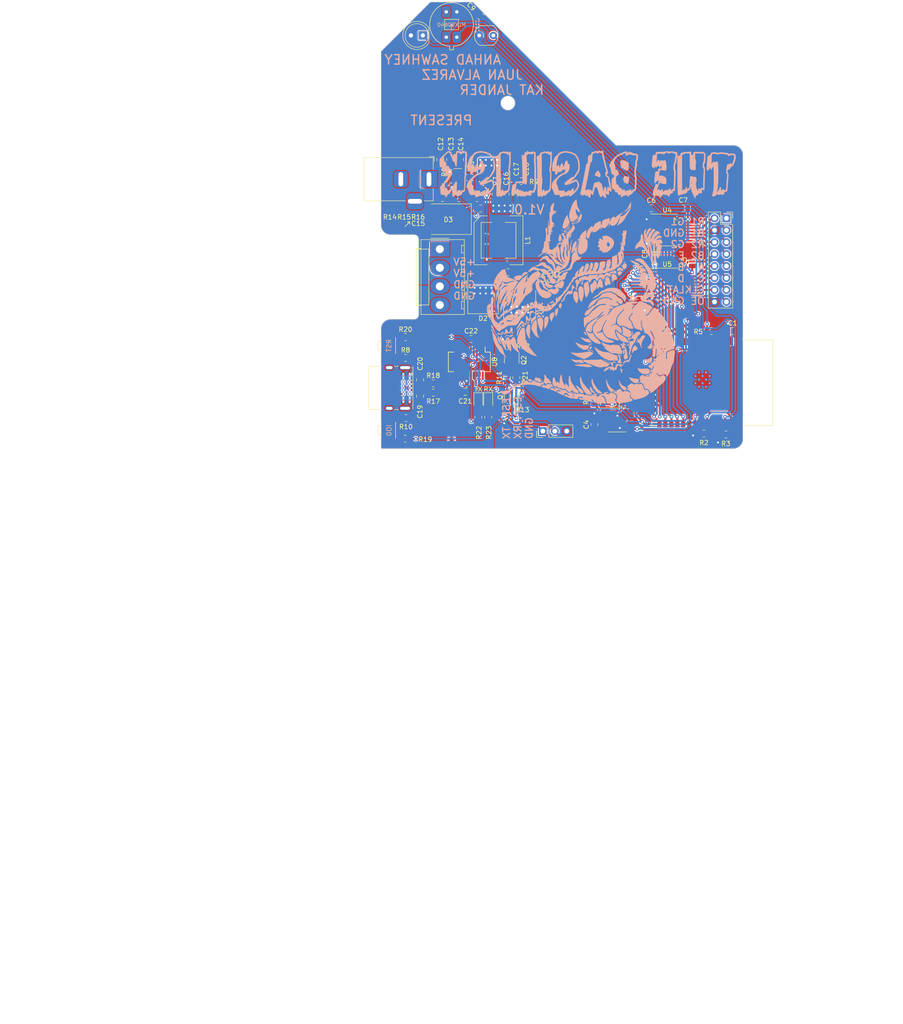
<source format=kicad_pcb>
(kicad_pcb (version 20221018) (generator pcbnew)
  (layers (0 "F.Cu" signal) (31 "B.Cu" signal) (34 "B.Paste" user) (35 "F.Paste" user) (36 "B.SilkS" user "B.Silkscreen") (37 "F.SilkS" user "F.Silkscreen") (38 "B.Mask" user) (39 "F.Mask" user) (44 "Edge.Cuts" user))
  (net 0 "")
  (net 1 "+3.3V")
  (net 2 "GND")
  (net 3 "+12V")
  (net 4 "+5V")
  (net 5 "Net-(U7-BOOT)")
  (net 6 "Net-(D3-K)")
  (net 7 "Net-(U7-COMP)")
  (net 8 "VBUS")
  (net 9 "Net-(C18-Pad2)")
  (net 10 "/D-")
  (net 11 "/D+")
  (net 12 "/3.3V_FTDI")
  (net 13 "Net-(D1-K)")
  (net 14 "Net-(D4-K)")
  (net 15 "Net-(D4-A)")
  (net 16 "Net-(D5-K)")
  (net 17 "/R1.5")
  (net 18 "/G1.5")
  (net 19 "/B1.5")
  (net 20 "/G2.5")
  (net 21 "/B2.5")
  (net 22 "/E.5")
  (net 23 "/A.5")
  (net 24 "/B.5")
  (net 25 "/C.5")
  (net 26 "/D.5")
  (net 27 "/CLK.5")
  (net 28 "/LAT.5")
  (net 29 "/OE.5")
  (net 30 "Net-(D5-A)")
  (net 31 "Net-(J4-CC1)")
  (net 33 "Net-(J4-CC2)")
  (net 34 "/RTS")
  (net 36 "/EN")
  (net 37 "/DTR")
  (net 38 "Net-(Q1-B)")
  (net 39 "Net-(Q2-B)")
  (net 40 "/SDA")
  (net 41 "/SCL")
  (net 42 "Net-(U2-IO34)")
  (net 43 "Net-(U7-EN)")
  (net 44 "Net-(U7-FB)")
  (net 45 "Net-(U7-RT{slash}CLK)")
  (net 46 "Net-(U8-USBDM)")
  (net 47 "Net-(U8-USBDP)")
  (net 48 "Net-(R19-Pad1)")
  (net 49 "Net-(R20-Pad1)")
  (net 50 "/OE.3")
  (net 51 "/CMD")
  (net 52 "/SCK")
  (net 56 "/E.3")
  (net 57 "/A.3")
  (net 58 "/R1.3")
  (net 59 "/G1.3")
  (net 60 "/B1.3")
  (net 61 "/R2.3")
  (net 62 "/G2.3")
  (net 63 "/B2.3")
  (net 70 "/B.3")
  (net 71 "/C.3")
  (net 72 "/LAT.3")
  (net 73 "/CLK.3")
  (net 74 "/D.3")
  (net 75 "/MISO")
  (net 77 "/USB>ESP")
  (net 78 "/ESP>USB")
  (net 79 "/MOSI")
  (net 90 "/R2.5")
  (footprint "Resistor_SMD:R_0805_2012Metric" (layer "F.Cu") (at 184.7125 108.3)
    (fp_text reference "R2")
    (fp_text value "10k")
  )
  (footprint "Resistor_SMD:R_0805_2012Metric" (layer "F.Cu") (at 186.3 86.5 180)
    (fp_text reference "R5")
    (fp_text value "53.6k")
  )
  (footprint "Resistor_SMD:R_0805_2012Metric" (layer "F.Cu") (at 121.1125 109.4)
    (fp_text reference "R19")
    (fp_text value "470")
  )
  (footprint "Diode_SMD:D_SMC" (layer "F.Cu") (at 137.7 77.9 90)
    (fp_text reference "D2")
    (fp_text value "B560C")
  )
  (footprint "Package_SO:TSSOP-20_4.4x6.5mm_P0.65mm" (layer "F.Cu") (at 176.9 76.5)
    (fp_text reference "U5")
    (fp_text value "TXS0108EPW")
  )
  (footprint "Capacitor_SMD:C_0805_2012Metric" (layer "F.Cu") (at 132.8 50 -90)
    (fp_text reference "C14")
    (fp_text value "0.1uf")
  )
  (footprint "Capacitor_SMD:C_0805_2012Metric" (layer "F.Cu") (at 128.6 50 -90)
    (fp_text reference "C12")
    (fp_text value "0.1uf")
  )
  (footprint "Capacitor_SMD:C_0805_2012Metric" (layer "F.Cu") (at 180.3 60.4 180)
    (fp_text reference "C7")
    (fp_text value "0.1uf")
  )
  (footprint "Package_SO:TSSOP-20_4.4x6.5mm_P0.65mm" (layer "F.Cu") (at 176.9 65)
    (fp_text reference "U4")
    (fp_text value "TXS0108EPW")
  )
  (footprint "Fiducial:Fiducial_1mm_Mask2mm" (layer "F.Cu") (at 131 109.5)
    (fp_text reference "REF**" hide)
    (fp_text value "Fiducial_1mm_Mask2mm" hide)
  )
  (footprint "LED_SMD:LED_0805_2012Metric" (layer "F.Cu") (at 138.8 101.3 -90)
    (fp_text reference "D5" hide)
    (fp_text value "RX")
  )
  (footprint "Package_TO_SOT_SMD:SOT-23" (layer "F.Cu") (at 143.79 100.1 90)
    (fp_text reference "Q1")
    (fp_text value "S8050")
  )
  (footprint "Capacitor_SMD:C_0805_2012Metric" (layer "F.Cu") (at 190.8 86.5)
    (fp_text reference "C1")
    (fp_text value "0.1uf")
  )
  (footprint "Capacitor_SMD:C_0805_2012Metric" (layer "F.Cu") (at 172 73 90)
    (fp_text reference "C8")
    (fp_text value "0.1uf")
  )
  (footprint "Inductor_SMD:L_Wuerth_WE-PDF" (layer "F.Cu") (at 141 67.2 -90)
    (fp_text reference "L1")
    (fp_text value "7.2uH")
  )
  (footprint "Capacitor_SMD:C_0805_2012Metric" (layer "F.Cu") (at 182.2 71.7 90)
    (fp_text reference "C5")
    (fp_text value "0.1uf")
  )
  (footprint "Resistor_SMD:R_0805_2012Metric" (layer "F.Cu") (at 140.4 57.4 90)
    (fp_text reference "R7")
    (fp_text value "53.6k")
  )
  (footprint "Capacitor_SMD:C_0805_2012Metric" (layer "F.Cu") (at 147.9 75.3 90)
    (fp_text reference "C11")
    (fp_text value "0.1uf")
  )
  (footprint "LED_THT:LED_D5.0mm_Clear" (layer "F.Cu") (at 124.89 23.62 180)
    (fp_text reference "D1" hide)
    (fp_text value "STATUS" hide)
  )
  (footprint "Connector_USB:USB_C_Receptacle_GCT_USB4085" (layer "F.Cu") (at 122.1 95.625 -90)
    (fp_text reference "J4" hide)
    (fp_text value "USB_C_Receptacle_USB2.0" hide)
  )
  (footprint "Resistor_SMD:R_0805_2012Metric" (layer "F.Cu") (at 142.8 96.4 90)
    (fp_text reference "R11")
    (fp_text value "10k")
  )
  (footprint "Capacitor_SMD:C_0805_2012Metric" (layer "F.Cu") (at 133.9 99.4)
    (fp_text reference "C21")
    (fp_text value "0.1uf")
  )
  (footprint "Fiducial:Fiducial_1mm_Mask2mm" (layer "F.Cu") (at 123 51.5)
    (fp_text reference "REF**" hide)
    (fp_text value "Fiducial_1mm_Mask2mm" hide)
  )
  (footprint "Package_SO:SOIC-8_3.9x4.9mm_P1.27mm" (layer "F.Cu") (at 166.2 105.4)
    (fp_text reference "U1")
    (fp_text value "AT25SF081-SSHD-X")
  )
  (footprint "Resistor_SMD:R_0805_2012Metric" (layer "F.Cu") (at 129.8 55.3125 90)
    (fp_text reference "R6")
    (fp_text value "442k")
  )
  (footprint "Fiducial:Fiducial_1mm_Mask2mm" (layer "F.Cu") (at 188 51.5)
    (fp_text reference "REF**" hide)
    (fp_text value "Fiducial_1mm_Mask2mm" hide)
  )
  (footprint "Resistor_SMD:R_0805_2012Metric" (layer "F.Cu") (at 142.9125 103.1 180)
    (fp_text reference "R13")
    (fp_text value "10k")
  )
  (footprint "Capacitor_SMD:C_0805_2012Metric" (layer "F.Cu") (at 146.9 57.375 90)
    (fp_text reference "C18")
    (fp_text value "4.7n")
  )
  (footprint "Capacitor_SMD:C_0805_2012Metric" (layer "F.Cu") (at 124.3 96.85 90)
    (fp_text reference "C20")
    (fp_text value "47p")
  )
  (footprint "Resistor_SMD:R_0805_2012Metric" (layer "F.Cu") (at 136.3875 58.2 180)
    (fp_text reference "R16")
    (fp_text value "10.2k")
  )
  (footprint "Resistor_SMD:R_0805_2012Metric" (layer "F.Cu") (at 132.6125 58.2 180)
    (fp_text reference "R15")
    (fp_text value "243k")
  )
  (footprint "Capacitor_SMD:C_0805_2012Metric" (layer "F.Cu") (at 142.505 57.375 90)
    (fp_text reference "C16")
    (fp_text value "0.1uf")
  )
  (footprint "Resistor_SMD:R_0805_2012Metric" (layer "F.Cu") (at 129.0875 58.2)
    (fp_text reference "R14")
    (fp_text value "90.9")
  )
  (footprint "Fiducial:Fiducial_1mm_Mask2mm" (layer "F.Cu") (at 156 81.5)
    (fp_text reference "REF**" hide)
    (fp_text value "Fiducial_1mm_Mask2mm" hide)
  )
  (footprint "Package_SO:Texas_R-PDSO-G8_EP2.95x4.9mm_Mask2.4x3.1mm_ThermalVias" (layer "F.Cu") (at 134.9 54.5)
    (fp_text reference "U7")
    (fp_text value "TPS54560BDDA")
  )
  (footprint "Package_TO_SOT_SMD:SOT-223-3_TabPin2" (layer "F.Cu") (at 145.5 81.95 -90)
    (fp_text reference "U6")
    (fp_text value "AMS1117-3.3")
  )
  (footprint "Resistor_SMD:R_0805_2012Metric" (layer "F.Cu") (at 138.8 104.8 90)
    (fp_text reference "R23")
    (fp_text value "270")
  )
  (footprint "Resistor_SMD:R_0805_2012Metric" (layer "F.Cu") (at 144.8 96.4 -90)
    (fp_text reference "R21")
    (fp_text value "10k")
  )
  (footprint "Capacitor_SMD:C_0805_2012Metric" (layer "F.Cu") (at 124.3 100.35 -90)
    (fp_text reference "C19")
    (fp_text value "47p")
  )
  (footprint "Resistor_SMD:R_0805_2012Metric" (layer "F.Cu") (at 189.3875 108.5 180)
    (fp_text reference "R3")
    (fp_text value "10k")
  )
  (footprint "Resistor_SMD:R_0805_2012Metric" (layer "F.Cu") (at 142.8 89.7 180)
    (fp_text reference "R12")
    (fp_text value "10k")
  )
  (footprint "Connector_PinHeader_2.54mm:PinHeader_1x03_P2.54mm_Vertical" (layer "F.Cu") (at 150.425 107.775 90)
    (fp_text reference "J5" hide)
    (fp_text value "PRGM")
  )
  (footprint "Resistor_SMD:R_0805_2012Metric" (layer "F.Cu") (at 121.2 87.8)
    (fp_text reference "R20")
    (fp_text value "470" hide)
  )
  (footprint "Capacitor_SMD:C_0805_2012Metric" (layer "F.Cu") (at 143 76.1 180)
    (fp_text reference "C3")
    (fp_text value "0.1uf")
  )
  (footprint "Connector_BarrelJack:BarrelJack_Horizontal" (layer "F.Cu") (at 126.2 54.2)
    (fp_text reference "J3" hide)
    (fp_text value "Barrel_Jack" hide)
  )
  (footprint "Resistor_SMD:R_0805_2012Metric" (layer "F.Cu") (at 161.4 101.2 -90)
    (fp_text reference "R1")
    (fp_text value "68")
  )
  (footprint "Capacitor_SMD:C_0805_2012Metric" (layer "F.Cu") (at 161.4 106.4 -90)
    (fp_text reference "C4")
    (fp_text value "0.1uf")
  )
  (footprint "Button_Switch_SMD:SW_SPST_EVQP7A" (layer "F.Cu") (at 117.55 89.6 -90)
    (fp_text reference "SW2" hide)
    (fp_text value "RST")
  )
  (footprint "OptoDevice:R_LDR_5.0x4.1mm_P3mm_Vertical" (layer "F.Cu") (at 136.89 23.62)
    (fp_text reference "Ree" hide)
    (fp_text value "PDV-P8103" hide)
  )
  (footprint "Capacitor_SMD:C_0805_2012Metric" (layer "F.Cu") (at 137.3 19.65 -45)
    (fp_text reference "C9")
    (fp_text value "0.1uf" hide)
  )
  (footprint "Capacitor_SMD:C_0805_2012Metric" (layer "F.Cu") (at 143 74 180)
    (fp_text reference "C2")
    (fp_text value "0.1uf")
  )
  (footprint "Resistor_SMD:R_0805_2012Metric" (layer "F.Cu") (at 127.1 99.6)
    (fp_text reference "R17")
    (fp_text value "27" hide)
  )
  (footprint "Resistor_SMD:R_0805_2012Metric" (layer "F.Cu") (at 145.8125 54.6 180)
    (fp_text reference "R9")
    (fp_text value "16.9k")
  )
  (footprint "Capacitor_SMD:C_0805_2012Metric" (layer "F.Cu") (at 173.5 60.4)
    (fp_text reference "C6")
    (fp_text value "0.1uf")
  )
  (footprint "LED_SMD:LED_0805_2012Metric" (layer "F.Cu") (at 136.7 101.3 -90)
    (fp_text reference "D4" hide)
    (fp_text value "TX")
  )
  (footprint "Capacitor_SMD:C_0805_2012Metric" (layer "F.Cu") (at 144.7 57.375 -90)
    (fp_text reference "C17")
    (fp_text value "47pf")
  )
  (footprint "Package_SO:SSOP-20_3.9x8.7mm_P0.635mm" (layer "F.Cu") (at 134.79 93.06 -90)
    (fp_text reference "U8")
    (fp_text value "FT231XS")
  )
  (footprint "Button_Switch_SMD:SW_SPST_EVQP7A" (layer "F.Cu") (at 117.55 107.6 -90)
    (fp_text reference "SW1" hide)
    (fp_text value "IO0")
  )
  (footprint "basilisk:TO292P930H600-4" (layer "F.Cu") (at 131 21.3)
    (fp_text reference "U3" hide)
    (fp_text value "MLX90640")
  )
  (footprint "Package_TO_SOT_SMD:SOT-23" (layer "F.Cu") (at 143.8 92.7 -90)
    (fp_text reference "Q2")
    (fp_text value "S8050")
  )
  (footprint "Connector_Molex:Molex_KK-396_A-41791-0004_1x04_P3.96mm_Vertical" (layer "F.Cu") (at 128.5 69.07 -90)
    (fp_text reference "J2" hide)
    (fp_text value "Conn_01x04")
  )
  (footprint "Capacitor_SMD:C_0805_2012Metric" (layer "F.Cu") (at 145.8 75.3 -90)
    (fp_text reference "C10")
    (fp_text value "0.1uf")
  )
  (footprint "RF_Module:ESP32-WROOM-32" (layer "F.Cu") (at 183.5 97.5 -90)
    (fp_text reference "U2" hide)
    (fp_text value "ESP32-WROOM-32D")
  )
  (footprint "Capacitor_SMD:C_0805_2012Metric" (layer "F.Cu") (at 137.2 60.4)
    (fp_text reference "C15")
    (fp_text value "0.1uf")
  )
  (footprint "Resistor_SMD:R_0805_2012Metric" (layer "F.Cu") (at 121.3 105 180)
    (fp_text reference "R10")
    (fp_text value "5.1k")
  )
  (footprint "Resistor_SMD:R_0805_2012Metric" (layer "F.Cu") (at 127.1 97.6 180)
    (fp_text reference "R18")
    (fp_text value "27" hide)
  )
  (footprint "Resistor_SMD:R_0805_2012Metric" (layer "F.Cu") (at 136.7 104.8 -90)
    (fp_text reference "R22")
    (fp_text value "270")
  )
  (footprint "Diode_SMD:D_SMC" (layer "F.Cu") (at 130.3 62.7 180)
    (fp_text reference "D3")
    (fp_text value "B560C")
  )
  (footprint "Capacitor_SMD:C_0805_2012Metric" (layer "F.Cu") (at 135.15 88.2 180)
    (fp_text reference "C22")
    (fp_text value "0.1uf" hide)
  )
  (footprint "Connector_PinSocket_2.54mm:PinSocket_2x08_P2.54mm_Vertical" (layer "F.Cu") (at 189.5 62.51)
    (fp_text reference "J1" hide)
    (fp_text value "HUB75E")
  )
  (footprint "Inductor_SMD:L_Wuerth_HCM-7070" (layer "F.Cu") (at 141 67.2 -90)
    (fp_text reference "REF**" hide)
    (fp_text value "L_Wuerth_HCM-7070")
  )
  (footprint "Resistor_SMD:R_0805_2012Metric" (layer "F.Cu") (at 121.2 92.2 180)
    (fp_text reference "R8")
    (fp_text value "5.1k")
  )
  (footprint "Capacitor_SMD:C_0805_2012Metric" (layer "F.Cu") (at 130.7 50 -90)
    (fp_text reference "C13")
    (fp_text value "0.1uf")
  )
  (gr_poly (pts (xy 160.523126 98.354332) (xy 160.518897 98.359529) (xy 160.514961 98.364873) (xy 160.511308 98.370357) (xy 160.504795 98.381716) (xy 160.49926 98.393544) (xy 160.494605 98.405781) (xy 160.490732 98.418369) (xy 160.487542 98.431247) (xy 160.484936 98.444355) (xy 160.482817 98.457634) (xy 160.481086 98.471024) (xy 160.478394 98.497897) (xy 160.476074 98.524494) (xy 160.473339 98.550339) (xy 160.467399 98.599127) (xy 160.464424 98.648114) (xy 160.464338 98.697184) (xy 160.467062 98.746219) (xy 160.47252 98.795102) (xy 160.480635 98.843715) (xy 160.491328 98.891943) (xy 160.504524 98.939667) (xy 160.520144 98.98677) (xy 160.538112 99.033135) (xy 160.558349 99.078645) (xy 160.58078 99.123183) (xy 160.605326 99.166632) (xy 160.631911 99.208874) (xy 160.660456 99.249792) (xy 160.690886 99.289269) (xy 160.723122 99.327188) (xy 160.757088 99.363431) (xy 160.792705 99.397882) (xy 160.829898 99.430423) (xy 160.868588 99.460938) (xy 160.908698 99.489308) (xy 160.950151 99.515417) (xy 160.99287 99.539147) (xy 161.036778 99.560382) (xy 161.081797 99.579004) (xy 161.12785 99.594896) (xy 161.17486 99.60794) (xy 161.22275 99.618021) (xy 161.271441 99.625019) (xy 161.320858 99.628819) (xy 161.370922 99.629303) (xy 161.407993 99.633241) (xy 161.440758 99.635723) (xy 161.469401 99.636818) (xy 161.494108 99.636598) (xy 161.515063 99.635132) (xy 161.532449 99.632491) (xy 161.546452 99.628746) (xy 161.557256 99.623965) (xy 161.565045 99.61822) (xy 161.570004 99.611581) (xy 161.572316 99.604118) (xy 161.572168 99.595901) (xy 161.569742 99.587) (xy 161.565224 99.577487) (xy 161.558797 99.56743) (xy 161.550646 99.5569) (xy 161.529911 99.534704) (xy 161.504493 99.51146) (xy 161.475868 99.487729) (xy 161.445511 99.464075) (xy 161.33627 99.381455) (xy 161.317192 99.366881) (xy 161.29962 99.35276) (xy 161.283448 99.339083) (xy 161.268571 99.325845) (xy 161.242278 99.300649) (xy 161.2199 99.27711) (xy 161.152657 99.198302) (xy 161.137197 99.182129) (xy 161.12909 99.174529) (xy 161.120591 99.167244) (xy 161.111595 99.160267) (xy 161.101996 99.153588) (xy 161.091688 99.1472) (xy 161.080567 99.141097) (xy 161.068527 99.135269) (xy 161.055463 99.12971) (xy 161.041268 99.124412) (xy 161.025838 99.119367) (xy 161.009068 99.114567) (xy 160.990851 99.110005) (xy 160.971083 99.105673) (xy 160.949658 99.101563) (xy 160.958267 99.077348) (xy 160.963984 99.052611) (xy 160.966958 99.027408) (xy 160.967336 99.001795) (xy 160.965268 98.975829) (xy 160.960902 98.949568) (xy 160.954387 98.923069) (xy 160.945871 98.896387) (xy 160.935502 98.869581) (xy 160.923431 98.842706) (xy 160.909804 98.81582) (xy 160.894772 98.78898) (xy 160.861081 98.735663) (xy 160.82355 98.683211) (xy 160.783365 98.632078) (xy 160.741716 98.58272) (xy 160.699791 98.535591) (xy 160.65878 98.491146) (xy 160.584253 98.412128) (xy 160.553115 98.378464) (xy 160.527646 98.349305)) (stroke (width 0.033421)) (fill solid) (layer "B.SilkS"))
  (gr_poly (pts (xy 166.889493 98.81205) (xy 166.877231 98.81332) (xy 166.868885 98.81519) (xy 166.866369 98.816201) (xy 166.865056 98.817184) (xy 166.865022 98.818078) (xy 166.866342 98.818826) (xy 166.873342 98.819639) (xy 166.886655 98.819148) (xy 166.906879 98.816877) (xy 166.926312 98.813704) (xy 166.923374 98.813217) (xy 166.905074 98.811857)) (stroke (width 0.033421)) (fill solid) (layer "B.SilkS"))
  (gr_poly (pts (xy 159.781918 75.887635) (xy 159.781936 75.887642) (xy 159.781933 75.887619)) (stroke (width 0.033421)) (fill solid) (layer "B.SilkS"))
  (gr_poly (pts (xy 143.654585 85.716324) (xy 143.654585 85.716431) (xy 143.632934 85.72013) (xy 143.613966 85.726764) (xy 143.5975 85.736165) (xy 143.583358 85.748167) (xy 143.571363 85.762601) (xy 143.561334 85.779301) (xy 143.553093 85.798099) (xy 143.546462 85.818828) (xy 143.541262 85.841321) (xy 143.537314 85.86541) (xy 143.532459 85.917708) (xy 143.530467 85.974383) (xy 143.529909 86.034096) (xy 143.527376 86.157285) (xy 143.52254 86.218084) (xy 143.51342 86.276566) (xy 143.506805 86.304521) (xy 143.498583 86.331395) (xy 143.488575 86.357021) (xy 143.476602 86.381231) (xy 143.462485 86.403859) (xy 143.446046 86.424736) (xy 143.427106 86.443696) (xy 143.405485 86.460572) (xy 143.39752 86.526107) (xy 143.387209 86.583856) (xy 143.374713 86.634116) (xy 143.360196 86.677183) (xy 143.343821 86.713353) (xy 143.325749 86.742922) (xy 143.306145 86.766188) (xy 143.28517 86.783446) (xy 143.262987 86.794993) (xy 143.239758 86.801125) (xy 143.215648 86.802139) (xy 143.190817 86.79833) (xy 143.165429 86.789997) (xy 143.139646 86.777434) (xy 143.113632 86.760939) (xy 143.087548 86.740807) (xy 143.061557 86.717335) (xy 143.035823 86.69082) (xy 142.985773 86.629845) (xy 142.938699 86.560253) (xy 142.895902 86.484415) (xy 142.858684 86.404703) (xy 142.828347 86.323487) (xy 142.80619 86.24314) (xy 142.798587 86.204032) (xy 142.793517 86.166031) (xy 142.76482 86.13734) (xy 142.737535 86.114442) (xy 142.711625 86.097063) (xy 142.687054 86.084929) (xy 142.663786 86.077766) (xy 142.641786 86.0753) (xy 142.621016 86.077257) (xy 142.601442 86.083363) (xy 142.583026 86.093345) (xy 142.565734 86.106928) (xy 142.549528 86.123838) (xy 142.534373 86.143802) (xy 142.520233 86.166545) (xy 142.507072 86.191794) (xy 142.483542 86.248713) (xy 142.463494 86.312367) (xy 142.446641 86.380564) (xy 142.432693 86.451113) (xy 142.421363 86.521823) (xy 142.405403 86.654958) (xy 142.396452 86.762436) (xy 142.390775 86.810733) (xy 142.3835 86.853296) (xy 142.37472 86.890355) (xy 142.364523 86.92214) (xy 142.353001 86.948879) (xy 142.340243 86.970802) (xy 142.32634 86.988138) (xy 142.311381 87.001117) (xy 142.295458 87.009967) (xy 142.278659 87.014917) (xy 142.261076 87.016198) (xy 142.242799 87.014039) (xy 142.223917 87.008668) (xy 142.204522 87.000314) (xy 142.184702 86.989208) (xy 142.164549 86.975579) (xy 142.144153 86.959655) (xy 142.123603 86.941665) (xy 142.082406 86.900409) (xy 142.041678 86.853643) (xy 142.002142 86.803202) (xy 141.964519 86.750919) (xy 141.92953 86.698629) (xy 141.897898 86.648166) (xy 141.870345 86.601364) (xy 141.839348 86.608423) (xy 141.812202 86.616536) (xy 141.788759 86.625634) (xy 141.76887 86.635648) (xy 141.752388 86.646511) (xy 141.739165 86.658152) (xy 141.729053 86.670503) (xy 141.721905 86.683496) (xy 141.717573 86.697061) (xy 141.715908 86.71113) (xy 141.716764 86.725634) (xy 141.719993 86.740505) (xy 141.725446 86.755673) (xy 141.732976 86.77107) (xy 141.742435 86.786627) (xy 141.753676 86.802275) (xy 141.76655 86.817946) (xy 141.78091 86.83357) (xy 141.813497 86.864405) (xy 141.850254 86.894229) (xy 141.89 86.922494) (xy 141.931551 86.948647) (xy 141.973726 86.97214) (xy 142.015343 86.992421) (xy 142.05522 87.008942) (xy 142.078418 87.050248) (xy 142.102277 87.085076) (xy 142.126765 87.113802) (xy 142.151847 87.136802) (xy 142.17749 87.15445) (xy 142.203658 87.167123) (xy 142.230318 87.175197) (xy 142.257436 87.179048) (xy 142.284979 87.179051) (xy 142.312911 87.175581) (xy 142.3412 87.169016) (xy 142.369811 87.159729) (xy 142.398709 87.148098) (xy 142.427862 87.134498) (xy 142.486794 87.102894) (xy 142.60621 87.032591) (xy 142.66615 86.999903) (xy 142.696059 86.985491) (xy 142.725882 86.972867) (xy 142.755585 86.962408) (xy 142.785134 86.954488) (xy 142.814495 86.949485) (xy 142.843634 86.947772) (xy 142.872517 86.949727) (xy 142.901109 86.955726) (xy 142.929378 86.966143) (xy 142.957289 86.981354) (xy 142.960744 86.962291) (xy 142.965847 86.947038) (xy 142.972497 86.935316) (xy 142.980594 86.926848) (xy 142.990038 86.921357) (xy 143.00073 86.918565) (xy 143.012567 86.918194) (xy 143.025452 86.919966) (xy 143.039282 86.923604) (xy 143.053959 86.92883) (xy 143.08545 86.942938) (xy 143.154175 86.977995) (xy 143.189807 86.994504) (xy 143.207589 87.001531) (xy 143.225216 87.00737) (xy 143.242587 87.011744) (xy 143.259601 87.014374) (xy 143.276159 87.014983) (xy 143.29216 87.013294) (xy 143.307504 87.009028) (xy 143.322091 87.001909) (xy 143.335821 86.991658) (xy 143.348594 86.977998) (xy 143.360309 86.960651) (xy 143.370866 86.939339) (xy 143.380165 86.913786) (xy 143.388106 86.883713) (xy 143.392794 86.888746) (xy 143.39924 86.890293) (xy 143.407365 86.888619) (xy 143.417094 86.883992) (xy 143.44105 86.866945) (xy 143.47049 86.841284) (xy 143.543347 86.772648) (xy 143.585527 86.73394) (xy 143.630717 86.695147) (xy 143.678298 86.658403) (xy 143.702792 86.641465) (xy 143.727653 86.62584) (xy 143.752801 86.611793) (xy 143.778162 86.599591) (xy 143.803656 86.589501) (xy 143.829207 86.581789) (xy 143.854737 86.576721) (xy 143.88017 86.574565) (xy 143.905427 86.575587) (xy 143.930432 86.580054) (xy 143.955107 86.588231) (xy 143.979375 86.600386) (xy 144.003159 86.616786) (xy 144.026381 86.637696) (xy 144.007257 86.61979) (xy 143.99144 86.598489) (xy 143.97865 86.574061) (xy 143.968603 86.546776) (xy 143.961017 86.516903) (xy 143.95561 86.484711) (xy 143.952098 86.45047) (xy 143.950201 86.41445) (xy 143.950118 86.338146) (xy 143.953102 86.257955) (xy 143.959233 86.094532) (xy 143.957861 86.01561) (xy 143.955078 85.977788) (xy 143.95052 85.941419) (xy 143.943904 85.906772) (xy 143.934949 85.874115) (xy 143.923371 85.84372) (xy 143.908889 85.815854) (xy 143.891221 85.790787) (xy 143.870083 85.768789) (xy 143.845193 85.750129) (xy 143.816269 85.735076) (xy 143.783029 85.7239) (xy 143.74519 85.716869) (xy 143.702469 85.714254)) (stroke (width 0.033421)) (fill solid) (layer "B.SilkS"))
  (gr_poly (pts (xy 166.429563 91.541677) (xy 166.407255 91.547109) (xy 166.391447 91.556028) (xy 166.381645 91.568244) (xy 166.377351 91.583564) (xy 166.378071 91.601798) (xy 166.383309 91.622755) (xy 166.392569 91.646243) (xy 166.421174 91.700049) (xy 166.459919 91.761687) (xy 166.551975 91.902338) (xy 166.597354 91.978292) (xy 166.637014 92.055961) (xy 166.65346 92.09496) (xy 166.66699 92.133813) (xy 166.677107 92.17233) (xy 166.683316 92.21032) (xy 166.685122 92.247591) (xy 166.682028 92.283952) (xy 166.67354 92.319212) (xy 166.659161 92.35318) (xy 166.670222 92.382363) (xy 166.677583 92.411684) (xy 166.68147 92.441075) (xy 166.682108 92.470469) (xy 166.679723 92.499801) (xy 166.674542 92.529004) (xy 166.66679 92.55801) (xy 166.656692 92.586752) (xy 166.644474 92.615166) (xy 166.630363 92.643183) (xy 166.614584 92.670736) (xy 166.597362 92.69776) (xy 166.578924 92.724188) (xy 166.559495 92.749952) (xy 166.518568 92.799223) (xy 166.476388 92.845042) (xy 166.43476 92.886873) (xy 166.360386 92.956439) (xy 166.309897 93.003653) (xy 166.298124 93.017545) (xy 166.296396 93.021827) (xy 166.297741 93.024247) (xy 166.339045 93.016982) (xy 166.375558 93.012209) (xy 166.407457 93.009774) (xy 166.434924 93.009525) (xy 166.458136 93.011312) (xy 166.477272 93.014982) (xy 166.492512 93.020383) (xy 166.504035 93.027364) (xy 166.512019 93.035772) (xy 166.516644 93.045456) (xy 166.518089 93.056264) (xy 166.516533 93.068044) (xy 166.512154 93.080644) (xy 166.505132 93.093912) (xy 166.495647 93.107696) (xy 166.483876 93.121846) (xy 166.469999 93.136207) (xy 166.454194 93.15063) (xy 166.417521 93.179051) (xy 166.375288 93.205892) (xy 166.328928 93.22994) (xy 166.279872 93.249979) (xy 166.254781 93.258116) (xy 166.229553 93.264794) (xy 166.204368 93.269864) (xy 166.179404 93.273172) (xy 166.159129 93.274323) (xy 166.194707 93.27486) (xy 166.306773 93.281787) (xy 166.619458 93.304488) (xy 166.792034 93.315744) (xy 166.956736 93.323924) (xy 167.099543 93.32677) (xy 167.158354 93.325486) (xy 167.206433 93.322022) (xy 167.170734 93.237334) (xy 167.140608 93.15105) (xy 167.115221 93.063413) (xy 167.093738 92.974667) (xy 167.075325 92.885056) (xy 167.059146 92.794824) (xy 167.030156 92.613474) (xy 167.000089 92.432568) (xy 166.982566 92.342892) (xy 166.96227 92.254058) (xy 166.938367 92.166312) (xy 166.910022 92.079896) (xy 166.8764 91.995055) (xy 166.836666 91.912033) (xy 166.811087 91.875651) (xy 166.790958 91.843052) (xy 166.775978 91.814021) (xy 166.765843 91.788339) (xy 166.760251 91.765787) (xy 166.7589 91.746149) (xy 166.761487 91.729206) (xy 166.767709 91.714741) (xy 166.777264 91.702535) (xy 166.78985 91.692371) (xy 166.805164 91.684031) (xy 166.822903 91.677297) (xy 166.842765 91.671951) (xy 166.864447 91.667775) (xy 166.912062 91.662064) (xy 167.015825 91.6551) (xy 167.067132 91.650361) (xy 167.114829 91.642461) (xy 167.136567 91.63678) (xy 167.156495 91.629656) (xy 167.174311 91.62087) (xy 167.189712 91.610204) (xy 167.202395 91.597441) (xy 167.212057 91.582363) (xy 167.218397 91.564751) (xy 167.221112 91.544388) (xy 167.221054 91.544366) (xy 167.221025 91.544355) (xy 167.220995 91.544344) (xy 167.220965 91.544335) (xy 167.220934 91.544326) (xy 167.220918 91.544322) (xy 167.220901 91.544318) (xy 167.220885 91.544315) (xy 167.220868 91.544312) (xy 167.194749 91.554639) (xy 167.165882 91.564439) (xy 167.134595 91.57358) (xy 167.101212 91.581933) (xy 167.06606 91.589369) (xy 167.029466 91.595757) (xy 166.991756 91.600969) (xy 166.953255 91.604874) (xy 166.914291 91.607343) (xy 166.875189 91.608246) (xy 166.836275 91.607453) (xy 166.797877 91.604835) (xy 166.760319 91.600262) (xy 166.723929 91.593605) (xy 166.689033 91.584733) (xy 166.655957 91.573517) (xy 166.593712 91.558645) (xy 166.540446 91.548216) (xy 166.495663 91.542039) (xy 166.458867 91.539923)) (stroke (width 0.033421)) (fill solid) (layer "B.SilkS"))
  (gr_poly (pts (xy 147.455247 85.009939) (xy 147.438833 85.017348) (xy 147.422953 85.025563) (xy 147.407589 85.034546) (xy 147.392723 85.044259) (xy 147.378335 85.054665) (xy 147.364408 85.065727) (xy 147.350924 85.077407) (xy 147.32521 85.102473) (xy 147.301047 85.129563) (xy 147.278289 85.158378) (xy 147.256791 85.188618) (xy 147.236405 85.219984) (xy 147.216987 85.252178) (xy 147.180467 85.317848) (xy 147.112608 85.445938) (xy 147.076938 85.511555) (xy 147.04356 85.577358) (xy 147.012615 85.643413) (xy 146.984243 85.709787) (xy 146.958584 85.776545) (xy 146.935779 85.843754) (xy 146.915968 85.911479) (xy 146.89929 85.979788) (xy 146.885888 86.048746) (xy 146.8759 86.11842) (xy 146.869467 86.188875) (xy 146.866729 86.260178) (xy 146.867827 86.332395) (xy 146.872901 86.405592) (xy 146.882091 86.479835) (xy 146.895537 86.555191) (xy 146.915513 86.66863) (xy 146.939001 86.782338) (xy 146.966137 86.895954) (xy 146.997055 87.009113) (xy 147.03189 87.121454) (xy 147.070778 87.232613) (xy 147.113853 87.342226) (xy 147.16125 87.449931) (xy 147.213104 87.555364) (xy 147.26955 87.658163) (xy 147.330723 87.757964) (xy 147.396758 87.854404) (xy 147.46779 87.94712) (xy 147.543954 88.03575) (xy 147.625385 88.119929) (xy 147.712218 88.199295) (xy 147.693023 88.087544) (xy 147.677526 87.975523) (xy 147.665499 87.863269) (xy 147.656712 87.750816) (xy 147.650937 87.638201) (xy 147.647945 87.525457) (xy 147.649395 87.299727) (xy 147.659234 87.073907) (xy 147.67563 86.84828) (xy 147.696755 86.623126) (xy 147.720778 86.398728) (xy 147.725425 86.311277) (xy 147.732331 86.220526) (xy 147.748675 86.031976) (xy 147.755993 85.935607) (xy 147.761326 85.838793) (xy 147.763615 85.74225) (xy 147.761799 85.646691) (xy 147.754817 85.552831) (xy 147.741609 85.461383) (xy 147.732339 85.416788) (xy 147.721114 85.373063) (xy 147.707802 85.330299) (xy 147.692271 85.288585) (xy 147.674388 85.24801) (xy 147.65402 85.208662) (xy 147.631035 85.170633) (xy 147.605301 85.13401) (xy 147.576683 85.098883) (xy 147.545051 85.065342) (xy 147.510272 85.033475) (xy 147.472212 85.003373)) (stroke (width 0.033421)) (fill solid) (layer "B.SilkS"))
  (gr_poly (pts (xy 158.476358 87.789966) (xy 158.476347 87.789948) (xy 158.476317 87.789948)) (stroke (width 0.033421)) (fill solid) (layer "B.SilkS"))
  (gr_poly (pts (xy 166.815836 73.761364) (xy 166.795048 73.762173) (xy 166.774261 73.763501) (xy 166.753533 73.76543) (xy 166.73292 73.768046) (xy 166.712481 73.771433) (xy 166.692271 73.775675) (xy 166.672349 73.780856) (xy 166.652772 73.78706) (xy 166.633596 73.794372) (xy 166.614879 73.802875) (xy 166.596678 73.812655) (xy 166.579051 73.823795) (xy 166.562054 73.83638) (xy 166.518455 73.858189) (xy 166.480777 73.884613) (xy 166.448776 73.915175) (xy 166.422206 73.949397) (xy 166.400821 73.986802) (xy 166.384378 74.026913) (xy 166.372629 74.069252) (xy 166.36533 74.113342) (xy 166.362236 74.158706) (xy 166.363102 74.204866) (xy 166.367681 74.251344) (xy 166.375729 74.297664) (xy 166.387001 74.343347) (xy 166.401251 74.387917) (xy 166.418234 74.430897) (xy 166.437704 74.471808) (xy 166.459417 74.510173) (xy 166.483127 74.545516) (xy 166.508589 74.577358) (xy 166.535558 74.605222) (xy 166.563787 74.628631) (xy 166.593033 74.647107) (xy 166.623049 74.660173) (xy 166.65359 74.667352) (xy 166.684412 74.668166) (xy 166.715268 74.662139) (xy 166.745914 74.648791) (xy 166.776105 74.627647) (xy 166.805594 74.598228) (xy 166.834136 74.560057) (xy 166.861488 74.512658) (xy 166.887402 74.455551) (xy 166.925349 74.444278) (xy 166.961077 74.430291) (xy 166.99456 74.413796) (xy 167.025775 74.394996) (xy 167.054695 74.374094) (xy 167.081297 74.351296) (xy 167.105555 74.326806) (xy 167.127444 74.300826) (xy 167.146941 74.273562) (xy 167.164019 74.245217) (xy 167.178655 74.215995) (xy 167.190823 74.186101) (xy 167.200499 74.155739) (xy 167.207658 74.125111) (xy 167.212274 74.094424) (xy 167.214323 74.063879) (xy 167.213781 74.033683) (xy 167.210623 74.004038) (xy 167.204823 73.975148) (xy 167.196357 73.947218) (xy 167.185199 73.920452) (xy 167.171327 73.895054) (xy 167.154713 73.871228) (xy 167.135335 73.849177) (xy 167.113166 73.829106) (xy 167.088182 73.811219) (xy 167.060358 73.79572) (xy 167.02967 73.782813) (xy 166.996092 73.772702) (xy 166.9596 73.765591) (xy 166.920169 73.761684) (xy 166.877774 73.761185) (xy 166.877636 73.7612) (xy 166.836568 73.760988)) (stroke (width 0.033421)) (fill solid) (layer "B.SilkS"))
  (gr_poly (pts (xy 160.898559 96.647729) (xy 160.878986 96.689272) (xy 160.861711 96.731718) (xy 160.84665 96.775006) (xy 160.83372 96.819076) (xy 160.822837 96.863869) (xy 160.80688 96.955381) (xy 160.798109 97.049063) (xy 160.795857 97.144436) (xy 160.799456 97.241018) (xy 160.808237 97.338332) (xy 160.821533 97.435896) (xy 160.838676 97.533231) (xy 160.858997 97.629858) (xy 160.881827 97.725296) (xy 160.932347 97.910689) (xy 160.98489 98.085572) (xy 161.00807 98.125962) (xy 161.031935 98.178651) (xy 161.056469 98.241135) (xy 161.081655 98.31091) (xy 161.133915 98.462312) (xy 161.188578 98.612822) (xy 161.216769 98.681481) (xy 161.245509 98.742402) (xy 161.274783 98.793083) (xy 161.289615 98.8138) (xy 161.304573 98.831018) (xy 161.319656 98.844423) (xy 161.334862 98.853702) (xy 161.350189 98.858542) (xy 161.365634 98.858631) (xy 161.381195 98.853655) (xy 161.39687 98.843301) (xy 161.412658 98.827256) (xy 161.428555 98.805207) (xy 161.557545 99.021818) (xy 161.619778 99.122257) (xy 161.651851 99.170904) (xy 161.685141 99.218653) (xy 161.720084 99.265617) (xy 161.757114 99.311909) (xy 161.796666 99.35764) (xy 161.839175 99.402925) (xy 161.885077 99.447876) (xy 161.934805 99.492604) (xy 161.988795 99.537225) (xy 162.047482 99.581848) (xy 162.075053 99.609437) (xy 162.10708 99.634348) (xy 162.143078 99.65663) (xy 162.182564 99.676334) (xy 162.225056 99.69351) (xy 162.270071 99.708208) (xy 162.317124 99.720477) (xy 162.365733 99.730369) (xy 162.415415 99.737934) (xy 162.465686 99.743221) (xy 162.566063 99.747162) (xy 162.662999 99.742595) (xy 162.708969 99.737246) (xy 162.752629 99.72992) (xy 162.793495 99.720667) (xy 162.831086 99.709538) (xy 162.864917 99.696582) (xy 162.894505 99.68185) (xy 162.919368 99.665391) (xy 162.939021 99.647257) (xy 162.952982 99.627496) (xy 162.960768 99.60616) (xy 162.961894 99.583298) (xy 162.955879 99.55896) (xy 162.942239 99.533197) (xy 162.92049 99.506058) (xy 162.89015 99.477594) (xy 162.850735 99.447854) (xy 162.801763 99.41689) (xy 162.742749 99.384751) (xy 162.626745 99.298798) (xy 162.517394 99.215763) (xy 162.413486 99.134208) (xy 162.313811 99.052698) (xy 162.217157 98.969796) (xy 162.122315 98.884064) (xy 162.028074 98.794066) (xy 161.933224 98.698365) (xy 161.904509 98.644197) (xy 161.874673 98.59124) (xy 161.812063 98.487777) (xy 161.746252 98.38561) (xy 161.678095 98.282376) (xy 161.60845 98.17571) (xy 161.538173 98.063248) (xy 161.503066 98.004104) (xy 161.468121 97.942625) (xy 161.433448 97.878515) (xy 161.399151 97.811478) (xy 161.348617 97.745317) (xy 161.303528 97.676298) (xy 161.263307 97.604771) (xy 161.227376 97.531089) (xy 161.195157 97.455606) (xy 161.166073 97.378672) (xy 161.139546 97.300642) (xy 161.114998 97.221867) (xy 161.025045 96.906368) (xy 161.001728 96.829155) (xy 160.976924 96.753313) (xy 160.950055 96.679193) (xy 160.920544 96.607148) (xy 160.920514 96.607148)) (stroke (width 0.033421)) (fill solid) (layer "B.SilkS"))
  (gr_poly (pts (xy 160.237135 90.873299) (xy 160.232743 90.875255) (xy 160.228238 90.87685) (xy 160.223628 90.878112) (xy 160.21892 90.879066) (xy 160.214124 90.879739) (xy 160.209248 90.880158) (xy 160.204299 90.880349) (xy 160.194218 90.880153) (xy 160.183945 90.879364) (xy 160.16309 90.876854) (xy 160.152638 90.875558) (xy 160.142258 90.874516) (xy 160.132014 90.873942) (xy 160.121972 90.874047) (xy 160.117048 90.87442) (xy 160.112199 90.875043) (xy 160.107433 90.875941) (xy 160.102759 90.877142) (xy 160.098184 90.878671) (xy 160.093717 90.880556) (xy 160.089367 90.882823) (xy 160.085141 90.885498) (xy 159.656545 90.963252) (xy 159.225262 91.033079) (xy 158.791926 91.091337) (xy 158.35717 91.134386) (xy 158.139458 91.14907) (xy 157.921628 91.158585) (xy 157.703761 91.162477) (xy 157.485934 91.160292) (xy 157.268227 91.151573) (xy 157.05072 91.135866) (xy 156.833492 91.112715) (xy 156.616621 91.081665) (xy 156.574137 91.071391) (xy 156.538076 91.064258) (xy 156.508132 91.060093) (xy 156.483999 91.05872) (xy 156.465369 91.059965) (xy 156.451937 91.063654) (xy 156.443397 91.069612) (xy 156.439441 91.077665) (xy 156.439764 91.087639) (xy 156.444059 91.099359) (xy 156.45202 91.11265) (xy 156.46334 91.127338) (xy 156.494833 91.160208) (xy 156.536087 91.196574) (xy 156.584652 91.235038) (xy 156.638075 91.274207) (xy 156.693907 91.312683) (xy 156.749695 91.349073) (xy 156.80299 91.38198) (xy 156.851339 91.410008) (xy 156.892293 91.431762) (xy 156.923399 91.445847) (xy 157.185376 91.589226) (xy 157.317613 91.660047) (xy 157.451002 91.728978) (xy 157.585782 91.795034) (xy 157.722191 91.857233) (xy 157.860468 91.914592) (xy 157.930382 91.941148) (xy 158.000853 91.966126) (xy 158.112027 92.002197) (xy 158.227049 92.042613) (xy 158.344171 92.087477) (xy 158.461645 92.136889) (xy 158.519968 92.163332) (xy 158.577723 92.190951) (xy 158.634692 92.219757) (xy 158.690657 92.249764) (xy 158.745398 92.280984) (xy 158.798698 92.31343) (xy 158.850338 92.347114) (xy 158.900099 92.38205) (xy 158.912683 92.370656) (xy 158.925869 92.361815) (xy 158.939609 92.355331) (xy 158.953859 92.351011) (xy 158.968572 92.34866) (xy 158.983701 92.348084) (xy 158.999201 92.349089) (xy 159.015026 92.35148) (xy 159.031129 92.355063) (xy 159.047464 92.359643) (xy 159.080647 92.371021) (xy 159.147768 92.3972) (xy 159.180969 92.408893) (xy 159.197318 92.41371) (xy 159.213438 92.417582) (xy 159.229283 92.420314) (xy 159.244806 92.421713) (xy 159.259961 92.421584) (xy 159.274703 92.419732) (xy 159.288985 92.415963) (xy 159.302761 92.410084) (xy 159.315984 92.401899) (xy 159.32861 92.391215) (xy 159.340591 92.377836) (xy 159.351881 92.36157) (xy 159.362435 92.342221) (xy 159.372206 92.319596) (xy 159.437151 92.30859) (xy 159.500453 92.295565) (xy 159.562206 92.28057) (xy 159.622502 92.263656) (xy 159.681434 92.244871) (xy 159.739095 92.224265) (xy 159.79558 92.201889) (xy 159.850979 92.177792) (xy 159.905388 92.152024) (xy 159.958898 92.124634) (xy 160.011603 92.095673) (xy 160.063596 92.065189) (xy 160.11497 92.033234) (xy 160.165818 91.999856) (xy 160.216233 91.965105) (xy 160.266308 91.929032) (xy 160.297147 91.901216) (xy 160.328488 91.87499) (xy 160.360254 91.850215) (xy 160.392368 91.826749) (xy 160.457324 91.783191) (xy 160.522735 91.743197) (xy 160.652432 91.669428) (xy 160.715473 91.633415) (xy 160.77648 91.596493) (xy 160.83483 91.557543) (xy 160.862814 91.536958) (xy 160.8899 91.515446) (xy 160.916011 91.492868) (xy 160.941068 91.469084) (xy 160.964995 91.443955) (xy 160.987713 91.417339) (xy 161.009144 91.389098) (xy 161.029211 91.359092) (xy 161.047836 91.327181) (xy 161.064941 91.293225) (xy 161.080448 91.257084) (xy 161.094279 91.218619) (xy 161.106357 91.177689) (xy 161.116604 91.134156) (xy 161.074278 91.10914) (xy 161.030118 91.084704) (xy 160.984164 91.060969) (xy 160.936454 91.038055) (xy 160.88703 91.016082) (xy 160.835929 90.995172) (xy 160.783192 90.975445) (xy 160.728857 90.95702) (xy 160.672965 90.940019) (xy 160.615555 90.924563) (xy 160.556666 90.910771) (xy 160.496338 90.898765) (xy 160.43461 90.888664) (xy 160.371521 90.88059) (xy 160.307112 90.874663) (xy 160.241421 90.871003) (xy 160.241406 90.870957)) (stroke (width 0.033421)) (fill solid) (layer "B.SilkS"))
  (gr_poly (pts (xy 166.949719 94.381413) (xy 166.949749 94.381211) (xy 166.949581 94.381195)) (stroke (width 0.033421)) (fill solid) (layer "B.SilkS"))
  (gr_poly (pts (xy 140.879503 87.481667) (xy 140.853268 87.545401) (xy 140.832085 87.611106) (xy 140.81577 87.678505) (xy 140.804134 87.747318) (xy 140.796991 87.817267) (xy 140.794155 87.888074) (xy 140.795439 87.959462) (xy 140.800656 88.03115) (xy 140.80962 88.102862) (xy 140.822143 88.174319) (xy 140.83804 88.245242) (xy 140.857123 88.315354) (xy 140.879206 88.384375) (xy 140.904101 88.452029) (xy 140.931624 88.518036) (xy 140.961769 88.580466) (xy 140.993062 88.642049) (xy 141.025551 88.702654) (xy 141.059287 88.762153) (xy 141.094321 88.820417) (xy 141.130702 88.877316) (xy 141.16848 88.932721) (xy 141.207705 88.986502) (xy 141.248428 89.038531) (xy 141.290698 89.088678) (xy 141.334565 89.136814) (xy 141.380081 89.18281) (xy 141.427293 89.226536) (xy 141.476254 89.267863) (xy 141.527013 89.306662) (xy 141.579619 89.342804) (xy 141.55073 89.25363) (xy 141.511454 89.138515) (xy 141.41272 88.861117) (xy 141.305383 88.571922) (xy 141.255353 88.442062) (xy 141.211409 88.332245) (xy 141.201578 88.293691) (xy 141.194008 88.259748) (xy 141.18857 88.230222) (xy 141.185134 88.204915) (xy 141.183571 88.183633) (xy 141.18375 88.166179) (xy 141.185541 88.152358) (xy 141.188816 88.141974) (xy 141.193444 88.13483) (xy 141.199296 88.130731) (xy 141.206242 88.129481) (xy 141.214152 88.130885) (xy 141.222896 88.134745) (xy 141.232346 88.140868) (xy 141.24237 88.149056) (xy 141.25284 88.159113) (xy 141.274598 88.184055) (xy 141.29658 88.214125) (xy 141.31775 88.247757) (xy 141.337069 88.283384) (xy 141.353501 88.319439) (xy 141.366007 88.354356) (xy 141.370463 88.370897) (xy 141.373549 88.386567) (xy 141.375134 88.401168) (xy 141.37509 88.414505) (xy 141.434893 88.527028) (xy 141.49249 88.64094) (xy 141.602816 88.871877) (xy 141.816252 89.338829) (xy 141.926361 89.57063) (xy 141.983795 89.68519) (xy 142.043398 89.798504) (xy 142.105608 89.910309) (xy 142.170862 90.020343) (xy 142.239598 90.128341) (xy 142.312254 90.23404) (xy 142.365108 90.313665) (xy 142.388465 90.344374) (xy 142.40988 90.369375) (xy 142.429432 90.38894) (xy 142.4472 90.40334) (xy 142.463262 90.412846) (xy 142.477696 90.417728) (xy 142.490581 90.418258) (xy 142.501996 90.414708) (xy 142.51202 90.407347) (xy 142.52073 90.396448) (xy 142.528205 90.382281) (xy 142.534524 90.365118) (xy 142.544009 90.322886) (xy 142.549811 90.271921) (xy 142.552561 90.214391) (xy 142.552885 90.152466) (xy 142.551413 90.088314) (xy 142.540129 89.852814) (xy 142.501532 89.579915) (xy 142.479806 89.40259) (xy 142.471429 89.315978) (xy 142.465889 89.235405) (xy 142.464069 89.164379) (xy 142.466854 89.106404) (xy 142.470249 89.083406) (xy 142.475126 89.064985) (xy 142.481596 89.05158) (xy 142.48977 89.043628) (xy 142.499758 89.041568) (xy 142.51167 89.045839) (xy 142.525617 89.056877) (xy 142.54171 89.075122) (xy 142.560058 89.101011) (xy 142.580773 89.134983) (xy 142.629744 89.228928) (xy 142.663602 89.345633) (xy 142.701621 89.460835) (xy 142.743745 89.574409) (xy 142.78992 89.686234) (xy 142.840092 89.796185) (xy 142.894208 89.90414) (xy 142.952212 90.009975) (xy 143.01405 90.113568) (xy 143.079668 90.214795) (xy 143.149012 90.313533) (xy 143.222027 90.409659) (xy 143.298659 90.50305) (xy 143.378854 90.593583) (xy 143.462557 90.681135) (xy 143.549715 90.765582) (xy 143.640273 90.846802) (xy 143.656854 90.566566) (xy 143.665683 90.38697) (xy 143.670765 90.192057) (xy 143.66902 89.990078) (xy 143.664625 89.889017) (xy 143.657368 89.789284) (xy 143.646864 89.69191) (xy 143.632729 89.597927) (xy 143.614577 89.508365) (xy 143.592024 89.424256) (xy 143.597616 89.374338) (xy 143.604517 89.332539) (xy 143.61265 89.298464) (xy 143.621938 89.271715) (xy 143.632307 89.251898) (xy 143.643679 89.238616) (xy 143.655979 89.231473) (xy 143.66913 89.230074) (xy 143.683056 89.234023) (xy 143.69768 89.242923) (xy 143.712927 89.256379) (xy 143.72872 89.273994) (xy 143.76164 89.320122) (xy 143.79583 89.378138) (xy 144.041899 89.890183) (xy 144.112528 89.982881) (xy 144.185543 90.074518) (xy 144.260946 90.164833) (xy 144.33874 90.253565) (xy 144.418925 90.340451) (xy 144.501506 90.42523) (xy 144.586483 90.50764) (xy 144.673859 90.58742) (xy 144.763637 90.664307) (xy 144.855818 90.73804) (xy 144.950404 90.808358) (xy 145.047399 90.874998) (xy 145.146804 90.937699) (xy 145.248621 90.996198) (xy 145.352853 91.050236) (xy 145.459502 91.099549) (xy 145.334969 90.859884) (xy 145.218536 90.615565) (xy 145.111185 90.366863) (xy 145.061222 90.240952) (xy 145.013899 90.114048) (xy 144.969338 89.986184) (xy 144.927663 89.857393) (xy 144.888996 89.72771) (xy 144.85346 89.597168) (xy 144.821178 89.465802) (xy 144.792273 89.333645) (xy 144.766867 89.20073) (xy 144.745085 89.067093) (xy 144.712864 88.884912) (xy 144.675534 88.698705) (xy 144.65404 88.605233) (xy 144.630173 88.512125) (xy 144.603568 88.419836) (xy 144.573859 88.328823) (xy 144.540681 88.239544) (xy 144.503668 88.152453) (xy 144.462457 88.068008) (xy 144.41668 87.986665) (xy 144.365973 87.908881) (xy 144.30997 87.835112) (xy 144.279869 87.799876) (xy 144.248306 87.765815) (xy 144.215238 87.732987) (xy 144.180617 87.701447) (xy 144.153157 87.731227) (xy 144.126256 87.763652) (xy 144.099592 87.798164) (xy 144.072845 87.834208) (xy 144.017814 87.908665) (xy 143.988887 87.945965) (xy 143.958592 87.982571) (xy 143.926606 88.017926) (xy 143.892608 88.051474) (xy 143.874755 88.067397) (xy 143.856278 88.082659) (xy 143.837138 88.097191) (xy 143.817293 88.110924) (xy 143.796705 88.123787) (xy 143.775333 88.135712) (xy 143.753137 88.146629) (xy 143.730076 88.156468) (xy 143.706111 88.165159) (xy 143.681201 88.172634) (xy 143.655306 88.178823) (xy 143.628386 88.183655) (xy 143.627054 88.230592) (xy 143.624237 88.272264) (xy 143.620012 88.308873) (xy 143.614455 88.34062) (xy 143.607644 88.367709) (xy 143.599656 88.390342) (xy 143.590567 88.408719) (xy 143.580454 88.423045) (xy 143.569395 88.433521) (xy 143.557466 88.440349) (xy 143.544744 88.443731) (xy 143.531306 88.44387) (xy 143.51723 88.440967) (xy 143.502591 88.435226) (xy 143.487467 88.426848) (xy 143.471936 88.416035) (xy 143.456073 88.40299) (xy 143.439955 88.387915) (xy 143.412388 88.358034) (xy 142.990324 88.358034) (xy 142.989908 88.388935) (xy 142.98742 88.414795) (xy 142.983071 88.435859) (xy 142.977077 88.45237) (xy 142.969652 88.464573) (xy 142.961009 88.472711) (xy 142.951363 88.477029) (xy 142.940927 88.47777) (xy 142.929916 88.475177) (xy 142.918544 88.469497) (xy 142.907024 88.460971) (xy 142.895572 88.449844) (xy 142.8844 88.43636) (xy 142.873723 88.420763) (xy 142.863754 88.403296) (xy 142.854709 88.384205) (xy 142.8468 88.363732) (xy 142.840243 88.342122) (xy 142.83525 88.319618) (xy 142.832037 88.296465) (xy 142.830816 88.272906) (xy 142.831803 88.249185) (xy 142.835211 88.225547) (xy 142.841254 88.202235) (xy 142.850146 88.179493) (xy 142.862101 88.157565) (xy 142.877333 88.136696) (xy 142.896057 88.117128) (xy 142.918486 88.099106) (xy 142.920505 88.103211) (xy 142.922755 88.107195) (xy 142.925211 88.111073) (xy 142.927849 88.114856) (xy 142.933575 88.122186) (xy 142.939738 88.129285) (xy 142.952596 88.14319) (xy 142.958903 88.150194) (xy 142.964869 88.157364) (xy 142.970299 88.164801) (xy 142.972753 88.16865) (xy 142.975 88.172603) (xy 142.977016 88.176672) (xy 142.978777 88.18087) (xy 142.980257 88.185208) (xy 142.981434 88.1897) (xy 142.982283 88.194358) (xy 142.982779 88.199195) (xy 142.982898 88.204222) (xy 142.982615 88.209452) (xy 142.981908 88.214897) (xy 142.98075 88.220571) (xy 142.979118 88.226484) (xy 142.976988 88.232651) (xy 142.984078 88.280136) (xy 142.988452 88.32185) (xy 142.990324 88.358034) (xy 143.412388 88.358034) (xy 143.407266 88.352482) (xy 143.374482 88.311355) (xy 143.34222 88.266151) (xy 143.311095 88.218488) (xy 143.281722 88.169984) (xy 143.254717 88.122255) (xy 143.230696 88.07692) (xy 143.212704 88.032446) (xy 143.193948 87.992757) (xy 143.174485 87.957689) (xy 143.154368 87.92708) (xy 143.133652 87.900766) (xy 143.112393 87.878585) (xy 143.090646 87.860374) (xy 143.068465 87.845969) (xy 143.045905 87.835207) (xy 143.023022 87.827925) (xy 142.99987 87.823961) (xy 142.976504 87.823151) (xy 142.952979 87.825332) (xy 142.929349 87.830341) (xy 142.905671 87.838015) (xy 142.881998 87.848191) (xy 142.858387 87.860705) (xy 142.83489 87.875396) (xy 142.811565 87.8921) (xy 142.788464 87.910653) (xy 142.765645 87.930893) (xy 142.74316 87.952656) (xy 142.699417 88.000101) (xy 142.657674 88.051685) (xy 142.618371 88.106101) (xy 142.581947 88.162047) (xy 142.548842 88.218216) (xy 142.543866 88.281281) (xy 142.537307 88.336317) (xy 142.529229 88.383681) (xy 142.519694 88.423733) (xy 142.508766 88.456832) (xy 142.496507 88.483336) (xy 142.48298 88.503604) (xy 142.468248 88.517996) (xy 142.452375 88.526869) (xy 142.435421 88.530582) (xy 142.417452 88.529495) (xy 142.398529 88.523966) (xy 142.378715 88.514354) (xy 142.358074 88.501018) (xy 142.336668 88.484316) (xy 142.31456 88.464608) (xy 142.26849 88.417606) (xy 142.220367 88.362883) (xy 142.16686 88.298325) (xy 141.775572 88.298325) (xy 141.773853 88.32577) (xy 141.770447 88.348019) (xy 141.765505 88.365342) (xy 141.759177 88.378007) (xy 141.751612 88.386284) (xy 141.742963 88.390441) (xy 141.733378 88.390748) (xy 141.723008 88.387474) (xy 141.712004 88.380888) (xy 141.700516 88.371259) (xy 141.688695 88.358856) (xy 141.67669 88.343947) (xy 141.652732 88.307692) (xy 141.629845 88.264645) (xy 141.609232 88.216959) (xy 141.592096 88.166788) (xy 141.579639 88.116282) (xy 141.575542 88.091577) (xy 141.573065 88.067595) (xy 141.57236 88.044606) (xy 141.573577 88.022879) (xy 141.576866 88.002683) (xy 141.582377 87.984287) (xy 141.59026 87.967959) (xy 141.600668 87.95397) (xy 141.613748 87.942588) (xy 141.629652 87.934082) (xy 141.641327 87.938156) (xy 141.652241 87.943192) (xy 141.662424 87.949141) (xy 141.671906 87.955954) (xy 141.680718 87.963582) (xy 141.688891 87.971975) (xy 141.696453 87.981086) (xy 141.703436 87.990864) (xy 141.709869 88.001261) (xy 141.715783 88.012228) (xy 141.726173 88.035675) (xy 141.734848 88.060811) (xy 141.742049 88.087244) (xy 141.748017 88.114583) (xy 141.752995 88.142434) (xy 141.760943 88.198104) (xy 141.767825 88.251114) (xy 141.77147 88.275641) (xy 141.775572 88.298325) (xy 142.16686 88.298325) (xy 142.119974 88.241755) (xy 142.06871 88.181091) (xy 142.017405 88.124187) (xy 141.966563 88.073914) (xy 141.941472 88.052161) (xy 141.916685 88.033142) (xy 141.84178 87.925963) (xy 141.803026 87.871532) (xy 141.762654 87.817467) (xy 141.741685 87.790789) (xy 141.720101 87.764464) (xy 141.69783 87.738577) (xy 141.674804 87.713217) (xy 141.650951 87.68847) (xy 141.626201 87.664422) (xy 141.600484 87.641162) (xy 141.573729 87.618775) (xy 141.587325 87.621236) (xy 141.601334 87.622383) (xy 141.615617 87.6223) (xy 141.630041 87.621075) (xy 141.644467 87.618795) (xy 141.658761 87.615547) (xy 141.672787 87.611417) (xy 141.686407 87.606492) (xy 141.699487 87.60086) (xy 141.711889 87.594607) (xy 141.723479 87.587819) (xy 141.734119 87.580584) (xy 141.743674 87.572989) (xy 141.752007 87.56512) (xy 141.758983 87.557064) (xy 141.764466 87.548909) (xy 141.768318 87.54074) (xy 141.770405 87.532644) (xy 141.770591 87.52471) (xy 141.768738 87.517022) (xy 141.764711 87.509669) (xy 141.758374 87.502737) (xy 141.749591 87.496313) (xy 141.738226 87.490484) (xy 141.724142 87.485336) (xy 141.707203 87.480956) (xy 141.687275 87.477432) (xy 141.664219 87.47485) (xy 141.637901 87.473296) (xy 141.608183 87.472859) (xy 141.574931 87.473623) (xy 141.538008 87.475678) (xy 141.528398 87.523898) (xy 141.52377 87.544608) (xy 141.519228 87.563237) (xy 141.514747 87.579924) (xy 141.510301 87.594808) (xy 141.505867 87.608027) (xy 141.50142 87.619722) (xy 141.496934 87.630031) (xy 141.492386 87.639093) (xy 141.487751 87.647047) (xy 141.483003 87.654033) (xy 141.478118 87.660189) (xy 141.473072 87.665654) (xy 141.46784 87.670568) (xy 141.462397 87.67507) (xy 141.450779 87.683393) (xy 141.438022 87.691735) (xy 141.423927 87.70121) (xy 141.408296 87.712929) (xy 141.399844 87.719978) (xy 141.390934 87.728005) (xy 141.381541 87.73715) (xy 141.371641 87.747552) (xy 141.361209 87.759349) (xy 141.350221 87.772681) (xy 141.338651 87.787686) (xy 141.326476 87.804505) (xy 141.320011 87.844501) (xy 141.312376 87.880462) (xy 141.303672 87.912509) (xy 141.294001 87.94076) (xy 141.283463 87.965335) (xy 141.272161 87.986353) (xy 141.260197 88.003934) (xy 141.247671 88.018195) (xy 141.234686 88.029258) (xy 141.221342 88.037241) (xy 141.207742 88.042264) (xy 141.193988 88.044446) (xy 141.18018 88.043905) (xy 141.16642 88.040762) (xy 141.152811 88.035136) (xy 141.139452 88.027146) (xy 141.126447 88.016911) (xy 141.113897 88.004551) (xy 141.101902 87.990184) (xy 141.090566 87.973932) (xy 141.079989 87.955911) (xy 141.070273 87.936243) (xy 141.061519 87.915045) (xy 141.05383 87.892438) (xy 141.049788 87.87763) (xy 140.997245 87.87763) (xy 140.995389 87.890266) (xy 140.991374 87.900436) (xy 140.985455 87.908265) (xy 140.977889 87.91388) (xy 140.968932 87.917405) (xy 140.95884 87.918968) (xy 140.94787 87.918693) (xy 140.936276 87.916706) (xy 140.924317 87.913133) (xy 140.912247 87.908099) (xy 140.900323 87.90173) (xy 140.888801 87.894151) (xy 140.877938 87.885489) (xy 140.867989 87.875869) (xy 140.859211 87.865417) (xy 140.851859 87.854258) (xy 140.846191 87.842518) (xy 140.842461 87.830323) (xy 140.840927 87.817798) (xy 140.841845 87.805069) (xy 140.84547 87.792261) (xy 140.852059 87.779501) (xy 140.861867 87.766913) (xy 140.875153 87.754625) (xy 140.89217 87.74276) (xy 140.913142 87.731464) (xy 140.948683 87.742997) (xy 140.965164 87.773066) (xy 140.977949 87.799916) (xy 140.987293 87.823672) (xy 140.993453 87.844459) (xy 140.996685 87.862403) (xy 140.997245 87.87763) (xy 141.049788 87.87763) (xy 141.047306 87.868541) (xy 141.04205 87.843473) (xy 141.038163 87.817353) (xy 141.035746 87.790301) (xy 141.034901 87.762436) (xy 141.03573 87.733877) (xy 141.038334 87.704744) (xy 141.042815 87.675156) (xy 141.018986 87.673909) (xy 140.998525 87.671615) (xy 140.981223 87.668336) (xy 140.966868 87.664133) (xy 140.955252 87.659068) (xy 140.946165 87.653201) (xy 140.939398 87.646595) (xy 140.93474 87.63931) (xy 140.931984 87.631407) (xy 140.930918 87.622948) (xy 140.931333 87.613994) (xy 140.93302 87.604607) (xy 140.935769 87.594848) (xy 140.939371 87.584777) (xy 140.948294 87.563948) (xy 140.958113 87.54261) (xy 140.96715 87.521254) (xy 140.970852 87.510722) (xy 140.97373 87.500369) (xy 140.975574 87.490257) (xy 140.976176 87.480447) (xy 140.975324 87.471) (xy 140.972811 87.461977) (xy 140.968425 87.453439) (xy 140.961958 87.445449) (xy 140.9532 87.438067) (xy 140.941942 87.431354) (xy 140.927974 87.425372) (xy 140.911085 87.420182) (xy 140.910979 87.420182)) (stroke (width 0.033421)) (fill solid) (layer "B.SilkS"))
  (gr_poly (pts (xy 167.201504 85.55066) (xy 167.201538 85.550657) (xy 167.201535 85.550644)) (stroke (width 0.033421)) (fill solid) (layer "B.SilkS"))
  (gr_poly (pts (xy 154.461565 64.866657) (xy 154.458635 64.908314) (xy 154.456734 64.950027) (xy 154.455674 64.991782) (xy 154.455266 65.033561) (xy 154.455324 65.075349) (xy 154.456084 65.15889) (xy 154.472901 65.176156) (xy 154.488318 65.190543) (xy 154.502368 65.202161) (xy 154.515086 65.21112) (xy 154.526504 65.217527) (xy 154.536656 65.221493) (xy 154.545576 65.223126) (xy 154.553296 65.222536) (xy 154.55985 65.219832) (xy 154.565272 65.215122) (xy 154.569594 65.208516) (xy 154.572852 65.200123) (xy 154.575077 65.190053) (xy 154.576303 65.178414) (xy 154.575894 65.150866) (xy 154.571891 65.118353) (xy 154.564561 65.081748) (xy 154.554173 65.041924) (xy 154.540994 64.999754) (xy 154.525291 64.95611) (xy 154.507331 64.911867) (xy 154.487382 64.867897) (xy 154.465712 64.825074)) (stroke (width 0.033421)) (fill solid) (layer "B.SilkS"))
  (gr_poly (pts (xy 163.951512 96.728447) (xy 163.951596 96.728363) (xy 163.951475 96.728323)) (stroke (width 0.033421)) (fill solid) (layer "B.SilkS"))
  (gr_poly (pts (xy 158.506395 76.966086) (xy 158.478781 76.970545) (xy 158.452015 76.976687) (xy 158.426088 76.984444) (xy 158.400991 76.993746) (xy 158.376716 77.004524) (xy 158.353254 77.016707) (xy 158.330597 77.030228) (xy 158.308735 77.045016) (xy 158.287661 77.061002) (xy 158.267366 77.078118) (xy 158.247841 77.096293) (xy 158.211068 77.135544) (xy 158.177273 77.178202) (xy 158.146388 77.223712) (xy 158.118343 77.271519) (xy 158.09307 77.321069) (xy 158.070501 77.371807) (xy 158.050567 77.423178) (xy 158.0332 77.474628) (xy 158.018329 77.525603) (xy 158.005888 77.575547) (xy 158.007544 77.901582) (xy 158.016746 78.231463) (xy 158.025748 78.39688) (xy 158.038523 78.5621) (xy 158.0557 78.726737) (xy 158.077906 78.890404) (xy 158.105771 79.052716) (xy 158.139924 79.213286) (xy 158.180992 79.371729) (xy 158.229606 79.527658) (xy 158.286393 79.680688) (xy 158.351983 79.830431) (xy 158.427003 79.976502) (xy 158.512083 80.118515) (xy 158.535384 80.155268) (xy 158.557671 80.184695) (xy 158.578978 80.207164) (xy 158.599338 80.223044) (xy 158.618787 80.232705) (xy 158.637357 80.236514) (xy 158.655084 80.234841) (xy 158.672 80.228055) (xy 158.68814 80.216525) (xy 158.703539 80.200619) (xy 158.718229 80.180707) (xy 158.732246 80.157156) (xy 158.758393 80.100618) (xy 158.782254 80.033955) (xy 158.804099 79.960118) (xy 158.824201 79.882059) (xy 158.860266 79.725076) (xy 158.892627 79.586614) (xy 158.908098 79.531706) (xy 158.92346 79.49028) (xy 158.960944 79.387611) (xy 158.995239 79.283504) (xy 159.026223 79.178116) (xy 159.053771 79.071604) (xy 159.077759 78.964126) (xy 159.098063 78.855839) (xy 159.11456 78.7469) (xy 159.127125 78.637467) (xy 159.135635 78.527695) (xy 159.139964 78.417744) (xy 159.13999 78.307769) (xy 159.135589 78.197928) (xy 159.126636 78.088378) (xy 159.113007 77.979276) (xy 159.094578 77.87078) (xy 159.071226 77.763047) (xy 159.068423 77.689778) (xy 159.065506 77.65456) (xy 159.061578 77.620263) (xy 159.056636 77.586868) (xy 159.05068 77.55436) (xy 159.043707 77.522721) (xy 159.035717 77.491933) (xy 159.026708 77.461979) (xy 159.016678 77.432842) (xy 159.005626 77.404505) (xy 158.99355 77.376949) (xy 158.98045 77.350158) (xy 158.966323 77.324115) (xy 158.951169 77.298801) (xy 158.934985 77.274201) (xy 158.91777 77.250296) (xy 158.899523 77.227068) (xy 158.880242 77.204502) (xy 158.859927 77.182579) (xy 158.838574 77.161282) (xy 158.816184 77.140594) (xy 158.792754 77.120497) (xy 158.768283 77.100974) (xy 158.716212 77.063582) (xy 158.65996 77.028278) (xy 158.599515 76.994923) (xy 158.534865 76.963379)) (stroke (width 0.033421)) (fill solid) (layer "B.SilkS"))
  (gr_poly (pts (xy 165.622677 73.655548) (xy 165.602956 73.683393) (xy 165.582401 73.707699) (xy 165.561065 73.728697) (xy 165.539 73.746621) (xy 165.516261 73.761702) (xy 165.4929 73.774173) (xy 165.46897 73.784265) (xy 165.444524 73.792212) (xy 165.419615 73.798245) (xy 165.394297 73.802597) (xy 165.368622 73.8055) (xy 165.342643 73.807185) (xy 165.289988 73.807834) (xy 165.236756 73.806403) (xy 165.183371 73.804747) (xy 165.130257 73.804726) (xy 165.07784 73.808198) (xy 165.052026 73.811824) (xy 165.026544 73.81702) (xy 165.001449 73.824017) (xy 164.976794 73.833049) (xy 164.952631 73.844347) (xy 164.929014 73.858144) (xy 164.905995 73.874672) (xy 164.883628 73.894163) (xy 164.861965 73.916849) (xy 164.841061 73.942963) (xy 164.816368 73.931478) (xy 164.793622 73.923606) (xy 164.772708 73.919113) (xy 164.753509 73.917763) (xy 164.735907 73.91932) (xy 164.719787 73.923549) (xy 164.705032 73.930214) (xy 164.691526 73.939079) (xy 164.67915 73.94991) (xy 164.66779 73.962469) (xy 164.657328 73.976523) (xy 164.647648 73.991834) (xy 164.630167 74.02529) (xy 164.614413 74.060952) (xy 164.584355 74.131353) (xy 164.568185 74.162324) (xy 164.559407 74.175928) (xy 164.550011 74.187962) (xy 164.539881 74.198193) (xy 164.5289 74.206383) (xy 164.516951 74.212298) (xy 164.503918 74.215702) (xy 164.489684 74.216359) (xy 164.474132 74.214033) (xy 164.457147 74.20849) (xy 164.43861 74.199494) (xy 164.407406 74.170008) (xy 164.375721 74.145235) (xy 164.343609 74.12498) (xy 164.311125 74.109051) (xy 164.278323 74.097251) (xy 164.245256 74.089386) (xy 164.211979 74.085262) (xy 164.178545 74.084685) (xy 164.14501 74.087461) (xy 164.111426 74.093393) (xy 164.077847 74.102289) (xy 164.044329 74.113954) (xy 164.010924 74.128193) (xy 163.977688 74.144812) (xy 163.944673 74.163617) (xy 163.911934 74.184412) (xy 163.847501 74.231199) (xy 163.78482 74.283616) (xy 163.724323 74.340109) (xy 163.666443 74.399121) (xy 163.611613 74.459097) (xy 163.560263 74.518483) (xy 163.469738 74.629258) (xy 163.425765 74.591912) (xy 163.021329 74.591912) (xy 163.020455 74.602624) (xy 163.015879 74.612136) (xy 163.008001 74.620475) (xy 162.997225 74.627673) (xy 162.983951 74.633759) (xy 162.968581 74.638761) (xy 162.933161 74.645635) (xy 162.894178 74.648529) (xy 162.854845 74.647679) (xy 162.818378 74.64332) (xy 162.787988 74.635688) (xy 162.776076 74.630718) (xy 162.766889 74.625018) (xy 162.760829 74.618617) (xy 162.758297 74.611545) (xy 162.759694 74.603831) (xy 162.765423 74.595505) (xy 162.775884 74.586595) (xy 162.791481 74.577132) (xy 162.812614 74.567145) (xy 162.839686 74.556663) (xy 162.873097 74.545716) (xy 162.91325 74.534333) (xy 162.921553 74.534389) (xy 162.929864 74.534546) (xy 162.946501 74.53508) (xy 162.979763 74.536469) (xy 162.997717 74.552278) (xy 163.010362 74.566769) (xy 163.018098 74.57997) (xy 163.021329 74.591912) (xy 163.425765 74.591912) (xy 163.395316 74.566053) (xy 163.355787 74.53408) (xy 163.314741 74.502811) (xy 163.272197 74.472957) (xy 163.228177 74.445234) (xy 163.1827 74.420353) (xy 163.135788 74.399027) (xy 163.1118 74.389921) (xy 163.087461 74.381971) (xy 163.062773 74.375266) (xy 163.037739 74.369896) (xy 163.012362 74.36595) (xy 162.986643 74.363517) (xy 162.960586 74.362685) (xy 162.934193 74.363545) (xy 162.907468 74.366185) (xy 162.880411 74.370695) (xy 162.853026 74.377163) (xy 162.825316 74.385679) (xy 162.797282 74.396331) (xy 162.768928 74.40921) (xy 162.740257 74.424404) (xy 162.71127 74.442002) (xy 162.671635 74.441024) (xy 162.633654 74.444852) (xy 162.597232 74.453119) (xy 162.562278 74.465458) (xy 162.528699 74.481505) (xy 162.496402 74.500893) (xy 162.465293 74.523256) (xy 162.435281 74.548228) (xy 162.406272 74.575443) (xy 162.378174 74.604535) (xy 162.324339 74.666886) (xy 162.223511 74.79801) (xy 162.175034 74.860927) (xy 162.126859 74.918176) (xy 162.102653 74.94376) (xy 162.078243 74.966829) (xy 162.053538 74.987017) (xy 162.028444 75.003959) (xy 162.002868 75.017287) (xy 161.976718 75.026637) (xy 161.949901 75.031642) (xy 161.922325 75.031936) (xy 161.893895 75.027153) (xy 161.86452 75.016928) (xy 161.834107 75.000893) (xy 161.802563 74.978684) (xy 161.769604 74.925202) (xy 161.748733 74.887154) (xy 161.742431 74.87327) (xy 161.738672 74.862467) (xy 161.737294 74.854487) (xy 161.738139 74.849069) (xy 161.741045 74.845956) (xy 161.745854 74.844887) (xy 161.752404 74.845604) (xy 161.760537 74.847848) (xy 161.780908 74.85588) (xy 161.805687 74.866909) (xy 161.833594 74.878864) (xy 161.863347 74.889671) (xy 161.878517 74.893997) (xy 161.893668 74.897258) (xy 161.908641 74.899196) (xy 161.923275 74.899552) (xy 161.937412 74.898067) (xy 161.950889 74.894481) (xy 161.963549 74.888535) (xy 161.97523 74.879971) (xy 161.985772 74.868529) (xy 161.995016 74.853951) (xy 162.002802 74.835976) (xy 162.008969 74.814347) (xy 162.04379 74.785525) (xy 162.073799 74.75809) (xy 162.099187 74.732026) (xy 162.120144 74.70732) (xy 162.136861 74.683956) (xy 162.149528 74.661921) (xy 162.158337 74.641198) (xy 162.163477 74.621774) (xy 162.16514 74.603633) (xy 162.163516 74.586762) (xy 162.158795 74.571145) (xy 162.151169 74.556768) (xy 162.140828 74.543616) (xy 162.127962 74.531674) (xy 162.112762 74.520928) (xy 162.095419 74.511362) (xy 162.076124 74.502963) (xy 162.055066 74.495716) (xy 162.008428 74.484617) (xy 161.957029 74.477948) (xy 161.902395 74.475592) (xy 161.84605 74.477431) (xy 161.78952 74.483348) (xy 161.734329 74.493224) (xy 161.682003 74.506943) (xy 161.663406 74.52591) (xy 161.643492 74.542396) (xy 161.622327 74.556558) (xy 161.599979 74.568552) (xy 161.576515 74.578533) (xy 161.552002 74.586657) (xy 161.526508 74.593081) (xy 161.500099 74.59796) (xy 161.444807 74.603708) (xy 161.386663 74.605147) (xy 161.326205 74.603526) (xy 161.26397 74.600092) (xy 161.13632 74.592775) (xy 161.07198 74.591387) (xy 161.008014 74.593175) (xy 160.944958 74.599387) (xy 160.913939 74.604543) (xy 160.88335 74.611271) (xy 160.853257 74.61973) (xy 160.823728 74.630074) (xy 160.794829 74.64246) (xy 160.766629 74.657044) (xy 160.758948 74.757354) (xy 160.756493 74.775534) (xy 160.755329 74.777979) (xy 160.7541 74.776509) (xy 160.732216 74.670033) (xy 160.720435 74.631239) (xy 160.704838 74.593742) (xy 160.695406 74.576444) (xy 160.684777 74.560626) (xy 160.672871 74.546675) (xy 160.659606 74.534975) (xy 160.644903 74.525913) (xy 160.62868 74.519873) (xy 160.610856 74.517241) (xy 160.591351 74.518403) (xy 160.570084 74.523744) (xy 160.546973 74.533649) (xy 160.521939 74.548505) (xy 160.4949 74.568695) (xy 160.458945 74.566031) (xy 160.425407 74.566866) (xy 160.394137 74.570939) (xy 160.364987 74.577988) (xy 160.337806 74.587755) (xy 160.312447 74.599976) (xy 160.288761 74.614393) (xy 160.266598 74.630743) (xy 160.245809 74.648767) (xy 160.226246 74.668203) (xy 160.20776 74.68879) (xy 160.190201 74.710268) (xy 160.157271 74.754853) (xy 160.126265 74.799872) (xy 160.09599 74.843237) (xy 160.065256 74.882863) (xy 160.049344 74.900622) (xy 160.03287 74.916663) (xy 160.015686 74.930726) (xy 159.997642 74.94255) (xy 159.97859 74.951875) (xy 159.95838 74.958439) (xy 159.936863 74.961982) (xy 159.913891 74.962242) (xy 159.889315 74.95896) (xy 159.862985 74.951874) (xy 159.834753 74.940723) (xy 159.80447 74.925248) (xy 159.772277 74.90949) (xy 159.736149 74.893446) (xy 159.696738 74.877518) (xy 159.654695 74.862108) (xy 159.610671 74.847618) (xy 159.565317 74.834451) (xy 159.519284 74.823009) (xy 159.473224 74.813692) (xy 159.427787 74.806905) (xy 159.383625 74.803048) (xy 159.341389 74.802524) (xy 159.321196 74.803637) (xy 159.301729 74.805735) (xy 159.28307 74.808866) (xy 159.265298 74.813082) (xy 159.248496 74.818433) (xy 159.232746 74.824969) (xy 159.218128 74.83274) (xy 159.204724 74.841797) (xy 159.192615 74.85219) (xy 159.181883 74.863968) (xy 159.1485 74.884545) (xy 159.112124 74.903599) (xy 159.073054 74.921301) (xy 159.031583 74.937822) (xy 158.942629 74.967998) (xy 158.847632 74.995492) (xy 158.648988 75.047883) (xy 158.55008 75.075505) (xy 158.454607 75.105896) (xy 158.36494 75.140419) (xy 158.323024 75.159655) (xy 158.283448 75.180435) (xy 158.246509 75.202929) (xy 158.212501 75.227308) (xy 158.181722 75.253742) (xy 158.154468 75.282401) (xy 158.131035 75.313456) (xy 158.11172 75.347077) (xy 158.096818 75.383434) (xy 158.086625 75.422698) (xy 158.081438 75.46504) (xy 158.081554 75.510628) (xy 158.087267 75.559634) (xy 158.098875 75.612229) (xy 158.113445 75.658647) (xy 158.124288 75.697928) (xy 158.13158 75.730482) (xy 158.1355 75.756718) (xy 158.136223 75.777045) (xy 158.133927 75.791871) (xy 158.128788 75.801606) (xy 158.120985 75.806659) (xy 158.110693 75.807438) (xy 158.09809 75.804354) (xy 158.083352 75.797814) (xy 158.066658 75.788228) (xy 158.028104 75.761554) (xy 157.983845 75.727602) (xy 157.883874 75.650958) (xy 157.830994 75.61481) (xy 157.80445 75.598711) (xy 157.778072 75.584473) (xy 157.752038 75.572507) (xy 157.726524 75.56322) (xy 157.701708 75.557023) (xy 157.677766 75.554323) (xy 157.654876 75.555531) (xy 157.633214 75.561054) (xy 157.612957 75.571303) (xy 157.594283 75.586686) (xy 157.571092 75.597959) (xy 157.549271 75.609986) (xy 157.528791 75.62274) (xy 157.509623 75.636196) (xy 157.49174 75.650329) (xy 157.475113 75.665113) (xy 157.459716 75.680522) (xy 157.445519 75.696533) (xy 157.432494 75.713118) (xy 157.420614 75.730254) (xy 157.409851 75.747914) (xy 157.400177 75.766072) (xy 157.391563 75.784705) (xy 157.383981 75.803786) (xy 157.377404 75.82329) (xy 157.371804 75.843191) (xy 157.36342 75.884086) (xy 157.358606 75.926266) (xy 157.357138 75.96953) (xy 157.358791 76.013674) (xy 157.363341 76.058495) (xy 157.370565 76.10379) (xy 157.380237 76.149357) (xy 157.392134 76.194992) (xy 157.418382 76.227038) (xy 157.441879 76.259498) (xy 157.462768 76.292363) (xy 157.481191 76.325625) (xy 157.497289 76.359274) (xy 157.511205 76.393301) (xy 157.523081 76.427696) (xy 157.533059 76.46245) (xy 157.547888 76.532998) (xy 157.55683 76.60487) (xy 157.56102 76.677992) (xy 157.561594 76.752289) (xy 157.55047 77.059741) (xy 157.550015 77.138797) (xy 157.552764 77.218581) (xy 157.559852 77.299019) (xy 157.572417 77.380036) (xy 157.554943 77.378361) (xy 157.535963 77.374254) (xy 157.515581 77.367829) (xy 157.493901 77.3592) (xy 157.447065 77.335787) (xy 157.39629 77.304928) (xy 157.356011 77.276975) (xy 157.356131 77.27714) (xy 157.366747 77.298501) (xy 157.373669 77.32228) (xy 157.376466 77.348521) (xy 157.374704 77.377268) (xy 157.36795 77.408566) (xy 157.357741 77.43698) (xy 157.365621 77.444979) (xy 157.407801 77.504372) (xy 157.470691 77.597129) (xy 157.542666 77.699738) (xy 157.578429 77.74739) (xy 157.612105 77.788688) (xy 157.642241 77.820694) (xy 157.655528 77.832294) (xy 157.667385 77.840469) (xy 157.677631 77.844852) (xy 157.686083 77.845074) (xy 157.692562 77.840769) (xy 157.696884 77.83157) (xy 157.698868 77.817109) (xy 157.698333 77.797018) (xy 157.695097 77.770931) (xy 157.688979 77.73848) (xy 157.680374 77.653102) (xy 157.672975 77.532134) (xy 157.669476 77.394198) (xy 157.670032 77.324687) (xy 157.672573 77.257918) (xy 157.677438 77.196218) (xy 157.684963 77.141915) (xy 157.695484 77.097338) (xy 157.701974 77.079424) (xy 157.70934 77.064814) (xy 157.717623 77.0538) (xy 157.726866 77.046671) (xy 157.737111 77.04372) (xy 157.7484 77.045237) (xy 157.760775 77.051513) (xy 157.774278 77.06284) (xy 157.788952 77.079507) (xy 157.802955 77.099164) (xy 157.805119 77.084817) (xy 157.820841 77.019263) (xy 157.847719 76.920173) (xy 157.881466 76.802576) (xy 157.917796 76.681501) (xy 157.952422 76.571976) (xy 157.981059 76.489031) (xy 157.991791 76.462222) (xy 157.999419 76.447693) (xy 158.008529 76.426868) (xy 158.018564 76.408143) (xy 158.029444 76.391374) (xy 158.041092 76.376419) (xy 158.05343 76.363135) (xy 158.06638 76.351378) (xy 158.079865 76.341006) (xy 158.093805 76.331875) (xy 158.108125 76.323844) (xy 158.122745 76.316768) (xy 158.137587 76.310504) (xy 158.152575 76.30491) (xy 158.182674 76.29516) (xy 158.212418 76.286372) (xy 158.241184 76.277402) (xy 158.255006 76.272492) (xy 158.26835 76.267107) (xy 158.281139 76.261105) (xy 158.293293 76.254342) (xy 158.304736 76.246676) (xy 158.315389 76.237964) (xy 158.325175 76.228062) (xy 158.334016 76.216828) (xy 158.341834 76.204118) (xy 158.348551 76.18979) (xy 158.354089 76.173701) (xy 158.358371 76.155707) (xy 158.361318 76.135666) (xy 158.362852 76.113434) (xy 158.370104 76.112876) (xy 158.372734 76.111005) (xy 158.371133 76.107897) (xy 158.36569 76.103628) (xy 158.344845 76.091915) (xy 158.313323 76.076479) (xy 158.230748 76.036887) (xy 158.185944 76.013957) (xy 158.142962 75.989752) (xy 158.104926 75.964887) (xy 158.074961 75.939973) (xy 158.063981 75.927689) (xy 158.056191 75.915622) (xy 158.051981 75.90385) (xy 158.051742 75.892448) (xy 158.055864 75.881493) (xy 158.064737 75.871062) (xy 158.078753 75.861232) (xy 158.098302 75.852078) (xy 158.123774 75.843677) (xy 158.155561 75.836107) (xy 158.194052 75.829442) (xy 158.239638 75.823761) (xy 158.276067 75.85977) (xy 158.310241 75.890168) (xy 158.34229 75.915219) (xy 158.372343 75.935186) (xy 158.400529 75.950333) (xy 158.426978 75.960923) (xy 158.45182 75.96722) (xy 158.475183 75.969487) (xy 158.497197 75.967987) (xy 158.517992 75.962984) (xy 158.537696 75.95474) (xy 158.55644 75.943521) (xy 158.574353 75.929588) (xy 158.591564 75.913205) (xy 158.608202 75.894636) (xy 158.624398 75.874144) (xy 158.655977 75.828444) (xy 158.687338 75.778213) (xy 158.753543 75.672586) (xy 158.790458 75.621403) (xy 158.810321 75.597141) (xy 158.831295 75.574117) (xy 158.853508 75.552594) (xy 158.87709 75.532835) (xy 158.90217 75.515104) (xy 158.928877 75.499665) (xy 158.937378 75.528577) (xy 158.942561 75.558301) (xy 158.944653 75.588748) (xy 158.943883 75.619828) (xy 158.94048 75.651452) (xy 158.934673 75.683531) (xy 158.92669 75.715976) (xy 158.916759 75.748698) (xy 158.90511 75.781607) (xy 158.89197 75.814616) (xy 158.862134 75.880572) (xy 158.82908 75.945853) (xy 158.794636 76.009747) (xy 158.728894 76.130521) (xy 158.701253 76.185975) (xy 158.679537 76.237191) (xy 158.671472 76.260986) (xy 158.665574 76.283454) (xy 158.662071 76.304507) (xy 158.661193 76.324053) (xy 158.663167 76.342006) (xy 158.668222 76.358275) (xy 158.676587 76.372772) (xy 158.68849 76.385407) (xy 158.657961 76.378704) (xy 158.633465 76.376094) (xy 158.614646 76.377241) (xy 158.601146 76.381808) (xy 158.592608 76.389459) (xy 158.588674 76.399856) (xy 158.588988 76.412664) (xy 158.593192 76.427545) (xy 158.600928 76.444164) (xy 158.61184 76.462182) (xy 158.62557 76.481265) (xy 158.641761 76.501074) (xy 158.680095 76.541527) (xy 158.723984 76.580849) (xy 158.77057 76.616346) (xy 158.816994 76.645326) (xy 158.839253 76.656531) (xy 158.860398 76.665096) (xy 158.880075 76.670685) (xy 158.897924 76.672961) (xy 158.913588 76.671588) (xy 158.926711 76.66623) (xy 158.936936 76.656549) (xy 158.943904 76.642209) (xy 158.947258 76.622873) (xy 158.946641 76.598205) (xy 158.941697 76.567868) (xy 158.932066 76.531525) (xy 158.924425 76.470441) (xy 158.920924 76.40063) (xy 158.92141 76.324065) (xy 158.925732 76.242723) (xy 158.933738 76.158576) (xy 158.945275 76.073601) (xy 158.960191 75.989772) (xy 158.978335 75.909064) (xy 158.999554 75.83345) (xy 159.023696 75.764907) (xy 159.036816 75.733904) (xy 159.050609 75.705409) (xy 159.065057 75.679668) (xy 159.080141 75.65693) (xy 159.095842 75.637439) (xy 159.112141 75.621445) (xy 159.129018 75.609192) (xy 159.146455 75.600929) (xy 159.164432 75.596901) (xy 159.182931 75.597356) (xy 159.201933 75.602541) (xy 159.221419 75.612702) (xy 159.235612 75.585229) (xy 159.249186 75.561757) (xy 159.262171 75.542053) (xy 159.274598 75.525886) (xy 159.286496 75.513022) (xy 159.297895 75.503231) (xy 159.308827 75.49628) (xy 159.31932 75.491936) (xy 159.329406 75.489969) (xy 159.339113 75.490145) (xy 159.348473 75.492234) (xy 159.357516 75.496002) (xy 159.366271 75.501218) (xy 159.374769 75.507649) (xy 159.391113 75.52323) (xy 159.422042 75.558769) (xy 159.437109 75.575013) (xy 159.444648 75.581942) (xy 159.452232 75.587766) (xy 159.45989 75.592252) (xy 159.467652 75.59517) (xy 159.475549 75.596286) (xy 159.483611 75.595369) (xy 159.491867 75.592187) (xy 159.500349 75.586507) (xy 159.509086 75.578098) (xy 159.518109 75.566727) (xy 159.524551 75.581102) (xy 159.531911 75.593697) (xy 159.540151 75.604618) (xy 159.549231 75.613973) (xy 159.559113 75.621867) (xy 159.569757 75.628408) (xy 159.581125 75.633702) (xy 159.593177 75.637856) (xy 159.605874 75.640976) (xy 159.619177 75.64317) (xy 159.647445 75.645204) (xy 159.67767 75.644812) (xy 159.709538 75.642847) (xy 159.776955 75.637613) (xy 159.811879 75.63605) (xy 159.847196 75.636329) (xy 159.882596 75.639303) (xy 159.900228 75.642067) (xy 159.917764 75.645825) (xy 159.935163 75.650683) (xy 159.952388 75.656749) (xy 159.969399 75.664128) (xy 159.986157 75.672928) (xy 160.015792 75.680879) (xy 160.043372 75.692789) (xy 160.069024 75.708278) (xy 160.092876 75.726965) (xy 160.115057 75.74847) (xy 160.135694 75.772413) (xy 160.154916 75.798414) (xy 160.172851 75.826092) (xy 160.205372 75.884959) (xy 160.23428 75.945974) (xy 160.285361 76.062279) (xy 160.309582 76.111485) (xy 160.321811 76.132521) (xy 160.33429 76.150672) (xy 160.347147 76.165557) (xy 160.360511 76.176796) (xy 160.374508 76.18401) (xy 160.389267 76.186818) (xy 160.404917 76.184839) (xy 160.421585 76.177694) (xy 160.439399 76.165003) (xy 160.458488 76.146384) (xy 160.47898 76.121458) (xy 160.501003 76.089845) (xy 160.524684 76.051164) (xy 160.550152 76.005036) (xy 160.569897 75.956838) (xy 160.592045 75.909166) (xy 160.616477 75.862203) (xy 160.643076 75.81613) (xy 160.671723 75.771131) (xy 160.7023 75.727387) (xy 160.734689 75.685082) (xy 160.768772 75.644397) (xy 160.804429 75.605515) (xy 160.841543 75.568618) (xy 160.879995 75.53389) (xy 160.919668 75.501512) (xy 160.960443 75.471666) (xy 161.002202 75.444536) (xy 161.044825 75.420304) (xy 161.088196 75.399151) (xy 161.132196 75.381261) (xy 161.176706 75.366816) (xy 161.221608 75.355999) (xy 161.266785 75.348992) (xy 161.312117 75.345976) (xy 161.357486 75.347136) (xy 161.402775 75.352653) (xy 161.447864 75.362709) (xy 161.492636 75.377487) (xy 161.536972 75.39717) (xy 161.580754 75.42194) (xy 161.623863 75.451979) (xy 161.666182 75.487471) (xy 161.707592 75.528596) (xy 161.747975 75.575538) (xy 161.787213 75.628479) (xy 161.805108 75.668166) (xy 161.822872 75.703118) (xy 161.840498 75.733514) (xy 161.857978 75.759531) (xy 161.875302 75.781348) (xy 161.892462 75.799143) (xy 161.909451 75.813092) (xy 161.926259 75.823375) (xy 161.942878 75.830169) (xy 161.959301 75.833651) (xy 161.975518 75.834001) (xy 161.991522 75.831395) (xy 162.007303 75.826012) (xy 162.022854 75.818029) (xy 162.038167 75.807625) (xy 162.053233 75.794978) (xy 162.068043 75.780264) (xy 162.082589 75.763662) (xy 162.110857 75.725507) (xy 162.13797 75.681935) (xy 162.163861 75.634369) (xy 162.188464 75.584233) (xy 162.211711 75.53295) (xy 162.253872 75.432633) (xy 162.274451 75.38255) (xy 162.297116 75.337776) (xy 162.321716 75.298142) (xy 162.348103 75.263478) (xy 162.376126 75.233616) (xy 162.405636 75.208388) (xy 162.436483 75.187624) (xy 162.468518 75.171156) (xy 162.501591 75.158814) (xy 162.535553 75.150431) (xy 162.570253 75.145836) (xy 162.605543 75.144862) (xy 162.641272 75.14734) (xy 162.677291 75.1531) (xy 162.71345 75.161975) (xy 162.7496 75.173794) (xy 162.785591 75.18839) (xy 162.821273 75.205593) (xy 162.856497 75.225235) (xy 162.891114 75.247148) (xy 162.924972 75.271161) (xy 162.957924 75.297106) (xy 162.989819 75.324815) (xy 163.020508 75.354119) (xy 163.04984 75.384849) (xy 163.077667 75.416836) (xy 163.103839 75.449911) (xy 163.128206 75.483905) (xy 163.150618 75.51865) (xy 163.170927 75.553978) (xy 163.188981 75.589718) (xy 163.204632 75.625702) (xy 163.253331 75.740249) (xy 163.244563 75.716015) (xy 163.227499 75.660109) (xy 163.212246 75.600406) (xy 163.200816 75.540248) (xy 163.195223 75.482974) (xy 163.195244 75.456464) (xy 163.197479 75.431927) (xy 163.202181 75.409782) (xy 163.209599 75.390447) (xy 163.219987 75.374338) (xy 163.233595 75.361873) (xy 163.250676 75.353471) (xy 163.271481 75.349549) (xy 163.286331 75.403) (xy 163.30094 75.447595) (xy 163.315322 75.483783) (xy 163.329495 75.512011) (xy 163.343473 75.532729) (xy 163.357272 75.546384) (xy 163.370908 75.553426) (xy 163.384396 75.554302) (xy 163.397752 75.549461) (xy 163.410992 75.539351) (xy 163.424131 75.524421) (xy 163.437186 75.505119) (xy 163.463102 75.455193) (xy 163.488865 75.39316) (xy 163.5929 75.095711) (xy 163.619779 75.026955) (xy 163.647257 74.967617) (xy 163.675459 74.921283) (xy 163.689871 74.904114) (xy 163.70451 74.891541) (xy 163.728666 74.866422) (xy 163.753963 74.843131) (xy 163.78031 74.821667) (xy 163.807617 74.802028) (xy 163.835792 74.784216) (xy 163.864744 74.768229) (xy 163.894384 74.754067) (xy 163.924619 74.74173) (xy 163.955358 74.731216) (xy 163.986512 74.722526) (xy 164.017989 74.715658) (xy 164.049698 74.710613) (xy 164.081548 74.70739) (xy 164.113449 74.705988) (xy 164.145308 74.706408) (xy 164.177037 74.708647) (xy 164.208542 74.712707) (xy 164.239735 74.718586) (xy 164.270523 74.726283) (xy 164.300816 74.7358) (xy 164.330523 74.747134) (xy 164.359553 74.760286) (xy 164.387815 74.775254) (xy 164.415218 74.792039) (xy 164.441672 74.810641) (xy 164.467085 74.831057) (xy 164.491366 74.853289) (xy 164.514425 74.877335) (xy 164.53617 74.903195) (xy 164.556511 74.930868) (xy 164.575357 74.960355) (xy 164.592617 74.991654) (xy 164.592715 74.968884) (xy 164.593822 74.948425) (xy 164.595869 74.930205) (xy 164.598789 74.914152) (xy 164.602512 74.900197) (xy 164.606972 74.888267) (xy 164.612099 74.878293) (xy 164.617825 74.870201) (xy 164.624083 74.863923) (xy 164.630803 74.859386) (xy 164.637918 74.85652) (xy 164.645359 74.855253) (xy 164.653058 74.855514) (xy 164.660948 74.857233) (xy 164.668959 74.860338) (xy 164.677023 74.864758) (xy 164.685073 74.870422) (xy 164.69304 74.877259) (xy 164.700855 74.885198) (xy 164.708451 74.894169) (xy 164.715759 74.904098) (xy 164.722711 74.914917) (xy 164.729239 74.926554) (xy 164.735274 74.938937) (xy 164.740749 74.951995) (xy 164.745595 74.965658) (xy 164.749744 74.979855) (xy 164.753127 74.994513) (xy 164.755677 75.009564) (xy 164.75635 75.015847) (xy 164.757414 74.99764) (xy 164.762457 74.965045) (xy 164.770241 74.930368) (xy 164.780243 74.893669) (xy 164.79194 74.855005) (xy 164.818329 74.772019) (xy 164.845226 74.68188) (xy 164.857558 74.634276) (xy 164.868449 74.585059) (xy 164.877375 74.534289) (xy 164.883815 74.482024) (xy 164.887245 74.428324) (xy 164.887143 74.373246) (xy 164.917071 74.330777) (xy 164.948811 74.293169) (xy 164.982233 74.260199) (xy 165.017208 74.231644) (xy 165.053607 74.207282) (xy 165.091301 74.186889) (xy 165.13016 74.170242) (xy 165.14399 74.165692) (xy 164.788132 74.165692) (xy 164.788026 74.195932) (xy 164.786437 74.254759) (xy 164.785188 74.306848) (xy 164.785508 74.328665) (xy 164.786892 74.346756) (xy 164.776165 74.443348) (xy 164.763858 74.511586) (xy 164.75727 74.535911) (xy 164.750477 74.554152) (xy 164.743543 74.566645) (xy 164.73653 74.573725) (xy 164.729503 74.575728) (xy 164.722525 74.572988) (xy 164.715659 74.565841) (xy 164.708968 74.554622) (xy 164.696367 74.521308) (xy 164.685229 74.475727) (xy 164.676061 74.420561) (xy 164.669371 74.358491) (xy 164.665666 74.292197) (xy 164.665453 74.224362) (xy 164.669239 74.157666) (xy 164.677532 74.09479) (xy 164.690839 74.038417) (xy 164.699532 74.013506) (xy 164.709668 73.991227) (xy 164.719974 73.991728) (xy 164.729363 73.993764) (xy 164.737876 73.99725) (xy 164.745553 74.0021) (xy 164.752435 74.008231) (xy 164.758563 74.015556) (xy 164.763978 74.023991) (xy 164.76872 74.033451) (xy 164.77283 74.04385) (xy 164.77635 74.055104) (xy 164.78178 74.079835) (xy 164.785336 74.106963) (xy 164.787344 74.135809) (xy 164.788132 74.165692) (xy 165.14399 74.165692) (xy 165.170055 74.157118) (xy 165.210857 74.147295) (xy 165.252436 74.140549) (xy 165.294663 74.136658) (xy 165.337409 74.135398) (xy 165.380545 74.136547) (xy 165.423941 74.139881) (xy 165.510996 74.152214) (xy 165.597542 74.170615) (xy 165.682543 74.193298) (xy 165.843775 74.244379) (xy 165.986419 74.291189) (xy 166.048184 74.308533) (xy 166.1022 74.319458) (xy 166.094232 74.277607) (xy 166.08673 74.231275) (xy 166.070834 74.128987) (xy 166.061296 74.074939) (xy 166.049934 74.020228) (xy 166.036177 73.965807) (xy 166.019453 73.91263) (xy 166.0098 73.886807) (xy 165.99919 73.861653) (xy 165.987552 73.837287) (xy 165.974814 73.813829) (xy 165.960906 73.791397) (xy 165.945755 73.770112) (xy 165.92929 73.750091) (xy 165.911439 73.731456) (xy 165.892131 73.714324) (xy 165.871295 73.698816) (xy 165.848859 73.68505) (xy 165.82475 73.673145) (xy 165.798899 73.663222) (xy 165.771233 73.655399) (xy 165.741681 73.649795) (xy 165.710171 73.64653) (xy 165.710103 73.646501) (xy 165.710036 73.646471) (xy 165.709971 73.646439) (xy 165.709906 73.646407) (xy 165.709842 73.646373) (xy 165.709778 73.64634) (xy 165.709652 73.646271) (xy 165.708569 73.64592)) (stroke (width 0.033421)) (fill solid) (layer "B.SilkS"))
  (gr_poly (pts (xy 145.467055 97.173294) (xy 145.468883 97.174431) (xy 145.470362 97.173905) (xy 145.471144 97.173388) (xy 145.47091 97.173104)) (stroke (width 0.033421)) (fill solid) (layer "B.SilkS"))
  (gr_poly (pts (xy 163.276066 75.803076) (xy 163.290649 75.834861) (xy 163.272207 75.784645) (xy 163.253331 75.740249)) (stroke (width 0.033421)) (fill solid) (layer "B.SilkS"))
  (gr_poly (pts (xy 162.167251 99.885503) (xy 162.170229 99.889013) (xy 162.180973 99.899489) (xy 162.217589 99.931007) (xy 162.266736 99.970402) (xy 162.319245 100.010216) (xy 162.343894 100.027951) (xy 162.365944 100.042995) (xy 162.384249 100.054417) (xy 162.397663 100.061284) (xy 162.402178 100.062718) (xy 162.40504 100.062664) (xy 162.406106 100.061006) (xy 162.405233 100.057626) (xy 162.402277 100.052409) (xy 162.397096 100.045238) (xy 162.379483 100.024567) (xy 162.392429 99.990522) (xy 162.402035 99.963323) (xy 162.408265 99.942223) (xy 162.410102 99.933727) (xy 162.411083 99.926476) (xy 162.411202 99.920377) (xy 162.410455 99.915336) (xy 162.408838 99.911259) (xy 162.406346 99.908055) (xy 162.402975 99.905629) (xy 162.39872 99.903887) (xy 162.393578 99.902738) (xy 162.387543 99.902087) (xy 162.306617 99.903621) (xy 162.277155 99.902456) (xy 162.243932 99.899179) (xy 162.225898 99.896515) (xy 162.206911 99.893043) (xy 162.186966 99.888669) (xy 162.166058 99.883301)) (stroke (width 0.033421)) (fill solid) (layer "B.SilkS"))
  (gr_poly (pts (xy 169.132497 59.095332) (xy 169.103822 59.173916) (xy 169.071519 59.251781) (xy 169.036105 59.328992) (xy 168.9981 59.405614) (xy 168.958021 59.481714) (xy 168.873717 59.632609) (xy 168.703034 59.931021) (xy 168.662955 60.005305) (xy 168.62495 60.079592) (xy 168.589536 60.153948) (xy 168.557232 60.22844) (xy 168.505454 60.311099) (xy 168.450311 60.391419) (xy 168.392053 60.469509) (xy 168.330927 60.545479) (xy 168.267181 60.619437) (xy 168.201064 60.691492) (xy 168.132823 60.761755) (xy 168.062708 60.830334) (xy 167.990966 60.897338) (xy 167.917846 60.962877) (xy 167.768463 61.089995) (xy 167.616545 61.212562) (xy 167.464077 61.331452) (xy 167.355091 61.364531) (xy 167.248046 61.402256) (xy 167.14293 61.444404) (xy 167.039731 61.490749) (xy 166.938437 61.54107) (xy 166.839035 61.595141) (xy 166.741515 61.652739) (xy 166.645863 61.713641) (xy 166.552068 61.777621) (xy 166.460118 61.844457) (xy 166.37 61.913925) (xy 166.281704 61.985801) (xy 166.195216 62.059861) (xy 166.110525 62.135882) (xy 166.027618 62.213639) (xy 165.946484 62.292908) (xy 165.916995 62.323662) (xy 165.890467 62.349319) (xy 165.866713 62.370161) (xy 165.845549 62.386473) (xy 165.826789 62.39854) (xy 165.810248 62.406646) (xy 165.795741 62.411075) (xy 165.783082 62.412111) (xy 165.772086 62.410039) (xy 165.762568 62.405142) (xy 165.754342 62.397705) (xy 165.747223 62.388012) (xy 165.741026 62.376348) (xy 165.735566 62.362996) (xy 165.726113 62.332367) (xy 165.70789 62.263367) (xy 165.696156 62.229543) (xy 165.688985 62.213795) (xy 165.680696 62.199202) (xy 165.671106 62.186048) (xy 165.660029 62.174618) (xy 165.647279 62.165195) (xy 165.63267 62.158064) (xy 165.616019 62.153509) (xy 165.597139 62.151814) (xy 165.575846 62.153264) (xy 165.551953 62.158142) (xy 165.507318 62.172113) (xy 165.46406 62.18802) (xy 165.422172 62.205802) (xy 165.381649 62.225394) (xy 165.342484 62.246734) (xy 165.304671 62.269759) (xy 165.268205 62.294405) (xy 165.23308 62.32061) (xy 165.19929 62.348309) (xy 165.166828 62.37744) (xy 165.105868 62.439745) (xy 165.050153 62.507019) (xy 164.999636 62.578757) (xy 164.954269 62.654452) (xy 164.914005 62.7336) (xy 164.878797 62.815696) (xy 164.848598 62.900232) (xy 164.82336 62.986705) (xy 164.803037 63.074609) (xy 164.78758 63.163438) (xy 164.776944 63.252686) (xy 164.74151 63.25245) (xy 164.711634 63.245713) (xy 164.686898 63.232992) (xy 164.666886 63.214803) (xy 164.65118 63.191663) (xy 164.639364 63.16409) (xy 164.631021 63.1326) (xy 164.625734 63.097709) (xy 164.622662 63.019795) (xy 164.626813 62.934483) (xy 164.643448 62.758202) (xy 164.649263 62.675503) (xy 164.648964 62.601946) (xy 164.645479 62.569887) (xy 164.639216 62.541664) (xy 164.629757 62.517793) (xy 164.616685 62.498792) (xy 164.599584 62.485177) (xy 164.578036 62.477466) (xy 164.551626 62.476174) (xy 164.519936 62.48182) (xy 164.48255 62.494919) (xy 164.43905 62.515988) (xy 164.38902 62.545545) (xy 164.332043 62.584107) (xy 164.173153 62.619997) (xy 164.008461 62.654898) (xy 163.842103 62.692981) (xy 163.759593 62.714522) (xy 163.678217 62.738423) (xy 163.598494 62.765207) (xy 163.520939 62.795395) (xy 163.446071 62.82951) (xy 163.374406 62.868073) (xy 163.339937 62.889186) (xy 163.306462 62.911606) (xy 163.274047 62.935399) (xy 163.242756 62.96063) (xy 163.212653 62.987365) (xy 163.183804 63.015668) (xy 163.156272 63.045605) (xy 163.130123 63.07724) (xy 163.115803 63.097447) (xy 163.102882 63.119001) (xy 163.091272 63.141826) (xy 163.080885 63.165843) (xy 163.063423 63.217142) (xy 163.049787 63.272275) (xy 163.039268 63.330621) (xy 163.031155 63.391556) (xy 163.01931 63.5187) (xy 163.008577 63.648725) (xy 163.001854 63.713261) (xy 162.993279 63.776649) (xy 162.982144 63.838265) (xy 162.967739 63.897487) (xy 162.949355 63.953692) (xy 162.938449 63.980468) (xy 162.926281 64.006256) (xy 162.914281 64.012383) (xy 162.90307 64.013961) (xy 162.892605 64.011233) (xy 162.882846 64.004436) (xy 162.873752 63.993813) (xy 162.865279 63.979603) (xy 162.850036 63.941383) (xy 162.836783 63.891697) (xy 162.82519 63.832466) (xy 162.805653 63.693056) (xy 162.771868 63.384239) (xy 162.752303 63.245572) (xy 162.74069 63.186899) (xy 162.727414 63.137894) (xy 162.713714 63.126782) (xy 162.698188 63.118534) (xy 162.680941 63.113009) (xy 162.662075 63.110063) (xy 162.641692 63.109552) (xy 162.619897 63.111333) (xy 162.596791 63.115262) (xy 162.572479 63.121198) (xy 162.520646 63.138511) (xy 162.465222 63.162128) (xy 162.407031 63.1909) (xy 162.346897 63.223683) (xy 162.224101 63.296692) (xy 162.103429 63.371984) (xy 161.991474 63.44039) (xy 161.940827 63.469144) (xy 161.894833 63.492737) (xy 161.847222 63.505121) (xy 161.802374 63.520962) (xy 161.760137 63.540034) (xy 161.72036 63.562114) (xy 161.682891 63.586979) (xy 161.647577 63.614403) (xy 161.614266 63.644163) (xy 161.582807 63.676035) (xy 161.553048 63.709795) (xy 161.524836 63.745219) (xy 161.472448 63.820163) (xy 161.424426 63.899074) (xy 161.379555 63.98016) (xy 161.294403 64.141689) (xy 161.25169 64.218548) (xy 161.207265 64.290413) (xy 161.18403 64.323913) (xy 161.159911 64.355493) (xy 161.134757 64.384928) (xy 161.108414 64.411995) (xy 161.080732 64.436469) (xy 161.051557 64.458127) (xy 161.020739 64.476744) (xy 160.988125 64.492096) (xy 160.99296 64.429195) (xy 160.994611 64.374055) (xy 160.993228 64.326342) (xy 160.98896 64.285724) (xy 160.981959 64.251866) (xy 160.972375 64.224436) (xy 160.960357 64.203101) (xy 160.946055 64.187528) (xy 160.929621 64.177383) (xy 160.911204 64.172333) (xy 160.890954 64.172045) (xy 160.869022 64.176186) (xy 160.845557 64.184422) (xy 160.820711 64.196421) (xy 160.794632 64.211849) (xy 160.767472 64.230374) (xy 160.710507 64.275378) (xy 160.651017 64.328769) (xy 160.590204 64.387881) (xy 160.52927 64.450048) (xy 160.411842 64.572888) (xy 160.357752 64.628229) (xy 160.308346 64.675965) (xy 160.273513 64.716336) (xy 160.240102 64.757627) (xy 160.208073 64.799858) (xy 160.177389 64.843053) (xy 160.148012 64.887235) (xy 160.119902 64.932424) (xy 160.09302 64.978645) (xy 160.06733 65.025919) (xy 160.042791 65.074269) (xy 160.019366 65.123718) (xy 159.997015 65.174287) (xy 159.975701 65.226) (xy 159.955384 65.278878) (xy 159.936027 65.332945) (xy 159.917591 65.388222) (xy 159.900036 65.444733) (xy 159.854557 65.561942) (xy 159.834825 65.617607) (xy 159.817202 65.671844) (xy 159.80177 65.725052) (xy 159.788606 65.777628) (xy 159.77779 65.829972) (xy 159.769402 65.882483) (xy 159.76352 65.935558) (xy 159.760224 65.989597) (xy 159.759594 66.044998) (xy 159.761707 66.10216) (xy 159.766644 66.16148) (xy 159.774485 66.223359) (xy 159.785307 66.288194) (xy 159.799191 66.356385) (xy 159.808123 66.467558) (xy 159.813093 66.516601) (xy 159.818957 66.561422) (xy 159.826134 66.602128) (xy 159.830345 66.620971) (xy 159.835043 66.638824) (xy 159.840278 66.655703) (xy 159.846102 66.671618) (xy 159.85257 66.686585) (xy 159.859732 66.700615) (xy 159.867641 66.713723) (xy 159.87635 66.725922) (xy 159.885911 66.737224) (xy 159.896375 66.747643) (xy 159.907797 66.757193) (xy 159.920227 66.765886) (xy 159.933719 66.773737) (xy 159.948324 66.780757) (xy 159.964095 66.786961) (xy 159.981084 66.792362) (xy 159.999345 66.796973) (xy 160.018928 66.800806) (xy 160.039886 66.803877) (xy 160.062273 66.806197) (xy 160.086139 66.80778) (xy 160.111538 66.80864) (xy 160.147303 66.776465) (xy 160.180131 66.742416) (xy 160.210204 66.706621) (xy 160.2377 66.66921) (xy 160.262799 66.630309) (xy 160.28568 66.590049) (xy 160.306523 66.548556) (xy 160.325507 66.505961) (xy 160.358617 66.417973) (xy 160.386447 66.327114) (xy 160.410432 66.23441) (xy 160.432007 66.140889) (xy 160.473675 65.955506) (xy 160.496639 65.8657) (xy 160.522938 65.779187) (xy 160.554007 65.696994) (xy 160.571779 65.65784) (xy 160.591283 65.620151) (xy 160.612697 65.584055) (xy 160.636201 65.549683) (xy 160.661975 65.517161) (xy 160.690197 65.486618) (xy 160.695035 65.507827) (xy 160.701481 65.521525) (xy 160.709411 65.528284) (xy 160.718701 65.528675) (xy 160.729226 65.52327) (xy 160.74086 65.512639) (xy 160.766957 65.477988) (xy 160.795996 65.429291) (xy 160.826976 65.37112) (xy 160.890768 65.244633) (xy 160.921583 65.185459) (xy 160.950344 65.135091) (xy 160.976054 65.0981) (xy 160.987453 65.086049) (xy 160.997714 65.079056) (xy 161.006713 65.077692) (xy 161.014325 65.082529) (xy 161.020424 65.094138) (xy 161.024888 65.113091) (xy 161.027589 65.139957) (xy 161.028405 65.17531) (xy 161.023877 65.273758) (xy 160.982276 65.37031) (xy 160.969894 65.400765) (xy 160.962554 65.421303) (xy 160.960642 65.428314) (xy 160.959831 65.433397) (xy 160.960067 65.436738) (xy 160.961296 65.43852) (xy 160.963467 65.438927) (xy 160.966524 65.438143) (xy 160.975087 65.433741) (xy 161.00051 65.418749) (xy 161.016516 65.411105) (xy 161.025157 65.40789) (xy 161.03415 65.405326) (xy 161.043444 65.403596) (xy 161.052985 65.402885) (xy 161.062719 65.403376) (xy 161.072593 65.405253) (xy 161.082554 65.408702) (xy 161.092548 65.413906) (xy 161.102523 65.421048) (xy 161.112423 65.430313) (xy 161.150801 65.442303) (xy 161.189542 65.451018) (xy 161.228612 65.456605) (xy 161.267972 65.459206) (xy 161.307588 65.458967) (xy 161.347422 65.45603) (xy 161.387438 65.450542) (xy 161.427599 65.442646) (xy 161.467869 65.432486) (xy 161.508212 65.420207) (xy 161.548591 65.405953) (xy 161.58897 65.389868) (xy 161.66958 65.352783) (xy 161.749752 65.310107) (xy 161.829194 65.262993) (xy 161.907614 65.212596) (xy 161.98472 65.160071) (xy 162.060222 65.106571) (xy 162.205242 65.001266) (xy 162.340344 64.905915) (xy 162.354104 64.880312) (xy 162.367751 64.857176) (xy 162.38127 64.83636) (xy 162.39465 64.81772) (xy 162.407878 64.80111) (xy 162.42094 64.786385) (xy 162.433824 64.773399) (xy 162.446517 64.762008) (xy 162.459005 64.752066) (xy 162.471277 64.743428) (xy 162.483319 64.735949) (xy 162.495119 64.729483) (xy 162.506663 64.723886) (xy 162.517938 64.719011) (xy 162.539633 64.71085) (xy 162.5601 64.703838) (xy 162.579236 64.696813) (xy 162.588273 64.692933) (xy 162.596938 64.688613) (xy 162.605219 64.68371) (xy 162.613103 64.678077) (xy 162.620577 64.671569) (xy 162.627628 64.664042) (xy 162.634244 64.655349) (xy 162.640411 64.645346) (xy 162.646117 64.633888) (xy 162.651348 64.620828) (xy 162.656092 64.606022) (xy 162.660336 64.589325) (xy 162.644274 64.566853) (xy 162.632188 64.546388) (xy 162.623806 64.527909) (xy 162.618852 64.511395) (xy 162.617055 64.496824) (xy 162.618139 64.484173) (xy 162.621832 64.473423) (xy 162.627859 64.464551) (xy 162.635948 64.457535) (xy 162.645824 64.452355) (xy 162.657213 64.448988) (xy 162.669843 64.447413) (xy 162.683439 64.447609) (xy 162.697727 64.449554) (xy 162.712435 64.453226) (xy 162.727288 64.458603) (xy 162.742012 64.465665) (xy 162.756335 64.47439) (xy 162.769982 64.484756) (xy 162.78268 64.496741) (xy 162.794155 64.510325) (xy 162.804133 64.525484) (xy 162.812341 64.542199) (xy 162.818505 64.560448) (xy 162.822351 64.580208) (xy 162.823606 64.601458) (xy 162.821996 64.624177) (xy 162.817248 64.648343) (xy 162.809087 64.673935) (xy 162.797241 64.700931) (xy 162.781434 64.729309) (xy 162.761395 64.759049) (xy 162.729821 64.858941) (xy 162.710966 64.928363) (xy 162.703511 64.97021) (xy 162.703647 64.9817) (xy 162.706138 64.987383) (xy 162.710822 64.987621) (xy 162.717532 64.982778) (xy 162.736373 64.959295) (xy 162.761343 64.919831) (xy 162.791127 64.867285) (xy 162.85986 64.73454) (xy 162.932031 64.584244) (xy 162.997098 64.439584) (xy 163.044522 64.323746) (xy 163.050945 64.351832) (xy 163.06005 64.378501) (xy 163.07169 64.403727) (xy 163.085718 64.427484) (xy 163.101988 64.449746) (xy 163.120352 64.470488) (xy 163.140666 64.489685) (xy 163.162781 64.50731) (xy 163.186552 64.523337) (xy 163.211832 64.537741) (xy 163.238475 64.550497) (xy 163.266333 64.561578) (xy 163.29526 64.570959) (xy 163.32511 64.578615) (xy 163.355736 64.584518) (xy 163.386992 64.588644) (xy 163.418731 64.590968) (xy 163.450806 64.591462) (xy 163.483071 64.590102) (xy 163.515379 64.586862) (xy 163.547585 64.581716) (xy 163.57954 64.574638) (xy 163.611099 64.565603) (xy 163.642116 64.554586) (xy 163.672443 64.541559) (xy 163.701933 64.526498) (xy 163.730442 64.509377) (xy 163.757821 64.490169) (xy 163.783924 64.468851) (xy 163.808606 64.445395) (xy 163.831718 64.419776) (xy 163.853115 64.391968) (xy 163.885735 64.367617) (xy 163.917266 64.341828) (xy 163.94776 64.314699) (xy 163.977271 64.286328) (xy 164.033548 64.226258) (xy 164.086512 64.162403) (xy 164.13658 64.095552) (xy 164.184169 64.026493) (xy 164.229694 63.956012) (xy 164.273571 63.884898) (xy 164.35805 63.743918) (xy 164.440936 63.609855) (xy 164.482821 63.547386) (xy 164.525557 63.489009) (xy 164.56956 63.435511) (xy 164.615246 63.38768) (xy 164.599505 63.450889) (xy 164.586864 63.51051) (xy 164.576824 63.56706) (xy 164.568885 63.621055) (xy 164.557314 63.723441) (xy 164.548155 63.821795) (xy 164.537412 63.920244) (xy 164.530197 63.970794) (xy 164.521088 64.022915) (xy 164.509585 64.077124) (xy 164.495188 64.133936) (xy 164.477398 64.193866) (xy 164.455716 64.257431) (xy 164.458463 64.303537) (xy 164.460922 64.319928) (xy 164.464054 64.332156) (xy 164.467823 64.340432) (xy 164.47219 64.344966) (xy 164.477119 64.345968) (xy 164.48257 64.343648) (xy 164.488507 64.338215) (xy 164.494893 64.329879) (xy 164.508858 64.305341) (xy 164.524164 64.271711) (xy 164.540512 64.230669) (xy 164.57513 64.133068) (xy 164.610305 64.02597) (xy 164.672711 63.837021) (xy 164.712707 63.742103) (xy 164.729511 63.708019) (xy 164.744446 63.682119) (xy 164.757707 63.663852) (xy 164.769491 63.652668) (xy 164.779992 63.648018) (xy 164.789407 63.64935) (xy 164.79793 63.656117) (xy 164.805758 63.667767) (xy 164.820107 63.703516) (xy 164.849058 63.809414) (xy 164.866789 63.870763) (xy 164.888774 63.931845) (xy 164.901851 63.960911) (xy 164.916578 63.98826) (xy 164.933151 64.013342) (xy 164.951766 64.035608) (xy 164.972617 64.054506) (xy 164.9959 64.069488) (xy 165.021812 64.080003) (xy 165.050546 64.085502) (xy 165.0823 64.085433) (xy 165.117268 64.079247) (xy 165.155645 64.066395) (xy 165.197628 64.046326) (xy 165.247911 64.054988) (xy 165.297162 64.05977) (xy 165.345398 64.060859) (xy 165.392635 64.058441) (xy 165.438887 64.0527) (xy 165.484173 64.043824) (xy 165.528506 64.031996) (xy 165.571904 64.017404) (xy 165.614381 64.000233) (xy 165.655954 63.980669) (xy 165.696638 63.958897) (xy 165.73645 63.935103) (xy 165.775405 63.909473) (xy 165.813519 63.882192) (xy 165.887287 63.823422) (xy 165.957883 63.760278) (xy 166.025431 63.694247) (xy 166.090059 63.626814) (xy 166.151894 63.559464) (xy 166.267691 63.430959) (xy 166.321907 63.372775) (xy 166.373837 63.320618) (xy 166.393247 63.283678) (xy 166.414103 63.232425) (xy 166.459937 63.097852) (xy 166.510897 62.938629) (xy 166.566546 62.776488) (xy 166.59599 62.701114) (xy 166.626442 62.63316) (xy 166.657846 62.575342) (xy 166.673887 62.551083) (xy 166.690147 62.530377) (xy 166.706616 62.513563) (xy 166.723289 62.500981) (xy 166.74016 62.49297) (xy 166.75722 62.48987) (xy 166.774463 62.492021) (xy 166.791882 62.499762) (xy 166.80947 62.513432) (xy 166.827221 62.533371) (xy 166.782439 62.672435) (xy 166.73955 62.817337) (xy 166.653046 63.117096) (xy 166.606228 63.268174) (xy 166.554898 63.41753) (xy 166.52704 63.490973) (xy 166.497453 63.563276) (xy 166.465938 63.634205) (xy 166.432293 63.703522) (xy 166.39509 63.753284) (xy 166.363311 63.799083) (xy 166.337101 63.840658) (xy 166.326128 63.859779) (xy 166.3166 63.877746) (xy 166.308536 63.894525) (xy 166.301954 63.910085) (xy 166.29687 63.924392) (xy 166.293303 63.937413) (xy 166.291271 63.949116) (xy 166.290792 63.959468) (xy 166.291882 63.968435) (xy 166.294562 63.975987) (xy 166.298847 63.982089) (xy 166.304757 63.986709) (xy 166.312308 63.989814) (xy 166.321519 63.991371) (xy 166.332407 63.991348) (xy 166.344991 63.989711) (xy 166.359288 63.986429) (xy 166.375317 63.981468) (xy 166.393094 63.974795) (xy 166.412638 63.966378) (xy 166.433967 63.956184) (xy 166.457098 63.94418) (xy 166.48205 63.930334) (xy 166.508839 63.914612) (xy 166.568005 63.877411) (xy 166.623273 63.824675) (xy 166.677952 63.776318) (xy 166.732076 63.731654) (xy 166.785678 63.689998) (xy 166.891444 63.612968) (xy 166.995512 63.539742) (xy 167.046992 63.502841) (xy 167.098146 63.464833) (xy 167.149006 63.425033) (xy 167.199605 63.382756) (xy 167.249977 63.337315) (xy 167.300153 63.288026) (xy 167.350167 63.234201) (xy 167.400051 63.175156) (xy 167.49327 63.066105) (xy 167.584201 62.95595) (xy 167.672413 62.844855) (xy 167.757479 62.732981) (xy 167.838968 62.620493) (xy 167.91645 62.507554) (xy 167.989495 62.394327) (xy 168.057675 62.280976) (xy 168.080258 62.210968) (xy 168.107245 62.141589) (xy 168.138159 62.072836) (xy 168.172524 62.004705) (xy 168.209862 61.937193) (xy 168.249696 61.870295) (xy 168.29155 61.804008) (xy 168.334946 61.738329) (xy 168.424457 61.608779) (xy 168.514414 61.481615) (xy 168.601001 61.356808) (xy 168.641838 61.29528) (xy 168.680401 61.23433) (xy 168.766598 61.11551) (xy 168.843181 60.991991) (xy 168.9106 60.864214) (xy 168.969303 60.732618) (xy 169.019736 60.597645) (xy 169.06235 60.459734) (xy 169.09759 60.319327) (xy 169.125906 60.176863) (xy 169.127552 60.166006) (xy 168.976006 60.166006) (xy 168.975631 60.170493) (xy 168.974697 60.175537) (xy 168.962665 60.228569) (xy 168.948563 60.280443) (xy 168.932483 60.331209) (xy 168.914519 60.380918) (xy 168.894763 60.429618) (xy 168.873307 60.47736) (xy 168.850245 60.524194) (xy 168.825669 60.570169) (xy 168.772345 60.659743) (xy 168.714079 60.746481) (xy 168.651611 60.830782) (xy 168.585682 60.913044) (xy 168.517035 60.993667) (xy 168.446411 61.073049) (xy 168.302197 61.229684) (xy 168.158973 61.386141) (xy 168.089586 61.465299) (xy 168.022671 61.545609) (xy 167.967522 61.612586) (xy 167.907452 61.67632) (xy 167.842887 61.736573) (xy 167.77425 61.793106) (xy 167.701965 61.845681) (xy 167.626457 61.894058) (xy 167.548148 61.938001) (xy 167.467463 61.977269) (xy 167.384826 62.011624) (xy 167.300661 62.040828) (xy 167.215391 62.064642) (xy 167.129442 62.082827) (xy 167.043236 62.095146) (xy 166.957198 62.101359) (xy 166.871751 62.101227) (xy 166.78732 62.094513) (xy 166.829851 62.026056) (xy 166.877216 61.956672) (xy 166.929082 61.886726) (xy 166.985116 61.81658) (xy 167.044985 61.746599) (xy 167.108356 61.677147) (xy 167.174895 61.608588) (xy 167.244269 61.541287) (xy 167.316145 61.475606) (xy 167.390191 61.411911) (xy 167.466072 61.350565) (xy 167.543456 61.291932) (xy 167.622009 61.236376) (xy 167.701399 61.184262) (xy 167.781292 61.135952) (xy 167.861355 61.091812) (xy 167.906622 61.075769) (xy 167.9507 61.058283) (xy 167.993628 61.039408) (xy 168.035444 61.019197) (xy 168.115893 60.974977) (xy 168.192355 60.926046) (xy 168.265136 60.872825) (xy 168.334541 60.815737) (xy 168.400879 60.755206) (xy 168.464455 60.691653) (xy 168.525576 60.6255) (xy 168.584548 60.557172) (xy 168.641678 60.487089) (xy 168.697273 60.415675) (xy 168.805082 60.270542) (xy 168.91041 60.125177) (xy 168.909656 60.128444) (xy 168.909447 60.131277) (xy 168.909747 60.133699) (xy 168.910521 60.135745) (xy 168.91173 60.137447) (xy 168.913339 60.13884) (xy 168.91531 60.139955) (xy 168.917607 60.140828) (xy 168.920193 60.14149) (xy 168.923031 60.141976) (xy 168.929315 60.142551) (xy 168.943287 60.143051) (xy 168.950386 60.14351) (xy 168.957168 60.144465) (xy 168.960348 60.145211) (xy 168.963338 60.146181) (xy 168.966101 60.147408) (xy 168.968601 60.148926) (xy 168.970801 60.150768) (xy 168.972663 60.152967) (xy 168.974152 60.155558) (xy 168.97523 60.158572) (xy 168.97586 60.162044) (xy 168.976006 60.166006) (xy 169.127552 60.166006) (xy 169.147746 60.032783) (xy 169.163557 59.887528) (xy 169.173788 59.741538) (xy 169.178887 59.595253) (xy 169.179301 59.449114) (xy 169.175479 59.303561) (xy 169.167868 59.159035) (xy 169.156938 59.016241)) (stroke (width 0.033421)) (fill solid) (layer "B.SilkS"))
  (gr_poly (pts (xy 151.341068 83.333521) (xy 151.323995 83.346617) (xy 151.306323 83.359073) (xy 151.288117 83.370953) (xy 151.250352 83.393252) (xy 151.211204 83.414046) (xy 151.050845 83.492745) (xy 151.012331 83.513947) (xy 150.975455 83.536818) (xy 150.957788 83.549045) (xy 150.94072 83.561888) (xy 150.924313 83.575412) (xy 150.90863 83.589685) (xy 150.893734 83.604772) (xy 150.879688 83.62074) (xy 150.866555 83.637654) (xy 150.854397 83.655581) (xy 150.843279 83.674587) (xy 150.833262 83.694738) (xy 150.82441 83.7161) (xy 150.816786 83.738739) (xy 150.794267 83.880762) (xy 150.776623 84.02324) (xy 150.763354 84.166123) (xy 150.753955 84.309361) (xy 150.744757 84.596701) (xy 150.745007 84.884858) (xy 150.757754 85.462014) (xy 150.762204 85.750209) (xy 150.760008 86.037613) (xy 150.836963 85.957075) (xy 150.910576 85.87354) (xy 150.980773 85.78716) (xy 151.047479 85.698086) (xy 151.110622 85.60647) (xy 151.170125 85.512461) (xy 151.225916 85.416213) (xy 151.27792 85.317875) (xy 151.326063 85.2176) (xy 151.370271 85.115537) (xy 151.410469 85.011839) (xy 151.446583 84.906657) (xy 151.478539 84.800141) (xy 151.506264 84.692443) (xy 151.529682 84.583714) (xy 151.54872 84.474106) (xy 151.550186 84.400929) (xy 151.555776 84.323811) (xy 151.57426 84.161251) (xy 151.594035 83.993415) (xy 151.60124 83.909702) (xy 151.604966 83.827292) (xy 151.603946 83.747057) (xy 151.60126 83.708028) (xy 151.596914 83.669871) (xy 151.590747 83.632695) (xy 151.582601 83.596609) (xy 151.57232 83.561721) (xy 151.559743 83.528143) (xy 151.544712 83.495981) (xy 151.52707 83.465347) (xy 151.506657 83.436348) (xy 151.483316 83.409095) (xy 151.456888 83.383696) (xy 151.427214 83.360261) (xy 151.394136 83.338898) (xy 151.357497 83.319718) (xy 151.357481 83.319718)) (stroke (width 0.033421)) (fill solid) (layer "B.SilkS"))
  (gr_poly (pts (xy 168.359766 99.067207) (xy 168.319461 99.093922) (xy 168.251738 99.142863) (xy 168.211312 99.175963) (xy 168.20513 99.182877) (xy 168.20621 99.183278) (xy 168.210323 99.181397) (xy 168.228411 99.170044) (xy 168.26091 99.14734) (xy 168.37521 99.061966) (xy 168.379164 99.055251)) (stroke (width 0.033421)) (fill solid) (layer "B.SilkS"))
  (gr_poly (pts (xy 164.351649 78.263538) (xy 164.281995 78.270085) (xy 164.212348 78.279498) (xy 164.142725 78.291338) (xy 164.073141 78.30517) (xy 163.934161 78.337061) (xy 163.79554 78.371674) (xy 163.657412 78.405515) (xy 163.519909 78.435089) (xy 163.458973 78.44996) (xy 163.400306 78.468047) (xy 163.343776 78.489165) (xy 163.28925 78.513129) (xy 163.236595 78.539754) (xy 163.185677 78.568856) (xy 163.136363 78.60025) (xy 163.088522 78.63375) (xy 163.042019 78.669171) (xy 162.996721 78.706329) (xy 162.909211 78.785115) (xy 162.824926 78.868629) (xy 162.742802 78.955389) (xy 162.580782 79.132735) (xy 162.498758 79.220361) (xy 162.414637 79.305316) (xy 162.327357 79.386121) (xy 162.235853 79.461296) (xy 162.188185 79.496309) (xy 162.139061 79.529361) (xy 162.088349 79.560265) (xy 162.035916 79.588837) (xy 161.689786 79.736243) (xy 161.516887 79.812052) (xy 161.431541 79.851938) (xy 161.347336 79.893698) (xy 161.264576 79.937748) (xy 161.183563 79.984504) (xy 161.104603 80.034381) (xy 161.027997 80.087794) (xy 160.954051 80.14516) (xy 160.883067 80.206893) (xy 160.81535 80.273409) (xy 160.751202 80.345124) (xy 160.71206 80.37615) (xy 160.674846 80.408343) (xy 160.639467 80.441647) (xy 160.605829 80.476007) (xy 160.543404 80.547675) (xy 160.486823 80.622907) (xy 160.435341 80.701263) (xy 160.388209 80.782304) (xy 160.344682 80.86559) (xy 160.304011 80.95068) (xy 160.228252 81.124517) (xy 160.154956 81.300295) (xy 160.078146 81.474496) (xy 160.036557 81.559905) (xy 159.991848 81.643601) (xy 160.008021 81.651434) (xy 160.02587 81.6557) (xy 160.045301 81.65658) (xy 160.066218 81.654254) (xy 160.088527 81.6489) (xy 160.112133 81.640699) (xy 160.136942 81.629831) (xy 160.16286 81.616475) (xy 160.217641 81.583019) (xy 160.275719 81.541769) (xy 160.336337 81.494164) (xy 160.398739 81.441641) (xy 160.525865 81.327597) (xy 160.651041 81.211141) (xy 160.768211 81.103778) (xy 160.821901 81.057102) (xy 160.871319 81.017014) (xy 160.913614 80.996399) (xy 160.954734 80.974564) (xy 161.033646 80.927433) (xy 161.10846 80.876028) (xy 161.179576 80.820754) (xy 161.247397 80.76202) (xy 161.312325 80.70023) (xy 161.374763 80.635792) (xy 161.435112 80.569111) (xy 161.493775 80.500595) (xy 161.551155 80.43065) (xy 161.663669 80.288097) (xy 161.775875 80.144704) (xy 161.890988 80.003723) (xy 161.987252 79.921259) (xy 162.087696 79.844033) (xy 162.191998 79.771992) (xy 162.299839 79.705085) (xy 162.410897 79.643257) (xy 162.524852 79.586456) (xy 162.641384 79.53463) (xy 162.760172 79.487725) (xy 162.880895 79.445688) (xy 163.003233 79.408468) (xy 163.126865 79.376011) (xy 163.251471 79.348265) (xy 163.376729 79.325175) (xy 163.50232 79.306691) (xy 163.627922 79.292759) (xy 163.753216 79.283326) (xy 163.859139 79.280559) (xy 163.965438 79.282862) (xy 164.071622 79.290412) (xy 164.1772 79.303389) (xy 164.281682 79.321971) (xy 164.384576 79.346337) (xy 164.485392 79.376667) (xy 164.583639 79.413138) (xy 164.678827 79.455929) (xy 164.72512 79.479751) (xy 164.770464 79.50522) (xy 164.814798 79.532359) (xy 164.85806 79.561189) (xy 164.900189 79.591734) (xy 164.941124 79.624015) (xy 164.980803 79.658056) (xy 165.019165 79.693877) (xy 165.056148 79.731502) (xy 165.091692 79.770953) (xy 165.125735 79.812253) (xy 165.158215 79.855423) (xy 165.189072 79.900486) (xy 165.218243 79.947464) (xy 165.188649 79.959636) (xy 165.158693 79.966834) (xy 165.128379 79.969396) (xy 165.09771 79.967665) (xy 165.066692 79.961979) (xy 165.035328 79.95268) (xy 165.003622 79.940107) (xy 164.971579 79.924601) (xy 164.939203 79.906503) (xy 164.906497 79.886152) (xy 164.840115 79.840053) (xy 164.703583 79.7358) (xy 164.6335 79.68309) (xy 164.562249 79.63362) (xy 164.526196 79.610952) (xy 164.489864 79.590114) (xy 164.453257 79.571448) (xy 164.416378 79.555293) (xy 164.379233 79.541991) (xy 164.341825 79.53188) (xy 164.304158 79.525302) (xy 164.266236 79.522598) (xy 164.228064 79.524106) (xy 164.189646 79.530167) (xy 164.150986 79.541123) (xy 164.112088 79.557312) (xy 164.05913 79.542889) (xy 164.006175 79.530842) (xy 163.953234 79.521088) (xy 163.900317 79.513544) (xy 163.794594 79.504758) (xy 163.689088 79.503824) (xy 163.583881 79.51008) (xy 163.479053 79.522867) (xy 163.374688 79.541524) (xy 163.270865 79.56539) (xy 163.167667 79.593805) (xy 163.065175 79.626108) (xy 162.96347 79.661639) (xy 162.862635 79.699738) (xy 162.663898 79.780994) (xy 162.469616 79.864594) (xy 162.44662 79.870302) (xy 162.42466 79.877222) (xy 162.403687 79.885296) (xy 162.383655 79.894468) (xy 162.364513 79.904682) (xy 162.346215 79.915882) (xy 162.328712 79.92801) (xy 162.311956 79.941012) (xy 162.295898 79.954829) (xy 162.280491 79.969407) (xy 162.251434 80.000615) (xy 162.224401 80.034187) (xy 162.199004 80.06967) (xy 162.174858 80.106614) (xy 162.151577 80.144566) (xy 162.10607 80.221695) (xy 162.083071 80.259968) (xy 162.059394 80.297446) (xy 162.034654 80.333677) (xy 162.008465 80.36821) (xy 161.975916 80.43584) (xy 161.940109 80.503444) (xy 161.901123 80.570434) (xy 161.859035 80.636225) (xy 161.813926 80.700232) (xy 161.765873 80.761868) (xy 161.714955 80.820549) (xy 161.661251 80.875687) (xy 161.604841 80.926698) (xy 161.545801 80.972995) (xy 161.51532 80.994193) (xy 161.484212 81.013992) (xy 161.452486 81.032321) (xy 161.420152 81.049105) (xy 161.387219 81.064271) (xy 161.353699 81.077747) (xy 161.3196 81.089458) (xy 161.284933 81.099332) (xy 161.249707 81.107295) (xy 161.213931 81.113274) (xy 161.177617 81.117196) (xy 161.140774 81.118988) (xy 161.075639 81.162921) (xy 161.012942 81.209037) (xy 160.952334 81.257005) (xy 160.893467 81.306492) (xy 160.835992 81.357167) (xy 160.77956 81.408696) (xy 160.668431 81.512991) (xy 160.55729 81.616719) (xy 160.500844 81.66754) (xy 160.443348 81.717222) (xy 160.384455 81.765433) (xy 160.323816 81.811841) (xy 160.261082 81.856114) (xy 160.195904 81.897919) (xy 160.148029 81.91571) (xy 160.101211 81.935383) (xy 160.010868 81.980151) (xy 159.92512 82.031789) (xy 159.844215 82.089858) (xy 159.768398 82.153923) (xy 159.697916 82.223546) (xy 159.633016 82.298292) (xy 159.573944 82.377724) (xy 159.520945 82.461405) (xy 159.474267 82.548899) (xy 159.434156 82.639769) (xy 159.400858 82.733579) (xy 159.37462 82.829893) (xy 159.355688 82.928273) (xy 159.344308 83.028283) (xy 159.340727 83.129486) (xy 159.352124 83.143818) (xy 159.366513 83.155545) (xy 159.38371 83.164769) (xy 159.403528 83.171592) (xy 159.425784 83.176118) (xy 159.450291 83.178447) (xy 159.476865 83.178684) (xy 159.505321 83.17693) (xy 159.567136 83.167859) (xy 159.634257 83.152053) (xy 159.705202 83.130332) (xy 159.778489 83.103514) (xy 159.85264 83.072419) (xy 159.926171 83.037865) (xy 159.997603 83.000672) (xy 160.065454 82.96166) (xy 160.128244 82.921645) (xy 160.184491 82.881449) (xy 160.232715 82.84189) (xy 160.271435 82.803788) (xy 160.471947 82.533133) (xy 160.681025 82.265589) (xy 160.789364 82.13431) (xy 160.900551 82.005399) (xy 161.01482 81.879387) (xy 161.132407 81.756804) (xy 161.253546 81.63818) (xy 161.378474 81.524047) (xy 161.507425 81.414933) (xy 161.640634 81.31137) (xy 161.778337 81.213887) (xy 161.920769 81.123016) (xy 162.068165 81.039285) (xy 162.220761 80.963227) (xy 162.426241 80.888663) (xy 162.533411 80.853488) (xy 162.642888 80.820496) (xy 162.754184 80.790269) (xy 162.866813 80.763392) (xy 162.980291 80.740447) (xy 163.09413 80.722018) (xy 163.207845 80.708688) (xy 163.320949 80.701041) (xy 163.432958 80.699659) (xy 163.543384 80.705127) (xy 163.651742 80.718028) (xy 163.757545 80.738945) (xy 163.860308 80.768461) (xy 163.910398 80.786626) (xy 163.959545 80.80716) (xy 163.927442 80.831093) (xy 163.893918 80.852199) (xy 163.859056 80.87066) (xy 163.822938 80.886656) (xy 163.785646 80.900369) (xy 163.747261 80.911981) (xy 163.667538 80.929627) (xy 163.584425 80.941045) (xy 163.498574 80.947686) (xy 163.321276 80.952442) (xy 163.140873 80.95551) (xy 163.051141 80.960039) (xy 162.962594 80.9685) (xy 162.875886 80.982345) (xy 162.833425 80.991739) (xy 162.791669 81.003024) (xy 162.7507 81.016381) (xy 162.710599 81.03199) (xy 162.671448 81.050034) (xy 162.633328 81.070694) (xy 162.540263 81.108085) (xy 162.449452 81.149391) (xy 162.360835 81.194398) (xy 162.274355 81.242892) (xy 162.189952 81.29466) (xy 162.107569 81.349489) (xy 162.027146 81.407164) (xy 161.948626 81.467472) (xy 161.871949 81.5302) (xy 161.797058 81.595133) (xy 161.723893 81.662059) (xy 161.652397 81.730762) (xy 161.58251 81.801031) (xy 161.514175 81.872651) (xy 161.447332 81.945408) (xy 161.381924 82.019089) (xy 161.332702 82.036823) (xy 161.285357 82.05667) (xy 161.239792 82.078522) (xy 161.195913 82.102267) (xy 161.153623 82.127796) (xy 161.112827 82.154999) (xy 161.073429 82.183764) (xy 161.035333 82.213982) (xy 160.962665 82.278337) (xy 160.894058 82.347182) (xy 160.828745 82.419634) (xy 160.765961 82.494812) (xy 160.524793 82.805157) (xy 160.463164 82.880742) (xy 160.399468 82.953765) (xy 160.33294 83.023342) (xy 160.262814 83.088593) (xy 160.233996 83.121861) (xy 160.20338 83.15312) (xy 160.171103 83.182507) (xy 160.137303 83.210157) (xy 160.102118 83.236203) (xy 160.065686 83.260782) (xy 159.989633 83.306077) (xy 159.910248 83.347121) (xy 159.828634 83.384995) (xy 159.663137 83.455553) (xy 159.581461 83.490398) (xy 159.501971 83.526392) (xy 159.425772 83.564618) (xy 159.353967 83.606154) (xy 159.320058 83.628501) (xy 159.28766 83.652081) (xy 159.256914 83.677029) (xy 159.227955 83.70348) (xy 159.200923 83.731568) (xy 159.175956 83.76143) (xy 159.15319 83.793199) (xy 159.132765 83.827011) (xy 159.144756 84.072947) (xy 159.14989 84.321097) (xy 159.154026 84.570093) (xy 159.163023 84.818564) (xy 159.171176 84.942174) (xy 159.182741 85.06514) (xy 159.198451 85.187289) (xy 159.219038 85.308451) (xy 159.245234 85.428455) (xy 159.277773 85.547128) (xy 159.317386 85.664301) (xy 159.364806 85.779801) (xy 159.394295 85.6842) (xy 159.425605 85.588848) (xy 159.459147 85.494281) (xy 159.495333 85.401033) (xy 159.534573 85.309641) (xy 159.577278 85.220639) (xy 159.623861 85.134563) (xy 159.674731 85.051949) (xy 159.701902 85.012107) (xy 159.7303 84.973331) (xy 159.759976 84.935689) (xy 159.79098 84.899246) (xy 159.823364 84.86407) (xy 159.857181 84.830229) (xy 159.89248 84.797787) (xy 159.929314 84.766814) (xy 159.967734 84.737375) (xy 160.007791 84.709538) (xy 160.049537 84.683369) (xy 160.093024 84.658936) (xy 160.138301 84.636305) (xy 160.185422 84.615543) (xy 160.234436 84.596718) (xy 160.285397 84.579895) (xy 160.408177 84.47215) (xy 160.536067 84.371734) (xy 160.668264 84.277512) (xy 160.803966 84.18835) (xy 160.94237 84.103113) (xy 161.082673 84.020664) (xy 161.365765 83.859595) (xy 161.64682 83.696061) (xy 161.784577 83.610533) (xy 161.919416 83.520983) (xy 162.050535 83.426277) (xy 162.17713 83.325279) (xy 162.298399 83.216855) (xy 162.41354 83.099869) (xy 162.881699 82.615637) (xy 162.943405 82.557507) (xy 163.006406 82.501996) (xy 163.070879 82.44973) (xy 163.136999 82.401334) (xy 163.204942 82.357435) (xy 163.239653 82.337367) (xy 163.274885 82.318657) (xy 163.310662 82.301385) (xy 163.347004 82.285628) (xy 163.383934 82.271464) (xy 163.421475 82.258973) (xy 163.310011 82.411833) (xy 163.195309 82.565231) (xy 163.077156 82.71799) (xy 162.95534 82.868935) (xy 162.829649 83.01689) (xy 162.765285 83.089379) (xy 162.699873 83.16068) (xy 162.633386 83.230645) (xy 162.565797 83.299129) (xy 162.497082 83.365983) (xy 162.427212 83.431061) (xy 161.762308 83.829961) (xy 161.431064 84.033247) (xy 161.105616 84.244704) (xy 160.946235 84.354811) (xy 160.789706 84.468539) (xy 160.636497 84.586414) (xy 160.487076 84.708962) (xy 160.341911 84.83671) (xy 160.201469 84.970182) (xy 160.066218 85.109907) (xy 159.936627 85.256409) (xy 159.913558 85.283565) (xy 159.891931 85.311565) (xy 159.852677 85.369908) (xy 159.818211 85.431054) (xy 159.787884 85.494621) (xy 159.761042 85.560226) (xy 159.737035 85.627485) (xy 159.715211 85.696015) (xy 159.694918 85.765435) (xy 159.656319 85.905407) (xy 159.616026 86.044339) (xy 159.593614 86.112457) (xy 159.568824 86.179166) (xy 159.541004 86.244083) (xy 159.509503 86.306824) (xy 159.59505 86.483162) (xy 159.675578 86.662315) (xy 159.831881 87.023613) (xy 159.912808 87.203034) (xy 159.999019 87.379819) (xy 160.044911 87.466798) (xy 160.09309 87.552606) (xy 160.143879 87.637074) (xy 160.197598 87.720032) (xy 160.238979 87.805357) (xy 160.284222 87.88763) (xy 160.333171 87.966882) (xy 160.385671 88.043143) (xy 160.441569 88.116444) (xy 160.500707 88.186814) (xy 160.562933 88.254286) (xy 160.62809 88.318888) (xy 160.696025 88.380652) (xy 160.766581 88.439607) (xy 160.839605 88.495784) (xy 160.914941 88.549214) (xy 160.992434 88.599928) (xy 161.07193 88.647954) (xy 161.153273 88.693324) (xy 161.236309 88.736069) (xy 161.311007 88.799023) (xy 161.384942 88.855437) (xy 161.458407 88.905782) (xy 161.531695 88.950531) (xy 161.605099 88.990155) (xy 161.678911 89.025126) (xy 161.753426 89.055916) (xy 161.828934 89.082997) (xy 161.90573 89.10684) (xy 161.984105 89.127917) (xy 162.064353 89.1467) (xy 162.146767 89.16366) (xy 162.319262 89.194003) (xy 162.503933 89.222718) (xy 162.537713 89.234974) (xy 162.568572 89.24503) (xy 162.596613 89.252961) (xy 162.621936 89.25884) (xy 162.644643 89.262742) (xy 162.664835 89.264741) (xy 162.682615 89.264912) (xy 162.698083 89.263328) (xy 162.711341 89.260063) (xy 162.722491 89.255193) (xy 162.731633 89.248791) (xy 162.738869 89.240931) (xy 162.744302 89.231688) (xy 162.748031 89.221136) (xy 162.75016 89.209349) (xy 162.750788 89.196402) (xy 162.750018 89.182368) (xy 162.747951 89.167322) (xy 162.740333 89.134491) (xy 162.728744 89.098503) (xy 162.713997 89.05995) (xy 162.678275 88.977531) (xy 162.63966 88.891983) (xy 162.627062 88.865984) (xy 162.613558 88.84056) (xy 162.584022 88.791317) (xy 162.551431 88.744017) (xy 162.516165 88.698419) (xy 162.478603 88.654285) (xy 162.439124 88.611374) (xy 162.398107 88.569448) (xy 162.355933 88.528267) (xy 162.183241 88.366206) (xy 162.140966 88.32516) (xy 162.099809 88.283422) (xy 162.060149 88.240753) (xy 162.022366 88.196915) (xy 161.976967 88.166857) (xy 161.933347 88.135263) (xy 161.891411 88.102215) (xy 161.851067 88.067794) (xy 161.774774 87.995152) (xy 161.703716 87.917983) (xy 161.63714 87.836932) (xy 161.574294 87.752645) (xy 161.514425 87.665768) (xy 161.456782 87.576945) (xy 161.233408 87.215104) (xy 161.175603 87.126234) (xy 161.115508 87.03929) (xy 161.052371 86.954919) (xy 160.98544 86.873764) (xy 160.947332 86.89839) (xy 160.908194 86.920147) (xy 160.868126 86.939087) (xy 160.827231 86.95526) (xy 160.785608 86.968719) (xy 160.743358 86.979513) (xy 160.700582 86.987694) (xy 160.657382 86.993313) (xy 160.613856 86.996421) (xy 160.570108 86.99707) (xy 160.526236 86.995309) (xy 160.482343 86.991191) (xy 160.438528 86.984767) (xy 160.394893 86.976087) (xy 160.351539 86.965202) (xy 160.308565 86.952164) (xy 160.266074 86.937024) (xy 160.224166 86.919832) (xy 160.182941 86.90064) (xy 160.142501 86.8795) (xy 160.102946 86.856461) (xy 160.064377 86.831575) (xy 160.026894 86.804893) (xy 159.9906 86.776467) (xy 159.955594 86.746346) (xy 159.921977 86.714584) (xy 159.88985 86.681229) (xy 159.859313 86.646334) (xy 159.830469 86.60995) (xy 159.803417 86.572127) (xy 159.778258 86.532917) (xy 159.755093 86.492371) (xy 159.777929 86.482554) (xy 159.80278 86.477182) (xy 159.829512 86.475881) (xy 159.857988 86.478273) (xy 159.888073 86.483982) (xy 159.919631 86.492634) (xy 159.986623 86.517259) (xy 160.286364 86.658251) (xy 160.363813 86.689086) (xy 160.402168 86.701773) (xy 160.440096 86.71214) (xy 160.477461 86.71981) (xy 160.514127 86.724407) (xy 160.549959 86.725556) (xy 160.58482 86.72288) (xy 160.618576 86.716003) (xy 160.65109 86.704551) (xy 160.682226 86.688145) (xy 160.711849 86.666412) (xy 160.739824 86.638974) (xy 160.766014 86.605456) (xy 160.790283 86.565483) (xy 160.812497 86.518677) (xy 160.825301 86.42276) (xy 160.826576 86.411026) (xy 160.72099 86.411026) (xy 160.704624 86.432848) (xy 160.688656 86.452353) (xy 160.673137 86.469613) (xy 160.658121 86.484698) (xy 160.643663 86.497679) (xy 160.629815 86.508624) (xy 160.616632 86.517606) (xy 160.604168 86.524694) (xy 160.592475 86.529959) (xy 160.581608 86.53347) (xy 160.57162 86.535299) (xy 160.562565 86.535515) (xy 160.554496 86.534189) (xy 160.547468 86.531391) (xy 160.541534 86.527192) (xy 160.536747 86.521662) (xy 160.533162 86.514871) (xy 160.530831 86.50689) (xy 160.52981 86.497788) (xy 160.53015 86.487637) (xy 160.531907 86.476506) (xy 160.535133 86.464466) (xy 160.539882 86.451588) (xy 160.546208 86.437941) (xy 160.554165 86.423596) (xy 160.563807 86.408623) (xy 160.575186 86.393092) (xy 160.588357 86.377075) (xy 160.603373 86.36064) (xy 160.620288 86.34386) (xy 160.639156 86.326803) (xy 160.660031 86.30954) (xy 160.666969 86.309065) (xy 160.673342 86.309058) (xy 160.679172 86.309495) (xy 160.684484 86.310354) (xy 160.689302 86.311611) (xy 160.693651 86.313243) (xy 160.697554 86.315226) (xy 160.701036 86.317537) (xy 160.704121 86.320154) (xy 160.706832 86.323052) (xy 160.709195 86.326209) (xy 160.711233 86.329601) (xy 160.71297 86.333205) (xy 160.714431 86.336998) (xy 160.715639 86.340956) (xy 160.71662 86.345057) (xy 160.717993 86.353591) (xy 160.718743 86.362416) (xy 160.719064 86.371344) (xy 160.719149 86.380189) (xy 160.719382 86.396889) (xy 160.719918 86.404371) (xy 160.72099 86.411026) (xy 160.826576 86.411026) (xy 160.835864 86.325554) (xy 160.853558 86.128644) (xy 160.872158 85.930695) (xy 160.883854 85.832188) (xy 160.898245 85.734452) (xy 160.916153 85.637828) (xy 160.938401 85.54266) (xy 160.965811 85.449292) (xy 160.999206 85.358066) (xy 161.039409 85.269326) (xy 161.06232 85.225996) (xy 161.087241 85.183415) (xy 161.114276 85.141628) (xy 161.143527 85.100677) (xy 161.175096 85.060605) (xy 161.209088 85.021454) (xy 161.253739 84.97179) (xy 161.298474 84.919796) (xy 161.388263 84.810874) (xy 161.478584 84.698797) (xy 161.569569 84.587674) (xy 161.615352 84.533754) (xy 161.66135 84.481613) (xy 161.707579 84.431765) (xy 161.754057 84.384724) (xy 161.800799 84.341002) (xy 161.847822 84.301114) (xy 161.895142 84.265574) (xy 161.918919 84.249594) (xy 161.942776 84.234894) (xy 161.938067 84.264277) (xy 161.931239 84.294029) (xy 161.922402 84.324129) (xy 161.911666 84.354557) (xy 161.899139 84.385293) (xy 161.884932 84.416317) (xy 161.851912 84.479148) (xy 161.813483 84.542887) (xy 161.770519 84.607374) (xy 161.723895 84.672448) (xy 161.674488 84.737948) (xy 161.466532 85.000974) (xy 161.416337 85.066181) (xy 161.368612 85.130846) (xy 161.324231 85.194808) (xy 161.284069 85.257904) (xy 161.238234 85.334281) (xy 161.198111 85.414111) (xy 161.163567 85.496963) (xy 161.134473 85.582406) (xy 161.110698 85.670009) (xy 161.09211 85.759342) (xy 161.078578 85.849973) (xy 161.069971 85.941471) (xy 161.066159 86.033407) (xy 161.06701 86.125348) (xy 161.072393 86.216864) (xy 161.082176 86.307524) (xy 161.09623 86.396897) (xy 161.114423 86.484552) (xy 161.136624 86.570058) (xy 161.162701 86.652985) (xy 161.166074 86.678277) (xy 161.170668 86.702882) (xy 161.176419 86.726842) (xy 161.183266 86.750201) (xy 161.191145 86.773003) (xy 161.199995 86.795291) (xy 161.209753 86.817109) (xy 161.220355 86.838499) (xy 161.243847 86.880171) (xy 161.269969 86.920656) (xy 161.298222 86.9603) (xy 161.328106 86.999451) (xy 161.390767 87.077662) (xy 161.422543 87.117417) (xy 161.45395 87.158069) (xy 161.484488 87.199963) (xy 161.513656 87.243448) (xy 161.540955 87.288871) (xy 161.553747 87.312417) (xy 161.565884 87.336579) (xy 161.621194 87.428051) (xy 161.680495 87.515915) (xy 161.743602 87.600233) (xy 161.810329 87.681065) (xy 161.880491 87.758476) (xy 161.953901 87.832526) (xy 162.030375 87.903278) (xy 162.109726 87.970795) (xy 162.191769 88.035138) (xy 162.276319 88.09637) (xy 162.363188 88.154552) (xy 162.452193 88.209747) (xy 162.543147 88.262018) (xy 162.635865 88.311425) (xy 162.73016 88.358033) (xy 162.825848 88.401902) (xy 162.975018 88.5064) (xy 163.129871 88.599884) (xy 163.289843 88.682571) (xy 163.45437 88.75468) (xy 163.62289 88.816426) (xy 163.794839 88.868029) (xy 163.969653 88.909705) (xy 164.146769 88.941672) (xy 164.325624 88.964147) (xy 164.505654 88.977348) (xy 164.686295 88.981492) (xy 164.866985 88.976798) (xy 165.04716 88.963481) (xy 165.226257 88.941761) (xy 165.403712 88.911854) (xy 165.578961 88.873978) (xy 165.554952 88.832724) (xy 165.529459 88.793978) (xy 165.502546 88.757626) (xy 165.474278 88.723558) (xy 165.444719 88.691661) (xy 165.413932 88.661823) (xy 165.381982 88.633932) (xy 165.348933 88.607876) (xy 165.314849 88.583543) (xy 165.279794 88.560821) (xy 165.207028 88.51976) (xy 165.131149 88.483798) (xy 165.052668 88.452038) (xy 164.972099 88.423584) (xy 164.889956 88.397538) (xy 164.722995 88.349089) (xy 164.555889 88.299518) (xy 164.473565 88.272071) (xy 164.392743 88.241654) (xy 164.289882 88.172934) (xy 164.189593 88.100142) (xy 164.09201 88.023433) (xy 163.997266 87.942965) (xy 163.905497 87.858894) (xy 163.816837 87.771379) (xy 163.73142 87.680576) (xy 163.64938 87.586642) (xy 163.570852 87.489734) (xy 163.495971 87.390009) (xy 163.42487 87.287624) (xy 163.357685 87.182737) (xy 163.294548 87.075504) (xy 163.235596 86.966083) (xy 163.180961 86.85463) (xy 163.13078 86.741303) (xy 163.096349 86.737832) (xy 163.062167 86.735785) (xy 162.994491 86.73564) (xy 162.927635 86.740231) (xy 162.861484 86.74892) (xy 162.795922 86.761069) (xy 162.730834 86.776041) (xy 162.666103 86.793198) (xy 162.601614 86.811901) (xy 162.472899 86.851399) (xy 162.343762 86.889434) (xy 162.278745 86.906308) (xy 162.213276 86.920903) (xy 162.147239 86.932581) (xy 162.080517 86.940705) (xy 162.032995 86.947961) (xy 161.993097 86.952273) (xy 161.960445 86.953819) (xy 161.934659 86.952777) (xy 161.915361 86.949326) (xy 161.902174 86.943645) (xy 161.894719 86.935912) (xy 161.892617 86.926304) (xy 161.89549 86.915002) (xy 161.90296 86.902182) (xy 161.914648 86.888023) (xy 161.930176 86.872704) (xy 161.971237 86.839299) (xy 162.023117 86.803393) (xy 162.082789 86.766413) (xy 162.147226 86.729788) (xy 162.2134 86.694943) (xy 162.278284 86.663306) (xy 162.338851 86.636305) (xy 162.392075 86.615365) (xy 162.434928 86.601915) (xy 162.464383 86.597382) (xy 162.506233 86.579766) (xy 162.546036 86.560397) (xy 162.583862 86.539342) (xy 162.619778 86.516668) (xy 162.653855 86.492442) (xy 162.686161 86.46673) (xy 162.716765 86.439601) (xy 162.745737 86.411121) (xy 162.773145 86.381356) (xy 162.799058 86.350375) (xy 162.846678 86.28503) (xy 162.889147 86.215621) (xy 162.927019 86.142685) (xy 162.960847 86.066758) (xy 162.991182 85.988376) (xy 163.018576 85.908074) (xy 163.043583 85.826391) (xy 163.088643 85.66102) (xy 163.13078 85.496552) (xy 163.147683 85.447117) (xy 163.166307 85.39853) (xy 163.208194 85.303651) (xy 163.25539 85.211417) (xy 163.306845 85.121332) (xy 163.361509 85.032898) (xy 163.418333 84.94562) (xy 163.534258 84.772543) (xy 163.59126 84.685751) (xy 163.64622 84.598126) (xy 163.69809 84.509174) (xy 163.745819 84.418396) (xy 163.788357 84.325297) (xy 163.824654 84.229379) (xy 163.840134 84.180207) (xy 163.85366 84.130145) (xy 163.865101 84.07913) (xy 163.874325 84.0271) (xy 163.895437 84.031003) (xy 163.913615 84.038138) (xy 163.928978 84.048318) (xy 163.941643 84.061354) (xy 163.951731 84.07706) (xy 163.95936 84.095246) (xy 163.964649 84.115726) (xy 163.967717 84.138312) (xy 163.968683 84.162816) (xy 163.967666 84.18905) (xy 163.964784 84.216826) (xy 163.960157 84.245957) (xy 163.946143 84.307533) (xy 163.926575 84.372275) (xy 163.902404 84.438681) (xy 163.874581 84.505249) (xy 163.844057 84.570478) (xy 163.811785 84.632865) (xy 163.778714 84.690909) (xy 163.745798 84.743107) (xy 163.713986 84.787958) (xy 163.684231 84.82396) (xy 163.638683 84.900913) (xy 163.594347 84.979768) (xy 163.551381 85.060403) (xy 163.50994 85.142694) (xy 163.470181 85.226517) (xy 163.432262 85.311747) (xy 163.396338 85.398262) (xy 163.362566 85.485937) (xy 163.331103 85.57465) (xy 163.302105 85.664276) (xy 163.275729 85.754691) (xy 163.252132 85.845772) (xy 163.231469 85.937395) (xy 163.213898 86.029436) (xy 163.199575 86.121773) (xy 163.188656 86.21428) (xy 163.199075 86.302217) (xy 163.214861 86.389132) (xy 163.235693 86.474965) (xy 163.261248 86.559656) (xy 163.291205 86.643144) (xy 163.325243 86.725371) (xy 163.363038 86.806276) (xy 163.404269 86.8858) (xy 163.448614 86.963882) (xy 163.495751 87.040462) (xy 163.545358 87.115481) (xy 163.597114 87.188878) (xy 163.650696 87.260595) (xy 163.705782 87.33057) (xy 163.762051 87.398744) (xy 163.81918 87.465058) (xy 163.878975 87.538414) (xy 163.942874 87.606596) (xy 164.010608 87.6697) (xy 164.081904 87.727819) (xy 164.156493 87.781048) (xy 164.234104 87.829482) (xy 164.314466 87.873215) (xy 164.397309 87.912342) (xy 164.482361 87.946958) (xy 164.569352 87.977157) (xy 164.658012 88.003034) (xy 164.74807 88.024682) (xy 164.839254 88.042198) (xy 164.931295 88.055675) (xy 165.023922 88.065209) (xy 165.116864 88.070893) (xy 165.210839 88.096659) (xy 165.304066 88.126034) (xy 165.396742 88.158246) (xy 165.489061 88.192522) (xy 165.858681 88.33482) (xy 165.952149 88.36783) (xy 166.046432 88.398268) (xy 166.141727 88.425363) (xy 166.238229 88.448342) (xy 166.336132 88.466432) (xy 166.435633 88.47886) (xy 166.536927 88.484855) (xy 166.64021 88.483643) (xy 166.59767 88.403438) (xy 166.552133 88.324985) (xy 166.504142 88.247973) (xy 166.454243 88.172092) (xy 166.246466 87.873663) (xy 166.145299 87.723158) (xy 166.097304 87.646496) (xy 166.051761 87.56848) (xy 166.009215 87.488799) (xy 165.970211 87.407143) (xy 165.935295 87.323202) (xy 165.905011 87.236664) (xy 165.89435 87.180455) (xy 165.879 87.113867) (xy 165.839943 86.957368) (xy 165.799268 86.782799) (xy 165.781896 86.693621) (xy 165.768404 86.605788) (xy 165.760223 86.521251) (xy 165.75857 86.48083) (xy 165.75878 86.441965) (xy 165.761032 86.404902) (xy 165.765504 86.369884) (xy 165.772376 86.337156) (xy 165.781824 86.306961) (xy 165.794029 86.279545) (xy 165.809168 86.25515) (xy 165.827421 86.234023) (xy 165.848965 86.216406) (xy 165.873979 86.202544) (xy 165.902643 86.192681) (xy 165.935134 86.187061) (xy 165.97163 86.185929) (xy 166.01407 86.201069) (xy 166.055552 86.218732) (xy 166.096136 86.238731) (xy 166.135886 86.260879) (xy 166.174862 86.284987) (xy 166.213126 86.310869) (xy 166.25074 86.338336) (xy 166.287766 86.367202) (xy 166.360301 86.428378) (xy 166.431222 86.492898) (xy 166.570202 86.625967) (xy 166.639248 86.691517) (xy 166.708656 86.75441) (xy 166.778919 86.813146) (xy 166.814526 86.840486) (xy 166.850532 86.866225) (xy 166.886999 86.890174) (xy 166.923988 86.912147) (xy 166.961562 86.931956) (xy 166.999781 86.949413) (xy 167.038708 86.964331) (xy 167.078404 86.976522) (xy 167.118931 86.985799) (xy 167.160351 86.991974) (xy 167.18051 86.897339) (xy 167.194926 86.802186) (xy 167.203482 86.706904) (xy 167.20606 86.611881) (xy 167.202543 86.517503) (xy 167.192812 86.42416) (xy 167.17675 86.332239) (xy 167.15424 86.242127) (xy 167.14053 86.197871) (xy 167.125164 86.154212) (xy 167.108127 86.1112) (xy 167.089404 86.068882) (xy 167.068981 86.027308) (xy 167.046843 85.986526) (xy 167.022975 85.946583) (xy 166.997363 85.907529) (xy 166.969992 85.869412) (xy 166.940846 85.832281) (xy 166.909913 85.796184) (xy 166.877176 85.761169) (xy 166.842621 85.727285) (xy 166.806234 85.694581) (xy 166.767999 85.663104) (xy 166.727902 85.632904) (xy 166.662749 85.568849) (xy 166.595391 85.505679) (xy 166.525882 85.444322) (xy 166.454275 85.385703) (xy 166.380624 85.33075) (xy 166.363217 85.319161) (xy 165.195387 85.319161) (xy 165.195062 85.326361) (xy 165.193797 85.333861) (xy 165.191651 85.341603) (xy 165.188679 85.349528) (xy 165.184941 85.357577) (xy 165.180492 85.365691) (xy 165.175392 85.373812) (xy 165.169697 85.38188) (xy 165.163465 85.389837) (xy 165.156753 85.397624) (xy 165.149619 85.405181) (xy 165.14212 85.412451) (xy 165.134314 85.419373) (xy 165.126257 85.42589) (xy 165.118009 85.431942) (xy 165.109626 85.437471) (xy 165.101165 85.442417) (xy 165.092685 85.446721) (xy 165.084242 85.450326) (xy 165.075894 85.453171) (xy 165.045883 85.472887) (xy 165.018485 85.489471) (xy 164.993637 85.503073) (xy 164.971278 85.513845) (xy 164.951345 85.521937) (xy 164.933777 85.527499) (xy 164.918513 85.530682) (xy 164.905491 85.531638) (xy 164.894649 85.530515) (xy 164.885925 85.527466) (xy 164.879258 85.52264) (xy 164.874586 85.516188) (xy 164.871847 85.508261) (xy 164.87098 85.49901) (xy 164.871922 85.488584) (xy 164.874613 85.477135) (xy 164.878991 85.464813) (xy 164.884993 85.451769) (xy 164.892558 85.438154) (xy 164.901625 85.424117) (xy 164.912132 85.409811) (xy 164.924016 85.395384) (xy 164.937217 85.380988) (xy 164.951673 85.366774) (xy 164.967322 85.352892) (xy 164.984102 85.339492) (xy 165.001951 85.326726) (xy 165.020809 85.314743) (xy 165.040613 85.303695) (xy 165.061301 85.293733) (xy 165.082812 85.285005) (xy 165.105084 85.277665) (xy 165.120516 85.276661) (xy 165.13432 85.276666) (xy 165.146551 85.277619) (xy 165.157268 85.279461) (xy 165.166529 85.282134) (xy 165.17439 85.285579) (xy 165.180909 85.289737) (xy 165.186143 85.29455) (xy 165.190151 85.299957) (xy 165.192989 85.305901) (xy 165.194716 85.312322) (xy 165.195387 85.319161) (xy 166.363217 85.319161) (xy 166.304981 85.280389) (xy 166.227402 85.235546) (xy 166.147938 85.197148) (xy 166.107517 85.180655) (xy 166.066644 85.16612) (xy 166.025328 85.15366) (xy 165.983574 85.143391) (xy 165.941389 85.135427) (xy 165.89878 85.129885) (xy 165.855753 85.12688) (xy 165.812316 85.126529) (xy 165.768474 85.128947) (xy 165.724236 85.13425) (xy 165.679606 85.142554) (xy 165.634593 85.153975) (xy 165.589202 85.168628) (xy 165.543441 85.186629) (xy 165.497315 85.208094) (xy 165.450833 85.233139) (xy 165.356903 85.264743) (xy 165.319709 85.274793) (xy 165.288655 85.281309) (xy 165.263457 85.284515) (xy 165.243834 85.284638) (xy 165.229504 85.281902) (xy 165.220186 85.276531) (xy 165.215596 85.268752) (xy 165.215454 85.258789) (xy 165.219477 85.246867) (xy 165.227383 85.233212) (xy 165.253719 85.201601) (xy 165.292206 85.165757) (xy 165.340589 85.12748) (xy 165.396613 85.088571) (xy 165.458022 85.050831) (xy 165.522561 85.016061) (xy 165.587976 84.986061) (xy 165.652011 84.962631) (xy 165.682806 84.953943) (xy 165.71241 84.947574) (xy 165.740541 84.943747) (xy 165.766919 84.942688) (xy 165.797056 84.933626) (xy 165.824012 84.921875) (xy 165.847968 84.907581) (xy 165.869109 84.890889) (xy 165.887615 84.871944) (xy 165.903669 84.850891) (xy 165.917454 84.827876) (xy 165.929153 84.803043) (xy 165.938947 84.776536) (xy 165.947019 84.748503) (xy 165.958729 84.688432) (xy 165.96574 84.623992) (xy 165.969513 84.556342) (xy 165.973184 84.416053) (xy 165.976001 84.345736) (xy 165.981418 84.27685) (xy 165.990895 84.210557) (xy 165.997613 84.178745) (xy 166.005893 84.148016) (xy 166.015917 84.118516) (xy 166.027869 84.090388) (xy 166.041931 84.063779) (xy 166.058285 84.038834) (xy 166.074588 83.939369) (xy 166.095495 83.841726) (xy 166.120854 83.745908) (xy 166.150514 83.651923) (xy 166.184325 83.559776) (xy 166.222133 83.469471) (xy 166.263789 83.381016) (xy 166.30914 83.294415) (xy 166.358035 83.209674) (xy 166.410322 83.126799) (xy 166.465851 83.045794) (xy 166.52447 82.966667) (xy 166.586028 82.889422) (xy 166.650372 82.814065) (xy 166.717352 82.740602) (xy 166.786816 82.669037) (xy 166.81116 82.637521) (xy 166.836546 82.606798) (xy 166.89007 82.547458) (xy 166.946647 82.490467) (xy 167.005533 82.435275) (xy 167.249321 82.221487) (xy 167.308616 82.167034) (xy 167.365764 82.111077) (xy 167.420023 82.053067) (xy 167.470651 81.992453) (xy 167.49437 81.960998) (xy 167.516904 81.928685) (xy 167.538158 81.895446) (xy 167.55804 81.861212) (xy 167.576457 81.825915) (xy 167.593316 81.789485) (xy 167.608525 81.751853) (xy 167.621991 81.712952) (xy 167.645955 81.703518) (xy 167.666338 81.69917) (xy 167.683284 81.699607) (xy 167.696935 81.704523) (xy 167.707435 81.713615) (xy 167.714929 81.726579) (xy 167.71956 81.743112) (xy 167.721471 81.76291) (xy 167.720807 81.785668) (xy 167.717712 81.811084) (xy 167.7048 81.868672) (xy 167.683885 81.933245) (xy 167.656119 82.002371) (xy 167.622649 82.073622) (xy 167.584628 82.144567) (xy 167.543203 82.212776) (xy 167.499525 82.275819) (xy 167.454745 82.331266) (xy 167.4323 82.355382) (xy 167.410011 82.376688) (xy 167.388021 82.39488) (xy 167.366474 82.409654) (xy 167.345513 82.420707) (xy 167.325283 82.427735) (xy 167.265308 82.48015) (xy 167.206255 82.534225) (xy 167.148172 82.589786) (xy 167.091106 82.646659) (xy 167.035102 82.704668) (xy 166.980206 82.763641) (xy 166.873928 82.88378) (xy 166.772643 83.00568) (xy 166.676721 83.127948) (xy 166.586534 83.24919) (xy 166.502453 83.368012) (xy 166.476046 83.409149) (xy 166.45166 83.452246) (xy 166.429162 83.497174) (xy 166.408414 83.543801) (xy 166.389284 83.592) (xy 166.371636 83.641639) (xy 166.355335 83.692591) (xy 166.340247 83.744725) (xy 166.313166 83.85202) (xy 166.289316 83.962488) (xy 166.267617 84.075093) (xy 166.246991 84.188797) (xy 166.239117 84.250816) (xy 166.232466 84.314305) (xy 166.227411 84.378749) (xy 166.224328 84.443631) (xy 166.223592 84.508437) (xy 166.225577 84.57265) (xy 166.230657 84.635754) (xy 166.239209 84.697234) (xy 166.244903 84.727203) (xy 166.251605 84.756573) (xy 166.259362 84.785279) (xy 166.268221 84.813257) (xy 166.278229 84.840441) (xy 166.289432 84.866768) (xy 166.301878 84.892173) (xy 166.315612 84.916592) (xy 166.330683 84.93996) (xy 166.347136 84.962213) (xy 166.36502 84.983285) (xy 166.384379 85.003114) (xy 166.405263 85.021634) (xy 166.427716 85.03878) (xy 166.451786 85.054489) (xy 166.47752 85.068695) (xy 166.498757 85.073426) (xy 166.52047 85.081602) (xy 166.542589 85.092894) (xy 166.565047 85.106975) (xy 166.587772 85.123517) (xy 166.610697 85.142192) (xy 166.656868 85.184631) (xy 166.703005 85.231671) (xy 166.748555 85.28069) (xy 166.835677 85.374174) (xy 166.876142 85.413397) (xy 166.895358 85.42998) (xy 166.913804 85.444109) (xy 166.931412 85.455455) (xy 166.948111 85.46369) (xy 166.963833 85.468487) (xy 166.978508 85.469518) (xy 166.992067 85.466455) (xy 167.004441 85.458971) (xy 167.015561 85.446737) (xy 167.025357 85.429426) (xy 167.033761 85.40671) (xy 167.040703 85.378262) (xy 167.046113 85.343753) (xy 167.049923 85.302857) (xy 167.143407 85.30856) (xy 167.236778 85.318371) (xy 167.329966 85.33204) (xy 167.422903 85.349322) (xy 167.515521 85.369969) (xy 167.607751 85.393734) (xy 167.699526 85.420368) (xy 167.790776 85.449625) (xy 167.881433 85.481258) (xy 167.971428 85.515019) (xy 168.149161 85.587937) (xy 168.323427 85.6664) (xy 168.493679 85.748429) (xy 168.524397 85.784585) (xy 168.555624 85.81716) (xy 168.587349 85.84633) (xy 168.619562 85.872267) (xy 168.652251 85.895147) (xy 168.685405 85.915143) (xy 168.719015 85.932431) (xy 168.753069 85.947183) (xy 168.787557 85.959575) (xy 168.822467 85.969781) (xy 168.857789 85.977974) (xy 168.893512 85.98433) (xy 168.966118 85.992225) (xy 169.0402 85.99486) (xy 169.11567 85.993629) (xy 169.192442 85.989927) (xy 169.349549 85.980684) (xy 169.429711 85.977932) (xy 169.51083 85.978285) (xy 169.59282 85.983137) (xy 169.675595 85.993882) (xy 169.682308 85.976163) (xy 169.686473 85.956043) (xy 169.688225 85.933649) (xy 169.6877 85.909107) (xy 169.680364 85.854081) (xy 169.665556 85.791977) (xy 169.644363 85.723801) (xy 169.617875 85.650564) (xy 169.553374 85.492941) (xy 169.408762 85.161356) (xy 169.375712 85.080942) (xy 169.34608 85.003539) (xy 169.320958 84.930156) (xy 169.301434 84.861801) (xy 169.29438 84.821609) (xy 169.284991 84.782503) (xy 169.273414 84.74443) (xy 169.259798 84.707334) (xy 169.244292 84.671162) (xy 169.227043 84.635858) (xy 169.208201 84.601368) (xy 169.187913 84.567638) (xy 169.166329 84.534612) (xy 169.143595 84.502238) (xy 169.095276 84.439223) (xy 169.044143 84.378156) (xy 168.991383 84.318602) (xy 168.88573 84.202286) (xy 168.835212 84.144652) (xy 168.787815 84.086787) (xy 168.744726 84.028253) (xy 168.725168 83.9986) (xy 168.707132 83.968616) (xy 168.690767 83.938247) (xy 168.676221 83.907438) (xy 168.663642 83.876136) (xy 168.65318 83.844284) (xy 168.67445 83.782397) (xy 168.699942 83.717617) (xy 168.729377 83.650363) (xy 168.76248 83.581055) (xy 168.798975 83.51011) (xy 168.838586 83.437948) (xy 168.881036 83.364989) (xy 168.926049 83.291649) (xy 168.973349 83.218349) (xy 169.02266 83.145507) (xy 169.073705 83.073542) (xy 169.12621 83.002873) (xy 169.179896 82.933919) (xy 169.234489 82.867098) (xy 169.289711 82.802829) (xy 169.345288 82.741532) (xy 169.377445 82.703725) (xy 169.406703 82.672372) (xy 169.433137 82.647149) (xy 169.456821 82.627735) (xy 169.477831 82.613808) (xy 169.49624 82.605045) (xy 169.512125 82.601126) (xy 169.525558 82.601727) (xy 169.536616 82.606528) (xy 169.545372 82.615205) (xy 169.551902 82.627438) (xy 169.55628 82.642903) (xy 169.558581 82.66128) (xy 169.55888 82.682245) (xy 169.553769 82.730656) (xy 169.541544 82.785559) (xy 169.522804 82.84438) (xy 169.498146 82.904541) (xy 169.468167 82.963468) (xy 169.433466 83.018585) (xy 169.414531 83.04391) (xy 169.39464 83.067316) (xy 169.373867 83.088481) (xy 169.352287 83.107084) (xy 169.329974 83.122803) (xy 169.307003 83.135315) (xy 169.272417 83.163714) (xy 169.239112 83.193306) (xy 169.207167 83.224014) (xy 169.176659 83.255761) (xy 169.147666 83.28847) (xy 169.120264 83.322065) (xy 169.094531 83.356467) (xy 169.070544 83.3916) (xy 169.048382 83.427388) (xy 169.02812 83.463752) (xy 169.009837 83.500617) (xy 168.99361 83.537904) (xy 168.979516 83.575536) (xy 168.967633 83.613438) (xy 168.958038 83.651532) (xy 168.950808 83.68974) (xy 168.946021 83.727985) (xy 168.943754 83.766192) (xy 168.944084 83.804281) (xy 168.94709 83.842178) (xy 168.952847 83.879804) (xy 168.961434 83.917082) (xy 168.972928 83.953936) (xy 168.987406 83.990288) (xy 169.004946 84.026061) (xy 169.025625 84.061179) (xy 169.049521 84.095563) (xy 169.07671 84.129139) (xy 169.10727 84.161827) (xy 169.141279 84.193551) (xy 169.178814 84.224234) (xy 169.219952 84.2538) (xy 169.274927 84.334791) (xy 169.32547 84.418358) (xy 169.372174 84.504163) (xy 169.415632 84.591869) (xy 169.456437 84.681138) (xy 169.495184 84.771633) (xy 169.568873 84.954951) (xy 169.641445 85.139121) (xy 169.717648 85.321446) (xy 169.758593 85.411071) (xy 169.802227 85.499223) (xy 169.849141 85.585563) (xy 169.899929 85.669754) (xy 169.926734 85.718534) (xy 169.955583 85.763156) (xy 169.98637 85.803858) (xy 170.018988 85.840878) (xy 170.05333 85.874454) (xy 170.08929 85.904822) (xy 170.12676 85.932221) (xy 170.165634 85.956889) (xy 170.205806 85.979062) (xy 170.247168 85.998978) (xy 170.333035 86.032993) (xy 170.422383 86.060833) (xy 170.514355 86.0844) (xy 170.702759 86.126319) (xy 170.797481 86.148473) (xy 170.891411 86.173958) (xy 170.983695 86.204675) (xy 171.028952 86.22259) (xy 171.073478 86.242525) (xy 171.117164 86.264719) (xy 171.159905 86.28941) (xy 171.201594 86.316834) (xy 171.242123 86.347229) (xy 171.278912 86.375331) (xy 171.313251 86.39939) (xy 171.345207 86.419551) (xy 171.374847 86.435961) (xy 171.402238 86.448766) (xy 171.427447 86.458111) (xy 171.450542 86.464142) (xy 171.471588 86.467006) (xy 171.490653 86.466849) (xy 171.507804 86.463816) (xy 171.523107 86.458053) (xy 171.53663 86.449707) (xy 171.54844 86.438923) (xy 171.558604 86.425848) (xy 171.567188 86.410627) (xy 171.574259 86.393406) (xy 171.579885 86.374332) (xy 171.584132 86.35355) (xy 171.588759 86.307447) (xy 171.588674 86.256265) (xy 171.584414 86.201171) (xy 171.576513 86.143335) (xy 171.565508 86.083922) (xy 171.551935 86.024102) (xy 171.536328 85.965042) (xy 171.495384 85.867221) (xy 171.458277 85.76815) (xy 171.424957 85.667938) (xy 171.395375 85.566691) (xy 171.369482 85.464519) (xy 171.347229 85.361528) (xy 171.328566 85.257826) (xy 171.313445 85.153523) (xy 171.301815 85.048725) (xy 171.293628 84.94354) (xy 171.288835 84.838076) (xy 171.287387 84.732441) (xy 171.289233 84.626743) (xy 171.294326 84.52109) (xy 171.302616 84.415589) (xy 171.314053 84.310349) (xy 171.34748 84.287675) (xy 171.376972 84.270315) (xy 171.40274 84.258011) (xy 171.424996 84.250504) (xy 171.443952 84.247537) (xy 171.459819 84.248849) (xy 171.472809 84.254184) (xy 171.483132 84.263282) (xy 171.491002 84.275885) (xy 171.496629 84.291735) (xy 171.500225 84.310573) (xy 171.502001 84.33214) (xy 171.500942 84.38243) (xy 171.495144 84.440537) (xy 171.476102 84.57193) (xy 171.466243 84.641082) (xy 171.458416 84.709779) (xy 171.454313 84.775955) (xy 171.455626 84.837541) (xy 171.458843 84.865967) (xy 171.464049 84.892471) (xy 171.471456 84.916793) (xy 171.481274 84.938675) (xy 171.481665 84.995245) (xy 171.484456 85.051062) (xy 171.489521 85.106165) (xy 171.496735 85.160595) (xy 171.517103 85.267595) (xy 171.544552 85.372382) (xy 171.578076 85.475277) (xy 171.616665 85.5766) (xy 171.659314 85.676672) (xy 171.705014 85.775812) (xy 171.898171 86.169472) (xy 171.944012 86.268764) (xy 171.986858 86.369047) (xy 172.025702 86.470641) (xy 172.059536 86.573868) (xy 172.072147 86.596675) (xy 172.081926 86.616617) (xy 172.089054 86.633876) (xy 172.093711 86.648636) (xy 172.096077 86.661081) (xy 172.096333 86.671396) (xy 172.09466 86.679762) (xy 172.091237 86.686364) (xy 172.086244 86.691387) (xy 172.079863 86.695012) (xy 172.072273 86.697425) (xy 172.063655 86.698809) (xy 172.044055 86.699223) (xy 172.022505 86.697724) (xy 172.000449 86.695781) (xy 171.979328 86.694865) (xy 171.969569 86.695251) (xy 171.960585 86.696444) (xy 171.952556 86.698628) (xy 171.945663 86.701988) (xy 171.940085 86.706705) (xy 171.936003 86.712965) (xy 171.933598 86.720951) (xy 171.93305 86.730847) (xy 171.934539 86.742836) (xy 171.938245 86.757101) (xy 171.944348 86.773827) (xy 171.95303 86.793198) (xy 172.015382 86.83042) (xy 172.07866 86.863589) (xy 172.142591 86.893579) (xy 172.206901 86.921262) (xy 172.335567 86.973199) (xy 172.399377 86.999199) (xy 172.462473 87.026385) (xy 172.524583 87.055628) (xy 172.585433 87.087802) (xy 172.64475 87.12378) (xy 172.673748 87.143468) (xy 172.702261 87.164435) (xy 172.730254 87.186789) (xy 172.757693 87.21064) (xy 172.784543 87.236096) (xy 172.810772 87.263267) (xy 172.836344 87.292262) (xy 172.861225 87.32319) (xy 172.885382 87.35616) (xy 172.90878 87.391281) (xy 172.977477 87.458749) (xy 173.042774 87.530087) (xy 173.104498 87.605019) (xy 173.162479 87.683269) (xy 173.216547 87.76456) (xy 173.266529 87.848615) (xy 173.312255 87.935158) (xy 173.353554 88.023913) (xy 173.390255 88.114602) (xy 173.422187 88.20695) (xy 173.44918 88.30068) (xy 173.471061 88.395516) (xy 173.48766 88.49118) (xy 173.498806 88.587396) (xy 173.504328 88.683889) (xy 173.504055 88.780381) (xy 173.537315 88.768419) (xy 173.569884 88.75411) (xy 173.601695 88.737561) (xy 173.632679 88.718878) (xy 173.662765 88.698169) (xy 173.691886 88.675542) (xy 173.719973 88.651103) (xy 173.746956 88.62496) (xy 173.772766 88.59722) (xy 173.797335 88.567991) (xy 173.820594 88.537379) (xy 173.842473 88.505492) (xy 173.862904 88.472438) (xy 173.881817 88.438323) (xy 173.899144 88.403255) (xy 173.914816 88.36734) (xy 173.928764 88.330688) (xy 173.940918 88.293403) (xy 173.95121 88.255595) (xy 173.959571 88.21737) (xy 173.965932 88.178835) (xy 173.970224 88.140098) (xy 173.972377 88.101265) (xy 173.972324 88.062446) (xy 173.969995 88.023745) (xy 173.96532 87.985271) (xy 173.958232 87.947132) (xy 173.948661 87.909433) (xy 173.936538 87.872283) (xy 173.921793 87.835789) (xy 173.90436 87.800059) (xy 173.884167 87.765198) (xy 173.820216 87.594241) (xy 173.752761 87.424704) (xy 173.680857 87.257341) (xy 173.642942 87.174711) (xy 173.603562 87.092907) (xy 173.562597 87.012025) (xy 173.519931 86.932157) (xy 173.475444 86.853399) (xy 173.42902 86.775845) (xy 173.38054 86.699589) (xy 173.329886 86.624726) (xy 173.27694 86.551349) (xy 173.221585 86.479554) (xy 173.24547 86.460544) (xy 173.269555 86.44671) (xy 173.293796 86.437796) (xy 173.318152 86.433544) (xy 173.342578 86.4337) (xy 173.367032 86.438004) (xy 173.391472 86.446202) (xy 173.415852 86.458037) (xy 173.440132 86.47325) (xy 173.464268 86.491588) (xy 173.488216 86.512791) (xy 173.511934 86.536604) (xy 173.558508 86.591034) (xy 173.603646 86.652823) (xy 173.647002 86.719918) (xy 173.688235 86.790266) (xy 173.726998 86.861815) (xy 173.762949 86.93251) (xy 173.825037 87.063128) (xy 173.871746 87.165696) (xy 173.884797 87.171832) (xy 173.896551 87.178505) (xy 173.90708 87.185691) (xy 173.916458 87.193371) (xy 173.924759 87.201523) (xy 173.932056 87.210126) (xy 173.938421 87.219158) (xy 173.94393 87.2286) (xy 173.948654 87.238429) (xy 173.952667 87.248625) (xy 173.956043 87.259166) (xy 173.958854 87.270031) (xy 173.963079 87.292651) (xy 173.965927 87.316315) (xy 173.969843 87.366101) (xy 173.972085 87.391885) (xy 173.975297 87.418038) (xy 173.980067 87.444391) (xy 173.98322 87.45759) (xy 173.986982 87.470776) (xy 173.991428 87.483927) (xy 173.996629 87.497023) (xy 174.00266 87.510043) (xy 174.009594 87.522965) (xy 174.023631 87.53794) (xy 174.036455 87.553998) (xy 174.048145 87.571023) (xy 174.058778 87.5889) (xy 174.068433 87.607513) (xy 174.077189 87.626747) (xy 174.085124 87.646487) (xy 174.092317 87.666616) (xy 174.10479 87.707582) (xy 174.115235 87.748722) (xy 174.132553 87.827828) (xy 174.140683 87.863946) (xy 174.149296 87.896542) (xy 174.15398 87.911231) (xy 174.15902 87.924693) (xy 174.164495 87.936813) (xy 174.170484 87.947475) (xy 174.177064 87.956563) (xy 174.184315 87.963963) (xy 174.192314 87.969559) (xy 174.201141 87.973235) (xy 174.210873 87.974875) (xy 174.221589 87.974365) (xy 174.233368 87.971589) (xy 174.246289 87.966431) (xy 174.245412 88.007495) (xy 174.241712 88.046801) (xy 174.235468 88.084752) (xy 174.226962 88.121751) (xy 174.216476 88.158201) (xy 174.20429 88.194503) (xy 174.175942 88.268278) (xy 174.144168 88.346299) (xy 174.111217 88.431786) (xy 174.095003 88.478336) (xy 174.079337 88.527961) (xy 174.064502 88.581064) (xy 174.050778 88.638047) (xy 174.035186 88.667763) (xy 174.023764 88.699714) (xy 174.016199 88.733697) (xy 174.012181 88.769514) (xy 174.011399 88.806963) (xy 174.01354 88.845845) (xy 174.018295 88.885958) (xy 174.02535 88.927103) (xy 174.045122 89.011685) (xy 174.070365 89.097988) (xy 174.127304 89.269347) (xy 174.154021 89.351195) (xy 174.176249 89.428353) (xy 174.184901 89.464672) (xy 174.191498 89.499217) (xy 174.195727 89.531787) (xy 174.197278 89.562183) (xy 174.195839 89.590204) (xy 174.191099 89.61565) (xy 174.182747 89.63832) (xy 174.170471 89.658013) (xy 174.153961 89.67453) (xy 174.132905 89.687671) (xy 174.106991 89.697233) (xy 174.075909 89.703019) (xy 174.045024 89.614457) (xy 174.001036 89.493609) (xy 173.948455 89.356559) (xy 173.891793 89.219391) (xy 173.86334 89.15579) (xy 173.835558 89.098191) (xy 173.80901 89.048605) (xy 173.784261 89.009043) (xy 173.772736 88.993649) (xy 173.761873 88.981515) (xy 173.751741 88.972892) (xy 173.742411 88.968032) (xy 173.733954 88.967185) (xy 173.726439 88.970604) (xy 173.719938 88.978539) (xy 173.71452 88.991242) (xy 173.744014 89.023784) (xy 173.771272 89.057645) (xy 173.796355 89.092749) (xy 173.819323 89.129021) (xy 173.840236 89.166386) (xy 173.859154 89.204768) (xy 173.876137 89.244092) (xy 173.891245 89.284282) (xy 173.916077 89.366958) (xy 173.93413 89.452195) (xy 173.945885 89.539387) (xy 173.951823 89.627932) (xy 173.952424 89.717226) (xy 173.948169 89.806665) (xy 173.939538 89.895647) (xy 173.927013 89.983567) (xy 173.911074 90.069822) (xy 173.892201 90.153808) (xy 173.870875 90.234923) (xy 173.847576 90.312561) (xy 173.81942 90.319211) (xy 173.793785 90.326245) (xy 173.770606 90.333647) (xy 173.749815 90.341402) (xy 173.731348 90.349495) (xy 173.715138 90.357911) (xy 173.70112 90.366635) (xy 173.689227 90.375651) (xy 173.679395 90.384945) (xy 173.671556 90.394501) (xy 173.665646 90.404304) (xy 173.661597 90.414339) (xy 173.659346 90.42459) (xy 173.658824 90.435044) (xy 173.659967 90.445683) (xy 173.662709 90.456494) (xy 173.666983 90.46746) (xy 173.672724 90.478568) (xy 173.679867 90.489801) (xy 173.688344 90.501145) (xy 173.698091 90.512584) (xy 173.709042 90.524103) (xy 173.721129 90.535687) (xy 173.734289 90.547321) (xy 173.763559 90.570678) (xy 173.796324 90.594052) (xy 173.832059 90.617322) (xy 173.870236 90.640366) (xy 173.854025 90.664577) (xy 173.840181 90.691648) (xy 173.828561 90.721434) (xy 173.819017 90.753786) (xy 173.811405 90.788556) (xy 173.805579 90.825598) (xy 173.801394 90.864763) (xy 173.798705 90.905905) (xy 173.797365 90.948876) (xy 173.797229 90.993527) (xy 173.79999 91.087284) (xy 173.805823 91.185996) (xy 173.813565 91.288483) (xy 173.800769 91.320731) (xy 173.789412 91.351958) (xy 173.779473 91.382215) (xy 173.770931 91.411552) (xy 173.763766 91.440019) (xy 173.757958 91.467665) (xy 173.753485 91.494541) (xy 173.750328 91.520698) (xy 173.748466 91.546184) (xy 173.747879 91.57105) (xy 173.748546 91.595346) (xy 173.750446 91.619121) (xy 173.75356 91.642427) (xy 173.757867 91.665313) (xy 173.763347 91.687828) (xy 173.769978 91.710024) (xy 173.777741 91.73195) (xy 173.786615 91.753656) (xy 173.796579 91.775192) (xy 173.807614 91.796608) (xy 173.819699 91.817954) (xy 173.832812 91.83928) (xy 173.862046 91.882073) (xy 173.895152 91.925387) (xy 173.931966 91.969622) (xy 173.972324 92.015177) (xy 174.016064 92.062455) (xy 174.017558 92.063982) (xy 174.021754 92.062266) (xy 174.037683 92.050108) (xy 174.095667 91.997886) (xy 174.180837 91.921788) (xy 174.23075 91.879787) (xy 174.284018 91.837818) (xy 174.339494 91.797882) (xy 174.396031 91.761978) (xy 174.424339 91.746164) (xy 174.452482 91.732107) (xy 174.480317 91.720059) (xy 174.5077 91.71027) (xy 174.534488 91.702988) (xy 174.560537 91.698466) (xy 174.585705 91.696951) (xy 174.609847 91.698695) (xy 174.632821 91.703947) (xy 174.654482 91.712958) (xy 174.674688 91.725978) (xy 174.693295 91.743256) (xy 174.607087 91.847587) (xy 174.556202 91.91025) (xy 174.542893 91.927715) (xy 174.53708 91.936875) (xy 174.536845 91.93856) (xy 174.538317 91.938433) (xy 174.54616 91.933092) (xy 174.634683 91.856821) (xy 174.707005 91.795591) (xy 174.748623 91.761665) (xy 174.793286 91.726471) (xy 174.80552 91.70875) (xy 174.820561 91.690896) (xy 174.838116 91.673006) (xy 174.857891 91.655174) (xy 174.902926 91.620065) (xy 174.953321 91.586331) (xy 175.006728 91.554732) (xy 175.0608 91.526029) (xy 175.113188 91.500983) (xy 175.161547 91.480355) (xy 175.203528 91.464905) (xy 175.236784 91.455394) (xy 175.249407 91.453103) (xy 175.258969 91.452583) (xy 175.265175 91.453928) (xy 175.267734 91.457233) (xy 175.266351 91.462594) (xy 175.260732 91.470105) (xy 175.250585 91.479862) (xy 175.235617 91.491959) (xy 175.19004 91.523557) (xy 175.121655 91.565659) (xy 175.066067 91.628561) (xy 175.006929 91.690958) (xy 174.882468 91.815758) (xy 174.757199 91.943091) (xy 174.69705 92.008657) (xy 174.640047 92.075993) (xy 174.587306 92.14548) (xy 174.539941 92.217496) (xy 174.518624 92.254572) (xy 174.49907 92.292421) (xy 174.481418 92.331093) (xy 174.465808 92.370635) (xy 174.452378 92.411093) (xy 174.44127 92.452516) (xy 174.432622 92.49495) (xy 174.426573 92.538443) (xy 174.423263 92.583042) (xy 174.422832 92.628796) (xy 174.425419 92.67575) (xy 174.431164 92.723954) (xy 174.407796 92.825993) (xy 174.385882 92.897542) (xy 174.375467 92.922789) (xy 174.365413 92.941501) (xy 174.355719 92.95404) (xy 174.346382 92.960769) (xy 174.337402 92.96205) (xy 174.328779 92.958247) (xy 174.32051 92.949721) (xy 174.312595 92.936835) (xy 174.297822 92.899434) (xy 174.284451 92.848944) (xy 174.272473 92.788265) (xy 174.26188 92.720297) (xy 174.244813 92.574095) (xy 174.233179 92.433542) (xy 174.22691 92.321839) (xy 174.201594 92.309878) (xy 174.17898 92.302547) (xy 174.158901 92.299619) (xy 174.141191 92.300865) (xy 174.125683 92.306058) (xy 174.112211 92.314969) (xy 174.100609 92.32737) (xy 174.090709 92.343034) (xy 174.082345 92.361732) (xy 174.075352 92.383235) (xy 174.064809 92.433749) (xy 174.057749 92.492751) (xy 174.05284 92.558417) (xy 174.044146 92.702441) (xy 174.0377 92.777151) (xy 174.028077 92.851227) (xy 174.013947 92.922845) (xy 174.004775 92.957162) (xy 173.993977 92.990181) (xy 173.981387 93.021672) (xy 173.966837 93.051409) (xy 173.950162 93.079163) (xy 173.931195 93.104706) (xy 173.908881 93.134279) (xy 173.888412 93.15807) (xy 173.869714 93.176438) (xy 173.852709 93.189742) (xy 173.837324 93.198341) (xy 173.823483 93.202594) (xy 173.81111 93.20286) (xy 173.80013 93.1995) (xy 173.790467 93.192871) (xy 173.782046 93.183333) (xy 173.774792 93.171245) (xy 173.76863 93.156967) (xy 173.759278 93.123275) (xy 173.753386 93.085131) (xy 173.750352 93.045408) (xy 173.750178 93.036862) (xy 173.748173 93.043789) (xy 173.736812 93.070121) (xy 173.722125 93.096269) (xy 173.704496 93.122152) (xy 173.684307 93.14769) (xy 173.661944 93.172803) (xy 173.612224 93.221427) (xy 173.558407 93.267382) (xy 173.50356 93.310022) (xy 173.450751 93.348704) (xy 173.363523 93.411613) (xy 173.335241 93.434551) (xy 173.326275 93.44361) (xy 173.321272 93.450954) (xy 173.320613 93.456502) (xy 173.324683 93.460175) (xy 173.333866 93.461891) (xy 173.348545 93.461571) (xy 173.395925 93.454497) (xy 173.469891 93.438309) (xy 173.542041 93.454759) (xy 173.567056 93.463164) (xy 173.585253 93.471712) (xy 173.597048 93.480419) (xy 173.602858 93.489303) (xy 173.603099 93.498381) (xy 173.598188 93.50767) (xy 173.58854 93.517187) (xy 173.574574 93.52695) (xy 173.535349 93.547279) (xy 173.483844 93.568796) (xy 173.423392 93.591635) (xy 173.28897 93.641832) (xy 173.221665 93.669464) (xy 173.15874 93.698966) (xy 173.103525 93.730477) (xy 173.079851 93.747028) (xy 173.059354 93.764132) (xy 173.042451 93.781807) (xy 173.029558 93.800069) (xy 173.021091 93.818936) (xy 173.017468 93.838425) (xy 172.985047 93.873181) (xy 172.957973 93.90542) (xy 172.936 93.935296) (xy 172.918885 93.962962) (xy 172.906384 93.988571) (xy 172.898253 94.012276) (xy 172.894246 94.034229) (xy 172.894122 94.054584) (xy 172.897634 94.073494) (xy 172.90454 94.091112) (xy 172.914594 94.10759) (xy 172.927554 94.123082) (xy 172.943174 94.137741) (xy 172.961211 94.15172) (xy 173.003559 94.178248) (xy 173.220801 94.287747) (xy 173.277309 94.322087) (xy 173.30455 94.341144) (xy 173.330791 94.361662) (xy 173.355787 94.383795) (xy 173.379294 94.407696) (xy 173.401068 94.433516) (xy 173.420864 94.461411) (xy 173.454589 94.50287) (xy 173.485874 94.535289) (xy 173.514876 94.559184) (xy 173.541749 94.575072) (xy 173.566648 94.58347) (xy 173.589731 94.584894) (xy 173.611151 94.57986) (xy 173.631065 94.568885) (xy 173.649627 94.552486) (xy 173.666994 94.53118) (xy 173.68332 94.505481) (xy 173.698762 94.475908) (xy 173.727612 94.407204) (xy 173.754788 94.329199) (xy 173.809092 94.161815) (xy 173.838706 94.080701) (xy 173.871622 94.006815) (xy 173.889705 93.973874) (xy 173.90908 93.944289) (xy 173.929902 93.918578) (xy 173.952326 93.897256) (xy 173.976508 93.88084) (xy 174.002603 93.869847) (xy 174.030766 93.864794) (xy 174.061154 93.866196) (xy 174.054236 93.929482) (xy 174.042989 94.005568) (xy 174.027384 94.091429) (xy 174.007389 94.184044) (xy 173.982974 94.28039) (xy 173.954109 94.377442) (xy 173.920764 94.472178) (xy 173.882908 94.561575) (xy 173.862279 94.603327) (xy 173.840511 94.64261) (xy 173.8176 94.679047) (xy 173.793542 94.71226) (xy 173.768334 94.74187) (xy 173.741972 94.767501) (xy 173.714451 94.788773) (xy 173.685769 94.80531) (xy 173.655921 94.816734) (xy 173.624904 94.822665) (xy 173.592713 94.822728) (xy 173.559345 94.816543) (xy 173.524797 94.803732) (xy 173.489064 94.783919) (xy 173.452142 94.756725) (xy 173.414029 94.721772) (xy 173.238632 94.583507) (xy 173.230931 94.579666) (xy 173.231147 94.58164) (xy 173.233746 94.586038) (xy 173.263037 94.625265) (xy 173.285571 94.656045) (xy 173.310734 94.692883) (xy 173.336556 94.734741) (xy 173.361065 94.780581) (xy 173.37221 94.804669) (xy 173.382288 94.829364) (xy 173.391053 94.854534) (xy 173.398256 94.880051) (xy 173.403653 94.905785) (xy 173.406996 94.931605) (xy 173.408039 94.957383) (xy 173.406536 94.982987) (xy 173.408563 95.037625) (xy 173.406867 95.090869) (xy 173.401584 95.142681) (xy 173.392852 95.193023) (xy 173.380805 95.241858) (xy 173.365579 95.28915) (xy 173.347311 95.33486) (xy 173.326136 95.378952) (xy 173.30219 95.421388) (xy 173.275609 95.462131) (xy 173.246529 95.501144) (xy 173.215086 95.538389) (xy 173.181415 95.57383) (xy 173.145653 95.607429) (xy 173.107935 95.639148) (xy 173.068398 95.668951) (xy 173.027177 95.696801) (xy 172.984408 95.722659) (xy 172.940226 95.746489) (xy 172.894769 95.768253) (xy 172.848172 95.787915) (xy 172.80057 95.805436) (xy 172.752099 95.82078) (xy 172.702896 95.83391) (xy 172.653097 95.844788) (xy 172.602836 95.853377) (xy 172.552251 95.859639) (xy 172.501477 95.863538) (xy 172.450649 95.865036) (xy 172.399904 95.864096) (xy 172.349378 95.86068) (xy 172.299206 95.854752) (xy 172.224966 95.861431) (xy 172.176743 95.868095) (xy 172.151431 95.875003) (xy 172.146398 95.878631) (xy 172.145928 95.882419) (xy 172.149634 95.886399) (xy 172.157129 95.890603) (xy 172.18193 95.899817) (xy 172.259917 95.922383) (xy 172.306894 95.936257) (xy 172.355056 95.952208) (xy 172.401298 95.970497) (xy 172.442515 95.991386) (xy 172.46027 96.002887) (xy 172.475605 96.015136) (xy 172.488132 96.028166) (xy 172.497464 96.042009) (xy 172.503211 96.056699) (xy 172.504986 96.072267) (xy 172.502401 96.088747) (xy 172.495068 96.106171) (xy 172.450613 96.125419) (xy 172.406684 96.138506) (xy 172.363278 96.145915) (xy 172.320389 96.14813) (xy 172.278012 96.145637) (xy 172.236143 96.138919) (xy 172.194775 96.12846) (xy 172.153905 96.114745) (xy 172.113526 96.098257) (xy 172.073635 96.079482) (xy 171.995294 96.037005) (xy 171.844237 95.945902) (xy 171.771441 95.905024) (xy 171.735708 95.887448) (xy 171.700413 95.872427) (xy 171.66555 95.860444) (xy 171.631114 95.851984) (xy 171.5971 95.847531) (xy 171.563502 95.84757) (xy 171.530317 95.852584) (xy 171.497539 95.863057) (xy 171.465164 95.879475) (xy 171.433185 95.902321) (xy 171.401598 95.93208) (xy 171.370398 95.969235) (xy 171.33958 96.014272) (xy 171.30914 96.067673) (xy 171.263602 96.093663) (xy 171.222962 96.120184) (xy 171.187009 96.147227) (xy 171.155531 96.174781) (xy 171.128319 96.202835) (xy 171.10516 96.231379) (xy 171.085845 96.260402) (xy 171.070162 96.289895) (xy 171.057901 96.319846) (xy 171.048851 96.350245) (xy 171.042801 96.381083) (xy 171.03954 96.412347) (xy 171.038857 96.444029) (xy 171.040541 96.476117) (xy 171.044382 96.508602) (xy 171.050169 96.541472) (xy 171.066737 96.608327) (xy 171.088557 96.676601) (xy 171.14121 96.817067) (xy 171.168668 96.889094) (xy 171.194633 96.962204) (xy 171.217417 97.036315) (xy 171.235333 97.111344) (xy 171.213701 97.11503) (xy 171.19347 97.120643) (xy 171.174538 97.12807) (xy 171.156802 97.137202) (xy 171.140158 97.147924) (xy 171.124504 97.160126) (xy 171.109736 97.173695) (xy 171.095752 97.18852) (xy 171.082448 97.204488) (xy 171.069722 97.221489) (xy 171.04559 97.258136) (xy 171.022531 97.297568) (xy 170.999722 97.338888) (xy 170.976337 97.381202) (xy 170.951553 97.423614) (xy 170.924546 97.465228) (xy 170.909951 97.485457) (xy 170.894491 97.50515) (xy 170.878062 97.524196) (xy 170.860563 97.542484) (xy 170.84189 97.559901) (xy 170.82194 97.576335) (xy 170.800609 97.591674) (xy 170.777796 97.605807) (xy 170.753396 97.618621) (xy 170.727307 97.630005) (xy 170.708532 97.64791) (xy 170.689233 97.663926) (xy 170.669435 97.678147) (xy 170.649164 97.690668) (xy 170.628444 97.701581) (xy 170.607301 97.710981) (xy 170.585761 97.718962) (xy 170.563848 97.725617) (xy 170.54159 97.73104) (xy 170.51901 97.735324) (xy 170.472988 97.740853) (xy 170.425986 97.742955) (xy 170.378209 97.742379) (xy 170.329858 97.739875) (xy 170.281138 97.736193) (xy 170.183402 97.728299) (xy 170.134793 97.725585) (xy 170.086628 97.724695) (xy 170.039111 97.726378) (xy 169.992443 97.731385) (xy 170.030964 97.749778) (xy 170.063387 97.767039) (xy 170.09 97.783174) (xy 170.111094 97.798191) (xy 170.126956 97.812097) (xy 170.137877 97.824897) (xy 170.144146 97.836598) (xy 170.146052 97.847208) (xy 170.143884 97.856734) (xy 170.137931 97.865181) (xy 170.128483 97.872556) (xy 170.115828 97.878867) (xy 170.100256 97.884121) (xy 170.082057 97.888323) (xy 170.038931 97.893601) (xy 169.988765 97.894755) (xy 169.933871 97.89184) (xy 169.876564 97.88491) (xy 169.819158 97.874018) (xy 169.763965 97.859219) (xy 169.7133 97.840566) (xy 169.690388 97.829811) (xy 169.669476 97.818114) (xy 169.650853 97.80548) (xy 169.634808 97.791916) (xy 169.59365 97.753759) (xy 169.553268 97.721615) (xy 169.513619 97.695211) (xy 169.474665 97.674271) (xy 169.436362 97.658521) (xy 169.398671 97.647687) (xy 169.36155 97.641494) (xy 169.324959 97.639667) (xy 169.288855 97.641931) (xy 169.2532 97.648013) (xy 169.21795 97.657637) (xy 169.183065 97.670529) (xy 169.148505 97.686415) (xy 169.114228 97.705019) (xy 169.080194 97.726067) (xy 169.04636 97.749285) (xy 168.979133 97.801131) (xy 168.912219 97.85836) (xy 168.778016 97.980179) (xy 168.710071 98.040377) (xy 168.641127 98.09717) (xy 168.570856 98.148363) (xy 168.53512 98.171172) (xy 168.498928 98.191758) (xy 168.453694 98.201611) (xy 168.417175 98.212667) (xy 168.388806 98.224852) (xy 168.368019 98.238091) (xy 168.35425 98.252308) (xy 168.346931 98.26743) (xy 168.345498 98.28338) (xy 168.349383 98.300085) (xy 168.358022 98.31747) (xy 168.370847 98.33546) (xy 168.406794 98.372955) (xy 168.452696 98.411972) (xy 168.504025 98.451912) (xy 168.604849 98.532172) (xy 168.645288 98.571294) (xy 168.661033 98.590341) (xy 168.67304 98.608946) (xy 168.680744 98.627034) (xy 168.683578 98.644531) (xy 168.680975 98.661361) (xy 168.672372 98.67745) (xy 168.6572 98.692722) (xy 168.634894 98.707104) (xy 168.604888 98.72052) (xy 168.566616 98.732895) (xy 168.511763 98.684696) (xy 168.469509 98.652243) (xy 168.452645 98.641481) (xy 168.438379 98.634126) (xy 168.426524 98.630004) (xy 168.416898 98.628938) (xy 168.409316 98.63075) (xy 168.403593 98.635267) (xy 168.399546 98.64231) (xy 168.39699 98.651704) (xy 168.395614 98.676841) (xy 168.397992 98.709267) (xy 168.408108 98.79035) (xy 168.412899 98.836188) (xy 168.415546 98.883678) (xy 168.414575 98.93141) (xy 168.412272 98.954927) (xy 168.408511 98.977976) (xy 168.403109 99.00038) (xy 168.395881 99.021964) (xy 168.386643 99.042551) (xy 168.379164 99.055251) (xy 168.402343 99.040966) (xy 168.445676 99.016677) (xy 168.488246 98.995819) (xy 168.528536 98.979869) (xy 168.547352 98.974197) (xy 168.565029 98.970307) (xy 168.65399 99.034872) (xy 168.706772 99.074578) (xy 168.762665 99.118587) (xy 168.81985 99.166411) (xy 168.876509 99.217566) (xy 168.930824 99.271566) (xy 168.980976 99.327925) (xy 169.003924 99.356838) (xy 169.025149 99.386158) (xy 169.044425 99.415826) (xy 169.061523 99.445779) (xy 169.076218 99.475959) (xy 169.088281 99.506303) (xy 169.097486 99.536752) (xy 169.103604 99.567244) (xy 169.10641 99.597719) (xy 169.105674 99.628116) (xy 169.101172 99.658375) (xy 169.092674 99.688435) (xy 169.079954 99.718234) (xy 169.062784 99.747713) (xy 169.040938 99.776811) (xy 169.014187 99.805466) (xy 169.006655 99.759815) (xy 168.996561 99.716947) (xy 168.984017 99.676783) (xy 168.969135 99.639243) (xy 168.952026 99.604249) (xy 168.932803 99.571721) (xy 168.911578 99.541579) (xy 168.888462 99.513745) (xy 168.863567 99.488138) (xy 168.837005 99.464679) (xy 168.808888 99.443289) (xy 168.779327 99.423889) (xy 168.748435 99.406398) (xy 168.716323 99.390739) (xy 168.683104 99.37683) (xy 168.648888 99.364594) (xy 168.577916 99.344819) (xy 168.504303 99.330779) (xy 168.428942 99.321839) (xy 168.352729 99.317364) (xy 168.276558 99.316718) (xy 168.201324 99.319267) (xy 168.127923 99.324374) (xy 168.057248 99.331406) (xy 168.069704 99.314997) (xy 168.078235 99.300967) (xy 168.083072 99.289174) (xy 168.084451 99.279479) (xy 168.082605 99.271739) (xy 168.077768 99.265815) (xy 168.070174 99.261565) (xy 168.060057 99.258849) (xy 168.047651 99.257525) (xy 168.03319 99.257453) (xy 167.999039 99.260501) (xy 167.959476 99.266865) (xy 167.916371 99.27542) (xy 167.827025 99.294589) (xy 167.784527 99.30295) (xy 167.745974 99.308993) (xy 167.713239 99.311591) (xy 167.699637 99.311246) (xy 167.688192 99.309617) (xy 167.679137 99.306564) (xy 167.672706 99.301944) (xy 167.669133 99.295619) (xy 167.668652 99.287445) (xy 167.661657 99.325049) (xy 167.651546 99.357045) (xy 167.638543 99.383662) (xy 167.622873 99.405128) (xy 167.604759 99.421673) (xy 167.584428 99.433523) (xy 167.562102 99.440908) (xy 167.538007 99.444056) (xy 167.512367 99.443196) (xy 167.485407 99.438556) (xy 167.457351 99.430364) (xy 167.428424 99.41885) (xy 167.398849 99.40424) (xy 167.368853 99.386764) (xy 167.338659 99.366651) (xy 167.308491 99.344128) (xy 167.278575 99.319424) (xy 167.249134 99.292768) (xy 167.192578 99.234512) (xy 167.14062 99.171187) (xy 167.116925 99.138195) (xy 167.095054 99.104622) (xy 167.07523 99.070695) (xy 167.057678 99.036643) (xy 167.042622 99.002694) (xy 167.030287 98.969077) (xy 167.020897 98.936021) (xy 167.014678 98.903754) (xy 167.011852 98.872504) (xy 167.012646 98.842499) (xy 167.01096 98.842694) (xy 167.010503 98.842138) (xy 167.010241 98.840961) (xy 167.010913 98.840134) (xy 167.012424 98.83962) (xy 167.017592 98.83937) (xy 167.024993 98.839903) (xy 167.043497 98.842079) (xy 167.0531 98.843102) (xy 167.061936 98.843668) (xy 167.069255 98.843469) (xy 167.072111 98.842986) (xy 167.074307 98.842194) (xy 167.075749 98.841057) (xy 167.076343 98.839534) (xy 167.075995 98.837588) (xy 167.074611 98.835179) (xy 167.072098 98.83227) (xy 167.068362 98.82882) (xy 167.063309 98.824792) (xy 167.056846 98.820146) (xy 167.039312 98.808848) (xy 167.015011 98.794617) (xy 166.970458 98.805087) (xy 166.934614 98.812349) (xy 166.926312 98.813704) (xy 166.943795 98.816605) (xy 166.954613 98.819209) (xy 166.965737 98.822498) (xy 166.977092 98.826533) (xy 166.988602 98.831373) (xy 167.000194 98.837077) (xy 167.01018 98.842784) (xy 166.868209 98.859167) (xy 166.793785 98.869722) (xy 166.718964 98.882397) (xy 166.64455 98.897674) (xy 166.571349 98.916032) (xy 166.500165 98.93795) (xy 166.465581 98.950395) (xy 166.431803 98.963909) (xy 166.398932 98.978554) (xy 166.367068 98.994389) (xy 166.336312 99.011475) (xy 166.306765 99.02987) (xy 166.278527 99.049636) (xy 166.251698 99.070832) (xy 166.22638 99.093518) (xy 166.202673 99.117754) (xy 166.180677 99.1436) (xy 166.160493 99.171117) (xy 166.142223 99.200363) (xy 166.125965 99.2314) (xy 166.111821 99.264287) (xy 166.099893 99.299084) (xy 166.090279 99.335852) (xy 166.083081 99.374649) (xy 166.055694 99.399097) (xy 166.030622 99.419615) (xy 166.00778 99.43638) (xy 165.987086 99.449573) (xy 165.968454 99.459372) (xy 165.951803 99.465956) (xy 165.937046 99.469504) (xy 165.924102 99.470195) (xy 165.912887 99.468208) (xy 165.903316 99.463721) (xy 165.895306 99.456915) (xy 165.888773 99.447968) (xy 165.883633 99.437058) (xy 165.879803 99.424365) (xy 165.8772 99.410067) (xy 165.875738 99.394345) (xy 165.875908 99.359339) (xy 165.879642 99.320779) (xy 165.886272 99.280097) (xy 165.895126 99.238724) (xy 165.905537 99.198091) (xy 165.916833 99.159632) (xy 165.928345 99.124776) (xy 165.939404 99.094956) (xy 165.915319 99.106512) (xy 165.891025 99.120584) (xy 165.866493 99.136945) (xy 165.841698 99.155369) (xy 165.7912 99.197508) (xy 165.73931 99.245196) (xy 165.630463 99.350001) (xy 165.573062 99.40351) (xy 165.513378 99.455349) (xy 165.451191 99.503716) (xy 165.419089 99.526033) (xy 165.386277 99.546806) (xy 165.352728 99.565808) (xy 165.318415 99.582814) (xy 165.283308 99.597598) (xy 165.247381 99.609936) (xy 165.210606 99.6196) (xy 165.172954 99.626367) (xy 165.134399 99.63001) (xy 165.094912 99.630304) (xy 165.054465 99.627023) (xy 165.013031 99.619942) (xy 164.970582 99.608834) (xy 164.92709 99.593476) (xy 164.826493 99.563828) (xy 164.788272 99.552545) (xy 164.757538 99.543938) (xy 164.733868 99.538245) (xy 164.724549 99.536567) (xy 164.716837 99.535705) (xy 164.710679 99.535692) (xy 164.706022 99.536555) (xy 164.702813 99.538326) (xy 164.700999 99.541033) (xy 164.700527 99.544707) (xy 164.701344 99.549376) (xy 164.703398 99.555072) (xy 164.706635 99.561822) (xy 164.716446 99.57861) (xy 164.730355 99.599975) (xy 164.768771 99.657393) (xy 164.792431 99.693921) (xy 164.818493 99.735978) (xy 164.649741 99.802831) (xy 164.555762 99.8381) (xy 164.50625 99.854674) (xy 164.45501 99.869961) (xy 164.402006 99.883526) (xy 164.347203 99.894934) (xy 164.290568 99.90375) (xy 164.232064 99.90954) (xy 164.171656 99.911869) (xy 164.109311 99.910301) (xy 164.044992 99.904402) (xy 163.978665 99.893738) (xy 163.928232 99.882668) (xy 163.886845 99.871489) (xy 163.853999 99.860213) (xy 163.829191 99.848848) (xy 163.811916 99.837404) (xy 163.80167 99.82589) (xy 163.797949 99.814317) (xy 163.800248 99.802693) (xy 163.808065 99.791029) (xy 163.820895 99.779333) (xy 163.859576 99.755887) (xy 163.912259 99.732431) (xy 163.974911 99.709042) (xy 164.24456 99.617685) (xy 164.296568 99.595779) (xy 164.33435 99.574399) (xy 164.346645 99.56393) (xy 164.353872 99.553622) (xy 164.355525 99.543483) (xy 164.351101 99.533524) (xy 164.33336 99.518921) (xy 164.31435 99.506672) (xy 164.294139 99.496644) (xy 164.272794 99.488703) (xy 164.250382 99.482718) (xy 164.226972 99.478555) (xy 164.20263 99.476082) (xy 164.177424 99.475164) (xy 164.124688 99.477466) (xy 164.069305 99.484398) (xy 164.011813 99.494896) (xy 163.952752 99.507897) (xy 163.832077 99.537152) (xy 163.771542 99.551279) (xy 163.711594 99.563655) (xy 163.652773 99.573215) (xy 163.595618 99.578898) (xy 163.540667 99.579637) (xy 163.514187 99.577822) (xy 163.488461 99.574372) (xy 163.481472 99.584113) (xy 163.474894 99.59692) (xy 163.462783 99.630428) (xy 163.451765 99.672302) (xy 163.441476 99.719943) (xy 163.421633 99.822143) (xy 163.411352 99.87151) (xy 163.400345 99.916258) (xy 163.388251 99.953793) (xy 163.381682 99.969043) (xy 163.374704 99.981516) (xy 163.367273 99.990888) (xy 163.359343 99.996833) (xy 163.350867 99.999027) (xy 163.341802 99.997146) (xy 163.332101 99.990864) (xy 163.321719 99.979859) (xy 163.310611 99.963804) (xy 163.29873 99.942375) (xy 163.286033 99.915248) (xy 163.272472 99.882099) (xy 163.242581 99.796433) (xy 163.216272 99.844083) (xy 163.205248 99.861341) (xy 163.195516 99.874612) (xy 163.186982 99.884191) (xy 163.179549 99.890372) (xy 163.173121 99.893447) (xy 163.167604 99.893712) (xy 163.162901 99.89146) (xy 163.158917 99.886985) (xy 163.155557 99.880581) (xy 163.152725 99.872541) (xy 163.148261 99.852732) (xy 163.14476 99.829909) (xy 163.137593 99.784623) (xy 163.132396 99.766863) (xy 163.12906 99.760233) (xy 163.125104 99.755494) (xy 163.120434 99.75294) (xy 163.114952 99.752865) (xy 163.108565 99.755564) (xy 163.101176 99.761329) (xy 163.092689 99.770455) (xy 163.083009 99.783237) (xy 163.072041 99.799966) (xy 163.059689 99.820938) (xy 163.055006 99.838911) (xy 163.047903 99.854921) (xy 163.038573 99.869073) (xy 163.027213 99.88147) (xy 163.014016 99.892216) (xy 162.999178 99.901416) (xy 162.982893 99.909173) (xy 162.965356 99.915592) (xy 162.946762 99.920776) (xy 162.927306 99.92483) (xy 162.907183 99.927857) (xy 162.886587 99.929961) (xy 162.844756 99.931818) (xy 162.803372 99.931233) (xy 162.763993 99.929037) (xy 162.728179 99.926063) (xy 162.673477 99.921107) (xy 162.657705 99.92079) (xy 162.653396 99.921535) (xy 162.651731 99.923021) (xy 162.652906 99.925353) (xy 162.657114 99.928635) (xy 162.675412 99.938462) (xy 162.695493 99.960926) (xy 162.710618 99.981292) (xy 162.721121 99.999663) (xy 162.727336 100.016144) (xy 162.729596 100.030838) (xy 162.728237 100.04385) (xy 162.723592 100.055281) (xy 162.715995 100.065237) (xy 162.705781 100.073822) (xy 162.693282 100.081138) (xy 162.678834 100.08729) (xy 162.662771 100.092381) (xy 162.627134 100.099796) (xy 162.589043 100.104214) (xy 162.465598 100.108509) (xy 162.45533 100.110389) (xy 162.455121 100.11202) (xy 162.458643 100.114251) (xy 162.47821 100.120925) (xy 162.516705 100.131241) (xy 162.515458 100.17004) (xy 162.508159 100.2054) (xy 162.495272 100.237406) (xy 162.477265 100.266139) (xy 162.4546 100.291683) (xy 162.427745 100.31412) (xy 162.397164 100.333532) (xy 162.363322 100.350003) (xy 162.326685 100.363615) (xy 162.287718 100.374451) (xy 162.246886 100.382594) (xy 162.204655 100.388125) (xy 162.161489 100.391129) (xy 162.117854 100.391688) (xy 162.074216 100.389884) (xy 162.031039 100.3858) (xy 161.988788 100.379519) (xy 161.986056 100.378957) (xy 157.080624 100.378957) (xy 157.078795 100.388207) (xy 157.071816 100.396854) (xy 157.060222 100.404829) (xy 157.025326 100.418491) (xy 156.97839 100.428645) (xy 156.923693 100.434744) (xy 156.865516 100.43624) (xy 156.80814 100.432586) (xy 156.755844 100.423234) (xy 156.732939 100.41625) (xy 156.71291 100.407636) (xy 156.696291 100.397324) (xy 156.683617 100.385245) (xy 156.675424 100.37133) (xy 156.672247 100.355513) (xy 156.674621 100.337723) (xy 156.68308 100.317892) (xy 156.69816 100.295953) (xy 156.720396 100.271836) (xy 156.767215 100.272648) (xy 156.790861 100.273785) (xy 156.802664 100.274714) (xy 156.814425 100.275952) (xy 156.82612 100.277549) (xy 156.837727 100.279557) (xy 156.849224 100.282025) (xy 156.860588 100.285006) (xy 156.871796 100.28855) (xy 156.882827 100.292709) (xy 156.893657 100.297532) (xy 156.904265 100.30307) (xy 156.953471 100.314626) (xy 156.993782 100.326057) (xy 157.025732 100.337295) (xy 157.049856 100.348273) (xy 157.066689 100.358922) (xy 157.076767 100.369173) (xy 157.080624 100.378957) (xy 161.986056 100.378957) (xy 161.94793 100.371123) (xy 161.908929 100.360696) (xy 161.87225 100.348319) (xy 161.83836 100.334076) (xy 161.807722 100.31805) (xy 161.780803 100.300323) (xy 161.758067 100.280977) (xy 161.73998 100.260096) (xy 161.727007 100.237762) (xy 161.719613 100.214058) (xy 161.718264 100.189067) (xy 161.723425 100.162871) (xy 161.735561 100.135553) (xy 161.755138 100.107195) (xy 161.78262 100.077881) (xy 161.82155 100.082242) (xy 161.855054 100.084738) (xy 161.883421 100.085464) (xy 161.90694 100.084517) (xy 161.9259 100.081992) (xy 161.940589 100.077983) (xy 161.951296 100.072587) (xy 161.958311 100.065898) (xy 161.961922 100.058011) (xy 161.962419 100.049023) (xy 161.960089 100.039028) (xy 161.955222 100.028121) (xy 161.948108 100.016399) (xy 161.939033 100.003955) (xy 161.916163 99.977288) (xy 161.859622 99.919496) (xy 161.830573 99.889897) (xy 161.804088 99.860845) (xy 161.782477 99.833104) (xy 161.774222 99.819963) (xy 161.768052 99.807436) (xy 161.764255 99.795617) (xy 161.763122 99.784602) (xy 161.764941 99.774487) (xy 161.770001 99.765366) (xy 161.746559 99.772951) (xy 161.722466 99.779535) (xy 161.697836 99.785244) (xy 161.672787 99.790203) (xy 161.621894 99.798375) (xy 161.570716 99.805055) (xy 161.471216 99.817953) (xy 161.424753 99.826179) (xy 161.40275 99.831176) (xy 161.38172 99.83693) (xy 161.361779 99.843565) (xy 161.343045 99.851208) (xy 161.325632 99.859983) (xy 161.309656 99.870017) (xy 161.295235 99.881435) (xy 161.282484 99.894362) (xy 161.271519 99.908924) (xy 161.262456 99.925247) (xy 161.255412 99.943456) (xy 161.250502 99.963675) (xy 161.247842 99.986032) (xy 161.247549 100.010652) (xy 161.249739 100.037659) (xy 161.254528 100.067179) (xy 161.262031 100.099339) (xy 161.272366 100.134262) (xy 161.259229 100.17375) (xy 161.24671 100.206278) (xy 161.234782 100.232249) (xy 161.223419 100.252063) (xy 161.212595 100.266119) (xy 161.202283 100.274819) (xy 161.192457 100.278563) (xy 161.183092 100.277752) (xy 161.17416 100.272785) (xy 161.165636 100.264065) (xy 161.157494 100.25199) (xy 161.149707 100.236962) (xy 161.149355 100.236061) (xy 157.198002 100.236061) (xy 157.196044 100.24933) (xy 157.190979 100.259855) (xy 157.183149 100.267753) (xy 157.172899 100.273137) (xy 157.160572 100.276123) (xy 157.146511 100.276825) (xy 157.13106 100.275357) (xy 157.114561 100.271834) (xy 157.097359 100.266371) (xy 157.079796 100.259083) (xy 157.062217 100.250083) (xy 157.044963 100.239488) (xy 157.028379 100.22741) (xy 157.012808 100.213966) (xy 156.998593 100.199269) (xy 156.986078 100.183435) (xy 156.975606 100.166577) (xy 156.96752 100.148811) (xy 156.962163 100.130251) (xy 156.95988 100.111011) (xy 156.961013 100.091207) (xy 156.965906 100.070953) (xy 156.974901 100.050363) (xy 156.988343 100.029553) (xy 157.006575 100.008637) (xy 157.006449 100.005793) (xy 157.007056 100.003723) (xy 157.008342 100.002378) (xy 157.010252 100.001708) (xy 157.012731 100.001663) (xy 157.015726 100.002196) (xy 157.019181 100.003255) (xy 157.023042 100.004793) (xy 157.031765 100.009104) (xy 157.041459 100.014734) (xy 157.051687 100.021289) (xy 157.062014 100.028374) (xy 157.08122 100.042555) (xy 157.09559 100.054119) (xy 157.099871 100.057932) (xy 157.101636 100.059907) (xy 157.101438 100.060082) (xy 157.100447 100.059649) (xy 157.095869 100.056763) (xy 157.125275 100.092439) (xy 157.14917 100.12457) (xy 157.167897 100.15327) (xy 157.181801 100.178655) (xy 157.191224 100.200839) (xy 157.19651 100.219936) (xy 157.198002 100.236061) (xy 161.149355 100.236061) (xy 161.135094 100.199646) (xy 161.121588 100.155323) (xy 161.074438 99.97203) (xy 161.063321 99.940725) (xy 161.057719 99.929454) (xy 161.052053 99.921637) (xy 161.046297 99.917675) (xy 161.040424 99.917968) (xy 161.034409 99.922917) (xy 161.028225 99.932923) (xy 161.015241 99.972152) (xy 160.999146 100.00814) (xy 160.980099 100.040997) (xy 160.958262 100.070833) (xy 160.933794 100.097755) (xy 160.906856 100.121874) (xy 160.877608 100.143298) (xy 160.846209 100.162137) (xy 160.812821 100.178499) (xy 160.777603 100.192495) (xy 160.740715 100.204233) (xy 160.702317 100.213822) (xy 160.66257 100.221371) (xy 160.621634 100.22699) (xy 160.536835 100.232874) (xy 160.449201 100.232347) (xy 160.360013 100.226281) (xy 160.270553 100.215551) (xy 160.182102 100.20103) (xy 160.095941 100.18359) (xy 160.013351 100.164106) (xy 159.86401 100.122498) (xy 159.837619 100.098996) (xy 159.812442 100.079251) (xy 159.788399 100.063031) (xy 159.765405 100.0501) (xy 159.743378 100.040227) (xy 159.722235 100.033176) (xy 159.701895 100.028714) (xy 159.682274 100.026608) (xy 159.663289 100.026623) (xy 159.644858 100.028527) (xy 159.626899 100.032085) (xy 159.609328 100.037064) (xy 159.592062 100.04323) (xy 159.57502 100.050349) (xy 159.541276 100.066513) (xy 159.507432 100.083687) (xy 159.472827 100.1) (xy 159.455034 100.107249) (xy 159.436802 100.113583) (xy 159.418049 100.118766) (xy 159.398693 100.122567) (xy 159.378651 100.12475) (xy 159.35784 100.125082) (xy 159.336178 100.123329) (xy 159.313581 100.119259) (xy 159.289968 100.112636) (xy 159.265256 100.103228) (xy 159.239362 100.0908) (xy 159.212202 100.075119) (xy 159.202022 100.039074) (xy 159.189489 100.007667) (xy 159.174722 99.980602) (xy 159.157841 99.957584) (xy 159.138965 99.938318) (xy 159.118212 99.922509) (xy 159.095702 99.909862) (xy 159.071553 99.90008) (xy 159.045885 99.89287) (xy 159.018816 99.887935) (xy 158.990464 99.884981) (xy 158.960951 99.883712) (xy 158.89891 99.885049) (xy 158.833645 99.889584) (xy 158.69725 99.898802) (xy 158.628022 99.898761) (xy 158.593567 99.896545) (xy 158.559376 99.892472) (xy 158.525569 99.886245) (xy 158.507541 99.88155) (xy 156.908895 99.88155) (xy 156.907796 99.896928) (xy 156.903033 99.909) (xy 156.894963 99.917906) (xy 156.883944 99.923785) (xy 156.870333 99.926777) (xy 156.854486 99.927022) (xy 156.836761 99.924659) (xy 156.817514 99.919827) (xy 156.797104 99.912667) (xy 156.775887 99.903319) (xy 156.75422 99.891921) (xy 156.73246 99.878613) (xy 156.710964 99.863536) (xy 156.69009 99.846828) (xy 156.670195 99.828629) (xy 156.651635 99.809079) (xy 156.634768 99.788318) (xy 156.61995 99.766485) (xy 156.60754 99.74372) (xy 156.597893 99.720162) (xy 156.591368 99.695952) (xy 156.588321 99.671228) (xy 156.589109 99.64613) (xy 156.594089 99.620799) (xy 156.603619 99.595373) (xy 156.618056 99.569992) (xy 156.626575 99.568405) (xy 156.634876 99.567572) (xy 156.642966 99.567457) (xy 156.650851 99.568024) (xy 156.658539 99.569235) (xy 156.666037 99.571055) (xy 156.673354 99.573446) (xy 156.680495 99.576372) (xy 156.687469 99.579797) (xy 156.694283 99.583684) (xy 156.700945 99.587997) (xy 156.70746 99.592698) (xy 156.713838 99.597751) (xy 156.720085 99.60312) (xy 156.732216 99.614659) (xy 156.743913 99.627021) (xy 156.755233 99.639914) (xy 156.776982 99.666123) (xy 156.797933 99.690944) (xy 156.808256 99.702103) (xy 156.818556 99.712036) (xy 156.846938 99.750183) (xy 156.869514 99.784185) (xy 156.88664 99.814183) (xy 156.898674 99.840317) (xy 156.905974 99.862726) (xy 156.908895 99.88155) (xy 158.507541 99.88155) (xy 158.492264 99.877571) (xy 158.459581 99.866153) (xy 158.427637 99.851697) (xy 158.396553 99.833907) (xy 158.366447 99.812489) (xy 158.337438 99.787146) (xy 158.309645 99.757584) (xy 158.289353 99.752817) (xy 158.268485 99.749863) (xy 158.24706 99.748587) (xy 158.225096 99.748853) (xy 158.17963 99.753471) (xy 158.13224 99.762637) (xy 158.083077 99.775271) (xy 158.032295 99.790292) (xy 157.926482 99.823174) (xy 157.871755 99.838873) (xy 157.816019 99.852636) (xy 157.759425 99.863384) (xy 157.702127 99.870035) (xy 157.673261 99.871487) (xy 157.644276 99.871509) (xy 157.615191 99.869967) (xy 157.586025 99.866725) (xy 157.556797 99.861649) (xy 157.527526 99.854602) (xy 157.498231 99.845452) (xy 157.468932 99.834061) (xy 157.437027 99.823077) (xy 157.405882 99.813313) (xy 157.345782 99.796967) (xy 157.288453 99.784077) (xy 157.233713 99.773695) (xy 157.131281 99.756665) (xy 157.083229 99.748122) (xy 157.037045 99.738297) (xy 156.99255 99.726242) (xy 156.970879 99.719083) (xy 156.949563 99.711011) (xy 156.928579 99.701908) (xy 156.907904 99.691655) (xy 156.887517 99.680135) (xy 156.867394 99.667228) (xy 156.847512 99.652816) (xy 156.82785 99.63678) (xy 156.808385 99.619004) (xy 156.789095 99.599366) (xy 156.769956 99.577751) (xy 156.750946 99.554038) (xy 156.732043 99.52811) (xy 156.713225 99.499848) (xy 156.696563 99.495763) (xy 156.678948 99.493598) (xy 156.66042 99.493205) (xy 156.641021 99.494438) (xy 156.599778 99.501187) (xy 156.555551 99.512667) (xy 156.508672 99.527696) (xy 156.459475 99.545095) (xy 156.355458 99.582281) (xy 156.301303 99.599709) (xy 156.246161 99.614787) (xy 156.190365 99.626334) (xy 156.162325 99.630415) (xy 156.134247 99.633171) (xy 156.106172 99.634454) (xy 156.078142 99.634117) (xy 156.050197 99.632013) (xy 156.02238 99.627993) (xy 155.994733 99.621911) (xy 155.967296 99.613619) (xy 155.940112 99.602969) (xy 155.913222 99.589814) (xy 155.874701 99.591612) (xy 155.837192 99.588031) (xy 155.800656 99.579495) (xy 155.765056 99.566427) (xy 155.730355 99.549255) (xy 155.696514 99.528401) (xy 155.663497 99.504291) (xy 155.631265 99.477349) (xy 155.599781 99.448001) (xy 155.569008 99.416671) (xy 155.509443 99.349765) (xy 155.397185 99.210862) (xy 155.34389 99.145661) (xy 155.292085 99.087825) (xy 155.266646 99.062731) (xy 155.241467 99.040753) (xy 155.21651 99.022315) (xy 155.191738 99.007843) (xy 155.167111 98.99776) (xy 155.142595 98.992493) (xy 155.118149 98.992464) (xy 155.093738 98.998101) (xy 155.069323 99.009826) (xy 155.044867 99.028065) (xy 155.020332 99.053244) (xy 154.99568 99.085785) (xy 154.955306 99.089416) (xy 154.915382 99.090694) (xy 154.875876 99.089767) (xy 154.836755 99.08678) (xy 154.797985 99.081879) (xy 154.759533 99.075211) (xy 154.683453 99.057155) (xy 154.608248 99.033781) (xy 154.533654 99.006257) (xy 154.459407 98.975752) (xy 154.385241 98.943434) (xy 154.236094 98.878032) (xy 154.160583 98.847285) (xy 154.084094 98.819399) (xy 154.006362 98.795542) (xy 153.927122 98.776882) (xy 153.886854 98.769866) (xy 153.84611 98.764587) (xy 153.804856 98.761192) (xy 153.76306 98.759827) (xy 153.72357 98.734258) (xy 153.682558 98.710971) (xy 153.64016 98.689758) (xy 153.596516 98.670411) (xy 153.50604 98.63648) (xy 153.412233 98.607514) (xy 153.02578 98.507998) (xy 152.93188 98.47888) (xy 152.841275 98.444735) (xy 152.797552 98.425258) (xy 152.755066 98.4039) (xy 152.713956 98.380453) (xy 152.67436 98.354708) (xy 152.636415 98.326459) (xy 152.600259 98.295495) (xy 152.566031 98.261611) (xy 152.533869 98.224596) (xy 152.503909 98.184243) (xy 152.476292 98.140345) (xy 152.451154 98.092692) (xy 152.428633 98.041077) (xy 152.415653 97.981779) (xy 152.408871 97.955636) (xy 152.40186 97.931731) (xy 152.394594 97.909992) (xy 152.387047 97.890345) (xy 152.379194 97.872716) (xy 152.371009 97.857032) (xy 152.362466 97.84322) (xy 152.353538 97.831206) (xy 152.344201 97.820917) (xy 152.334429 97.812279) (xy 152.324195 97.805218) (xy 152.313474 97.799662) (xy 152.30224 97.795537) (xy 152.290467 97.792769) (xy 152.278129 97.791285) (xy 152.265201 97.791011) (xy 152.251657 97.791874) (xy 152.23747 97.7938) (xy 152.222616 97.796717) (xy 152.207068 97.800549) (xy 152.173787 97.810671) (xy 152.137421 97.823577) (xy 152.097764 97.838679) (xy 152.00775 97.873124) (xy 151.978051 97.857065) (xy 151.948977 97.842859) (xy 151.920485 97.830419) (xy 151.892531 97.81966) (xy 151.86507 97.810496) (xy 151.838058 97.802841) (xy 151.811452 97.796609) (xy 151.785208 97.791715) (xy 151.759281 97.788072) (xy 151.733627 97.785595) (xy 151.682965 97.783797) (xy 151.632869 97.785633) (xy 151.582987 97.790417) (xy 151.532968 97.797463) (xy 151.482459 97.806085) (xy 151.378564 97.825312) (xy 151.324474 97.834543) (xy 151.268487 97.842606) (xy 151.21025 97.848813) (xy 151.149413 97.852478) (xy 150.939877 97.801746) (xy 150.929269 97.799919) (xy 150.928976 97.800522) (xy 150.931719 97.802108) (xy 150.968483 97.817873) (xy 151.035558 97.84773) (xy 151.075896 97.867533) (xy 151.118331 97.890366) (xy 151.161038 97.916066) (xy 151.202189 97.94447) (xy 151.239959 97.975412) (xy 151.257005 97.991783) (xy 151.27252 98.008728) (xy 151.275388 98.041966) (xy 151.273797 98.069821) (xy 151.267985 98.092619) (xy 151.258188 98.11069) (xy 151.244646 98.12436) (xy 151.227596 98.133957) (xy 151.207277 98.139809) (xy 151.183925 98.142243) (xy 151.157778 98.141588) (xy 151.129076 98.138171) (xy 151.064952 98.12436) (xy 150.993458 98.103432) (xy 150.916495 98.078009) (xy 150.753775 98.024162) (xy 150.671824 98.00098) (xy 150.592016 97.983788) (xy 150.55351 97.978257) (xy 150.516254 97.975207) (xy 150.480485 97.974965) (xy 150.446441 97.977859) (xy 150.41436 97.984216) (xy 150.38448 97.994364) (xy 150.357039 98.008631) (xy 150.332274 98.027344) (xy 150.28935 98.058364) (xy 150.252401 98.088045) (xy 150.221188 98.116419) (xy 150.195471 98.143518) (xy 150.175009 98.169375) (xy 150.159562 98.194023) (xy 150.148889 98.217493) (xy 150.142751 98.239818) (xy 150.140906 98.26103) (xy 150.143116 98.281161) (xy 150.149139 98.300244) (xy 150.158735 98.318311) (xy 150.171665 98.335395) (xy 150.187687 98.351527) (xy 150.206562 98.366741) (xy 150.228049 98.381068) (xy 150.277898 98.40719) (xy 150.335313 98.430154) (xy 150.398372 98.450218) (xy 150.465153 98.46764) (xy 150.533732 98.482679) (xy 150.602189 98.495594) (xy 150.731047 98.516083) (xy 150.765454 98.517563) (xy 150.801026 98.521562) (xy 150.837659 98.527858) (xy 150.875253 98.536224) (xy 150.952917 98.55827) (xy 151.033203 98.585904) (xy 151.364312 98.716372) (xy 151.445514 98.744985) (xy 151.524459 98.768403) (xy 151.562832 98.777601) (xy 151.600335 98.784827) (xy 151.636868 98.789854) (xy 151.672329 98.79246) (xy 151.706615 98.792419) (xy 151.739626 98.789506) (xy 151.77126 98.783496) (xy 151.801414 98.774166) (xy 151.829988 98.76129) (xy 151.85688 98.744644) (xy 151.881988 98.724003) (xy 151.905211 98.699143) (xy 151.925765 98.642823) (xy 151.949059 98.592022) (xy 151.974927 98.546566) (xy 152.003198 98.506283) (xy 152.033706 98.471002) (xy 152.066281 98.44055) (xy 152.100756 98.414756) (xy 152.136962 98.393446) (xy 152.174731 98.376449) (xy 152.213894 98.363592) (xy 152.254284 98.354705) (xy 152.295731 98.349613) (xy 152.338069 98.348145) (xy 152.381128 98.35013) (xy 152.42474 98.355394) (xy 152.468737 98.363766) (xy 152.512951 98.375073) (xy 152.557213 98.389144) (xy 152.601355 98.405806) (xy 152.645209 98.424887) (xy 152.688606 98.446215) (xy 152.731379 98.469618) (xy 152.773358 98.494923) (xy 152.814377 98.521958) (xy 152.892856 98.580532) (xy 152.965471 98.643961) (xy 153.030875 98.710868) (xy 153.060452 98.745196) (xy 153.087721 98.779877) (xy 153.084058 98.811272) (xy 153.077227 98.837019) (xy 153.067399 98.857434) (xy 153.054749 98.872835) (xy 153.039448 98.88354) (xy 153.021668 98.889866) (xy 153.001583 98.89213) (xy 152.979365 98.890649) (xy 152.955187 98.885742) (xy 152.929221 98.877725) (xy 152.901639 98.866915) (xy 152.872615 98.853631) (xy 152.810928 98.820907) (xy 152.745541 98.782091) (xy 152.609188 98.696342) (xy 152.540983 98.654486) (xy 152.4746 98.616694) (xy 152.41142 98.585505) (xy 152.381462 98.57318) (xy 152.352822 98.563458) (xy 152.325673 98.556656) (xy 152.300187 98.553092) (xy 152.276538 98.553083) (xy 152.254896 98.556946) (xy 152.205817 98.600633) (xy 152.164847 98.641411) (xy 152.131614 98.679428) (xy 152.105745 98.714828) (xy 152.086866 98.747759) (xy 152.074604 98.778368) (xy 152.068585 98.8068) (xy 152.068437 98.833201) (xy 152.073786 98.857719) (xy 152.084258 98.8805) (xy 152.099481 98.901689) (xy 152.119081 98.921434) (xy 152.142685 98.939881) (xy 152.169919 98.957176) (xy 152.233786 98.988896) (xy 152.307695 99.017765) (xy 152.388659 99.044955) (xy 152.55981 99.09898) (xy 152.644023 99.128157) (xy 152.723346 99.16034) (xy 152.794792 99.196698) (xy 152.826629 99.216809) (xy 152.855376 99.238404) (xy 152.881334 99.261023) (xy 152.906234 99.281301) (xy 152.930129 99.299298) (xy 152.953077 99.315074) (xy 152.975133 99.328691) (xy 152.996354 99.340209) (xy 153.016794 99.34969) (xy 153.036512 99.357195) (xy 153.055561 99.362783) (xy 153.073999 99.366516) (xy 153.091881 99.368455) (xy 153.109264 99.368661) (xy 153.126203 99.367195) (xy 153.142755 99.364116) (xy 153.158975 99.359488) (xy 153.174919 99.353369) (xy 153.190644 99.345822) (xy 153.206206 99.336906) (xy 153.22166 99.326683) (xy 153.237062 99.315214) (xy 153.252469 99.302559) (xy 153.267937 99.28878) (xy 153.299277 99.258091) (xy 153.331532 99.223634) (xy 153.365148 99.185896) (xy 153.438261 99.102524) (xy 153.462494 99.083238) (xy 153.488491 99.066528) (xy 153.516096 99.052324) (xy 153.545152 99.040556) (xy 153.5755 99.031152) (xy 153.606985 99.024042) (xy 153.639448 99.019155) (xy 153.672733 99.016422) (xy 153.706681 99.01577) (xy 153.741137 99.01713) (xy 153.775941 99.020431) (xy 153.810938 99.025603) (xy 153.84597 99.032574) (xy 153.880879 99.041274) (xy 153.915509 99.051633) (xy 153.949702 99.06358) (xy 153.9833 99.077044) (xy 154.016147 99.091955) (xy 154.048085 99.108242) (xy 154.078956 99.125834) (xy 154.108605 99.144662) (xy 154.136872 99.164653) (xy 154.163602 99.185739) (xy 154.188636 99.207847) (xy 154.211818 99.230908) (xy 154.23299 99.25485) (xy 154.251994 99.279604) (xy 154.268674 99.305099) (xy 154.282873 99.331263) (xy 154.294432 99.358027) (xy 154.303195 99.38532) (xy 154.309004 99.413071) (xy 154.255387 99.400536) (xy 154.193698 99.384214) (xy 154.052875 99.345473) (xy 153.977124 99.325687) (xy 153.900071 99.30738) (xy 153.823406 99.291867) (xy 153.748822 99.280465) (xy 153.712839 99.276716) (xy 153.67801 99.27449) (xy 153.644548 99.273949) (xy 153.612664 99.275259) (xy 153.582569 99.278584) (xy 153.554474 99.284088) (xy 153.528592 99.291936) (xy 153.505133 99.302294) (xy 153.48431 99.315324) (xy 153.466333 99.331192) (xy 153.451415 99.350063) (xy 153.439766 99.3721) (xy 153.431598 99.397469) (xy 153.427124 99.426334) (xy 153.426553 99.458859) (xy 153.430098 99.495209) (xy 153.570141 99.572053) (xy 153.713351 99.645727) (xy 153.859064 99.716984) (xy 154.006619 99.786574) (xy 154.304599 99.923755) (xy 154.601988 100.063279) (xy 154.62884 100.082147) (xy 154.657273 100.100576) (xy 154.686763 100.117878) (xy 154.716788 100.133367) (xy 154.746824 100.146356) (xy 154.761682 100.151699) (xy 154.776347 100.156159) (xy 154.790753 100.15965) (xy 154.804835 100.162087) (xy 154.818526 100.163385) (xy 154.831763 100.163456) (xy 154.844478 100.162216) (xy 154.856608 100.159578) (xy 154.868086 100.155457) (xy 154.878847 100.149767) (xy 154.888825 100.142422) (xy 154.897956 100.133335) (xy 154.906173 100.122423) (xy 154.913412 100.109597) (xy 154.919606 100.094773) (xy 154.924691 100.077865) (xy 154.928601 100.058787) (xy 154.931271 100.037453) (xy 154.932635 100.013777) (xy 154.932627 99.987674) (xy 154.931183 99.959057) (xy 154.928236 99.927842) (xy 154.947852 99.877182) (xy 154.969194 99.831957) (xy 154.99216 99.791972) (xy 155.016644 99.757031) (xy 155.042542 99.726938) (xy 155.06975 99.701499) (xy 155.098163 99.680519) (xy 155.127677 99.6638) (xy 155.158188 99.651149) (xy 155.189591 99.64237) (xy 155.221782 99.637267) (xy 155.254656 99.635645) (xy 155.288109 99.637309) (xy 155.322038 99.642063) (xy 155.356336 99.649711) (xy 155.3909 99.660059) (xy 155.425626 99.672911) (xy 155.460409 99.688072) (xy 155.495144 99.705346) (xy 155.529728 99.724537) (xy 155.598024 99.767892) (xy 155.66446 99.816573) (xy 155.728202 99.869017) (xy 155.788414 99.923661) (xy 155.844263 99.978941) (xy 155.894911 100.033295) (xy 155.921288 100.048467) (xy 155.944786 100.064217) (xy 155.965483 100.080421) (xy 155.983459 100.096959) (xy 155.99879 100.113706) (xy 156.011556 100.130543) (xy 156.021834 100.147346) (xy 156.029703 100.163992) (xy 156.035241 100.180361) (xy 156.038526 100.19633) (xy 156.039636 100.211776) (xy 156.03865 100.226578) (xy 156.035646 100.240613) (xy 156.030702 100.253759) (xy 156.023896 100.265894) (xy 156.015307 100.276896) (xy 156.005012 100.286642) (xy 155.993091 100.295011) (xy 155.97962 100.30188) (xy 155.964679 100.307127) (xy 155.948346 100.31063) (xy 155.930699 100.312267) (xy 155.911815 100.311915) (xy 155.891774 100.309453) (xy 155.870654 100.304758) (xy 155.848532 100.297708) (xy 155.825487 100.288181) (xy 155.801598 100.276054) (xy 155.776941 100.261207) (xy 155.751597 100.243515) (xy 155.725643 100.222858) (xy 155.699156 100.199112) (xy 155.68098 100.168887) (xy 155.660601 100.14107) (xy 155.63824 100.11564) (xy 155.614121 100.092577) (xy 155.588464 100.071859) (xy 155.561494 100.053464) (xy 155.533431 100.037373) (xy 155.504499 100.023563) (xy 155.474918 100.012014) (xy 155.444913 100.002704) (xy 155.414704 99.995612) (xy 155.384515 99.990717) (xy 155.354567 99.987998) (xy 155.325083 99.987434) (xy 155.296285 99.989004) (xy 155.268395 99.992686) (xy 155.241635 99.998459) (xy 155.216229 100.006302) (xy 155.192397 100.016194) (xy 155.170363 100.028114) (xy 155.150348 100.042041) (xy 155.132575 100.057953) (xy 155.117266 100.07583) (xy 155.104643 100.09565) (xy 155.09493 100.117392) (xy 155.088346 100.141034) (xy 155.088322 100.141231) (xy 155.091517 100.092957) (xy 155.092337 100.060215) (xy 155.091158 100.048292) (xy 155.088422 100.053633) (xy 155.084572 100.072682) (xy 155.075304 100.137682) (xy 155.066899 100.214849) (xy 155.062901 100.275736) (xy 155.063663 100.291186) (xy 155.064927 100.293607) (xy 155.066855 100.291899) (xy 155.072921 100.274321) (xy 155.082304 100.234894) (xy 155.082106 100.235123) (xy 155.085361 100.18595) (xy 155.085462 100.193938) (xy 155.089605 100.223156) (xy 155.097768 100.254191) (xy 155.110173 100.287021) (xy 155.127043 100.321625) (xy 155.163974 100.342392) (xy 155.206451 100.361463) (xy 155.253659 100.379184) (xy 155.30478 100.395901) (xy 155.415502 100.427704) (xy 155.532088 100.459637) (xy 155.59054 100.476516) (xy 155.64801 100.494464) (xy 155.703682 100.513826) (xy 155.75674 100.534949) (xy 155.806368 100.558177) (xy 155.85175 100.583857) (xy 155.872594 100.597724) (xy 155.89207 100.612333) (xy 155.910077 100.627728) (xy 155.926512 100.643952) (xy 155.949053 100.64411) (xy 155.972216 100.645891) (xy 155.995934 100.649152) (xy 156.020139 100.653746) (xy 156.044765 100.659529) (xy 156.069742 100.666355) (xy 156.120484 100.682557) (xy 156.171825 100.701191) (xy 156.223226 100.721096) (xy 156.324047 100.760075) (xy 156.372388 100.776827) (xy 156.418628 100.790206) (xy 156.440792 100.795268) (xy 156.462228 100.799052) (xy 156.482869 100.801411) (xy 156.502648 100.802202) (xy 156.521497 100.801279) (xy 156.539349 100.798497) (xy 156.556136 100.79371) (xy 156.57179 100.786774) (xy 156.586244 100.777544) (xy 156.599431 100.765874) (xy 156.611283 100.751619) (xy 156.621733 100.734635) (xy 156.630479 100.753441) (xy 156.640885 100.768995) (xy 156.652815 100.781521) (xy 156.666135 100.791245) (xy 156.680709 100.798392) (xy 156.696403 100.803187) (xy 156.71308 100.805856) (xy 156.730605 100.806624) (xy 156.748845 100.805715) (xy 156.767662 100.803357) (xy 156.786922 100.799773) (xy 156.80649 100.795189) (xy 156.846008 100.783921) (xy 156.885134 100.771357) (xy 156.922786 100.759298) (xy 156.957883 100.749546) (xy 156.974135 100.746098) (xy 156.989342 100.743903) (xy 157.00337 100.743186) (xy 157.016082 100.744173) (xy 157.027344 100.747087) (xy 157.037021 100.752156) (xy 157.044977 100.759603) (xy 157.051077 100.769655) (xy 157.055186 100.782536) (xy 157.057168 100.798471) (xy 157.056889 100.817687) (xy 157.054213 100.840409) (xy 157.105324 100.854978) (xy 157.158191 100.867604) (xy 157.212515 100.878353) (xy 157.267995 100.887293) (xy 157.324332 100.89449) (xy 157.381226 100.900012) (xy 157.438379 100.903925) (xy 157.495489 100.906298) (xy 157.552259 100.907197) (xy 157.608388 100.906688) (xy 157.663577 100.90484) (xy 157.717525 100.90172) (xy 157.769935 100.897394) (xy 157.820505 100.891929) (xy 157.868937 100.885394) (xy 157.914931 100.877854) (xy 157.913758 100.81525) (xy 157.917313 100.75871) (xy 157.925364 100.707976) (xy 157.937679 100.662791) (xy 157.954027 100.622896) (xy 157.974177 100.588034) (xy 157.997896 100.557946) (xy 158.024953 100.532375) (xy 158.055117 100.511063) (xy 158.088156 100.493751) (xy 158.123839 100.480182) (xy 158.161933 100.470099) (xy 158.202208 100.463242) (xy 158.244432 100.459355) (xy 158.288373 100.458179) (xy 158.3338 100.459456) (xy 158.428184 100.468339) (xy 158.525733 100.48394) (xy 158.624594 100.504196) (xy 158.722915 100.527044) (xy 158.910525 100.572263) (xy 158.99611 100.590507) (xy 159.073744 100.603089) (xy 159.094389 100.627317) (xy 159.109209 100.649408) (xy 159.118514 100.669436) (xy 159.122611 100.68747) (xy 159.121809 100.703585) (xy 159.116417 100.71785) (xy 159.106743 100.730339) (xy 159.093094 100.741122) (xy 159.075781 100.750273) (xy 159.05511 100.757863) (xy 159.03139 100.763963) (xy 159.00493 100.768646) (xy 158.945023 100.774047) (xy 158.877854 100.774641) (xy 158.805891 100.771004) (xy 158.731601 100.763711) (xy 158.65745 100.753336) (xy 158.585906 100.740454) (xy 158.519436 100.725642) (xy 158.460506 100.709474) (xy 158.411584 100.692524) (xy 158.375136 100.67537) (xy 158.320598 100.677187) (xy 158.273334 100.681699) (xy 158.233044 100.688704) (xy 158.199426 100.698006) (xy 158.172182 100.709403) (xy 158.15101 100.722699) (xy 158.135611 100.737693) (xy 158.125683 100.754187) (xy 158.120927 100.771982) (xy 158.121043 100.790879) (xy 158.125729 100.810678) (xy 158.134686 100.831182) (xy 158.147614 100.852191) (xy 158.164212 100.873507) (xy 158.184179 100.894929) (xy 158.207217 100.91626) (xy 158.261298 100.957851) (xy 158.324054 100.996689) (xy 158.393082 101.031181) (xy 158.465979 101.059737) (xy 158.503128 101.071291) (xy 158.540343 101.080764) (xy 158.577325 101.087958) (xy 158.613772 101.092672) (xy 158.649385 101.094709) (xy 158.683863 101.093869) (xy 158.716906 101.089954) (xy 158.748213 101.082764) (xy 158.881627 101.096057) (xy 159.014227 101.112997) (xy 159.146069 101.133325) (xy 159.277207 101.156777) (xy 159.537589 101.21201) (xy 159.795809 101.276602) (xy 160.052304 101.348461) (xy 160.307508 101.425492) (xy 160.815792 101.586701) (xy 160.860657 101.606614) (xy 160.90037 101.622479) (xy 160.935147 101.634483) (xy 160.965206 101.642817) (xy 160.990764 101.647666) (xy 161.012039 101.64922) (xy 161.029246 101.647667) (xy 161.042603 101.643195) (xy 161.052328 101.635992) (xy 161.058636 101.626246) (xy 161.061746 101.614146) (xy 161.061874 101.59988) (xy 161.059237 101.583635) (xy 161.054052 101.565601) (xy 161.046537 101.545965) (xy 161.036908 101.524916) (xy 161.012176 101.47933) (xy 160.981594 101.430348) (xy 160.946898 101.379476) (xy 160.909824 101.32822) (xy 160.772473 101.14946) (xy 160.766236 101.112453) (xy 160.763356 101.080829) (xy 160.76363 101.054351) (xy 160.766858 101.032784) (xy 160.772837 101.015891) (xy 160.781366 101.003438) (xy 160.792243 100.995187) (xy 160.805267 100.990903) (xy 160.820235 100.99035) (xy 160.836947 100.993293) (xy 160.8552 100.999494) (xy 160.874793 101.008719) (xy 160.895524 101.020732) (xy 160.917192 101.035295) (xy 160.96253 101.071133) (xy 161.009195 101.114346) (xy 161.055573 101.163045) (xy 161.100051 101.215345) (xy 161.141015 101.269357) (xy 161.176852 101.323194) (xy 161.205949 101.374969) (xy 161.217465 101.399494) (xy 161.226692 101.422795) (xy 161.233427 101.444636) (xy 161.237469 101.464783) (xy 161.273863 101.504333) (xy 161.31189 101.540608) (xy 161.351468 101.573755) (xy 161.392516 101.60392) (xy 161.434954 101.631251) (xy 161.4787 101.655894) (xy 161.523673 101.677995) (xy 161.569793 101.697702) (xy 161.665146 101.730518) (xy 161.764113 101.755514) (xy 161.866044 101.773864) (xy 161.970292 101.786742) (xy 162.076207 101.795319) (xy 162.183144 101.800771) (xy 162.397484 101.806988) (xy 162.608127 101.814778) (xy 162.710441 101.822196) (xy 162.809887 101.833527) (xy 162.839941 101.827349) (xy 162.873248 101.823337) (xy 162.948279 101.820876) (xy 163.032294 101.824274) (xy 163.122608 101.831659) (xy 163.311393 101.850916) (xy 163.404494 101.859047) (xy 163.493153 101.863686) (xy 163.574685 101.862964) (xy 163.61194 101.860008) (xy 163.646405 101.85501) (xy 163.677747 101.847737) (xy 163.705628 101.837955) (xy 163.729714 101.82543) (xy 163.749669 101.809928) (xy 163.765157 101.791216) (xy 163.775842 101.769059) (xy 163.781389 101.743225) (xy 163.781462 101.71348) (xy 163.775726 101.679588) (xy 163.763844 101.641318) (xy 163.745482 101.598435) (xy 163.720303 101.550705) (xy 163.691124 101.39) (xy 163.675158 101.306952) (xy 163.65753 101.22315) (xy 163.63768 101.139376) (xy 163.615049 101.056414) (xy 163.589079 100.975043) (xy 163.55921 100.896048) (xy 163.542639 100.857685) (xy 163.524884 100.820209) (xy 163.505875 100.783719) (xy 163.485542 100.74831) (xy 163.463815 100.714082) (xy 163.440625 100.681132) (xy 163.415901 100.649558) (xy 163.389574 100.619457) (xy 163.361573 100.590928) (xy 163.33183 100.564068) (xy 163.300273 100.538975) (xy 163.266834 100.515747) (xy 163.231441 100.494481) (xy 163.194027 100.475275) (xy 163.15452 100.458228) (xy 163.112851 100.443436) (xy 163.072142 100.416551) (xy 163.036565 100.391149) (xy 163.005924 100.367227) (xy 162.980024 100.344785) (xy 162.958669 100.323821) (xy 162.941665 100.304335) (xy 162.928815 100.286324) (xy 162.919926 100.269787) (xy 162.914801 100.254724) (xy 162.913246 100.241133) (xy 162.915065 100.229012) (xy 162.920063 100.218361) (xy 162.928045 100.209178) (xy 162.938816 100.201462) (xy 162.952181 100.195212) (xy 162.967944 100.190426) (xy 162.985909 100.187104) (xy 163.005883 100.185243) (xy 163.051074 100.185902) (xy 163.101954 100.192393) (xy 163.156961 100.204707) (xy 163.214535 100.222832) (xy 163.273113 100.24676) (xy 163.331134 100.27648) (xy 163.359447 100.293509) (xy 163.387036 100.311982) (xy 163.42976 100.340405) (xy 163.469735 100.370022) (xy 163.507073 100.400789) (xy 163.54189 100.432661) (xy 163.574297 100.465594) (xy 163.60441 100.499543) (xy 163.63234 100.534464) (xy 163.658203 100.570313) (xy 163.682112 100.607046) (xy 163.70418 100.644618) (xy 163.743249 100.722102) (xy 163.776319 100.802411) (xy 163.804299 100.885191) (xy 163.828097 100.970088) (xy 163.848624 101.056746) (xy 163.883498 101.23393) (xy 163.916191 101.413907) (xy 163.933992 101.504057) (xy 163.953976 101.593842) (xy 163.972565 101.635422) (xy 163.993458 101.673671) (xy 164.016541 101.708709) (xy 164.041699 101.740659) (xy 164.068817 101.769642) (xy 164.09778 101.795781) (xy 164.128472 101.819198) (xy 164.16078 101.840014) (xy 164.194587 101.858351) (xy 164.22978 101.874331) (xy 164.266243 101.888076) (xy 164.303861 101.899708) (xy 164.342519 101.90935) (xy 164.382103 101.917122) (xy 164.463585 101.927546) (xy 164.547389 101.931956) (xy 164.632595 101.931329) (xy 164.718283 101.926638) (xy 164.803532 101.918859) (xy 164.969041 101.89794) (xy 165.121762 101.876374) (xy 165.148788 101.861417) (xy 165.17991 101.849163) (xy 165.214714 101.839358) (xy 165.252786 101.831751) (xy 165.337079 101.822114) (xy 165.429477 101.818229) (xy 165.813918 101.819746) (xy 165.897187 101.814274) (xy 165.934619 101.809269) (xy 165.968698 101.802414) (xy 165.99901 101.793457) (xy 166.025142 101.782144) (xy 166.046678 101.768223) (xy 166.063206 101.751441) (xy 166.074312 101.731544) (xy 166.079582 101.70828) (xy 166.078601 101.681396) (xy 166.070957 101.65064) (xy 166.056235 101.615757) (xy 166.034022 101.576496) (xy 166.003904 101.532603) (xy 165.965466 101.483826) (xy 165.922438 101.442697) (xy 165.887686 101.401155) (xy 165.860648 101.359228) (xy 165.840764 101.316945) (xy 165.827472 101.274334) (xy 165.820212 101.231425) (xy 165.818422 101.188245) (xy 165.821541 101.144825) (xy 165.829008 101.101191) (xy 165.840263 101.057374) (xy 165.854743 101.013401) (xy 165.871888 100.969302) (xy 165.91193 100.880838) (xy 165.955899 100.792212) (xy 165.999306 100.703653) (xy 166.037663 100.61539) (xy 166.053545 100.571442) (xy 166.066481 100.527653) (xy 166.075911 100.484054) (xy 166.081273 100.440672) (xy 166.082006 100.397536) (xy 166.077549 100.354675) (xy 166.067341 100.312118) (xy 166.05082 100.269893) (xy 166.027427 100.228029) (xy 165.996599 100.186555) (xy 165.957776 100.145498) (xy 165.910397 100.104889) (xy 165.903795 100.074833) (xy 165.89445 100.046478) (xy 165.882537 100.01977) (xy 165.868233 99.994653) (xy 165.851714 99.971075) (xy 165.833156 99.94898) (xy 165.812736 99.928314) (xy 165.790629 99.909023) (xy 165.767013 99.891053) (xy 165.742062 99.874348) (xy 165.715953 99.858855) (xy 165.688863 99.844519) (xy 165.632442 99.819101) (xy 165.57421 99.797659) (xy 165.515574 99.779759) (xy 165.457946 99.764964) (xy 165.402735 99.75284) (xy 165.351349 99.742952) (xy 165.265696 99.728143) (xy 165.234246 99.722352) (xy 165.212262 99.717057) (xy 165.241911 99.690336) (xy 165.271989 99.666838) (xy 165.302437 99.646471) (xy 165.3332 99.629144) (xy 165.364221 99.614763) (xy 165.395443 99.603238) (xy 165.426811 99.594476) (xy 165.458267 99.588386) (xy 165.489754 99.584876) (xy 165.521218 99.583854) (xy 165.5526 99.585227) (xy 165.583844 99.588904) (xy 165.614894 99.594794) (xy 165.645694 99.602804) (xy 165.676186 99.612842) (xy 165.706314 99.624817) (xy 165.736023 99.638637) (xy 165.765254 99.654209) (xy 165.793952 99.671442) (xy 165.82206 99.690244) (xy 165.849522 99.710524) (xy 165.87628 99.732188) (xy 165.90228 99.755146) (xy 165.927463 99.779305) (xy 165.951774 99.804574) (xy 165.975155 99.830861) (xy 165.997552 99.858073) (xy 166.018906 99.88612) (xy 166.039161 99.914908) (xy 166.058261 99.944347) (xy 166.07615 99.974344) (xy 166.09277 100.004807) (xy 166.14079 100.044955) (xy 166.181103 100.086019) (xy 166.214188 100.127931) (xy 166.240523 100.170623) (xy 166.260586 100.214029) (xy 166.274854 100.258079) (xy 166.283805 100.302708) (xy 166.287918 100.347846) (xy 166.28767 100.393427) (xy 166.283539 100.439383) (xy 166.276003 100.485647) (xy 166.26554 100.532151) (xy 166.237745 100.625608) (xy 166.203976 100.719214) (xy 166.133812 100.904711) (xy 166.105063 100.995521) (xy 166.093944 101.040205) (xy 166.085633 101.084319) (xy 166.080608 101.127794) (xy 166.079347 101.170563) (xy 166.082327 101.212558) (xy 166.090027 101.253713) (xy 166.102924 101.293959) (xy 166.121496 101.333229) (xy 166.146222 101.371455) (xy 166.177578 101.40857) (xy 166.188093 101.46073) (xy 166.201022 101.509027) (xy 166.21627 101.553588) (xy 166.233741 101.594541) (xy 166.253338 101.632012) (xy 166.274967 101.666128) (xy 166.298531 101.697016) (xy 166.323934 101.724803) (xy 166.351081 101.749615) (xy 166.379876 101.77158) (xy 166.410223 101.790824) (xy 166.442025 101.807475) (xy 166.475188 101.821659) (xy 166.509615 101.833502) (xy 166.545211 101.843133) (xy 166.581879 101.850678) (xy 166.619524 101.856263) (xy 166.65805 101.860016) (xy 166.737361 101.862533) (xy 166.819046 101.859242) (xy 166.902337 101.85116) (xy 166.986468 101.839301) (xy 167.070672 101.82468) (xy 167.236233 101.791214) (xy 167.306062 101.774019) (xy 167.377787 101.758888) (xy 167.526045 101.733577) (xy 167.679244 101.712799) (xy 167.835621 101.694073) (xy 167.993415 101.674916) (xy 168.150862 101.652847) (xy 168.228905 101.639944) (xy 168.306201 101.625383) (xy 168.382529 101.608852) (xy 168.457669 101.590042) (xy 168.526221 101.566442) (xy 168.60971 101.545441) (xy 168.807775 101.507082) (xy 169.024425 101.466657) (xy 169.131145 101.443073) (xy 169.23222 101.415858) (xy 169.324222 101.383972) (xy 169.365748 101.365953) (xy 169.40372 101.346377) (xy 169.437708 101.325114) (xy 169.467284 101.302034) (xy 169.492019 101.277008) (xy 169.511485 101.249906) (xy 169.525252 101.220598) (xy 169.532892 101.188954) (xy 169.533976 101.154844) (xy 169.528076 101.118138) (xy 169.514762 101.078707) (xy 169.493606 101.036421) (xy 169.464179 100.99115) (xy 169.426052 100.942765) (xy 169.349466 100.916979) (xy 169.312609 100.902207) (xy 169.276812 100.886221) (xy 169.242156 100.869053) (xy 169.208717 100.850734) (xy 169.176574 100.831293) (xy 169.145806 100.810762) (xy 169.11649 100.789171) (xy 169.088705 100.76655) (xy 169.06253 100.742931) (xy 169.038042 100.718343) (xy 169.01532 100.692817) (xy 168.994442 100.666383) (xy 168.975486 100.639073) (xy 168.958531 100.610916) (xy 168.943655 100.581944) (xy 168.930935 100.552187) (xy 168.920452 100.521675) (xy 168.912282 100.490438) (xy 168.906504 100.458509) (xy 168.903196 100.425916) (xy 168.902437 100.39269) (xy 168.904305 100.358863) (xy 168.908878 100.324464) (xy 168.916234 100.289524) (xy 168.926452 100.254074) (xy 168.939609 100.218144) (xy 168.955785 100.181765) (xy 168.975058 100.144967) (xy 168.997505 100.10778) (xy 169.023205 100.070237) (xy 169.016804 100.031499) (xy 169.012137 99.996777) (xy 169.009101 99.965936) (xy 169.007595 99.93884) (xy 169.007517 99.915355) (xy 169.008765 99.895346) (xy 169.011237 99.878678) (xy 169.014832 99.865218) (xy 169.019448 99.854828) (xy 169.024982 99.847376) (xy 169.031333 99.842727) (xy 169.0384 99.840745) (xy 169.04608 99.841295) (xy 169.054272 99.844244) (xy 169.062874 99.849456) (xy 169.071783 99.856797) (xy 169.080899 99.866131) (xy 169.09012 99.877324) (xy 169.108466 99.904749) (xy 169.126009 99.937993) (xy 169.141933 99.975977) (xy 169.155424 100.017625) (xy 169.165667 100.061857) (xy 169.169316 100.084605) (xy 169.171848 100.107596) (xy 169.173161 100.130693) (xy 169.173153 100.153763) (xy 169.15664 100.191182) (xy 169.143296 100.226922) (xy 169.133009 100.261046) (xy 169.125669 100.293619) (xy 169.121162 100.324705) (xy 169.119376 100.354367) (xy 169.1202 100.38267) (xy 169.123521 100.409679) (xy 169.129228 100.435456) (xy 169.137208 100.460067) (xy 169.147349 100.483575) (xy 169.159539 100.506044) (xy 169.173666 100.52754) (xy 169.189619 100.548124) (xy 169.207284 100.567863) (xy 169.226549 100.586819) (xy 169.247304 100.605057) (xy 169.269435 100.622642) (xy 169.31738 100.656105) (xy 169.369486 100.687722) (xy 169.424858 100.718005) (xy 169.661068 100.83606) (xy 169.68334 100.883377) (xy 169.706889 100.925015) (xy 169.731668 100.961255) (xy 169.757627 100.992376) (xy 169.784719 101.018662) (xy 169.812895 101.040391) (xy 169.842106 101.057846) (xy 169.872305 101.071307) (xy 169.903441 101.081056) (xy 169.935468 101.087372) (xy 169.968337 101.090538) (xy 170.001998 101.090835) (xy 170.036405 101.088543) (xy 170.071507 101.083943) (xy 170.143607 101.068943) (xy 170.217909 101.048085) (xy 170.294027 101.023616) (xy 170.450159 100.972835) (xy 170.529397 100.95102) (xy 170.6089 100.934586) (xy 170.648629 100.929088) (xy 170.688279 100.925779) (xy 170.727801 100.92494) (xy 170.767147 100.92685) (xy 170.948638 100.869721) (xy 171.131745 100.816886) (xy 171.498436 100.712513) (xy 171.679837 100.655181) (xy 171.769573 100.623962) (xy 171.858485 100.590556) (xy 171.946435 100.554604) (xy 172.033287 100.515742) (xy 172.118905 100.473609) (xy 172.203152 100.427842) (xy 172.275655 100.379823) (xy 172.351243 100.332141) (xy 172.50619 100.235494) (xy 172.58281 100.185382) (xy 172.657033 100.133316) (xy 172.727489 100.078722) (xy 172.760877 100.050298) (xy 172.792809 100.021027) (xy 172.823114 99.990838) (xy 172.851621 99.959658) (xy 172.878159 99.927418) (xy 172.902557 99.894043) (xy 172.924642 99.859465) (xy 172.944245 99.823609) (xy 172.961193 99.786406) (xy 172.975315 99.747784) (xy 172.98644 99.70767) (xy 172.994397 99.665993) (xy 172.999015 99.622682) (xy 173.000122 99.577665) (xy 172.997546 99.53087) (xy 172.991118 99.482226) (xy 172.980664 99.431662) (xy 172.966015 99.379105) (xy 172.957734 99.333026) (xy 172.946756 99.291189) (xy 172.93323 99.253389) (xy 172.917301 99.219418) (xy 172.899119 99.189069) (xy 172.87883 99.162137) (xy 172.856582 99.138413) (xy 172.832523 99.117692) (xy 172.806799 99.099767) (xy 172.77956 99.08443) (xy 172.750951 99.071476) (xy 172.721121 99.060697) (xy 172.690217 99.051887) (xy 172.658387 99.044838) (xy 172.592537 99.0352) (xy 172.524753 99.030129) (xy 172.456213 99.027971) (xy 172.32159 99.025776) (xy 172.257866 99.022433) (xy 172.198109 99.015386) (xy 172.170086 99.009957) (xy 172.143497 99.002982) (xy 172.11849 98.994254) (xy 172.095211 98.983567) (xy 172.065 98.961385) (xy 172.037601 98.936817) (xy 172.01281 98.91002) (xy 171.990423 98.881152) (xy 171.970234 98.850371) (xy 171.952041 98.817833) (xy 171.935638 98.783698) (xy 171.920821 98.748122) (xy 171.895127 98.673279) (xy 171.873325 98.594567) (xy 171.834851 98.430579) (xy 171.814909 98.347826) (xy 171.792317 98.266249) (xy 171.765439 98.18711) (xy 171.749883 98.148849) (xy 171.732641 98.111671) (xy 171.713511 98.075732) (xy 171.692287 98.041191) (xy 171.668765 98.008206) (xy 171.642741 97.976934) (xy 171.61401 97.947533) (xy 171.582368 97.92016) (xy 171.547611 97.894974) (xy 171.509533 97.872132) (xy 171.489406 97.837993) (xy 171.466071 97.809634) (xy 171.439798 97.786671) (xy 171.410855 97.768721) (xy 171.379511 97.755401) (xy 171.346036 97.746327) (xy 171.310699 97.741117) (xy 171.273769 97.739385) (xy 171.235514 97.740751) (xy 171.196204 97.74483) (xy 171.156108 97.751238) (xy 171.115495 97.759593) (xy 171.033793 97.78061) (xy 170.953253 97.804814) (xy 170.804265 97.850516) (xy 170.740122 97.865883) (xy 170.71158 97.870353) (xy 170.68575 97.87217) (xy 170.6629 97.870951) (xy 170.643301 97.866313) (xy 170.627221 97.857872) (xy 170.614928 97.845245) (xy 170.606693 97.828048) (xy 170.602784 97.805899) (xy 170.60347 97.778414) (xy 170.609021 97.745209) (xy 170.643543 97.742685) (xy 170.67636 97.73639) (xy 170.70756 97.726664) (xy 170.737232 97.713846) (xy 170.765463 97.698274) (xy 170.79234 97.680288) (xy 170.817953 97.660225) (xy 170.84239 97.638425) (xy 170.865737 97.615227) (xy 170.888084 97.590969) (xy 170.930126 97.540629) (xy 171.006071 97.442143) (xy 171.041383 97.399417) (xy 171.058681 97.380868) (xy 171.075858 97.364649) (xy 171.093002 97.351097) (xy 171.110201 97.34055) (xy 171.127544 97.333349) (xy 171.145117 97.329831) (xy 171.163009 97.330336) (xy 171.181308 97.335203) (xy 171.200102 97.344769) (xy 171.21948 97.359374) (xy 171.239528 97.379357) (xy 171.260335 97.405057) (xy 171.281988 97.436812) (xy 171.304577 97.474961) (xy 171.357015 97.495271) (xy 171.406864 97.517812) (xy 171.454224 97.542488) (xy 171.499192 97.569207) (xy 171.541867 97.597874) (xy 171.582347 97.628395) (xy 171.62073 97.660676) (xy 171.657114 97.694625) (xy 171.691597 97.730145) (xy 171.724278 97.767145) (xy 171.784627 97.845205) (xy 171.838945 97.928054) (xy 171.888018 98.014941) (xy 171.932632 98.105114) (xy 171.973573 98.197823) (xy 172.011626 98.292317) (xy 172.047577 98.387845) (xy 172.116317 98.578998) (xy 172.186077 98.765274) (xy 172.28627 98.770123) (xy 172.38836 98.781139) (xy 172.491052 98.798519) (xy 172.593049 98.822461) (xy 172.693057 98.853161) (xy 172.741909 98.871107) (xy 172.789778 98.890817) (xy 172.836501 98.912315) (xy 172.881916 98.935626) (xy 172.925862 98.960775) (xy 172.968176 98.987786) (xy 173.008697 99.016683) (xy 173.047262 99.047492) (xy 173.083709 99.080238) (xy 173.117877 99.114944) (xy 173.149603 99.151635) (xy 173.178725 99.190337) (xy 173.205082 99.231073) (xy 173.22851 99.273868) (xy 173.24885 99.318748) (xy 173.265937 99.365736) (xy 173.279611 99.414858) (xy 173.289709 99.466138) (xy 173.296069 99.5196) (xy 173.29853 99.57527) (xy 173.296929 99.633171) (xy 173.291104 99.693329) (xy 173.422048 99.640022) (xy 173.548982 99.579659) (xy 173.672108 99.512759) (xy 173.791629 99.439837) (xy 173.907748 99.361412) (xy 174.020669 99.278) (xy 174.130595 99.190119) (xy 174.237728 99.098286) (xy 174.342273 99.003018) (xy 174.444431 98.904832) (xy 174.544406 98.804245) (xy 174.642401 98.701774) (xy 174.833263 98.493252) (xy 175.018643 98.283402) (xy 175.440926 97.977761) (xy 175.54646 97.898987) (xy 175.650797 97.818491) (xy 175.753344 97.735884) (xy 175.853511 97.650778) (xy 175.950706 97.562784) (xy 176.044338 97.471515) (xy 176.133815 97.37658) (xy 176.218546 97.277593) (xy 176.29794 97.174164) (xy 176.371404 97.065905) (xy 176.405728 97.009843) (xy 176.438348 96.952428) (xy 176.46919 96.893611) (xy 176.49818 96.833344) (xy 176.521897 96.779535) (xy 176.540974 96.725617) (xy 176.555552 96.671785) (xy 176.565773 96.618236) (xy 176.571777 96.565166) (xy 176.573706 96.51277) (xy 176.5717 96.461245) (xy 176.565902 96.410786) (xy 176.556451 96.361591) (xy 176.54349 96.313854) (xy 176.527159 96.267772) (xy 176.5076 96.223541) (xy 176.484953 96.181357) (xy 176.45936 96.141417) (xy 176.430962 96.103915) (xy 176.3999 96.069048) (xy 176.366315 96.037013) (xy 176.330348 96.008005) (xy 176.292141 95.98222) (xy 176.251834 95.959855) (xy 176.209569 95.941105) (xy 176.165487 95.926166) (xy 176.119729 95.915235) (xy 176.072436 95.908507) (xy 176.023749 95.90618) (xy 175.97381 95.908447) (xy 175.922759 95.915507) (xy 175.870738 95.927554) (xy 175.817887 95.944785) (xy 175.764349 95.967396) (xy 175.710264 95.995583) (xy 175.655773 96.029541) (xy 175.612161 96.056918) (xy 175.569717 96.080105) (xy 175.528398 96.099263) (xy 175.488165 96.114554) (xy 175.448976 96.126137) (xy 175.410791 96.134175) (xy 175.373569 96.138829) (xy 175.337269 96.140259) (xy 175.301849 96.138627) (xy 175.267271 96.134094) (xy 175.233491 96.126821) (xy 175.200471 96.11697) (xy 175.168168 96.1047) (xy 175.136542 96.090174) (xy 175.105553 96.073553) (xy 175.075159 96.054997) (xy 175.04532 96.034668) (xy 175.015995 96.012727) (xy 174.958722 95.964653) (xy 174.928432 95.936059) (xy 173.206376 95.936059) (xy 173.205482 95.950336) (xy 173.201775 95.964588) (xy 173.19545 95.978757) (xy 173.186703 95.992787) (xy 173.175728 96.006617) (xy 173.162721 96.020192) (xy 173.147877 96.033454) (xy 173.131392 96.046344) (xy 173.11346 96.058805) (xy 173.07404 96.082209) (xy 173.031177 96.103204) (xy 172.986435 96.121329) (xy 172.941376 96.136121) (xy 172.89756 96.14712) (xy 172.856552 96.153862) (xy 172.819912 96.155887) (xy 172.803719 96.154986) (xy 172.789204 96.152732) (xy 172.776561 96.149068) (xy 172.765988 96.143936) (xy 172.677535 96.131464) (xy 172.644173 96.12415) (xy 172.617574 96.116194) (xy 172.597379 96.107653) (xy 172.583231 96.098586) (xy 172.57477 96.089049) (xy 172.571638 96.079101) (xy 172.573474 96.068798) (xy 172.579922 96.058199) (xy 172.59062 96.04736) (xy 172.605212 96.036339) (xy 172.644637 96.013983) (xy 172.695326 95.991589) (xy 172.754409 95.969618) (xy 172.819013 95.948531) (xy 172.953303 95.910846) (xy 173.075227 95.882215) (xy 173.161816 95.866318) (xy 173.177916 95.879854) (xy 173.190227 95.893654) (xy 173.198944 95.90766) (xy 173.204262 95.921814) (xy 173.206376 95.936059) (xy 174.928432 95.936059) (xy 174.903015 95.912064) (xy 174.848547 95.856249) (xy 174.636532 95.626511) (xy 174.63795 95.585089) (xy 174.641845 95.549305) (xy 174.648067 95.518919) (xy 174.656469 95.49369) (xy 174.666903 95.473381) (xy 174.67922 95.45775) (xy 174.693272 95.446559) (xy 174.708909 95.439568) (xy 174.725985 95.436538) (xy 174.74435 95.437228) (xy 174.763857 95.4414) (xy 174.784356 95.448813) (xy 174.8057 95.459228) (xy 174.82774 95.472407) (xy 174.850327 95.488108) (xy 174.873314 95.506092) (xy 174.919893 95.547954) (xy 174.966288 95.596075) (xy 175.011313 95.648538) (xy 175.053781 95.703428) (xy 175.092505 95.758828) (xy 175.126298 95.812821) (xy 175.153973 95.86349) (xy 175.174343 95.908921) (xy 175.206072 95.91173) (xy 175.238195 95.912871) (xy 175.30356 95.91059) (xy 175.370308 95.902963) (xy 175.438308 95.890877) (xy 175.507428 95.875216) (xy 175.577537 95.856866) (xy 175.720201 95.815644) (xy 175.86525 95.774295) (xy 175.938341 95.755788) (xy 176.011636 95.739907) (xy 176.085003 95.727537) (xy 176.15831 95.719564) (xy 176.231428 95.716874) (xy 176.267875 95.717787) (xy 176.304225 95.720352) (xy 176.33097 95.714294) (xy 176.356761 95.710917) (xy 176.381623 95.710097) (xy 176.405582 95.711712) (xy 176.428664 95.715636) (xy 176.450895 95.721748) (xy 176.472301 95.729922) (xy 176.492908 95.740036) (xy 176.512743 95.751967) (xy 176.53183 95.765589) (xy 176.550196 95.780781) (xy 176.567868 95.797418) (xy 176.58487 95.815376) (xy 176.601229 95.834533) (xy 176.632121 95.875946) (xy 176.660753 95.920669) (xy 176.687332 95.967713) (xy 176.712064 96.016089) (xy 176.73516 96.064808) (xy 176.815318 96.243348) (xy 176.921864 96.105494) (xy 177.020452 95.963241) (xy 177.111703 95.816976) (xy 177.196235 95.667087) (xy 177.274668 95.513965) (xy 177.347621 95.357996) (xy 177.377004 95.289635) (xy 173.874919 95.289635) (xy 173.874348 95.295245) (xy 173.871372 95.300965) (xy 173.865819 95.306797) (xy 173.857514 95.312745) (xy 173.846286 95.318815) (xy 173.83196 95.32501) (xy 173.814363 95.331333) (xy 173.793322 95.33779) (xy 173.768664 95.344385) (xy 173.740216 95.35112) (xy 173.735407 95.344127) (xy 173.730038 95.339878) (xy 173.724123 95.338209) (xy 173.717675 95.338955) (xy 173.710707 95.341951) (xy 173.703232 95.347034) (xy 173.695264 95.354037) (xy 173.686816 95.362798) (xy 173.668534 95.38493) (xy 173.648492 95.412115) (xy 173.603552 95.476376) (xy 173.578868 95.510818) (xy 173.552848 95.545047) (xy 173.525601 95.577745) (xy 173.497231 95.607595) (xy 173.482659 95.621042) (xy 173.467846 95.633282) (xy 173.452806 95.644153) (xy 173.437552 95.653489) (xy 173.422097 95.661126) (xy 173.406454 95.666899) (xy 173.390638 95.670644) (xy 173.374661 95.672196) (xy 173.374565 95.650924) (xy 173.37563 95.630589) (xy 173.37779 95.611136) (xy 173.380983 95.592511) (xy 173.385143 95.574658) (xy 173.390207 95.557523) (xy 173.396112 95.541053) (xy 173.402793 95.525191) (xy 173.410186 95.509884) (xy 173.418227 95.495077) (xy 173.426852 95.480715) (xy 173.435998 95.466744) (xy 173.455596 95.439757) (xy 173.476508 95.413678) (xy 173.520227 95.362497) (xy 173.542013 95.336523) (xy 173.563066 95.309711) (xy 173.582875 95.281624) (xy 173.592154 95.266966) (xy 173.60093 95.251826) (xy 173.609139 95.236149) (xy 173.616717 95.21988) (xy 173.623601 95.202965) (xy 173.629727 95.185349) (xy 173.629727 95.185334) (xy 173.648142 95.193879) (xy 173.671489 95.202512) (xy 173.727438 95.220177) (xy 173.786487 95.238592) (xy 173.813709 95.248162) (xy 173.83755 95.258019) (xy 173.847768 95.263065) (xy 173.856622 95.268195) (xy 173.863937 95.273412) (xy 173.86954 95.278722) (xy 173.873259 95.284128) (xy 173.874919 95.289635) (xy 177.377004 95.289635) (xy 177.415714 95.19957) (xy 177.479566 95.039074) (xy 177.597023 94.713431) (xy 177.704947 94.384173) (xy 177.912013 93.727249) (xy 177.968164 93.639014) (xy 178.019625 93.548792) (xy 178.066626 93.456725) (xy 178.109395 93.362955) (xy 178.148161 93.267623) (xy 178.183153 93.17087) (xy 178.214598 93.072838) (xy 178.242725 92.973667) (xy 178.267763 92.8735) (xy 178.28994 92.772478) (xy 178.309485 92.670741) (xy 178.326627 92.568432) (xy 178.354614 92.362661) (xy 178.375728 92.156296) (xy 178.380892 92.058006) (xy 178.391225 91.956971) (xy 178.40543 91.85372) (xy 178.422206 91.74878) (xy 178.45828 91.535943) (xy 178.474979 91.429101) (xy 178.489055 91.32268) (xy 178.499208 91.217208) (xy 178.50414 91.113211) (xy 178.502552 91.011219) (xy 178.493144 90.911758) (xy 178.485103 90.863141) (xy 178.474619 90.815355) (xy 178.461531 90.768465) (xy 178.445676 90.722539) (xy 178.426893 90.67764) (xy 178.405018 90.633836) (xy 178.379889 90.591192) (xy 178.351344 90.549774) (xy 178.16163 90.580884) (xy 177.963553 90.61666) (xy 177.863015 90.637378) (xy 177.762352 90.660558) (xy 177.662218 90.68663) (xy 177.563268 90.716029) (xy 177.466157 90.749183) (xy 177.371541 90.786526) (xy 177.280073 90.828489) (xy 177.192409 90.875504) (xy 177.109204 90.928002) (xy 177.069479 90.956442) (xy 177.031114 90.986415) (xy 176.994191 91.017974) (xy 176.958792 91.051174) (xy 176.924999 91.086069) (xy 176.892894 91.122712) (xy 176.875826 91.154342) (xy 176.861124 91.18603) (xy 176.848659 91.217777) (xy 176.838301 91.249585) (xy 176.829923 91.281454) (xy 176.823395 91.313385) (xy 176.81859 91.34538) (xy 176.815377 91.377439) (xy 176.813217 91.441755) (xy 176.815885 91.506341) (xy 176.822351 91.571207) (xy 176.831586 91.636361) (xy 176.854243 91.767564) (xy 176.875619 91.90002) (xy 176.883251 91.966739) (xy 176.887474 92.033796) (xy 176.887258 92.101201) (xy 176.885163 92.135036) (xy 176.881572 92.168961) (xy 176.890357 92.211813) (xy 176.89477 92.248992) (xy 176.895152 92.280771) (xy 176.891842 92.307424) (xy 176.885182 92.329227) (xy 176.875513 92.346453) (xy 176.863175 92.359376) (xy 176.848508 92.368272) (xy 176.831854 92.373413) (xy 176.813553 92.375076) (xy 176.793946 92.373532) (xy 176.773374 92.369059) (xy 176.752177 92.361928) (xy 176.730695 92.352415) (xy 176.709271 92.340794) (xy 176.688243 92.327339) (xy 176.667954 92.312325) (xy 176.648743 92.296026) (xy 176.630952 92.278716) (xy 176.61492 92.260669) (xy 176.600989 92.242161) (xy 176.5895 92.223464) (xy 176.580793 92.204853) (xy 176.575208 92.186603) (xy 176.573087 92.168988) (xy 176.57477 92.152283) (xy 176.580598 92.13676) (xy 176.590911 92.122696) (xy 176.606051 92.110364) (xy 176.626357 92.100038) (xy 176.652171 92.091993) (xy 176.683833 92.086502) (xy 176.643016 91.752461) (xy 176.634209 91.662236) (xy 176.627954 91.570848) (xy 176.625248 91.479062) (xy 176.627088 91.387638) (xy 176.634471 91.297341) (xy 176.648393 91.20893) (xy 176.658118 91.165671) (xy 176.669852 91.12317) (xy 176.683718 91.081522) (xy 176.699843 91.040823) (xy 176.71835 91.001167) (xy 176.739364 90.96265) (xy 176.76301 90.925367) (xy 176.789412 90.889414) (xy 176.818695 90.854886) (xy 176.82028 90.853266) (xy 176.208092 90.853266) (xy 176.207743 90.859131) (xy 176.206826 90.865061) (xy 176.205364 90.871025) (xy 176.203377 90.876994) (xy 176.200889 90.882938) (xy 176.197921 90.888825) (xy 176.194495 90.894627) (xy 176.190634 90.900312) (xy 176.186358 90.905851) (xy 176.18169 90.911214) (xy 176.176651 90.916371) (xy 176.171265 90.921291) (xy 176.165552 90.925945) (xy 176.159535 90.930302) (xy 176.153235 90.934331) (xy 176.146675 90.938004) (xy 176.139877 90.94129) (xy 176.132862 90.944158) (xy 176.125652 90.946579) (xy 176.094137 90.961302) (xy 176.065129 90.973189) (xy 176.038588 90.982398) (xy 176.014469 90.989088) (xy 175.992731 90.993417) (xy 175.973332 90.995543) (xy 175.956228 90.995626) (xy 175.941379 90.993823) (xy 175.92874 90.990292) (xy 175.918271 90.985193) (xy 175.909928 90.978683) (xy 175.90367 90.970921) (xy 175.899454 90.962065) (xy 175.897237 90.952273) (xy 175.896978 90.941705) (xy 175.898633 90.930518) (xy 175.902161 90.91887) (xy 175.90752 90.906921) (xy 175.914666 90.894828) (xy 175.923558 90.882749) (xy 175.934153 90.870844) (xy 175.946409 90.859271) (xy 175.960283 90.848188) (xy 175.975733 90.837752) (xy 175.992718 90.828124) (xy 176.011193 90.819461) (xy 176.031118 90.811921) (xy 176.05245 90.805663) (xy 176.075146 90.800845) (xy 176.099164 90.797625) (xy 176.124461 90.796163) (xy 176.150997 90.796616) (xy 176.160023 90.798898) (xy 176.168196 90.801637) (xy 176.175539 90.804802) (xy 176.182072 90.808363) (xy 176.187819 90.81229) (xy 176.192801 90.816553) (xy 176.197039 90.821122) (xy 176.200556 90.825966) (xy 176.203374 90.831055) (xy 176.205515 90.83636) (xy 176.207 90.841851) (xy 176.207852 90.847496) (xy 176.208092 90.853266) (xy 176.82028 90.853266) (xy 176.850984 90.821878) (xy 176.886402 90.790485) (xy 176.925075 90.760804) (xy 177.107302 90.690492) (xy 177.29127 90.623535) (xy 177.321178 90.613273) (xy 174.670961 90.613273) (xy 174.669994 90.68053) (xy 174.663802 90.813374) (xy 174.644787 91.055634) (xy 174.649223 91.075247) (xy 174.651961 91.098025) (xy 174.652662 91.151697) (xy 174.64753 91.213901) (xy 174.637203 91.281891) (xy 174.622322 91.352918) (xy 174.603525 91.424234) (xy 174.581452 91.49309) (xy 174.556742 91.55674) (xy 174.530034 91.612435) (xy 174.51613 91.63644) (xy 174.501967 91.657426) (xy 174.487624 91.67505) (xy 174.473181 91.688967) (xy 174.458718 91.698834) (xy 174.444315 91.704308) (xy 174.430051 91.705045) (xy 174.416007 91.700702) (xy 174.402263 91.690935) (xy 174.388898 91.675401) (xy 174.375993 91.653756) (xy 174.363627 91.625657) (xy 174.35188 91.59076) (xy 174.340832 91.548722) (xy 174.359177 91.50564) (xy 174.375477 91.462077) (xy 174.402453 91.373636) (xy 174.422785 91.283657) (xy 174.437498 91.192396) (xy 174.447616 91.100108) (xy 174.454166 91.007051) (xy 174.460656 90.819655) (xy 174.465167 90.632257) (xy 174.469243 90.5392) (xy 174.4759 90.446911) (xy 174.486161 90.355648) (xy 174.501052 90.265667) (xy 174.521599 90.177224) (xy 174.548825 90.090576) (xy 174.548855 90.090576) (xy 174.564317 90.111689) (xy 174.57851 90.134133) (xy 174.591481 90.157833) (xy 174.603276 90.182715) (xy 174.623524 90.235725) (xy 174.639627 90.292565) (xy 174.651955 90.352636) (xy 174.660881 90.415341) (xy 174.666776 90.48008) (xy 174.670012 90.546257) (xy 174.670961 90.613273) (xy 177.321178 90.613273) (xy 177.662677 90.496106) (xy 178.035801 90.37136) (xy 178.221915 90.307757) (xy 178.279066 90.287512) (xy 176.496203 90.287512) (xy 176.494706 90.305313) (xy 176.489259 90.320337) (xy 176.480303 90.332702) (xy 176.468277 90.342527) (xy 176.453622 90.349928) (xy 176.436779 90.355025) (xy 176.418188 90.357935) (xy 176.39829 90.358776) (xy 176.377525 90.357666) (xy 176.356335 90.354723) (xy 176.335159 90.350066) (xy 176.314438 90.343811) (xy 176.294612 90.336078) (xy 176.276122 90.326984) (xy 176.259409 90.316647) (xy 176.25069 90.309753) (xy 175.836028 90.309753) (xy 175.835393 90.33895) (xy 175.831178 90.363651) (xy 175.823753 90.384078) (xy 175.813488 90.400458) (xy 175.800754 90.413014) (xy 175.78592 90.421972) (xy 175.769358 90.427554) (xy 175.751435 90.429988) (xy 175.732524 90.429495) (xy 175.712993 90.426302) (xy 175.693214 90.420633) (xy 175.673555 90.412712) (xy 175.654388 90.402764) (xy 175.636082 90.391013) (xy 175.619007 90.377684) (xy 175.603534 90.363002) (xy 175.590033 90.34719) (xy 175.578872 90.330474) (xy 175.570424 90.313078) (xy 175.565057 90.295227) (xy 175.563143 90.277145) (xy 175.56505 90.259057) (xy 175.571149 90.241187) (xy 175.58181 90.223759) (xy 175.597404 90.206999) (xy 175.6183 90.191131) (xy 175.644868 90.17638) (xy 175.677479 90.162969) (xy 175.716503 90.151123) (xy 175.71815 90.153926) (xy 175.720109 90.15632) (xy 175.722358 90.158338) (xy 175.724874 90.16001) (xy 175.727635 90.161367) (xy 175.730619 90.162441) (xy 175.733803 90.163263) (xy 175.737164 90.163864) (xy 175.74068 90.164274) (xy 175.744329 90.164526) (xy 175.751936 90.164678) (xy 175.767753 90.164446) (xy 175.775605 90.164561) (xy 175.78318 90.165162) (xy 175.786807 90.165723) (xy 175.790298 90.166499) (xy 175.79363 90.16752) (xy 175.79678 90.16882) (xy 175.799726 90.170427) (xy 175.802446 90.172374) (xy 175.804917 90.174692) (xy 175.807117 90.177412) (xy 175.809023 90.180565) (xy 175.810613 90.184181) (xy 175.811865 90.188294) (xy 175.812755 90.192932) (xy 175.82508 90.236968) (xy 175.832714 90.275834) (xy 175.836028 90.309753) (xy 176.25069 90.309753) (xy 176.244914 90.305185) (xy 176.233075 90.292716) (xy 176.224335 90.279359) (xy 176.219134 90.26523) (xy 176.217912 90.250449) (xy 176.22111 90.235133) (xy 176.229168 90.2194) (xy 176.242528 90.203368) (xy 176.261628 90.187155) (xy 176.286911 90.170879) (xy 176.318816 90.154659) (xy 176.357784 90.138611) (xy 176.357829 90.138535) (xy 176.357784 90.138489) (xy 176.429012 90.152726) (xy 176.453875 90.186181) (xy 176.472585 90.216269) (xy 176.485583 90.243108) (xy 176.493309 90.266817) (xy 176.496203 90.287512) (xy 178.279066 90.287512) (xy 178.407146 90.242142) (xy 178.418316 90.11698) (xy 178.424452 89.992082) (xy 178.425882 89.867452) (xy 178.422935 89.743093) (xy 178.415939 89.619008) (xy 178.405221 89.495201) (xy 178.391109 89.371676) (xy 178.373931 89.248434) (xy 178.331691 89.00282) (xy 178.281125 88.758385) (xy 178.224856 88.515157) (xy 178.165508 88.273163) (xy 178.149679 88.180535) (xy 178.12983 88.089145) (xy 178.106569 87.998812) (xy 178.080503 87.909355) (xy 178.022391 87.732352) (xy 177.960357 87.556692) (xy 177.899266 87.380935) (xy 177.870594 87.292569) (xy 177.843982 87.203638) (xy 177.820037 87.113961) (xy 177.799368 87.023358) (xy 177.782583 86.931649) (xy 177.77029 86.838654) (xy 177.708008 86.644609) (xy 177.679389 86.557313) (xy 177.221935 86.557313) (xy 177.219436 86.572302) (xy 177.214215 86.585049) (xy 177.20659 86.595626) (xy 177.196878 86.604105) (xy 177.185398 86.610557) (xy 177.172468 86.615056) (xy 177.158406 86.617673) (xy 177.143531 86.618479) (xy 177.128161 86.617548) (xy 177.112613 86.614951) (xy 177.097206 86.610759) (xy 177.082258 86.605046) (xy 177.068088 86.597882) (xy 177.055013 86.589341) (xy 177.043351 86.579494) (xy 177.033421 86.568413) (xy 177.025541 86.55617) (xy 177.020029 86.542837) (xy 177.017203 86.528486) (xy 177.017382 86.513189) (xy 177.020883 86.497019) (xy 177.028024 86.480046) (xy 177.039125 86.462344) (xy 177.054502 86.443984) (xy 177.074475 86.425038) (xy 177.099287 86.405636) (xy 177.099361 86.405762) (xy 177.099361 86.405597) (xy 177.161937 86.41626) (xy 177.182455 86.446214) (xy 177.198341 86.473494) (xy 177.209914 86.498172) (xy 177.217492 86.52032) (xy 177.221393 86.540009) (xy 177.221935 86.557313) (xy 177.679389 86.557313) (xy 177.6746 86.542706) (xy 177.638834 86.439403) (xy 177.626144 86.405579) (xy 177.099361 86.405579) (xy 177.099361 86.405597) (xy 177.099342 86.405594) (xy 177.099287 86.405636) (xy 177.099254 86.405579) (xy 177.099342 86.405594) (xy 177.099361 86.405579) (xy 177.626144 86.405579) (xy 177.600074 86.336091) (xy 177.557686 86.234157) (xy 177.511035 86.134994) (xy 177.485912 86.086885) (xy 177.459485 86.03999) (xy 177.431676 85.994482) (xy 177.402403 85.950535) (xy 177.371589 85.908323) (xy 177.339153 85.868019) (xy 177.305016 85.829798) (xy 177.2691 85.793833) (xy 177.231323 85.760297) (xy 177.191609 85.729365) (xy 177.149875 85.70121) (xy 177.106045 85.676006) (xy 177.060037 85.653927) (xy 177.011773 85.635146) (xy 176.961173 85.619838) (xy 176.908159 85.608175) (xy 176.852649 85.600332) (xy 176.794567 85.596482) (xy 176.76104 85.62614) (xy 176.729325 85.657445) (xy 176.699273 85.690258) (xy 176.670735 85.724439) (xy 176.643561 85.75985) (xy 176.617603 85.796353) (xy 176.568737 85.872075) (xy 176.522945 85.950495) (xy 176.479032 86.030503) (xy 176.392078 86.190838) (xy 176.34665 86.268944) (xy 176.298331 86.344194) (xy 176.272715 86.380401) (xy 176.245929 86.415477) (xy 176.217823 86.449284) (xy 176.18825 86.481684) (xy 176.157059 86.512536) (xy 176.124102 86.541702) (xy 176.08923 86.569044) (xy 176.052292 86.594422) (xy 176.013142 86.617698) (xy 175.971628 86.638733) (xy 175.927602 86.657387) (xy 175.880916 86.673523) (xy 175.848512 86.695593) (xy 175.818469 86.712525) (xy 175.79074 86.724657) (xy 175.765277 86.732324) (xy 175.742031 86.735864) (xy 175.720955 86.735612) (xy 175.702002 86.731906) (xy 175.685121 86.725082) (xy 175.670267 86.715477) (xy 175.657391 86.703427) (xy 175.646444 86.689268) (xy 175.637379 86.673338) (xy 175.630149 86.655974) (xy 175.624704 86.63751) (xy 175.620997 86.618285) (xy 175.61898 86.598635) (xy 175.618605 86.578896) (xy 175.619824 86.559405) (xy 175.622589 86.540499) (xy 175.626851 86.522513) (xy 175.632564 86.505786) (xy 175.639679 86.490652) (xy 175.648148 86.47745) (xy 175.657924 86.466515) (xy 175.668957 86.458184) (xy 175.6812 86.452793) (xy 175.694606 86.45068) (xy 175.709125 86.452181) (xy 175.724711 86.457632) (xy 175.741315 86.46737) (xy 175.758889 86.481731) (xy 175.777385 86.501053) (xy 175.830486 86.481811) (xy 175.879806 86.458383) (xy 175.925615 86.43108) (xy 175.968182 86.400217) (xy 176.007775 86.366105) (xy 176.044664 86.329058) (xy 176.079118 86.289388) (xy 176.111405 86.247408) (xy 176.141796 86.20343) (xy 176.170558 86.157768) (xy 176.224274 86.06264) (xy 176.324003 85.865929) (xy 176.37432 85.769349) (xy 176.427809 85.677289) (xy 176.456416 85.633735) (xy 176.486622 85.59225) (xy 176.518697 85.553145) (xy 176.55291 85.516734) (xy 176.589531 85.483329) (xy 176.628827 85.453243) (xy 176.671068 85.426789) (xy 176.716523 85.40428) (xy 176.765461 85.386027) (xy 176.818151 85.372344) (xy 176.874862 85.363544) (xy 176.935863 85.35994) (xy 176.94841 85.322841) (xy 176.957528 85.285017) (xy 176.96338 85.246516) (xy 176.966128 85.207389) (xy 176.965935 85.167683) (xy 176.962962 85.127449) (xy 176.957371 85.086735) (xy 176.949326 85.045591) (xy 176.938988 85.004065) (xy 176.926519 84.962207) (xy 176.895838 84.877692) (xy 176.858581 84.792437) (xy 176.816047 84.706837) (xy 176.769533 84.621284) (xy 176.720336 84.536173) (xy 176.619088 84.368844) (xy 176.522684 84.207998) (xy 176.479544 84.130988) (xy 176.441509 84.056778) (xy 176.394356 83.970786) (xy 176.346065 83.885876) (xy 176.310686 83.826084) (xy 175.732179 83.826084) (xy 175.72989 83.838163) (xy 175.724482 83.848126) (xy 175.716313 83.856043) (xy 175.705746 83.861985) (xy 175.69314 83.866022) (xy 175.678856 83.868224) (xy 175.663255 83.868661) (xy 175.646697 83.867403) (xy 175.629543 83.864521) (xy 175.612153 83.860085) (xy 175.594888 83.854165) (xy 175.578109 83.846831) (xy 175.562175 83.838154) (xy 175.547448 83.828204) (xy 175.534288 83.81705) (xy 175.523056 83.804763) (xy 175.514112 83.791414) (xy 175.507817 83.777072) (xy 175.504531 83.761807) (xy 175.504615 83.745691) (xy 175.508429 83.728793) (xy 175.516335 83.711183) (xy 175.528692 83.692932) (xy 175.545861 83.674109) (xy 175.568202 83.654785) (xy 175.568294 83.654785) (xy 175.63055 83.676392) (xy 175.660198 83.705247) (xy 175.684201 83.731495) (xy 175.702921 83.755206) (xy 175.716719 83.77645) (xy 175.725954 83.795298) (xy 175.730987 83.811819) (xy 175.732179 83.826084) (xy 176.310686 83.826084) (xy 176.296512 83.802129) (xy 176.245575 83.719628) (xy 176.193133 83.638453) (xy 176.139064 83.558688) (xy 176.083246 83.480412) (xy 176.025556 83.403708) (xy 175.965873 83.328657) (xy 175.904075 83.255342) (xy 175.84004 83.183844) (xy 175.773645 83.114244) (xy 175.704769 83.046624) (xy 175.633291 82.981065) (xy 175.559087 82.917651) (xy 175.482036 82.856461) (xy 174.994042 82.229878) (xy 174.867883 82.076725) (xy 174.803017 82.001647) (xy 174.736679 81.927803) (xy 174.668657 81.855371) (xy 174.598739 81.784528) (xy 174.526716 81.71545) (xy 174.452374 81.648316) (xy 174.413991 81.624066) (xy 174.3761 81.604479) (xy 174.338708 81.589358) (xy 174.301819 81.578507) (xy 174.265442 81.571732) (xy 174.229582 81.568835) (xy 174.194245 81.569621) (xy 174.159437 81.573893) (xy 174.125166 81.581457) (xy 174.091436 81.592117) (xy 174.058255 81.605675) (xy 174.025629 81.621937) (xy 173.993564 81.640707) (xy 173.962066 81.661788) (xy 173.931142 81.684985) (xy 173.900797 81.710102) (xy 173.841873 81.765313) (xy 173.785343 81.825852) (xy 173.731258 81.890153) (xy 173.679668 81.95665) (xy 173.584175 82.089958) (xy 173.499264 82.213242) (xy 173.447439 82.275738) (xy 173.3985 82.341079) (xy 173.351768 82.408557) (xy 173.306562 82.477462) (xy 173.218011 82.616715) (xy 173.173306 82.685645) (xy 173.127407 82.753165) (xy 173.079636 82.818565) (xy 173.02931 82.881136) (xy 173.002978 82.91114) (xy 172.975752 82.94017) (xy 172.947548 82.968138) (xy 172.91828 82.994956) (xy 172.887865 83.020534) (xy 172.856216 83.044785) (xy 172.823248 83.067619) (xy 172.788878 83.088948) (xy 172.753019 83.108684) (xy 172.715587 83.126737) (xy 172.676496 83.143019) (xy 172.635662 83.157441) (xy 172.60612 83.174756) (xy 172.577593 83.188745) (xy 172.550152 83.19959) (xy 172.52387 83.207473) (xy 172.498817 83.212576) (xy 172.475064 83.215083) (xy 172.452683 83.215176) (xy 172.431746 83.213037) (xy 172.412323 83.208849) (xy 172.394486 83.202795) (xy 172.378306 83.195057) (xy 172.363855 83.185817) (xy 172.351203 83.175258) (xy 172.340423 83.163563) (xy 172.331585 83.150914) (xy 172.324761 83.137493) (xy 172.320022 83.123484) (xy 172.317439 83.109069) (xy 172.317084 83.09443) (xy 172.319028 83.07975) (xy 172.323342 83.065212) (xy 172.330098 83.050997) (xy 172.339367 83.037289) (xy 172.35122 83.02427) (xy 172.365728 83.012122) (xy 172.382964 83.001029) (xy 172.402997 82.991172) (xy 172.4259 82.982735) (xy 172.451744 82.975899) (xy 172.480601 82.970848) (xy 172.51254 82.967763) (xy 172.547634 82.966828) (xy 172.593364 82.946036) (xy 172.637217 82.922956) (xy 172.679292 82.897709) (xy 172.719685 82.870412) (xy 172.758493 82.841187) (xy 172.795813 82.810152) (xy 172.831741 82.777427) (xy 172.866374 82.743132) (xy 172.932144 82.670309) (xy 172.993896 82.59264) (xy 173.052405 82.511082) (xy 173.108445 82.42659) (xy 173.323398 82.078429) (xy 173.378706 81.993622) (xy 173.436191 81.911623) (xy 173.496627 81.833388) (xy 173.560788 81.759873) (xy 173.599406 81.737996) (xy 173.633263 81.716284) (xy 173.662537 81.694732) (xy 173.687408 81.673334) (xy 173.708054 81.652084) (xy 173.724655 81.630977) (xy 173.737389 81.610007) (xy 173.746436 81.589169) (xy 173.751974 81.568457) (xy 173.754183 81.547865) (xy 173.753241 81.527388) (xy 173.749327 81.507021) (xy 173.74262 81.486757) (xy 173.7333 81.466592) (xy 173.721544 81.446519) (xy 173.707533 81.426533) (xy 173.691445 81.406629) (xy 173.673459 81.3868) (xy 173.63251 81.347348) (xy 173.586116 81.308133) (xy 173.53571 81.26911) (xy 173.322598 81.114045) (xy 173.130674 81.01154) (xy 172.935312 80.915665) (xy 172.73745 80.824535) (xy 172.538023 80.736264) (xy 172.138231 80.560758) (xy 171.93974 80.469754) (xy 171.743435 80.37407) (xy 171.668235 80.33051) (xy 171.590972 80.290786) (xy 171.512251 80.255608) (xy 171.432682 80.225688) (xy 171.392768 80.21292) (xy 171.352869 80.201734) (xy 171.313062 80.192216) (xy 171.273421 80.184456) (xy 171.234023 80.178544) (xy 171.194944 80.174566) (xy 171.156259 80.172614) (xy 171.118044 80.172774) (xy 171.080376 80.175136) (xy 171.04333 80.179788) (xy 171.006982 80.186821) (xy 170.971407 80.196321) (xy 170.936683 80.208378) (xy 170.902884 80.223081) (xy 170.870086 80.240519) (xy 170.838366 80.260779) (xy 170.807798 80.283952) (xy 170.77846 80.310126) (xy 170.750427 80.339389) (xy 170.723774 80.371831) (xy 170.698578 80.40754) (xy 170.674915 80.446604) (xy 170.65286 80.489114) (xy 170.632489 80.535157) (xy 170.601024 80.576108) (xy 170.568082 80.615767) (xy 170.498333 80.691676) (xy 170.424376 80.763824) (xy 170.347347 80.833148) (xy 170.031203 81.100977) (xy 169.955833 81.17026) (xy 169.8842 81.242349) (xy 169.85014 81.279739) (xy 169.817439 81.318183) (xy 169.786239 81.357798) (xy 169.756683 81.398701) (xy 169.728912 81.44101) (xy 169.703068 81.484841) (xy 169.679293 81.530313) (xy 169.657729 81.577542) (xy 169.638517 81.626645) (xy 169.6218 81.677741) (xy 169.607719 81.730946) (xy 169.596417 81.786377) (xy 169.563495 81.80369) (xy 169.534777 81.815287) (xy 169.510084 81.821481) (xy 169.489237 81.822585) (xy 169.472057 81.818911) (xy 169.458364 81.810773) (xy 169.44798 81.798482) (xy 169.440725 81.782351) (xy 169.436421 81.762693) (xy 169.434889 81.73982) (xy 169.435949 81.714046) (xy 169.439422 81.685682) (xy 169.452893 81.622438) (xy 169.47387 81.552588) (xy 169.500919 81.478634) (xy 169.532609 81.403076) (xy 169.567506 81.328417) (xy 169.60418 81.257156) (xy 169.641197 81.191795) (xy 169.677126 81.134835) (xy 169.710533 81.088777) (xy 169.739987 81.056122) (xy 169.793789 81.025665) (xy 169.835855 80.99846) (xy 169.866949 80.974304) (xy 169.887835 80.952991) (xy 169.89928 80.934316) (xy 169.902047 80.918076) (xy 169.896901 80.904064) (xy 169.884608 80.892076) (xy 169.865931 80.881908) (xy 169.841636 80.873354) (xy 169.779251 80.860271) (xy 169.70357 80.851189) (xy 169.620711 80.844469) (xy 169.457934 80.831564) (xy 169.390253 80.822101) (xy 169.339868 80.808447) (xy 169.323073 80.799536) (xy 169.312897 80.788964) (xy 169.310103 80.776524) (xy 169.315458 80.762013) (xy 169.329725 80.745225) (xy 169.35367 80.725955) (xy 169.388057 80.704) (xy 169.433651 80.679154) (xy 169.47608 80.670143) (xy 169.518604 80.663011) (xy 169.561167 80.657547) (xy 169.603716 80.653537) (xy 169.688547 80.649029) (xy 169.772658 80.647785) (xy 169.936959 80.648279) (xy 170.01627 80.646611) (xy 170.093102 80.641398) (xy 170.13045 80.636929) (xy 170.167014 80.630936) (xy 170.202738 80.623205) (xy 170.237567 80.613524) (xy 170.271447 80.601679) (xy 170.304321 80.587458) (xy 170.336136 80.570648) (xy 170.366837 80.551036) (xy 170.396368 80.52841) (xy 170.424674 80.502557) (xy 170.451701 80.473264) (xy 170.477393 80.440317) (xy 170.501695 80.403505) (xy 170.524553 80.362614) (xy 170.545912 80.317432) (xy 170.565716 80.267746) (xy 170.024149 80.248408) (xy 169.752741 80.240405) (xy 169.48139 80.237509) (xy 169.210452 80.242718) (xy 169.075249 80.249298) (xy 168.940282 80.259028) (xy 168.805597 80.272283) (xy 168.671236 80.289438) (xy 168.537245 80.310867) (xy 168.403668 80.336945) (xy 168.367731 80.3281) (xy 168.333463 80.324876) (xy 168.300793 80.326838) (xy 168.269647 80.333551) (xy 168.239955 80.34458) (xy 168.211644 80.359491) (xy 168.184641 80.377849) (xy 168.158876 80.399219) (xy 168.134276 80.423166) (xy 168.110768 80.449256) (xy 168.066743 80.506122) (xy 168.026226 80.566341) (xy 167.988638 80.626433) (xy 167.953405 80.68292) (xy 167.919949 80.732323) (xy 167.887695 80.771164) (xy 167.871838 80.785537) (xy 167.856066 80.795965) (xy 167.840305 80.802014) (xy 167.824485 80.803247) (xy 167.808533 80.799232) (xy 167.792376 80.789532) (xy 167.775944 80.773714) (xy 167.759164 80.751341) (xy 167.741963 80.72198) (xy 167.72427 80.685196) (xy 167.606247 80.75634) (xy 167.485253 80.820875) (xy 167.361695 80.879714) (xy 167.235983 80.933773) (xy 167.108524 80.983963) (xy 166.979727 81.0312) (xy 166.719756 81.120467) (xy 166.459335 81.208883) (xy 166.201735 81.303759) (xy 166.075013 81.355903) (xy 165.950222 81.412404) (xy 165.82777 81.474175) (xy 165.708065 81.54213) (xy 165.661552 81.562173) (xy 165.616719 81.584013) (xy 165.573486 81.607565) (xy 165.531768 81.632741) (xy 165.491485 81.659452) (xy 165.452554 81.687613) (xy 165.378418 81.747933) (xy 165.308701 81.813001) (xy 165.242747 81.882119) (xy 165.179896 81.954589) (xy 165.11949 82.029713) (xy 165.003381 82.185127) (xy 164.889153 82.342776) (xy 164.831098 82.420692) (xy 164.77154 82.497071) (xy 164.709818 82.571215) (xy 164.645275 82.642426) (xy 164.627117 82.651153) (xy 164.608364 82.664115) (xy 164.589099 82.680918) (xy 164.5694 82.701166) (xy 164.529022 82.750422) (xy 164.487868 82.808729) (xy 164.446579 82.872932) (xy 164.405794 82.939877) (xy 164.328291 83.069372) (xy 164.292852 83.125613) (xy 164.260474 83.171976) (xy 164.231795 83.205307) (xy 164.219043 83.216099) (xy 164.207455 83.22245) (xy 164.197112 83.223966) (xy 164.188094 83.220252) (xy 164.18048 83.210913) (xy 164.17435 83.195556) (xy 164.169784 83.173786) (xy 164.166863 83.145209) (xy 164.165665 83.10943) (xy 164.166272 83.066056) (xy 164.171714 83.053101) (xy 163.517758 83.053101) (xy 163.443994 83.121672) (xy 163.366342 83.18489) (xy 163.285445 83.243632) (xy 163.201946 83.298774) (xy 163.116489 83.351192) (xy 163.029716 83.401764) (xy 162.854796 83.500872) (xy 162.767935 83.551162) (xy 162.682331 83.603111) (xy 162.598628 83.657596) (xy 162.517468 83.715493) (xy 162.439494 83.777679) (xy 162.365349 83.84503) (xy 162.329914 83.880916) (xy 162.295677 83.918423) (xy 162.26272 83.957659) (xy 162.231121 83.998734) (xy 162.207974 84.028843) (xy 162.185819 84.055242) (xy 162.164688 84.078075) (xy 162.144617 84.097484) (xy 162.125637 84.113611) (xy 162.107782 84.126598) (xy 162.091086 84.136587) (xy 162.075582 84.143722) (xy 162.061303 84.148143) (xy 162.048283 84.149994) (xy 162.036555 84.149416) (xy 162.026152 84.146553) (xy 162.017109 84.141546) (xy 162.009457 84.134537) (xy 162.00323 84.125669) (xy 161.998463 84.115084) (xy 161.995188 84.102925) (xy 161.993438 84.089333) (xy 161.993247 84.074451) (xy 161.994649 84.058422) (xy 161.997676 84.041387) (xy 162.002362 84.023489) (xy 162.008741 84.00487) (xy 162.016845 83.985673) (xy 162.026708 83.966039) (xy 162.038364 83.946111) (xy 162.051846 83.926032) (xy 162.067187 83.905943) (xy 162.08442 83.885987) (xy 162.103579 83.866306) (xy 162.124697 83.847043) (xy 162.147808 83.828339) (xy 162.176239 83.784469) (xy 162.206183 83.742642) (xy 162.237572 83.702768) (xy 162.270338 83.664755) (xy 162.304412 83.62851) (xy 162.339725 83.593943) (xy 162.413792 83.529476) (xy 162.491989 83.470621) (xy 162.573766 83.416646) (xy 162.658574 83.36682) (xy 162.745861 83.32041) (xy 162.835079 83.276684) (xy 162.925676 83.23491) (xy 163.108807 83.154291) (xy 163.290856 83.072696) (xy 163.380098 83.029702) (xy 163.467419 82.984269) (xy 163.467416 82.984266) (xy 163.467414 82.984263) (xy 163.467412 82.98426) (xy 163.46741 82.984257) (xy 163.467408 82.984254) (xy 163.467407 82.984251) (xy 163.467405 82.984247) (xy 163.467404 82.984244) (xy 163.467398 82.984228) (xy 163.467396 82.984223) (xy 163.467394 82.984218) (xy 163.467391 82.984213) (xy 163.467388 82.984207) (xy 163.470259 82.988712) (xy 163.47321 82.99316) (xy 163.479319 83.001911) (xy 163.485638 83.010515) (xy 163.492092 83.01902) (xy 163.505107 83.035946) (xy 163.511515 83.044469) (xy 163.517758 83.053101) (xy 164.171714 83.053101) (xy 164.198805 82.98862) (xy 164.232874 82.912363) (xy 164.268448 82.837291) (xy 164.305496 82.763409) (xy 164.343985 82.690722) (xy 164.383884 82.619237) (xy 164.425162 82.548958) (xy 164.467787 82.479893) (xy 164.511728 82.412046) (xy 164.556952 82.345423) (xy 164.603429 82.28003) (xy 164.651127 82.215873) (xy 164.700014 82.152956) (xy 164.750059 82.091287) (xy 164.801231 82.030869) (xy 164.853497 81.971711) (xy 164.77084 81.944061) (xy 164.67296 81.910059) (xy 164.6233 81.891589) (xy 164.575822 81.872627) (xy 164.532521 81.853537) (xy 164.495392 81.834685) (xy 164.479767 81.825462) (xy 164.466432 81.816435) (xy 164.455639 81.807651) (xy 164.447637 81.799154) (xy 164.442675 81.79099) (xy 164.441002 81.783205) (xy 164.442868 81.775845) (xy 164.448522 81.768955) (xy 164.458214 81.762581) (xy 164.472194 81.756768) (xy 164.49071 81.751562) (xy 164.514013 81.747009) (xy 164.542352 81.743154) (xy 164.575975 81.740044) (xy 164.615134 81.737723) (xy 164.660076 81.736237) (xy 164.707721 81.748663) (xy 164.75393 81.758855) (xy 164.798761 81.766644) (xy 164.842269 81.771862) (xy 164.88451 81.774341) (xy 164.905173 81.7745) (xy 164.92554 81.773911) (xy 164.945618 81.772554) (xy 164.965414 81.770406) (xy 164.984936 81.767447) (xy 165.004189 81.763655) (xy 165.023181 81.75901) (xy 165.04192 81.753491) (xy 165.060411 81.747076) (xy 165.078662 81.739745) (xy 165.09668 81.731476) (xy 165.114472 81.722249) (xy 165.132045 81.712042) (xy 165.149406 81.700834) (xy 165.166561 81.688604) (xy 165.183519 81.675332) (xy 165.200285 81.660995) (xy 165.216867 81.645574) (xy 165.233271 81.629046) (xy 165.249505 81.611392) (xy 165.265576 81.592589) (xy 165.281491 81.572617) (xy 165.334663 81.548161) (xy 165.375612 81.524665) (xy 165.405125 81.502066) (xy 165.423986 81.480299) (xy 165.432983 81.4593) (xy 165.432899 81.439004) (xy 165.424522 81.419347) (xy 165.408637 81.400265) (xy 165.386029 81.381693) (xy 165.357485 81.363567) (xy 165.285728 81.328396) (xy 165.199653 81.294236) (xy 165.105545 81.260573) (xy 164.918375 81.192678) (xy 164.837883 81.157416) (xy 164.774502 81.120592) (xy 164.751192 81.101433) (xy 164.734516 81.08169) (xy 164.725261 81.061299) (xy 164.724212 81.040196) (xy 164.732155 81.018316) (xy 164.749875 80.995595) (xy 164.778159 80.971969) (xy 164.817791 80.947373) (xy 164.994975 81.016562) (xy 165.085166 81.049996) (xy 165.176207 81.081619) (xy 165.267933 81.110655) (xy 165.36018 81.136329) (xy 165.452786 81.157862) (xy 165.545586 81.174479) (xy 165.638417 81.185402) (xy 165.731116 81.189856) (xy 165.823519 81.187063) (xy 165.869559 81.182706) (xy 165.915463 81.176247) (xy 165.961211 81.167587) (xy 166.006783 81.156631) (xy 166.052159 81.14328) (xy 166.097317 81.127438) (xy 166.142238 81.109008) (xy 166.186901 81.087892) (xy 166.231286 81.063994) (xy 166.275372 81.037217) (xy 166.341121 81.032662) (xy 166.398908 81.02558) (xy 166.449057 81.016118) (xy 166.491889 81.004418) (xy 166.52773 80.990628) (xy 166.5569 80.974892) (xy 166.579725 80.957355) (xy 166.596526 80.938162) (xy 166.607627 80.917458) (xy 166.613351 80.89539) (xy 166.614021 80.872101) (xy 166.609961 80.847737) (xy 166.601492 80.822444) (xy 166.588939 80.796365) (xy 166.572624 80.769648) (xy 166.55287 80.742436) (xy 166.50434 80.68711) (xy 166.445933 80.631548) (xy 166.380233 80.576913) (xy 166.309826 80.524365) (xy 166.237297 80.475066) (xy 166.165229 80.430178) (xy 166.096208 80.390861) (xy 166.032818 80.358277) (xy 166.022815 80.320989) (xy 166.017613 80.289047) (xy 166.016943 80.262208) (xy 166.020533 80.240228) (xy 166.028112 80.222864) (xy 166.039411 80.209873) (xy 166.054158 80.201012) (xy 166.072083 80.196038) (xy 166.092915 80.194707) (xy 166.116384 80.196777) (xy 166.142219 80.202004) (xy 166.17015 80.210145) (xy 166.231215 80.234197) (xy 166.297415 80.266987) (xy 166.366585 80.30657) (xy 166.43656 80.351002) (xy 166.505176 80.398335) (xy 166.570266 80.446627) (xy 166.629668 80.49393) (xy 166.681215 80.5383) (xy 166.722743 80.577791) (xy 166.752087 80.610459) (xy 166.798934 80.645798) (xy 166.844998 80.67424) (xy 166.890148 80.696094) (xy 166.934254 80.71167) (xy 166.977185 80.721276) (xy 167.018811 80.725224) (xy 167.059001 80.723821) (xy 167.097626 80.717378) (xy 167.134555 80.706205) (xy 167.169657 80.69061) (xy 167.202801 80.670904) (xy 167.233859 80.647395) (xy 167.262699 80.620394) (xy 167.28919 80.59021) (xy 167.313203 80.557152) (xy 167.334607 80.52153) (xy 167.353271 80.483654) (xy 167.369065 80.443833) (xy 167.38186 80.402376) (xy 167.391523 80.359594) (xy 167.397926 80.315795) (xy 167.400937 80.271289) (xy 167.400426 80.226386) (xy 167.396263 80.181395) (xy 167.388318 80.136626) (xy 167.376459 80.092389) (xy 167.360557 80.048992) (xy 167.340482 80.006745) (xy 167.316102 79.965959) (xy 167.287287 79.926942) (xy 167.253907 79.890004) (xy 167.215832 79.855454) (xy 167.193331 79.814537) (xy 167.168325 79.776739) (xy 167.140992 79.741837) (xy 167.111511 79.709609) (xy 167.08006 79.679833) (xy 167.046817 79.652286) (xy 167.011961 79.626746) (xy 166.975671 79.60299) (xy 166.899501 79.559941) (xy 166.819733 79.521359) (xy 166.655119 79.450482) (xy 166.573128 79.414626) (xy 166.49325 79.376121) (xy 166.416913 79.333185) (xy 166.380519 79.3095) (xy 166.345545 79.28404) (xy 166.312171 79.256583) (xy 166.280574 79.226907) (xy 166.250934 79.194788) (xy 166.223428 79.160004) (xy 166.198235 79.122334) (xy 166.175533 79.081554) (xy 166.155501 79.037443) (xy 166.138317 78.989777) (xy 166.059186 78.921819) (xy 165.977176 78.856607) (xy 165.892473 78.794218) (xy 165.805263 78.734727) (xy 165.715729 78.678211) (xy 165.624058 78.624746) (xy 165.530434 78.574409) (xy 165.435042 78.527275) (xy 165.338067 78.483422) (xy 165.239695 78.442925) (xy 165.14011 78.405862) (xy 165.039498 78.372307) (xy 164.938043 78.342337) (xy 164.835931 78.316029) (xy 164.733346 78.29346) (xy 164.630474 78.274704) (xy 164.630001 78.274735) (xy 164.560486 78.265454) (xy 164.490911 78.260785) (xy 164.421294 78.260292)) (stroke (width 0.033421)) (fill solid) (layer "B.SilkS"))
  (gr_poly (pts (xy 139.567994 86.058284) (xy 139.568022 86.058243) (xy 139.567976 86.058243)) (stroke (width 0.033421)) (fill solid) (layer "B.SilkS"))
  (gr_poly (pts (xy 144.576824 97.639506) (xy 144.55061 97.657376) (xy 144.523727 97.674027) (xy 144.496264 97.689592) (xy 144.439961 97.71799) (xy 144.382423 97.743627) (xy 144.266534 97.790848) (xy 144.209626 97.814544) (xy 144.154372 97.839707) (xy 144.12759 97.853168) (xy 144.101494 97.867393) (xy 144.076171 97.882513) (xy 144.051714 97.89866) (xy 144.028211 97.915966) (xy 144.005754 97.934563) (xy 143.984433 97.954584) (xy 143.964337 97.976161) (xy 143.945558 97.999425) (xy 143.928185 98.024509) (xy 143.912308 98.051545) (xy 143.898018 98.080665) (xy 143.885406 98.112001) (xy 143.874561 98.145686) (xy 143.865574 98.18185) (xy 143.858534 98.220627) (xy 143.831831 98.219962) (xy 143.805714 98.220616) (xy 143.780188 98.222561) (xy 143.755257 98.225768) (xy 143.730928 98.230209) (xy 143.707206 98.235855) (xy 143.684096 98.242677) (xy 143.661602 98.250648) (xy 143.639732 98.259737) (xy 143.618488 98.269917) (xy 143.597878 98.28116) (xy 143.577907 98.293435) (xy 143.558578 98.306716) (xy 143.539899 98.320973) (xy 143.521873 98.336177) (xy 143.504507 98.352301) (xy 143.487806 98.369315) (xy 143.471775 98.387191) (xy 143.456418 98.4059) (xy 143.441743 98.425414) (xy 143.414454 98.466741) (xy 143.38995 98.510943) (xy 143.368274 98.557792) (xy 143.349467 98.607059) (xy 143.333572 98.658514) (xy 143.320631 98.71193) (xy 143.293662 98.708944) (xy 143.261905 98.706912) (xy 143.226392 98.706085) (xy 143.188152 98.706715) (xy 143.148215 98.709054) (xy 143.107611 98.713353) (xy 143.06737 98.719865) (xy 143.028523 98.72884) (xy 143.009943 98.73433) (xy 142.992098 98.740531) (xy 142.975117 98.747473) (xy 142.959127 98.755189) (xy 142.944258 98.763709) (xy 142.930639 98.773066) (xy 142.918398 98.78329) (xy 142.907663 98.794413) (xy 142.898565 98.806467) (xy 142.891231 98.819482) (xy 142.885791 98.833492) (xy 142.882372 98.848526) (xy 142.881104 98.864616) (xy 142.882116 98.881795) (xy 142.885536 98.900092) (xy 142.891493 98.919541) (xy 142.946003 98.926855) (xy 142.998051 98.928975) (xy 143.047789 98.926215) (xy 143.095369 98.918889) (xy 143.140945 98.907309) (xy 143.184668 98.891789) (xy 143.22669 98.872641) (xy 143.267164 98.850181) (xy 143.306242 98.82472) (xy 143.344076 98.796572) (xy 143.380818 98.76605) (xy 143.416621 98.733469) (xy 143.486019 98.663377) (xy 143.553486 98.588805) (xy 143.687504 98.436241) (xy 143.75649 98.363262) (xy 143.792011 98.328696) (xy 143.828419 98.295828) (xy 143.865867 98.264974) (xy 143.904508 98.236446) (xy 143.944494 98.210557) (xy 143.985976 98.18762) (xy 144.029108 98.16795) (xy 144.074041 98.151859) (xy 144.120928 98.139661) (xy 144.16992 98.131668) (xy 144.171304 98.10469) (xy 144.17689 98.079599) (xy 144.186337 98.056277) (xy 144.199301 98.034606) (xy 144.215442 98.014469) (xy 144.234416 97.995748) (xy 144.255884 97.978325) (xy 144.279501 97.962083) (xy 144.304927 97.946903) (xy 144.331819 97.932668) (xy 144.388634 97.906563) (xy 144.504815 97.860512) (xy 144.558708 97.838683) (xy 144.606155 97.816395) (xy 144.626607 97.804785) (xy 144.644421 97.792708) (xy 144.659256 97.780044) (xy 144.67077 97.766678) (xy 144.678621 97.75249) (xy 144.682466 97.737364) (xy 144.681964 97.721181) (xy 144.676773 97.703824) (xy 144.666551 97.685176) (xy 144.650956 97.665117) (xy 144.629646 97.643531) (xy 144.602278 97.620301) (xy 144.602278 97.620285)) (stroke (width 0.033421)) (fill solid) (layer "B.SilkS"))
  (gr_poly (pts (xy 170.797255 96.649638) (xy 170.81351 96.669129) (xy 170.829226 96.689258) (xy 170.844349 96.709967) (xy 170.858826 96.731196) (xy 170.872602 96.752885) (xy 170.885624 96.774976) (xy 170.897839 96.797409) (xy 170.926084 96.868118) (xy 170.948823 96.918197) (xy 170.966218 96.949749) (xy 170.972963 96.959234) (xy 170.978433 96.964876) (xy 170.982649 96.966938) (xy 170.985632 96.965682) (xy 170.987401 96.961372) (xy 170.987978 96.954271) (xy 170.985635 96.932744) (xy 170.978766 96.903206) (xy 170.967535 96.867759) (xy 170.952105 96.828507) (xy 170.93264 96.787551) (xy 170.909304 96.746997) (xy 170.896235 96.727527) (xy 170.882259 96.708946) (xy 170.867398 96.691516) (xy 170.851671 96.675501) (xy 170.835098 96.661164) (xy 170.817701 96.648766) (xy 170.7995 96.638572) (xy 170.780514 96.630844)) (stroke (width 0.033421)) (fill solid) (layer "B.SilkS"))
  (gr_poly (pts (xy 143.794936 87.305114) (xy 143.742339 87.310166) (xy 143.742339 87.310105) (xy 143.727744 87.31007) (xy 143.713341 87.311279) (xy 143.699119 87.313647) (xy 143.685068 87.31709) (xy 143.67118 87.321522) (xy 143.657445 87.32686) (xy 143.643854 87.333019) (xy 143.630397 87.339914) (xy 143.617064 87.34746) (xy 143.603847 87.355572) (xy 143.57772 87.373159) (xy 143.551941 87.391997) (xy 143.526434 87.411408) (xy 143.501124 87.430715) (xy 143.475935 87.449242) (xy 143.450792 87.46631) (xy 143.438214 87.474085) (xy 143.425619 87.481242) (xy 143.412998 87.487696) (xy 143.400341 87.493362) (xy 143.387638 87.498156) (xy 143.374881 87.501992) (xy 143.36206 87.504787) (xy 143.349166 87.506455) (xy 143.336188 87.506912) (xy 143.323119 87.506073) (xy 143.270454 87.479692) (xy 143.212831 87.455061) (xy 143.151239 87.432664) (xy 143.086666 87.412983) (xy 143.0201 87.3965) (xy 142.952529 87.383697) (xy 142.884942 87.375056) (xy 142.818327 87.37106) (xy 142.785693 87.370954) (xy 142.753673 87.37219) (xy 142.72239 87.374828) (xy 142.691968 87.378929) (xy 142.66253 87.384552) (xy 142.634199 87.391759) (xy 142.607101 87.400608) (xy 142.581357 87.411162) (xy 142.557092 87.423479) (xy 142.534428 87.43762) (xy 142.51349 87.453646) (xy 142.494402 87.471616) (xy 142.477286 87.491591) (xy 142.462266 87.513631) (xy 142.449466 87.537797) (xy 142.439009 87.564148) (xy 142.428664 87.660316) (xy 142.424216 87.730411) (xy 142.424122 87.756493) (xy 142.425402 87.777034) (xy 142.428025 87.792357) (xy 142.431958 87.802789) (xy 142.437168 87.808654) (xy 142.443622 87.810278) (xy 142.451286 87.807986) (xy 142.460129 87.802103) (xy 142.481217 87.780868) (xy 142.506623 87.749174) (xy 142.569333 87.664822) (xy 142.606112 87.617369) (xy 142.646155 87.569867) (xy 142.689199 87.524919) (xy 142.711765 87.504217) (xy 142.734982 87.485128) (xy 142.758818 87.46798) (xy 142.783239 87.453097) (xy 142.808214 87.440804) (xy 142.833708 87.431427) (xy 142.903702 87.465482) (xy 142.974142 87.501501) (xy 143.115858 87.574346) (xy 143.186883 87.608633) (xy 143.257853 87.639801) (xy 143.328642 87.666581) (xy 143.363929 87.677929) (xy 143.399125 87.687702) (xy 143.434212 87.695744) (xy 143.469175 87.701895) (xy 143.503999 87.705996) (xy 143.538669 87.707888) (xy 143.573167 87.707412) (xy 143.607479 87.704411) (xy 143.641589 87.698724) (xy 143.675482 87.690194) (xy 143.709141 87.678661) (xy 143.742551 87.663967) (xy 143.775696 87.645952) (xy 143.808561 87.624459) (xy 143.84113 87.599327) (xy 143.873387 87.5704) (xy 143.905317 87.537516) (xy 143.936903 87.500519) (xy 144.018441 87.486599) (xy 144.051766 87.478968) (xy 144.080383 87.470959) (xy 144.104482 87.462627) (xy 144.124254 87.454025) (xy 144.139887 87.445206) (xy 144.151573 87.436223) (xy 144.159501 87.42713) (xy 144.163863 87.41798) (xy 144.164847 87.408827) (xy 144.162645 87.399723) (xy 144.157447 87.390722) (xy 144.149442 87.381878) (xy 144.138821 87.373243) (xy 144.125775 87.36487) (xy 144.093165 87.349128) (xy 144.053135 87.335077) (xy 144.007206 87.323143) (xy 143.9569 87.313754) (xy 143.903738 87.307335) (xy 143.849243 87.304313)) (stroke (width 0.033421)) (fill solid) (layer "B.SilkS"))
  (gr_poly (pts (xy 141.368887 99.213913) (xy 141.365405 99.215773) (xy 141.362156 99.218605) (xy 141.359169 99.222346) (xy 141.356476 99.226933) (xy 141.354106 99.232304) (xy 141.352089 99.238396) (xy 141.350455 99.245147) (xy 141.349235 99.252493) (xy 141.348459 99.260372) (xy 141.348157 99.268721) (xy 141.348359 99.277478) (xy 141.349096 99.28658) (xy 141.350397 99.295965) (xy 141.352293 99.305569) (xy 141.354813 99.31533) (xy 141.357989 99.325186) (xy 141.36185 99.335073) (xy 141.366426 99.344929) (xy 141.371748 99.354691) (xy 141.410578 99.405532) (xy 141.426165 99.426943) (xy 141.418174 99.405528) (xy 141.41457 99.392798) (xy 141.411819 99.379931) (xy 141.410069 99.36705) (xy 141.409471 99.354275) (xy 141.410174 99.341729) (xy 141.412327 99.329532) (xy 141.416081 99.317806) (xy 141.421584 99.306671) (xy 141.417824 99.290196) (xy 141.413905 99.275508) (xy 141.409857 99.262543) (xy 141.405709 99.251239) (xy 141.401492 99.241533) (xy 141.397236 99.233364) (xy 141.392971 99.226667) (xy 141.388728 99.221381) (xy 141.384536 99.217442) (xy 141.380426 99.214789) (xy 141.376427 99.213358) (xy 141.372571 99.213087)) (stroke (width 0.033421)) (fill solid) (layer "B.SilkS"))
  (gr_poly (pts (xy 157.802781 77.100322) (xy 157.803227 77.102934) (xy 157.804839 77.101807) (xy 157.802955 77.099164)) (stroke (width 0.033421)) (fill solid) (layer "B.SilkS"))
  (gr_poly (pts (xy 173.454269 89.099733) (xy 173.434972 89.113443) (xy 173.416375 89.128205) (xy 173.398431 89.143955) (xy 173.364304 89.178145) (xy 173.332203 89.215482) (xy 173.30174 89.255432) (xy 173.272525 89.29746) (xy 173.216286 89.385622) (xy 173.160378 89.475702) (xy 173.131576 89.520128) (xy 173.101691 89.563433) (xy 173.070333 89.605084) (xy 173.037116 89.644549) (xy 173.001648 89.681293) (xy 172.98295 89.698478) (xy 172.963543 89.714783) (xy 172.906663 89.746319) (xy 172.858359 89.777853) (xy 172.818257 89.809277) (xy 172.785981 89.840485) (xy 172.761157 89.871368) (xy 172.743409 89.90182) (xy 172.732364 89.931733) (xy 172.727647 89.961) (xy 172.728882 89.989514) (xy 172.735695 90.017166) (xy 172.747711 90.04385) (xy 172.764555 90.069459) (xy 172.785852 90.093884) (xy 172.811228 90.117019) (xy 172.840308 90.138757) (xy 172.872717 90.158989) (xy 172.90808 90.177609) (xy 172.946023 90.19451) (xy 173.028147 90.222722) (xy 173.116092 90.242767) (xy 173.206858 90.253787) (xy 173.252363 90.255644) (xy 173.297448 90.254922) (xy 173.34174 90.251514) (xy 173.384863 90.245313) (xy 173.426443 90.236211) (xy 173.466104 90.224102) (xy 173.503473 90.208877) (xy 173.538174 90.19043) (xy 173.575847 90.180843) (xy 173.609936 90.167011) (xy 173.640544 90.149196) (xy 173.667773 90.127663) (xy 173.691725 90.102676) (xy 173.712503 90.074499) (xy 173.730209 90.043397) (xy 173.744947 90.009632) (xy 173.756818 89.97347) (xy 173.765924 89.935173) (xy 173.772369 89.895007) (xy 173.776254 89.853235) (xy 173.777683 89.810121) (xy 173.776758 89.765929) (xy 173.77358 89.720923) (xy 173.768254 89.675368) (xy 173.751562 89.583663) (xy 173.727503 89.492928) (xy 173.696896 89.405274) (xy 173.66056 89.322813) (xy 173.619316 89.247657) (xy 173.59711 89.213479) (xy 173.573983 89.181919) (xy 173.55004 89.153241) (xy 173.525382 89.12771) (xy 173.500112 89.105589) (xy 173.474331 89.087143) (xy 173.474316 89.087143)) (stroke (width 0.033421)) (fill solid) (layer "B.SilkS"))
  (gr_poly (pts (xy 154.029494 65.922357) (xy 153.987689 66.031801) (xy 153.948303 66.14174) (xy 153.911797 66.252468) (xy 153.878633 66.364283) (xy 153.849274 66.477479) (xy 153.824181 66.592352) (xy 153.813379 66.65051) (xy 153.803816 66.709198) (xy 153.788062 66.747049) (xy 153.775335 66.786525) (xy 153.765531 66.82732) (xy 153.758544 66.869128) (xy 153.754271 66.911643) (xy 153.752606 66.954559) (xy 153.753446 66.99757) (xy 153.756686 67.040369) (xy 153.762221 67.082651) (xy 153.769948 67.124109) (xy 153.779761 67.164437) (xy 153.791556 67.203329) (xy 153.805228 67.24048) (xy 153.820674 67.275582) (xy 153.837788 67.30833) (xy 153.856467 67.338417) (xy 153.876605 67.365538) (xy 153.898098 67.389387) (xy 153.920842 67.409656) (xy 153.944732 67.426041) (xy 153.969664 67.438235) (xy 153.995533 67.445931) (xy 154.022235 67.448825) (xy 154.049665 67.446608) (xy 154.077719 67.438977) (xy 154.106293 67.425623) (xy 154.135281 67.406242) (xy 154.16458 67.380528) (xy 154.194085 67.348173) (xy 154.223691 67.308872) (xy 154.253294 67.262318) (xy 154.28279 67.208207) (xy 154.314815 67.163208) (xy 154.342366 67.118355) (xy 154.365643 67.07364) (xy 154.384843 67.02906) (xy 154.400165 66.984608) (xy 154.411808 66.940279) (xy 154.419969 66.896068) (xy 154.424848 66.851969) (xy 154.426643 66.807976) (xy 154.425553 66.764085) (xy 154.421775 66.72029) (xy 154.415509 66.676585) (xy 154.406953 66.632966) (xy 154.396305 66.589425) (xy 154.369528 66.502562) (xy 154.336767 66.415951) (xy 154.299609 66.32955) (xy 154.218455 66.157203) (xy 154.13877 65.985173) (xy 154.103447 65.899167) (xy 154.073256 65.813111)) (stroke (width 0.033421)) (fill solid) (layer "B.SilkS"))
  (gr_poly (pts (xy 156.401529 78.627033) (xy 156.412387 78.640299) (xy 156.420598 78.649696) (xy 156.426384 78.655643) (xy 156.428437 78.657453) (xy 156.429968 78.658556) (xy 156.431003 78.659005) (xy 156.431571 78.658853) (xy 156.4317 78.65815) (xy 156.431418 78.65695) (xy 156.42973 78.653265) (xy 156.42673 78.648216) (xy 156.422641 78.642218) (xy 156.417684 78.635691) (xy 156.412084 78.629049) (xy 156.406062 78.622712) (xy 156.399842 78.617096) (xy 156.396726 78.614689) (xy 156.393645 78.612618) (xy 156.390624 78.610936) (xy 156.388103 78.609869)) (stroke (width 0.033421)) (fill solid) (layer "B.SilkS"))
  (gr_poly (pts (xy 168.188221 48.346618) (xy 168.122494 48.350745) (xy 168.052412 48.358141) (xy 167.979491 48.368677) (xy 167.905242 48.382227) (xy 167.831182 48.39866) (xy 167.758824 48.417848) (xy 167.689683 48.439664) (xy 167.625271 48.463978) (xy 167.595313 48.477032) (xy 167.567105 48.490662) (xy 167.494143 48.52662) (xy 167.408677 48.566693) (xy 167.313824 48.609534) (xy 167.212696 48.653794) (xy 167.108411 48.698125) (xy 167.004081 48.74118) (xy 166.902823 48.781611) (xy 166.807751 48.81807) (xy 166.745149 48.842682) (xy 166.683784 48.869331) (xy 166.623157 48.89839) (xy 166.562772 48.93023) (xy 166.50213 48.965225) (xy 166.440735 49.003745) (xy 166.378087 49.046164) (xy 166.313691 49.092854) (xy 166.247047 49.144187) (xy 166.177658 49.200535) (xy 166.105028 49.262271) (xy 166.028657 49.329767) (xy 165.948049 49.403395) (xy 165.862706 49.483527) (xy 165.77213 49.570537) (xy 165.675824 49.664795) (xy 165.512398 49.830352) (xy 165.363498 49.990249) (xy 165.229099 50.144543) (xy 165.109176 50.293289) (xy 165.003705 50.436544) (xy 164.912661 50.574364) (xy 164.836018 50.706805) (xy 164.773753 50.833924) (xy 164.725839 50.955776) (xy 164.692253 51.072418) (xy 164.680825 51.128802) (xy 164.672969 51.183905) (xy 164.668683 51.237734) (xy 164.667963 51.290295) (xy 164.670806 51.341596) (xy 164.67721 51.391644) (xy 164.68717 51.440445) (xy 164.700685 51.488007) (xy 164.71775 51.534336) (xy 164.738363 51.57944) (xy 164.76252 51.623326) (xy 164.790219 51.666001) (xy 164.802108 51.685526) (xy 164.814242 51.710364) (xy 164.826532 51.740137) (xy 164.83889 51.774465) (xy 164.85123 51.81297) (xy 164.863464 51.855273) (xy 164.875505 51.900996) (xy 164.887265 51.949759) (xy 164.898656 52.001184) (xy 164.909591 52.054893) (xy 164.919984 52.110506) (xy 164.929745 52.167645) (xy 164.938789 52.225931) (xy 164.947026 52.284985) (xy 164.954371 52.34443) (xy 164.960736 52.403885) (xy 164.971714 52.506828) (xy 164.983582 52.600445) (xy 164.996573 52.685172) (xy 165.010919 52.761444) (xy 165.026855 52.8297) (xy 165.044613 52.890375) (xy 165.064427 52.943905) (xy 165.086529 52.990727) (xy 165.111154 53.031277) (xy 165.138533 53.065992) (xy 165.153329 53.081298) (xy 165.168901 53.095308) (xy 165.202491 53.119662) (xy 165.239535 53.139489) (xy 165.280268 53.155227) (xy 165.324922 53.167311) (xy 165.37373 53.176178) (xy 165.381233 53.17754) (xy 165.388843 53.179457) (xy 165.396546 53.181913) (xy 165.404328 53.184894) (xy 165.412174 53.188384) (xy 165.420071 53.192367) (xy 165.428004 53.196828) (xy 165.435959 53.201751) (xy 165.451877 53.212921) (xy 165.467711 53.225755) (xy 165.483349 53.240127) (xy 165.498675 53.255913) (xy 165.513576 53.27299) (xy 165.527938 53.291233) (xy 165.541648 53.310518) (xy 165.55459 53.330721) (xy 165.566653 53.351717) (xy 165.57772 53.373384) (xy 165.58768 53.395595) (xy 165.596417 53.418228) (xy 165.608418 53.453569) (xy 165.618075 53.485943) (xy 165.621963 53.501163) (xy 165.625191 53.515817) (xy 165.627734 53.529961) (xy 165.629567 53.543655) (xy 165.630665 53.556957) (xy 165.631003 53.569924) (xy 165.630557 53.582615) (xy 165.629302 53.595089) (xy 165.627213 53.607403) (xy 165.624265 53.619615) (xy 165.620433 53.631785) (xy 165.615692 53.643969) (xy 165.610019 53.656226) (xy 165.603387 53.668615) (xy 165.595773 53.681194) (xy 165.58715 53.69402) (xy 165.577495 53.707152) (xy 165.566783 53.720648) (xy 165.554988 53.734567) (xy 165.542086 53.748966) (xy 165.512862 53.779439) (xy 165.478912 53.812533) (xy 165.440037 53.848712) (xy 165.396038 53.888443) (xy 165.349122 53.93081) (xy 165.307702 53.969661) (xy 165.271393 54.006079) (xy 165.255035 54.023715) (xy 165.239811 54.041148) (xy 165.225671 54.058514) (xy 165.212569 54.075949) (xy 165.200455 54.093589) (xy 165.189282 54.111567) (xy 165.179001 54.130021) (xy 165.169565 54.149085) (xy 165.160925 54.168894) (xy 165.153033 54.189585) (xy 165.14584 54.211292) (xy 165.1393 54.234151) (xy 165.133363 54.258297) (xy 165.127981 54.283865) (xy 165.123106 54.310992) (xy 165.118691 54.339812) (xy 165.114686 54.370461) (xy 165.111044 54.403073) (xy 165.104655 54.474733) (xy 165.099139 54.555874) (xy 165.094111 54.647579) (xy 165.089184 54.750931) (xy 165.085475 54.883369) (xy 165.085715 55.024751) (xy 165.089634 55.170709) (xy 165.096962 55.316874) (xy 165.107431 55.458877) (xy 165.12077 55.592349) (xy 165.136709 55.712921) (xy 165.15498 55.816223) (xy 165.183804 55.948472) (xy 165.197258 56.00386) (xy 165.210408 56.052626) (xy 165.223503 56.095175) (xy 165.236794 56.13191) (xy 165.250531 56.163232) (xy 165.264965 56.189547) (xy 165.280347 56.211256) (xy 165.28847 56.22051) (xy 165.296925 56.228763) (xy 165.305741 56.236066) (xy 165.314951 56.24247) (xy 165.324585 56.248026) (xy 165.334675 56.252782) (xy 165.356348 56.2601) (xy 165.380219 56.264829) (xy 165.406539 56.26737) (xy 165.435559 56.268128) (xy 165.449028 56.268363) (xy 165.462093 56.269083) (xy 165.474774 56.27031) (xy 165.487093 56.272068) (xy 165.499071 56.274379) (xy 165.510729 56.277265) (xy 165.522087 56.280749) (xy 165.533168 56.284855) (xy 165.543991 56.289604) (xy 165.554579 56.295019) (xy 165.564952 56.301122) (xy 165.575132 56.307938) (xy 165.585139 56.315487) (xy 165.594994 56.323793) (xy 165.604719 56.332879) (xy 165.614334 56.342766) (xy 165.623862 56.353478) (xy 165.633322 56.365038) (xy 165.642736 56.377467) (xy 165.652125 56.39079) (xy 165.66151 56.405027) (xy 165.670913 56.420203) (xy 165.689854 56.453458) (xy 165.709116 56.490736) (xy 165.728869 56.53222) (xy 165.74928 56.578089) (xy 165.77052 56.628525) (xy 165.793115 56.682392) (xy 165.814456 56.730808) (xy 165.83482 56.774047) (xy 165.854485 56.812382) (xy 165.873727 56.846085) (xy 165.892825 56.87543) (xy 165.912056 56.90069) (xy 165.921808 56.911873) (xy 165.931696 56.922137) (xy 165.941757 56.931516) (xy 165.952024 56.940044) (xy 165.962532 56.947756) (xy 165.973316 56.954685) (xy 165.98441 56.960865) (xy 165.99585 56.966331) (xy 166.007669 56.971118) (xy 166.019903 56.975257) (xy 166.045752 56.981736) (xy 166.073676 56.986039) (xy 166.10395 56.98844) (xy 166.136853 56.989212) (xy 166.168918 56.989835) (xy 166.19819 56.991728) (xy 166.224861 56.995067) (xy 166.23728 56.997333) (xy 166.249122 57.000027) (xy 166.260409 57.003171) (xy 166.271166 57.006786) (xy 166.281416 57.010894) (xy 166.291184 57.015517) (xy 166.300493 57.020678) (xy 166.309368 57.026398) (xy 166.317832 57.032699) (xy 166.325909 57.039603) (xy 166.333624 57.047132) (xy 166.341 57.055308) (xy 166.348061 57.064153) (xy 166.354832 57.07369) (xy 166.361336 57.083939) (xy 166.367597 57.094923) (xy 166.37364 57.106664) (xy 166.379487 57.119184) (xy 166.390694 57.146648) (xy 166.401409 57.17749) (xy 166.411824 57.211888) (xy 166.422131 57.250016) (xy 166.429565 57.2762) (xy 166.438057 57.301308) (xy 166.447561 57.325324) (xy 166.458035 57.348228) (xy 166.469433 57.370003) (xy 166.481712 57.390633) (xy 166.494827 57.410098) (xy 166.508734 57.428381) (xy 166.523389 57.445466) (xy 166.538747 57.461333) (xy 166.554765 57.475965) (xy 166.571398 57.489346) (xy 166.588602 57.501456) (xy 166.606332 57.512279) (xy 166.624545 57.521797) (xy 166.643196 57.529991) (xy 166.662242 57.536846) (xy 166.681637 57.542342) (xy 166.701337 57.546462) (xy 166.721299 57.549188) (xy 166.741478 57.550503) (xy 166.76183 57.55039) (xy 166.782311 57.54883) (xy 166.802876 57.545805) (xy 166.823481 57.541299) (xy 166.844082 57.535294) (xy 166.864636 57.527771) (xy 166.885096 57.518713) (xy 166.90542 57.508103) (xy 166.925563 57.495923) (xy 166.945481 57.482155) (xy 166.96513 57.466782) (xy 166.974058 57.459517) (xy 166.982532 57.452966) (xy 166.990561 57.447149) (xy 166.998158 57.442091) (xy 167.005333 57.437814) (xy 167.012099 57.434341) (xy 167.018465 57.431695) (xy 167.024444 57.429899) (xy 167.030047 57.428975) (xy 167.035285 57.428947) (xy 167.03777 57.429275) (xy 167.040169 57.429836) (xy 167.042481 57.430633) (xy 167.04471 57.431667) (xy 167.046856 57.432943) (xy 167.04892 57.434462) (xy 167.050905 57.436228) (xy 167.05281 57.438244) (xy 167.056392 57.443035) (xy 167.059676 57.448859) (xy 167.062673 57.455738) (xy 167.065396 57.463695) (xy 167.067855 57.472753) (xy 167.070061 57.482935) (xy 167.072027 57.494264) (xy 167.073762 57.506762) (xy 167.075279 57.520453) (xy 167.076588 57.535359) (xy 167.077701 57.551502) (xy 167.078629 57.568907) (xy 167.079975 57.607591) (xy 167.080717 57.651593) (xy 167.080944 57.701096) (xy 167.082206 57.76747) (xy 167.085821 57.829391) (xy 167.091539 57.885504) (xy 167.095108 57.910958) (xy 167.099108 57.934452) (xy 167.103508 57.955817) (xy 167.108275 57.974882) (xy 167.11338 57.991479) (xy 167.118789 58.005439) (xy 167.124473 58.016591) (xy 167.130398 58.024766) (xy 167.136534 58.029796) (xy 167.139671 58.031078) (xy 167.142849 58.03151) (xy 167.146393 58.031201) (xy 167.150635 58.030283) (xy 167.161123 58.026685) (xy 167.174135 58.020835) (xy 167.189492 58.012856) (xy 167.207016 58.002868) (xy 167.226526 57.990993) (xy 167.247845 57.977351) (xy 167.270792 57.962065) (xy 167.295191 57.945255) (xy 167.32086 57.927043) (xy 167.347622 57.907549) (xy 167.375298 57.886896) (xy 167.403709 57.865203) (xy 167.432675 57.842593) (xy 167.462018 57.819187) (xy 167.491558 57.795105) (xy 167.491391 57.794937) (xy 167.530751 57.762985) (xy 167.56731 57.734369) (xy 167.601222 57.709032) (xy 167.63264 57.686915) (xy 167.661718 57.66796) (xy 167.688612 57.65211) (xy 167.713474 57.639305) (xy 167.736458 57.629488) (xy 167.757719 57.622602) (xy 167.767752 57.620239) (xy 167.777411 57.618587) (xy 167.786716 57.617638) (xy 167.795687 57.617385) (xy 167.804343 57.617822) (xy 167.812702 57.618939) (xy 167.820785 57.620732) (xy 167.82861 57.623191) (xy 167.836196 57.626311) (xy 167.843564 57.630082) (xy 167.850731 57.6345) (xy 167.857718 57.639555) (xy 167.871228 57.651551) (xy 167.877834 57.657902) (xy 167.884424 57.663714) (xy 167.891011 57.668983) (xy 167.897609 57.673705) (xy 167.904233 57.677875) (xy 167.910895 57.681489) (xy 167.91761 57.684542) (xy 167.924391 57.68703) (xy 167.931252 57.688949) (xy 167.938207 57.690295) (xy 167.94527 57.691062) (xy 167.952454 57.691247) (xy 167.959773 57.690846) (xy 167.967241 57.689853) (xy 167.974872 57.688265) (xy 167.98268 57.686077) (xy 167.990678 57.683286) (xy 167.998879 57.679885) (xy 168.007299 57.675872) (xy 168.015951 57.671242) (xy 168.024847 57.66599) (xy 168.034003 57.660112) (xy 168.043432 57.653604) (xy 168.053148 57.646461) (xy 168.063164 57.638679) (xy 168.073495 57.630254) (xy 168.095154 57.611456) (xy 168.118235 57.590033) (xy 168.142849 57.565949) (xy 168.321438 57.387375) (xy 168.407437 57.642639) (xy 168.493344 57.897904) (xy 168.826046 57.597336) (xy 168.860316 57.56695) (xy 168.894362 57.537872) (xy 168.927977 57.510233) (xy 168.960954 57.484165) (xy 168.993083 57.459798) (xy 169.024158 57.437264) (xy 169.053971 57.416693) (xy 169.082314 57.398217) (xy 169.108979 57.381966) (xy 169.133759 57.368073) (xy 169.156446 57.356668) (xy 169.176832 57.347882) (xy 169.19471 57.341847) (xy 169.209871 57.338692) (xy 169.216368 57.338237) (xy 169.222108 57.338551) (xy 169.227065 57.339651) (xy 169.231213 57.341553) (xy 169.24041 57.346204) (xy 169.25022 57.349199) (xy 169.260606 57.350581) (xy 169.271529 57.350392) (xy 169.282952 57.348676) (xy 169.294835 57.345474) (xy 169.307142 57.34083) (xy 169.319835 57.334786) (xy 169.332875 57.327386) (xy 169.346224 57.318671) (xy 169.359844 57.308684) (xy 169.373698 57.297469) (xy 169.387746 57.285067) (xy 169.401953 57.271522) (xy 169.416278 57.256877) (xy 169.430685 57.241173) (xy 169.445136 57.224454) (xy 169.459591 57.206763) (xy 169.488366 57.168633) (xy 169.516707 57.127125) (xy 169.544308 57.08258) (xy 169.570867 57.035342) (xy 169.596079 56.98575) (xy 169.619641 56.934147) (xy 169.630707 56.907699) (xy 169.641247 56.880875) (xy 169.652052 56.85389) (xy 169.663163 56.828922) (xy 169.674567 56.805981) (xy 169.686253 56.785078) (xy 169.698209 56.766223) (xy 169.710425 56.749427) (xy 169.722887 56.7347) (xy 169.735585 56.722054) (xy 169.742018 56.716514) (xy 169.748506 56.711498) (xy 169.755047 56.707008) (xy 169.76164 56.703044) (xy 169.768283 56.699608) (xy 169.774975 56.696701) (xy 169.781714 56.694325) (xy 169.788498 56.692481) (xy 169.795327 56.69117) (xy 169.802199 56.690394) (xy 169.809113 56.690154) (xy 169.816066 56.69045) (xy 169.823058 56.691286) (xy 169.830087 56.692661) (xy 169.837151 56.694578) (xy 169.84425 56.697037) (xy 169.850605 56.699161) (xy 169.857229 56.700773) (xy 169.864109 56.701881) (xy 169.87123 56.702494) (xy 169.878578 56.702618) (xy 169.886138 56.702262) (xy 169.893898 56.701434) (xy 169.901842 56.700141) (xy 169.909957 56.698391) (xy 169.918228 56.696192) (xy 169.926642 56.693551) (xy 169.935184 56.690477) (xy 169.952595 56.683058) (xy 169.970351 56.673998) (xy 169.988336 56.663359) (xy 170.00644 56.651203) (xy 170.024547 56.637593) (xy 170.042547 56.62259) (xy 170.060325 56.606256) (xy 170.077769 56.588655) (xy 170.094766 56.569848) (xy 170.111203 56.549897) (xy 170.134171 56.518251) (xy 170.144848 56.501417) (xy 170.155015 56.483695) (xy 170.164694 56.464925) (xy 170.173904 56.444948) (xy 170.182667 56.423603) (xy 170.191004 56.400732) (xy 170.198936 56.376173) (xy 170.206485 56.349768) (xy 170.213671 56.321355) (xy 170.220515 56.290777) (xy 170.233262 56.22248) (xy 170.244894 56.143599) (xy 170.255581 56.052854) (xy 170.26549 55.948967) (xy 170.274789 55.830659) (xy 170.283647 55.696652) (xy 170.292233 55.545665) (xy 170.300714 55.37642) (xy 170.318036 54.978043) (xy 170.329914 54.651976) (xy 170.337419 54.367128) (xy 170.340545 54.123331) (xy 170.339287 53.920418) (xy 170.333642 53.75822) (xy 170.323606 53.636569) (xy 170.316939 53.590897) (xy 170.309173 53.555298) (xy 170.300307 53.529751) (xy 170.290341 53.514237) (xy 170.278028 53.497876) (xy 170.266703 53.474688) (xy 170.246978 53.409481) (xy 170.231084 53.321915) (xy 170.218939 53.215288) (xy 170.210464 53.092898) (xy 170.205575 52.958043) (xy 170.204193 52.814021) (xy 170.206236 52.664132) (xy 170.211623 52.511672) (xy 170.220273 52.359941) (xy 170.232105 52.212236) (xy 170.247037 52.071856) (xy 170.264989 51.9421) (xy 170.285878 51.826265) (xy 170.309625 51.727649) (xy 170.336148 51.649552) (xy 170.352488 51.608523) (xy 170.367284 51.567318) (xy 170.380549 51.52581) (xy 170.392299 51.483871) (xy 170.402547 51.441372) (xy 170.411307 51.398186) (xy 170.418595 51.354183) (xy 170.424424 51.309237) (xy 170.428808 51.263219) (xy 170.431762 51.216) (xy 170.4333 51.167454) (xy 170.433437 51.117451) (xy 170.432186 51.065864) (xy 170.429563 51.012564) (xy 170.425581 50.957424) (xy 170.420254 50.900315) (xy 170.410701 50.79103) (xy 170.407718 50.741155) (xy 170.405944 50.694339) (xy 170.405391 50.650493) (xy 170.406067 50.609527) (xy 170.407984 50.571353) (xy 170.411152 50.535881) (xy 170.415581 50.503022) (xy 170.421281 50.472687) (xy 170.428263 50.444786) (xy 170.436536 50.419229) (xy 170.446112 50.395929) (xy 170.457 50.374795) (xy 170.46921 50.355738) (xy 170.482754 50.338669) (xy 170.488345 50.331661) (xy 170.494009 50.323266) (xy 170.505517 50.302495) (xy 170.517194 50.276709) (xy 170.528956 50.246264) (xy 170.540719 50.211515) (xy 170.552398 50.172816) (xy 170.56391 50.130523) (xy 170.575171 50.08499) (xy 170.586096 50.036572) (xy 170.596603 49.985624) (xy 170.606606 49.932502) (xy 170.616021 49.877559) (xy 170.624766 49.821151) (xy 170.632754 49.763632) (xy 170.639904 49.705358) (xy 170.64613 49.646683) (xy 170.661906 49.478698) (xy 170.380686 49.478698) (xy 170.377806 49.554297) (xy 170.372103 49.63179) (xy 170.363701 49.709809) (xy 170.352725 49.786983) (xy 170.3393 49.861941) (xy 170.323549 49.933315) (xy 170.305598 49.999734) (xy 170.285571 50.059829) (xy 170.263593 50.112228) (xy 170.239788 50.155564) (xy 170.226059 50.179169) (xy 170.213263 50.205883) (xy 170.201405 50.235665) (xy 170.190492 50.268474) (xy 170.180529 50.304271) (xy 170.171522 50.343017) (xy 170.163477 50.38467) (xy 170.156399 50.429192) (xy 170.150295 50.476542) (xy 170.14517 50.526679) (xy 170.14103 50.579566) (xy 170.137882 50.63516) (xy 170.135729 50.693422) (xy 170.13458 50.754313) (xy 170.134439 50.817792) (xy 170.135311 50.88382) (xy 170.135522 50.99987) (xy 170.131863 51.114415) (xy 170.124644 51.224782) (xy 170.114176 51.328301) (xy 170.100769 51.422298) (xy 170.084734 51.504101) (xy 170.075827 51.539595) (xy 170.066379 51.571039) (xy 170.05643 51.598098) (xy 170.046017 51.620438) (xy 170.023371 51.681922) (xy 170.003077 51.774325) (xy 169.985215 51.89296) (xy 169.969864 52.033141) (xy 169.947017 52.359398) (xy 169.935173 52.715607) (xy 169.934973 53.06428) (xy 169.947054 53.367929) (xy 169.9579 53.491155) (xy 169.972056 53.589066) (xy 169.989601 53.656977) (xy 169.99967 53.678218) (xy 170.010617 53.690201) (xy 170.01576 53.694755) (xy 170.020651 53.70178) (xy 170.025292 53.711277) (xy 170.029681 53.723247) (xy 170.037705 53.754607) (xy 170.044726 53.795868) (xy 170.050742 53.847036) (xy 170.055754 53.908117) (xy 170.059762 53.979118) (xy 170.062767 54.060046) (xy 170.064769 54.150906) (xy 170.065768 54.251706) (xy 170.064759 54.48315) (xy 170.059741 54.75443) (xy 170.050717 55.065598) (xy 170.035884 55.497447) (xy 170.022324 55.823295) (xy 170.007501 56.058066) (xy 169.998825 56.145962) (xy 169.988882 56.216685) (xy 169.977357 56.272101) (xy 169.963933 56.314075) (xy 169.948292 56.344474) (xy 169.930118 56.365162) (xy 169.909095 56.378006) (xy 169.884904 56.38487) (xy 169.825756 56.388123) (xy 169.815867 56.388421) (xy 169.80566 56.389307) (xy 169.784374 56.392796) (xy 169.762052 56.39849) (xy 169.738848 56.406291) (xy 169.714918 56.416102) (xy 169.690415 56.427824) (xy 169.665495 56.44136) (xy 169.640313 56.45661) (xy 169.615021 56.473478) (xy 169.589776 56.491864) (xy 169.564732 56.511671) (xy 169.540043 56.532801) (xy 169.515864 56.555156) (xy 169.49235 56.578637) (xy 169.469655 56.603146) (xy 169.447934 56.628586) (xy 169.387838 56.700991) (xy 169.362958 56.72988) (xy 169.341235 56.753996) (xy 169.322452 56.773412) (xy 169.306393 56.788205) (xy 169.299318 56.793892) (xy 169.292843 56.798451) (xy 169.28694 56.801892) (xy 169.281584 56.804224) (xy 169.276747 56.805458) (xy 169.272402 56.805601) (xy 169.268521 56.804665) (xy 169.265079 56.802657) (xy 169.262047 56.799589) (xy 169.259399 56.795468) (xy 169.257108 56.790305) (xy 169.255147 56.784109) (xy 169.253489 56.77689) (xy 169.252106 56.768656) (xy 169.25006 56.749184) (xy 169.248793 56.725769) (xy 169.248089 56.698487) (xy 169.247075 56.680573) (xy 169.244824 56.662099) (xy 169.241401 56.643206) (xy 169.236869 56.624035) (xy 169.231294 56.604727) (xy 169.22474 56.585422) (xy 169.21727 56.566262) (xy 169.208948 56.547386) (xy 169.19984 56.528938) (xy 169.190009 56.511056) (xy 169.17952 56.493883) (xy 169.168436 56.477558) (xy 169.156822 56.462224) (xy 169.144743 56.44802) (xy 169.132261 56.435088) (xy 169.119442 56.423569) (xy 169.109589 56.415573) (xy 169.100042 56.408223) (xy 169.090769 56.401535) (xy 169.081738 56.395519) (xy 169.072915 56.390191) (xy 169.064268 56.385562) (xy 169.055764 56.381646) (xy 169.04737 56.378456) (xy 169.039054 56.376006) (xy 169.030783 56.374309) (xy 169.022525 56.373377) (xy 169.014245 56.373224) (xy 169.005913 56.373863) (xy 168.997494 56.375308) (xy 168.988957 56.377571) (xy 168.980269 56.380665) (xy 168.971396 56.384604) (xy 168.962307 56.389402) (xy 168.952968 56.39507) (xy 168.943346 56.401623) (xy 168.93341 56.409074) (xy 168.923126 56.417435) (xy 168.912461 56.42672) (xy 168.901383 56.436941) (xy 168.889859 56.448114) (xy 168.877857 56.460249) (xy 168.852285 56.487463) (xy 168.824406 56.518689) (xy 168.793957 56.554032) (xy 168.769834 56.581798) (xy 168.74688 56.607002) (xy 168.725101 56.629642) (xy 168.704506 56.649712) (xy 168.685102 56.667209) (xy 168.666896 56.682128) (xy 168.649895 56.694466) (xy 168.634108 56.704218) (xy 168.626671 56.708123) (xy 168.619541 56.711381) (xy 168.612717 56.713989) (xy 168.606202 56.715949) (xy 168.599995 56.717259) (xy 168.594098 56.71792) (xy 168.588511 56.717929) (xy 168.583236 56.717288) (xy 168.578274 56.715995) (xy 168.573625 56.714051) (xy 168.56929 56.711453) (xy 168.565271 56.708203) (xy 168.561568 56.704299) (xy 168.558182 56.699741) (xy 168.555114 56.694528) (xy 168.552365 56.68866) (xy 168.545684 56.674409) (xy 168.538072 56.661318) (xy 168.529579 56.649377) (xy 168.520257 56.638579) (xy 168.510158 56.628914) (xy 168.499334 56.620372) (xy 168.487837 56.612944) (xy 168.475718 56.606622) (xy 168.463029 56.601396) (xy 168.449822 56.597257) (xy 168.436149 56.594197) (xy 168.422062 56.592205) (xy 168.407611 56.591272) (xy 168.39285 56.591391) (xy 168.377829 56.59255) (xy 168.362601 56.594742) (xy 168.347217 56.597957) (xy 168.331729 56.602187) (xy 168.316189 56.607421) (xy 168.300649 56.613651) (xy 168.285159 56.620867) (xy 168.269774 56.629061) (xy 168.254543 56.638224) (xy 168.239518 56.648345) (xy 168.224752 56.659417) (xy 168.210297 56.67143) (xy 168.196203 56.684375) (xy 168.182523 56.698242) (xy 168.169309 56.713023) (xy 168.156612 56.728709) (xy 168.144484 56.74529) (xy 168.132977 56.762757) (xy 168.113881 56.793208) (xy 168.096991 56.819487) (xy 168.082004 56.84149) (xy 168.075128 56.850857) (xy 168.068613 56.859116) (xy 168.06242 56.866256) (xy 168.056512 56.872264) (xy 168.050851 56.877127) (xy 168.045397 56.880831) (xy 168.040114 56.883365) (xy 168.034962 56.884716) (xy 168.029904 56.88487) (xy 168.024901 56.883816) (xy 168.019915 56.88154) (xy 168.014909 56.87803) (xy 168.009843 56.873273) (xy 168.00468 56.867256) (xy 167.999381 56.859966) (xy 167.993909 56.851392) (xy 167.988225 56.841519) (xy 167.98229 56.830335) (xy 167.969519 56.803986) (xy 167.955289 56.77224) (xy 167.921231 56.692154) (xy 167.910234 56.666904) (xy 167.898537 56.641738) (xy 167.886243 56.616814) (xy 167.873456 56.592288) (xy 167.860278 56.568316) (xy 167.846815 56.545057) (xy 167.833169 56.522667) (xy 167.819445 56.501303) (xy 167.805745 56.481122) (xy 167.792174 56.46228) (xy 167.778835 56.444935) (xy 167.765832 56.429244) (xy 167.753268 56.415364) (xy 167.741248 56.40345) (xy 167.729874 56.393662) (xy 167.71925 56.386154) (xy 167.71893 56.386322) (xy 167.713189 56.383065) (xy 167.707279 56.380281) (xy 167.701207 56.377969) (xy 167.694981 56.376125) (xy 167.688607 56.374744) (xy 167.682093 56.373825) (xy 167.675447 56.373362) (xy 167.668676 56.373353) (xy 167.661787 56.373794) (xy 167.654788 56.374682) (xy 167.647686 56.376012) (xy 167.640488 56.377783) (xy 167.633203 56.379989) (xy 167.625836 56.382629) (xy 167.618396 56.385697) (xy 167.61089 56.389191) (xy 167.603325 56.393107) (xy 167.595709 56.397442) (xy 167.588049 56.402192) (xy 167.580353 56.407354) (xy 167.572627 56.412924) (xy 167.56488 56.418899) (xy 167.54935 56.432049) (xy 167.533821 56.446775) (xy 167.518353 56.463051) (xy 167.503005 56.480848) (xy 167.487835 56.500138) (xy 167.355786 56.675202) (xy 167.253201 56.391449) (xy 167.235299 56.34365) (xy 167.217825 56.300754) (xy 167.200506 56.262558) (xy 167.18307 56.228856) (xy 167.174222 56.213627) (xy 167.165243 56.199445) (xy 167.156097 56.186285) (xy 167.146751 56.17412) (xy 167.137171 56.162925) (xy 167.127322 56.152676) (xy 167.11717 56.143346) (xy 167.106682 56.134909) (xy 167.095823 56.12734) (xy 167.084559 56.120614) (xy 167.072855 56.114705) (xy 167.060678 56.109588) (xy 167.047994 56.105236) (xy 167.034768 56.101624) (xy 167.020966 56.098728) (xy 167.006554 56.09652) (xy 166.991497 56.094976) (xy 166.975763 56.09407) (xy 166.942123 56.09407) (xy 166.90536 56.096315) (xy 166.8652 56.100602) (xy 166.860101 56.100697) (xy 166.854659 56.099874) (xy 166.848889 56.098153) (xy 166.842809 56.095557) (xy 166.836434 56.092108) (xy 166.829781 56.087827) (xy 166.822865 56.082736) (xy 166.815704 56.076857) (xy 166.808313 56.070212) (xy 166.800708 56.062822) (xy 166.792905 56.054709) (xy 166.784922 56.045896) (xy 166.768475 56.026253) (xy 166.751498 56.004067) (xy 166.734119 55.979513) (xy 166.716468 55.952765) (xy 166.698675 55.923998) (xy 166.680868 55.893385) (xy 166.663178 55.861101) (xy 166.645735 55.82732) (xy 166.628666 55.792218) (xy 166.612103 55.755967) (xy 166.591203 55.710064) (xy 166.570532 55.667442) (xy 166.550022 55.628023) (xy 166.529605 55.591734) (xy 166.509214 55.558498) (xy 166.488779 55.52824) (xy 166.468235 55.500884) (xy 166.447512 55.476355) (xy 166.426543 55.454577) (xy 166.40526 55.435476) (xy 166.383594 55.418975) (xy 166.361479 55.404998) (xy 166.338847 55.393472) (xy 166.315628 55.384319) (xy 166.291756 55.377465) (xy 166.267163 55.372834) (xy 166.246486 55.369269) (xy 166.226761 55.364523) (xy 166.207963 55.358513) (xy 166.190072 55.351159) (xy 166.173066 55.342381) (xy 166.156923 55.332097) (xy 166.14162 55.320228) (xy 166.127136 55.306691) (xy 166.113448 55.291407) (xy 166.100536 55.274295) (xy 166.088377 55.255273) (xy 166.076949 55.234263) (xy 166.06623 55.211181) (xy 166.056198 55.185949) (xy 166.046832 55.158485) (xy 166.038109 55.128708) (xy 166.030008 55.096538) (xy 166.022506 55.061894) (xy 166.015581 55.024696) (xy 166.009213 54.984862) (xy 166.003378 54.942312) (xy 165.998055 54.896965) (xy 165.993222 54.84874) (xy 165.988857 54.797558) (xy 165.984938 54.743336) (xy 165.981443 54.685995) (xy 165.975637 54.56163) (xy 165.971265 54.423817) (xy 165.968151 54.271912) (xy 165.959149 53.678498) (xy 166.282894 53.379624) (xy 166.606625 53.08075) (xy 166.470578 52.730667) (xy 166.437915 52.64782) (xy 166.40759 52.573731) (xy 166.379259 52.50801) (xy 166.35258 52.450267) (xy 166.327209 52.400113) (xy 166.302804 52.357159) (xy 166.279021 52.321014) (xy 166.255516 52.291291) (xy 166.231948 52.267598) (xy 166.220033 52.257892) (xy 166.207973 52.249547) (xy 166.195725 52.242515) (xy 166.183247 52.236748) (xy 166.170496 52.232196) (xy 166.157429 52.228811) (xy 166.144002 52.226545) (xy 166.130173 52.225348) (xy 166.101139 52.225968) (xy 166.069981 52.230282) (xy 166.036358 52.2379) (xy 166.011967 52.243744) (xy 166.000758 52.245952) (xy 165.990181 52.247641) (xy 165.98022 52.248779) (xy 165.970857 52.249334) (xy 165.962074 52.249273) (xy 165.953854 52.248566) (xy 165.946177 52.247178) (xy 165.939028 52.245079) (xy 165.932387 52.242236) (xy 165.926238 52.238617) (xy 165.920562 52.23419) (xy 165.915341 52.228924) (xy 165.910558 52.222784) (xy 165.906195 52.215741) (xy 165.902234 52.20776) (xy 165.898658 52.198811) (xy 165.895448 52.188862) (xy 165.892587 52.177879) (xy 165.890058 52.165831) (xy 165.887841 52.152687) (xy 165.88592 52.138413) (xy 165.884277 52.122977) (xy 165.882894 52.106348) (xy 165.881752 52.088493) (xy 165.880125 52.048978) (xy 165.879253 52.004175) (xy 165.878994 51.953827) (xy 165.878562 51.920429) (xy 165.877293 51.887443) (xy 165.87523 51.855062) (xy 165.872415 51.823479) (xy 165.868892 51.792888) (xy 165.864702 51.763481) (xy 165.859888 51.735451) (xy 165.854493 51.708992) (xy 165.848558 51.684297) (xy 165.842127 51.661559) (xy 165.835243 51.640972) (xy 165.827947 51.622727) (xy 165.820282 51.607018) (xy 165.81229 51.594039) (xy 165.804015 51.583983) (xy 165.795498 51.577042) (xy 165.791283 51.5742) (xy 165.787245 51.571008) (xy 165.783385 51.567477) (xy 165.779707 51.563622) (xy 165.776213 51.559454) (xy 165.772905 51.554987) (xy 165.769785 51.550234) (xy 165.766856 51.545207) (xy 165.764119 51.539919) (xy 165.761577 51.534384) (xy 165.759233 51.528613) (xy 165.757088 51.522621) (xy 165.755145 51.516419) (xy 165.753406 51.510021) (xy 165.751874 51.503439) (xy 165.75055 51.496687) (xy 165.748537 51.482722) (xy 165.747386 51.46823) (xy 165.747115 51.453312) (xy 165.747742 51.438071) (xy 165.749285 51.422612) (xy 165.751763 51.407036) (xy 165.755193 51.391446) (xy 165.757271 51.383679) (xy 165.759594 51.375946) (xy 165.763773 51.359456) (xy 165.766581 51.340981) (xy 165.768057 51.320723) (xy 165.768236 51.298881) (xy 165.767156 51.275654) (xy 165.764852 51.251243) (xy 165.761362 51.225847) (xy 165.756722 51.199665) (xy 165.750969 51.172899) (xy 165.744139 51.145746) (xy 165.736268 51.118408) (xy 165.727395 51.091083) (xy 165.717555 51.063972) (xy 165.706784 51.037274) (xy 165.69512 51.011189) (xy 165.682598 50.985916) (xy 165.653652 50.92741) (xy 165.628796 50.871421) (xy 165.608052 50.817481) (xy 165.591439 50.765122) (xy 165.578978 50.713876) (xy 165.570689 50.663275) (xy 165.568116 50.638071) (xy 165.566594 50.612851) (xy 165.566125 50.587559) (xy 165.566712 50.562136) (xy 165.568357 50.536523) (xy 165.571064 50.510661) (xy 165.57967 50.457959) (xy 165.592551 50.403561) (xy 165.609728 50.346999) (xy 165.631221 50.287806) (xy 165.65705 50.225512) (xy 165.687235 50.15965) (xy 165.721798 50.089753) (xy 165.771831 49.99779) (xy 165.826935 49.9078) (xy 165.886698 49.820146) (xy 165.950706 49.735189) (xy 166.018546 49.653291) (xy 166.089804 49.574815) (xy 166.164068 49.500122) (xy 166.240923 49.429575) (xy 166.319957 49.363536) (xy 166.400756 49.302367) (xy 166.482907 49.246429) (xy 166.565997 49.196086) (xy 166.649611 49.151698) (xy 166.733337 49.113629) (xy 166.816762 49.082239) (xy 166.899472 49.057892) (xy 166.977577 49.037189) (xy 167.053919 49.014987) (xy 167.12658 48.991981) (xy 167.193638 48.968861) (xy 167.253175 48.946321) (xy 167.303271 48.925052) (xy 167.324178 48.915111) (xy 167.342005 48.905748) (xy 167.356512 48.897048) (xy 167.367459 48.889099) (xy 167.405637 48.860969) (xy 167.451613 48.832987) (xy 167.504058 48.805525) (xy 167.561643 48.778954) (xy 167.623041 48.753646) (xy 167.686922 48.729971) (xy 167.751959 48.708302) (xy 167.816822 48.689009) (xy 167.880185 48.672464) (xy 167.940717 48.659038) (xy 167.997092 48.649103) (xy 168.04798 48.643029) (xy 168.092054 48.641189) (xy 168.127984 48.643953) (xy 168.14248 48.647178) (xy 168.154443 48.651693) (xy 168.163705 48.657545) (xy 168.170102 48.66478) (xy 168.172604 48.669146) (xy 168.174845 48.673687) (xy 168.176825 48.678392) (xy 168.178548 48.683251) (xy 168.180016 48.688251) (xy 168.181231 48.693384) (xy 168.182196 48.698636) (xy 168.182912 48.703997) (xy 168.183384 48.709457) (xy 168.183612 48.715004) (xy 168.18335 48.726316) (xy 168.182146 48.737844) (xy 168.180018 48.749501) (xy 168.176986 48.761198) (xy 168.173071 48.772847) (xy 168.168291 48.784361) (xy 168.162666 48.79565) (xy 168.156216 48.806628) (xy 168.14896 48.817205) (xy 168.140917 48.827295) (xy 168.132107 48.836808) (xy 168.119939 48.849531) (xy 168.108718 48.862382) (xy 168.09844 48.875326) (xy 168.089098 48.888329) (xy 168.080685 48.901355) (xy 168.073197 48.914369) (xy 168.066626 48.927337) (xy 168.060967 48.940223) (xy 168.056214 48.952993) (xy 168.052361 48.965611) (xy 168.049402 48.978042) (xy 168.047331 48.990253) (xy 168.046141 49.002207) (xy 168.045828 49.013869) (xy 168.046384 49.025206) (xy 168.047804 49.036181) (xy 168.050082 49.04676) (xy 168.053212 49.056907) (xy 168.057187 49.066589) (xy 168.062003 49.07577) (xy 168.067652 49.084414) (xy 168.074129 49.092488) (xy 168.081427 49.099955) (xy 168.089542 49.106782) (xy 168.098466 49.112932) (xy 168.108193 49.118372) (xy 168.118719 49.123066) (xy 168.130036 49.126979) (xy 168.142139 49.130077) (xy 168.155022 49.132324) (xy 168.168678 49.133685) (xy 168.183102 49.134125) (xy 168.19881 49.133233) (xy 168.216847 49.130676) (xy 168.237001 49.12654) (xy 168.259061 49.120911) (xy 168.282815 49.113873) (xy 168.308052 49.105512) (xy 168.334561 49.095913) (xy 168.362131 49.085162) (xy 168.390551 49.073343) (xy 168.419609 49.060544) (xy 168.449094 49.046848) (xy 168.478795 49.032341) (xy 168.508501 49.017108) (xy 168.537999 49.001235) (xy 168.56708 48.984808) (xy 168.595532 48.967911) (xy 168.632103 48.946025) (xy 168.666043 48.92659) (xy 168.697466 48.909583) (xy 168.726481 48.89498) (xy 168.753202 48.882759) (xy 168.777739 48.872896) (xy 168.800204 48.865367) (xy 168.82071 48.86015) (xy 168.839366 48.85722) (xy 168.856286 48.856554) (xy 168.864129 48.857064) (xy 168.87158 48.85813) (xy 168.878653 48.859751) (xy 168.885361 48.861923) (xy 168.891718 48.864644) (xy 168.897739 48.86791) (xy 168.903437 48.87172) (xy 168.908827 48.876069) (xy 168.918736 48.886374) (xy 168.927578 48.898804) (xy 168.931149 48.904154) (xy 168.935107 48.90927) (xy 168.939442 48.91415) (xy 168.944145 48.918793) (xy 168.949207 48.923197) (xy 168.954618 48.92736) (xy 168.96037 48.931281) (xy 168.966451 48.934958) (xy 168.972854 48.938389) (xy 168.979569 48.941573) (xy 168.986587 48.944507) (xy 168.993897 48.947191) (xy 169.001492 48.949621) (xy 169.009361 48.951797) (xy 169.017495 48.953718) (xy 169.025885 48.95538) (xy 169.034521 48.956783) (xy 169.043395 48.957924) (xy 169.052496 48.958803) (xy 169.061816 48.959416) (xy 169.081073 48.959843) (xy 169.101092 48.95919) (xy 169.121797 48.957444) (xy 169.143113 48.954592) (xy 169.164967 48.950619) (xy 169.187283 48.945511) (xy 169.211165 48.940116) (xy 169.234468 48.936039) (xy 169.257165 48.933271) (xy 169.279228 48.931803) (xy 169.300626 48.931626) (xy 169.321333 48.93273) (xy 169.34132 48.935108) (xy 169.360558 48.93875) (xy 169.379019 48.943647) (xy 169.396674 48.949789) (xy 169.413495 48.95717) (xy 169.429454 48.965778) (xy 169.444522 48.975606) (xy 169.458671 48.986643) (xy 169.471872 48.998883) (xy 169.484097 49.012314) (xy 169.490823 49.020036) (xy 169.497865 49.02738) (xy 169.505238 49.034347) (xy 169.512954 49.040941) (xy 169.521028 49.047162) (xy 169.529473 49.053013) (xy 169.538302 49.058496) (xy 169.54753 49.063613) (xy 169.557168 49.068367) (xy 169.567232 49.072759) (xy 169.577734 49.076792) (xy 169.588688 49.080467) (xy 169.600108 49.083788) (xy 169.612006 49.086755) (xy 169.624398 49.089371) (xy 169.637295 49.091639) (xy 169.650712 49.09356) (xy 169.664662 49.095136) (xy 169.694216 49.097264) (xy 169.726065 49.098039) (xy 169.760317 49.097478) (xy 169.79708 49.095598) (xy 169.836463 49.092416) (xy 169.878573 49.087949) (xy 169.92352 49.082215) (xy 169.967154 49.076642) (xy 170.008085 49.072266) (xy 170.046375 49.069096) (xy 170.082084 49.06714) (xy 170.115274 49.066407) (xy 170.146006 49.066907) (xy 170.174342 49.068648) (xy 170.200344 49.071638) (xy 170.224073 49.075888) (xy 170.245591 49.081405) (xy 170.264958 49.088198) (xy 170.282236 49.096276) (xy 170.297487 49.105648) (xy 170.310773 49.116323) (xy 170.322154 49.12831) (xy 170.331692 49.141617) (xy 170.340485 49.157997) (xy 170.34837 49.177077) (xy 170.361477 49.222652) (xy 170.371137 49.276972) (xy 170.377476 49.338666) (xy 170.380617 49.406365) (xy 170.380686 49.478698) (xy 170.661906 49.478698) (xy 170.663543 49.461269) (xy 170.669624 49.385116) (xy 170.673639 49.31862) (xy 170.67535 49.260748) (xy 170.674521 49.210465) (xy 170.670915 49.166739) (xy 170.664294 49.128535) (xy 170.654421 49.094819) (xy 170.641059 49.064557) (xy 170.623971 49.036717) (xy 170.602921 49.010264) (xy 170.57767 48.984163) (xy 170.547982 48.957383) (xy 170.474347 48.897644) (xy 170.442401 48.873244) (xy 170.411375 48.851204) (xy 170.38105 48.831466) (xy 170.351208 48.813972) (xy 170.32163 48.798663) (xy 170.292098 48.785481) (xy 170.262395 48.774368) (xy 170.2323 48.765265) (xy 170.201597 48.758114) (xy 170.170066 48.752856) (xy 170.137489 48.749433) (xy 170.103648 48.747786) (xy 170.068325 48.747858) (xy 170.0313 48.749589) (xy 169.992357 48.752922) (xy 169.951275 48.757798) (xy 169.910561 48.762702) (xy 169.872471 48.76621) (xy 169.836828 48.768274) (xy 169.803455 48.768847) (xy 169.772175 48.767883) (xy 169.74281 48.765334) (xy 169.715184 48.761154) (xy 169.689118 48.755295) (xy 169.664436 48.747711) (xy 169.64096 48.738355) (xy 169.618514 48.727181) (xy 169.596919 48.71414) (xy 169.575999 48.699186) (xy 169.555577 48.682273) (xy 169.535474 48.663353) (xy 169.515515 48.64238) (xy 169.500646 48.626817) (xy 169.485001 48.612152) (xy 169.468713 48.59844) (xy 169.451913 48.585738) (xy 169.434734 48.574101) (xy 169.417308 48.563585) (xy 169.399767 48.554246) (xy 169.382243 48.546139) (xy 169.364868 48.539321) (xy 169.347774 48.533847) (xy 169.331095 48.529774) (xy 169.314961 48.527157) (xy 169.299505 48.526051) (xy 169.292072 48.526083) (xy 169.284859 48.526513) (xy 169.277881 48.52735) (xy 169.271155 48.528599) (xy 169.264698 48.530268) (xy 169.258526 48.532364) (xy 169.252356 48.534506) (xy 169.245914 48.536301) (xy 169.239214 48.537755) (xy 169.232275 48.538874) (xy 169.217739 48.540124) (xy 169.202436 48.540091) (xy 169.186495 48.538816) (xy 169.170044 48.536339) (xy 169.153214 48.532701) (xy 169.136134 48.527941) (xy 169.118932 48.522101) (xy 169.101739 48.515221) (xy 169.084683 48.507341) (xy 169.067894 48.498502) (xy 169.051501 48.488744) (xy 169.035634 48.478107) (xy 169.020422 48.466633) (xy 169.005993 48.454361) (xy 168.984072 48.434906) (xy 168.964097 48.418176) (xy 168.954748 48.410845) (xy 168.945776 48.404211) (xy 168.937143 48.398277) (xy 168.928814 48.39305) (xy 168.920752 48.388534) (xy 168.912921 48.384734) (xy 168.905283 48.381655) (xy 168.897803 48.379302) (xy 168.890443 48.377679) (xy 168.883167 48.376792) (xy 168.875939 48.376646) (xy 168.868721 48.377245) (xy 168.861478 48.378595) (xy 168.854173 48.380701) (xy 168.846769 48.383566) (xy 168.83923 48.387197) (xy 168.831518 48.391599) (xy 168.823598 48.396775) (xy 168.815433 48.402732) (xy 168.806986 48.409474) (xy 168.798221 48.417006) (xy 168.789101 48.425333) (xy 168.76965 48.444391) (xy 168.748341 48.466688) (xy 168.724881 48.492264) (xy 168.704759 48.513897) (xy 168.685693 48.533109) (xy 168.667579 48.549928) (xy 168.650315 48.564383) (xy 168.64197 48.570733) (xy 168.633799 48.576503) (xy 168.62579 48.581697) (xy 168.617929 48.586318) (xy 168.610205 48.59037) (xy 168.602603 48.593857) (xy 168.595112 48.596782) (xy 168.587719 48.599148) (xy 168.580411 48.60096) (xy 168.573175 48.602221) (xy 168.565999 48.602934) (xy 168.558869 48.603104) (xy 168.551772 48.602734) (xy 168.544698 48.601828) (xy 168.537631 48.600388) (xy 168.53056 48.59842) (xy 168.523472 48.595925) (xy 168.516354 48.592909) (xy 168.509193 48.589375) (xy 168.501977 48.585326) (xy 168.494692 48.580766) (xy 168.487327 48.575699) (xy 168.472302 48.564057) (xy 168.461569 48.554713) (xy 168.451483 48.54507) (xy 168.442082 48.535202) (xy 168.433403 48.525183) (xy 168.425483 48.515086) (xy 168.418359 48.504986) (xy 168.41207 48.494957) (xy 168.406653 48.485072) (xy 168.402145 48.475405) (xy 168.398584 48.46603) (xy 168.396007 48.457022) (xy 168.395099 48.452678) (xy 168.394451 48.448454) (xy 168.394068 48.444357) (xy 168.393955 48.440399) (xy 168.394116 48.436588) (xy 168.394556 48.432933) (xy 168.395279 48.429443) (xy 168.396291 48.426128) (xy 168.397595 48.422997) (xy 168.399197 48.42006) (xy 168.404736 48.408353) (xy 168.406347 48.397705) (xy 168.40422 48.388099) (xy 168.398544 48.379519) (xy 168.389508 48.371948) (xy 168.377302 48.365372) (xy 168.362114 48.359774) (xy 168.344134 48.355137) (xy 168.323552 48.351447) (xy 168.300555 48.348686) (xy 168.24808 48.345889)) (stroke (width 0.080152)) (fill solid) (layer "B.SilkS"))
  (gr_poly (pts (xy 166.940222 94.444895) (xy 166.934819 94.509131) (xy 166.933377 94.57375) (xy 166.935731 94.63858) (xy 166.941718 94.703453) (xy 166.951172 94.768198) (xy 166.963931 94.832645) (xy 166.97983 94.896624) (xy 166.998705 94.959965) (xy 167.020392 95.022499) (xy 167.044727 95.084054) (xy 167.071545 95.144462) (xy 167.100683 95.203552) (xy 167.131977 95.261155) (xy 167.165262 95.317099) (xy 167.200375 95.371216) (xy 167.227453 95.360883) (xy 167.250061 95.348187) (xy 167.268485 95.333307) (xy 167.283013 95.316425) (xy 167.293931 95.297721) (xy 167.301525 95.277375) (xy 167.306081 95.255568) (xy 167.307888 95.23248) (xy 167.30723 95.208292) (xy 167.304395 95.183184) (xy 167.299669 95.157337) (xy 167.293339 95.130931) (xy 167.277012 95.077165) (xy 167.257708 95.023329) (xy 167.219335 94.921226) (xy 167.204852 94.875845) (xy 167.19979 94.855205) (xy 167.196562 94.836171) (xy 167.195455 94.818925) (xy 167.196756 94.803647) (xy 167.200752 94.790517) (xy 167.207728 94.779717) (xy 167.217973 94.771425) (xy 167.231771 94.765824) (xy 167.24941 94.763093) (xy 167.271176 94.763413) (xy 167.295972 94.783611) (xy 167.318922 94.80138) (xy 167.340049 94.816805) (xy 167.359382 94.82997) (xy 167.376945 94.84096) (xy 167.392764 94.849859) (xy 167.406867 94.856753) (xy 167.419278 94.861725) (xy 167.430024 94.86486) (xy 167.439132 94.866243) (xy 167.446626 94.865958) (xy 167.452533 94.864091) (xy 167.45688 94.860724) (xy 167.459692 94.855944) (xy 167.460995 94.849834) (xy 167.460816 94.84248) (xy 167.45918 94.833965) (xy 167.456114 94.824375) (xy 167.451643 94.813794) (xy 167.445794 94.802306) (xy 167.438593 94.789996) (xy 167.430065 94.776949) (xy 167.409136 94.74898) (xy 167.383214 94.719078) (xy 167.35251 94.687917) (xy 167.31723 94.656174) (xy 167.29794 94.640297) (xy 167.277584 94.624527) (xy 167.274173 94.631282) (xy 167.269827 94.636691) (xy 167.264597 94.640796) (xy 167.258532 94.64364) (xy 167.251681 94.645263) (xy 167.244092 94.645709) (xy 167.235817 94.645019) (xy 167.226903 94.643234) (xy 167.2174 94.640398) (xy 167.207357 94.636551) (xy 167.185849 94.625994) (xy 167.162774 94.6119) (xy 167.138525 94.594603) (xy 167.113497 94.574439) (xy 167.088084 94.551744) (xy 167.062679 94.526853) (xy 167.037677 94.500101) (xy 167.013472 94.471824) (xy 166.990459 94.442357) (xy 166.96903 94.412036) (xy 166.949719 94.381413)) (stroke (width 0.033421)) (fill solid) (layer "B.SilkS"))
  (gr_poly (pts (xy 157.505156 58.572998) (xy 157.389418 58.659755) (xy 157.28205 58.753897) (xy 157.182558 58.854817) (xy 157.09045 58.961906) (xy 157.005235 59.074556) (xy 156.926422 59.192159) (xy 156.853516 59.314106) (xy 156.786028 59.439789) (xy 156.723465 59.5686) (xy 156.665335 59.699931) (xy 156.611145 59.833172) (xy 156.560405 59.967717) (xy 156.467303 60.238282) (xy 156.382094 60.50676) (xy 156.280743 60.777789) (xy 156.233485 60.916708) (xy 156.1896 61.057463) (xy 156.149908 61.19973) (xy 156.11523 61.343185) (xy 156.086386 61.487502) (xy 156.064198 61.632357) (xy 156.049485 61.777425) (xy 156.043069 61.922383) (xy 156.045769 62.066904) (xy 156.058407 62.210664) (xy 156.081803 62.35334) (xy 156.116778 62.494605) (xy 156.138863 62.564607) (xy 156.164151 62.634135) (xy 156.192745 62.703149) (xy 156.224745 62.771607) (xy 156.227193 62.826182) (xy 156.233038 62.876681) (xy 156.242119 62.923201) (xy 156.254274 62.965838) (xy 156.269341 63.00469) (xy 156.287158 63.039854) (xy 156.307563 63.071426) (xy 156.330396 63.099503) (xy 156.355493 63.124183) (xy 156.382693 63.145561) (xy 156.411835 63.163736) (xy 156.442756 63.178803) (xy 156.475296 63.190861) (xy 156.509291 63.200005) (xy 156.54458 63.206332) (xy 156.581002 63.20994) (xy 156.618394 63.210926) (xy 156.656595 63.209385) (xy 156.695444 63.205416) (xy 156.734777 63.199115) (xy 156.774434 63.190579) (xy 156.814253 63.179905) (xy 156.893729 63.15253) (xy 156.97191 63.117765) (xy 157.047502 63.076385) (xy 157.119212 63.029166) (xy 157.185744 62.976883) (xy 157.456849 62.749312) (xy 157.534606 62.681362) (xy 157.611046 62.610394) (xy 157.683515 62.53711) (xy 157.71743 62.49982) (xy 157.749358 62.462214) (xy 157.778965 62.42438) (xy 157.80592 62.386407) (xy 157.829891 62.348382) (xy 157.850547 62.310392) (xy 157.867556 62.272527) (xy 157.880585 62.234872) (xy 157.889304 62.197517) (xy 157.893379 62.16055) (xy 157.89248 62.124057) (xy 157.886274 62.088127) (xy 157.87443 62.052847) (xy 157.856616 62.018306) (xy 157.832501 61.984592) (xy 157.801751 61.951791) (xy 157.764036 61.919992) (xy 157.719023 61.889283) (xy 157.671965 61.821676) (xy 157.630765 61.751745) (xy 157.594912 61.679738) (xy 157.563895 61.605904) (xy 157.537206 61.53049) (xy 157.514333 61.453745) (xy 157.494767 61.375918) (xy 157.477997 61.297257) (xy 157.463513 61.21801) (xy 157.450806 61.138425) (xy 157.428677 60.979237) (xy 157.40753 60.82168) (xy 157.383284 60.66774) (xy 157.402199 60.642791) (xy 157.421745 60.623732) (xy 157.441895 60.610245) (xy 157.462621 60.602013) (xy 157.483898 60.598718) (xy 157.505697 60.600042) (xy 157.527992 60.605667) (xy 157.550757 60.615274) (xy 157.573963 60.628546) (xy 157.597585 60.645166) (xy 157.621595 60.664814) (xy 157.645967 60.687173) (xy 157.695687 60.738753) (xy 157.746529 60.797362) (xy 157.85072 60.925491) (xy 157.903637 60.989925) (xy 157.956815 61.051212) (xy 158.010039 61.106811) (xy 158.036601 61.131682) (xy 158.063093 61.154177) (xy 158.089489 61.173977) (xy 158.115762 61.190766) (xy 158.141884 61.204225) (xy 158.16783 61.214035) (xy 158.197983 61.188004) (xy 158.222465 61.160101) (xy 158.241571 61.130423) (xy 158.255595 61.099065) (xy 158.264833 61.066123) (xy 158.26958 61.031694) (xy 158.270129 60.995873) (xy 158.266775 60.958756) (xy 158.259814 60.920438) (xy 158.249539 60.881016) (xy 158.236247 60.840586) (xy 158.22023 60.799243) (xy 158.181205 60.714202) (xy 158.134821 60.626662) (xy 157.922856 60.266836) (xy 157.875045 60.178298) (xy 157.834022 60.091862) (xy 157.816792 60.049671) (xy 157.802143 60.008293) (xy 157.79037 59.967825) (xy 157.781767 59.92836) (xy 157.757407 59.843326) (xy 157.737087 59.757269) (xy 157.720277 59.670351) (xy 157.706449 59.582732) (xy 157.695073 59.494576) (xy 157.68562 59.406042) (xy 157.670367 59.228491) (xy 157.656457 59.051371) (xy 157.639657 58.875975) (xy 157.628851 58.789327) (xy 157.615735 58.703595) (xy 157.599781 58.61894) (xy 157.580458 58.535523) (xy 157.580443 58.535508) (xy 157.580351 58.53534)) (stroke (width 0.033421)) (fill solid) (layer "B.SilkS"))
  (gr_poly (pts (xy 139.537307 86.103428) (xy 139.512007 86.145387) (xy 139.491814 86.184287) (xy 139.476418 86.220296) (xy 139.465509 86.253582) (xy 139.458776 86.284311) (xy 139.455911 86.312652) (xy 139.456603 86.338772) (xy 139.460543 86.362838) (xy 139.467421 86.385018) (xy 139.476928 86.405479) (xy 139.488752 86.424389) (xy 139.502585 86.441915) (xy 139.518117 86.458225) (xy 139.535038 86.473486) (xy 139.553038 86.487866) (xy 139.591037 86.514651) (xy 139.629635 86.53992) (xy 139.666354 86.565012) (xy 139.698717 86.591269) (xy 139.712489 86.605252) (xy 139.724243 86.620029) (xy 139.733669 86.635766) (xy 139.740457 86.652632) (xy 139.744296 86.670793) (xy 139.744878 86.690418) (xy 139.741893 86.711673) (xy 139.73503 86.734726) (xy 139.762511 86.735413) (xy 139.787057 86.738649) (xy 139.808781 86.744185) (xy 139.827795 86.75177) (xy 139.844213 86.761155) (xy 139.858146 86.77209) (xy 139.869708 86.784324) (xy 139.879011 86.797609) (xy 139.886169 86.811694) (xy 139.891294 86.82633) (xy 139.894498 86.841266) (xy 139.895895 86.856253) (xy 139.895597 86.87104) (xy 139.893717 86.885379) (xy 139.890368 86.89902) (xy 139.885662 86.911711) (xy 139.879713 86.923204) (xy 139.872633 86.933249) (xy 139.864535 86.941596) (xy 139.855531 86.947994) (xy 139.845735 86.952195) (xy 139.835258 86.953948) (xy 139.824215 86.953004) (xy 139.812717 86.949112) (xy 139.800878 86.942023) (xy 139.788809 86.931487) (xy 139.776625 86.917254) (xy 139.764438 86.899074) (xy 139.752359 86.876698) (xy 139.740503 86.849875) (xy 139.728982 86.818356) (xy 139.717909 86.781891) (xy 139.710241 86.788892) (xy 139.704082 86.799398) (xy 139.699352 86.813223) (xy 139.695971 86.830177) (xy 139.692941 86.872718) (xy 139.694357 86.925512) (xy 139.699582 86.98705) (xy 139.707982 87.055822) (xy 139.731762 87.209032) (xy 139.789456 87.53586) (xy 139.8132 87.685329) (xy 139.821573 87.751295) (xy 139.826765 87.809403) (xy 139.852647 87.995103) (xy 139.887285 88.178126) (xy 139.930157 88.358556) (xy 139.980741 88.536472) (xy 140.038515 88.711957) (xy 140.102956 88.885093) (xy 140.173542 89.05596) (xy 140.24975 89.22464) (xy 140.331059 89.391216) (xy 140.416945 89.555768) (xy 140.506887 89.718378) (xy 140.600362 89.879128) (xy 140.795821 90.195374) (xy 140.999144 90.505158) (xy 141.030068 90.564332) (xy 141.063028 90.621639) (xy 141.097909 90.677186) (xy 141.134597 90.731078) (xy 141.212937 90.834324) (xy 141.297129 90.932227) (xy 141.386259 91.025638) (xy 141.479408 91.115407) (xy 141.575662 91.202384) (xy 141.674103 91.287419) (xy 141.873883 91.455063) (xy 142.071416 91.625141) (xy 142.167049 91.713218) (xy 142.259372 91.804454) (xy 142.347467 91.899698) (xy 142.430418 91.999802) (xy 142.493712 92.048587) (xy 142.541939 92.081522) (xy 142.560831 92.092498) (xy 142.576471 92.100054) (xy 142.589031 92.10437) (xy 142.598682 92.105628) (xy 142.605596 92.104007) (xy 142.609945 92.09969) (xy 142.6119 92.092856) (xy 142.611634 92.083686) (xy 142.609316 92.072361) (xy 142.60512 92.059062) (xy 142.591778 92.027264) (xy 142.40399 91.688126) (xy 142.338131 91.579098) (xy 142.279448 91.467094) (xy 142.226937 91.352534) (xy 142.179591 91.235838) (xy 142.136406 91.117426) (xy 142.096375 90.997717) (xy 142.021756 90.756092) (xy 141.947687 90.514323) (xy 141.908346 90.394434) (xy 141.866126 90.275769) (xy 141.820021 90.158748) (xy 141.769026 90.04379) (xy 141.712136 89.931317) (xy 141.648344 89.821747) (xy 141.577467 89.761873) (xy 141.507881 89.700254) (xy 141.439768 89.636873) (xy 141.37331 89.571709) (xy 141.30869 89.504745) (xy 141.246089 89.43596) (xy 141.18569 89.365337) (xy 141.127674 89.292857) (xy 141.072224 89.218499) (xy 141.019521 89.142246) (xy 140.969748 89.064078) (xy 140.923086 88.983977) (xy 140.879717 88.901924) (xy 140.839824 88.817899) (xy 140.803589 88.731884) (xy 140.771193 88.64386) (xy 140.750565 88.562835) (xy 140.727935 88.482879) (xy 140.703448 88.403906) (xy 140.677248 88.325831) (xy 140.649481 88.24857) (xy 140.620291 88.172037) (xy 140.558226 88.020815) (xy 140.492212 87.871485) (xy 140.423411 87.723367) (xy 140.282088 87.42804) (xy 139.916729 86.769085) (xy 139.82238 86.593056) (xy 139.73131 86.415057) (xy 139.645762 86.236362) (xy 139.567994 86.058284)) (stroke (width 0.033421)) (fill solid) (layer "B.SilkS"))
  (gr_poly (pts (xy 148.415793 96.956068) (xy 148.40773 96.958071) (xy 148.400092 96.961022) (xy 148.39286 96.964858) (xy 148.386013 96.969518) (xy 148.379534 96.974938) (xy 148.373402 96.981056) (xy 148.367597 96.98781) (xy 148.362102 96.995137) (xy 148.351959 97.01126) (xy 148.342818 97.028925) (xy 148.334523 97.047633) (xy 148.326921 97.066883) (xy 148.313172 97.10501) (xy 148.300329 97.139306) (xy 148.293861 97.153768) (xy 148.287154 97.165772) (xy 148.262395 97.198604) (xy 148.234522 97.228834) (xy 148.203757 97.256486) (xy 148.170322 97.281586) (xy 148.13444 97.304156) (xy 148.096333 97.324221) (xy 148.056223 97.341806) (xy 148.014333 97.356934) (xy 147.970885 97.36963) (xy 147.926102 97.379918) (xy 147.880205 97.387821) (xy 147.833418 97.393365) (xy 147.785962 97.396573) (xy 147.73806 97.39747) (xy 147.689935 97.39608) (xy 147.641808 97.392426) (xy 147.593902 97.386533) (xy 147.54644 97.378426) (xy 147.499643 97.368128) (xy 147.453735 97.355664) (xy 147.408937 97.341057) (xy 147.365472 97.324332) (xy 147.323562 97.305514) (xy 147.28343 97.284626) (xy 147.245298 97.261692) (xy 147.209389 97.236737) (xy 147.175924 97.209785) (xy 147.145126 97.18086) (xy 147.117218 97.149986) (xy 147.092421 97.117188) (xy 147.070959 97.082489) (xy 147.053053 97.045914) (xy 146.924246 97.103089) (xy 146.793515 97.164513) (xy 146.660251 97.225726) (xy 146.59248 97.254859) (xy 146.523848 97.282267) (xy 146.454279 97.307392) (xy 146.383697 97.329676) (xy 146.312026 97.348563) (xy 146.239189 97.363494) (xy 146.165112 97.373912) (xy 146.089718 97.37926) (xy 146.012932 97.378979) (xy 145.973992 97.376554) (xy 145.934676 97.372513) (xy 145.901965 97.431743) (xy 145.862535 97.489317) (xy 145.816916 97.544577) (xy 145.765639 97.596865) (xy 145.709233 97.645522) (xy 145.648229 97.68989) (xy 145.583157 97.72931) (xy 145.514548 97.763125) (xy 145.479082 97.777724) (xy 145.442932 97.790676) (xy 145.406162 97.801896) (xy 145.368839 97.811304) (xy 145.33103 97.818816) (xy 145.2928 97.824352) (xy 145.254217 97.827827) (xy 145.215346 97.82916) (xy 145.176253 97.828269) (xy 145.137006 97.825072) (xy 145.097669 97.819485) (xy 145.05831 97.811427) (xy 145.018995 97.800816) (xy 144.97979 97.787569) (xy 144.940762 97.771604) (xy 144.901976 97.752838) (xy 144.892646 97.789963) (xy 144.881207 97.823838) (xy 144.867794 97.854677) (xy 144.852541 97.882692) (xy 144.835585 97.908096) (xy 144.81706 97.931103) (xy 144.797101 97.951924) (xy 144.775845 97.970773) (xy 144.753425 97.987862) (xy 144.729978 98.003404) (xy 144.705639 98.017613) (xy 144.680543 98.030699) (xy 144.62862 98.054361) (xy 144.575291 98.07609) (xy 144.521639 98.09759) (xy 144.468745 98.120563) (xy 144.417692 98.146711) (xy 144.393194 98.161508) (xy 144.369562 98.177737) (xy 144.346931 98.195611) (xy 144.325436 98.215342) (xy 144.305212 98.237144) (xy 144.286396 98.261229) (xy 144.269122 98.287811) (xy 144.253525 98.317101) (xy 144.23974 98.349313) (xy 144.227904 98.384659) (xy 144.194311 98.383273) (xy 144.162614 98.384029) (xy 144.132708 98.38682) (xy 144.104485 98.391541) (xy 144.077839 98.398087) (xy 144.052663 98.406351) (xy 144.02885 98.416228) (xy 144.006295 98.427612) (xy 143.984889 98.440398) (xy 143.964527 98.454479) (xy 143.945101 98.469751) (xy 143.926506 98.486106) (xy 143.908634 98.503441) (xy 143.89138 98.521648) (xy 143.858294 98.560259) (xy 143.729296 98.728478) (xy 143.693617 98.769748) (xy 143.674676 98.789683) (xy 143.654859 98.809012) (xy 143.634059 98.827629) (xy 143.61217 98.845426) (xy 143.589084 98.8623) (xy 143.564696 98.878144) (xy 143.533271 98.913811) (xy 143.500775 98.94588) (xy 143.467263 98.974553) (xy 143.432788 99.000031) (xy 143.397404 99.022517) (xy 143.361164 99.042212) (xy 143.324122 99.059319) (xy 143.286333 99.07404) (xy 143.247849 99.086576) (xy 143.208725 99.097129) (xy 143.12877 99.113095) (xy 143.046898 99.123555) (xy 142.963539 99.130123) (xy 142.794081 99.138049) (xy 142.708841 99.142638) (xy 142.623835 99.149798) (xy 142.539491 99.161145) (xy 142.45624 99.178295) (xy 142.415159 99.189551) (xy 142.374512 99.202863) (xy 142.334354 99.218434) (xy 142.294737 99.236466) (xy 142.271215 99.251197) (xy 142.245407 99.262994) (xy 142.217521 99.272084) (xy 142.187765 99.278697) (xy 142.156347 99.28306) (xy 142.123475 99.285403) (xy 142.089357 99.285954) (xy 142.054199 99.28494) (xy 141.9816 99.279136) (xy 141.907341 99.269819) (xy 141.760491 99.247958) (xy 141.691226 99.239069) (xy 141.626951 99.233979) (xy 141.597205 99.233429) (xy 141.569329 99.234515) (xy 141.543533 99.237465) (xy 141.520023 99.242506) (xy 141.499008 99.249868) (xy 141.480695 99.25978) (xy 141.465292 99.272469) (xy 141.453008 99.288164) (xy 141.444049 99.307093) (xy 141.438625 99.329486) (xy 141.436941 99.35557) (xy 141.439207 99.385575) (xy 141.461171 99.429835) (xy 141.485615 99.472286) (xy 141.512425 99.51292) (xy 141.541482 99.551731) (xy 141.572671 99.588712) (xy 141.605875 99.623854) (xy 141.640978 99.657152) (xy 141.677862 99.688599) (xy 141.716411 99.718186) (xy 141.756509 99.745908) (xy 141.798039 99.771757) (xy 141.840885 99.795725) (xy 141.930056 99.837995) (xy 142.023091 99.87266) (xy 142.119055 99.899664) (xy 142.217017 99.918951) (xy 142.316044 99.930464) (xy 142.415203 99.934146) (xy 142.513562 99.929943) (xy 142.610187 99.917795) (xy 142.704147 99.897649) (xy 142.794508 99.869446) (xy 142.917943 99.779986) (xy 143.039405 99.687634) (xy 143.277815 99.496249) (xy 143.746384 99.100712) (xy 143.982148 98.904539) (xy 144.101626 98.808597) (xy 144.222634 98.714749) (xy 144.345525 98.623493) (xy 144.470647 98.535329) (xy 144.598351 98.450755) (xy 144.728987 98.37027) (xy 144.916206 98.300347) (xy 145.105389 98.23564) (xy 145.296377 98.176189) (xy 145.489011 98.122033) (xy 145.683132 98.073212) (xy 145.878582 98.029765) (xy 146.075201 97.991731) (xy 146.272831 97.959151) (xy 146.471313 97.932062) (xy 146.670487 97.910505) (xy 146.870196 97.89452) (xy 147.070279 97.884144) (xy 147.270578 97.879419) (xy 147.470935 97.880383) (xy 147.67119 97.887076) (xy 147.871184 97.899536) (xy 148.002373 97.904392) (xy 148.132792 97.914181) (xy 148.262515 97.928398) (xy 148.391614 97.946537) (xy 148.520163 97.968092) (xy 148.648234 97.992557) (xy 148.903237 98.048193) (xy 149.410731 98.172128) (xy 149.664392 98.232333) (xy 149.918776 98.285965) (xy 149.925713 98.248641) (xy 149.934701 98.212889) (xy 149.945664 98.178691) (xy 149.95853 98.146027) (xy 149.973223 98.114877) (xy 149.989671 98.085224) (xy 150.007798 98.057047) (xy 150.027532 98.030327) (xy 150.048798 98.005045) (xy 150.071522 97.981182) (xy 150.09563 97.958717) (xy 150.121049 97.937633) (xy 150.147704 97.91791) (xy 150.175521 97.899528) (xy 150.204427 97.882468) (xy 150.234347 97.866711) (xy 150.296934 97.839029) (xy 150.362692 97.816327) (xy 150.431029 97.798451) (xy 150.501352 97.785246) (xy 150.57307 97.776559) (xy 150.645592 97.772236) (xy 150.718325 97.772122) (xy 150.730967 97.77281) (xy 150.719906 97.768224) (xy 150.703666 97.758271) (xy 150.687917 97.745523) (xy 150.672611 97.730179) (xy 150.657706 97.712441) (xy 150.62891 97.670586) (xy 150.601164 97.621563) (xy 150.574106 97.566979) (xy 150.547369 97.508438) (xy 150.493409 97.385915) (xy 150.465456 97.325144) (xy 150.436369 97.266842) (xy 150.405785 97.212614) (xy 150.373339 97.164067) (xy 150.356304 97.142426) (xy 150.338667 97.122807) (xy 150.320383 97.105411) (xy 150.301405 97.090439) (xy 150.314554 97.116978) (xy 150.324902 97.143228) (xy 150.332554 97.169146) (xy 150.337616 97.194685) (xy 150.340193 97.219801) (xy 150.340391 97.24445) (xy 150.338315 97.268585) (xy 150.33407 97.292163) (xy 150.327762 97.315137) (xy 150.319496 97.337464) (xy 150.309377 97.359097) (xy 150.29751 97.379993) (xy 150.284002 97.400106) (xy 150.268957 97.419391) (xy 150.252481 97.437803) (xy 150.234679 97.455298) (xy 150.215656 97.471829) (xy 150.195518 97.487353) (xy 150.17437 97.501825) (xy 150.152318 97.515198) (xy 150.129466 97.527429) (xy 150.105921 97.538472) (xy 150.081787 97.548282) (xy 150.05717 97.556815) (xy 150.032175 97.564025) (xy 150.006908 97.569868) (xy 149.981473 97.574298) (xy 149.955977 97.57727) (xy 149.930525 97.57874) (xy 149.905221 97.578663) (xy 149.880172 97.576993) (xy 149.855482 97.573685) (xy 149.76678 97.539406) (xy 149.676144 97.508454) (xy 149.584017 97.479999) (xy 149.490844 97.453208) (xy 149.303134 97.401292) (xy 149.116564 97.346053) (xy 149.024816 97.315107) (xy 148.934685 97.280836) (xy 148.846614 97.242407) (xy 148.761047 97.198989) (xy 148.678428 97.149749) (xy 148.638362 97.122687) (xy 148.5992 97.093857) (xy 148.560997 97.063156) (xy 148.523809 97.03048) (xy 148.48769 96.995725) (xy 148.452696 96.958786) (xy 148.452681 96.958786) (xy 148.442725 96.956372) (xy 148.433271 96.955156) (xy 148.4243 96.955075)) (stroke (width 0.033421)) (fill solid) (layer "B.SilkS"))
  (gr_poly (pts (xy 156.16046 63.856739) (xy 156.135858 63.915261) (xy 156.1091 63.97283) (xy 156.080321 64.029468) (xy 156.049657 64.085199) (xy 156.017243 64.140044) (xy 155.983216 64.194027) (xy 155.94771 64.24717) (xy 155.910863 64.299495) (xy 155.872809 64.351025) (xy 155.833684 64.401783) (xy 155.793625 64.451791) (xy 155.711244 64.549647) (xy 155.626753 64.644776) (xy 155.575847 64.689225) (xy 155.521804 64.734707) (xy 155.405865 64.830441) (xy 155.344744 64.881526) (xy 155.282038 64.935313) (xy 155.218136 64.992218) (xy 155.153426 65.052658) (xy 155.114177 65.055339) (xy 155.080057 65.05897) (xy 155.050757 65.063513) (xy 155.025972 65.06893) (xy 155.005395 65.075182) (xy 154.988719 65.082232) (xy 154.975638 65.090042) (xy 154.965847 65.098574) (xy 154.959037 65.107789) (xy 154.954903 65.117649) (xy 154.953138 65.128116) (xy 154.953437 65.139152) (xy 154.955491 65.15072) (xy 154.958995 65.16278) (xy 154.969128 65.188227) (xy 154.993307 65.243359) (xy 154.99838 65.257803) (xy 155.002451 65.272435) (xy 155.005213 65.287217) (xy 155.006361 65.30211) (xy 155.005588 65.317078) (xy 155.002587 65.332081) (xy 154.997051 65.347082) (xy 154.988676 65.362042) (xy 154.977153 65.376924) (xy 154.962177 65.391688) (xy 154.94344 65.406299) (xy 154.920637 65.420716) (xy 154.861748 65.38661) (xy 154.817553 65.363759) (xy 154.78691 65.350835) (xy 154.776314 65.347679) (xy 154.768678 65.346506) (xy 154.76386 65.347149) (xy 154.761718 65.349442) (xy 154.762107 65.353219) (xy 154.764887 65.358313) (xy 154.777045 65.37179) (xy 154.797051 65.388541) (xy 154.823764 65.407236) (xy 154.856043 65.426546) (xy 154.892748 65.445141) (xy 154.932737 65.461689) (xy 154.953607 65.46878) (xy 154.97487 65.474861) (xy 154.996384 65.479766) (xy 155.018006 65.483327) (xy 155.039593 65.48538) (xy 155.061003 65.485757) (xy 155.082093 65.484292) (xy 155.102721 65.48082) (xy 155.183975 65.441984) (xy 155.266793 65.399691) (xy 155.350649 65.353984) (xy 155.435015 65.304905) (xy 155.519367 65.252497) (xy 155.603178 65.196803) (xy 155.685921 65.137865) (xy 155.767071 65.075726) (xy 155.846102 65.010429) (xy 155.922487 64.942016) (xy 155.9957 64.870531) (xy 156.065215 64.796016) (xy 156.130506 64.718513) (xy 156.191048 64.638065) (xy 156.246312 64.554715) (xy 156.271802 64.511965) (xy 156.295775 64.468506) (xy 156.315215 64.421323) (xy 156.319761 64.406168) (xy 156.321098 64.396222) (xy 156.319407 64.39117) (xy 156.314869 64.390701) (xy 156.307664 64.394502) (xy 156.297974 64.402261) (xy 156.27186 64.428401) (xy 156.237973 64.466621) (xy 156.152668 64.569298) (xy 156.05363 64.690289) (xy 155.952428 64.809589) (xy 155.904633 64.862354) (xy 155.860636 64.907195) (xy 155.821884 64.941612) (xy 155.804927 64.95413) (xy 155.789824 64.963105) (xy 155.779797 64.989689) (xy 155.765676 65.015541) (xy 155.747834 65.040574) (xy 155.726642 65.064704) (xy 155.702472 65.087843) (xy 155.675696 65.109908) (xy 155.646684 65.130811) (xy 155.61581 65.150468) (xy 155.583444 65.168793) (xy 155.549959 65.1857) (xy 155.481118 65.214917) (xy 155.412259 65.237435) (xy 155.346358 65.252568) (xy 155.315445 65.257151) (xy 155.286387 65.259631) (xy 155.259555 65.259922) (xy 155.235321 65.257939) (xy 155.214057 65.253596) (xy 155.196134 65.246807) (xy 155.181925 65.237486) (xy 155.1718 65.225549) (xy 155.166132 65.210909) (xy 155.165292 65.193481) (xy 155.169653 65.173178) (xy 155.179585 65.149916) (xy 155.195462 65.123609) (xy 155.217653 65.094171) (xy 155.246532 65.061516) (xy 155.282469 65.025559) (xy 155.36367 64.970665) (xy 155.443839 64.913149) (xy 155.522484 64.852948) (xy 155.599115 64.789999) (xy 155.67324 64.724239) (xy 155.744369 64.655605) (xy 155.812009 64.584034) (xy 155.87567 64.509463) (xy 155.934861 64.431828) (xy 155.98909 64.351067) (xy 156.037866 64.267117) (xy 156.080699 64.179914) (xy 156.117097 64.089396) (xy 156.132729 64.042874) (xy 156.146568 63.995499) (xy 156.158553 63.947264) (xy 156.168622 63.898161) (xy 156.176715 63.848181) (xy 156.182768 63.797318) (xy 156.182768 63.797242)) (stroke (width 0.033421)) (fill solid) (layer "B.SilkS"))
  (gr_poly (pts (xy 164.755634 75.028095) (xy 164.757641 75.056351) (xy 164.758002 75.040553) (xy 164.757324 75.024934) (xy 164.75635 75.015847)) (stroke (width 0.033421)) (fill solid) (layer "B.SilkS"))
  (gr_poly (pts (xy 159.132833 86.650259) (xy 159.15855 86.713316) (xy 159.186391 86.775739) (xy 159.216364 86.837366) (xy 159.248473 86.898034) (xy 159.282724 86.957582) (xy 159.319122 87.015845) (xy 159.357674 87.072663) (xy 159.398384 87.127872) (xy 159.441259 87.181309) (xy 159.486304 87.232814) (xy 159.533524 87.282222) (xy 159.582926 87.329371) (xy 159.634515 87.3741) (xy 159.688295 87.416244) (xy 159.744274 87.455643) (xy 159.738286 87.423465) (xy 159.728081 87.379036) (xy 159.7136 87.324349) (xy 159.694784 87.261397) (xy 159.671573 87.192173) (xy 159.643908 87.11867) (xy 159.61173 87.042881) (xy 159.574978 86.966799) (xy 159.533595 86.892416) (xy 159.511148 86.856485) (xy 159.487521 86.821726) (xy 159.462706 86.788389) (xy 159.436696 86.756722) (xy 159.409484 86.726974) (xy 159.381061 86.699395) (xy 159.351422 86.674234) (xy 159.320557 86.65174) (xy 159.288461 86.632162) (xy 159.255124 86.615749) (xy 159.220541 86.602751) (xy 159.184704 86.593415) (xy 159.147605 86.587992) (xy 159.109236 86.586731)) (stroke (width 0.033421)) (fill solid) (layer "B.SilkS"))
  (gr_poly (pts (xy 150.736682 97.77518) (xy 150.754039 97.778939) (xy 150.772022 97.7793) (xy 150.790678 97.776062) (xy 150.730967 97.77281)) (stroke (width 0.033421)) (fill solid) (layer "B.SilkS"))
  (gr_poly (pts (xy 170.379183 79.512664) (xy 170.372355 79.545527) (xy 170.352415 79.614913) (xy 170.326333 79.686995) (xy 170.296797 79.759151) (xy 170.238102 79.893198) (xy 170.214317 79.949846) (xy 170.197822 79.996082) (xy 170.193147 80.014475) (xy 170.191302 80.029282) (xy 170.192622 80.040175) (xy 170.197444 80.046826) (xy 170.206103 80.048908) (xy 170.218934 80.046093) (xy 170.236274 80.038052) (xy 170.258459 80.024459) (xy 170.285823 80.004985) (xy 170.318704 79.979304) (xy 170.402356 79.908005) (xy 170.413562 79.878414) (xy 170.424539 79.852617) (xy 170.435302 79.830417) (xy 170.445864 79.811621) (xy 170.45624 79.796032) (xy 170.466445 79.783456) (xy 170.476492 79.773696) (xy 170.486396 79.766559) (xy 170.496172 79.761848) (xy 170.505833 79.759368) (xy 170.515393 79.758925) (xy 170.524868 79.760322) (xy 170.534271 79.763365) (xy 170.543617 79.767858) (xy 170.552919 79.773605) (xy 170.562193 79.780413) (xy 170.637066 79.849591) (xy 170.646725 79.857149) (xy 170.656498 79.863814) (xy 170.666399 79.86939) (xy 170.676443 79.873683) (xy 170.686645 79.876498) (xy 170.697017 79.877638) (xy 170.707576 79.876909) (xy 170.718335 79.874115) (xy 170.728702 79.857058) (xy 170.735628 79.841468) (xy 170.739321 79.827211) (xy 170.739987 79.814148) (xy 170.737831 79.802144) (xy 170.733062 79.791063) (xy 170.725885 79.780767) (xy 170.716507 79.771121) (xy 170.705136 79.761989) (xy 170.691976 79.753232) (xy 170.661122 79.736304) (xy 170.587056 79.700966) (xy 170.54715 79.680373) (xy 170.527202 79.668868) (xy 170.507533 79.656375) (xy 170.48835 79.642759) (xy 170.469859 79.627882) (xy 170.452267 79.611608) (xy 170.43578 79.593801) (xy 170.420605 79.574324) (xy 170.40695 79.553041) (xy 170.395019 79.529816) (xy 170.385021 79.504512) (xy 170.381834 79.493354)) (stroke (width 0.033421)) (fill solid) (layer "B.SilkS"))
  (gr_poly (pts (xy 170.368481 79.379796) (xy 170.368481 79.379776) (xy 170.368466 79.379761)) (stroke (width 0.033421)) (fill solid) (layer "B.SilkS"))
  (gr_poly (pts (xy 169.428507 78.97146) (xy 169.383192 78.978523) (xy 169.338452 78.989579) (xy 169.338482 78.989533) (xy 169.237751 78.98941) (xy 169.187357 78.990063) (xy 169.136963 78.99127) (xy 169.086585 78.993089) (xy 169.036238 78.995577) (xy 168.985937 78.998793) (xy 168.935696 79.002793) (xy 168.895808 79.000906) (xy 168.860463 79.000343) (xy 168.82946 79.001067) (xy 168.802599 79.003037) (xy 168.779682 79.006216) (xy 168.760507 79.010564) (xy 168.744875 79.016043) (xy 168.732586 79.022615) (xy 168.72344 79.030239) (xy 168.717237 79.038879) (xy 168.713777 79.048495) (xy 168.712861 79.059047) (xy 168.714287 79.070499) (xy 168.717857 79.08281) (xy 168.723371 79.095943) (xy 168.730627 79.109858) (xy 168.749572 79.13988) (xy 168.773091 79.172568) (xy 168.827457 79.2447) (xy 168.855104 79.283525) (xy 168.880929 79.323776) (xy 168.892658 79.34434) (xy 168.903331 79.365144) (xy 168.912749 79.38615) (xy 168.920712 79.407318) (xy 168.943866 79.436289) (xy 168.963226 79.463956) (xy 168.978972 79.490381) (xy 168.991284 79.515625) (xy 169.000342 79.53975) (xy 169.006326 79.562816) (xy 169.009415 79.584885) (xy 169.00979 79.606019) (xy 169.00763 79.626278) (xy 169.003116 79.645725) (xy 168.996427 79.66442) (xy 168.987744 79.682425) (xy 168.977246 79.699801) (xy 168.965113 79.71661) (xy 168.951525 79.732912) (xy 168.936663 79.74877) (xy 168.903833 79.779397) (xy 168.868064 79.808981) (xy 168.793461 79.866983) (xy 168.757508 79.896382) (xy 168.724373 79.926702) (xy 168.709312 79.942361) (xy 168.695495 79.958433) (xy 168.683102 79.974981) (xy 168.672314 79.992066) (xy 168.74343 80.011219) (xy 168.820566 80.02846) (xy 168.90278 80.043381) (xy 168.989129 80.055576) (xy 169.078672 80.064637) (xy 169.170466 80.070155) (xy 169.263568 80.071724) (xy 169.357037 80.068936) (xy 169.44993 80.061383) (xy 169.541305 80.048658) (xy 169.63022 80.030353) (xy 169.715732 80.00606) (xy 169.756918 79.991542) (xy 169.796899 79.975373) (xy 169.835559 79.957504) (xy 169.87278 79.937884) (xy 169.908443 79.91646) (xy 169.942431 79.893184) (xy 169.974626 79.868003) (xy 170.00491 79.840866) (xy 170.040808 79.800847) (xy 170.07093 79.760129) (xy 170.095486 79.718869) (xy 170.11469 79.677224) (xy 170.128752 79.635349) (xy 170.137885 79.593402) (xy 170.142299 79.551538) (xy 170.142207 79.509914) (xy 170.13782 79.468687) (xy 170.12935 79.428012) (xy 170.117009 79.388047) (xy 170.101008 79.348947) (xy 170.081559 79.310869) (xy 170.058874 79.273969) (xy 170.033164 79.238404) (xy 170.004641 79.204331) (xy 169.973517 79.171905) (xy 169.940003 79.141283) (xy 169.904312 79.112621) (xy 169.866654 79.086076) (xy 169.827242 79.061805) (xy 169.786287 79.039963) (xy 169.744001 79.020707) (xy 169.700595 79.004193) (xy 169.656282 78.990578) (xy 169.611272 78.980019) (xy 169.565778 78.972671) (xy 169.520012 78.968691) (xy 169.474184 78.968235)) (stroke (width 0.033421)) (fill solid) (layer "B.SilkS"))
  (gr_poly (pts (xy 156.387694 78.609696) (xy 156.388103 78.609869) (xy 156.387801 78.609482)) (stroke (width 0.033421)) (fill solid) (layer "B.SilkS"))
  (gr_poly (pts (xy 149.911135 75.536831) (xy 149.904583 75.539242) (xy 149.898685 75.542327) (xy 149.893437 75.545952) (xy 149.888839 75.549985) (xy 149.884887 75.55429) (xy 149.88158 75.558735) (xy 149.878916 75.563186) (xy 149.876892 75.567509) (xy 149.875507 75.571571) (xy 149.874758 75.575239) (xy 149.874643 75.578378) (xy 149.875161 75.580855) (xy 149.876308 75.582537) (xy 149.878083 75.583289) (xy 149.880484 75.582979) (xy 149.883508 75.581473) (xy 149.887154 75.578637) (xy 149.891419 75.574338) (xy 149.896302 75.568442) (xy 149.9018 75.560815) (xy 149.90791 75.551324) (xy 149.914632 75.539835) (xy 149.916945 75.535538)) (stroke (width 0.033421)) (fill solid) (layer "B.SilkS"))
  (gr_poly (pts (xy 143.836536 86.74429) (xy 143.761473 86.779825) (xy 143.729523 86.797067) (xy 143.702607 86.814144) (xy 143.691346 86.822665) (xy 143.681714 86.831197) (xy 143.673833 86.839757) (xy 143.667828 86.848364) (xy 143.663821 86.857035) (xy 143.661937 86.865786) (xy 143.662297 86.874636) (xy 143.665026 86.883602) (xy 143.670246 86.892701) (xy 143.678081 86.901951) (xy 143.688655 86.91137) (xy 143.70209 86.920974) (xy 143.71851 86.930782) (xy 143.738039 86.94081) (xy 143.760798 86.951077) (xy 143.786912 86.961599) (xy 143.849698 86.98348) (xy 143.927382 87.006592) (xy 143.98356 87.025963) (xy 144.007589 87.033027) (xy 144.029024 87.038411) (xy 144.047951 87.042163) (xy 144.064453 87.044332) (xy 144.078615 87.044967) (xy 144.090521 87.044118) (xy 144.100258 87.041834) (xy 144.107909 87.038164) (xy 144.113558 87.033157) (xy 144.117292 87.026863) (xy 144.119193 87.01933) (xy 144.119348 87.010609) (xy 144.11784 87.000748) (xy 144.114754 86.989796) (xy 144.110175 86.977803) (xy 144.104188 86.964818) (xy 144.088328 86.936068) (xy 144.06785 86.903941) (xy 144.043431 86.86883) (xy 143.985484 86.79123) (xy 143.919905 86.706421)) (stroke (width 0.033421)) (fill solid) (layer "B.SilkS"))
  (gr_poly (pts (xy 153.56346 81.649382) (xy 153.553479 81.649965) (xy 153.543666 81.650906) (xy 153.534015 81.652197) (xy 153.52452 81.653829) (xy 153.515177 81.655795) (xy 153.505981 81.658086) (xy 153.496925 81.660695) (xy 153.488005 81.663614) (xy 153.470552 81.670347) (xy 153.453577 81.678221) (xy 153.437041 81.687172) (xy 153.420899 81.697136) (xy 153.40511 81.708049) (xy 153.389633 81.719845) (xy 153.374423 81.732461) (xy 153.35944 81.745832) (xy 153.344642 81.759894) (xy 153.329985 81.774582) (xy 153.286361 81.806088) (xy 153.246642 81.839281) (xy 153.210685 81.874076) (xy 153.178348 81.910386) (xy 153.149487 81.948127) (xy 153.123958 81.987213) (xy 153.10162 82.02756) (xy 153.082329 82.069081) (xy 153.065941 82.111691) (xy 153.052314 82.155306) (xy 153.041304 82.199839) (xy 153.032769 82.245206) (xy 153.026565 82.29132) (xy 153.022549 82.338097) (xy 153.02051 82.433298) (xy 153.025506 82.530126) (xy 153.036394 82.627898) (xy 153.052027 82.725931) (xy 153.071261 82.823543) (xy 153.115954 83.014771) (xy 153.161314 83.196122) (xy 153.178053 83.266069) (xy 153.1946 83.321886) (xy 153.202779 83.344767) (xy 153.210883 83.36444) (xy 153.218902 83.381015) (xy 153.226826 83.394599) (xy 153.234647 83.405302) (xy 153.242356 83.413231) (xy 153.249942 83.418495) (xy 153.257396 83.421203) (xy 153.26471 83.421463) (xy 153.271874 83.419383) (xy 153.278878 83.415072) (xy 153.285714 83.408638) (xy 153.292371 83.400191) (xy 153.298841 83.389837) (xy 153.311182 83.363847) (xy 153.322662 83.331536) (xy 153.333205 83.293771) (xy 153.342739 83.25142) (xy 153.351187 83.205352) (xy 153.358476 83.156432) (xy 153.364531 83.10553) (xy 153.441892 82.936891) (xy 153.520449 82.756075) (xy 153.557879 82.662413) (xy 153.59285 82.567283) (xy 153.624444 82.471211) (xy 153.651741 82.37472) (xy 153.673823 82.278337) (xy 153.689771 82.182586) (xy 153.697404 82.101401) (xy 153.567364 82.101401) (xy 153.567185 82.135899) (xy 153.565594 82.170817) (xy 153.562898 82.206001) (xy 153.559403 82.241298) (xy 153.55125 82.311613) (xy 153.543594 82.380532) (xy 153.54072 82.414083) (xy 153.538893 82.446823) (xy 153.523677 82.445271) (xy 153.509666 82.441117) (xy 153.496835 82.434524) (xy 153.485157 82.425653) (xy 153.474607 82.414668) (xy 153.465158 82.40173) (xy 153.456786 82.387003) (xy 153.449463 82.370648) (xy 153.443165 82.352827) (xy 153.437866 82.333703) (xy 153.433539 82.313438) (xy 153.430158 82.292195) (xy 153.426134 82.247424) (xy 153.425587 82.200686) (xy 153.42831 82.153281) (xy 153.434096 82.106508) (xy 153.442738 82.061664) (xy 153.45403 82.02005) (xy 153.467765 81.982962) (xy 153.475484 81.966522) (xy 153.483736 81.951701) (xy 153.492495 81.938661) (xy 153.501736 81.927564) (xy 153.511433 81.918573) (xy 153.521559 81.91185) (xy 153.529361 81.926046) (xy 153.536311 81.940597) (xy 153.542446 81.955484) (xy 153.547805 81.970687) (xy 153.556351 82.001966) (xy 153.562254 82.03428) (xy 153.565823 82.067477) (xy 153.567364 82.101401) (xy 153.697404 82.101401) (xy 153.698665 82.087994) (xy 153.700179 82.041296) (xy 153.699586 81.995085) (xy 153.69677 81.949426) (xy 153.691615 81.904384) (xy 153.684008 81.860027) (xy 153.673834 81.816418) (xy 153.660977 81.773624) (xy 153.645322 81.731711) (xy 153.626756 81.690743) (xy 153.605162 81.650788) (xy 153.594459 81.64986) (xy 153.583945 81.649321) (xy 153.573613 81.649165)) (stroke (width 0.033421)) (fill solid) (layer "B.SilkS"))
  (gr_poly (pts (xy 169.157016 59.015961) (xy 169.157008 59.015962) (xy 169.157001 59.015962) (xy 169.156993 59.015963) (xy 169.156986 59.015965) (xy 169.156979 59.015966) (xy 169.156966 59.015969) (xy 169.156953 59.015971) (xy 169.156941 59.015974) (xy 169.156935 59.015975) (xy 169.156929 59.015976) (xy 169.156924 59.015976) (xy 169.156918 59.015976) (xy 169.156938 59.016241) (xy 169.157025 59.015961)) (stroke (width 0.033421)) (fill solid) (layer "B.SilkS"))
  (gr_poly (pts (xy 160.527645 98.349305) (xy 160.527646 98.349305) (xy 160.527661 98.349289)) (stroke (width 0.033421)) (fill solid) (layer "B.SilkS"))
  (gr_poly (pts (xy 176.909433 48.270323) (xy 176.879005 48.271827) (xy 176.84671 48.274803) (xy 176.812476 48.279251) (xy 176.776229 48.285175) (xy 176.737896 48.292575) (xy 176.697405 48.301454) (xy 176.654681 48.311813) (xy 176.609653 48.323655) (xy 176.569755 48.333394) (xy 176.522951 48.342784) (xy 176.410957 48.360334) (xy 176.278349 48.375945) (xy 176.1298 48.389254) (xy 175.969987 48.3999) (xy 175.803585 48.407522) (xy 175.635269 48.411758) (xy 175.469715 48.412247) (xy 175.176011 48.413099) (xy 175.052587 48.41666) (xy 174.943642 48.42278) (xy 174.848321 48.431809) (xy 174.765772 48.4441) (xy 174.695138 48.460002) (xy 174.635567 48.479868) (xy 174.609663 48.491397) (xy 174.586203 48.504049) (xy 174.565083 48.517867) (xy 174.546193 48.532895) (xy 174.529429 48.549178) (xy 174.514682 48.566759) (xy 174.501847 48.585682) (xy 174.490816 48.60599) (xy 174.473741 48.650942) (xy 174.462602 48.701963) (xy 174.456545 48.759407) (xy 174.454716 48.823624) (xy 174.454331 48.859281) (xy 174.453039 48.891144) (xy 174.450633 48.91942) (xy 174.448948 48.932277) (xy 174.446907 48.944314) (xy 174.444485 48.955557) (xy 174.441655 48.966032) (xy 174.438391 48.975765) (xy 174.434669 48.984781) (xy 174.430461 48.993107) (xy 174.425743 49.000767) (xy 174.420488 49.007788) (xy 174.414671 49.014195) (xy 174.408266 49.020014) (xy 174.401247 49.025271) (xy 174.393588 49.029992) (xy 174.385263 49.034203) (xy 174.376247 49.037928) (xy 174.366514 49.041195) (xy 174.356038 49.044028) (xy 174.344793 49.046453) (xy 174.332753 49.048497) (xy 174.319893 49.050185) (xy 174.291608 49.052595) (xy 174.259731 49.05389) (xy 174.224057 49.054276) (xy 174.200069 49.054874) (xy 174.175781 49.056629) (xy 174.15136 49.059482) (xy 174.126974 49.063372) (xy 174.102789 49.068241) (xy 174.078973 49.074029) (xy 174.055694 49.080676) (xy 174.033118 49.088124) (xy 174.011412 49.096312) (xy 173.990745 49.105181) (xy 173.971282 49.114672) (xy 173.953192 49.124726) (xy 173.936642 49.135282) (xy 173.921798 49.146281) (xy 173.908828 49.157665) (xy 173.8979 49.169373) (xy 173.892893 49.176711) (xy 173.887725 49.186806) (xy 173.876948 49.214956) (xy 173.865664 49.253199) (xy 173.853965 49.300911) (xy 173.841947 49.357469) (xy 173.829701 49.42225) (xy 173.804905 49.573986) (xy 173.780327 49.751133) (xy 173.756715 49.948703) (xy 173.734819 50.161708) (xy 173.71539 50.385163) (xy 173.628392 51.485855) (xy 173.846974 51.673889) (xy 173.893398 51.712761) (xy 173.935646 51.745682) (xy 173.955293 51.759876) (xy 173.974004 51.772542) (xy 173.991813 51.783665) (xy 174.008757 51.793233) (xy 174.024872 51.801231) (xy 174.040193 51.807646) (xy 174.054755 51.812464) (xy 174.068596 51.815671) (xy 174.081749 51.817255) (xy 174.094252 51.817201) (xy 174.10614 51.815495) (xy 174.117448 51.812125) (xy 174.128213 51.807076) (xy 174.13847 51.800334) (xy 174.148254 51.791887) (xy 174.157602 51.781721) (xy 174.166549 51.769821) (xy 174.175132 51.756175) (xy 174.183385 51.740768) (xy 174.191345 51.723588) (xy 174.199047 51.704619) (xy 174.206527 51.68385) (xy 174.21382 51.661266) (xy 174.220963 51.636853) (xy 174.234941 51.582488) (xy 174.248745 51.520645) (xy 174.303944 51.258469) (xy 174.402142 51.491028) (xy 174.50034 51.723587) (xy 174.724919 51.456711) (xy 174.949459 51.189835) (xy 175.158482 51.456925) (xy 175.367504 51.723999) (xy 175.452206 51.472382) (xy 175.475884 51.406424) (xy 175.487581 51.377078) (xy 175.499165 51.350148) (xy 175.510621 51.32563) (xy 175.521937 51.303518) (xy 175.533099 51.283809) (xy 175.544092 51.266499) (xy 175.554902 51.251582) (xy 175.565517 51.239055) (xy 175.575923 51.228912) (xy 175.586105 51.22115) (xy 175.59605 51.215764) (xy 175.605744 51.21275) (xy 175.615173 51.212102) (xy 175.624324 51.213818) (xy 175.633183 51.217892) (xy 175.641736 51.224319) (xy 175.649969 51.233096) (xy 175.657869 51.244218) (xy 175.665421 51.257681) (xy 175.672613 51.273479) (xy 175.679429 51.29161) (xy 175.685858 51.312067) (xy 175.691884 51.334848) (xy 175.697493 51.359946) (xy 175.702673 51.387359) (xy 175.70741 51.417081) (xy 175.715497 51.483436) (xy 175.721645 51.558976) (xy 175.746143 51.939713) (xy 175.385907 51.939713) (xy 175.267468 51.940382) (xy 175.219392 51.941866) (xy 175.178005 51.944691) (xy 175.14275 51.949289) (xy 175.127248 51.952387) (xy 175.113072 51.956091) (xy 175.100151 51.960454) (xy 175.088415 51.965529) (xy 175.077796 51.971372) (xy 175.068224 51.978035) (xy 175.05963 51.985573) (xy 175.051944 51.99404) (xy 175.045096 52.00349) (xy 175.039017 52.013976) (xy 175.033639 52.025552) (xy 175.02889 52.038273) (xy 175.024702 52.052193) (xy 175.021006 52.067365) (xy 175.01481 52.101681) (xy 175.009745 52.141654) (xy 175.00079 52.240296) (xy 174.996432 52.289138) (xy 174.991684 52.332558) (xy 174.986214 52.370931) (xy 174.979688 52.40463) (xy 174.975925 52.419845) (xy 174.971772 52.434031) (xy 174.96719 52.447237) (xy 174.962135 52.459509) (xy 174.956566 52.470894) (xy 174.950442 52.481438) (xy 174.94372 52.491189) (xy 174.93636 52.500193) (xy 174.928319 52.508497) (xy 174.919556 52.516148) (xy 174.910029 52.523194) (xy 174.899697 52.529679) (xy 174.888518 52.535653) (xy 174.87645 52.54116) (xy 174.863452 52.546249) (xy 174.849481 52.550966) (xy 174.818458 52.559472) (xy 174.783047 52.567052) (xy 174.742914 52.57408) (xy 174.697728 52.580933) (xy 174.41956 52.621033) (xy 174.323162 53.222184) (xy 174.303707 53.356032) (xy 174.285439 53.506199) (xy 174.268766 53.667589) (xy 174.254099 53.835108) (xy 174.241846 54.00366) (xy 174.232416 54.168151) (xy 174.226217 54.323486) (xy 174.22366 54.464569) (xy 174.221661 55.10579) (xy 174.490513 54.791672) (xy 174.539777 54.737598) (xy 174.591343 54.687488) (xy 174.644628 54.641555) (xy 174.699048 54.600013) (xy 174.75402 54.563076) (xy 174.808959 54.530957) (xy 174.863282 54.503869) (xy 174.916405 54.482027) (xy 174.967745 54.465644) (xy 174.992564 54.459567) (xy 175.016717 54.454934) (xy 175.040134 54.451773) (xy 175.062739 54.45011) (xy 175.084461 54.449972) (xy 175.105226 54.451386) (xy 175.124962 54.454378) (xy 175.143595 54.458975) (xy 175.161052 54.465204) (xy 175.177261 54.473091) (xy 175.192149 54.482664) (xy 175.205642 54.493948) (xy 175.217668 54.506971) (xy 175.228154 54.521759) (xy 175.230049 54.524985) (xy 175.231726 54.52817) (xy 175.233186 54.531311) (xy 175.23443 54.534403) (xy 175.235462 54.537442) (xy 175.236284 54.540425) (xy 175.236898 54.543346) (xy 175.237305 54.546203) (xy 175.237509 54.548992) (xy 175.237511 54.551707) (xy 175.237313 54.554345) (xy 175.236919 54.556902) (xy 175.23633 54.559374) (xy 175.235548 54.561757) (xy 175.234576 54.564047) (xy 175.233415 54.566239) (xy 175.232068 54.56833) (xy 175.230538 54.570315) (xy 175.228826 54.572191) (xy 175.226934 54.573953) (xy 175.224866 54.575598) (xy 175.222622 54.577121) (xy 175.220206 54.578518) (xy 175.217619 54.579785) (xy 175.214864 54.580919) (xy 175.211943 54.581914) (xy 175.208858 54.582768) (xy 175.205611 54.583475) (xy 175.202205 54.584032) (xy 175.198641 54.584436) (xy 175.194923 54.58468) (xy 175.191052 54.584763) (xy 175.187099 54.585112) (xy 175.183067 54.586146) (xy 175.178962 54.587849) (xy 175.174793 54.590204) (xy 175.170568 54.593194) (xy 175.166295 54.596801) (xy 175.161982 54.601008) (xy 175.157638 54.605799) (xy 175.153271 54.611156) (xy 175.148889 54.617062) (xy 175.144499 54.623501) (xy 175.14011 54.630454) (xy 175.135731 54.637905) (xy 175.131369 54.645838) (xy 175.122729 54.663077) (xy 175.114256 54.682034) (xy 175.106014 54.702574) (xy 175.09807 54.724559) (xy 175.090488 54.747852) (xy 175.083333 54.772317) (xy 175.076671 54.797818) (xy 175.070566 54.824218) (xy 175.065083 54.85138) (xy 175.04954 54.926977) (xy 175.032425 54.996364) (xy 175.013742 55.059538) (xy 174.993495 55.116493) (xy 174.971688 55.167226) (xy 174.948325 55.211733) (xy 174.936062 55.23165) (xy 174.923411 55.250009) (xy 174.910373 55.26681) (xy 174.896949 55.282051) (xy 174.883139 55.295733) (xy 174.868944 55.307855) (xy 174.854363 55.318416) (xy 174.839398 55.327416) (xy 174.82405 55.334854) (xy 174.808318 55.340731) (xy 174.792203 55.345044) (xy 174.775706 55.347794) (xy 174.758827 55.348981) (xy 174.741566 55.348603) (xy 174.723925 55.346661) (xy 174.705904 55.343154) (xy 174.687502 55.338081) (xy 174.668722 55.331441) (xy 174.649562 55.323235) (xy 174.630024 55.313462) (xy 174.607266 55.301569) (xy 174.586302 55.291237) (xy 174.567087 55.282464) (xy 174.549577 55.27525) (xy 174.533727 55.26959) (xy 174.51949 55.265485) (xy 174.506824 55.262931) (xy 174.501065 55.262235) (xy 174.495681 55.261927) (xy 174.490668 55.262006) (xy 174.486018 55.262471) (xy 174.481727 55.263323) (xy 174.47779 55.264561) (xy 174.474199 55.266186) (xy 174.47095 55.268196) (xy 174.468038 55.270591) (xy 174.465456 55.273372) (xy 174.463198 55.276538) (xy 174.46126 55.280089) (xy 174.459636 55.284025) (xy 174.458319 55.288345) (xy 174.457305 55.293049) (xy 174.456588 55.298137) (xy 174.456021 55.309464) (xy 174.454761 55.321723) (xy 174.451066 55.339815) (xy 174.44506 55.363382) (xy 174.436866 55.392067) (xy 174.414416 55.46336) (xy 174.384712 55.550837) (xy 174.348748 55.651638) (xy 174.307522 55.762905) (xy 174.262028 55.881779) (xy 174.213261 56.005402) (xy 174.083992 56.337534) (xy 174.031082 56.482372) (xy 173.985766 56.614567) (xy 173.947875 56.735248) (xy 173.917241 56.845548) (xy 173.893698 56.946596) (xy 173.877077 57.039524) (xy 173.867212 57.125464) (xy 173.863934 57.205545) (xy 173.867076 57.280899) (xy 173.87647 57.352656) (xy 173.891949 57.421948) (xy 173.913345 57.489906) (xy 173.94049 57.557661) (xy 173.973217 57.626343) (xy 174.014129 57.705037) (xy 174.051476 57.773344) (xy 174.085583 57.831281) (xy 174.116776 57.878866) (xy 174.131381 57.898783) (xy 174.145379 57.916119) (xy 174.158811 57.930875) (xy 174.171717 57.943055) (xy 174.184138 57.952661) (xy 174.196114 57.959695) (xy 174.207687 57.964159) (xy 174.218897 57.966055) (xy 174.229784 57.965386) (xy 174.24039 57.962154) (xy 174.250754 57.956362) (xy 174.260917 57.94801) (xy 174.27092 57.937103) (xy 174.280804 57.923641) (xy 174.290609 57.907627) (xy 174.300376 57.889064) (xy 174.310145 57.867954) (xy 174.319957 57.844299) (xy 174.339873 57.789362) (xy 174.360448 57.724273) (xy 174.382008 57.649048) (xy 174.413136 57.538579) (xy 174.438184 57.456345) (xy 174.448741 57.425447) (xy 174.458153 57.401166) (xy 174.466545 57.383352) (xy 174.474043 57.371859) (xy 174.477496 57.368436) (xy 174.480772 57.366539) (xy 174.483887 57.366147) (xy 174.486856 57.367244) (xy 174.489696 57.369809) (xy 174.492421 57.373826) (xy 174.497592 57.386138) (xy 174.502494 57.404032) (xy 174.507251 57.427361) (xy 174.516835 57.489731) (xy 174.521904 57.523621) (xy 174.527574 57.553934) (xy 174.534102 57.580861) (xy 174.53777 57.593115) (xy 174.54175 57.604594) (xy 174.546074 57.615323) (xy 174.550776 57.625326) (xy 174.555887 57.634626) (xy 174.561441 57.643248) (xy 174.567469 57.651216) (xy 174.574004 57.658552) (xy 174.581079 57.665283) (xy 174.588725 57.671431) (xy 174.596977 57.67702) (xy 174.605865 57.682075) (xy 174.615422 57.68662) (xy 174.625681 57.690678) (xy 174.636675 57.694273) (xy 174.648435 57.69743) (xy 174.660995 57.700173) (xy 174.674386 57.702525) (xy 174.688642 57.70451) (xy 174.703795 57.706153) (xy 174.736919 57.708507) (xy 174.77402 57.709778) (xy 174.815358 57.71016) (xy 174.842902 57.709639) (xy 174.870046 57.70811) (xy 174.896633 57.705626) (xy 174.922505 57.702239) (xy 174.947508 57.697999) (xy 174.971483 57.69296) (xy 174.994276 57.687173) (xy 175.015729 57.680689) (xy 175.035687 57.673561) (xy 175.053992 57.665841) (xy 175.070488 57.657581) (xy 175.085019 57.648831) (xy 175.097429 57.639645) (xy 175.107561 57.630075) (xy 175.115259 57.620171) (xy 175.118146 57.61511) (xy 175.120365 57.609986) (xy 175.122317 57.605244) (xy 175.124396 57.60134) (xy 175.126598 57.598262) (xy 175.128917 57.595997) (xy 175.130118 57.595165) (xy 175.131345 57.594532) (xy 175.132599 57.594095) (xy 175.133878 57.593853) (xy 175.135182 57.593805) (xy 175.136509 57.593949) (xy 175.139231 57.594807) (xy 175.14204 57.596413) (xy 175.144927 57.598754) (xy 175.147888 57.601818) (xy 175.150917 57.605593) (xy 175.154006 57.610064) (xy 175.157151 57.615219) (xy 175.160344 57.621046) (xy 175.16358 57.627531) (xy 175.166853 57.634662) (xy 175.170156 57.642426) (xy 175.173484 57.65081) (xy 175.17683 57.659801) (xy 175.180188 57.669386) (xy 175.183551 57.679552) (xy 175.190272 57.701578) (xy 175.196944 57.725775) (xy 175.203516 57.75204) (xy 175.20994 57.780271) (xy 175.216168 57.810364) (xy 175.228678 57.871383) (xy 175.240823 57.924782) (xy 175.252943 57.970695) (xy 175.265378 58.009257) (xy 175.271821 58.025823) (xy 175.27847 58.040602) (xy 175.285368 58.05361) (xy 175.292558 58.064864) (xy 175.300081 58.074381) (xy 175.307982 58.082178) (xy 175.316302 58.088272) (xy 175.325083 58.092678) (xy 175.334369 58.095415) (xy 175.344201 58.096499) (xy 175.354623 58.095947) (xy 175.365677 58.093775) (xy 175.377406 58.090001) (xy 175.389851 58.08464) (xy 175.403056 58.077711) (xy 175.417063 58.069229) (xy 175.431914 58.059212) (xy 175.447653 58.047677) (xy 175.481962 58.020116) (xy 175.52033 57.986682) (xy 175.563098 57.94751) (xy 175.56187 57.94809) (xy 175.579742 57.930821) (xy 175.597112 57.912824) (xy 175.61389 57.894245) (xy 175.629987 57.875228) (xy 175.645312 57.855917) (xy 175.659776 57.836458) (xy 175.673288 57.816996) (xy 175.68576 57.797675) (xy 175.697101 57.778639) (xy 175.707221 57.760034) (xy 175.71603 57.742005) (xy 175.72344 57.724696) (xy 175.729359 57.708252) (xy 175.733698 57.692818) (xy 175.736368 57.678538) (xy 175.737277 57.665558) (xy 175.738278 57.649089) (xy 175.741234 57.633087) (xy 175.746074 57.617573) (xy 175.752728 57.602567) (xy 175.761125 57.58809) (xy 175.771194 57.574163) (xy 175.782866 57.560807) (xy 175.796069 57.548043) (xy 175.810733 57.535892) (xy 175.826788 57.524374) (xy 175.844163 57.513509) (xy 175.862787 57.50332) (xy 175.882591 57.493827) (xy 175.903502 57.48505) (xy 175.925452 57.47701) (xy 175.948368 57.469729) (xy 175.972182 57.463226) (xy 175.996822 57.457524) (xy 176.022217 57.452641) (xy 176.048298 57.448601) (xy 176.074993 57.445422) (xy 176.102232 57.443127) (xy 176.129945 57.441735) (xy 176.158061 57.441268) (xy 176.18651 57.441746) (xy 176.21522 57.44319) (xy 176.244122 57.445622) (xy 176.273145 57.449061) (xy 176.302218 57.453529) (xy 176.331271 57.459046) (xy 176.360233 57.465634) (xy 176.389034 57.473313) (xy 176.423513 57.482815) (xy 176.455693 57.490879) (xy 176.485659 57.497499) (xy 176.513496 57.502667) (xy 176.539288 57.506379) (xy 176.56312 57.508628) (xy 176.585078 57.509408) (xy 176.605245 57.508713) (xy 176.623707 57.506537) (xy 176.640548 57.502873) (xy 176.655854 57.497715) (xy 176.669709 57.491058) (xy 176.682197 57.482895) (xy 176.693404 57.473221) (xy 176.703415 57.462028) (xy 176.712314 57.449311) (xy 176.716505 57.44313) (xy 176.720963 57.437676) (xy 176.725695 57.432954) (xy 176.730706 57.428966) (xy 176.736003 57.425717) (xy 176.741592 57.42321) (xy 176.747478 57.421448) (xy 176.753669 57.420436) (xy 176.760169 57.420178) (xy 176.766985 57.420676) (xy 176.774123 57.421936) (xy 176.78159 57.423959) (xy 176.78939 57.426751) (xy 176.797531 57.430314) (xy 176.806018 57.434654) (xy 176.814858 57.439772) (xy 176.824056 57.445673) (xy 176.833618 57.452361) (xy 176.843552 57.45984) (xy 176.853861 57.468112) (xy 176.864554 57.477183) (xy 176.875635 57.487055) (xy 176.887111 57.497732) (xy 176.898988 57.509218) (xy 176.911272 57.521517) (xy 176.923969 57.534632) (xy 176.950627 57.563327) (xy 176.97901 57.595332) (xy 177.009166 57.630677) (xy 177.055701 57.684991) (xy 177.097947 57.731607) (xy 177.117559 57.752006) (xy 177.136214 57.770452) (xy 177.153952 57.786936) (xy 177.170811 57.80145) (xy 177.186831 57.813984) (xy 177.202049 57.824529) (xy 177.216505 57.833075) (xy 177.230237 57.839614) (xy 177.243284 57.844136) (xy 177.255685 57.846632) (xy 177.267479 57.847093) (xy 177.278704 57.845509) (xy 177.289399 57.841871) (xy 177.299603 57.836171) (xy 177.309354 57.828398) (xy 177.318692 57.818543) (xy 177.327655 57.806598) (xy 177.336282 57.792553) (xy 177.344611 57.776399) (xy 177.352681 57.758127) (xy 177.360531 57.737726) (xy 177.3682 57.715189) (xy 177.375727 57.690506) (xy 177.38315 57.663668) (xy 177.397839 57.603488) (xy 177.412578 57.534577) (xy 177.421194 57.494458) (xy 177.430073 57.45837) (xy 177.439464 57.426078) (xy 177.449619 57.397348) (xy 177.45506 57.384244) (xy 177.460786 57.371944) (xy 177.466829 57.360416) (xy 177.473218 57.349632) (xy 177.479986 57.339563) (xy 177.487164 57.330179) (xy 177.494783 57.321451) (xy 177.502875 57.313349) (xy 177.51147 57.305845) (xy 177.520601 57.298908) (xy 177.530297 57.292511) (xy 177.540592 57.286622) (xy 177.551516 57.281214) (xy 177.563099 57.276257) (xy 177.575375 57.271721) (xy 177.588373 57.267577) (xy 177.616664 57.260348) (xy 177.648222 57.254337) (xy 177.683297 57.249307) (xy 177.722141 57.245026) (xy 177.761566 57.240671) (xy 177.797188 57.235478) (xy 177.829298 57.229163) (xy 177.844128 57.225495) (xy 177.858189 57.221441) (xy 177.871518 57.216964) (xy 177.884152 57.212028) (xy 177.896126 57.206598) (xy 177.907479 57.200639) (xy 177.918245 57.194115) (xy 177.928463 57.186991) (xy 177.938167 57.17923) (xy 177.947395 57.170798) (xy 177.956183 57.161658) (xy 177.964567 57.151776) (xy 177.972585 57.141115) (xy 177.980272 57.12964) (xy 177.987666 57.117316) (xy 177.994802 57.104106) (xy 178.001717 57.089976) (xy 178.008448 57.07489) (xy 178.021503 57.041707) (xy 178.034258 57.004273) (xy 178.047006 56.962303) (xy 178.060039 56.915512) (xy 178.072781 56.869532) (xy 178.085049 56.828448) (xy 178.097057 56.792043) (xy 178.109019 56.760103) (xy 178.121149 56.732409) (xy 178.133661 56.708747) (xy 178.140128 56.698361) (xy 178.14677 56.688901) (xy 178.153615 56.680341) (xy 178.160689 56.672654) (xy 178.168019 56.665812) (xy 178.175632 56.659789) (xy 178.183555 56.654559) (xy 178.191814 56.650092) (xy 178.200437 56.646364) (xy 178.209449 56.643346) (xy 178.218878 56.641012) (xy 178.228751 56.639335) (xy 178.239094 56.638287) (xy 178.249933 56.637843) (xy 178.273211 56.638653) (xy 178.298798 56.64155) (xy 178.326907 56.646317) (xy 178.511768 56.681717) (xy 178.608165 54.57132) (xy 178.65581 53.362071) (xy 178.664887 52.931983) (xy 178.663816 52.604035) (xy 178.652357 52.367565) (xy 178.642657 52.280303) (xy 178.630271 52.211912) (xy 178.615168 52.161059) (xy 178.59732 52.126412) (xy 178.576695 52.106637) (xy 178.553264 52.100403) (xy 178.543927 52.097006) (xy 178.535801 52.087037) (xy 178.52885 52.070917) (xy 178.523035 52.049063) (xy 178.514665 51.989836) (xy 178.510389 51.912711) (xy 178.509908 51.821044) (xy 178.512919 51.718191) (xy 178.519123 51.607508) (xy 178.528218 51.49235) (xy 178.539903 51.376073) (xy 178.553878 51.262032) (xy 178.569841 51.153583) (xy 178.587492 51.054082) (xy 178.60653 50.966884) (xy 178.626654 50.895346) (xy 178.647563 50.842822) (xy 178.658218 50.824739) (xy 178.668956 50.812668) (xy 178.674804 50.807486) (xy 178.680586 50.80172) (xy 178.691923 50.788527) (xy 178.702908 50.773268) (xy 178.71348 50.756119) (xy 178.723579 50.737257) (xy 178.733144 50.716859) (xy 178.742116 50.695101) (xy 178.750433 50.672161) (xy 178.758037 50.648216) (xy 178.764865 50.623443) (xy 178.770859 50.598018) (xy 178.775958 50.572119) (xy 178.780102 50.545922) (xy 178.783229 50.519605) (xy 178.785281 50.493344) (xy 178.786197 50.467316) (xy 178.789965 50.402344) (xy 178.799356 50.313471) (xy 178.813749 50.204663) (xy 178.832523 50.079886) (xy 178.855056 49.943106) (xy 178.880727 49.798289) (xy 178.908915 49.649403) (xy 178.938999 49.500412) (xy 178.984932 49.276721) (xy 179.018026 49.101655) (xy 179.029807 49.029704) (xy 179.038438 48.966729) (xy 179.043938 48.911667) (xy 179.045465 48.880849) (xy 178.748064 48.880849) (xy 178.746982 48.911461) (xy 178.744715 48.946291) (xy 178.741298 48.985008) (xy 178.736763 49.027281) (xy 178.731146 49.072778) (xy 178.72448 49.121168) (xy 178.708137 49.2253) (xy 178.688008 49.337025) (xy 178.664363 49.45369) (xy 178.640175 49.573948) (xy 178.617592 49.695959) (xy 178.597113 49.816351) (xy 178.579239 49.931752) (xy 178.564468 50.038788) (xy 178.553299 50.134087) (xy 178.546232 50.214277) (xy 178.543765 50.275986) (xy 178.543177 50.302002) (xy 178.541452 50.328576) (xy 178.538648 50.355517) (xy 178.534823 50.382631) (xy 178.530035 50.409726) (xy 178.524342 50.43661) (xy 178.517803 50.46309) (xy 178.510476 50.488974) (xy 178.502418 50.514068) (xy 178.493688 50.538181) (xy 178.484345 50.56112) (xy 178.474445 50.582691) (xy 178.464048 50.602704) (xy 178.453212 50.620964) (xy 178.441994 50.63728) (xy 178.430454 50.651459) (xy 178.416747 50.670521) (xy 178.403221 50.69659) (xy 178.376881 50.767751) (xy 178.351776 50.860948) (xy 178.328247 50.972189) (xy 178.306635 51.09748) (xy 178.287281 51.232827) (xy 178.25671 51.517716) (xy 178.246177 51.659271) (xy 178.239265 51.794909) (xy 178.236318 51.920635) (xy 178.237675 52.032458) (xy 178.243677 52.126382) (xy 178.254667 52.198415) (xy 178.262139 52.224975) (xy 178.270985 52.244564) (xy 178.281249 52.256683) (xy 178.292972 52.260834) (xy 178.302572 52.263784) (xy 178.311633 52.272616) (xy 178.320155 52.287301) (xy 178.328137 52.307812) (xy 178.342479 52.366199) (xy 178.354656 52.447552) (xy 178.364667 52.551646) (xy 178.372507 52.678259) (xy 178.378173 52.827166) (xy 178.381664 52.998143) (xy 178.382975 53.190965) (xy 178.382103 53.405409) (xy 178.373801 53.898265) (xy 178.356733 54.474918) (xy 178.330875 55.133576) (xy 178.313311 55.528243) (xy 178.297593 55.826632) (xy 178.281132 56.042198) (xy 178.271815 56.123127) (xy 178.261341 56.188397) (xy 178.249387 56.239688) (xy 178.235629 56.278684) (xy 178.219745 56.307065) (xy 178.20141 56.326515) (xy 178.180301 56.338715) (xy 178.156095 56.345346) (xy 178.097095 56.348633) (xy 178.074121 56.349434) (xy 178.063026 56.350439) (xy 178.052186 56.351852) (xy 178.041598 56.353676) (xy 178.031259 56.355913) (xy 178.021165 56.358566) (xy 178.011312 56.361639) (xy 178.001698 56.365134) (xy 177.992318 56.369055) (xy 177.983169 56.373404) (xy 177.974247 56.378184) (xy 177.965549 56.3834) (xy 177.95707 56.389052) (xy 177.948809 56.395145) (xy 177.94076 56.401682) (xy 177.932921 56.408666) (xy 177.925287 56.416098) (xy 177.917856 56.423984) (xy 177.910623 56.432325) (xy 177.903585 56.441124) (xy 177.896739 56.450385) (xy 177.890081 56.460111) (xy 177.883607 56.470305) (xy 177.871198 56.492106) (xy 177.859484 56.515814) (xy 177.848435 56.541453) (xy 177.838024 56.569046) (xy 177.76012 56.789475) (xy 177.629871 56.488907) (xy 177.61568 56.457228) (xy 177.601352 56.427338) (xy 177.586911 56.399244) (xy 177.572382 56.372952) (xy 177.557787 56.348467) (xy 177.543152 56.325796) (xy 177.528501 56.304944) (xy 177.513858 56.285917) (xy 177.499247 56.268721) (xy 177.484692 56.253361) (xy 177.470217 56.239844) (xy 177.455847 56.228175) (xy 177.441605 56.21836) (xy 177.427516 56.210405) (xy 177.413604 56.204316) (xy 177.399893 56.200098) (xy 177.386408 56.197758) (xy 177.373172 56.197301) (xy 177.360209 56.198734) (xy 177.347544 56.202061) (xy 177.335202 56.207288) (xy 177.323205 56.214423) (xy 177.311578 56.223469) (xy 177.300346 56.234434) (xy 177.289533 56.247323) (xy 177.279162 56.262142) (xy 177.269258 56.278896) (xy 177.259845 56.297592) (xy 177.250948 56.318235) (xy 177.24259 56.340832) (xy 177.234795 56.365387) (xy 177.227588 56.391907) (xy 177.219102 56.424123) (xy 177.210564 56.452603) (xy 177.206176 56.46549) (xy 177.201655 56.477501) (xy 177.196959 56.488654) (xy 177.19205 56.498968) (xy 177.186886 56.508463) (xy 177.181428 56.517157) (xy 177.175634 56.52507) (xy 177.169466 56.532222) (xy 177.162882 56.53863) (xy 177.155842 56.544314) (xy 177.148306 56.549294) (xy 177.140234 56.553587) (xy 177.131586 56.557214) (xy 177.12232 56.560194) (xy 177.112397 56.562545) (xy 177.101777 56.564286) (xy 177.090419 56.565437) (xy 177.078283 56.566018) (xy 177.065329 56.566045) (xy 177.051516 56.56554) (xy 177.036804 56.564521) (xy 177.021153 56.563008) (xy 176.986873 56.558572) (xy 176.948352 56.552386) (xy 176.905269 56.544602) (xy 176.835509 56.532932) (xy 176.770146 56.524982) (xy 176.70899 56.520837) (xy 176.651851 56.520579) (xy 176.598538 56.524294) (xy 176.573257 56.527668) (xy 176.548861 56.532066) (xy 176.525327 56.5375) (xy 176.502631 56.543979) (xy 176.480748 56.551515) (xy 176.459656 56.560118) (xy 176.43933 56.569798) (xy 176.419747 56.580567) (xy 176.400883 56.592434) (xy 176.382714 56.60541) (xy 176.365216 56.619506) (xy 176.348365 56.634732) (xy 176.332139 56.651098) (xy 176.316512 56.668616) (xy 176.301462 56.687296) (xy 176.286964 56.707148) (xy 176.25953 56.750412) (xy 176.234021 56.798491) (xy 176.210246 56.851471) (xy 176.103786 57.10849) (xy 176.021388 56.828766) (xy 176.003485 56.770528) (xy 175.984228 56.712243) (xy 175.964222 56.65547) (xy 175.944069 56.601767) (xy 175.924373 56.552692) (xy 175.905737 56.509804) (xy 175.888764 56.474662) (xy 175.88109 56.460482) (xy 175.874057 56.448822) (xy 175.872829 56.448334) (xy 175.863189 56.433948) (xy 175.853653 56.420745) (xy 175.84421 56.408733) (xy 175.834845 56.397917) (xy 175.825545 56.388304) (xy 175.816299 56.3799) (xy 175.807092 56.372712) (xy 175.797912 56.366746) (xy 175.788746 56.362009) (xy 175.77958 56.358506) (xy 175.770403 56.356245) (xy 175.7612 56.355232) (xy 175.751959 56.355472) (xy 175.742667 56.356974) (xy 175.733311 56.359742) (xy 175.723877 56.363783) (xy 175.714354 56.369104) (xy 175.704727 56.375712) (xy 175.694985 56.383612) (xy 175.685113 56.39281) (xy 175.675099 56.403315) (xy 175.664931 56.41513) (xy 175.654594 56.428264) (xy 175.644076 56.442723) (xy 175.633364 56.458512) (xy 175.622446 56.475639) (xy 175.611307 56.49411) (xy 175.599936 56.51393) (xy 175.588318 56.535108) (xy 175.576442 56.557648) (xy 175.55186 56.606842) (xy 175.426579 56.86554) (xy 175.346478 56.654709) (xy 175.337851 56.632947) (xy 175.328565 56.611237) (xy 175.318705 56.589717) (xy 175.30836 56.568522) (xy 175.297614 56.547789) (xy 175.286554 56.527653) (xy 175.275267 56.50825) (xy 175.263839 56.489718) (xy 175.252357 56.472191) (xy 175.240906 56.455806) (xy 175.229575 56.440699) (xy 175.218447 56.427007) (xy 175.207612 56.414864) (xy 175.197153 56.404408) (xy 175.187159 56.395775) (xy 175.177716 56.389099) (xy 175.16745 56.383581) (xy 175.15664 56.379345) (xy 175.145323 56.376361) (xy 175.133536 56.374601) (xy 175.121318 56.374037) (xy 175.108704 56.37464) (xy 175.095733 56.376381) (xy 175.082442 56.379231) (xy 175.068869 56.383163) (xy 175.055049 56.388146) (xy 175.041022 56.394154) (xy 175.026823 56.401156) (xy 175.012492 56.409125) (xy 174.998064 56.418032) (xy 174.983577 56.427847) (xy 174.969069 56.438544) (xy 174.954577 56.450092) (xy 174.940137 56.462463) (xy 174.925789 56.475629) (xy 174.911568 56.48956) (xy 174.897513 56.504229) (xy 174.88366 56.519607) (xy 174.870047 56.535664) (xy 174.856711 56.552373) (xy 174.84369 56.569705) (xy 174.83102 56.58763) (xy 174.81874 56.606121) (xy 174.806887 56.625149) (xy 174.795497 56.644685) (xy 174.784609 56.6647) (xy 174.774259 56.685167) (xy 174.764485 56.706055) (xy 174.731289 56.773332) (xy 174.718417 56.794016) (xy 174.707912 56.806598) (xy 174.699689 56.811481) (xy 174.693662 56.809064) (xy 174.689743 56.799749) (xy 174.687846 56.783938) (xy 174.689775 56.734431) (xy 174.698756 56.663753) (xy 174.714099 56.575115) (xy 174.735112 56.471726) (xy 174.791381 56.233536) (xy 174.825255 56.105155) (xy 174.862033 55.974863) (xy 174.901025 55.845872) (xy 174.941538 55.72139) (xy 174.982882 55.604627) (xy 175.024365 55.498795) (xy 175.094246 55.33468) (xy 175.125345 55.264991) (xy 175.154185 55.203117) (xy 175.180992 55.148734) (xy 175.20599 55.10152) (xy 175.229407 55.061153) (xy 175.251467 55.027308) (xy 175.272397 54.999663) (xy 175.292423 54.977895) (xy 175.31177 54.961682) (xy 175.330665 54.950699) (xy 175.349332 54.944625) (xy 175.367998 54.943136) (xy 175.38689 54.945909) (xy 175.406231 54.952622) (xy 175.472612 54.979824) (xy 175.546304 55.006893) (xy 175.625913 55.033526) (xy 175.710041 55.059423) (xy 175.886272 55.107796) (xy 176.063824 55.149599) (xy 176.231528 55.182417) (xy 176.308196 55.194701) (xy 176.378212 55.203833) (xy 176.440181 55.209512) (xy 176.492706 55.211434) (xy 176.534391 55.209299) (xy 176.563838 55.202805) (xy 176.573671 55.19872) (xy 176.583047 55.194165) (xy 176.591974 55.189101) (xy 176.600464 55.183489) (xy 176.608524 55.177291) (xy 176.616164 55.170469) (xy 176.623394 55.162983) (xy 176.630223 55.154795) (xy 176.63666 55.145866) (xy 176.642714 55.136159) (xy 176.648395 55.125634) (xy 176.653712 55.114253) (xy 176.658675 55.101976) (xy 176.663293 55.088767) (xy 176.667574 55.074585) (xy 176.671529 55.059393) (xy 176.675167 55.043152) (xy 176.678497 55.025823) (xy 176.681528 55.007368) (xy 176.68427 54.987748) (xy 176.686732 54.966924) (xy 176.688923 54.944858) (xy 176.690853 54.921512) (xy 176.692531 54.896846) (xy 176.695168 54.843403) (xy 176.696909 54.78422) (xy 176.697461 54.745087) (xy 175.737262 54.745087) (xy 175.737014 54.754213) (xy 175.73627 54.762749) (xy 175.735033 54.770697) (xy 175.733306 54.778057) (xy 175.731092 54.784827) (xy 175.728393 54.791009) (xy 175.725212 54.796602) (xy 175.721552 54.801606) (xy 175.717415 54.806022) (xy 175.712804 54.809849) (xy 175.707722 54.813087) (xy 175.70217 54.815736) (xy 175.696153 54.817797) (xy 175.689672 54.819269) (xy 175.682731 54.820152) (xy 175.675331 54.820446) (xy 175.667477 54.820152) (xy 175.659169 54.819269) (xy 175.650411 54.817797) (xy 175.641206 54.815736) (xy 175.631556 54.813087) (xy 175.621464 54.809849) (xy 175.610932 54.806022) (xy 175.599964 54.801606) (xy 175.588562 54.796602) (xy 175.576728 54.791009) (xy 175.564465 54.784827) (xy 175.551777 54.778057) (xy 175.538665 54.770697) (xy 175.525132 54.762749) (xy 175.511181 54.754213) (xy 175.496814 54.745087) (xy 175.496822 54.745087) (xy 175.479877 54.733862) (xy 175.465518 54.723706) (xy 175.459319 54.719013) (xy 175.453781 54.714568) (xy 175.448908 54.710367) (xy 175.444704 54.706401) (xy 175.441175 54.702665) (xy 175.438325 54.699154) (xy 175.436158 54.695859) (xy 175.43468 54.692777) (xy 175.433896 54.689899) (xy 175.433809 54.687221) (xy 175.434424 54.684735) (xy 175.435747 54.682436) (xy 175.437782 54.680318) (xy 175.440533 54.678374) (xy 175.444006 54.676598) (xy 175.448204 54.674983) (xy 175.453134 54.673525) (xy 175.458798 54.672216) (xy 175.465203 54.67105) (xy 175.472352 54.670022) (xy 175.480251 54.669124) (xy 175.488903 54.668351) (xy 175.50849 54.667154) (xy 175.531149 54.666382) (xy 175.556919 54.665985) (xy 175.575291 54.666288) (xy 175.593148 54.667396) (xy 175.610397 54.669271) (xy 175.626946 54.671871) (xy 175.642702 54.675158) (xy 175.657573 54.67909) (xy 175.671466 54.683628) (xy 175.684289 54.688731) (xy 175.69595 54.694359) (xy 175.706356 54.700472) (xy 175.715414 54.70703) (xy 175.723033 54.713993) (xy 175.72912 54.72132) (xy 175.731559 54.725108) (xy 175.733582 54.728972) (xy 175.735175 54.732906) (xy 175.736327 54.736907) (xy 175.737026 54.740969) (xy 175.737262 54.745087) (xy 176.697461 54.745087) (xy 176.697829 54.718989) (xy 176.698001 54.6474) (xy 176.69638 54.544084) (xy 176.691847 54.446521) (xy 176.684427 54.354767) (xy 176.674146 54.268882) (xy 176.661026 54.188923) (xy 176.645094 54.114948) (xy 176.626373 54.047015) (xy 176.604888 53.985182) (xy 176.580665 53.929508) (xy 176.553727 53.880049) (xy 176.524099 53.836865) (xy 176.491806 53.800013) (xy 176.456872 53.769551) (xy 176.419323 53.745538) (xy 176.379182 53.72803) (xy 176.336475 53.717087) (xy 176.31986 53.713646) (xy 176.302726 53.709038) (xy 176.285204 53.703342) (xy 176.267425 53.696636) (xy 176.24952 53.688998) (xy 176.23162 53.680506) (xy 176.213855 53.671238) (xy 176.196357 53.661272) (xy 176.179256 53.650686) (xy 176.162684 53.639559) (xy 176.14677 53.627967) (xy 176.131646 53.615989) (xy 176.117443 53.603704) (xy 176.104292 53.591189) (xy 176.092324 53.578522) (xy 176.081668 53.565781) (xy 176.075909 53.558703) (xy 176.069903 53.551906) (xy 176.063657 53.545393) (xy 176.057178 53.539164) (xy 176.050473 53.533223) (xy 176.043548 53.527571) (xy 176.03641 53.52221) (xy 176.029065 53.517142) (xy 176.021521 53.512369) (xy 176.013784 53.507892) (xy 176.00586 53.503714) (xy 175.997757 53.499836) (xy 175.98948 53.49626) (xy 175.981037 53.492989) (xy 175.972434 53.490023) (xy 175.963679 53.487366) (xy 175.954777 53.485019) (xy 175.945735 53.482983) (xy 175.93656 53.481261) (xy 175.927259 53.479855) (xy 175.917838 53.478766) (xy 175.908304 53.477996) (xy 175.888924 53.477423) (xy 175.869171 53.478149) (xy 175.8491 53.480191) (xy 175.828764 53.483564) (xy 175.808215 53.488282) (xy 175.789463 53.492589) (xy 175.769764 53.495996) (xy 175.749283 53.498515) (xy 175.728187 53.500163) (xy 175.70664 53.500954) (xy 175.684807 53.500903) (xy 175.662854 53.500025) (xy 175.640945 53.498335) (xy 175.619245 53.495849) (xy 175.597921 53.49258) (xy 175.577136 53.488544) (xy 175.557056 53.483756) (xy 175.537846 53.478231) (xy 175.519671 53.471984) (xy 175.502696 53.465029) (xy 175.487087 53.457383) (xy 175.466087 53.446832) (xy 175.456099 53.442378) (xy 175.446426 53.438487) (xy 175.437047 53.435168) (xy 175.427944 53.432433) (xy 175.419096 53.430293) (xy 175.410483 53.428759) (xy 175.402086 53.42784) (xy 175.393884 53.427549) (xy 175.385858 53.427896) (xy 175.377988 53.428892) (xy 175.370253 53.430547) (xy 175.362635 53.432873) (xy 175.355113 53.43588) (xy 175.347668 53.439579) (xy 175.340279 53.443982) (xy 175.332927 53.449098) (xy 175.325591 53.454939) (xy 175.318252 53.461515) (xy 175.310891 53.468838) (xy 175.303486 53.476918) (xy 175.296019 53.485766) (xy 175.288469 53.495393) (xy 175.280817 53.505809) (xy 175.273042 53.517026) (xy 175.257047 53.541905) (xy 175.240324 53.570116) (xy 175.222714 53.601746) (xy 175.102543 53.823304) (xy 175.100544 53.6176) (xy 175.101675 53.572366) (xy 175.105638 53.514327) (xy 175.12098 53.366711) (xy 175.144417 53.188514) (xy 175.173794 52.993496) (xy 175.206956 52.795419) (xy 175.241749 52.608042) (xy 175.276017 52.445127) (xy 175.307606 52.320435) (xy 175.312028 52.307506) (xy 175.31751 52.295122) (xy 175.323997 52.283294) (xy 175.33143 52.272035) (xy 175.339751 52.261357) (xy 175.348902 52.251273) (xy 175.358828 52.241795) (xy 175.369468 52.232936) (xy 175.380767 52.224708) (xy 175.392666 52.217123) (xy 175.405108 52.210194) (xy 175.418035 52.203933) (xy 175.431389 52.198352) (xy 175.445113 52.193465) (xy 175.45915 52.189282) (xy 175.473441 52.185818) (xy 175.487929 52.183084) (xy 175.502557 52.181092) (xy 175.517266 52.179856) (xy 175.532 52.179386) (xy 175.5467 52.179697) (xy 175.561309 52.1808) (xy 175.57577 52.182707) (xy 175.590024 52.185432) (xy 175.604014 52.188986) (xy 175.617683 52.193381) (xy 175.630972 52.198631) (xy 175.643825 52.204748) (xy 175.656183 52.211744) (xy 175.66799 52.219631) (xy 175.679186 52.228422) (xy 175.689716 52.238129) (xy 175.69326 52.241128) (xy 175.697891 52.244124) (xy 175.710285 52.250084) (xy 175.726644 52.255975) (xy 175.746714 52.261758) (xy 175.770241 52.267398) (xy 175.796972 52.272857) (xy 175.826653 52.278101) (xy 175.85903 52.283091) (xy 175.893849 52.287792) (xy 175.930857 52.292166) (xy 175.969798 52.296179) (xy 176.010421 52.299792) (xy 176.052471 52.30297) (xy 176.095693 52.305675) (xy 176.139835 52.307873) (xy 176.184642 52.309525) (xy 176.319494 52.312668) (xy 176.375423 52.312771) (xy 176.42442 52.311616) (xy 176.467033 52.308996) (xy 176.503811 52.304702) (xy 176.535305 52.298526) (xy 176.562063 52.290261) (xy 176.573837 52.285279) (xy 176.584633 52.279697) (xy 176.59452 52.273488) (xy 176.603566 52.266627) (xy 176.61184 52.259087) (xy 176.61941 52.250843) (xy 176.626346 52.241867) (xy 176.632715 52.232136) (xy 176.644029 52.210298) (xy 176.653902 52.185121) (xy 176.662882 52.156397) (xy 176.67152 52.123917) (xy 176.686584 52.043696) (xy 176.697117 51.94395) (xy 176.703384 51.82786) (xy 176.705651 51.698611) (xy 176.699248 51.413365) (xy 176.680035 51.113674) (xy 176.650139 50.825003) (xy 176.63185 50.692757) (xy 176.611688 50.572815) (xy 176.589919 50.468359) (xy 176.566808 50.382572) (xy 176.542622 50.318638) (xy 176.530209 50.295861) (xy 176.517627 50.27974) (xy 176.50208 50.265517) (xy 176.485363 50.252686) (xy 176.467583 50.241222) (xy 176.448848 50.231102) (xy 176.429267 50.222303) (xy 176.408945 50.214802) (xy 176.387992 50.208574) (xy 176.366515 50.203596) (xy 176.344622 50.199845) (xy 176.322421 50.197298) (xy 176.300018 50.19593) (xy 176.277522 50.195719) (xy 176.255041 50.196641) (xy 176.232682 50.198672) (xy 176.210553 50.201789) (xy 176.188762 50.205969) (xy 176.167416 50.211188) (xy 176.146624 50.217422) (xy 176.126492 50.224649) (xy 176.107129 50.232844) (xy 176.088642 50.241984) (xy 176.071139 50.252046) (xy 176.054728 50.263006) (xy 176.039516 50.274841) (xy 176.025611 50.287527) (xy 176.013121 50.301041) (xy 176.002154 50.315359) (xy 175.992817 50.330458) (xy 175.985218 50.346315) (xy 175.979465 50.362905) (xy 175.975665 50.380206) (xy 175.973926 50.398194) (xy 175.972995 50.416436) (xy 175.971683 50.431972) (xy 175.969959 50.444787) (xy 175.968933 50.45017) (xy 175.967792 50.454866) (xy 175.966534 50.458874) (xy 175.965153 50.462191) (xy 175.963647 50.464817) (xy 175.962012 50.466749) (xy 175.960243 50.467984) (xy 175.958338 50.468522) (xy 175.956292 50.46836) (xy 175.954101 50.467495) (xy 175.951762 50.465927) (xy 175.949271 50.463653) (xy 175.946624 50.460671) (xy 175.943818 50.456979) (xy 175.940849 50.452576) (xy 175.937712 50.447459) (xy 175.930923 50.435075) (xy 175.92342 50.419813) (xy 175.915173 50.401657) (xy 175.906152 50.38059) (xy 175.896327 50.356598) (xy 175.886522 50.334248) (xy 175.87573 50.313413) (xy 175.864012 50.294093) (xy 175.851431 50.276284) (xy 175.83805 50.259982) (xy 175.823931 50.245186) (xy 175.809136 50.231892) (xy 175.793728 50.220097) (xy 175.777768 50.209799) (xy 175.76132 50.200995) (xy 175.744446 50.193681) (xy 175.727208 50.187856) (xy 175.709669 50.183515) (xy 175.69189 50.180657) (xy 175.673935 50.179278) (xy 175.655865 50.179375) (xy 175.637743 50.180946) (xy 175.619632 50.183988) (xy 175.601593 50.188497) (xy 175.58369 50.194472) (xy 175.565984 50.201909) (xy 175.548538 50.210805) (xy 175.531414 50.221157) (xy 175.514674 50.232963) (xy 175.498382 50.24622) (xy 175.482599 50.260925) (xy 175.467387 50.277074) (xy 175.45281 50.294665) (xy 175.438929 50.313696) (xy 175.425807 50.334163) (xy 175.413506 50.356064) (xy 175.402089 50.379395) (xy 175.30959 50.582505) (xy 175.204403 50.332337) (xy 175.191607 50.302982) (xy 175.178837 50.275846) (xy 175.166087 50.250929) (xy 175.153354 50.228233) (xy 175.140633 50.207761) (xy 175.12792 50.189513) (xy 175.11521 50.173493) (xy 175.102498 50.159701) (xy 175.089782 50.148139) (xy 175.077055 50.138809) (xy 175.064313 50.131714) (xy 175.051553 50.126854) (xy 175.038769 50.124231) (xy 175.025957 50.123848) (xy 175.013114 50.125706) (xy 175.000233 50.129807) (xy 174.987311 50.136152) (xy 174.974344 50.144744) (xy 174.961327 50.155584) (xy 174.948255 50.168674) (xy 174.935125 50.184016) (xy 174.921931 50.201612) (xy 174.908669 50.221463) (xy 174.895336 50.243571) (xy 174.881925 50.267938) (xy 174.868434 50.294565) (xy 174.854857 50.323456) (xy 174.84119 50.35461) (xy 174.827429 50.388031) (xy 174.813569 50.42372) (xy 174.799605 50.461678) (xy 174.785534 50.501908) (xy 174.755932 50.584748) (xy 174.729387 50.650645) (xy 174.717249 50.677153) (xy 174.705859 50.699323) (xy 174.695213 50.717121) (xy 174.685306 50.730511) (xy 174.676132 50.739459) (xy 174.667687 50.743932) (xy 174.663736 50.744479) (xy 174.659965 50.743895) (xy 174.656373 50.742175) (xy 174.65296 50.739314) (xy 174.646669 50.730154) (xy 174.641085 50.716382) (xy 174.636204 50.697963) (xy 174.63202 50.674862) (xy 174.628529 50.647046) (xy 174.625724 50.614481) (xy 174.622156 50.534964) (xy 174.621274 50.436038) (xy 174.623036 50.317427) (xy 174.627403 50.17886) (xy 174.634332 50.02006) (xy 174.643782 49.840756) (xy 174.655712 49.640671) (xy 174.712315 48.733551) (xy 175.306637 48.733551) (xy 175.431648 48.735543) (xy 175.553445 48.741275) (xy 175.669295 48.750381) (xy 175.776467 48.762495) (xy 175.872228 48.777253) (xy 175.953846 48.794287) (xy 175.988497 48.803544) (xy 176.018589 48.813233) (xy 176.043778 48.823309) (xy 176.063724 48.833725) (xy 176.088798 48.848697) (xy 176.111853 48.861355) (xy 176.133141 48.871641) (xy 176.143201 48.875876) (xy 176.152912 48.879495) (xy 176.162308 48.882491) (xy 176.171418 48.884857) (xy 176.180275 48.886584) (xy 176.188909 48.887666) (xy 176.197352 48.888095) (xy 176.205636 48.887864) (xy 176.213792 48.886965) (xy 176.221851 48.88539) (xy 176.229844 48.883132) (xy 176.237803 48.880184) (xy 176.24576 48.876537) (xy 176.253745 48.872186) (xy 176.261791 48.867122) (xy 176.269927 48.861337) (xy 176.278187 48.854824) (xy 176.2866 48.847576) (xy 176.2952 48.839585) (xy 176.304016 48.830844) (xy 176.322424 48.811081) (xy 176.342076 48.788227) (xy 176.363223 48.762223) (xy 176.38152 48.740064) (xy 176.40032 48.718919) (xy 176.419586 48.698796) (xy 176.43928 48.679706) (xy 176.459363 48.661657) (xy 176.479797 48.644659) (xy 176.500543 48.628722) (xy 176.521565 48.613855) (xy 176.542822 48.600067) (xy 176.564278 48.587368) (xy 176.585893 48.575768) (xy 176.60763 48.565275) (xy 176.62945 48.5559) (xy 176.651315 48.547651) (xy 176.673187 48.540538) (xy 176.695028 48.534571) (xy 176.716799 48.529759) (xy 176.738461 48.526111) (xy 176.759978 48.523637) (xy 176.781311 48.522347) (xy 176.80242 48.522249) (xy 176.823269 48.523354) (xy 176.843818 48.52567) (xy 176.86403 48.529207) (xy 176.883867 48.533975) (xy 176.903289 48.539983) (xy 176.92226 48.547241) (xy 176.94074 48.555757) (xy 176.958691 48.565542) (xy 176.976075 48.576604) (xy 176.992855 48.588954) (xy 177.008991 48.6026) (xy 177.03143 48.622237) (xy 177.042229 48.631073) (xy 177.052845 48.639254) (xy 177.063348 48.64678) (xy 177.073813 48.653652) (xy 177.084312 48.659869) (xy 177.094916 48.66543) (xy 177.105699 48.670337) (xy 177.116732 48.674588) (xy 177.12809 48.678185) (xy 177.139843 48.681126) (xy 177.152064 48.683412) (xy 177.164826 48.685043) (xy 177.178202 48.686019) (xy 177.192263 48.686339) (xy 177.207082 48.686004) (xy 177.222733 48.685013) (xy 177.239286 48.683367) (xy 177.256815 48.681065) (xy 177.275392 48.678108) (xy 177.29509 48.674495) (xy 177.315981 48.670226) (xy 177.338137 48.665302) (xy 177.386537 48.653486) (xy 177.440868 48.639046) (xy 177.50171 48.621983) (xy 177.569644 48.602295) (xy 177.699331 48.565236) (xy 177.753924 48.550702) (xy 177.80249 48.538837) (xy 177.84563 48.529646) (xy 177.883948 48.523133) (xy 177.918048 48.519303) (xy 177.948532 48.51816) (xy 177.976005 48.519709) (xy 178.001069 48.523954) (xy 178.024328 48.5309) (xy 178.046386 48.540551) (xy 178.067844 48.552911) (xy 178.089308 48.567985) (xy 178.111379 48.585778) (xy 178.134662 48.606293) (xy 178.150155 48.619331) (xy 178.167341 48.631999) (xy 178.186041 48.644233) (xy 178.206075 48.655967) (xy 178.227264 48.667137) (xy 178.249428 48.677676) (xy 178.272389 48.687521) (xy 178.295967 48.696606) (xy 178.319983 48.704866) (xy 178.344258 48.712236) (xy 178.368612 48.71865) (xy 178.392865 48.724044) (xy 178.41684 48.728353) (xy 178.440355 48.731511) (xy 178.463233 48.733454) (xy 178.485294 48.734116) (xy 178.506857 48.734495) (xy 178.528276 48.735608) (xy 178.549419 48.737417) (xy 178.570157 48.739884) (xy 178.590359 48.742973) (xy 178.609894 48.746645) (xy 178.628632 48.750864) (xy 178.646442 48.755591) (xy 178.663194 48.760789) (xy 178.678757 48.766421) (xy 178.693001 48.772449) (xy 178.705795 48.778836) (xy 178.717009 48.785544) (xy 178.726512 48.792536) (xy 178.734174 48.799774) (xy 178.739864 48.807221) (xy 178.74203 48.811718) (xy 178.743861 48.817642) (xy 178.746538 48.833609) (xy 178.747927 48.854788) (xy 178.748064 48.880849) (xy 179.045465 48.880849) (xy 179.046327 48.863459) (xy 179.045624 48.821044) (xy 179.04185 48.783361) (xy 179.035023 48.749351) (xy 179.025164 48.717952) (xy 179.012292 48.688104) (xy 178.996428 48.658746) (xy 178.97759 48.628818) (xy 178.955799 48.59726) (xy 178.938218 48.573564) (xy 178.9205 48.551868) (xy 178.90259 48.532147) (xy 178.893547 48.523019) (xy 178.884434 48.514374) (xy 178.875247 48.506211) (xy 178.865977 48.498524) (xy 178.856618 48.491312) (xy 178.847163 48.484571) (xy 178.837606 48.478298) (xy 178.827939 48.472489) (xy 178.818155 48.467142) (xy 178.808248 48.462252) (xy 178.798211 48.457817) (xy 178.788036 48.453834) (xy 178.777718 48.450299) (xy 178.767249 48.447209) (xy 178.756622 48.444561) (xy 178.745831 48.442351) (xy 178.734868 48.440577) (xy 178.723727 48.439235) (xy 178.712401 48.438322) (xy 178.700883 48.437834) (xy 178.689167 48.437769) (xy 178.677244 48.438123) (xy 178.665109 48.438892) (xy 178.652755 48.440075) (xy 178.627361 48.443665) (xy 178.606562 48.446501) (xy 178.584637 48.448134) (xy 178.561774 48.448604) (xy 178.538159 48.447951) (xy 178.513978 48.446214) (xy 178.489417 48.443434) (xy 178.464662 48.439649) (xy 178.439901 48.434901) (xy 178.415319 48.429227) (xy 178.391102 48.422669) (xy 178.367438 48.415265) (xy 178.344512 48.407056) (xy 178.322511 48.398081) (xy 178.301621 48.38838) (xy 178.282028 48.377993) (xy 178.263919 48.366959) (xy 178.239923 48.352283) (xy 178.215179 48.339293) (xy 178.189457 48.327972) (xy 178.162528 48.318306) (xy 178.134164 48.310279) (xy 178.104136 48.303874) (xy 178.072214 48.299077) (xy 178.038169 48.295872) (xy 178.001773 48.294243) (xy 177.962797 48.294174) (xy 177.921012 48.29565) (xy 177.876188 48.298655) (xy 177.828096 48.303173) (xy 177.776509 48.30919) (xy 177.721196 48.316688) (xy 177.66193 48.325653) (xy 177.560475 48.339986) (xy 177.466939 48.349685) (xy 177.423265 48.3528) (xy 177.381721 48.35476) (xy 177.342357 48.355566) (xy 177.305223 48.355219) (xy 177.270369 48.35372) (xy 177.237845 48.35107) (xy 177.207701 48.347269) (xy 177.179988 48.34232) (xy 177.154755 48.336222) (xy 177.132053 48.328977) (xy 177.111931 48.320587) (xy 177.09444 48.311051) (xy 177.076311 48.300847) (xy 177.056901 48.2921) (xy 177.036136 48.284813) (xy 177.013943 48.278986) (xy 176.99025 48.274622) (xy 176.964982 48.271722) (xy 176.938068 48.270289)) (stroke (width 0.080152)) (fill solid) (layer "B.SilkS"))
  (gr_poly (pts (xy 148.853087 96.354329) (xy 148.823958 96.358567) (xy 148.823927 96.358567) (xy 148.82318 96.384424) (xy 148.820764 96.410298) (xy 148.816864 96.436162) (xy 148.811668 96.461988) (xy 148.805362 96.487751) (xy 148.798133 96.513424) (xy 148.781651 96.564393) (xy 148.745819 96.66408) (xy 148.729453 96.712374) (xy 148.716112 96.75935) (xy 148.711043 96.782278) (xy 148.707289 96.804797) (xy 148.705037 96.82688) (xy 148.704475 96.848502) (xy 148.705788 96.869634) (xy 148.709164 96.890252) (xy 148.714789 96.910327) (xy 148.722849 96.929834) (xy 148.733531 96.948746) (xy 148.747022 96.967037) (xy 148.763508 96.98468) (xy 148.783176 97.001647) (xy 148.806212 97.017914) (xy 148.832804 97.033453) (xy 148.863137 97.048237) (xy 148.897398 97.062241) (xy 148.937399 97.062518) (xy 148.977133 97.065603) (xy 149.01661 97.071258) (xy 149.055843 97.079245) (xy 149.094844 97.089327) (xy 149.133623 97.101266) (xy 149.210567 97.129763) (xy 149.286766 97.162834) (xy 149.362316 97.198579) (xy 149.511837 97.27048) (xy 149.585997 97.302832) (xy 149.659879 97.33025) (xy 149.696746 97.341514) (xy 149.733579 97.350832) (xy 149.770389 97.357965) (xy 149.807189 97.362676) (xy 149.843989 97.364727) (xy 149.880802 97.363881) (xy 149.917639 97.359899) (xy 149.954513 97.352544) (xy 149.991433 97.341578) (xy 150.028414 97.326763) (xy 150.065465 97.307863) (xy 150.102599 97.284638) (xy 150.105056 97.25713) (xy 150.105781 97.229198) (xy 150.104828 97.200884) (xy 150.102251 97.172233) (xy 150.098106 97.14329) (xy 150.092447 97.114098) (xy 150.085328 97.084702) (xy 150.076805 97.055147) (xy 150.06693 97.025477) (xy 150.05576 96.995735) (xy 150.02975 96.936216) (xy 149.999211 96.876944) (xy 149.964579 96.818274) (xy 149.926291 96.76056) (xy 149.884784 96.704156) (xy 149.840494 96.649418) (xy 149.793857 96.596698) (xy 149.74531 96.546353) (xy 149.695289 96.498735) (xy 149.644232 96.4542) (xy 149.592574 96.413102) (xy 149.569338 96.436963) (xy 149.546332 96.457143) (xy 149.523525 96.473844) (xy 149.500892 96.487269) (xy 149.478403 96.497622) (xy 149.456031 96.505105) (xy 149.433749 96.509923) (xy 149.411527 96.512279) (xy 149.389338 96.512375) (xy 149.367155 96.510415) (xy 149.344949 96.506602) (xy 149.322692 96.50114) (xy 149.300357 96.494232) (xy 149.277915 96.486081) (xy 149.232602 96.466864) (xy 149.139469 96.422459) (xy 149.091204 96.400523) (xy 149.041508 96.380934) (xy 149.016054 96.372528) (xy 148.990159 96.365318) (xy 148.963795 96.359508) (xy 148.936933 96.3553) (xy 148.909547 96.352899) (xy 148.881607 96.352508)) (stroke (width 0.033421)) (fill solid) (layer "B.SilkS"))
  (gr_poly (pts (xy 153.466954 98.35578) (xy 153.467497 98.355469) (xy 153.467375 98.355469)) (stroke (width 0.033421)) (fill solid) (layer "B.SilkS"))
  (gr_poly (pts (xy 142.770174 48.334569) (xy 142.746202 48.336015) (xy 142.723091 48.338369) (xy 142.700959 48.341583) (xy 142.679922 48.345612) (xy 142.660099 48.350407) (xy 142.641606 48.355923) (xy 142.624562 48.362112) (xy 142.609083 48.368929) (xy 142.595287 48.376326) (xy 142.583291 48.384257) (xy 142.573213 48.392675) (xy 142.56517 48.401533) (xy 142.561948 48.406113) (xy 142.55928 48.410785) (xy 142.557178 48.415544) (xy 142.555659 48.420384) (xy 142.554737 48.425299) (xy 142.554427 48.430283) (xy 142.554168 48.443431) (xy 142.553836 48.449348) (xy 142.553361 48.454826) (xy 142.552738 48.459866) (xy 142.551959 48.464468) (xy 142.55102 48.468632) (xy 142.549915 48.472357) (xy 142.548637 48.475644) (xy 142.547182 48.478493) (xy 142.545542 48.480903) (xy 142.543712 48.482876) (xy 142.541687 48.48441) (xy 142.53946 48.485505) (xy 142.537026 48.486163) (xy 142.534378 48.486382) (xy 142.531512 48.486163) (xy 142.52842 48.485505) (xy 142.525097 48.48441) (xy 142.521537 48.482876) (xy 142.517735 48.480903) (xy 142.513685 48.478493) (xy 142.50938 48.475644) (xy 142.504814 48.472357) (xy 142.499983 48.468632) (xy 142.49488 48.464468) (xy 142.483833 48.454826) (xy 142.471629 48.443431) (xy 142.45822 48.430283) (xy 142.446267 48.419679) (xy 142.432328 48.409692) (xy 142.416543 48.400327) (xy 142.399054 48.391586) (xy 142.359533 48.375992) (xy 142.314897 48.362937) (xy 142.266281 48.352448) (xy 142.214818 48.344554) (xy 142.161641 48.33928) (xy 142.107884 48.336655) (xy 142.05468 48.336706) (xy 142.003164 48.339459) (xy 141.954467 48.344944) (xy 141.909725 48.353185) (xy 141.870071 48.364212) (xy 141.852505 48.370779) (xy 141.836637 48.378052) (xy 141.822607 48.386034) (xy 141.810558 48.394731) (xy 141.800631 48.404143) (xy 141.792967 48.414276) (xy 141.790216 48.418386) (xy 141.787091 48.422443) (xy 141.783604 48.426442) (xy 141.779769 48.430379) (xy 141.775599 48.434247) (xy 141.771108 48.438043) (xy 141.766308 48.441761) (xy 141.761214 48.445395) (xy 141.750194 48.452393) (xy 141.738153 48.458997) (xy 141.725199 48.465167) (xy 141.711438 48.47086) (xy 141.696975 48.476036) (xy 141.681917 48.480655) (xy 141.666371 48.484676) (xy 141.650443 48.488057) (xy 141.634239 48.490757) (xy 141.617866 48.492737) (xy 141.601429 48.493955) (xy 141.585036 48.49437) (xy 141.567865 48.49504) (xy 141.549174 48.497005) (xy 141.529146 48.500199) (xy 141.507962 48.504557) (xy 141.485803 48.51001) (xy 141.462852 48.516493) (xy 141.439291 48.52394) (xy 141.415301 48.532284) (xy 141.391063 48.541459) (xy 141.36676 48.551398) (xy 141.342574 48.562035) (xy 141.318686 48.573304) (xy 141.295278 48.585138) (xy 141.272531 48.597471) (xy 141.250628 48.610236) (xy 141.22975 48.623368) (xy 141.202943 48.64158) (xy 141.178762 48.659406) (xy 141.157145 48.67698) (xy 141.147278 48.685714) (xy 141.138028 48.694437) (xy 141.129389 48.703164) (xy 141.121351 48.711913) (xy 141.113907 48.7207) (xy 141.107049 48.729542) (xy 141.10077 48.738456) (xy 141.095061 48.747459) (xy 141.089915 48.756569) (xy 141.085324 48.765801) (xy 141.08128 48.775172) (xy 141.077775 48.784701) (xy 141.074802 48.794402) (xy 141.072353 48.804294) (xy 141.070419 48.814393) (xy 141.068993 48.824717) (xy 141.068068 48.835281) (xy 141.067635 48.846103) (xy 141.067687 48.857199) (xy 141.068215 48.868587) (xy 141.069213 48.880284) (xy 141.070672 48.892306) (xy 141.072584 48.90467) (xy 141.074941 48.917394) (xy 141.080962 48.943985) (xy 141.087785 48.972705) (xy 141.093029 48.998514) (xy 141.096587 49.021562) (xy 141.0977 49.032096) (xy 141.09835 49.041996) (xy 141.098525 49.051279) (xy 141.098209 49.059965) (xy 141.097391 49.068072) (xy 141.096057 49.075618) (xy 141.094192 49.082622) (xy 141.091784 49.089103) (xy 141.088818 49.095078) (xy 141.085282 49.100567) (xy 141.081161 49.105588) (xy 141.076443 49.11016) (xy 141.071112 49.114302) (xy 141.065158 49.118031) (xy 141.058564 49.121366) (xy 141.051318 49.124326) (xy 141.043407 49.12693) (xy 141.034817 49.129195) (xy 141.025534 49.131141) (xy 141.015544 49.132786) (xy 140.993392 49.135248) (xy 140.968252 49.136728) (xy 140.940016 49.137375) (xy 140.919854 49.138252) (xy 140.898471 49.140519) (xy 140.876054 49.144105) (xy 140.852789 49.148935) (xy 140.828865 49.154939) (xy 140.804467 49.162042) (xy 140.779783 49.170174) (xy 140.755 49.179261) (xy 140.730304 49.18923) (xy 140.705883 49.200009) (xy 140.681923 49.211526) (xy 140.658612 49.223708) (xy 140.636136 49.236482) (xy 140.614682 49.249776) (xy 140.594438 49.263518) (xy 140.57559 49.277634) (xy 140.545583 49.301854) (xy 140.532011 49.313463) (xy 140.519372 49.324967) (xy 140.507648 49.336536) (xy 140.496824 49.34834) (xy 140.486882 49.360552) (xy 140.477806 49.373341) (xy 140.469581 49.386879) (xy 140.462188 49.401336) (xy 140.455612 49.416883) (xy 140.449837 49.433691) (xy 140.444845 49.451932) (xy 140.44062 49.471775) (xy 140.437145 49.493392) (xy 140.434405 49.516953) (xy 140.432382 49.542629) (xy 140.43106 49.570592) (xy 140.430422 49.601012) (xy 140.430453 49.63406) (xy 140.431134 49.669907) (xy 140.432451 49.708723) (xy 140.434386 49.75068) (xy 140.436922 49.795948) (xy 140.443735 49.897102) (xy 140.452756 50.013552) (xy 140.463854 50.146664) (xy 140.476897 50.297806) (xy 140.492002 50.511024) (xy 140.505496 50.779737) (xy 140.52665 51.440159) (xy 140.538354 52.192094) (xy 140.538603 52.948563) (xy 140.538092 53.643222) (xy 140.546301 54.226841) (xy 140.553318 54.457865) (xy 140.562086 54.638153) (xy 140.572462 54.760047) (xy 140.578209 54.796703) (xy 140.584303 54.815888) (xy 140.590193 54.831261) (xy 140.595337 54.856709) (xy 140.599732 54.891653) (xy 140.603379 54.935514) (xy 140.608422 55.047668) (xy 140.610455 55.188538) (xy 140.609469 55.353489) (xy 140.605454 55.537887) (xy 140.598401 55.737098) (xy 140.588301 55.946488) (xy 140.577971 56.162989) (xy 140.57054 56.38259) (xy 140.56602 56.599224) (xy 140.564421 56.806824) (xy 140.565755 56.999324) (xy 140.570032 57.170657) (xy 140.577264 57.314755) (xy 140.587462 57.425553) (xy 140.606057 57.567543) (xy 140.614839 57.625596) (xy 140.623771 57.675783) (xy 140.633226 57.718673) (xy 140.643576 57.754838) (xy 140.65519 57.784849) (xy 140.661588 57.797725) (xy 140.668442 57.809277) (xy 140.675798 57.819576) (xy 140.683703 57.828693) (xy 140.692202 57.8367) (xy 140.701343 57.843667) (xy 140.711172 57.849668) (xy 140.721735 57.854772) (xy 140.733079 57.859051) (xy 140.745251 57.862577) (xy 140.772261 57.867654) (xy 140.803137 57.870573) (xy 140.838251 57.871906) (xy 140.877974 57.872223) (xy 140.907973 57.87176) (xy 140.935732 57.870353) (xy 140.961292 57.867979) (xy 140.984696 57.864614) (xy 141.005985 57.860232) (xy 141.025203 57.85481) (xy 141.04239 57.848324) (xy 141.057589 57.840748) (xy 141.064456 57.836544) (xy 141.070842 57.832059) (xy 141.076752 57.82729) (xy 141.082192 57.822233) (xy 141.087166 57.816885) (xy 141.09168 57.811244) (xy 141.095739 57.805307) (xy 141.099348 57.79907) (xy 141.102513 57.79253) (xy 141.105239 57.785684) (xy 141.107532 57.77853) (xy 141.109395 57.771064) (xy 141.111858 57.755185) (xy 141.112669 57.738022) (xy 141.113029 57.718117) (xy 141.113507 57.709229) (xy 141.114207 57.701057) (xy 141.115149 57.693604) (xy 141.116351 57.686875) (xy 141.117832 57.680874) (xy 141.11961 57.675605) (xy 141.121703 57.671072) (xy 141.12413 57.667279) (xy 141.12691 57.66423) (xy 141.130061 57.66193) (xy 141.133602 57.660383) (xy 141.137551 57.659592) (xy 141.141926 57.659561) (xy 141.146746 57.660296) (xy 141.15203 57.661799) (xy 141.157796 57.664076) (xy 141.164062 57.667129) (xy 141.170848 57.670964) (xy 141.178171 57.675585) (xy 141.18605 57.680995) (xy 141.194504 57.687198) (xy 141.203551 57.694199) (xy 141.223498 57.710611) (xy 141.24604 57.730263) (xy 141.271324 57.753188) (xy 141.299498 57.779419) (xy 141.486342 57.954926) (xy 141.631651 57.792145) (xy 141.649499 57.77372) (xy 141.66879 57.756263) (xy 141.689446 57.739806) (xy 141.711389 57.724379) (xy 141.734541 57.710012) (xy 141.758824 57.696735) (xy 141.784161 57.684578) (xy 141.810473 57.673573) (xy 141.837682 57.663749) (xy 141.86571 57.655136) (xy 141.89448 57.647765) (xy 141.923913 57.641667) (xy 141.953932 57.636871) (xy 141.984458 57.633407) (xy 142.015414 57.631307) (xy 142.046721 57.6306) (xy 142.086932 57.629925) (xy 142.124228 57.627749) (xy 142.158957 57.623845) (xy 142.191466 57.617989) (xy 142.206998 57.614257) (xy 142.222105 57.609952) (xy 142.236832 57.605046) (xy 142.251221 57.599511) (xy 142.265317 57.593317) (xy 142.279163 57.586437) (xy 142.292802 57.578843) (xy 142.306279 57.570505) (xy 142.319635 57.561397) (xy 142.332916 57.55149) (xy 142.346164 57.540755) (xy 142.359424 57.529164) (xy 142.38615 57.503302) (xy 142.413443 57.473678) (xy 142.441651 57.440065) (xy 142.471122 57.402238) (xy 142.502204 57.35997) (xy 142.535246 57.313034) (xy 142.558119 57.280668) (xy 142.58133 57.249179) (xy 142.604715 57.218731) (xy 142.628114 57.189489) (xy 142.651364 57.161616) (xy 142.674303 57.135278) (xy 142.69677 57.110639) (xy 142.718604 57.087862) (xy 142.73964 57.067113) (xy 142.759719 57.048555) (xy 142.778679 57.032353) (xy 142.796356 57.018672) (xy 142.81259 57.007674) (xy 142.827218 56.999526) (xy 142.84008 56.99439) (xy 142.845797 56.993004) (xy 142.851012 56.992432) (xy 142.856186 56.991907) (xy 142.861798 56.990717) (xy 142.867829 56.988879) (xy 142.87426 56.98641) (xy 142.881073 56.983327) (xy 142.888249 56.979646) (xy 142.903615 56.970558) (xy 142.920209 56.95928) (xy 142.937882 56.945944) (xy 142.956486 56.930687) (xy 142.97587 56.913639) (xy 142.995887 56.894937) (xy 143.016386 56.874712) (xy 143.037219 56.8531) (xy 143.058237 56.830233) (xy 143.07929 56.806246) (xy 143.10023 56.781272) (xy 143.120907 56.755444) (xy 143.141173 56.728897) (xy 143.171359 56.68693) (xy 143.198562 56.645535) (xy 143.223011 56.603608) (xy 143.234274 56.582099) (xy 143.244935 56.560041) (xy 143.255022 56.537297) (xy 143.264564 56.513728) (xy 143.27359 56.489196) (xy 143.282128 56.463562) (xy 143.290207 56.436689) (xy 143.297855 56.408437) (xy 143.311976 56.347247) (xy 143.324719 56.278883) (xy 143.336315 56.202241) (xy 143.346993 56.116213) (xy 143.356981 56.019693) (xy 143.36651 55.911575) (xy 143.37581 55.790751) (xy 143.394637 55.506562) (xy 143.423653 54.971865) (xy 143.445696 54.433552) (xy 143.460571 53.914711) (xy 143.468085 53.438431) (xy 143.468042 53.0278) (xy 143.46025 52.705906) (xy 143.444513 52.495839) (xy 143.433605 52.439955) (xy 143.420637 52.420685) (xy 143.411711 52.418949) (xy 143.403488 52.413857) (xy 143.395963 52.405583) (xy 143.38913 52.394301) (xy 143.382981 52.380186) (xy 143.377511 52.363411) (xy 143.368581 52.32258) (xy 143.362287 52.2732) (xy 143.358578 52.216665) (xy 143.357403 52.154368) (xy 143.35871 52.087702) (xy 143.362447 52.01806) (xy 143.368563 51.946835) (xy 143.377006 51.87542) (xy 143.387726 51.805208) (xy 143.400669 51.737593) (xy 143.415785 51.673967) (xy 143.433023 51.615723) (xy 143.45233 51.564255) (xy 143.463754 51.531421) (xy 143.474545 51.488052) (xy 143.484693 51.434269) (xy 143.494193 51.370196) (xy 143.503035 51.295952) (xy 143.511212 51.211662) (xy 143.52554 51.013424) (xy 143.537115 50.776459) (xy 143.545875 50.50174) (xy 143.551758 50.190242) (xy 143.554701 49.842942) (xy 143.555714 49.590344) (xy 143.310205 49.590344) (xy 143.309633 49.777974) (xy 143.308607 49.991425) (xy 143.305373 50.261405) (xy 143.298873 50.519068) (xy 143.289414 50.75961) (xy 143.2773 50.978228) (xy 143.262839 51.170119) (xy 143.246337 51.33048) (xy 143.2281 51.454508) (xy 143.218426 51.501396) (xy 143.208433 51.5374) (xy 143.186432 51.610948) (xy 143.167456 51.689878) (xy 143.151498 51.772874) (xy 143.138547 51.858622) (xy 143.128595 51.945805) (xy 143.121633 52.033108) (xy 143.117651 52.119215) (xy 143.11664 52.202811) (xy 143.118592 52.28258) (xy 143.123497 52.357207) (xy 143.131346 52.425375) (xy 143.142129 52.485771) (xy 143.155839 52.537077) (xy 143.172465 52.577979) (xy 143.181869 52.594117) (xy 143.191998 52.607161) (xy 143.202852 52.616945) (xy 143.21443 52.623307) (xy 143.221511 52.626982) (xy 143.228206 52.632497) (xy 143.234516 52.639939) (xy 143.240446 52.649394) (xy 143.245998 52.66095) (xy 143.251175 52.674692) (xy 143.25598 52.690708) (xy 143.260415 52.709084) (xy 143.264485 52.729908) (xy 143.268192 52.753264) (xy 143.274527 52.807926) (xy 143.279445 52.873762) (xy 143.282969 52.951466) (xy 143.285123 53.041732) (xy 143.285931 53.145253) (xy 143.285416 53.262723) (xy 143.283601 53.394834) (xy 143.280511 53.542282) (xy 143.276169 53.705758) (xy 143.263823 54.083573) (xy 143.232296 54.85568) (xy 143.195742 55.458711) (xy 143.173846 55.703193) (xy 143.14861 55.913048) (xy 143.119341 56.090826) (xy 143.085345 56.239073) (xy 143.045927 56.360338) (xy 143.000394 56.457168) (xy 142.948052 56.532111) (xy 142.888206 56.587715) (xy 142.820163 56.626528) (xy 142.743227 56.651097) (xy 142.656706 56.66397) (xy 142.559904 56.667694) (xy 142.522061 56.668182) (xy 142.486291 56.669645) (xy 142.452593 56.672085) (xy 142.420962 56.675502) (xy 142.391397 56.679897) (xy 142.363893 56.685271) (xy 142.338449 56.691624) (xy 142.315062 56.698958) (xy 142.293728 56.707273) (xy 142.274444 56.716569) (xy 142.257209 56.726849) (xy 142.242018 56.738112) (xy 142.228869 56.750359) (xy 142.217758 56.763592) (xy 142.208684 56.77781) (xy 142.201643 56.793015) (xy 142.195041 56.808822) (xy 142.18805 56.822948) (xy 142.180709 56.835424) (xy 142.173057 56.846283) (xy 142.165134 56.855556) (xy 142.156979 56.863275) (xy 142.148631 56.869472) (xy 142.140129 56.874179) (xy 142.131513 56.877428) (xy 142.122822 56.87925) (xy 142.114095 56.879678) (xy 142.105372 56.878743) (xy 142.096691 56.876476) (xy 142.088093 56.872911) (xy 142.079616 56.868079) (xy 142.071299 56.862011) (xy 142.063182 56.85474) (xy 142.055304 56.846297) (xy 142.047705 56.836715) (xy 142.040423 56.826024) (xy 142.033498 56.814257) (xy 142.02697 56.801446) (xy 142.020876 56.787623) (xy 142.015258 56.772819) (xy 142.010153 56.757066) (xy 142.005602 56.740397) (xy 142.001643 56.722842) (xy 141.998316 56.704435) (xy 141.995659 56.685206) (xy 141.993713 56.665187) (xy 141.992517 56.644412) (xy 141.99211 56.62291) (xy 141.993468 56.623963) (xy 141.992812 56.598099) (xy 141.990886 56.574135) (xy 141.987749 56.55206) (xy 141.983459 56.531866) (xy 141.978076 56.513539) (xy 141.971659 56.497072) (xy 141.964269 56.482452) (xy 141.955964 56.469669) (xy 141.946803 56.458714) (xy 141.936846 56.449574) (xy 141.926153 56.442241) (xy 141.914782 56.436703) (xy 141.902793 56.43295) (xy 141.890246 56.430972) (xy 141.877199 56.430758) (xy 141.863713 56.432297) (xy 141.849845 56.435579) (xy 141.835657 56.440594) (xy 141.821207 56.447331) (xy 141.806554 56.45578) (xy 141.791758 56.46593) (xy 141.776879 56.477771) (xy 141.761975 56.491291) (xy 141.747106 56.506482) (xy 141.732331 56.523332) (xy 141.71771 56.54183) (xy 141.703302 56.561967) (xy 141.689166 56.583732) (xy 141.675362 56.607114) (xy 141.661949 56.632103) (xy 141.648987 56.658688) (xy 141.636534 56.686859) (xy 141.5278 56.945435) (xy 141.469893 56.558991) (xy 141.464487 56.51398) (xy 141.460181 56.459159) (xy 141.454801 56.323111) (xy 141.453614 56.156893) (xy 141.45648 55.966551) (xy 141.463261 55.758133) (xy 141.473815 55.537685) (xy 141.488005 55.311253) (xy 141.50569 55.084885) (xy 141.527467 54.817305) (xy 141.543304 54.588509) (xy 141.553202 54.396967) (xy 141.557164 54.241148) (xy 141.555191 54.119524) (xy 141.547286 54.030564) (xy 141.541109 53.997856) (xy 141.53345 53.972739) (xy 141.524309 53.955024) (xy 141.513686 53.944519) (xy 141.508495 53.939434) (xy 141.503459 53.930709) (xy 141.493857 53.902372) (xy 141.484881 53.859567) (xy 141.476535 53.802356) (xy 141.468822 53.730798) (xy 141.461745 53.644954) (xy 141.455306 53.544884) (xy 141.449509 53.430649) (xy 141.439852 53.159925) (xy 141.432797 52.833265) (xy 141.428368 52.451152) (xy 141.426588 52.014069) (xy 141.420975 50.487751) (xy 141.408186 49.454972) (xy 141.403344 49.232902) (xy 141.40234 49.064855) (xy 141.403921 48.998612) (xy 141.407233 48.942899) (xy 141.412533 48.896726) (xy 141.420079 48.859101) (xy 141.430127 48.829032) (xy 141.442934 48.805529) (xy 141.450454 48.79593) (xy 141.458759 48.7876) (xy 141.477857 48.774253) (xy 141.500486 48.764496) (xy 141.526904 48.757339) (xy 141.592131 48.746857) (xy 141.612939 48.743735) (xy 141.63394 48.739955) (xy 141.65499 48.735567) (xy 141.675948 48.730623) (xy 141.696673 48.725175) (xy 141.717022 48.719275) (xy 141.736855 48.712972) (xy 141.756028 48.70632) (xy 141.7744 48.69937) (xy 141.791829 48.692172) (xy 141.808174 48.684779) (xy 141.823292 48.677242) (xy 141.837043 48.669612) (xy 141.849283 48.661942) (xy 141.859871 48.654281) (xy 141.868666 48.646683) (xy 141.878968 48.637725) (xy 141.890567 48.629375) (xy 141.903358 48.621632) (xy 141.917234 48.614493) (xy 141.947813 48.602021) (xy 141.981453 48.591946) (xy 142.0173 48.584252) (xy 142.054502 48.578926) (xy 142.092207 48.575953) (xy 142.129563 48.575318) (xy 142.165716 48.577007) (xy 142.199815 48.581005) (xy 142.231006 48.587298) (xy 142.258438 48.595871) (xy 142.270478 48.601009) (xy 142.281258 48.606711) (xy 142.290672 48.612976) (xy 142.298614 48.619802) (xy 142.304976 48.627187) (xy 142.309652 48.635129) (xy 142.312536 48.643628) (xy 142.313521 48.65268) (xy 142.313783 48.656789) (xy 142.314561 48.660846) (xy 142.315841 48.664846) (xy 142.317612 48.668782) (xy 142.319859 48.672651) (xy 142.322571 48.676446) (xy 142.325734 48.680164) (xy 142.329335 48.683798) (xy 142.333362 48.687344) (xy 142.337802 48.690797) (xy 142.342642 48.69415) (xy 142.347869 48.697401) (xy 142.35347 48.700542) (xy 142.359432 48.70357) (xy 142.365743 48.706479) (xy 142.372389 48.709263) (xy 142.379358 48.711919) (xy 142.386637 48.71444) (xy 142.394214 48.716821) (xy 142.402074 48.719058) (xy 142.410206 48.721146) (xy 142.418596 48.723079) (xy 142.427231 48.724852) (xy 142.4361 48.72646) (xy 142.445188 48.727898) (xy 142.454484 48.729161) (xy 142.463973 48.730243) (xy 142.473644 48.73114) (xy 142.483484 48.731847) (xy 142.493479 48.732358) (xy 142.503616 48.732669) (xy 142.513884 48.732773) (xy 142.534295 48.732333) (xy 142.554133 48.731041) (xy 142.573297 48.728941) (xy 142.591683 48.726076) (xy 142.609189 48.72249) (xy 142.625712 48.718226) (xy 142.641149 48.713327) (xy 142.655398 48.707838) (xy 142.668355 48.701802) (xy 142.679918 48.695262) (xy 142.689984 48.688261) (xy 142.69845 48.680843) (xy 142.705214 48.673052) (xy 142.707925 48.66903) (xy 142.710172 48.664931) (xy 142.711942 48.660761) (xy 142.713223 48.656524) (xy 142.714 48.652226) (xy 142.714262 48.647873) (xy 142.714367 48.643595) (xy 142.714677 48.639497) (xy 142.715188 48.635584) (xy 142.715895 48.631857) (xy 142.716792 48.628318) (xy 142.717875 48.62497) (xy 142.719138 48.621816) (xy 142.720576 48.618857) (xy 142.722184 48.616095) (xy 142.723957 48.613534) (xy 142.725889 48.611174) (xy 142.727977 48.60902) (xy 142.730214 48.607073) (xy 142.732596 48.605335) (xy 142.735117 48.603808) (xy 142.737772 48.602496) (xy 142.740557 48.601399) (xy 142.743466 48.600521) (xy 142.746493 48.599864) (xy 142.749635 48.599431) (xy 142.752885 48.599222) (xy 142.756239 48.599242) (xy 142.759691 48.599491) (xy 142.763237 48.599973) (xy 142.766872 48.60069) (xy 142.770589 48.601644) (xy 142.774385 48.602837) (xy 142.778253 48.604271) (xy 142.78219 48.60595) (xy 142.786189 48.607875) (xy 142.790246 48.610048) (xy 142.794356 48.612473) (xy 142.798465 48.615214) (xy 142.802522 48.61831) (xy 142.806522 48.621749) (xy 142.810458 48.625517) (xy 142.814327 48.629602) (xy 142.818122 48.633991) (xy 142.82184 48.638671) (xy 142.825474 48.64363) (xy 142.832473 48.654331) (xy 142.839077 48.665991) (xy 142.845246 48.678509) (xy 142.850939 48.691782) (xy 142.856116 48.705708) (xy 142.860734 48.720183) (xy 142.864755 48.735107) (xy 142.868136 48.750375) (xy 142.870837 48.765886) (xy 142.872816 48.781537) (xy 142.874034 48.797227) (xy 142.874449 48.812851) (xy 142.874882 48.833958) (xy 142.876162 48.853941) (xy 142.878264 48.872796) (xy 142.881161 48.890513) (xy 142.884826 48.907086) (xy 142.889232 48.922507) (xy 142.894354 48.936769) (xy 142.900164 48.949866) (xy 142.906637 48.961789) (xy 142.913745 48.972531) (xy 142.921462 48.982086) (xy 142.929762 48.990445) (xy 142.938619 48.997602) (xy 142.948004 49.00355) (xy 142.957893 49.00828) (xy 142.968258 49.011786) (xy 142.979074 49.01406) (xy 142.990312 49.015096) (xy 143.001948 49.014885) (xy 143.013955 49.013422) (xy 143.026305 49.010697) (xy 143.038973 49.006705) (xy 143.051931 49.001437) (xy 143.065154 48.994887) (xy 143.078615 48.987048) (xy 143.092287 48.977911) (xy 143.106145 48.96747) (xy 143.12016 48.955718) (xy 143.134307 48.942647) (xy 143.14856 48.928249) (xy 143.162891 48.912518) (xy 143.177275 48.895447) (xy 143.189274 48.880865) (xy 143.200556 48.867695) (xy 143.21114 48.856109) (xy 143.221049 48.846283) (xy 143.230302 48.838389) (xy 143.234689 48.835221) (xy 143.23892 48.832602) (xy 143.242998 48.830552) (xy 143.246925 48.829095) (xy 143.250704 48.828252) (xy 143.254337 48.828044) (xy 143.257827 48.828493) (xy 143.261177 48.82962) (xy 143.264389 48.831449) (xy 143.267466 48.834) (xy 143.27041 48.837295) (xy 143.273224 48.841356) (xy 143.275911 48.846204) (xy 143.278474 48.851862) (xy 143.280914 48.858351) (xy 143.283235 48.865693) (xy 143.285438 48.873909) (xy 143.287528 48.883021) (xy 143.291374 48.904022) (xy 143.294794 48.92887) (xy 143.29781 48.957737) (xy 143.300441 48.990798) (xy 143.302708 49.028227) (xy 143.304634 49.070198) (xy 143.306237 49.116885) (xy 143.307539 49.168461) (xy 143.308562 49.225101) (xy 143.309326 49.286979) (xy 143.310159 49.427143) (xy 143.310205 49.590344) (xy 143.555714 49.590344) (xy 143.560698 48.347245) (xy 143.342085 48.460312) (xy 143.250048 48.506873) (xy 143.211787 48.52512) (xy 143.178287 48.540005) (xy 143.149238 48.551521) (xy 143.124334 48.559663) (xy 143.113339 48.562467) (xy 143.103265 48.564426) (xy 143.094072 48.565538) (xy 143.085722 48.565804) (xy 143.078177 48.565222) (xy 143.071399 48.563792) (xy 143.065348 48.561512) (xy 143.059985 48.558384) (xy 143.055274 48.554404) (xy 143.051174 48.549574) (xy 143.047648 48.543892) (xy 143.044656 48.537358) (xy 143.042161 48.529971) (xy 143.040123 48.52173) (xy 143.037268 48.502683) (xy 143.03578 48.480214) (xy 143.035353 48.454316) (xy 143.035118 48.446924) (xy 143.034414 48.439766) (xy 143.033241 48.432843) (xy 143.031598 48.426153) (xy 143.029486 48.419698) (xy 143.026905 48.413478) (xy 143.023853 48.407491) (xy 143.020333 48.401739) (xy 143.016342 48.396221) (xy 143.011883 48.390937) (xy 143.006953 48.385888) (xy 143.001554 48.381074) (xy 142.995685 48.376494) (xy 142.989347 48.372148) (xy 142.982538 48.368037) (xy 142.97526 48.364161) (xy 142.967512 48.360519) (xy 142.959294 48.357112) (xy 142.950607 48.35394) (xy 142.941449 48.351002) (xy 142.931821 48.3483) (xy 142.921724 48.345832) (xy 142.911156 48.343599) (xy 142.900118 48.341601) (xy 142.88861 48.339837) (xy 142.876632 48.338309) (xy 142.864184 48.337016) (xy 142.851266 48.335958) (xy 142.837877 48.335135) (xy 142.824018 48.334547) (xy 142.809689 48.334194) (xy 142.79489 48.334076)) (stroke (width 0.080152)) (fill solid) (layer "B.SilkS"))
  (gr_poly (pts (xy 157.469173 98.074377) (xy 157.476232 98.099998) (xy 157.48447 98.125402) (xy 157.493819 98.150601) (xy 157.515576 98.200437) (xy 157.540955 98.249616) (xy 157.569408 98.298245) (xy 157.600388 98.346431) (xy 157.633346 98.394281) (xy 157.667734 98.441904) (xy 157.808642 98.632273) (xy 157.841968 98.680372) (xy 157.873437 98.728889) (xy 157.902503 98.777931) (xy 157.928618 98.827607) (xy 158.007205 98.98786) (xy 158.052387 99.074885) (xy 158.101456 99.16381) (xy 158.154383 99.252609) (xy 158.211139 99.339258) (xy 158.271696 99.421732) (xy 158.30339 99.46077) (xy 158.336024 99.498005) (xy 158.369593 99.533184) (xy 158.404094 99.566054) (xy 158.439524 99.596361) (xy 158.475878 99.623852) (xy 158.513154 99.648275) (xy 158.551348 99.669375) (xy 158.590455 99.686901) (xy 158.630473 99.700599) (xy 158.671397 99.710216) (xy 158.713225 99.715498) (xy 158.755952 99.716193) (xy 158.799575 99.712048) (xy 158.84409 99.702809) (xy 158.889494 99.688223) (xy 158.935784 99.668037) (xy 158.982954 99.641999) (xy 159.000597 99.618777) (xy 159.015464 99.595801) (xy 159.02767 99.573067) (xy 159.03733 99.550573) (xy 159.044558 99.528315) (xy 159.049469 99.506291) (xy 159.052178 99.484499) (xy 159.052798 99.462936) (xy 159.051446 99.441599) (xy 159.048234 99.420486) (xy 159.043278 99.399593) (xy 159.036693 99.378918) (xy 159.028593 99.358459) (xy 159.019093 99.338213) (xy 159.008307 99.318177) (xy 158.99635 99.298348) (xy 158.969381 99.259302) (xy 158.939102 99.221053) (xy 158.906432 99.183581) (xy 158.872286 99.146863) (xy 158.803236 99.075606) (xy 158.770166 99.041024) (xy 158.739287 99.007111) (xy 158.658703 98.948696) (xy 158.579806 98.887478) (xy 158.502258 98.824017) (xy 158.425722 98.758869) (xy 158.122944 98.492564) (xy 158.046405 98.427347) (xy 157.968853 98.36379) (xy 157.889951 98.30245) (xy 157.809361 98.243885) (xy 157.726746 98.188652) (xy 157.641769 98.137309) (xy 157.554092 98.090414) (xy 157.463377 98.048523) (xy 157.463362 98.048523)) (stroke (width 0.033421)) (fill solid) (layer "B.SilkS"))
  (gr_poly (pts (xy 161.41749 89.855885) (xy 161.417477 89.855851) (xy 161.417446 89.855851)) (stroke (width 0.033421)) (fill solid) (layer "B.SilkS"))
  (gr_poly (pts (xy 181.748949 48.354153) (xy 181.725299 48.355597) (xy 181.700254 48.358335) (xy 181.645838 48.367585) (xy 181.585428 48.381678) (xy 181.518749 48.400391) (xy 181.483513 48.410195) (xy 181.446236 48.419154) (xy 181.407205 48.427249) (xy 181.366709 48.434459) (xy 181.325037 48.440766) (xy 181.282479 48.44615) (xy 181.239322 48.450591) (xy 181.195856 48.454069) (xy 181.152369 48.456566) (xy 181.10915 48.45806) (xy 181.066488 48.458532) (xy 181.024673 48.457964) (xy 180.983992 48.456335) (xy 180.944735 48.453625) (xy 180.90719 48.449815) (xy 180.871646 48.444886) (xy 180.836418 48.439732) (xy 180.801581 48.435589) (xy 180.767297 48.432441) (xy 180.733728 48.430279) (xy 180.701035 48.429088) (xy 180.669381 48.428857) (xy 180.638927 48.429573) (xy 180.609836 48.431223) (xy 180.582269 48.433796) (xy 180.556388 48.437278) (xy 180.532354 48.441658) (xy 180.510331 48.446922) (xy 180.49048 48.453059) (xy 180.472962 48.460055) (xy 180.45794 48.467899) (xy 180.445575 48.476578) (xy 180.433842 48.485239) (xy 180.419585 48.493931) (xy 180.402999 48.502598) (xy 180.384279 48.511182) (xy 180.363621 48.519626) (xy 180.341221 48.527874) (xy 180.317274 48.535867) (xy 180.291976 48.543549) (xy 180.265522 48.550863) (xy 180.238108 48.557751) (xy 180.209929 48.564156) (xy 180.18118 48.570022) (xy 180.152058 48.575291) (xy 180.122757 48.579906) (xy 180.093474 48.583809) (xy 180.064403 48.586945) (xy 180.01968 48.591538) (xy 179.979833 48.596557) (xy 179.94455 48.6023) (xy 179.913517 48.609066) (xy 179.899496 48.612925) (xy 179.886421 48.617152) (xy 179.874252 48.621783) (xy 179.86295 48.626857) (xy 179.852476 48.63241) (xy 179.842791 48.63848) (xy 179.833855 48.645104) (xy 179.825631 48.652319) (xy 179.818077 48.660163) (xy 179.811156 48.668673) (xy 179.804828 48.677886) (xy 179.799054 48.68784) (xy 179.793796 48.698572) (xy 179.789013 48.710119) (xy 179.784667 48.722518) (xy 179.780719 48.735808) (xy 179.773858 48.765205) (xy 179.76812 48.798609) (xy 179.763189 48.836318) (xy 179.758754 48.878632) (xy 179.753891 48.926271) (xy 179.748639 48.968437) (xy 179.742439 49.005605) (xy 179.738807 49.022464) (xy 179.734728 49.038252) (xy 179.73013 49.053028) (xy 179.724944 49.066852) (xy 179.7191 49.079784) (xy 179.712528 49.091882) (xy 179.705157 49.103206) (xy 179.696917 49.113816) (xy 179.687738 49.123771) (xy 179.67755 49.133131) (xy 179.666282 49.141955) (xy 179.653865 49.150303) (xy 179.640228 49.158233) (xy 179.625302 49.165806) (xy 179.609015 49.17308) (xy 179.591299 49.180116) (xy 179.572081 49.186973) (xy 179.551294 49.19371) (xy 179.504726 49.207062) (xy 179.451035 49.220649) (xy 179.389657 49.234945) (xy 179.320033 49.250428) (xy 179.096317 49.29953) (xy 179.107318 53.430497) (xy 179.119056 56.031048) (xy 179.13671 56.802341) (xy 179.151338 57.079315) (xy 179.170921 57.29282) (xy 179.196274 57.449593) (xy 179.228215 57.556368) (xy 179.267557 57.61988) (xy 179.315117 57.646865) (xy 179.37171 57.644057) (xy 179.438152 57.618192) (xy 179.603847 57.524231) (xy 179.62861 57.510581) (xy 179.654604 57.497313) (xy 179.681612 57.484497) (xy 179.709417 57.472201) (xy 179.737804 57.460494) (xy 179.766555 57.449444) (xy 179.795453 57.439121) (xy 179.824283 57.429592) (xy 179.852827 57.420928) (xy 179.88087 57.413195) (xy 179.908194 57.406464) (xy 179.934583 57.400802) (xy 179.95982 57.396279) (xy 179.983688 57.392964) (xy 180.005972 57.390924) (xy 180.026454 57.390229) (xy 180.045926 57.389905) (xy 180.065246 57.388954) (xy 180.084296 57.387407) (xy 180.10296 57.385298) (xy 180.121122 57.382657) (xy 180.138664 57.379516) (xy 180.15547 57.375907) (xy 180.171423 57.371863) (xy 180.186407 57.367414) (xy 180.200304 57.362592) (xy 180.212998 57.35743) (xy 180.224372 57.351959) (xy 180.23431 57.346211) (xy 180.242695 57.340217) (xy 180.249409 57.33401) (xy 180.254337 57.327622) (xy 180.25667 57.32439) (xy 180.259665 57.321146) (xy 180.2633 57.317896) (xy 180.267556 57.314645) (xy 180.272415 57.311398) (xy 180.277855 57.308161) (xy 180.290405 57.301737) (xy 180.305049 57.295416) (xy 180.321632 57.289241) (xy 180.339996 57.283254) (xy 180.359985 57.277499) (xy 180.381443 57.272017) (xy 180.404213 57.266853) (xy 180.428139 57.262048) (xy 180.453065 57.257646) (xy 180.478834 57.253689) (xy 180.505289 57.250221) (xy 180.532275 57.247283) (xy 180.559635 57.244919) (xy 180.586927 57.242478) (xy 180.613727 57.239314) (xy 180.639883 57.235478) (xy 180.665246 57.23102) (xy 180.689665 57.225989) (xy 180.71299 57.220438) (xy 180.735069 57.214415) (xy 180.755753 57.207972) (xy 180.774891 57.201158) (xy 180.792332 57.194025) (xy 180.807927 57.186621) (xy 180.821524 57.178999) (xy 180.832974 57.171208) (xy 180.842125 57.163298) (xy 180.848828 57.15532) (xy 180.851214 57.151321) (xy 180.852931 57.147324) (xy 180.854442 57.143353) (xy 180.856211 57.139432) (xy 180.85823 57.135565) (xy 180.86049 57.131758) (xy 180.862983 57.128015) (xy 180.8657 57.124342) (xy 180.868633 57.120744) (xy 180.871772 57.117225) (xy 180.87511 57.113791) (xy 180.878638 57.110447) (xy 180.882346 57.107197) (xy 180.886227 57.104047) (xy 180.890272 57.101002) (xy 180.894473 57.098066) (xy 180.898819 57.095246) (xy 180.903304 57.092545) (xy 180.907919 57.089969) (xy 180.912654 57.087523) (xy 180.917502 57.085211) (xy 180.922453 57.08304) (xy 180.927499 57.081013) (xy 180.932632 57.079136) (xy 180.937842 57.077415) (xy 180.943122 57.075853) (xy 180.948463 57.074456) (xy 180.953855 57.073229) (xy 180.959291 57.072177) (xy 180.964761 57.071305) (xy 180.970258 57.070618) (xy 180.975773 57.070121) (xy 180.981296 57.069819) (xy 180.98682 57.069718) (xy 180.992378 57.069403) (xy 180.998004 57.06847) (xy 181.003686 57.066934) (xy 181.009414 57.06481) (xy 181.015178 57.062113) (xy 181.020968 57.058859) (xy 181.026773 57.055064) (xy 181.032584 57.050743) (xy 181.038389 57.045911) (xy 181.044179 57.040583) (xy 181.049943 57.034776) (xy 181.055671 57.028504) (xy 181.061352 57.021783) (xy 181.066977 57.014628) (xy 181.072536 57.007055) (xy 181.078017 56.999079) (xy 181.08341 56.990716) (xy 181.088706 56.98198) (xy 181.093894 56.972888) (xy 181.098963 56.963455) (xy 181.108706 56.943627) (xy 181.117852 56.922619) (xy 181.126319 56.900554) (xy 181.134025 56.877556) (xy 181.137566 56.865746) (xy 181.140887 56.853749) (xy 181.143976 56.84158) (xy 181.146823 56.829255) (xy 181.153964 56.799301) (xy 181.161788 56.771441) (xy 181.170313 56.745653) (xy 181.179558 56.721915) (xy 181.189543 56.700203) (xy 181.200286 56.680496) (xy 181.211806 56.662772) (xy 181.224122 56.647007) (xy 181.230585 56.639853) (xy 181.237254 56.633181) (xy 181.244131 56.626988) (xy 181.25122 56.621271) (xy 181.258521 56.616027) (xy 181.266039 56.611254) (xy 181.273774 56.606948) (xy 181.28173 56.603108) (xy 181.289908 56.59973) (xy 181.298312 56.596811) (xy 181.306943 56.594349) (xy 181.315804 56.592341) (xy 181.334226 56.589675) (xy 181.353595 56.588791) (xy 181.369266 56.588376) (xy 181.384499 56.587158) (xy 181.399216 56.585179) (xy 181.413337 56.582478) (xy 181.426784 56.579097) (xy 181.439476 56.575077) (xy 181.451335 56.570458) (xy 181.462283 56.565281) (xy 181.472238 56.559588) (xy 181.481123 56.553419) (xy 181.488859 56.546815) (xy 181.495365 56.539816) (xy 181.498133 56.536182) (xy 181.500563 56.532465) (xy 181.502647 56.528669) (xy 181.504374 56.5248) (xy 181.505735 56.520864) (xy 181.506719 56.516864) (xy 181.507317 56.512807) (xy 181.507518 56.508698) (xy 181.507668 56.504588) (xy 181.508114 56.500531) (xy 181.508848 56.496532) (xy 181.509863 56.492595) (xy 181.511151 56.488727) (xy 181.512705 56.484931) (xy 181.514518 56.481214) (xy 181.516582 56.477579) (xy 181.51889 56.474034) (xy 181.521435 56.470581) (xy 181.524209 56.467227) (xy 181.527204 56.463977) (xy 181.530414 56.460835) (xy 181.533831 56.457808) (xy 181.537448 56.454899) (xy 181.541257 56.452114) (xy 181.545251 56.449459) (xy 181.549423 56.446938) (xy 181.553765 56.444556) (xy 181.558269 56.442319) (xy 181.562929 56.440232) (xy 181.567737 56.438299) (xy 181.572686 56.436526) (xy 181.577768 56.434918) (xy 181.582977 56.43348) (xy 181.588303 56.432217) (xy 181.593741 56.431134) (xy 181.599283 56.430237) (xy 181.604921 56.429531) (xy 181.610648 56.429019) (xy 181.616457 56.428709) (xy 181.622341 56.428604) (xy 181.62829 56.428416) (xy 181.634282 56.427859) (xy 181.640305 56.42694) (xy 181.64635 56.42567) (xy 181.652407 56.424058) (xy 181.658464 56.422114) (xy 181.664512 56.419845) (xy 181.670541 56.417262) (xy 181.67654 56.414374) (xy 181.682499 56.411191) (xy 181.694257 56.403972) (xy 181.705731 56.395681) (xy 181.716841 56.386391) (xy 181.727504 56.376176) (xy 181.737638 56.365111) (xy 181.747162 56.353268) (xy 181.755993 56.340722) (xy 181.764049 56.327548) (xy 181.771248 56.313818) (xy 181.777509 56.299607) (xy 181.780261 56.292344) (xy 181.782749 56.284989) (xy 181.805734 56.185446) (xy 181.835088 56.019462) (xy 181.867994 55.807702) (xy 181.901633 55.570828) (xy 181.933189 55.329503) (xy 181.959844 55.104392) (xy 181.978782 54.916157) (xy 181.987186 54.785462) (xy 181.987721 54.761986) (xy 181.988612 54.74144) (xy 181.989913 54.723796) (xy 181.991677 54.709025) (xy 181.993959 54.697098) (xy 181.995311 54.692192) (xy 181.996813 54.687987) (xy 181.99847 54.684477) (xy 182.000291 54.681661) (xy 182.002281 54.679534) (xy 182.004447 54.678093) (xy 182.006797 54.677334) (xy 182.009336 54.677254) (xy 182.012072 54.677849) (xy 182.015012 54.679115) (xy 182.018161 54.681049) (xy 182.021527 54.683647) (xy 182.025116 54.686905) (xy 182.028936 54.690821) (xy 182.037292 54.700608) (xy 182.04665 54.71298) (xy 182.057063 54.727907) (xy 182.068584 54.745362) (xy 182.078327 54.761381) (xy 182.087396 54.778184) (xy 182.103524 54.8138) (xy 182.116985 54.851532) (xy 182.127794 54.890703) (xy 182.135969 54.930634) (xy 182.141526 54.970649) (xy 182.144482 55.010069) (xy 182.144854 55.048216) (xy 182.142658 55.084414) (xy 182.13791 55.117984) (xy 182.130628 55.148248) (xy 182.126042 55.16193) (xy 182.120828 55.17453) (xy 182.114989 55.185966) (xy 182.108527 55.196151) (xy 182.101443 55.205002) (xy 182.093741 55.212434) (xy 182.085421 55.218361) (xy 182.076487 55.2227) (xy 182.066939 55.225366) (xy 182.056781 55.226273) (xy 182.042295 55.230643) (xy 182.029591 55.243413) (xy 182.018619 55.264074) (xy 182.009331 55.292116) (xy 181.995605 55.368309) (xy 181.988015 55.467916) (xy 181.986162 55.586863) (xy 181.989648 55.721076) (xy 181.998076 55.86648) (xy 182.011048 56.019001) (xy 182.028165 56.174565) (xy 182.04903 56.329096) (xy 182.073245 56.478521) (xy 182.100412 56.618764) (xy 182.130133 56.745752) (xy 182.16201 56.855411) (xy 182.195645 56.943665) (xy 182.212997 56.978492) (xy 182.23064 57.00644) (xy 182.246808 57.029009) (xy 182.262519 57.051822) (xy 182.292247 57.097555) (xy 182.319178 57.142396) (xy 182.342663 57.185099) (xy 182.352912 57.205261) (xy 182.362056 57.224421) (xy 182.370016 57.242426) (xy 182.37671 57.259119) (xy 182.382057 57.274344) (xy 182.385976 57.287947) (xy 182.388388 57.299771) (xy 182.389209 57.309662) (xy 182.39356 57.335407) (xy 182.405903 57.375163) (xy 182.425175 57.426768) (xy 182.450315 57.488058) (xy 182.513946 57.631047) (xy 182.588292 57.786831) (xy 182.664855 57.938111) (xy 182.73513 58.067586) (xy 182.765254 58.118741) (xy 182.790619 58.157957) (xy 182.810161 58.183073) (xy 182.817417 58.189667) (xy 182.822818 58.191925) (xy 182.824429 58.19176) (xy 182.826145 58.191268) (xy 182.82796 58.190459) (xy 182.829871 58.18934) (xy 182.831872 58.187919) (xy 182.833958 58.186205) (xy 182.836124 58.184205) (xy 182.838364 58.181928) (xy 182.840675 58.179381) (xy 182.84305 58.176574) (xy 182.847975 58.170208) (xy 182.853099 58.162895) (xy 182.858382 58.1547) (xy 182.863782 58.145686) (xy 182.869261 58.13592) (xy 182.874778 58.125466) (xy 182.880291 58.114388) (xy 182.885762 58.102752) (xy 182.89115 58.090622) (xy 182.896415 58.078063) (xy 182.901515 58.06514) (xy 182.90237 58.064881) (xy 182.907338 58.050861) (xy 182.912176 58.035056) (xy 182.916859 58.017641) (xy 182.921362 57.99879) (xy 182.929726 57.957482) (xy 182.937071 57.912529) (xy 182.943197 57.865331) (xy 182.947904 57.817285) (xy 182.950994 57.76979) (xy 182.951869 57.746686) (xy 182.952266 57.724243) (xy 182.952672 57.699209) (xy 182.953591 57.676551) (xy 182.955019 57.656276) (xy 182.956952 57.638391) (xy 182.959388 57.622902) (xy 182.962323 57.609816) (xy 182.965753 57.599137) (xy 182.967653 57.594704) (xy 182.969675 57.590874) (xy 182.97182 57.58765) (xy 182.974087 57.585032) (xy 182.976475 57.583021) (xy 182.978983 57.581617) (xy 182.981613 57.580822) (xy 182.984362 57.580636) (xy 182.987231 57.58106) (xy 182.990219 57.582095) (xy 182.993326 57.583742) (xy 182.996552 57.586) (xy 182.999895 57.588872) (xy 183.003356 57.592358) (xy 183.010629 57.601175) (xy 183.018367 57.612458) (xy 183.023004 57.619489) (xy 183.027659 57.625974) (xy 183.032343 57.63191) (xy 183.037069 57.637294) (xy 183.041846 57.642122) (xy 183.046687 57.646391) (xy 183.051602 57.650098) (xy 183.056603 57.653239) (xy 183.061701 57.655812) (xy 183.066908 57.657812) (xy 183.072234 57.659238) (xy 183.077691 57.660085) (xy 183.08329 57.660349) (xy 183.089042 57.660029) (xy 183.09496 57.65912) (xy 183.101053 57.65762) (xy 183.107333 57.655524) (xy 183.113812 57.652831) (xy 183.1205 57.649535) (xy 183.127409 57.645635) (xy 183.134551 57.641127) (xy 183.141936 57.636007) (xy 183.149576 57.630273) (xy 183.157482 57.62392) (xy 183.165665 57.616947) (xy 183.174136 57.609349) (xy 183.182907 57.601123) (xy 183.19199 57.592266) (xy 183.201394 57.582774) (xy 183.211133 57.572645) (xy 183.231655 57.550461) (xy 183.250521 57.530181) (xy 183.26847 57.51205) (xy 183.285527 57.49606) (xy 183.301717 57.482202) (xy 183.317065 57.470468) (xy 183.331596 57.460848) (xy 183.338563 57.456828) (xy 183.345335 57.453334) (xy 183.351915 57.450365) (xy 183.358306 57.447918) (xy 183.364512 57.445994) (xy 183.370536 57.444591) (xy 183.37638 57.443708) (xy 183.382048 57.443344) (xy 183.387543 57.443498) (xy 183.392869 57.444169) (xy 183.398027 57.445355) (xy 183.403022 57.447057) (xy 183.407856 57.449271) (xy 183.412533 57.451999) (xy 183.417056 57.455238) (xy 183.421428 57.458987) (xy 183.425651 57.463245) (xy 183.42973 57.468012) (xy 183.433667 57.473285) (xy 183.437465 57.479065) (xy 183.440677 57.483856) (xy 183.443955 57.487958) (xy 183.447294 57.491376) (xy 183.45069 57.494119) (xy 183.454137 57.49619) (xy 183.457632 57.497597) (xy 183.459396 57.498053) (xy 183.461169 57.498346) (xy 183.462952 57.498475) (xy 183.464744 57.498442) (xy 183.468353 57.497891) (xy 183.47199 57.4967) (xy 183.475651 57.494875) (xy 183.479332 57.492421) (xy 183.483027 57.489345) (xy 183.486733 57.485653) (xy 183.490444 57.481351) (xy 183.494156 57.476445) (xy 183.497864 57.47094) (xy 183.501564 57.464844) (xy 183.505251 57.458162) (xy 183.50892 57.450899) (xy 183.512567 57.443063) (xy 183.516187 57.43466) (xy 183.519776 57.425694) (xy 183.523329 57.416173) (xy 183.52684 57.406102) (xy 183.530307 57.395488) (xy 183.533723 57.384336) (xy 183.537084 57.372652) (xy 183.540387 57.360443) (xy 183.543625 57.347715) (xy 183.546795 57.334474) (xy 183.549891 57.320725) (xy 183.559459 57.278209) (xy 183.568603 57.240898) (xy 183.5778 57.208532) (xy 183.582569 57.194123) (xy 183.587529 57.180853) (xy 183.592742 57.168689) (xy 183.598266 57.1576) (xy 183.604161 57.147553) (xy 183.610487 57.138516) (xy 183.617303 57.130456) (xy 183.62467 57.12334) (xy 183.632646 57.117137) (xy 183.641291 57.111815) (xy 183.650666 57.10734) (xy 183.660829 57.10368) (xy 183.67184 57.100804) (xy 183.683759 57.098677) (xy 183.696646 57.097269) (xy 183.710559 57.096547) (xy 183.725559 57.096479) (xy 183.741706 57.097031) (xy 183.777676 57.099869) (xy 183.818947 57.104802) (xy 183.865996 57.111572) (xy 183.919299 57.119919) (xy 184.233546 57.170212) (xy 184.233546 56.759201) (xy 184.234162 56.686017) (xy 184.236072 56.62053) (xy 184.239365 56.562604) (xy 184.244134 56.512105) (xy 184.250468 56.468895) (xy 184.258458 56.43284) (xy 184.263103 56.417452) (xy 184.268196 56.403802) (xy 184.273749 56.391873) (xy 184.279773 56.381647) (xy 184.286278 56.373108) (xy 184.293278 56.366239) (xy 184.300782 56.361022) (xy 184.308803 56.357441) (xy 184.317351 56.355479) (xy 184.326439 56.355118) (xy 184.336077 56.356342) (xy 184.346276 56.359134) (xy 184.357049 56.363476) (xy 184.368406 56.369353) (xy 184.392919 56.385638) (xy 184.419906 56.407855) (xy 184.449458 56.435868) (xy 184.459089 56.444653) (xy 184.469829 56.452913) (xy 184.481563 56.460616) (xy 184.494178 56.467732) (xy 184.507558 56.474228) (xy 184.52159 56.480075) (xy 184.536158 56.485241) (xy 184.551149 56.489695) (xy 184.566448 56.493406) (xy 184.58194 56.496343) (xy 184.597511 56.498475) (xy 184.613046 56.499771) (xy 184.628431 56.500199) (xy 184.643552 56.49973) (xy 184.658293 56.498331) (xy 184.672541 56.495972) (xy 184.683612 56.49307) (xy 184.694103 56.488846) (xy 184.704036 56.483049) (xy 184.713434 56.475428) (xy 184.722319 56.465734) (xy 184.730713 56.453716) (xy 184.738638 56.439123) (xy 184.746117 56.421705) (xy 184.753172 56.40121) (xy 184.759825 56.37739) (xy 184.766099 56.349992) (xy 184.772015 56.318767) (xy 184.777597 56.283464) (xy 184.782866 56.243832) (xy 184.787845 56.199622) (xy 184.792556 56.150582) (xy 184.797021 56.096461) (xy 184.801262 56.037011) (xy 184.805302 55.971978) (xy 184.809163 55.901115) (xy 184.816438 55.74089) (xy 184.823264 55.554332) (xy 184.829821 55.339437) (xy 184.836285 55.0942) (xy 184.842835 54.816617) (xy 184.84965 54.504685) (xy 184.903048 52.106766) (xy 184.903956 52.005748) (xy 184.903121 51.959664) (xy 184.90143 51.916558) (xy 184.898882 51.876451) (xy 184.89548 51.839364) (xy 184.891223 51.805318) (xy 184.886113 51.774334) (xy 184.880151 51.746434) (xy 184.873338 51.721637) (xy 184.865675 51.699966) (xy 184.857163 51.681441) (xy 184.847803 51.666083) (xy 184.837597 51.653913) (xy 184.826544 51.644952) (xy 184.814647 51.639222) (xy 184.801541 51.632624) (xy 184.789329 51.622052) (xy 184.778006 51.607779) (xy 184.76757 51.590081) (xy 184.758017 51.569232) (xy 184.749345 51.545505) (xy 184.734628 51.490519) (xy 184.723396 51.427318) (xy 184.715622 51.358096) (xy 184.711283 51.285049) (xy 184.710353 51.210371) (xy 184.712807 51.136259) (xy 184.71862 51.064907) (xy 184.727768 50.998509) (xy 184.740225 50.939262) (xy 184.755967 50.889359) (xy 184.765061 50.868598) (xy 184.774968 50.850997) (xy 184.785683 50.836829) (xy 184.797204 50.82637) (xy 184.809527 50.819893) (xy 184.82265 50.817673) (xy 184.830295 50.817034) (xy 184.837673 50.815087) (xy 184.844792 50.811785) (xy 184.85166 50.80708) (xy 184.858284 50.800926) (xy 184.864672 50.793277) (xy 184.870833 50.784084) (xy 184.876773 50.773303) (xy 184.882502 50.760885) (xy 184.888026 50.746783) (xy 184.893354 50.730952) (xy 184.898493 50.713345) (xy 184.903452 50.693913) (xy 184.908237 50.672611) (xy 184.912858 50.649392) (xy 184.917321 50.624209) (xy 184.921635 50.597015) (xy 184.925808 50.567763) (xy 184.933759 50.502899) (xy 184.941239 50.429242) (xy 184.94831 50.346418) (xy 184.955035 50.254051) (xy 184.961476 50.151769) (xy 184.967696 50.039195) (xy 184.973758 49.915955) (xy 184.99238 49.556965) (xy 185.012032 49.246111) (xy 185.022746 49.112069) (xy 184.778182 49.112069) (xy 184.777289 49.184034) (xy 184.774954 49.264744) (xy 184.771203 49.354697) (xy 184.766064 49.454389) (xy 184.759563 49.564319) (xy 184.751727 49.684983) (xy 184.738437 49.857356) (xy 184.722658 50.020318) (xy 184.704975 50.17015) (xy 184.685975 50.303131) (xy 184.666243 50.415542) (xy 184.646366 50.503661) (xy 184.636555 50.53745) (xy 184.626928 50.56377) (xy 184.617557 50.582158) (xy 184.608516 50.592148) (xy 184.604063 50.59566) (xy 184.599578 50.600525) (xy 184.595069 50.606705) (xy 184.590544 50.614163) (xy 184.581476 50.632758) (xy 184.572434 50.656004) (xy 184.56348 50.683597) (xy 184.554675 50.715233) (xy 184.54608 50.750607) (xy 184.537757 50.789414) (xy 184.529767 50.831349) (xy 184.522171 50.876109) (xy 184.515031 50.923387) (xy 184.508407 50.97288) (xy 184.502362 51.024283) (xy 184.496956 51.077292) (xy 184.49225 51.1316) (xy 184.488307 51.186905) (xy 184.48019 51.33684) (xy 184.477949 51.401652) (xy 184.476998 51.460233) (xy 184.477394 51.512987) (xy 184.479195 51.560321) (xy 184.482458 51.602637) (xy 184.487243 51.640341) (xy 184.493606 51.673838) (xy 184.501605 51.703533) (xy 184.511298 51.729829) (xy 184.522744 51.753132) (xy 184.536 51.773847) (xy 184.551124 51.792379) (xy 184.568174 51.809131) (xy 184.587207 51.824509) (xy 184.598299 51.833069) (xy 184.608703 51.842203) (xy 184.618425 51.852145) (xy 184.62747 51.863133) (xy 184.635844 51.875402) (xy 184.643552 51.88919) (xy 184.650601 51.90473) (xy 184.656997 51.922262) (xy 184.662744 51.942019) (xy 184.667849 51.964239) (xy 184.672318 51.989158) (xy 184.676156 52.017011) (xy 184.679369 52.048036) (xy 184.681963 52.082468) (xy 184.683943 52.120543) (xy 184.685315 52.162499) (xy 184.686085 52.20857) (xy 184.686259 52.258993) (xy 184.685843 52.314005) (xy 184.684842 52.373842) (xy 184.681108 52.508933) (xy 184.675104 52.666156) (xy 184.666876 52.847402) (xy 184.656469 53.05456) (xy 184.629306 53.554169) (xy 184.597844 54.227455) (xy 184.579666 54.854071) (xy 184.576133 55.364023) (xy 184.580282 55.553377) (xy 184.588603 55.687317) (xy 184.596041 55.770732) (xy 184.600922 55.8473) (xy 184.603305 55.916856) (xy 184.603249 55.979236) (xy 184.600816 56.034276) (xy 184.596065 56.08181) (xy 184.589056 56.121673) (xy 184.579849 56.153702) (xy 184.57444 56.166727) (xy 184.568505 56.177732) (xy 184.562049 56.186695) (xy 184.555082 56.193597) (xy 184.54761 56.198417) (xy 184.539642 56.201134) (xy 184.531184 56.201727) (xy 184.522244 56.200177) (xy 184.51283 56.196462) (xy 184.502948 56.190562) (xy 184.492608 56.182457) (xy 184.481815 56.172125) (xy 184.458904 56.144701) (xy 184.434275 56.108124) (xy 184.425592 56.095021) (xy 184.416506 56.083136) (xy 184.407041 56.07246) (xy 184.397222 56.062985) (xy 184.38707 56.054702) (xy 184.37661 56.0476) (xy 184.365865 56.041673) (xy 184.354858 56.036909) (xy 184.343612 56.033301) (xy 184.332151 56.030839) (xy 184.320499 56.029514) (xy 184.308678 56.029318) (xy 184.296712 56.030241) (xy 184.284624 56.032273) (xy 184.272438 56.035407) (xy 184.260177 56.039633) (xy 184.247864 56.044942) (xy 184.235522 56.051325) (xy 184.223176 56.058773) (xy 184.210848 56.067277) (xy 184.198562 56.076828) (xy 184.186341 56.087416) (xy 184.174209 56.099034) (xy 184.162188 56.111671) (xy 184.150302 56.125319) (xy 184.138575 56.139969) (xy 184.12703 56.155611) (xy 184.11569 56.172238) (xy 184.104578 56.189838) (xy 184.093718 56.208405) (xy 184.083134 56.227928) (xy 184.072848 56.248398) (xy 184.057466 56.279707) (xy 184.043365 56.307285) (xy 184.030462 56.331181) (xy 184.018674 56.351441) (xy 184.007917 56.368113) (xy 183.998109 56.381247) (xy 183.993535 56.386502) (xy 183.989166 56.39089) (xy 183.984993 56.394417) (xy 183.981005 56.397089) (xy 183.977191 56.398913) (xy 183.973542 56.399894) (xy 183.970047 56.400038) (xy 183.966695 56.399351) (xy 183.963476 56.397839) (xy 183.96038 56.395509) (xy 183.957396 56.392366) (xy 183.954514 56.388416) (xy 183.951724 56.383665) (xy 183.949015 56.37812) (xy 183.943798 56.364668) (xy 183.93878 56.348109) (xy 183.933879 56.328492) (xy 183.932018 56.321297) (xy 183.92978 56.314195) (xy 183.927177 56.307193) (xy 183.924221 56.300301) (xy 183.920924 56.293527) (xy 183.917299 56.286881) (xy 183.913356 56.280372) (xy 183.909109 56.274007) (xy 183.904568 56.267798) (xy 183.899746 56.261751) (xy 183.894655 56.255877) (xy 183.889307 56.250185) (xy 183.883714 56.244682) (xy 183.877888 56.239379) (xy 183.871841 56.234284) (xy 183.865584 56.229407) (xy 183.85913 56.224755) (xy 183.852491 56.220339) (xy 183.845679 56.216166) (xy 183.838705 56.212247) (xy 183.831582 56.20859) (xy 183.824322 56.205204) (xy 183.816936 56.202097) (xy 183.809437 56.19928) (xy 183.801837 56.19676) (xy 183.794147 56.194548) (xy 183.786379 56.192651) (xy 183.778546 56.191079) (xy 183.770659 56.18984) (xy 183.762731 56.188945) (xy 183.754774 56.188401) (xy 183.746798 56.188217) (xy 183.736049 56.18849) (xy 183.7256 56.18932) (xy 183.715438 56.190724) (xy 183.705553 56.19272) (xy 183.695933 56.195324) (xy 183.686565 56.198555) (xy 183.677438 56.202429) (xy 183.66854 56.206965) (xy 183.659859 56.212178) (xy 183.651383 56.218087) (xy 183.643101 56.224709) (xy 183.635 56.232061) (xy 183.627069 56.240161) (xy 183.619296 56.249025) (xy 183.611669 56.258672) (xy 183.604175 56.269118) (xy 183.596805 56.28038) (xy 183.589545 56.292477) (xy 183.582383 56.305426) (xy 183.575308 56.319243) (xy 183.568308 56.333946) (xy 183.561372 56.349552) (xy 183.554486 56.366079) (xy 183.54764 56.383545) (xy 183.534019 56.421358) (xy 183.520413 56.463132) (xy 183.506728 56.509004) (xy 183.492869 56.559113) (xy 183.393672 56.930024) (xy 183.320369 56.619233) (xy 183.312383 56.587156) (xy 183.303595 56.555162) (xy 183.294095 56.523454) (xy 183.283972 56.492229) (xy 183.273315 56.46169) (xy 183.262215 56.432036) (xy 183.25076 56.403468) (xy 183.23904 56.376187) (xy 183.227144 56.350392) (xy 183.215161 56.326284) (xy 183.203181 56.304063) (xy 183.191293 56.283931) (xy 183.179586 56.266086) (xy 183.168151 56.250731) (xy 183.157075 56.238064) (xy 183.146449 56.228287) (xy 183.145969 56.227936) (xy 183.133446 56.214589) (xy 183.12112 56.194929) (xy 183.097209 56.138386) (xy 183.074525 56.061724) (xy 183.053359 55.968363) (xy 183.034003 55.86172) (xy 183.016747 55.745215) (xy 183.001882 55.622266) (xy 182.989698 55.496292) (xy 182.980487 55.370712) (xy 182.974538 55.248943) (xy 182.972144 55.134405) (xy 182.973595 55.030516) (xy 182.979181 54.940696) (xy 182.989194 54.868361) (xy 183.003924 54.816932) (xy 183.013149 54.800125) (xy 183.023662 54.789826) (xy 183.033751 54.782632) (xy 183.043191 54.773953) (xy 183.051983 54.763824) (xy 183.060126 54.752279) (xy 183.067619 54.739353) (xy 183.074464 54.725081) (xy 183.08066 54.709497) (xy 183.086207 54.692637) (xy 183.091105 54.674534) (xy 183.095354 54.655223) (xy 183.098953 54.634739) (xy 183.101903 54.613116) (xy 183.105856 54.566595) (xy 183.107211 54.515934) (xy 183.105969 54.461413) (xy 183.102128 54.403307) (xy 183.095689 54.341894) (xy 183.086651 54.277451) (xy 183.075013 54.210255) (xy 183.060776 54.140583) (xy 183.043939 54.068712) (xy 183.024501 53.994919) (xy 183.010216 53.94446) (xy 182.996859 53.899918) (xy 182.984075 53.860995) (xy 182.971505 53.827397) (xy 182.958792 53.798827) (xy 182.952271 53.786335) (xy 182.945581 53.77499) (xy 182.938676 53.764753) (xy 182.931513 53.755589) (xy 182.924046 53.747459) (xy 182.916231 53.740328) (xy 182.908024 53.734158) (xy 182.89938 53.728912) (xy 182.890253 53.724554) (xy 182.8806 53.721045) (xy 182.870376 53.71835) (xy 182.859537 53.716431) (xy 182.848037 53.715252) (xy 182.835831 53.714774) (xy 182.809127 53.715778) (xy 182.779068 53.719147) (xy 182.745296 53.724585) (xy 182.707454 53.731797) (xy 182.683646 53.736074) (xy 182.659993 53.739391) (xy 182.636639 53.74177) (xy 182.61373 53.743231) (xy 182.59141 53.743793) (xy 182.569822 53.743479) (xy 182.549112 53.742307) (xy 182.529423 53.7403) (xy 182.5109 53.737476) (xy 182.493688 53.733857) (xy 182.47793 53.729464) (xy 182.463771 53.724316) (xy 182.451356 53.718435) (xy 182.440828 53.711841) (xy 182.432332 53.704554) (xy 182.428892 53.700657) (xy 182.426013 53.696595) (xy 182.423258 53.692457) (xy 182.420192 53.688428) (xy 182.41683 53.684511) (xy 182.413181 53.68071) (xy 182.409257 53.677029) (xy 182.405072 53.673471) (xy 182.400635 53.670041) (xy 182.39596 53.666742) (xy 182.391057 53.663579) (xy 182.385939 53.660555) (xy 182.375103 53.654939) (xy 182.363545 53.649927) (xy 182.35136 53.64555) (xy 182.338641 53.641838) (xy 182.325483 53.638823) (xy 182.311978 53.636536) (xy 182.298222 53.635007) (xy 182.284308 53.634268) (xy 182.27033 53.63435) (xy 182.256382 53.635284) (xy 182.249448 53.63608) (xy 182.242557 53.637101) (xy 182.228479 53.639001) (xy 182.213775 53.640218) (xy 182.198563 53.640771) (xy 182.182964 53.640678) (xy 182.167098 53.639959) (xy 182.151084 53.638633) (xy 182.135043 53.63672) (xy 182.119093 53.634238) (xy 182.103356 53.631206) (xy 182.08795 53.627644) (xy 182.072997 53.623571) (xy 182.058614 53.619005) (xy 182.044923 53.613967) (xy 182.032043 53.608475) (xy 182.020095 53.602549) (xy 182.009197 53.596207) (xy 181.99864 53.590033) (xy 181.98769 53.584456) (xy 181.976433 53.579486) (xy 181.964955 53.575136) (xy 181.953342 53.571415) (xy 181.941679 53.568335) (xy 181.930054 53.565907) (xy 181.918552 53.564143) (xy 181.907259 53.563052) (xy 181.896261 53.562646) (xy 181.885645 53.562936) (xy 181.875496 53.563933) (xy 181.865901 53.565647) (xy 181.856945 53.568092) (xy 181.848715 53.571276) (xy 181.844899 53.573149) (xy 181.841297 53.575211) (xy 181.837763 53.578799) (xy 181.834142 53.585203) (xy 181.826668 53.606165) (xy 181.818937 53.637508) (xy 181.811009 53.678644) (xy 181.802945 53.728986) (xy 181.794805 53.787945) (xy 181.778546 53.929362) (xy 181.762717 54.098191) (xy 181.747807 54.289728) (xy 181.734302 54.499268) (xy 181.72269 54.722107) (xy 181.701845 55.137356) (xy 181.680627 55.468747) (xy 181.657442 55.725062) (xy 181.644613 55.827811) (xy 181.630696 55.915083) (xy 181.61549 55.987978) (xy 181.598796 56.047591) (xy 181.580416 56.095022) (xy 181.560149 56.131368) (xy 181.537798 56.157726) (xy 181.513162 56.175194) (xy 181.486043 56.18487) (xy 181.456241 56.187851) (xy 181.450328 56.188087) (xy 181.444315 56.188787) (xy 181.438213 56.18994) (xy 181.432035 56.191534) (xy 181.425792 56.193558) (xy 181.419495 56.195999) (xy 181.413156 56.198847) (xy 181.406787 56.202089) (xy 181.400399 56.205714) (xy 181.394003 56.209711) (xy 181.387612 56.214068) (xy 181.381236 56.218774) (xy 181.368579 56.229183) (xy 181.356123 56.240847) (xy 181.343963 56.253673) (xy 181.332189 56.267567) (xy 181.320895 56.282438) (xy 181.310173 56.298193) (xy 181.300116 56.314739) (xy 181.290817 56.331983) (xy 181.282367 56.349832) (xy 181.27486 56.368195) (xy 181.263873 56.396615) (xy 181.253791 56.420688) (xy 181.249037 56.431042) (xy 181.244446 56.440246) (xy 181.239998 56.44828) (xy 181.235671 56.455123) (xy 181.231446 56.460754) (xy 181.2273 56.465153) (xy 181.223213 56.468298) (xy 181.219164 56.470168) (xy 181.215133 56.470743) (xy 181.211097 56.470003) (xy 181.207038 56.467925) (xy 181.202933 56.464489) (xy 181.198761 56.459675) (xy 181.194503 56.453462) (xy 181.190136 56.445828) (xy 181.185641 56.436753) (xy 181.180996 56.426217) (xy 181.17618 56.414197) (xy 181.165952 56.385627) (xy 181.154792 56.350876) (xy 181.142531 56.309777) (xy 181.129003 56.262164) (xy 181.11404 56.207871) (xy 181.092791 56.133857) (xy 181.071988 56.069396) (xy 181.0516 56.014485) (xy 181.041551 55.99061) (xy 181.031595 55.96912) (xy 181.021727 55.950015) (xy 181.011943 55.933296) (xy 181.002239 55.918961) (xy 180.992612 55.907009) (xy 180.983057 55.897441) (xy 180.973571 55.890255) (xy 180.96415 55.885452) (xy 180.95479 55.88303) (xy 180.945486 55.88299) (xy 180.936236 55.88533) (xy 180.927035 55.89005) (xy 180.917879 55.89715) (xy 180.908765 55.906629) (xy 180.899688 55.918487) (xy 180.890645 55.932723) (xy 180.881632 55.949336) (xy 180.872644 55.968326) (xy 180.863679 55.989693) (xy 180.845799 56.039554) (xy 180.827959 56.098914) (xy 180.81013 56.167771) (xy 180.798484 56.214347) (xy 180.787221 56.255855) (xy 180.776085 56.292546) (xy 180.764818 56.324671) (xy 180.75316 56.352484) (xy 180.747105 56.364852) (xy 180.740856 56.376236) (xy 180.73438 56.386668) (xy 180.727646 56.396179) (xy 180.720621 56.404801) (xy 180.713273 56.412566) (xy 180.70557 56.419504) (xy 180.697479 56.425647) (xy 180.688969 56.431028) (xy 180.680007 56.435676) (xy 180.67056 56.439625) (xy 180.660597 56.442905) (xy 180.650085 56.445548) (xy 180.638993 56.447585) (xy 180.627287 56.449048) (xy 180.614936 56.449969) (xy 180.588168 56.450308) (xy 180.558432 56.448855) (xy 180.52547 56.445862) (xy 180.496121 56.443425) (xy 180.468568 56.442585) (xy 180.442671 56.443428) (xy 180.4303 56.444507) (xy 180.41829 56.446039) (xy 180.406623 56.448033) (xy 180.395283 56.450502) (xy 180.384251 56.453455) (xy 180.37351 56.456903) (xy 180.363043 56.460857) (xy 180.352832 56.465328) (xy 180.342859 56.470325) (xy 180.333106 56.475861) (xy 180.323557 56.481945) (xy 180.314194 56.488588) (xy 180.304999 56.4958) (xy 180.295954 56.503593) (xy 180.287042 56.511977) (xy 180.278246 56.520963) (xy 180.260929 56.540782) (xy 180.243864 56.563136) (xy 180.226908 56.588109) (xy 180.209923 56.615787) (xy 180.192768 56.646256) (xy 180.171926 56.684401) (xy 180.153595 56.716802) (xy 180.137586 56.742994) (xy 180.130393 56.753618) (xy 180.123711 56.762516) (xy 180.117515 56.769631) (xy 180.111781 56.774904) (xy 180.106487 56.778279) (xy 180.103997 56.779236) (xy 180.101609 56.779696) (xy 180.099318 56.779653) (xy 180.097122 56.779099) (xy 180.095019 56.778027) (xy 180.093005 56.77643) (xy 180.089232 56.771629) (xy 180.085781 56.764641) (xy 180.082627 56.755407) (xy 180.079748 56.743868) (xy 180.07712 56.729968) (xy 180.074719 56.713649) (xy 180.072522 56.694852) (xy 180.070504 56.673519) (xy 180.066916 56.623017) (xy 180.063766 56.56168) (xy 180.060865 56.489045) (xy 180.055057 56.30803) (xy 180.029388 54.647291) (xy 180.016507 52.33055) (xy 180.01855 50.224159) (xy 180.037654 49.194474) (xy 180.043522 49.155844) (xy 180.049936 49.120138) (xy 180.056931 49.087297) (xy 180.064544 49.057261) (xy 180.072808 49.029971) (xy 180.081761 49.005366) (xy 180.091437 48.983387) (xy 180.101872 48.963974) (xy 180.113101 48.947069) (xy 180.125159 48.932611) (xy 180.138081 48.920541) (xy 180.144878 48.915383) (xy 180.151905 48.910799) (xy 180.159165 48.906782) (xy 180.166663 48.903326) (xy 180.182393 48.898061) (xy 180.199129 48.894946) (xy 180.216907 48.893921) (xy 180.23141 48.8934) (xy 180.246524 48.891872) (xy 180.262128 48.889388) (xy 180.278101 48.886) (xy 180.294321 48.881761) (xy 180.310666 48.876722) (xy 180.327015 48.870934) (xy 180.343247 48.864451) (xy 180.359239 48.857323) (xy 180.374871 48.849603) (xy 180.39002 48.841342) (xy 180.404566 48.832593) (xy 180.418386 48.823407) (xy 180.43136 48.813836) (xy 180.443365 48.803932) (xy 180.45428 48.793747) (xy 180.460491 48.788206) (xy 180.467931 48.782759) (xy 180.476573 48.777412) (xy 180.486392 48.772168) (xy 180.509451 48.762007) (xy 180.536898 48.752313) (xy 180.568521 48.743119) (xy 180.604109 48.73446) (xy 180.643451 48.72637) (xy 180.686334 48.718884) (xy 180.732548 48.712036) (xy 180.781882 48.705861) (xy 180.834124 48.700394) (xy 180.889062 48.695669) (xy 180.946486 48.691719) (xy 181.006184 48.688581) (xy 181.067945 48.686289) (xy 181.131557 48.684876) (xy 181.708698 48.67688) (xy 181.719196 50.322556) (xy 181.723402 50.937123) (xy 181.733169 51.394836) (xy 181.742915 51.572551) (xy 181.757386 51.720266) (xy 181.777692 51.841054) (xy 181.804943 51.937985) (xy 181.821521 51.978464) (xy 181.840253 52.014131) (xy 181.861276 52.045369) (xy 181.884731 52.072563) (xy 181.910755 52.096097) (xy 181.939489 52.116354) (xy 182.005637 52.148574) (xy 182.084289 52.172294) (xy 182.176553 52.190587) (xy 182.406368 52.223175) (xy 182.497756 52.234748) (xy 182.578688 52.242308) (xy 182.615409 52.244331) (xy 182.649725 52.24505) (xy 182.681707 52.244364) (xy 182.711425 52.242172) (xy 182.738949 52.238375) (xy 182.764349 52.232871) (xy 182.787694 52.225561) (xy 182.809056 52.216344) (xy 182.828503 52.205119) (xy 182.846106 52.191787) (xy 182.861934 52.176247) (xy 182.876058 52.158398) (xy 182.888548 52.13814) (xy 182.899473 52.115373) (xy 182.908904 52.089997) (xy 182.91691 52.06191) (xy 182.923561 52.031013) (xy 182.928929 51.997205) (xy 182.933081 51.960386) (xy 182.936089 51.920455) (xy 182.938951 51.830857) (xy 182.938073 51.727608) (xy 182.934017 51.609905) (xy 182.927341 51.476944) (xy 182.922315 51.358783) (xy 182.920476 51.246789) (xy 182.92166 51.14354) (xy 182.925701 51.051613) (xy 182.932436 50.973585) (xy 182.936761 50.940588) (xy 182.941697 50.912032) (xy 182.947224 50.88824) (xy 182.953321 50.869533) (xy 182.959968 50.856234) (xy 182.967143 50.848664) (xy 182.974546 50.841916) (xy 182.980984 50.831576) (xy 182.986485 50.817871) (xy 182.991078 50.801029) (xy 182.997644 50.758845) (xy 183.000902 50.706847) (xy 183.001072 50.646857) (xy 182.998374 50.580696) (xy 182.993026 50.510189) (xy 182.985249 50.437157) (xy 182.975262 50.363422) (xy 182.963284 50.290808) (xy 182.949535 50.221136) (xy 182.934235 50.156229) (xy 182.917603 50.097909) (xy 182.899859 50.047999) (xy 182.881221 50.008321) (xy 182.871637 49.992889) (xy 182.861911 49.980698) (xy 182.858277 49.975997) (xy 182.854689 49.96978) (xy 182.847671 49.952974) (xy 182.840895 49.93063) (xy 182.834395 49.9031) (xy 182.828208 49.870734) (xy 182.82237 49.833884) (xy 182.816917 49.7929) (xy 182.811885 49.748133) (xy 182.80731 49.699935) (xy 182.803229 49.648656) (xy 182.799676 49.594647) (xy 182.796688 49.53826) (xy 182.792553 49.419754) (xy 182.791477 49.358336) (xy 182.79111 49.295945) (xy 182.79111 48.687317) (xy 183.69282 48.691315) (xy 183.87615 48.69347) (xy 184.051413 48.698229) (xy 184.214471 48.705281) (xy 184.361185 48.714312) (xy 184.487416 48.725012) (xy 184.589027 48.737069) (xy 184.661878 48.750172) (xy 184.686225 48.757018) (xy 184.701831 48.764008) (xy 184.709555 48.769499) (xy 184.716847 48.775871) (xy 184.723712 48.783186) (xy 184.730151 48.791506) (xy 184.73617 48.800894) (xy 184.741771 48.811411) (xy 184.746956 48.82312) (xy 184.751731 48.836083) (xy 184.756098 48.850362) (xy 184.760061 48.866019) (xy 184.763622 48.883117) (xy 184.766786 48.901717) (xy 184.769555 48.921882) (xy 184.771933 48.943673) (xy 184.773924 48.967154) (xy 184.775531 48.992386) (xy 184.777604 49.048352) (xy 184.778182 49.112069) (xy 185.022746 49.112069) (xy 185.030372 49.016662) (xy 185.038316 48.94286) (xy 185.045054 48.901886) (xy 185.046188 48.895874) (xy 185.046582 48.889437) (xy 185.046253 48.882595) (xy 185.045216 48.875367) (xy 185.043487 48.867773) (xy 185.041083 48.859834) (xy 185.038019 48.851567) (xy 185.034312 48.842994) (xy 185.029978 48.834133) (xy 185.025033 48.825004) (xy 185.013373 48.80602) (xy 184.999462 48.786201) (xy 184.983427 48.765702) (xy 184.965398 48.74468) (xy 184.945502 48.723291) (xy 184.92387 48.701694) (xy 184.900628 48.680044) (xy 184.875906 48.658498) (xy 184.849833 48.637214) (xy 184.822537 48.616347) (xy 184.794146 48.596054) (xy 184.748844 48.565413) (xy 184.706293 48.53827) (xy 184.665595 48.514466) (xy 184.625852 48.493839) (xy 184.606058 48.484667) (xy 184.586165 48.47623) (xy 184.566062 48.468507) (xy 184.545636 48.461478) (xy 184.524775 48.455123) (xy 184.503367 48.449422) (xy 184.481298 48.444356) (xy 184.458458 48.439904) (xy 184.434733 48.436045) (xy 184.410012 48.432761) (xy 184.357129 48.427834) (xy 184.298912 48.424962) (xy 184.234463 48.423985) (xy 184.162882 48.424743) (xy 184.083271 48.427076) (xy 183.994731 48.430822) (xy 183.896365 48.435822) (xy 183.770988 48.44136) (xy 183.651493 48.444324) (xy 183.540678 48.44482) (xy 183.441339 48.442955) (xy 183.356271 48.438836) (xy 183.28827 48.432569) (xy 183.261544 48.428663) (xy 183.240133 48.42426) (xy 183.224388 48.419374) (xy 183.214656 48.414017) (xy 183.210921 48.411287) (xy 183.206352 48.408777) (xy 183.200975 48.406486) (xy 183.194817 48.404414) (xy 183.180256 48.400921) (xy 183.162878 48.398289) (xy 183.14289 48.39651) (xy 183.120498 48.395575) (xy 183.095911 48.395476) (xy 183.069334 48.396204) (xy 183.040976 48.397752) (xy 183.011043 48.40011) (xy 182.979743 48.403271) (xy 182.947282 48.407226) (xy 182.913868 48.411966) (xy 182.879708 48.417484) (xy 182.845009 48.42377) (xy 182.809978 48.430817) (xy 182.753742 48.442959) (xy 182.70403 48.454451) (xy 182.660443 48.465689) (xy 182.62258 48.47707) (xy 182.590043 48.488992) (xy 182.575646 48.495279) (xy 182.562431 48.50185) (xy 182.550347 48.508755) (xy 182.539345 48.516043) (xy 182.529375 48.523763) (xy 182.520386 48.531966) (xy 182.512329 48.5407) (xy 182.505154 48.550016) (xy 182.49881 48.559964) (xy 182.493249 48.570592) (xy 182.488419 48.58195) (xy 182.484272 48.594089) (xy 182.480756 48.607057) (xy 182.477823 48.620904) (xy 182.473502 48.651435) (xy 182.470911 48.686078) (xy 182.46965 48.725229) (xy 182.469318 48.769287) (xy 182.468889 48.808605) (xy 182.467511 48.844226) (xy 182.465044 48.876364) (xy 182.461351 48.90523) (xy 182.456292 48.931037) (xy 182.453206 48.942859) (xy 182.449728 48.953996) (xy 182.445838 48.964475) (xy 182.441521 48.974321) (xy 182.436758 48.983562) (xy 182.431532 48.992224) (xy 182.425826 49.000333) (xy 182.419623 49.007916) (xy 182.412905 49.015) (xy 182.405654 49.02161) (xy 182.397855 49.027775) (xy 182.389488 49.033519) (xy 182.380537 49.03887) (xy 182.370985 49.043853) (xy 182.350006 49.052827) (xy 182.326414 49.060651) (xy 182.300068 49.067538) (xy 182.270831 49.0737) (xy 182.22663 49.081635) (xy 182.187218 49.087368) (xy 182.152325 49.090621) (xy 182.136489 49.09123) (xy 182.121681 49.091115) (xy 182.107869 49.09024) (xy 182.095017 49.088571) (xy 182.083094 49.086074) (xy 182.072063 49.082713) (xy 182.061893 49.078454) (xy 182.052549 49.073262) (xy 182.043998 49.067102) (xy 182.036205 49.059939) (xy 182.029137 49.051738) (xy 182.02276 49.042466) (xy 182.017041 49.032087) (xy 182.011946 49.020565) (xy 182.007441 49.007867) (xy 182.003492 48.993958) (xy 182.000066 48.978803) (xy 181.997128 48.962367) (xy 181.994646 48.944615) (xy 181.992585 48.925513) (xy 181.989592 48.883119) (xy 181.98788 48.834905) (xy 181.987178 48.780594) (xy 181.985684 48.70653) (xy 181.981768 48.640215) (xy 181.975156 48.581428) (xy 181.970753 48.554787) (xy 181.965572 48.529944) (xy 181.95958 48.506871) (xy 181.952742 48.485539) (xy 181.945024 48.465922) (xy 181.936391 48.447991) (xy 181.926809 48.431717) (xy 181.916244 48.417074) (xy 181.904661 48.404034) (xy 181.892026 48.392567) (xy 181.878305 48.382647) (xy 181.863463 48.374245) (xy 181.847465 48.367333) (xy 181.830278 48.361884) (xy 181.811868 48.357869) (xy 181.792199 48.355261) (xy 181.771237 48.354032)) (stroke (width 0.080152)) (fill solid) (layer "B.SilkS"))
  (gr_poly (pts (xy 165.984871 86.4555) (xy 165.989276 86.501741) (xy 165.994744 86.547873) (xy 166.001195 86.593898) (xy 166.016728 86.685631) (xy 166.035237 86.776949) (xy 166.056083 86.867862) (xy 166.078628 86.958378) (xy 166.126263 87.13826) (xy 166.152932 87.221044) (xy 166.183114 87.302134) (xy 166.216502 87.381685) (xy 166.252793 87.459852) (xy 166.291681 87.536787) (xy 166.332859 87.612646) (xy 166.376023 87.687584) (xy 166.420868 87.761753) (xy 166.514378 87.908407) (xy 166.610945 88.053842) (xy 166.708126 88.199292) (xy 166.803479 88.345993) (xy 166.872435 88.386813) (xy 166.944405 88.432685) (xy 167.095843 88.533976) (xy 167.254701 88.638647) (xy 167.335945 88.688743) (xy 167.417885 88.735476) (xy 167.500134 88.777443) (xy 167.582304 88.813243) (xy 167.623239 88.828391) (xy 167.66401 88.841471) (xy 167.704568 88.852308) (xy 167.744865 88.860726) (xy 167.784853 88.866551) (xy 167.824483 88.869606) (xy 167.863707 88.869716) (xy 167.902476 88.866706) (xy 167.940743 88.860402) (xy 167.978459 88.850626) (xy 168.015575 88.837205) (xy 168.052044 88.819962) (xy 168.063589 88.826655) (xy 168.075639 88.831481) (xy 168.088138 88.834603) (xy 168.101027 88.836185) (xy 168.114251 88.836389) (xy 168.127753 88.835377) (xy 168.141477 88.833314) (xy 168.155365 88.830361) (xy 168.183407 88.822438) (xy 168.211426 88.812912) (xy 168.238969 88.803086) (xy 168.265581 88.794262) (xy 168.278397 88.790634) (xy 168.29081 88.787744) (xy 168.302763 88.785757) (xy 168.3142 88.784835) (xy 168.325064 88.785141) (xy 168.335298 88.786837) (xy 168.344846 88.790087) (xy 168.353651 88.795054) (xy 168.361656 88.8019) (xy 168.368805 88.810788) (xy 168.37504 88.821881) (xy 168.380305 88.835342) (xy 168.384543 88.851334) (xy 168.387698 88.870019) (xy 168.389712 88.891561) (xy 168.39053 88.916123) (xy 168.306766 88.90468) (xy 168.27592 88.902859) (xy 168.251881 88.903351) (xy 168.234235 88.90594) (xy 168.222569 88.910411) (xy 168.216469 88.916548) (xy 168.215522 88.924136) (xy 168.219315 88.93296) (xy 168.227434 88.942802) (xy 168.239466 88.953449) (xy 168.254998 88.964685) (xy 168.294908 88.988059) (xy 168.343855 89.0112) (xy 168.398534 89.032385) (xy 168.455638 89.049888) (xy 168.51186 89.061986) (xy 168.538607 89.065468) (xy 168.563893 89.066953) (xy 168.587305 89.066224) (xy 168.60843 89.063066) (xy 168.626854 89.057263) (xy 168.642164 89.0486) (xy 168.653947 89.036861) (xy 168.661789 89.021831) (xy 168.665277 89.003293) (xy 168.663998 88.981034) (xy 168.595151 88.804429) (xy 168.558543 88.714959) (xy 168.520059 88.625445) (xy 168.479383 88.53644) (xy 168.436199 88.448493) (xy 168.390193 88.362158) (xy 168.34105 88.277985) (xy 168.288453 88.196526) (xy 168.232088 88.118331) (xy 168.17164 88.043953) (xy 168.139787 88.008368) (xy 168.106794 87.973944) (xy 168.072622 87.940749) (xy 168.037233 87.908853) (xy 168.000587 87.878325) (xy 167.962644 87.849233) (xy 167.923364 87.821647) (xy 167.882709 87.795636) (xy 167.84064 87.771268) (xy 167.797116 87.748612) (xy 167.663117 87.67506) (xy 167.524517 87.594878) (xy 167.38452 87.509542) (xy 167.246331 87.420527) (xy 167.113156 87.329306) (xy 167.04945 87.28333) (xy 166.9882 87.237355) (xy 166.929806 87.191566) (xy 166.874669 87.146148) (xy 166.82319 87.101284) (xy 166.775769 87.05716) (xy 166.723877 87.019556) (xy 166.672652 86.981047) (xy 166.571889 86.901756) (xy 166.472851 86.820178) (xy 166.374913 86.737204) (xy 166.179825 86.570635) (xy 166.081422 86.488823) (xy 165.981612 86.409182)) (stroke (width 0.033421)) (fill solid) (layer "B.SilkS"))
  (gr_poly (pts (xy 168.849535 96.322594) (xy 168.831331 96.325397) (xy 168.81598 96.329273) (xy 168.80333 96.334162) (xy 168.793233 96.340002) (xy 168.785539 96.346735) (xy 168.780099 96.354299) (xy 168.776762 96.362636) (xy 168.775379 96.371684) (xy 168.775801 96.381383) (xy 168.777878 96.391673) (xy 168.78146 96.402495) (xy 168.786398 96.413787) (xy 168.792543 96.42549) (xy 168.807852 96.449889) (xy 168.826192 96.475208) (xy 168.846364 96.500967) (xy 168.887423 96.551879) (xy 168.905915 96.576069) (xy 168.921454 96.598774) (xy 168.927742 96.609419) (xy 168.932843 96.619512) (xy 168.936607 96.628993) (xy 168.938885 96.637802) (xy 169.002783 96.72986) (xy 169.071075 96.822372) (xy 169.143675 96.914179) (xy 169.220498 97.004121) (xy 169.301457 97.09104) (xy 169.386466 97.173776) (xy 169.47544 97.25117) (xy 169.568293 97.322062) (xy 169.664939 97.385293) (xy 169.714657 97.413673) (xy 169.765291 97.439704) (xy 169.816831 97.463239) (xy 169.869265 97.484135) (xy 169.922583 97.502246) (xy 169.976773 97.517428) (xy 170.031827 97.529534) (xy 170.087731 97.538422) (xy 170.144477 97.543945) (xy 170.202053 97.545958) (xy 170.260448 97.544318) (xy 170.319651 97.538878) (xy 170.379653 97.529495) (xy 170.440442 97.516022) (xy 170.49711 97.510921) (xy 170.548806 97.501138) (xy 170.595643 97.486998) (xy 170.637733 97.468826) (xy 170.675191 97.446944) (xy 170.708131 97.421679) (xy 170.736664 97.393354) (xy 170.760906 97.362294) (xy 170.78097 97.328822) (xy 170.796969 97.293264) (xy 170.809016 97.255944) (xy 170.817226 97.217186) (xy 170.821711 97.177315) (xy 170.822585 97.136655) (xy 170.819962 97.09553) (xy 170.813956 97.054264) (xy 170.804679 97.013183) (xy 170.792245 96.97261) (xy 170.776768 96.93287) (xy 170.758361 96.894288) (xy 170.737138 96.857187) (xy 170.713212 96.821892) (xy 170.686698 96.788727) (xy 170.657707 96.758017) (xy 170.626354 96.730086) (xy 170.592752 96.705259) (xy 170.557016 96.683859) (xy 170.519257 96.666212) (xy 170.479591 96.652642) (xy 170.43813 96.643472) (xy 170.394987 96.639028) (xy 170.350277 96.639634) (xy 170.254088 96.641174) (xy 170.158367 96.639126) (xy 170.063122 96.633645) (xy 169.968357 96.624886) (xy 169.874079 96.613006) (xy 169.780292 96.598161) (xy 169.687003 96.580506) (xy 169.594218 96.560198) (xy 169.501941 96.537393) (xy 169.41018 96.512245) (xy 169.318938 96.484913) (xy 169.228223 96.45555) (xy 169.048395 96.39136) (xy 168.870739 96.320923)) (stroke (width 0.033421)) (fill solid) (layer "B.SilkS"))
  (gr_poly (pts (xy 155.70467 61.779549) (xy 155.704756 61.779526) (xy 155.704665 61.779526)) (stroke (width 0.033421)) (fill solid) (layer "B.SilkS"))
  (gr_poly (pts (xy 166.593678 96.950014) (xy 166.597658 97.046179) (xy 166.605624 97.142065) (xy 166.617375 97.237604) (xy 166.632712 97.332728) (xy 166.651434 97.42737) (xy 166.673339 97.521462) (xy 166.698229 97.614937) (xy 166.725903 97.707727) (xy 166.756159 97.799763) (xy 166.788799 97.89098) (xy 166.82362 97.981307) (xy 166.860424 98.070679) (xy 166.89901 98.159028) (xy 166.980725 98.332383) (xy 167.069895 98.453219) (xy 167.117627 98.515616) (xy 167.167396 98.578344) (xy 167.219155 98.640661) (xy 167.272857 98.701824) (xy 167.328457 98.761092) (xy 167.385908 98.817723) (xy 167.445164 98.870974) (xy 167.506179 98.920104) (xy 167.568905 98.964371) (xy 167.600896 98.984449) (xy 167.633298 99.003034) (xy 167.666104 99.020031) (xy 167.699309 99.035349) (xy 167.732908 99.048894) (xy 167.766894 99.060575) (xy 167.801262 99.070298) (xy 167.836006 99.07797) (xy 167.871119 99.083499) (xy 167.906597 99.086792) (xy 167.969476 99.067315) (xy 168.024436 99.045437) (xy 168.071786 99.021338) (xy 168.111834 98.995199) (xy 168.144887 98.9672) (xy 168.171253 98.937521) (xy 168.191238 98.906344) (xy 168.205152 98.873849) (xy 168.213301 98.840216) (xy 168.215992 98.805626) (xy 168.213534 98.770259) (xy 168.206235 98.734296) (xy 168.1944 98.697918) (xy 168.178339 98.661304) (xy 168.158358 98.624636) (xy 168.134766 98.588093) (xy 168.107869 98.551857) (xy 168.077976 98.516108) (xy 168.045394 98.481026) (xy 168.01043 98.446792) (xy 167.934588 98.38159) (xy 167.85291 98.321946) (xy 167.767858 98.269305) (xy 167.681891 98.225109) (xy 167.59747 98.190803) (xy 167.556608 98.17781) (xy 167.517056 98.167832) (xy 167.426829 98.112239) (xy 167.34253 98.051297) (xy 167.263818 97.985393) (xy 167.190351 97.914915) (xy 167.12179 97.840252) (xy 167.057792 97.761791) (xy 166.998019 97.67992) (xy 166.942128 97.595026) (xy 166.889778 97.507499) (xy 166.84063 97.417726) (xy 166.794343 97.326094) (xy 166.750575 97.232992) (xy 166.669235 97.043928) (xy 166.593884 96.853638)) (stroke (width 0.033421)) (fill solid) (layer "B.SilkS"))
  (gr_poly (pts (xy 167.237157 85.548252) (xy 167.201538 85.550657) (xy 167.212931 85.590087) (xy 167.22374 85.630169) (xy 167.245257 85.711121) (xy 167.256794 85.751429) (xy 167.269403 85.791249) (xy 167.276239 85.810889) (xy 167.283499 85.830301) (xy 167.291234 85.84945) (xy 167.299496 85.868302) (xy 167.317548 85.887398) (xy 167.333359 85.909208) (xy 167.347069 85.933517) (xy 167.358818 85.960109) (xy 167.368746 85.988767) (xy 167.376993 86.019276) (xy 167.3837 86.051421) (xy 167.389005 86.084984) (xy 167.395971 86.155504) (xy 167.399013 86.229111) (xy 167.39925 86.304075) (xy 167.397801 86.378672) (xy 167.394326 86.519851) (xy 167.394539 86.58298) (xy 167.397545 86.638832) (xy 167.400445 86.663489) (xy 167.404464 86.68568) (xy 167.409741 86.705187) (xy 167.416416 86.721797) (xy 167.424629 86.735291) (xy 167.43452 86.745455) (xy 167.446229 86.752073) (xy 167.459896 86.754929) (xy 167.480772 86.752499) (xy 167.498353 86.752283) (xy 167.512798 86.754163) (xy 167.524265 86.758017) (xy 167.532914 86.763726) (xy 167.538902 86.77117) (xy 167.54239 86.780229) (xy 167.543535 86.790782) (xy 167.542497 86.802709) (xy 167.539434 86.815891) (xy 167.534505 86.830208) (xy 167.527869 86.845539) (xy 167.510111 86.878764) (xy 167.487429 86.914606) (xy 167.461094 86.952105) (xy 167.432377 86.990301) (xy 167.372875 87.064939) (xy 167.319085 87.130837) (xy 167.297508 87.158108) (xy 167.28117 87.180313) (xy 167.514832 87.339589) (xy 167.633273 87.417862) (xy 167.693267 87.455641) (xy 167.753918 87.492125) (xy 167.815331 87.527025) (xy 167.877612 87.560049) (xy 167.940868 87.590908) (xy 168.005204 87.619309) (xy 168.070725 87.644963) (xy 168.137538 87.667579) (xy 168.205749 87.686865) (xy 168.275463 87.70253) (xy 168.326199 87.721263) (xy 168.378009 87.736785) (xy 168.430653 87.749141) (xy 168.483887 87.758375) (xy 168.537469 87.764533) (xy 168.591156 87.767659) (xy 168.644707 87.767797) (xy 168.697878 87.764993) (xy 168.750427 87.759291) (xy 168.802112 87.750735) (xy 168.85269 87.739372) (xy 168.901918 87.725245) (xy 168.949555 87.708399) (xy 168.995357 87.688879) (xy 169.039083 87.666729) (xy 169.080489 87.641995) (xy 169.119333 87.614721) (xy 169.155373 87.584951) (xy 169.188366 87.552731) (xy 169.21807 87.518105) (xy 169.244242 87.481119) (xy 169.26664 87.441816) (xy 169.285021 87.400241) (xy 169.299142 87.356439) (xy 169.308763 87.310456) (xy 169.313639 87.262335) (xy 169.313528 87.212121) (xy 169.308188 87.15986) (xy 169.297376 87.105595) (xy 169.280851 87.049372) (xy 169.258368 86.991235) (xy 169.229687 86.931229) (xy 169.221698 86.879571) (xy 169.210994 86.830038) (xy 169.197687 86.78255) (xy 169.181891 86.737026) (xy 169.163718 86.693386) (xy 169.143282 86.651548) (xy 169.120696 86.611434) (xy 169.096072 86.572962) (xy 169.069523 86.536053) (xy 169.041163 86.500624) (xy 169.011105 86.466597) (xy 168.979462 86.43389) (xy 168.911871 86.372117) (xy 168.839295 86.314661) (xy 168.762638 86.260879) (xy 168.682804 86.210127) (xy 168.600698 86.161762) (xy 168.517224 86.11514) (xy 168.349786 86.024551) (xy 168.187725 85.933213) (xy 167.976281 85.800807) (xy 167.860656 85.732451) (xy 167.800565 85.699721) (xy 167.739029 85.668711) (xy 167.676106 85.63999) (xy 167.611851 85.614124) (xy 167.54632 85.591681) (xy 167.479571 85.573228) (xy 167.411658 85.559332) (xy 167.342638 85.550561) (xy 167.307731 85.548274) (xy 167.272568 85.547481)) (stroke (width 0.033421)) (fill solid) (layer "B.SilkS"))
  (gr_poly (pts (xy 161.718151 92.606888) (xy 161.399034 92.611948) (xy 161.079727 92.62319) (xy 160.440831 92.650202) (xy 160.121385 92.658964) (xy 159.802038 92.659891) (xy 159.48286 92.649478) (xy 159.323357 92.638925) (xy 159.163924 92.624222) (xy 159.12926 92.613086) (xy 159.098061 92.60428) (xy 159.070203 92.597704) (xy 159.045564 92.593258) (xy 159.02402 92.590843) (xy 159.00545 92.590359) (xy 158.98973 92.591706) (xy 158.976738 92.594785) (xy 158.96635 92.599496) (xy 158.958444 92.60574) (xy 158.952897 92.613416) (xy 158.949587 92.622426) (xy 158.94839 92.632669) (xy 158.949184 92.644047) (xy 158.951846 92.656458) (xy 158.956253 92.669804) (xy 158.962283 92.683985) (xy 158.969812 92.698901) (xy 158.988879 92.730541) (xy 159.01247 92.763927) (xy 159.039604 92.798261) (xy 159.069299 92.832746) (xy 159.100572 92.866586) (xy 159.132441 92.898982) (xy 159.163924 92.929139) (xy 159.236546 92.98053) (xy 159.309749 93.027473) (xy 159.383484 93.070476) (xy 159.457708 93.110046) (xy 159.532372 93.146691) (xy 159.607432 93.180919) (xy 159.758553 93.244154) (xy 160.063513 93.363955) (xy 160.216615 93.428643) (xy 160.293161 93.463961) (xy 160.369641 93.501938) (xy 160.468625 93.519943) (xy 160.565332 93.543442) (xy 160.660058 93.571717) (xy 160.753099 93.604047) (xy 160.844751 93.639713) (xy 160.93531 93.677996) (xy 161.114336 93.759533) (xy 161.292546 93.842903) (xy 161.47231 93.92235) (xy 161.563514 93.958803) (xy 161.655996 93.992117) (xy 161.75005 94.021572) (xy 161.845974 94.046448) (xy 161.932113 94.077139) (xy 162.019416 94.103847) (xy 162.107756 94.126709) (xy 162.197005 94.145862) (xy 162.287035 94.16144) (xy 162.377718 94.173581) (xy 162.468926 94.18242) (xy 162.560532 94.188094) (xy 162.652407 94.190738) (xy 162.744423 94.190489) (xy 162.836453 94.187483) (xy 162.928368 94.181857) (xy 163.020041 94.173745) (xy 163.111343 94.163286) (xy 163.202147 94.150613) (xy 163.292324 94.135865) (xy 163.320894 94.116451) (xy 163.347743 94.100017) (xy 163.372973 94.086381) (xy 163.396686 94.075357) (xy 163.41898 94.066761) (xy 163.439959 94.06041) (xy 163.459721 94.056119) (xy 163.478368 94.053704) (xy 163.496002 94.052982) (xy 163.512722 94.053767) (xy 163.528629 94.055877) (xy 163.543825 94.059126) (xy 163.55841 94.063331) (xy 163.572485 94.068309) (xy 163.599509 94.079842) (xy 163.651871 94.104071) (xy 163.665199 94.109297) (xy 163.678823 94.113822) (xy 163.692845 94.117462) (xy 163.707365 94.120033) (xy 163.722484 94.121351) (xy 163.738303 94.121232) (xy 163.754922 94.119492) (xy 163.772443 94.115947) (xy 163.790966 94.110413) (xy 163.810593 94.102705) (xy 163.831423 94.092639) (xy 163.853558 94.080033) (xy 164.055109 94.013585) (xy 164.314152 93.925135) (xy 164.513411 93.854266) (xy 164.553973 93.837794) (xy 164.555479 93.836489) (xy 164.553074 93.836463) (xy 164.535611 93.840561) (xy 164.491613 93.856663) (xy 164.453766 93.867566) (xy 164.421783 93.873637) (xy 164.395376 93.875244) (xy 164.374255 93.872753) (xy 164.358133 93.866533) (xy 164.346721 93.856951) (xy 164.339732 93.844375) (xy 164.336877 93.829171) (xy 164.337868 93.811707) (xy 164.342417 93.79235) (xy 164.350236 93.771469) (xy 164.361036 93.74943) (xy 164.37453 93.726601) (xy 164.390428 93.70335) (xy 164.408444 93.680043) (xy 164.428288 93.657048) (xy 164.449673 93.634732) (xy 164.47231 93.613464) (xy 164.495911 93.59361) (xy 164.520188 93.575538) (xy 164.544854 93.559615) (xy 164.569618 93.546209) (xy 164.594194 93.535686) (xy 164.618294 93.528416) (xy 164.641628 93.524764) (xy 164.663909 93.525098) (xy 164.684849 93.529787) (xy 164.70416 93.539196) (xy 164.721552 93.553695) (xy 164.736739 93.573649) (xy 164.749432 93.599427) (xy 164.772499 93.604551) (xy 164.790963 93.606874) (xy 164.805041 93.606592) (xy 164.814953 93.603903) (xy 164.820916 93.599003) (xy 164.82315 93.59209) (xy 164.821872 93.583359) (xy 164.817301 93.573009) (xy 164.809656 93.561235) (xy 164.799154 93.548235) (xy 164.770456 93.519342) (xy 164.732956 93.487906) (xy 164.688399 93.455502) (xy 164.638533 93.423704) (xy 164.585107 93.394086) (xy 164.529867 93.368225) (xy 164.474561 93.347694) (xy 164.44743 93.339919) (xy 164.420937 93.334068) (xy 164.395301 93.330337) (xy 164.370741 93.328923) (xy 164.347475 93.330023) (xy 164.325721 93.333833) (xy 164.305698 93.340551) (xy 164.287625 93.350373) (xy 164.280052 93.337907) (xy 164.27251 93.326647) (xy 164.264993 93.31652) (xy 164.257492 93.307452) (xy 164.250001 93.29937) (xy 164.242514 93.2922) (xy 164.235024 93.285869) (xy 164.227523 93.280304) (xy 164.220004 93.27543) (xy 164.212461 93.271175) (xy 164.204888 93.267465) (xy 164.197276 93.264226) (xy 164.181911 93.25887) (xy 164.166312 93.254519) (xy 164.134189 93.24648) (xy 164.117556 93.241617) (xy 164.100469 93.235409) (xy 164.091737 93.231616) (xy 164.082871 93.227267) (xy 164.073864 93.222287) (xy 164.064709 93.216604) (xy 164.055399 93.210143) (xy 164.045927 93.202832) (xy 164.036287 93.194597) (xy 164.026471 93.185364) (xy 163.7373 93.046963) (xy 163.586033 92.97424) (xy 163.434412 92.898194) (xy 163.285515 92.818093) (xy 163.213049 92.776295) (xy 163.142417 92.733208) (xy 163.074003 92.688743) (xy 163.008194 92.642807) (xy 162.945371 92.595309) (xy 162.885922 92.546158) (xy 162.885922 92.546036)) (stroke (width 0.033421)) (fill solid) (layer "B.SilkS"))
  (gr_poly (pts (xy 167.960097 65.03925) (xy 167.953832 65.040843) (xy 167.947034 65.043587) (xy 167.939802 65.047382) (xy 167.932235 65.052125) (xy 167.924431 65.057716) (xy 167.916489 65.064053) (xy 167.908507 65.071036) (xy 167.89282 65.086532) (xy 167.878158 65.103395) (xy 167.871459 65.112086) (xy 167.865311 65.120816) (xy 167.859814 65.129482) (xy 167.855067 65.137984) (xy 167.851167 65.146221) (xy 167.848215 65.154091) (xy 167.846307 65.161493) (xy 167.845543 65.168326) (xy 167.846022 65.17449) (xy 167.847842 65.179881) (xy 167.851102 65.184401) (xy 167.855899 65.187946) (xy 167.862334 65.190417) (xy 167.870504 65.191712) (xy 167.880509 65.191729) (xy 167.892446 65.190368) (xy 167.906414 65.187527) (xy 167.922512 65.183106) (xy 167.933832 65.209503) (xy 167.942801 65.233733) (xy 167.949555 65.255845) (xy 167.954231 65.275892) (xy 167.956965 65.293923) (xy 167.957892 65.30999) (xy 167.957149 65.324143) (xy 167.954871 65.336434) (xy 167.951194 65.346914) (xy 167.946254 65.355634) (xy 167.940188 65.362644) (xy 167.933131 65.367996) (xy 167.925219 65.371741) (xy 167.916588 65.373928) (xy 167.907374 65.374611) (xy 167.897713 65.373839) (xy 167.887741 65.371663) (xy 167.877594 65.368135) (xy 167.867408 65.363305) (xy 167.857319 65.357225) (xy 167.847462 65.349944) (xy 167.837974 65.341516) (xy 167.828991 65.331989) (xy 167.820649 65.321416) (xy 167.813083 65.309846) (xy 167.806429 65.297332) (xy 167.800824 65.283925) (xy 167.796404 65.269674) (xy 167.793304 65.254631) (xy 167.79166 65.238848) (xy 167.791609 65.222374) (xy 167.793286 65.205262) (xy 167.745048 65.183237) (xy 167.702011 65.166556) (xy 167.663905 65.154957) (xy 167.63046 65.148179) (xy 167.601403 65.14596) (xy 167.576465 65.148041) (xy 167.555375 65.154158) (xy 167.537863 65.164051) (xy 167.523656 65.177459) (xy 167.512486 65.19412) (xy 167.50408 65.213773) (xy 167.498168 65.236157) (xy 167.49448 65.26101) (xy 167.492745 65.288071) (xy 167.494049 65.347773) (xy 167.523232 65.62265) (xy 167.52569 65.689935) (xy 167.524704 65.721925) (xy 167.521881 65.752466) (xy 167.516949 65.781295) (xy 167.509638 65.808153) (xy 167.499678 65.832776) (xy 167.486798 65.854905) (xy 167.461988 65.818637) (xy 167.439009 65.787741) (xy 167.417813 65.761981) (xy 167.398354 65.741124) (xy 167.380584 65.724934) (xy 167.364457 65.713178) (xy 167.349926 65.70562) (xy 167.336944 65.702025) (xy 167.325464 65.70216) (xy 167.315439 65.70579) (xy 167.306823 65.712679) (xy 167.299567 65.722594) (xy 167.293626 65.735299) (xy 167.288952 65.750561) (xy 167.283219 65.787815) (xy 167.281992 65.832479) (xy 167.284896 65.882676) (xy 167.291556 65.936529) (xy 167.301597 65.992161) (xy 167.314642 66.047695) (xy 167.330317 66.101256) (xy 167.348246 66.150965) (xy 167.368054 66.194947) (xy 167.383046 66.24269) (xy 167.395466 66.290455) (xy 167.405461 66.338235) (xy 167.413179 66.386022) (xy 167.422376 66.481593) (xy 167.42424 66.577112) (xy 167.419951 66.672525) (xy 167.410693 66.767778) (xy 167.397649 66.862815) (xy 167.382 66.957581) (xy 167.34762 67.146082) (xy 167.331252 67.239707) (xy 167.31701 67.332843) (xy 167.306076 67.425433) (xy 167.299632 67.517424) (xy 167.29886 67.60876) (xy 167.304943 67.699387) (xy 167.316302 67.739011) (xy 167.325109 67.774275) (xy 167.331498 67.805341) (xy 167.335602 67.83237) (xy 167.337555 67.85552) (xy 167.33749 67.874953) (xy 167.335541 67.89083) (xy 167.33184 67.90331) (xy 167.326522 67.912555) (xy 167.31972 67.918724) (xy 167.311567 67.921979) (xy 167.302197 67.922479) (xy 167.291742 67.920386) (xy 167.280337 67.915859) (xy 167.268115 67.909059) (xy 167.255209 67.900147) (xy 167.22788 67.876627) (xy 167.199417 67.846584) (xy 167.170886 67.8113) (xy 167.143356 67.77206) (xy 167.117894 67.730147) (xy 167.095567 67.686846) (xy 167.077442 67.643439) (xy 167.070289 67.622098) (xy 167.064587 67.601212) (xy 167.048701 67.613233) (xy 167.0349 67.625643) (xy 167.023067 67.638425) (xy 167.013085 67.651561) (xy 167.004837 67.665032) (xy 166.998206 67.678821) (xy 166.993075 67.692909) (xy 166.989327 67.70728) (xy 166.986846 67.721914) (xy 166.985513 67.736795) (xy 166.985213 67.751903) (xy 166.985828 67.767222) (xy 166.989337 67.798419) (xy 166.995104 67.830241) (xy 167.009669 67.895188) (xy 167.016596 67.928027) (xy 167.022039 67.960918) (xy 167.025061 67.993717) (xy 167.025372 68.010038) (xy 167.024727 68.026282) (xy 167.02301 68.042432) (xy 167.020102 68.058469) (xy 167.015888 68.074375) (xy 167.01025 68.090134) (xy 167.020512 68.094635) (xy 167.033751 68.102901) (xy 167.049156 68.114763) (xy 167.065918 68.130049) (xy 167.083226 68.148588) (xy 167.100271 68.170209) (xy 167.116241 68.19474) (xy 167.130328 68.222012) (xy 167.136411 68.236622) (xy 167.141719 68.251852) (xy 167.146151 68.267682) (xy 167.149606 68.284091) (xy 167.151982 68.301055) (xy 167.153178 68.318555) (xy 167.153092 68.33657) (xy 167.151624 68.355076) (xy 167.148672 68.374054) (xy 167.144135 68.393482) (xy 167.137912 68.413338) (xy 167.129901 68.433601) (xy 167.120001 68.454249) (xy 167.10811 68.475262) (xy 167.094128 68.496618) (xy 167.077954 68.518296) (xy 167.056009 68.556562) (xy 167.036696 68.591739) (xy 167.020011 68.624401) (xy 167.005951 68.655122) (xy 166.994509 68.684478) (xy 166.985681 68.713043) (xy 166.979464 68.741391) (xy 166.975851 68.770098) (xy 166.97484 68.799738) (xy 166.976425 68.830885) (xy 166.980602 68.864114) (xy 166.987366 68.9) (xy 166.996713 68.939117) (xy 167.008637 68.982041) (xy 167.023136 69.029345) (xy 167.040203 69.081604) (xy 167.008136 69.119038) (xy 166.980453 69.15545) (xy 166.968238 69.173335) (xy 166.9571 69.191038) (xy 166.94703 69.208582) (xy 166.938022 69.225994) (xy 166.93007 69.243297) (xy 166.923166 69.260515) (xy 166.917304 69.277672) (xy 166.912476 69.294794) (xy 166.908677 69.311905) (xy 166.905899 69.329028) (xy 166.904136 69.346189) (xy 166.90338 69.363411) (xy 166.903625 69.38072) (xy 166.904864 69.398138) (xy 166.90709 69.415692) (xy 166.910297 69.433404) (xy 166.914478 69.4513) (xy 166.919625 69.469404) (xy 166.925732 69.48774) (xy 166.932793 69.506333) (xy 166.949746 69.544386) (xy 166.970432 69.583757) (xy 166.994793 69.624643) (xy 167.022778 69.667237) (xy 166.981559 69.656548) (xy 166.940489 69.649195) (xy 166.899713 69.645064) (xy 166.859376 69.644045) (xy 166.819622 69.646024) (xy 166.780595 69.650889) (xy 166.742439 69.658527) (xy 166.7053 69.668827) (xy 166.669321 69.681676) (xy 166.634647 69.696962) (xy 166.601423 69.714572) (xy 166.569792 69.734394) (xy 166.5399 69.756315) (xy 166.51189 69.780224) (xy 166.485907 69.806008) (xy 166.462096 69.833554) (xy 166.4406 69.86275) (xy 166.421565 69.893484) (xy 166.405134 69.925644) (xy 166.391453 69.959116) (xy 166.380665 69.99379) (xy 166.372915 70.029552) (xy 166.368347 70.06629) (xy 166.367107 70.103892) (xy 166.369337 70.142245) (xy 166.375183 70.181237) (xy 166.384789 70.220756) (xy 166.3983 70.260689) (xy 166.415859 70.300924) (xy 166.437612 70.341349) (xy 166.463702 70.381851) (xy 166.494274 70.422318) (xy 166.488637 70.494059) (xy 166.486909 70.566023) (xy 166.488555 70.638357) (xy 166.493039 70.711206) (xy 166.508383 70.859027) (xy 166.528658 71.010649) (xy 166.549582 71.167234) (xy 166.566872 71.329945) (xy 166.572816 71.413961) (xy 166.576246 71.499943) (xy 166.576627 71.588038) (xy 166.573422 71.678391) (xy 166.58062 71.700212) (xy 166.586023 71.725323) (xy 166.589697 71.753382) (xy 166.591711 71.784045) (xy 166.591022 71.851812) (xy 166.584493 71.925877) (xy 166.57266 72.003496) (xy 166.55606 72.081924) (xy 166.535229 72.158416) (xy 166.510702 72.230227) (xy 166.483018 72.294611) (xy 166.468159 72.323161) (xy 166.452711 72.348824) (xy 166.436742 72.371259) (xy 166.420319 72.390121) (xy 166.403508 72.405068) (xy 166.386377 72.415756) (xy 166.368993 72.421842) (xy 166.351423 72.422984) (xy 166.333734 72.418838) (xy 166.315992 72.409061) (xy 166.298266 72.393309) (xy 166.280621 72.37124) (xy 166.263126 72.342511) (xy 166.245846 72.306778) (xy 166.302775 71.477326) (xy 166.306465 71.373683) (xy 166.307798 71.270113) (xy 166.306292 71.166633) (xy 166.301471 71.063263) (xy 166.292854 70.960022) (xy 166.279962 70.856929) (xy 166.262316 70.754002) (xy 166.239437 70.651261) (xy 166.250047 70.597351) (xy 166.256856 70.54903) (xy 166.26003 70.506076) (xy 166.25974 70.468267) (xy 166.256154 70.435383) (xy 166.24944 70.407203) (xy 166.239768 70.383505) (xy 166.227304 70.364068) (xy 166.212219 70.348672) (xy 166.19468 70.337095) (xy 166.174856 70.329115) (xy 166.152916 70.324513) (xy 166.129027 70.323066) (xy 166.10336 70.324554) (xy 166.076082 70.328756) (xy 166.047362 70.33545) (xy 165.986269 70.35543) (xy 165.92143 70.382727) (xy 165.854192 70.415571) (xy 165.785906 70.452194) (xy 165.529232 70.60109) (xy 165.478078 70.603873) (xy 165.431515 70.610282) (xy 165.389338 70.620133) (xy 165.351339 70.633243) (xy 165.31731 70.649427) (xy 165.287046 70.668503) (xy 165.260338 70.690285) (xy 165.236979 70.71459) (xy 165.216764 70.741234) (xy 165.199483 70.770034) (xy 165.184931 70.800805) (xy 165.1729 70.833364) (xy 165.163184 70.867527) (xy 165.155574 70.903109) (xy 165.145848 70.977799) (xy 165.142064 71.055961) (xy 165.142567 71.136126) (xy 165.149805 71.29658) (xy 165.153226 71.373927) (xy 165.154307 71.447393) (xy 165.15139 71.515507) (xy 165.142819 71.576798) (xy 165.134105 71.662667) (xy 165.129477 71.751143) (xy 165.127952 71.841834) (xy 165.128549 71.934347) (xy 165.132183 72.123265) (xy 165.132527 72.314755) (xy 165.12901 72.410482) (xy 165.121726 72.505674) (xy 165.109694 72.599938) (xy 165.09193 72.69288) (xy 165.067454 72.784108) (xy 165.052392 72.828957) (xy 165.035284 72.873229) (xy 165.016007 72.916877) (xy 164.994438 72.959851) (xy 164.970456 73.002101) (xy 164.943936 73.043579) (xy 164.910619 73.080341) (xy 164.87903 73.111373) (xy 164.849172 73.136927) (xy 164.821049 73.157253) (xy 164.794664 73.172602) (xy 164.770022 73.183226) (xy 164.747125 73.189374) (xy 164.725978 73.191298) (xy 164.706583 73.189248) (xy 164.688946 73.183475) (xy 164.673069 73.17423) (xy 164.658956 73.161764) (xy 164.646611 73.146328) (xy 164.636037 73.128172) (xy 164.627239 73.107547) (xy 164.620219 73.084704) (xy 164.614981 73.059894) (xy 164.611529 73.033367) (xy 164.609868 73.005374) (xy 164.609999 72.976167) (xy 164.611928 72.945996) (xy 164.615657 72.915111) (xy 164.62119 72.883764) (xy 164.628532 72.852205) (xy 164.637685 72.820685) (xy 164.648653 72.789455) (xy 164.66144 72.758766) (xy 164.67605 72.728868) (xy 164.692486 72.700013) (xy 164.710752 72.67245) (xy 164.730852 72.646432) (xy 164.752789 72.622208) (xy 164.784189 72.541253) (xy 164.809994 72.45901) (xy 164.830615 72.375626) (xy 164.846464 72.291246) (xy 164.857953 72.206016) (xy 164.865493 72.120082) (xy 164.869496 72.03359) (xy 164.870373 71.946684) (xy 164.868537 71.859512) (xy 164.864399 71.772218) (xy 164.850863 71.597851) (xy 164.814282 71.254074) (xy 164.730153 71.26567) (xy 164.677546 71.275006) (xy 164.619833 71.28711) (xy 164.558456 71.302288) (xy 164.494856 71.320845) (xy 164.430475 71.343088) (xy 164.366755 71.369324) (xy 164.335593 71.384035) (xy 164.305138 71.399859) (xy 164.275568 71.416834) (xy 164.247065 71.434998) (xy 164.219808 71.45439) (xy 164.193978 71.475049) (xy 164.169755 71.497012) (xy 164.147319 71.520317) (xy 164.126851 71.545003) (xy 164.10853 71.571109) (xy 164.092538 71.598672) (xy 164.079053 71.627731) (xy 164.068256 71.658324) (xy 164.060328 71.690489) (xy 164.055449 71.724265) (xy 164.053799 71.75969) (xy 164.059166 71.798132) (xy 164.062506 71.833761) (xy 164.063964 71.866752) (xy 164.063684 71.897283) (xy 164.061808 71.92553) (xy 164.058481 71.95167) (xy 164.053845 71.975878) (xy 164.048045 71.998333) (xy 164.041225 72.01921) (xy 164.033526 72.038686) (xy 164.025094 72.056938) (xy 164.016072 72.074142) (xy 163.996831 72.106114) (xy 163.976952 72.136015) (xy 163.957583 72.165258) (xy 163.939873 72.195255) (xy 163.931999 72.210978) (xy 163.92497 72.22742) (xy 163.918931 72.244757) (xy 163.914024 72.263166) (xy 163.910393 72.282823) (xy 163.908181 72.303905) (xy 163.907533 72.326589) (xy 163.908592 72.351051) (xy 163.911501 72.377468) (xy 163.916404 72.406017) (xy 163.923445 72.436874) (xy 163.932766 72.470215) (xy 163.938932 72.513804) (xy 163.943304 72.557192) (xy 163.945909 72.60035) (xy 163.946776 72.643251) (xy 163.945933 72.685865) (xy 163.943409 72.728167) (xy 163.939231 72.770126) (xy 163.933428 72.811716) (xy 163.926027 72.852908) (xy 163.917058 72.893674) (xy 163.906548 72.933987) (xy 163.894525 72.973818) (xy 163.881017 73.013139) (xy 163.866053 73.051922) (xy 163.849661 73.090139) (xy 163.831869 73.127762) (xy 163.812706 73.164764) (xy 163.792198 73.201115) (xy 163.770375 73.236789) (xy 163.747265 73.271756) (xy 163.722896 73.30599) (xy 163.697296 73.339461) (xy 163.670493 73.372142) (xy 163.642515 73.404006) (xy 163.613391 73.435023) (xy 163.583148 73.465166) (xy 163.551816 73.494407) (xy 163.519421 73.522718) (xy 163.485993 73.550071) (xy 163.451559 73.576437) (xy 163.416148 73.601789) (xy 163.379788 73.626099) (xy 163.343453 73.601447) (xy 163.313948 73.575973) (xy 163.290878 73.5497) (xy 163.273851 73.522651) (xy 163.262475 73.494849) (xy 163.256356 73.466317) (xy 163.255102 73.437078) (xy 163.25832 73.407156) (xy 163.265618 73.376574) (xy 163.276601 73.345354) (xy 163.290878 73.313521) (xy 163.308056 73.281096) (xy 163.349542 73.214566) (xy 163.397917 73.145951) (xy 163.502765 73.003201) (xy 163.552953 72.929437) (xy 163.576114 72.892038) (xy 163.597461 72.854327) (xy 163.616602 72.816325) (xy 163.633145 72.778056) (xy 163.646697 72.739543) (xy 163.656864 72.700809) (xy 163.663254 72.661878) (xy 163.665474 72.622772) (xy 163.663132 72.583514) (xy 163.655835 72.544129) (xy 163.655889 72.491679) (xy 163.661374 72.428603) (xy 163.67083 72.3572) (xy 163.682801 72.279768) (xy 163.708448 72.116005) (xy 163.719207 72.034271) (xy 163.726647 71.955698) (xy 163.729307 71.882586) (xy 163.728389 71.848795) (xy 163.72573 71.817231) (xy 163.721147 71.78818) (xy 163.714457 71.761931) (xy 163.705478 71.73877) (xy 163.694029 71.718985) (xy 163.679927 71.702862) (xy 163.662989 71.69069) (xy 163.643033 71.682754) (xy 163.619877 71.679344) (xy 163.593338 71.680745) (xy 163.563235 71.687245) (xy 163.529384 71.699131) (xy 163.491604 71.71669) (xy 163.446652 71.706545) (xy 163.401534 71.698046) (xy 163.356366 71.691221) (xy 163.311264 71.686096) (xy 163.266344 71.682698) (xy 163.221722 71.681052) (xy 163.177514 71.681187) (xy 163.133836 71.683127) (xy 163.090804 71.6869) (xy 163.048533 71.692531) (xy 163.00714 71.700048) (xy 162.966741 71.709477) (xy 162.927451 71.720845) (xy 162.889387 71.734177) (xy 162.852664 71.749501) (xy 162.817398 71.766842) (xy 162.783706 71.786228) (xy 162.751703 71.807684) (xy 162.721505 71.831238) (xy 162.693229 71.856916) (xy 162.666989 71.884743) (xy 162.642902 71.914748) (xy 162.621084 71.946955) (xy 162.601652 71.981392) (xy 162.584719 72.018085) (xy 162.570404 72.057061) (xy 162.558821 72.098346) (xy 162.550087 72.141966) (xy 162.544318 72.187949) (xy 162.541629 72.236319) (xy 162.542136 72.287105) (xy 162.545956 72.340332) (xy 162.529779 72.383356) (xy 162.515409 72.427374) (xy 162.491348 72.518011) (xy 162.47229 72.611479) (xy 162.456752 72.707015) (xy 162.430307 72.901233) (xy 162.416436 72.998387) (xy 162.400154 73.094553) (xy 162.379981 73.188967) (xy 162.354433 73.280865) (xy 162.339181 73.325631) (xy 162.322029 73.369483) (xy 162.302792 73.412323) (xy 162.281284 73.454056) (xy 162.257321 73.494588) (xy 162.230718 73.533822) (xy 162.201288 73.571664) (xy 162.168847 73.608016) (xy 162.133209 73.642785) (xy 162.094189 73.675875) (xy 162.051601 73.707189) (xy 162.005261 73.736634) (xy 161.973974 73.763704) (xy 161.944748 73.786627) (xy 161.917543 73.805586) (xy 161.89232 73.820766) (xy 161.86904 73.832351) (xy 161.847662 73.840524) (xy 161.828146 73.84547) (xy 161.810454 73.847373) (xy 161.794546 73.846416) (xy 161.780382 73.842785) (xy 161.767921 73.836662) (xy 161.757126 73.828232) (xy 161.747955 73.817679) (xy 161.740369 73.805187) (xy 161.73433 73.79094) (xy 161.729796 73.775122) (xy 161.726728 73.757917) (xy 161.725087 73.739509) (xy 161.724834 73.720083) (xy 161.725927 73.699821) (xy 161.728328 73.678909) (xy 161.731998 73.65753) (xy 161.742982 73.614108) (xy 161.758562 73.571028) (xy 161.767977 73.550075) (xy 161.778421 73.529761) (xy 161.789857 73.510268) (xy 161.802243 73.49178) (xy 161.81554 73.474482) (xy 161.829708 73.458557) (xy 161.885349 73.394784) (xy 161.93551 73.326061) (xy 161.980619 73.252945) (xy 162.021103 73.175997) (xy 162.057389 73.095776) (xy 162.089904 73.012839) (xy 162.119076 72.927748) (xy 162.145331 72.841059) (xy 162.169096 72.753333) (xy 162.190799 72.665128) (xy 162.229725 72.489518) (xy 162.265525 72.318702) (xy 162.301617 72.157151) (xy 162.280041 72.133337) (xy 162.254891 72.10945) (xy 162.226559 72.085632) (xy 162.195437 72.062025) (xy 162.161918 72.038772) (xy 162.126393 72.016016) (xy 162.089256 71.993899) (xy 162.050898 71.972563) (xy 162.011711 71.952151) (xy 161.972089 71.932806) (xy 161.932422 71.914669) (xy 161.893104 71.897884) (xy 161.854526 71.882593) (xy 161.817081 71.868938) (xy 161.781161 71.857062) (xy 161.747158 71.847107) (xy 161.709926 71.856346) (xy 161.675174 71.867987) (xy 161.642803 71.881918) (xy 161.612713 71.898028) (xy 161.584803 71.916204) (xy 161.558975 71.936334) (xy 161.535127 71.958308) (xy 161.51316 71.982013) (xy 161.492974 72.007337) (xy 161.474468 72.034169) (xy 161.457543 72.062397) (xy 161.442099 72.091908) (xy 161.415252 72.154337) (xy 161.393128 72.22056) (xy 161.374925 72.289684) (xy 161.359845 72.360814) (xy 161.335849 72.505517) (xy 161.314739 72.647513) (xy 161.303265 72.71526) (xy 161.290112 72.779648) (xy 161.271598 72.8009) (xy 161.254926 72.823236) (xy 161.239961 72.846592) (xy 161.226568 72.870904) (xy 161.21461 72.896106) (xy 161.203952 72.922135) (xy 161.185994 72.976414) (xy 161.171609 73.033223) (xy 161.159711 73.092048) (xy 161.13904 73.213677) (xy 161.128097 73.275449) (xy 161.115302 73.337171) (xy 161.09957 73.398327) (xy 161.079816 73.458402) (xy 161.068092 73.487871) (xy 161.054956 73.516877) (xy 161.040271 73.545354) (xy 161.023904 73.573238) (xy 161.005717 73.600464) (xy 160.985575 73.626968) (xy 160.963343 73.652686) (xy 160.938885 73.677552) (xy 160.892484 73.69879) (xy 160.851477 73.714985) (xy 160.815628 73.7264) (xy 160.7847 73.733298) (xy 160.758454 73.735944) (xy 160.736655 73.734601) (xy 160.719065 73.729533) (xy 160.705446 73.721004) (xy 160.695561 73.709276) (xy 160.689173 73.694615) (xy 160.686045 73.677283) (xy 160.68594 73.657544) (xy 160.68862 73.635662) (xy 160.693848 73.6119) (xy 160.701387 73.586523) (xy 160.710999 73.559794) (xy 160.735495 73.503334) (xy 160.765439 73.44463) (xy 160.798932 73.385791) (xy 160.834077 73.328927) (xy 160.868976 73.276147) (xy 160.90173 73.229561) (xy 160.930441 73.191277) (xy 160.953213 73.163407) (xy 160.953248 73.124683) (xy 160.955116 73.086283) (xy 160.95864 73.048197) (xy 160.96364 73.010414) (xy 160.977348 72.93572) (xy 160.994803 72.86212) (xy 161.073382 72.577088) (xy 161.088035 72.507773) (xy 161.097819 72.439078) (xy 161.100437 72.404937) (xy 161.101299 72.370921) (xy 161.100226 72.33702) (xy 161.097037 72.303224) (xy 161.091555 72.269524) (xy 161.083599 72.235908) (xy 161.072989 72.202368) (xy 161.059547 72.168893) (xy 161.043092 72.135473) (xy 161.023445 72.102099) (xy 161.000427 72.06876) (xy 160.973858 72.035447) (xy 160.933111 72.00826) (xy 160.895006 71.987104) (xy 160.859429 71.971689) (xy 160.826266 71.961726) (xy 160.795402 71.956923) (xy 160.766724 71.956992) (xy 160.740118 71.961643) (xy 160.715469 71.970586) (xy 160.692664 71.983531) (xy 160.671589 72.000189) (xy 160.65213 72.020269) (xy 160.634172 72.043483) (xy 160.617602 72.069539) (xy 160.602305 72.09815) (xy 160.575077 72.161871) (xy 160.551576 72.23233) (xy 160.530889 72.307207) (xy 160.494309 72.460946) (xy 160.458042 72.604542) (xy 160.437746 72.666742) (xy 160.414791 72.719452) (xy 160.409829 72.796972) (xy 160.401815 72.875273) (xy 160.390576 72.953964) (xy 160.375942 73.032654) (xy 160.357741 73.110952) (xy 160.335802 73.188465) (xy 160.309952 73.264803) (xy 160.28002 73.339575) (xy 160.245835 73.412389) (xy 160.207225 73.482854) (xy 160.164018 73.550578) (xy 160.140637 73.58329) (xy 160.116043 73.615171) (xy 160.090213 73.64617) (xy 160.063128 73.67624) (xy 160.034764 73.705331) (xy 160.005101 73.733395) (xy 159.974118 73.760382) (xy 159.941792 73.786244) (xy 159.908103 73.810932) (xy 159.873028 73.834397) (xy 159.837983 73.860238) (xy 159.80671 73.881662) (xy 159.779058 73.898874) (xy 159.754872 73.912081) (xy 159.734002 73.921489) (xy 159.716292 73.927304) (xy 159.701591 73.929733) (xy 159.689745 73.928983) (xy 159.680602 73.925259) (xy 159.674008 73.918768) (xy 159.669811 73.909716) (xy 159.667858 73.89831) (xy 159.667996 73.884756) (xy 159.670071 73.86926) (xy 159.679425 73.833269) (xy 159.694695 73.791989) (xy 159.714658 73.74707) (xy 159.738091 73.700163) (xy 159.76377 73.652918) (xy 159.790472 73.606988) (xy 159.816974 73.564023) (xy 159.842052 73.525674) (xy 159.864483 73.493592) (xy 159.909861 73.427384) (xy 159.954373 73.357454) (xy 159.997372 73.284289) (xy 160.038208 73.208374) (xy 160.076231 73.130197) (xy 160.110792 73.050244) (xy 160.141242 72.969002) (xy 160.166932 72.886958) (xy 160.187211 72.804597) (xy 160.201432 72.722407) (xy 160.208944 72.640874) (xy 160.209981 72.600506) (xy 160.209098 72.560485) (xy 160.206213 72.520872) (xy 160.201245 72.481727) (xy 160.194113 72.443112) (xy 160.184735 72.405086) (xy 160.173032 72.367711) (xy 160.15892 72.331049) (xy 160.14232 72.295158) (xy 160.12315 72.260102) (xy 160.069492 72.217265) (xy 160.018511 72.182972) (xy 159.970114 72.156821) (xy 159.924209 72.13841) (xy 159.880703 72.127338) (xy 159.839505 72.123203) (xy 159.800521 72.125602) (xy 159.76366 72.134135) (xy 159.728828 72.148399) (xy 159.695934 72.167992) (xy 159.664885 72.192514) (xy 159.635588 72.221561) (xy 159.607951 72.254733) (xy 159.581882 72.291627) (xy 159.534076 72.374976) (xy 159.491432 72.468393) (xy 159.453209 72.568664) (xy 159.418668 72.672575) (xy 159.38707 72.776912) (xy 159.329743 72.974006) (xy 159.302536 73.060335) (xy 159.275313 73.134232) (xy 159.28271 73.1523) (xy 159.287826 73.174416) (xy 159.290768 73.200189) (xy 159.29164 73.229234) (xy 159.2876 73.295584) (xy 159.276553 73.370361) (xy 159.259347 73.450463) (xy 159.236828 73.532785) (xy 159.209843 73.614224) (xy 159.17924 73.691677) (xy 159.145864 73.76204) (xy 159.110563 73.82221) (xy 159.092456 73.847502) (xy 159.074185 73.869082) (xy 159.055856 73.886562) (xy 159.037575 73.899554) (xy 159.019448 73.90767) (xy 159.00158 73.910522) (xy 158.984079 73.907722) (xy 158.967048 73.898882) (xy 158.950596 73.883614) (xy 158.934826 73.861531) (xy 158.919846 73.832243) (xy 158.90576 73.795365) (xy 158.920362 73.728124) (xy 158.937879 73.66071) (xy 158.957723 73.593209) (xy 158.979307 73.525705) (xy 159.071297 73.25738) (xy 159.092772 73.191149) (xy 159.112463 73.125429) (xy 159.129783 73.060307) (xy 159.144144 72.995867) (xy 159.15496 72.932195) (xy 159.161643 72.869377) (xy 159.163606 72.807498) (xy 159.162634 72.776937) (xy 159.160261 72.746643) (xy 159.1237 72.723675) (xy 159.08851 72.705428) (xy 159.054625 72.691681) (xy 159.021982 72.682212) (xy 158.990518 72.6768) (xy 158.960166 72.675224) (xy 158.930864 72.677261) (xy 158.902548 72.682691) (xy 158.875152 72.691292) (xy 158.848613 72.702842) (xy 158.822867 72.71712) (xy 158.797849 72.733904) (xy 158.773496 72.752973) (xy 158.749743 72.774105) (xy 158.70378 72.821673) (xy 158.659446 72.874836) (xy 158.61623 72.931821) (xy 158.531093 73.050173) (xy 158.488145 73.107994) (xy 158.444259 73.16255) (xy 158.398923 73.212068) (xy 158.37555 73.234384) (xy 158.351622 73.254776) (xy 158.32764 73.289845) (xy 158.306197 73.325126) (xy 158.28712 73.360612) (xy 158.270234 73.396298) (xy 158.255367 73.432179) (xy 158.242344 73.46825) (xy 158.221136 73.540937) (xy 158.205218 73.614317) (xy 158.193202 73.688345) (xy 158.175309 73.838173) (xy 158.156332 73.990073) (xy 158.142961 74.06669) (xy 158.125147 74.143695) (xy 158.1015 74.221043) (xy 158.087055 74.259832) (xy 158.07063 74.298691) (xy 158.052052 74.337614) (xy 158.031146 74.376595) (xy 158.007739 74.41563) (xy 157.981657 74.454712) (xy 157.956216 74.449359) (xy 157.934564 74.440708) (xy 157.916493 74.428933) (xy 157.901795 74.414211) (xy 157.890261 74.396718) (xy 157.881683 74.376628) (xy 157.875853 74.354118) (xy 157.872562 74.329363) (xy 157.871602 74.302539) (xy 157.872765 74.273822) (xy 157.880625 74.21141) (xy 157.894475 74.143532) (xy 157.912648 74.071595) (xy 157.955296 73.921159) (xy 157.976437 73.845472) (xy 157.995234 73.771345) (xy 158.010019 73.700185) (xy 158.019127 73.633397) (xy 158.02103 73.602081) (xy 158.020889 73.572385) (xy 158.018495 73.544484) (xy 158.01364 73.518555) (xy 157.93791 73.580353) (xy 157.86437 73.645865) (xy 157.793388 73.714905) (xy 157.725331 73.787286) (xy 157.66057 73.862821) (xy 157.599472 73.941323) (xy 157.542405 74.022606) (xy 157.489739 74.106482) (xy 157.441841 74.192765) (xy 157.399081 74.281267) (xy 157.361827 74.371802) (xy 157.330447 74.464184) (xy 157.30531 74.558225) (xy 157.286784 74.653738) (xy 157.275238 74.750537) (xy 157.27104 74.848435) (xy 157.269229 74.888698) (xy 157.266627 74.923445) (xy 157.263262 74.953004) (xy 157.259161 74.977704) (xy 157.254351 74.997874) (xy 157.248858 75.013843) (xy 157.24271 75.02594) (xy 157.235934 75.034493) (xy 157.228556 75.039832) (xy 157.220603 75.042285) (xy 157.212103 75.042181) (xy 157.203082 75.03985) (xy 157.193567 75.035619) (xy 157.183585 75.029819) (xy 157.162329 75.014822) (xy 157.115399 74.980459) (xy 157.090157 74.966353) (xy 157.077186 74.961221) (xy 157.064017 74.957807) (xy 157.050677 74.95644) (xy 157.037194 74.95745) (xy 157.023594 74.961165) (xy 157.009904 74.967915) (xy 156.996152 74.978027) (xy 156.982364 74.991831) (xy 156.968566 75.009656) (xy 156.954787 75.03183) (xy 156.920824 75.064124) (xy 156.889215 75.09786) (xy 156.859784 75.132929) (xy 156.832354 75.169219) (xy 156.806748 75.206621) (xy 156.78279 75.245024) (xy 156.739108 75.324392) (xy 156.699895 75.406441) (xy 156.663736 75.490287) (xy 156.594925 75.659842) (xy 156.559445 75.743785) (xy 156.521363 75.825994) (xy 156.479265 75.905588) (xy 156.456268 75.944127) (xy 156.431737 75.981682) (xy 156.405494 76.018141) (xy 156.377364 76.053395) (xy 156.347169 76.087332) (xy 156.314733 76.119843) (xy 156.279879 76.150817) (xy 156.24243 76.180143) (xy 156.20221 76.207713) (xy 156.159041 76.233414) (xy 156.104549 76.373093) (xy 156.075798 76.442635) (xy 156.04581 76.511643) (xy 156.014408 76.579865) (xy 155.981418 76.64705) (xy 155.946663 76.712945) (xy 155.909968 76.777298) (xy 155.871156 76.839859) (xy 155.830053 76.900374) (xy 155.786483 76.958593) (xy 155.740269 77.014263) (xy 155.691236 77.067133) (xy 155.639208 77.11695) (xy 155.58401 77.163464) (xy 155.555167 77.185403) (xy 155.525465 77.206421) (xy 155.507553 77.202209) (xy 155.491817 77.202333) (xy 155.478089 77.20653) (xy 155.466201 77.214532) (xy 155.455986 77.226073) (xy 155.447276 77.240887) (xy 155.439903 77.258709) (xy 155.433701 77.279272) (xy 155.424134 77.327558) (xy 155.417233 77.383615) (xy 155.406067 77.510533) (xy 155.399119 77.577135) (xy 155.389472 77.642996) (xy 155.375785 77.705986) (xy 155.367007 77.73574) (xy 155.356716 77.763977) (xy 155.344744 77.790433) (xy 155.330924 77.814841) (xy 155.315088 77.836935) (xy 155.297068 77.856449) (xy 155.276697 77.873116) (xy 155.253806 77.886672) (xy 155.228229 77.896849) (xy 155.199797 77.903382) (xy 155.198984 77.839571) (xy 155.195831 77.791469) (xy 155.193369 77.772932) (xy 155.190314 77.757871) (xy 155.186661 77.746134) (xy 155.182408 77.737572) (xy 155.177553 77.732033) (xy 155.172091 77.729367) (xy 155.16602 77.729424) (xy 155.159337 77.732053) (xy 155.152039 77.737104) (xy 155.144122 77.744425) (xy 155.126423 77.765278) (xy 155.106216 77.793408) (xy 155.083475 77.82761) (xy 155.030301 77.909411) (xy 154.999818 77.954602) (xy 154.966707 78.001047) (xy 154.930942 78.047541) (xy 154.8925 78.092881) (xy 154.861038 78.170141) (xy 154.823976 78.246548) (xy 154.78168 78.321975) (xy 154.734516 78.396293) (xy 154.682848 78.469376) (xy 154.627042 78.541097) (xy 154.567462 78.611329) (xy 154.504475 78.679945) (xy 154.438445 78.746818) (xy 154.369737 78.81182) (xy 154.298716 78.874825) (xy 154.225748 78.935706) (xy 154.151198 78.994335) (xy 154.075431 79.050585) (xy 153.998812 79.10433) (xy 153.921706 79.155442) (xy 153.900153 79.159023) (xy 153.880153 79.165091) (xy 153.861608 79.173453) (xy 153.844417 79.183914) (xy 153.82848 79.196281) (xy 153.813697 79.21036) (xy 153.799969 79.225958) (xy 153.787196 79.24288) (xy 153.775277 79.260934) (xy 153.764113 79.279924) (xy 153.74365 79.319943) (xy 153.707388 79.402703) (xy 153.689992 79.442345) (xy 153.672019 79.478762) (xy 153.662568 79.495277) (xy 153.652672 79.510405) (xy 153.642234 79.523951) (xy 153.631152 79.535723) (xy 153.619326 79.545526) (xy 153.606658 79.553167) (xy 153.593047 79.558452) (xy 153.578393 79.561187) (xy 153.562597 79.561179) (xy 153.545558 79.558233) (xy 153.527177 79.552157) (xy 153.507353 79.542755) (xy 153.49081 79.452931) (xy 153.474839 79.389134) (xy 153.46693 79.36618) (xy 153.458997 79.348755) (xy 153.450987 79.336533) (xy 153.442843 79.329188) (xy 153.43451 79.326395) (xy 153.425932 79.327826) (xy 153.417055 79.333156) (xy 153.407823 79.34206) (xy 153.388072 79.369284) (xy 153.366236 79.406889) (xy 153.31454 79.502817) (xy 153.283794 79.555925) (xy 153.249192 79.608985) (xy 153.210291 79.65939) (xy 153.18909 79.682782) (xy 153.166649 79.704532) (xy 153.142911 79.724315) (xy 153.117822 79.741805) (xy 153.091326 79.756676) (xy 153.063368 79.768601) (xy 153.107024 79.780801) (xy 153.144597 79.796356) (xy 153.176329 79.814973) (xy 153.202463 79.836356) (xy 153.223242 79.860213) (xy 153.238907 79.886249) (xy 153.249701 79.914169) (xy 153.255867 79.94368) (xy 153.257646 79.974487) (xy 153.255281 80.006296) (xy 153.249014 80.038814) (xy 153.239088 80.071745) (xy 153.225745 80.104797) (xy 153.209227 80.137673) (xy 153.189777 80.170082) (xy 153.167637 80.201727) (xy 153.14305 80.232316) (xy 153.116257 80.261554) (xy 153.087501 80.289146) (xy 153.077473 80.297587) (xy 153.062938 80.303079) (xy 153.036039 80.31628) (xy 153.01055 80.331724) (xy 152.986524 80.349131) (xy 152.964015 80.36822) (xy 152.952648 80.379343) (xy 152.922758 80.392137) (xy 152.887314 80.403682) (xy 152.851602 80.411522) (xy 152.815867 80.415364) (xy 152.78035 80.414914) (xy 152.745293 80.409877) (xy 152.710939 80.399959) (xy 152.677529 80.384866) (xy 152.645308 80.364304) (xy 152.639066 80.309366) (xy 152.631468 80.260927) (xy 152.622565 80.218706) (xy 152.612406 80.182424) (xy 152.601044 80.151801) (xy 152.588528 80.126557) (xy 152.574911 80.106412) (xy 152.560243 80.091087) (xy 152.544575 80.080301) (xy 152.527958 80.073774) (xy 152.510442 80.071228) (xy 152.49208 80.072381) (xy 152.472921 80.076954) (xy 152.453017 80.084667) (xy 152.432419 80.095241) (xy 152.411177 80.108395) (xy 152.366967 80.141325) (xy 152.320796 80.181218) (xy 152.224197 80.272937) (xy 152.174585 80.320286) (xy 152.124641 80.365642) (xy 152.074773 80.406767) (xy 152.049995 80.425043) (xy 152.025389 80.441422) (xy 151.966878 80.482301) (xy 151.94451 80.500164) (xy 151.926459 80.516379) (xy 151.91252 80.530996) (xy 151.902489 80.544068) (xy 151.89616 80.555645) (xy 151.893327 80.565781) (xy 151.893786 80.574525) (xy 151.897332 80.58193) (xy 151.903758 80.588047) (xy 151.91286 80.592929) (xy 151.924433 80.596625) (xy 151.938272 80.599189) (xy 151.971924 80.601124) (xy 152.012176 80.599146) (xy 152.057384 80.593668) (xy 152.105909 80.585103) (xy 152.156107 80.573863) (xy 152.206337 80.56036) (xy 152.254958 80.545009) (xy 152.300327 80.52822) (xy 152.340803 80.510407) (xy 152.363793 80.490167) (xy 152.386699 80.472404) (xy 152.409419 80.457045) (xy 152.431848 80.444017) (xy 152.453882 80.433248) (xy 152.475416 80.424664) (xy 152.496346 80.418193) (xy 152.516568 80.413762) (xy 152.535978 80.411299) (xy 152.554471 80.410731) (xy 152.571943 80.411985) (xy 152.588289 80.414988) (xy 152.603406 80.419668) (xy 152.617189 80.425952) (xy 152.629533 80.433767) (xy 152.640335 80.443041) (xy 152.649491 80.453701) (xy 152.656895 80.465674) (xy 152.662444 80.478887) (xy 152.666033 80.493268) (xy 152.667557 80.508744) (xy 152.666914 80.525242) (xy 152.663998 80.54269) (xy 152.658705 80.561015) (xy 152.650931 80.580144) (xy 152.640572 80.600004) (xy 152.627522 80.620523) (xy 152.611679 80.641628) (xy 152.592937 80.663246) (xy 152.571193 80.685305) (xy 152.546341 80.707732) (xy 152.518278 80.730454) (xy 152.497211 80.762063) (xy 152.474299 80.792045) (xy 152.449668 80.820366) (xy 152.423442 80.846995) (xy 152.395744 80.871898) (xy 152.3667 80.895044) (xy 152.336433 80.9164) (xy 152.305067 80.935934) (xy 152.272727 80.953613) (xy 152.239538 80.969404) (xy 152.205622 80.983275) (xy 152.171105 80.995195) (xy 152.136111 81.00513) (xy 152.100764 81.013047) (xy 152.065188 81.018915) (xy 152.029507 81.022702) (xy 151.993846 81.024373) (xy 151.958329 81.023898) (xy 151.92308 81.021244) (xy 151.888223 81.016378) (xy 151.853882 81.009268) (xy 151.820183 80.999881) (xy 151.787248 80.988186) (xy 151.755203 80.974149) (xy 151.724171 80.957738) (xy 151.694277 80.93892) (xy 151.665644 80.917664) (xy 151.638398 80.893937) (xy 151.612663 80.867706) (xy 151.588561 80.838939) (xy 151.566219 80.807603) (xy 151.54576 80.773667) (xy 151.53031 80.713397) (xy 151.517406 80.669726) (xy 151.511685 80.65358) (xy 151.506331 80.640942) (xy 151.501255 80.631598) (xy 151.496366 80.625334) (xy 151.491575 80.621936) (xy 151.486792 80.62119) (xy 151.481927 80.622883) (xy 151.47689 80.6268) (xy 151.465942 80.640452) (xy 151.453228 80.660435) (xy 151.438032 80.685037) (xy 151.419633 80.712548) (xy 151.397313 80.741255) (xy 151.384458 80.755523) (xy 151.370354 80.769448) (xy 151.35491 80.782817) (xy 151.338037 80.795415) (xy 151.319644 80.80703) (xy 151.299643 80.817446) (xy 151.277942 80.82645) (xy 151.254453 80.833828) (xy 151.229086 80.839366) (xy 151.20175 80.84285) (xy 151.252248 80.839678) (xy 151.296757 80.840143) (xy 151.335501 80.843992) (xy 151.368706 80.850971) (xy 151.396597 80.860829) (xy 151.419401 80.87331) (xy 151.437342 80.888163) (xy 151.450646 80.905134) (xy 151.459539 80.923969) (xy 151.464246 80.944415) (xy 151.464992 80.96622) (xy 151.462003 80.989129) (xy 151.455505 81.01289) (xy 151.445723 81.03725) (xy 151.432882 81.061954) (xy 151.417208 81.08675) (xy 151.398927 81.111385) (xy 151.378263 81.135606) (xy 151.355443 81.159158) (xy 151.330692 81.18179) (xy 151.304235 81.203246) (xy 151.276298 81.223276) (xy 151.247107 81.241624) (xy 151.216886 81.258039) (xy 151.185862 81.272266) (xy 151.15426 81.284052) (xy 151.122305 81.293145) (xy 151.090223 81.299291) (xy 151.058239 81.302236) (xy 151.026579 81.301728) (xy 150.995468 81.297513) (xy 150.965132 81.289337) (xy 150.932471 81.254123) (xy 150.901576 81.224249) (xy 150.872357 81.199472) (xy 150.844722 81.179546) (xy 150.818582 81.164225) (xy 150.793846 81.153264) (xy 150.770423 81.146419) (xy 150.748223 81.143443) (xy 150.727155 81.144092) (xy 150.707129 81.148119) (xy 150.688054 81.155281) (xy 150.669839 81.165331) (xy 150.652395 81.178024) (xy 150.63563 81.193116) (xy 150.619454 81.21036) (xy 150.603777 81.229512) (xy 150.573556 81.272556) (xy 150.544243 81.320287) (xy 150.485442 81.421959) (xy 150.454505 81.471975) (xy 150.421579 81.518829) (xy 150.404144 81.540457) (xy 150.385939 81.560558) (xy 150.366875 81.578888) (xy 150.346861 81.5952) (xy 150.352529 81.573096) (xy 150.35624 81.550493) (xy 150.358154 81.527416) (xy 150.358431 81.503894) (xy 150.35723 81.479951) (xy 150.35471 81.455616) (xy 150.346354 81.405872) (xy 150.339307 81.375199) (xy 147.537566 81.375199) (xy 147.521189 81.434095) (xy 147.512555 81.462871) (xy 147.503359 81.491057) (xy 147.493401 81.518546) (xy 147.482482 81.54523) (xy 147.470402 81.571003) (xy 147.463865 81.583515) (xy 147.456963 81.595759) (xy 147.449671 81.607721) (xy 147.441965 81.619389) (xy 147.433818 81.630749) (xy 147.425208 81.641788) (xy 147.416108 81.652492) (xy 147.406493 81.662848) (xy 147.39634 81.672842) (xy 147.385622 81.682462) (xy 147.374315 81.691693) (xy 147.362394 81.700523) (xy 147.349834 81.708939) (xy 147.33661 81.716926) (xy 147.322698 81.724471) (xy 147.308072 81.731562) (xy 147.292707 81.738184) (xy 147.276579 81.744324) (xy 147.23705 81.743073) (xy 147.202957 81.740133) (xy 147.174064 81.735609) (xy 147.150136 81.729601) (xy 147.130935 81.722213) (xy 147.116227 81.713547) (xy 147.105776 81.703705) (xy 147.099344 81.692789) (xy 147.096697 81.680903) (xy 147.097599 81.668149) (xy 147.101812 81.654629) (xy 147.109103 81.640445) (xy 147.119233 81.625701) (xy 147.131969 81.610497) (xy 147.164309 81.579125) (xy 147.204235 81.547147) (xy 147.249861 81.515384) (xy 147.299297 81.484654) (xy 147.350655 81.455778) (xy 147.40205 81.429575) (xy 147.451591 81.406865) (xy 147.497392 81.388466) (xy 147.537566 81.375199) (xy 150.339307 81.375199) (xy 150.334638 81.354874) (xy 150.326567 81.324439) (xy 150.002283 81.324439) (xy 149.998295 81.334858) (xy 149.989942 81.343439) (xy 149.977746 81.350264) (xy 149.962225 81.355416) (xy 149.923295 81.361038) (xy 149.877314 81.360972) (xy 149.828448 81.355883) (xy 149.780858 81.346438) (xy 149.738709 81.333305) (xy 149.706164 81.317148) (xy 149.694794 81.308145) (xy 149.687386 81.298636) (xy 149.684461 81.288704) (xy 149.68654 81.278434) (xy 149.694142 81.267907) (xy 149.707787 81.257209) (xy 149.727998 81.246421) (xy 149.755293 81.235627) (xy 149.790194 81.224911) (xy 149.83322 81.214356) (xy 149.833235 81.215348) (xy 149.83322 81.215424) (xy 149.905409 81.218644) (xy 149.938538 81.241845) (xy 149.96418 81.262708) (xy 149.982855 81.281316) (xy 149.995083 81.297751) (xy 150.001386 81.312098) (xy 150.002283 81.324439) (xy 150.326567 81.324439) (xy 150.320838 81.302836) (xy 150.292094 81.196488) (xy 150.2797 81.142603) (xy 150.270328 81.088529) (xy 150.267334 81.062863) (xy 148.303241 81.062863) (xy 148.302839 81.070616) (xy 148.30156 81.078543) (xy 148.299439 81.08659) (xy 148.296516 81.094703) (xy 148.292827 81.102826) (xy 148.28841 81.110905) (xy 148.283303 81.118886) (xy 148.277544 81.126714) (xy 148.271169 81.134334) (xy 148.264217 81.141693) (xy 148.256726 81.148734) (xy 148.248732 81.155404) (xy 148.240274 81.161649) (xy 148.23139 81.167412) (xy 148.222116 81.172641) (xy 148.21249 81.17728) (xy 148.202551 81.181275) (xy 148.192335 81.184571) (xy 148.158475 81.196724) (xy 148.127193 81.206254) (xy 148.098453 81.213308) (xy 148.072214 81.218034) (xy 148.048438 81.220578) (xy 148.027086 81.221088) (xy 148.008119 81.219712) (xy 147.991499 81.216597) (xy 147.977186 81.21189) (xy 147.965142 81.205739) (xy 147.955328 81.19829) (xy 147.947705 81.189692) (xy 147.942235 81.180092) (xy 147.938877 81.169636) (xy 147.937594 81.158473) (xy 147.938347 81.14675) (xy 147.941097 81.134613) (xy 147.945805 81.122212) (xy 147.952432 81.109691) (xy 147.960939 81.0972) (xy 147.971288 81.084886) (xy 147.983439 81.072895) (xy 147.997354 81.061376) (xy 148.012994 81.050475) (xy 148.030321 81.04034) (xy 148.049294 81.031119) (xy 148.069877 81.022958) (xy 148.092028 81.016005) (xy 148.115711 81.010407) (xy 148.140886 81.006312) (xy 148.167513 81.003867) (xy 148.195555 81.00322) (xy 148.211402 81.002798) (xy 148.225844 81.003314) (xy 148.238919 81.004715) (xy 148.250664 81.006945) (xy 148.261116 81.00995) (xy 148.270313 81.013676) (xy 148.278294 81.018067) (xy 148.285095 81.023069) (xy 148.290754 81.028629) (xy 148.295309 81.03469) (xy 148.298798 81.041198) (xy 148.301257 81.0481) (xy 148.302726 81.05534) (xy 148.303241 81.062863) (xy 150.267334 81.062863) (xy 150.267174 81.061487) (xy 150.265253 81.034477) (xy 150.264726 81.007526) (xy 150.265751 80.980661) (xy 150.268489 80.953907) (xy 150.273099 80.927293) (xy 150.27974 80.900843) (xy 150.288571 80.874585) (xy 150.299754 80.848546) (xy 150.313446 80.822751) (xy 150.329807 80.797228) (xy 150.348997 80.772003) (xy 150.464865 80.746818) (xy 150.501597 80.737436) (xy 150.525942 80.729419) (xy 150.533879 80.72574) (xy 150.539212 80.722185) (xy 150.542103 80.71868) (xy 150.542716 80.715153) (xy 150.541216 80.711531) (xy 150.537767 80.707741) (xy 150.525675 80.699368) (xy 150.485307 80.67741) (xy 150.459652 80.662662) (xy 150.432099 80.644626) (xy 150.41802 80.634194) (xy 150.403957 80.622721) (xy 150.390076 80.610135) (xy 150.376539 80.596364) (xy 150.363511 80.581335) (xy 150.351155 80.564974) (xy 150.339635 80.54721) (xy 150.329115 80.52797) (xy 150.362848 80.507597) (xy 150.387672 80.490505) (xy 150.396975 80.483111) (xy 150.40433 80.476443) (xy 150.40983 80.470472) (xy 150.413566 80.465164) (xy 150.415633 80.46049) (xy 150.416122 80.456419) (xy 150.415128 80.452918) (xy 150.412742 80.449957) (xy 150.409058 80.447506) (xy 150.404169 80.445532) (xy 150.391146 80.442892) (xy 150.374416 80.441791) (xy 150.354723 80.441978) (xy 150.332809 80.443205) (xy 150.309417 80.445222) (xy 150.215941 80.456223) (xy 150.185774 80.465924) (xy 150.160614 80.475659) (xy 150.140143 80.485435) (xy 150.12404 80.49526) (xy 150.111988 80.505143) (xy 150.103667 80.515091) (xy 150.098758 80.525113) (xy 150.096942 80.535216) (xy 150.097899 80.54541) (xy 150.10131 80.555701) (xy 150.106857 80.566099) (xy 150.11422 80.57661) (xy 150.133119 80.598008) (xy 150.155453 80.619959) (xy 150.17867 80.642529) (xy 150.200216 80.665781) (xy 150.209564 80.677683) (xy 150.217538 80.689781) (xy 150.223817 80.702081) (xy 150.228084 80.714593) (xy 150.230018 80.727323) (xy 150.2293 80.740282) (xy 150.225612 80.753475) (xy 150.218634 80.766912) (xy 150.208047 80.780601) (xy 150.193532 80.794549) (xy 150.17477 80.808766) (xy 150.151442 80.823258) (xy 150.137408 80.807859) (xy 150.123562 80.794121) (xy 150.109881 80.781944) (xy 150.096341 80.771229) (xy 150.082917 80.761876) (xy 150.069585 80.753785) (xy 150.056322 80.746858) (xy 150.043104 80.740996) (xy 150.029905 80.736097) (xy 150.016704 80.732064) (xy 150.003475 80.728796) (xy 149.990194 80.726194) (xy 149.963382 80.722592) (xy 149.936076 80.720461) (xy 149.879212 80.717433) (xy 149.849271 80.714944) (xy 149.818067 80.710744) (xy 149.785409 80.704039) (xy 149.768474 80.699499) (xy 149.751104 80.694033) (xy 149.733274 80.687543) (xy 149.714961 80.67993) (xy 149.69614 80.671094) (xy 149.676787 80.660935) (xy 149.645303 80.557295) (xy 149.631261 80.521804) (xy 149.61825 80.496235) (xy 149.606193 80.479863) (xy 149.595015 80.471964) (xy 149.584637 80.471815) (xy 149.574984 80.478691) (xy 149.56598 80.491869) (xy 149.557546 80.510624) (xy 149.542088 80.561971) (xy 149.514658 80.699745) (xy 149.487794 80.845682) (xy 149.473042 80.907233) (xy 149.456592 80.95345) (xy 149.44754 80.968999) (xy 149.437833 80.978542) (xy 149.427396 80.981357) (xy 149.416152 80.976718) (xy 149.404024 80.963903) (xy 149.390935 80.942187) (xy 149.37681 80.910846) (xy 149.361571 80.869156) (xy 149.346732 80.852032) (xy 149.333251 80.831474) (xy 149.32099 80.807783) (xy 149.309811 80.781265) (xy 149.290152 80.720961) (xy 149.273175 80.65299) (xy 149.242874 80.503766) (xy 149.227353 80.427371) (xy 149.21012 80.353028) (xy 149.190076 80.283164) (xy 149.178658 80.250672) (xy 149.166124 80.220211) (xy 149.152339 80.192085) (xy 149.137165 80.166597) (xy 149.120465 80.144051) (xy 149.1021 80.124751) (xy 149.081935 80.109001) (xy 149.059831 80.097103) (xy 149.035652 80.089363) (xy 149.009259 80.086083) (xy 148.980516 80.087567) (xy 148.949286 80.09412) (xy 148.915431 80.106043) (xy 148.878813 80.123642) (xy 148.835291 80.129914) (xy 148.795972 80.137993) (xy 148.760671 80.147802) (xy 148.729203 80.159262) (xy 148.701385 80.172294) (xy 148.67703 80.18682) (xy 148.655956 80.202762) (xy 148.637977 80.220041) (xy 148.622908 80.238578) (xy 148.610565 80.258295) (xy 148.600764 80.279114) (xy 148.593319 80.300957) (xy 148.588047 80.323744) (xy 148.584763 80.347397) (xy 148.583281 80.371838) (xy 148.583418 80.396988) (xy 148.58781 80.449103) (xy 148.59646 80.503113) (xy 148.62063 80.614311) (xy 148.633197 80.670242) (xy 148.644116 80.725558) (xy 148.651911 80.779631) (xy 148.655104 80.831833) (xy 148.640054 80.82257) (xy 148.624858 80.811876) (xy 148.593988 80.786586) (xy 148.562426 80.756753) (xy 148.530103 80.723163) (xy 148.391823 80.567007) (xy 148.354661 80.526459) (xy 148.316325 80.486883) (xy 148.276745 80.449068) (xy 148.235853 80.413801) (xy 148.214894 80.39737) (xy 148.19358 80.381871) (xy 148.171904 80.367403) (xy 148.149857 80.354065) (xy 148.127429 80.341956) (xy 148.104614 80.331173) (xy 148.081402 80.321815) (xy 148.057783 80.31398) (xy 148.062798 80.346136) (xy 148.063572 80.374288) (xy 148.06042 80.398712) (xy 148.053654 80.419683) (xy 148.043587 80.437474) (xy 148.030531 80.452361) (xy 148.0148 80.464617) (xy 147.996706 80.474516) (xy 147.976563 80.482335) (xy 147.954682 80.488346) (xy 147.931378 80.492825) (xy 147.906962 80.496045) (xy 147.856048 80.499809) (xy 147.804444 80.501833) (xy 147.754651 80.504313) (xy 147.709173 80.509444) (xy 147.688834 80.51369) (xy 147.670512 80.519423) (xy 147.654521 80.526915) (xy 147.641172 80.536443) (xy 147.630779 80.54828) (xy 147.623655 80.562701) (xy 147.620111 80.57998) (xy 147.620463 80.600392) (xy 147.625021 80.624212) (xy 147.634099 80.651713) (xy 147.64801 80.68317) (xy 147.667067 80.718857) (xy 147.680775 80.740116) (xy 147.692957 80.763326) (xy 147.703658 80.788217) (xy 147.712922 80.814522) (xy 147.720795 80.84197) (xy 147.727323 80.870294) (xy 147.73255 80.899225) (xy 147.736523 80.928494) (xy 147.740883 80.986971) (xy 147.740765 81.043576) (xy 147.736532 81.096159) (xy 147.728545 81.142571) (xy 147.723257 81.16279) (xy 147.717166 81.180661) (xy 147.710318 81.195914) (xy 147.702757 81.20828) (xy 147.69453 81.217492) (xy 147.685681 81.223279) (xy 147.676255 81.225374) (xy 147.666299 81.223507) (xy 147.655856 81.217411) (xy 147.644973 81.206815) (xy 147.633694 81.191453) (xy 147.622065 81.171054) (xy 147.610131 81.14535) (xy 147.597937 81.114073) (xy 147.585528 81.076953) (xy 147.572951 81.033722) (xy 147.557486 81.030969) (xy 147.542259 81.024683) (xy 147.527255 81.015185) (xy 147.512458 81.002799) (xy 147.497851 80.987847) (xy 147.483418 80.970653) (xy 147.45501 80.930828) (xy 147.345126 80.746395) (xy 147.317947 80.706917) (xy 147.304313 80.689948) (xy 147.290628 80.675256) (xy 147.276875 80.663164) (xy 147.263039 80.653995) (xy 147.249104 80.648071) (xy 147.235052 80.645716) (xy 147.220869 80.647252) (xy 147.206538 80.653003) (xy 147.192043 80.663291) (xy 147.177368 80.678438) (xy 147.162497 80.698768) (xy 147.147414 80.724604) (xy 147.132102 80.756268) (xy 147.116545 80.794083) (xy 147.083574 80.796988) (xy 147.0552 80.80283) (xy 147.031124 80.811393) (xy 147.011047 80.822462) (xy 146.994671 80.835824) (xy 146.981695 80.851264) (xy 146.971822 80.868568) (xy 146.964752 80.887521) (xy 146.960185 80.907909) (xy 146.957824 80.929517) (xy 146.957369 80.95213) (xy 146.95852 80.975536) (xy 146.964448 81.023862) (xy 146.973215 81.072781) (xy 146.98243 81.120576) (xy 146.9897 81.165533) (xy 146.991859 81.186411) (xy 146.992634 81.205935) (xy 146.991726 81.223893) (xy 146.988838 81.240068) (xy 146.983669 81.254247) (xy 146.97592 81.266215) (xy 146.965294 81.275757) (xy 146.95149 81.282661) (xy 146.934209 81.28671) (xy 146.913153 81.28769) (xy 146.888023 81.285387) (xy 146.858519 81.279587) (xy 146.838516 81.233292) (xy 146.817633 81.193484) (xy 146.795901 81.159865) (xy 146.77335 81.132138) (xy 146.750011 81.110005) (xy 146.725915 81.093169) (xy 146.701093 81.081333) (xy 146.675575 81.0742) (xy 146.649392 81.071471) (xy 146.622576 81.072849) (xy 146.595156 81.078038) (xy 146.567164 81.086739) (xy 146.538631 81.098656) (xy 146.509587 81.11349) (xy 146.480062 81.130945) (xy 146.450089 81.150723) (xy 146.388918 81.196058) (xy 146.326319 81.247118) (xy 146.197826 81.356891) (xy 146.132425 81.410846) (xy 146.066581 81.461008) (xy 146.000542 81.504998) (xy 145.967526 81.523934) (xy 145.934554 81.540436) (xy 145.901758 81.743458) (xy 145.890902 81.800976) (xy 145.878438 81.857394) (xy 145.864096 81.910809) (xy 145.847601 81.959317) (xy 145.838462 81.981136) (xy 145.828683 82.001015) (xy 145.81823 82.018716) (xy 145.807068 82.034) (xy 145.795165 82.046631) (xy 145.782485 82.056371) (xy 145.768995 82.06298) (xy 145.754661 82.066222) (xy 145.739449 82.065859) (xy 145.723324 82.061652) (xy 145.706253 82.053364) (xy 145.688202 82.040758) (xy 145.669136 82.023594) (xy 145.649022 82.001636) (xy 145.627826 81.974645) (xy 145.605513 81.942383) (xy 145.575249 81.928947) (xy 145.543336 81.918222) (xy 145.509923 81.910137) (xy 145.47516 81.904618) (xy 145.439196 81.901592) (xy 145.402181 81.900985) (xy 145.364264 81.902723) (xy 145.325595 81.906735) (xy 145.286322 81.912946) (xy 145.246597 81.921283) (xy 145.206567 81.931672) (xy 145.166383 81.944042) (xy 145.126193 81.958317) (xy 145.086148 81.974426) (xy 145.046396 81.992294) (xy 145.007088 82.011849) (xy 144.968372 82.033016) (xy 144.930399 82.055724) (xy 144.893317 82.079898) (xy 144.857276 82.105465) (xy 144.822425 82.132352) (xy 144.788914 82.160486) (xy 144.756893 82.189793) (xy 144.72651 82.2202) (xy 144.697916 82.251634) (xy 144.671259 82.284021) (xy 144.646689 82.317288) (xy 144.624356 82.351363) (xy 144.604409 82.386171) (xy 144.586997 82.421639) (xy 144.57227 82.457694) (xy 144.560377 82.494263) (xy 144.533307 82.505881) (xy 144.50995 82.52204) (xy 144.490051 82.542324) (xy 144.473354 82.56632) (xy 144.459603 82.593611) (xy 144.448544 82.623782) (xy 144.43992 82.65642) (xy 144.433476 82.691109) (xy 144.426105 82.76498) (xy 144.424388 82.842077) (xy 144.429734 82.992668) (xy 144.432708 83.059525) (xy 144.433158 83.116329) (xy 144.429038 83.159762) (xy 144.424625 83.175427) (xy 144.418304 83.186505) (xy 144.409818 83.19258) (xy 144.398912 83.193237) (xy 144.38533 83.188062) (xy 144.368817 83.17664) (xy 144.349117 83.158556) (xy 144.325974 83.133395) (xy 144.26834 83.060181) (xy 144.255588 83.057404) (xy 144.242377 83.052487) (xy 144.228728 83.045622) (xy 144.214664 83.036999) (xy 144.200204 83.026809) (xy 144.185373 83.015243) (xy 144.15468 82.988745) (xy 144.089786 82.927635) (xy 144.055935 82.896075) (xy 144.02138 82.865881) (xy 143.986296 82.838581) (xy 143.96861 82.826493) (xy 143.950857 82.8157) (xy 143.93306 82.806394) (xy 143.91524 82.798766) (xy 143.897418 82.793006) (xy 143.879617 82.789306) (xy 143.861858 82.787855) (xy 143.844163 82.788846) (xy 143.826555 82.792468) (xy 143.809055 82.798913) (xy 143.791684 82.808371) (xy 143.774465 82.821034) (xy 143.757419 82.837092) (xy 143.740569 82.856736) (xy 143.71594 82.883066) (xy 143.68976 82.907059) (xy 143.662128 82.928885) (xy 143.633146 82.948714) (xy 143.602911 82.966717) (xy 143.571526 82.983064) (xy 143.5057 83.011474) (xy 143.43647 83.035307) (xy 143.364635 83.055926) (xy 143.216351 83.092978) (xy 143.141503 83.112138) (xy 143.067251 83.13354) (xy 142.994396 83.158546) (xy 142.923737 83.188521) (xy 142.889482 83.205797) (xy 142.856076 83.224827) (xy 142.823619 83.245781) (xy 142.792211 83.26883) (xy 142.761953 83.294143) (xy 142.732945 83.321891) (xy 142.705285 83.352246) (xy 142.679076 83.385376) (xy 142.538943 83.492574) (xy 142.406129 83.598495) (xy 142.27968 83.704813) (xy 142.218546 83.758644) (xy 142.158646 83.8132) (xy 142.099861 83.868692) (xy 142.042073 83.925329) (xy 141.985161 83.983319) (xy 141.929008 84.042872) (xy 141.873493 84.104196) (xy 141.818499 84.167501) (xy 141.763905 84.232995) (xy 141.709593 84.300888) (xy 141.667707 84.301331) (xy 141.627809 84.304975) (xy 141.589815 84.311642) (xy 141.553644 84.321151) (xy 141.519211 84.33332) (xy 141.486434 84.347971) (xy 141.455229 84.364923) (xy 141.425514 84.383995) (xy 141.397205 84.405008) (xy 141.370218 84.427781) (xy 141.344472 84.452133) (xy 141.319882 84.477885) (xy 141.27384 84.532866) (xy 141.231427 84.591282) (xy 141.191977 84.65169) (xy 141.154827 84.712649) (xy 141.084761 84.830447) (xy 141.050515 84.884402) (xy 141.015908 84.933138) (xy 140.99826 84.955099) (xy 140.980273 84.975214) (xy 140.961862 84.993303) (xy 140.942946 85.009186) (xy 140.930661 84.988412) (xy 140.919638 84.968426) (xy 140.909774 84.949214) (xy 140.900965 84.930763) (xy 140.893109 84.91306) (xy 140.886103 84.896092) (xy 140.874225 84.86431) (xy 140.856125 84.808995) (xy 140.848252 84.785254) (xy 140.840063 84.763985) (xy 140.835593 84.754245) (xy 140.830734 84.745085) (xy 140.825383 84.73649) (xy 140.819438 84.728448) (xy 140.812795 84.720947) (xy 140.805351 84.713972) (xy 140.797003 84.707511) (xy 140.787648 84.701552) (xy 140.777182 84.69608) (xy 140.765503 84.691083) (xy 140.752507 84.686549) (xy 140.738092 84.682463) (xy 140.722153 84.678813) (xy 140.704588 84.675586) (xy 140.685294 84.672769) (xy 140.664168 84.670349) (xy 140.594061 84.6244) (xy 140.525058 84.572551) (xy 140.45769 84.515293) (xy 140.39249 84.453112) (xy 140.329988 84.386496) (xy 140.270718 84.315933) (xy 140.21521 84.241912) (xy 140.163996 84.164919) (xy 140.117609 84.085443) (xy 140.090221 84.031061) (xy 139.386366 84.031061) (xy 139.384772 84.041434) (xy 139.381188 84.047675) (xy 139.375796 84.050026) (xy 139.368777 84.048729) (xy 139.360315 84.044027) (xy 139.35059 84.036162) (xy 139.339786 84.025378) (xy 139.315668 83.996018) (xy 139.289419 83.957888) (xy 139.262495 83.912929) (xy 139.236355 83.863079) (xy 139.212457 83.810281) (xy 139.192257 83.756473) (xy 139.177215 83.703597) (xy 139.172083 83.678114) (xy 139.168787 83.653591) (xy 139.167509 83.630272) (xy 139.168432 83.608398) (xy 139.171736 83.588212) (xy 139.177606 83.569956) (xy 139.186222 83.553873) (xy 139.197768 83.540206) (xy 139.212425 83.529197) (xy 139.230376 83.521088) (xy 139.247774 83.52815) (xy 139.26381 83.536276) (xy 139.278537 83.545412) (xy 139.292012 83.555508) (xy 139.304289 83.566511) (xy 139.315425 83.578369) (xy 139.325475 83.59103) (xy 139.334494 83.604443) (xy 139.342537 83.618554) (xy 139.349661 83.633312) (xy 139.35592 83.648665) (xy 139.361369 83.664561) (xy 139.370063 83.697772) (xy 139.376185 83.732531) (xy 139.380178 83.76842) (xy 139.382487 83.805022) (xy 139.383824 83.878704) (xy 139.383741 83.950244) (xy 139.384276 83.98417) (xy 139.385786 84.016312) (xy 139.386366 84.031061) (xy 140.090221 84.031061) (xy 140.076579 84.003972) (xy 140.04144 83.920994) (xy 140.012721 83.836996) (xy 139.990957 83.752466) (xy 139.982848 83.710154) (xy 139.976677 83.667892) (xy 139.97251 83.625741) (xy 139.970414 83.583763) (xy 139.970456 83.542017) (xy 139.9727 83.500565) (xy 139.946969 83.481051) (xy 139.925331 83.46148) (xy 139.907529 83.441878) (xy 139.893305 83.422275) (xy 139.882402 83.402698) (xy 139.87456 83.383176) (xy 139.869523 83.363736) (xy 139.867033 83.344407) (xy 139.866831 83.325217) (xy 139.868659 83.306194) (xy 139.87226 83.287366) (xy 139.877375 83.268762) (xy 139.883747 83.250409) (xy 139.891118 83.232336) (xy 139.907824 83.197142) (xy 139.94187 83.131349) (xy 139.955084 83.101201) (xy 139.959835 83.086913) (xy 139.963006 83.073186) (xy 139.964338 83.060048) (xy 139.963573 83.047528) (xy 139.960454 83.035654) (xy 139.954722 83.024454) (xy 139.94612 83.013955) (xy 139.934389 83.004187) (xy 139.919272 82.995177) (xy 139.900511 82.986954) (xy 139.906555 82.965772) (xy 139.910128 82.944531) (xy 139.911441 82.923242) (xy 139.910703 82.901914) (xy 139.908127 82.880556) (xy 139.903923 82.859177) (xy 139.898302 82.837787) (xy 139.891474 82.816394) (xy 139.875043 82.773642) (xy 139.856316 82.730994) (xy 139.836979 82.688525) (xy 139.818718 82.646311) (xy 139.803221 82.604426) (xy 139.797036 82.583631) (xy 139.792174 82.562945) (xy 139.788846 82.54238) (xy 139.787263 82.521943) (xy 139.787635 82.501645) (xy 139.790174 82.481495) (xy 139.79509 82.461502) (xy 139.802594 82.441675) (xy 139.812896 82.422025) (xy 139.826209 82.402559) (xy 139.842742 82.383288) (xy 139.862706 82.364221) (xy 139.886312 82.345368) (xy 139.913771 82.326737) (xy 139.899381 82.256061) (xy 139.887031 82.183916) (xy 139.876635 82.11039) (xy 139.868109 82.035571) (xy 139.861366 81.959548) (xy 139.856322 81.882409) (xy 139.850987 81.725136) (xy 139.851422 81.564459) (xy 139.853107 81.514622) (xy 139.380205 81.514622) (xy 139.378173 81.559994) (xy 139.373809 81.605784) (xy 139.367407 81.651821) (xy 139.359262 81.697935) (xy 139.349669 81.743954) (xy 139.327317 81.835023) (xy 139.278212 82.008499) (xy 139.256975 82.015454) (xy 139.238055 82.017611) (xy 139.221371 82.015264) (xy 139.206843 82.008704) (xy 139.194388 81.998222) (xy 139.183926 81.984112) (xy 139.175376 81.966665) (xy 139.168655 81.946174) (xy 139.163683 81.922929) (xy 139.160994 81.902013) (xy 138.879451 81.902013) (xy 138.878345 81.928241) (xy 138.874965 81.948864) (xy 138.869546 81.96421) (xy 138.862322 81.974608) (xy 138.853525 81.980388) (xy 138.843391 81.981877) (xy 138.832152 81.979404) (xy 138.820044 81.973299) (xy 138.807299 81.96389) (xy 138.794152 81.951506) (xy 138.780836 81.936476) (xy 138.754635 81.899792) (xy 138.730567 81.856469) (xy 138.710502 81.809137) (xy 138.702556 81.784789) (xy 138.696312 81.760426) (xy 138.692005 81.736375) (xy 138.689869 81.712967) (xy 138.690136 81.690529) (xy 138.693042 81.66939) (xy 138.69882 81.649879) (xy 138.707703 81.632326) (xy 138.719927 81.617058) (xy 138.735724 81.604405) (xy 138.755329 81.594695) (xy 138.778975 81.588257) (xy 138.829256 81.6845) (xy 138.83514 81.696709) (xy 138.840777 81.709028) (xy 138.846121 81.721477) (xy 138.851124 81.734077) (xy 138.85574 81.746849) (xy 138.85992 81.759815) (xy 138.863619 81.772994) (xy 138.866789 81.786408) (xy 138.873907 81.831425) (xy 138.878049 81.869851) (xy 138.879451 81.902013) (xy 139.160994 81.902013) (xy 139.160378 81.897223) (xy 139.158446 81.839596) (xy 139.162208 81.775629) (xy 139.171015 81.707657) (xy 139.184216 81.638017) (xy 139.201161 81.569044) (xy 139.2212 81.503073) (xy 139.243682 81.442442) (xy 139.267958 81.389485) (xy 139.293378 81.346538) (xy 139.306313 81.329548) (xy 139.31929 81.315937) (xy 139.332228 81.305997) (xy 139.345045 81.300019) (xy 139.352568 81.320207) (xy 139.359102 81.340735) (xy 139.369352 81.382725) (xy 139.376089 81.425816) (xy 139.379608 81.469839) (xy 139.380205 81.514622) (xy 139.853107 81.514622) (xy 139.856945 81.401083) (xy 139.866872 81.235715) (xy 139.880522 81.069062) (xy 139.87515 81.067111) (xy 139.865608 81.065186) (xy 139.837586 81.060447) (xy 139.820892 81.057153) (xy 139.8036 81.052922) (xy 139.786603 81.047515) (xy 139.778493 81.044295) (xy 139.770792 81.04069) (xy 139.763612 81.036671) (xy 139.757063 81.032207) (xy 139.751257 81.027269) (xy 139.746306 81.021826) (xy 139.742322 81.015849) (xy 139.739415 81.009307) (xy 139.737699 81.00217) (xy 139.737284 80.994408) (xy 139.738281 80.985992) (xy 139.740804 80.976891) (xy 139.744962 80.967075) (xy 139.750868 80.956514) (xy 139.758634 80.945178) (xy 139.768371 80.933037) (xy 139.78019 80.920061) (xy 139.794203 80.90622) (xy 139.833438 80.725632) (xy 139.86878 80.54295) (xy 139.898312 80.358812) (xy 139.910299 80.266396) (xy 139.920113 80.173855) (xy 139.927515 80.081269) (xy 139.932265 79.988717) (xy 139.934122 79.896278) (xy 139.932848 79.804034) (xy 139.928201 79.712062) (xy 139.919943 79.620444) (xy 139.907832 79.529258) (xy 139.891631 79.438584) (xy 139.889356 79.384592) (xy 139.88288 79.33931) (xy 139.872551 79.302309) (xy 139.858717 79.273158) (xy 139.841727 79.251427) (xy 139.82193 79.236685) (xy 139.799675 79.228503) (xy 139.775311 79.22645) (xy 139.749185 79.230096) (xy 139.721647 79.23901) (xy 139.693045 79.252763) (xy 139.663729 79.270925) (xy 139.634046 79.293064) (xy 139.604346 79.318751) (xy 139.574977 79.347556) (xy 139.546288 79.379048) (xy 139.518627 79.412797) (xy 139.492344 79.448373) (xy 139.467787 79.485345) (xy 139.445304 79.523284) (xy 139.425245 79.561759) (xy 139.407958 79.60034) (xy 139.393791 79.638597) (xy 139.383094 79.676099) (xy 139.376216 79.712416) (xy 139.373504 79.747118) (xy 139.375307 79.779775) (xy 139.381975 79.809957) (xy 139.393856 79.837233) (xy 139.411298 79.861173) (xy 139.434651 79.881347) (xy 139.464262 79.897324) (xy 139.439232 79.9593) (xy 139.418321 80.022699) (xy 139.400952 80.087337) (xy 139.386548 80.15303) (xy 139.37453 80.219593) (xy 139.364322 80.286842) (xy 139.347023 80.422659) (xy 139.330032 80.559008) (xy 139.320207 80.626921) (xy 139.308726 80.694414) (xy 139.295012 80.761303) (xy 139.278487 80.827402) (xy 139.258574 80.892529) (xy 139.234694 80.956498) (xy 139.192167 80.879855) (xy 139.169538 80.841657) (xy 139.146233 80.805158) (xy 139.12243 80.771571) (xy 139.098305 80.74211) (xy 139.086177 80.729305) (xy 139.074034 80.717986) (xy 139.0619 80.708305) (xy 139.049796 80.700413) (xy 139.037743 80.694462) (xy 139.025765 80.690604) (xy 139.013883 80.68899) (xy 139.002119 80.689772) (xy 138.990496 80.693101) (xy 138.979035 80.699129) (xy 138.967758 80.708007) (xy 138.956688 80.719888) (xy 138.945847 80.734923) (xy 138.935257 80.753263) (xy 138.924939 80.77506) (xy 138.914917 80.800466) (xy 138.905211 80.829632) (xy 138.895845 80.86271) (xy 138.88684 80.899852) (xy 138.878218 80.941208) (xy 138.841424 80.949198) (xy 138.807536 80.960755) (xy 138.776433 80.975695) (xy 138.74799 80.993834) (xy 138.722085 81.014986) (xy 138.698594 81.038967) (xy 138.677394 81.065592) (xy 138.658361 81.094677) (xy 138.641373 81.126036) (xy 138.626307 81.159486) (xy 138.613038 81.19484) (xy 138.601445 81.231915) (xy 138.582789 81.310487) (xy 138.569353 81.393725) (xy 138.560153 81.48015) (xy 138.554201 81.568284) (xy 138.5481 81.74377) (xy 138.543165 81.908361) (xy 138.538669 81.982875) (xy 138.531508 82.050232) (xy 138.562967 82.224775) (xy 138.589245 82.400753) (xy 138.613815 82.577118) (xy 138.64015 82.752819) (xy 138.671724 82.926809) (xy 138.690561 83.012833) (xy 138.71201 83.098036) (xy 138.736505 83.182286) (xy 138.76448 83.265453) (xy 138.796371 83.347404) (xy 138.83261 83.428009) (xy 138.846371 83.459396) (xy 138.861487 83.490126) (xy 138.877865 83.52025) (xy 138.895412 83.54982) (xy 138.93364 83.607509) (xy 138.975428 83.663607) (xy 139.020033 83.718531) (xy 139.066711 83.772697) (xy 139.163315 83.880415) (xy 139.211754 83.9348) (xy 139.259293 83.99009) (xy 139.305189 84.046701) (xy 139.348699 84.105048) (xy 139.389079 84.165548) (xy 139.407863 84.196735) (xy 139.425586 84.228616) (xy 139.442154 84.261243) (xy 139.457476 84.294668) (xy 139.471458 84.328944) (xy 139.484007 84.364121) (xy 139.564432 84.531365) (xy 139.648092 84.701151) (xy 139.734309 84.87169) (xy 139.822403 85.041197) (xy 139.911698 85.207886) (xy 140.001513 85.369968) (xy 140.09117 85.52566) (xy 140.179991 85.673172) (xy 140.298706 85.802357) (xy 140.416816 85.933596) (xy 140.536053 86.064418) (xy 140.658152 86.192351) (xy 140.720817 86.254461) (xy 140.784847 86.314921) (xy 140.850461 86.373422) (xy 140.917873 86.429656) (xy 140.987302 86.483313) (xy 141.058964 86.534084) (xy 141.133075 86.58166) (xy 141.209853 86.625733) (xy 141.253279 86.559891) (xy 141.298509 86.496781) (xy 141.345611 86.436486) (xy 141.394651 86.379087) (xy 141.445696 86.324668) (xy 141.498814 86.273311) (xy 141.554071 86.225098) (xy 141.611534 86.180113) (xy 141.671271 86.138438) (xy 141.733348 86.100156) (xy 141.797832 86.065349) (xy 141.86479 86.0341) (xy 141.93429 86.006491) (xy 142.006397 85.982606) (xy 142.08118 85.962526) (xy 142.158705 85.946335) (xy 142.231578 85.879618) (xy 142.306613 85.814846) (xy 142.383771 85.752345) (xy 142.46301 85.692444) (xy 142.544291 85.63547) (xy 142.627572 85.581749) (xy 142.712813 85.53161) (xy 142.799973 85.48538) (xy 142.889011 85.443387) (xy 142.979887 85.405957) (xy 143.072561 85.373418) (xy 143.16699 85.346098) (xy 143.263136 85.324323) (xy 143.360957 85.308421) (xy 143.460412 85.298721) (xy 143.561461 85.295548) (xy 143.605399 85.287913) (xy 143.650444 85.282094) (xy 143.743413 85.275101) (xy 143.839486 85.272959) (xy 143.937783 85.274057) (xy 144.137525 85.279536) (xy 144.23721 85.280696) (xy 144.335596 85.278656) (xy 144.431804 85.271808) (xy 144.478815 85.266077) (xy 144.524951 85.25854) (xy 144.570103 85.248995) (xy 144.614159 85.237242) (xy 144.65701 85.223079) (xy 144.698546 85.206305) (xy 144.738656 85.186719) (xy 144.777231 85.164119) (xy 144.814161 85.138304) (xy 144.849335 85.109074) (xy 144.882643 85.076226) (xy 144.913976 85.039559) (xy 144.943223 84.998872) (xy 144.970274 84.953965) (xy 144.999958 84.948689) (xy 145.027666 84.941254) (xy 145.053509 84.931765) (xy 145.077595 84.920326) (xy 145.100036 84.907041) (xy 145.120943 84.892015) (xy 145.140424 84.875352) (xy 145.15859 84.857157) (xy 145.175552 84.837535) (xy 145.191419 84.81659) (xy 145.220312 84.771147) (xy 145.246149 84.721666) (xy 145.252215 84.708161) (xy 142.156201 84.708161) (xy 142.155904 84.741334) (xy 142.152087 84.773134) (xy 142.144963 84.803609) (xy 142.134745 84.83281) (xy 142.121646 84.860784) (xy 142.105878 84.887582) (xy 142.087653 84.913251) (xy 142.067185 84.93784) (xy 142.044686 84.9614) (xy 142.020368 84.983978) (xy 141.994445 85.005624) (xy 141.938633 85.046315) (xy 141.495711 85.291642) (xy 141.48044 85.279429) (xy 141.469383 85.26504) (xy 141.46234 85.24863) (xy 141.459112 85.230353) (xy 141.459497 85.210364) (xy 141.463297 85.18882) (xy 141.47031 85.165874) (xy 141.480337 85.141682) (xy 141.493176 85.116398) (xy 141.50863 85.09018) (xy 141.546575 85.035554) (xy 141.592572 84.979047) (xy 141.645018 84.921898) (xy 141.702313 84.865349) (xy 141.762856 84.81064) (xy 141.825045 84.759011) (xy 141.887279 84.711705) (xy 141.947957 84.669961) (xy 142.005478 84.635021) (xy 142.05824 84.608126) (xy 142.082337 84.598082) (xy 142.104643 84.590515) (xy 142.104597 84.590134) (xy 142.10475 84.590287) (xy 142.133849 84.599915) (xy 142.145386 84.637501) (xy 142.152766 84.673566) (xy 142.156201 84.708161) (xy 145.252215 84.708161) (xy 145.269814 84.668982) (xy 145.360373 84.442935) (xy 145.386396 84.386775) (xy 145.415536 84.332428) (xy 145.448674 84.280729) (xy 145.467018 84.256133) (xy 145.486693 84.232514) (xy 145.508691 84.224121) (xy 145.528977 84.212439) (xy 145.547659 84.197749) (xy 145.564847 84.180334) (xy 145.580648 84.160478) (xy 145.595172 84.138463) (xy 145.602365 84.125595) (xy 144.014708 84.125595) (xy 143.990407 84.165471) (xy 143.9639 84.202636) (xy 143.935297 84.237164) (xy 143.904708 84.269129) (xy 143.872243 84.298607) (xy 143.838013 84.32567) (xy 143.802128 84.350393) (xy 143.764697 84.372851) (xy 143.72583 84.393117) (xy 143.685639 84.411266) (xy 143.644232 84.427372) (xy 143.60172 84.441509) (xy 143.513822 84.464175) (xy 143.422825 84.479857) (xy 143.32961 84.489148) (xy 143.235057 84.492643) (xy 143.140048 84.490935) (xy 143.045463 84.484619) (xy 142.952182 84.474287) (xy 142.861088 84.460534) (xy 142.77306 84.443954) (xy 142.688979 84.425141) (xy 142.696983 84.373243) (xy 142.709422 84.3282) (xy 142.726053 84.289593) (xy 142.746636 84.257005) (xy 142.77093 84.230019) (xy 142.798694 84.208218) (xy 142.829687 84.191183) (xy 142.863668 84.178498) (xy 142.900395 84.169745) (xy 142.939629 84.164506) (xy 142.981128 84.162365) (xy 143.024651 84.162903) (xy 143.116805 84.170348) (xy 143.214165 84.183503) (xy 143.416789 84.213581) (xy 143.518198 84.223826) (xy 143.617102 84.226421) (xy 143.665012 84.223807) (xy 143.711573 84.218028) (xy 143.756544 84.208667) (xy 143.799683 84.195307) (xy 143.84075 84.17753) (xy 143.879505 84.154918) (xy 143.915705 84.127054) (xy 143.94911 84.093521) (xy 143.949034 84.09372) (xy 143.949049 84.09372) (xy 143.993224 84.099076) (xy 144.014708 84.125595) (xy 145.602365 84.125595) (xy 145.608527 84.114572) (xy 145.620823 84.089088) (xy 145.642671 84.03447) (xy 145.661586 83.976871) (xy 145.694102 83.861782) (xy 145.709443 83.808816) (xy 145.725334 83.761918) (xy 145.733758 83.741452) (xy 145.742645 83.723351) (xy 145.748381 83.713982) (xy 144.34517 83.713982) (xy 144.344954 83.733981) (xy 144.342999 83.754677) (xy 144.308409 83.918061) (xy 144.2812 83.94778) (xy 144.256209 83.972503) (xy 144.233388 83.992478) (xy 144.212684 84.007951) (xy 144.19405 84.019173) (xy 144.177434 84.02639) (xy 144.162786 84.029851) (xy 144.150056 84.029803) (xy 144.139194 84.026496) (xy 144.13015 84.020177) (xy 144.122873 84.011095) (xy 144.117314 83.999497) (xy 144.113422 83.985632) (xy 144.111148 83.969747) (xy 144.110441 83.952092) (xy 144.11125 83.932913) (xy 144.11722 83.89098) (xy 144.128655 83.845932) (xy 144.145156 83.799756) (xy 144.166321 83.754435) (xy 144.178527 83.732716) (xy 144.191748 83.711956) (xy 144.205935 83.692402) (xy 144.221037 83.674302) (xy 144.237004 83.657906) (xy 144.253786 83.64346) (xy 144.271333 83.631214) (xy 144.289595 83.621414) (xy 144.299033 83.626655) (xy 144.307446 83.632439) (xy 144.314879 83.63874) (xy 144.321377 83.645529) (xy 144.326986 83.652777) (xy 144.331752 83.660456) (xy 144.335718 83.668537) (xy 144.338933 83.676992) (xy 144.341439 83.685793) (xy 144.343284 83.69491) (xy 144.344513 83.704316) (xy 144.34517 83.713982) (xy 145.748381 83.713982) (xy 145.752106 83.707898) (xy 145.762248 83.695377) (xy 145.77318 83.686069) (xy 145.785012 83.680257) (xy 145.797852 83.678225) (xy 145.811808 83.680255) (xy 145.826991 83.686629) (xy 145.843507 83.697632) (xy 145.861468 83.713544) (xy 145.88098 83.73465) (xy 145.952885 83.652299) (xy 146.028735 83.571868) (xy 146.107573 83.492807) (xy 146.188445 83.414563) (xy 146.352465 83.258316) (xy 146.433702 83.17921) (xy 146.51315 83.098711) (xy 146.589852 83.016269) (xy 146.608281 82.994826) (xy 145.510333 82.994826) (xy 145.50981 83.008937) (xy 145.50751 83.02415) (xy 145.503545 83.040336) (xy 145.498027 83.057369) (xy 145.491071 83.075122) (xy 145.482789 83.093467) (xy 145.4627 83.131424) (xy 145.438664 83.170222) (xy 145.411585 83.208842) (xy 145.382367 83.246268) (xy 145.351914 83.281479) (xy 145.321132 83.313459) (xy 145.290923 83.341187) (xy 145.276317 83.35314) (xy 145.262192 83.363647) (xy 145.248664 83.372583) (xy 145.235844 83.37982) (xy 145.223846 83.385231) (xy 145.212782 83.388687) (xy 145.168312 83.39461) (xy 145.12982 83.397339) (xy 145.097048 83.397065) (xy 145.069735 83.393978) (xy 145.047624 83.388271) (xy 145.030455 83.380132) (xy 145.017968 83.369754) (xy 145.009905 83.357327) (xy 145.006007 83.343041) (xy 145.006015 83.327088) (xy 145.009668 83.309658) (xy 145.016709 83.290943) (xy 145.026878 83.271132) (xy 145.039916 83.250417) (xy 145.055564 83.228989) (xy 145.073563 83.207037) (xy 145.115576 83.16233) (xy 145.163883 83.117821) (xy 145.21641 83.075037) (xy 145.271085 83.035505) (xy 145.325834 83.00075) (xy 145.378586 82.972299) (xy 145.427266 82.951679) (xy 145.449431 82.944782) (xy 145.469801 82.940415) (xy 145.48232 82.945245) (xy 145.492383 82.95194) (xy 145.500102 82.960373) (xy 145.505592 82.970417) (xy 145.508964 82.981943) (xy 145.510333 82.994826) (xy 146.608281 82.994826) (xy 146.662853 82.931331) (xy 146.731197 82.843345) (xy 146.793929 82.751758) (xy 146.822891 82.704442) (xy 146.850092 82.656018) (xy 146.875413 82.606419) (xy 146.898732 82.555574) (xy 146.919932 82.503416) (xy 146.938893 82.449874) (xy 146.955495 82.394879) (xy 146.969618 82.338364) (xy 146.985199 82.270239) (xy 146.992585 82.244219) (xy 146.999761 82.22311) (xy 147.006771 82.206575) (xy 147.01366 82.194277) (xy 147.020471 82.185879) (xy 147.02725 82.181042) (xy 147.03404 82.17943) (xy 147.040885 82.180705) (xy 147.047831 82.18453) (xy 147.054921 82.190567) (xy 147.069711 82.207929) (xy 147.08561 82.230091) (xy 147.102972 82.254356) (xy 147.122153 82.278023) (xy 147.132536 82.288789) (xy 147.143507 82.298394) (xy 147.155109 82.3065) (xy 147.167387 82.312769) (xy 147.180386 82.316865) (xy 147.194149 82.31845) (xy 147.208722 82.317186) (xy 147.224148 82.312737) (xy 147.240471 82.304764) (xy 147.257737 82.292931) (xy 147.275989 82.276899) (xy 147.295271 82.256333) (xy 147.319944 82.247976) (xy 147.342985 82.237711) (xy 147.364481 82.225658) (xy 147.384515 82.211937) (xy 147.403174 82.196669) (xy 147.420541 82.179972) (xy 147.436703 82.161967) (xy 147.451743 82.142775) (xy 147.465748 82.122515) (xy 147.478801 82.101306) (xy 147.502394 82.056526) (xy 147.516417 82.024761) (xy 146.685949 82.024761) (xy 146.684195 82.042796) (xy 146.68034 82.0626) (xy 146.674554 82.083967) (xy 146.667009 82.106695) (xy 146.647325 82.155414) (xy 146.622654 82.207125) (xy 146.594364 82.260197) (xy 146.563822 82.312998) (xy 146.532394 82.363896) (xy 146.501449 82.411259) (xy 146.472353 82.453456) (xy 146.446474 82.488854) (xy 146.425179 82.515823) (xy 146.409834 82.53273) (xy 146.345328 82.549194) (xy 146.289133 82.561427) (xy 146.240872 82.569633) (xy 146.20017 82.574014) (xy 146.16665 82.574773) (xy 146.139938 82.572115) (xy 146.119658 82.566241) (xy 146.105433 82.557355) (xy 146.096888 82.545661) (xy 146.093648 82.531361) (xy 146.095336 82.514658) (xy 146.101577 82.495755) (xy 146.111994 82.474857) (xy 146.126214 82.452164) (xy 146.164553 82.402212) (xy 146.213589 82.347525) (xy 146.270315 82.289726) (xy 146.394814 82.171295) (xy 146.514003 82.059919) (xy 146.564091 82.010939) (xy 146.603835 81.968598) (xy 146.625042 81.965147) (xy 146.642781 81.965096) (xy 146.657222 81.968241) (xy 146.668537 81.974377) (xy 146.676896 81.983301) (xy 146.682471 81.994809) (xy 146.685432 82.008697) (xy 146.685949 82.024761) (xy 147.516417 82.024761) (xy 147.523201 82.009395) (xy 147.541903 81.960873) (xy 147.575709 81.863496) (xy 147.592172 81.816561) (xy 147.609249 81.772076) (xy 147.627618 81.731) (xy 147.6375 81.712041) (xy 147.64796 81.694295) (xy 147.659083 81.67788) (xy 147.670954 81.662919) (xy 147.683657 81.64953) (xy 147.697279 81.637833) (xy 147.705718 81.676404) (xy 147.713196 81.714975) (xy 147.72766 81.788612) (xy 147.735841 81.821923) (xy 147.740431 81.837318) (xy 147.745452 81.851726) (xy 147.750981 81.865037) (xy 147.75709 81.877143) (xy 147.763856 81.887933) (xy 147.771353 81.897297) (xy 147.779655 81.905127) (xy 147.788838 81.911311) (xy 147.798976 81.915742) (xy 147.810143 81.918308) (xy 147.822414 81.918901) (xy 147.835865 81.91741) (xy 147.850569 81.913727) (xy 147.866602 81.90774) (xy 147.884038 81.899342) (xy 147.902951 81.888421) (xy 147.923417 81.874869) (xy 147.945511 81.858575) (xy 147.969306 81.839431) (xy 147.994877 81.817325) (xy 148.0223 81.79215) (xy 148.051649 81.763794) (xy 148.070784 81.735106) (xy 148.090335 81.709559) (xy 148.110296 81.68697) (xy 148.130664 81.667161) (xy 148.151434 81.649948) (xy 148.172602 81.635153) (xy 148.194163 81.622594) (xy 148.216113 81.61209) (xy 148.238448 81.60346) (xy 148.261163 81.596524) (xy 148.284253 81.591101) (xy 148.307715 81.587009) (xy 148.355734 81.582099) (xy 148.405186 81.580346) (xy 148.508244 81.580525) (xy 148.56178 81.579565) (xy 148.616606 81.575975) (xy 148.672688 81.56831) (xy 148.701189 81.562497) (xy 148.72999 81.555123) (xy 148.759087 81.546006) (xy 148.788477 81.534966) (xy 148.818153 81.521822) (xy 148.848112 81.506394) (xy 148.871999 81.500132) (xy 148.896446 81.49769) (xy 148.92144 81.498795) (xy 148.946973 81.503177) (xy 148.973032 81.510562) (xy 148.999606 81.520678) (xy 149.026686 81.533255) (xy 149.054259 81.548019) (xy 149.110842 81.583021) (xy 149.169269 81.623509) (xy 149.291304 81.712237) (xy 149.354736 81.756124) (xy 149.419661 81.796791) (xy 149.452657 81.815237) (xy 149.485992 81.832062) (xy 149.519657 81.846994) (xy 149.553641 81.859761) (xy 149.587932 81.87009) (xy 149.62252 81.877711) (xy 149.657393 81.88235) (xy 149.692541 81.883735) (xy 149.727953 81.881596) (xy 149.763617 81.875658) (xy 149.799524 81.865652) (xy 149.835661 81.851303) (xy 149.837118 81.864075) (xy 149.839273 81.877107) (xy 149.842111 81.890369) (xy 149.845614 81.903834) (xy 149.854548 81.931257) (xy 149.865941 81.959149) (xy 149.879659 81.987284) (xy 149.895566 82.015433) (xy 149.913527 82.04337) (xy 149.933409 82.070868) (xy 149.955076 82.097698) (xy 149.978394 82.123635) (xy 150.003227 82.148451) (xy 150.029441 82.171918) (xy 150.056902 82.193809) (xy 150.085474 82.213897) (xy 150.115023 82.231956) (xy 150.130122 82.240153) (xy 150.145415 82.247757) (xy 150.224148 82.263521) (xy 150.301136 82.275318) (xy 150.376614 82.283626) (xy 150.45082 82.288927) (xy 150.52399 82.291699) (xy 150.596361 82.292423) (xy 150.739649 82.289641) (xy 151.027042 82.28059) (xy 151.10044 82.280398) (xy 151.174931 82.281994) (xy 151.250752 82.285856) (xy 151.328139 82.292466) (xy 151.353424 82.270308) (xy 151.378354 82.250646) (xy 151.402942 82.233315) (xy 151.4272 82.218149) (xy 151.451141 82.204984) (xy 151.47478 82.193652) (xy 151.498127 82.183991) (xy 151.521197 82.175834) (xy 151.544003 82.169015) (xy 151.566556 82.163371) (xy 151.610961 82.154942) (xy 151.654515 82.149225) (xy 151.697321 82.144898) (xy 151.739484 82.140639) (xy 151.781108 82.135126) (xy 151.822296 82.127036) (xy 151.842759 82.121613) (xy 151.863151 82.115049) (xy 151.883487 82.107181) (xy 151.903779 82.097842) (xy 151.924039 82.086867) (xy 151.944281 82.074092) (xy 151.964518 82.059351) (xy 151.984763 82.042479) (xy 152.005029 82.02331) (xy 152.025328 82.001679) (xy 152.07823 81.969558) (xy 152.127359 81.93666) (xy 152.173101 81.903005) (xy 152.215843 81.868614) (xy 152.25597 81.833507) (xy 152.293869 81.797704) (xy 152.329926 81.761225) (xy 152.364527 81.724091) (xy 152.623585 81.419586) (xy 151.606377 81.419586) (xy 151.605859 81.421893) (xy 151.604628 81.42424) (xy 151.602632 81.42662) (xy 151.599816 81.429029) (xy 151.596129 81.431458) (xy 151.58397 81.465888) (xy 151.570355 81.496017) (xy 151.555498 81.522045) (xy 151.539613 81.544172) (xy 151.522914 81.562601) (xy 151.505615 81.577531) (xy 151.48793 81.589165) (xy 151.470073 81.597702) (xy 151.452257 81.603343) (xy 151.434697 81.60629) (xy 151.417606 81.606744) (xy 151.401199 81.604904) (xy 151.38569 81.600973) (xy 151.371292 81.595151) (xy 151.358219 81.587639) (xy 151.346686 81.578638) (xy 151.336906 81.568349) (xy 151.329093 81.556973) (xy 151.323461 81.54471) (xy 151.320677 81.533571) (xy 151.012615 81.533571) (xy 151.012528 81.544041) (xy 151.011167 81.554912) (xy 151.008607 81.566101) (xy 151.004925 81.577525) (xy 151.000197 81.589103) (xy 150.994499 81.600752) (xy 150.987907 81.61239) (xy 150.980499 81.623934) (xy 150.972349 81.635302) (xy 150.963536 81.646412) (xy 150.954134 81.657182) (xy 150.94422 81.667528) (xy 150.933871 81.67737) (xy 150.923162 81.686623) (xy 150.912171 81.695207) (xy 150.900972 81.703039) (xy 150.889644 81.710037) (xy 150.878262 81.716117) (xy 150.866902 81.721199) (xy 150.85564 81.725199) (xy 150.844554 81.728035) (xy 150.833719 81.729625) (xy 150.823211 81.729887) (xy 150.813107 81.728738) (xy 150.803484 81.726096) (xy 150.794417 81.721878) (xy 150.726089 81.704349) (xy 150.698234 81.695591) (xy 150.674374 81.686849) (xy 150.654349 81.678132) (xy 150.637999 81.669448) (xy 150.625167 81.660806) (xy 150.615693 81.652214) (xy 150.609417 81.643682) (xy 150.606181 81.635218) (xy 150.605826 81.626831) (xy 150.608193 81.618529) (xy 150.613122 81.610321) (xy 150.620454 81.602216) (xy 150.630031 81.594222) (xy 150.641693 81.586348) (xy 150.670637 81.570995) (xy 150.706014 81.556226) (xy 150.74655 81.542111) (xy 150.790973 81.528719) (xy 150.88639 81.50438) (xy 150.982085 81.483765) (xy 150.991251 81.490105) (xy 150.998684 81.497339) (xy 151.004461 81.505384) (xy 151.008657 81.51416) (xy 151.01135 81.523583) (xy 151.012615 81.533571) (xy 151.320677 81.533571) (xy 151.320225 81.531762) (xy 151.319597 81.51833) (xy 151.321793 81.504614) (xy 151.327025 81.490815) (xy 151.335508 81.477135) (xy 151.347456 81.463773) (xy 151.363083 81.450932) (xy 151.382603 81.438812) (xy 151.406229 81.427614) (xy 151.434176 81.417538) (xy 151.466658 81.408786) (xy 151.503888 81.401559) (xy 151.54608 81.396057) (xy 151.544628 81.394843) (xy 151.543904 81.393843) (xy 151.543854 81.393051) (xy 151.544426 81.39246) (xy 151.545566 81.392063) (xy 151.54722 81.391855) (xy 151.551859 81.391978) (xy 151.557917 81.392777) (xy 151.564967 81.3942) (xy 151.572581 81.396196) (xy 151.580334 81.398714) (xy 151.587798 81.401702) (xy 151.594548 81.405109) (xy 151.597521 81.406953) (xy 151.600155 81.408883) (xy 151.602397 81.410892) (xy 151.604194 81.412973) (xy 151.605492 81.41512) (xy 151.606237 81.417326) (xy 151.606377 81.419586) (xy 152.623585 81.419586) (xy 152.635268 81.405854) (xy 152.713772 81.354863) (xy 152.790277 81.29907) (xy 152.864739 81.238833) (xy 152.888459 81.217754) (xy 152.333058 81.217754) (xy 152.329959 81.250567) (xy 152.32348 81.278731) (xy 152.313983 81.302482) (xy 152.301831 81.322053) (xy 152.287387 81.337677) (xy 152.271013 81.349587) (xy 152.253071 81.358018) (xy 152.233925 81.363202) (xy 152.213936 81.365374) (xy 152.193467 81.364767) (xy 152.172881 81.361615) (xy 152.152541 81.356151) (xy 152.132809 81.348608) (xy 152.114046 81.33922) (xy 152.096617 81.328222) (xy 152.080884 81.315845) (xy 152.067208 81.302324) (xy 152.055953 81.287893) (xy 152.047481 81.272785) (xy 152.042155 81.257233) (xy 152.040337 81.241472) (xy 152.04239 81.225734) (xy 152.048676 81.210253) (xy 152.059559 81.195263) (xy 152.075399 81.180997) (xy 152.096561 81.16769) (xy 152.123406 81.155573) (xy 152.156297 81.144882) (xy 152.195596 81.135849) (xy 152.241667 81.128708) (xy 152.237884 81.128102) (xy 152.23732 81.127692) (xy 152.237561 81.127225) (xy 152.240219 81.126169) (xy 152.245378 81.125022) (xy 152.252557 81.123877) (xy 152.261278 81.122823) (xy 152.271059 81.121952) (xy 152.281422 81.121354) (xy 152.291886 81.121118) (xy 152.301972 81.121337) (xy 152.311199 81.1221) (xy 152.319089 81.123498) (xy 152.322381 81.124464) (xy 152.32516 81.125622) (xy 152.327363 81.126984) (xy 152.328933 81.128562) (xy 152.329808 81.130367) (xy 152.329928 81.132409) (xy 152.329234 81.134701) (xy 152.327666 81.137253) (xy 152.332414 81.180061) (xy 152.333058 81.217754) (xy 152.888459 81.217754) (xy 152.937116 81.174514) (xy 153.007367 81.106474) (xy 153.075449 81.035072) (xy 153.14132 80.96067) (xy 153.204937 80.883627) (xy 153.266259 80.804305) (xy 153.325244 80.723063) (xy 153.381849 80.640263) (xy 153.436031 80.556265) (xy 153.48775 80.471429) (xy 153.536962 80.386116) (xy 153.559729 80.344435) (xy 153.180309 80.344435) (xy 153.180194 80.353319) (xy 153.179237 80.362525) (xy 153.177503 80.372003) (xy 153.175057 80.3817) (xy 153.171965 80.391566) (xy 153.168291 80.401551) (xy 153.159462 80.42167) (xy 153.14909 80.441649) (xy 153.1377 80.46108) (xy 153.125812 80.479555) (xy 153.11395 80.496667) (xy 153.102635 80.512006) (xy 153.083739 80.535736) (xy 153.048312 80.571403) (xy 153.015772 80.601455) (xy 152.986069 80.626175) (xy 152.959147 80.645842) (xy 152.934955 80.660737) (xy 152.91344 80.671142) (xy 152.894549 80.677335) (xy 152.878229 80.679599) (xy 152.864428 80.678213) (xy 152.853092 80.673459) (xy 152.84417 80.665616) (xy 152.837608 80.654966) (xy 152.833353 80.641789) (xy 152.831353 80.626366) (xy 152.831555 80.608977) (xy 152.833907 80.589903) (xy 152.838354 80.569425) (xy 152.844845 80.547823) (xy 152.853328 80.525377) (xy 152.863748 80.502369) (xy 152.876053 80.479079) (xy 152.890192 80.455787) (xy 152.90611 80.432775) (xy 152.923755 80.410323) (xy 152.943074 80.388711) (xy 152.952648 80.379343) (xy 152.957694 80.377182) (xy 152.991878 80.359112) (xy 153.025069 80.33822) (xy 153.057024 80.3148) (xy 153.077473 80.297587) (xy 153.091195 80.292403) (xy 153.120756 80.284531) (xy 153.132657 80.287389) (xy 153.143062 80.291079) (xy 153.152038 80.29555) (xy 153.159648 80.300751) (xy 153.165959 80.306631) (xy 153.171036 80.31314) (xy 153.174944 80.320226) (xy 153.177749 80.327837) (xy 153.179515 80.335924) (xy 153.180309 80.344435) (xy 153.559729 80.344435) (xy 153.583626 80.300686) (xy 153.627699 80.2155) (xy 153.637813 80.225563) (xy 153.648554 80.233739) (xy 153.659876 80.240094) (xy 153.671732 80.244696) (xy 153.684075 80.24761) (xy 153.696859 80.248904) (xy 153.710037 80.248645) (xy 153.723563 80.246898) (xy 153.737389 80.243733) (xy 153.75147 80.239214) (xy 153.765757 80.233409) (xy 153.780206 80.226384) (xy 153.794769 80.218207) (xy 153.8094 80.208944) (xy 153.838677 80.187428) (xy 153.867664 80.16237) (xy 153.895989 80.134305) (xy 153.923279 80.103768) (xy 153.949159 80.071292) (xy 153.973257 80.037412) (xy 153.9952 80.002663) (xy 154.014614 79.967579) (xy 154.031126 79.932694) (xy 154.070092 79.888563) (xy 154.106669 79.842538) (xy 154.141192 79.794804) (xy 154.173996 79.745546) (xy 154.205416 79.694949) (xy 154.235786 79.643199) (xy 154.294718 79.536982) (xy 154.353472 79.428376) (xy 154.414725 79.318865) (xy 154.447127 79.264233) (xy 154.481158 79.209931) (xy 154.517154 79.156144) (xy 154.555449 79.103058) (xy 154.605024 79.055223) (xy 154.65316 79.00431) (xy 154.700036 78.950835) (xy 154.745831 78.895312) (xy 154.834891 78.780177) (xy 154.92177 78.66302) (xy 155.007899 78.547954) (xy 155.051128 78.492492) (xy 155.094706 78.439096) (xy 155.138811 78.388279) (xy 155.183622 78.340558) (xy 155.229317 78.296445) (xy 155.276076 78.256455) (xy 155.570019 77.92495) (xy 155.604218 77.884075) (xy 155.637316 77.842882) (xy 155.669151 77.80124) (xy 155.699562 77.759014) (xy 155.728389 77.716074) (xy 155.755471 77.672286) (xy 155.780647 77.627517) (xy 155.803755 77.581635) (xy 156.514433 76.241089) (xy 156.516722 76.206472) (xy 156.519756 76.176042) (xy 156.523498 76.14955) (xy 156.527914 76.126744) (xy 156.532966 76.107375) (xy 156.538618 76.091193) (xy 156.544834 76.077947) (xy 156.551579 76.067387) (xy 156.558815 76.059262) (xy 156.566506 76.053323) (xy 156.574617 76.049319) (xy 156.583111 76.047001) (xy 156.591952 76.046117) (xy 156.601103 76.046418) (xy 156.620194 76.049572) (xy 156.66051 76.059086) (xy 156.670823 76.060673) (xy 156.681157 76.061442) (xy 156.691476 76.061143) (xy 156.701744 76.059527) (xy 156.711924 76.056343) (xy 156.72198 76.051341) (xy 156.731877 76.04427) (xy 156.741577 76.034881) (xy 156.751045 76.022922) (xy 156.760244 76.008145) (xy 156.769139 75.990298) (xy 156.777693 75.969132) (xy 156.794289 75.959162) (xy 156.81058 75.946243) (xy 156.826575 75.930614) (xy 156.842287 75.912514) (xy 156.857727 75.892181) (xy 156.872905 75.869855) (xy 156.902522 75.820175) (xy 156.931227 75.765385) (xy 156.95911 75.707395) (xy 157.012762 75.589457) (xy 157.038711 75.533329) (xy 157.064192 75.481642) (xy 157.089296 75.436306) (xy 157.114111 75.399231) (xy 157.126438 75.384389) (xy 157.138726 75.372328) (xy 157.150987 75.363288) (xy 157.163231 75.357507) (xy 157.175469 75.355224) (xy 157.187713 75.356677) (xy 157.199974 75.362107) (xy 157.212263 75.37175) (xy 157.214097 75.383782) (xy 157.217797 75.393518) (xy 157.223246 75.401072) (xy 157.230326 75.406558) (xy 157.238918 75.410089) (xy 157.248905 75.411779) (xy 157.260168 75.411742) (xy 157.27259 75.410091) (xy 157.286053 75.406941) (xy 157.300439 75.402405) (xy 157.31563 75.396597) (xy 157.331508 75.389631) (xy 157.364852 75.372678) (xy 157.399529 75.352457) (xy 157.434594 75.329879) (xy 157.469104 75.305852) (xy 157.502116 75.281288) (xy 157.532684 75.257095) (xy 157.559867 75.234186) (xy 157.58272 75.213468) (xy 157.6003 75.195853) (xy 157.611662 75.182251) (xy 157.629867 75.180544) (xy 157.647245 75.174973) (xy 157.663825 75.165878) (xy 157.679636 75.153599) (xy 157.694706 75.138475) (xy 157.709064 75.120846) (xy 157.722739 75.101051) (xy 157.735761 75.079431) (xy 157.759956 75.032071) (xy 157.781881 74.981483) (xy 157.819842 74.881491) (xy 157.836338 74.837521) (xy 157.851487 74.801191) (xy 157.865517 74.775218) (xy 157.872185 74.766964) (xy 157.87866 74.762318) (xy 157.884971 74.76162) (xy 157.891146 74.76521) (xy 157.897215 74.773426) (xy 157.903206 74.786609) (xy 157.909149 74.805098) (xy 157.915071 74.829233) (xy 157.92697 74.895798) (xy 157.935649 74.921251) (xy 157.946488 74.942115) (xy 157.95935 74.958655) (xy 157.9741 74.971137) (xy 157.990604 74.979826) (xy 158.008725 74.984989) (xy 158.028328 74.986892) (xy 158.049278 74.985799) (xy 158.071439 74.981977) (xy 158.094677 74.975691) (xy 158.118855 74.967208) (xy 158.143838 74.956792) (xy 158.195679 74.931227) (xy 158.249115 74.901121) (xy 158.356445 74.835794) (xy 158.408171 74.804824) (xy 158.457161 74.777817) (xy 158.502331 74.756899) (xy 158.523146 74.749388) (xy 158.542599 74.744196) (xy 158.560556 74.74159) (xy 158.576881 74.741834) (xy 158.591439 74.745195) (xy 158.604094 74.751938) (xy 158.628819 74.756249) (xy 158.652986 74.759617) (xy 158.676622 74.762062) (xy 158.699752 74.763603) (xy 158.722402 74.76426) (xy 158.744598 74.764051) (xy 158.766366 74.762996) (xy 158.787731 74.761113) (xy 158.80872 74.758424) (xy 158.829358 74.754945) (xy 158.849672 74.750697) (xy 158.869687 74.745699) (xy 158.889429 74.73997) (xy 158.908924 74.73353) (xy 158.947275 74.71859) (xy 158.98495 74.701034) (xy 159.022153 74.681015) (xy 159.059093 74.658687) (xy 159.095977 74.634204) (xy 159.13301 74.607719) (xy 159.170401 74.579387) (xy 159.247084 74.517792) (xy 159.305721 74.460972) (xy 159.329718 74.440021) (xy 159.350496 74.423634) (xy 159.368304 74.411504) (xy 159.38339 74.403324) (xy 159.396001 74.398788) (xy 159.406385 74.397589) (xy 159.41479 74.39942) (xy 159.421464 74.403974) (xy 159.426655 74.410944) (xy 159.430609 74.420024) (xy 159.435802 74.443287) (xy 159.439025 74.471306) (xy 159.442261 74.501629) (xy 159.447491 74.5318) (xy 159.451473 74.546063) (xy 159.456697 74.559367) (xy 159.463411 74.571406) (xy 159.471863 74.581873) (xy 159.482299 74.590462) (xy 159.494969 74.596866) (xy 159.51012 74.600778) (xy 159.527999 74.601891) (xy 159.548854 74.599899) (xy 159.572934 74.594494) (xy 159.600485 74.58537) (xy 159.631756 74.57222) (xy 159.654566 74.570927) (xy 159.677817 74.567362) (xy 159.701446 74.56173) (xy 159.725392 74.554237) (xy 159.749593 74.54509) (xy 159.773987 74.534492) (xy 159.798513 74.522651) (xy 159.823107 74.509771) (xy 159.872256 74.481719) (xy 159.920938 74.451981) (xy 160.014925 74.394026) (xy 160.059239 74.369099) (xy 160.08051 74.358367) (xy 160.101107 74.349065) (xy 160.120968 74.341397) (xy 160.140033 74.335569) (xy 160.158238 74.331788) (xy 160.175521 74.330257) (xy 160.191822 74.331184) (xy 160.207078 74.334773) (xy 160.221228 74.34123) (xy 160.234208 74.350761) (xy 160.245958 74.363572) (xy 160.256415 74.379868) (xy 160.265518 74.399854) (xy 160.273205 74.423737) (xy 160.34948 74.408648) (xy 160.427829 74.39923) (xy 160.507804 74.394469) (xy 160.588954 74.393352) (xy 160.752983 74.398) (xy 160.916321 74.405068) (xy 160.996607 74.406976) (xy 161.075372 74.406451) (xy 161.152166 74.402478) (xy 161.226539 74.394044) (xy 161.298043 74.380136) (xy 161.332579 74.370813) (xy 161.366228 74.359742) (xy 161.398935 74.346796) (xy 161.430644 74.331848) (xy 161.461298 74.314772) (xy 161.490841 74.295441) (xy 161.826985 74.31568) (xy 161.996599 74.325144) (xy 162.166417 74.330464) (xy 162.251208 74.3307) (xy 162.335819 74.328858) (xy 162.420172 74.324589) (xy 162.504188 74.317547) (xy 162.587792 74.307382) (xy 162.670906 74.293749) (xy 162.753453 74.276299) (xy 162.835354 74.254685) (xy 162.868239 74.240749) (xy 162.901333 74.228411) (xy 162.968121 74.208078) (xy 163.03566 74.192795) (xy 163.103891 74.181668) (xy 163.172754 74.173804) (xy 163.242193 74.168311) (xy 163.382559 74.160862) (xy 163.52452 74.152179) (xy 163.595951 74.145143) (xy 163.667605 74.135118) (xy 163.739423 74.121214) (xy 163.811346 74.102536) (xy 163.883316 74.078191) (xy 163.919299 74.063615) (xy 163.955273 74.047287) (xy 164.012959 74.007121) (xy 164.072794 73.969613) (xy 164.134653 73.934614) (xy 164.198414 73.901973) (xy 164.263951 73.87154) (xy 164.331142 73.843167) (xy 164.399863 73.816704) (xy 164.46999 73.792) (xy 164.5414 73.768906) (xy 164.613968 73.747273) (xy 164.762086 73.707788) (xy 164.913354 73.672348) (xy 165.066784 73.639756) (xy 165.124463 73.617512) (xy 165.18336 73.596375) (xy 165.303024 73.555787) (xy 165.422197 73.514719) (xy 165.480482 73.492982) (xy 165.537302 73.469899) (xy 165.592212 73.445058) (xy 165.644762 73.418053) (xy 165.694507 73.388473) (xy 165.718188 73.37259) (xy 165.740999 73.355909) (xy 165.762886 73.338381) (xy 165.783791 73.319953) (xy 165.80366 73.300575) (xy 165.822436 73.280195) (xy 165.840063 73.258763) (xy 165.856486 73.236226) (xy 165.871648 73.212535) (xy 165.885495 73.187638) (xy 165.908142 73.158715) (xy 165.931773 73.131987) (xy 165.956325 73.107284) (xy 165.98173 73.084433) (xy 166.007924 73.063262) (xy 166.034841 73.0436) (xy 166.090583 73.008117) (xy 166.148433 72.976609) (xy 166.207868 72.947703) (xy 166.329401 72.892205) (xy 166.390453 72.862866) (xy 166.450996 72.830635) (xy 166.51051 72.794141) (xy 166.539716 72.773865) (xy 166.568469 72.752008) (xy 166.596702 72.728399) (xy 166.624351 72.702865) (xy 166.65135 72.675235) (xy 166.677633 72.645337) (xy 166.703135 72.612999) (xy 166.727792 72.578051) (xy 166.751536 72.54032) (xy 166.774304 72.499634) (xy 166.853639 72.410275) (xy 166.927528 72.322739) (xy 166.996691 72.236337) (xy 167.061852 72.15038) (xy 167.123732 72.064177) (xy 167.183055 71.977041) (xy 167.240543 71.888282) (xy 167.296917 71.797211) (xy 167.311595 71.776676) (xy 167.324524 71.75581) (xy 167.335788 71.73463) (xy 167.345472 71.713153) (xy 167.353658 71.691396) (xy 167.36043 71.669374) (xy 167.365872 71.647104) (xy 167.370068 71.624604) (xy 167.373102 71.601888) (xy 167.375056 71.578975) (xy 167.376063 71.532621) (xy 167.373758 71.485673) (xy 167.368811 71.438263) (xy 167.361892 71.390525) (xy 167.353669 71.34259) (xy 167.335994 71.246659) (xy 167.32788 71.198927) (xy 167.32114 71.151529) (xy 167.316446 71.104595) (xy 167.314465 71.058258) (xy 167.302206 71.025958) (xy 167.292666 70.996134) (xy 167.285686 70.968751) (xy 167.281105 70.943775) (xy 167.278765 70.921171) (xy 167.278506 70.900905) (xy 167.280168 70.882942) (xy 167.283591 70.867249) (xy 167.288617 70.853789) (xy 167.295086 70.842529) (xy 167.302838 70.833435) (xy 167.311713 70.826471) (xy 167.321553 70.821603) (xy 167.332197 70.818797) (xy 167.343486 70.818018) (xy 167.355261 70.819231) (xy 167.367362 70.822403) (xy 167.379629 70.827498) (xy 167.391904 70.834482) (xy 167.404026 70.843321) (xy 167.415835 70.853979) (xy 167.427173 70.866424) (xy 167.43788 70.880618) (xy 167.447796 70.89653) (xy 167.456763 70.914123) (xy 167.464619 70.933363) (xy 167.471206 70.954217) (xy 167.476364 70.976648) (xy 167.479934 71.000624) (xy 167.481756 71.026108) (xy 167.481671 71.053068) (xy 167.479519 71.081467) (xy 167.474435 71.116846) (xy 167.470956 71.149361) (xy 167.468982 71.179063) (xy 167.468415 71.206001) (xy 167.469156 71.230228) (xy 167.471105 71.251793) (xy 167.474163 71.270748) (xy 167.478232 71.287143) (xy 167.483211 71.301029) (xy 167.489003 71.312457) (xy 167.495508 71.321478) (xy 167.502627 71.328143) (xy 167.510261 71.332501) (xy 167.518311 71.334605) (xy 167.526677 71.334505) (xy 167.535262 71.332251) (xy 167.543964 71.327895) (xy 167.552687 71.321487) (xy 167.561329 71.313078) (xy 167.569793 71.302719) (xy 167.57798 71.29046) (xy 167.585789 71.276353) (xy 167.593123 71.260448) (xy 167.599882 71.242797) (xy 167.605967 71.223448) (xy 167.611278 71.202455) (xy 167.615718 71.179867) (xy 167.619186 71.155735) (xy 167.621584 71.13011) (xy 167.622812 71.103043) (xy 167.622772 71.074584) (xy 167.621365 71.044785) (xy 167.617009 70.6199) (xy 167.616185 70.589718) (xy 167.354922 70.589718) (xy 167.35337 70.63322) (xy 167.350018 70.675873) (xy 167.33474 70.680586) (xy 167.319461 70.681499) (xy 167.304234 70.678837) (xy 167.289112 70.672823) (xy 167.274146 70.66368) (xy 167.259389 70.65163) (xy 167.244893 70.636897) (xy 167.23071 70.619705) (xy 167.216893 70.600276) (xy 167.203493 70.578833) (xy 167.178156 70.5308) (xy 167.155118 70.47739) (xy 167.134797 70.42039) (xy 167.117609 70.361583) (xy 167.103975 70.302756) (xy 167.094311 70.245693) (xy 167.089037 70.192181) (xy 167.088569 70.144003) (xy 167.090269 70.122473) (xy 167.093327 70.102946) (xy 167.097796 70.085645) (xy 167.103728 70.070793) (xy 167.111175 70.058615) (xy 167.12019 70.049332) (xy 167.138783 70.061828) (xy 167.156489 70.075133) (xy 167.173324 70.089212) (xy 167.189301 70.104029) (xy 167.204437 70.119551) (xy 167.218747 70.135741) (xy 167.232245 70.152564) (xy 167.244946 70.169985) (xy 167.26802 70.20648) (xy 167.288089 70.244944) (xy 167.305273 70.285095) (xy 167.319693 70.326651) (xy 167.33147 70.369331) (xy 167.340724 70.412852) (xy 167.347575 70.456934) (xy 167.352145 70.501293) (xy 167.354554 70.545648) (xy 167.354922 70.589718) (xy 167.616185 70.589718) (xy 167.611087 70.402953) (xy 167.604489 70.294801) (xy 167.594439 70.187415) (xy 167.580164 70.081207) (xy 167.560893 69.976593) (xy 167.535854 69.873985) (xy 167.504277 69.773798) (xy 167.465389 69.676443) (xy 167.442962 69.628958) (xy 167.418419 69.582336) (xy 167.391662 69.53663) (xy 167.362595 69.49189) (xy 167.331122 69.448169) (xy 167.297146 69.405518) (xy 167.262469 69.367134) (xy 167.2342 69.33314) (xy 167.211992 69.303382) (xy 167.195499 69.277706) (xy 167.184372 69.25596) (xy 167.178265 69.237989) (xy 167.176829 69.223641) (xy 167.179719 69.212762) (xy 167.186587 69.205198) (xy 167.197085 69.200797) (xy 167.210867 69.199404) (xy 167.227585 69.200867) (xy 167.246891 69.205032) (xy 167.26844 69.211745) (xy 167.316872 69.232205) (xy 167.370104 69.261018) (xy 167.425358 69.296958) (xy 167.479856 69.338797) (xy 167.505954 69.361546) (xy 167.53082 69.385309) (xy 167.554109 69.409934) (xy 167.575473 69.435266) (xy 167.594564 69.461153) (xy 167.611035 69.487441) (xy 167.62454 69.513977) (xy 167.63473 69.540607) (xy 167.64126 69.567178) (xy 167.64378 69.593537) (xy 167.657036 69.548855) (xy 167.66819 69.49379) (xy 167.677209 69.429562) (xy 167.68406 69.357388) (xy 167.688712 69.278488) (xy 167.691131 69.194079) (xy 167.691285 69.105381) (xy 167.689143 69.013611) (xy 167.68467 68.919989) (xy 167.677835 68.825733) (xy 167.668605 68.732062) (xy 167.656949 68.640194) (xy 167.642832 68.551347) (xy 167.626224 68.466741) (xy 167.60709 68.387594) (xy 167.5854 68.315125) (xy 167.574102 68.273053) (xy 167.566028 68.237704) (xy 167.56099 68.208673) (xy 167.558798 68.185556) (xy 167.559264 68.167947) (xy 167.562198 68.155443) (xy 167.567411 68.147638) (xy 167.574716 68.144129) (xy 167.583921 68.14451) (xy 167.594839 68.148378) (xy 167.607281 68.155328) (xy 167.621058 68.164955) (xy 167.651859 68.190622) (xy 167.68573 68.222143) (xy 167.756638 68.289806) (xy 167.790651 68.319474) (xy 167.821688 68.342052) (xy 167.835617 68.349671) (xy 167.848235 68.354304) (xy 167.859354 68.355546) (xy 167.868783 68.352993) (xy 167.876334 68.34624) (xy 167.881819 68.334883) (xy 167.885047 68.318517) (xy 167.88583 68.296738) (xy 167.916332 68.129068) (xy 167.929545 68.043937) (xy 167.940987 67.958197) (xy 167.950348 67.87204) (xy 167.957317 67.785654) (xy 167.961586 67.699233) (xy 167.962843 67.612965) (xy 167.96078 67.527043) (xy 167.955086 67.441656) (xy 167.945452 67.356996) (xy 167.931567 67.273254) (xy 167.913122 67.190621) (xy 167.889808 67.109286) (xy 167.861313 67.029442) (xy 167.827328 66.951279) (xy 167.855834 66.962463) (xy 167.881871 66.970451) (xy 167.905552 66.975378) (xy 167.926989 66.977379) (xy 167.946295 66.976587) (xy 167.963583 66.973138) (xy 167.978965 66.967165) (xy 167.992553 66.958803) (xy 168.00446 66.948186) (xy 168.014799 66.935449) (xy 168.023682 66.920725) (xy 168.031221 66.90415) (xy 168.03753 66.885858) (xy 168.04272 66.865983) (xy 168.050196 66.822022) (xy 168.054549 66.773341) (xy 168.056679 66.721016) (xy 168.057871 66.609733) (xy 168.058734 66.552925) (xy 168.060976 66.496772) (xy 168.065495 66.442349) (xy 168.073193 66.390732) (xy 168.071835 66.35053) (xy 168.073186 66.30859) (xy 168.076964 66.265072) (xy 168.082888 66.220139) (xy 168.100041 66.126672) (xy 168.12239 66.029477) (xy 168.173645 65.829072) (xy 168.198039 65.728443) (xy 168.218602 65.62925) (xy 168.233076 65.532784) (xy 168.237324 65.485978) (xy 168.239205 65.440337) (xy 168.238435 65.396023) (xy 168.234732 65.353198) (xy 168.227815 65.312023) (xy 168.217401 65.272659) (xy 168.203209 65.235267) (xy 168.184956 65.20001) (xy 168.162359 65.167048) (xy 168.135138 65.136542) (xy 168.10301 65.108654) (xy 168.065692 65.083546) (xy 168.022904 65.061379) (xy 167.974362 65.042313) (xy 167.974713 65.042389) (xy 167.970636 65.039922) (xy 167.965732 65.038909)) (stroke (width 0.033421)) (fill solid) (layer "B.SilkS"))
  (gr_poly (pts (xy 146.42822 96.644375) (xy 146.403016 96.649735) (xy 146.375727 96.658467) (xy 146.346691 96.6703) (xy 146.316243 96.684966) (xy 146.284722 96.702195) (xy 146.252464 96.721716) (xy 146.219807 96.743262) (xy 146.15464 96.791347) (xy 146.091918 96.844293) (xy 146.062317 96.871916) (xy 146.034337 96.899946) (xy 146.008317 96.928113) (xy 145.984593 96.956148) (xy 145.963502 96.983782) (xy 145.945381 97.010746) (xy 145.930567 97.036768) (xy 145.919398 97.061581) (xy 145.91221 97.084915) (xy 145.90934 97.1065) (xy 145.911125 97.126067) (xy 145.913868 97.135009) (xy 145.917902 97.143346) (xy 145.923268 97.151043) (xy 145.930008 97.158068) (xy 145.938165 97.164386) (xy 145.94778 97.169963) (xy 145.971556 97.178762) (xy 146.001671 97.184196) (xy 146.038464 97.185995) (xy 146.082271 97.183889) (xy 146.133428 97.177609) (xy 146.192274 97.166886) (xy 146.227796 97.166459) (xy 146.262099 97.164769) (xy 146.295128 97.161839) (xy 146.326827 97.157693) (xy 146.357141 97.152353) (xy 146.386016 97.145843) (xy 146.413396 97.138186) (xy 146.439227 97.129407) (xy 146.463452 97.119528) (xy 146.486018 97.108573) (xy 146.506868 97.096565) (xy 146.525949 97.083527) (xy 146.543204 97.069484) (xy 146.558579 97.054458) (xy 146.572019 97.038472) (xy 146.583468 97.021551) (xy 146.592871 97.003718) (xy 146.600174 96.984996) (xy 146.605322 96.965408) (xy 146.608258 96.944978) (xy 146.608929 96.923729) (xy 146.607278 96.901685) (xy 146.603252 96.87887) (xy 146.596794 96.855305) (xy 146.587851 96.831016) (xy 146.576366 96.806025) (xy 146.562284 96.780356) (xy 146.545551 96.754031) (xy 146.526111 96.727076) (xy 146.50391 96.699512) (xy 146.478892 96.671364) (xy 146.451002 96.642655)) (stroke (width 0.033421)) (fill solid) (layer "B.SilkS"))
  (gr_poly (pts (xy 158.501507 87.833797) (xy 158.528443 87.877118) (xy 158.557084 87.919806) (xy 158.587359 87.961757) (xy 158.619196 88.00287) (xy 158.652523 88.04304) (xy 158.68727 88.082164) (xy 158.723364 88.120139) (xy 158.760734 88.156861) (xy 158.799309 88.192227) (xy 158.839017 88.226134) (xy 158.879786 88.258478) (xy 158.921545 88.289157) (xy 158.964222 88.318066) (xy 159.007747 88.345103) (xy 159.052046 88.370163) (xy 159.116618 88.433086) (xy 159.185354 88.492433) (xy 159.257892 88.548143) (xy 159.333871 88.600153) (xy 159.412931 88.648404) (xy 159.49471 88.692833) (xy 159.578848 88.733379) (xy 159.664983 88.769982) (xy 159.752755 88.802579) (xy 159.841802 88.831109) (xy 159.931764 88.855511) (xy 160.022279 88.875723) (xy 160.112987 88.891685) (xy 160.203526 88.903335) (xy 160.293537 88.910611) (xy 160.382656 88.913452) (xy 160.419689 88.908296) (xy 160.454366 88.902416) (xy 160.486695 88.895831) (xy 160.516681 88.888558) (xy 160.544332 88.880615) (xy 160.569654 88.87202) (xy 160.592654 88.862789) (xy 160.613337 88.852941) (xy 160.63171 88.842493) (xy 160.64778 88.831463) (xy 160.661553 88.819869) (xy 160.673036 88.807727) (xy 160.682235 88.795056) (xy 160.689156 88.781873) (xy 160.693806 88.768196) (xy 160.696192 88.754042) (xy 160.69632 88.739429) (xy 160.694196 88.724375) (xy 160.689827 88.708897) (xy 160.683219 88.693012) (xy 160.674378 88.676739) (xy 160.663312 88.660094) (xy 160.650027 88.643097) (xy 160.634529 88.625763) (xy 160.616824 88.608111) (xy 160.596919 88.590158) (xy 160.574821 88.571922) (xy 160.550536 88.553421) (xy 160.52407 88.534672) (xy 160.495429 88.515692) (xy 160.464622 88.4965) (xy 160.431652 88.477112) (xy 160.417819 88.465185) (xy 160.404342 88.452589) (xy 160.378296 88.425703) (xy 160.353195 88.397084) (xy 160.328718 88.367363) (xy 160.280358 88.307138) (xy 160.255835 88.277895) (xy 160.230656 88.250073) (xy 160.204502 88.224301) (xy 160.190958 88.212382) (xy 160.177051 88.201211) (xy 160.162741 88.190869) (xy 160.147986 88.181433) (xy 160.132747 88.172984) (xy 160.116984 88.165598) (xy 160.100658 88.159356) (xy 160.083727 88.154336) (xy 160.066153 88.150618) (xy 160.047894 88.148279) (xy 160.028912 88.147398) (xy 160.009165 88.148055) (xy 159.988615 88.150329) (xy 159.967221 88.154297) (xy 159.869533 88.15318) (xy 159.77243 88.148536) (xy 159.675915 88.140501) (xy 159.579991 88.129213) (xy 159.484662 88.114809) (xy 159.389932 88.097427) (xy 159.295803 88.077202) (xy 159.20228 88.054274) (xy 159.109366 88.028778) (xy 159.017065 88.000852) (xy 158.925379 87.970634) (xy 158.834313 87.938259) (xy 158.743871 87.903866) (xy 158.654055 87.867592) (xy 158.476358 87.789966)) (stroke (width 0.033421)) (fill solid) (layer "B.SilkS"))
  (gr_poly (pts (xy 170.598233 94.378327) (xy 170.609713 94.427968) (xy 170.623213 94.476787) (xy 170.638662 94.524788) (xy 170.655992 94.571972) (xy 170.675133 94.618342) (xy 170.696017 94.663901) (xy 170.742736 94.752594) (xy 170.795594 94.838069) (xy 170.854041 94.920345) (xy 170.917523 94.999443) (xy 170.985487 95.075381) (xy 171.057381 95.148178) (xy 171.132653 95.217854) (xy 171.210748 95.284428) (xy 171.291116 95.34792) (xy 171.373202 95.408347) (xy 171.456455 95.465731) (xy 171.540321 95.520089) (xy 171.624249 95.571442) (xy 171.784121 95.60129) (xy 171.9503 95.627758) (xy 172.034953 95.638664) (xy 172.12022 95.647452) (xy 172.205781 95.653699) (xy 172.291315 95.656981) (xy 172.376502 95.656873) (xy 172.46102 95.65295) (xy 172.544548 95.64479) (xy 172.626766 95.631968) (xy 172.707354 95.614059) (xy 172.78599 95.59064) (xy 172.862353 95.561286) (xy 172.936123 95.525574) (xy 172.982233 95.495092) (xy 173.0235 95.462255) (xy 173.06004 95.427282) (xy 173.091972 95.390392) (xy 173.119411 95.351805) (xy 173.142474 95.31174) (xy 173.161278 95.270417) (xy 173.17594 95.228055) (xy 173.186577 95.184873) (xy 173.193306 95.14109) (xy 173.196242 95.096927) (xy 173.195504 95.052603) (xy 173.191208 95.008336) (xy 173.183471 94.964346) (xy 173.17241 94.920854) (xy 173.158141 94.878077) (xy 173.140781 94.836236) (xy 173.120447 94.795549) (xy 173.097256 94.756237) (xy 173.071325 94.718518) (xy 173.04277 94.682612) (xy 173.011708 94.648738) (xy 172.978257 94.617117) (xy 172.942533 94.587966) (xy 172.904652 94.561506) (xy 172.864732 94.537956) (xy 172.822889 94.517535) (xy 172.779241 94.500462) (xy 172.733903 94.486958) (xy 172.686993 94.477241) (xy 172.638628 94.471531) (xy 172.588925 94.470047) (xy 172.088736 94.510349) (xy 171.836656 94.527899) (xy 171.710577 94.533713) (xy 171.584647 94.536671) (xy 171.458995 94.536113) (xy 171.333754 94.531379) (xy 171.209053 94.521808) (xy 171.085023 94.50674) (xy 170.961796 94.485514) (xy 170.839501 94.457469) (xy 170.71827 94.421945) (xy 170.598233 94.378281)) (stroke (width 0.033421)) (fill solid) (layer "B.SilkS"))
  (gr_poly (pts (xy 139.518655 85.196301) (xy 139.51866 85.196289) (xy 139.518645 85.196289)) (stroke (width 0.033421)) (fill solid) (layer "B.SilkS"))
  (gr_poly (pts (xy 160.671738 89.042473) (xy 160.567502 89.071906) (xy 160.463589 89.102372) (xy 160.48873 89.116253) (xy 160.50969 89.130011) (xy 160.526666 89.143619) (xy 160.539852 89.15705) (xy 160.549443 89.170278) (xy 160.555635 89.183275) (xy 160.558623 89.196015) (xy 160.558602 89.208472) (xy 160.555766 89.220618) (xy 160.550313 89.232428) (xy 160.542436 89.243874) (xy 160.53233 89.25493) (xy 160.520191 89.265569) (xy 160.506215 89.275764) (xy 160.473528 89.294718) (xy 160.435832 89.311578) (xy 160.394687 89.32613) (xy 160.351655 89.338161) (xy 160.308298 89.347459) (xy 160.266176 89.353809) (xy 160.226851 89.356999) (xy 160.191885 89.356814) (xy 160.162838 89.353043) (xy 160.154452 89.354539) (xy 160.150732 89.356966) (xy 160.151373 89.360327) (xy 160.156073 89.364623) (xy 160.176429 89.376035) (xy 160.209369 89.391222) (xy 160.303274 89.433) (xy 160.359375 89.459632) (xy 160.418333 89.49012) (xy 160.477716 89.524484) (xy 160.535093 89.562744) (xy 160.562268 89.583342) (xy 160.588031 89.604921) (xy 160.612075 89.627484) (xy 160.634098 89.651034) (xy 160.653796 89.675573) (xy 160.670864 89.701105) (xy 160.684998 89.72763) (xy 160.695896 89.755152) (xy 160.703251 89.783674) (xy 160.706762 89.813197) (xy 160.706123 89.843725) (xy 160.701031 89.87526) (xy 160.659971 89.870286) (xy 160.641452 89.869091) (xy 160.624171 89.868755) (xy 160.608052 89.869274) (xy 160.593018 89.870648) (xy 160.578992 89.872874) (xy 160.565898 89.87595) (xy 160.553659 89.879874) (xy 160.542199 89.884643) (xy 160.53144 89.890256) (xy 160.521307 89.89671) (xy 160.511723 89.904003) (xy 160.50261 89.912134) (xy 160.493893 89.921099) (xy 160.485495 89.930897) (xy 160.469348 89.952983) (xy 160.453557 89.978375) (xy 160.437509 90.007056) (xy 160.42059 90.039008) (xy 160.381689 90.112658) (xy 160.358482 90.154321) (xy 160.331951 90.199189) (xy 160.366506 90.182325) (xy 160.396725 90.169181) (xy 160.422782 90.159548) (xy 160.444846 90.153215) (xy 160.463091 90.149973) (xy 160.477685 90.149612) (xy 160.488802 90.151921) (xy 160.496612 90.156691) (xy 160.501287 90.163712) (xy 160.502998 90.172774) (xy 160.501916 90.183668) (xy 160.498213 90.196182) (xy 160.492059 90.210108) (xy 160.483626 90.225235) (xy 160.46061 90.258253) (xy 160.430533 90.293558) (xy 160.394767 90.329471) (xy 160.354682 90.364311) (xy 160.311648 90.3964) (xy 160.289454 90.410887) (xy 160.267036 90.424058) (xy 160.244566 90.4357) (xy 160.222216 90.445605) (xy 160.200156 90.453563) (xy 160.178558 90.459364) (xy 160.157593 90.462797) (xy 160.137432 90.463654) (xy 160.064369 90.482399) (xy 160.015746 90.498214) (xy 159.999536 90.505176) (xy 159.98816 90.511589) (xy 159.981194 90.517514) (xy 159.978211 90.523012) (xy 159.978787 90.528145) (xy 159.982496 90.532975) (xy 159.997614 90.541965) (xy 160.04674 90.558989) (xy 160.073944 90.568001) (xy 160.098374 90.578) (xy 160.116628 90.589476) (xy 160.122375 90.59592) (xy 160.125302 90.602916) (xy 160.124985 90.610527) (xy 160.120997 90.618812) (xy 160.112914 90.627834) (xy 160.10031 90.637653) (xy 160.08276 90.648331) (xy 160.059839 90.659928) (xy 159.996182 90.686127) (xy 160.012436 90.690386) (xy 160.043614 90.692745) (xy 160.143873 90.693833) (xy 160.283217 90.693535) (xy 160.447907 90.695992) (xy 160.535463 90.699548) (xy 160.624203 90.705347) (xy 160.712409 90.713906) (xy 160.798364 90.725742) (xy 160.880351 90.741375) (xy 160.956651 90.76132) (xy 161.025548 90.786097) (xy 161.056683 90.800459) (xy 161.085324 90.816223) (xy 161.115239 90.834762) (xy 161.142149 90.85049) (xy 161.166145 90.863551) (xy 161.187315 90.874088) (xy 161.205751 90.882244) (xy 161.221544 90.888162) (xy 161.234782 90.891986) (xy 161.245557 90.893857) (xy 161.25396 90.89392) (xy 161.26008 90.892317) (xy 161.264007 90.889192) (xy 161.265833 90.884688) (xy 161.265647 90.878947) (xy 161.26354 90.872113) (xy 161.259602 90.864329) (xy 161.253924 90.855738) (xy 161.246595 90.846483) (xy 161.237707 90.836707) (xy 161.215612 90.816166) (xy 161.188363 90.795259) (xy 161.156681 90.77513) (xy 161.139404 90.765715) (xy 161.12129 90.756925) (xy 161.102429 90.748901) (xy 161.082912 90.741787) (xy 161.062829 90.735727) (xy 161.042271 90.730863) (xy 161.021327 90.727338) (xy 161.000088 90.725296) (xy 160.978518 90.713634) (xy 160.955851 90.703103) (xy 160.932178 90.693624) (xy 160.907587 90.68512) (xy 160.856009 90.670723) (xy 160.80183 90.659284) (xy 160.745764 90.650179) (xy 160.688524 90.64278) (xy 160.573376 90.6306) (xy 160.462094 90.617736) (xy 160.409685 90.609483) (xy 160.360383 90.599181) (xy 160.314901 90.586204) (xy 160.293816 90.578517) (xy 160.273952 90.569926) (xy 160.255401 90.560354) (xy 160.23825 90.549721) (xy 160.222589 90.537951) (xy 160.208508 90.524964) (xy 160.239347 90.516367) (xy 160.271369 90.505491) (xy 160.338054 90.477288) (xy 160.406748 90.441134) (xy 160.475636 90.397806) (xy 160.542904 90.348081) (xy 160.575364 90.321063) (xy 160.606738 90.292738) (xy 160.636799 90.263203) (xy 160.665322 90.232555) (xy 160.692079 90.200891) (xy 160.716843 90.168309) (xy 160.739388 90.134905) (xy 160.759486 90.100778) (xy 160.776911 90.066024) (xy 160.791436 90.03074) (xy 160.802834 89.995024) (xy 160.810879 89.958973) (xy 160.815343 89.922684) (xy 160.816 89.886255) (xy 160.812623 89.849782) (xy 160.804986 89.813363) (xy 160.79286 89.777095) (xy 160.77602 89.741076) (xy 160.754239 89.705402) (xy 160.727289 89.670171) (xy 160.694945 89.635479) (xy 160.656979 89.601425) (xy 160.618386 89.579736) (xy 160.586531 89.558999) (xy 160.56103 89.539181) (xy 160.5415 89.520245) (xy 160.527557 89.502155) (xy 160.518817 89.484875) (xy 160.514896 89.468371) (xy 160.515411 89.452605) (xy 160.519978 89.437542) (xy 160.528213 89.423146) (xy 160.539733 89.409382) (xy 160.554154 89.396214) (xy 160.571092 89.383606) (xy 160.590163 89.371521) (xy 160.633171 89.348782) (xy 160.8138 89.27163) (xy 160.845758 89.254361) (xy 160.857646 89.245833) (xy 160.866296 89.237328) (xy 160.871324 89.228809) (xy 160.872346 89.220243) (xy 160.868978 89.211592) (xy 160.860836 89.20282) (xy 160.823262 89.211905) (xy 160.789059 89.218783) (xy 160.758137 89.223573) (xy 160.730405 89.226392) (xy 160.705771 89.227356) (xy 160.684145 89.226584) (xy 160.665435 89.224193) (xy 160.649551 89.220299) (xy 160.636401 89.21502) (xy 160.625895 89.208475) (xy 160.617941 89.200779) (xy 160.612449 89.19205) (xy 160.609327 89.182405) (xy 160.608485 89.171963) (xy 160.609831 89.16084) (xy 160.613274 89.149153) (xy 160.618724 89.13702) (xy 160.626089 89.124558) (xy 160.635278 89.111885) (xy 160.646201 89.099117) (xy 160.658766 89.086373) (xy 160.672883 89.073769) (xy 160.68846 89.061423) (xy 160.705406 89.049451) (xy 160.72363 89.037973) (xy 160.743041 89.027103) (xy 160.763549 89.016961) (xy 160.768573 89.01479)) (stroke (width 0.033421)) (fill solid) (layer "B.SilkS"))
  (gr_poly (pts (xy 146.211176 85.749384) (xy 146.180937 85.765816) (xy 146.121939 85.802954) (xy 146.064906 85.845334) (xy 146.009826 85.89241) (xy 145.956687 85.943636) (xy 145.905477 85.998465) (xy 145.856184 86.056351) (xy 145.808796 86.116747) (xy 145.763301 86.179108) (xy 145.719688 86.242887) (xy 145.677943 86.307537) (xy 145.638056 86.372513) (xy 145.563805 86.501255) (xy 145.49684 86.624741) (xy 145.433771 86.820755) (xy 145.365272 87.015247) (xy 145.222998 87.402773) (xy 145.154732 87.59736) (xy 145.092054 87.79353) (xy 145.06367 87.892451) (xy 145.037716 87.99206) (xy 145.014536 88.092452) (xy 144.994475 88.193726) (xy 144.98106 88.24063) (xy 144.970285 88.287363) (xy 144.962067 88.333908) (xy 144.956323 88.380248) (xy 144.952971 88.426368) (xy 144.951927 88.472251) (xy 144.953108 88.517882) (xy 144.956432 88.563244) (xy 144.961816 88.608322) (xy 144.969176 88.653098) (xy 144.97843 88.697558) (xy 144.989495 88.741684) (xy 145.002287 88.785461) (xy 145.016724 88.828872) (xy 145.050202 88.914534) (xy 145.089263 88.998541) (xy 145.133246 89.080763) (xy 145.181485 89.161072) (xy 145.233318 89.239339) (xy 145.288081 89.315435) (xy 145.345111 89.38923) (xy 145.403744 89.460596) (xy 145.463316 89.529404) (xy 145.933028 90.024991) (xy 146.176692 90.268249) (xy 146.301775 90.386375) (xy 146.429427 90.501263) (xy 146.559945 90.612236) (xy 146.693631 90.718617) (xy 146.830785 90.819729) (xy 146.971705 90.914896) (xy 147.116692 91.00344) (xy 147.266046 91.084684) (xy 147.420067 91.157951) (xy 147.579054 91.222565) (xy 147.648705 91.285725) (xy 147.721811 91.342889) (xy 147.798032 91.394558) (xy 147.877028 91.441233) (xy 147.958457 91.483415) (xy 148.041978 91.521604) (xy 148.127251 91.556301) (xy 148.213934 91.588007) (xy 148.301688 91.617223) (xy 148.390171 91.64445) (xy 148.567961 91.694936) (xy 148.744578 91.743474) (xy 148.917296 91.794068) (xy 148.969776 91.799951) (xy 149.01398 91.80252) (xy 149.050317 91.801935) (xy 149.079197 91.798358) (xy 149.101028 91.791949) (xy 149.11622 91.78287) (xy 149.125181 91.771282) (xy 149.128321 91.757345) (xy 149.126049 91.741221) (xy 149.118773 91.723071) (xy 149.106903 91.703056) (xy 149.090848 91.681337) (xy 149.047818 91.633432) (xy 148.992957 91.580645) (xy 148.860828 91.465577) (xy 148.720641 91.346441) (xy 148.655706 91.28857) (xy 148.598575 91.233549) (xy 148.552519 91.182665) (xy 148.534667 91.159177) (xy 148.520811 91.137207) (xy 147.63922 90.036764) (xy 147.535063 89.894763) (xy 147.43519 89.750295) (xy 147.340482 89.602917) (xy 147.251822 89.452186) (xy 147.170091 89.297657) (xy 147.096171 89.138888) (xy 147.030945 88.975435) (xy 146.975294 88.806855) (xy 146.980698 88.781182) (xy 146.982734 88.755057) (xy 146.981651 88.728543) (xy 146.977696 88.701703) (xy 146.971116 88.6746) (xy 146.96216 88.647298) (xy 146.951075 88.619859) (xy 146.938109 88.592346) (xy 146.923509 88.564822) (xy 146.907523 88.537351) (xy 146.872384 88.482818) (xy 146.834673 88.429251) (xy 146.796372 88.377156) (xy 146.759461 88.327035) (xy 146.725922 88.279394) (xy 146.697736 88.234737) (xy 146.68627 88.213685) (xy 146.676885 88.193569) (xy 146.669829 88.17445) (xy 146.665349 88.156393) (xy 146.663694 88.13946) (xy 146.665111 88.123715) (xy 146.669847 88.10922) (xy 146.67815 88.096038) (xy 146.690269 88.084233) (xy 146.70645 88.073868) (xy 146.715299 88.056882) (xy 146.722575 88.037381) (xy 146.732791 87.991361) (xy 146.73786 87.936857) (xy 146.738546 87.874919) (xy 146.735613 87.806596) (xy 146.729824 87.732938) (xy 146.712733 87.573813) (xy 146.693379 87.405938) (xy 146.677873 87.237708) (xy 146.67347 87.156083) (xy 146.67232 87.077518) (xy 146.675185 87.003061) (xy 146.682829 86.933762) (xy 146.670672 86.897823) (xy 146.660123 86.860068) (xy 146.643162 86.7798) (xy 146.630576 86.694331) (xy 146.620995 86.605033) (xy 146.605371 86.420441) (xy 146.596589 86.327893) (xy 146.585333 86.237007) (xy 146.570234 86.149156) (xy 146.560816 86.106798) (xy 146.549923 86.065713) (xy 146.537384 86.026073) (xy 146.523029 85.98805) (xy 146.506685 85.951815) (xy 146.488182 85.917539) (xy 146.467349 85.885396) (xy 146.444014 85.855555) (xy 146.418006 85.828189) (xy 146.389154 85.803469) (xy 146.357287 85.781566) (xy 146.322233 85.762653) (xy 146.283821 85.746902) (xy 146.241881 85.734482) (xy 146.241911 85.734467)) (stroke (width 0.033421)) (fill solid) (layer "B.SilkS"))
  (gr_poly (pts (xy 148.550856 83.341477) (xy 148.550038 83.364577) (xy 148.547597 83.388275) (xy 148.543589 83.412448) (xy 148.538073 83.436977) (xy 148.531105 83.461742) (xy 148.522742 83.486623) (xy 148.513043 83.511498) (xy 148.502065 83.536249) (xy 148.489863 83.560753) (xy 148.476497 83.584893) (xy 148.462024 83.608546) (xy 148.446499 83.631593) (xy 148.429982 83.653914) (xy 148.412529 83.675387) (xy 148.394197 83.695894) (xy 148.375044 83.715313) (xy 148.355127 83.733525) (xy 148.334504 83.750409) (xy 148.313231 83.765844) (xy 148.291367 83.779712) (xy 148.268968 83.79189) (xy 148.246091 83.80226) (xy 148.222794 83.8107) (xy 148.199135 83.81709) (xy 148.17517 83.821311) (xy 148.150957 83.823242) (xy 148.126553 83.822762) (xy 148.102015 83.819752) (xy 148.077401 83.814091) (xy 148.052769 83.805659) (xy 148.028174 83.794335) (xy 148.003676 83.779999) (xy 147.989163 83.848828) (xy 147.977069 83.921462) (xy 147.967216 83.997464) (xy 147.959425 84.0764) (xy 147.949315 84.241331) (xy 147.945315 84.412772) (xy 147.945996 84.587238) (xy 147.949933 84.761248) (xy 147.961867 85.093964) (xy 147.996483 85.012823) (xy 148.033772 84.933127) (xy 148.07362 84.854857) (xy 148.115914 84.777995) (xy 148.160542 84.702526) (xy 148.20739 84.62843) (xy 148.256346 84.555691) (xy 148.307295 84.484291) (xy 148.360126 84.414213) (xy 148.414725 84.34544) (xy 148.470978 84.277953) (xy 148.528774 84.211736) (xy 148.587999 84.146771) (xy 148.648539 84.08304) (xy 148.710283 84.020527) (xy 148.773115 83.959214) (xy 148.798735 83.9436) (xy 148.821095 83.92674) (xy 148.840311 83.908734) (xy 148.856499 83.889683) (xy 148.869774 83.869687) (xy 148.880253 83.848847) (xy 148.888052 83.827265) (xy 148.893286 83.805042) (xy 148.896072 83.782277) (xy 148.896525 83.759073) (xy 148.89476 83.735529) (xy 148.890895 83.711748) (xy 148.885045 83.687829) (xy 148.877326 83.663873) (xy 148.867853 83.639983) (xy 148.856743 83.616257) (xy 148.844112 83.592798) (xy 148.830075 83.569706) (xy 148.814748 83.547082) (xy 148.798247 83.525027) (xy 148.780689 83.503641) (xy 148.762188 83.483026) (xy 148.742862 83.463283) (xy 148.722825 83.444513) (xy 148.702194 83.426815) (xy 148.681085 83.410292) (xy 148.659613 83.395044) (xy 148.637894 83.381172) (xy 148.616045 83.368777) (xy 148.594181 83.35796) (xy 148.572417 83.348821) (xy 148.550871 83.341462)) (stroke (width 0.033421)) (fill solid) (layer "B.SilkS"))
  (gr_poly (pts (xy 169.951403 89.621188) (xy 169.926014 89.646047) (xy 169.900876 89.67116) (xy 169.876083 89.69662) (xy 169.851727 89.722519) (xy 169.812916 89.758757) (xy 169.776625 89.796211) (xy 169.742759 89.834826) (xy 169.711223 89.874551) (xy 169.681923 89.915331) (xy 169.654766 89.957114) (xy 169.606499 90.043477) (xy 169.565668 90.133212) (xy 169.531518 90.225896) (xy 169.503295 90.321102) (xy 169.480244 90.418406) (xy 169.46161 90.517382) (xy 169.446639 90.617606) (xy 169.424668 90.820094) (xy 169.391476 91.221329) (xy 169.399777 91.220594) (xy 169.409147 91.21712) (xy 169.419542 91.211064) (xy 169.430914 91.202582) (xy 169.45641 91.178964) (xy 169.485266 91.14752) (xy 169.517115 91.109499) (xy 169.55159 91.066152) (xy 169.626948 90.968489) (xy 169.708399 90.864539) (xy 169.75049 90.813335) (xy 169.793003 90.764313) (xy 169.835569 90.718724) (xy 169.87782 90.677819) (xy 169.919391 90.642849) (xy 169.939805 90.627982) (xy 169.959912 90.615067) (xy 170.017018 90.619123) (xy 170.071253 90.619829) (xy 170.097309 90.618891) (xy 170.122665 90.617074) (xy 170.147329 90.614365) (xy 170.171306 90.610748) (xy 170.194602 90.60621) (xy 170.217224 90.600738) (xy 170.239178 90.594318) (xy 170.26047 90.586935) (xy 170.281107 90.578575) (xy 170.301094 90.569225) (xy 170.320438 90.558871) (xy 170.339146 90.547499) (xy 170.357223 90.535095) (xy 170.374676 90.521645) (xy 170.391511 90.507135) (xy 170.407734 90.491552) (xy 170.423352 90.474881) (xy 170.43837 90.457108) (xy 170.452796 90.438221) (xy 170.466635 90.418203) (xy 170.479893 90.397043) (xy 170.492577 90.374726) (xy 170.504693 90.351237) (xy 170.516247 90.326564) (xy 170.527246 90.300692) (xy 170.537696 90.273607) (xy 170.547603 90.245296) (xy 170.556973 90.215744) (xy 170.552325 90.175837) (xy 170.546185 90.138799) (xy 170.53863 90.104461) (xy 170.529738 90.072654) (xy 170.519586 90.043209) (xy 170.508253 90.015957) (xy 170.495816 89.990728) (xy 170.482353 89.967353) (xy 170.467942 89.945663) (xy 170.45266 89.925488) (xy 170.436585 89.906659) (xy 170.419796 89.889007) (xy 170.402369 89.872363) (xy 170.384382 89.856557) (xy 170.347042 89.826783) (xy 170.269071 89.769845) (xy 170.229683 89.739973) (xy 170.190858 89.707361) (xy 170.17185 89.689603) (xy 170.153216 89.670653) (xy 170.135034 89.65034) (xy 170.11738 89.628495) (xy 170.100334 89.60495) (xy 170.083973 89.579534) (xy 170.068374 89.552079) (xy 170.053626 89.522436)) (stroke (width 0.033421)) (fill solid) (layer "B.SilkS"))
  (gr_poly (pts (xy 163.949459 96.7305) (xy 163.929455 96.774674) (xy 163.919952 96.893287) (xy 163.915068 97.012274) (xy 163.914758 97.131459) (xy 163.918976 97.250662) (xy 163.927678 97.369707) (xy 163.940818 97.488415) (xy 163.95835 97.606609) (xy 163.980231 97.72411) (xy 164.006413 97.840741) (xy 164.036853 97.956325) (xy 164.071505 98.070682) (xy 164.110324 98.183636) (xy 164.153264 98.295009) (xy 164.200281 98.404622) (xy 164.251329 98.512298) (xy 164.306363 98.617859) (xy 164.34231 98.691694) (xy 164.38267 98.770312) (xy 164.427343 98.851849) (xy 164.47623 98.934438) (xy 164.529232 99.016217) (xy 164.58625 99.095319) (xy 164.647186 99.16988) (xy 164.679091 99.204875) (xy 164.711939 99.238036) (xy 164.745717 99.269128) (xy 164.780412 99.29792) (xy 164.816012 99.324178) (xy 164.852505 99.347669) (xy 164.889878 99.36816) (xy 164.928119 99.385418) (xy 164.967215 99.39921) (xy 165.007155 99.409302) (xy 165.047926 99.415461) (xy 165.089514 99.417456) (xy 165.131909 99.415051) (xy 165.175098 99.408014) (xy 165.219068 99.396113) (xy 165.263807 99.379114) (xy 165.309302 99.356783) (xy 165.355542 99.328888) (xy 165.401332 99.305428) (xy 165.441334 99.282604) (xy 165.475785 99.260387) (xy 165.504918 99.238744) (xy 165.52897 99.217643) (xy 165.548174 99.197055) (xy 165.562767 99.176947) (xy 165.572982 99.157288) (xy 165.579056 99.138046) (xy 165.581222 99.119191) (xy 165.579717 99.100691) (xy 165.574775 99.082515) (xy 165.566631 99.064631) (xy 165.55552 99.047008) (xy 165.541677 99.029614) (xy 165.525338 99.012419) (xy 165.486109 98.978498) (xy 165.439713 98.944995) (xy 165.388031 98.911658) (xy 165.332942 98.878236) (xy 165.220068 98.810138) (xy 165.166042 98.774959) (xy 165.116131 98.738694) (xy 164.99605 98.646532) (xy 164.884233 98.547529) (xy 164.780262 98.442195) (xy 164.683717 98.331038) (xy 164.594176 98.214568) (xy 164.511222 98.093293) (xy 164.434432 97.967724) (xy 164.363388 97.838368) (xy 164.29767 97.705735) (xy 164.236857 97.570334) (xy 164.180529 97.432675) (xy 164.128267 97.293266) (xy 164.079651 97.152617) (xy 164.034259 97.011236) (xy 163.951512 96.728447)) (stroke (width 0.033421)) (fill solid) (layer "B.SilkS"))
  (gr_poly (pts (xy 162.944638 48.221146) (xy 162.914797 48.233235) (xy 162.886277 48.244031) (xy 162.859162 48.253524) (xy 162.833533 48.261705) (xy 162.809475 48.268561) (xy 162.787072 48.274083) (xy 162.766406 48.278261) (xy 162.747561 48.281084) (xy 162.730621 48.282542) (xy 162.715668 48.282624) (xy 162.702787 48.281321) (xy 162.692062 48.27862) (xy 162.687533 48.276743) (xy 162.683574 48.274513) (xy 162.680195 48.271929) (xy 162.677408 48.268989) (xy 162.675222 48.265692) (xy 162.673647 48.262037) (xy 162.672695 48.258023) (xy 162.672375 48.253647) (xy 162.671063 48.243893) (xy 162.667229 48.234781) (xy 162.661029 48.226312) (xy 162.652619 48.218484) (xy 162.642152 48.211296) (xy 162.629784 48.204748) (xy 162.61567 48.198838) (xy 162.599965 48.193565) (xy 162.582825 48.188928) (xy 162.564404 48.184927) (xy 162.52434 48.178826) (xy 162.481013 48.175255) (xy 162.435665 48.174206) (xy 162.389537 48.175671) (xy 162.343867 48.179641) (xy 162.299898 48.186109) (xy 162.258869 48.195068) (xy 162.239844 48.200478) (xy 162.222021 48.206509) (xy 162.205552 48.213157) (xy 162.190594 48.220424) (xy 162.177302 48.228307) (xy 162.16583 48.236806) (xy 162.156334 48.245919) (xy 162.148968 48.255646) (xy 162.145597 48.260831) (xy 162.142121 48.265659) (xy 162.138539 48.270131) (xy 162.134848 48.274247) (xy 162.131049 48.278006) (xy 162.127139 48.281408) (xy 162.123116 48.284454) (xy 162.118981 48.287143) (xy 162.11473 48.289475) (xy 162.110364 48.29145) (xy 162.105879 48.293067) (xy 162.101276 48.294328) (xy 162.096553 48.295232) (xy 162.091708 48.295779) (xy 162.086739 48.295968) (xy 162.081646 48.2958) (xy 162.076428 48.295274) (xy 162.071082 48.294391) (xy 162.065607 48.29315) (xy 162.060002 48.291552) (xy 162.054266 48.289595) (xy 162.048397 48.287282) (xy 162.042394 48.28461) (xy 162.036255 48.28158) (xy 162.02998 48.278192) (xy 162.023565 48.274446) (xy 162.017012 48.270342) (xy 162.010317 48.26588) (xy 162.003479 48.261059) (xy 161.996498 48.25588) (xy 161.989371 48.250342) (xy 161.982098 48.244446) (xy 161.973673 48.23771) (xy 161.965219 48.231454) (xy 161.956709 48.225679) (xy 161.948118 48.220389) (xy 161.939418 48.215585) (xy 161.930585 48.21127) (xy 161.921591 48.207445) (xy 161.912412 48.204113) (xy 161.90302 48.201276) (xy 161.89339 48.198937) (xy 161.883495 48.197097) (xy 161.87331 48.195759) (xy 161.862809 48.194925) (xy 161.851965 48.194597) (xy 161.840752 48.194777) (xy 161.829144 48.195467) (xy 161.817115 48.196671) (xy 161.804639 48.198389) (xy 161.791691 48.200624) (xy 161.778243 48.203379) (xy 161.764269 48.206655) (xy 161.749745 48.210455) (xy 161.718937 48.219635) (xy 161.68561 48.230935) (xy 161.649557 48.244375) (xy 161.610567 48.259971) (xy 161.568432 48.277741) (xy 161.504332 48.304032) (xy 161.436625 48.329471) (xy 161.36736 48.353435) (xy 161.298584 48.375302) (xy 161.232345 48.394449) (xy 161.170689 48.410255) (xy 161.115664 48.422097) (xy 161.091278 48.426337) (xy 161.069317 48.429352) (xy 161.040781 48.433471) (xy 161.027273 48.436112) (xy 161.014245 48.439171) (xy 161.001676 48.442674) (xy 160.989546 48.446645) (xy 160.977834 48.451107) (xy 160.96652 48.456085) (xy 160.955583 48.461603) (xy 160.945003 48.467686) (xy 160.93476 48.474356) (xy 160.924833 48.481639) (xy 160.915201 48.489559) (xy 160.905845 48.498139) (xy 160.896743 48.507404) (xy 160.887875 48.517378) (xy 160.879221 48.528085) (xy 160.87076 48.53955) (xy 160.862472 48.551795) (xy 160.854336 48.564846) (xy 160.846332 48.578727) (xy 160.838439 48.593462) (xy 160.830637 48.609074) (xy 160.822906 48.625589) (xy 160.807573 48.661421) (xy 160.792276 48.701151) (xy 160.776851 48.744971) (xy 160.761135 48.793076) (xy 160.749773 48.827543) (xy 160.737983 48.860584) (xy 160.725859 48.892045) (xy 160.713494 48.921777) (xy 160.70098 48.949627) (xy 160.68841 48.975444) (xy 160.675877 48.999076) (xy 160.663473 49.020373) (xy 160.651293 49.039182) (xy 160.639428 49.055352) (xy 160.627971 49.068731) (xy 160.617015 49.079169) (xy 160.606653 49.086513) (xy 160.601724 49.088978) (xy 160.596978 49.090613) (xy 160.592427 49.091398) (xy 160.588082 49.091316) (xy 160.583956 49.090346) (xy 160.580059 49.088471) (xy 160.565903 49.08057) (xy 160.551293 49.074063) (xy 160.536273 49.06892) (xy 160.520885 49.065115) (xy 160.505173 49.062619) (xy 160.489179 49.061406) (xy 160.472945 49.061447) (xy 160.456514 49.062715) (xy 160.439929 49.065183) (xy 160.423233 49.068822) (xy 160.406468 49.073605) (xy 160.389677 49.079504) (xy 160.372903 49.086492) (xy 160.356189 49.094541) (xy 160.339576 49.103624) (xy 160.323109 49.113713) (xy 160.306829 49.124779) (xy 160.29078 49.136797) (xy 160.275003 49.149737) (xy 160.259542 49.163572) (xy 160.244439 49.178276) (xy 160.229738 49.193819) (xy 160.21548 49.210174) (xy 160.201709 49.227315) (xy 160.188467 49.245212) (xy 160.175797 49.263839) (xy 160.163742 49.283168) (xy 160.152344 49.303172) (xy 160.141645 49.323821) (xy 160.13169 49.34509) (xy 160.12252 49.36695) (xy 160.114178 49.389374) (xy 160.105343 49.41802) (xy 160.096753 49.452268) (xy 160.088455 49.491667) (xy 160.080491 49.535768) (xy 160.06575 49.636273) (xy 160.052887 49.75018) (xy 160.04226 49.873887) (xy 160.034227 50.003793) (xy 160.029144 50.136295) (xy 160.027371 50.267792) (xy 160.026443 50.457552) (xy 160.022818 50.605214) (xy 160.019599 50.664877) (xy 160.015232 50.715956) (xy 160.009559 50.7591) (xy 160.002423 50.794955) (xy 159.993665 50.824168) (xy 159.983128 50.847386) (xy 159.970653 50.865257) (xy 159.956084 50.878428) (xy 159.939262 50.887546) (xy 159.920029 50.893257) (xy 159.898228 50.896209) (xy 159.8737 50.897049) (xy 159.858254 50.897483) (xy 159.843501 50.898919) (xy 159.829383 50.901563) (xy 159.815839 50.905618) (xy 159.809264 50.908238) (xy 159.802809 50.911287) (xy 159.796469 50.914791) (xy 159.790234 50.918775) (xy 159.784098 50.923265) (xy 159.778053 50.928286) (xy 159.772092 50.933863) (xy 159.766207 50.940023) (xy 159.76039 50.946791) (xy 159.754635 50.954191) (xy 159.748934 50.962251) (xy 159.743279 50.970994) (xy 159.732077 50.990635) (xy 159.720971 51.013318) (xy 159.7099 51.039248) (xy 159.698805 51.068628) (xy 159.687625 51.101662) (xy 159.676301 51.138554) (xy 159.664772 51.179508) (xy 159.65298 51.224728) (xy 159.640864 51.274418) (xy 159.628365 51.328782) (xy 159.615421 51.388024) (xy 159.601975 51.452347) (xy 159.587965 51.521956) (xy 159.573332 51.597054) (xy 159.541956 51.764536) (xy 159.50737 51.956422) (xy 159.469094 52.174346) (xy 159.426649 52.419937) (xy 159.263799 53.312404) (xy 159.055384 54.382342) (xy 158.842683 55.422894) (xy 158.666975 56.227204) (xy 158.581611 56.596309) (xy 158.518985 56.876748) (xy 158.477693 57.08278) (xy 158.46461 57.162348) (xy 158.456335 57.228661) (xy 158.452693 57.2835) (xy 158.453508 57.328648) (xy 158.458605 57.365887) (xy 158.46781 57.396999) (xy 158.480945 57.423766) (xy 158.497837 57.44797) (xy 158.542189 57.495819) (xy 158.557731 57.509718) (xy 158.575309 57.522464) (xy 158.594783 57.534068) (xy 158.616012 57.544542) (xy 158.638857 57.553898) (xy 158.663178 57.562148) (xy 158.715691 57.575376) (xy 158.772432 57.584321) (xy 158.832283 57.589077) (xy 158.894125 57.589738) (xy 158.956841 57.586399) (xy 159.019312 57.579155) (xy 159.080421 57.5681) (xy 159.13905 57.553327) (xy 159.19408 57.534932) (xy 159.244392 57.51301) (xy 159.26743 57.500755) (xy 159.28887 57.487653) (xy 159.308572 57.473717) (xy 159.326395 57.458958) (xy 159.342201 57.443387) (xy 159.355849 57.427018) (xy 159.362686 57.418018) (xy 159.369239 57.409738) (xy 159.375519 57.402188) (xy 159.381539 57.395381) (xy 159.387312 57.389326) (xy 159.392849 57.384035) (xy 159.398164 57.379519) (xy 159.403267 57.37579) (xy 159.408173 57.372858) (xy 159.412892 57.370735) (xy 159.417438 57.369432) (xy 159.41965 57.369091) (xy 159.421823 57.36896) (xy 159.423959 57.369038) (xy 159.426059 57.369329) (xy 159.428125 57.369834) (xy 159.430158 57.370552) (xy 159.43216 57.371487) (xy 159.434133 57.37264) (xy 159.437996 57.375603) (xy 159.44176 57.379453) (xy 159.445436 57.384201) (xy 159.449037 57.389857) (xy 159.452576 57.396434) (xy 159.456065 57.403943) (xy 159.459515 57.412394) (xy 159.462941 57.421798) (xy 159.466353 57.432167) (xy 159.469764 57.443513) (xy 159.473187 57.455845) (xy 159.476633 57.469176) (xy 159.480116 57.483516) (xy 159.48724 57.515269) (xy 159.494656 57.551194) (xy 159.511039 57.630032) (xy 159.518578 57.661523) (xy 159.526129 57.687939) (xy 159.530015 57.699293) (xy 159.534031 57.709439) (xy 159.538218 57.718395) (xy 159.542619 57.726181) (xy 159.547276 57.732818) (xy 159.55223 57.738325) (xy 159.557524 57.742721) (xy 159.5632 57.746027) (xy 159.569301 57.748263) (xy 159.575867 57.749448) (xy 159.582941 57.749602) (xy 159.590566 57.748745) (xy 159.598783 57.746897) (xy 159.607634 57.744077) (xy 159.617162 57.740306) (xy 159.627408 57.735603) (xy 159.650224 57.72348) (xy 159.676419 57.707868) (xy 159.740292 57.666809) (xy 159.773902 57.644978) (xy 159.803723 57.626284) (xy 159.830174 57.610863) (xy 159.842266 57.604422) (xy 159.853671 57.59885) (xy 159.864443 57.594165) (xy 159.874632 57.590382) (xy 159.884291 57.58752) (xy 159.893473 57.585595) (xy 159.902229 57.584624) (xy 159.910611 57.584624) (xy 159.918673 57.585612) (xy 159.926464 57.587605) (xy 159.934039 57.59062) (xy 159.941449 57.594674) (xy 159.948746 57.599784) (xy 159.955983 57.605967) (xy 159.963211 57.61324) (xy 159.970482 57.62162) (xy 159.977849 57.631124) (xy 159.985364 57.641768) (xy 159.993079 57.653571) (xy 160.001047 57.666548) (xy 160.017946 57.696095) (xy 160.03648 57.730546) (xy 160.057064 57.770035) (xy 160.069915 57.794202) (xy 160.083637 57.818711) (xy 160.113198 57.868079) (xy 160.144759 57.916773) (xy 160.17733 57.963433) (xy 160.209923 58.006693) (xy 160.225919 58.026623) (xy 160.241549 58.045191) (xy 160.25669 58.062228) (xy 160.271217 58.077564) (xy 160.285009 58.091027) (xy 160.29794 58.102448) (xy 160.30937 58.111729) (xy 160.320231 58.120027) (xy 160.330573 58.127231) (xy 160.340443 58.133228) (xy 160.349892 58.137905) (xy 160.354473 58.139713) (xy 160.358968 58.141149) (xy 160.363382 58.142199) (xy 160.367722 58.142849) (xy 160.371993 58.143085) (xy 160.376202 58.142893) (xy 160.380355 58.142258) (xy 160.384458 58.141166) (xy 160.388517 58.139605) (xy 160.392538 58.137559) (xy 160.396528 58.135014) (xy 160.400492 58.131956) (xy 160.404438 58.128372) (xy 160.40837 58.124247) (xy 160.412296 58.119568) (xy 160.416221 58.114319) (xy 160.420152 58.108488) (xy 160.424094 58.102059) (xy 160.432038 58.087356) (xy 160.440102 58.070095) (xy 160.448336 58.050166) (xy 160.456789 58.027456) (xy 160.465511 58.001852) (xy 160.47455 57.973241) (xy 160.483956 57.941512) (xy 160.493778 57.906552) (xy 160.504066 57.868249) (xy 160.514868 57.826489) (xy 160.538214 57.732153) (xy 160.56421 57.622643) (xy 160.59325 57.497062) (xy 160.625729 57.354508) (xy 160.679028 57.119324) (xy 160.861203 57.347809) (xy 160.879978 57.370702) (xy 160.898663 57.392205) (xy 160.91714 57.41224) (xy 160.935296 57.430726) (xy 160.953015 57.447585) (xy 160.97018 57.462736) (xy 160.986677 57.4761) (xy 161.00239 57.487599) (xy 161.017204 57.497151) (xy 161.031004 57.504678) (xy 161.043673 57.5101) (xy 161.049547 57.511997) (xy 161.055096 57.513338) (xy 161.060305 57.514113) (xy 161.065159 57.514312) (xy 161.069644 57.513925) (xy 161.073745 57.512942) (xy 161.077448 57.511353) (xy 161.080739 57.509149) (xy 161.083603 57.506319) (xy 161.086026 57.502854) (xy 161.091154 57.491473) (xy 161.097662 57.472764) (xy 161.114421 57.415052) (xy 161.135517 57.333102) (xy 161.16016 57.230296) (xy 161.187565 57.110014) (xy 161.216943 56.975641) (xy 161.247507 56.830558) (xy 161.278469 56.678147) (xy 161.310629 56.526435) (xy 161.344623 56.383368) (xy 161.379424 56.252187) (xy 161.414002 56.136132) (xy 161.447328 56.038444) (xy 161.4632 55.997501) (xy 161.478373 55.962366) (xy 161.492719 55.933443) (xy 161.506109 55.911138) (xy 161.518415 55.895855) (xy 161.529507 55.888001) (xy 161.540829 55.884302) (xy 161.553771 55.881191) (xy 161.568182 55.878661) (xy 161.583915 55.876706) (xy 161.600819 55.875321) (xy 161.618747 55.874499) (xy 161.637547 55.874235) (xy 161.657072 55.874524) (xy 161.677173 55.875358) (xy 161.697699 55.876732) (xy 161.718503 55.878641) (xy 161.739434 55.881079) (xy 161.760344 55.884039) (xy 161.781083 55.887516) (xy 161.801503 55.891503) (xy 161.821453 55.895996) (xy 161.839949 55.901662) (xy 161.85827 55.909314) (xy 161.876411 55.918945) (xy 161.894371 55.930548) (xy 161.912145 55.944114) (xy 161.92973 55.959636) (xy 161.947123 55.977106) (xy 161.964319 55.996515) (xy 161.981317 56.017857) (xy 161.998112 56.041123) (xy 162.014701 56.066305) (xy 162.03108 56.093395) (xy 162.047247 56.122387) (xy 162.063197 56.153271) (xy 162.078928 56.18604) (xy 162.094435 56.220686) (xy 162.109716 56.257202) (xy 162.124767 56.295579) (xy 162.154166 56.377886) (xy 162.182604 56.467544) (xy 162.210054 56.564491) (xy 162.236489 56.668664) (xy 162.261881 56.78) (xy 162.286204 56.898437) (xy 162.309429 57.023911) (xy 162.325138 57.102093) (xy 162.344877 57.18178) (xy 162.368183 57.26207) (xy 162.39459 57.342058) (xy 162.423635 57.420841) (xy 162.454853 57.497514) (xy 162.48778 57.571175) (xy 162.521952 57.640919) (xy 162.556904 57.705843) (xy 162.592171 57.765042) (xy 162.627291 57.817613) (xy 162.661797 57.862653) (xy 162.695226 57.899257) (xy 162.727113 57.926521) (xy 162.742333 57.936369) (xy 162.756994 57.943543) (xy 162.771037 57.94793) (xy 162.784405 57.949417) (xy 162.801449 57.948804) (xy 162.818069 57.946985) (xy 162.834247 57.943995) (xy 162.849964 57.939865) (xy 162.865203 57.93463) (xy 162.879946 57.928323) (xy 162.894175 57.920975) (xy 162.907872 57.912621) (xy 162.921018 57.903294) (xy 162.933597 57.893026) (xy 162.94559 57.881852) (xy 162.956978 57.869803) (xy 162.967745 57.856912) (xy 162.977873 57.843214) (xy 162.987342 57.828741) (xy 162.996136 57.813526) (xy 163.004236 57.797603) (xy 163.011625 57.781004) (xy 163.018284 57.763762) (xy 163.024196 57.745911) (xy 163.029342 57.727483) (xy 163.033705 57.708512) (xy 163.037267 57.689031) (xy 163.040009 57.669073) (xy 163.041914 57.648671) (xy 163.042964 57.627857) (xy 163.043141 57.606666) (xy 163.042427 57.58513) (xy 163.040804 57.563283) (xy 163.038253 57.541157) (xy 163.034758 57.518785) (xy 163.0303 57.496201) (xy 163.022771 57.460831) (xy 163.016772 57.430517) (xy 163.012436 57.405341) (xy 163.009893 57.385389) (xy 163.009335 57.377398) (xy 163.009276 57.370745) (xy 163.00973 57.36544) (xy 163.010715 57.361494) (xy 163.012247 57.358917) (xy 163.014342 57.35772) (xy 163.017017 57.357914) (xy 163.020289 57.359509) (xy 163.024173 57.362515) (xy 163.028687 57.366944) (xy 163.033846 57.372805) (xy 163.039667 57.38011) (xy 163.053361 57.399092) (xy 163.069901 57.423974) (xy 163.089417 57.454842) (xy 163.112042 57.491778) (xy 163.167141 57.584198) (xy 163.187478 57.617182) (xy 163.209865 57.650771) (xy 163.234076 57.684726) (xy 163.259883 57.718808) (xy 163.287057 57.752777) (xy 163.315371 57.786396) (xy 163.344598 57.819424) (xy 163.374508 57.851622) (xy 163.404875 57.882751) (xy 163.43547 57.912573) (xy 163.466066 57.940847) (xy 163.496435 57.967336) (xy 163.526349 57.991799) (xy 163.555579 58.013997) (xy 163.583899 58.033692) (xy 163.611081 58.050644) (xy 163.86842 58.200928) (xy 163.826519 57.774781) (xy 163.808087 57.598325) (xy 163.788933 57.433058) (xy 163.771296 57.297508) (xy 163.763745 57.246668) (xy 163.757412 57.210205) (xy 163.755513 57.199933) (xy 163.75401 57.190394) (xy 163.752921 57.181592) (xy 163.752267 57.173534) (xy 163.752067 57.166224) (xy 163.752341 57.159668) (xy 163.753108 57.15387) (xy 163.754389 57.148836) (xy 163.756204 57.14457) (xy 163.75857 57.141078) (xy 163.759967 57.139624) (xy 163.76151 57.138365) (xy 163.7632 57.137302) (xy 163.765041 57.136436) (xy 163.767035 57.135767) (xy 163.769185 57.135296) (xy 163.77396 57.13495) (xy 163.779386 57.135403) (xy 163.785483 57.13666) (xy 163.79227 57.138727) (xy 163.799768 57.141608) (xy 163.807996 57.145308) (xy 163.816974 57.149834) (xy 163.826721 57.155189) (xy 163.837258 57.161379) (xy 163.848603 57.168408) (xy 163.860776 57.176283) (xy 163.887687 57.194588) (xy 163.918149 57.216333) (xy 163.952318 57.24156) (xy 163.990353 57.27031) (xy 164.06888 57.328665) (xy 164.13951 57.377646) (xy 164.202535 57.417073) (xy 164.231286 57.433147) (xy 164.258245 57.446766) (xy 164.283448 57.457905) (xy 164.306931 57.466544) (xy 164.328731 57.472658) (xy 164.348884 57.476227) (xy 164.367427 57.477227) (xy 164.384395 57.475636) (xy 164.399825 57.471431) (xy 164.413754 57.46459) (xy 164.426217 57.455091) (xy 164.437252 57.44291) (xy 164.446894 57.428026) (xy 164.45518 57.410415) (xy 164.462146 57.390056) (xy 164.467829 57.366926) (xy 164.472265 57.341002) (xy 164.47549 57.312262) (xy 164.47754 57.280683) (xy 164.478452 57.246243) (xy 164.477008 57.168689) (xy 164.471448 57.07942) (xy 164.462063 56.978257) (xy 164.445922 56.819687) (xy 164.436005 56.700901) (xy 164.433781 56.655056) (xy 164.433594 56.617511) (xy 164.435605 56.587719) (xy 164.439974 56.565131) (xy 164.443093 56.556366) (xy 164.446861 56.549197) (xy 164.451299 56.543555) (xy 164.456427 56.539371) (xy 164.462264 56.536576) (xy 164.468831 56.535103) (xy 164.476148 56.534882) (xy 164.484235 56.535844) (xy 164.502799 56.541048) (xy 164.524683 56.550164) (xy 164.579052 56.577942) (xy 164.596441 56.587524) (xy 164.613845 56.597649) (xy 164.631153 56.608231) (xy 164.648253 56.619182) (xy 164.665034 56.630415) (xy 164.681383 56.641843) (xy 164.697189 56.653379) (xy 164.71234 56.664936) (xy 164.726724 56.676427) (xy 164.740231 56.687765) (xy 164.752747 56.698862) (xy 164.764161 56.709632) (xy 164.774362 56.719988) (xy 164.783238 56.729842) (xy 164.790676 56.739107) (xy 164.796566 56.747696) (xy 164.806417 56.762886) (xy 164.816189 56.77648) (xy 164.825867 56.788496) (xy 164.835436 56.798951) (xy 164.84488 56.807861) (xy 164.854184 56.815243) (xy 164.863333 56.821116) (xy 164.87231 56.825495) (xy 164.881101 56.828398) (xy 164.88969 56.829841) (xy 164.898062 56.829842) (xy 164.906201 56.828418) (xy 164.914092 56.825586) (xy 164.92172 56.821362) (xy 164.929069 56.815765) (xy 164.936123 56.80881) (xy 164.942868 56.800514) (xy 164.949288 56.790896) (xy 164.955367 56.779972) (xy 164.96109 56.767758) (xy 164.966442 56.754273) (xy 164.971407 56.739532) (xy 164.97597 56.723554) (xy 164.980115 56.706354) (xy 164.983828 56.68795) (xy 164.987092 56.668359) (xy 164.989892 56.647598) (xy 164.992213 56.625685) (xy 164.994039 56.602635) (xy 164.995355 56.578466) (xy 164.996146 56.553196) (xy 164.996395 56.526841) (xy 164.991217 56.434175) (xy 164.977549 56.309454) (xy 164.723099 56.309454) (xy 164.722252 56.324122) (xy 164.719799 56.331284) (xy 164.71801 56.332581) (xy 164.715911 56.333221) (xy 164.713511 56.333217) (xy 164.710822 56.332583) (xy 164.707854 56.331333) (xy 164.704617 56.32948) (xy 164.701121 56.327039) (xy 164.697376 56.324023) (xy 164.693394 56.320446) (xy 164.689184 56.316322) (xy 164.684757 56.311665) (xy 164.680122 56.306488) (xy 164.670273 56.294632) (xy 164.65972 56.280863) (xy 164.648544 56.265293) (xy 164.636829 56.248032) (xy 164.624657 56.22919) (xy 164.61211 56.208879) (xy 164.599271 56.187208) (xy 164.586222 56.164288) (xy 164.573047 56.140229) (xy 164.559826 56.115143) (xy 164.534902 56.069093) (xy 164.510258 56.027769) (xy 164.485943 55.991105) (xy 164.462008 55.959035) (xy 164.438503 55.931493) (xy 164.415478 55.908413) (xy 164.392982 55.889728) (xy 164.371067 55.875372) (xy 164.349782 55.865279) (xy 164.329178 55.859383) (xy 164.309304 55.857617) (xy 164.290211 55.859916) (xy 164.271948 55.866213) (xy 164.254567 55.876441) (xy 164.238116 55.890535) (xy 164.222647 55.908428) (xy 164.208209 55.930055) (xy 164.194852 55.955349) (xy 164.182627 55.984243) (xy 164.171584 56.016672) (xy 164.161772 56.052569) (xy 164.153242 56.091869) (xy 164.146044 56.134504) (xy 164.140228 56.180409) (xy 164.135844 56.229517) (xy 164.132943 56.281763) (xy 164.131574 56.337079) (xy 164.131788 56.395401) (xy 164.133635 56.456661) (xy 164.137164 56.520793) (xy 164.142426 56.587732) (xy 164.149472 56.65741) (xy 164.164139 56.793683) (xy 164.173328 56.896695) (xy 164.175686 56.936521) (xy 164.176454 56.968984) (xy 164.175561 56.994402) (xy 164.172932 57.013092) (xy 164.170944 57.020014) (xy 164.168495 57.025373) (xy 164.165576 57.029208) (xy 164.162177 57.03156) (xy 164.15829 57.032469) (xy 164.153905 57.031973) (xy 164.149013 57.030113) (xy 164.143605 57.026928) (xy 164.131205 57.016744) (xy 164.116631 57.001737) (xy 164.09981 56.982225) (xy 164.08067 56.958527) (xy 164.068263 56.941217) (xy 164.055701 56.920627) (xy 164.04307 56.897024) (xy 164.030456 56.870675) (xy 164.017946 56.841848) (xy 164.005627 56.810809) (xy 163.993585 56.777826) (xy 163.981907 56.743164) (xy 163.97068 56.707093) (xy 163.95999 56.669878) (xy 163.949924 56.631786) (xy 163.940568 56.593086) (xy 163.93201 56.554043) (xy 163.924335 56.514925) (xy 163.917631 56.475998) (xy 163.911984 56.437531) (xy 163.888295 56.267803) (xy 163.866648 56.135034) (xy 163.856025 56.08113) (xy 163.845233 56.034809) (xy 163.834047 55.995519) (xy 163.822239 55.96271) (xy 163.809584 55.935828) (xy 163.795855 55.914321) (xy 163.780825 55.897637) (xy 163.764269 55.885225) (xy 163.74596 55.876533) (xy 163.725671 55.871007) (xy 163.703177 55.868096) (xy 163.67825 55.867249) (xy 163.665291 55.868081) (xy 163.652647 55.870567) (xy 163.640323 55.874693) (xy 163.628322 55.880445) (xy 163.616649 55.88781) (xy 163.605308 55.896772) (xy 163.594304 55.907319) (xy 163.58364 55.919436) (xy 163.573322 55.933109) (xy 163.563352 55.948323) (xy 163.553737 55.965066) (xy 163.544479 55.983323) (xy 163.535583 56.00308) (xy 163.527053 56.024322) (xy 163.518894 56.047037) (xy 163.511111 56.071209) (xy 163.503706 56.096825) (xy 163.496685 56.123871) (xy 163.490052 56.152333) (xy 163.48381 56.182197) (xy 163.477965 56.213448) (xy 163.472521 56.246073) (xy 163.467481 56.280058) (xy 163.462851 56.315388) (xy 163.454835 56.39003) (xy 163.448507 56.469885) (xy 163.443901 56.554843) (xy 163.441052 56.644791) (xy 163.438176 56.728659) (xy 163.433548 56.800127) (xy 163.427259 56.85925) (xy 163.4194 56.906079) (xy 163.414911 56.924901) (xy 163.410064 56.940669) (xy 163.40487 56.95339) (xy 163.399342 56.963072) (xy 163.39349 56.96972) (xy 163.387326 56.973341) (xy 163.380861 56.973942) (xy 163.374108 56.971529) (xy 163.367076 56.96611) (xy 163.359779 56.95769) (xy 163.352227 56.946277) (xy 163.344432 56.931877) (xy 163.336405 56.914496) (xy 163.328158 56.894142) (xy 163.311048 56.844538) (xy 163.293196 56.78312) (xy 163.274692 56.709939) (xy 163.255628 56.625049) (xy 163.236096 56.528504) (xy 163.163077 56.167278) (xy 163.093379 55.86047) (xy 163.026044 55.605416) (xy 162.992964 55.496464) (xy 162.960116 55.399451) (xy 162.92738 55.314044) (xy 162.894636 55.23991) (xy 162.861765 55.176717) (xy 162.828647 55.124131) (xy 162.795162 55.08182) (xy 162.761191 55.049449) (xy 162.726614 55.026686) (xy 162.691311 55.013199) (xy 162.672441 55.007888) (xy 162.653342 55.001388) (xy 162.634143 54.99379) (xy 162.614977 54.985184) (xy 162.595974 54.975662) (xy 162.577266 54.965314) (xy 162.558985 54.95423) (xy 162.54126 54.942501) (xy 162.524224 54.930219) (xy 162.508008 54.917473) (xy 162.492742 54.904355) (xy 162.478558 54.890955) (xy 162.465588 54.877364) (xy 162.453962 54.863672) (xy 162.443812 54.84997) (xy 162.435269 54.83635) (xy 162.423797 54.81698) (xy 162.418212 54.808208) (xy 162.412699 54.800042) (xy 162.407235 54.792477) (xy 162.401797 54.785512) (xy 162.396365 54.779143) (xy 162.390914 54.773367) (xy 162.385424 54.768181) (xy 162.379871 54.763583) (xy 162.374234 54.75957) (xy 162.36849 54.756138) (xy 162.362617 54.753285) (xy 162.356593 54.751008) (xy 162.350396 54.749304) (xy 162.344002 54.748169) (xy 162.337391 54.747602) (xy 162.330539 54.747599) (xy 162.323424 54.748156) (xy 162.316025 54.749272) (xy 162.308318 54.750944) (xy 162.300283 54.753168) (xy 162.291895 54.755941) (xy 162.283134 54.759261) (xy 162.273976 54.763125) (xy 162.2644 54.767529) (xy 162.254384 54.772471) (xy 162.243904 54.777948) (xy 162.221467 54.790494) (xy 162.196911 54.805146) (xy 162.178832 54.815351) (xy 162.158492 54.825269) (xy 162.136115 54.834851) (xy 162.111924 54.844043) (xy 162.086142 54.852795) (xy 162.058994 54.861055) (xy 162.030701 54.868772) (xy 162.001488 54.875895) (xy 161.971578 54.882372) (xy 161.941194 54.888152) (xy 161.910561 54.893184) (xy 161.8799 54.897416) (xy 161.849436 54.900797) (xy 161.819391 54.903275) (xy 161.78999 54.9048) (xy 161.761456 54.90532) (xy 161.733359 54.905841) (xy 161.705254 54.907369) (xy 161.677319 54.909853) (xy 161.649733 54.913241) (xy 161.622678 54.91748) (xy 161.596331 54.922519) (xy 161.570873 54.928307) (xy 161.546482 54.93479) (xy 161.52334 54.941918) (xy 161.501623 54.949638) (xy 161.481514 54.957898) (xy 161.46319 54.966648) (xy 161.446832 54.975834) (xy 161.432618 54.985405) (xy 161.420729 54.995308) (xy 161.411343 55.005494) (xy 161.402437 55.020273) (xy 161.391933 55.043613) (xy 161.379964 55.07501) (xy 161.366664 55.113961) (xy 161.336602 55.212512) (xy 161.302817 55.335238) (xy 161.266374 55.478112) (xy 161.228341 55.637106) (xy 161.189786 55.808195) (xy 161.151776 55.987351) (xy 161.084419 56.303484) (xy 161.023323 56.567222) (xy 160.969258 56.776325) (xy 160.922989 56.928551) (xy 160.903019 56.982635) (xy 160.885285 57.02166) (xy 160.869885 57.045345) (xy 160.863089 57.051348) (xy 160.856913 57.053411) (xy 160.851368 57.051499) (xy 160.846466 57.045577) (xy 160.83864 57.021563) (xy 160.833531 56.981088) (xy 160.831234 56.923874) (xy 160.830619 56.904131) (xy 160.829122 56.883294) (xy 160.826789 56.861543) (xy 160.823668 56.839054) (xy 160.819808 56.816007) (xy 160.815257 56.792579) (xy 160.810061 56.768949) (xy 160.80427 56.745295) (xy 160.797931 56.721795) (xy 160.791091 56.698626) (xy 160.7838 56.675968) (xy 160.776103 56.653999) (xy 160.76805 56.632896) (xy 160.759688 56.612838) (xy 160.751066 56.594003) (xy 160.74223 56.576569) (xy 160.727875 56.55017) (xy 160.714749 56.527197) (xy 160.702588 56.507613) (xy 160.696786 56.49908) (xy 160.691126 56.491382) (xy 160.685576 56.484512) (xy 160.680101 56.478468) (xy 160.674669 56.473243) (xy 160.669247 56.468835) (xy 160.663801 56.465237) (xy 160.658299 56.462446) (xy 160.652708 56.460457) (xy 160.646994 56.459265) (xy 160.641125 56.458867) (xy 160.635067 56.459256) (xy 160.628787 56.46043) (xy 160.622253 56.462384) (xy 160.615431 56.465112) (xy 160.608288 56.46861) (xy 160.600792 56.472874) (xy 160.592908 56.4779) (xy 160.584605 56.483682) (xy 160.575848 56.490217) (xy 160.556844 56.505525) (xy 160.53563 56.523787) (xy 160.511944 56.544968) (xy 160.488279 56.566177) (xy 160.467218 56.58446) (xy 160.448547 56.599777) (xy 160.44004 56.606312) (xy 160.432051 56.612091) (xy 160.424551 56.61711) (xy 160.417514 56.621364) (xy 160.410914 56.624847) (xy 160.404723 56.627555) (xy 160.398914 56.629484) (xy 160.39346 56.630628) (xy 160.388336 56.630983) (xy 160.383513 56.630543) (xy 160.378965 56.629304) (xy 160.374665 56.627262) (xy 160.370586 56.624411) (xy 160.366701 56.620746) (xy 160.362984 56.616263) (xy 160.359407 56.610957) (xy 160.355944 56.604824) (xy 160.352567 56.597857) (xy 160.349251 56.590053) (xy 160.345967 56.581406) (xy 160.339391 56.561566) (xy 160.332624 56.538299) (xy 160.325451 56.511566) (xy 160.319542 56.492188) (xy 160.312314 56.474047) (xy 160.303853 56.457144) (xy 160.294245 56.441481) (xy 160.283575 56.427057) (xy 160.271929 56.413875) (xy 160.259393 56.401935) (xy 160.246051 56.391237) (xy 160.231991 56.381783) (xy 160.217296 56.373574) (xy 160.202054 56.366609) (xy 160.18635 56.360891) (xy 160.170268 56.35642) (xy 160.153895 56.353197) (xy 160.137317 56.351223) (xy 160.120619 56.350499) (xy 160.103887 56.351025) (xy 160.087206 56.352802) (xy 160.070662 56.355832) (xy 160.05434 56.360114) (xy 160.038327 56.365651) (xy 160.022708 56.372443) (xy 160.007567 56.38049) (xy 159.992993 56.389794) (xy 159.979068 56.400356) (xy 159.96588 56.412175) (xy 159.953514 56.425254) (xy 159.942056 56.439593) (xy 159.93159 56.455193) (xy 159.922204 56.472055) (xy 159.913982 56.49018) (xy 159.907009 56.509568) (xy 159.901208 56.526647) (xy 159.89497 56.542787) (xy 159.888335 56.557979) (xy 159.881344 56.572216) (xy 159.874039 56.585488) (xy 159.866459 56.597788) (xy 159.858646 56.609108) (xy 159.85064 56.619439) (xy 159.842482 56.628774) (xy 159.834213 56.637104) (xy 159.825873 56.644421) (xy 159.817504 56.650717) (xy 159.809146 56.655984) (xy 159.800839 56.660213) (xy 159.792625 56.663397) (xy 159.784544 56.665528) (xy 159.776638 56.666596) (xy 159.768946 56.666595) (xy 159.761509 56.665515) (xy 159.754369 56.663349) (xy 159.747566 56.660089) (xy 159.741141 56.655726) (xy 159.735134 56.650253) (xy 159.729587 56.643661) (xy 159.724539 56.635942) (xy 159.720033 56.627087) (xy 159.716108 56.61709) (xy 159.712805 56.605941) (xy 159.710165 56.593632) (xy 159.708229 56.580156) (xy 159.707037 56.565504) (xy 159.706631 56.549668) (xy 159.705993 56.533354) (xy 159.704124 56.518301) (xy 159.701095 56.504496) (xy 159.696976 56.491928) (xy 159.691837 56.480585) (xy 159.685749 56.470457) (xy 159.678782 56.461532) (xy 159.671005 56.453797) (xy 159.66249 56.447242) (xy 159.653306 56.441855) (xy 159.643524 56.437625) (xy 159.633213 56.434541) (xy 159.622444 56.43259) (xy 159.611287 56.431761) (xy 159.599813 56.432043) (xy 159.588092 56.433424) (xy 159.576193 56.435894) (xy 159.564186 56.439439) (xy 159.552144 56.44405) (xy 159.540134 56.449714) (xy 159.528228 56.45642) (xy 159.516496 56.464156) (xy 159.505008 56.472912) (xy 159.493834 56.482675) (xy 159.483044 56.493434) (xy 159.472709 56.505177) (xy 159.462899 56.517894) (xy 159.453684 56.531573) (xy 159.445134 56.546201) (xy 159.43732 56.561768) (xy 159.430311 56.578263) (xy 159.424178 56.595673) (xy 159.418659 56.612477) (xy 159.41301 56.628525) (xy 159.407271 56.643748) (xy 159.401484 56.658074) (xy 159.395692 56.671432) (xy 159.389936 56.683751) (xy 159.384258 56.694961) (xy 159.378701 56.704991) (xy 159.373305 56.713769) (xy 159.368112 56.721225) (xy 159.363166 56.727288) (xy 159.358506 56.731886) (xy 159.354176 56.73495) (xy 159.352148 56.735884) (xy 159.350217 56.736408) (xy 159.34839 56.736513) (xy 159.346672 56.736189) (xy 159.345067 56.735429) (xy 159.343581 56.734223) (xy 159.342416 56.731698) (xy 159.341784 56.727031) (xy 159.342074 56.711492) (xy 159.344362 56.68805) (xy 159.348561 56.65715) (xy 159.362334 56.574756) (xy 159.382689 56.467867) (xy 159.408916 56.340042) (xy 159.440311 56.194839) (xy 159.476166 56.035816) (xy 159.515774 55.866532) (xy 159.584262 55.575702) (xy 159.646833 55.29984) (xy 159.709993 55.006484) (xy 159.780245 54.663172) (xy 159.968048 53.696837) (xy 160.26228 52.141144) (xy 160.443445 51.189782) (xy 160.503237 50.897682) (xy 160.549408 50.702137) (xy 160.569005 50.634518) (xy 160.587138 50.583773) (xy 160.604456 50.547479) (xy 160.621606 50.523214) (xy 160.639235 50.508558) (xy 160.657991 50.501087) (xy 160.701474 50.498017) (xy 160.71587 50.497485) (xy 160.729648 50.49586) (xy 160.742821 50.493095) (xy 160.7554 50.489144) (xy 160.7674 50.483962) (xy 160.778831 50.477501) (xy 160.789708 50.469716) (xy 160.800043 50.460561) (xy 160.809848 50.44999) (xy 160.819136 50.437957) (xy 160.82792 50.424414) (xy 160.836212 50.409318) (xy 160.844026 50.392621) (xy 160.851374 50.374277) (xy 160.858268 50.35424) (xy 160.864722 50.332465) (xy 160.870747 50.308904) (xy 160.876357 50.283512) (xy 160.881565 50.256244) (xy 160.886382 50.227052) (xy 160.890822 50.19589) (xy 160.894898 50.162714) (xy 160.898622 50.127476) (xy 160.902006 50.09013) (xy 160.905064 50.050631) (xy 160.907808 50.008931) (xy 160.912406 49.91875) (xy 160.9159 49.819216) (xy 160.918393 49.709961) (xy 160.926249 49.423912) (xy 160.932312 49.303023) (xy 160.940205 49.195721) (xy 160.950237 49.101125) (xy 160.962713 49.018358) (xy 160.97794 48.946541) (xy 160.996226 48.884795) (xy 161.017875 48.832241) (xy 161.043196 48.788) (xy 161.072494 48.751194) (xy 161.106076 48.720945) (xy 161.144249 48.696373) (xy 161.18732 48.6766) (xy 161.235594 48.660746) (xy 161.289379 48.647934) (xy 161.316441 48.642029) (xy 161.343915 48.635317) (xy 161.399333 48.619776) (xy 161.454096 48.60192) (xy 161.506667 48.58236) (xy 161.555507 48.561703) (xy 161.578048 48.551154) (xy 161.59908 48.54056) (xy 161.618411 48.529997) (xy 161.635848 48.51954) (xy 161.651199 48.509267) (xy 161.664273 48.499253) (xy 161.680991 48.485939) (xy 161.688931 48.480091) (xy 161.696613 48.47479) (xy 161.704051 48.470041) (xy 161.711261 48.465848) (xy 161.718257 48.462217) (xy 161.725054 48.459153) (xy 161.731669 48.456661) (xy 161.738115 48.454746) (xy 161.744408 48.453414) (xy 161.750563 48.45267) (xy 161.756596 48.452519) (xy 161.762521 48.452966) (xy 161.768353 48.454015) (xy 161.774107 48.455674) (xy 161.7798 48.457945) (xy 161.785445 48.460836) (xy 161.791058 48.46435) (xy 161.796654 48.468493) (xy 161.802248 48.47327) (xy 161.807855 48.478687) (xy 161.81349 48.484748) (xy 161.819169 48.491459) (xy 161.824907 48.498825) (xy 161.830718 48.506851) (xy 161.836618 48.515541) (xy 161.842621 48.524902) (xy 161.855001 48.545656) (xy 161.867977 48.569153) (xy 161.878679 48.588365) (xy 161.88955 48.606331) (xy 161.900583 48.623053) (xy 161.911771 48.63853) (xy 161.923106 48.652762) (xy 161.93458 48.66575) (xy 161.946188 48.677494) (xy 161.95792 48.687993) (xy 161.969769 48.697249) (xy 161.981729 48.705261) (xy 161.993792 48.712029) (xy 162.00595 48.717554) (xy 162.018196 48.721835) (xy 162.030523 48.724873) (xy 162.042922 48.726669) (xy 162.055388 48.727221) (xy 162.067912 48.72653) (xy 162.080486 48.724598) (xy 162.093105 48.721422) (xy 162.105759 48.717005) (xy 162.118442 48.711345) (xy 162.131147 48.704443) (xy 162.143865 48.6963) (xy 162.15659 48.686915) (xy 162.169313 48.676289) (xy 162.182029 48.664421) (xy 162.194729 48.651312) (xy 162.207406 48.636962) (xy 162.220052 48.621371) (xy 162.23266 48.604539) (xy 162.245223 48.586467) (xy 162.257733 48.567154) (xy 162.275499 48.538944) (xy 162.291409 48.514439) (xy 162.305731 48.493609) (xy 162.31873 48.476425) (xy 162.324817 48.469191) (xy 162.330673 48.462858) (xy 162.336332 48.457422) (xy 162.341828 48.452879) (xy 162.347192 48.449225) (xy 162.352459 48.446458) (xy 162.357663 48.444572) (xy 162.362835 48.443566) (xy 162.368011 48.443434) (xy 162.373222 48.444173) (xy 162.378503 48.445781) (xy 162.383886 48.448252) (xy 162.389405 48.451583) (xy 162.395094 48.455771) (xy 162.400985 48.460812) (xy 162.407112 48.466702) (xy 162.413509 48.473438) (xy 162.420208 48.481016) (xy 162.434648 48.498684) (xy 162.450698 48.519675) (xy 162.468624 48.543961) (xy 162.485071 48.565721) (xy 162.492994 48.575595) (xy 162.500758 48.584806) (xy 162.508397 48.593357) (xy 162.515941 48.601255) (xy 162.523424 48.608503) (xy 162.530876 48.615109) (xy 162.53833 48.621075) (xy 162.545818 48.626407) (xy 162.553371 48.631111) (xy 162.561022 48.635192) (xy 162.568802 48.638653) (xy 162.576744 48.641501) (xy 162.584879 48.643741) (xy 162.593239 48.645377) (xy 162.601857 48.646414) (xy 162.610763 48.646858) (xy 162.619991 48.646713) (xy 162.629572 48.645985) (xy 162.639538 48.644678) (xy 162.649921 48.642798) (xy 162.660752 48.64035) (xy 162.672065 48.637338) (xy 162.68389 48.633768) (xy 162.696259 48.629645) (xy 162.709206 48.624973) (xy 162.72276 48.619759) (xy 162.751823 48.607719) (xy 162.783703 48.593567) (xy 162.815971 48.57912) (xy 162.844815 48.56678) (xy 162.870422 48.556584) (xy 162.892977 48.548571) (xy 162.912663 48.542781) (xy 162.921489 48.540732) (xy 162.929667 48.539252) (xy 162.937221 48.538348) (xy 162.944174 48.538023) (xy 162.950548 48.538284) (xy 162.956368 48.539133) (xy 162.961655 48.540578) (xy 162.966434 48.542621) (xy 162.970727 48.545269) (xy 162.974558 48.548525) (xy 162.97795 48.552396) (xy 162.980925 48.556885) (xy 162.983507 48.561998) (xy 162.985719 48.567739) (xy 162.987584 48.574113) (xy 162.989125 48.581125) (xy 162.991329 48.597084) (xy 162.992516 48.615653) (xy 162.992871 48.636872) (xy 163.027149 48.841617) (xy 163.118617 49.255146) (xy 163.404971 50.436631) (xy 163.71564 51.637478) (xy 163.837502 52.075211) (xy 163.914334 52.313843) (xy 163.946264 52.392292) (xy 163.958778 52.425176) (xy 163.968986 52.454148) (xy 163.976886 52.479444) (xy 163.982472 52.501301) (xy 163.985743 52.519954) (xy 163.986693 52.535641) (xy 163.986297 52.542446) (xy 163.985319 52.548597) (xy 163.98376 52.554125) (xy 163.981619 52.55906) (xy 163.978894 52.563429) (xy 163.975587 52.567264) (xy 163.971696 52.570593) (xy 163.96722 52.573447) (xy 163.962161 52.575854) (xy 163.956516 52.577844) (xy 163.943469 52.580693) (xy 163.928077 52.582228) (xy 163.910336 52.582688) (xy 163.902395 52.583712) (xy 163.894276 52.586746) (xy 163.886018 52.591728) (xy 163.877659 52.598599) (xy 163.869241 52.607299) (xy 163.860801 52.617768) (xy 163.852381 52.629945) (xy 163.844019 52.643771) (xy 163.835754 52.659186) (xy 163.827628 52.676129) (xy 163.819678 52.694541) (xy 163.811945 52.714362) (xy 163.797286 52.757988) (xy 163.783968 52.806528) (xy 163.772308 52.859502) (xy 163.76262 52.916428) (xy 163.755223 52.976827) (xy 163.752481 53.008179) (xy 163.750431 53.040219) (xy 163.749112 53.072887) (xy 163.748562 53.106122) (xy 163.748822 53.139866) (xy 163.749932 53.174058) (xy 163.75193 53.208637) (xy 163.754857 53.243545) (xy 163.758751 53.27872) (xy 163.763653 53.314102) (xy 163.770229 53.348583) (xy 163.779 53.381165) (xy 163.789814 53.41195) (xy 163.802523 53.441042) (xy 163.816975 53.468544) (xy 163.833022 53.494561) (xy 163.850511 53.519195) (xy 163.869295 53.542549) (xy 163.889221 53.564728) (xy 163.910141 53.585833) (xy 163.931904 53.60597) (xy 163.954359 53.625241) (xy 164.000748 53.6616) (xy 164.048106 53.695736) (xy 164.140924 53.760651) (xy 164.183983 53.793083) (xy 164.223206 53.826602) (xy 164.241003 53.844027) (xy 164.257392 53.862034) (xy 164.27222 53.880726) (xy 164.285339 53.900207) (xy 164.296598 53.92058) (xy 164.305847 53.941948) (xy 164.312936 53.964414) (xy 164.317715 53.988083) (xy 164.318035 53.986222) (xy 164.363964 54.262451) (xy 164.440045 54.689583) (xy 164.525716 55.154068) (xy 164.600415 55.542359) (xy 164.656628 55.83886) (xy 164.679361 55.970384) (xy 164.697861 56.086441) (xy 164.711642 56.183796) (xy 164.720217 56.259212) (xy 164.723099 56.309454) (xy 164.977549 56.309454) (xy 164.976602 56.300805) (xy 164.92389 55.937254) (xy 164.84792 55.486798) (xy 164.758355 55.00005) (xy 164.664854 54.527619) (xy 164.577078 54.120118) (xy 164.504689 53.828157) (xy 164.477284 53.74132) (xy 164.457348 53.702347) (xy 164.446557 53.695442) (xy 164.427758 53.685322) (xy 164.371101 53.656452) (xy 164.297306 53.617768) (xy 164.257084 53.59538) (xy 164.216299 53.571301) (xy 164.176194 53.545783) (xy 164.138009 53.519082) (xy 164.102984 53.49145) (xy 164.087045 53.477364) (xy 164.072361 53.463141) (xy 164.059088 53.448813) (xy 164.047381 53.43441) (xy 164.037394 53.419966) (xy 164.029284 53.405511) (xy 164.023204 53.391077) (xy 164.019311 53.376696) (xy 164.017759 53.362401) (xy 164.018704 53.348221) (xy 164.025941 53.320898) (xy 164.032566 53.292454) (xy 164.04458 53.233994) (xy 164.055942 53.176422) (xy 164.06785 53.123318) (xy 164.074384 53.099561) (xy 164.081504 53.078264) (xy 164.089359 53.059874) (xy 164.098099 53.04484) (xy 164.102848 53.038721) (xy 164.107875 53.033608) (xy 164.113198 53.029558) (xy 164.118835 53.026627) (xy 164.124806 53.02487) (xy 164.13113 53.024344) (xy 164.137825 53.025104) (xy 164.144909 53.027207) (xy 164.145031 53.028855) (xy 164.16179 53.034016) (xy 164.177405 53.036241) (xy 164.191876 53.035612) (xy 164.205207 53.032209) (xy 164.217399 53.026113) (xy 164.228454 53.017406) (xy 164.238374 53.006168) (xy 164.247161 52.992481) (xy 164.254818 52.976425) (xy 164.261345 52.958082) (xy 164.266746 52.937534) (xy 164.271021 52.91486) (xy 164.274174 52.890142) (xy 164.276205 52.863461) (xy 164.277118 52.834899) (xy 164.276913 52.804535) (xy 164.275593 52.772452) (xy 164.273161 52.738731) (xy 164.269617 52.703452) (xy 164.264964 52.666696) (xy 164.252338 52.58908) (xy 164.235299 52.506532) (xy 164.213864 52.4197) (xy 164.188047 52.329232) (xy 164.157865 52.235777) (xy 164.123333 52.139984) (xy 164.088407 52.039851) (xy 164.047398 51.908486) (xy 164.001804 51.751479) (xy 163.953122 51.574417) (xy 163.902848 51.382891) (xy 163.852482 51.182487) (xy 163.803519 50.978796) (xy 163.757458 50.777405) (xy 163.665692 50.372312) (xy 163.573916 49.980372) (xy 163.49278 49.646296) (xy 163.432934 49.414795) (xy 163.409646 49.32504) (xy 163.385833 49.223418) (xy 163.362169 49.113435) (xy 163.339323 48.998593) (xy 163.317969 48.882396) (xy 163.298779 48.768349) (xy 163.282423 48.659954) (xy 163.269574 48.560715) (xy 163.21687 48.107392)) (stroke (width 0.080152)) (fill solid) (layer "B.SilkS"))
  (gr_poly (pts (xy 152.792786 59.240038) (xy 152.758489 59.252944) (xy 152.725427 59.267619) (xy 152.693551 59.283975) (xy 152.66281 59.301924) (xy 152.633156 59.321378) (xy 152.604539 59.342247) (xy 152.576908 59.364445) (xy 152.550216 59.387883) (xy 152.524411 59.412472) (xy 152.499444 59.438125) (xy 152.475267 59.464753) (xy 152.451828 59.492268) (xy 152.429079 59.520582) (xy 152.40697 59.549607) (xy 152.385451 59.579254) (xy 152.337525 59.65457) (xy 152.290646 59.734525) (xy 152.245534 59.818529) (xy 152.202908 59.905989) (xy 152.16349 59.996316) (xy 152.127999 60.088918) (xy 152.097157 60.183204) (xy 152.071682 60.278582) (xy 152.052297 60.374462) (xy 152.039721 60.470252) (xy 152.034674 60.565362) (xy 152.035199 60.612477) (xy 152.037877 60.6592) (xy 152.042798 60.705457) (xy 152.050051 60.751175) (xy 152.059726 60.796279) (xy 152.071915 60.840695) (xy 152.086706 60.884351) (xy 152.10419 60.927171) (xy 152.124457 60.969082) (xy 152.147597 61.01001) (xy 152.160596 61.041225) (xy 152.170556 61.068143) (xy 152.177645 61.091016) (xy 152.182028 61.110098) (xy 152.183873 61.125639) (xy 152.183345 61.137895) (xy 152.180612 61.147116) (xy 152.175839 61.153556) (xy 152.169195 61.157467) (xy 152.160844 61.159103) (xy 152.150955 61.158715) (xy 152.139693 61.156557) (xy 152.127226 61.152881) (xy 152.113719 61.14794) (xy 152.084254 61.135273) (xy 152.020184 61.105877) (xy 151.988245 61.093191) (xy 151.972882 61.088235) (xy 151.958147 61.084541) (xy 151.944205 61.082362) (xy 151.931223 61.081949) (xy 151.919368 61.083557) (xy 151.908807 61.087437) (xy 151.899705 61.093843) (xy 151.89223 61.103026) (xy 151.886548 61.11524) (xy 151.882826 61.130738) (xy 151.866225 61.417528) (xy 151.857588 61.704673) (xy 151.85501 61.992085) (xy 151.856587 62.279675) (xy 151.864589 62.855038) (xy 151.867206 63.142633) (xy 151.866362 63.430054) (xy 151.861686 63.468251) (xy 151.860367 63.520026) (xy 151.864102 63.652729) (xy 151.870167 63.80499) (xy 151.87176 63.881214) (xy 151.871161 63.953637) (xy 151.867444 64.019362) (xy 151.859684 64.075495) (xy 151.853998 64.099058) (xy 151.846956 64.119137) (xy 151.83844 64.135369) (xy 151.828335 64.147393) (xy 151.816525 64.154845) (xy 151.802896 64.157365) (xy 151.787331 64.154589) (xy 151.769714 64.146157) (xy 151.74993 64.131705) (xy 151.727864 64.110872) (xy 151.703399 64.083296) (xy 151.676421 64.048615) (xy 151.66398 64.002092) (xy 151.654819 63.936395) (xy 151.648406 63.855321) (xy 151.644211 63.762665) (xy 151.640353 63.557789) (xy 151.639 63.352133) (xy 151.635909 63.176062) (xy 151.632384 63.10861) (xy 151.626834 63.059942) (xy 151.623133 63.043837) (xy 151.618727 63.033852) (xy 151.613549 63.030461) (xy 151.607532 63.034137) (xy 151.600612 63.045356) (xy 151.59272 63.064592) (xy 151.573759 63.129013) (xy 151.548712 63.559954) (xy 151.539885 63.776531) (xy 151.536082 63.993103) (xy 151.53922 64.209115) (xy 151.543993 64.316737) (xy 151.55122 64.42401) (xy 151.561143 64.530864) (xy 151.574001 64.637231) (xy 151.590033 64.743039) (xy 151.60948 64.848221) (xy 151.59675 64.921186) (xy 151.589239 65.000845) (xy 151.58589 65.085958) (xy 151.585643 65.175286) (xy 151.594517 65.549961) (xy 151.593909 65.641774) (xy 151.590054 65.730367) (xy 151.581894 65.814499) (xy 151.568369 65.892931) (xy 151.559265 65.929622) (xy 151.548423 65.964424) (xy 151.535711 65.997182) (xy 151.520996 66.02774) (xy 151.504146 66.055943) (xy 151.48503 66.081637) (xy 151.463514 66.104667) (xy 151.439467 66.124878) (xy 151.421525 66.084758) (xy 151.405981 66.04422) (xy 151.392699 66.003286) (xy 151.381542 65.961976) (xy 151.365058 65.878319) (xy 151.355438 65.793419) (xy 151.351591 65.70745) (xy 151.352426 65.620583) (xy 151.356853 65.53299) (xy 151.363779 65.444842) (xy 151.380771 65.26757) (xy 151.394672 65.090144) (xy 151.397736 65.001803) (xy 151.396756 64.913938) (xy 151.390639 64.826722) (xy 151.378294 64.740326) (xy 151.380783 64.68804) (xy 151.379801 64.642812) (xy 151.375607 64.604349) (xy 151.36846 64.572361) (xy 151.35862 64.546555) (xy 151.346345 64.526642) (xy 151.331893 64.512328) (xy 151.315525 64.503324) (xy 151.297499 64.499338) (xy 151.278074 64.500077) (xy 151.257509 64.505252) (xy 151.236063 64.51457) (xy 151.213995 64.52774) (xy 151.191564 64.544471) (xy 151.169028 64.564472) (xy 151.146647 64.58745) (xy 151.12468 64.613116) (xy 151.103385 64.641176) (xy 151.083022 64.671341) (xy 151.063849 64.703318) (xy 151.046126 64.736817) (xy 151.030112 64.771546) (xy 151.016065 64.807213) (xy 151.004244 64.843527) (xy 150.994909 64.880197) (xy 150.988318 64.916931) (xy 150.98473 64.953439) (xy 150.984404 64.989428) (xy 150.9876 65.024608) (xy 150.994575 65.058687) (xy 151.00559 65.091373) (xy 151.020903 65.122376) (xy 151.05309 65.227151) (xy 151.079375 65.332607) (xy 151.100131 65.438663) (xy 151.115729 65.545238) (xy 151.126543 65.65225) (xy 151.132945 65.759619) (xy 151.135306 65.867263) (xy 151.133999 65.9751) (xy 151.129397 66.08305) (xy 151.121873 66.191031) (xy 151.099543 66.406761) (xy 151.06999 66.621642) (xy 151.036192 66.835022) (xy 151.035105 66.879008) (xy 151.031461 66.935273) (xy 151.016967 67.072686) (xy 151.006347 67.147856) (xy 150.993631 67.223351) (xy 150.978935 67.296182) (xy 150.962374 67.36336) (xy 150.944063 67.421896) (xy 150.924118 67.468802) (xy 150.913568 67.48696) (xy 150.902653 67.501089) (xy 150.891386 67.510817) (xy 150.879783 67.515769) (xy 150.867858 67.515572) (xy 150.855624 67.509853) (xy 150.843097 67.498237) (xy 150.830291 67.480351) (xy 150.817221 67.455822) (xy 150.8039 67.424276) (xy 150.790343 67.385339) (xy 150.776564 67.338639) (xy 150.75881 67.412343) (xy 150.743432 67.486387) (xy 150.730163 67.560731) (xy 150.718734 67.635338) (xy 150.700324 67.785192) (xy 150.68606 67.935644) (xy 150.661392 68.237138) (xy 150.6467 68.387574) (xy 150.627577 68.5374) (xy 150.621904 68.572388) (xy 150.61415 68.608882) (xy 150.593046 68.685834) (xy 150.565546 68.767152) (xy 150.53293 68.851729) (xy 150.496481 68.938463) (xy 150.457478 69.026246) (xy 150.37694 69.200545) (xy 150.301565 69.365784) (xy 150.269016 69.442244) (xy 150.241601 69.513125) (xy 150.220601 69.577321) (xy 150.207298 69.633727) (xy 150.203934 69.658664) (xy 150.202973 69.681239) (xy 150.204577 69.701313) (xy 150.208907 69.71875) (xy 150.264379 69.716944) (xy 150.311178 69.717555) (xy 150.34973 69.720469) (xy 150.380458 69.725568) (xy 150.403789 69.732738) (xy 150.420149 69.741862) (xy 150.429962 69.752825) (xy 150.433653 69.765509) (xy 150.43165 69.779801) (xy 150.424376 69.795583) (xy 150.412258 69.812739) (xy 150.39572 69.831155) (xy 150.351088 69.871298) (xy 150.293885 69.915085) (xy 150.155375 70.009882) (xy 150.007417 70.108126) (xy 149.938404 70.156222) (xy 149.877239 70.202398) (xy 149.827325 70.245726) (xy 149.807652 70.266032) (xy 149.792067 70.285279) (xy 149.776288 70.290927) (xy 149.759493 70.299662) (xy 149.74184 70.311209) (xy 149.72349 70.325298) (xy 149.685333 70.36001) (xy 149.646294 70.401623) (xy 149.607649 70.44796) (xy 149.57067 70.496844) (xy 149.536631 70.546098) (xy 149.506806 70.593546) (xy 149.482468 70.637012) (xy 149.464892 70.674319) (xy 149.459038 70.689983) (xy 149.455351 70.703291) (xy 149.453992 70.713971) (xy 149.455119 70.721751) (xy 149.458892 70.726359) (xy 149.46547 70.727523) (xy 149.475011 70.72497) (xy 149.487676 70.71843) (xy 149.503623 70.707629) (xy 149.523012 70.692295) (xy 149.572752 70.646942) (xy 149.683681 70.559975) (xy 149.803151 70.470594) (xy 149.927727 70.380275) (xy 150.053976 70.29049) (xy 150.297764 70.118419) (xy 150.408436 70.03908) (xy 150.507048 69.966172) (xy 150.515224 69.95861) (xy 150.525036 69.951383) (xy 150.549223 69.93785) (xy 150.578926 69.925407) (xy 150.613458 69.913888) (xy 150.652136 69.903125) (xy 150.694274 69.892952) (xy 150.786192 69.873713) (xy 150.981426 69.834994) (xy 151.028614 69.824294) (xy 151.073784 69.812852) (xy 151.116252 69.800503) (xy 151.155333 69.787079) (xy 151.201097 69.79132) (xy 151.240012 69.796928) (xy 151.272396 69.803814) (xy 151.29857 69.811886) (xy 151.318854 69.821055) (xy 151.333566 69.831232) (xy 151.343027 69.842326) (xy 151.347556 69.854247) (xy 151.347473 69.866905) (xy 151.343097 69.880211) (xy 151.334748 69.894074) (xy 151.322745 69.908405) (xy 151.307409 69.923113) (xy 151.289058 69.938108) (xy 151.244593 69.968602) (xy 151.191906 69.999166) (xy 151.133555 70.02908) (xy 151.072096 70.057626) (xy 151.010086 70.084083) (xy 150.894641 70.127853) (xy 150.846321 70.143727) (xy 150.807677 70.154633) (xy 150.804789 70.161546) (xy 150.8062 70.16621) (xy 150.811672 70.168812) (xy 150.820969 70.169539) (xy 150.850085 70.166124) (xy 150.891654 70.157467) (xy 151.004561 70.130443) (xy 151.144516 70.100493) (xy 151.219896 70.088179) (xy 151.296349 70.079643) (xy 151.371978 70.076389) (xy 151.40889 70.077212) (xy 151.444886 70.079919) (xy 151.479727 70.084699) (xy 151.513177 70.091738) (xy 151.544999 70.101225) (xy 151.574955 70.113348) (xy 151.602809 70.128295) (xy 151.628323 70.146253) (xy 151.651261 70.167411) (xy 151.671385 70.191956) (xy 151.851411 70.39577) (xy 152.02389 70.602766) (xy 152.190417 70.812445) (xy 152.352583 71.024308) (xy 152.989516 71.883622) (xy 153.024929 71.933209) (xy 153.062365 71.979003) (xy 153.101703 72.021238) (xy 153.142823 72.060152) (xy 153.185607 72.095978) (xy 153.229933 72.128954) (xy 153.275683 72.159315) (xy 153.322736 72.187296) (xy 153.420274 72.237062) (xy 153.521588 72.280138) (xy 153.625721 72.318409) (xy 153.731713 72.353762) (xy 153.945443 72.423253) (xy 154.051264 72.461162) (xy 154.155111 72.503695) (xy 154.256027 72.552736) (xy 154.305086 72.580286) (xy 154.353053 72.610171) (xy 154.399807 72.642626) (xy 154.445229 72.677887) (xy 154.4892 72.716188) (xy 154.531599 72.757767) (xy 154.560919 72.796431) (xy 154.584672 72.83068) (xy 154.603125 72.860705) (xy 154.616548 72.886694) (xy 154.625206 72.908836) (xy 154.629368 72.927321) (xy 154.629301 72.942338) (xy 154.625274 72.954077) (xy 154.617553 72.962726) (xy 154.606406 72.968474) (xy 154.592101 72.971512) (xy 154.574906 72.972029) (xy 154.555088 72.970213) (xy 154.532914 72.966254) (xy 154.482573 72.952664) (xy 154.426022 72.932773) (xy 154.365403 72.908094) (xy 154.302858 72.880144) (xy 154.240526 72.850434) (xy 154.125069 72.791796) (xy 154.036162 72.744294) (xy 153.996026 72.712907) (xy 153.955995 72.685745) (xy 153.91616 72.662692) (xy 153.876615 72.643634) (xy 153.837455 72.628457) (xy 153.798772 72.617045) (xy 153.760661 72.609284) (xy 153.723214 72.605059) (xy 153.686525 72.604256) (xy 153.650689 72.60676) (xy 153.615797 72.612456) (xy 153.581944 72.62123) (xy 153.549224 72.632967) (xy 153.517729 72.647552) (xy 153.487554 72.664871) (xy 153.458792 72.684809) (xy 153.431536 72.707251) (xy 153.405881 72.732083) (xy 153.381919 72.75919) (xy 153.359744 72.788457) (xy 153.33945 72.81977) (xy 153.32113 72.853014) (xy 153.304878 72.888074) (xy 153.290787 72.924836) (xy 153.27895 72.963185) (xy 153.269463 73.003007) (xy 153.262417 73.044186) (xy 153.257906 73.086608) (xy 153.256024 73.130159) (xy 153.256865 73.174723) (xy 153.260522 73.220186) (xy 153.267088 73.266434) (xy 153.239297 73.276163) (xy 153.213781 73.280243) (xy 153.190427 73.278977) (xy 153.16912 73.272669) (xy 153.149744 73.261625) (xy 153.132186 73.246146) (xy 153.11633 73.226539) (xy 153.102062 73.203107) (xy 153.089267 73.176154) (xy 153.07783 73.145984) (xy 153.058573 73.077211) (xy 153.043372 72.999222) (xy 153.031309 72.914448) (xy 152.996091 72.556181) (xy 152.985955 72.473986) (xy 152.97345 72.399607) (xy 152.95766 72.335476) (xy 152.948246 72.308015) (xy 152.937666 72.284027) (xy 152.873788 72.157633) (xy 152.805956 72.029515) (xy 152.770348 71.965536) (xy 152.7335 71.901997) (xy 152.695329 71.83919) (xy 152.655751 71.777405) (xy 152.614682 71.716933) (xy 152.572038 71.658063) (xy 152.527736 71.601087) (xy 152.481693 71.546295) (xy 152.433824 71.493979) (xy 152.384045 71.444427) (xy 152.332274 71.397932) (xy 152.278426 71.354782) (xy 152.224809 71.34939) (xy 152.174768 71.340495) (xy 152.128102 71.32831) (xy 152.084613 71.313048) (xy 152.044102 71.294922) (xy 152.006371 71.274144) (xy 151.971221 71.250928) (xy 151.938453 71.225485) (xy 151.907868 71.198029) (xy 151.879269 71.168772) (xy 151.852455 71.137927) (xy 151.827229 71.105707) (xy 151.780745 71.037992) (xy 151.738226 70.967327) (xy 151.658728 70.82396) (xy 151.618569 70.754659) (xy 151.576017 70.689217) (xy 151.553348 70.658474) (xy 151.529484 70.629334) (xy 151.504227 70.60201) (xy 151.477379 70.576713) (xy 151.44874 70.553657) (xy 151.418113 70.533055) (xy 151.385298 70.515119) (xy 151.350096 70.500061) (xy 151.299665 70.49186) (xy 151.249324 70.486351) (xy 151.199119 70.483461) (xy 151.149092 70.483115) (xy 151.099287 70.485239) (xy 151.049748 70.489759) (xy 151.000517 70.496601) (xy 150.951639 70.505691) (xy 150.903157 70.516954) (xy 150.855114 70.530315) (xy 150.807555 70.545702) (xy 150.760522 70.563039) (xy 150.714059 70.582252) (xy 150.668209 70.603267) (xy 150.623017 70.62601) (xy 150.578526 70.650406) (xy 150.534779 70.676382) (xy 150.491819 70.703863) (xy 150.408437 70.763042) (xy 150.328728 70.827351) (xy 150.25304 70.896196) (xy 150.181722 70.968982) (xy 150.115121 71.045115) (xy 150.053587 71.124002) (xy 149.997466 71.205048) (xy 149.972489 71.234594) (xy 149.945749 71.272706) (xy 149.917975 71.317829) (xy 149.889898 71.368409) (xy 149.862245 71.422892) (xy 149.835748 71.479724) (xy 149.811134 71.537349) (xy 149.789133 71.594214) (xy 149.770476 71.648764) (xy 149.75589 71.699445) (xy 149.746106 71.744703) (xy 149.743243 71.764812) (xy 149.741853 71.782982) (xy 149.742029 71.79902) (xy 149.74386 71.81273) (xy 149.747439 71.823918) (xy 149.752857 71.832391) (xy 149.760205 71.837953) (xy 149.769573 71.840411) (xy 149.781053 71.83957) (xy 149.794737 71.835236) (xy 149.889374 71.702414) (xy 149.988455 71.568127) (xy 150.040441 71.502575) (xy 150.094472 71.439227) (xy 150.150862 71.378939) (xy 150.209921 71.322567) (xy 150.271962 71.270969) (xy 150.304197 71.247228) (xy 150.337295 71.225001) (xy 150.371294 71.204395) (xy 150.406233 71.185519) (xy 150.442151 71.168478) (xy 150.479087 71.15338) (xy 150.51708 71.140332) (xy 150.556169 71.129441) (xy 150.596393 71.120814) (xy 150.637791 71.114558) (xy 150.680402 71.11078) (xy 150.724264 71.109588) (xy 150.769418 71.111088) (xy 150.815901 71.115387) (xy 150.853051 71.122375) (xy 150.888267 71.131707) (xy 150.921655 71.143261) (xy 150.95332 71.156915) (xy 150.98337 71.172547) (xy 151.011912 71.190036) (xy 151.039051 71.209258) (xy 151.064894 71.230093) (xy 151.089547 71.252418) (xy 151.113117 71.276111) (xy 151.157435 71.327115) (xy 151.198698 71.382127) (xy 151.237757 71.440173) (xy 151.388997 71.683168) (xy 151.429816 71.741741) (xy 151.473541 71.797491) (xy 151.49676 71.824003) (xy 151.521025 71.849444) (xy 151.546442 71.873691) (xy 151.573119 71.896622) (xy 151.60699 71.921838) (xy 151.64185 71.94605) (xy 151.71409 71.991925) (xy 151.788958 72.035171) (xy 151.86557 72.076715) (xy 152.020496 72.15839) (xy 152.097044 72.200371) (xy 152.171807 72.244349) (xy 152.2439 72.291247) (xy 152.27867 72.31608) (xy 152.312441 72.34199) (xy 152.345104 72.369093) (xy 152.376548 72.397504) (xy 152.406662 72.427338) (xy 152.435337 72.458712) (xy 152.462462 72.491741) (xy 152.487927 72.52654) (xy 152.511621 72.563226) (xy 152.533434 72.601913) (xy 152.553255 72.642718) (xy 152.570975 72.685756) (xy 152.586483 72.731142) (xy 152.599669 72.778992) (xy 152.848484 73.483454) (xy 152.887356 73.567902) (xy 152.908491 73.608716) (xy 152.930907 73.648435) (xy 152.954715 73.686943) (xy 152.980025 73.724122) (xy 153.006949 73.759856) (xy 153.035596 73.794028) (xy 153.066079 73.826522) (xy 153.098506 73.85722) (xy 153.132991 73.886006) (xy 153.169642 73.912764) (xy 153.208571 73.937377) (xy 153.249888 73.959728) (xy 153.293705 73.9797) (xy 153.340132 73.997177) (xy 153.39667 73.982156) (xy 153.452283 73.965073) (xy 153.560985 73.92526) (xy 153.666729 73.878819) (xy 153.770007 73.826835) (xy 153.871312 73.770388) (xy 153.971135 73.710562) (xy 154.168309 73.585099) (xy 154.365464 73.459103) (xy 154.465265 73.398611) (xy 154.566539 73.341234) (xy 154.669777 73.288052) (xy 154.775471 73.240148) (xy 154.884115 73.198605) (xy 154.939696 73.180557) (xy 154.996199 73.164505) (xy 155.026937 73.159156) (xy 155.05451 73.1536) (xy 155.079111 73.147824) (xy 155.100934 73.141818) (xy 155.12017 73.135572) (xy 155.137013 73.129074) (xy 155.151655 73.122314) (xy 155.164288 73.11528) (xy 155.175106 73.107962) (xy 155.1843 73.100349) (xy 155.192064 73.092429) (xy 155.198591 73.084193) (xy 155.204073 73.075628) (xy 155.208702 73.066725) (xy 155.212671 73.057472) (xy 155.216174 73.047858) (xy 155.229366 73.005577) (xy 155.238169 72.981988) (xy 155.243796 72.969544) (xy 155.250498 72.956651) (xy 155.258467 72.9433) (xy 155.267895 72.929479) (xy 155.278976 72.915177) (xy 155.291901 72.900384) (xy 155.306864 72.885088) (xy 155.324057 72.869278) (xy 155.343673 72.852944) (xy 155.365904 72.836075) (xy 155.4115 72.795144) (xy 155.453462 72.751801) (xy 155.492137 72.706312) (xy 155.527868 72.658941) (xy 155.561001 72.609955) (xy 155.59188 72.559618) (xy 155.620852 72.508196) (xy 155.64826 72.455954) (xy 155.67572 72.399506) (xy 154.927763 72.399506) (xy 154.89272 72.398348) (xy 154.857583 72.395031) (xy 154.822362 72.38966) (xy 154.787072 72.382339) (xy 154.751724 72.373171) (xy 154.716331 72.362261) (xy 154.645455 72.33563) (xy 154.574545 72.303278) (xy 154.503697 72.266038) (xy 154.433009 72.224741) (xy 154.36258 72.18022) (xy 154.292507 72.133307) (xy 154.222888 72.084834) (xy 154.085406 71.986538) (xy 153.950917 71.89199) (xy 153.885039 71.848201) (xy 153.820204 71.807846) (xy 153.759998 71.747774) (xy 153.696615 71.688514) (xy 153.630757 71.629817) (xy 153.563125 71.571433) (xy 153.425337 71.454602) (xy 153.288859 71.33602) (xy 153.222862 71.275447) (xy 153.159294 71.213686) (xy 153.098856 71.150487) (xy 153.042248 71.0856) (xy 152.990171 71.018775) (xy 152.96605 70.984558) (xy 152.943325 70.949762) (xy 152.922083 70.914356) (xy 152.902412 70.87831) (xy 152.884399 70.841591) (xy 152.868132 70.804169) (xy 152.886234 70.805919) (xy 152.906047 70.810678) (xy 152.927387 70.818128) (xy 152.95007 70.827948) (xy 152.998727 70.853423) (xy 153.050542 70.884551) (xy 153.157751 70.953542) (xy 153.210195 70.986297) (xy 153.259899 71.014487) (xy 153.283263 71.026071) (xy 153.305389 71.035555) (xy 153.326093 71.042621) (xy 153.34519 71.046949) (xy 153.362496 71.04822) (xy 153.377827 71.046113) (xy 153.390998 71.040311) (xy 153.401825 71.030494) (xy 153.410124 71.016342) (xy 153.41571 70.997536) (xy 153.4184 70.973757) (xy 153.418008 70.944686) (xy 153.41435 70.910002) (xy 153.407243 70.869388) (xy 153.396501 70.822523) (xy 153.381941 70.769089) (xy 153.383409 70.738978) (xy 153.382999 70.707192) (xy 153.377248 70.639151) (xy 153.372964 70.611063) (xy 152.72188 70.611063) (xy 152.720681 70.642851) (xy 152.714845 70.674415) (xy 152.704125 70.705669) (xy 152.688277 70.736527) (xy 152.667813 70.712238) (xy 152.645037 70.688122) (xy 152.620148 70.664165) (xy 152.593345 70.640355) (xy 152.534788 70.593119) (xy 152.470954 70.546306) (xy 152.403433 70.499809) (xy 152.333811 70.453519) (xy 152.19462 70.36113) (xy 152.128228 70.314816) (xy 152.066089 70.268278) (xy 152.009791 70.221408) (xy 151.984328 70.197816) (xy 151.960922 70.1741) (xy 151.93977 70.150247) (xy 151.92107 70.126244) (xy 151.905023 70.102078) (xy 151.891825 70.077734) (xy 151.881676 70.053199) (xy 151.874773 70.028461) (xy 151.871317 70.003505) (xy 151.871504 69.978318) (xy 151.900273 69.981548) (xy 151.931293 69.986957) (xy 151.964317 69.994458) (xy 151.999099 70.003966) (xy 152.072956 70.028659) (xy 152.150895 70.060348) (xy 152.230949 70.098348) (xy 152.311149 70.141973) (xy 152.389528 70.190534) (xy 152.427419 70.216452) (xy 152.464117 70.243347) (xy 152.499376 70.271134) (xy 152.53295 70.299725) (xy 152.564592 70.329037) (xy 152.594058 70.358982) (xy 152.6211 70.389475) (xy 152.645472 70.42043) (xy 152.66693 70.451762) (xy 152.685226 70.483384) (xy 152.700116 70.515211) (xy 152.711352 70.547157) (xy 152.718689 70.579136) (xy 152.72188 70.611063) (xy 153.372964 70.611063) (xy 153.366103 70.566084) (xy 153.350977 70.489108) (xy 153.278929 70.164454) (xy 153.265098 70.084688) (xy 153.255765 70.007715) (xy 153.253228 69.970625) (xy 153.252345 69.934652) (xy 153.253294 69.899936) (xy 153.256251 69.866616) (xy 153.261392 69.834832) (xy 153.268895 69.804724) (xy 153.278936 69.776431) (xy 153.291692 69.750094) (xy 153.307339 69.72585) (xy 153.326055 69.703841) (xy 153.348015 69.684206) (xy 153.373167 69.667239) (xy 153.389359 69.744671) (xy 153.406046 69.822216) (xy 153.423757 69.899538) (xy 153.433177 69.938078) (xy 153.443068 69.976517) (xy 153.475614 70.163959) (xy 153.511262 70.351074) (xy 153.552264 70.536862) (xy 153.575477 70.628945) (xy 153.600872 70.72032) (xy 153.628733 70.810863) (xy 153.659339 70.900447) (xy 153.692973 70.988949) (xy 153.729916 71.076242) (xy 153.77045 71.162202) (xy 153.814856 71.246703) (xy 153.863416 71.32962) (xy 153.916411 71.410828) (xy 153.940746 71.448203) (xy 153.96675 71.484304) (xy 153.994301 71.519215) (xy 154.02328 71.553022) (xy 154.085043 71.617668) (xy 154.151079 71.678927) (xy 154.22043 71.737486) (xy 154.292136 71.79403) (xy 154.438778 71.903817) (xy 154.583334 72.013772) (xy 154.652432 72.070527) (xy 154.718132 72.129381) (xy 154.779474 72.19102) (xy 154.808211 72.223099) (xy 154.835499 72.256131) (xy 154.861218 72.290201) (xy 154.885248 72.325397) (xy 154.90747 72.361803) (xy 154.927763 72.399506) (xy 155.67572 72.399506) (xy 155.699768 72.350072) (xy 155.749164 72.244094) (xy 155.799208 72.140144) (xy 155.823052 72.09401) (xy 155.048338 72.09401) (xy 155.027197 72.104858) (xy 155.005561 72.111582) (xy 154.983476 72.114388) (xy 154.960988 72.11348) (xy 154.938141 72.109064) (xy 154.914983 72.101346) (xy 154.891559 72.090531) (xy 154.867914 72.076825) (xy 154.844094 72.060432) (xy 154.820145 72.04156) (xy 154.772043 71.997195) (xy 154.723973 71.945373) (xy 154.676302 71.887739) (xy 154.629395 71.825937) (xy 154.583619 71.76161) (xy 154.496919 71.631955) (xy 154.41913 71.511926) (xy 154.353178 71.414673) (xy 154.316428 71.365049) (xy 154.282642 71.31444) (xy 154.251697 71.262891) (xy 154.223467 71.21045) (xy 154.174657 71.103077) (xy 154.135215 70.992697) (xy 154.104144 70.879683) (xy 154.080446 70.76441) (xy 154.063126 70.647252) (xy 154.051186 70.528584) (xy 154.043629 70.408779) (xy 154.039459 70.288213) (xy 154.037289 70.046292) (xy 154.036702 69.805815) (xy 154.029723 69.569779) (xy 154.018097 69.457749) (xy 154.001943 69.34555) (xy 153.981604 69.232934) (xy 153.957425 69.119656) (xy 153.929748 69.005469) (xy 153.898919 68.890128) (xy 153.86528 68.773387) (xy 153.829176 68.654999) (xy 153.790049 68.612821) (xy 153.756258 68.572457) (xy 153.727608 68.533857) (xy 153.703906 68.496971) (xy 153.684958 68.46175) (xy 153.67057 68.428144) (xy 153.660546 68.396103) (xy 153.654695 68.365577) (xy 153.65282 68.336517) (xy 153.65473 68.308872) (xy 153.660228 68.282594) (xy 153.669122 68.257632) (xy 153.681217 68.233937) (xy 153.696319 68.211459) (xy 153.714234 68.190148) (xy 153.734768 68.169955) (xy 153.757728 68.150829) (xy 153.782918 68.132721) (xy 153.839215 68.099361) (xy 153.902108 68.069476) (xy 153.970044 68.042668) (xy 154.04147 68.01854) (xy 154.114834 67.996693) (xy 154.261168 67.958252) (xy 154.261183 67.958268) (xy 154.291815 67.983312) (xy 154.317676 68.008666) (xy 154.339024 68.034321) (xy 154.356115 68.060271) (xy 154.369208 68.086507) (xy 154.378559 68.113024) (xy 154.384427 68.139813) (xy 154.387069 68.166867) (xy 154.386743 68.19418) (xy 154.383705 68.221743) (xy 154.378214 68.24955) (xy 154.370527 68.277593) (xy 154.360901 68.305866) (xy 154.349594 68.33436) (xy 154.322968 68.391985) (xy 154.260873 68.509579) (xy 154.229524 68.569432) (xy 154.200722 68.629912) (xy 154.187919 68.660369) (xy 154.176526 68.69096) (xy 154.166799 68.72168) (xy 154.158996 68.752519) (xy 154.153374 68.783472) (xy 154.150192 68.814531) (xy 154.149706 68.845689) (xy 154.152174 68.876938) (xy 154.175628 69.133414) (xy 154.203692 69.389761) (xy 154.2694 69.902172) (xy 154.340796 70.414372) (xy 154.409376 70.92656) (xy 154.417633 70.968493) (xy 154.427342 71.009823) (xy 154.450843 71.090775) (xy 154.479322 71.169616) (xy 154.512218 71.246548) (xy 154.548975 71.321771) (xy 154.589034 71.395488) (xy 154.631835 71.467898) (xy 154.676821 71.539204) (xy 154.771113 71.679305) (xy 154.867442 71.817401) (xy 154.96134 71.955099) (xy 155.005981 72.024302) (xy 155.048338 72.09401) (xy 155.823052 72.09401) (xy 155.825335 72.089593) (xy 155.85266 72.040345) (xy 155.866456 72.01875) (xy 155.879334 71.996252) (xy 155.902578 71.94882) (xy 155.922882 71.898595) (xy 155.940739 71.846125) (xy 155.956638 71.791955) (xy 155.971072 71.736634) (xy 155.997506 71.624724) (xy 156.023969 71.51477) (xy 156.038439 71.461894) (xy 156.05439 71.411148) (xy 156.072312 71.363079) (xy 156.084144 71.337049) (xy 155.196841 71.337049) (xy 155.1941 71.357849) (xy 155.187919 71.376413) (xy 155.17802 71.392587) (xy 155.164125 71.406215) (xy 155.145954 71.417144) (xy 155.123228 71.425218) (xy 155.095671 71.430283) (xy 154.991645 71.255402) (xy 154.888304 71.072639) (xy 154.839096 70.97865) (xy 154.792703 70.883106) (xy 154.75001 70.786149) (xy 154.711895 70.687916) (xy 154.679243 70.588547) (xy 154.652933 70.488181) (xy 154.633849 70.386957) (xy 154.622871 70.285014) (xy 154.620697 70.233816) (xy 154.620881 70.182491) (xy 154.623532 70.131056) (xy 154.628761 70.079527) (xy 154.636677 70.027924) (xy 154.647392 69.976262) (xy 154.661015 69.924559) (xy 154.677657 69.872834) (xy 154.710304 69.780455) (xy 154.739127 69.686397) (xy 154.764547 69.590933) (xy 154.786986 69.494339) (xy 154.806869 69.396888) (xy 154.824616 69.298855) (xy 154.855397 69.102143) (xy 154.909934 68.713815) (xy 154.940452 68.526592) (xy 154.958003 68.435676) (xy 154.977635 68.346964) (xy 154.993385 68.364936) (xy 155.008257 68.384409) (xy 155.022234 68.405266) (xy 155.035324 68.427413) (xy 155.058867 68.47521) (xy 155.078934 68.527057) (xy 155.095575 68.582212) (xy 155.108841 68.639933) (xy 155.118781 68.699479) (xy 155.125445 68.760107) (xy 155.128883 68.821076) (xy 155.129144 68.881642) (xy 155.126279 68.941065) (xy 155.120337 68.998602) (xy 155.111369 69.053512) (xy 155.099424 69.105052) (xy 155.084551 69.152479) (xy 155.066801 69.195053) (xy 155.038124 69.351532) (xy 155.014227 69.514708) (xy 154.994948 69.682941) (xy 154.980124 69.854594) (xy 154.969591 70.028026) (xy 154.963187 70.201601) (xy 154.960748 70.373677) (xy 154.962111 70.542618) (xy 154.954844 70.569066) (xy 154.951101 70.597144) (xy 154.950603 70.626696) (xy 154.953071 70.657569) (xy 154.958227 70.689608) (xy 154.965792 70.722657) (xy 154.975487 70.756563) (xy 154.987035 70.79117) (xy 155.014573 70.861873) (xy 155.046178 70.933526) (xy 155.112673 71.074742) (xy 155.143108 71.141829) (xy 155.168696 71.204921) (xy 155.178976 71.234581) (xy 155.187209 71.262779) (xy 155.193117 71.289359) (xy 155.19642 71.314167) (xy 155.196841 71.337049) (xy 156.084144 71.337049) (xy 156.092697 71.318233) (xy 156.103967 71.297191) (xy 156.116037 71.277159) (xy 156.128967 71.258207) (xy 156.142821 71.240403) (xy 156.158275 70.98658) (xy 156.168526 70.7321) (xy 156.174446 70.564701) (xy 155.76539 70.564701) (xy 155.761471 70.644301) (xy 155.757003 70.682595) (xy 155.750667 70.719802) (xy 155.742319 70.755862) (xy 155.73181 70.790711) (xy 155.673909 70.716122) (xy 155.621984 70.637669) (xy 155.575869 70.555733) (xy 155.535397 70.470695) (xy 155.500401 70.382938) (xy 155.470712 70.292841) (xy 155.446165 70.200786) (xy 155.426592 70.107155) (xy 155.411826 70.012329) (xy 155.401699 69.916689) (xy 155.396046 69.820616) (xy 155.394697 69.724492) (xy 155.397487 69.628698) (xy 155.404248 69.533615) (xy 155.414813 69.439624) (xy 155.429015 69.347107) (xy 155.447165 69.304861) (xy 155.46284 69.262497) (xy 155.476179 69.220025) (xy 155.487324 69.177451) (xy 155.496415 69.134784) (xy 155.503593 69.09203) (xy 155.51277 69.006293) (xy 155.515979 68.920302) (xy 155.514346 68.834117) (xy 155.508993 68.747799) (xy 155.501046 68.661408) (xy 155.481864 68.48865) (xy 155.472878 68.402404) (xy 155.465795 68.316328) (xy 155.461739 68.230482) (xy 155.461833 68.144926) (xy 155.467203 68.059722) (xy 155.478972 67.97493) (xy 155.479475 67.974915) (xy 155.510634 68.006262) (xy 155.53939 68.039278) (xy 155.565831 68.073878) (xy 155.590046 68.109976) (xy 155.612122 68.147487) (xy 155.632148 68.186325) (xy 155.650212 68.226405) (xy 155.666402 68.267642) (xy 155.693515 68.353243) (xy 155.714191 68.442446) (xy 155.729136 68.534567) (xy 155.739056 68.628922) (xy 155.744656 68.724829) (xy 155.746643 68.821603) (xy 155.745721 68.918563) (xy 155.742596 69.015024) (xy 155.722182 69.382218) (xy 155.710625 69.425809) (xy 155.701296 69.470046) (xy 155.694049 69.514867) (xy 155.688736 69.560211) (xy 155.683329 69.652218) (xy 155.683908 69.745572) (xy 155.689301 69.839778) (xy 155.698339 69.934341) (xy 155.72267 70.122559) (xy 155.747542 70.306265) (xy 155.757256 70.395188) (xy 155.763595 70.481499) (xy 155.76539 70.564701) (xy 156.174446 70.564701) (xy 156.177531 70.477447) (xy 156.189249 70.223109) (xy 156.207638 69.969569) (xy 156.220571 69.84325) (xy 156.236655 69.717313) (xy 156.256386 69.591819) (xy 156.280258 69.466828) (xy 156.308767 69.342401) (xy 156.342406 69.218598) (xy 156.359624 69.17959) (xy 156.374731 69.142769) (xy 156.38784 69.107994) (xy 156.399068 69.075125) (xy 156.408529 69.044019) (xy 156.41634 69.014537) (xy 156.422615 68.986538) (xy 156.427471 68.959879) (xy 156.431022 68.934421) (xy 156.433384 68.910021) (xy 156.434672 68.88654) (xy 156.435003 68.863836) (xy 156.43325 68.820196) (xy 156.429049 68.777972) (xy 156.416997 68.693261) (xy 156.410993 68.648518) (xy 156.406234 68.600679) (xy 156.403644 68.548616) (xy 156.40345 68.520649) (xy 156.404146 68.491202) (xy 156.405845 68.460135) (xy 156.408663 68.427307) (xy 156.412716 68.392578) (xy 156.41812 68.355805) (xy 156.435329 68.2828) (xy 156.450322 68.209328) (xy 156.475637 68.062093) (xy 156.498017 67.916318) (xy 156.521418 67.774222) (xy 156.534736 67.705247) (xy 156.549792 67.638025) (xy 156.56708 67.572832) (xy 156.587095 67.509946) (xy 156.610329 67.449644) (xy 156.637279 67.392204) (xy 156.652301 67.364643) (xy 156.668437 67.337903) (xy 156.685749 67.312016) (xy 156.704298 67.287018) (xy 156.732408 67.215048) (xy 156.751793 67.161515) (xy 156.763204 67.124823) (xy 156.76739 67.103378) (xy 156.767008 67.097875) (xy 156.765101 67.095585) (xy 156.761763 67.09631) (xy 156.757087 67.09985) (xy 156.744097 67.114576) (xy 156.726881 67.138171) (xy 156.526991 67.454789) (xy 156.446188 67.67882) (xy 156.372004 67.90557) (xy 156.305312 68.134801) (xy 156.246987 68.366276) (xy 156.1979 68.599758) (xy 156.177094 68.717178) (xy 156.158926 68.83501) (xy 156.143503 68.953226) (xy 156.130936 69.071795) (xy 156.121334 69.190688) (xy 156.114806 69.309876) (xy 156.102454 69.43866) (xy 156.086664 69.529806) (xy 156.077708 69.562377) (xy 156.068165 69.586871) (xy 156.058125 69.603733) (xy 156.047681 69.613408) (xy 156.036922 69.616339) (xy 156.02594 69.612973) (xy 156.014826 69.603751) (xy 156.003669 69.58912) (xy 155.981594 69.545406) (xy 155.960442 69.485384) (xy 155.940939 69.412611) (xy 155.923813 69.33064) (xy 155.90979 69.243027) (xy 155.899596 69.153327) (xy 155.893958 69.065095) (xy 155.893604 68.981886) (xy 155.899259 68.907255) (xy 155.91165 68.844757) (xy 155.929105 68.705011) (xy 155.937871 68.564885) (xy 155.93939 68.424457) (xy 155.935102 68.283808) (xy 155.914867 68.002162) (xy 155.888691 67.720581) (xy 155.8681 67.439702) (xy 155.863759 67.307621) (xy 154.71812 67.307621) (xy 154.717238 67.324725) (xy 154.713917 67.342557) (xy 154.708333 67.361032) (xy 154.700664 67.380063) (xy 154.691089 67.399564) (xy 154.679784 67.419449) (xy 154.666927 67.439633) (xy 154.652697 67.460029) (xy 154.620825 67.501112) (xy 154.58559 67.542012) (xy 154.548414 67.582039) (xy 154.473924 67.656724) (xy 154.408726 67.719658) (xy 154.383167 67.744998) (xy 154.364195 67.765335) (xy 154.320181 67.779172) (xy 154.282536 67.788592) (xy 154.250966 67.793838) (xy 154.225179 67.795155) (xy 154.204882 67.792785) (xy 154.189782 67.786972) (xy 154.179587 67.77796) (xy 154.174003 67.765993) (xy 154.172738 67.751312) (xy 154.175499 67.734163) (xy 154.181994 67.714789) (xy 154.191928 67.693433) (xy 154.205011 67.670338) (xy 154.220948 67.645749) (xy 154.237531 67.623499) (xy 154.250241 67.61513) (xy 154.273437 67.59616) (xy 154.294822 67.574289) (xy 154.31417 67.549271) (xy 154.331252 67.520862) (xy 154.339541 67.502652) (xy 154.360127 67.480457) (xy 154.364713 67.475867) (xy 154.36723 67.47414) (xy 154.38769 67.457033) (xy 154.407235 67.437685) (xy 154.425883 67.41629) (xy 154.428636 67.412686) (xy 154.472923 67.371209) (xy 154.528297 67.322713) (xy 154.579865 67.2809) (xy 154.625285 67.247717) (xy 154.662215 67.225113) (xy 154.679706 67.23604) (xy 154.69369 67.248211) (xy 154.704346 67.26154) (xy 154.711851 67.275943) (xy 154.716383 67.291332) (xy 154.71812 67.307621) (xy 155.863759 67.307621) (xy 155.863499 67.299723) (xy 155.864617 67.160158) (xy 155.872893 67.021086) (xy 155.889768 66.882586) (xy 155.916682 66.744738) (xy 155.934354 66.676083) (xy 155.955077 66.607621) (xy 155.977932 66.522043) (xy 155.989386 66.487514) (xy 156.000804 66.4582) (xy 156.012145 66.433883) (xy 156.023371 66.414344) (xy 156.034439 66.399366) (xy 156.045311 66.388731) (xy 156.055945 66.382219) (xy 156.066302 66.379614) (xy 156.076342 66.380696) (xy 156.086024 66.385248) (xy 156.095307 66.393051) (xy 156.104153 66.403887) (xy 156.112519 66.417537) (xy 156.120367 66.433785) (xy 156.134346 66.473197) (xy 156.145768 66.520376) (xy 156.154309 66.573578) (xy 156.15965 66.631057) (xy 156.161467 66.691066) (xy 156.159439 66.75186) (xy 156.153245 66.811693) (xy 156.142561 66.868821) (xy 156.143473 66.879271) (xy 156.145676 66.885043) (xy 156.149114 66.886392) (xy 156.153728 66.883577) (xy 156.166251 66.86648) (xy 156.182783 66.835809) (xy 156.226015 66.741975) (xy 156.279709 66.618531) (xy 156.340154 66.481935) (xy 156.403635 66.348644) (xy 156.435354 66.288381) (xy 156.46644 66.235115) (xy 156.496428 66.190905) (xy 156.524855 66.157807) (xy 156.581113 66.093761) (xy 156.602705 66.067091) (xy 156.620226 66.043795) (xy 156.633891 66.02373) (xy 156.643914 66.00675) (xy 156.65051 65.992711) (xy 156.653895 65.981467) (xy 156.654283 65.972874) (xy 156.651889 65.966788) (xy 156.646928 65.963063) (xy 156.639614 65.961554) (xy 156.630164 65.962117) (xy 156.61879 65.964607) (xy 156.591135 65.974789) (xy 156.558369 65.99094) (xy 156.52221 66.011903) (xy 156.484377 66.036519) (xy 156.44659 66.063629) (xy 156.410567 66.092075) (xy 156.378028 66.120698) (xy 156.350691 66.148341) (xy 156.33951 66.161432) (xy 156.330275 66.173844) (xy 156.322388 66.201208) (xy 156.31297 66.225665) (xy 156.302213 66.247318) (xy 156.290308 66.266274) (xy 156.277445 66.282638) (xy 156.263814 66.296514) (xy 156.249608 66.308007) (xy 156.235017 66.317223) (xy 156.220232 66.324267) (xy 156.205444 66.329244) (xy 156.190843 66.332259) (xy 156.176621 66.333417) (xy 156.162968 66.332824) (xy 156.150076 66.330583) (xy 156.138135 66.326801) (xy 156.127337 66.321583) (xy 156.117871 66.315033) (xy 156.10993 66.307257) (xy 156.103704 66.29836) (xy 156.099383 66.288447) (xy 156.097159 66.277623) (xy 156.097223 66.265993) (xy 156.099766 66.253662) (xy 156.104978 66.240736) (xy 156.11305 66.227319) (xy 156.124174 66.213517) (xy 156.13854 66.199434) (xy 156.156339 66.185176) (xy 156.177762 66.170848) (xy 156.203 66.156555) (xy 156.232244 66.142402) (xy 156.265684 66.128495) (xy 156.269772 66.091141) (xy 156.276679 66.05434) (xy 156.286239 66.018072) (xy 156.298286 65.982317) (xy 156.312654 65.947055) (xy 156.329175 65.912268) (xy 156.347684 65.877934) (xy 156.368014 65.844034) (xy 156.389999 65.810548) (xy 156.413472 65.777456) (xy 156.464218 65.712378) (xy 156.518921 65.648639) (xy 156.526497 65.640372) (xy 155.853698 65.640372) (xy 155.853252 65.648592) (xy 155.85166 65.657011) (xy 155.848893 65.665589) (xy 155.844927 65.674286) (xy 155.839734 65.683064) (xy 155.833289 65.691881) (xy 155.825564 65.700698) (xy 155.816534 65.709475) (xy 155.806171 65.718173) (xy 155.794449 65.726752) (xy 155.781343 65.735171) (xy 155.766824 65.743392) (xy 155.750868 65.751374) (xy 155.683465 65.76986) (xy 155.624158 65.791022) (xy 155.572505 65.814735) (xy 155.528061 65.840875) (xy 155.490381 65.869316) (xy 155.459023 65.899933) (xy 155.433542 65.932601) (xy 155.413494 65.967195) (xy 155.398434 66.00359) (xy 155.38792 66.041662) (xy 155.381507 66.081283) (xy 155.37875 66.122331) (xy 155.379207 66.16468) (xy 155.382433 66.208204) (xy 155.395415 66.298279) (xy 155.43507 66.487036) (xy 155.45464 66.583717) (xy 155.469301 66.680598) (xy 155.47368 66.728802) (xy 155.475501 66.77668) (xy 155.474319 66.824109) (xy 155.469689 66.870962) (xy 155.461169 66.917116) (xy 155.448313 66.962444) (xy 155.430678 67.006822) (xy 155.40782 67.050125) (xy 155.213112 66.463868) (xy 155.181327 66.389682) (xy 155.145572 66.318414) (xy 155.125988 66.284167) (xy 155.105151 66.250999) (xy 155.082975 66.219029) (xy 155.059371 66.188372) (xy 155.034254 66.159147) (xy 155.007537 66.131469) (xy 154.979132 66.105456) (xy 154.948953 66.081225) (xy 154.916913 66.058893) (xy 154.882926 66.038576) (xy 154.846904 66.020391) (xy 154.80876 66.004456) (xy 154.85187 65.955177) (xy 154.896814 65.911118) (xy 154.943524 65.8718) (xy 154.991928 65.836747) (xy 155.041957 65.805481) (xy 155.093541 65.777525) (xy 155.14661 65.7524) (xy 155.201094 65.72963) (xy 155.256922 65.708736) (xy 155.314025 65.689242) (xy 155.431775 65.652542) (xy 155.553783 65.615708) (xy 155.679451 65.574933) (xy 155.679429 65.574933) (xy 155.679425 65.574934) (xy 155.679421 65.574935) (xy 155.679418 65.574936) (xy 155.679414 65.574936) (xy 155.679411 65.574936) (xy 155.679429 65.574933) (xy 155.679451 65.574933) (xy 155.679483 65.574923) (xy 155.695733 65.571814) (xy 155.711411 65.569646) (xy 155.726418 65.568394) (xy 155.740727 65.568017) (xy 155.754313 65.568476) (xy 155.767148 65.569731) (xy 155.779206 65.571743) (xy 155.790462 65.57447) (xy 155.800888 65.577874) (xy 155.810458 65.581915) (xy 155.819145 65.586553) (xy 155.826923 65.591748) (xy 155.833766 65.59746) (xy 155.839647 65.603651) (xy 155.84454 65.610278) (xy 155.848418 65.617304) (xy 155.851254 65.624688) (xy 155.853023 65.632391) (xy 155.853698 65.640372) (xy 156.526497 65.640372) (xy 156.576249 65.586083) (xy 156.693455 65.463882) (xy 156.750672 65.403921) (xy 156.805188 65.344509) (xy 156.855674 65.285486) (xy 156.900798 65.226696) (xy 156.920933 65.197338) (xy 156.939228 65.167979) (xy 156.955517 65.138598) (xy 156.969633 65.109177) (xy 157.011623 65.065855) (xy 157.050266 65.019837) (xy 157.085377 64.971345) (xy 157.116772 64.920602) (xy 157.144268 64.86783) (xy 157.167681 64.813251) (xy 157.186826 64.757089) (xy 157.201519 64.699564) (xy 157.211577 64.640901) (xy 157.216815 64.58132) (xy 157.217049 64.521046) (xy 157.212094 64.460299) (xy 157.207614 64.429818) (xy 157.201768 64.399303) (xy 157.194533 64.368781) (xy 157.185886 64.33828) (xy 157.175804 64.307827) (xy 157.164264 64.277452) (xy 157.151243 64.24718) (xy 157.136717 64.217041) (xy 157.080434 64.187096) (xy 157.031923 64.15723) (xy 156.990865 64.127489) (xy 156.95694 64.097921) (xy 156.929828 64.068573) (xy 156.909209 64.03949) (xy 156.894763 64.01072) (xy 156.886171 63.982309) (xy 156.883114 63.954305) (xy 156.88527 63.926754) (xy 156.892321 63.899702) (xy 156.903946 63.873197) (xy 156.919826 63.847286) (xy 156.939641 63.822014) (xy 156.963071 63.797429) (xy 156.989796 63.773577) (xy 157.019497 63.750506) (xy 157.051854 63.728261) (xy 157.123256 63.68644) (xy 157.201444 63.648488) (xy 157.283859 63.614778) (xy 157.367943 63.585685) (xy 157.451138 63.561583) (xy 157.530886 63.542845) (xy 157.604628 63.529847) (xy 157.644766 63.506401) (xy 157.689024 63.483682) (xy 157.736719 63.461332) (xy 157.787169 63.43899) (xy 157.89361 63.392893) (xy 157.948236 63.368419) (xy 158.00289 63.342514) (xy 158.05689 63.314821) (xy 158.109555 63.284978) (xy 158.160203 63.252626) (xy 158.208151 63.217406) (xy 158.230899 63.198608) (xy 158.252718 63.178958) (xy 158.27352 63.158411) (xy 158.293221 63.136922) (xy 158.311737 63.114446) (xy 158.32898 63.090939) (xy 158.344867 63.066355) (xy 158.359312 63.04065) (xy 158.402187 62.963009) (xy 158.443351 62.883312) (xy 158.48259 62.801735) (xy 158.519692 62.718452) (xy 158.554444 62.633636) (xy 158.586633 62.547464) (xy 158.616045 62.460108) (xy 158.642468 62.371744) (xy 158.665688 62.282547) (xy 158.685494 62.19269) (xy 158.70167 62.102348) (xy 158.714006 62.011696) (xy 158.722286 61.920909) (xy 158.726299 61.83016) (xy 158.725832 61.739624) (xy 158.720671 61.649475) (xy 158.711029 61.670814) (xy 158.70077 61.689241) (xy 158.689986 61.704855) (xy 158.678765 61.717754) (xy 158.667198 61.728036) (xy 158.655375 61.735801) (xy 158.643386 61.741146) (xy 158.631322 61.744169) (xy 158.619272 61.744969) (xy 158.607326 61.743644) (xy 158.595575 61.740292) (xy 158.584109 61.735012) (xy 158.573017 61.727902) (xy 158.56239 61.71906) (xy 158.552318 61.708584) (xy 158.542891 61.696574) (xy 158.534199 61.683126) (xy 158.526332 61.66834) (xy 158.519381 61.652313) (xy 158.513435 61.635145) (xy 158.508584 61.616933) (xy 158.504919 61.597775) (xy 158.50253 61.57777) (xy 158.501507 61.557016) (xy 158.501939 61.535612) (xy 158.503917 61.513656) (xy 158.507532 61.491245) (xy 158.512872 61.468479) (xy 158.520029 61.445456) (xy 158.529092 61.422273) (xy 158.540151 61.39903) (xy 158.553297 61.375824) (xy 158.561471 61.303017) (xy 158.566282 61.247876) (xy 158.568066 61.208959) (xy 158.567156 61.184827) (xy 158.565794 61.177855) (xy 158.563884 61.174039) (xy 158.561467 61.173199) (xy 158.558585 61.175155) (xy 158.551591 61.186733) (xy 158.543236 61.207335) (xy 158.523777 61.269844) (xy 158.502874 61.351159) (xy 158.483195 61.439755) (xy 158.467406 61.524109) (xy 158.460862 61.570962) (xy 158.452341 61.616965) (xy 158.441935 61.662157) (xy 158.429736 61.706575) (xy 158.415834 61.750255) (xy 158.400323 61.793237) (xy 158.383293 61.835556) (xy 158.364837 61.877252) (xy 158.32401 61.95892) (xy 158.278578 62.03854) (xy 158.229273 62.116413) (xy 158.176829 62.192839) (xy 158.12198 62.268117) (xy 158.06546 62.342548) (xy 157.95034 62.490067) (xy 157.83734 62.637795) (xy 157.783469 62.712488) (xy 157.732329 62.788132) (xy 157.681813 62.844428) (xy 157.628427 62.900086) (xy 157.572339 62.954907) (xy 157.513716 63.008692) (xy 157.452729 63.061242) (xy 157.389544 63.112357) (xy 157.324332 63.161839) (xy 157.25726 63.209488) (xy 157.188497 63.255105) (xy 157.118211 63.298491) (xy 157.046571 63.339446) (xy 156.973746 63.377772) (xy 156.899905 63.413268) (xy 156.825215 63.445737) (xy 156.749845 63.474979) (xy 156.673964 63.500794) (xy 156.635541 63.510251) (xy 156.602231 63.520152) (xy 156.573812 63.530406) (xy 156.550059 63.540921) (xy 156.530749 63.551605) (xy 156.515658 63.562368) (xy 156.504562 63.573116) (xy 156.497239 63.583759) (xy 156.493465 63.594205) (xy 156.493015 63.604361) (xy 156.495668 63.614137) (xy 156.501198 63.623441) (xy 156.509382 63.632181) (xy 156.519998 63.640265) (xy 156.53282 63.647601) (xy 156.547627 63.654099) (xy 156.564194 63.659666) (xy 156.582297 63.66421) (xy 156.601713 63.66764) (xy 156.622219 63.669865) (xy 156.643591 63.670792) (xy 156.665605 63.67033) (xy 156.688039 63.668387) (xy 156.710667 63.664872) (xy 156.733268 63.659693) (xy 156.755616 63.652757) (xy 156.777489 63.643974) (xy 156.798664 63.633252) (xy 156.818916 63.620499) (xy 156.838021 63.605624) (xy 156.855758 63.588534) (xy 156.871901 63.569138) (xy 156.915313 63.527497) (xy 156.96557 63.484475) (xy 157.02182 63.440103) (xy 157.083211 63.394409) (xy 157.218006 63.299176) (xy 157.363135 63.199011) (xy 157.51178 63.094151) (xy 157.58529 63.040033) (xy 157.657123 62.98483) (xy 157.726425 62.928572) (xy 157.792345 62.871286) (xy 157.85403 62.813004) (xy 157.910628 62.753754) (xy 157.951995 62.7336) (xy 157.987936 62.718616) (xy 158.018682 62.708523) (xy 158.044463 62.703042) (xy 158.06551 62.701896) (xy 158.082052 62.704806) (xy 158.094322 62.711493) (xy 158.102548 62.72168) (xy 158.106962 62.735087) (xy 158.107794 62.751437) (xy 158.105275 62.770451) (xy 158.099635 62.791852) (xy 158.091105 62.815359) (xy 158.079915 62.840696) (xy 158.050476 62.895745) (xy 158.013165 62.95477) (xy 157.969824 63.015545) (xy 157.922298 63.075844) (xy 157.872431 63.133439) (xy 157.822066 63.186104) (xy 157.773049 63.231612) (xy 157.727222 63.267737) (xy 157.706082 63.281585) (xy 157.68643 63.292252) (xy 157.657794 63.32065) (xy 157.628413 63.346902) (xy 157.59836 63.371153) (xy 157.567712 63.393547) (xy 157.536542 63.41423) (xy 157.504927 63.433344) (xy 157.472939 63.451035) (xy 157.440655 63.467446) (xy 157.375496 63.49701) (xy 157.310049 63.52319) (xy 157.18068 63.570019) (xy 157.117956 63.592979) (xy 157.057337 63.617176) (xy 156.999421 63.643766) (xy 156.971665 63.658318) (xy 156.944808 63.673902) (xy 156.918927 63.690662) (xy 156.894095 63.708742) (xy 156.870389 63.728286) (xy 156.847882 63.749439) (xy 156.826649 63.772345) (xy 156.806766 63.797149) (xy 156.788306 63.823995) (xy 156.771346 63.853028) (xy 156.76977 63.906815) (xy 156.765905 63.960252) (xy 156.759821 64.01332) (xy 156.751589 64.066002) (xy 156.74128 64.118279) (xy 156.728965 64.170133) (xy 156.714714 64.221546) (xy 156.698597 64.272499) (xy 156.680686 64.322975) (xy 156.661051 64.372955) (xy 156.616891 64.471354) (xy 156.566684 64.567552) (xy 156.510994 64.661402) (xy 156.450387 64.752759) (xy 156.385428 64.841477) (xy 156.316683 64.92741) (xy 156.244716 65.010414) (xy 156.170093 65.090341) (xy 156.09338 65.167047) (xy 156.015141 65.240386) (xy 155.935942 65.310212) (xy 155.879078 65.343861) (xy 155.821075 65.37546) (xy 155.762082 65.405284) (xy 155.702248 65.43361) (xy 155.580653 65.486876) (xy 155.45748 65.537468) (xy 155.333921 65.5876) (xy 155.211166 65.639484) (xy 155.150463 65.666774) (xy 155.090408 65.695331) (xy 155.03115 65.725433) (xy 154.972838 65.757355) (xy 154.948994 65.736823) (xy 154.924728 65.718888) (xy 154.900129 65.703475) (xy 154.875286 65.690511) (xy 154.850288 65.679921) (xy 154.825223 65.67163) (xy 154.80018 65.665563) (xy 154.775248 65.661648) (xy 154.750516 65.659809) (xy 154.726074 65.659971) (xy 154.702008 65.662061) (xy 154.678409 65.666004) (xy 154.655366 65.671725) (xy 154.632966 65.679151) (xy 154.611299 65.688206) (xy 154.590454 65.698817) (xy 154.57052 65.710908) (xy 154.551585 65.724407) (xy 154.533738 65.739237) (xy 154.517069 65.755325) (xy 154.501665 65.772597) (xy 154.487616 65.790978) (xy 154.47501 65.810393) (xy 154.463937 65.830768) (xy 154.454485 65.852029) (xy 154.446743 65.874102) (xy 154.4408 65.896911) (xy 154.436744 65.920383) (xy 154.434665 65.944444) (xy 154.434652 65.969018) (xy 154.436792 65.994031) (xy 154.441176 66.01941) (xy 154.493037 66.064372) (xy 154.544475 66.111082) (xy 154.594846 66.159561) (xy 154.643507 66.209826) (xy 154.689813 66.261898) (xy 154.733121 66.315795) (xy 154.772788 66.371537) (xy 154.808171 66.429142) (xy 154.838625 66.488631) (xy 154.851803 66.519087) (xy 154.863507 66.550021) (xy 154.873658 66.581436) (xy 154.882174 66.613333) (xy 154.888976 66.645715) (xy 154.893982 66.678585) (xy 154.897113 66.711945) (xy 154.898288 66.745797) (xy 154.897426 66.780143) (xy 154.894447 66.814987) (xy 154.889271 66.850331) (xy 154.881818 66.886176) (xy 154.872006 66.922525) (xy 154.859755 66.959381) (xy 154.833565 67.031499) (xy 154.820918 67.061495) (xy 154.80859 67.087619) (xy 154.796595 67.109999) (xy 154.784947 67.128762) (xy 154.773662 67.144037) (xy 154.762753 67.155951) (xy 154.752235 67.164632) (xy 154.742123 67.170208) (xy 154.732432 67.172805) (xy 154.723175 67.172553) (xy 154.714368 67.169579) (xy 154.706025 67.164011) (xy 154.69816 67.155976) (xy 154.690789 67.145602) (xy 154.683925 67.133016) (xy 154.677583 67.118348) (xy 154.666525 67.083271) (xy 154.657731 67.041394) (xy 154.651317 66.993737) (xy 154.6474 66.941324) (xy 154.646096 66.885176) (xy 154.647521 66.826315) (xy 154.651793 66.765763) (xy 154.636202 66.854179) (xy 154.615872 66.952213) (xy 154.602103 67.009307) (xy 154.585751 67.069737) (xy 154.566683 67.131965) (xy 154.544763 67.194454) (xy 154.519858 67.255669) (xy 154.491832 67.314071) (xy 154.460552 67.368123) (xy 154.44365 67.393038) (xy 154.428636 67.412686) (xy 154.416086 67.42444) (xy 154.364713 67.475867) (xy 154.345839 67.488816) (xy 154.339541 67.502652) (xy 154.30739 67.537313) (xy 154.260216 67.59306) (xy 154.237531 67.623499) (xy 154.225465 67.631443) (xy 154.199335 67.645345) (xy 154.172081 67.657081) (xy 154.143931 67.666896) (xy 154.115113 67.675034) (xy 154.056386 67.687262) (xy 153.997727 67.695727) (xy 153.940964 67.702387) (xy 153.887922 67.709205) (xy 153.840429 67.718139) (xy 153.819334 67.724013) (xy 153.80031 67.731152) (xy 153.783588 67.7398) (xy 153.769394 67.750202) (xy 153.757957 67.762605) (xy 153.749505 67.777251) (xy 153.744267 67.794388) (xy 153.742471 67.81426) (xy 153.744346 67.837111) (xy 153.750119 67.863187) (xy 153.760019 67.892734) (xy 153.774275 67.925995) (xy 153.743596 67.924885) (xy 153.714834 67.928224) (xy 153.68784 67.935735) (xy 153.662466 67.947144) (xy 153.638563 67.962175) (xy 153.615982 67.980551) (xy 153.594575 68.001998) (xy 153.574193 68.02624) (xy 153.554688 68.053001) (xy 153.535909 68.082006) (xy 153.499941 68.145643) (xy 153.430193 68.287712) (xy 153.394035 68.361735) (xy 153.355435 68.434809) (xy 153.313202 68.504729) (xy 153.290353 68.537818) (xy 153.266149 68.569292) (xy 153.240443 68.598875) (xy 153.213085 68.626291) (xy 153.183927 68.651265) (xy 153.152821 68.673522) (xy 153.119617 68.692785) (xy 153.084167 68.708779) (xy 153.046322 68.721229) (xy 153.005934 68.729859) (xy 152.993249 68.753417) (xy 152.979012 68.776764) (xy 152.946161 68.822734) (xy 152.907935 68.867588) (xy 152.864891 68.911145) (xy 152.817582 68.953223) (xy 152.766565 68.993642) (xy 152.712394 69.03222) (xy 152.655625 69.068777) (xy 152.596812 69.103132) (xy 152.536511 69.135103) (xy 152.475278 69.16451) (xy 152.413666 69.191171) (xy 152.352232 69.214905) (xy 152.29153 69.235532) (xy 152.232115 69.252871) (xy 152.174544 69.266739) (xy 152.165913 69.243915) (xy 152.15647 69.223687) (xy 152.14627 69.205882) (xy 152.13537 69.190328) (xy 152.123826 69.176852) (xy 152.111695 69.165281) (xy 152.099033 69.155442) (xy 152.085897 69.147164) (xy 152.072341 69.140272) (xy 152.058424 69.134595) (xy 152.044202 69.129959) (xy 152.029729 69.126193) (xy 152.000263 69.120575) (xy 151.970475 69.11636) (xy 151.940816 69.112166) (xy 151.911738 69.106612) (xy 151.897558 69.102893) (xy 151.883692 69.098315) (xy 151.870196 69.092706) (xy 151.857127 69.085894) (xy 151.844541 69.077705) (xy 151.832495 69.067967) (xy 151.821044 69.056507) (xy 151.810246 69.043152) (xy 151.800156 69.02773) (xy 151.790832 69.010067) (xy 151.782328 68.989992) (xy 151.774702 68.967331) (xy 151.780122 68.926236) (xy 151.783807 68.885044) (xy 151.786574 68.802444) (xy 151.784206 68.719671) (xy 151.777908 68.636869) (xy 151.737473 68.308199) (xy 151.72957 68.227376) (xy 151.724957 68.147375) (xy 151.724836 68.068337) (xy 151.730412 67.990404) (xy 151.735711 67.951897) (xy 151.742886 67.913719) (xy 151.752087 67.875888) (xy 151.763463 67.838423) (xy 151.777166 67.80134) (xy 151.793346 67.764658) (xy 151.812154 67.728394) (xy 151.833739 67.692566) (xy 151.900189 67.667699) (xy 151.947134 67.648525) (xy 151.976393 67.63459) (xy 151.989783 67.625439) (xy 151.991096 67.622516) (xy 151.989125 67.620618) (xy 151.976236 67.61967) (xy 151.952937 67.622141) (xy 151.921046 67.627575) (xy 151.838762 67.645516) (xy 151.743938 67.669851) (xy 151.651125 67.696941) (xy 151.574873 67.723145) (xy 151.550104 67.707013) (xy 151.530886 67.690738) (xy 151.516932 67.674349) (xy 151.507957 67.657873) (xy 151.503674 67.641339) (xy 151.503796 67.624776) (xy 151.508038 67.608212) (xy 151.516111 67.591676) (xy 151.527732 67.575197) (xy 151.542612 67.558802) (xy 151.560465 67.542521) (xy 151.581005 67.526382) (xy 151.629001 67.494645) (xy 151.684307 67.463818) (xy 151.744634 67.43413) (xy 151.807688 67.40581) (xy 151.932815 67.354184) (xy 152.041359 67.310769) (xy 152.083684 67.292711) (xy 152.114989 67.27739) (xy 152.090734 67.247526) (xy 152.068429 67.216604) (xy 152.048022 67.184678) (xy 152.029463 67.151799) (xy 152.0127 67.118019) (xy 151.997682 67.083392) (xy 151.972672 67.0118) (xy 151.954025 66.937441) (xy 151.941328 66.860732) (xy 151.934171 66.782091) (xy 151.932143 66.701935) (xy 151.934832 66.620682) (xy 151.941829 66.53875) (xy 151.952721 66.456555) (xy 151.967098 66.374515) (xy 151.984549 66.293049) (xy 152.004664 66.212572) (xy 152.02703 66.133503) (xy 152.051237 66.056259) (xy 152.046516 66.031164) (xy 152.046633 66.005891) (xy 152.051178 65.980532) (xy 152.059736 65.955179) (xy 152.071897 65.929922) (xy 152.087247 65.904853) (xy 152.105375 65.880064) (xy 152.125868 65.855645) (xy 152.172301 65.808283) (xy 152.223246 65.763497) (xy 152.275406 65.722019) (xy 152.325482 65.684578) (xy 152.406187 65.624728) (xy 152.43022 65.603779) (xy 152.436714 65.595867) (xy 152.438975 65.589787) (xy 152.436593 65.585628) (xy 152.429154 65.583483) (xy 152.416247 65.583442) (xy 152.397458 65.585596) (xy 152.340589 65.596857) (xy 152.255247 65.617997) (xy 152.21765 65.628816) (xy 152.184342 65.636639) (xy 152.155162 65.641637) (xy 152.129949 65.643982) (xy 152.108542 65.643842) (xy 152.090781 65.641389) (xy 152.076505 65.636795) (xy 152.065553 65.630228) (xy 152.057763 65.621861) (xy 152.052976 65.611864) (xy 152.051031 65.600407) (xy 152.051766 65.587661) (xy 152.055021 65.573797) (xy 152.060634 65.558986) (xy 152.068446 65.543399) (xy 152.078295 65.527205) (xy 152.09002 65.510576) (xy 152.103461 65.493682) (xy 152.134846 65.459784) (xy 152.171164 65.426876) (xy 152.211126 65.396324) (xy 152.232072 65.382358) (xy 152.253448 65.369493) (xy 152.275091 65.357899) (xy 152.296841 65.347748) (xy 152.318538 65.33921) (xy 152.34002 65.332456) (xy 152.361126 65.327656) (xy 152.381697 65.324982) (xy 152.44082 65.303847) (xy 152.486256 65.285086) (xy 152.504167 65.276466) (xy 152.519048 65.268286) (xy 152.531027 65.260493) (xy 152.540235 65.253036) (xy 152.546803 65.245863) (xy 152.550861 65.238923) (xy 152.552538 65.232165) (xy 152.551965 65.225536) (xy 152.549272 65.218986) (xy 152.54459 65.212463) (xy 152.538048 65.205915) (xy 152.529776 65.199292) (xy 152.508565 65.18561) (xy 152.481998 65.171005) (xy 152.416961 65.137382) (xy 152.380573 65.117539) (xy 152.342995 65.095125) (xy 152.305267 65.06973) (xy 152.268431 65.04094) (xy 152.26553 65.006706) (xy 152.264818 64.972374) (xy 152.26622 64.937982) (xy 152.269661 64.903569) (xy 152.275068 64.869177) (xy 152.282366 64.834843) (xy 152.291481 64.800608) (xy 152.302338 64.766511) (xy 152.314864 64.732591) (xy 152.328984 64.698889) (xy 152.344623 64.665443) (xy 152.361707 64.632294) (xy 152.399914 64.567042) (xy 152.443011 64.503449) (xy 152.490402 64.441831) (xy 152.541493 64.382506) (xy 152.595691 64.325788) (xy 152.652399 64.271995) (xy 152.711024 64.221443) (xy 152.770971 64.174447) (xy 152.831646 64.131325) (xy 152.892455 64.092392) (xy 152.9744 64.078883) (xy 153.035692 64.065801) (xy 153.078096 64.053413) (xy 153.092767 64.047563) (xy 153.103377 64.041987) (xy 153.110148 64.03672) (xy 153.113299 64.031794) (xy 153.113052 64.027242) (xy 153.109627 64.023099) (xy 153.103245 64.019398) (xy 153.094127 64.016173) (xy 153.068562 64.011282) (xy 153.034698 64.008696) (xy 152.994299 64.008683) (xy 152.949131 64.01151) (xy 152.900958 64.017447) (xy 152.851545 64.026761) (xy 152.802657 64.039722) (xy 152.756059 64.056596) (xy 152.73417 64.066584) (xy 152.713515 64.077652) (xy 152.672299 64.097617) (xy 152.636224 64.113232) (xy 152.605079 64.124734) (xy 152.578652 64.132358) (xy 152.55673 64.136339) (xy 152.539103 64.136913) (xy 152.52556 64.134314) (xy 152.515887 64.128779) (xy 152.509875 64.120543) (xy 152.507311 64.109841) (xy 152.507983 64.096908) (xy 152.511681 64.08198) (xy 152.518192 64.065292) (xy 152.527305 64.04708) (xy 152.552491 64.007023) (xy 152.585545 63.963693) (xy 152.624775 63.918973) (xy 152.668489 63.874745) (xy 152.714993 63.832893) (xy 152.762595 63.795299) (xy 152.809603 63.763847) (xy 152.832355 63.751012) (xy 152.854323 63.740419) (xy 152.875297 63.732303) (xy 152.895064 63.726899) (xy 152.81598 63.667647) (xy 152.741232 63.603563) (xy 152.671177 63.534962) (xy 152.606172 63.462159) (xy 152.546576 63.385468) (xy 152.492745 63.305203) (xy 152.445036 63.22168) (xy 152.403807 63.135212) (xy 152.369415 63.046115) (xy 152.342218 62.954703) (xy 152.322572 62.86129) (xy 152.310836 62.766191) (xy 152.308045 62.718108) (xy 152.307366 62.669721) (xy 152.308842 62.62107) (xy 152.312519 62.572195) (xy 152.318441 62.523133) (xy 152.326654 62.473926) (xy 152.337201 62.424611) (xy 152.350127 62.375229) (xy 152.352609 62.312163) (xy 152.358389 62.246082) (xy 152.367759 62.177963) (xy 152.381008 62.108782) (xy 152.39843 62.039513) (xy 152.408796 62.005151) (xy 152.420314 61.971132) (xy 152.43302 61.93758) (xy 152.446951 61.904615) (xy 152.462143 61.87236) (xy 152.478632 61.840937) (xy 152.496456 61.810468) (xy 152.515649 61.781074) (xy 152.53625 61.752877) (xy 152.558293 61.726) (xy 152.581815 61.700565) (xy 152.606854 61.676693) (xy 152.633444 61.654506) (xy 152.661623 61.634126) (xy 152.691427 61.615676) (xy 152.722892 61.599276) (xy 152.756055 61.58505) (xy 152.790952 61.573119) (xy 152.827619 61.563604) (xy 152.866093 61.556629) (xy 152.90641 61.552314) (xy 152.948607 61.550782) (xy 153.008228 61.545112) (xy 153.056639 61.538407) (xy 153.094448 61.530966) (xy 153.12226 61.523086) (xy 153.132607 61.519075) (xy 153.140683 61.515066) (xy 153.146563 61.511097) (xy 153.150324 61.507205) (xy 153.152041 61.503428) (xy 153.15179 61.499801) (xy 153.149647 61.496364) (xy 153.145687 61.493153) (xy 153.139988 61.490205) (xy 153.132624 61.487558) (xy 153.113207 61.483316) (xy 153.088043 61.480725) (xy 153.057738 61.480083) (xy 153.022901 61.481688) (xy 152.984138 61.48584) (xy 152.942055 61.492836) (xy 152.897261 61.502976) (xy 152.795233 61.483166) (xy 152.762531 61.472353) (xy 152.740893 61.460956) (xy 152.729462 61.448991) (xy 152.727383 61.436475) (xy 152.733797 61.423423) (xy 152.747848 61.40985) (xy 152.795432 61.381209) (xy 152.863278 61.35068) (xy 153.032334 61.284468) (xy 153.119831 61.24904) (xy 153.200165 61.212236) (xy 153.266482 61.174181) (xy 153.292241 61.154725) (xy 153.311924 61.135005) (xy 153.324675 61.115036) (xy 153.329636 61.094834) (xy 153.32595 61.074416) (xy 153.312761 61.053797) (xy 153.28921 61.032994) (xy 153.254443 61.012022) (xy 153.2076 60.990897) (xy 153.147826 60.969635) (xy 153.114512 60.983094) (xy 153.082294 60.993626) (xy 153.051164 61.001343) (xy 153.021117 61.006358) (xy 152.992146 61.008782) (xy 152.964246 61.008726) (xy 152.937409 61.006303) (xy 152.911631 61.001624) (xy 152.886904 60.994802) (xy 152.863224 60.985947) (xy 152.840582 60.975172) (xy 152.818974 60.962589) (xy 152.798393 60.948308) (xy 152.778833 60.932443) (xy 152.760287 60.915105) (xy 152.742751 60.896405) (xy 152.726216 60.876455) (xy 152.710678 60.855368) (xy 152.69613 60.833254) (xy 152.682566 60.810226) (xy 152.658365 60.761875) (xy 152.638026 60.711208) (xy 152.621499 60.659119) (xy 152.608734 60.606503) (xy 152.599684 60.554254) (xy 152.594298 60.503266) (xy 152.625302 60.429442) (xy 152.65207 60.354073) (xy 152.675043 60.277324) (xy 152.69466 60.199359) (xy 152.71136 60.120344) (xy 152.725583 60.040443) (xy 152.748358 59.878645) (xy 152.783529 59.55168) (xy 152.802958 59.389152) (xy 152.814673 59.308704) (xy 152.828307 59.229019) (xy 152.828368 59.228989)) (stroke (width 0.033421)) (fill solid) (layer "B.SilkS"))
  (gr_poly (pts (xy 157.400577 88.853209) (xy 157.400572 88.853196) (xy 157.400557 88.853196)) (stroke (width 0.033421)) (fill solid) (layer "B.SilkS"))
  (gr_poly (pts (xy 173.528717 92.040763) (xy 173.528714 92.040726) (xy 173.528668 92.040711)) (stroke (width 0.033421)) (fill solid) (layer "B.SilkS"))
  (gr_poly (pts (xy 150.781139 95.78985) (xy 150.773956 95.803135) (xy 150.767917 95.8176) (xy 150.76295 95.833173) (xy 150.758987 95.849784) (xy 150.755956 95.867361) (xy 150.752413 95.905129) (xy 150.751762 95.945908) (xy 150.753443 95.989128) (xy 150.756896 96.034219) (xy 150.761561 96.080611) (xy 150.772286 96.17502) (xy 150.78114 96.267797) (xy 150.783465 96.312149) (xy 150.783642 96.354383) (xy 150.781111 96.393931) (xy 150.775313 96.430222) (xy 150.778803 96.46966) (xy 150.779541 96.509767) (xy 150.777811 96.550455) (xy 150.773901 96.591641) (xy 150.768095 96.633238) (xy 150.760681 96.675161) (xy 150.742168 96.75964) (xy 150.698419 96.92874) (xy 150.677757 97.011992) (xy 150.660956 97.093464) (xy 150.654717 97.133319) (xy 150.650302 97.172473) (xy 150.647995 97.210839) (xy 150.648083 97.248333) (xy 150.650853 97.284869) (xy 150.656589 97.32036) (xy 150.665577 97.354722) (xy 150.678105 97.387869) (xy 150.694458 97.419715) (xy 150.714921 97.450175) (xy 150.739782 97.479164) (xy 150.769325 97.506594) (xy 150.803837 97.532382) (xy 150.843604 97.556441) (xy 150.888912 97.578685) (xy 150.940047 97.59903) (xy 150.968786 97.622921) (xy 150.99693 97.642982) (xy 151.024502 97.65942) (xy 151.051522 97.672443) (xy 151.078012 97.682256) (xy 151.103994 97.689068) (xy 151.12949 97.693086) (xy 151.154521 97.694516) (xy 151.17911 97.693565) (xy 151.203277 97.690441) (xy 151.227044 97.685352) (xy 151.250433 97.678503) (xy 151.273466 97.670102) (xy 151.296164 97.660356) (xy 151.318549 97.649472) (xy 151.340643 97.637658) (xy 151.509508 97.534485) (xy 151.529955 97.523613) (xy 151.550327 97.513881) (xy 151.570647 97.505496) (xy 151.590935 97.498665) (xy 151.611214 97.493596) (xy 151.631505 97.490496) (xy 151.651829 97.489571) (xy 151.672209 97.491028) (xy 151.68189 97.519777) (xy 151.694441 97.545667) (xy 151.709617 97.568786) (xy 151.727174 97.589219) (xy 151.746867 97.607053) (xy 151.768451 97.622374) (xy 151.791681 97.635269) (xy 151.816312 97.645825) (xy 151.8421 97.654128) (xy 151.8688 97.660264) (xy 151.896166 97.664319) (xy 151.923955 97.666381) (xy 151.95192 97.666535) (xy 151.979818 97.664868) (xy 152.007404 97.661467) (xy 152.034432 97.656418) (xy 152.060658 97.649807) (xy 152.085837 97.641722) (xy 152.109724 97.632247) (xy 152.132075 97.62147) (xy 152.152645 97.609478) (xy 152.171188 97.596356) (xy 152.18746 97.582191) (xy 152.201216 97.56707) (xy 152.212211 97.551079) (xy 152.220201 97.534304) (xy 152.224941 97.516832) (xy 152.226185 97.49875) (xy 152.223689 97.480143) (xy 152.217208 97.461099) (xy 152.206498 97.441704) (xy 152.191313 97.422043) (xy 152.1668 97.39847) (xy 152.143236 97.374123) (xy 152.098654 97.323343) (xy 152.056965 97.27018) (xy 152.017565 97.215114) (xy 151.979854 97.158621) (xy 151.943229 97.101179) (xy 151.870827 96.98536) (xy 151.833846 96.927937) (xy 151.795542 96.871477) (xy 151.755313 96.816456) (xy 151.712556 96.763353) (xy 151.66667 96.712644) (xy 151.642365 96.688338) (xy 151.617051 96.664809) (xy 151.590654 96.642117) (xy 151.563099 96.620324) (xy 151.534309 96.599487) (xy 151.50421 96.579666) (xy 151.475771 96.585716) (xy 151.44861 96.586971) (xy 151.422637 96.58371) (xy 151.397765 96.576211) (xy 151.373905 96.564754) (xy 151.350968 96.549617) (xy 151.328868 96.531079) (xy 151.307514 96.509419) (xy 151.28682 96.484915) (xy 151.266696 96.457847) (xy 151.227806 96.397133) (xy 151.19014 96.329506) (xy 151.152989 96.257197) (xy 151.077409 96.107454) (xy 151.037568 96.034481) (xy 150.995416 95.965747) (xy 150.973253 95.933668) (xy 150.950248 95.903484) (xy 150.926312 95.875475) (xy 150.901357 95.849921) (xy 150.875295 95.827099) (xy 150.848036 95.807288) (xy 150.819494 95.790768) (xy 150.78958 95.777817) (xy 150.789534 95.777817)) (stroke (width 0.033421)) (fill solid) (layer "B.SilkS"))
  (gr_poly (pts (xy 161.457843 89.967366) (xy 161.502118 90.077665) (xy 161.550132 90.186682) (xy 161.601715 90.294355) (xy 161.656697 90.40062) (xy 161.714908 90.505415) (xy 161.776178 90.608674) (xy 161.840336 90.710335) (xy 161.907213 90.810335) (xy 161.976639 90.90861) (xy 162.048443 91.005096) (xy 162.122456 91.09973) (xy 162.198507 91.19245) (xy 162.276427 91.28319) (xy 162.356045 91.371888) (xy 162.437191 91.458481) (xy 162.528836 91.554204) (xy 162.623301 91.646739) (xy 162.720505 91.736037) (xy 162.820365 91.82205) (xy 162.922802 91.904728) (xy 163.027733 91.984024) (xy 163.135077 92.059889) (xy 163.244753 92.132273) (xy 163.35668 92.201128) (xy 163.470777 92.266406) (xy 163.586962 92.328058) (xy 163.705153 92.386034) (xy 163.82527 92.440287) (xy 163.947232 92.490767) (xy 164.070956 92.537426) (xy 164.196362 92.580216) (xy 164.22578 92.608879) (xy 164.256757 92.63431) (xy 164.289178 92.65669) (xy 164.322927 92.676198) (xy 164.35789 92.693016) (xy 164.393951 92.707324) (xy 164.430994 92.719303) (xy 164.468905 92.729133) (xy 164.507569 92.736995) (xy 164.546869 92.743069) (xy 164.62692 92.750577) (xy 164.708137 92.753102) (xy 164.789597 92.752089) (xy 164.94956 92.745226) (xy 165.026219 92.742265) (xy 165.099434 92.741545) (xy 165.168283 92.74451) (xy 165.231843 92.752605) (xy 165.261353 92.759028) (xy 165.289194 92.767275) (xy 165.315253 92.777526) (xy 165.339413 92.789963) (xy 165.349295 92.804123) (xy 165.35925 92.815197) (xy 165.369286 92.823354) (xy 165.379411 92.82876) (xy 165.389633 92.831584) (xy 165.399959 92.831992) (xy 165.410398 92.830153) (xy 165.420957 92.826233) (xy 165.431645 92.820402) (xy 165.442468 92.812825) (xy 165.453436 92.803672) (xy 165.464555 92.793109) (xy 165.487279 92.768423) (xy 165.510704 92.740111) (xy 165.559908 92.677966) (xy 165.585812 92.646814) (xy 165.612668 92.617398) (xy 165.626472 92.60376) (xy 165.640538 92.591058) (xy 165.654873 92.579461) (xy 165.669485 92.569135) (xy 165.684382 92.560248) (xy 165.699572 92.552968) (xy 165.715063 92.547463) (xy 165.730862 92.5439) (xy 165.752934 92.569334) (xy 165.771062 92.593306) (xy 165.785424 92.61588) (xy 165.796198 92.637124) (xy 165.803565 92.657104) (xy 165.807703 92.675887) (xy 165.808789 92.693539) (xy 165.807005 92.710126) (xy 165.802527 92.725716) (xy 165.795536 92.740374) (xy 165.786209 92.754167) (xy 165.774726 92.767162) (xy 165.761266 92.779425) (xy 165.746007 92.791022) (xy 165.710808 92.812487) (xy 165.670561 92.832088) (xy 165.626695 92.850357) (xy 165.533833 92.885028) (xy 165.487698 92.902493) (xy 165.443667 92.920754) (xy 165.403172 92.940343) (xy 165.367642 92.961792) (xy 165.399551 92.973986) (xy 165.429779 92.983323) (xy 165.458433 92.989968) (xy 165.485623 92.994089) (xy 165.51146 92.995852) (xy 165.536051 92.995423) (xy 165.559506 92.99297) (xy 165.581935 92.988659) (xy 165.603446 92.982656) (xy 165.62415 92.975129) (xy 165.644156 92.966243) (xy 165.663572 92.956166) (xy 165.682508 92.945063) (xy 165.701074 92.933103) (xy 165.737532 92.907273) (xy 165.810812 92.852643) (xy 165.849383 92.82651) (xy 165.869535 92.814322) (xy 165.890409 92.802941) (xy 165.912115 92.792535) (xy 165.934762 92.78327) (xy 165.95846 92.775313) (xy 165.983319 92.768829) (xy 166.009446 92.763987) (xy 166.036953 92.760952) (xy 166.065947 92.759891) (xy 166.096539 92.760971) (xy 166.129484 92.770144) (xy 166.160684 92.774907) (xy 166.190123 92.775522) (xy 166.217785 92.772251) (xy 166.243652 92.765357) (xy 166.267709 92.755102) (xy 166.289938 92.741748) (xy 166.310323 92.725558) (xy 166.328847 92.706794) (xy 166.345494 92.685717) (xy 166.360247 92.662591) (xy 166.373089 92.637678) (xy 166.384004 92.61124) (xy 166.392976 92.583539) (xy 166.399988 92.554838) (xy 166.405022 92.525399) (xy 166.408063 92.495483) (xy 166.409094 92.465355) (xy 166.408098 92.435275) (xy 166.405059 92.405506) (xy 166.39996 92.37631) (xy 166.392784 92.34795) (xy 166.383515 92.320688) (xy 166.372137 92.294786) (xy 166.358632 92.270507) (xy 166.342985 92.248113) (xy 166.325177 92.227865) (xy 166.305194 92.210027) (xy 166.283018 92.194861) (xy 166.258632 92.182628) (xy 166.232021 92.173592) (xy 166.203167 92.168015) (xy 166.231221 92.155881) (xy 166.255418 92.142149) (xy 166.275896 92.126945) (xy 166.292793 92.110395) (xy 166.306246 92.092625) (xy 166.316393 92.073762) (xy 166.323372 92.05393) (xy 166.32732 92.033258) (xy 166.328376 92.011869) (xy 166.326676 91.989892) (xy 166.322359 91.967452) (xy 166.315562 91.944674) (xy 166.306423 91.921686) (xy 166.295079 91.898613) (xy 166.281669 91.875581) (xy 166.266329 91.852717) (xy 166.249198 91.830146) (xy 166.230414 91.807996) (xy 166.227208 91.804584) (xy 163.339265 91.804584) (xy 163.337034 91.810368) (xy 163.332454 91.815654) (xy 163.325822 91.820413) (xy 163.317434 91.824612) (xy 163.296575 91.831214) (xy 163.272244 91.835213) (xy 163.24681 91.836365) (xy 163.222642 91.834424) (xy 163.211772 91.832217) (xy 163.202107 91.829145) (xy 163.193943 91.825177) (xy 163.187576 91.820283) (xy 163.183301 91.814431) (xy 163.181415 91.807592) (xy 163.182214 91.799734) (xy 163.185994 91.790827) (xy 163.19305 91.780841) (xy 163.20368 91.769743) (xy 163.218179 91.757505) (xy 163.236843 91.744095) (xy 163.237057 91.744095) (xy 163.264269 91.752753) (xy 163.286764 91.761158) (xy 163.304839 91.769281) (xy 163.318789 91.777091) (xy 163.32891 91.784557) (xy 163.3355 91.791648) (xy 163.338853 91.798334) (xy 163.339265 91.804584) (xy 166.227208 91.804584) (xy 166.210113 91.786391) (xy 166.188434 91.765458) (xy 166.165514 91.745323) (xy 166.141492 91.726113) (xy 166.116504 91.707953) (xy 166.090688 91.69097) (xy 166.064183 91.675289) (xy 166.037125 91.661038) (xy 166.009653 91.648341) (xy 165.981904 91.637325) (xy 165.954015 91.628116) (xy 165.926125 91.620841) (xy 165.898372 91.615625) (xy 165.870892 91.612595) (xy 165.678037 91.560641) (xy 165.487389 91.503892) (xy 165.299011 91.441913) (xy 165.112965 91.374266) (xy 164.929313 91.300516) (xy 164.748119 91.220226) (xy 164.569445 91.132961) (xy 164.481072 91.086577) (xy 164.393353 91.038285) (xy 164.168909 91.014731) (xy 163.942676 90.994554) (xy 163.716148 90.972868) (xy 163.490818 90.944786) (xy 163.37907 90.926821) (xy 163.268181 90.905424) (xy 163.158338 90.879986) (xy 163.049729 90.849895) (xy 162.94254 90.814541) (xy 162.836957 90.773313) (xy 162.733168 90.7256) (xy 162.631359 90.670792) (xy 162.544938 90.636548) (xy 162.460743 90.59864) (xy 162.3786 90.557377) (xy 162.298331 90.513067) (xy 162.219762 90.466018) (xy 162.142717 90.416538) (xy 162.067021 90.364935) (xy 161.992497 90.311518) (xy 161.846265 90.200474) (xy 161.702616 90.085871) (xy 161.41749 89.855885)) (stroke (width 0.033421)) (fill solid) (layer "B.SilkS"))
  (gr_poly (pts (xy 170.671246 71.051972) (xy 170.671292 71.052018) (xy 170.63346 71.063559) (xy 170.595862 71.076187) (xy 170.521169 71.103947) (xy 170.37238 71.164194) (xy 170.297478 71.193659) (xy 170.259725 71.207565) (xy 170.221702 71.220668) (xy 170.18336 71.23278) (xy 170.144648 71.243711) (xy 170.105517 71.253273) (xy 170.065915 71.261277) (xy 170.067837 71.291925) (xy 170.073853 71.320536) (xy 170.083739 71.347229) (xy 170.097271 71.372128) (xy 170.114226 71.395355) (xy 170.13438 71.41703) (xy 170.157509 71.437278) (xy 170.183389 71.456218) (xy 170.211798 71.473973) (xy 170.242511 71.490666) (xy 170.309956 71.521351) (xy 170.383934 71.549249) (xy 170.462656 71.575335) (xy 170.627178 71.625975) (xy 170.709399 71.65248) (xy 170.789208 71.681077) (xy 170.864815 71.71274) (xy 170.934431 71.748447) (xy 170.966433 71.768121) (xy 170.996267 71.789172) (xy 171.023709 71.811722) (xy 171.048535 71.835892) (xy 171.233125 71.965946) (xy 171.324797 72.033915) (xy 171.415493 72.103984) (xy 171.504795 72.176259) (xy 171.592282 72.250846) (xy 171.677535 72.327849) (xy 171.760134 72.407374) (xy 171.83966 72.489525) (xy 171.915692 72.574408) (xy 171.987811 72.662127) (xy 172.055597 72.752789) (xy 172.118631 72.846498) (xy 172.176493 72.943359) (xy 172.228763 73.043477) (xy 172.275021 73.146958) (xy 172.368896 73.251349) (xy 172.454587 73.36053) (xy 172.532654 73.474096) (xy 172.603656 73.591641) (xy 172.668152 73.712761) (xy 172.726702 73.837049) (xy 172.779865 73.964101) (xy 172.8282 74.093512) (xy 172.872266 74.224876) (xy 172.912624 74.357787) (xy 172.984448 74.626634) (xy 173.048148 74.896809) (xy 173.108197 75.16507) (xy 173.107643 75.192733) (xy 173.110255 75.229066) (xy 173.121685 75.320546) (xy 173.135918 75.425113) (xy 173.142033 75.477805) (xy 173.146386 75.52837) (xy 173.148154 75.575009) (xy 173.146517 75.615922) (xy 173.144166 75.633669) (xy 173.140655 75.64931) (xy 173.135882 75.662619) (xy 173.129744 75.673372) (xy 173.12214 75.681344) (xy 173.112966 75.68631) (xy 173.102119 75.688045) (xy 173.089498 75.686324) (xy 173.074998 75.680922) (xy 173.058518 75.671614) (xy 173.039956 75.658176) (xy 173.019207 75.640381) (xy 172.961861 75.608905) (xy 172.905181 75.574965) (xy 172.793165 75.502102) (xy 172.681842 75.426611) (xy 172.569891 75.353312) (xy 172.513269 75.31899) (xy 172.455996 75.287023) (xy 172.397908 75.258013) (xy 172.338838 75.232563) (xy 172.278623 75.211275) (xy 172.248035 75.20238) (xy 172.217099 75.194751) (xy 172.185793 75.188464) (xy 172.154099 75.183594) (xy 172.121994 75.180216) (xy 172.089459 75.178406) (xy 172.064058 75.154342) (xy 172.0444 75.13232) (xy 172.030185 75.112287) (xy 172.021114 75.094189) (xy 172.016888 75.077975) (xy 172.017208 75.063592) (xy 172.021774 75.050986) (xy 172.030289 75.040104) (xy 172.042452 75.030894) (xy 172.057965 75.023303) (xy 172.076528 75.017278) (xy 172.097843 75.012766) (xy 172.14753 75.00807) (xy 172.204634 75.008791) (xy 172.266762 75.014508) (xy 172.331522 75.024796) (xy 172.396521 75.039233) (xy 172.459365 75.057396) (xy 172.517664 75.078861) (xy 172.569023 75.103206) (xy 172.591353 75.116327) (xy 172.611051 75.130008) (xy 172.627817 75.144199) (xy 172.641354 75.158844) (xy 172.675271 75.188838) (xy 172.705918 75.214004) (xy 172.733432 75.234552) (xy 172.75795 75.250691) (xy 172.779608 75.26263) (xy 172.798541 75.270578) (xy 172.814888 75.274744) (xy 172.828782 75.275337) (xy 172.840362 75.272566) (xy 172.849764 75.266641) (xy 172.857123 75.25777) (xy 172.862577 75.246163) (xy 172.866261 75.232028) (xy 172.868313 75.215575) (xy 172.868061 75.17655) (xy 172.862914 75.130761) (xy 172.853962 75.07988) (xy 172.829006 74.969534) (xy 172.801919 74.858893) (xy 172.790304 74.807643) (xy 172.78143 74.761338) (xy 172.77205 74.714683) (xy 172.760547 74.668362) (xy 172.746981 74.622512) (xy 172.731411 74.577268) (xy 172.713896 74.532768) (xy 172.694495 74.489146) (xy 172.673269 74.44654) (xy 172.650275 74.405086) (xy 172.625575 74.36492) (xy 172.599227 74.326178) (xy 172.57129 74.288997) (xy 172.541824 74.253513) (xy 172.510888 74.219862) (xy 172.478542 74.188181) (xy 172.444846 74.158605) (xy 172.409857 74.131272) (xy 172.373637 74.106317) (xy 172.336243 74.083876) (xy 172.297737 74.064087) (xy 172.258176 74.047085) (xy 172.21762 74.033007) (xy 172.17613 74.021988) (xy 172.133763 74.014165) (xy 172.090581 74.009675) (xy 172.046641 74.008654) (xy 172.002003 74.011238) (xy 171.956727 74.017563) (xy 171.910872 74.027765) (xy 171.864498 74.041982) (xy 171.817663 74.060348) (xy 171.770428 74.083001) (xy 171.722851 74.110077) (xy 171.697139 74.087506) (xy 171.677948 74.065856) (xy 171.66494 74.045133) (xy 171.657778 74.025342) (xy 171.656124 74.00649) (xy 171.65964 73.988582) (xy 171.667988 73.971623) (xy 171.680832 73.95562) (xy 171.697832 73.940577) (xy 171.718653 73.926502) (xy 171.742955 73.913399) (xy 171.770401 73.901274) (xy 171.833375 73.879982) (xy 171.904873 73.862671) (xy 171.982195 73.849387) (xy 172.062637 73.840176) (xy 172.1435 73.835082) (xy 172.222081 73.834153) (xy 172.295679 73.837433) (xy 172.361593 73.844968) (xy 172.41712 73.856804) (xy 172.440145 73.864349) (xy 172.459561 73.872986) (xy 172.427971 73.800941) (xy 172.392456 73.727557) (xy 172.353079 73.653726) (xy 172.309905 73.580345) (xy 172.262997 73.508307) (xy 172.21242 73.438508) (xy 172.158238 73.371841) (xy 172.100514 73.309203) (xy 172.070344 73.279673) (xy 172.039312 73.251486) (xy 172.007427 73.224753) (xy 171.974697 73.199586) (xy 171.941129 73.176097) (xy 171.906732 73.154398) (xy 171.871514 73.1346) (xy 171.835482 73.116816) (xy 171.798644 73.101156) (xy 171.761009 73.087734) (xy 171.722585 73.076661) (xy 171.683379 73.068048) (xy 171.6434 73.062008) (xy 171.602656 73.058652) (xy 171.561154 73.058092) (xy 171.518902 73.06044) (xy 171.486529 73.080053) (xy 171.456667 73.095446) (xy 171.429286 73.10688) (xy 171.404354 73.114614) (xy 171.381839 73.118906) (xy 171.361709 73.120016) (xy 171.343933 73.118204) (xy 171.328479 73.113727) (xy 171.315315 73.106846) (xy 171.304411 73.09782) (xy 171.295734 73.086908) (xy 171.289252 73.074368) (xy 171.284934 73.060461) (xy 171.282748 73.045444) (xy 171.282663 73.029579) (xy 171.284647 73.013123) (xy 171.288669 72.996336) (xy 171.294696 72.979477) (xy 171.302697 72.962805) (xy 171.312641 72.946579) (xy 171.324495 72.931059) (xy 171.338229 72.916504) (xy 171.35381 72.903172) (xy 171.371207 72.891324) (xy 171.390388 72.881218) (xy 171.411322 72.873113) (xy 171.433977 72.867269) (xy 171.458321 72.863944) (xy 171.484322 72.863399) (xy 171.51195 72.865891) (xy 171.541172 72.871681) (xy 171.571957 72.881028) (xy 171.624521 72.889469) (xy 171.669817 72.893853) (xy 171.708156 72.894461) (xy 171.739845 72.89158) (xy 171.765194 72.885493) (xy 171.784512 72.876485) (xy 171.798108 72.864839) (xy 171.806291 72.85084) (xy 171.809371 72.834772) (xy 171.807657 72.81692) (xy 171.801457 72.797567) (xy 171.79108 72.776998) (xy 171.776837 72.755496) (xy 171.759036 72.733348) (xy 171.737985 72.710836) (xy 171.713995 72.688244) (xy 171.658432 72.643961) (xy 171.59482 72.602771) (xy 171.52563 72.566949) (xy 171.489717 72.551762) (xy 171.453337 72.538769) (xy 171.416799 72.528255) (xy 171.380413 72.520505) (xy 171.344487 72.515801) (xy 171.30933 72.51443) (xy 171.275253 72.516674) (xy 171.242563 72.522818) (xy 171.21157 72.533146) (xy 171.182583 72.547943) (xy 171.152371 72.571021) (xy 171.123838 72.591147) (xy 171.096985 72.608429) (xy 171.07181 72.622977) (xy 171.048314 72.6349) (xy 171.026496 72.644305) (xy 171.006356 72.651304) (xy 170.987894 72.656003) (xy 170.971109 72.658513) (xy 170.956001 72.658943) (xy 170.94257 72.6574) (xy 170.930816 72.653995) (xy 170.920738 72.648836) (xy 170.912335 72.642032) (xy 170.905608 72.633692) (xy 170.900557 72.623925) (xy 170.89718 72.61284) (xy 170.895479 72.600545) (xy 170.895451 72.587151) (xy 170.897098 72.572766) (xy 170.900418 72.557498) (xy 170.905412 72.541457) (xy 170.91208 72.524752) (xy 170.92042 72.507491) (xy 170.930433 72.489784) (xy 170.942118 72.47174) (xy 170.955475 72.453467) (xy 170.970503 72.435075) (xy 170.987203 72.416671) (xy 171.005575 72.398367) (xy 171.025617 72.380269) (xy 171.047329 72.362488) (xy 170.987273 72.298895) (xy 170.923922 72.240343) (xy 170.85757 72.1864) (xy 170.78851 72.136635) (xy 170.717038 72.090613) (xy 170.643446 72.047903) (xy 170.568029 72.008072) (xy 170.491082 71.970688) (xy 170.412897 71.935318) (xy 170.333769 71.90153) (xy 170.17386 71.836968) (xy 170.013708 71.773543) (xy 169.855664 71.707795) (xy 169.834732 71.69118) (xy 169.809715 71.67412) (xy 169.749101 71.63924) (xy 169.677176 71.604309) (xy 169.59729 71.570483) (xy 169.512797 71.538915) (xy 169.427048 71.510761) (xy 169.343396 71.487176) (xy 169.265192 71.469313) (xy 169.19579 71.458328) (xy 169.165437 71.455776) (xy 169.138541 71.455376) (xy 169.115521 71.457272) (xy 169.096797 71.46161) (xy 169.082788 71.468534) (xy 169.073911 71.478187) (xy 169.070587 71.490714) (xy 169.073235 71.50626) (xy 169.082273 71.524968) (xy 169.098121 71.546984) (xy 169.121197 71.572451) (xy 169.151921 71.601514) (xy 169.190712 71.634318) (xy 169.237988 71.671006) (xy 169.318287 71.738972) (xy 169.400231 71.804555) (xy 169.483716 71.867888) (xy 169.56864 71.929104) (xy 169.654898 71.988339) (xy 169.742386 72.045724) (xy 169.920643 72.155482) (xy 170.102582 72.259447) (xy 170.287375 72.358688) (xy 170.474195 72.454273) (xy 170.662213 72.547272) (xy 170.71158 72.567775) (xy 170.728292 72.5769) (xy 170.740073 72.585296) (xy 170.74721 72.59298) (xy 170.74999 72.599968) (xy 170.748702 72.606278) (xy 170.743632 72.611926) (xy 170.735069 72.616928) (xy 170.723298 72.621302) (xy 170.691286 72.628231) (xy 170.649896 72.632846) (xy 170.601427 72.635281) (xy 170.548179 72.635669) (xy 170.492451 72.634144) (xy 170.436541 72.630839) (xy 170.38275 72.625889) (xy 170.333376 72.619426) (xy 170.29072 72.611585) (xy 170.257079 72.602498) (xy 170.244358 72.59753) (xy 170.234753 72.592301) (xy 170.227095 72.598256) (xy 170.222319 72.606929) (xy 170.220265 72.618183) (xy 170.22077 72.631878) (xy 170.223673 72.647874) (xy 170.228813 72.666034) (xy 170.245153 72.708285) (xy 170.268498 72.757519) (xy 170.297554 72.812624) (xy 170.367623 72.935997) (xy 170.445012 73.069507) (xy 170.519372 73.204256) (xy 170.552182 73.269315) (xy 170.580355 73.331346) (xy 170.602595 73.389239) (xy 170.617611 73.44188) (xy 170.64335 73.547051) (xy 170.6553 73.587024) (xy 170.666753 73.619202) (xy 170.677796 73.644046) (xy 170.688515 73.662017) (xy 170.698997 73.673574) (xy 170.709328 73.679179) (xy 170.719595 73.679292) (xy 170.729884 73.674373) (xy 170.740283 73.664884) (xy 170.750878 73.651283) (xy 170.773001 73.613593) (xy 170.796946 73.564987) (xy 170.853076 73.449764) (xy 170.886646 73.390514) (xy 170.92481 73.335085) (xy 170.945831 73.309954) (xy 170.968261 73.28716) (xy 170.992186 73.267162) (xy 171.017692 73.250423) (xy 171.044866 73.237401) (xy 171.073796 73.228558) (xy 171.104566 73.224355) (xy 171.137265 73.225251) (xy 171.108929 73.299032) (xy 171.082046 73.375691) (xy 171.056806 73.454962) (xy 171.033399 73.536583) (xy 171.012014 73.62029) (xy 170.992842 73.705818) (xy 170.976071 73.792904) (xy 170.961892 73.881285) (xy 170.950494 73.970696) (xy 170.942067 74.060874) (xy 170.9368 74.151555) (xy 170.934884 74.242475) (xy 170.936509 74.333371) (xy 170.941863 74.423978) (xy 170.951137 74.514033) (xy 170.96452 74.603272) (xy 171.001006 74.791752) (xy 171.010554 74.824783) (xy 171.013817 74.828332) (xy 171.016327 74.824127) (xy 171.032011 74.591391) (xy 171.041666 74.502372) (xy 171.056648 74.411697) (xy 171.078474 74.324703) (xy 171.092428 74.284255) (xy 171.108662 74.246729) (xy 171.127365 74.212793) (xy 171.148728 74.183114) (xy 171.172939 74.158359) (xy 171.200189 74.139196) (xy 171.230667 74.126292) (xy 171.264562 74.120314) (xy 171.302065 74.121929) (xy 171.343365 74.131806) (xy 171.308435 74.331599) (xy 171.286227 74.449156) (xy 171.26132 74.572785) (xy 171.234063 74.698207) (xy 171.204802 74.821146) (xy 171.173885 74.937325) (xy 171.141659 75.042466) (xy 171.118641 75.092369) (xy 171.095557 75.159267) (xy 171.073153 75.239485) (xy 171.052176 75.329352) (xy 171.033371 75.425197) (xy 171.017484 75.523346) (xy 171.005262 75.620128) (xy 170.99745 75.711871) (xy 170.994795 75.794901) (xy 170.998042 75.865548) (xy 171.002112 75.89508) (xy 171.007937 75.920139) (xy 171.015612 75.940266) (xy 171.025228 75.955002) (xy 171.036879 75.963888) (xy 171.050658 75.966465) (xy 171.06666 75.962274) (xy 171.084976 75.950856) (xy 171.1057 75.931751) (xy 171.128926 75.904502) (xy 171.154746 75.868648) (xy 171.183255 75.823731) (xy 171.183698 75.803084) (xy 171.184771 75.784082) (xy 171.186471 75.766646) (xy 171.188792 75.750696) (xy 171.191729 75.736153) (xy 171.195278 75.722935) (xy 171.199433 75.710964) (xy 171.20419 75.70016) (xy 171.209543 75.690443) (xy 171.215489 75.681734) (xy 171.222021 75.673951) (xy 171.229135 75.667017) (xy 171.236827 75.660851) (xy 171.24509 75.655373) (xy 171.253922 75.650503) (xy 171.263316 75.646162) (xy 171.283771 75.638748) (xy 171.306419 75.632491) (xy 171.358132 75.620898) (xy 171.387121 75.614285) (xy 171.418144 75.606278) (xy 171.451164 75.596238) (xy 171.486142 75.583527) (xy 171.500752 75.609741) (xy 171.510899 75.636492) (xy 171.516831 75.663754) (xy 171.518795 75.691499) (xy 171.517038 75.719702) (xy 171.511808 75.748334) (xy 171.503352 75.777369) (xy 171.491917 75.806781) (xy 171.477751 75.836543) (xy 171.461102 75.866628) (xy 171.442217 75.897008) (xy 171.421343 75.927658) (xy 171.374618 75.989659) (xy 171.322907 76.052416) (xy 171.212445 76.17934) (xy 171.157652 76.243079) (xy 171.105791 76.306717) (xy 171.058842 76.370039) (xy 171.037827 76.401515) (xy 171.018782 76.432831) (xy 171.001955 76.463962) (xy 170.987592 76.49488) (xy 170.975942 76.525558) (xy 170.967251 76.55597) (xy 170.943885 76.609983) (xy 170.926288 76.658537) (xy 170.914179 76.701923) (xy 170.907275 76.740432) (xy 170.905293 76.774354) (xy 170.907951 76.803981) (xy 170.914967 76.829602) (xy 170.926057 76.85151) (xy 170.940939 76.869994) (xy 170.959331 76.885346) (xy 170.98095 76.897856) (xy 171.005514 76.907816) (xy 171.032739 76.915516) (xy 171.062344 76.921247) (xy 171.127562 76.927965) (xy 171.4271 76.934249) (xy 171.500349 76.942306) (xy 171.535174 76.948907) (xy 171.568423 76.957611) (xy 171.599813 76.968709) (xy 171.629062 76.982491) (xy 171.655886 76.999248) (xy 171.680004 77.019272) (xy 171.686147 77.022969) (xy 171.69434 77.030565) (xy 171.716132 77.056089) (xy 171.743882 77.093113) (xy 171.776093 77.138905) (xy 171.919581 77.355135) (xy 171.979141 77.444852) (xy 172.000632 77.475552) (xy 172.0146 77.493171) (xy 172.018295 77.496222) (xy 172.019547 77.494979) (xy 172.013976 77.478244) (xy 171.996387 77.440234) (xy 171.965283 77.37822) (xy 171.973143 77.337425) (xy 171.981747 77.303629) (xy 171.991006 77.276491) (xy 172.000831 77.255674) (xy 172.011133 77.240836) (xy 172.021823 77.231639) (xy 172.032812 77.227744) (xy 172.044011 77.22881) (xy 172.055331 77.234498) (xy 172.066684 77.24447) (xy 172.077979 77.258385) (xy 172.089129 77.275903) (xy 172.110636 77.320395) (xy 172.130492 77.375229) (xy 172.147985 77.43769) (xy 172.162405 77.505062) (xy 172.173039 77.57463) (xy 172.179175 77.643677) (xy 172.180102 77.709489) (xy 172.175109 77.769349) (xy 172.170169 77.796198) (xy 172.163483 77.820542) (xy 172.15496 77.842039) (xy 172.144513 77.860352) (xy 172.156636 77.855425) (xy 172.168745 77.846498) (xy 172.180827 77.833779) (xy 172.192868 77.817476) (xy 172.216777 77.774953) (xy 172.24037 77.720596) (xy 172.263542 77.656073) (xy 172.286189 77.583051) (xy 172.329497 77.418181) (xy 172.369463 77.239325) (xy 172.40526 77.059824) (xy 172.461026 76.752243) (xy 172.493358 76.72699) (xy 172.522772 76.707482) (xy 172.549387 76.693433) (xy 172.573323 76.684557) (xy 172.594699 76.680568) (xy 172.613636 76.68118) (xy 172.630252 76.686106) (xy 172.644668 76.695061) (xy 172.657003 76.707758) (xy 172.667377 76.723911) (xy 172.675909 76.743234) (xy 172.68272 76.765441) (xy 172.687929 76.790247) (xy 172.691655 76.817364) (xy 172.695139 76.877388) (xy 172.69413 76.943227) (xy 172.689585 77.01259) (xy 172.673716 77.152734) (xy 172.641674 77.374604) (xy 172.499995 77.991679) (xy 172.476268 78.064773) (xy 172.448634 78.135404) (xy 172.433111 78.169649) (xy 172.416322 78.203101) (xy 172.398172 78.235703) (xy 172.378563 78.267395) (xy 172.357399 78.298119) (xy 172.334583 78.327816) (xy 172.31002 78.356427) (xy 172.283614 78.383893) (xy 172.255266 78.410157) (xy 172.224883 78.435158) (xy 172.192366 78.458839) (xy 172.15762 78.48114) (xy 172.112517 78.540402) (xy 172.066181 78.598263) (xy 172.01864 78.654762) (xy 171.96992 78.709939) (xy 171.920048 78.763833) (xy 171.869052 78.816483) (xy 171.816958 78.867928) (xy 171.763794 78.918209) (xy 171.709587 78.967365) (xy 171.654364 79.015434) (xy 171.598152 79.062457) (xy 171.540978 79.108473) (xy 171.482869 79.15352) (xy 171.423852 79.197639) (xy 171.303204 79.283249) (xy 171.27688 79.305322) (xy 171.254468 79.327379) (xy 171.235748 79.349399) (xy 171.220502 79.371362) (xy 171.208511 79.393245) (xy 171.199554 79.415027) (xy 171.193414 79.436686) (xy 171.189871 79.458201) (xy 171.188706 79.47955) (xy 171.1897 79.500713) (xy 171.192634 79.521667) (xy 171.197289 79.54239) (xy 171.203445 79.562863) (xy 171.210884 79.583062) (xy 171.219387 79.602966) (xy 171.228733 79.622555) (xy 171.307616 79.765309) (xy 171.314703 79.781086) (xy 171.320444 79.796333) (xy 171.324619 79.811027) (xy 171.32701 79.825147) (xy 171.327396 79.838671) (xy 171.32556 79.851579) (xy 171.321282 79.863849) (xy 171.314343 79.875458) (xy 171.322114 79.905174) (xy 171.333569 79.933364) (xy 171.348524 79.960078) (xy 171.366792 79.985362) (xy 171.388187 80.009267) (xy 171.412523 80.031838) (xy 171.439615 80.053126) (xy 171.469277 80.073177) (xy 171.535566 80.109764) (xy 171.609903 80.141985) (xy 171.690801 80.170224) (xy 171.776774 80.194868) (xy 171.866334 80.216302) (xy 171.957995 80.234911) (xy 172.141671 80.265196) (xy 172.468808 80.308823) (xy 172.520191 80.306874) (xy 172.571214 80.306776) (xy 172.621843 80.308507) (xy 172.672043 80.312044) (xy 172.721781 80.317366) (xy 172.771022 80.324449) (xy 172.819734 80.333271) (xy 172.867881 80.343809) (xy 172.91543 80.356041) (xy 172.962347 80.369945) (xy 173.008598 80.385499) (xy 173.054149 80.402678) (xy 173.098966 80.421462) (xy 173.143016 80.441828) (xy 173.186264 80.463752) (xy 173.228676 80.487213) (xy 173.270219 80.512189) (xy 173.310859 80.538656) (xy 173.350561 80.566593) (xy 173.389292 80.595976) (xy 173.427018 80.626783) (xy 173.463704 80.658993) (xy 173.499318 80.692581) (xy 173.533825 80.727527) (xy 173.567191 80.763806) (xy 173.599382 80.801398) (xy 173.630364 80.840279) (xy 173.660104 80.880427) (xy 173.688567 80.921819) (xy 173.715719 80.964434) (xy 173.741527 81.008247) (xy 173.765957 81.053238) (xy 173.799394 81.073317) (xy 173.83026 81.088049) (xy 173.858619 81.097707) (xy 173.884535 81.102563) (xy 173.908069 81.102888) (xy 173.929286 81.098954) (xy 173.948249 81.091033) (xy 173.96502 81.079396) (xy 173.979663 81.064317) (xy 173.992241 81.046066) (xy 174.002818 81.024915) (xy 174.011456 81.001136) (xy 174.018219 80.975001) (xy 174.02317 80.946783) (xy 174.027888 80.88518) (xy 174.026115 80.818503) (xy 174.018357 80.748925) (xy 174.00512 80.678623) (xy 173.986909 80.60977) (xy 173.964229 80.544542) (xy 173.937586 80.485113) (xy 173.922936 80.458252) (xy 173.907485 80.433657) (xy 173.891296 80.411599) (xy 173.874432 80.39235) (xy 173.848879 80.342166) (xy 173.816433 80.290563) (xy 173.77766 80.238329) (xy 173.733126 80.186254) (xy 173.683395 80.135129) (xy 173.629033 80.085744) (xy 173.570605 80.038888) (xy 173.508677 79.995352) (xy 173.443814 79.955926) (xy 173.376582 79.921399) (xy 173.307545 79.892562) (xy 173.272527 79.880524) (xy 173.23727 79.870205) (xy 173.201845 79.861703) (xy 173.166321 79.855118) (xy 173.130771 79.850547) (xy 173.095265 79.84809) (xy 173.059873 79.847846) (xy 173.024666 79.849912) (xy 172.989715 79.854389) (xy 172.95509 79.861374) (xy 172.936588 79.871998) (xy 172.914301 79.880382) (xy 172.888585 79.886635) (xy 172.859798 79.890863) (xy 172.828297 79.893175) (xy 172.794438 79.893677) (xy 172.721072 79.889682) (xy 172.642555 79.879738) (xy 172.561741 79.864704) (xy 172.481484 79.845439) (xy 172.404637 79.822802) (xy 172.334054 79.797653) (xy 172.272589 79.77085) (xy 172.223096 79.743253) (xy 172.203731 79.729426) (xy 172.188429 79.715722) (xy 172.177547 79.702249) (xy 172.171441 79.689114) (xy 172.170469 79.676426) (xy 172.174987 79.66429) (xy 172.185351 79.652815) (xy 172.201919 79.642109) (xy 172.225048 79.632277) (xy 172.255093 79.623429) (xy 172.293881 79.634043) (xy 172.332135 79.640775) (xy 172.369834 79.643822) (xy 172.406951 79.643379) (xy 172.443464 79.63964) (xy 172.479348 79.632802) (xy 172.514579 79.623061) (xy 172.549133 79.610611) (xy 172.582986 79.595649) (xy 172.616113 79.578369) (xy 172.648492 79.558968) (xy 172.680098 79.53764) (xy 172.710906 79.514582) (xy 172.740893 79.489989) (xy 172.798306 79.43698) (xy 172.852145 79.380176) (xy 172.902218 79.321144) (xy 172.948331 79.261445) (xy 172.990293 79.202646) (xy 173.027911 79.146309) (xy 173.060992 79.094) (xy 173.112774 79.007721) (xy 173.135299 78.963413) (xy 173.155914 78.927465) (xy 173.174745 78.899446) (xy 173.191917 78.878924) (xy 173.207554 78.865467) (xy 173.221782 78.858643) (xy 173.234725 78.858021) (xy 173.246509 78.863168) (xy 173.257258 78.873652) (xy 173.267096 78.889041) (xy 173.284543 78.932808) (xy 173.299848 78.991013) (xy 173.314011 79.0602) (xy 173.342905 79.2177) (xy 173.359635 79.299102) (xy 173.379218 79.377664) (xy 173.402655 79.449931) (xy 173.41613 79.482624) (xy 173.430942 79.512448) (xy 173.447218 79.53897) (xy 173.465081 79.561758) (xy 173.484657 79.580381) (xy 173.50607 79.594406) (xy 173.539768 79.61569) (xy 173.573023 79.632891) (xy 173.605768 79.646168) (xy 173.63794 79.655682) (xy 173.669471 79.661591) (xy 173.700299 79.664053) (xy 173.730356 79.663229) (xy 173.759578 79.659277) (xy 173.7879 79.652356) (xy 173.815257 79.642626) (xy 173.841583 79.630245) (xy 173.866813 79.615373) (xy 173.890882 79.598168) (xy 173.913725 79.578791) (xy 173.935276 79.557399) (xy 173.955471 79.534151) (xy 173.974245 79.509208) (xy 173.991531 79.482728) (xy 174.007265 79.45487) (xy 174.021382 79.425794) (xy 174.033816 79.395657) (xy 174.044503 79.364621) (xy 174.053377 79.332842) (xy 174.060373 79.300481) (xy 174.065425 79.267697) (xy 174.068469 79.234649) (xy 174.06944 79.201496) (xy 174.068271 79.168396) (xy 174.064899 79.13551) (xy 174.059257 79.102995) (xy 174.051281 79.071012) (xy 174.040905 79.039719) (xy 174.039883 78.980686) (xy 174.041 78.921324) (xy 174.04711 78.802388) (xy 174.054154 78.684448) (xy 174.056438 78.626332) (xy 174.057049 78.569043) (xy 174.055353 78.512771) (xy 174.050715 78.45771) (xy 174.042498 78.404051) (xy 174.03685 78.377808) (xy 174.031851 78.358773) (xy 173.324284 78.358773) (xy 173.321967 78.423715) (xy 173.316789 78.489109) (xy 173.308964 78.552561) (xy 173.298704 78.611678) (xy 173.286223 78.664065) (xy 173.271731 78.707332) (xy 173.263799 78.724796) (xy 173.255443 78.739082) (xy 173.246692 78.749892) (xy 173.237571 78.756925) (xy 173.228107 78.759882) (xy 173.218327 78.758465) (xy 173.208257 78.752374) (xy 173.197924 78.741311) (xy 173.187354 78.724975) (xy 173.176575 78.703067) (xy 173.165612 78.67529) (xy 173.154492 78.641342) (xy 173.162004 78.590937) (xy 173.166233 78.544968) (xy 173.167336 78.503323) (xy 173.165472 78.465888) (xy 173.1608 78.432549) (xy 173.153478 78.403195) (xy 173.143664 78.377711) (xy 173.131516 78.355985) (xy 173.117194 78.337903) (xy 173.100855 78.323353) (xy 173.082657 78.31222) (xy 173.06276 78.304392) (xy 173.041321 78.299756) (xy 173.018498 78.298199) (xy 172.994451 78.299606) (xy 172.969338 78.303866) (xy 172.943316 78.310864) (xy 172.916545 78.320489) (xy 172.889182 78.332626) (xy 172.861386 78.347162) (xy 172.833316 78.363985) (xy 172.805129 78.38298) (xy 172.776985 78.404036) (xy 172.74904 78.427038) (xy 172.721455 78.451874) (xy 172.694387 78.47843) (xy 172.667995 78.506594) (xy 172.642436 78.536251) (xy 172.61787 78.567289) (xy 172.594454 78.599595) (xy 172.572348 78.633055) (xy 172.551709 78.667557) (xy 172.496746 78.703155) (xy 172.472674 78.717535) (xy 172.450787 78.72974) (xy 172.431018 78.739846) (xy 172.413298 78.747931) (xy 172.397562 78.754074) (xy 172.383743 78.75835) (xy 172.371773 78.760839) (xy 172.361585 78.761617) (xy 172.353114 78.760763) (xy 172.346291 78.758353) (xy 172.34105 78.754465) (xy 172.337324 78.749177) (xy 172.335046 78.742567) (xy 172.334149 78.734711) (xy 172.334566 78.725688) (xy 172.33623 78.715575) (xy 172.339074 78.70445) (xy 172.343032 78.69239) (xy 172.35402 78.665776) (xy 172.368657 78.636353) (xy 172.38641 78.604743) (xy 172.406741 78.571566) (xy 172.429116 78.537441) (xy 172.452999 78.502991) (xy 172.476902 78.476634) (xy 172.499308 78.448841) (xy 172.520317 78.419724) (xy 172.540027 78.389396) (xy 172.57595 78.325562) (xy 172.607869 78.258247) (xy 172.636575 78.188356) (xy 172.662862 78.116795) (xy 172.711344 77.972288) (xy 172.759654 77.831979) (xy 172.785725 77.765663) (xy 172.81413 77.703116) (xy 172.845661 77.645242) (xy 172.862846 77.618341) (xy 172.881109 77.592949) (xy 172.900551 77.569178) (xy 172.921269 77.547142) (xy 172.943362 77.526954) (xy 172.966931 77.508728) (xy 172.9669 77.508683) (xy 172.986246 77.520294) (xy 173.004886 77.532914) (xy 173.022833 77.546495) (xy 173.040099 77.560991) (xy 173.072643 77.592548) (xy 173.102624 77.627213) (xy 173.130146 77.664618) (xy 173.155315 77.704394) (xy 173.178237 77.746172) (xy 173.199015 77.789584) (xy 173.217755 77.834259) (xy 173.234563 77.879829) (xy 173.249542 77.925926) (xy 173.262799 77.972179) (xy 173.274439 78.01822) (xy 173.284565 78.063681) (xy 173.300701 78.151383) (xy 173.306803 78.169582) (xy 173.31195 78.190587) (xy 173.319489 78.239815) (xy 173.323529 78.296675) (xy 173.324284 78.358773) (xy 174.031851 78.358773) (xy 174.030069 78.351988) (xy 174.022076 78.326614) (xy 174.012792 78.301711) (xy 174.002136 78.277304) (xy 173.990031 78.253415) (xy 173.976396 78.230069) (xy 173.961152 78.20729) (xy 173.944219 78.185102) (xy 173.925518 78.163529) (xy 173.888088 78.130297) (xy 173.856979 78.099258) (xy 173.831876 78.070273) (xy 173.812458 78.043204) (xy 173.798407 78.017911) (xy 173.789407 77.994255) (xy 173.785137 77.972098) (xy 173.78528 77.9513) (xy 173.789518 77.931722) (xy 173.797532 77.913225) (xy 173.809004 77.89567) (xy 173.823616 77.878919) (xy 173.84105 77.862831) (xy 173.860987 77.847269) (xy 173.907097 77.817164) (xy 174.015353 77.757138) (xy 174.072406 77.724992) (xy 174.128014 77.689943) (xy 174.154481 77.670982) (xy 174.179632 77.650877) (xy 174.203148 77.62949) (xy 174.224712 77.606683) (xy 174.244005 77.582315) (xy 174.260709 77.556247) (xy 174.274506 77.528342) (xy 174.285076 77.498459) (xy 174.314259 77.455609) (xy 174.340015 77.412196) (xy 174.362517 77.368248) (xy 174.381936 77.323792) (xy 174.398444 77.278856) (xy 174.412211 77.233468) (xy 174.42341 77.187656) (xy 174.432211 77.141448) (xy 174.443307 77.047953) (xy 174.44687 76.953206) (xy 174.444271 76.857429) (xy 174.43688 76.760844) (xy 174.41321 76.566139) (xy 174.386827 76.370869) (xy 174.376045 76.273578) (xy 174.368698 76.176813) (xy 174.366158 76.080796) (xy 174.369793 75.985749) (xy 174.370712 75.925223) (xy 174.36981 75.867246) (xy 174.367254 75.811498) (xy 174.363212 75.757659) (xy 174.357852 75.705409) (xy 174.351343 75.654428) (xy 174.335545 75.554993) (xy 174.297532 75.357271) (xy 174.278003 75.253864) (xy 174.259915 75.144013) (xy 174.180986 74.948409) (xy 174.097608 74.753732) (xy 174.010005 74.560161) (xy 173.918402 74.367874) (xy 173.823023 74.17705) (xy 173.724093 73.987865) (xy 173.621836 73.800498) (xy 173.516476 73.615128) (xy 173.163741 73.106127) (xy 172.98388 72.853624) (xy 172.800618 72.603543) (xy 172.613149 72.356702) (xy 172.420671 72.113919) (xy 172.222379 71.876012) (xy 172.017468 71.643799) (xy 171.95083 71.575203) (xy 171.881234 71.509843) (xy 171.808813 71.447928) (xy 171.733701 71.389668) (xy 171.656033 71.335273) (xy 171.575942 71.284952) (xy 171.493562 71.238916) (xy 171.409027 71.197373) (xy 171.322472 71.160533) (xy 171.234029 71.128607) (xy 171.143833 71.101804) (xy 171.052019 71.080334) (xy 170.958718 71.064405) (xy 170.864067 71.054229) (xy 170.768198 71.050015)) (stroke (width 0.033421)) (fill solid) (layer "B.SilkS"))
  (gr_poly (pts (xy 157.691315 75.508084) (xy 157.65819 75.52929) (xy 157.620664 75.552133) (xy 157.614987 75.555563) (xy 157.633417 75.547594) (xy 157.649254 75.54184) (xy 157.668214 75.536242) (xy 157.689331 75.531801) (xy 157.700396 75.530328) (xy 157.711636 75.52952) (xy 157.722933 75.529502) (xy 157.734163 75.5304) (xy 157.745207 75.532339) (xy 157.755943 75.535444) (xy 157.766251 75.53984) (xy 157.77601 75.545652) (xy 157.785098 75.553006) (xy 157.793394 75.562027) (xy 157.797502 75.561021) (xy 157.800828 75.559706) (xy 157.803413 75.5581) (xy 157.805295 75.556227) (xy 157.806516 75.554106) (xy 157.807115 75.551757) (xy 157.807133 75.549203) (xy 157.806608 75.546463) (xy 157.805581 75.543559) (xy 157.804093 75.54051) (xy 157.802182 75.537338) (xy 157.799889 75.534064) (xy 157.794317 75.527291) (xy 157.787695 75.520357) (xy 157.780344 75.513429) (xy 157.772583 75.506672) (xy 157.764732 75.500252) (xy 157.75711 75.494335) (xy 157.743831 75.484675) (xy 157.735304 75.47902)) (stroke (width 0.033421)) (fill solid) (layer "B.SilkS"))
  (gr_poly (pts (xy 170.053626 89.522436) (xy 170.053631 89.522431) (xy 170.053616 89.522415)) (stroke (width 0.033421)) (fill solid) (layer "B.SilkS"))
  (gr_poly (pts (xy 158.512047 96.192811) (xy 158.4944 96.215825) (xy 158.462486 96.263884) (xy 158.434849 96.314438) (xy 158.411213 96.367229) (xy 158.3913 96.421999) (xy 158.374836 96.478489) (xy 158.361543 96.536443) (xy 158.351145 96.595602) (xy 158.343366 96.655709) (xy 158.33793 96.716506) (xy 158.33456 96.777734) (xy 158.33298 96.839136) (xy 158.334085 96.961432) (xy 158.339033 97.08133) (xy 158.361708 97.231241) (xy 158.388395 97.380882) (xy 158.41923 97.529989) (xy 158.454347 97.678297) (xy 158.493883 97.825543) (xy 158.537974 97.971461) (xy 158.586754 98.115787) (xy 158.640358 98.258257) (xy 158.698924 98.398607) (xy 158.762585 98.536572) (xy 158.831477 98.671887) (xy 158.905737 98.804288) (xy 158.985499 98.933512) (xy 159.070899 99.059293) (xy 159.162072 99.181367) (xy 159.259154 99.299469) (xy 159.276164 99.350548) (xy 159.295895 99.399479) (xy 159.318236 99.446301) (xy 159.343077 99.491048) (xy 159.370308 99.533758) (xy 159.399819 99.574466) (xy 159.431501 99.61321) (xy 159.465242 99.650025) (xy 159.500935 99.684947) (xy 159.538467 99.718014) (xy 159.57773 99.74926) (xy 159.618613 99.778723) (xy 159.704801 99.832444) (xy 159.796152 99.879467) (xy 159.891784 99.920083) (xy 159.99082 99.954581) (xy 160.092379 99.983253) (xy 160.195582 100.006388) (xy 160.299549 100.024278) (xy 160.4034 100.037212) (xy 160.506255 100.045482) (xy 160.607235 100.049378) (xy 160.650496 100.032677) (xy 160.688722 100.015126) (xy 160.722107 99.996772) (xy 160.750848 99.977662) (xy 160.77514 99.957845) (xy 160.795179 99.937368) (xy 160.811159 99.916278) (xy 160.823277 99.894623) (xy 160.831727 99.872451) (xy 160.836706 99.84981) (xy 160.838408 99.826746) (xy 160.837029 99.803309) (xy 160.832764 99.779545) (xy 160.82581 99.755502) (xy 160.81636 99.731228) (xy 160.804612 99.70677) (xy 160.790759 99.682177) (xy 160.774998 99.657495) (xy 160.738533 99.608056) (xy 160.696779 99.558837) (xy 160.651301 99.510217) (xy 160.603661 99.462579) (xy 160.555423 99.416302) (xy 160.463406 99.329361) (xy 160.382394 99.221908) (xy 160.300995 99.116317) (xy 160.218485 99.012356) (xy 160.134142 98.909792) (xy 160.047244 98.808394) (xy 159.957067 98.707928) (xy 159.86289 98.608163) (xy 159.763989 98.508866) (xy 159.112255 97.74296) (xy 159.036585 97.64278) (xy 158.965185 97.540284) (xy 158.898951 97.435072) (xy 158.838777 97.326748) (xy 158.785557 97.214911) (xy 158.761835 97.15755) (xy 158.740187 97.099163) (xy 158.720725 97.039698) (xy 158.70356 96.979106) (xy 158.688806 96.917336) (xy 158.676573 96.85434) (xy 158.665264 96.805283) (xy 158.653297 96.757949) (xy 158.628206 96.667698) (xy 158.5791 96.499571) (xy 158.568238 96.459016) (xy 158.558349 96.418674) (xy 158.549638 96.378356) (xy 158.542308 96.337873) (xy 158.536564 96.297037) (xy 158.532609 96.255658) (xy 158.530647 96.213548) (xy 158.530882 96.170517) (xy 158.530867 96.170517)) (stroke (width 0.033421)) (fill solid) (layer "B.SilkS"))
  (gr_poly (pts (xy 149.308573 82.516517) (xy 149.286245 82.532443) (xy 149.264955 82.549494) (xy 149.244718 82.567618) (xy 149.225551 82.586762) (xy 149.207469 82.606872) (xy 149.19049 82.627896) (xy 149.174628 82.649779) (xy 149.159899 82.672468) (xy 149.146321 82.695911) (xy 149.133908 82.720055) (xy 149.122676 82.744845) (xy 149.112643 82.770229) (xy 149.103823 82.796154) (xy 149.096232 82.822565) (xy 149.089888 82.849411) (xy 149.081693 82.889095) (xy 149.075326 82.924948) (xy 149.070722 82.957114) (xy 149.067814 82.985737) (xy 149.066538 83.010964) (xy 149.066827 83.032938) (xy 149.068616 83.051804) (xy 149.071839 83.067707) (xy 149.076431 83.080792) (xy 149.082326 83.091204) (xy 149.089459 83.099086) (xy 149.097763 83.104585) (xy 149.107174 83.107844) (xy 149.117625 83.109009) (xy 149.129051 83.108223) (xy 149.141386 83.105633) (xy 149.154565 83.101382) (xy 149.168522 83.095616) (xy 149.198508 83.080115) (xy 149.230817 83.060289) (xy 149.264927 83.037295) (xy 149.336444 82.986435) (xy 149.372801 82.960885) (xy 149.408858 82.936798) (xy 149.440039 82.948866) (xy 149.467014 82.957847) (xy 149.490063 82.963941) (xy 149.509466 82.96735) (xy 149.525504 82.968273) (xy 149.538457 82.966909) (xy 149.548605 82.96346) (xy 149.55623 82.958125) (xy 149.561612 82.951105) (xy 149.56503 82.942599) (xy 149.566766 82.932807) (xy 149.567099 82.921931) (xy 149.564682 82.897722) (xy 149.560021 82.871573) (xy 149.55536 82.845085) (xy 149.552943 82.819858) (xy 149.553277 82.808218) (xy 149.555013 82.797494) (xy 149.558432 82.787886) (xy 149.563814 82.779593) (xy 149.57144 82.772817) (xy 149.581589 82.767756) (xy 149.594543 82.764612) (xy 149.610582 82.763584) (xy 149.629986 82.764873) (xy 149.653036 82.768678) (xy 149.680013 82.775199) (xy 149.711195 82.784638) (xy 149.834078 82.870047) (xy 149.863163 82.887609) (xy 149.870565 82.890927) (xy 149.87357 82.890914) (xy 149.867472 82.881837) (xy 149.847038 82.862257) (xy 149.771851 82.799095) (xy 149.665376 82.716447) (xy 149.544982 82.629331) (xy 149.484993 82.588791) (xy 149.428037 82.552766) (xy 149.376285 82.523133) (xy 149.331916 82.501775)) (stroke (width 0.033421)) (fill solid) (layer "B.SilkS"))
  (gr_poly (pts (xy 163.304539 92.540779) (xy 163.304531 92.540772) (xy 163.304516 92.540772)) (stroke (width 0.033421)) (fill solid) (layer "B.SilkS"))
  (gr_poly (pts (xy 165.98161 86.40918) (xy 165.981612 86.409182) (xy 165.98161 86.40915)) (stroke (width 0.033421)) (fill solid) (layer "B.SilkS"))
  (gr_poly (pts (xy 141.427342 99.430096) (xy 141.438125 99.452663) (xy 141.449329 99.472259) (xy 141.459757 99.487912) (xy 141.468214 99.498651) (xy 141.473503 99.503506) (xy 141.474586 99.503424) (xy 141.474428 99.501506) (xy 141.469795 99.49168) (xy 141.458406 99.473056) (xy 141.439066 99.444664) (xy 141.426165 99.426943)) (stroke (width 0.033421)) (fill solid) (layer "B.SilkS"))
  (gr_poly (pts (xy 154.355499 95.758165) (xy 154.323422 95.797985) (xy 154.293837 95.839105) (xy 154.266631 95.881456) (xy 154.241691 95.924969) (xy 154.218904 95.969577) (xy 154.179337 96.061803) (xy 154.147029 96.15759) (xy 154.121075 96.256392) (xy 154.100573 96.357663) (xy 154.08462 96.460858) (xy 154.012358 97.290238) (xy 154.021891 97.324702) (xy 154.029136 97.3568) (xy 154.034198 97.386559) (xy 154.037184 97.414003) (xy 154.038198 97.439158) (xy 154.037345 97.462051) (xy 154.034731 97.482706) (xy 154.030462 97.501149) (xy 154.024642 97.517406) (xy 154.017377 97.531502) (xy 154.008773 97.543464) (xy 153.998934 97.553316) (xy 153.987966 97.561085) (xy 153.975974 97.566796) (xy 153.963064 97.570474) (xy 153.949341 97.572146) (xy 153.93491 97.571837) (xy 153.919877 97.569572) (xy 153.904347 97.565377) (xy 153.888425 97.559279) (xy 153.872217 97.551302) (xy 153.855828 97.541472) (xy 153.839363 97.529815) (xy 153.822928 97.516357) (xy 153.806627 97.501122) (xy 153.790567 97.484137) (xy 153.774853 97.465428) (xy 153.75959 97.44502) (xy 153.744883 97.422938) (xy 153.730837 97.399208) (xy 153.717559 97.373857) (xy 153.705153 97.346909) (xy 153.680665 97.317007) (xy 153.658009 97.29389) (xy 153.637077 97.277083) (xy 153.617763 97.266106) (xy 153.599959 97.260484) (xy 153.58356 97.259739) (xy 153.568458 97.263395) (xy 153.554546 97.270973) (xy 153.541718 97.281997) (xy 153.529868 97.29599) (xy 153.50867 97.330974) (xy 153.490098 97.372107) (xy 153.473299 97.415573) (xy 153.457418 97.457555) (xy 153.441601 97.494236) (xy 153.424993 97.521799) (xy 153.416126 97.530969) (xy 153.406741 97.536427) (xy 153.396731 97.537698) (xy 153.38599 97.534304) (xy 153.37441 97.525767) (xy 153.361885 97.511611) (xy 153.348309 97.491359) (xy 153.333573 97.464533) (xy 153.317573 97.430656) (xy 153.3002 97.389252) (xy 153.274257 97.360764) (xy 153.249738 97.330617) (xy 153.226558 97.298937) (xy 153.204631 97.26585) (xy 153.164196 97.195957) (xy 153.127753 97.121939) (xy 153.094619 97.044801) (xy 153.064111 96.965547) (xy 153.00825 96.804705) (xy 152.954713 96.647443) (xy 152.927111 96.572664) (xy 152.898044 96.501791) (xy 152.866831 96.435828) (xy 152.83279 96.375778) (xy 152.814495 96.348285) (xy 152.795237 96.322646) (xy 152.774932 96.298988) (xy 152.753493 96.277436) (xy 152.725712 96.30754) (xy 152.70061 96.338938) (xy 152.678044 96.371548) (xy 152.657871 96.405286) (xy 152.63995 96.440069) (xy 152.624136 96.475816) (xy 152.610288 96.512443) (xy 152.598263 96.549868) (xy 152.579109 96.626779) (xy 152.565533 96.705888) (xy 152.556393 96.786533) (xy 152.550547 96.868052) (xy 152.537272 97.189638) (xy 152.530772 97.265603) (xy 152.520715 97.338472) (xy 152.50596 97.407583) (xy 152.496464 97.440523) (xy 152.485365 97.472275) (xy 152.484461 97.511776) (xy 152.485751 97.551142) (xy 152.489164 97.590307) (xy 152.494627 97.629204) (xy 152.50207 97.667766) (xy 152.511421 97.705925) (xy 152.522607 97.743615) (xy 152.535557 97.780769) (xy 152.5502 97.817319) (xy 152.566463 97.853198) (xy 152.584275 97.888339) (xy 152.603565 97.922676) (xy 152.624259 97.956141) (xy 152.646287 97.988666) (xy 152.669578 98.020186) (xy 152.694058 98.050633) (xy 152.719657 98.079939) (xy 152.746302 98.108038) (xy 152.773922 98.134863) (xy 152.802446 98.160346) (xy 152.831801 98.184421) (xy 152.861916 98.20702) (xy 152.892719 98.228077) (xy 152.924138 98.247524) (xy 152.956102 98.265294) (xy 152.988539 98.28132) (xy 153.021376 98.295535) (xy 153.054543 98.307872) (xy 153.087968 98.318264) (xy 153.121578 98.326643) (xy 153.155303 98.332944) (xy 153.18907 98.337097) (xy 153.1741 98.323487) (xy 153.162613 98.310481) (xy 153.154422 98.298094) (xy 153.149344 98.28634) (xy 153.147192 98.275235) (xy 153.147782 98.264792) (xy 153.150929 98.255028) (xy 153.156448 98.245956) (xy 153.164153 98.237591) (xy 153.173859 98.229948) (xy 153.185382 98.223042) (xy 153.198536 98.216888) (xy 153.213136 98.211499) (xy 153.228996 98.206892) (xy 153.26376 98.200079) (xy 153.301346 98.196567) (xy 153.340273 98.196474) (xy 153.37906 98.199917) (xy 153.397939 98.203002) (xy 153.416227 98.207015) (xy 153.43374 98.211971) (xy 153.450293 98.217885) (xy 153.4657 98.224771) (xy 153.479776 98.232645) (xy 153.492337 98.241521) (xy 153.503196 98.251413) (xy 153.51217 98.262337) (xy 153.519072 98.274308) (xy 153.517717 98.278857) (xy 153.519657 98.286252) (xy 153.532691 98.308528) (xy 153.556711 98.339033) (xy 153.590251 98.375663) (xy 153.631847 98.416316) (xy 153.680035 98.458888) (xy 153.73335 98.501275) (xy 153.790327 98.541375) (xy 153.849503 98.577083) (xy 153.879457 98.592634) (xy 153.909412 98.606298) (xy 153.939184 98.617812) (xy 153.96859 98.626915) (xy 153.997447 98.633342) (xy 154.025572 98.636831) (xy 154.052782 98.637119) (xy 154.078894 98.633943) (xy 154.103725 98.62704) (xy 154.127091 98.616147) (xy 154.14881 98.601002) (xy 154.168699 98.581341) (xy 154.186575 98.556901) (xy 154.202254 98.52742) (xy 154.259167 98.580317) (xy 154.31847 98.629671) (xy 154.3799 98.674976) (xy 154.443199 98.715723) (xy 154.508105 98.751408) (xy 154.574358 98.781522) (xy 154.607908 98.794332) (xy 154.641698 98.80556) (xy 154.675694 98.815141) (xy 154.709864 98.823014) (xy 154.744176 98.829113) (xy 154.778597 98.833377) (xy 154.813094 98.835742) (xy 154.847635 98.836144) (xy 154.882187 98.83452) (xy 154.916719 98.830807) (xy 154.951196 98.824941) (xy 154.985587 98.816859) (xy 155.01986 98.806497) (xy 155.053981 98.793793) (xy 155.087918 98.778683) (xy 155.121639 98.761104) (xy 155.155111 98.740992) (xy 155.188301 98.718284) (xy 155.221177 98.692916) (xy 155.253706 98.664826) (xy 155.294714 98.743858) (xy 155.341229 98.824102) (xy 155.393008 98.904313) (xy 155.449811 98.983245) (xy 155.511396 99.059654) (xy 155.577522 99.132295) (xy 155.647949 99.199924) (xy 155.722433 99.261294) (xy 155.761122 99.289243) (xy 155.800736 99.315161) (xy 155.841243 99.338892) (xy 155.882614 99.360281) (xy 155.924818 99.379171) (xy 155.967827 99.395408) (xy 156.011608 99.408835) (xy 156.056133 99.419297) (xy 156.101371 99.426638) (xy 156.147292 99.430704) (xy 156.193865 99.431337) (xy 156.241062 99.428383) (xy 156.28885 99.421686) (xy 156.337201 99.41109) (xy 156.386084 99.396439) (xy 156.435469 99.377579) (xy 156.431044 99.359475) (xy 156.427416 99.34134) (xy 156.42458 99.323261) (xy 156.422536 99.305319) (xy 156.421279 99.2876) (xy 156.420808 99.270187) (xy 156.42112 99.253164) (xy 156.422212 99.236615) (xy 156.424081 99.220624) (xy 156.426724 99.205276) (xy 156.43014 99.190653) (xy 156.434325 99.176841) (xy 156.439276 99.163922) (xy 156.444992 99.151982) (xy 156.451469 99.141104) (xy 156.458704 99.131371) (xy 156.466696 99.122868) (xy 156.47544 99.115679) (xy 156.484936 99.109888) (xy 156.495179 99.105579) (xy 156.506167 99.102835) (xy 156.517898 99.101742) (xy 156.530369 99.102382) (xy 156.543577 99.104839) (xy 156.55752 99.109198) (xy 156.572194 99.115543) (xy 156.587598 99.123958) (xy 156.603728 99.134526) (xy 156.620581 99.147331) (xy 156.638157 99.162458) (xy 156.65645 99.179991) (xy 156.675459 99.200013) (xy 156.64431 99.148033) (xy 156.623766 99.1089) (xy 156.617158 99.093773) (xy 156.612827 99.081405) (xy 156.610649 99.071645) (xy 156.610497 99.064341) (xy 156.612248 99.059343) (xy 156.615777 99.0565) (xy 156.620959 99.055661) (xy 156.627668 99.056674) (xy 156.635781 99.059388) (xy 156.645173 99.063654) (xy 156.667292 99.076233) (xy 156.693028 99.093203) (xy 156.721383 99.113357) (xy 156.781954 99.15838) (xy 156.841019 99.201641) (xy 156.867492 99.21959) (xy 156.890593 99.233475) (xy 156.890963 99.256513) (xy 156.893972 99.279094) (xy 156.899517 99.301198) (xy 156.907495 99.322809) (xy 156.917802 99.343908) (xy 156.930335 99.364477) (xy 156.944991 99.3845) (xy 156.961666 99.403957) (xy 156.980256 99.422832) (xy 157.00066 99.441105) (xy 157.04649 99.47578) (xy 157.098331 99.507839) (xy 157.155356 99.537138) (xy 157.216737 99.563537) (xy 157.281648 99.586891) (xy 157.349262 99.60706) (xy 157.418752 99.6239) (xy 157.489292 99.637268) (xy 157.560055 99.647023) (xy 157.630214 99.653021) (xy 157.698943 99.655121) (xy 157.74532 99.667257) (xy 157.787488 99.675546) (xy 157.825592 99.680172) (xy 157.859777 99.681317) (xy 157.89019 99.679166) (xy 157.916976 99.673901) (xy 157.94028 99.665707) (xy 157.96025 99.654766) (xy 157.97703 99.641262) (xy 157.990767 99.625379) (xy 158.001605 99.6073) (xy 158.009692 99.587208) (xy 158.015172 99.565287) (xy 158.018192 99.54172) (xy 158.018897 99.51669) (xy 158.017434 99.490382) (xy 158.013947 99.462978) (xy 158.008583 99.434661) (xy 157.992806 99.376026) (xy 157.97127 99.315944) (xy 157.945141 99.255882) (xy 157.915586 99.197307) (xy 157.88377 99.141687) (xy 157.85086 99.09049) (xy 157.818022 99.045182) (xy 157.715562 98.954392) (xy 157.614557 98.861167) (xy 157.5156 98.765198) (xy 157.419281 98.666172) (xy 157.372297 98.615417) (xy 157.326194 98.563781) (xy 157.281047 98.511226) (xy 157.236929 98.457713) (xy 157.193915 98.403204) (xy 157.152078 98.347659) (xy 157.111493 98.29104) (xy 157.072234 98.233307) (xy 156.96484 98.081291) (xy 156.859374 97.926652) (xy 156.757321 97.768811) (xy 156.66017 97.607193) (xy 156.613897 97.524787) (xy 156.569407 97.441221) (xy 156.526887 97.356421) (xy 156.486521 97.270317) (xy 156.448496 97.182835) (xy 156.412997 97.093905) (xy 156.380212 97.003453) (xy 156.350325 96.911408) (xy 156.336708 96.88854) (xy 156.324264 96.865105) (xy 156.302681 96.816682) (xy 156.285141 96.766438) (xy 156.27121 96.714672) (xy 156.260453 96.661682) (xy 156.252438 96.607767) (xy 156.246729 96.553225) (xy 156.242892 96.498354) (xy 156.239098 96.388822) (xy 156.237582 96.281559) (xy 156.234871 96.178952) (xy 156.231982 96.130141) (xy 156.227492 96.08339) (xy 156.229916 96.057273) (xy 156.230667 96.034775) (xy 156.22985 96.015745) (xy 156.227567 96.00003) (xy 156.223921 95.987477) (xy 156.219016 95.977932) (xy 156.212954 95.971245) (xy 156.205839 95.967261) (xy 156.197773 95.965828) (xy 156.188861 95.966794) (xy 156.179205 95.970006) (xy 156.168908 95.97531) (xy 156.158074 95.982555) (xy 156.146805 95.991588) (xy 156.123377 96.014407) (xy 156.09945 96.042544) (xy 156.075848 96.074778) (xy 156.053397 96.109888) (xy 156.032922 96.146653) (xy 156.015249 96.183851) (xy 156.001202 96.22026) (xy 155.991606 96.25466) (xy 155.988736 96.270724) (xy 155.987288 96.285828) (xy 155.967377 96.425163) (xy 155.952224 96.564827) (xy 155.941494 96.704775) (xy 155.93485 96.84496) (xy 155.931956 96.985336) (xy 155.932477 97.125855) (xy 155.942418 97.407141) (xy 155.961985 97.688446) (xy 155.988492 97.969399) (xy 156.051573 98.528763) (xy 155.974745 98.43286) (xy 155.900411 98.335002) (xy 155.75515 98.136675) (xy 155.682185 98.037836) (xy 155.607638 97.940297) (xy 155.530489 97.844874) (xy 155.490621 97.79821) (xy 155.449721 97.752381) (xy 155.407028 97.707802) (xy 155.370269 97.6731) (xy 155.33905 97.647621) (xy 155.31298 97.630714) (xy 155.291666 97.621726) (xy 155.274718 97.620004) (xy 155.261743 97.624896) (xy 155.252349 97.635748) (xy 155.246144 97.65191) (xy 155.242736 97.672727) (xy 155.242745 97.725718) (xy 155.24924 97.789502) (xy 155.259085 97.858858) (xy 155.276286 97.993404) (xy 155.277372 98.048153) (xy 155.274664 98.070111) (xy 155.269266 98.08759) (xy 155.260787 98.099936) (xy 155.248834 98.106497) (xy 155.233016 98.10662) (xy 155.212941 98.099652) (xy 155.188216 98.084941) (xy 155.158451 98.061834) (xy 155.123252 98.02968) (xy 155.082228 97.987824) (xy 155.030947 97.92901) (xy 154.98291 97.868776) (xy 154.896036 97.744307) (xy 154.820537 97.614929) (xy 154.755348 97.481153) (xy 154.6994 97.343493) (xy 154.651626 97.20246) (xy 154.610959 97.058567) (xy 154.576332 96.912325) (xy 154.546678 96.764248) (xy 154.520929 96.614847) (xy 154.476879 96.314123) (xy 154.435644 96.014252) (xy 154.388962 95.721064)) (stroke (width 0.033421)) (fill solid) (layer "B.SilkS"))
  (gr_poly (pts (xy 186.7951 48.498423) (xy 186.714695 48.503419) (xy 186.636553 48.510973) (xy 186.562061 48.521105) (xy 186.492608 48.533838) (xy 186.429579 48.549196) (xy 186.374362 48.5672) (xy 186.362556 48.571921) (xy 186.351005 48.577008) (xy 186.339709 48.582459) (xy 186.32867 48.588272) (xy 186.31789 48.594445) (xy 186.307369 48.600975) (xy 186.297111 48.60786) (xy 186.287116 48.615099) (xy 186.277386 48.62269) (xy 186.267923 48.630629) (xy 186.258728 48.638916) (xy 186.249802 48.647548) (xy 186.241147 48.656523) (xy 186.232766 48.665839) (xy 186.224658 48.675494) (xy 186.216827 48.685486) (xy 186.201999 48.706472) (xy 186.188293 48.72878) (xy 186.175723 48.752394) (xy 186.164301 48.777296) (xy 186.154039 48.803472) (xy 186.144951 48.830903) (xy 186.137048 48.859573) (xy 186.130343 48.889466) (xy 186.122641 48.924945) (xy 186.114271 48.957391) (xy 186.105064 48.986971) (xy 186.09485 49.013855) (xy 186.089313 49.026338) (xy 186.083461 49.038211) (xy 186.077273 49.049494) (xy 186.070728 49.060208) (xy 186.063805 49.070374) (xy 186.056482 49.080014) (xy 186.048738 49.089149) (xy 186.040553 49.0978) (xy 186.031905 49.105987) (xy 186.022773 49.113732) (xy 186.013135 49.121056) (xy 186.002972 49.127981) (xy 185.992261 49.134526) (xy 185.980982 49.140714) (xy 185.969113 49.146565) (xy 185.956633 49.152101) (xy 185.929756 49.162311) (xy 185.900183 49.171511) (xy 185.867744 49.179872) (xy 185.832271 49.187561) (xy 185.802967 49.194143) (xy 185.774737 49.201945) (xy 185.747617 49.21094) (xy 185.721645 49.221101) (xy 185.696856 49.232401) (xy 185.673288 49.244811) (xy 185.650977 49.258305) (xy 185.629961 49.272856) (xy 185.610276 49.288436) (xy 185.59196 49.305017) (xy 185.575048 49.322573) (xy 185.559579 49.341076) (xy 185.545588 49.360499) (xy 185.533113 49.380814) (xy 185.522191 49.401994) (xy 185.512858 49.424012) (xy 185.500055 49.482575) (xy 185.485107 49.592444) (xy 185.450728 49.936162) (xy 185.37769 50.90996) (xy 185.324951 51.866412) (xy 185.315946 52.188447) (xy 185.317491 52.284222) (xy 185.323718 52.326523) (xy 185.329879 52.332689) (xy 185.338381 52.336502) (xy 185.349067 52.338072) (xy 185.361784 52.33751) (xy 185.376377 52.334927) (xy 185.392693 52.330432) (xy 185.410576 52.324135) (xy 185.429872 52.316147) (xy 185.472086 52.295539) (xy 185.518101 52.26949) (xy 185.56668 52.238881) (xy 185.616589 52.204594) (xy 185.666593 52.167512) (xy 185.715456 52.128516) (xy 185.761944 52.088489) (xy 185.80482 52.048312) (xy 185.842851 52.008867) (xy 185.8748 51.971037) (xy 185.888109 51.953003) (xy 185.899433 51.935703) (xy 185.90862 51.919248) (xy 185.915515 51.903748) (xy 185.93734 51.849585) (xy 185.948118 51.825269) (xy 185.958797 51.802796) (xy 185.969375 51.782166) (xy 185.979844 51.763378) (xy 185.990199 51.746432) (xy 186.000436 51.731328) (xy 186.010549 51.718065) (xy 186.020533 51.706643) (xy 186.030382 51.697062) (xy 186.04009 51.689322) (xy 186.049654 51.683422) (xy 186.059067 51.679362) (xy 186.068324 51.677141) (xy 186.077419 51.67676) (xy 186.086348 51.678218) (xy 186.095105 51.681514) (xy 186.103685 51.686649) (xy 186.112082 51.693621) (xy 186.120291 51.702432) (xy 186.128307 51.71308) (xy 186.136124 51.725565) (xy 186.143738 51.739886) (xy 186.151142 51.756045) (xy 186.158331 51.774039) (xy 186.165301 51.793869) (xy 186.172046 51.815535) (xy 186.17856 51.839036) (xy 186.184838 51.864372) (xy 186.190875 51.891543) (xy 186.196666 51.920548) (xy 186.253466 52.220414) (xy 186.478564 51.779572) (xy 186.703631 51.338715) (xy 186.771228 51.579178) (xy 186.778093 51.615108) (xy 186.784718 51.672468) (xy 186.797119 51.846467) (xy 186.808174 52.091147) (xy 186.817628 52.396483) (xy 186.825226 52.752446) (xy 186.830713 53.149011) (xy 186.833833 53.576149) (xy 186.83433 54.023835) (xy 186.826634 55.224649) (xy 186.817079 55.650174) (xy 186.801777 55.991003) (xy 186.779273 56.271055) (xy 186.74811 56.514248) (xy 186.706834 56.744502) (xy 186.653987 56.985733) (xy 186.529787 57.527851) (xy 186.491995 57.698205) (xy 186.478114 57.767228) (xy 186.478526 57.768439) (xy 186.479747 57.769636) (xy 186.481758 57.770816) (xy 186.484539 57.771978) (xy 186.492327 57.774242) (xy 186.502952 57.776415) (xy 186.516251 57.778484) (xy 186.532063 57.780438) (xy 186.550226 57.782265) (xy 186.57058 57.783951) (xy 186.617214 57.786854) (xy 186.670673 57.78905) (xy 186.729666 57.790439) (xy 186.792903 57.790924) (xy 186.840742 57.790342) (xy 186.884827 57.788438) (xy 186.925599 57.784978) (xy 186.963497 57.77973) (xy 186.998959 57.772459) (xy 187.032426 57.762932) (xy 187.048548 57.757249) (xy 187.064336 57.750914) (xy 187.079845 57.743898) (xy 187.095129 57.736172) (xy 187.110244 57.727706) (xy 187.125244 57.718472) (xy 187.155121 57.697581) (xy 187.185198 57.673263) (xy 187.215916 57.645287) (xy 187.247713 57.613417) (xy 187.28103 57.577421) (xy 187.316304 57.537063) (xy 187.353976 57.492112) (xy 187.35406 57.492127) (xy 187.385708 57.454212) (xy 187.414963 57.420183) (xy 187.441871 57.39001) (xy 187.466483 57.36366) (xy 187.488847 57.341102) (xy 187.50901 57.322306) (xy 187.527023 57.30724) (xy 187.542933 57.295872) (xy 187.550115 57.291566) (xy 187.556789 57.288172) (xy 187.562963 57.285687) (xy 187.568641 57.284108) (xy 187.573829 57.28343) (xy 187.578535 57.283649) (xy 187.582764 57.284762) (xy 187.586521 57.286764) (xy 187.589814 57.289652) (xy 187.592649 57.293421) (xy 187.59503 57.298069) (xy 187.596965 57.30359) (xy 187.598459 57.309981) (xy 187.599519 57.317238) (xy 187.60036 57.334336) (xy 187.60097 57.352948) (xy 187.602779 57.370658) (xy 187.605751 57.387458) (xy 187.609849 57.403338) (xy 187.615039 57.418291) (xy 187.621285 57.432308) (xy 187.62855 57.44538) (xy 187.6368 57.457498) (xy 187.645999 57.468655) (xy 187.656112 57.47884) (xy 187.667102 57.488047) (xy 187.678934 57.496265) (xy 187.691573 57.503488) (xy 187.704983 57.509705) (xy 187.719129 57.514908) (xy 187.733974 57.519089) (xy 187.749484 57.522239) (xy 187.765622 57.52435) (xy 187.782353 57.525413) (xy 187.799641 57.525419) (xy 187.817452 57.52436) (xy 187.835748 57.522227) (xy 187.854496 57.519011) (xy 187.873658 57.514705) (xy 187.8932 57.509298) (xy 187.913086 57.502784) (xy 187.933281 57.495152) (xy 187.953747 57.486396) (xy 187.974452 57.476505) (xy 187.995357 57.465471) (xy 188.016429 57.453286) (xy 188.037631 57.439942) (xy 188.059818 57.425888) (xy 188.081353 57.41325) (xy 188.102177 57.402038) (xy 188.122234 57.392263) (xy 188.141466 57.383935) (xy 188.159816 57.377067) (xy 188.177226 57.371668) (xy 188.19364 57.36775) (xy 188.209 57.365325) (xy 188.223249 57.364402) (xy 188.23633 57.364992) (xy 188.242414 57.365859) (xy 188.248184 57.367108) (xy 188.253634 57.368741) (xy 188.258756 57.370759) (xy 188.263542 57.373164) (xy 188.267987 57.375957) (xy 188.272082 57.37914) (xy 188.27582 57.382713) (xy 188.279195 57.386678) (xy 188.282199 57.391037) (xy 188.285118 57.3951) (xy 188.288816 57.399112) (xy 188.29327 57.403067) (xy 188.298455 57.406961) (xy 188.30435 57.410788) (xy 188.31093 57.414544) (xy 188.326054 57.421819) (xy 188.343639 57.428747) (xy 188.363499 57.435286) (xy 188.385448 57.441396) (xy 188.409298 57.447035) (xy 188.434862 57.452164) (xy 188.461954 57.456741) (xy 188.490387 57.460726) (xy 188.519974 57.464077) (xy 188.550529 57.466755) (xy 188.581864 57.468718) (xy 188.613793 57.469926) (xy 188.646128 57.470337) (xy 188.700027 57.47016) (xy 188.747515 57.469342) (xy 188.789078 57.467452) (xy 188.825205 57.464062) (xy 188.841383 57.461669) (xy 188.856385 57.45874) (xy 188.870271 57.45522) (xy 188.883104 57.451057) (xy 188.894943 57.446195) (xy 188.90585 57.440582) (xy 188.915886 57.434164) (xy 188.925112 57.426886) (xy 188.933589 57.418695) (xy 188.941378 57.409538) (xy 188.94854 57.399361) (xy 188.955135 57.388109) (xy 188.961225 57.375729) (xy 188.966871 57.362168) (xy 188.972134 57.347371) (xy 188.977074 57.331285) (xy 188.986233 57.29503) (xy 188.994834 57.252974) (xy 189.003366 57.204685) (xy 189.012316 57.149735) (xy 189.021018 57.09701) (xy 189.029477 57.050373) (xy 189.038056 57.009454) (xy 189.047116 56.973882) (xy 189.05702 56.943286) (xy 189.062401 56.929738) (xy 189.068129 56.917295) (xy 189.074249 56.905911) (xy 189.080806 56.895539) (xy 189.087846 56.886134) (xy 189.095413 56.877648) (xy 189.103553 56.870035) (xy 189.112311 56.863249) (xy 189.121733 56.857244) (xy 189.131864 56.851974) (xy 189.142748 56.847391) (xy 189.154432 56.84345) (xy 189.16696 56.840104) (xy 189.180378 56.837307) (xy 189.210064 56.833174) (xy 189.243852 56.830682) (xy 189.282104 56.829458) (xy 189.325183 56.829132) (xy 189.380157 56.828267) (xy 189.405251 56.826945) (xy 189.42883 56.824817) (xy 189.450956 56.821721) (xy 189.47169 56.817499) (xy 189.491093 56.811989) (xy 189.509226 56.805032) (xy 189.526149 56.796467) (xy 189.541924 56.786134) (xy 189.556612 56.773873) (xy 189.570274 56.759523) (xy 189.582971 56.742924) (xy 189.594764 56.723916) (xy 189.605713 56.702339) (xy 189.615881 56.678032) (xy 189.625327 56.650836) (xy 189.634113 56.620589) (xy 189.6423 56.587132) (xy 189.649949 56.550305) (xy 189.657121 56.509947) (xy 189.663877 56.465897) (xy 189.670278 56.417997) (xy 189.676386 56.366084) (xy 189.687962 56.249584) (xy 189.699094 56.115115) (xy 189.710271 55.961394) (xy 189.72198 55.78714) (xy 189.7466 55.44201) (xy 189.780581 55.005951) (xy 189.858706 54.084504) (xy 189.885692 53.775463) (xy 189.904172 53.532258) (xy 189.913807 53.345254) (xy 189.915202 53.269815) (xy 189.914258 53.204813) (xy 189.910932 53.149043) (xy 189.905183 53.101301) (xy 189.896967 53.060381) (xy 189.886243 53.02508) (xy 189.872967 52.994193) (xy 189.857098 52.966515) (xy 189.838592 52.940843) (xy 189.817408 52.91597) (xy 189.80385 52.89966) (xy 189.790669 52.881237) (xy 189.777934 52.860907) (xy 189.765713 52.838875) (xy 189.754076 52.815345) (xy 189.743091 52.790522) (xy 189.732826 52.764611) (xy 189.723351 52.737816) (xy 189.714733 52.710343) (xy 189.707042 52.682395) (xy 189.700346 52.654178) (xy 189.694713 52.625897) (xy 189.690213 52.597756) (xy 189.686913 52.569959) (xy 189.684883 52.542713) (xy 189.684191 52.51622) (xy 189.684807 52.478022) (xy 189.686813 52.442969) (xy 189.69045 52.410744) (xy 189.692955 52.395593) (xy 189.695958 52.381031) (xy 189.699488 52.367017) (xy 189.703576 52.353512) (xy 189.708252 52.340476) (xy 189.713545 52.32787) (xy 189.719486 52.315654) (xy 189.726105 52.303788) (xy 189.733432 52.292233) (xy 189.741496 52.280949) (xy 189.750327 52.269897) (xy 189.759957 52.259036) (xy 189.770414 52.248328) (xy 189.781728 52.237732) (xy 189.793931 52.227209) (xy 189.80705 52.216719) (xy 189.836163 52.195681) (xy 189.869306 52.174301) (xy 189.90672 52.152261) (xy 189.948644 52.129245) (xy 189.995318 52.104935) (xy 190.029461 52.086747) (xy 190.062574 52.067578) (xy 190.094542 52.047541) (xy 190.125249 52.026746) (xy 190.15458 52.005306) (xy 190.182421 51.98333) (xy 190.208656 51.960931) (xy 190.233169 51.938219) (xy 190.255846 51.915307) (xy 190.276572 51.892306) (xy 190.295231 51.869326) (xy 190.311708 51.84648) (xy 190.325888 51.823878) (xy 190.337656 51.801631) (xy 190.346897 51.779852) (xy 190.353495 51.758652) (xy 190.356303 51.748629) (xy 190.359729 51.738446) (xy 190.363754 51.728119) (xy 190.368361 51.717666) (xy 190.379253 51.696452) (xy 190.392268 51.674945) (xy 190.407265 51.653284) (xy 190.424108 51.63161) (xy 190.442657 51.610062) (xy 190.462774 51.588782) (xy 190.484321 51.567908) (xy 190.507159 51.547581) (xy 190.53115 51.52794) (xy 190.556155 51.509127) (xy 190.582037 51.491281) (xy 190.608656 51.474542) (xy 190.635874 51.459051) (xy 190.663554 51.444947) (xy 190.703136 51.424948) (xy 190.739803 51.404079) (xy 190.757155 51.393152) (xy 190.773911 51.381806) (xy 190.790118 51.369976) (xy 190.805818 51.357596) (xy 190.821057 51.344597) (xy 190.835879 51.330914) (xy 190.85033 51.316479) (xy 190.864452 51.301227) (xy 190.878292 51.28509) (xy 190.891893 51.268001) (xy 190.9053 51.249895) (xy 190.918558 51.230704) (xy 190.931711 51.210361) (xy 190.944804 51.1888) (xy 190.957881 51.165955) (xy 190.970988 51.141758) (xy 190.997466 51.089042) (xy 191.024595 51.03012) (xy 191.052732 50.964458) (xy 191.082233 50.891523) (xy 191.113455 50.810779) (xy 191.146754 50.721695) (xy 191.249037 50.432654) (xy 191.292409 50.300133) (xy 191.330685 50.175119) (xy 191.363925 50.05724) (xy 191.392194 49.946128) (xy 191.415553 49.841413) (xy 191.434063 49.742724) (xy 191.447788 49.649691) (xy 191.45679 49.561945) (xy 191.461131 49.479115) (xy 191.460873 49.400832) (xy 191.456078 49.326725) (xy 191.446808 49.256425) (xy 191.433126 49.189561) (xy 191.415095 49.125763) (xy 191.40469 49.094406) (xy 191.167231 49.094406) (xy 191.161234 49.495163) (xy 191.159344 49.544096) (xy 191.155205 49.596374) (xy 191.148862 49.651814) (xy 191.140364 49.710234) (xy 191.129757 49.771451) (xy 191.117087 49.83528) (xy 191.102402 49.901538) (xy 191.085749 49.970044) (xy 191.067174 50.040612) (xy 191.046725 50.11306) (xy 191.00039 50.262863) (xy 190.947118 50.417987) (xy 190.887286 50.576966) (xy 190.803314 50.789004) (xy 190.737707 50.94807) (xy 190.710768 51.009121) (xy 190.687192 51.058588) (xy 190.666572 51.097024) (xy 190.648498 51.124983) (xy 190.632561 51.143018) (xy 190.625265 51.148486) (xy 190.618351 51.151681) (xy 190.611767 51.152672) (xy 190.605461 51.151527) (xy 190.599382 51.148315) (xy 190.59348 51.143107) (xy 190.582 51.126976) (xy 190.570611 51.103686) (xy 190.558905 51.07379) (xy 190.546473 51.037842) (xy 190.538592 51.015574) (xy 190.530198 50.994464) (xy 190.521325 50.974522) (xy 190.512009 50.955758) (xy 190.502284 50.93818) (xy 190.492186 50.921798) (xy 190.48175 50.906623) (xy 190.471011 50.892663) (xy 190.460004 50.879928) (xy 190.448764 50.868428) (xy 190.437326 50.858172) (xy 190.425725 50.84917) (xy 190.413996 50.841431) (xy 190.402175 50.834965) (xy 190.390296 50.829781) (xy 190.378394 50.82589) (xy 190.366504 50.8233) (xy 190.354662 50.822021) (xy 190.342903 50.822063) (xy 190.331261 50.823436) (xy 190.319772 50.826148) (xy 190.308471 50.830209) (xy 190.297392 50.83563) (xy 190.286571 50.842419) (xy 190.276043 50.850586) (xy 190.265844 50.86014) (xy 190.256007 50.871092) (xy 190.246568 50.883451) (xy 190.237563 50.897226) (xy 190.229025 50.912426) (xy 190.220991 50.929063) (xy 190.213496 50.947144) (xy 190.210164 50.955292) (xy 190.206561 50.963087) (xy 190.202684 50.970529) (xy 190.19853 50.977619) (xy 190.194097 50.984359) (xy 190.189382 50.990749) (xy 190.184382 50.99679) (xy 190.179094 51.002483) (xy 190.173515 51.007829) (xy 190.167643 51.01283) (xy 190.161475 51.017485) (xy 190.155009 51.021797) (xy 190.148241 51.025766) (xy 190.141168 51.029393) (xy 190.133789 51.03268) (xy 190.126099 51.035626) (xy 190.118097 51.038233) (xy 190.10978 51.040502) (xy 190.101144 51.042435) (xy 190.092188 51.044031) (xy 190.082908 51.045293) (xy 190.073301 51.04622) (xy 190.063365 51.046814) (xy 190.053098 51.047077) (xy 190.042495 51.047008) (xy 190.031555 51.046609) (xy 190.020275 51.045881) (xy 190.008652 51.044825) (xy 189.996683 51.043441) (xy 189.984365 51.041732) (xy 189.971697 51.039697) (xy 189.958674 51.037339) (xy 189.934934 51.033267) (xy 189.912322 51.03043) (xy 189.890788 51.028947) (xy 189.870284 51.028934) (xy 189.85076 51.030509) (xy 189.832167 51.033789) (xy 189.814458 51.038892) (xy 189.797582 51.045936) (xy 189.781492 51.055038) (xy 189.766138 51.066314) (xy 189.751471 51.079884) (xy 189.737443 51.095864) (xy 189.724004 51.114372) (xy 189.711106 51.135525) (xy 189.6987 51.159441) (xy 189.686738 51.186238) (xy 189.675169 51.216032) (xy 189.663945 51.248941) (xy 189.653018 51.285083) (xy 189.642339 51.324575) (xy 189.631858 51.367534) (xy 189.621527 51.414079) (xy 189.611296 51.464326) (xy 189.601118 51.518394) (xy 189.580723 51.638459) (xy 189.559949 51.775214) (xy 189.538407 51.9296) (xy 189.515704 52.102555) (xy 189.488067 52.325137) (xy 189.469298 52.500041) (xy 189.463388 52.572065) (xy 189.459875 52.63511) (xy 189.458819 52.690157) (xy 189.460278 52.738186) (xy 189.464313 52.780177) (xy 189.470984 52.817111) (xy 189.48035 52.849967) (xy 189.492471 52.879726) (xy 189.507408 52.907368) (xy 189.525219 52.933874) (xy 189.545965 52.960223) (xy 189.569705 52.987397) (xy 189.593692 53.014896) (xy 189.604538 53.028334) (xy 189.614631 53.04176) (xy 189.623976 53.055323) (xy 189.632581 53.069168) (xy 189.640453 53.083444) (xy 189.6476 53.098298) (xy 189.654029 53.113877) (xy 189.659747 53.130328) (xy 189.664761 53.1478) (xy 189.66908 53.166438) (xy 189.672709 53.18639) (xy 189.675657 53.207805) (xy 189.677931 53.230828) (xy 189.679537 53.255608) (xy 189.680484 53.282291) (xy 189.680779 53.311026) (xy 189.680429 53.341958) (xy 189.679441 53.375237) (xy 189.677822 53.411008) (xy 189.675581 53.449419) (xy 189.669257 53.534752) (xy 189.660529 53.632413) (xy 189.649455 53.743582) (xy 189.636093 53.869436) (xy 189.620501 54.011154) (xy 189.582552 54.392901) (xy 189.550051 54.795267) (xy 189.526448 55.170377) (xy 189.519061 55.332749) (xy 189.515193 55.470352) (xy 189.507855 55.745617) (xy 189.502103 55.865788) (xy 189.494826 55.974887) (xy 189.485922 56.073343) (xy 189.475287 56.161581) (xy 189.462821 56.24003) (xy 189.448421 56.309117) (xy 189.431985 56.369268) (xy 189.41341 56.420911) (xy 189.392594 56.464473) (xy 189.369436 56.500381) (xy 189.343833 56.529062) (xy 189.315682 56.550945) (xy 189.284882 56.566455) (xy 189.25133 56.57602) (xy 189.235474 56.578334) (xy 189.219333 56.579275) (xy 189.203021 56.578893) (xy 189.186653 56.57724) (xy 189.170344 56.574366) (xy 189.154207 56.570323) (xy 189.138358 56.565162) (xy 189.122911 56.558934) (xy 189.10798 56.551689) (xy 189.09368 56.54348) (xy 189.080125 56.534357) (xy 189.06743 56.524371) (xy 189.055709 56.513574) (xy 189.045077 56.502015) (xy 189.035648 56.489748) (xy 189.031421 56.483364) (xy 189.027537 56.476822) (xy 189.018317 56.461173) (xy 189.008775 56.446599) (xy 188.998917 56.433098) (xy 188.988749 56.420671) (xy 188.978279 56.409318) (xy 188.967512 56.399037) (xy 188.956454 56.389828) (xy 188.945114 56.381691) (xy 188.933496 56.374625) (xy 188.921607 56.36863) (xy 188.909454 56.363706) (xy 188.897043 56.359852) (xy 188.884381 56.357067) (xy 188.871474 56.355352) (xy 188.858329 56.354706) (xy 188.844951 56.355128) (xy 188.831348 56.356618) (xy 188.817526 56.359175) (xy 188.803491 56.362799) (xy 188.78925 56.36749) (xy 188.77481 56.373247) (xy 188.760176 56.38007) (xy 188.745355 56.387959) (xy 188.730354 56.396912) (xy 188.715178 56.406929) (xy 188.699836 56.418011) (xy 188.684332 56.430156) (xy 188.668674 56.443365) (xy 188.652868 56.457636) (xy 188.63692 56.472969) (xy 188.620836 56.489364) (xy 188.604624 56.506821) (xy 188.586373 56.526468) (xy 188.568785 56.544331) (xy 188.551856 56.560405) (xy 188.53558 56.574685) (xy 188.51995 56.587164) (xy 188.504963 56.597838) (xy 188.490611 56.606701) (xy 188.476891 56.613748) (xy 188.463795 56.618972) (xy 188.451319 56.622368) (xy 188.439457 56.623931) (xy 188.428203 56.623655) (xy 188.417552 56.621535) (xy 188.407499 56.617564) (xy 188.398038 56.611739) (xy 188.389163 56.604052) (xy 188.380868 56.594499) (xy 188.373149 56.583073) (xy 188.366 56.56977) (xy 188.359415 56.554583) (xy 188.353388 56.537508) (xy 188.347915 56.518538) (xy 188.342989 56.497669) (xy 188.338605 56.474894) (xy 188.334758 56.450208) (xy 188.331441 56.423606) (xy 188.32865 56.395082) (xy 188.326379 56.36463) (xy 188.324622 56.332245) (xy 188.323374 56.297921) (xy 188.322383 56.223435) (xy 188.321951 56.187173) (xy 188.320687 56.151928) (xy 188.318631 56.117883) (xy 188.315828 56.085219) (xy 188.31232 56.054121) (xy 188.30815 56.024769) (xy 188.303361 55.997347) (xy 188.297995 55.972037) (xy 188.292097 55.949021) (xy 188.285708 55.928482) (xy 188.278872 55.910602) (xy 188.271631 55.895564) (xy 188.264029 55.88355) (xy 188.256108 55.874743) (xy 188.252041 55.871598) (xy 188.247911 55.869324) (xy 188.243723 55.867943) (xy 188.239482 55.867478) (xy 188.235009 55.867976) (xy 188.230172 55.869453) (xy 188.224985 55.871885) (xy 188.219464 55.875248) (xy 188.213626 55.879518) (xy 188.207485 55.884669) (xy 188.201057 55.890678) (xy 188.194359 55.897519) (xy 188.180213 55.913604) (xy 188.165174 55.932729) (xy 188.149365 55.954697) (xy 188.132915 55.979315) (xy 188.115948 56.006387) (xy 188.098591 56.035717) (xy 188.08097 56.067111) (xy 188.06321 56.100373) (xy 188.045437 56.135308) (xy 188.027778 56.171721) (xy 188.010358 56.209417) (xy 187.993304 56.2482) (xy 187.957919 56.327542) (xy 187.919907 56.407098) (xy 187.880455 56.484728) (xy 187.840751 56.558297) (xy 187.801985 56.625665) (xy 187.765345 56.684696) (xy 187.732019 56.733252) (xy 187.716971 56.752934) (xy 187.703196 56.769196) (xy 187.678607 56.795171) (xy 187.654215 56.818623) (xy 187.630213 56.839494) (xy 187.606793 56.857724) (xy 187.584146 56.873257) (xy 187.562462 56.886032) (xy 187.541935 56.895992) (xy 187.532165 56.899898) (xy 187.522755 56.903078) (xy 187.513731 56.905526) (xy 187.505115 56.907232) (xy 187.496931 56.908191) (xy 187.489205 56.908395) (xy 187.481958 56.907837) (xy 187.475217 56.906509) (xy 187.469003 56.904404) (xy 187.463342 56.901515) (xy 187.458258 56.897834) (xy 187.453774 56.893354) (xy 187.449913 56.888068) (xy 187.446701 56.881969) (xy 187.444162 56.875048) (xy 187.442318 56.8673) (xy 187.441194 56.858716) (xy 187.440814 56.849289) (xy 187.440059 56.849091) (xy 187.440712 56.840033) (xy 187.44263 56.825523) (xy 187.45 56.781417) (xy 187.461651 56.719316) (xy 187.477066 56.641764) (xy 187.517116 56.450478) (xy 187.566012 56.227906) (xy 187.609204 55.987478) (xy 187.64672 55.683176) (xy 187.704684 54.924529) (xy 187.739837 54.035136) (xy 187.752108 53.09817) (xy 187.74143 52.196801) (xy 187.707734 51.414201) (xy 187.682232 51.09343) (xy 187.65095 50.833542) (xy 187.613878 50.644931) (xy 187.571009 50.537995) (xy 187.559468 50.523337) (xy 187.54735 50.510083) (xy 187.534701 50.498216) (xy 187.521571 50.48772) (xy 187.508006 50.478579) (xy 187.494054 50.470775) (xy 187.479763 50.464292) (xy 187.46518 50.459115) (xy 187.450352 50.455225) (xy 187.435328 50.452608) (xy 187.420155 50.451246) (xy 187.404881 50.451123) (xy 187.389553 50.452222) (xy 187.374218 50.454528) (xy 187.358925 50.458023) (xy 187.34372 50.462691) (xy 187.328652 50.468515) (xy 187.313768 50.47548) (xy 187.299116 50.483568) (xy 187.284743 50.492763) (xy 187.270697 50.503048) (xy 187.257025 50.514408) (xy 187.243776 50.526826) (xy 187.230995 50.540284) (xy 187.218733 50.554767) (xy 187.207034 50.570259) (xy 187.195948 50.586742) (xy 187.185523 50.604201) (xy 187.175804 50.622618) (xy 187.166841 50.641977) (xy 187.15868 50.662262) (xy 187.15137 50.683457) (xy 187.096873 50.855072) (xy 187.030574 50.676041) (xy 187.016991 50.643098) (xy 187.002003 50.613717) (xy 186.985692 50.587846) (xy 186.968141 50.565433) (xy 186.949431 50.546426) (xy 186.929646 50.530774) (xy 186.908867 50.518425) (xy 186.887177 50.509326) (xy 186.864658 50.503426) (xy 186.841393 50.500673) (xy 186.817464 50.501015) (xy 186.792953 50.504401) (xy 186.767944 50.510777) (xy 186.742517 50.520093) (xy 186.716756 50.532297) (xy 186.690743 50.547337) (xy 186.664561 50.56516) (xy 186.638291 50.585716) (xy 186.612016 50.608951) (xy 186.585819 50.634815) (xy 186.559782 50.663255) (xy 186.533986 50.69422) (xy 186.508516 50.727657) (xy 186.483452 50.763515) (xy 186.458878 50.801742) (xy 186.434876 50.842286) (xy 186.411528 50.885095) (xy 186.388916 50.930118) (xy 186.367123 50.977301) (xy 186.346232 51.026595) (xy 186.326324 51.077946) (xy 186.307483 51.131302) (xy 186.299005 51.154974) (xy 186.295101 51.164707) (xy 186.291421 51.173034) (xy 186.287963 51.179955) (xy 186.284727 51.185465) (xy 186.281714 51.189563) (xy 186.278923 51.192247) (xy 186.277611 51.193057) (xy 186.276354 51.193513) (xy 186.275153 51.193613) (xy 186.274006 51.193359) (xy 186.272916 51.192749) (xy 186.27188 51.191783) (xy 186.269975 51.188783) (xy 186.26829 51.184356) (xy 186.266826 51.1785) (xy 186.265582 51.171212) (xy 186.264558 51.162489) (xy 186.263753 51.15233) (xy 186.263169 51.140732) (xy 186.262656 51.113209) (xy 186.263019 51.079901) (xy 186.264254 51.040787) (xy 186.26636 50.99585) (xy 186.269334 50.945069) (xy 186.273175 50.888424) (xy 186.277881 50.825898) (xy 186.285921 50.709354) (xy 186.293429 50.574439) (xy 186.306182 50.268795) (xy 186.314809 49.947571) (xy 186.317981 49.649369) (xy 186.319527 49.47672) (xy 186.324407 49.329714) (xy 186.332982 49.206091) (xy 186.338768 49.152342) (xy 186.345613 49.10359) (xy 186.353564 49.059555) (xy 186.362664 49.019952) (xy 186.372959 48.984499) (xy 186.384494 48.952915) (xy 186.397315 48.924916) (xy 186.411466 48.900219) (xy 186.426994 48.878543) (xy 186.443942 48.859604) (xy 186.459904 48.844955) (xy 186.477498 48.831249) (xy 186.496643 48.818487) (xy 186.517261 48.806667) (xy 186.539272 48.795792) (xy 186.562597 48.785859) (xy 186.587156 48.77687) (xy 186.612869 48.768824) (xy 186.667442 48.755564) (xy 186.725679 48.74608) (xy 186.786946 48.740371) (xy 186.850605 48.738438) (xy 186.916021 48.740282) (xy 186.982559 48.745904) (xy 187.049582 48.755304) (xy 187.116454 48.768482) (xy 187.182541 48.78544) (xy 187.247205 48.806177) (xy 187.309811 48.830695) (xy 187.369723 48.858994) (xy 187.398993 48.873623) (xy 187.427242 48.88672) (xy 187.454454 48.89828) (xy 187.480613 48.908303) (xy 187.505702 48.916785) (xy 187.529705 48.923724) (xy 187.552606 48.929117) (xy 187.574387 48.932963) (xy 187.595033 48.935258) (xy 187.614528 48.936) (xy 187.632855 48.935186) (xy 187.649997 48.932815) (xy 187.665938 48.928883) (xy 187.680662 48.923388) (xy 187.694152 48.916328) (xy 187.706393 48.9077) (xy 187.722324 48.896328) (xy 187.74135 48.885481) (xy 187.788193 48.86539) (xy 187.845936 48.847476) (xy 187.913592 48.831789) (xy 187.990177 48.818378) (xy 188.074704 48.807293) (xy 188.166187 48.798583) (xy 188.26364 48.7923) (xy 188.366078 48.788491) (xy 188.472515 48.787206) (xy 188.581965 48.788496) (xy 188.693442 48.79241) (xy 188.80596 48.798997) (xy 188.918533 48.808308) (xy 189.030176 48.820391) (xy 189.139903 48.835297) (xy 189.278134 48.85824) (xy 189.34071 48.870383) (xy 189.399194 48.883075) (xy 189.453791 48.896392) (xy 189.504702 48.910412) (xy 189.55213 48.925209) (xy 189.596277 48.940861) (xy 189.637345 48.957444) (xy 189.675537 48.975034) (xy 189.711055 48.993708) (xy 189.744102 49.013542) (xy 189.77488 49.034612) (xy 189.803592 49.056994) (xy 189.830439 49.080766) (xy 189.855624 49.106003) (xy 189.886497 49.138718) (xy 189.913906 49.167146) (xy 189.938324 49.191342) (xy 189.94956 49.201871) (xy 189.960227 49.211362) (xy 189.970384 49.219823) (xy 189.98009 49.22726) (xy 189.989405 49.233681) (xy 189.998387 49.239091) (xy 190.007097 49.243499) (xy 190.015594 49.246911) (xy 190.023937 49.249333) (xy 190.032185 49.250773) (xy 190.040398 49.251237) (xy 190.048635 49.250733) (xy 190.056956 49.249266) (xy 190.06542 49.246845) (xy 190.074086 49.243476) (xy 190.083014 49.239165) (xy 190.092262 49.23392) (xy 190.101891 49.227748) (xy 190.11196 49.220654) (xy 190.122528 49.212647) (xy 190.145398 49.193919) (xy 190.170977 49.171618) (xy 190.19974 49.145798) (xy 190.224709 49.124206) (xy 190.249396 49.104952) (xy 190.261747 49.096182) (xy 190.274162 49.087972) (xy 190.286687 49.080315) (xy 190.299365 49.073202) (xy 190.312242 49.066626) (xy 190.325363 49.060578) (xy 190.338773 49.055052) (xy 190.352516 49.050037) (xy 190.366637 49.045528) (xy 190.381181 49.041515) (xy 190.396194 49.03799) (xy 190.411719 49.034947) (xy 190.427802 49.032376) (xy 190.444487 49.03027) (xy 190.461819 49.02862) (xy 190.479844 49.027419) (xy 190.518149 49.026332) (xy 190.559761 49.026944) (xy 190.605038 49.029191) (xy 190.65434 49.03301) (xy 190.708025 49.038336) (xy 190.766451 49.045105) (xy 191.167231 49.094406) (xy 191.40469 49.094406) (xy 191.400006 49.080288) (xy 191.385469 49.040022) (xy 191.378188 49.021713) (xy 191.370782 49.004552) (xy 191.363162 48.988487) (xy 191.355242 48.973467) (xy 191.346932 48.959441) (xy 191.338146 48.946356) (xy 191.328795 48.934161) (xy 191.318791 48.922806) (xy 191.308047 48.912238) (xy 191.296475 48.902406) (xy 191.283987 48.893258) (xy 191.270495 48.884743) (xy 191.255911 48.87681) (xy 191.240148 48.869407) (xy 191.223117 48.862482) (xy 191.204731 48.855984) (xy 191.184901 48.849862) (xy 191.163541 48.844064) (xy 191.140562 48.838539) (xy 191.115876 48.833235) (xy 191.061033 48.823085) (xy 190.998309 48.813201) (xy 190.927001 48.803173) (xy 190.846407 48.792588) (xy 190.741622 48.780999) (xy 190.639629 48.773352) (xy 190.542302 48.769604) (xy 190.451516 48.769713) (xy 190.369143 48.773638) (xy 190.331697 48.777019) (xy 190.297057 48.781337) (xy 190.265457 48.786589) (xy 190.237132 48.792769) (xy 190.212315 48.799872) (xy 190.191241 48.807892) (xy 190.168368 48.817516) (xy 190.146635 48.825648) (xy 190.125982 48.832279) (xy 190.10635 48.837403) (xy 190.087679 48.841013) (xy 190.069911 48.843103) (xy 190.052985 48.843664) (xy 190.036844 48.84269) (xy 190.029048 48.841625) (xy 190.021427 48.840174) (xy 190.013971 48.838335) (xy 190.006674 48.836109) (xy 189.999529 48.833493) (xy 189.992528 48.830487) (xy 189.985664 48.827091) (xy 189.978929 48.823303) (xy 189.965817 48.814548) (xy 189.953133 48.804217) (xy 189.940818 48.792301) (xy 189.928812 48.778794) (xy 189.907603 48.758802) (xy 189.87795 48.739367) (xy 189.795401 48.702324) (xy 189.685349 48.667978) (xy 189.551977 48.63664) (xy 189.399466 48.608624) (xy 189.232 48.584242) (xy 189.053761 48.563806) (xy 188.868932 48.547629) (xy 188.681696 48.536022) (xy 188.496234 48.5293) (xy 188.31673 48.527772) (xy 188.147366 48.531754) (xy 187.992324 48.541555) (xy 187.855788 48.55749) (xy 187.74194 48.579871) (xy 187.694832 48.593576) (xy 187.654963 48.609009) (xy 187.638377 48.615909) (xy 187.621736 48.621651) (xy 187.605104 48.626242) (xy 187.588545 48.629687) (xy 187.572121 48.631994) (xy 187.555896 48.633169) (xy 187.539933 48.633218) (xy 187.524295 48.632149) (xy 187.509047 48.629968) (xy 187.494251 48.62668) (xy 187.47997 48.622294) (xy 187.466268 48.616815) (xy 187.453208 48.610251) (xy 187.440853 48.602607) (xy 187.429267 48.59389) (xy 187.418513 48.584107) (xy 187.406673 48.574152) (xy 187.391757 48.564777) (xy 187.37394 48.555985) (xy 187.353394 48.547779) (xy 187.304812 48.533135) (xy 187.247397 48.520867) (xy 187.182537 48.510997) (xy 187.111619 48.50355) (xy 187.036029 48.498546) (xy 186.957154 48.496008) (xy 186.876382 48.49596)) (stroke (width 0.080152)) (fill solid) (layer "B.SilkS"))
  (gr_poly (pts (xy 157.286258 77.224525) (xy 157.342409 77.267536) (xy 157.356011 77.276975) (xy 157.342256 77.258151) (xy 157.325554 77.241491) (xy 157.306459 77.227114) (xy 157.285402 77.214976) (xy 157.262817 77.205032) (xy 157.262678 77.204986)) (stroke (width 0.033421)) (fill solid) (layer "B.SilkS"))
  (gr_poly (pts (xy 157.293662 78.040842) (xy 157.261355 78.046926) (xy 157.230572 78.055216) (xy 157.201291 78.065614) (xy 157.173493 78.07802) (xy 157.147156 78.092335) (xy 157.12226 78.108461) (xy 157.098785 78.126298) (xy 157.076709 78.145747) (xy 157.056013 78.166709) (xy 157.036676 78.189085) (xy 157.018676 78.212776) (xy 157.001994 78.237682) (xy 156.986609 78.263705) (xy 156.9725 78.290746) (xy 156.959647 78.318705) (xy 156.937625 78.376982) (xy 156.920378 78.437744) (xy 156.907742 78.500198) (xy 156.899553 78.563552) (xy 156.895644 78.627012) (xy 156.895852 78.689786) (xy 156.900011 78.751081) (xy 156.907957 78.810105) (xy 156.909172 78.933611) (xy 156.916682 79.056805) (xy 156.930438 79.179364) (xy 156.950391 79.300967) (xy 156.976495 79.421292) (xy 157.008699 79.540019) (xy 157.046956 79.656825) (xy 157.091217 79.771389) (xy 157.141435 79.883391) (xy 157.19756 79.992508) (xy 157.259545 80.098419) (xy 157.327341 80.200802) (xy 157.4009 80.299337) (xy 157.480173 80.393702) (xy 157.565112 80.483574) (xy 157.655669 80.568634) (xy 157.716907 80.447374) (xy 157.782246 80.300829) (xy 157.814694 80.219917) (xy 157.846056 80.134894) (xy 157.875627 80.046497) (xy 157.902705 79.955464) (xy 157.926585 79.86253) (xy 157.946563 79.768433) (xy 157.961937 79.67391) (xy 157.972002 79.579697) (xy 157.976054 79.486532) (xy 157.97339 79.395151) (xy 157.963306 79.306291) (xy 157.955261 79.263036) (xy 157.945097 79.220688) (xy 157.830655 78.461701) (xy 157.818355 78.416902) (xy 157.804355 78.373608) (xy 157.788472 78.332018) (xy 157.770522 78.292332) (xy 157.750324 78.254749) (xy 157.727694 78.219468) (xy 157.702451 78.186687) (xy 157.674411 78.156607) (xy 157.643392 78.129425) (xy 157.609212 78.105342) (xy 157.571687 78.084557) (xy 157.530636 78.067269) (xy 157.485876 78.053676) (xy 157.437224 78.043978) (xy 157.384497 78.038374) (xy 157.327513 78.037064)) (stroke (width 0.033421)) (fill solid) (layer "B.SilkS"))
  (gr_poly (pts (xy 160.879345 88.981263) (xy 160.854722 88.98601) (xy 160.830739 88.99207) (xy 160.807489 88.999328) (xy 160.785062 89.007664) (xy 160.768573 89.01479) (xy 160.775854 89.012709) (xy 160.827728 88.997275) (xy 160.879406 88.981247)) (stroke (width 0.033421)) (fill solid) (layer "B.SilkS"))
  (gr_poly (pts (xy 173.528775 92.041413) (xy 173.465664 92.088791) (xy 173.392285 92.161239) (xy 173.314897 92.226503) (xy 173.233825 92.28498) (xy 173.149395 92.337067) (xy 173.061934 92.38316) (xy 172.971768 92.423655) (xy 172.879223 92.45895) (xy 172.784624 92.489441) (xy 172.688299 92.515525) (xy 172.590574 92.537598) (xy 172.491774 92.556056) (xy 172.392225 92.571297) (xy 172.292254 92.583717) (xy 172.192187 92.593713) (xy 171.993069 92.608017) (xy 171.996484 92.630631) (xy 172.00257 92.654042) (xy 172.011213 92.678151) (xy 172.022302 92.702857) (xy 172.035725 92.728061) (xy 172.051369 92.753662) (xy 172.088873 92.805657) (xy 172.133918 92.858042) (xy 172.185606 92.910017) (xy 172.243039 92.960781) (xy 172.305321 93.009535) (xy 172.371555 93.055479) (xy 172.440842 93.097812) (xy 172.512287 93.135735) (xy 172.584992 93.168447) (xy 172.658059 93.195148) (xy 172.730592 93.215038) (xy 172.766377 93.222179) (xy 172.801693 93.227318) (xy 172.836426 93.230353) (xy 172.870465 93.231186) (xy 172.905167 93.248773) (xy 172.939484 93.262782) (xy 172.97338 93.273367) (xy 173.006822 93.280679) (xy 173.039775 93.284872) (xy 173.072207 93.286098) (xy 173.104082 93.28451) (xy 173.135367 93.280259) (xy 173.166028 93.2735) (xy 173.19603 93.264385) (xy 173.225341 93.253066) (xy 173.253925 93.239695) (xy 173.281749 93.224426) (xy 173.308779 93.207412) (xy 173.33498 93.188804) (xy 173.360319 93.168755) (xy 173.384763 93.147418) (xy 173.408276 93.124946) (xy 173.452375 93.077207) (xy 173.492347 93.026757) (xy 173.527917 92.974819) (xy 173.558815 92.922612) (xy 173.584769 92.871359) (xy 173.605506 92.82228) (xy 173.620755 92.776596) (xy 173.635052 92.729166) (xy 173.64735 92.680592) (xy 173.657503 92.631161) (xy 173.665368 92.581159) (xy 173.6708 92.530871) (xy 173.673654 92.480585) (xy 173.673787 92.430585) (xy 173.671053 92.381159) (xy 173.665309 92.332592) (xy 173.656409 92.28517) (xy 173.64421 92.23918) (xy 173.636828 92.216811) (xy 173.628567 92.194907) (xy 173.619409 92.173504) (xy 173.609336 92.152637) (xy 173.59833 92.132343) (xy 173.586372 92.112657) (xy 173.573445 92.093615) (xy 173.559531 92.075253) (xy 173.544611 92.057606) (xy 173.528717 92.040763)) (stroke (width 0.033421)) (fill solid) (layer "B.SilkS"))
  (gr_poly (pts (xy 165.624833 77.293101) (xy 165.614653 77.29349) (xy 165.594218 77.294852) (xy 165.573791 77.296339) (xy 165.56362 77.296884) (xy 165.553498 77.297167) (xy 165.543441 77.29709) (xy 165.533466 77.296555) (xy 165.523587 77.295463) (xy 165.513821 77.293717) (xy 164.975335 77.323384) (xy 164.70327 77.345562) (xy 164.568025 77.361354) (xy 164.433873 77.381375) (xy 164.301239 77.406442) (xy 164.170552 77.437376) (xy 164.042236 77.474996) (xy 163.916718 77.520121) (xy 163.794424 77.57357) (xy 163.675782 77.636162) (xy 163.617962 77.671143) (xy 163.561216 77.708717) (xy 163.505595 77.748986) (xy 163.451153 77.792054) (xy 163.405313 77.800884) (xy 163.360294 77.810993) (xy 163.272653 77.834939) (xy 163.188094 77.863677) (xy 163.10648 77.896992) (xy 163.027675 77.934669) (xy 162.951542 77.976496) (xy 162.877945 78.022256) (xy 162.806748 78.071736) (xy 162.737813 78.124721) (xy 162.671004 78.180996) (xy 162.606185 78.240348) (xy 162.543219 78.302562) (xy 162.48197 78.367423) (xy 162.4223 78.434716) (xy 162.364075 78.504229) (xy 162.307156 78.575745) (xy 162.274242 78.61495) (xy 162.239623 78.651985) (xy 162.203431 78.687014) (xy 162.1658 78.720199) (xy 162.126862 78.751704) (xy 162.086751 78.781693) (xy 162.003544 78.837773) (xy 161.917243 78.889747) (xy 161.828915 78.93892) (xy 161.650437 79.034092) (xy 161.562418 79.082705) (xy 161.476635 79.133744) (xy 161.394152 79.188516) (xy 161.354481 79.21771) (xy 161.316035 79.248327) (xy 161.278946 79.280531) (xy 161.243349 79.314485) (xy 161.209376 79.350352) (xy 161.177161 79.388296) (xy 161.146836 79.428479) (xy 161.118536 79.471066) (xy 161.092392 79.516219) (xy 161.068539 79.564103) (xy 161.096269 79.555843) (xy 161.132263 79.542566) (xy 161.225337 79.503273) (xy 161.340348 79.45084) (xy 161.469881 79.389887) (xy 161.742861 79.260895) (xy 161.87148 79.202093) (xy 161.984967 79.153244) (xy 162.398082 78.82861) (xy 162.610019 78.669049) (xy 162.718223 78.592772) (xy 162.828257 78.519904) (xy 162.940376 78.451247) (xy 163.054834 78.387606) (xy 163.171887 78.329785) (xy 163.291788 78.278589) (xy 163.414793 78.234821) (xy 163.541156 78.199285) (xy 163.671131 78.172786) (xy 163.737553 78.163177) (xy 163.804974 78.156128) (xy 163.999006 78.114685) (xy 164.096829 78.097246) (xy 164.195007 78.082449) (xy 164.293404 78.070637) (xy 164.391884 78.062151) (xy 164.490311 78.057333) (xy 164.588547 78.056525) (xy 164.686457 78.060067) (xy 164.783904 78.068301) (xy 164.880752 78.081569) (xy 164.976863 78.100212) (xy 165.072103 78.124572) (xy 165.166334 78.15499) (xy 165.259419 78.191808) (xy 165.351223 78.235367) (xy 165.450247 78.274302) (xy 165.54586 78.318451) (xy 165.638456 78.367217) (xy 165.728429 78.420002) (xy 165.816172 78.476208) (xy 165.902079 78.535238) (xy 165.986542 78.596495) (xy 166.069956 78.65938) (xy 166.400986 78.915264) (xy 166.485055 78.977333) (xy 166.570434 79.037446) (xy 166.657518 79.095006) (xy 166.746701 79.149414) (xy 166.794027 79.164469) (xy 166.840482 79.181245) (xy 166.930746 79.219755) (xy 167.017434 79.264544) (xy 167.100489 79.315207) (xy 167.179854 79.371342) (xy 167.255471 79.432546) (xy 167.327282 79.498416) (xy 167.39523 79.568549) (xy 167.459256 79.642541) (xy 167.519304 79.719991) (xy 167.575316 79.800495) (xy 167.627233 79.883651) (xy 167.675 79.969055) (xy 167.718557 80.056304) (xy 167.757847 80.144995) (xy 167.792813 80.234726) (xy 167.828744 80.200088) (xy 167.862482 80.163958) (xy 167.894033 80.126426) (xy 167.9234 80.087582) (xy 167.950591 80.047515) (xy 167.975611 80.006314) (xy 167.998465 79.964069) (xy 168.019159 79.920868) (xy 168.037699 79.876802) (xy 168.054089 79.83196) (xy 168.068336 79.786431) (xy 168.080445 79.740304) (xy 168.090421 79.693669) (xy 168.098271 79.646615) (xy 168.104 79.599232) (xy 168.107613 79.551609) (xy 168.109116 79.503836) (xy 168.108514 79.456001) (xy 168.105814 79.408194) (xy 168.10102 79.360504) (xy 168.094138 79.313022) (xy 168.085174 79.265835) (xy 168.074133 79.219035) (xy 168.061021 79.172709) (xy 168.045843 79.126947) (xy 168.028605 79.08184) (xy 168.009313 79.037475) (xy 167.987972 78.993943) (xy 167.964587 78.951332) (xy 167.939165 78.909733) (xy 167.91171 78.869235) (xy 167.882229 78.829926) (xy 167.666393 78.565826) (xy 167.552779 78.435305) (xy 167.435215 78.307084) (xy 167.313588 78.182124) (xy 167.187782 78.061388) (xy 167.057683 77.945835) (xy 166.923176 77.836428) (xy 166.784148 77.734127) (xy 166.640483 77.639893) (xy 166.492068 77.554688) (xy 166.338787 77.479472) (xy 166.180527 77.415208) (xy 166.099494 77.387482) (xy 166.017173 77.362855) (xy 165.93355 77.341446) (xy 165.848611 77.323375) (xy 165.76234 77.308763) (xy 165.674725 77.29773) (xy 165.674726 77.297764) (xy 165.674727 77.297798) (xy 165.67473 77.297832) (xy 165.674733 77.297865) (xy 165.674738 77.297929) (xy 165.67474 77.29796) (xy 165.67474 77.297989) (xy 165.664945 77.295774) (xy 165.65504 77.294275) (xy 165.645043 77.293395) (xy 165.634969 77.293037)) (stroke (width 0.033421)) (fill solid) (layer "B.SilkS"))
  (gr_poly (pts (xy 149.987273 75.557801) (xy 149.987318 75.557831) (xy 149.987319 75.557828) (xy 149.987319 75.557825) (xy 149.98732 75.557822) (xy 149.987321 75.557819) (xy 149.987323 75.557813) (xy 149.987326 75.557806) (xy 149.987327 75.557803) (xy 149.987329 75.557799) (xy 149.98733 75.557795) (xy 149.987331 75.55779) (xy 149.987332 75.557786) (xy 149.987333 75.557781) (xy 149.987333 75.557776) (xy 149.987334 75.55777)) (stroke (width 0.033421)) (fill solid) (layer "B.SilkS"))
  (gr_poly (pts (xy 154.235171 80.55096) (xy 154.190966 80.574946) (xy 154.14935 80.600913) (xy 154.110332 80.628745) (xy 154.073925 80.658329) (xy 154.040141 80.689551) (xy 154.008991 80.722296) (xy 153.980487 80.75645) (xy 153.954641 80.7919) (xy 153.931464 80.828531) (xy 153.910969 80.866229) (xy 153.893167 80.90488) (xy 153.878069 80.944369) (xy 153.865688 80.984584) (xy 153.856035 81.025408) (xy 153.849121 81.066729) (xy 153.84496 81.108432) (xy 153.843562 81.150403) (xy 153.844939 81.192528) (xy 153.849102 81.234693) (xy 153.856065 81.276783) (xy 153.865837 81.318685) (xy 153.878432 81.360284) (xy 153.89386 81.401466) (xy 153.912134 81.442118) (xy 153.933265 81.482124) (xy 153.957266 81.521372) (xy 153.984146 81.559745) (xy 154.013919 81.597132) (xy 154.046597 81.633417) (xy 154.08219 81.668486) (xy 154.120711 81.702225) (xy 154.156682 81.663458) (xy 154.195848 81.612189) (xy 154.236782 81.550108) (xy 154.278062 81.478909) (xy 154.318263 81.400283) (xy 154.355961 81.315922) (xy 154.389731 81.227517) (xy 154.41815 81.136761) (xy 154.439794 81.045345) (xy 154.447629 80.999918) (xy 154.453237 80.954961) (xy 154.456439 80.910684) (xy 154.457057 80.8673) (xy 154.454913 80.82502) (xy 154.449829 80.784056) (xy 154.441626 80.744618) (xy 154.430128 80.706918) (xy 154.415155 80.671168) (xy 154.396531 80.63758) (xy 154.374076 80.606364) (xy 154.347613 80.577733) (xy 154.316964 80.551897) (xy 154.28195 80.529068)) (stroke (width 0.033421)) (fill solid) (layer "B.SilkS"))
  (gr_poly (pts (xy 166.776363 72.980406) (xy 166.736442 72.985828) (xy 166.697506 72.993829) (xy 166.659621 73.004312) (xy 166.622848 73.017182) (xy 166.587251 73.032343) (xy 166.552895 73.049696) (xy 166.519842 73.069148) (xy 166.488156 73.090601) (xy 166.457901 73.113958) (xy 166.429139 73.139125) (xy 166.401935 73.166004) (xy 166.376353 73.194498) (xy 166.352454 73.224513) (xy 166.330304 73.255951) (xy 166.309966 73.288716) (xy 166.291502 73.322713) (xy 166.274977 73.357843) (xy 166.260455 73.394013) (xy 166.247998 73.431124) (xy 166.23767 73.469081) (xy 166.229534 73.507787) (xy 166.223655 73.547146) (xy 166.220095 73.587063) (xy 166.218919 73.627439) (xy 166.220189 73.66818) (xy 166.22397 73.70919) (xy 166.230324 73.75037) (xy 166.239315 73.791626) (xy 166.303324 73.75691) (xy 166.40166 73.707023) (xy 166.46117 73.679412) (xy 166.526226 73.651635) (xy 166.595816 73.6249) (xy 166.668927 73.600417) (xy 166.744546 73.579393) (xy 166.821663 73.563039) (xy 166.899265 73.552563) (xy 166.937931 73.549907) (xy 166.976339 73.549174) (xy 167.014362 73.550515) (xy 167.051874 73.55408) (xy 167.088748 73.560022) (xy 167.124858 73.568491) (xy 167.160076 73.579638) (xy 167.194277 73.593615) (xy 167.227335 73.610572) (xy 167.259121 73.630661) (xy 167.293552 73.666763) (xy 167.32538 73.695722) (xy 167.354636 73.717938) (xy 167.381348 73.733811) (xy 167.405546 73.74374) (xy 167.42726 73.748125) (xy 167.446518 73.747365) (xy 167.46335 73.74186) (xy 167.477786 73.732009) (xy 167.489854 73.71821) (xy 167.499584 73.700865) (xy 167.507006 73.680372) (xy 167.512148 73.657131) (xy 167.515041 73.631541) (xy 167.515712 73.604001) (xy 167.514193 73.574911) (xy 167.510512 73.544671) (xy 167.504698 73.51368) (xy 167.49678 73.482337) (xy 167.486789 73.451042) (xy 167.474754 73.420194) (xy 167.460703 73.390193) (xy 167.444667 73.361438) (xy 167.426674 73.334329) (xy 167.406753 73.309264) (xy 167.384935 73.286644) (xy 167.361249 73.266868) (xy 167.335723 73.250335) (xy 167.308388 73.237445) (xy 167.279272 73.228597) (xy 167.248405 73.22419) (xy 167.215817 73.224625) (xy 167.141366 73.218192) (xy 167.087537 73.210417) (xy 167.067489 73.206042) (xy 167.051555 73.201348) (xy 167.039389 73.196342) (xy 167.030643 73.19103) (xy 167.024971 73.185417) (xy 167.022025 73.179508) (xy 167.021459 73.17331) (xy 167.022925 73.166829) (xy 167.030567 73.153037) (xy 167.042176 73.13818) (xy 167.054974 73.122302) (xy 167.066185 73.10545) (xy 167.070329 73.096673) (xy 167.073035 73.087669) (xy 167.073956 73.078445) (xy 167.072746 73.069005) (xy 167.069057 73.059357) (xy 167.062542 73.049504) (xy 167.052855 73.039454) (xy 167.039648 73.029212) (xy 167.022574 73.018783) (xy 167.001287 73.008173) (xy 166.975439 72.997389) (xy 166.944683 72.986435) (xy 166.944638 72.986435) (xy 166.901408 72.980578) (xy 166.85891 72.977685) (xy 166.817207 72.97766)) (stroke (width 0.033421)) (fill solid) (layer "B.SilkS"))
  (gr_poly (pts (xy 145.45879 97.17802) (xy 145.412896 97.193087) (xy 145.400673 97.197608) (xy 145.389518 97.202201) (xy 145.380116 97.206751) (xy 145.373149 97.211144) (xy 145.370794 97.213245) (xy 145.369304 97.215263) (xy 145.368765 97.217185) (xy 145.369263 97.218996) (xy 145.370883 97.220681) (xy 145.37371 97.222226) (xy 145.377831 97.223617) (xy 145.38333 97.224839) (xy 145.340502 97.278966) (xy 145.30695 97.327813) (xy 145.282038 97.371547) (xy 145.265131 97.410338) (xy 145.255597 97.444353) (xy 145.252801 97.473761) (xy 145.256107 97.498731) (xy 145.264883 97.51943) (xy 145.278493 97.536028) (xy 145.296304 97.548694) (xy 145.31768 97.557594) (xy 145.341989 97.562899) (xy 145.368595 97.564776) (xy 145.396865 97.563394) (xy 145.426163 97.558922) (xy 145.455857 97.551527) (xy 145.48531 97.541379) (xy 145.51389 97.528646) (xy 145.540962 97.513496) (xy 145.565891 97.496098) (xy 145.588044 97.47662) (xy 145.606785 97.455231) (xy 145.621482 97.4321) (xy 145.631498 97.407394) (xy 145.636201 97.381283) (xy 145.634956 97.353934) (xy 145.627129 97.325516) (xy 145.612084 97.296198) (xy 145.589189 97.266149) (xy 145.557809 97.235536) (xy 145.517309 97.204528) (xy 145.468883 97.174431)) (stroke (width 0.033421)) (fill solid) (layer "B.SilkS"))
  (gr_poly (pts (xy 149.921962 75.526215) (xy 149.916945 75.535538) (xy 149.918342 75.535227) (xy 149.926206 75.534564) (xy 149.934731 75.534976) (xy 149.943916 75.536597) (xy 149.953766 75.539559) (xy 149.964281 75.543996) (xy 149.975465 75.550042) (xy 149.987134 75.55771) (xy 149.995345 75.549485) (xy 149.9299 75.510331)) (stroke (width 0.033421)) (fill solid) (layer "B.SilkS"))
  (gr_poly (pts (xy 169.166806 91.515178) (xy 169.157845 91.538736) (xy 169.140622 91.586804) (xy 169.131911 91.610962) (xy 169.122837 91.634969) (xy 169.113176 91.658648) (xy 169.108055 91.67031) (xy 169.102703 91.681824) (xy 169.081025 91.713751) (xy 169.06129 91.745524) (xy 169.043373 91.777129) (xy 169.027149 91.808548) (xy 169.012494 91.839766) (xy 168.999283 91.870766) (xy 168.976697 91.932047) (xy 168.958393 91.992263) (xy 168.943377 92.051283) (xy 168.919218 92.165219) (xy 168.896251 92.272815) (xy 168.882723 92.323913) (xy 168.866504 92.373036) (xy 168.857074 92.396817) (xy 168.846597 92.420055) (xy 168.834949 92.442736) (xy 168.822006 92.464842) (xy 168.807643 92.486357) (xy 168.791735 92.507265) (xy 168.774158 92.52755) (xy 168.754788 92.547196) (xy 168.718985 92.579205) (xy 168.680821 92.607807) (xy 168.640522 92.633297) (xy 168.598317 92.655967) (xy 168.554433 92.676112) (xy 168.509098 92.694025) (xy 168.462539 92.71) (xy 168.414986 92.72433) (xy 168.317803 92.749232) (xy 168.219372 92.771079) (xy 168.121514 92.792221) (xy 168.026053 92.815009) (xy 167.934809 92.841789) (xy 167.891339 92.857412) (xy 167.849606 92.874913) (xy 167.809839 92.894588) (xy 167.772265 92.91673) (xy 167.737112 92.941632) (xy 167.704609 92.969588) (xy 167.674981 93.000892) (xy 167.648459 93.035837) (xy 167.625269 93.074718) (xy 167.605638 93.117827) (xy 167.589796 93.165459) (xy 167.577969 93.217906) (xy 167.570385 93.275464) (xy 167.567273 93.338425) (xy 167.554575 93.432523) (xy 167.548096 93.500328) (xy 167.547459 93.544421) (xy 167.549213 93.558381) (xy 167.552285 93.567381) (xy 167.556628 93.571743) (xy 167.562196 93.57179) (xy 167.568941 93.567843) (xy 167.576816 93.560225) (xy 167.595765 93.535269) (xy 167.618666 93.499501) (xy 167.674814 93.405847) (xy 167.707305 93.353122) (xy 167.742236 93.299904) (xy 167.779231 93.248775) (xy 167.817911 93.202313) (xy 167.837765 93.181639) (xy 167.857898 93.163099) (xy 167.878264 93.147016) (xy 167.898816 93.133713) (xy 167.912416 93.134184) (xy 167.926087 93.13303) (xy 167.939854 93.130399) (xy 167.95374 93.126435) (xy 167.967773 93.121285) (xy 167.981975 93.115096) (xy 168.010993 93.100184) (xy 168.072182 93.064318) (xy 168.104754 93.045703) (xy 168.138913 93.028193) (xy 168.174859 93.012958) (xy 168.193565 93.006559) (xy 168.212793 93.001167) (xy 168.232569 92.996929) (xy 168.252917 92.99399) (xy 168.273862 92.992497) (xy 168.295431 92.992597) (xy 168.317646 92.994434) (xy 168.340535 92.998157) (xy 168.364122 93.00391) (xy 168.388432 93.01184) (xy 168.41349 93.022093) (xy 168.439322 93.034815) (xy 168.465951 93.050153) (xy 168.493405 93.068253) (xy 168.515809 93.084353) (xy 168.537969 93.096158) (xy 168.559879 93.103866) (xy 168.581532 93.107676) (xy 168.602921 93.107788) (xy 168.624039 93.104399) (xy 168.64488 93.097711) (xy 168.665436 93.087921) (xy 168.6857 93.075228) (xy 168.705667 93.059832) (xy 168.725328 93.041932) (xy 168.744678 93.021726) (xy 168.782414 92.975196) (xy 168.818821 92.921833) (xy 168.853844 92.863231) (xy 168.887429 92.800982) (xy 168.950063 92.671913) (xy 169.055661 92.440079) (xy 169.055631 92.413027) (xy 169.056743 92.385885) (xy 169.062166 92.331408) (xy 169.071474 92.276799) (xy 169.084216 92.22221) (xy 169.099935 92.167794) (xy 169.118179 92.113703) (xy 169.138493 92.060087) (xy 169.160424 92.0071) (xy 169.293131 91.723379) (xy 169.289376 91.723526) (xy 169.282196 91.722062) (xy 169.274843 91.718979) (xy 169.267373 91.714389) (xy 169.259841 91.708407) (xy 169.252301 91.701146) (xy 169.244809 91.692719) (xy 169.230187 91.672824) (xy 169.216416 91.649633) (xy 169.203936 91.624054) (xy 169.193186 91.596998) (xy 169.184607 91.569374) (xy 169.17864 91.542091) (xy 169.176772 91.528862) (xy 169.175723 91.516059) (xy 169.175546 91.503796) (xy 169.176297 91.492188) (xy 169.176297 91.492173)) (stroke (width 0.033421)) (fill solid) (layer "B.SilkS"))
  (gr_poly (pts (xy 154.548922 79.720355) (xy 154.54315 79.724364) (xy 154.537522 79.73038) (xy 154.532082 79.738391) (xy 154.526877 79.748383) (xy 154.52195 79.76034) (xy 154.517346 79.77425) (xy 154.513111 79.790098) (xy 154.509289 79.807871) (xy 154.505924 79.827553) (xy 154.503062 79.849133) (xy 154.500748 79.872594) (xy 154.497941 79.925109) (xy 154.497862 79.984986) (xy 154.460373 79.998301) (xy 154.428628 80.012534) (xy 154.40236 80.027526) (xy 154.381303 80.043118) (xy 154.36519 80.059154) (xy 154.353752 80.075474) (xy 154.346724 80.091922) (xy 154.343839 80.108339) (xy 154.344828 80.124567) (xy 154.349426 80.140448) (xy 154.357365 80.155824) (xy 154.368379 80.170537) (xy 154.382199 80.18443) (xy 154.39856 80.197344) (xy 154.417194 80.209121) (xy 154.437834 80.219603) (xy 154.460213 80.228632) (xy 154.484065 80.236051) (xy 154.509121 80.241701) (xy 154.535116 80.245425) (xy 154.561782 80.247064) (xy 154.588851 80.24646) (xy 154.616058 80.243455) (xy 154.643135 80.237892) (xy 154.669815 80.229613) (xy 154.69583 80.218459) (xy 154.720915 80.204272) (xy 154.744802 80.186895) (xy 154.767223 80.166169) (xy 154.787913 80.141937) (xy 154.806603 80.11404) (xy 154.823027 80.082322) (xy 154.823027 80.08226) (xy 154.816432 80.093029) (xy 154.809618 80.102244) (xy 154.80261 80.10997) (xy 154.795432 80.116272) (xy 154.788109 80.121211) (xy 154.780666 80.124854) (xy 154.773127 80.127262) (xy 154.765518 80.128501) (xy 154.757861 80.128633) (xy 154.750183 80.127722) (xy 154.742508 80.125833) (xy 154.734861 80.123029) (xy 154.727265 80.119373) (xy 154.719747 80.11493) (xy 154.712329 80.109764) (xy 154.705038 80.103937) (xy 154.697898 80.097515) (xy 154.690933 80.09056) (xy 154.677628 80.075308) (xy 154.66532 80.058692) (xy 154.654207 80.041223) (xy 154.644485 80.023409) (xy 154.636351 80.005762) (xy 154.630004 79.988791) (xy 154.625639 79.973008) (xy 154.624278 79.940738) (xy 154.622299 79.910715) (xy 154.619746 79.882923) (xy 154.616665 79.85735) (xy 154.613101 79.83398) (xy 154.609097 79.8128) (xy 154.6047 79.793796) (xy 154.599954 79.776954) (xy 154.594903 79.762259) (xy 154.589592 79.749699) (xy 154.584068 79.739259) (xy 154.578373 79.730925) (xy 154.572553 79.724683) (xy 154.566653 79.720519) (xy 154.560718 79.718419) (xy 154.554793 79.718369)) (stroke (width 0.033421)) (fill solid) (layer "B.SilkS"))
  (gr_poly (pts (xy 163.339886 92.573995) (xy 163.377257 92.604752) (xy 163.416437 92.63327) (xy 163.45722 92.659775) (xy 163.4994 92.684496) (xy 163.54277 92.70766) (xy 163.587124 92.729494) (xy 163.632256 92.750225) (xy 163.724026 92.78929) (xy 163.81643 92.826674) (xy 163.907816 92.864195) (xy 163.996533 92.903672) (xy 164.031521 92.922305) (xy 164.06829 92.940163) (xy 164.146411 92.973999) (xy 164.229381 93.006069) (xy 164.315684 93.037258) (xy 164.492228 93.100548) (xy 164.579438 93.134424) (xy 164.663918 93.170969) (xy 164.704661 93.190521) (xy 164.744154 93.211073) (xy 164.782206 93.232736) (xy 164.818629 93.255622) (xy 164.853233 93.279841) (xy 164.885829 93.305504) (xy 164.916226 93.332722) (xy 164.944237 93.361606) (xy 164.96967 93.392267) (xy 164.992338 93.424817) (xy 165.01205 93.459364) (xy 165.028616 93.496022) (xy 165.041848 93.534901) (xy 165.051557 93.576111) (xy 165.057551 93.619764) (xy 165.059643 93.66597) (xy 165.036605 93.678693) (xy 165.020011 93.69133) (xy 165.009435 93.703822) (xy 165.004454 93.716105) (xy 165.004641 93.728119) (xy 165.009572 93.739803) (xy 165.018822 93.751094) (xy 165.031966 93.761931) (xy 165.048578 93.772253) (xy 165.068235 93.781998) (xy 165.114981 93.799512) (xy 165.168804 93.81398) (xy 165.226303 93.824911) (xy 165.28408 93.831813) (xy 165.338734 93.834194) (xy 165.386866 93.831562) (xy 165.407424 93.828212) (xy 165.425076 93.823424) (xy 165.439398 93.817138) (xy 165.449964 93.80929) (xy 165.45635 93.79982) (xy 165.458131 93.788666) (xy 165.454882 93.775767) (xy 165.446177 93.761061) (xy 165.431592 93.744487) (xy 165.410702 93.725983) (xy 165.382814 93.69302) (xy 165.35881 93.661225) (xy 165.338561 93.630606) (xy 165.321938 93.601169) (xy 165.308813 93.572923) (xy 165.299056 93.545872) (xy 165.292538 93.520026) (xy 165.289131 93.49539) (xy 165.288704 93.471971) (xy 165.29113 93.449777) (xy 165.29628 93.428814) (xy 165.304023 93.40909) (xy 165.314232 93.390611) (xy 165.326777 93.373385) (xy 165.34153 93.357418) (xy 165.358361 93.342717) (xy 165.377141 93.329289) (xy 165.397741 93.317141) (xy 165.420033 93.306281) (xy 165.443888 93.296715) (xy 165.469175 93.28845) (xy 165.495767 93.281493) (xy 165.523535 93.275851) (xy 165.552348 93.271531) (xy 165.612599 93.266885) (xy 165.675488 93.267611) (xy 165.739982 93.273764) (xy 165.80505 93.285401) (xy 165.861562 93.285998) (xy 165.905774 93.287258) (xy 165.961963 93.290123) (xy 165.976273 93.290905) (xy 165.982948 93.290706) (xy 165.983788 93.29011) (xy 165.983156 93.289114) (xy 165.978062 93.285719) (xy 165.968833 93.28011) (xy 165.956636 93.271874) (xy 165.942637 93.260602) (xy 165.935326 93.253699) (xy 165.928003 93.245882) (xy 165.920812 93.237101) (xy 165.913899 93.227303) (xy 165.907411 93.216438) (xy 165.901494 93.204454) (xy 165.896292 93.1913) (xy 165.891952 93.176925) (xy 165.888619 93.161276) (xy 165.886441 93.144303) (xy 165.868888 93.142329) (xy 165.832109 93.142703) (xy 165.709561 93.148092) (xy 165.536178 93.155669) (xy 165.329337 93.160632) (xy 165.106417 93.158179) (xy 164.994359 93.152672) (xy 164.884799 93.143511) (xy 164.779908 93.130095) (xy 164.68186 93.111825) (xy 164.592827 93.0881) (xy 164.514981 93.058319) (xy 164.433163 93.034197) (xy 164.352748 93.006525) (xy 164.273612 92.97583) (xy 164.19563 92.942638) (xy 164.118677 92.907472) (xy 164.042628 92.87086) (xy 163.892748 92.795397) (xy 163.744993 92.720453) (xy 163.598367 92.650231) (xy 163.525166 92.618205) (xy 163.451873 92.588936) (xy 163.378365 92.56295) (xy 163.304539 92.540779)) (stroke (width 0.033421)) (fill solid) (layer "B.SilkS"))
  (gr_poly (pts (xy 169.293131 91.723379) (xy 169.296329 91.723255) (xy 169.303 91.721137) (xy 169.309333 91.717058) (xy 169.315274 91.710903) (xy 169.320767 91.702561) (xy 169.325758 91.691916) (xy 169.330191 91.678855) (xy 169.334012 91.663264) (xy 169.337165 91.64503) (xy 169.339596 91.624039)) (stroke (width 0.033421)) (fill solid) (layer "B.SilkS"))
  (gr_poly (pts (xy 154.388962 95.721064) (xy 154.390181 95.719712) (xy 154.389098 95.719391) (xy 154.388686 95.71933)) (stroke (width 0.033421)) (fill solid) (layer "B.SilkS"))
  (gr_poly (pts (xy 173.755891 92.924154) (xy 173.75473 92.928191) (xy 173.752364 92.945497) (xy 173.749572 93.006978) (xy 173.750178 93.036862) (xy 173.755825 93.017353) (xy 173.759383 92.990894) (xy 173.758465 92.964493) (xy 173.758383 92.934816) (xy 173.756937 92.923672)) (stroke (width 0.033421)) (fill solid) (layer "B.SilkS"))
  (gr_poly (pts (xy 139.499541 85.244482) (xy 139.483543 85.289548) (xy 139.470539 85.331673) (xy 139.460403 85.37104) (xy 139.453008 85.407835) (xy 139.448227 85.442243) (xy 139.445932 85.474447) (xy 139.445997 85.504633) (xy 139.448296 85.532986) (xy 139.4527 85.55969) (xy 139.459084 85.584929) (xy 139.46732 85.608889) (xy 139.477281 85.631755) (xy 139.48884 85.65371) (xy 139.501871 85.67494) (xy 139.516247 85.695629) (xy 139.548525 85.736125) (xy 139.584658 85.776675) (xy 139.664428 85.863846) (xy 139.706035 85.913423) (xy 139.726825 85.940356) (xy 139.747437 85.968965) (xy 139.767743 85.999434) (xy 139.787617 86.031948) (xy 139.806931 86.066693) (xy 139.82556 86.103852) (xy 139.861071 86.199067) (xy 139.900324 86.292244) (xy 139.94297 86.383538) (xy 139.988664 86.473108) (xy 140.037058 86.56111) (xy 140.087805 86.647702) (xy 140.140559 86.733041) (xy 140.194973 86.817284) (xy 140.307394 86.983113) (xy 140.422291 87.146446) (xy 140.536892 87.308541) (xy 140.648421 87.470658) (xy 140.647976 87.440385) (xy 140.649774 87.41143) (xy 140.653693 87.383831) (xy 140.659613 87.357628) (xy 140.667412 87.332859) (xy 140.676969 87.309563) (xy 140.688163 87.287778) (xy 140.700873 87.267542) (xy 140.714977 87.248895) (xy 140.730354 87.231876) (xy 140.746884 87.216522) (xy 140.764445 87.202873) (xy 140.782915 87.190968) (xy 140.802175 87.180844) (xy 140.822102 87.17254) (xy 140.842575 87.166096) (xy 140.863474 87.16155) (xy 140.884677 87.15894) (xy 140.906063 87.158305) (xy 140.92751 87.159684) (xy 140.948899 87.163116) (xy 140.970106 87.168638) (xy 140.991012 87.176291) (xy 141.011495 87.186112) (xy 141.031434 87.19814) (xy 141.050708 87.212414) (xy 141.069196 87.228972) (xy 141.086776 87.247853) (xy 141.103327 87.269096) (xy 141.118729 87.292739) (xy 141.132859 87.318822) (xy 141.145598 87.347382) (xy 141.152768 87.312154) (xy 141.162451 87.281646) (xy 141.17446 87.255582) (xy 141.188608 87.233681) (xy 141.204707 87.215667) (xy 141.222572 87.201262) (xy 141.242013 87.190186) (xy 141.262844 87.182163) (xy 141.284879 87.176914) (xy 141.307929 87.174161) (xy 141.331807 87.173626) (xy 141.356327 87.175031) (xy 141.381301 87.178097) (xy 141.406542 87.182548) (xy 141.457075 87.194487) (xy 141.553109 87.222734) (xy 141.595613 87.234593) (xy 141.614833 87.238983) (xy 141.632447 87.241975) (xy 141.648268 87.243293) (xy 141.662111 87.242657) (xy 141.673787 87.23979) (xy 141.683108 87.234414) (xy 141.689889 87.226249) (xy 141.693942 87.21502) (xy 141.695079 87.200446) (xy 141.693114 87.182251) (xy 141.741544 87.180031) (xy 141.783743 87.176335) (xy 141.81996 87.171284) (xy 141.850445 87.165001) (xy 141.875447 87.157608) (xy 141.895215 87.149225) (xy 141.909997 87.139975) (xy 141.920045 87.12998) (xy 141.925605 87.11936) (xy 141.926929 87.108238) (xy 141.924264 87.096736) (xy 141.917861 87.084975) (xy 141.907968 87.073076) (xy 141.894835 87.061163) (xy 141.878711 87.049355) (xy 141.859845 87.037775) (xy 141.814883 87.015787) (xy 141.761945 86.99617) (xy 141.703023 86.979899) (xy 141.640111 86.967947) (xy 141.575203 86.961288) (xy 141.510293 86.960895) (xy 141.478461 86.963353) (xy 141.447375 86.967743) (xy 141.417285 86.974186) (xy 141.388441 86.982804) (xy 141.368572 87.017057) (xy 141.348515 87.044673) (xy 141.328297 87.066065) (xy 141.307947 87.081649) (xy 141.287494 87.091838) (xy 141.266964 87.09705) (xy 141.246388 87.097697) (xy 141.225792 87.094195) (xy 141.205205 87.086959) (xy 141.184656 87.076404) (xy 141.164172 87.062945) (xy 141.143782 87.046996) (xy 141.103395 87.009289) (xy 141.063723 86.966603) (xy 140.987422 86.879568) (xy 140.951246 86.841857) (xy 140.93375 86.825905) (xy 140.916686 86.812443) (xy 140.900083 86.801884) (xy 140.883969 86.794644) (xy 140.868372 86.791138) (xy 140.85332 86.79178) (xy 140.838842 86.796986) (xy 140.824966 86.80717) (xy 140.81172 86.822747) (xy 140.799132 86.844132) (xy 140.820741 86.853011) (xy 140.839253 86.862947) (xy 140.854785 86.873853) (xy 140.867454 86.885644) (xy 140.877375 86.898235) (xy 140.884664 86.911538) (xy 140.889439 86.92547) (xy 140.891814 86.939944) (xy 140.891907 86.954875) (xy 140.889833 86.970177) (xy 140.885709 86.985763) (xy 140.879651 87.00155) (xy 140.871775 87.01745) (xy 140.862198 87.033379) (xy 140.851036 87.04925) (xy 140.838404 87.064978) (xy 140.82442 87.080477) (xy 140.809199 87.095662) (xy 140.775512 87.124746) (xy 140.738274 87.151544) (xy 140.698414 87.175372) (xy 140.677791 87.185957) (xy 140.656862 87.195543) (xy 140.635742 87.204043) (xy 140.614549 87.211372) (xy 140.593397 87.217445) (xy 140.572403 87.222175) (xy 140.551684 87.225477) (xy 140.531355 87.227265) (xy 140.454442 87.107874) (xy 140.385324 86.984157) (xy 140.322722 86.856826) (xy 140.265352 86.72659) (xy 140.211935 86.594163) (xy 140.161187 86.460256) (xy 140.062577 86.190846) (xy 139.959269 85.924052) (xy 139.90265 85.793415) (xy 139.841013 85.665567) (xy 139.773075 85.541219) (xy 139.697555 85.421082) (xy 139.613172 85.305868) (xy 139.567257 85.25033) (xy 139.518655 85.196301)) (stroke (width 0.033421)) (fill solid) (layer "B.SilkS"))
  (gr_poly (pts (xy 149.9868 75.558045) (xy 149.987273 75.557801) (xy 149.987134 75.55771)) (stroke (width 0.033421)) (fill solid) (layer "B.SilkS"))
  (gr_poly (pts (xy 147.042982 48.417954) (xy 147.042389 48.496514) (xy 147.041294 48.527957) (xy 147.039356 48.554388) (xy 147.036338 48.575969) (xy 147.034351 48.584991) (xy 147.032007 48.59286) (xy 147.029275 48.599597) (xy 147.026128 48.605223) (xy 147.022534 48.609756) (xy 147.018465 48.613217) (xy 147.013892 48.615626) (xy 147.008786 48.617003) (xy 147.003116 48.617369) (xy 146.996854 48.616743) (xy 146.989971 48.615146) (xy 146.982436 48.612597) (xy 146.974222 48.609117) (xy 146.965297 48.604726) (xy 146.945202 48.59329) (xy 146.921917 48.578449) (xy 146.864836 48.5392) (xy 146.820759 48.508805) (xy 146.781554 48.482949) (xy 146.747007 48.461733) (xy 146.716906 48.445261) (xy 146.703456 48.438836) (xy 146.691039 48.433635) (xy 146.679626 48.429671) (xy 146.669193 48.426957) (xy 146.659711 48.425506) (xy 146.651155 48.42533) (xy 146.643498 48.426443) (xy 146.636713 48.428856) (xy 146.630775 48.432584) (xy 146.625655 48.437638) (xy 146.621329 48.444032) (xy 146.617768 48.451778) (xy 146.614947 48.460889) (xy 146.61284 48.471379) (xy 146.611418 48.483259) (xy 146.610657 48.496542) (xy 146.610529 48.511242) (xy 146.611008 48.527372) (xy 146.61368 48.563969) (xy 146.61846 48.606436) (xy 146.625136 48.654877) (xy 146.629572 48.687637) (xy 146.632809 48.717579) (xy 146.634808 48.744802) (xy 146.635532 48.769401) (xy 146.634942 48.791474) (xy 146.633002 48.811119) (xy 146.629674 48.828432) (xy 146.627478 48.836244) (xy 146.62492 48.84351) (xy 146.621997 48.850241) (xy 146.618703 48.856451) (xy 146.615033 48.86215) (xy 146.610984 48.867351) (xy 146.60655 48.872066) (xy 146.601726 48.876308) (xy 146.596508 48.880088) (xy 146.590891 48.883418) (xy 146.584871 48.886312) (xy 146.578443 48.88878) (xy 146.571601 48.890835) (xy 146.564342 48.892489) (xy 146.548552 48.894644) (xy 146.531035 48.89534) (xy 146.523098 48.895546) (xy 146.51541 48.896162) (xy 146.507974 48.897188) (xy 146.500787 48.898625) (xy 146.493851 48.900472) (xy 146.487166 48.902729) (xy 146.480732 48.905396) (xy 146.474548 48.908473) (xy 146.468616 48.911959) (xy 146.462934 48.915856) (xy 146.457504 48.920161) (xy 146.452325 48.924876) (xy 146.447398 48.93) (xy 146.442722 48.935534) (xy 146.438298 48.941476) (xy 146.434126 48.947827) (xy 146.430206 48.954586) (xy 146.426538 48.961755) (xy 146.423122 48.969331) (xy 146.419958 48.977316) (xy 146.417047 48.985709) (xy 146.414388 48.99451) (xy 146.411982 49.003719) (xy 146.409829 49.013336) (xy 146.407929 49.023361) (xy 146.406281 49.033792) (xy 146.404887 49.044632) (xy 146.403746 49.055878) (xy 146.402858 49.067532) (xy 146.402224 49.079593) (xy 146.401843 49.092061) (xy 146.401717 49.104935) (xy 146.40123 49.173044) (xy 146.400179 49.200112) (xy 146.398196 49.222662) (xy 146.396763 49.232275) (xy 146.394987 49.240797) (xy 146.39283 49.248241) (xy 146.390256 49.254621) (xy 146.387228 49.259949) (xy 146.383709 49.264238) (xy 146.379662 49.267502) (xy 146.37505 49.269753) (xy 146.369837 49.271004) (xy 146.363985 49.271268) (xy 146.357458 49.270559) (xy 146.350219 49.268889) (xy 146.342231 49.266271) (xy 146.333457 49.262718) (xy 146.32386 49.258243) (xy 146.313403 49.25286) (xy 146.289764 49.239419) (xy 146.262243 49.222498) (xy 146.19438 49.178635) (xy 146.152332 49.151862) (xy 146.112341 49.12794) (xy 146.075336 49.107314) (xy 146.042246 49.09043) (xy 146.02746 49.08353) (xy 146.014002 49.077733) (xy 146.001987 49.073095) (xy 145.991532 49.069671) (xy 145.982753 49.067516) (xy 145.975767 49.066688) (xy 145.970688 49.06724) (xy 145.968901 49.068052) (xy 145.967635 49.069229) (xy 145.96603 49.075866) (xy 145.965176 49.090069) (xy 145.965617 49.139562) (xy 145.968754 49.214473) (xy 145.974383 49.31157) (xy 145.982299 49.427617) (xy 145.992298 49.559383) (xy 146.004176 49.703632) (xy 146.017729 49.857132) (xy 146.045706 50.316176) (xy 146.070366 50.994444) (xy 146.105126 52.662672) (xy 146.112789 54.169856) (xy 146.103578 54.646819) (xy 146.095208 54.778302) (xy 146.084135 54.824036) (xy 146.078974 54.82308) (xy 146.072409 54.821001) (xy 146.06454 54.817857) (xy 146.055468 54.813705) (xy 146.045291 54.808603) (xy 146.034111 54.80261) (xy 146.022028 54.795784) (xy 146.00914 54.788182) (xy 145.995549 54.779862) (xy 145.981355 54.770882) (xy 145.966657 54.7613) (xy 145.951555 54.751174) (xy 145.93615 54.740563) (xy 145.920541 54.729523) (xy 145.904829 54.718113) (xy 145.889113 54.706391) (xy 145.873154 54.694965) (xy 145.856745 54.684444) (xy 145.840009 54.674856) (xy 145.823068 54.666233) (xy 145.806047 54.658604) (xy 145.789068 54.652) (xy 145.772254 54.646449) (xy 145.755728 54.641983) (xy 145.739614 54.638632) (xy 145.724033 54.636424) (xy 145.70911 54.635392) (xy 145.694968 54.635563) (xy 145.681729 54.636969) (xy 145.669517 54.63964) (xy 145.663834 54.641459) (xy 145.658455 54.643606) (xy 145.653393 54.646083) (xy 145.648665 54.648896) (xy 145.637395 54.654749) (xy 145.621951 54.660439) (xy 145.602605 54.665936) (xy 145.579629 54.671211) (xy 145.553294 54.676234) (xy 145.523872 54.680975) (xy 145.491635 54.685404) (xy 145.456854 54.689494) (xy 145.419802 54.693212) (xy 145.38075 54.696531) (xy 145.297733 54.701851) (xy 145.209978 54.705216) (xy 145.165003 54.706092) (xy 145.119658 54.706391) (xy 144.67906 54.706391) (xy 144.604658 55.006958) (xy 144.592828 55.053104) (xy 144.581273 55.094389) (xy 144.569733 55.131072) (xy 144.557945 55.163414) (xy 144.545648 55.191675) (xy 144.539227 55.204356) (xy 144.53258 55.216114) (xy 144.525675 55.226982) (xy 144.518479 55.236992) (xy 144.510959 55.246177) (xy 144.503083 55.254568) (xy 144.494817 55.2622) (xy 144.486129 55.269103) (xy 144.476987 55.275312) (xy 144.467357 55.280857) (xy 144.457207 55.285772) (xy 144.446504 55.290089) (xy 144.435216 55.293841) (xy 144.423309 55.29706) (xy 144.397509 55.302029) (xy 144.368843 55.305256) (xy 144.337048 55.307002) (xy 144.301863 55.307526) (xy 144.270195 55.308145) (xy 144.24079 55.310065) (xy 144.213508 55.313384) (xy 144.188211 55.318199) (xy 144.176263 55.321198) (xy 144.164761 55.324607) (xy 144.153685 55.328439) (xy 144.14302 55.332705) (xy 144.132747 55.337417) (xy 144.122849 55.342589) (xy 144.11331 55.348232) (xy 144.104111 55.354357) (xy 144.095236 55.360978) (xy 144.086667 55.368106) (xy 144.078387 55.375753) (xy 144.070379 55.383932) (xy 144.062625 55.392655) (xy 144.055108 55.401934) (xy 144.047811 55.41178) (xy 144.040717 55.422207) (xy 144.027067 55.444848) (xy 144.014019 55.469955) (xy 144.001436 55.497625) (xy 143.98918 55.527954) (xy 143.964549 55.60235) (xy 143.940255 55.694705) (xy 143.916572 55.802421) (xy 143.893776 55.922901) (xy 143.85194 56.191762) (xy 143.816944 56.480509) (xy 143.790986 56.768361) (xy 143.776262 57.034538) (xy 143.773799 57.153005) (xy 143.774969 57.25826) (xy 143.780046 57.347707) (xy 143.789305 57.418747) (xy 143.798276 57.464742) (xy 143.80719 57.505746) (xy 143.816323 57.542038) (xy 143.825953 57.573897) (xy 143.836357 57.601604) (xy 143.841936 57.613987) (xy 143.847812 57.625436) (xy 143.854021 57.635987) (xy 143.860596 57.645674) (xy 143.867572 57.654532) (xy 143.874985 57.662596) (xy 143.882868 57.669901) (xy 143.891257 57.676482) (xy 143.900186 57.682373) (xy 143.909689 57.68761) (xy 143.919801 57.692227) (xy 143.930558 57.69626) (xy 143.941993 57.699743) (xy 143.954141 57.702712) (xy 143.980715 57.707243) (xy 144.010559 57.710135) (xy 144.043948 57.711665) (xy 144.08116 57.712113) (xy 144.113645 57.71167) (xy 144.143299 57.710299) (xy 144.170222 57.707933) (xy 144.194518 57.704506) (xy 144.216286 57.699951) (xy 144.235629 57.694203) (xy 144.244423 57.690861) (xy 144.252648 57.687196) (xy 144.260318 57.683199) (xy 144.267445 57.678862) (xy 144.274042 57.674177) (xy 144.280121 57.669136) (xy 144.285695 57.663731) (xy 144.290777 57.657952) (xy 144.29538 57.651793) (xy 144.299516 57.645244) (xy 144.303197 57.638297) (xy 144.306438 57.630945) (xy 144.309249 57.623178) (xy 144.311645 57.614989) (xy 144.315238 57.59731) (xy 144.31732 57.577842) (xy 144.317992 57.556519) (xy 144.318272 57.537529) (xy 144.319125 57.519471) (xy 144.320571 57.502335) (xy 144.32263 57.486112) (xy 144.325323 57.47079) (xy 144.328669 57.456361) (xy 144.332688 57.442814) (xy 144.337401 57.43014) (xy 144.342827 57.418327) (xy 144.348986 57.407368) (xy 144.355898 57.397251) (xy 144.363584 57.387966) (xy 144.372063 57.379504) (xy 144.381355 57.371854) (xy 144.391481 57.365008) (xy 144.40246 57.358954) (xy 144.414313 57.353683) (xy 144.427059 57.349184) (xy 144.440719 57.345449) (xy 144.455312 57.342467) (xy 144.470858 57.340227) (xy 144.487378 57.338721) (xy 144.504892 57.337937) (xy 144.523419 57.337867) (xy 144.542979 57.3385) (xy 144.563594 57.339827) (xy 144.585281 57.341836) (xy 144.608062 57.344519) (xy 144.656986 57.351866) (xy 144.710524 57.361786) (xy 144.743631 57.368939) (xy 144.774033 57.376642) (xy 144.80181 57.384967) (xy 144.827041 57.393984) (xy 144.849807 57.403764) (xy 144.870188 57.414377) (xy 144.87951 57.420017) (xy 144.888265 57.425893) (xy 144.896463 57.432012) (xy 144.904116 57.438383) (xy 144.911232 57.445016) (xy 144.917823 57.451919) (xy 144.923897 57.4591) (xy 144.929465 57.46657) (xy 144.934537 57.474335) (xy 144.939123 57.482406) (xy 144.943232 57.490791) (xy 144.946876 57.499499) (xy 144.950064 57.508539) (xy 144.952805 57.51792) (xy 144.95699 57.537738) (xy 144.959511 57.559024) (xy 144.960448 57.581848) (xy 144.962062 57.637896) (xy 144.96613 57.688191) (xy 144.969073 57.711175) (xy 144.972617 57.732711) (xy 144.976756 57.752798) (xy 144.981486 57.771433) (xy 144.986803 57.788613) (xy 144.992702 57.804335) (xy 144.999179 57.818596) (xy 145.006229 57.831394) (xy 145.013849 57.842726) (xy 145.022032 57.852588) (xy 145.030775 57.860979) (xy 145.040074 57.867895) (xy 145.049923 57.873334) (xy 145.060319 57.877293) (xy 145.071257 57.879769) (xy 145.082732 57.880758) (xy 145.09474 57.88026) (xy 145.107277 57.87827) (xy 145.120338 57.874785) (xy 145.133918 57.869804) (xy 145.148013 57.863323) (xy 145.162619 57.855339) (xy 145.177731 57.84585) (xy 145.193345 57.834853) (xy 145.209455 57.822345) (xy 145.226059 57.808323) (xy 145.24315 57.792784) (xy 145.260725 57.775727) (xy 145.260619 57.774384) (xy 145.289591 57.745669) (xy 145.315584 57.720674) (xy 145.338984 57.69935) (xy 145.349832 57.690051) (xy 145.360176 57.681651) (xy 145.370064 57.674145) (xy 145.379544 57.667527) (xy 145.388665 57.661792) (xy 145.397474 57.656933) (xy 145.40602 57.652944) (xy 145.414351 57.649819) (xy 145.422515 57.647553) (xy 145.43056 57.646139) (xy 145.438534 57.645572) (xy 145.446485 57.645845) (xy 145.454463 57.646953) (xy 145.462514 57.648889) (xy 145.470686 57.651648) (xy 145.479029 57.655224) (xy 145.48759 57.659611) (xy 145.496417 57.664802) (xy 145.505558 57.670792) (xy 145.515062 57.677575) (xy 145.535351 57.693495) (xy 145.557667 57.712516) (xy 145.582396 57.734589) (xy 145.604473 57.753803) (xy 145.625886 57.770743) (xy 145.636427 57.778372) (xy 145.646902 57.785445) (xy 145.657346 57.791966) (xy 145.66779 57.797941) (xy 145.67827 57.803372) (xy 145.688818 57.808265) (xy 145.699468 57.812624) (xy 145.710253 57.816453) (xy 145.721207 57.819756) (xy 145.732364 57.822538) (xy 145.743757 57.824802) (xy 145.755419 57.826554) (xy 145.767384 57.827796) (xy 145.779686 57.828535) (xy 145.792358 57.828773) (xy 145.805433 57.828515) (xy 145.818946 57.827765) (xy 145.832928 57.826528) (xy 145.847415 57.824808) (xy 145.86244 57.822608) (xy 145.894236 57.81679) (xy 145.928584 57.809108) (xy 145.965753 57.799594) (xy 146.00601 57.788285) (xy 146.042208 57.778244) (xy 146.076925 57.76965) (xy 146.11026 57.762508) (xy 146.14231 57.75682) (xy 146.173173 57.752589) (xy 146.202946 57.74982) (xy 146.231728 57.748516) (xy 146.259615 57.74868) (xy 146.286706 57.750317) (xy 146.313099 57.753429) (xy 146.33889 57.75802) (xy 146.364178 57.764093) (xy 146.38906 57.771653) (xy 146.413634 57.780702) (xy 146.437997 57.791245) (xy 146.462248 57.803284) (xy 146.490079 57.817429) (xy 146.51589 57.829287) (xy 146.539994 57.838783) (xy 146.551502 57.842622) (xy 146.5627 57.845843) (xy 146.573628 57.848437) (xy 146.584323 57.850394) (xy 146.594825 57.851704) (xy 146.605173 57.852359) (xy 146.615405 57.852349) (xy 146.625562 57.851665) (xy 146.635681 57.850298) (xy 146.645802 57.848238) (xy 146.655964 57.845476) (xy 146.666205 57.842003) (xy 146.676565 57.83781) (xy 146.687083 57.832886) (xy 146.697797 57.827223) (xy 146.708747 57.820812) (xy 146.719972 57.813643) (xy 146.73151 57.805707) (xy 146.755683 57.787496) (xy 146.781578 57.766105) (xy 146.809507 57.74146) (xy 146.839781 57.713486) (xy 146.868774 57.687046) (xy 146.896677 57.663345) (xy 146.923789 57.642297) (xy 146.95041 57.623819) (xy 146.96363 57.615517) (xy 146.976839 57.607826) (xy 146.990075 57.600734) (xy 147.003376 57.594232) (xy 147.016777 57.588309) (xy 147.030318 57.582954) (xy 147.044036 57.578157) (xy 147.057967 57.573906) (xy 147.072149 57.570192) (xy 147.08662 57.567004) (xy 147.101417 57.564331) (xy 147.116577 57.562163) (xy 147.132139 57.560489) (xy 147.148138 57.559299) (xy 147.181602 57.558326) (xy 147.217267 57.55916) (xy 147.255434 57.561716) (xy 147.296401 57.565909) (xy 147.340468 57.571656) (xy 147.404346 57.581472) (xy 147.469474 57.592872) (xy 147.534031 57.605445) (xy 147.596196 57.618777) (xy 147.654145 57.632455) (xy 147.706057 57.646069) (xy 147.750111 57.659204) (xy 147.784483 57.671448) (xy 147.804214 57.678903) (xy 147.813398 57.681964) (xy 147.822141 57.68457) (xy 147.830451 57.68671) (xy 147.838338 57.688378) (xy 147.845811 57.689563) (xy 147.852878 57.690258) (xy 147.85955 57.690453) (xy 147.865835 57.690139) (xy 147.871742 57.689308) (xy 147.877281 57.687952) (xy 147.88246 57.68606) (xy 147.887289 57.683625) (xy 147.891777 57.680638) (xy 147.895933 57.67709) (xy 147.899767 57.672972) (xy 147.903287 57.668275) (xy 147.906502 57.662992) (xy 147.909422 57.657112) (xy 147.912056 57.650627) (xy 147.914413 57.643528) (xy 147.916502 57.635808) (xy 147.918332 57.627456) (xy 147.919913 57.618464) (xy 147.921253 57.608823) (xy 147.922362 57.598525) (xy 147.923249 57.587561) (xy 147.924392 57.563598) (xy 147.924757 57.536866) (xy 147.925434 57.516431) (xy 147.92742 57.494674) (xy 147.930647 57.471789) (xy 147.935049 57.447969) (xy 147.940559 57.423407) (xy 147.947109 57.398298) (xy 147.954634 57.372833) (xy 147.963065 57.347208) (xy 147.972335 57.321616) (xy 147.982379 57.296249) (xy 147.993128 57.271301) (xy 148.004516 57.246966) (xy 148.016475 57.223437) (xy 148.028939 57.200908) (xy 148.041841 57.179572) (xy 148.055113 57.159623) (xy 148.074063 57.133544) (xy 148.092611 57.110118) (xy 148.101792 57.099377) (xy 148.110944 57.089271) (xy 148.12009 57.079792) (xy 148.129253 57.070929) (xy 148.138457 57.062675) (xy 148.147726 57.05502) (xy 148.157083 57.047954) (xy 148.166551 57.041469) (xy 148.176156 57.035555) (xy 148.18592 57.030203) (xy 148.195866 57.025404) (xy 148.206019 57.021149) (xy 148.216402 57.017429) (xy 148.227038 57.014234) (xy 148.237952 57.011555) (xy 148.249167 57.009384) (xy 148.260706 57.007711) (xy 148.272594 57.006526) (xy 148.284853 57.005821) (xy 148.297508 57.005586) (xy 148.310581 57.005813) (xy 148.324098 57.006492) (xy 148.338081 57.007614) (xy 148.352553 57.00917) (xy 148.383063 57.013546) (xy 148.415816 57.019547) (xy 148.451552 57.026383) (xy 148.483466 57.031729) (xy 148.511768 57.035455) (xy 148.536666 57.037433) (xy 148.547904 57.037727) (xy 148.558369 57.037535) (xy 148.568089 57.036842) (xy 148.577088 57.035632) (xy 148.585393 57.033888) (xy 148.593031 57.031595) (xy 148.600027 57.028736) (xy 148.606408 57.025296) (xy 148.612199 57.021258) (xy 148.617427 57.016606) (xy 148.622118 57.011324) (xy 148.626298 57.005397) (xy 148.629993 56.998807) (xy 148.63323 56.99154) (xy 148.636034 56.983578) (xy 148.638433 56.974906) (xy 148.640451 56.965508) (xy 148.642115 56.955368) (xy 148.644486 56.932796) (xy 148.645755 56.907062) (xy 148.646132 56.878037) (xy 148.646958 56.857871) (xy 148.649384 56.836212) (xy 148.653326 56.813258) (xy 148.658704 56.78921) (xy 148.665435 56.764267) (xy 148.673437 56.738629) (xy 148.68263 56.712496) (xy 148.692931 56.686068) (xy 148.704258 56.659544) (xy 148.716529 56.633124) (xy 148.729664 56.607008) (xy 148.74358 56.581395) (xy 148.758195 56.556486) (xy 148.773427 56.53248) (xy 148.789196 56.509577) (xy 148.805418 56.487976) (xy 148.819013 56.470256) (xy 148.831819 56.452455) (xy 148.843861 56.434227) (xy 148.855164 56.41523) (xy 148.865752 56.395118) (xy 148.875651 56.373547) (xy 148.884885 56.350173) (xy 148.893479 56.324652) (xy 148.901458 56.296639) (xy 148.908846 56.265791) (xy 148.915669 56.231762) (xy 148.921952 56.194209) (xy 148.927718 56.152787) (xy 148.932994 56.107152) (xy 148.937803 56.05696) (xy 148.942171 56.001866) (xy 148.946123 55.941526) (xy 148.949683 55.875596) (xy 148.955726 55.725587) (xy 148.960501 55.549086) (xy 148.964205 55.343338) (xy 148.967037 55.105589) (xy 148.969196 54.833085) (xy 148.972288 54.172791) (xy 148.971811 53.424866) (xy 148.674117 53.424866) (xy 148.671308 54.832417) (xy 148.664569 55.302859) (xy 148.652403 55.652718) (xy 148.633408 55.908223) (xy 148.606181 56.095604) (xy 148.56932 56.24109) (xy 148.521422 56.370911) (xy 148.500661 56.420366) (xy 148.480707 56.465569) (xy 148.461489 56.506605) (xy 148.442933 56.543563) (xy 148.424967 56.576527) (xy 148.40752 56.605584) (xy 148.390517 56.630822) (xy 148.373888 56.652325) (xy 148.35756 56.670181) (xy 148.34146 56.684476) (xy 148.325516 56.695296) (xy 148.31758 56.69943) (xy 148.309656 56.702728) (xy 148.301735 56.705201) (xy 148.293807 56.706858) (xy 148.285864 56.707712) (xy 148.277897 56.707773) (xy 148.269896 56.707052) (xy 148.261853 56.705559) (xy 148.245604 56.700302) (xy 148.231813 56.695142) (xy 148.215369 56.689921) (xy 148.196489 56.684675) (xy 148.175387 56.679441) (xy 148.127375 56.669148) (xy 148.07305 56.659329) (xy 148.01413 56.650269) (xy 147.952333 56.642255) (xy 147.889377 56.635573) (xy 147.826979 56.630509) (xy 147.783739 56.628062) (xy 147.743922 56.626905) (xy 147.707269 56.627143) (xy 147.673522 56.628881) (xy 147.64242 56.632226) (xy 147.613705 56.637282) (xy 147.587118 56.644157) (xy 147.562399 56.652954) (xy 147.53929 56.663781) (xy 147.51753 56.676743) (xy 147.496862 56.691946) (xy 147.477026 56.709494) (xy 147.457762 56.729495) (xy 147.438812 56.752054) (xy 147.419917 56.777276) (xy 147.400816 56.805268) (xy 147.382166 56.833069) (xy 147.364665 56.857714) (xy 147.348167 56.879262) (xy 147.332526 56.897774) (xy 147.324981 56.90591) (xy 147.317595 56.913309) (xy 147.31035 56.91998) (xy 147.303227 56.925929) (xy 147.296208 56.931164) (xy 147.289275 56.935692) (xy 147.28241 56.939522) (xy 147.275593 56.94266) (xy 147.268807 56.945114) (xy 147.262034 56.946892) (xy 147.255254 56.948) (xy 147.248451 56.948448) (xy 147.241604 56.948242) (xy 147.234697 56.947389) (xy 147.22771 56.945898) (xy 147.220626 56.943775) (xy 147.213425 56.941028) (xy 147.20609 56.937665) (xy 147.198603 56.933694) (xy 147.190944 56.929121) (xy 147.183096 56.923955) (xy 147.17504 56.918202) (xy 147.158232 56.904969) (xy 147.150109 56.898504) (xy 147.141795 56.892441) (xy 147.133269 56.88678) (xy 147.124512 56.881521) (xy 147.115504 56.876663) (xy 147.106226 56.872206) (xy 147.096657 56.86815) (xy 147.086777 56.864494) (xy 147.076567 56.861238) (xy 147.066007 56.858381) (xy 147.055077 56.855924) (xy 147.043757 56.853866) (xy 147.032027 56.852206) (xy 147.019868 56.850945) (xy 147.00726 56.850081) (xy 146.994183 56.849615) (xy 146.966542 56.849875) (xy 146.936786 56.851722) (xy 146.904758 56.855152) (xy 146.870298 56.860163) (xy 146.833248 56.866753) (xy 146.793449 56.874918) (xy 146.750742 56.884657) (xy 146.70497 56.895966) (xy 146.704741 56.895447) (xy 146.644608 56.91018) (xy 146.590437 56.922167) (xy 146.541795 56.931246) (xy 146.498252 56.937251) (xy 146.459377 56.940018) (xy 146.441555 56.940136) (xy 146.424738 56.939383) (xy 146.408872 56.937739) (xy 146.393903 56.935182) (xy 146.379778 56.931693) (xy 146.366442 56.92725) (xy 146.353842 56.921834) (xy 146.341923 56.915423) (xy 146.330632 56.907998) (xy 146.319915 56.899537) (xy 146.309718 56.890021) (xy 146.299987 56.879428) (xy 146.290668 56.867738) (xy 146.281707 56.854931) (xy 146.264644 56.825881) (xy 146.248367 56.792116) (xy 146.232444 56.753469) (xy 146.216444 56.709778) (xy 146.214609 56.705285) (xy 146.212351 56.701124) (xy 146.209675 56.697293) (xy 146.206587 56.693794) (xy 146.203092 56.690625) (xy 146.199196 56.687785) (xy 146.194905 56.685275) (xy 146.190222 56.683094) (xy 146.185155 56.681241) (xy 146.179708 56.679715) (xy 146.173886 56.678517) (xy 146.167695 56.677646) (xy 146.161141 56.677101) (xy 146.154229 56.676881) (xy 146.146964 56.676987) (xy 146.139351 56.677418) (xy 146.131397 56.678173) (xy 146.123105 56.679252) (xy 146.114483 56.680654) (xy 146.105535 56.682379) (xy 146.096266 56.684426) (xy 146.086682 56.686795) (xy 146.076788 56.689485) (xy 146.06659 56.692496) (xy 146.045303 56.699479) (xy 146.022864 56.707738) (xy 145.999315 56.717271) (xy 145.974699 56.728073) (xy 145.942545 56.742496) (xy 145.91367 56.754886) (xy 145.887908 56.765226) (xy 145.865092 56.773497) (xy 145.845056 56.77968) (xy 145.827635 56.783756) (xy 145.819852 56.784999) (xy 145.812661 56.785707) (xy 145.80604 56.78588) (xy 145.799969 56.785515) (xy 145.794427 56.784609) (xy 145.789393 56.783161) (xy 145.784846 56.781167) (xy 145.780766 56.778625) (xy 145.777131 56.775534) (xy 145.773922 56.771891) (xy 145.771117 56.767693) (xy 145.768695 56.762938) (xy 145.766636 56.757624) (xy 145.764919 56.751749) (xy 145.762428 56.738304) (xy 145.761055 56.722586) (xy 145.760634 56.704575) (xy 145.760014 56.689826) (xy 145.75819 56.675581) (xy 145.755216 56.661859) (xy 145.751146 56.648681) (xy 145.746034 56.636065) (xy 145.739935 56.624031) (xy 145.732901 56.612598) (xy 145.724988 56.601785) (xy 145.716248 56.591613) (xy 145.706737 56.5821) (xy 145.696508 56.573266) (xy 145.685614 56.56513) (xy 145.674111 56.557712) (xy 145.662052 56.551031) (xy 145.649491 56.545107) (xy 145.636483 56.539959) (xy 145.62308 56.535607) (xy 145.609337 56.532069) (xy 145.595309 56.529365) (xy 145.581049 56.527516) (xy 145.566611 56.526539) (xy 145.552049 56.526455) (xy 145.537417 56.527283) (xy 145.522769 56.529043) (xy 145.50816 56.531753) (xy 145.493642 56.535433) (xy 145.479271 56.540104) (xy 145.4651 56.545783) (xy 145.451183 56.552491) (xy 145.437574 56.560247) (xy 145.424328 56.56907) (xy 145.411497 56.57898) (xy 145.403898 56.585099) (xy 145.396503 56.590662) (xy 145.389301 56.595663) (xy 145.382282 56.600096) (xy 145.375434 56.603955) (xy 145.368746 56.607233) (xy 145.362206 56.609923) (xy 145.355804 56.61202) (xy 145.349527 56.613517) (xy 145.343364 56.614407) (xy 145.337305 56.614685) (xy 145.331337 56.614343) (xy 145.32545 56.613376) (xy 145.319632 56.611778) (xy 145.313873 56.609541) (xy 145.308159 56.606659) (xy 145.302481 56.603127) (xy 145.296827 56.598937) (xy 145.291186 56.594084) (xy 145.285546 56.588561) (xy 145.279895 56.582362) (xy 145.274224 56.57548) (xy 145.26852 56.567909) (xy 145.262772 56.559642) (xy 145.256969 56.550674) (xy 145.251099 56.540997) (xy 145.245152 56.530607) (xy 145.239115 56.519495) (xy 145.226729 56.495084) (xy 145.21385 56.467713) (xy 145.201555 56.441917) (xy 145.189047 56.418015) (xy 145.176338 56.396003) (xy 145.163439 56.37588) (xy 145.150362 56.357643) (xy 145.137117 56.341289) (xy 145.123717 56.326815) (xy 145.110172 56.31422) (xy 145.096494 56.303499) (xy 145.082695 56.294651) (xy 145.068786 56.287674) (xy 145.054778 56.282563) (xy 145.040683 56.279318) (xy 145.026511 56.277935) (xy 145.012275 56.278411) (xy 144.997986 56.280745) (xy 144.983655 56.284933) (xy 144.969294 56.290973) (xy 144.954914 56.298862) (xy 144.940526 56.308597) (xy 144.926141 56.320177) (xy 144.911772 56.333598) (xy 144.89743 56.348858) (xy 144.883125 56.365954) (xy 144.86887 56.384884) (xy 144.854676 56.405644) (xy 144.840553 56.428233) (xy 144.826514 56.452648) (xy 144.81257 56.478886) (xy 144.798733 56.506944) (xy 144.785013 56.536821) (xy 144.771422 56.568512) (xy 144.646742 56.86908) (xy 144.644743 56.468323) (xy 144.649959 56.282883) (xy 144.665501 56.056584) (xy 144.688964 55.808651) (xy 144.71794 55.558306) (xy 144.750023 55.324774) (xy 144.782806 55.127277) (xy 144.813884 54.985038) (xy 144.828031 54.940649) (xy 144.840849 54.917282) (xy 144.843214 54.915471) (xy 144.846371 54.913953) (xy 144.8503 54.912724) (xy 144.854977 54.911781) (xy 144.866484 54.910734) (xy 144.88071 54.910779) (xy 144.897472 54.911883) (xy 144.916589 54.914013) (xy 144.937877 54.917136) (xy 144.961155 54.921219) (xy 144.986241 54.926229) (xy 145.012951 54.932133) (xy 145.041104 54.938898) (xy 145.070517 54.946491) (xy 145.101008 54.954878) (xy 145.132395 54.964028) (xy 145.164496 54.973907) (xy 145.197127 54.984482) (xy 145.243797 54.99955) (xy 145.28658 55.012621) (xy 145.325764 55.023695) (xy 145.36164 55.032774) (xy 145.394499 55.039858) (xy 145.424632 55.044949) (xy 145.452327 55.048048) (xy 145.477877 55.049157) (xy 145.501571 55.048275) (xy 145.523699 55.045404) (xy 145.544553 55.040546) (xy 145.564422 55.033702) (xy 145.583597 55.024872) (xy 145.602368 55.014058) (xy 145.621026 55.00126) (xy 145.63986 54.986481) (xy 145.658501 54.971556) (xy 145.676042 54.958781) (xy 145.68446 54.953207) (xy 145.692675 54.948179) (xy 145.700711 54.943701) (xy 145.708592 54.939774) (xy 145.716342 54.936402) (xy 145.723985 54.933588) (xy 145.731544 54.931333) (xy 145.739045 54.929643) (xy 145.746511 54.928518) (xy 145.753965 54.927962) (xy 145.761432 54.927978) (xy 145.768936 54.928568) (xy 145.776501 54.929736) (xy 145.784151 54.931484) (xy 145.79191 54.933816) (xy 145.799801 54.936733) (xy 145.80785 54.940239) (xy 145.816079 54.944337) (xy 145.824512 54.949029) (xy 145.833175 54.954318) (xy 145.84209 54.960208) (xy 145.851282 54.9667) (xy 145.870592 54.981506) (xy 145.891297 54.998758) (xy 145.913588 55.018479) (xy 145.9334 55.035509) (xy 145.953372 55.050867) (xy 145.973568 55.064567) (xy 145.99405 55.076623) (xy 146.014883 55.087048) (xy 146.03613 55.095854) (xy 146.057852 55.103057) (xy 146.080115 55.108668) (xy 146.10298 55.112701) (xy 146.126512 55.11517) (xy 146.150773 55.116089) (xy 146.175826 55.11547) (xy 146.201736 55.113326) (xy 146.228564 55.109672) (xy 146.256375 55.104521) (xy 146.285231 55.097885) (xy 146.315288 55.090855) (xy 146.34354 55.085346) (xy 146.370098 55.081388) (xy 146.395071 55.07901) (xy 146.418571 55.07824) (xy 146.440708 55.079108) (xy 146.461593 55.081642) (xy 146.481335 55.085871) (xy 146.500046 55.091824) (xy 146.517836 55.09953) (xy 146.534815 55.109017) (xy 146.551094 55.120315) (xy 146.566783 55.133452) (xy 146.581993 55.148458) (xy 146.596835 55.165361) (xy 146.611418 55.184189) (xy 146.628192 55.206044) (xy 146.64481 55.225537) (xy 146.661259 55.242678) (xy 146.677528 55.257483) (xy 146.693603 55.269963) (xy 146.709472 55.280133) (xy 146.725121 55.288004) (xy 146.74054 55.29359) (xy 146.755714 55.296904) (xy 146.770631 55.297959) (xy 146.785278 55.296768) (xy 146.799643 55.293344) (xy 146.813713 55.2877) (xy 146.827476 55.279849) (xy 146.840918 55.269804) (xy 146.854027 55.257578) (xy 146.866791 55.243184) (xy 146.879196 55.226636) (xy 146.891231 55.207945) (xy 146.902882 55.187126) (xy 146.914136 55.164191) (xy 146.924982 55.139153) (xy 146.935406 55.112025) (xy 146.945396 55.082821) (xy 146.954939 55.051553) (xy 146.964022 55.018234) (xy 146.972633 54.982878) (xy 146.98076 54.945497) (xy 146.988388 54.906104) (xy 146.995507 54.864712) (xy 147.002102 54.821336) (xy 147.008162 54.775986) (xy 147.025723 54.423146) (xy 147.031854 53.803239) (xy 147.015814 52.106476) (xy 146.972023 50.374202) (xy 146.943464 49.709906) (xy 146.912459 49.294922) (xy 146.896512 49.158447) (xy 146.886559 49.055437) (xy 146.88408 49.015527) (xy 146.883399 48.982839) (xy 146.884616 48.95699) (xy 146.887831 48.9376) (xy 146.890219 48.930206) (xy 146.893144 48.924285) (xy 146.896618 48.919787) (xy 146.900654 48.916664) (xy 146.905265 48.91487) (xy 146.910463 48.914357) (xy 146.916259 48.915076) (xy 146.922668 48.91698) (xy 146.937372 48.924152) (xy 146.954672 48.935492) (xy 146.97467 48.950617) (xy 146.997466 48.969147) (xy 147.018956 48.986689) (xy 147.038468 49.001891) (xy 147.056188 49.014754) (xy 147.072304 49.025278) (xy 147.079819 49.029662) (xy 147.087003 49.033461) (xy 147.09388 49.036676) (xy 147.100473 49.039305) (xy 147.106805 49.041349) (xy 147.1129 49.042808) (xy 147.118781 49.043682) (xy 147.124472 49.04397) (xy 147.129996 49.043674) (xy 147.135376 49.042792) (xy 147.140636 49.041325) (xy 147.145799 49.039273) (xy 147.150888 49.036635) (xy 147.155928 49.033412) (xy 147.160941 49.029603) (xy 147.165951 49.02521) (xy 147.170981 49.02023) (xy 147.176055 49.014665) (xy 147.181196 49.008515) (xy 147.186427 49.001779) (xy 147.197254 48.98655) (xy 147.208723 48.968979) (xy 147.216155 48.956672) (xy 147.223388 48.943564) (xy 147.230384 48.929771) (xy 147.237105 48.91541) (xy 147.243515 48.900598) (xy 147.249576 48.885452) (xy 147.25525 48.870089) (xy 147.2605 48.854624) (xy 147.265289 48.839176) (xy 147.269578 48.82386) (xy 147.27333 48.808793) (xy 147.276508 48.794093) (xy 147.279075 48.779875) (xy 147.280992 48.766257) (xy 147.282222 48.753356) (xy 147.282729 48.741288) (xy 147.282897 48.733162) (xy 147.283248 48.725588) (xy 147.283793 48.718565) (xy 147.284542 48.712095) (xy 147.285506 48.70618) (xy 147.286694 48.700821) (xy 147.288118 48.69602) (xy 147.289787 48.691778) (xy 147.291712 48.688095) (xy 147.293904 48.684975) (xy 147.296372 48.682418) (xy 147.299127 48.680425) (xy 147.30218 48.678998) (xy 147.305541 48.678139) (xy 147.309221 48.677848) (xy 147.313229 48.678128) (xy 147.317576 48.678979) (xy 147.322273 48.680403) (xy 147.32733 48.682401) (xy 147.332757 48.684975) (xy 147.338565 48.688127) (xy 147.344764 48.691857) (xy 147.351365 48.696167) (xy 147.358378 48.701059) (xy 147.365813 48.706533) (xy 147.37368 48.712592) (xy 147.390755 48.726467) (xy 147.409686 48.742697) (xy 147.430556 48.761292) (xy 147.464247 48.790332) (xy 147.496956 48.815613) (xy 147.528621 48.837133) (xy 147.544041 48.846482) (xy 147.559175 48.85489) (xy 147.574017 48.862357) (xy 147.588557 48.868883) (xy 147.602788 48.874466) (xy 147.616702 48.879108) (xy 147.63029 48.882808) (xy 147.643545 48.885566) (xy 147.656459 48.887381) (xy 147.669024 48.888253) (xy 147.681231 48.888182) (xy 147.693074 48.887167) (xy 147.704543 48.885209) (xy 147.715631 48.882308) (xy 147.72633 48.878462) (xy 147.736632 48.873672) (xy 147.746529 48.867938) (xy 147.756013 48.861259) (xy 147.765075 48.853635) (xy 147.773709 48.845066) (xy 147.781906 48.835551) (xy 147.789657 48.825091) (xy 147.796956 48.813685) (xy 147.803793 48.801333) (xy 147.810162 48.788034) (xy 147.816054 48.773789) (xy 147.821131 48.761545) (xy 147.826794 48.749644) (xy 147.832982 48.738147) (xy 147.839636 48.727115) (xy 147.846695 48.716611) (xy 147.854098 48.706696) (xy 147.861785 48.697432) (xy 147.869696 48.688881) (xy 147.87777 48.681105) (xy 147.885946 48.674165) (xy 147.894165 48.668123) (xy 147.902365 48.663041) (xy 147.910487 48.658981) (xy 147.914499 48.657354) (xy 147.918469 48.656005) (xy 147.92239 48.654942) (xy 147.926252 48.654174) (xy 147.93005 48.653707) (xy 147.933775 48.65355) (xy 147.937447 48.653707) (xy 147.941071 48.654173) (xy 147.944643 48.654941) (xy 147.948159 48.656003) (xy 147.951614 48.657351) (xy 147.955004 48.658977) (xy 147.958324 48.660875) (xy 147.961569 48.663035) (xy 147.964735 48.665451) (xy 147.967817 48.668114) (xy 147.970811 48.671017) (xy 147.973713 48.674153) (xy 147.976517 48.677513) (xy 147.97922 48.68109) (xy 147.981816 48.684876) (xy 147.984301 48.688864) (xy 147.986671 48.693046) (xy 147.988921 48.697413) (xy 147.991046 48.701959) (xy 147.993042 48.706676) (xy 147.994905 48.711556) (xy 147.99663 48.716591) (xy 147.998211 48.721773) (xy 147.999646 48.727096) (xy 148.000929 48.73255) (xy 148.002056 48.73813) (xy 148.003021 48.743826) (xy 148.003822 48.749631) (xy 148.004452 48.755537) (xy 148.004908 48.761538) (xy 148.005185 48.767624) (xy 148.005278 48.773789) (xy 148.005742 48.78918) (xy 148.007119 48.803454) (xy 148.009391 48.816612) (xy 148.012538 48.828658) (xy 148.01654 48.839593) (xy 148.021376 48.84942) (xy 148.027028 48.858143) (xy 148.033476 48.865763) (xy 148.040699 48.872284) (xy 148.048679 48.877708) (xy 148.057394 48.882037) (xy 148.066827 48.885274) (xy 148.076956 48.887422) (xy 148.087762 48.888484) (xy 148.099225 48.888462) (xy 148.111327 48.887358) (xy 148.124045 48.885176) (xy 148.137362 48.881918) (xy 148.151258 48.877586) (xy 148.165711 48.872184) (xy 148.180704 48.865713) (xy 148.196215 48.858177) (xy 148.212226 48.849578) (xy 148.228717 48.839919) (xy 148.245667 48.829202) (xy 148.263057 48.817431) (xy 148.280868 48.804607) (xy 148.299078 48.790733) (xy 148.31767 48.775812) (xy 148.336623 48.759846) (xy 148.355917 48.742839) (xy 148.375533 48.724793) (xy 148.555724 48.555512) (xy 148.611418 48.852341) (xy 148.616698 48.885555) (xy 148.621034 48.923678) (xy 148.624436 48.966264) (xy 148.626917 49.012867) (xy 148.62916 49.116338) (xy 148.627856 49.230521) (xy 148.623097 49.351843) (xy 148.614976 49.476736) (xy 148.603585 49.601627) (xy 148.589018 49.722946) (xy 148.572157 49.860695) (xy 148.560193 49.990039) (xy 148.553123 50.110757) (xy 148.550942 50.22263) (xy 148.553645 50.325438) (xy 148.556827 50.373373) (xy 148.561228 50.41896) (xy 148.566849 50.462171) (xy 148.573687 50.502978) (xy 148.581744 50.541354) (xy 148.591017 50.577271) (xy 148.599463 50.61952) (xy 148.607639 50.685541) (xy 148.623043 50.884033) (xy 148.636947 51.16302) (xy 148.649069 51.512772) (xy 148.659129 51.923561) (xy 148.666844 52.385659) (xy 148.671934 52.889337) (xy 148.674117 53.424866) (xy 148.971811 53.424866) (xy 148.971726 53.292376) (xy 148.964791 52.457005) (xy 148.952605 51.760983) (xy 148.936293 51.298615) (xy 148.900439 50.622329) (xy 148.88907 50.351363) (xy 148.881752 50.111882) (xy 148.878247 49.893908) (xy 148.878312 49.687466) (xy 148.881709 49.482579) (xy 148.888197 49.269272) (xy 148.890893 49.163976) (xy 148.891203 49.058853) (xy 148.889273 48.956694) (xy 148.885249 48.860295) (xy 148.879274 48.772448) (xy 148.871495 48.695949) (xy 148.862056 48.63359) (xy 148.85676 48.608586) (xy 148.851103 48.588166) (xy 148.844333 48.569538) (xy 148.836061 48.551461) (xy 148.826369 48.53396) (xy 148.815339 48.517065) (xy 148.803054 48.500802) (xy 148.789597 48.4852) (xy 148.77505 48.470286) (xy 148.759495 48.456088) (xy 148.743016 48.442633) (xy 148.725694 48.42995) (xy 148.707611 48.418067) (xy 148.688852 48.40701) (xy 148.669497 48.396808) (xy 148.64963 48.387488) (xy 148.629333 48.379079) (xy 148.608689 48.371607) (xy 148.587779 48.365101) (xy 148.566687 48.359589) (xy 148.545496 48.355097) (xy 148.524286 48.351655) (xy 148.503142 48.349289) (xy 148.482145 48.348027) (xy 148.461379 48.347897) (xy 148.440925 48.348928) (xy 148.420866 48.351145) (xy 148.401284 48.354579) (xy 148.382263 48.359255) (xy 148.363884 48.365202) (xy 148.346231 48.372447) (xy 148.329384 48.381019) (xy 148.313429 48.390945) (xy 148.298445 48.402253) (xy 148.284442 48.413317) (xy 148.270903 48.422885) (xy 148.264291 48.427108) (xy 148.257778 48.430957) (xy 148.251356 48.434432) (xy 148.245019 48.437534) (xy 148.238762 48.440263) (xy 148.232579 48.442618) (xy 148.226463 48.4446) (xy 148.220408 48.446209) (xy 148.214408 48.447445) (xy 148.208458 48.448309) (xy 148.202551 48.448799) (xy 148.19668 48.448918) (xy 148.190841 48.448664) (xy 148.185027 48.448037) (xy 148.179232 48.447039) (xy 148.173449 48.445668) (xy 148.167674 48.443926) (xy 148.161899 48.441812) (xy 148.156119 48.439326) (xy 148.150327 48.436469) (xy 148.144518 48.43324) (xy 148.138686 48.429641) (xy 148.132823 48.42567) (xy 148.126926 48.421328) (xy 148.114999 48.411532) (xy 148.102858 48.400254) (xy 148.096537 48.394165) (xy 148.090188 48.388518) (xy 148.083798 48.383315) (xy 148.077357 48.378558) (xy 148.070852 48.374247) (xy 148.064272 48.370383) (xy 148.057606 48.366969) (xy 148.050842 48.364005) (xy 148.043969 48.361492) (xy 148.036976 48.359432) (xy 148.02985 48.357826) (xy 148.02258 48.356676) (xy 148.015155 48.355982) (xy 148.007563 48.355746) (xy 147.999793 48.35597) (xy 147.991833 48.356654) (xy 147.983672 48.357799) (xy 147.975298 48.359408) (xy 147.966701 48.36148) (xy 147.957867 48.364019) (xy 147.948786 48.367024) (xy 147.939447 48.370498) (xy 147.929837 48.37444) (xy 147.919946 48.378854) (xy 147.909762 48.383739) (xy 147.899273 48.389098) (xy 147.877335 48.40124) (xy 147.854041 48.415291) (xy 147.829298 48.431259) (xy 147.799162 48.450829) (xy 147.771521 48.467572) (xy 147.758467 48.47486) (xy 147.745835 48.481412) (xy 147.733557 48.48722) (xy 147.721565 48.492273) (xy 147.709793 48.496562) (xy 147.698173 48.500078) (xy 147.686638 48.502811) (xy 147.67512 48.504751) (xy 147.663552 48.505888) (xy 147.651866 48.506214) (xy 147.639996 48.505719) (xy 147.627873 48.504393) (xy 147.61543 48.502226) (xy 147.602601 48.49921) (xy 147.589318 48.495333) (xy 147.575512 48.490588) (xy 147.561118 48.484963) (xy 147.546067 48.478451) (xy 147.530293 48.471041) (xy 147.513727 48.462723) (xy 147.477952 48.443327) (xy 147.438204 48.420186) (xy 147.393945 48.393225) (xy 147.344633 48.362366) (xy 147.042982 48.171952)) (stroke (width 0.080152)) (fill solid) (layer "B.SilkS"))
  (gr_poly (pts (xy 156.753905 76.69641) (xy 156.727397 76.709688) (xy 156.703776 76.725929) (xy 156.682881 76.744966) (xy 156.664551 76.766632) (xy 156.648626 76.790759) (xy 156.634945 76.817178) (xy 156.623346 76.845724) (xy 156.61367 76.876227) (xy 156.605755 76.908521) (xy 156.594565 76.977809) (xy 156.58849 77.052247) (xy 156.586243 77.130494) (xy 156.589803 77.454745) (xy 156.587397 77.531919) (xy 156.581099 77.604856) (xy 156.569622 77.672213) (xy 156.56154 77.703381) (xy 156.55168 77.732651) (xy 156.55019 77.785891) (xy 156.5462 77.832706) (xy 156.539826 77.873458) (xy 156.531179 77.908507) (xy 156.520374 77.938214) (xy 156.507525 77.96294) (xy 156.492744 77.983046) (xy 156.476145 77.998894) (xy 156.457842 78.010844) (xy 156.437948 78.019256) (xy 156.416577 78.024493) (xy 156.393842 78.026914) (xy 156.369857 78.026881) (xy 156.344735 78.024755) (xy 156.291535 78.015667) (xy 156.176488 77.988254) (xy 156.116458 77.975704) (xy 156.086213 77.970982) (xy 156.055967 77.967776) (xy 156.025833 77.966447) (xy 155.995924 77.967356) (xy 155.966353 77.970864) (xy 155.937236 77.977332) (xy 155.908684 77.987121) (xy 155.880811 78.000592) (xy 155.853732 78.018106) (xy 155.827559 78.040024) (xy 155.501626 78.435881) (xy 155.339647 78.639287) (xy 155.261664 78.743175) (xy 155.186737 78.848832) (xy 155.115656 78.956488) (xy 155.049207 79.066378) (xy 154.98818 79.178735) (xy 154.933364 79.293792) (xy 154.885547 79.411781) (xy 154.845517 79.532936) (xy 154.814064 79.65749) (xy 154.8018 79.721114) (xy 154.791975 79.785675) (xy 154.792498 79.835858) (xy 154.794752 79.879829) (xy 154.798625 79.917833) (xy 154.804004 79.950118) (xy 154.810778 79.976929) (xy 154.818833 79.998512) (xy 154.828057 80.015114) (xy 154.838338 80.02698) (xy 154.849562 80.034357) (xy 154.861619 80.037491) (xy 154.874395 80.036628) (xy 154.887777 80.032014) (xy 154.901654 80.023896) (xy 154.915913 80.012518) (xy 154.930441 79.998129) (xy 154.945126 79.980973) (xy 154.974517 79.939346) (xy 155.003186 79.889608) (xy 155.030234 79.833727) (xy 155.054761 79.773672) (xy 155.075867 79.711413) (xy 155.092653 79.648918) (xy 155.104218 79.588157) (xy 155.109663 79.531098) (xy 155.117892 79.477406) (xy 155.128855 79.424272) (xy 155.142471 79.371796) (xy 155.158659 79.32008) (xy 155.17734 79.269226) (xy 155.198433 79.219336) (xy 155.221857 79.170511) (xy 155.247531 79.122852) (xy 155.275376 79.076461) (xy 155.30531 79.03144) (xy 155.337253 78.987891) (xy 155.371125 78.945915) (xy 155.406845 78.905613) (xy 155.444333 78.867088) (xy 155.483507 78.830441) (xy 155.524289 78.795773) (xy 155.566595 78.763186) (xy 155.610348 78.732782) (xy 155.655465 78.704663) (xy 155.701867 78.678929) (xy 155.749473 78.655683) (xy 155.798201 78.635026) (xy 155.847973 78.61706) (xy 155.898707 78.601886) (xy 155.950323 78.589606) (xy 156.00274 78.580322) (xy 156.055877 78.574136) (xy 156.109655 78.571148) (xy 156.163993 78.57146) (xy 156.218809 78.575175) (xy 156.274024 78.582393) (xy 156.329558 78.593216) (xy 156.32587 78.591703) (xy 156.323134 78.589132) (xy 156.321339 78.58563) (xy 156.320476 78.581323) (xy 156.320538 78.576339) (xy 156.321514 78.570803) (xy 156.323396 78.564842) (xy 156.326176 78.558582) (xy 156.329843 78.552151) (xy 156.33439 78.545674) (xy 156.339807 78.539278) (xy 156.346086 78.533089) (xy 156.353217 78.527234) (xy 156.361191 78.52184) (xy 156.37 78.517032) (xy 156.379635 78.512938) (xy 156.390087 78.509684) (xy 156.401346 78.507395) (xy 156.413405 78.5062) (xy 156.426253 78.506224) (xy 156.439883 78.507594) (xy 156.454284 78.510436) (xy 156.469449 78.514877) (xy 156.485368 78.521043) (xy 156.502033 78.529061) (xy 156.519434 78.539057) (xy 156.537563 78.551158) (xy 156.55641 78.56549) (xy 156.575967 78.58218) (xy 156.596225 78.601354) (xy 156.617175 78.623138) (xy 156.638808 78.64766) (xy 156.65625 78.578301) (xy 156.670966 78.510107) (xy 156.683334 78.442882) (xy 156.69373 78.376428) (xy 156.710115 78.245051) (xy 156.723141 78.114405) (xy 156.735826 77.982918) (xy 156.751188 77.84902) (xy 156.760816 77.780676) (xy 156.772245 77.711139) (xy 156.785853 77.640214) (xy 156.802016 77.567704) (xy 156.799679 77.53843) (xy 156.800863 77.512535) (xy 156.805311 77.48984) (xy 156.812768 77.470167) (xy 156.822977 77.453339) (xy 156.835682 77.439178) (xy 156.850626 77.427505) (xy 156.867553 77.418143) (xy 156.886207 77.410914) (xy 156.906331 77.40564) (xy 156.92767 77.402144) (xy 156.949966 77.400246) (xy 156.972964 77.39977) (xy 156.996406 77.400537) (xy 157.043602 77.405091) (xy 157.089503 77.412483) (xy 157.132058 77.42129) (xy 157.198929 77.43746) (xy 157.219144 77.441975) (xy 157.227811 77.442213) (xy 157.227173 77.440283) (xy 157.22288 77.43675) (xy 157.202299 77.424164) (xy 157.156963 77.398324) (xy 157.119191 77.373742) (xy 157.088549 77.350463) (xy 157.064605 77.328531) (xy 157.046926 77.307991) (xy 157.03508 77.288887) (xy 157.028632 77.271265) (xy 157.02715 77.255168) (xy 157.030202 77.240642) (xy 157.037354 77.22773) (xy 157.048173 77.216478) (xy 157.062226 77.20693) (xy 157.079081 77.19913) (xy 157.098304 77.193124) (xy 157.119463 77.188955) (xy 157.142125 77.186669) (xy 157.165856 77.186309) (xy 157.190223 77.187921) (xy 157.214795 77.191549) (xy 157.239137 77.197238) (xy 157.262678 77.204986) (xy 157.228672 77.176808) (xy 157.170483 77.125298) (xy 157.112527 77.070908) (xy 157.055639 77.014552) (xy 157.000653 76.957143) (xy 156.948404 76.899594) (xy 156.899725 76.842819) (xy 156.855452 76.78773) (xy 156.816419 76.73524) (xy 156.783461 76.686264)) (stroke (width 0.033421)) (fill solid) (layer "B.SilkS"))
  (gr_poly (pts (xy 167.861477 53.570925) (xy 167.847051 53.572152) (xy 167.833435 53.573899) (xy 167.820583 53.576194) (xy 167.808451 53.579063) (xy 167.796994 53.582536) (xy 167.786168 53.586639) (xy 167.775927 53.5914) (xy 167.766228 53.596846) (xy 167.757025 53.603005) (xy 167.748274 53.609905) (xy 167.739931 53.617573) (xy 167.731949 53.626037) (xy 167.724285 53.635325) (xy 167.716895 53.645463) (xy 167.709733 53.65648) (xy 167.702754 53.668403) (xy 167.689169 53.695077) (xy 167.675782 53.725707) (xy 167.662237 53.760512) (xy 167.648175 53.799713) (xy 167.617523 53.89693) (xy 167.594106 53.99179) (xy 167.577882 54.084154) (xy 167.56881 54.17388) (xy 167.566848 54.260828) (xy 167.571954 54.344857) (xy 167.584086 54.425826) (xy 167.603203 54.503596) (xy 167.615368 54.541236) (xy 167.629262 54.578024) (xy 167.644883 54.613942) (xy 167.662223 54.648972) (xy 167.681277 54.683096) (xy 167.702042 54.716297) (xy 167.72451 54.748557) (xy 167.748678 54.779859) (xy 167.77454 54.810185) (xy 167.80209 54.839518) (xy 167.862235 54.895133) (xy 167.929073 54.946563) (xy 168.00256 54.993668) (xy 168.065688 55.029219) (xy 168.124677 55.059569) (xy 168.179696 55.084699) (xy 168.230912 55.104591) (xy 168.278495 55.119228) (xy 168.300976 55.124569) (xy 168.322613 55.12859) (xy 168.343425 55.131288) (xy 168.363435 55.13266) (xy 168.382662 55.132705) (xy 168.401129 55.13142) (xy 168.418856 55.128804) (xy 168.435865 55.124852) (xy 168.452176 55.119564) (xy 168.46781 55.112938) (xy 168.482789 55.10497) (xy 168.497134 55.095659) (xy 168.510866 55.085002) (xy 168.524005 55.072997) (xy 168.536573 55.059642) (xy 168.548592 55.044935) (xy 168.560081 55.028872) (xy 168.571063 55.011453) (xy 168.581558 54.992675) (xy 168.591587 54.972535) (xy 168.610333 54.928162) (xy 168.610333 54.928055) (xy 168.61902 54.903254) (xy 168.62794 54.874023) (xy 168.646213 54.803747) (xy 168.664623 54.720186) (xy 168.682639 54.626299) (xy 168.699731 54.525046) (xy 168.71537 54.419386) (xy 168.729027 54.312278) (xy 168.74017 54.206681) (xy 168.754962 54.042882) (xy 168.760115 53.976343) (xy 168.763491 53.91911) (xy 168.764879 53.870482) (xy 168.764068 53.829758) (xy 168.760847 53.796239) (xy 168.755005 53.769223) (xy 168.751036 53.757934) (xy 168.746331 53.748009) (xy 168.740866 53.739359) (xy 168.734614 53.731897) (xy 168.727549 53.725535) (xy 168.719643 53.720186) (xy 168.710872 53.715762) (xy 168.701207 53.712176) (xy 168.679094 53.707165) (xy 168.653095 53.704454) (xy 168.588589 53.703125) (xy 168.56809 53.702861) (xy 168.547647 53.702087) (xy 168.52739 53.700827) (xy 168.507444 53.699109) (xy 168.48794 53.696959) (xy 168.469004 53.694402) (xy 168.450764 53.691465) (xy 168.433348 53.688174) (xy 168.416885 53.684554) (xy 168.401501 53.680633) (xy 168.387326 53.676435) (xy 168.374487 53.671988) (xy 168.363111 53.667317) (xy 168.353327 53.662448) (xy 168.345263 53.657408) (xy 168.339047 53.652222) (xy 168.336075 53.64958) (xy 168.332425 53.646908) (xy 168.323171 53.641492) (xy 168.311452 53.636013) (xy 168.297438 53.630509) (xy 168.281296 53.625018) (xy 168.263195 53.619579) (xy 168.243302 53.61423) (xy 168.221785 53.609011) (xy 168.198813 53.603959) (xy 168.174554 53.599114) (xy 168.149175 53.594512) (xy 168.122846 53.590194) (xy 168.095733 53.586198) (xy 168.068006 53.582562) (xy 168.039832 53.579324) (xy 168.01138 53.576523) (xy 167.967529 53.572941) (xy 167.928166 53.570667) (xy 167.892935 53.569921)) (stroke (width 0.080152)) (fill solid) (layer "B.SilkS"))
  (gr_poly (pts (xy 170.368685 79.414761) (xy 170.371647 79.44712) (xy 170.377161 79.476992) (xy 170.381834 79.493354) (xy 170.383468 79.481458) (xy 170.384874 79.452237) (xy 170.383067 79.425329) (xy 170.377709 79.401061) (xy 170.368481 79.379796)) (stroke (width 0.033421)) (fill solid) (layer "B.SilkS"))
  (gr_poly (pts (xy 171.92332 87.409965) (xy 171.852139 87.414658) (xy 171.852139 87.414652) (xy 171.85214 87.414646) (xy 171.85214 87.414641) (xy 171.852141 87.414635) (xy 171.852144 87.414623) (xy 171.852147 87.41461) (xy 171.852149 87.414597) (xy 171.852151 87.41459) (xy 171.852152 87.414583) (xy 171.852153 87.414575) (xy 171.852153 87.414568) (xy 171.852154 87.41456) (xy 171.852154 87.414551) (xy 171.810544 87.416783) (xy 171.770364 87.422372) (xy 171.73155 87.431151) (xy 171.694037 87.44295) (xy 171.657762 87.457602) (xy 171.622661 87.474937) (xy 171.588669 87.494787) (xy 171.555722 87.516982) (xy 171.523757 87.541356) (xy 171.492708 87.567738) (xy 171.433108 87.625854) (xy 171.376408 87.689983) (xy 171.322096 87.758774) (xy 171.26966 87.830879) (xy 171.218587 87.904949) (xy 171.11848 88.053586) (xy 171.068421 88.125456) (xy 171.017676 88.193894) (xy 170.965731 88.257551) (xy 170.912075 88.315079) (xy 170.886321 88.350749) (xy 170.862685 88.380454) (xy 170.841111 88.404479) (xy 170.821548 88.423112) (xy 170.803939 88.436637) (xy 170.788233 88.445341) (xy 170.774375 88.449511) (xy 170.762311 88.449432) (xy 170.751988 88.445391) (xy 170.743351 88.437673) (xy 170.736346 88.426566) (xy 170.73092 88.412354) (xy 170.727019 88.395325) (xy 170.724589 88.375763) (xy 170.723927 88.330191) (xy 170.728502 88.277926) (xy 170.737885 88.221257) (xy 170.751644 88.162473) (xy 170.769348 88.103865) (xy 170.790566 88.04772) (xy 170.814868 87.996329) (xy 170.841822 87.95198) (xy 170.85616 87.933161) (xy 170.870999 87.916962) (xy 170.857594 87.923783) (xy 170.837355 87.940101) (xy 170.811252 87.964973) (xy 170.780253 87.997453) (xy 170.74533 88.036596) (xy 170.707451 88.081459) (xy 170.667586 88.131095) (xy 170.626706 88.184561) (xy 170.585778 88.240911) (xy 170.545774 88.299201) (xy 170.507663 88.358486) (xy 170.472414 88.417821) (xy 170.440997 88.476261) (xy 170.414382 88.532861) (xy 170.393539 88.586678) (xy 170.385585 88.612246) (xy 170.379437 88.636765) (xy 170.352557 88.731007) (xy 170.338428 88.789512) (xy 170.335559 88.817271) (xy 170.337881 88.821181) (xy 170.342459 88.819277) (xy 170.357638 88.80052) (xy 170.379606 88.765992) (xy 170.437947 88.669588) (xy 170.471338 88.617696) (xy 170.505557 88.569999) (xy 170.539112 88.531487) (xy 170.555175 88.517237) (xy 170.570513 88.507154) (xy 170.58494 88.501864) (xy 170.59827 88.50199) (xy 170.610316 88.508156) (xy 170.620893 88.520987) (xy 170.629813 88.541105) (xy 170.63689 88.569136) (xy 170.641939 88.605702) (xy 170.644772 88.651429) (xy 170.665068 88.660946) (xy 170.682127 88.66979) (xy 170.696131 88.678019) (xy 170.70726 88.685691) (xy 170.715696 88.692864) (xy 170.721619 88.699597) (xy 170.72521 88.705946) (xy 170.726651 88.71197) (xy 170.726122 88.717728) (xy 170.723805 88.723277) (xy 170.719879 88.728676) (xy 170.714527 88.733982) (xy 170.700265 88.744549) (xy 170.682467 88.755442) (xy 170.66258 88.767127) (xy 170.642052 88.780067) (xy 170.62233 88.794728) (xy 170.613224 88.802849) (xy 170.604863 88.811574) (xy 170.597427 88.820961) (xy 170.591097 88.831069) (xy 170.586054 88.841955) (xy 170.58248 88.853678) (xy 170.580555 88.866295) (xy 170.580459 88.879865) (xy 170.582375 88.894446) (xy 170.586483 88.910096) (xy 170.571494 88.970606) (xy 170.562 89.017444) (xy 170.5575 89.05174) (xy 170.556966 89.064537) (xy 170.557492 89.074623) (xy 170.559016 89.082138) (xy 170.561474 89.087223) (xy 170.564805 89.090021) (xy 170.568946 89.090671) (xy 170.573833 89.089316) (xy 170.579404 89.086096) (xy 170.585597 89.081152) (xy 170.592348 89.074627) (xy 170.607277 89.057396) (xy 170.623687 89.035531) (xy 170.641078 89.010163) (xy 170.658948 88.982421) (xy 170.694119 88.924336) (xy 170.725186 88.870316) (xy 170.766843 88.899687) (xy 170.805797 88.931004) (xy 170.842215 88.964151) (xy 170.87626 88.999013) (xy 170.908097 89.035475) (xy 170.937891 89.073422) (xy 170.965806 89.112737) (xy 170.992006 89.153307) (xy 171.039924 89.237745) (xy 171.082962 89.325815) (xy 171.122435 89.416593) (xy 171.159663 89.509158) (xy 171.232646 89.695954) (xy 171.271037 89.788341) (xy 171.31245 89.878824) (xy 171.358202 89.96648) (xy 171.40961 90.050387) (xy 171.437847 90.090646) (xy 171.467992 90.129622) (xy 171.50021 90.167199) (xy 171.534665 90.203263) (xy 171.509662 90.148649) (xy 171.487177 90.093458) (xy 171.449547 89.981532) (xy 171.421356 89.867863) (xy 171.402184 89.752829) (xy 171.39161 89.636808) (xy 171.389216 89.520178) (xy 171.39458 89.403317) (xy 171.407284 89.286602) (xy 171.426907 89.170413) (xy 171.45303 89.055125) (xy 171.485232 88.941118) (xy 171.523095 88.82877) (xy 171.566197 88.718458) (xy 171.614119 88.61056) (xy 171.666441 88.505455) (xy 171.722744 88.403519) (xy 171.735096 88.370967) (xy 171.751228 88.336332) (xy 171.77071 88.299832) (xy 171.79311 88.261687) (xy 171.844937 88.181335) (xy 171.903253 88.097029) (xy 172.025543 87.923562) (xy 172.082608 87.837906) (xy 172.132349 87.755303) (xy 172.153394 87.715694) (xy 172.171312 87.677506) (xy 172.185672 87.640957) (xy 172.196042 87.606266) (xy 172.201991 87.573653) (xy 172.203087 87.543337) (xy 172.198898 87.515536) (xy 172.188992 87.490469) (xy 172.18176 87.47903) (xy 172.172937 87.468356) (xy 172.16247 87.458476) (xy 172.150303 87.449416) (xy 172.120657 87.433866) (xy 172.083567 87.421928) (xy 172.038602 87.413819) (xy 171.98533 87.409758)) (stroke (width 0.033421)) (fill solid) (layer "B.SilkS"))
  (gr_poly (pts (xy 139.568346 77.427216) (xy 139.568334 77.427217) (xy 139.568309 77.427218) (xy 139.568257 77.427224) (xy 139.568229 77.427226) (xy 139.568201 77.427229) (xy 139.568173 77.427231) (xy 139.568159 77.427231) (xy 139.568144 77.427231) (xy 139.56827 77.427839) (xy 139.568358 77.427216)) (stroke (width 0.033421)) (fill solid) (layer "B.SilkS"))
  (gr_poly (pts (xy 173.171276 64.591095) (xy 173.171444 64.591111) (xy 173.175186 64.591069) (xy 173.175135 64.591056)) (stroke (width 0.033421)) (fill solid) (layer "B.SilkS"))
  (gr_poly (pts (xy 157.455726 88.988672) (xy 157.520255 89.119021) (xy 157.593526 89.244279) (xy 157.674904 89.364483) (xy 157.763754 89.479669) (xy 157.859442 89.589875) (xy 157.961333 89.695136) (xy 158.068793 89.795491) (xy 158.181186 89.890974) (xy 158.297878 89.981624) (xy 158.418235 90.067477) (xy 158.541623 90.148569) (xy 158.667405 90.224938) (xy 158.794948 90.296621) (xy 158.923618 90.363653) (xy 159.052779 90.426071) (xy 159.099976 90.442869) (xy 159.148685 90.456487) (xy 159.198693 90.466988) (xy 159.249792 90.474433) (xy 159.301772 90.478883) (xy 159.354422 90.4804) (xy 159.407532 90.479046) (xy 159.460892 90.474882) (xy 159.514293 90.46797) (xy 159.567524 90.458372) (xy 159.620376 90.446149) (xy 159.672638 90.431363) (xy 159.7241 90.414075) (xy 159.774552 90.394348) (xy 159.823785 90.372242) (xy 159.871588 90.347819) (xy 159.917752 90.321141) (xy 159.962066 90.292269) (xy 160.00432 90.261266) (xy 160.044304 90.228192) (xy 160.081809 90.193109) (xy 160.116624 90.156079) (xy 160.14854 90.117164) (xy 160.177345 90.076425) (xy 160.202831 90.033924) (xy 160.224788 89.989722) (xy 160.243004 89.943881) (xy 160.257271 89.896462) (xy 160.267378 89.847528) (xy 160.273116 89.797139) (xy 160.274274 89.745358) (xy 160.270642 89.692246) (xy 160.236261 89.665995) (xy 160.200559 89.64267) (xy 160.186047 89.634595) (xy 159.265542 89.634595) (xy 159.262069 89.643153) (xy 159.254875 89.649695) (xy 159.244384 89.654343) (xy 159.23102 89.657216) (xy 159.197374 89.658121) (xy 159.157331 89.653375) (xy 159.11429 89.64394) (xy 159.071646 89.630782) (xy 159.032796 89.614864) (xy 159.001136 89.597149) (xy 158.989063 89.587919) (xy 158.980062 89.578602) (xy 158.974557 89.569317) (xy 158.972972 89.560186) (xy 158.975732 89.551329) (xy 158.983261 89.542866) (xy 158.995984 89.534917) (xy 159.014326 89.527604) (xy 159.024176 89.524955) (xy 159.042518 89.527845) (xy 159.133042 89.535768) (xy 159.188717 89.537744) (xy 159.21222 89.55736) (xy 159.233724 89.577801) (xy 159.249384 89.595625) (xy 159.259623 89.610952) (xy 159.264868 89.623902) (xy 159.265542 89.634595) (xy 160.186047 89.634595) (xy 160.163608 89.622109) (xy 160.125479 89.604148) (xy 160.086244 89.588623) (xy 160.045973 89.575371) (xy 160.004739 89.564228) (xy 159.962612 89.55503) (xy 159.875967 89.541818) (xy 159.786607 89.534427) (xy 159.695104 89.531547) (xy 159.602029 89.531872) (xy 159.413444 89.536901) (xy 159.225419 89.539047) (xy 159.188717 89.537744) (xy 159.184447 89.53418) (xy 159.069556 89.515367) (xy 159.038711 89.521047) (xy 159.024176 89.524955) (xy 158.954416 89.513967) (xy 158.911451 89.504388) (xy 158.869307 89.492829) (xy 158.769681 89.47145) (xy 158.671294 89.447105) (xy 158.574103 89.419898) (xy 158.478067 89.389933) (xy 158.383144 89.357316) (xy 158.289293 89.322148) (xy 158.196472 89.284536) (xy 158.104639 89.244583) (xy 158.013753 89.202394) (xy 157.923772 89.158072) (xy 157.834654 89.111722) (xy 157.746358 89.063448) (xy 157.572064 88.961544) (xy 157.400577 88.853209)) (stroke (width 0.033421)) (fill solid) (layer "B.SilkS"))
  (gr_poly (pts (xy 139.556746 77.509683) (xy 139.547426 77.592561) (xy 139.540185 77.67576) (xy 139.534811 77.759192) (xy 139.531091 77.842766) (xy 139.528811 77.926392) (xy 139.52776 78.009982) (xy 139.527724 78.093445) (xy 139.529766 78.144808) (xy 139.53489 78.195014) (xy 139.542895 78.24414) (xy 139.553584 78.292262) (xy 139.566758 78.339458) (xy 139.58222 78.385805) (xy 139.599769 78.431379) (xy 139.619209 78.476259) (xy 139.662966 78.564243) (xy 139.711902 78.650372) (xy 139.76443 78.735263) (xy 139.818964 78.819533) (xy 139.927699 78.988676) (xy 139.978726 79.074782) (xy 140.025409 79.162735) (xy 140.046625 79.207596) (xy 140.066161 79.253149) (xy 140.083817 79.299473) (xy 140.099395 79.346643) (xy 140.112697 79.394737) (xy 140.123524 79.443832) (xy 140.131679 79.494006) (xy 140.136961 79.545334) (xy 140.140743 79.735685) (xy 140.138922 79.926263) (xy 140.127972 80.307883) (xy 140.123595 80.498813) (xy 140.123119 80.689751) (xy 140.128919 80.880641) (xy 140.134914 80.97605) (xy 140.14337 81.071427) (xy 140.138475 81.103901) (xy 140.134773 81.133771) (xy 140.132209 81.161196) (xy 140.130727 81.186336) (xy 140.13027 81.209353) (xy 140.130783 81.230405) (xy 140.13221 81.249654) (xy 140.134494 81.267259) (xy 140.137581 81.283381) (xy 140.141414 81.29818) (xy 140.145938 81.311816) (xy 140.151096 81.324449) (xy 140.156832 81.33624) (xy 140.163091 81.347348) (xy 140.176953 81.368159) (xy 140.208488 81.408642) (xy 140.225267 81.430878) (xy 140.242125 81.456152) (xy 140.250443 81.470329) (xy 140.258613 81.485746) (xy 140.266579 81.502564) (xy 140.274284 81.520942) (xy 140.281674 81.541042) (xy 140.288693 81.563022) (xy 140.295283 81.587043) (xy 140.30139 81.613266) (xy 140.263586 81.254179) (xy 140.239009 80.894212) (xy 140.226037 80.533609) (xy 140.223049 80.172613) (xy 140.228424 79.811468) (xy 140.240538 79.450417) (xy 140.278502 78.729569) (xy 140.275637 78.681614) (xy 140.269485 78.635056) (xy 140.260248 78.5898) (xy 140.248133 78.545755) (xy 140.233341 78.502827) (xy 140.216078 78.460924) (xy 140.196548 78.419953) (xy 140.174954 78.379821) (xy 140.151501 78.340435) (xy 140.126392 78.301704) (xy 140.072025 78.22583) (xy 140.013484 78.151458) (xy 139.952402 78.077845) (xy 139.829145 77.929929) (xy 139.770234 77.854142) (xy 139.715311 77.776147) (xy 139.689855 77.736088) (xy 139.666008 77.695199) (xy 139.643974 77.653387) (xy 139.623958 77.610559) (xy 139.606163 77.566622) (xy 139.590793 77.521484) (xy 139.578052 77.475051) (xy 139.56827 77.427839)) (stroke (width 0.033421)) (fill solid) (layer "B.SilkS"))
  (gr_poly (pts (xy 159.786792 75.923468) (xy 159.788408 75.955951) (xy 159.786963 75.985282) (xy 159.782642 76.011677) (xy 159.775628 76.03535) (xy 159.766103 76.056517) (xy 159.754252 76.075392) (xy 159.740258 76.09219) (xy 159.724303 76.107126) (xy 159.706572 76.120416) (xy 159.687248 76.132273) (xy 159.666513 76.142913) (xy 159.621548 76.161403) (xy 159.573142 76.177603) (xy 159.471879 76.210015) (xy 159.421954 76.229665) (xy 159.39781 76.241103) (xy 159.374456 76.253904) (xy 159.352075 76.268282) (xy 159.330851 76.284451) (xy 159.310967 76.302628) (xy 159.292607 76.323026) (xy 159.275953 76.345862) (xy 159.26119 76.371349) (xy 159.2485 76.399702) (xy 159.238066 76.431137) (xy 159.211327 76.53351) (xy 159.191828 76.636673) (xy 159.178942 76.740518) (xy 159.172046 76.844938) (xy 159.170512 76.949823) (xy 159.173717 77.055066) (xy 159.181034 77.160559) (xy 159.191838 77.266194) (xy 159.221405 77.477454) (xy 159.257414 77.687982) (xy 159.294864 77.896912) (xy 159.328749 78.103379) (xy 159.36295 78.44131) (xy 159.373532 78.52604) (xy 159.385914 78.610352) (xy 159.400589 78.693991) (xy 159.418049 78.776698) (xy 159.438789 78.858215) (xy 159.463301 78.938285) (xy 159.492079 79.016652) (xy 159.525616 79.093056) (xy 159.564405 79.16724) (xy 159.60894 79.238948) (xy 159.633517 79.273792) (xy 159.659714 79.307921) (xy 159.687595 79.341301) (xy 159.717221 79.373902) (xy 159.899281 79.000597) (xy 159.987845 78.812781) (xy 160.030559 78.718148) (xy 160.071865 78.622864) (xy 160.119047 78.539392) (xy 160.160858 78.454901) (xy 160.197424 78.36945) (xy 160.228876 78.283103) (xy 160.255341 78.19592) (xy 160.276947 78.107963) (xy 160.293822 78.019295) (xy 160.306095 77.929976) (xy 160.313895 77.840068) (xy 160.317349 77.749633) (xy 160.316585 77.658732) (xy 160.311732 77.567428) (xy 160.302918 77.475781) (xy 160.290272 77.383853) (xy 160.273921 77.291706) (xy 160.253994 77.199402) (xy 160.239997 77.11424) (xy 160.230065 77.024414) (xy 160.217142 76.835128) (xy 160.204709 76.640268) (xy 160.195391 76.543473) (xy 160.182253 76.448555) (xy 160.163981 76.356605) (xy 160.152509 76.312084) (xy 160.13926 76.268713) (xy 160.124071 76.22663) (xy 160.106777 76.185969) (xy 160.087213 76.146869) (xy 160.065216 76.109464) (xy 160.040621 76.073892) (xy 160.013264 76.040288) (xy 159.982981 76.008788) (xy 159.949607 75.97953) (xy 159.912978 75.95265) (xy 159.872929 75.928283) (xy 159.829298 75.906565) (xy 159.781936 75.887642)) (stroke (width 0.033421)) (fill solid) (layer "B.SilkS"))
  (gr_poly (pts (xy 148.884099 84.14436) (xy 148.836932 84.185125) (xy 148.790834 84.22738) (xy 148.745828 84.271049) (xy 148.70194 84.316053) (xy 148.659193 84.362315) (xy 148.61761 84.409758) (xy 148.577217 84.458304) (xy 148.538038 84.507875) (xy 148.500095 84.558394) (xy 148.463414 84.609784) (xy 148.428019 84.661967) (xy 148.393933 84.714865) (xy 148.36118 84.768401) (xy 148.329786 84.822497) (xy 148.299773 84.877076) (xy 148.252437 84.957957) (xy 148.207905 85.040536) (xy 148.166634 85.124648) (xy 148.12908 85.210127) (xy 148.095701 85.29681) (xy 148.066953 85.384529) (xy 148.043293 85.47312) (xy 148.025177 85.562418) (xy 148.013063 85.652258) (xy 148.007406 85.742474) (xy 148.008664 85.832902) (xy 148.017293 85.923375) (xy 148.024515 85.968578) (xy 148.03375 86.01373) (xy 148.045057 86.05881) (xy 148.058492 86.103799) (xy 148.074113 86.148676) (xy 148.091976 86.19342) (xy 148.112138 86.23801) (xy 148.134657 86.282425) (xy 148.181644 86.401887) (xy 148.232487 86.521663) (xy 148.287312 86.641075) (xy 148.346244 86.759447) (xy 148.409408 86.876101) (xy 148.476932 86.990358) (xy 148.548939 87.101543) (xy 148.625557 87.208977) (xy 148.706911 87.311983) (xy 148.793127 87.409883) (xy 148.884329 87.502) (xy 148.93184 87.545678) (xy 148.980645 87.587657) (xy 149.03076 87.627851) (xy 149.0822 87.666175) (xy 149.134981 87.702546) (xy 149.189119 87.736878) (xy 149.24463 87.769087) (xy 149.301529 87.799088) (xy 149.359832 87.826796) (xy 149.419554 87.852127) (xy 149.494152 87.897656) (xy 149.550335 87.927303) (xy 149.572074 87.936612) (xy 149.589874 87.942478) (xy 149.603955 87.945079) (xy 149.614538 87.944589) (xy 149.621845 87.941186) (xy 149.626097 87.935046) (xy 149.627515 87.926344) (xy 149.62632 87.915257) (xy 149.622734 87.90196) (xy 149.616977 87.886631) (xy 149.599839 87.850577) (xy 149.576673 87.808504) (xy 149.549251 87.761821) (xy 149.488714 87.660259) (xy 149.459139 87.608199) (xy 149.432386 87.557164) (xy 149.410224 87.508564) (xy 149.394423 87.463806) (xy 149.332858 87.317595) (xy 149.281832 87.16923) (xy 149.240472 87.018933) (xy 149.207904 86.866921) (xy 149.183256 86.713414) (xy 149.165653 86.558631) (xy 149.154222 86.402792) (xy 149.148091 86.246115) (xy 149.146385 86.08882) (xy 149.148232 85.931127) (xy 149.15909 85.615419) (xy 149.185011 84.988861) (xy 149.149812 84.746525) (xy 149.130959 84.624614) (xy 149.120215 84.56454) (xy 149.10821 84.505459) (xy 149.094657 84.447677) (xy 149.079268 84.391498) (xy 149.061757 84.337228) (xy 149.041837 84.28517) (xy 149.019221 84.23563) (xy 148.993622 84.188912) (xy 148.979614 84.166707) (xy 148.964752 84.145322) (xy 148.949002 84.124795) (xy 148.932326 84.105164) (xy 148.93231 84.105164)) (stroke (width 0.033421)) (fill solid) (layer "B.SilkS"))
  (gr_poly (pts (xy 133.35 48.1) (xy 133.3412 48.101431) (xy 133.332339 48.10396) (xy 133.323406 48.10759) (xy 133.314391 48.112325) (xy 133.305285 48.118167) (xy 133.296077 48.12512) (xy 133.286759 48.133189) (xy 133.277319 48.142375) (xy 133.267748 48.152683) (xy 133.258036 48.164116) (xy 133.248172 48.176678) (xy 133.238148 48.190371) (xy 133.227954 48.2052) (xy 133.217578 48.221167) (xy 133.207012 48.238277) (xy 133.196245 48.256532) (xy 133.185268 48.275937) (xy 133.174071 48.296494) (xy 133.157726 48.326536) (xy 133.142692 48.352958) (xy 133.128834 48.375819) (xy 133.116022 48.395179) (xy 133.104123 48.411095) (xy 133.098474 48.41778) (xy 133.093004 48.423627) (xy 133.087697 48.428642) (xy 133.082535 48.432834) (xy 133.077503 48.436209) (xy 133.072583 48.438774) (xy 133.067759 48.440538) (xy 133.063015 48.441508) (xy 133.058334 48.44169) (xy 133.053699 48.441093) (xy 133.049095 48.439724) (xy 133.044504 48.437589) (xy 133.039911 48.434697) (xy 133.035297 48.431055) (xy 133.030648 48.42667) (xy 133.025947 48.421549) (xy 133.021176 48.415701) (xy 133.01632 48.409131) (xy 133.006286 48.39386) (xy 132.995711 48.375794) (xy 132.991869 48.369432) (xy 132.987516 48.363159) (xy 132.982671 48.356982) (xy 132.977352 48.350909) (xy 132.971578 48.344948) (xy 132.965366 48.339106) (xy 132.958735 48.333391) (xy 132.951703 48.327811) (xy 132.93651 48.317087) (xy 132.919934 48.306996) (xy 132.902121 48.2976) (xy 132.883217 48.288962) (xy 132.86337 48.281143) (xy 132.842725 48.274206) (xy 132.821429 48.268212) (xy 132.799628 48.263225) (xy 132.77747 48.259305) (xy 132.7551 48.256516) (xy 132.732664 48.25492) (xy 132.71031 48.254578) (xy 132.66285 48.254869) (xy 132.610666 48.254279) (xy 132.555467 48.252868) (xy 132.498959 48.250691) (xy 132.442851 48.247806) (xy 132.388851 48.24427) (xy 132.338666 48.24014) (xy 132.294005 48.235474) (xy 132.276155 48.233883) (xy 132.259039 48.233166) (xy 132.242619 48.233394) (xy 132.226858 48.234636) (xy 132.211717 48.236963) (xy 132.197159 48.240443) (xy 132.183146 48.245148) (xy 132.16964 48.251145) (xy 132.156604 48.258507) (xy 132.144 48.267301) (xy 132.131791 48.277598) (xy 132.119938 48.289468) (xy 132.108404 48.302981) (xy 132.097151 48.318205) (xy 132.086142 48.335212) (xy 132.075339 48.354071) (xy 132.064703 48.374851) (xy 132.054198 48.397623) (xy 132.043786 48.422456) (xy 132.033429 48.449421) (xy 132.023089 48.478585) (xy 132.012728 48.510021) (xy 132.002309 48.543797) (xy 131.991795 48.579983) (xy 131.970327 48.659866) (xy 131.948024 48.750226) (xy 131.924583 48.851623) (xy 131.899702 48.964615) (xy 131.899188 48.966033) (xy 131.8984 48.967195) (xy 131.897345 48.968107) (xy 131.89603 48.968772) (xy 131.894463 48.969193) (xy 131.892651 48.969376) (xy 131.890601 48.969323) (xy 131.88832 48.96904) (xy 131.885816 48.968529) (xy 131.883096 48.967795) (xy 131.880167 48.966841) (xy 131.877036 48.965673) (xy 131.87371 48.964293) (xy 131.870197 48.962706) (xy 131.862639 48.958926) (xy 131.854418 48.954364) (xy 131.845593 48.949052) (xy 131.836221 48.943022) (xy 131.82636 48.936306) (xy 131.816068 48.928935) (xy 131.805404 48.920942) (xy 131.794424 48.912358) (xy 131.783186 48.903214) (xy 131.767726 48.891116) (xy 131.752217 48.880425) (xy 131.736676 48.871132) (xy 131.721124 48.863225) (xy 131.705577 48.856693) (xy 131.690055 48.851526) (xy 131.674576 48.847711) (xy 131.659158 48.845238) (xy 131.64382 48.844096) (xy 131.62858 48.844275) (xy 131.613456 48.845763) (xy 131.598468 48.848548) (xy 131.583632 48.852621) (xy 131.568969 48.85797) (xy 131.554495 48.864584) (xy 131.54023 48.872452) (xy 131.526192 48.881563) (xy 131.512399 48.891907) (xy 131.498871 48.903471) (xy 131.485624 48.916246) (xy 131.472678 48.93022) (xy 131.460051 48.945381) (xy 131.447761 48.96172) (xy 131.435827 48.979226) (xy 131.424268 48.997886) (xy 131.413101 49.01769) (xy 131.402345 49.038628) (xy 131.392018 49.060687) (xy 131.38214 49.083858) (xy 131.372728 49.108129) (xy 131.3638 49.133489) (xy 131.355376 49.159928) (xy 131.277876 49.415772) (xy 131.153944 49.135239) (xy 131.127592 49.074006) (xy 131.100221 49.007451) (xy 131.072629 48.937704) (xy 131.045613 48.866896) (xy 131.019969 48.797157) (xy 130.996494 48.730618) (xy 130.975987 48.66941) (xy 130.959242 48.615662) (xy 130.95106 48.590469) (xy 130.941667 48.566068) (xy 130.931098 48.542476) (xy 130.919386 48.519707) (xy 130.906565 48.49778) (xy 130.89267 48.476709) (xy 130.877733 48.456511) (xy 130.861789 48.437202) (xy 130.844872 48.418799) (xy 130.827016 48.401317) (xy 130.808253 48.384773) (xy 130.788619 48.369184) (xy 130.768147 48.354565) (xy 130.746871 48.340932) (xy 130.724825 48.328302) (xy 130.702042 48.316691) (xy 130.678557 48.306115) (xy 130.654403 48.296591) (xy 130.629614 48.288134) (xy 130.604225 48.280761) (xy 130.578268 48.274488) (xy 130.551778 48.269332) (xy 130.524789 48.265307) (xy 130.497334 48.262432) (xy 130.469447 48.260722) (xy 130.441163 48.260193) (xy 130.412514 48.260861) (xy 130.383536 48.262743) (xy 130.354261 48.265854) (xy 130.324724 48.270212) (xy 130.294958 48.275832) (xy 130.264998 48.28273) (xy 130.241937 48.290955) (xy 130.213323 48.305274) (xy 130.140887 48.350831) (xy 130.050595 48.416669) (xy 129.945353 48.500054) (xy 129.828065 48.598252) (xy 129.701636 48.70853) (xy 129.432978 48.954388) (xy 129.162619 49.21576) (xy 129.034064 49.34543) (xy 128.9138 49.470777) (xy 128.80473 49.589068) (xy 128.709761 49.69757) (xy 128.631797 49.793547) (xy 128.573744 49.874268) (xy 128.551995 49.909062) (xy 128.53278 49.943444) (xy 128.516025 49.978263) (xy 128.508546 49.9961) (xy 128.501656 50.014365) (xy 128.495343 50.033162) (xy 128.4896 50.052597) (xy 128.484416 50.072777) (xy 128.479783 50.093808) (xy 128.475692 50.115795) (xy 128.472133 50.138844) (xy 128.469098 50.163062) (xy 128.466576 50.188553) (xy 128.463038 50.243783) (xy 128.461446 50.30538) (xy 128.461726 50.374192) (xy 128.463806 50.451067) (xy 128.467611 50.536852) (xy 128.473068 50.632394) (xy 128.480104 50.738541) (xy 128.488646 50.85614) (xy 128.545851 51.619965) (xy 128.776778 51.619965) (xy 128.812792 51.620343) (xy 128.844928 51.621625) (xy 128.873399 51.624033) (xy 128.886328 51.625728) (xy 128.89842 51.627789) (xy 128.909704 51.630241) (xy 128.920207 51.633114) (xy 128.929954 51.636435) (xy 128.938972 51.640232) (xy 128.947289 51.644532) (xy 128.954932 51.649363) (xy 128.961926 51.654754) (xy 128.9683 51.660731) (xy 128.97408 51.667322) (xy 128.979292 51.674556) (xy 128.983964 51.682459) (xy 128.988122 51.691061) (xy 128.991793 51.700387) (xy 128.995004 51.710467) (xy 128.997782 51.721328) (xy 129.000154 51.732997) (xy 129.002146 51.745503) (xy 129.003786 51.758874) (xy 129.006114 51.788317) (xy 129.007354 51.821551) (xy 129.007719 51.858796) (xy 129.010252 51.912509) (xy 129.017506 51.973048) (xy 129.028969 52.038993) (xy 129.044126 52.108923) (xy 129.062464 52.181419) (xy 129.08347 52.255061) (xy 129.10663 52.328428) (xy 129.13143 52.400101) (xy 129.157356 52.46866) (xy 129.183896 52.532684) (xy 129.210534 52.590755) (xy 129.236759 52.641451) (xy 129.262055 52.683353) (xy 129.285909 52.715042) (xy 129.297135 52.726612) (xy 129.307808 52.735096) (xy 129.317864 52.740317) (xy 129.327238 52.742096) (xy 129.330551 52.741866) (xy 129.334125 52.741182) (xy 129.337949 52.740056) (xy 129.34201 52.7385) (xy 129.346298 52.736524) (xy 129.350801 52.73414) (xy 129.360407 52.728193) (xy 129.370736 52.720749) (xy 129.381697 52.7119) (xy 129.393197 52.701734) (xy 129.405146 52.690344) (xy 129.417451 52.677819) (xy 129.430021 52.66425) (xy 129.442765 52.649728) (xy 129.45559 52.634342) (xy 129.468405 52.618184) (xy 129.481118 52.601344) (xy 129.493638 52.583912) (xy 129.505873 52.565979) (xy 129.52533 52.537231) (xy 129.542651 52.513315) (xy 129.550574 52.503305) (xy 129.558038 52.494666) (xy 129.565069 52.487454) (xy 129.571692 52.481722) (xy 129.577931 52.477525) (xy 129.580914 52.476019) (xy 129.583811 52.474917) (xy 129.586625 52.474226) (xy 129.589359 52.473953) (xy 129.592015 52.474105) (xy 129.594598 52.474688) (xy 129.597109 52.475709) (xy 129.599553 52.477175) (xy 129.601933 52.479093) (xy 129.604251 52.48147) (xy 129.608716 52.487626) (xy 129.612973 52.495699) (xy 129.617046 52.505743) (xy 129.620962 52.517812) (xy 129.624745 52.53196) (xy 129.62842 52.548243) (xy 129.632012 52.566714) (xy 129.635547 52.587428) (xy 129.639049 52.610441) (xy 129.642543 52.635805) (xy 129.64961 52.693807) (xy 129.656946 52.761872) (xy 129.664753 52.840435) (xy 129.673231 52.929932) (xy 129.69669 53.159217) (xy 129.708415 53.25312) (xy 129.72057 53.333856) (xy 129.733479 53.401918) (xy 129.747467 53.457801) (xy 129.762859 53.502) (xy 129.771182 53.519872) (xy 129.779978 53.535008) (xy 129.789287 53.54747) (xy 129.79915 53.557319) (xy 129.809607 53.564619) (xy 129.820699 53.569429) (xy 129.832466 53.571812) (xy 129.844949 53.571831) (xy 129.858189 53.569546) (xy 129.872226 53.565019) (xy 129.902852 53.549488) (xy 129.937154 53.525732) (xy 129.975455 53.494245) (xy 130.01808 53.455521) (xy 130.210005 53.275223) (xy 130.210005 53.520829) (xy 130.208632 53.552547) (xy 130.204511 53.586051) (xy 130.197636 53.621351) (xy 130.188005 53.658455) (xy 130.175612 53.697372) (xy 130.160454 53.73811) (xy 130.142526 53.780677) (xy 130.121825 53.825083) (xy 130.098345 53.871336) (xy 130.072083 53.919444) (xy 130.043035 53.969417) (xy 130.011196 54.021262) (xy 129.976562 54.074989) (xy 129.939129 54.130606) (xy 129.898892 54.188121) (xy 129.855849 54.247544) (xy 129.782087 54.349254) (xy 129.708205 54.45394) (xy 129.636182 54.558609) (xy 129.567999 54.660269) (xy 129.505636 54.755929) (xy 129.451071 54.842597) (xy 129.406286 54.917281) (xy 129.373259 54.97699) (xy 129.359158 55.00296) (xy 129.343444 55.029517) (xy 129.326283 55.056468) (xy 129.307841 55.083619) (xy 129.288288 55.110777) (xy 129.267788 55.137747) (xy 129.24651 55.164337) (xy 129.224621 55.190354) (xy 129.202288 55.215603) (xy 129.179677 55.23989) (xy 129.156955 55.263024) (xy 129.134291 55.284809) (xy 129.111851 55.305053) (xy 129.089802 55.323561) (xy 129.068311 55.340141) (xy 129.047545 55.354599) (xy 129.018229 55.374612) (xy 128.989451 55.395843) (xy 128.933692 55.441622) (xy 128.880632 55.491262) (xy 128.830637 55.544085) (xy 128.78407 55.599416) (xy 128.741297 55.656578) (xy 128.702682 55.714896) (xy 128.668589 55.773693) (xy 128.639383 55.832293) (xy 128.615429 55.89002) (xy 128.597091 55.946197) (xy 128.590141 55.973494) (xy 128.584733 56.000149) (xy 128.580911 56.026079) (xy 128.57872 56.051199) (xy 128.578208 56.075424) (xy 128.579418 56.098671) (xy 128.582397 56.120854) (xy 128.58719 56.141889) (xy 128.593842 56.161691) (xy 128.6024 56.180176) (xy 128.611013 56.198861) (xy 128.619388 56.222065) (xy 128.627482 56.249453) (xy 128.635249 56.28069) (xy 128.642647 56.31544) (xy 128.649632 56.353369) (xy 128.65616 56.394141) (xy 128.662186 56.43742) (xy 128.667668 56.482872) (xy 128.672561 56.530162) (xy 128.676821 56.578953) (xy 128.680405 56.628912) (xy 128.683269 56.679702) (xy 128.685369 56.730989) (xy 128.686661 56.782436) (xy 128.687102 56.83371) (xy 128.687102 57.328995) (xy 128.927565 57.293701) (xy 128.962085 57.288999) (xy 128.993333 57.285549) (xy 129.021454 57.283419) (xy 129.046593 57.282677) (xy 129.068892 57.283389) (xy 129.088496 57.285622) (xy 129.097332 57.28733) (xy 129.105549 57.289444) (xy 129.113164 57.291971) (xy 129.120196 57.29492) (xy 129.126661 57.2983) (xy 129.13258 57.302119) (xy 129.137968 57.306385) (xy 129.142845 57.311107) (xy 129.147228 57.316293) (xy 129.151135 57.321951) (xy 129.154585 57.32809) (xy 129.157595 57.334718) (xy 129.160184 57.341844) (xy 129.162369 57.349475) (xy 129.165601 57.366289) (xy 129.167434 57.385228) (xy 129.168013 57.406357) (xy 129.168515 57.427046) (xy 129.169161 57.436573) (xy 129.170087 57.445564) (xy 129.171306 57.454024) (xy 129.172831 57.461961) (xy 129.174673 57.469381) (xy 129.176846 57.476291) (xy 129.179362 57.482697) (xy 129.182233 57.488605) (xy 129.185473 57.494022) (xy 129.189093 57.498955) (xy 129.193106 57.503409) (xy 129.197525 57.507392) (xy 129.202362 57.51091) (xy 129.207631 57.51397) (xy 129.213342 57.516577) (xy 129.21951 57.518739) (xy 129.226146 57.520462) (xy 129.233263 57.521752) (xy 129.240874 57.522617) (xy 129.248991 57.523061) (xy 129.257626 57.523093) (xy 129.266793 57.522718) (xy 129.276504 57.521943) (xy 129.286771 57.520774) (xy 129.297608 57.519218) (xy 129.309025 57.517282) (xy 129.333655 57.512293) (xy 129.360762 57.50586) (xy 129.390415 57.498986) (xy 129.417414 57.494097) (xy 129.429996 57.492458) (xy 129.442008 57.491389) (xy 129.453482 57.490914) (xy 129.46445 57.49106) (xy 129.474942 57.49185) (xy 129.484991 57.493309) (xy 129.494627 57.495462) (xy 129.503882 57.498334) (xy 129.512788 57.501949) (xy 129.521375 57.506332) (xy 129.529676 57.511508) (xy 129.537722 57.517502) (xy 129.545544 57.524338) (xy 129.553174 57.532042) (xy 129.560642 57.540637) (xy 129.567981 57.550149) (xy 129.575223 57.560602) (xy 129.582397 57.572021) (xy 129.589536 57.584431) (xy 129.596672 57.597857) (xy 129.611057 57.627855) (xy 129.625805 57.662212) (xy 129.641167 57.701127) (xy 129.657393 57.744797) (xy 129.679438 57.802507) (xy 129.702304 57.856347) (xy 129.725326 57.905139) (xy 129.736687 57.927273) (xy 129.747837 57.947703) (xy 129.758694 57.966281) (xy 129.769172 57.98286) (xy 129.77919 57.997293) (xy 129.788664 58.009432) (xy 129.797511 58.019131) (xy 129.805648 58.02624) (xy 129.812991 58.030614) (xy 129.816338 58.031729) (xy 129.819456 58.032105) (xy 129.822728 58.031513) (xy 129.82653 58.029758) (xy 129.830846 58.026869) (xy 129.835658 58.022874) (xy 129.840947 58.017802) (xy 129.846695 58.011683) (xy 129.8595 57.996418) (xy 129.873929 57.977311) (xy 129.889838 57.954592) (xy 129.907085 57.928496) (xy 129.925526 57.899252) (xy 129.945019 57.867094) (xy 129.965419 57.832253) (xy 129.986585 57.79496) (xy 130.008372 57.755449) (xy 130.030638 57.71395) (xy 130.053239 57.670696) (xy 130.076033 57.625919) (xy 130.098875 57.57985) (xy 130.099867 57.579117) (xy 130.156524 57.466338) (xy 130.181882 57.418402) (xy 130.205363 57.375978) (xy 130.227046 57.338977) (xy 130.247008 57.307307) (xy 130.265327 57.280876) (xy 130.282082 57.259594) (xy 130.29735 57.243369) (xy 130.311208 57.232111) (xy 130.317634 57.228315) (xy 130.323736 57.225726) (xy 130.329525 57.224334) (xy 130.335011 57.224126) (xy 130.340203 57.225091) (xy 130.345111 57.227217) (xy 130.349744 57.230494) (xy 130.354113 57.23491) (xy 130.362097 57.247112) (xy 130.369139 57.263733) (xy 130.377173 57.286118) (xy 130.384651 57.305494) (xy 130.391782 57.321852) (xy 130.39528 57.328896) (xy 130.398769 57.335183) (xy 130.402275 57.34071) (xy 130.405822 57.345477) (xy 130.409437 57.349482) (xy 130.413145 57.352726) (xy 130.416972 57.355205) (xy 130.420945 57.35692) (xy 130.425088 57.357869) (xy 130.429428 57.358052) (xy 130.433991 57.357466) (xy 130.438802 57.356111) (xy 130.443887 57.353985) (xy 130.449272 57.351088) (xy 130.454983 57.347418) (xy 130.461045 57.342975) (xy 130.467484 57.337757) (xy 130.474327 57.331763) (xy 130.489324 57.317442) (xy 130.506244 57.300003) (xy 130.525292 57.279438) (xy 130.546675 57.255738) (xy 130.561133 57.238217) (xy 130.577639 57.215883) (xy 130.596006 57.189078) (xy 130.616042 57.158143) (xy 130.660363 57.085253) (xy 130.709086 56.999947) (xy 130.760691 56.904959) (xy 130.81366 56.803024) (xy 130.866475 56.696876) (xy 130.917616 56.589249) (xy 131.159041 56.068253) (xy 131.165037 56.969956) (xy 131.167737 57.253622) (xy 131.172448 57.470733) (xy 131.176077 57.557097) (xy 131.180832 57.630144) (xy 131.186922 57.69098) (xy 131.194554 57.740712) (xy 131.203936 57.780447) (xy 131.215275 57.811292) (xy 131.228781 57.834355) (xy 131.24466 57.850742) (xy 131.263122 57.86156) (xy 131.284372 57.867917) (xy 131.30862 57.870919) (xy 131.336073 57.871674) (xy 131.344756 57.871386) (xy 131.353856 57.870533) (xy 131.373215 57.867184) (xy 131.393961 57.86174) (xy 131.415907 57.854314) (xy 131.438863 57.845019) (xy 131.462641 57.833967) (xy 131.487052 57.821271) (xy 131.511908 57.807043) (xy 131.53702 57.791398) (xy 131.562199 57.774446) (xy 131.587258 57.756301) (xy 131.612006 57.737076) (xy 131.636256 57.716884) (xy 131.659819 57.695836) (xy 131.682507 57.674046) (xy 131.704131 57.651627) (xy 131.908064 57.43158) (xy 132.053801 57.611557) (xy 132.069857 57.630223) (xy 132.086937 57.647892) (xy 132.104954 57.664558) (xy 132.12382 57.68021) (xy 132.143449 57.694839) (xy 132.163754 57.708438) (xy 132.184647 57.720998) (xy 132.206042 57.732509) (xy 132.227851 57.742962) (xy 132.249988 57.75235) (xy 132.272365 57.760663) (xy 132.294895 57.767892) (xy 132.317492 57.774028) (xy 132.340068 57.779064) (xy 132.362536 57.782989) (xy 132.38481 57.785796) (xy 132.406802 57.787474) (xy 132.428425 57.788017) (xy 132.449592 57.787414) (xy 132.470216 57.785657) (xy 132.49021 57.782737) (xy 132.509487 57.778646) (xy 132.52796 57.773374) (xy 132.545542 57.766913) (xy 132.562146 57.759254) (xy 132.577685 57.750388) (xy 132.592071 57.740306) (xy 132.605219 57.729001) (xy 132.61704 57.716461) (xy 132.627448 57.70268) (xy 132.636355 57.687648) (xy 132.643675 57.671357) (xy 132.646282 57.665195) (xy 132.649329 57.65911) (xy 132.652801 57.653109) (xy 132.656684 57.647199) (xy 132.660964 57.641389) (xy 132.665625 57.635687) (xy 132.670653 57.630099) (xy 132.676032 57.624634) (xy 132.68175 57.6193) (xy 132.68779 57.614104) (xy 132.694139 57.609054) (xy 132.70078 57.604158) (xy 132.707701 57.599424) (xy 132.714886 57.594859) (xy 132.722321 57.590471) (xy 132.72999 57.586268) (xy 132.73788 57.582257) (xy 132.745975 57.578447) (xy 132.754261 57.574845) (xy 132.762724 57.571459) (xy 132.771347 57.568297) (xy 132.780118 57.565366) (xy 132.789021 57.562674) (xy 132.798042 57.560229) (xy 132.807165 57.558039) (xy 132.816377 57.556112) (xy 132.825662 57.554454) (xy 132.835006 57.553075) (xy 132.844395 57.551981) (xy 132.853813 57.551181) (xy 132.863246 57.550682) (xy 132.872679 57.550492) (xy 132.889393 57.549604) (xy 132.90623 57.547092) (xy 132.923147 57.543017) (xy 132.940102 57.537437) (xy 132.957051 57.530414) (xy 132.973951 57.522006) (xy 132.99076 57.512275) (xy 133.007435 57.50128) (xy 133.023933 57.48908) (xy 133.040211 57.475737) (xy 133.056226 57.46131) (xy 133.071935 57.445858) (xy 133.087296 57.429443) (xy 133.102266 57.412123) (xy 133.116801 57.393959) (xy 133.13086 57.375012) (xy 133.144398 57.35534) (xy 133.157374 57.335004) (xy 133.169744 57.314064) (xy 133.181465 57.29258) (xy 133.192495 57.270611) (xy 133.202791 57.248219) (xy 133.212309 57.225462) (xy 133.221008 57.202401) (xy 133.228844 57.179096) (xy 133.235774 57.155606) (xy 133.241755 57.131993) (xy 133.246745 57.108315) (xy 133.250701 57.084633) (xy 133.25358 57.061006) (xy 133.255338 57.037496) (xy 133.255934 57.01416) (xy 133.256184 57.008811) (xy 133.256926 57.00353) (xy 133.258147 56.998324) (xy 133.259835 56.993199) (xy 133.261978 56.988163) (xy 133.264564 56.983222) (xy 133.26758 56.978383) (xy 133.271014 56.973652) (xy 133.274855 56.969036) (xy 133.279089 56.964542) (xy 133.283705 56.960176) (xy 133.28869 56.955945) (xy 133.294031 56.951855) (xy 133.299718 56.947914) (xy 133.305737 56.944127) (xy 133.312077 56.940503) (xy 133.318724 56.937046) (xy 133.325668 56.933764) (xy 133.332895 56.930663) (xy 133.340393 56.927751) (xy 133.348151 56.925033) (xy 133.356155 56.922517) (xy 133.364394 56.920209) (xy 133.372855 56.918116) (xy 133.381526 56.916244) (xy 133.390395 56.9146) (xy 133.39945 56.913191) (xy 133.408679 56.912023) (xy 133.418068 56.911103) (xy 133.427606 56.910437) (xy 133.437281 56.910033) (xy 133.447081 56.909897) (xy 133.479375 56.909142) (xy 133.510044 56.906751) (xy 133.539139 56.902537) (xy 133.566711 56.896314) (xy 133.592811 56.887893) (xy 133.61749 56.877089) (xy 133.640798 56.863714) (xy 133.662787 56.847581) (xy 133.683507 56.828503) (xy 133.70301 56.806292) (xy 133.721346 56.780762) (xy 133.738566 56.751725) (xy 133.754722 56.718995) (xy 133.769863 56.682385) (xy 133.784042 56.641707) (xy 133.797308 56.596773) (xy 133.809714 56.547399) (xy 133.821309 56.493395) (xy 133.832144 56.434575) (xy 133.842272 56.370752) (xy 133.851741 56.301738) (xy 133.860605 56.227348) (xy 133.868912 56.147393) (xy 133.876715 56.061686) (xy 133.884064 55.970041) (xy 133.89101 55.87227) (xy 133.903897 55.657604) (xy 133.915784 55.416189) (xy 133.927077 55.14653) (xy 133.954338 54.557634) (xy 133.987969 53.991085) (xy 134.023686 53.511323) (xy 134.040987 53.324124) (xy 134.057204 53.182785) (xy 134.07237 53.053961) (xy 134.086613 52.902618) (xy 134.099615 52.734295) (xy 134.111063 52.554533) (xy 134.120642 52.368875) (xy 134.128035 52.18286) (xy 134.132929 52.00203) (xy 134.135008 51.831925) (xy 134.143218 51.434839) (xy 134.16297 50.937485) (xy 134.191442 50.403385) (xy 134.225813 49.896057) (xy 134.257565 49.430909) (xy 134.266829 49.235617) (xy 134.268011 49.189198) (xy 133.952483 49.189198) (xy 133.951762 49.297123) (xy 133.950084 49.414552) (xy 133.947476 49.541795) (xy 133.939568 49.826962) (xy 133.92824 50.155102) (xy 133.913694 50.528693) (xy 133.896132 50.950211) (xy 133.815678 53.054119) (xy 133.760435 54.865494) (xy 133.745263 55.414954) (xy 133.726849 55.847388) (xy 133.703207 56.173291) (xy 133.688805 56.299572) (xy 133.672352 56.403155) (xy 133.653599 56.485351) (xy 133.632298 56.547471) (xy 133.608201 56.590829) (xy 133.58106 56.616734) (xy 133.56627 56.623552) (xy 133.550626 56.626499) (xy 133.516651 56.621435) (xy 133.478888 56.602854) (xy 133.437086 56.572068) (xy 133.428004 56.56473) (xy 133.419153 56.558026) (xy 133.410505 56.551968) (xy 133.402034 56.546568) (xy 133.393714 56.541838) (xy 133.385517 56.53779) (xy 133.377416 56.534436) (xy 133.369385 56.531788) (xy 133.361396 56.529858) (xy 133.353423 56.528658) (xy 133.345438 56.5282) (xy 133.337416 56.528496) (xy 133.329328 56.529559) (xy 133.321148 56.5314) (xy 133.31285 56.534031) (xy 133.304406 56.537464) (xy 133.295789 56.541712) (xy 133.286972 56.546787) (xy 133.277929 56.5527) (xy 133.268632 56.559463) (xy 133.259055 56.567089) (xy 133.249171 56.57559) (xy 133.238953 56.584977) (xy 133.228374 56.595263) (xy 133.217407 56.60646) (xy 133.206025 56.61858) (xy 133.181909 56.645635) (xy 133.155811 56.676527) (xy 133.127516 56.71135) (xy 133.068474 56.78429) (xy 133.044157 56.813313) (xy 133.023015 56.837467) (xy 133.004827 56.856825) (xy 132.989372 56.87146) (xy 132.982601 56.877029) (xy 132.97643 56.881444) (xy 132.970833 56.884714) (xy 132.965781 56.886849) (xy 132.961246 56.887857) (xy 132.957202 56.887748) (xy 132.953621 56.88653) (xy 132.950475 56.884213) (xy 132.947736 56.880806) (xy 132.945377 56.876317) (xy 132.94337 56.870757) (xy 132.941688 56.864133) (xy 132.939189 56.847732) (xy 132.937657 56.827187) (xy 132.936872 56.802571) (xy 132.936613 56.773957) (xy 132.935767 56.734186) (xy 132.934736 56.715943) (xy 132.933247 56.698766) (xy 132.931262 56.682636) (xy 132.928744 56.667533) (xy 132.925653 56.653435) (xy 132.921951 56.640323) (xy 132.917599 56.628177) (xy 132.91256 56.616975) (xy 132.906794 56.606697) (xy 132.900263 56.597324) (xy 132.892928 56.588834) (xy 132.884752 56.581208) (xy 132.875695 56.574424) (xy 132.865719 56.568463) (xy 132.854786 56.563304) (xy 132.842857 56.558926) (xy 132.829893 56.55531) (xy 132.815857 56.552434) (xy 132.800709 56.55028) (xy 132.784412 56.548825) (xy 132.766926 56.54805) (xy 132.748213 56.547934) (xy 132.728235 56.548458) (xy 132.706953 56.5496) (xy 132.660324 56.553657) (xy 132.608018 56.559945) (xy 132.549727 56.568299) (xy 132.515925 56.574067) (xy 132.484015 56.580851) (xy 132.45395 56.588681) (xy 132.425689 56.597587) (xy 132.399185 56.607599) (xy 132.374396 56.618745) (xy 132.351276 56.631057) (xy 132.329783 56.644564) (xy 132.309871 56.659295) (xy 132.291497 56.675281) (xy 132.274617 56.692552) (xy 132.259186 56.711136) (xy 132.24516 56.731064) (xy 132.232495 56.752366) (xy 132.221148 56.775071) (xy 132.211073 56.79921) (xy 132.184731 56.864833) (xy 132.172583 56.892118) (xy 132.161109 56.915656) (xy 132.150303 56.935402) (xy 132.140159 56.95131) (xy 132.13067 56.963334) (xy 132.121831 56.971428) (xy 132.117654 56.973988) (xy 132.113636 56.975547) (xy 132.109778 56.976101) (xy 132.106079 56.975645) (xy 132.102538 56.974171) (xy 132.099154 56.971675) (xy 132.092854 56.963592) (xy 132.087175 56.95135) (xy 132.082109 56.934903) (xy 132.07765 56.914205) (xy 132.073794 56.88921) (xy 132.070533 56.859873) (xy 132.067862 56.826147) (xy 132.064265 56.745347) (xy 132.062954 56.646442) (xy 132.063882 56.529066) (xy 132.067001 56.392852) (xy 132.072262 56.237432) (xy 132.079617 56.06244) (xy 132.089018 55.867508) (xy 132.088972 55.867234) (xy 132.10414 55.548844) (xy 132.113641 55.29491) (xy 132.117133 55.09865) (xy 132.114273 54.953282) (xy 132.110355 54.897563) (xy 132.10472 54.852023) (xy 132.097325 54.815816) (xy 132.088129 54.788093) (xy 132.077088 54.768006) (xy 132.06416 54.754708) (xy 132.049301 54.747351) (xy 132.032469 54.745087) (xy 132.017804 54.745781) (xy 132.002881 54.747844) (xy 131.987725 54.751243) (xy 131.972364 54.755948) (xy 131.956825 54.761927) (xy 131.941133 54.76915) (xy 131.925315 54.777585) (xy 131.909398 54.787201) (xy 131.893409 54.797967) (xy 131.877373 54.809852) (xy 131.861318 54.822824) (xy 131.845271 54.836853) (xy 131.829257 54.851907) (xy 131.813303 54.867956) (xy 131.781683 54.902911) (xy 131.750623 54.941468) (xy 131.720336 54.98338) (xy 131.691034 55.028396) (xy 131.662929 55.076267) (xy 131.636235 55.126744) (xy 131.611164 55.179579) (xy 131.587928 55.234521) (xy 131.56674 55.291321) (xy 131.55712 55.317327) (xy 131.546665 55.342604) (xy 131.535476 55.36702) (xy 131.523656 55.390445) (xy 131.511305 55.412747) (xy 131.498526 55.433797) (xy 131.485418 55.453464) (xy 131.472084 55.471615) (xy 131.458626 55.488121) (xy 131.445143 55.502851) (xy 131.431739 55.515674) (xy 131.418513 55.526459) (xy 131.405568 55.535074) (xy 131.393005 55.541391) (xy 131.386898 55.543646) (xy 131.380924 55.545276) (xy 131.375097 55.546267) (xy 131.369429 55.546601) (xy 131.355311 55.547877) (xy 131.340178 55.551659) (xy 131.324083 55.557872) (xy 131.307081 55.566442) (xy 131.289227 55.577298) (xy 131.270575 55.590364) (xy 131.251181 55.605568) (xy 131.231099 55.622837) (xy 131.210383 55.642096) (xy 131.189088 55.663273) (xy 131.14498 55.711087) (xy 131.099213 55.765691) (xy 131.052224 55.826498) (xy 131.004449 55.892921) (xy 130.956326 55.964373) (xy 130.908293 56.040267) (xy 130.860786 56.120016) (xy 130.814242 56.203033) (xy 130.7691 56.288731) (xy 130.725796 56.376522) (xy 130.684767 56.465821) (xy 130.636276 56.572584) (xy 130.614976 56.616859) (xy 130.595425 56.655289) (xy 130.577459 56.688042) (xy 130.560914 56.715286) (xy 130.54563 56.737191) (xy 130.531443 56.753926) (xy 130.52471 56.760406) (xy 130.51819 56.765658) (xy 130.511864 56.769701) (xy 130.505709 56.772556) (xy 130.499708 56.774246) (xy 130.493838 56.77479) (xy 130.48808 56.774211) (xy 130.482413 56.772528) (xy 130.476817 56.769764) (xy 130.471272 56.765939) (xy 130.465757 56.761074) (xy 130.460252 56.755191) (xy 130.449191 56.740453) (xy 130.437926 56.721894) (xy 130.433907 56.715062) (xy 130.429547 56.708317) (xy 130.42486 56.701666) (xy 130.419862 56.69512) (xy 130.414566 56.688685) (xy 130.408987 56.682372) (xy 130.397039 56.670141) (xy 130.384133 56.658495) (xy 130.370384 56.647503) (xy 130.355909 56.637233) (xy 130.340824 56.627755) (xy 130.325245 56.619135) (xy 130.309287 56.611442) (xy 130.293066 56.604745) (xy 130.276699 56.599113) (xy 130.260301 56.594613) (xy 130.252127 56.592809) (xy 130.243988 56.591314) (xy 130.235899 56.590136) (xy 130.227876 56.589285) (xy 130.219931 56.588767) (xy 130.21208 56.588593) (xy 130.201776 56.588393) (xy 130.191852 56.587788) (xy 130.182302 56.586766) (xy 130.173117 56.585317) (xy 130.164292 56.58343) (xy 130.155819 56.581095) (xy 130.147691 56.578302) (xy 130.1399 56.57504) (xy 130.13244 56.571298) (xy 130.125304 56.567067) (xy 130.118484 56.562334) (xy 130.111973 56.557091) (xy 130.105764 56.551326) (xy 130.09985 56.54503) (xy 130.094224 56.53819) (xy 130.088879 56.530798) (xy 130.083807 56.522843) (xy 130.079002 56.514313) (xy 130.074456 56.505199) (xy 130.070162 56.49549) (xy 130.066113 56.485175) (xy 130.062301 56.474244) (xy 130.058721 56.462687) (xy 130.055364 56.450493) (xy 130.052224 56.437652) (xy 130.049293 56.424153) (xy 130.044031 56.395138) (xy 130.03952 56.363365) (xy 130.035704 56.328751) (xy 130.032048 56.297624) (xy 130.027308 56.268186) (xy 130.021546 56.240451) (xy 130.014823 56.214435) (xy 130.007201 56.190152) (xy 129.998741 56.167617) (xy 129.989503 56.146845) (xy 129.97955 56.12785) (xy 129.968942 56.110649) (xy 129.957742 56.095255) (xy 129.946009 56.081683) (xy 129.933806 56.069948) (xy 129.921193 56.060066) (xy 129.908232 56.05205) (xy 129.894985 56.045917) (xy 129.881512 56.04168) (xy 129.867875 56.039354) (xy 129.854135 56.038955) (xy 129.840353 56.040497) (xy 129.826591 56.043995) (xy 129.81291 56.049465) (xy 129.799372 56.05692) (xy 129.786036 56.066375) (xy 129.772966 56.077846) (xy 129.760221 56.091348) (xy 129.747864 56.106895) (xy 129.735955 56.124502) (xy 129.724556 56.144184) (xy 129.713729 56.165955) (xy 129.703534 56.189832) (xy 129.694032 56.215828) (xy 129.685286 56.243958) (xy 129.675749 56.275505) (xy 129.671223 56.289) (xy 129.666846 56.300934) (xy 129.662607 56.311275) (xy 129.658496 56.319994) (xy 129.654501 56.327057) (xy 129.650614 56.332436) (xy 129.646823 56.336097) (xy 129.644961 56.337274) (xy 129.643119 56.33801) (xy 129.641296 56.338302) (xy 129.63949 56.338145) (xy 129.637701 56.337535) (xy 129.635927 56.336469) (xy 129.632419 56.332951) (xy 129.628956 56.327561) (xy 129.625527 56.320267) (xy 129.622122 56.311037) (xy 129.618731 56.299842) (xy 129.615344 56.286649) (xy 129.611949 56.271428) (xy 129.608538 56.254147) (xy 129.601621 56.213281) (xy 129.594511 56.163803) (xy 129.587125 56.105462) (xy 129.579381 56.038009) (xy 129.571194 55.961196) (xy 129.562483 55.874771) (xy 129.55146 55.755016) (xy 129.543523 55.646815) (xy 129.539019 55.549219) (xy 129.538295 55.46128) (xy 129.541696 55.38205) (xy 129.54957 55.310582) (xy 129.562263 55.245927) (xy 129.570524 55.215857) (xy 129.58012 55.187136) (xy 129.591094 55.159644) (xy 129.60349 55.133262) (xy 129.617349 55.107873) (xy 129.632717 55.083358) (xy 129.649636 55.059597) (xy 129.668149 55.036473) (xy 129.710131 54.991662) (xy 129.759011 54.947974) (xy 129.815135 54.904464) (xy 129.878849 54.860181) (xy 129.950499 54.814179) (xy 129.977034 54.797097) (xy 130.002824 54.779427) (xy 130.027737 54.761308) (xy 130.051639 54.742874) (xy 130.074396 54.724264) (xy 130.095875 54.705613) (xy 130.115943 54.68706) (xy 130.134465 54.66874) (xy 130.151308 54.65079) (xy 130.166338 54.633348) (xy 130.179423 54.61655) (xy 130.190428 54.600533) (xy 130.19922 54.585434) (xy 130.205665 54.57139) (xy 130.20963 54.558537) (xy 130.210641 54.5526) (xy 130.210982 54.547013) (xy 130.211459 54.540996) (xy 130.212875 54.53377) (xy 130.218431 54.515849) (xy 130.227462 54.493558) (xy 130.239781 54.467205) (xy 130.255201 54.437099) (xy 130.273534 54.403547) (xy 130.294593 54.366858) (xy 130.318192 54.32734) (xy 130.344142 54.285301) (xy 130.372258 54.24105) (xy 130.434234 54.147145) (xy 130.502622 54.048089) (xy 130.575926 53.94635) (xy 130.674623 53.809481) (xy 130.762539 53.681402) (xy 130.839816 53.561544) (xy 130.906598 53.449336) (xy 130.963028 53.344211) (xy 131.00925 53.245596) (xy 131.045407 53.152924) (xy 131.071642 53.065625) (xy 131.088099 52.983127) (xy 131.092705 52.943502) (xy 131.09492 52.904863) (xy 131.094762 52.86714) (xy 131.092249 52.830262) (xy 131.087398 52.794157) (xy 131.080229 52.758754) (xy 131.070758 52.723982) (xy 131.059003 52.68977) (xy 131.044983 52.656047) (xy 131.028716 52.62274) (xy 130.989509 52.557095) (xy 130.941527 52.492264) (xy 130.918244 52.463995) (xy 130.896825 52.439145) (xy 130.877034 52.417647) (xy 130.867676 52.408134) (xy 130.858637 52.399435) (xy 130.849887 52.39154) (xy 130.841398 52.384443) (xy 130.833139 52.378133) (xy 130.825082 52.372604) (xy 130.817197 52.367847) (xy 130.809455 52.363853) (xy 130.801826 52.360614) (xy 130.794281 52.358122) (xy 130.786791 52.356369) (xy 130.779326 52.355346) (xy 130.771857 52.355045) (xy 130.764354 52.355459) (xy 130.756788 52.356577) (xy 130.74913 52.358393) (xy 130.74135 52.360897) (xy 130.73342 52.364082) (xy 130.725308 52.36794) (xy 130.716987 52.372461) (xy 130.708427 52.377639) (xy 130.699598 52.383463) (xy 130.681017 52.397022) (xy 130.661009 52.413071) (xy 130.64042 52.429626) (xy 130.630988 52.436708) (xy 130.622109 52.442944) (xy 130.613767 52.4483) (xy 130.605946 52.452738) (xy 130.598628 52.456223) (xy 130.591799 52.458719) (xy 130.58544 52.460188) (xy 130.582433 52.460527) (xy 130.579537 52.460596) (xy 130.576751 52.46039) (xy 130.574072 52.459905) (xy 130.571499 52.459137) (xy 130.569029 52.458081) (xy 130.566661 52.456732) (xy 130.564392 52.455086) (xy 130.562221 52.453138) (xy 130.560145 52.450884) (xy 130.55627 52.44544) (xy 130.552752 52.438717) (xy 130.549574 52.430679) (xy 130.54672 52.421291) (xy 130.544173 52.410515) (xy 130.541918 52.398315) (xy 130.539937 52.384656) (xy 130.538214 52.369502) (xy 130.536733 52.352816) (xy 130.535477 52.334562) (xy 130.534431 52.314704) (xy 130.533577 52.293205) (xy 130.532383 52.245143) (xy 130.531762 52.190087) (xy 130.531584 52.127747) (xy 130.529695 52.052209) (xy 130.524159 51.978613) (xy 130.515168 51.907365) (xy 130.502917 51.838868) (xy 130.487601 51.773528) (xy 130.469412 51.711747) (xy 130.448545 51.653932) (xy 130.425194 51.600485) (xy 130.399553 51.551812) (xy 130.371816 51.508317) (xy 130.342177 51.470404) (xy 130.31083 51.438477) (xy 130.294576 51.424885) (xy 130.277968 51.412941) (xy 130.261031 51.402697) (xy 130.243787 51.394201) (xy 130.226262 51.387505) (xy 130.208479 51.38266) (xy 130.190464 51.379716) (xy 130.17224 51.378723) (xy 130.166558 51.378907) (xy 130.160862 51.379451) (xy 130.155162 51.380347) (xy 130.149466 51.381585) (xy 130.143784 51.383158) (xy 130.138124 51.385055) (xy 130.132497 51.387268) (xy 130.12691 51.389788) (xy 130.121374 51.392606) (xy 130.115897 51.395713) (xy 130.110488 51.399099) (xy 130.105157 51.402757) (xy 130.099912 51.406677) (xy 130.094763 51.41085) (xy 130.089719 51.415266) (xy 130.08479 51.419918) (xy 130.075309 51.429892) (xy 130.066393 51.440697) (xy 130.058116 51.452264) (xy 130.050551 51.46452) (xy 130.043771 51.477393) (xy 130.040698 51.484038) (xy 130.037848 51.490811) (xy 130.035231 51.497703) (xy 130.032856 51.504703) (xy 130.030732 51.511805) (xy 130.028868 51.518998) (xy 130.024421 51.53639) (xy 130.019909 51.551601) (xy 130.015329 51.564619) (xy 130.010678 51.575435) (xy 130.005952 51.584039) (xy 130.001149 51.590421) (xy 129.998717 51.592776) (xy 129.996265 51.594571) (xy 129.993791 51.595806) (xy 129.991296 51.596479) (xy 129.988779 51.596589) (xy 129.98624 51.596135) (xy 129.983678 51.595115) (xy 129.981093 51.593529) (xy 129.978484 51.591375) (xy 129.975852 51.588651) (xy 129.970513 51.581492) (xy 129.965074 51.572041) (xy 129.959531 51.560288) (xy 129.953881 51.546224) (xy 129.94812 51.529839) (xy 129.942246 51.511122) (xy 129.936255 51.490064) (xy 129.930144 51.466654) (xy 129.923909 51.440884) (xy 129.911056 51.382219) (xy 129.897669 51.313991) (xy 129.883724 51.236119) (xy 129.869193 51.148524) (xy 129.854051 51.051127) (xy 129.838271 50.943848) (xy 129.823779 50.852986) (xy 129.807662 50.770584) (xy 129.79007 50.696793) (xy 129.771149 50.631766) (xy 129.751049 50.575655) (xy 129.729919 50.528614) (xy 129.719013 50.508542) (xy 129.707905 50.490794) (xy 129.696614 50.475389) (xy 129.685158 50.462347) (xy 129.673556 50.451687) (xy 129.661825 50.443427) (xy 129.649986 50.437587) (xy 129.638055 50.434186) (xy 129.626053 50.433243) (xy 129.613996 50.434776) (xy 129.601905 50.438805) (xy 129.589797 50.44535) (xy 129.577691 50.454428) (xy 129.565606 50.46606) (xy 129.55356 50.480263) (xy 129.541572 50.497058) (xy 129.52966 50.516463) (xy 129.517842 50.538498) (xy 129.494566 50.590531) (xy 129.482444 50.620416) (xy 129.471672 50.646008) (xy 129.462164 50.667207) (xy 129.453831 50.683912) (xy 129.450079 50.690548) (xy 129.446588 50.696022) (xy 129.443348 50.700322) (xy 129.440348 50.703436) (xy 129.437576 50.705351) (xy 129.435023 50.706054) (xy 129.432677 50.705532) (xy 129.430527 50.703774) (xy 129.428563 50.700766) (xy 129.426773 50.696496) (xy 129.425147 50.690951) (xy 129.423674 50.684119) (xy 129.421143 50.666542) (xy 129.419093 50.643664) (xy 129.417438 50.615385) (xy 129.41609 50.581604) (xy 129.413969 50.497132) (xy 129.412139 50.432372) (xy 129.408325 50.3557) (xy 129.402792 50.269954) (xy 129.395808 50.177977) (xy 129.378547 49.98669) (xy 129.368803 49.893062) (xy 129.358672 49.804566) (xy 129.309172 49.392502) (xy 129.744627 48.942917) (xy 129.793087 48.89371) (xy 129.841009 48.846665) (xy 129.888205 48.801924) (xy 129.934488 48.759624) (xy 129.979669 48.719906) (xy 130.02356 48.68291) (xy 130.065973 48.648775) (xy 130.10672 48.61764) (xy 130.145614 48.589645) (xy 130.182466 48.56493) (xy 130.217088 48.543635) (xy 130.249292 48.525898) (xy 130.278891 48.51186) (xy 130.305696 48.50166) (xy 130.329519 48.495437) (xy 130.350172 48.493332) (xy 130.370245 48.49392) (xy 130.390241 48.495661) (xy 130.410124 48.498518) (xy 130.429857 48.502456) (xy 130.449403 48.507439) (xy 130.468726 48.51343) (xy 130.487788 48.520394) (xy 130.506554 48.528295) (xy 130.524985 48.537097) (xy 130.543045 48.546764) (xy 130.560699 48.55726) (xy 130.577908 48.56855) (xy 130.594635 48.580596) (xy 130.610846 48.593364) (xy 130.626501 48.606818) (xy 130.641566 48.620921) (xy 130.656002 48.635637) (xy 130.669773 48.650931) (xy 130.682843 48.666767) (xy 130.695175 48.683108) (xy 130.706731 48.69992) (xy 130.717475 48.717165) (xy 130.72737 48.734808) (xy 130.73638 48.752813) (xy 130.744468 48.771145) (xy 130.751597 48.789767) (xy 130.75773 48.808643) (xy 130.76283 48.827737) (xy 130.766861 48.847013) (xy 130.769786 48.866437) (xy 130.771567 48.885971) (xy 130.772169 48.905579) (xy 130.773168 48.923651) (xy 130.776097 48.944626) (xy 130.78086 48.968249) (xy 130.787357 48.994266) (xy 130.795491 49.022423) (xy 130.805162 49.052467) (xy 130.816274 49.084144) (xy 130.828726 49.117199) (xy 130.842422 49.151379) (xy 130.857263 49.18643) (xy 130.87315 49.222098) (xy 130.889985 49.258129) (xy 130.90767 49.294268) (xy 130.926107 49.330263) (xy 130.945197 49.365859) (xy 130.964842 49.400803) (xy 130.984763 49.436722) (xy 131.004696 49.475175) (xy 131.024512 49.515811) (xy 131.044086 49.558282) (xy 131.081992 49.647323) (xy 131.117394 49.739498) (xy 131.149272 49.832007) (xy 131.176606 49.922048) (xy 131.18825 49.965269) (xy 131.198375 50.006822) (xy 131.206855 50.046358) (xy 131.21356 50.083527) (xy 131.222156 50.134855) (xy 131.230641 50.180884) (xy 131.239162 50.221835) (xy 131.247866 50.257928) (xy 131.2569 50.289381) (xy 131.26641 50.316414) (xy 131.276543 50.339249) (xy 131.287447 50.358103) (xy 131.293234 50.366107) (xy 131.299269 50.373198) (xy 131.305569 50.379404) (xy 131.312154 50.384752) (xy 131.319042 50.389271) (xy 131.326251 50.392986) (xy 131.333799 50.395927) (xy 131.341706 50.39812) (xy 131.349988 50.399593) (xy 131.358665 50.400373) (xy 131.377277 50.399965) (xy 131.397687 50.397115) (xy 131.420042 50.392044) (xy 131.431489 50.3893) (xy 131.442516 50.387204) (xy 131.453148 50.385791) (xy 131.46341 50.385098) (xy 131.473327 50.385162) (xy 131.482924 50.386018) (xy 131.492225 50.387703) (xy 131.501255 50.390254) (xy 131.510038 50.393707) (xy 131.5186 50.398098) (xy 131.526965 50.403464) (xy 131.535158 50.40984) (xy 131.543204 50.417264) (xy 131.551127 50.425771) (xy 131.558952 50.435399) (xy 131.566704 50.446183) (xy 131.574408 50.458159) (xy 131.582088 50.471364) (xy 131.589769 50.485835) (xy 131.597475 50.501608) (xy 131.605233 50.518719) (xy 131.613065 50.537204) (xy 131.620998 50.5571) (xy 131.629055 50.578443) (xy 131.645643 50.625616) (xy 131.663026 50.679014) (xy 131.681403 50.738928) (xy 131.700972 50.805649) (xy 131.75627 50.992578) (xy 131.806443 51.150631) (xy 131.851783 51.279292) (xy 131.892584 51.378046) (xy 131.911374 51.416047) (xy 131.929139 51.446378) (xy 131.945915 51.468974) (xy 131.96174 51.483772) (xy 131.976649 51.490707) (xy 131.99068 51.489714) (xy 132.003869 51.480729) (xy 132.016253 51.463688) (xy 132.027868 51.438526) (xy 132.038751 51.405179) (xy 132.048939 51.363583) (xy 132.058468 51.313672) (xy 132.075696 51.188652) (xy 132.090729 51.029603) (xy 132.103859 50.83601) (xy 132.11538 50.607358) (xy 132.125584 50.343132) (xy 132.134764 50.042816) (xy 132.153521 49.474453) (xy 132.174885 49.003434) (xy 132.196212 48.678761) (xy 132.206036 48.586618) (xy 132.210592 48.560775) (xy 132.214857 48.549439) (xy 132.225625 48.541182) (xy 132.238454 48.534323) (xy 132.253195 48.528815) (xy 132.269698 48.52461) (xy 132.28781 48.521663) (xy 132.307383 48.519924) (xy 132.350307 48.519887) (xy 132.397265 48.524119) (xy 132.447053 48.532243) (xy 132.498465 48.543882) (xy 132.550299 48.558657) (xy 132.60135 48.57619) (xy 132.650413 48.596103) (xy 132.696284 48.618019) (xy 132.737759 48.641559) (xy 132.773635 48.666345) (xy 132.789096 48.679087) (xy 132.802705 48.691999) (xy 132.814312 48.705034) (xy 132.823767 48.718144) (xy 132.830918 48.731282) (xy 132.835616 48.7444) (xy 132.840783 48.762222) (xy 132.846628 48.778859) (xy 132.853124 48.794312) (xy 132.860243 48.808584) (xy 132.867957 48.821674) (xy 132.876239 48.833584) (xy 132.885062 48.844314) (xy 132.894398 48.853866) (xy 132.904219 48.86224) (xy 132.914499 48.869438) (xy 132.925209 48.87546) (xy 132.936322 48.880307) (xy 132.947811 48.88398) (xy 132.959649 48.886481) (xy 132.971807 48.887809) (xy 132.984259 48.887966) (xy 132.996977 48.886954) (xy 133.009933 48.884772) (xy 133.0231 48.881422) (xy 133.03645 48.876905) (xy 133.049957 48.871222) (xy 133.063592 48.864373) (xy 133.077328 48.856359) (xy 133.091138 48.847183) (xy 133.104994 48.836843) (xy 133.118869 48.825342) (xy 133.132734 48.812681) (xy 133.146564 48.798859) (xy 133.16033 48.783879) (xy 133.174005 48.767741) (xy 133.187562 48.750446) (xy 133.200972 48.731995) (xy 133.214663 48.713487) (xy 133.228748 48.696442) (xy 133.243192 48.680877) (xy 133.250537 48.673654) (xy 133.257958 48.666808) (xy 133.26545 48.66034) (xy 133.273009 48.654253) (xy 133.280631 48.648548) (xy 133.28831 48.643227) (xy 133.296042 48.638293) (xy 133.303823 48.633747) (xy 133.311647 48.629592) (xy 133.319512 48.62583) (xy 133.327411 48.622463) (xy 133.33534 48.619492) (xy 133.343296 48.61692) (xy 133.351272 48.614749) (xy 133.359266 48.612982) (xy 133.367271 48.611619) (xy 133.375284 48.610664) (xy 133.3833 48.610118) (xy 133.391314 48.609983) (xy 133.399323 48.610261) (xy 133.40732 48.610955) (xy 133.415303 48.612066) (xy 133.423266 48.613597) (xy 133.431204 48.61555) (xy 133.439113 48.617926) (xy 133.446989 48.620728) (xy 133.461128 48.625367) (xy 133.476116 48.628842) (xy 133.491824 48.631179) (xy 133.508121 48.632404) (xy 133.524877 48.632542) (xy 133.541959 48.631621) (xy 133.55924 48.629665) (xy 133.576586 48.626702) (xy 133.593869 48.622756) (xy 133.610957 48.617854) (xy 133.62772 48.612023) (xy 133.644027 48.605287) (xy 133.659747 48.597673) (xy 133.674751 48.589208) (xy 133.688908 48.579916) (xy 133.702086 48.569825) (xy 133.727272 48.549697) (xy 133.750973 48.53257) (xy 133.773212 48.518753) (xy 133.783792 48.513183) (xy 133.794016 48.508557) (xy 133.803887 48.504913) (xy 133.813409 48.50229) (xy 133.822585 48.500728) (xy 133.831417 48.500263) (xy 133.83991 48.500936) (xy 133.848065 48.502786) (xy 133.855887 48.505849) (xy 133.863379 48.510167) (xy 133.870543 48.515776) (xy 133.877383 48.522717) (xy 133.883902 48.531026) (xy 133.890103 48.540745) (xy 133.895989 48.55191) (xy 133.901564 48.564561) (xy 133.90683 48.578736) (xy 133.911791 48.594475) (xy 133.916449 48.611815) (xy 133.920809 48.630796) (xy 133.924873 48.651456) (xy 133.928645 48.673835) (xy 133.935322 48.7239) (xy 133.940867 48.781302) (xy 133.945304 48.84635) (xy 133.948659 48.919354) (xy 133.950957 49.000623) (xy 133.952223 49.090468) (xy 133.952483 49.189198) (xy 134.268011 49.189198) (xy 134.271217 49.063352) (xy 134.270379 48.912745) (xy 134.263963 48.782423) (xy 134.251618 48.671018) (xy 134.232994 48.577158) (xy 134.20774 48.499474) (xy 134.175505 48.436593) (xy 134.15666 48.410276) (xy 134.135938 48.387147) (xy 134.113295 48.367033) (xy 134.088688 48.349764) (xy 134.033404 48.323074) (xy 133.969735 48.305707) (xy 133.897331 48.296291) (xy 133.81584 48.293457) (xy 133.787037 48.292936) (xy 133.75839 48.291408) (xy 133.730075 48.288924) (xy 133.702267 48.285536) (xy 133.675144 48.281297) (xy 133.64888 48.276258) (xy 133.623652 48.27047) (xy 133.599636 48.263987) (xy 133.577009 48.256859) (xy 133.555946 48.249139) (xy 133.536622 48.240878) (xy 133.519216 48.232129) (xy 133.503901 48.222943) (xy 133.490855 48.213372) (xy 133.480254 48.203468) (xy 133.472273 48.193283) (xy 133.463296 48.179709) (xy 133.454395 48.167185) (xy 133.445562 48.155713) (xy 133.436787 48.145298) (xy 133.428058 48.135942) (xy 133.419367 48.12765) (xy 133.410704 48.120424) (xy 133.402058 48.114269) (xy 133.393421 48.109187) (xy 133.38478 48.105182) (xy 133.376128 48.102257) (xy 133.367454 48.100417) (xy 133.358748 48.099663)) (stroke (width 0.080152)) (fill solid) (layer "B.SilkS"))
  (gr_poly (pts (xy 147.399231 84.551874) (xy 147.373397 84.557849) (xy 147.348034 84.568138) (xy 147.323193 84.582384) (xy 147.298921 84.600233) (xy 147.275266 84.621328) (xy 147.252278 84.645314) (xy 147.230003 84.671835) (xy 147.208492 84.700535) (xy 147.187791 84.731059) (xy 147.149018 84.796156) (xy 147.11407 84.864278) (xy 147.083334 84.932581) (xy 147.057199 84.99822) (xy 147.03605 85.058348) (xy 147.020276 85.110119) (xy 147.010262 85.15069) (xy 147.006398 85.177213) (xy 147.006892 85.184317) (xy 147.009069 85.186843) (xy 147.012976 85.184434) (xy 147.018663 85.176735) (xy 147.035567 85.144043) (xy 147.058673 85.133898) (xy 147.079293 85.122802) (xy 147.09759 85.110832) (xy 147.113726 85.098065) (xy 147.127863 85.084577) (xy 147.140165 85.070444) (xy 147.150794 85.055744) (xy 147.159911 85.040552) (xy 147.16768 85.024946) (xy 147.174264 85.009001) (xy 147.179824 84.992795) (xy 147.184523 84.976404) (xy 147.191988 84.943372) (xy 147.19796 84.910519) (xy 147.203738 84.878457) (xy 147.210623 84.847797) (xy 147.214886 84.833185) (xy 147.219914 84.819153) (xy 147.225868 84.805779) (xy 147.232911 84.793137) (xy 147.241205 84.781306) (xy 147.250914 84.770362) (xy 147.262199 84.76038) (xy 147.275223 84.751439) (xy 147.290149 84.743613) (xy 147.307139 84.736981) (xy 147.326355 84.731618) (xy 147.34796 84.7276) (xy 147.34695 84.752259) (xy 147.347801 84.773721) (xy 147.350348 84.792111) (xy 147.354426 84.807555) (xy 147.359873 84.820176) (xy 147.366524 84.830101) (xy 147.374216 84.837454) (xy 147.382783 84.84236) (xy 147.392063 84.844944) (xy 147.401891 84.845331) (xy 147.412103 84.843645) (xy 147.422536 84.840013) (xy 147.433026 84.834558) (xy 147.443407 84.827405) (xy 147.453518 84.818681) (xy 147.463192 84.808508) (xy 147.472268 84.797013) (xy 147.48058 84.784321) (xy 147.487964 84.770556) (xy 147.494258 84.755843) (xy 147.499296 84.740307) (xy 147.502914 84.724074) (xy 147.50495 84.707267) (xy 147.505238 84.690013) (xy 147.503615 84.672436) (xy 147.499917 84.65466) (xy 147.493981 84.636811) (xy 147.485641 84.619014) (xy 147.474734 84.601394) (xy 147.461096 84.584075) (xy 147.444563 84.567183) (xy 147.424971 84.550843) (xy 147.424956 84.550827) (xy 147.42549 84.550568)) (stroke (width 0.033421)) (fill solid) (layer "B.SilkS"))
  (gr_poly (pts (xy 159.692014 64.992173) (xy 159.692 64.992173) (xy 159.691973 64.992175) (xy 159.691947 64.992177) (xy 159.69192 64.99218) (xy 159.691892 64.992183) (xy 159.691863 64.992185) (xy 159.691833 64.992187) (xy 159.691816 64.992188) (xy 159.6918 64.992188) (xy 159.619194 65.04312) (xy 159.545691 65.093226) (xy 159.398429 65.193764) (xy 159.325886 65.245597) (xy 159.254878 65.299406) (xy 159.22014 65.327271) (xy 159.186014 65.355892) (xy 159.152576 65.385358) (xy 159.119902 65.415757) (xy 159.040696 65.476905) (xy 158.964941 65.54123) (xy 158.892608 65.608605) (xy 158.823668 65.678903) (xy 158.758093 65.751997) (xy 158.695852 65.82776) (xy 158.636917 65.906066) (xy 158.581259 65.986788) (xy 158.528849 66.069799) (xy 158.479658 66.154972) (xy 158.433658 66.24218) (xy 158.390818 66.331298) (xy 158.351109 66.422196) (xy 158.314504 66.51475) (xy 158.280973 66.608832) (xy 158.250487 66.704316) (xy 158.257525 66.743313) (xy 158.260221 66.777695) (xy 158.258887 66.807758) (xy 158.253834 66.8338) (xy 158.245376 66.856115) (xy 158.233824 66.875001) (xy 158.219491 66.890754) (xy 158.202689 66.903669) (xy 158.18373 66.914045) (xy 158.162927 66.922175) (xy 158.140592 66.928358) (xy 158.117037 66.932889) (xy 158.067517 66.938182) (xy 158.016865 66.940424) (xy 157.96758 66.941986) (xy 157.92216 66.945239) (xy 157.90168 66.94824) (xy 157.883103 66.952553) (xy 157.866742 66.958474) (xy 157.852908 66.966299) (xy 157.841915 66.976324) (xy 157.834073 66.988847) (xy 157.829696 67.004162) (xy 157.829096 67.022568) (xy 157.832585 67.044359) (xy 157.840476 67.069832) (xy 157.85308 67.099284) (xy 157.870711 67.133011) (xy 157.884384 67.237644) (xy 157.890798 67.342007) (xy 157.890515 67.446062) (xy 157.884103 67.549773) (xy 157.872125 67.653102) (xy 157.855148 67.756013) (xy 157.833735 67.85847) (xy 157.808453 67.960434) (xy 157.779866 68.06187) (xy 157.74854 68.162741) (xy 157.679928 68.362639) (xy 157.534697 68.754029) (xy 157.488019 68.857482) (xy 157.450482 68.926728) (xy 157.434917 68.949604) (xy 157.42137 68.965224) (xy 157.40975 68.97402) (xy 157.399968 68.976424) (xy 157.391934 68.972868) (xy 157.38556 68.963784) (xy 157.380756 68.949604) (xy 157.377432 68.930759) (xy 157.374868 68.880805) (xy 157.377152 68.817377) (xy 157.383569 68.743931) (xy 157.393403 68.663922) (xy 157.420463 68.498036) (xy 157.452607 68.347364) (xy 157.468798 68.286371) (xy 157.484114 68.239548) (xy 157.492306 68.184805) (xy 157.504119 68.128065) (xy 157.518567 68.069761) (xy 157.534666 68.010325) (xy 157.567878 67.889787) (xy 157.583022 67.829549) (xy 157.595879 67.769909) (xy 157.605464 67.711299) (xy 157.610791 67.65415) (xy 157.611551 67.626259) (xy 157.610878 67.598895) (xy 157.608648 67.572114) (xy 157.604738 67.545967) (xy 157.599026 67.520511) (xy 157.591388 67.495798) (xy 157.581702 67.471883) (xy 157.569843 67.44882) (xy 157.55569 67.426662) (xy 157.539118 67.405465) (xy 157.520005 67.385281) (xy 157.498228 67.366166) (xy 157.47049 67.372793) (xy 157.442613 67.38238) (xy 157.414649 67.394789) (xy 157.386651 67.409884) (xy 157.358669 67.427527) (xy 157.330756 67.447579) (xy 157.275345 67.494364) (xy 157.22083 67.549139) (xy 157.167628 67.610804) (xy 157.116154 67.678258) (xy 157.066821 67.750403) (xy 157.020044 67.826137) (xy 156.976239 67.904361) (xy 156.935821 67.983974) (xy 156.899203 68.063877) (xy 156.866802 68.142969) (xy 156.839031 68.22015) (xy 156.816305 68.294321) (xy 156.79904 68.36438) (xy 156.773398 68.445079) (xy 156.75002 68.525247) (xy 156.728722 68.604999) (xy 156.709325 68.684453) (xy 156.675506 68.842932) (xy 156.647114 69.00162) (xy 156.622698 69.161449) (xy 156.600808 69.323356) (xy 156.558806 69.657135) (xy 156.534586 69.758391) (xy 156.52683 69.79928) (xy 156.52181 69.834068) (xy 156.519402 69.863049) (xy 156.519482 69.886515) (xy 156.521926 69.904761) (xy 156.52661 69.91808) (xy 156.533408 69.926765) (xy 156.542198 69.93111) (xy 156.552854 69.931409) (xy 156.565253 69.927954) (xy 156.57927 69.92104) (xy 156.59478 69.91096) (xy 156.629786 69.882475) (xy 156.669276 69.844848) (xy 156.712256 69.800426) (xy 156.804711 69.700589) (xy 156.899197 69.60175) (xy 156.944716 69.558573) (xy 156.987761 69.52269) (xy 157.001323 69.493885) (xy 157.01574 69.468336) (xy 157.030868 69.445934) (xy 157.046559 69.426571) (xy 157.062667 69.410138) (xy 157.079046 69.396524) (xy 157.09555 69.385623) (xy 157.112032 69.377324) (xy 157.128347 69.371519) (xy 157.144348 69.368098) (xy 157.159888 69.366953) (xy 157.174822 69.367974) (xy 157.189004 69.371054) (xy 157.202286 69.376082) (xy 157.214523 69.38295) (xy 157.225569 69.391548) (xy 157.235277 69.401769) (xy 157.243501 69.413502) (xy 157.250095 69.42664) (xy 157.254912 69.441072) (xy 157.257807 69.45669) (xy 157.258633 69.473385) (xy 157.257244 69.491049) (xy 157.253493 69.509571) (xy 157.247234 69.528843) (xy 157.238322 69.548757) (xy 157.226609 69.569202) (xy 157.21195 69.590071) (xy 157.194198 69.611254) (xy 157.173208 69.632642) (xy 157.148832 69.654127) (xy 157.120924 69.675598) (xy 157.06476 69.738324) (xy 157.010094 69.802421) (xy 156.957245 69.867922) (xy 156.906529 69.934858) (xy 156.858265 70.00326) (xy 156.812769 70.073161) (xy 156.77036 70.144591) (xy 156.731354 70.217583) (xy 156.696069 70.292168) (xy 156.664823 70.368377) (xy 156.637932 70.446242) (xy 156.615714 70.525794) (xy 156.598487 70.607066) (xy 156.586568 70.690088) (xy 156.580275 70.774893) (xy 156.579924 70.861512) (xy 156.552254 71.299664) (xy 156.533382 71.518407) (xy 156.507292 71.735886) (xy 156.490635 71.843908) (xy 156.471088 71.951323) (xy 156.448289 72.058031) (xy 156.421875 72.163936) (xy 156.391486 72.268941) (xy 156.356758 72.372948) (xy 156.31733 72.475858) (xy 156.272841 72.577576) (xy 156.260563 72.626024) (xy 156.246601 72.673118) (xy 156.231002 72.71886) (xy 156.213811 72.763256) (xy 156.195073 72.806308) (xy 156.174835 72.84802) (xy 156.15314 72.888395) (xy 156.130036 72.927438) (xy 156.105567 72.965152) (xy 156.07978 73.00154) (xy 156.05272 73.036607) (xy 156.024432 73.070356) (xy 155.964355 73.133913) (xy 155.899914 73.192242) (xy 155.831474 73.245371) (xy 155.7594 73.29333) (xy 155.684056 73.336148) (xy 155.605806 73.373853) (xy 155.525014 73.406476) (xy 155.442047 73.434044) (xy 155.357267 73.456588) (xy 155.27104 73.474137) (xy 155.257108 73.496584) (xy 155.242096 73.516854) (xy 155.226061 73.53507) (xy 155.209062 73.551353) (xy 155.191158 73.565828) (xy 155.172406 73.578615) (xy 155.152866 73.589838) (xy 155.132595 73.599619) (xy 155.111652 73.608081) (xy 155.090095 73.615346) (xy 155.045373 73.626774) (xy 154.998896 73.634885) (xy 154.95113 73.640658) (xy 154.853599 73.649109) (xy 154.804767 73.653747) (xy 154.756513 73.659967) (xy 154.709304 73.668748) (xy 154.663606 73.681071) (xy 154.64147 73.688867) (xy 154.619887 73.697915) (xy 154.598914 73.708339) (xy 154.578612 73.720261) (xy 154.496157 73.761561) (xy 154.41066 73.802249) (xy 154.235172 73.884535) (xy 154.147501 73.927503) (xy 154.061423 73.972602) (xy 153.978099 74.020517) (xy 153.898688 74.071934) (xy 153.860811 74.09917) (xy 153.824348 74.127539) (xy 153.789442 74.157126) (xy 153.75624 74.188016) (xy 153.724884 74.220297) (xy 153.695522 74.254053) (xy 153.668296 74.289369) (xy 153.643353 74.326333) (xy 153.620838 74.365029) (xy 153.600894 74.405543) (xy 153.583668 74.44796) (xy 153.569303 74.492368) (xy 153.557946 74.53885) (xy 153.54974 74.587493) (xy 153.544831 74.638383) (xy 153.543364 74.691605) (xy 153.5304 74.738147) (xy 153.517498 74.778325) (xy 153.504671 74.812419) (xy 153.491933 74.840707) (xy 153.479296 74.863467) (xy 153.466775 74.880977) (xy 153.454382 74.893516) (xy 153.442131 74.901363) (xy 153.430035 74.904795) (xy 153.418108 74.904092) (xy 153.406362 74.899531) (xy 153.394812 74.891391) (xy 153.38347 74.87995) (xy 153.37235 74.865487) (xy 153.350829 74.828608) (xy 153.330354 74.782981) (xy 153.311034 74.730833) (xy 153.292973 74.674391) (xy 153.27628 74.615883) (xy 153.247421 74.501577) (xy 153.22531 74.405732) (xy 153.056954 74.195071) (xy 152.891923 73.980749) (xy 152.564135 73.548701) (xy 152.397528 73.334768) (xy 152.226545 73.124758) (xy 152.138811 73.021816) (xy 152.049262 72.920567) (xy 151.957656 72.821246) (xy 151.863753 72.724091) (xy 151.855092 72.71532) (xy 151.846443 72.70739) (xy 151.837784 72.700242) (xy 151.829094 72.693821) (xy 151.811528 72.682928) (xy 151.793569 72.674257) (xy 151.775038 72.66735) (xy 151.755758 72.661753) (xy 151.735552 72.657009) (xy 151.714243 72.652663) (xy 151.667606 72.64334) (xy 151.641923 72.637452) (xy 151.614427 72.630139) (xy 151.584942 72.620944) (xy 151.553289 72.609412) (xy 151.519291 72.595088) (xy 151.482771 72.577515) (xy 151.435279 72.570872) (xy 151.391309 72.560611) (xy 151.350617 72.546997) (xy 151.312958 72.53029) (xy 151.278088 72.510752) (xy 151.245765 72.488646) (xy 151.215742 72.464234) (xy 151.187777 72.437777) (xy 151.161626 72.409538) (xy 151.137044 72.379778) (xy 151.113787 72.34876) (xy 151.091611 72.316746) (xy 151.049528 72.250777) (xy 151.008841 72.183966) (xy 150.967598 72.118411) (xy 150.923847 72.056206) (xy 150.900421 72.027016) (xy 150.875636 71.99945) (xy 150.849248 71.973769) (xy 150.821012 71.950236) (xy 150.790685 71.929114) (xy 150.758023 71.910663) (xy 150.722782 71.895146) (xy 150.684717 71.882826) (xy 150.643584 71.873963) (xy 150.599141 71.86882) (xy 150.551141 71.86766) (xy 150.499342 71.870743) (xy 150.447621 71.870443) (xy 150.397337 71.873456) (xy 150.348404 71.879584) (xy 150.300735 71.888633) (xy 150.254242 71.900404) (xy 150.20884 71.914703) (xy 150.16444 71.931333) (xy 150.120955 71.950097) (xy 150.078299 71.9708) (xy 150.036384 71.993246) (xy 149.954431 72.042577) (xy 149.874398 72.096523) (xy 149.79559 72.153511) (xy 149.638859 72.270339) (xy 149.559544 72.327038) (xy 149.478667 72.3805) (xy 149.395532 72.429155) (xy 149.3529 72.45119) (xy 149.309441 72.471434) (xy 149.26507 72.489691) (xy 149.219699 72.505765) (xy 149.173241 72.51946) (xy 149.125609 72.530579) (xy 149.020772 72.522585) (xy 148.979156 72.521968) (xy 148.944318 72.523389) (xy 148.915939 72.526686) (xy 148.893702 72.531699) (xy 148.877287 72.538265) (xy 148.866377 72.546222) (xy 148.860653 72.555411) (xy 148.859798 72.565668) (xy 148.863492 72.576833) (xy 148.871419 72.588744) (xy 148.883258 72.60124) (xy 148.898694 72.614158) (xy 148.939078 72.64062) (xy 148.990025 72.666836) (xy 149.048989 72.691515) (xy 149.113424 72.713365) (xy 149.180785 72.731094) (xy 149.248526 72.743412) (xy 149.314101 72.749025) (xy 149.345281 72.748913) (xy 149.374965 72.746641) (xy 149.402835 72.742048) (xy 149.428572 72.73497) (xy 149.50774 72.686852) (xy 149.589889 72.643349) (xy 149.674367 72.605074) (xy 149.76052 72.572641) (xy 149.847695 72.546663) (xy 149.891462 72.536285) (xy 149.935239 72.527751) (xy 149.978945 72.521137) (xy 150.022499 72.516519) (xy 150.065819 72.513975) (xy 150.108822 72.513581) (xy 150.151428 72.515413) (xy 150.193555 72.519548) (xy 150.235121 72.526062) (xy 150.276045 72.535033) (xy 150.316244 72.546537) (xy 150.355638 72.56065) (xy 150.394144 72.577449) (xy 150.431682 72.59701) (xy 150.468168 72.619411) (xy 150.503523 72.644728) (xy 150.537663 72.673038) (xy 150.570508 72.704416) (xy 150.601976 72.73894) (xy 150.631985 72.776686) (xy 150.660454 72.817732) (xy 150.6873 72.862152) (xy 150.78072 72.918143) (xy 150.877236 72.970159) (xy 150.976141 73.01911) (xy 151.076724 73.065907) (xy 151.280096 73.156682) (xy 151.481684 73.24977) (xy 151.580038 73.299457) (xy 151.67582 73.352455) (xy 151.768323 73.409674) (xy 151.856838 73.472025) (xy 151.899378 73.505409) (xy 151.940655 73.540417) (xy 151.980582 73.577164) (xy 152.019068 73.615763) (xy 152.056026 73.656327) (xy 152.091367 73.698972) (xy 152.125002 73.74381) (xy 152.156844 73.790955) (xy 152.1888 73.82168) (xy 152.218656 73.853783) (xy 152.246536 73.887171) (xy 152.272566 73.921754) (xy 152.296873 73.957439) (xy 152.319581 73.994135) (xy 152.360706 74.070195) (xy 152.396947 74.149202) (xy 152.42931 74.230424) (xy 152.458801 74.313129) (xy 152.486426 74.396586) (xy 152.540099 74.562826) (xy 152.56816 74.644145) (xy 152.598378 74.723289) (xy 152.631759 74.799524) (xy 152.669309 74.87212) (xy 152.689962 74.906824) (xy 152.712034 74.940344) (xy 152.735651 74.972588) (xy 152.760939 75.003464) (xy 152.810058 75.037288) (xy 152.863286 75.071198) (xy 152.919959 75.104304) (xy 152.979414 75.135718) (xy 153.040989 75.164551) (xy 153.10402 75.189914) (xy 153.167844 75.210919) (xy 153.199847 75.219509) (xy 153.231799 75.226675) (xy 153.263617 75.232308) (xy 153.295219 75.236296) (xy 153.326523 75.238527) (xy 153.357444 75.238891) (xy 153.3879 75.237276) (xy 153.417809 75.233572) (xy 153.447087 75.227667) (xy 153.475651 75.219451) (xy 153.503419 75.208811) (xy 153.530308 75.195637) (xy 153.556234 75.179819) (xy 153.581115 75.161244) (xy 153.604869 75.139801) (xy 153.627411 75.115381) (xy 153.64866 75.087871) (xy 153.668532 75.05716) (xy 153.687362 74.990921) (xy 153.70884 74.925807) (xy 153.732895 74.861865) (xy 153.759454 74.799139) (xy 153.819799 74.677522) (xy 153.889302 74.561323) (xy 153.967389 74.450908) (xy 154.053486 74.346645) (xy 154.14702 74.2489) (xy 154.247416 74.158039) (xy 154.354101 74.074431) (xy 154.466501 73.998441) (xy 154.584043 73.930435) (xy 154.706152 73.870782) (xy 154.832255 73.819848) (xy 154.961778 73.777998) (xy 155.094147 73.745601) (xy 155.228789 73.723023) (xy 155.597529 73.654511) (xy 155.691586 73.635462) (xy 155.785365 73.61451) (xy 155.878352 73.591086) (xy 155.970034 73.564623) (xy 156.059896 73.534553) (xy 156.147426 73.500309) (xy 156.232108 73.461322) (xy 156.313431 73.417026) (xy 156.352672 73.392709) (xy 156.39088 73.366851) (xy 156.427991 73.339383) (xy 156.463941 73.310232) (xy 156.498666 73.279327) (xy 156.532102 73.246599) (xy 156.564183 73.211975) (xy 156.594847 73.175385) (xy 156.645291 72.966814) (xy 156.698786 72.754951) (xy 156.728217 72.649189) (xy 156.760257 72.544288) (xy 156.795523 72.44081) (xy 156.834629 72.339318) (xy 156.878193 72.240371) (xy 156.926828 72.144533) (xy 156.981151 72.052364) (xy 157.010638 72.00783) (xy 157.041778 71.964425) (xy 157.074648 71.922218) (xy 157.109324 71.88128) (xy 157.145884 71.84168) (xy 157.184405 71.803488) (xy 157.224963 71.766776) (xy 157.267636 71.731613) (xy 157.3125 71.698069) (xy 157.359633 71.666214) (xy 157.395146 71.634749) (xy 157.432241 71.605757) (xy 157.470772 71.579029) (xy 157.51059 71.554356) (xy 157.551549 71.531529) (xy 157.593501 71.510338) (xy 157.679794 71.472027) (xy 157.768291 71.43775) (xy 157.857814 71.405833) (xy 158.035221 71.342383) (xy 158.120748 71.307501) (xy 158.202586 71.268283) (xy 158.241753 71.246524) (xy 158.279555 71.223054) (xy 158.315846 71.197663) (xy 158.350477 71.170141) (xy 158.383303 71.140279) (xy 158.414174 71.107869) (xy 158.442945 71.0727) (xy 158.469467 71.034564) (xy 158.493593 70.993251) (xy 158.515176 70.948553) (xy 158.534069 70.900259) (xy 158.550124 70.84816) (xy 158.602893 70.76859) (xy 158.634978 70.713828) (xy 158.643923 70.694712) (xy 158.64849 70.680555) (xy 158.648941 70.670939) (xy 158.645541 70.665452) (xy 158.638554 70.663678) (xy 158.628243 70.665202) (xy 158.598708 70.676484) (xy 158.51137 70.720373) (xy 158.457792 70.746343) (xy 158.400422 70.770571) (xy 158.370976 70.780994) (xy 158.341373 70.789738) (xy 158.311879 70.796387) (xy 158.282757 70.800526) (xy 158.25427 70.801741) (xy 158.226684 70.799616) (xy 158.200262 70.793738) (xy 158.175267 70.78369) (xy 158.151965 70.769058) (xy 158.130618 70.749428) (xy 158.111491 70.724384) (xy 158.094847 70.693512) (xy 158.029937 70.573543) (xy 157.970219 70.450669) (xy 157.915843 70.32517) (xy 157.866956 70.197323) (xy 157.823709 70.067408) (xy 157.786249 69.935705) (xy 157.754725 69.802491) (xy 157.729287 69.668047) (xy 157.710081 69.532651) (xy 157.697259 69.396582) (xy 157.690967 69.26012) (xy 157.691355 69.123542) (xy 157.698571 68.987129) (xy 157.712765 68.851159) (xy 157.734084 68.715912) (xy 157.762678 68.581665) (xy 157.785834 68.483448) (xy 157.80602 68.384296) (xy 157.839588 68.183883) (xy 157.89427 67.779482) (xy 157.923816 67.578271) (xy 157.940985 67.47852) (xy 157.960454 67.37957) (xy 157.982749 67.281595) (xy 158.008399 67.184769) (xy 158.037929 67.089264) (xy 158.071867 66.995255) (xy 158.094027 67.022595) (xy 158.113219 67.051833) (xy 158.129589 67.082864) (xy 158.14328 67.115583) (xy 158.154434 67.149887) (xy 158.163197 67.185668) (xy 158.169712 67.222823) (xy 158.174123 67.261247) (xy 158.177205 67.341482) (xy 158.173595 67.425533) (xy 158.164443 67.512561) (xy 158.150896 67.601727) (xy 158.115224 67.783115) (xy 158.075777 67.962983) (xy 158.041754 68.134618) (xy 158.02965 68.21525) (xy 158.022353 68.291306) (xy 158.001864 68.370455) (xy 157.983658 68.447866) (xy 157.967652 68.523746) (xy 157.953761 68.598299) (xy 157.941903 68.671732) (xy 157.931993 68.744249) (xy 157.923949 68.816057) (xy 157.917687 68.88736) (xy 157.913123 68.958364) (xy 157.910173 69.029275) (xy 157.908784 69.171637) (xy 157.912851 69.316091) (xy 157.921706 69.46428) (xy 157.922721 69.508116) (xy 157.92631 69.551743) (xy 157.932389 69.595016) (xy 157.940873 69.637791) (xy 157.951677 69.679922) (xy 157.964715 69.721266) (xy 157.979902 69.761677) (xy 157.997155 69.801011) (xy 158.016387 69.839124) (xy 158.037515 69.875869) (xy 158.060452 69.911103) (xy 158.085114 69.944681) (xy 158.111416 69.976459) (xy 158.139274 70.006291) (xy 158.168602 70.034033) (xy 158.199314 70.05954) (xy 158.231328 70.082668) (xy 158.264556 70.103271) (xy 158.298915 70.121206) (xy 158.334319 70.136327) (xy 158.370684 70.14849) (xy 158.407925 70.15755) (xy 158.445956 70.163362) (xy 158.484693 70.165782) (xy 158.52405 70.164665) (xy 158.563943 70.159866) (xy 158.604288 70.151241) (xy 158.644998 70.138645) (xy 158.685989 70.121933) (xy 158.727175 70.10096) (xy 158.768473 70.075582) (xy 158.809798 70.045655) (xy 158.872421 70.023724) (xy 158.945281 69.996161) (xy 158.984382 69.980212) (xy 159.024641 69.962788) (xy 159.065592 69.943867) (xy 159.106766 69.923426) (xy 159.147698 69.901443) (xy 159.187919 69.877896) (xy 159.226963 69.852763) (xy 159.264363 69.82602) (xy 159.299652 69.797647) (xy 159.332363 69.767619) (xy 159.347606 69.751979) (xy 159.362029 69.735916) (xy 159.375574 69.719429) (xy 159.388182 69.702515) (xy 159.464152 69.622429) (xy 159.53427 69.538598) (xy 159.598595 69.45128) (xy 159.657186 69.360736) (xy 159.7101 69.267225) (xy 159.757397 69.171007) (xy 159.799135 69.072342) (xy 159.835372 68.971489) (xy 159.866166 68.868709) (xy 159.891577 68.764261) (xy 159.911663 68.658405) (xy 159.926482 68.551401) (xy 159.936093 68.443508) (xy 159.940554 68.334987) (xy 159.939924 68.226096) (xy 159.934262 68.117096) (xy 159.93052 68.089916) (xy 159.928081 68.063194) (xy 159.926835 68.03694) (xy 159.926668 68.011164) (xy 159.927467 67.985876) (xy 159.92912 67.961087) (xy 159.931514 67.936806) (xy 159.934537 67.913043) (xy 159.94202 67.867112) (xy 159.950667 67.823376) (xy 159.967856 67.742808) (xy 159.974596 67.706137) (xy 159.977108 67.68874) (xy 159.978899 67.671982) (xy 159.979856 67.655873) (xy 159.979866 67.640424) (xy 159.978817 67.625644) (xy 159.976596 67.611543) (xy 159.97309 67.598131) (xy 159.968187 67.585419) (xy 159.961775 67.573417) (xy 159.953741 67.562134) (xy 159.943973 67.551581) (xy 159.932357 67.541767) (xy 159.918781 67.532703) (xy 159.903134 67.524399) (xy 159.908161 67.480068) (xy 159.909809 67.437975) (xy 159.908309 67.397976) (xy 159.903892 67.359928) (xy 159.896787 67.323688) (xy 159.887226 67.289112) (xy 159.875438 67.256057) (xy 159.861655 67.224381) (xy 159.846108 67.193939) (xy 159.829026 67.164589) (xy 159.81064 67.136186) (xy 159.791182 67.108589) (xy 159.749967 67.055236) (xy 159.707227 67.003384) (xy 159.664806 66.951886) (xy 159.624548 66.899596) (xy 159.605807 66.872797) (xy 159.588299 66.845369) (xy 159.572254 66.81717) (xy 159.557902 66.788058) (xy 159.545475 66.757887) (xy 159.535203 66.726516) (xy 159.527316 66.693801) (xy 159.522045 66.659599) (xy 159.519621 66.623766) (xy 159.520275 66.586159) (xy 159.524236 66.546635) (xy 159.531735 66.505051) (xy 159.577676 66.558491) (xy 159.611478 66.591847) (xy 159.624299 66.601588) (xy 159.634652 66.607023) (xy 159.642726 66.608388) (xy 159.648711 66.605921) (xy 159.652794 66.599861) (xy 159.655165 66.590445) (xy 159.655525 66.562497) (xy 159.651304 66.52398) (xy 159.644013 66.476797) (xy 159.626265 66.364047) (xy 159.618831 66.302284) (xy 159.614373 66.239467) (xy 159.614401 66.177499) (xy 159.61657 66.147428) (xy 159.620428 66.118283) (xy 159.626163 66.090301) (xy 159.633964 66.063721) (xy 159.64402 66.03878) (xy 159.656521 66.015717) (xy 159.666921 65.986254) (xy 159.675441 65.95664) (xy 159.682212 65.926874) (xy 159.68736 65.896953) (xy 159.693299 65.836646) (xy 159.694284 65.77571) (xy 159.691336 65.714137) (xy 159.685479 65.651916) (xy 159.669131 65.5255) (xy 159.653426 65.396389) (xy 159.648373 65.3308) (xy 159.64655 65.264512) (xy 159.648981 65.197513) (xy 159.656689 65.129797) (xy 159.662841 65.095666) (xy 159.670697 65.061353) (xy 159.680383 65.026855) (xy 159.692028 64.992173)) (stroke (width 0.033421)) (fill solid) (layer "B.SilkS"))
  (gr_poly (pts (xy 156.487746 92.473175) (xy 156.507229 92.501247) (xy 156.527761 92.528678) (xy 156.549268 92.555489) (xy 156.571678 92.581701) (xy 156.594916 92.607334) (xy 156.618909 92.632408) (xy 156.643584 92.656945) (xy 156.668867 92.680964) (xy 156.694686 92.704486) (xy 156.720966 92.727532) (xy 156.774618 92.772276) (xy 156.829235 92.81536) (xy 156.88423 92.856949) (xy 156.909377 92.883338) (xy 156.935473 92.908353) (xy 156.990338 92.954479) (xy 157.048485 92.99576) (xy 157.109573 93.03263) (xy 157.173262 93.065523) (xy 157.239212 93.094872) (xy 157.307082 93.121111) (xy 157.376532 93.144675) (xy 157.447222 93.165995) (xy 157.51881 93.185507) (xy 157.663324 93.220839) (xy 157.807349 93.25414) (xy 157.948164 93.28888) (xy 158.081506 93.299754) (xy 158.215891 93.307566) (xy 158.350358 93.311563) (xy 158.483946 93.31099) (xy 158.550111 93.308753) (xy 158.615695 93.305092) (xy 158.680579 93.299911) (xy 158.744643 93.293115) (xy 158.807767 93.284612) (xy 158.86983 93.274306) (xy 158.930712 93.262104) (xy 158.990294 93.24791) (xy 159.066023 93.256231) (xy 159.096412 93.258221) (xy 159.122122 93.258828) (xy 159.143382 93.258102) (xy 159.160421 93.25609) (xy 159.173468 93.252842) (xy 159.18275 93.248405) (xy 159.188498 93.242828) (xy 159.190939 93.236161) (xy 159.190303 93.228451) (xy 159.186818 93.219747) (xy 159.180713 93.210097) (xy 159.172216 93.199551) (xy 159.151693 93.178729) (xy 158.403452 93.178729) (xy 158.401854 93.194025) (xy 158.393562 93.207495) (xy 158.379146 93.219164) (xy 158.359174 93.229055) (xy 158.334212 93.237189) (xy 158.271593 93.248281) (xy 158.195832 93.252625) (xy 158.111472 93.250403) (xy 158.023055 93.241798) (xy 157.935126 93.226995) (xy 157.852225 93.206175) (xy 157.778897 93.179523) (xy 157.747242 93.164066) (xy 157.719684 93.147221) (xy 157.69679 93.129008) (xy 157.679129 93.109452) (xy 157.667268 93.088576) (xy 157.661774 93.066401) (xy 157.663217 93.042951) (xy 157.672163 93.01825) (xy 157.749765 93.021568) (xy 157.827211 93.027233) (xy 157.904548 93.034594) (xy 157.981821 93.043002) (xy 158.136357 93.060352) (xy 158.213711 93.067995) (xy 158.291182 93.074082) (xy 158.331564 93.098844) (xy 158.362414 93.121667) (xy 158.3843 93.142573) (xy 158.39779 93.161587) (xy 158.403452 93.178729) (xy 159.151693 93.178729) (xy 159.148964 93.175961) (xy 159.118892 93.149366) (xy 159.083829 93.120154) (xy 159.00605 93.055435) (xy 158.966995 93.020703) (xy 158.930268 92.984908) (xy 158.897701 92.948439) (xy 158.883549 92.930072) (xy 158.871123 92.911682) (xy 158.856228 92.873532) (xy 158.840485 92.838847) (xy 158.823918 92.807474) (xy 158.806551 92.779256) (xy 158.788406 92.754039) (xy 158.769509 92.731667) (xy 158.749883 92.711985) (xy 158.729552 92.694838) (xy 158.70854 92.68007) (xy 158.68687 92.667527) (xy 158.664567 92.657052) (xy 158.641654 92.648491) (xy 158.618155 92.641689) (xy 158.594094 92.63649) (xy 158.569496 92.632738) (xy 158.544382 92.63028) (xy 158.492709 92.62862) (xy 158.439265 92.630267) (xy 158.327827 92.638518) (xy 158.270216 92.642636) (xy 158.211597 92.645094) (xy 158.152162 92.64465) (xy 158.092101 92.640061) (xy 157.990693 92.661399) (xy 157.889167 92.67604) (xy 157.787579 92.684512) (xy 157.685989 92.687341) (xy 157.584454 92.685056) (xy 157.483031 92.678182) (xy 157.38178 92.667248) (xy 157.280756 92.652781) (xy 157.18002 92.635307) (xy 157.079627 92.615355) (xy 156.880107 92.570124) (xy 156.487746 92.473114)) (stroke (width 0.033421)) (fill solid) (layer "B.SilkS"))
  (gr_poly (pts (xy 152.577037 82.554435) (xy 152.549273 82.557531) (xy 152.521916 82.562169) (xy 152.494966 82.568284) (xy 152.468424 82.575811) (xy 152.442287 82.584683) (xy 152.416557 82.594837) (xy 152.391233 82.606206) (xy 152.366315 82.618725) (xy 152.341802 82.632329) (xy 152.317695 82.646953) (xy 152.270695 82.678997) (xy 152.225314 82.714335) (xy 152.181548 82.752444) (xy 152.139396 82.792801) (xy 152.098857 82.834884) (xy 152.059928 82.87817) (xy 152.022607 82.922136) (xy 151.986891 82.966259) (xy 151.920271 83.052887) (xy 151.904174 83.147757) (xy 151.894623 83.243309) (xy 151.891405 83.339255) (xy 151.894306 83.435302) (xy 151.903114 83.531161) (xy 151.917614 83.626541) (xy 151.937595 83.721151) (xy 151.962843 83.814701) (xy 151.993145 83.906901) (xy 152.028288 83.997459) (xy 152.068059 84.086085) (xy 152.112244 84.172489) (xy 152.160631 84.256379) (xy 152.213007 84.337466) (xy 152.269158 84.415459) (xy 152.328871 84.490067) (xy 152.345631 84.405255) (xy 152.364426 84.320925) (xy 152.385263 84.237128) (xy 152.408147 84.153917) (xy 152.433084 84.071345) (xy 152.460081 83.989462) (xy 152.489142 83.908321) (xy 152.520274 83.827975) (xy 152.553482 83.748475) (xy 152.588774 83.669873) (xy 152.626153 83.592222) (xy 152.665628 83.515573) (xy 152.707203 83.439979) (xy 152.750883 83.365492) (xy 152.796677 83.292164) (xy 152.844588 83.220047) (xy 152.851884 83.17724) (xy 152.85871 83.129574) (xy 152.864582 83.078123) (xy 152.869015 83.02396) (xy 152.871065 82.978404) (xy 152.602827 82.978404) (xy 152.602493 82.994984) (xy 152.60161 83.011446) (xy 152.600265 83.027733) (xy 152.596531 83.059562) (xy 152.591978 83.090027) (xy 152.584001 83.101917) (xy 152.576228 83.111112) (xy 152.568686 83.117751) (xy 152.561399 83.121977) (xy 152.554396 83.123931) (xy 152.5477 83.123752) (xy 152.541339 83.121584) (xy 152.535338 83.117565) (xy 152.529724 83.111839) (xy 152.524522 83.104544) (xy 152.519757 83.095824) (xy 152.515458 83.085819) (xy 152.508355 83.062516) (xy 152.50342 83.035765) (xy 152.500862 83.006694) (xy 152.500889 82.976432) (xy 152.503707 82.946108) (xy 152.506228 82.931275) (xy 152.509525 82.916849) (xy 152.513624 82.902971) (xy 152.518551 82.889784) (xy 152.524332 82.877427) (xy 152.530993 82.866042) (xy 152.538559 82.855769) (xy 152.547058 82.84675) (xy 152.556514 82.839127) (xy 152.566954 82.833039) (xy 152.575428 82.84818) (xy 152.582579 82.863704) (xy 152.588493 82.879555) (xy 152.593257 82.895676) (xy 152.596956 82.912014) (xy 152.599677 82.928511) (xy 152.601505 82.945112) (xy 152.602526 82.961762) (xy 152.602827 82.978404) (xy 152.871065 82.978404) (xy 152.871526 82.968158) (xy 152.87163 82.91179) (xy 152.868843 82.85593) (xy 152.866214 82.828526) (xy 152.862681 82.801651) (xy 152.858183 82.77544) (xy 152.85266 82.750027) (xy 152.846051 82.725545) (xy 152.838295 82.70213) (xy 152.829333 82.679915) (xy 152.819103 82.659034) (xy 152.807546 82.639621) (xy 152.7946 82.621812) (xy 152.780205 82.605739) (xy 152.764301 82.591537) (xy 152.746826 82.579341) (xy 152.727722 82.569284) (xy 152.706926 82.5615) (xy 152.684379 82.556124) (xy 152.660019 82.55329) (xy 152.633787 82.553131) (xy 152.605208 82.552947)) (stroke (width 0.033421)) (fill solid) (layer "B.SilkS"))
  (gr_poly (pts (xy 165.348746 74.327256) (xy 165.348767 74.327256) (xy 165.348736 74.327256)) (stroke (width 0.033421)) (fill solid) (layer "B.SilkS"))
  (gr_poly (pts (xy 165.336336 74.327732) (xy 165.324181 74.328832) (xy 165.312292 74.330531) (xy 165.30066 74.332803) (xy 165.289275 74.335623) (xy 165.278129 74.338965) (xy 165.267211 74.342805) (xy 165.256512 74.347117) (xy 165.246023 74.351876) (xy 165.235735 74.357056) (xy 165.225637 74.362632) (xy 165.215722 74.368578) (xy 165.196399 74.381483) (xy 165.177691 74.395567) (xy 165.159523 74.410628) (xy 165.141819 74.426463) (xy 165.124506 74.442871) (xy 165.107507 74.459647) (xy 165.074156 74.493499) (xy 165.041165 74.526398) (xy 165.054399 74.843593) (xy 165.070303 75.160746) (xy 165.081707 75.31902) (xy 165.096717 75.476941) (xy 165.116313 75.634392) (xy 165.141476 75.79126) (xy 165.14563 75.850498) (xy 165.151011 75.901446) (xy 165.157585 75.944506) (xy 165.165317 75.980081) (xy 165.174172 76.008574) (xy 165.184116 76.030388) (xy 165.195114 76.045924) (xy 165.207132 76.055586) (xy 165.220135 76.059777) (xy 165.234089 76.058899) (xy 165.248959 76.053355) (xy 165.26471 76.043547) (xy 165.281309 76.029879) (xy 165.29872 76.012753) (xy 165.335841 75.969736) (xy 165.509911 75.739888) (xy 165.558443 75.684088) (xy 165.608428 75.635396) (xy 165.633879 75.614722) (xy 165.659589 75.597032) (xy 165.685525 75.582731) (xy 165.711651 75.57222) (xy 165.728189 75.579212) (xy 165.7448 75.585049) (xy 165.761476 75.589769) (xy 165.778208 75.593408) (xy 165.794985 75.596001) (xy 165.8118 75.597586) (xy 165.828643 75.598197) (xy 165.845505 75.597872) (xy 165.862377 75.596647) (xy 165.87925 75.594557) (xy 165.896115 75.591639) (xy 165.912963 75.587929) (xy 165.929784 75.583463) (xy 165.94657 75.578278) (xy 165.98 75.565893) (xy 166.013179 75.551065) (xy 166.046036 75.534081) (xy 166.078497 75.515232) (xy 166.110489 75.494807) (xy 166.141941 75.473096) (xy 166.17278 75.450388) (xy 166.202933 75.426972) (xy 166.232327 75.403138) (xy 166.225026 75.307635) (xy 166.211153 75.212159) (xy 166.190749 75.117513) (xy 166.163851 75.024497) (xy 166.147979 74.978851) (xy 166.130498 74.933913) (xy 166.111414 74.889783) (xy 166.09073 74.846563) (xy 166.068452 74.80435) (xy 166.044585 74.763247) (xy 166.019133 74.723354) (xy 165.992102 74.684769) (xy 165.963496 74.647594) (xy 165.93332 74.611929) (xy 165.901579 74.577874) (xy 165.868278 74.545529) (xy 165.833421 74.514994) (xy 165.797014 74.48637) (xy 165.759061 74.459757) (xy 165.719568 74.435255) (xy 165.678539 74.412964) (xy 165.635978 74.392984) (xy 165.591892 74.375416) (xy 165.546284 74.36036) (xy 165.499159 74.347915) (xy 165.450523 74.338183) (xy 165.400381 74.331263) (xy 165.348746 74.327256)) (stroke (width 0.033421)) (fill solid) (layer "B.SilkS"))
  (gr_poly (pts (xy 147.4934 96.705318) (xy 147.493285 96.705231) (xy 147.457777 96.711655) (xy 147.437773 96.781266) (xy 147.402618 96.813739) (xy 147.373034 96.844503) (xy 147.348789 96.873601) (xy 147.329651 96.901075) (xy 147.315389 96.926969) (xy 147.305771 96.951326) (xy 147.300566 96.974189) (xy 147.299543 96.9956) (xy 147.302469 97.015604) (xy 147.309114 97.034242) (xy 147.319245 97.051558) (xy 147.332631 97.067595) (xy 147.349041 97.082397) (xy 147.368243 97.096005) (xy 147.390006 97.108463) (xy 147.414097 97.119814) (xy 147.468341 97.139368) (xy 147.529122 97.155011) (xy 147.594589 97.167086) (xy 147.662888 97.175939) (xy 147.732167 97.181913) (xy 147.800575 97.185352) (xy 147.866259 97.186602) (xy 147.927367 97.186005) (xy 147.97266 97.17111) (xy 148.011077 97.155093) (xy 148.042927 97.138065) (xy 148.068516 97.120137) (xy 148.088154 97.101422) (xy 148.102148 97.08203) (xy 148.110805 97.062072) (xy 148.114434 97.041661) (xy 148.113342 97.020907) (xy 148.107837 96.999923) (xy 148.098227 96.978818) (xy 148.08482 96.957706) (xy 148.067923 96.936697) (xy 148.047846 96.915902) (xy 148.024894 96.895434) (xy 147.999377 96.875403) (xy 147.941876 96.837099) (xy 147.877806 96.801882) (xy 147.80963 96.770644) (xy 147.739809 96.744275) (xy 147.670808 96.723667) (xy 147.605089 96.709712) (xy 147.545114 96.7033) (xy 147.51805 96.703201)) (stroke (width 0.033421)) (fill solid) (layer "B.SilkS"))
  (gr_poly (pts (xy 167.88466 72.106721) (xy 167.861002 72.108952) (xy 167.837621 72.112647) (xy 167.814573 72.117767) (xy 167.791915 72.124273) (xy 167.769703 72.132125) (xy 167.747994 72.141283) (xy 167.726844 72.151709) (xy 167.706309 72.163361) (xy 167.686446 72.176201) (xy 167.667311 72.19019) (xy 167.64896 72.205287) (xy 167.63145 72.221454) (xy 167.614838 72.23865) (xy 167.599179 72.256836) (xy 167.558494 72.28686) (xy 167.521281 72.319357) (xy 167.487514 72.354094) (xy 167.457164 72.390837) (xy 167.430204 72.429354) (xy 167.406607 72.469411) (xy 167.386345 72.510774) (xy 167.36939 72.55321) (xy 167.355716 72.596485) (xy 167.345295 72.640367) (xy 167.3381 72.684621) (xy 167.334102 72.729015) (xy 167.333275 72.773314) (xy 167.33559 72.817286) (xy 167.341022 72.860697) (xy 167.349541 72.903313) (xy 167.361121 72.944902) (xy 167.375734 72.985229) (xy 167.393354 73.024062) (xy 167.413951 73.061166) (xy 167.437499 73.09631) (xy 167.463971 73.129258) (xy 167.493338 73.159778) (xy 167.525575 73.187636) (xy 167.560652 73.212599) (xy 167.598542 73.234433) (xy 167.639219 73.252905) (xy 167.682655 73.267782) (xy 167.728822 73.27883) (xy 167.777692 73.285816) (xy 167.829239 73.288506) (xy 167.883435 73.286667) (xy 167.914614 73.268727) (xy 167.945328 73.246724) (xy 167.975431 73.220942) (xy 168.00478 73.191666) (xy 168.033229 73.15918) (xy 168.060634 73.123768) (xy 168.08685 73.085714) (xy 168.111732 73.045302) (xy 168.135136 73.002816) (xy 168.156916 72.95854) (xy 168.176929 72.912759) (xy 168.19503 72.865757) (xy 168.211074 72.817818) (xy 168.224915 72.769225) (xy 168.236411 72.720264) (xy 168.245415 72.671217) (xy 168.251784 72.62237) (xy 168.255371 72.574007) (xy 168.256034 72.526411) (xy 168.253627 72.479867) (xy 168.248006 72.434659) (xy 168.239025 72.39107) (xy 168.22654 72.349386) (xy 168.210407 72.30989) (xy 168.19048 72.272867) (xy 168.166616 72.2386) (xy 168.138668 72.207374) (xy 168.106494 72.179472) (xy 168.069947 72.155179) (xy 168.028884 72.13478) (xy 167.98316 72.118558) (xy 167.932629 72.106797) (xy 167.932583 72.106812) (xy 167.90854 72.105995)) (stroke (width 0.033421)) (fill solid) (layer "B.SilkS"))
  (gr_poly (pts (xy 162.966137 88.917921) (xy 163.012346 89.041219) (xy 163.059736 89.166394) (xy 163.110093 89.291121) (xy 163.136941 89.352589) (xy 163.165199 89.413071) (xy 163.195092 89.472279) (xy 163.226842 89.529919) (xy 163.260672 89.585702) (xy 163.296805 89.639337) (xy 163.335464 89.690533) (xy 163.376873 89.738999) (xy 163.402557 89.732687) (xy 163.427485 89.727605) (xy 163.451592 89.723714) (xy 163.474811 89.720979) (xy 163.497075 89.71936) (xy 163.518316 89.718819) (xy 163.538469 89.719321) (xy 163.557466 89.720826) (xy 163.575241 89.723296) (xy 163.591725 89.726695) (xy 163.606854 89.730985) (xy 163.620559 89.736128) (xy 163.632775 89.742086) (xy 163.643433 89.748821) (xy 163.652467 89.756296) (xy 163.659811 89.764473) (xy 163.665398 89.773315) (xy 163.66916 89.782784) (xy 163.671031 89.792841) (xy 163.670943 89.80345) (xy 163.668831 89.814573) (xy 163.664627 89.826172) (xy 163.658264 89.838209) (xy 163.649675 89.850647) (xy 163.638795 89.863448) (xy 163.625555 89.876574) (xy 163.609888 89.889988) (xy 163.591729 89.903652) (xy 163.57101 89.917528) (xy 163.547664 89.931579) (xy 163.521625 89.945766) (xy 163.492825 89.960053) (xy 163.553637 90.038396) (xy 163.617671 90.1137) (xy 163.684661 90.186183) (xy 163.754339 90.256065) (xy 163.826438 90.323567) (xy 163.900691 90.388909) (xy 163.97683 90.452309) (xy 164.054589 90.513989) (xy 164.213895 90.633065) (xy 164.376473 90.747897) (xy 164.702893 90.971863) (xy 164.768571 91.023007) (xy 164.836742 91.06843) (xy 164.907123 91.108288) (xy 164.979434 91.142735) (xy 165.053393 91.171928) (xy 165.128719 91.19602) (xy 165.20513 91.215169) (xy 165.282345 91.229529) (xy 165.360083 91.239255) (xy 165.438063 91.244503) (xy 165.516003 91.245428) (xy 165.593622 91.242185) (xy 165.670639 91.23493) (xy 165.746771 91.223818) (xy 165.821739 91.209004) (xy 165.89526 91.190644) (xy 165.908827 91.204867) (xy 165.924314 91.218091) (xy 165.941634 91.230364) (xy 165.960697 91.241736) (xy 166.003691 91.261964) (xy 166.05258 91.279163) (xy 166.106648 91.293718) (xy 166.165177 91.306015) (xy 166.227452 91.31644) (xy 166.292755 91.325381) (xy 166.429582 91.34035) (xy 166.569924 91.354012) (xy 166.708048 91.369456) (xy 166.774488 91.378811) (xy 166.838223 91.389771) (xy 166.887944 91.402597) (xy 166.934595 91.40865) (xy 166.97821 91.408339) (xy 167.018821 91.402073) (xy 167.056461 91.390261) (xy 167.091163 91.373312) (xy 167.12296 91.351636) (xy 167.151884 91.325642) (xy 167.177969 91.295739) (xy 167.201246 91.262336) (xy 167.22175 91.225842) (xy 167.239513 91.186666) (xy 167.254567 91.145219) (xy 167.266947 91.101908) (xy 167.276683 91.057143) (xy 167.28381 91.011334) (xy 167.286496 90.98392) (xy 165.600508 90.98392) (xy 165.597194 90.992373) (xy 165.590311 90.999038) (xy 165.58025 91.004004) (xy 165.567404 91.007363) (xy 165.552164 91.009206) (xy 165.516072 91.008706) (xy 165.475113 91.003232) (xy 165.432423 90.993512) (xy 165.39114 90.980272) (xy 165.354402 90.96424) (xy 165.338717 90.955404) (xy 165.325345 90.946143) (xy 165.314677 90.936547) (xy 165.307106 90.926709) (xy 165.303025 90.916717) (xy 165.302824 90.906664) (xy 165.306897 90.896641) (xy 165.315635 90.886737) (xy 165.329431 90.877045) (xy 165.348677 90.867654) (xy 165.373765 90.858657) (xy 165.405087 90.850144) (xy 165.414651 90.851779) (xy 165.42413 90.853893) (xy 165.433528 90.856448) (xy 165.442848 90.859402) (xy 165.452093 90.862718) (xy 165.461266 90.866354) (xy 165.470372 90.870271) (xy 165.479412 90.87443) (xy 165.497313 90.883314) (xy 165.514993 90.892688) (xy 165.549801 90.911637) (xy 165.57022 90.930399) (xy 165.585107 90.946917) (xy 165.594857 90.961283) (xy 165.599859 90.973587) (xy 165.600508 90.98392) (xy 167.286496 90.98392) (xy 167.28836 90.964889) (xy 167.290366 90.918217) (xy 167.289861 90.871728) (xy 167.286877 90.825832) (xy 167.281448 90.780936) (xy 167.273606 90.737451) (xy 167.263384 90.695785) (xy 167.250815 90.656348) (xy 167.235932 90.619548) (xy 167.218768 90.585796) (xy 167.199355 90.5555) (xy 167.177727 90.529069) (xy 167.153916 90.506913) (xy 167.127955 90.489441) (xy 167.099876 90.477062) (xy 167.069714 90.470185) (xy 167.080932 90.453896) (xy 167.089781 90.436738) (xy 167.096374 90.418738) (xy 167.100821 90.399926) (xy 167.103236 90.380328) (xy 167.103729 90.359974) (xy 167.102412 90.338892) (xy 167.099398 90.317109) (xy 167.094799 90.294654) (xy 167.088725 90.271556) (xy 167.072604 90.223541) (xy 167.05193 90.17329) (xy 167.027598 90.121029) (xy 166.911586 89.896402) (xy 166.882387 89.837479) (xy 166.854899 89.777901) (xy 166.830017 89.717894) (xy 166.808636 89.657685) (xy 166.771706 89.629686) (xy 166.733716 89.604162) (xy 166.694719 89.581001) (xy 166.654768 89.560095) (xy 166.613917 89.541331) (xy 166.572218 89.5246) (xy 166.486492 89.496796) (xy 166.398016 89.475799) (xy 166.307216 89.460727) (xy 166.214516 89.450695) (xy 166.120345 89.444823) (xy 166.025126 89.442226) (xy 165.929286 89.442021) (xy 165.737445 89.44526) (xy 165.548231 89.447476) (xy 165.455672 89.445992) (xy 165.365048 89.441605) (xy 165.345565 89.431322) (xy 165.323843 89.424191) (xy 165.300094 89.419963) (xy 165.27453 89.418384) (xy 165.247364 89.419204) (xy 165.218808 89.422172) (xy 165.189075 89.427036) (xy 165.158377 89.433546) (xy 165.094934 89.450494) (xy 165.03018 89.471008) (xy 164.903534 89.514689) (xy 164.845041 89.533835) (xy 164.792034 89.548505) (xy 164.768118 89.553534) (xy 164.74621 89.556689) (xy 164.726524 89.55772) (xy 164.709271 89.556376) (xy 164.694664 89.552404) (xy 164.682915 89.545555) (xy 164.674237 89.535576) (xy 164.668842 89.522217) (xy 164.666942 89.505226) (xy 164.668749 89.484351) (xy 164.674477 89.459342) (xy 164.684338 89.429947) (xy 164.569319 89.424509) (xy 164.453984 89.413411) (xy 164.338535 89.396897) (xy 164.223173 89.375206) (xy 164.108102 89.348579) (xy 163.993523 89.317259) (xy 163.879639 89.281484) (xy 163.766652 89.241497) (xy 163.654764 89.197539) (xy 163.544178 89.14985) (xy 163.435096 89.098672) (xy 163.32772 89.044246) (xy 163.222252 88.986811) (xy 163.118895 88.926611) (xy 163.017852 88.863885) (xy 162.919348 88.79889)) (stroke (width 0.033421)) (fill solid) (layer "B.SilkS"))
  (gr_poly (pts (xy 153.450308 98.365311) (xy 153.433204 98.373725) (xy 153.416279 98.380797) (xy 153.399624 98.386613) (xy 153.395798 98.387704) (xy 153.41786 98.392044) (xy 153.466954 98.35578)) (stroke (width 0.033421)) (fill solid) (layer "B.SilkS"))
  (gr_poly (pts (xy 155.698369 61.781213) (xy 155.692334 61.783346) (xy 155.686637 61.785901) (xy 155.681264 61.788853) (xy 155.6762 61.792176) (xy 155.671432 61.795847) (xy 155.666945 61.79984) (xy 155.662726 61.80413) (xy 155.658759 61.808693) (xy 155.655032 61.813503) (xy 155.651529 61.818535) (xy 155.648238 61.823765) (xy 155.642231 61.834717) (xy 155.636898 61.846161) (xy 155.632127 61.857897) (xy 155.627804 61.869725) (xy 155.620052 61.892861) (xy 155.612739 61.913975) (xy 155.608966 61.923276) (xy 155.604964 61.931473) (xy 155.567305 61.968334) (xy 155.516761 62.021862) (xy 155.457991 62.088946) (xy 155.426977 62.126598) (xy 155.395653 62.166472) (xy 155.364602 62.208178) (xy 155.334406 62.251327) (xy 155.305647 62.29553) (xy 155.278908 62.340398) (xy 155.254771 62.385542) (xy 155.233818 62.430573) (xy 155.216632 62.475101) (xy 155.209633 62.497056) (xy 155.203795 62.518738) (xy 155.165443 62.587278) (xy 155.122138 62.672686) (xy 155.07586 62.771143) (xy 155.028593 62.87883) (xy 154.982319 62.991931) (xy 154.93902 63.106627) (xy 154.900678 63.2191) (xy 154.883986 63.273309) (xy 154.869276 63.325531) (xy 154.845625 63.407956) (xy 154.817675 63.496931) (xy 154.755611 63.689518) (xy 154.724867 63.790625) (xy 154.696559 63.893271) (xy 154.672373 63.996203) (xy 154.653992 64.098168) (xy 154.647505 64.148396) (xy 154.643101 64.197913) (xy 154.64099 64.246563) (xy 154.641384 64.294187) (xy 154.644491 64.34063) (xy 154.650524 64.385736) (xy 154.659693 64.429347) (xy 154.672207 64.471307) (xy 154.688278 64.511459) (xy 154.708116 64.549647) (xy 154.731932 64.585715) (xy 154.759936 64.619505) (xy 154.792338 64.650861) (xy 154.82935 64.679627) (xy 154.871182 64.705645) (xy 154.918044 64.72876) (xy 155.016225 64.699524) (xy 155.111212 64.663517) (xy 155.202838 64.62107) (xy 155.290937 64.572512) (xy 155.375341 64.518175) (xy 155.455885 64.458388) (xy 155.532402 64.393481) (xy 155.604725 64.323786) (xy 155.672689 64.249632) (xy 155.736127 64.17135) (xy 155.794873 64.089269) (xy 155.848759 64.00372) (xy 155.897621 63.915034) (xy 155.94129 63.823541) (xy 155.979602 63.729571) (xy 156.012389 63.633454) (xy 156.036687 63.592562) (xy 156.056908 63.55164) (xy 156.073261 63.510687) (xy 156.085955 63.469701) (xy 156.095199 63.428681) (xy 156.101202 63.387625) (xy 156.104171 63.346533) (xy 156.104316 63.305402) (xy 156.101846 63.264232) (xy 156.096968 63.223021) (xy 156.089893 63.181769) (xy 156.080829 63.140472) (xy 156.057568 63.057744) (xy 156.028855 62.974827) (xy 155.89288 62.641054) (xy 155.861956 62.557031) (xy 155.835599 62.472756) (xy 155.815479 62.388218) (xy 155.80828 62.345847) (xy 155.803267 62.303406) (xy 155.788886 62.298808) (xy 155.776126 62.293243) (xy 155.764897 62.286731) (xy 155.75511 62.279292) (xy 155.746676 62.270949) (xy 155.739506 62.261721) (xy 155.73351 62.251629) (xy 155.728601 62.240694) (xy 155.724687 62.228938) (xy 155.721681 62.21638) (xy 155.718034 62.188944) (xy 155.716946 62.158554) (xy 155.717705 62.125374) (xy 155.721909 62.051315) (xy 155.723927 62.010769) (xy 155.72494 61.9681) (xy 155.724233 61.923475) (xy 155.721094 61.87706) (xy 155.714808 61.829021) (xy 155.710263 61.804445) (xy 155.70467 61.779549)) (stroke (width 0.033421)) (fill solid) (layer "B.SilkS"))
  (gr_poly (pts (xy 162.580975 75.344544) (xy 162.531288 75.399872) (xy 162.485204 75.457824) (xy 162.442552 75.518182) (xy 162.403156 75.580732) (xy 162.366845 75.645256) (xy 162.333444 75.711538) (xy 162.302781 75.779363) (xy 162.274681 75.848513) (xy 162.248973 75.918773) (xy 162.225482 75.989926) (xy 162.204035 76.061756) (xy 162.184459 76.134047) (xy 162.150225 76.279146) (xy 162.121395 76.423493) (xy 162.102218 76.435443) (xy 162.085574 76.448579) (xy 162.071285 76.462786) (xy 162.059175 76.477948) (xy 162.049065 76.493948) (xy 162.040777 76.510672) (xy 162.034133 76.528003) (xy 162.028957 76.545825) (xy 162.02507 76.564023) (xy 162.022295 76.58248) (xy 162.020453 76.601081) (xy 162.019367 76.619711) (xy 162.018752 76.656591) (xy 162.019028 76.692192) (xy 162.018773 76.72559) (xy 162.018002 76.741172) (xy 162.016565 76.755856) (xy 162.014284 76.769526) (xy 162.010982 76.782065) (xy 162.00648 76.793358) (xy 162.000602 76.803289) (xy 161.993168 76.811743) (xy 161.984003 76.818603) (xy 161.972927 76.823753) (xy 161.959763 76.827078) (xy 161.944333 76.828462) (xy 161.92646 76.827789) (xy 161.905965 76.824944) (xy 161.882672 76.819809) (xy 161.877297 76.768064) (xy 161.874784 76.708064) (xy 161.874156 76.569196) (xy 161.872404 76.414997) (xy 161.868487 76.335833) (xy 161.861145 76.257258) (xy 161.849332 76.180746) (xy 161.841421 76.143724) (xy 161.831999 76.107771) (xy 161.820934 76.07307) (xy 161.808097 76.039807) (xy 161.793356 76.008164) (xy 161.776581 75.978327) (xy 161.757639 75.95048) (xy 161.736401 75.924807) (xy 161.712734 75.901492) (xy 161.686509 75.880719) (xy 161.657595 75.862673) (xy 161.625859 75.847538) (xy 161.591172 75.835497) (xy 161.553402 75.826737) (xy 161.542426 75.806886) (xy 161.531489 75.788982) (xy 161.520598 75.772979) (xy 161.509761 75.758832) (xy 161.498985 75.746494) (xy 161.488279 75.73592) (xy 161.477648 75.727064) (xy 161.467101 75.719879) (xy 161.456646 75.714321) (xy 161.446289 75.710343) (xy 161.436038 75.707899) (xy 161.4259 75.706944) (xy 161.415883 75.707432) (xy 161.405994 75.709316) (xy 161.396241 75.712552) (xy 161.386631 75.717093) (xy 161.377172 75.722893) (xy 161.367871 75.729907) (xy 161.358735 75.738088) (xy 161.349772 75.747391) (xy 161.340989 75.75777) (xy 161.332394 75.769179) (xy 161.323994 75.781572) (xy 161.315797 75.794904) (xy 161.30004 75.8242) (xy 161.285183 75.856699) (xy 161.271284 75.892035) (xy 161.258404 75.92984) (xy 161.254807 75.977183) (xy 161.247671 76.021023) (xy 161.237227 76.061585) (xy 161.22371 76.099096) (xy 161.20735 76.13378) (xy 161.188382 76.165864) (xy 161.167037 76.195573) (xy 161.143548 76.223132) (xy 161.118148 76.248769) (xy 161.09107 76.272707) (xy 161.062546 76.295173) (xy 161.032808 76.316392) (xy 160.970625 76.355993) (xy 160.90638 76.393315) (xy 160.841935 76.430163) (xy 160.779152 76.468342) (xy 160.748965 76.488495) (xy 160.719891 76.509658) (xy 160.692163 76.532056) (xy 160.666014 76.555915) (xy 160.641675 76.581461) (xy 160.619381 76.608919) (xy 160.599363 76.638515) (xy 160.581854 76.670475) (xy 160.567086 76.705024) (xy 160.555294 76.742387) (xy 160.546708 76.782792) (xy 160.541561 76.826462) (xy 160.535364 76.935902) (xy 160.532289 77.046309) (xy 160.532544 77.157378) (xy 160.536334 77.268802) (xy 160.543865 77.380275) (xy 160.555345 77.491491) (xy 160.570978 77.602143) (xy 160.590971 77.711926) (xy 160.615531 77.820532) (xy 160.644864 77.927656) (xy 160.679175 78.03299) (xy 160.718671 78.13623) (xy 160.763558 78.237068) (xy 160.814043 78.335198) (xy 160.870331 78.430314) (xy 160.932629 78.52211) (xy 160.955484 78.470383) (xy 160.983167 78.414949) (xy 161.015349 78.356422) (xy 161.0517 78.295416) (xy 161.091892 78.232542) (xy 161.135594 78.168414) (xy 161.182476 78.103644) (xy 161.232211 78.038847) (xy 161.284466 77.974635) (xy 161.338915 77.911621) (xy 161.395226 77.850417) (xy 161.45307 77.791638) (xy 161.512118 77.735895) (xy 161.57204 77.683802) (xy 161.632506 77.635972) (xy 161.693188 77.593018) (xy 161.695349 77.571336) (xy 161.699025 77.547785) (xy 161.710524 77.496147) (xy 161.726904 77.440247) (xy 161.747381 77.382228) (xy 161.771172 77.324235) (xy 161.797493 77.268409) (xy 161.825561 77.216895) (xy 161.854594 77.171835) (xy 161.869227 77.152396) (xy 161.883807 77.135374) (xy 161.898236 77.121037) (xy 161.912417 77.109653) (xy 161.926252 77.10149) (xy 161.939642 77.096817) (xy 161.95249 77.0959) (xy 161.964698 77.099009) (xy 161.976168 77.10641) (xy 161.986802 77.118371) (xy 161.996503 77.135162) (xy 162.005171 77.157049) (xy 162.01271 77.1843) (xy 162.019021 77.217183) (xy 162.024007 77.255967) (xy 162.027569 77.300919) (xy 162.013708 77.367581) (xy 162.004429 77.422537) (xy 162.001461 77.445843) (xy 161.999586 77.466484) (xy 161.998783 77.484546) (xy 161.999036 77.500118) (xy 162.000327 77.513285) (xy 162.002637 77.524136) (xy 162.005948 77.532756) (xy 162.010243 77.539234) (xy 162.015503 77.543656) (xy 162.021711 77.546109) (xy 162.028849 77.546681) (xy 162.036898 77.545458) (xy 162.045841 77.542528) (xy 162.055659 77.537977) (xy 162.066336 77.531893) (xy 162.077852 77.524363) (xy 162.103331 77.505312) (xy 162.131954 77.481522) (xy 162.275006 77.35289) (xy 162.271643 77.331196) (xy 162.270121 77.310612) (xy 162.270377 77.29113) (xy 162.272349 77.27274) (xy 162.275976 77.255435) (xy 162.281195 77.239207) (xy 162.287944 77.224047) (xy 162.296162 77.209947) (xy 162.305786 77.196898) (xy 162.316755 77.184893) (xy 162.329006 77.173922) (xy 162.342479 77.163978) (xy 162.35711 77.155052) (xy 162.372837 77.147136) (xy 162.3896 77.140222) (xy 162.407336 77.134301) (xy 162.425982 77.129364) (xy 162.445478 77.125405) (xy 162.486769 77.120382) (xy 162.530713 77.119165) (xy 162.576814 77.121688) (xy 162.624578 77.127885) (xy 162.673508 77.137688) (xy 162.723108 77.151031) (xy 162.772885 77.167847) (xy 162.816204 77.20498) (xy 162.856866 77.235492) (xy 162.894932 77.259675) (xy 162.930464 77.277823) (xy 162.963524 77.290228) (xy 162.994172 77.297182) (xy 163.022469 77.298977) (xy 163.048478 77.295907) (xy 163.072258 77.288263) (xy 163.093873 77.276339) (xy 163.113382 77.260426) (xy 163.130848 77.240818) (xy 163.146331 77.217806) (xy 163.159894 77.191683) (xy 163.171596 77.162742) (xy 163.1815 77.131276) (xy 163.196157 77.061935) (xy 163.204357 76.986001) (xy 163.206588 76.905813) (xy 163.203343 76.823713) (xy 163.19511 76.74204) (xy 163.182382 76.663133) (xy 163.165647 76.589333) (xy 163.145398 76.52298) (xy 163.129717 76.35342) (xy 163.119911 76.266305) (xy 163.107993 76.178601) (xy 163.093359 76.091035) (xy 163.075409 76.004333) (xy 163.053539 75.91922) (xy 163.049176 75.90553) (xy 162.889633 75.90553) (xy 162.88848 75.925602) (xy 162.885767 75.942258) (xy 162.881669 75.955664) (xy 162.876359 75.965985) (xy 162.870009 75.973384) (xy 162.862795 75.978027) (xy 162.854888 75.980079) (xy 162.846462 75.979704) (xy 162.83769 75.977067) (xy 162.828746 75.972334) (xy 162.819803 75.965667) (xy 162.811034 75.957234) (xy 162.802612 75.947197) (xy 162.794711 75.935723) (xy 162.787505 75.922975) (xy 162.781165 75.909119) (xy 162.775866 75.894319) (xy 162.771782 75.87874) (xy 162.769084 75.862546) (xy 162.767947 75.845904) (xy 162.768544 75.828976) (xy 162.771048 75.811929) (xy 162.775633 75.794927) (xy 162.782471 75.778134) (xy 162.791736 75.761716) (xy 162.803602 75.745837) (xy 162.818241 75.730661) (xy 162.835827 75.716355) (xy 162.838828 75.717535) (xy 162.841471 75.718978) (xy 162.84378 75.720664) (xy 162.845779 75.722574) (xy 162.847493 75.724687) (xy 162.848947 75.726986) (xy 162.850164 75.729449) (xy 162.851169 75.732058) (xy 162.851986 75.734793) (xy 162.852641 75.737635) (xy 162.853156 75.740565) (xy 162.853558 75.743562) (xy 162.854116 75.749682) (xy 162.85451 75.755841) (xy 162.854935 75.761881) (xy 162.855587 75.767649) (xy 162.856059 75.770381) (xy 162.85666 75.772987) (xy 162.857416 75.775447) (xy 162.858351 75.777741) (xy 162.859489 75.77985) (xy 162.860855 75.781754) (xy 162.862473 75.783435) (xy 162.864367 75.784872) (xy 162.866561 75.786046) (xy 162.869081 75.786938) (xy 162.871951 75.787528) (xy 162.875195 75.787796) (xy 162.882009 75.823177) (xy 162.886571 75.854482) (xy 162.889055 75.881879) (xy 162.889633 75.90553) (xy 163.049176 75.90553) (xy 163.027148 75.836422) (xy 163.012068 75.796119) (xy 162.995633 75.756667) (xy 162.977766 75.718156) (xy 162.958392 75.680679) (xy 162.937437 75.644324) (xy 162.914824 75.609184) (xy 162.890479 75.575349) (xy 162.864326 75.542909) (xy 162.83629 75.511956) (xy 162.806295 75.482581) (xy 162.774267 75.454873) (xy 162.740131 75.428923) (xy 162.70381 75.404824) (xy 162.66523 75.382664) (xy 162.624315 75.362535) (xy 162.58099 75.344529)) (stroke (width 0.033421)) (fill solid) (layer "B.SilkS"))
  (gr_poly (pts (xy 167.836636 71.785141) (xy 167.822792 71.78514) (xy 167.808911 71.785734) (xy 167.795031 71.786929) (xy 167.781191 71.788727) (xy 167.767428 71.791135) (xy 167.75378 71.794155) (xy 167.740284 71.797794) (xy 167.726981 71.802054) (xy 167.713906 71.80694) (xy 167.701098 71.812458) (xy 167.688595 71.81861) (xy 167.676435 71.825402) (xy 167.664656 71.832838) (xy 167.653296 71.840923) (xy 167.642393 71.84966) (xy 167.631985 71.859055) (xy 167.601789 71.903807) (xy 167.575142 71.941713) (xy 167.533387 71.998335) (xy 167.508515 72.031624) (xy 167.502971 72.040363) (xy 167.502021 72.042905) (xy 167.502322 72.044283) (xy 167.503902 72.044542) (xy 167.50679 72.043722) (xy 167.516601 72.039016) (xy 167.553147 72.018526) (xy 167.613756 71.985516) (xy 167.653645 71.96516) (xy 167.700222 71.942688) (xy 167.797545 71.938241) (xy 167.844717 71.935214) (xy 167.889437 71.931482) (xy 167.930611 71.926917) (xy 167.967146 71.921391) (xy 167.997948 71.914775) (xy 168.010856 71.911019) (xy 168.021922 71.906943) (xy 168.031006 71.90253) (xy 168.037974 71.897765) (xy 168.042687 71.892632) (xy 168.04501 71.887115) (xy 168.044806 71.881198) (xy 168.041937 71.874864) (xy 168.036267 71.868099) (xy 168.02766 71.860885) (xy 168.015978 71.853207) (xy 168.001085 71.84505) (xy 167.982845 71.836396) (xy 167.961119 71.82723) (xy 167.906667 71.807298) (xy 167.836636 71.785126)) (stroke (width 0.033421)) (fill solid) (layer "B.SilkS"))
  (gr_poly (pts (xy 148.627531 72.815262) (xy 148.582789 72.818424) (xy 148.539129 72.823809) (xy 148.496507 72.83132) (xy 148.454879 72.840859) (xy 148.414198 72.852331) (xy 148.374422 72.865638) (xy 148.335505 72.880684) (xy 148.297403 72.897371) (xy 148.26007 72.915602) (xy 148.223463 72.935282) (xy 148.152245 72.978597) (xy 148.083392 73.026541) (xy 148.016547 73.078339) (xy 147.951351 73.133216) (xy 147.887449 73.190398) (xy 147.762092 73.308574) (xy 147.637618 73.426669) (xy 147.574819 73.483748) (xy 147.511168 73.538483) (xy 147.472774 73.551867) (xy 147.439168 73.566479) (xy 147.410163 73.582167) (xy 147.385569 73.598776) (xy 147.3652 73.616155) (xy 147.348867 73.634149) (xy 147.336382 73.652607) (xy 147.327556 73.671373) (xy 147.322202 73.690296) (xy 147.320131 73.709223) (xy 147.321156 73.727999) (xy 147.325088 73.746473) (xy 147.331739 73.76449) (xy 147.340921 73.781898) (xy 147.352446 73.798544) (xy 147.366125 73.814274) (xy 147.381772 73.828936) (xy 147.399196 73.842375) (xy 147.418211 73.85444) (xy 147.438628 73.864977) (xy 147.46026 73.873832) (xy 147.482917 73.880853) (xy 147.506412 73.885887) (xy 147.530557 73.88878) (xy 147.555164 73.889379) (xy 147.580043 73.887531) (xy 147.605009 73.883083) (xy 147.629871 73.875882) (xy 147.654443 73.865774) (xy 147.678536 73.852608) (xy 147.701961 73.836228) (xy 147.724532 73.816483) (xy 147.799351 73.78249) (xy 147.875625 73.743207) (xy 148.031846 73.655538) (xy 148.191813 73.56701) (xy 148.27277 73.526653) (xy 148.354145 73.491156) (xy 148.435767 73.46221) (xy 148.476615 73.450723) (xy 148.517461 73.441508) (xy 148.558282 73.434776) (xy 148.599056 73.43074) (xy 148.639762 73.42961) (xy 148.680379 73.431599) (xy 148.720884 73.436917) (xy 148.761257 73.445775) (xy 148.801475 73.458387) (xy 148.841517 73.474962) (xy 148.881362 73.495712) (xy 148.920987 73.520849) (xy 148.960372 73.550584) (xy 148.999495 73.585129) (xy 149.054828 73.589162) (xy 149.110698 73.590297) (xy 149.167041 73.588998) (xy 149.223792 73.585729) (xy 149.338259 73.575137) (xy 149.453583 73.562231) (xy 149.569249 73.550725) (xy 149.627048 73.546655) (xy 149.684739 73.544327) (xy 149.742258 73.544205) (xy 149.799538 73.546751) (xy 149.856518 73.55243) (xy 149.91313 73.561707) (xy 149.966637 73.630588) (xy 150.023653 73.696451) (xy 150.083967 73.759424) (xy 150.147367 73.819636) (xy 150.213642 73.877215) (xy 150.28258 73.93229) (xy 150.35397 73.984989) (xy 150.427601 74.035441) (xy 150.503261 74.083773) (xy 150.580738 74.130115) (xy 150.659822 74.174594) (xy 150.7403 74.21734) (xy 150.904594 74.298142) (xy 151.071928 74.373551) (xy 151.121221 74.404069) (xy 151.167736 74.436596) (xy 151.211609 74.471032) (xy 151.252977 74.507278) (xy 151.291976 74.545237) (xy 151.328741 74.58481) (xy 151.36341 74.625897) (xy 151.396119 74.6684) (xy 151.456201 74.757261) (xy 151.510076 74.850603) (xy 151.558836 74.947636) (xy 151.603571 75.047572) (xy 151.685326 75.252992) (xy 151.764063 75.460551) (xy 151.805025 75.563159) (xy 151.848504 75.663934) (xy 151.895589 75.762087) (xy 151.947371 75.856827) (xy 151.972522 75.926138) (xy 152.001656 75.992256) (xy 152.034672 76.054926) (xy 152.071472 76.113891) (xy 152.111952 76.168897) (xy 152.156015 76.219688) (xy 152.179357 76.243422) (xy 152.203557 76.266007) (xy 152.228603 76.287409) (xy 152.254481 76.307598) (xy 152.281179 76.326542) (xy 152.308684 76.344208) (xy 152.336984 76.360564) (xy 152.366066 76.375578) (xy 152.395918 76.389219) (xy 152.426527 76.401454) (xy 152.457881 76.412252) (xy 152.489967 76.42158) (xy 152.522772 76.429407) (xy 152.556284 76.4357) (xy 152.590491 76.440428) (xy 152.625379 76.443559) (xy 152.660936 76.44506) (xy 152.69715 76.4449) (xy 152.734008 76.443047) (xy 152.771498 76.439469) (xy 152.799633 76.432971) (xy 152.827401 76.425231) (xy 152.854815 76.416307) (xy 152.88189 76.406261) (xy 152.908638 76.395152) (xy 152.935073 76.38304) (xy 152.987059 76.356045) (xy 153.037954 76.325756) (xy 153.087866 76.292651) (xy 153.136904 76.257209) (xy 153.185175 76.21991) (xy 153.232787 76.181232) (xy 153.279848 76.141653) (xy 153.372746 76.061711) (xy 153.464733 75.983914) (xy 153.510654 75.947018) (xy 153.55667 75.912094) (xy 153.572344 75.893486) (xy 153.592348 75.875038) (xy 153.616301 75.85685) (xy 153.643822 75.83902) (xy 153.708047 75.804828) (xy 153.781978 75.773251) (xy 153.862568 75.745075) (xy 153.946774 75.721089) (xy 154.031548 75.70208) (xy 154.113846 75.688835) (xy 154.190623 75.682144) (xy 154.225989 75.681501) (xy 154.258832 75.682792) (xy 154.288773 75.686115) (xy 154.31543 75.691568) (xy 154.338422 75.69925) (xy 154.357369 75.709259) (xy 154.37189 75.721695) (xy 154.381605 75.736654) (xy 154.386133 75.754236) (xy 154.385093 75.77454) (xy 154.378104 75.797663) (xy 154.364786 75.823704) (xy 154.344759 75.852761) (xy 154.317641 75.884934) (xy 154.275047 75.908556) (xy 154.229221 75.937024) (xy 154.18046 75.969672) (xy 154.12906 76.005834) (xy 153.903015 76.172301) (xy 153.781884 76.2593) (xy 153.720331 76.30141) (xy 153.658515 76.341705) (xy 153.596733 76.37952) (xy 153.535283 76.414188) (xy 153.474461 76.445044) (xy 153.414564 76.471421) (xy 153.387383 76.46076) (xy 153.360288 76.45647) (xy 153.333251 76.458093) (xy 153.306242 76.465169) (xy 153.27923 76.477241) (xy 153.252188 76.49385) (xy 153.225083 76.514538) (xy 153.197888 76.538845) (xy 153.143105 76.596487) (xy 153.087601 76.663107) (xy 152.973477 76.808613) (xy 152.914381 76.880163) (xy 152.853613 76.946021) (xy 152.822527 76.975669) (xy 152.790934 77.002518) (xy 152.758803 77.026111) (xy 152.726106 77.045988) (xy 152.692812 77.061692) (xy 152.658891 77.072763) (xy 152.624315 77.078743) (xy 152.589053 77.079174) (xy 152.553075 77.073597) (xy 152.516352 77.061554) (xy 152.478853 77.042587) (xy 152.44055 77.016236) (xy 152.470512 76.982181) (xy 152.49382 76.95097) (xy 152.510808 76.922432) (xy 152.521811 76.896395) (xy 152.527165 76.872689) (xy 152.527202 76.851142) (xy 152.522259 76.831582) (xy 152.512671 76.81384) (xy 152.498771 76.797742) (xy 152.480895 76.783119) (xy 152.459378 76.7698) (xy 152.434554 76.757611) (xy 152.376325 76.735946) (xy 152.308886 76.716753) (xy 152.157093 76.680308) (xy 152.078094 76.660315) (xy 152.000599 76.637317) (xy 151.927286 76.609943) (xy 151.893034 76.594187) (xy 151.860832 76.576823) (xy 151.831014 76.557681) (xy 151.803915 76.536589) (xy 151.779871 76.513375) (xy 151.759215 76.48787) (xy 151.700149 76.436051) (xy 151.640549 76.381168) (xy 151.580984 76.323436) (xy 151.522023 76.263073) (xy 151.464237 76.200296) (xy 151.408195 76.13532) (xy 151.354467 76.068363) (xy 151.303624 75.999642) (xy 151.256234 75.929373) (xy 151.212867 75.857772) (xy 151.174095 75.785058) (xy 151.140485 75.711445) (xy 151.112608 75.637152) (xy 151.091035 75.562394) (xy 151.082789 75.524909) (xy 151.076334 75.48739) (xy 151.071738 75.449862) (xy 151.069075 75.412354) (xy 151.045389 75.385389) (xy 151.022688 75.357164) (xy 150.979891 75.297382) (xy 150.939988 75.233904) (xy 150.902279 75.167627) (xy 150.759459 74.892481) (xy 150.722271 74.82567) (xy 150.683096 74.761444) (xy 150.641235 74.7007) (xy 150.619081 74.671914) (xy 150.595993 74.644334) (xy 150.571886 74.618074) (xy 150.546672 74.593245) (xy 150.520264 74.56996) (xy 150.492575 74.548329) (xy 150.463517 74.528467) (xy 150.433004 74.510484) (xy 150.400948 74.494493) (xy 150.367262 74.480606) (xy 150.325848 74.438047) (xy 150.288528 74.40306) (xy 150.271343 74.38836) (xy 150.25511 74.375498) (xy 150.239806 74.364456) (xy 150.225405 74.355215) (xy 150.211885 74.347757) (xy 150.199222 74.342064) (xy 150.18739 74.338118) (xy 150.176368 74.3359) (xy 150.166131 74.335391) (xy 150.156654 74.336574) (xy 150.147915 74.33943) (xy 150.139889 74.343941) (xy 150.132553 74.350089) (xy 150.125882 74.357854) (xy 150.119853 74.36722) (xy 150.114442 74.378167) (xy 150.109624 74.390677) (xy 150.105377 74.404732) (xy 150.101677 74.420314) (xy 150.098498 74.437404) (xy 150.093614 74.476035) (xy 150.090533 74.520479) (xy 150.089065 74.57059) (xy 150.089018 74.626221) (xy 150.062657 74.673654) (xy 150.04166 74.718444) (xy 150.025778 74.760739) (xy 150.014761 74.800684) (xy 150.008361 74.838427) (xy 150.006327 74.874115) (xy 150.008409 74.907894) (xy 150.01436 74.939911) (xy 150.023928 74.970313) (xy 150.036865 74.999246) (xy 150.052921 75.026858) (xy 150.071846 75.053296) (xy 150.093391 75.078705) (xy 150.117307 75.103234) (xy 150.171254 75.150235) (xy 150.231688 75.195473) (xy 150.296616 75.240122) (xy 150.431965 75.332354) (xy 150.498396 75.382286) (xy 150.561336 75.436326) (xy 150.590873 75.465254) (xy 150.61879 75.49565) (xy 150.644835 75.52766) (xy 150.668761 75.561432) (xy 150.706819 75.591845) (xy 150.741537 75.623466) (xy 150.773038 75.656204) (xy 150.801446 75.689965) (xy 150.826883 75.724658) (xy 150.849473 75.760189) (xy 150.86934 75.796468) (xy 150.886607 75.8334) (xy 150.901397 75.870894) (xy 150.913834 75.908857) (xy 150.924041 75.947198) (xy 150.932141 75.985822) (xy 150.938258 76.024639) (xy 150.942516 76.063556) (xy 150.945036 76.102479) (xy 150.945944 76.141318) (xy 150.943414 76.218369) (xy 150.935912 76.293971) (xy 150.924425 76.367384) (xy 150.909941 76.437869) (xy 150.893445 76.504685) (xy 150.875926 76.567095) (xy 150.841765 76.675736) (xy 150.823623 76.658894) (xy 150.805827 76.640073) (xy 150.771093 76.596952) (xy 150.737211 76.5473) (xy 150.703825 76.49204) (xy 150.670582 76.432099) (xy 150.637129 76.368401) (xy 150.568173 76.233437) (xy 150.494127 76.094551) (xy 150.45431 76.02595) (xy 150.412159 75.959144) (xy 150.367319 75.895059) (xy 150.319438 75.834619) (xy 150.26816 75.778751) (xy 150.241138 75.75282) (xy 150.213133 75.728379) (xy 150.170441 75.684534) (xy 150.130947 75.649212) (xy 150.094599 75.62197) (xy 150.061344 75.602369) (xy 150.031129 75.589965) (xy 150.003902 75.584318) (xy 149.979611 75.584988) (xy 149.958202 75.591531) (xy 149.939625 75.603508) (xy 149.923825 75.620477) (xy 149.91075 75.641996) (xy 149.900348 75.667624) (xy 149.892567 75.696921) (xy 149.887353 75.729445) (xy 149.884655 75.764754) (xy 149.884419 75.802407) (xy 149.891125 75.88298) (xy 149.907052 75.967636) (xy 149.93178 76.052842) (xy 149.947312 76.094549) (xy 149.964887 76.13507) (xy 149.984452 76.173964) (xy 150.005955 76.210789) (xy 150.029342 76.245104) (xy 150.054561 76.276468) (xy 150.081561 76.304439) (xy 150.110287 76.328577) (xy 150.140689 76.34844) (xy 150.172713 76.363587) (xy 150.203397 76.395117) (xy 150.231518 76.428425) (xy 150.257289 76.463354) (xy 150.280921 76.499743) (xy 150.302628 76.537437) (xy 150.322622 76.576275) (xy 150.358318 76.656755) (xy 150.389711 76.739918) (xy 150.418498 76.824498) (xy 150.475052 76.992848) (xy 150.506218 77.074086) (xy 150.523267 77.113418) (xy 150.541575 77.15168) (xy 150.561357 77.188715) (xy 150.582823 77.224364) (xy 150.606187 77.258469) (xy 150.63166 77.290871) (xy 150.659456 77.321414) (xy 150.689786 77.349938) (xy 150.722863 77.376285) (xy 150.7589 77.400297) (xy 150.798108 77.421817) (xy 150.840701 77.440684) (xy 150.88689 77.456743) (xy 150.936888 77.469834) (xy 150.954345 77.489587) (xy 150.974418 77.509433) (xy 151.021455 77.549427) (xy 151.076083 77.589862) (xy 151.136387 77.630781) (xy 151.266355 77.714251) (xy 151.332188 77.756891) (xy 151.396033 77.800194) (xy 151.455973 77.844204) (xy 151.510092 77.888967) (xy 151.53437 77.911644) (xy 151.556475 77.934526) (xy 151.576166 77.957618) (xy 151.593205 77.980925) (xy 151.607352 78.004455) (xy 151.618367 78.028211) (xy 151.626012 78.0522) (xy 151.630045 78.076427) (xy 151.630229 78.100897) (xy 151.626323 78.125617) (xy 151.618088 78.150592) (xy 151.605284 78.175827) (xy 151.466121 78.138157) (xy 151.336495 78.101565) (xy 151.213313 78.062898) (xy 151.153172 78.041802) (xy 151.093481 78.019005) (xy 151.033856 77.994114) (xy 150.973907 77.966735) (xy 150.91325 77.936474) (xy 150.851498 77.902937) (xy 150.788263 77.86573) (xy 150.723159 77.824459) (xy 150.6558 77.77873) (xy 150.585799 77.72815) (xy 150.546871 77.738953) (xy 150.509136 77.746682) (xy 150.472558 77.751446) (xy 150.437101 77.753357) (xy 150.40273 77.752526) (xy 150.36941 77.749064) (xy 150.337105 77.743083) (xy 150.305781 77.734693) (xy 150.2754 77.724006) (xy 150.24593 77.711132) (xy 150.217333 77.696184) (xy 150.189574 77.679271) (xy 150.162619 77.660505) (xy 150.136432 77.639997) (xy 150.110978 77.617859) (xy 150.08622 77.5942) (xy 150.038655 77.54277) (xy 149.993455 77.486594) (xy 149.950337 77.426562) (xy 149.909017 77.363562) (xy 149.869214 77.298485) (xy 149.830643 77.232218) (xy 149.756071 77.099671) (xy 149.733183 77.055384) (xy 149.713358 77.011082) (xy 149.696421 76.966755) (xy 149.682198 76.92239) (xy 149.670514 76.877975) (xy 149.661192 76.833497) (xy 149.648939 76.744306) (xy 149.644037 76.65472) (xy 149.645086 76.564642) (xy 149.650685 76.473975) (xy 149.659434 76.382622) (xy 149.680775 76.197469) (xy 149.690567 76.103475) (xy 149.697904 76.008406) (xy 149.701386 75.912167) (xy 149.699613 75.814658) (xy 149.691183 75.715785) (xy 149.684035 75.665805) (xy 149.674696 75.615448) (xy 149.679348 75.556707) (xy 149.681364 75.505905) (xy 149.680871 75.462685) (xy 149.677996 75.426689) (xy 149.672866 75.397562) (xy 149.665607 75.374945) (xy 149.656346 75.358483) (xy 149.645209 75.347818) (xy 149.632323 75.342593) (xy 149.617814 75.342451) (xy 149.601809 75.347036) (xy 149.584435 75.355989) (xy 149.565819 75.368956) (xy 149.546085 75.385577) (xy 149.503777 75.428358) (xy 149.458522 75.481478) (xy 149.411335 75.54208) (xy 149.315209 75.674309) (xy 149.223503 75.8022) (xy 149.181838 75.85738) (xy 149.144316 75.902909) (xy 149.107481 75.931516) (xy 149.074104 75.961224) (xy 149.044038 75.991979) (xy 149.017135 76.023726) (xy 148.993247 76.05641) (xy 148.972227 76.089977) (xy 148.953926 76.124372) (xy 148.938198 76.15954) (xy 148.924894 76.195426) (xy 148.913866 76.231976) (xy 148.904968 76.269135) (xy 148.89805 76.306849) (xy 148.889567 76.38372) (xy 148.887236 76.462151) (xy 148.889874 76.541705) (xy 148.8963 76.621945) (xy 148.915788 76.782729) (xy 148.936243 76.941002) (xy 148.943878 77.018102) (xy 148.94821 77.093262) (xy 148.957298 77.172707) (xy 148.972194 77.253552) (xy 148.99239 77.335563) (xy 149.017377 77.418505) (xy 149.046646 77.502144) (xy 149.079689 77.586245) (xy 149.115995 77.670573) (xy 149.155056 77.754895) (xy 149.23941 77.922579) (xy 149.328678 78.087422) (xy 149.505675 78.401078) (xy 149.533839 78.466534) (xy 149.564355 78.527935) (xy 149.597122 78.585679) (xy 149.632039 78.640165) (xy 149.669004 78.69179) (xy 149.707916 78.740954) (xy 149.748672 78.788056) (xy 149.791172 78.833493) (xy 149.835315 78.877664) (xy 149.880997 78.920968) (xy 149.976578 79.00657) (xy 150.181761 79.184906) (xy 150.274281 79.235613) (xy 150.37079 79.284368) (xy 150.470721 79.330328) (xy 150.573505 79.372651) (xy 150.678577 79.410495) (xy 150.785369 79.443015) (xy 150.893314 79.46937) (xy 151.001845 79.488716) (xy 151.110394 79.500211) (xy 151.218395 79.503012) (xy 151.272012 79.500889) (xy 151.32528 79.496276) (xy 151.378127 79.489068) (xy 151.430482 79.47916) (xy 151.482275 79.466446) (xy 151.533434 79.450821) (xy 151.583889 79.432179) (xy 151.633569 79.410416) (xy 151.682403 79.385426) (xy 151.730319 79.357103) (xy 151.777248 79.325343) (xy 151.823119 79.290039) (xy 151.874334 79.267834) (xy 151.922123 79.243787) (xy 151.966496 79.218018) (xy 152.007467 79.190646) (xy 152.045046 79.161789) (xy 152.079247 79.131567) (xy 152.110081 79.100099) (xy 152.137561 79.067505) (xy 152.161698 79.033904) (xy 152.182504 78.999414) (xy 152.199992 78.964155) (xy 152.214174 78.928246) (xy 152.225062 78.891806) (xy 152.232668 78.854955) (xy 152.237004 78.817812) (xy 152.238081 78.780495) (xy 152.235913 78.743124) (xy 152.230511 78.705819) (xy 152.221888 78.668698) (xy 152.210055 78.63188) (xy 152.195024 78.595485) (xy 152.176808 78.559632) (xy 152.155419 78.52444) (xy 152.130869 78.490029) (xy 152.103169 78.456516) (xy 152.072333 78.424023) (xy 152.038371 78.392667) (xy 152.001296 78.362568) (xy 151.961121 78.333846) (xy 151.917857 78.306618) (xy 151.871517 78.281005) (xy 151.822111 78.257126) (xy 151.841302 78.230228) (xy 151.862029 78.209302) (xy 151.884224 78.194004) (xy 151.907816 78.183992) (xy 151.932734 78.17892) (xy 151.95891 78.178446) (xy 151.986271 78.182225) (xy 152.014749 78.189913) (xy 152.044272 78.201168) (xy 152.074771 78.215644) (xy 152.106175 78.232998) (xy 152.138414 78.252887) (xy 152.205116 78.298892) (xy 152.274315 78.350909) (xy 152.417956 78.461974) (xy 152.491274 78.515523) (xy 152.564841 78.56408) (xy 152.601542 78.585628) (xy 152.638094 78.604897) (xy 152.674428 78.621543) (xy 152.710473 78.635222) (xy 152.746158 78.645591) (xy 152.781414 78.652306) (xy 152.81617 78.655022) (xy 152.850356 78.653397) (xy 152.897871 78.653734) (xy 152.944833 78.650839) (xy 152.991202 78.644834) (xy 153.036936 78.635839) (xy 153.081994 78.623974) (xy 153.126334 78.609362) (xy 153.169916 78.592122) (xy 153.212697 78.572374) (xy 153.254637 78.550241) (xy 153.295695 78.525843) (xy 153.335828 78.499299) (xy 153.374997 78.470732) (xy 153.41316 78.440262) (xy 153.450275 78.40801) (xy 153.521197 78.338641) (xy 153.587434 78.263591) (xy 153.648655 78.183827) (xy 153.704531 78.100315) (xy 153.754732 78.014021) (xy 153.798927 77.92591) (xy 153.836787 77.836949) (xy 153.867981 77.748103) (xy 153.89218 77.66034) (xy 153.885273 77.63655) (xy 153.874782 77.613079) (xy 153.86103 77.589959) (xy 153.844345 77.567221) (xy 153.825052 77.544895) (xy 153.803475 77.523011) (xy 153.779941 77.501602) (xy 153.754775 77.480697) (xy 153.700851 77.440524) (xy 153.644307 77.40274) (xy 153.533778 77.335322) (xy 153.449877 77.283997) (xy 153.299651 77.283997) (xy 153.292238 77.305912) (xy 153.282731 77.327772) (xy 153.271225 77.349495) (xy 153.257818 77.370998) (xy 153.242606 77.392197) (xy 153.225686 77.413009) (xy 153.207153 77.433351) (xy 153.187106 77.453141) (xy 153.142853 77.490727) (xy 153.093699 77.525104) (xy 153.040417 77.555605) (xy 152.98378 77.581566) (xy 152.954445 77.592636) (xy 152.924562 77.602321) (xy 152.894226 77.610539) (xy 152.863534 77.617206) (xy 152.832583 77.622239) (xy 152.80147 77.625554) (xy 152.770292 77.62707) (xy 152.739144 77.626702) (xy 152.708124 77.624367) (xy 152.677328 77.619983) (xy 152.646852 77.613465) (xy 152.616794 77.604732) (xy 152.58725 77.593699) (xy 152.558317 77.580284) (xy 152.530091 77.564404) (xy 152.502669 77.545975) (xy 152.47526 77.537028) (xy 152.44779 77.529743) (xy 152.420264 77.524046) (xy 152.392686 77.519862) (xy 152.365059 77.517116) (xy 152.337389 77.515735) (xy 152.309679 77.515643) (xy 152.281935 77.516765) (xy 152.226356 77.522357) (xy 152.170688 77.531913) (xy 152.114964 77.544836) (xy 152.059218 77.56053) (xy 152.003484 77.578398) (xy 151.947796 77.597844) (xy 151.836696 77.639082) (xy 151.726188 77.67947) (xy 151.671241 77.697853) (xy 151.616545 77.714234) (xy 151.598263 77.68155) (xy 151.577444 77.649691) (xy 151.55431 77.618584) (xy 151.529083 77.588155) (xy 151.501985 77.558331) (xy 151.473237 77.529037) (xy 151.411678 77.471748) (xy 151.143797 77.249125) (xy 151.080284 77.192161) (xy 151.050265 77.163079) (xy 151.021701 77.133498) (xy 150.994812 77.103345) (xy 150.969821 77.072547) (xy 150.94695 77.04103) (xy 150.926419 77.00872) (xy 150.908451 76.975545) (xy 150.893268 76.94143) (xy 150.881092 76.906301) (xy 150.872143 76.870087) (xy 150.866643 76.832712) (xy 150.864815 76.794103) (xy 150.866881 76.754187) (xy 150.873061 76.712891) (xy 150.873106 76.712891) (xy 150.906162 76.723398) (xy 150.938198 76.736446) (xy 150.969303 76.751828) (xy 150.999564 76.769337) (xy 151.029069 76.788766) (xy 151.057904 76.80991) (xy 151.086157 76.832562) (xy 151.113917 76.856515) (xy 151.168302 76.907498) (xy 151.221759 76.961208) (xy 151.32869 77.070195) (xy 151.383562 77.122167) (xy 151.411656 77.146801) (xy 151.440305 77.170256) (xy 151.469596 77.192328) (xy 151.499617 77.21281) (xy 151.530456 77.231494) (xy 151.5622 77.248174) (xy 151.594936 77.262644) (xy 151.628752 77.274698) (xy 151.663735 77.284128) (xy 151.699973 77.290728) (xy 151.737553 77.294292) (xy 151.776563 77.294612) (xy 151.81709 77.291484) (xy 151.859221 77.284699) (xy 151.901505 77.286152) (xy 151.943978 77.285137) (xy 151.986624 77.281864) (xy 152.029423 77.276549) (xy 152.115411 77.260641) (xy 152.201797 77.239118) (xy 152.288437 77.213686) (xy 152.375187 77.186049) (xy 152.548439 77.130982) (xy 152.634653 77.106962) (xy 152.720399 77.087559) (xy 152.805534 77.074478) (xy 152.847827 77.07084) (xy 152.889912 77.069423) (xy 152.931773 77.070438) (xy 152.97339 77.0741) (xy 153.014746 77.08062) (xy 153.055823 77.090214) (xy 153.096603 77.103093) (xy 153.137068 77.11947) (xy 153.177199 77.13956) (xy 153.216978 77.163575) (xy 153.169461 77.188554) (xy 153.130405 77.207972) (xy 153.076444 77.232891) (xy 153.052632 77.24388) (xy 153.051102 77.245101) (xy 153.051264 77.245884) (xy 153.056509 77.246485) (xy 153.085612 77.246253) (xy 153.108853 77.246806) (xy 153.137478 77.248729) (xy 153.171178 77.252717) (xy 153.209645 77.259462) (xy 153.252572 77.269657) (xy 153.275611 77.276266) (xy 153.299651 77.283997) (xy 153.449877 77.283997) (xy 153.444023 77.280416) (xy 153.413448 77.258271) (xy 153.402876 77.248634) (xy 153.395881 77.239995) (xy 153.392789 77.232384) (xy 153.393926 77.225832) (xy 153.399617 77.220371) (xy 153.410188 77.21603) (xy 153.425964 77.212842) (xy 153.447271 77.210836) (xy 153.50778 77.210495) (xy 153.576027 77.22635) (xy 153.649231 77.246184) (xy 153.806943 77.291323) (xy 153.889661 77.313395) (xy 153.973764 77.332979) (xy 154.058356 77.34846) (xy 154.142544 77.358221) (xy 154.184208 77.360452) (xy 154.225435 77.360646) (xy 154.266114 77.358602) (xy 154.306134 77.354117) (xy 154.345383 77.346991) (xy 154.383748 77.337019) (xy 154.421119 77.324001) (xy 154.457383 77.307735) (xy 154.492429 77.288018) (xy 154.526146 77.264648) (xy 154.55842 77.237424) (xy 154.589141 77.206143) (xy 154.618197 77.170602) (xy 154.645477 77.130601) (xy 154.670868 77.085937) (xy 154.694258 77.036408) (xy 154.731926 76.972037) (xy 154.767713 76.900763) (xy 154.800992 76.823723) (xy 154.831133 76.742054) (xy 154.857508 76.656895) (xy 154.879487 76.569383) (xy 154.896442 76.480656) (xy 154.907744 76.391852) (xy 154.912763 76.304108) (xy 154.912721 76.26099) (xy 154.910872 76.218563) (xy 154.907138 76.17697) (xy 154.901441 76.136354) (xy 154.893701 76.096855) (xy 154.883841 76.058618) (xy 154.871781 76.021784) (xy 154.857443 75.986494) (xy 154.840749 75.952892) (xy 154.821619 75.92112) (xy 154.799976 75.891319) (xy 154.77574 75.863633) (xy 154.748832 75.838203) (xy 154.719176 75.815171) (xy 154.671318 75.801693) (xy 154.630128 75.788284) (xy 154.595311 75.774955) (xy 154.566571 75.761718) (xy 154.543612 75.748587) (xy 154.526138 75.735573) (xy 154.513854 75.72269) (xy 154.506464 75.709949) (xy 154.503671 75.697364) (xy 154.505181 75.684946) (xy 154.510697 75.672708) (xy 154.519924 75.660663) (xy 154.532565 75.648823) (xy 154.548326 75.637201) (xy 154.588021 75.614659) (xy 154.636642 75.593137) (xy 154.691824 75.572736) (xy 154.7512 75.553554) (xy 154.812403 75.535693) (xy 155.028166 75.479447) (xy 155.057 75.448204) (xy 155.083591 75.415448) (xy 155.108094 75.381271) (xy 155.130667 75.345766) (xy 155.151464 75.309028) (xy 155.170643 75.271148) (xy 155.204769 75.19234) (xy 155.234294 75.110088) (xy 155.260469 75.025138) (xy 155.307761 74.850132) (xy 155.35664 74.673294) (xy 155.384799 74.586054) (xy 155.417104 74.500595) (xy 155.454802 74.417663) (xy 155.476065 74.377379) (xy 155.499145 74.338006) (xy 155.524199 74.299638) (xy 155.551382 74.262369) (xy 155.58085 74.226291) (xy 155.612761 74.191498) (xy 155.644323 74.142764) (xy 155.669024 74.099331) (xy 155.687193 74.060962) (xy 155.69916 74.027422) (xy 155.705254 73.998476) (xy 155.705804 73.973887) (xy 155.70114 73.95342) (xy 155.691589 73.93684) (xy 155.677483 73.92391) (xy 155.65915 73.914396) (xy 155.636919 73.90806) (xy 155.61112 73.904668) (xy 155.582081 73.903984) (xy 155.550132 73.905773) (xy 155.478821 73.915823) (xy 155.399821 73.932935) (xy 155.315765 73.955222) (xy 155.14302 74.00778) (xy 154.981659 74.058414) (xy 154.911831 74.078296) (xy 154.852751 74.092041) (xy 154.833474 74.103395) (xy 154.814558 74.117303) (xy 154.795944 74.133568) (xy 154.777573 74.151991) (xy 154.759388 74.172374) (xy 154.741328 74.19452) (xy 154.705356 74.243308) (xy 154.554827 74.469376) (xy 154.513196 74.525705) (xy 154.491459 74.552752) (xy 154.46903 74.578792) (xy 154.44585 74.603624) (xy 154.42186 74.627053) (xy 154.397003 74.648879) (xy 154.37122 74.668905) (xy 154.344451 74.686933) (xy 154.31664 74.702765) (xy 154.287726 74.716203) (xy 154.257653 74.727049) (xy 154.226361 74.735105) (xy 154.193791 74.740173) (xy 154.159886 74.742056) (xy 154.124586 74.740555) (xy 154.071319 74.789654) (xy 154.01897 74.847055) (xy 153.967388 74.911778) (xy 153.916427 74.982849) (xy 153.865935 75.05929) (xy 153.815764 75.140123) (xy 153.715788 75.311062) (xy 153.615306 75.48785) (xy 153.513124 75.662673) (xy 153.461023 75.746905) (xy 153.408049 75.827714) (xy 153.354054 75.904125) (xy 153.298888 75.975159) (xy 153.256776 75.99702) (xy 153.220619 76.013894) (xy 153.190052 76.026051) (xy 153.164707 76.033762) (xy 153.144219 76.037298) (xy 153.128221 76.03693) (xy 153.116347 76.032928) (xy 153.108231 76.025563) (xy 153.103507 76.015105) (xy 153.101809 76.001825) (xy 153.10277 75.985994) (xy 153.106024 75.967882) (xy 153.117948 75.925899) (xy 153.13465 75.878041) (xy 153.1532 75.826473) (xy 153.170671 75.773361) (xy 153.184131 75.720869) (xy 153.188441 75.695533) (xy 153.190651 75.671164) (xy 153.190393 75.648032) (xy 153.187302 75.626409) (xy 153.181011 75.606565) (xy 153.171154 75.588771) (xy 153.157365 75.573297) (xy 153.139278 75.560414) (xy 153.116526 75.550392) (xy 153.088744 75.543503) (xy 152.984233 75.501865) (xy 152.883784 75.453791) (xy 152.787296 75.399689) (xy 152.694667 75.339962) (xy 152.605794 75.275017) (xy 152.520577 75.205258) (xy 152.438912 75.131091) (xy 152.360699 75.052922) (xy 152.285835 74.971155) (xy 152.214219 74.886196) (xy 152.145748 74.79845) (xy 152.080321 74.708323) (xy 152.017836 74.61622) (xy 151.958191 74.522546) (xy 151.901284 74.427707) (xy 151.847014 74.332108) (xy 151.815127 74.272209) (xy 151.780691 74.215302) (xy 151.743943 74.160997) (xy 151.705119 74.108906) (xy 151.664455 74.05864) (xy 151.62219 74.00981) (xy 151.578559 73.962028) (xy 151.5338 73.914906) (xy 151.348217 73.725238) (xy 151.301369 73.675583) (xy 151.254813 73.624256) (xy 151.208787 73.570868) (xy 151.163527 73.51503) (xy 151.103411 73.475786) (xy 151.039419 73.439511) (xy 150.971941 73.40636) (xy 150.901368 73.376488) (xy 150.828091 73.350048) (xy 150.7525 73.327194) (xy 150.674987 73.308082) (xy 150.595942 73.292864) (xy 150.515755 73.281696) (xy 150.434819 73.274731) (xy 150.353522 73.272124) (xy 150.272257 73.274028) (xy 150.191413 73.280599) (xy 150.111382 73.29199) (xy 150.032554 73.308355) (xy 149.955321 73.32985) (xy 149.86618 73.318911) (xy 149.778637 73.302195) (xy 149.692527 73.280333) (xy 149.607683 73.253956) (xy 149.523936 73.223696) (xy 149.441121 73.190185) (xy 149.35907 73.154053) (xy 149.277617 73.115933) (xy 148.95444 72.956194) (xy 148.873471 72.917603) (xy 148.792097 72.880811) (xy 148.710153 72.846452) (xy 148.62747 72.815155)) (stroke (width 0.033421)) (fill solid) (layer "B.SilkS"))
  (gr_poly (pts (xy 169.352183 86.496363) (xy 169.365514 86.575831) (xy 169.401423 86.742635) (xy 169.441518 86.915993) (xy 169.460081 87.003653) (xy 169.476025 87.091181) (xy 169.488129 87.177986) (xy 169.495171 87.263478) (xy 169.49593 87.347066) (xy 169.493571 87.387961) (xy 169.489184 87.42816) (xy 169.482614 87.467587) (xy 169.473711 87.50617) (xy 169.46232 87.543833) (xy 169.448289 87.580505) (xy 169.431465 87.61611) (xy 169.411697 87.650575) (xy 169.38883 87.683826) (xy 169.362713 87.71579) (xy 169.352362 87.723231) (xy 169.342744 87.731347) (xy 169.333804 87.740096) (xy 169.325486 87.749435) (xy 169.317738 87.75932) (xy 169.310502 87.769709) (xy 169.297352 87.791826) (xy 169.285596 87.815439) (xy 169.274795 87.840206) (xy 169.254303 87.891819) (xy 169.243734 87.917977) (xy 169.232362 87.943909) (xy 169.21975 87.969271) (xy 169.205459 87.993718) (xy 169.197545 88.005492) (xy 169.189048 88.016907) (xy 169.17991 88.027921) (xy 169.170078 88.038491) (xy 169.159497 88.048574) (xy 169.148111 88.058127) (xy 169.135867 88.067107) (xy 169.122708 88.07547) (xy 169.112672 88.050108) (xy 169.101501 88.027317) (xy 169.089234 88.006979) (xy 169.075915 87.988976) (xy 169.061582 87.97319) (xy 169.046278 87.959501) (xy 169.030043 87.947792) (xy 169.012919 87.937944) (xy 168.994946 87.929839) (xy 168.976165 87.923358) (xy 168.956618 87.918384) (xy 168.936345 87.914797) (xy 168.915388 87.91248) (xy 168.893787 87.911313) (xy 168.848818 87.911959) (xy 168.801767 87.915788) (xy 168.752962 87.921853) (xy 168.651401 87.936903) (xy 168.599301 87.943994) (xy 168.546759 87.949532) (xy 168.494104 87.952571) (xy 168.441662 87.952164) (xy 168.443304 87.978788) (xy 168.448647 88.007545) (xy 168.457374 88.038316) (xy 168.469167 88.070978) (xy 168.500682 88.141494) (xy 168.540655 88.218121) (xy 168.63581 88.385836) (xy 168.685915 88.474983) (xy 168.734318 88.566365) (xy 168.778481 88.65901) (xy 168.815863 88.75195) (xy 168.831218 88.798228) (xy 168.843926 88.844215) (xy 168.853669 88.889791) (xy 168.86013 88.934835) (xy 168.862991 88.979226) (xy 168.861935 89.022841) (xy 168.856645 89.06556) (xy 168.846802 89.107263) (xy 168.832091 89.147826) (xy 168.812193 89.18713) (xy 168.78679 89.225054) (xy 168.755566 89.261475) (xy 168.750908 89.260193) (xy 168.74683 89.260343) (xy 168.743252 89.261802) (xy 168.740093 89.264451) (xy 168.737274 89.268168) (xy 168.734715 89.272834) (xy 168.730056 89.284526) (xy 168.720339 89.313979) (xy 168.714004 89.329809) (xy 168.710186 89.337578) (xy 168.70583 89.345087) (xy 168.700854 89.352218) (xy 168.695179 89.358849) (xy 168.688726 89.364859) (xy 168.681413 89.370128) (xy 168.673161 89.374535) (xy 168.66389 89.377959) (xy 168.653521 89.380281) (xy 168.641973 89.381378) (xy 168.629167 89.381131) (xy 168.615022 89.379419) (xy 168.599459 89.376121) (xy 168.582397 89.371116) (xy 168.563758 89.364285) (xy 168.54346 89.355505) (xy 168.521424 89.344657) (xy 168.49757 89.33162) (xy 168.496152 89.353725) (xy 168.49241 89.373716) (xy 168.486474 89.391647) (xy 168.478476 89.407572) (xy 168.468544 89.421545) (xy 168.456811 89.433622) (xy 168.443405 89.443856) (xy 168.428458 89.452303) (xy 168.412099 89.459016) (xy 168.394459 89.46405) (xy 168.375669 89.46746) (xy 168.355858 89.4693) (xy 168.335158 89.469625) (xy 168.313697 89.46849) (xy 168.291607 89.465947) (xy 168.269019 89.462054) (xy 168.246061 89.456863) (xy 168.222865 89.450429) (xy 168.17628 89.434051) (xy 168.130306 89.413356) (xy 168.085984 89.388781) (xy 168.06477 89.375174) (xy 168.044359 89.36076) (xy 168.024884 89.345595) (xy 168.006473 89.329731) (xy 167.989258 89.313225) (xy 167.973368 89.29613) (xy 167.958934 89.2785) (xy 167.946087 89.260392) (xy 167.940681 89.23914) (xy 167.931268 89.218436) (xy 167.918164 89.198331) (xy 167.901686 89.178876) (xy 167.882151 89.160123) (xy 167.859873 89.142124) (xy 167.835171 89.12493) (xy 167.80836 89.108593) (xy 167.749677 89.078695) (xy 167.686356 89.052845) (xy 167.620926 89.031455) (xy 167.55592 89.014937) (xy 167.493868 89.003704) (xy 167.437301 88.998171) (xy 167.411865 88.99767) (xy 167.388749 88.998748) (xy 167.36827 89.001458) (xy 167.350744 89.00585) (xy 167.336488 89.011976) (xy 167.325817 89.019889) (xy 167.319048 89.029639) (xy 167.316498 89.041278) (xy 167.318483 89.054858) (xy 167.325318 89.07043) (xy 167.337322 89.088046) (xy 167.354809 89.107758) (xy 167.432126 89.187337) (xy 167.460174 89.220249) (xy 167.481606 89.248875) (xy 167.496764 89.273439) (xy 167.505993 89.294163) (xy 167.509635 89.311273) (xy 167.508034 89.324991) (xy 167.501532 89.335541) (xy 167.490473 89.343148) (xy 167.4752 89.348034) (xy 167.456055 89.350423) (xy 167.407527 89.348607) (xy 167.347632 89.339489) (xy 167.279116 89.324859) (xy 167.204725 89.306507) (xy 167.049297 89.265794) (xy 166.97375 89.247012) (xy 166.903309 89.231667) (xy 166.840718 89.221548) (xy 166.788723 89.218445) (xy 166.785016 89.223151) (xy 166.785838 89.229613) (xy 166.790865 89.237746) (xy 166.79977 89.247466) (xy 166.827913 89.271329) (xy 166.867658 89.300524) (xy 166.971535 89.3722) (xy 167.090546 89.457077) (xy 167.149211 89.502774) (xy 167.20384 89.54974) (xy 167.251826 89.597298) (xy 167.272513 89.621087) (xy 167.290563 89.64477) (xy 167.305648 89.668263) (xy 167.317443 89.691481) (xy 167.325623 89.714339) (xy 167.329862 89.736752) (xy 167.329833 89.758636) (xy 167.325211 89.779906) (xy 167.31567 89.800478) (xy 167.300885 89.820267) (xy 167.273454 89.787144) (xy 167.247688 89.757921) (xy 167.22391 89.73285) (xy 167.202442 89.712182) (xy 167.183608 89.696166) (xy 167.16773 89.685054) (xy 167.161001 89.681415) (xy 167.155132 89.679096) (xy 167.150163 89.678129) (xy 167.146136 89.678543) (xy 167.143089 89.680372) (xy 167.141065 89.683646) (xy 167.140102 89.688396) (xy 167.140242 89.694655) (xy 167.141524 89.702452) (xy 167.14399 89.71182) (xy 167.147679 89.72279) (xy 167.152631 89.735393) (xy 167.16649 89.765625) (xy 167.185888 89.802765) (xy 167.211149 89.847064) (xy 167.242596 89.898774) (xy 167.237394 89.919707) (xy 167.235759 89.9415) (xy 167.237427 89.963981) (xy 167.242136 89.98698) (xy 167.249621 90.010324) (xy 167.259618 90.033843) (xy 167.271864 90.057366) (xy 167.286094 90.080721) (xy 167.302046 90.103737) (xy 167.319456 90.126242) (xy 167.338059 90.148066) (xy 167.357592 90.169037) (xy 167.398393 90.207736) (xy 167.439749 90.240969) (xy 167.459976 90.255107) (xy 167.479551 90.267365) (xy 167.498209 90.277572) (xy 167.515687 90.285556) (xy 167.531722 90.291145) (xy 167.54605 90.29417) (xy 167.558406 90.294457) (xy 167.568527 90.291837) (xy 167.57615 90.286138) (xy 167.581011 90.277189) (xy 167.582845 90.264818) (xy 167.58139 90.248854) (xy 167.576381 90.229126) (xy 167.567555 90.205463) (xy 167.554648 90.177693) (xy 167.537396 90.145645) (xy 167.535132 90.106631) (xy 167.536365 90.073939) (xy 167.540813 90.047267) (xy 167.548191 90.026313) (xy 167.558217 90.010776) (xy 167.570607 90.000354) (xy 167.585078 89.994745) (xy 167.601347 89.993647) (xy 167.61913 89.99676) (xy 167.638144 90.00378) (xy 167.658106 90.014406) (xy 167.678732 90.028337) (xy 167.69974 90.04527) (xy 167.720845 90.064905) (xy 167.741766 90.086938) (xy 167.762217 90.111069) (xy 167.781916 90.136996) (xy 167.800581 90.164416) (xy 167.817926 90.193029) (xy 167.83367 90.222532) (xy 167.847529 90.252623) (xy 167.859219 90.283002) (xy 167.868458 90.313365) (xy 167.874962 90.343412) (xy 167.878447 90.372841) (xy 167.878631 90.401349) (xy 167.87523 90.428636) (xy 167.867961 90.454399) (xy 167.85654 90.478336) (xy 167.840685 90.500147) (xy 167.820112 90.519528) (xy 167.794537 90.536179) (xy 167.75045 90.523472) (xy 167.71014 90.515629) (xy 167.673453 90.512406) (xy 167.640233 90.513557) (xy 167.610325 90.518839) (xy 167.583573 90.528006) (xy 167.559823 90.540814) (xy 167.538919 90.557019) (xy 167.520705 90.576375) (xy 167.505026 90.598638) (xy 167.491727 90.623563) (xy 167.480652 90.650906) (xy 167.471647 90.680422) (xy 167.464555 90.711867) (xy 167.455492 90.779562) (xy 167.452221 90.852035) (xy 167.453497 90.927329) (xy 167.45808 91.003486) (xy 167.464726 91.078549) (xy 167.479237 91.217566) (xy 167.484616 91.277604) (xy 167.487088 91.32872) (xy 167.524609 91.355609) (xy 167.557486 91.373095) (xy 167.586003 91.381838) (xy 167.610448 91.382497) (xy 167.631103 91.375729) (xy 167.648256 91.362193) (xy 167.662191 91.342547) (xy 167.673193 91.317451) (xy 167.681548 91.287563) (xy 167.687542 91.253541) (xy 167.693584 91.17573) (xy 167.693602 91.089286) (xy 167.689879 90.999478) (xy 167.680338 90.83084) (xy 167.679086 90.762547) (xy 167.683221 90.711963) (xy 167.688023 90.694957) (xy 167.695028 90.684354) (xy 167.704521 90.680812) (xy 167.716788 90.68499) (xy 167.732114 90.697546) (xy 167.750784 90.719139) (xy 167.799298 90.792069) (xy 167.794444 90.800045) (xy 167.792323 90.807004) (xy 167.792714 90.813038) (xy 167.795399 90.818244) (xy 167.800159 90.822715) (xy 167.806773 90.826547) (xy 167.815023 90.829833) (xy 167.82469 90.83267) (xy 167.926699 90.850516) (xy 167.951015 90.857103) (xy 167.961789 90.861236) (xy 167.971348 90.866055) (xy 167.979472 90.871655) (xy 167.985942 90.87813) (xy 167.99054 90.885575) (xy 167.993045 90.894085) (xy 167.993239 90.903754) (xy 167.990902 90.914678) (xy 167.985815 90.92695) (xy 167.977758 90.940666) (xy 167.966512 90.955919) (xy 167.951859 90.972806) (xy 167.933578 90.99142) (xy 167.91145 91.011856) (xy 167.895268 90.9914) (xy 167.880655 90.974782) (xy 167.867571 90.961792) (xy 167.855978 90.952218) (xy 167.845838 90.94585) (xy 167.837111 90.942477) (xy 167.829759 90.941887) (xy 167.823742 90.943869) (xy 167.819023 90.948213) (xy 167.815563 90.954708) (xy 167.813322 90.963142) (xy 167.812263 90.973304) (xy 167.812346 90.984984) (xy 167.813532 90.997969) (xy 167.819062 91.027016) (xy 167.828541 91.058756) (xy 167.841661 91.0915) (xy 167.85811 91.123561) (xy 167.867488 91.138807) (xy 167.877581 91.15325) (xy 167.888352 91.166677) (xy 167.899762 91.178879) (xy 167.911773 91.189643) (xy 167.924345 91.198759) (xy 167.93744 91.206017) (xy 167.951018 91.211204) (xy 167.965043 91.21411) (xy 167.979473 91.214524) (xy 167.961784 91.221818) (xy 167.945822 91.230484) (xy 167.931459 91.24044) (xy 167.918568 91.251605) (xy 167.90702 91.263895) (xy 167.89669 91.277231) (xy 167.887448 91.29153) (xy 167.879168 91.306711) (xy 167.871721 91.322691) (xy 167.864981 91.339391) (xy 167.853108 91.374618) (xy 167.832224 91.450104) (xy 167.821171 91.489056) (xy 167.80835 91.527945) (xy 167.792739 91.566115) (xy 167.783569 91.584728) (xy 167.773319 91.602916) (xy 167.761861 91.620599) (xy 167.749068 91.637694) (xy 167.734813 91.65412) (xy 167.718967 91.669795) (xy 167.701403 91.684638) (xy 167.681993 91.698568) (xy 167.660611 91.711502) (xy 167.637127 91.723358) (xy 167.633282 91.740622) (xy 167.630675 91.761537) (xy 167.6292 91.812989) (xy 167.632751 91.87506) (xy 167.641373 91.945094) (xy 167.655112 92.020434) (xy 167.674015 92.098425) (xy 167.698129 92.176411) (xy 167.727499 92.251736) (xy 167.74417 92.287571) (xy 167.762173 92.321744) (xy 167.781513 92.353924) (xy 167.802196 92.383779) (xy 167.824228 92.410977) (xy 167.847614 92.435186) (xy 167.872362 92.456074) (xy 167.898475 92.473308) (xy 167.925961 92.486558) (xy 167.954825 92.49549) (xy 167.985072 92.499774) (xy 168.016709 92.499076) (xy 168.049742 92.493065) (xy 168.084175 92.481409) (xy 168.120016 92.463777) (xy 168.157269 92.439835) (xy 168.214992 92.421057) (xy 168.266319 92.400006) (xy 168.311559 92.37678) (xy 168.351017 92.351478) (xy 168.385003 92.324201) (xy 168.413821 92.295046) (xy 168.437781 92.264112) (xy 168.457188 92.2315) (xy 168.472351 92.197306) (xy 168.483576 92.161632) (xy 168.49117 92.124575) (xy 168.495442 92.086236) (xy 168.496697 92.046711) (xy 168.495243 92.006102) (xy 168.485438 91.922024) (xy 168.468483 91.834794) (xy 168.446837 91.745203) (xy 168.399301 91.562109) (xy 168.378325 91.47019) (xy 168.362488 91.37908) (xy 168.357265 91.334076) (xy 168.354247 91.289571) (xy 168.353744 91.245664) (xy 168.35606 91.202454) (xy 168.351636 91.101178) (xy 168.342563 91.000817) (xy 168.329025 90.901405) (xy 168.311204 90.802974) (xy 168.289282 90.705554) (xy 168.263442 90.609179) (xy 168.233865 90.51388) (xy 168.200734 90.41969) (xy 168.164231 90.32664) (xy 168.124539 90.234762) (xy 168.081839 90.144089) (xy 168.036315 90.054653) (xy 167.988149 89.966485) (xy 167.937522 89.879619) (xy 167.884617 89.794085) (xy 167.829617 89.709915) (xy 167.792158 89.669259) (xy 167.761723 89.633017) (xy 167.737975 89.600978) (xy 167.720582 89.572932) (xy 167.709208 89.548669) (xy 167.703519 89.527977) (xy 167.70318 89.510645) (xy 167.707858 89.496464) (xy 167.717217 89.485222) (xy 167.730923 89.476708) (xy 167.748641 89.470713) (xy 167.770038 89.467025) (xy 167.822529 89.465727) (xy 167.885718 89.471129) (xy 167.95693 89.481545) (xy 168.03349 89.495291) (xy 168.191949 89.526025) (xy 168.268497 89.539643) (xy 168.339689 89.549847) (xy 168.40285 89.55495) (xy 168.455304 89.553269) (xy 168.488637 89.565296) (xy 168.517951 89.574996) (xy 168.543492 89.582496) (xy 168.565508 89.587924) (xy 168.584245 89.591408) (xy 168.599949 89.593075) (xy 168.612869 89.593054) (xy 168.623249 89.591472) (xy 168.631339 89.588458) (xy 168.637383 89.584138) (xy 168.641629 89.578641) (xy 168.644324 89.572095) (xy 168.645715 89.564627) (xy 168.646048 89.556366) (xy 168.644528 89.537972) (xy 168.641739 89.517937) (xy 168.639656 89.497282) (xy 168.639496 89.487043) (xy 168.640253 89.477032) (xy 168.642173 89.467377) (xy 168.645504 89.458207) (xy 168.650493 89.449649) (xy 168.657385 89.441831) (xy 168.666428 89.43488) (xy 168.677869 89.428926) (xy 168.691954 89.424094) (xy 168.708931 89.420514) (xy 168.729045 89.418313) (xy 168.752545 89.417618) (xy 168.763621 89.450379) (xy 168.771926 89.477259) (xy 168.777981 89.499006) (xy 168.782303 89.516363) (xy 168.787832 89.540893) (xy 168.790076 89.549555) (xy 168.792666 89.556811) (xy 168.794253 89.560143) (xy 168.796121 89.563404) (xy 168.800961 89.57008) (xy 168.807705 89.577585) (xy 168.816873 89.586664) (xy 168.888165 89.653626) (xy 168.850547 89.672351) (xy 168.818783 89.693139) (xy 168.792524 89.715889) (xy 168.771422 89.740501) (xy 168.75513 89.766874) (xy 168.743297 89.794907) (xy 168.735577 89.824499) (xy 168.73162 89.85555) (xy 168.731079 89.887959) (xy 168.733605 89.921625) (xy 168.73885 89.956447) (xy 168.746465 89.992325) (xy 168.767413 90.066845) (xy 168.793663 90.144377) (xy 168.850923 90.305257) (xy 168.876359 90.386993) (xy 168.89595 90.468517) (xy 168.902683 90.508949) (xy 168.90691 90.549025) (xy 168.908282 90.588645) (xy 168.906451 90.627709) (xy 168.90107 90.666115) (xy 168.891789 90.703763) (xy 168.87826 90.740553) (xy 168.860134 90.776383) (xy 168.85257 90.828126) (xy 168.841723 90.888418) (xy 168.813425 91.027952) (xy 168.781728 91.181604) (xy 168.753119 91.335993) (xy 168.741999 91.409282) (xy 168.734083 91.477737) (xy 168.730182 91.539685) (xy 168.731107 91.593454) (xy 168.733633 91.616749) (xy 168.737669 91.637371) (xy 168.743317 91.655113) (xy 168.750678 91.669764) (xy 168.759854 91.681115) (xy 168.770946 91.688959) (xy 168.784055 91.693084) (xy 168.799282 91.693283) (xy 168.840266 91.601953) (xy 168.878018 91.50946) (xy 168.912922 91.415944) (xy 168.945359 91.321547) (xy 169.004363 91.130664) (xy 169.058089 90.937929) (xy 169.161941 90.551385) (xy 169.218184 90.359814) (xy 169.248723 90.264943) (xy 169.281384 90.170868) (xy 169.288588 90.123949) (xy 169.297225 90.077565) (xy 169.318633 89.986382) (xy 169.345275 89.897292) (xy 169.376817 89.810268) (xy 169.412926 89.725279) (xy 169.453268 89.6423) (xy 169.49751 89.5613) (xy 169.545317 89.482252) (xy 169.596357 89.405129) (xy 169.650296 89.329901) (xy 169.653556 89.325668) (xy 169.049252 89.325668) (xy 169.048821 89.329771) (xy 169.047817 89.33381) (xy 169.04624 89.337761) (xy 169.04409 89.341598) (xy 169.041366 89.345297) (xy 169.038068 89.348831) (xy 169.034195 89.352176) (xy 169.029747 89.355306) (xy 169.024725 89.358197) (xy 169.019127 89.360823) (xy 169.012953 89.363159) (xy 169.006203 89.365181) (xy 168.998876 89.366862) (xy 168.990973 89.368177) (xy 168.982492 89.369102) (xy 168.973434 89.369612) (xy 168.963798 89.36968) (xy 168.953584 89.369282) (xy 168.942791 89.368393) (xy 168.967969 89.385931) (xy 168.987731 89.402386) (xy 169.002453 89.417754) (xy 169.012514 89.432033) (xy 169.01829 89.445219) (xy 169.02016 89.457309) (xy 169.0185 89.468301) (xy 169.013689 89.478191) (xy 169.006104 89.486975) (xy 168.996122 89.494652) (xy 168.984121 89.501217) (xy 168.970478 89.506668) (xy 168.939778 89.514215) (xy 168.907042 89.517268) (xy 168.875289 89.515802) (xy 168.860725 89.513366) (xy 168.84754 89.509792) (xy 168.836111 89.505076) (xy 168.826815 89.499214) (xy 168.82003 89.492205) (xy 168.816133 89.484044) (xy 168.815503 89.474728) (xy 168.818515 89.464255) (xy 168.825549 89.452622) (xy 168.836982 89.439825) (xy 168.85319 89.425861) (xy 168.874552 89.410727) (xy 168.901445 89.394421) (xy 168.934246 89.376938) (xy 168.916371 89.375335) (xy 168.900031 89.373124) (xy 168.885201 89.370358) (xy 168.871858 89.367087) (xy 168.859976 89.363362) (xy 168.849533 89.359235) (xy 168.840502 89.354757) (xy 168.832861 89.349978) (xy 168.826584 89.34495) (xy 168.821648 89.339724) (xy 168.818027 89.334351) (xy 168.815699 89.328881) (xy 168.814637 89.323367) (xy 168.814819 89.317859) (xy 168.816219 89.312409) (xy 168.818814 89.307066) (xy 168.822578 89.301883) (xy 168.827488 89.296911) (xy 168.83352 89.292201) (xy 168.840648 89.287803) (xy 168.848849 89.283768) (xy 168.858099 89.280149) (xy 168.868372 89.276996) (xy 168.879645 89.27436) (xy 168.891894 89.272292) (xy 168.905093 89.270843) (xy 168.919219 89.270065) (xy 168.934247 89.270008) (xy 168.950153 89.270723) (xy 168.966913 89.272262) (xy 168.984502 89.274676) (xy 169.002896 89.278015) (xy 169.009879 89.280652) (xy 169.016293 89.283552) (xy 169.02214 89.286691) (xy 169.027417 89.290044) (xy 169.032125 89.293584) (xy 169.036263 89.297288) (xy 169.039831 89.30113) (xy 169.042829 89.305085) (xy 169.045256 89.309127) (xy 169.047113 89.313231) (xy 169.048398 89.317373) (xy 169.049111 89.321527) (xy 169.049252 89.325668) (xy 169.653556 89.325668) (xy 169.7068 89.25654) (xy 169.765535 89.185019) (xy 169.826169 89.115309) (xy 169.888368 89.047382) (xy 169.951798 88.981209) (xy 170.016125 88.916764) (xy 170.085943 88.705855) (xy 170.111975 88.634766) (xy 169.867718 88.634766) (xy 169.83931 88.613831) (xy 169.810254 88.597202) (xy 169.780608 88.584582) (xy 169.750432 88.575672) (xy 169.719787 88.570175) (xy 169.68873 88.567793) (xy 169.657322 88.568229) (xy 169.625623 88.571185) (xy 169.59369 88.576363) (xy 169.561585 88.583465) (xy 169.497094 88.602253) (xy 169.432625 88.625166) (xy 169.368653 88.649823) (xy 169.305654 88.673842) (xy 169.244104 88.694842) (xy 169.21402 88.703465) (xy 169.184478 88.710441) (xy 169.155535 88.715471) (xy 169.127252 88.718258) (xy 169.099688 88.718504) (xy 169.072903 88.715911) (xy 169.046955 88.710181) (xy 169.021905 88.701018) (xy 168.997811 88.688123) (xy 168.974734 88.671198) (xy 168.952732 88.649946) (xy 168.931866 88.62407) (xy 168.887754 88.578978) (xy 168.851351 88.536728) (xy 168.822308 88.497211) (xy 168.800276 88.460316) (xy 168.784905 88.425935) (xy 168.775846 88.393957) (xy 168.772749 88.364273) (xy 168.775265 88.336775) (xy 168.783044 88.311351) (xy 168.795737 88.287894) (xy 168.812994 88.266292) (xy 168.834465 88.246438) (xy 168.859802 88.22822) (xy 168.888655 88.211531) (xy 168.95551 88.182297) (xy 169.032233 88.157861) (xy 169.11603 88.137345) (xy 169.204104 88.119876) (xy 169.29366 88.104575) (xy 169.46603 88.076978) (xy 169.543254 88.06293) (xy 169.610775 88.047547) (xy 169.610791 88.047638) (xy 169.633016 88.072166) (xy 169.655261 88.100338) (xy 169.677344 88.13172) (xy 169.699087 88.165879) (xy 169.720307 88.202383) (xy 169.740825 88.240797) (xy 169.760461 88.28069) (xy 169.779034 88.321627) (xy 169.796364 88.363176) (xy 169.81227 88.404904) (xy 169.826573 88.446377) (xy 169.839092 88.487162) (xy 169.849646 88.526827) (xy 169.858055 88.564938) (xy 169.864139 88.601062) (xy 169.867718 88.634766) (xy 170.111975 88.634766) (xy 170.162586 88.496559) (xy 170.203924 88.392993) (xy 170.247515 88.290402) (xy 170.293543 88.188978) (xy 170.342188 88.08891) (xy 170.393635 87.990389) (xy 170.448064 87.893606) (xy 170.505659 87.798753) (xy 170.566602 87.706019) (xy 170.631076 87.615595) (xy 170.699261 87.527672) (xy 170.771342 87.442441) (xy 170.8475 87.360092) (xy 170.89465 87.337699) (xy 170.937805 87.31364) (xy 170.97702 87.288084) (xy 171.01235 87.261199) (xy 171.04385 87.233152) (xy 171.071575 87.204111) (xy 171.09558 87.174245) (xy 171.115919 87.143721) (xy 171.132649 87.112706) (xy 171.145822 87.08137) (xy 171.155495 87.04988) (xy 171.161722 87.018403) (xy 171.164558 86.987108) (xy 171.164059 86.956162) (xy 171.160278 86.925734) (xy 171.153271 86.895991) (xy 171.143093 86.867101) (xy 171.129798 86.839232) (xy 171.113442 86.812552) (xy 171.09408 86.787229) (xy 171.071766 86.763431) (xy 171.046555 86.741325) (xy 171.018502 86.72108) (xy 170.987662 86.702863) (xy 170.95409 86.686843) (xy 170.91784 86.673187) (xy 170.878969 86.662063) (xy 170.83753 86.653638) (xy 170.793579 86.648082) (xy 170.747169 86.645562) (xy 170.698358 86.646245) (xy 170.647198 86.650299) (xy 170.605629 86.656346) (xy 170.564858 86.66445) (xy 170.524887 86.674531) (xy 170.485719 86.686507) (xy 170.447356 86.700298) (xy 170.409802 86.715822) (xy 170.373058 86.732999) (xy 170.337128 86.751748) (xy 170.302014 86.771987) (xy 170.267719 86.793635) (xy 170.201595 86.840838) (xy 170.138778 86.892707) (xy 170.079289 86.948595) (xy 170.023148 87.007855) (xy 169.970378 87.069838) (xy 169.920998 87.133896) (xy 169.875031 87.199382) (xy 169.832497 87.265648) (xy 169.793417 87.332046) (xy 169.757812 87.397928) (xy 169.725705 87.462647) (xy 169.7091 87.435651) (xy 169.694158 87.407398) (xy 169.680741 87.377977) (xy 169.668715 87.347478) (xy 169.648286 87.283605) (xy 169.631783 87.216498) (xy 169.618115 87.146874) (xy 169.606194 87.07545) (xy 169.583235 86.930079) (xy 169.570019 86.857567) (xy 169.554191 86.786127) (xy 169.534665 86.716479) (xy 169.510349 86.649339) (xy 169.496055 86.616934) (xy 169.480155 86.585426) (xy 169.462513 86.554904) (xy 169.442993 86.525458) (xy 169.421459 86.497177) (xy 169.397775 86.470152) (xy 169.371804 86.444472) (xy 169.34357 86.420363)) (stroke (width 0.033421)) (fill solid) (layer "B.SilkS"))
  (gr_poly (pts (xy 137.051104 48.272163) (xy 136.903795 48.285919) (xy 136.758228 48.307009) (xy 136.615597 48.335033) (xy 136.477099 48.36959) (xy 136.34393 48.410279) (xy 136.217286 48.456698) (xy 136.098363 48.508446) (xy 135.988358 48.565124) (xy 135.888466 48.626328) (xy 135.799883 48.69166) (xy 135.723805 48.760716) (xy 135.661429 48.833097) (xy 135.635753 48.870409) (xy 135.613951 48.908402) (xy 135.600599 48.93263) (xy 135.585557 48.957122) (xy 135.56899 48.98171) (xy 135.551063 49.006227) (xy 135.531943 49.030506) (xy 135.511794 49.05438) (xy 135.490782 49.077683) (xy 135.469073 49.100247) (xy 135.446832 49.121905) (xy 135.424224 49.14249) (xy 135.401416 49.161835) (xy 135.378573 49.179773) (xy 135.355861 49.196137) (xy 135.333444 49.21076) (xy 135.311488 49.223476) (xy 135.29016 49.234116) (xy 135.2521 49.254964) (xy 135.213529 49.282883) (xy 135.17456 49.317551) (xy 135.135305 49.358646) (xy 135.095878 49.405848) (xy 135.056392 49.458836) (xy 134.977697 49.580882) (xy 134.900127 49.722214) (xy 134.824587 49.880262) (xy 134.751983 50.052457) (xy 134.683222 50.236227) (xy 134.61921 50.429005) (xy 134.560854 50.628218) (xy 134.509058 50.831298) (xy 134.46473 51.035674) (xy 134.428776 51.238777) (xy 134.402101 51.438036) (xy 134.385613 51.630881) (xy 134.380217 51.814743) (xy 134.381385 51.923913) (xy 134.384328 52.021799) (xy 134.389332 52.108879) (xy 134.396682 52.18563) (xy 134.406663 52.252528) (xy 134.41956 52.31005) (xy 134.427191 52.335445) (xy 134.435658 52.358674) (xy 134.444997 52.379798) (xy 134.455243 52.398877) (xy 134.466431 52.415969) (xy 134.478598 52.431134) (xy 134.49178 52.444433) (xy 134.506011 52.455924) (xy 134.521327 52.465668) (xy 134.537764 52.473723) (xy 134.555359 52.48015) (xy 134.574145 52.485008) (xy 134.594159 52.488357) (xy 134.615437 52.490256) (xy 134.661926 52.489945) (xy 134.713897 52.48455) (xy 134.771635 52.474549) (xy 134.815045 52.465965) (xy 134.853084 52.459012) (xy 134.886109 52.454101) (xy 134.900853 52.452541) (xy 134.914477 52.451645) (xy 134.927025 52.451465) (xy 134.938543 52.452053) (xy 134.949075 52.453461) (xy 134.958666 52.45574) (xy 134.967359 52.458941) (xy 134.975201 52.463115) (xy 134.982234 52.468316) (xy 134.988505 52.474593) (xy 134.994057 52.481998) (xy 134.998935 52.490583) (xy 135.003183 52.500399) (xy 135.006847 52.511498) (xy 135.00997 52.523931) (xy 135.012598 52.53775) (xy 135.014774 52.553005) (xy 135.016545 52.56975) (xy 135.019044 52.607911) (xy 135.020452 52.652644) (xy 135.021422 52.763474) (xy 135.022955 52.833551) (xy 135.026907 52.902886) (xy 135.03301 52.969679) (xy 135.040997 53.03213) (xy 135.050599 53.088438) (xy 135.055923 53.113727) (xy 135.06155 53.136805) (xy 135.067447 53.157448) (xy 135.073581 53.175431) (xy 135.079918 53.190528) (xy 135.086424 53.202515) (xy 135.095774 53.214389) (xy 135.106655 53.223135) (xy 135.118968 53.228864) (xy 135.132611 53.231686) (xy 135.147486 53.231712) (xy 135.163491 53.229054) (xy 135.180527 53.223823) (xy 135.198493 53.216128) (xy 135.217288 53.206082) (xy 135.236813 53.193795) (xy 135.256967 53.179379) (xy 135.277649 53.162943) (xy 135.298761 53.1446) (xy 135.3202 53.12446) (xy 135.341868 53.102633) (xy 135.363663 53.079232) (xy 135.385486 53.054366) (xy 135.407235 53.028147) (xy 135.450115 52.972094) (xy 135.4915 52.911959) (xy 135.511381 52.880639) (xy 135.530587 52.848631) (xy 135.549019 52.816046) (xy 135.566575 52.782996) (xy 135.583156 52.749591) (xy 135.598661 52.715943) (xy 135.61299 52.682162) (xy 135.626042 52.648359) (xy 135.637718 52.614645) (xy 135.647917 52.581131) (xy 135.667841 52.513323) (xy 135.676689 52.485501) (xy 135.684822 52.461701) (xy 135.692262 52.441899) (xy 135.69903 52.42607) (xy 135.705147 52.41419) (xy 135.710635 52.406235) (xy 135.713149 52.403722) (xy 135.715514 52.40218) (xy 135.717732 52.401608) (xy 135.719806 52.402001) (xy 135.721739 52.403358) (xy 135.723532 52.405674) (xy 135.72519 52.408947) (xy 135.726714 52.413174) (xy 135.729372 52.424476) (xy 135.731528 52.439557) (xy 135.733204 52.458392) (xy 135.734419 52.480957) (xy 135.737227 52.510165) (xy 135.743076 52.536474) (xy 135.751792 52.559938) (xy 135.763201 52.580612) (xy 135.777128 52.598552) (xy 135.793398 52.613813) (xy 135.811837 52.626449) (xy 135.83227 52.636515) (xy 135.854524 52.644067) (xy 135.878423 52.649159) (xy 135.903794 52.651847) (xy 135.93046 52.652185) (xy 135.958249 52.650228) (xy 135.986985 52.646031) (xy 136.016495 52.63965) (xy 136.046603 52.631138) (xy 136.077135 52.620552) (xy 136.107916 52.607946) (xy 136.138773 52.593375) (xy 136.16953 52.576894) (xy 136.200013 52.558558) (xy 136.230048 52.538422) (xy 136.25946 52.516541) (xy 136.288074 52.492969) (xy 136.315717 52.467763) (xy 136.342213 52.440977) (xy 136.367389 52.412665) (xy 136.391069 52.382883) (xy 136.413079 52.351686) (xy 136.433244 52.319129) (xy 136.451391 52.285266) (xy 136.467345 52.250153) (xy 136.486764 52.206237) (xy 136.506704 52.166731) (xy 136.526919 52.131747) (xy 136.537054 52.115987) (xy 136.547166 52.1014) (xy 136.557225 52.088001) (xy 136.5672 52.075804) (xy 136.57706 52.064823) (xy 136.586775 52.055072) (xy 136.596314 52.046566) (xy 136.605647 52.039318) (xy 136.614743 52.033344) (xy 136.623572 52.028656) (xy 136.632102 52.02527) (xy 136.640304 52.0232) (xy 136.648147 52.02246) (xy 136.655599 52.023063) (xy 136.662632 52.025025) (xy 136.669213 52.028359) (xy 136.675313 52.03308) (xy 136.6809 52.039203) (xy 136.685945 52.04674) (xy 136.690416 52.055706) (xy 136.694283 52.066117) (xy 136.697516 52.077985) (xy 136.700084 52.091325) (xy 136.701955 52.106151) (xy 136.703101 52.122478) (xy 136.70349 52.14032) (xy 136.703718 52.155266) (xy 136.704411 52.16916) (xy 136.70558 52.181999) (xy 136.707237 52.193783) (xy 136.709394 52.204508) (xy 136.712061 52.214173) (xy 136.715251 52.222775) (xy 136.718976 52.230313) (xy 136.723246 52.236784) (xy 136.728074 52.242186) (xy 136.733471 52.246517) (xy 136.739449 52.249775) (xy 136.74602 52.251958) (xy 136.753194 52.253063) (xy 136.760984 52.253089) (xy 136.769402 52.252034) (xy 136.778458 52.249894) (xy 136.788165 52.246669) (xy 136.798535 52.242356) (xy 136.809578 52.236953) (xy 136.821306 52.230457) (xy 136.833732 52.222868) (xy 136.846866 52.214182) (xy 136.860721 52.204397) (xy 136.875307 52.193512) (xy 136.890637 52.181524) (xy 136.906723 52.168431) (xy 136.923575 52.154231) (xy 136.959626 52.122502) (xy 136.998885 52.086319) (xy 137.184401 51.912033) (xy 137.184401 52.116379) (xy 137.183284 52.180416) (xy 137.180032 52.244778) (xy 137.174791 52.308894) (xy 137.167709 52.372192) (xy 137.158932 52.4341) (xy 137.148609 52.494046) (xy 137.136885 52.551458) (xy 137.123909 52.605765) (xy 137.109828 52.656394) (xy 137.094788 52.702775) (xy 137.078936 52.744334) (xy 137.06242 52.780501) (xy 137.045388 52.810702) (xy 137.027985 52.834368) (xy 137.01036 52.850925) (xy 137.00151 52.85636) (xy 136.992659 52.859803) (xy 136.875815 52.893098) (xy 136.766456 52.927141) (xy 136.663353 52.962717) (xy 136.565276 53.000615) (xy 136.470997 53.041621) (xy 136.379285 53.086523) (xy 136.288914 53.136108) (xy 136.198653 53.191164) (xy 136.107273 53.252478) (xy 136.013545 53.320838) (xy 135.916241 53.397029) (xy 135.814131 53.481841) (xy 135.705986 53.57606) (xy 135.590577 53.680474) (xy 135.466676 53.79587) (xy 135.333052 53.923035) (xy 135.1044 54.144847) (xy 134.920232 54.329911) (xy 134.842987 54.411015) (xy 134.774654 54.485754) (xy 134.714495 54.55507) (xy 134.661774 54.619902) (xy 134.615754 54.681192) (xy 134.5757 54.739881) (xy 134.540873 54.79691) (xy 134.510539 54.853219) (xy 134.483959 54.909749) (xy 134.460398 54.96744) (xy 134.43912 55.027235) (xy 134.419386 55.090073) (xy 134.392962 55.183785) (xy 134.369961 55.275272) (xy 134.350386 55.364284) (xy 134.33424 55.450569) (xy 134.321524 55.533876) (xy 134.312241 55.613953) (xy 134.306395 55.690549) (xy 134.303986 55.763413) (xy 134.305018 55.832292) (xy 134.309493 55.896936) (xy 134.317413 55.957093) (xy 134.328781 56.012513) (xy 134.3436 56.062942) (xy 134.361871 56.10813) (xy 134.383597 56.147826) (xy 134.408781 56.181778) (xy 134.420894 56.197444) (xy 134.434448 56.218116) (xy 134.449297 56.243456) (xy 134.465296 56.273124) (xy 134.482297 56.306781) (xy 134.500156 56.344088) (xy 134.537863 56.428295) (xy 134.577249 56.523033) (xy 134.617148 56.625587) (xy 134.656393 56.733245) (xy 134.693816 56.843293) (xy 134.731382 56.952741) (xy 134.771058 57.058681) (xy 134.811643 57.158521) (xy 134.851935 57.249668) (xy 134.890733 57.32953) (xy 134.926837 57.395514) (xy 134.943504 57.422492) (xy 134.959046 57.445028) (xy 134.973315 57.462799) (xy 134.986159 57.475479) (xy 134.993827 57.481407) (xy 135.002225 57.487059) (xy 135.011353 57.492436) (xy 135.02121 57.497538) (xy 135.043109 57.506914) (xy 135.067918 57.515189) (xy 135.095631 57.522361) (xy 135.126245 57.528431) (xy 135.159754 57.533399) (xy 135.196154 57.537264) (xy 135.235441 57.540027) (xy 135.277609 57.541686) (xy 135.322655 57.542242) (xy 135.370573 57.541696) (xy 135.421359 57.540045) (xy 135.475009 57.537292) (xy 135.531517 57.533434) (xy 135.59088 57.528473) (xy 136.078459 57.484269) (xy 136.044264 57.717865) (xy 136.038945 57.755956) (xy 136.034995 57.789687) (xy 136.032653 57.819315) (xy 136.032159 57.832672) (xy 136.032156 57.8451) (xy 136.032673 57.856632) (xy 136.033741 57.867301) (xy 136.035389 57.877138) (xy 136.037647 57.886176) (xy 136.040544 57.894447) (xy 136.044111 57.901984) (xy 136.048376 57.908819) (xy 136.05337 57.914984) (xy 136.059122 57.920512) (xy 136.065662 57.925435) (xy 136.07302 57.929785) (xy 136.081225 57.933595) (xy 136.090307 57.936897) (xy 136.100296 57.939723) (xy 136.111221 57.942106) (xy 136.123113 57.944079) (xy 136.149913 57.94692) (xy 136.180934 57.948505) (xy 136.216414 57.949094) (xy 136.25659 57.948944) (xy 136.283687 57.94762) (xy 136.3139 57.944458) (xy 136.346907 57.939552) (xy 136.382386 57.932997) (xy 136.420017 57.924887) (xy 136.459476 57.915315) (xy 136.500444 57.904375) (xy 136.542597 57.892161) (xy 136.585615 57.878767) (xy 136.629176 57.864287) (xy 136.672957 57.848815) (xy 136.716638 57.832444) (xy 136.759897 57.815269) (xy 136.802413 57.797384) (xy 136.843862 57.778882) (xy 136.883925 57.759858) (xy 136.883711 57.759629) (xy 136.98709 57.710179) (xy 137.031395 57.690081) (xy 137.071066 57.673016) (xy 137.106319 57.658945) (xy 137.137371 57.647828) (xy 137.164438 57.639626) (xy 137.187737 57.634301) (xy 137.207484 57.631811) (xy 137.223896 57.63212) (xy 137.230919 57.633311) (xy 137.237189 57.635186) (xy 137.242734 57.637742) (xy 137.24758 57.640972) (xy 137.251754 57.644872) (xy 137.255285 57.649438) (xy 137.258197 57.654663) (xy 137.26052 57.660544) (xy 137.263502 57.674252) (xy 137.264449 57.690522) (xy 137.264585 57.697335) (xy 137.264993 57.703861) (xy 137.265669 57.710098) (xy 137.266612 57.716046) (xy 137.267819 57.721702) (xy 137.269287 57.727065) (xy 137.271014 57.732134) (xy 137.272998 57.736908) (xy 137.275236 57.741385) (xy 137.277725 57.745565) (xy 137.280464 57.749444) (xy 137.28345 57.753024) (xy 137.28668 57.756301) (xy 137.290152 57.759275) (xy 137.293863 57.761944) (xy 137.297812 57.764307) (xy 137.301995 57.766363) (xy 137.30641 57.76811) (xy 137.311055 57.769548) (xy 137.315928 57.770674) (xy 137.321025 57.771487) (xy 137.326344 57.771986) (xy 137.331884 57.77217) (xy 137.337641 57.772037) (xy 137.343613 57.771586) (xy 137.349797 57.770816) (xy 137.356192 57.769725) (xy 137.362795 57.768313) (xy 137.369603 57.766577) (xy 137.376613 57.764516) (xy 137.383825 57.762129) (xy 137.391234 57.759415) (xy 137.417888 57.749638) (xy 137.445065 57.740534) (xy 137.472006 57.732297) (xy 137.497948 57.725121) (xy 137.522132 57.719201) (xy 137.543796 57.714732) (xy 137.562179 57.711907) (xy 137.569903 57.711173) (xy 137.576521 57.710923) (xy 137.579743 57.710709) (xy 137.583379 57.710074) (xy 137.587413 57.709029) (xy 137.591831 57.707585) (xy 137.601759 57.703539) (xy 137.613042 57.69802) (xy 137.625561 57.691112) (xy 137.639194 57.682899) (xy 137.653821 57.673466) (xy 137.669323 57.662896) (xy 137.68558 57.651272) (xy 137.702471 57.63868) (xy 137.719876 57.625203) (xy 137.737675 57.610926) (xy 137.755748 57.595931) (xy 137.773974 57.580303) (xy 137.792234 57.564127) (xy 137.810408 57.547486) (xy 137.985823 57.384049) (xy 137.985823 57.587555) (xy 137.986297 57.617202) (xy 137.987811 57.643969) (xy 137.990504 57.667989) (xy 137.992335 57.679012) (xy 137.994512 57.689397) (xy 137.997052 57.699163) (xy 137.999973 57.708326) (xy 138.003292 57.716902) (xy 138.007027 57.724909) (xy 138.011193 57.732362) (xy 138.015809 57.739279) (xy 138.020892 57.745676) (xy 138.026459 57.75157) (xy 138.032527 57.756978) (xy 138.039114 57.761916) (xy 138.046236 57.7664) (xy 138.053912 57.770449) (xy 138.062157 57.774077) (xy 138.07099 57.777303) (xy 138.080428 57.780142) (xy 138.090487 57.782612) (xy 138.101186 57.784729) (xy 138.112541 57.786509) (xy 138.137288 57.789127) (xy 138.164868 57.7906) (xy 138.195418 57.791062) (xy 138.209969 57.790564) (xy 138.22501 57.789058) (xy 138.240568 57.786522) (xy 138.256673 57.782935) (xy 138.273355 57.778276) (xy 138.290642 57.772524) (xy 138.308562 57.765656) (xy 138.327146 57.757654) (xy 138.366419 57.738156) (xy 138.408692 57.713862) (xy 138.454198 57.684603) (xy 138.503168 57.650208) (xy 138.555836 57.610509) (xy 138.612432 57.565336) (xy 138.673189 57.51452) (xy 138.73834 57.457893) (xy 138.808115 57.395284) (xy 138.882748 57.326524) (xy 138.962471 57.251445) (xy 139.047514 57.169876) (xy 139.172616 57.046187) (xy 139.289371 56.925071) (xy 139.397815 56.806469) (xy 139.497983 56.690322) (xy 139.58991 56.576571) (xy 139.67363 56.465157) (xy 139.749181 56.356022) (xy 139.816595 56.249106) (xy 139.87591 56.144351) (xy 139.927159 56.041697) (xy 139.970379 55.941087) (xy 140.005604 55.84246) (xy 140.032869 55.745758) (xy 140.05221 55.650923) (xy 140.063661 55.557894) (xy 140.067259 55.466614) (xy 140.064481 55.401585) (xy 140.056677 55.332791) (xy 140.044176 55.260982) (xy 140.027303 55.186908) (xy 140.006384 55.111319) (xy 139.981747 55.034966) (xy 139.953717 54.958599) (xy 139.922621 54.882967) (xy 139.888786 54.808821) (xy 139.852538 54.736911) (xy 139.814203 54.667987) (xy 139.774109 54.602799) (xy 139.732581 54.542097) (xy 139.689945 54.486632) (xy 139.64653 54.437152) (xy 139.60266 54.394409) (xy 139.573003 54.368397) (xy 139.559174 54.356802) (xy 139.545817 54.34619) (xy 139.532785 54.336597) (xy 139.519933 54.328054) (xy 139.507113 54.320595) (xy 139.494181 54.314253) (xy 139.480989 54.309062) (xy 139.467391 54.305054) (xy 139.453242 54.302263) (xy 139.438395 54.300722) (xy 139.422704 54.300464) (xy 139.406023 54.301521) (xy 139.388205 54.303929) (xy 139.369105 54.307719) (xy 139.348576 54.312924) (xy 139.326471 54.319579) (xy 139.302646 54.327715) (xy 139.276953 54.337367) (xy 139.249247 54.348567) (xy 139.219381 54.361349) (xy 139.187209 54.375745) (xy 139.152585 54.39179) (xy 139.075396 54.428955) (xy 138.986644 54.47311) (xy 138.88516 54.52452) (xy 138.769774 54.583451) (xy 138.106062 54.922974) (xy 138.715346 54.326248) (xy 138.83089 54.210731) (xy 138.9449 54.092123) (xy 139.056904 53.971053) (xy 139.166429 53.84815) (xy 139.273005 53.724044) (xy 139.376159 53.599362) (xy 139.475419 53.474734) (xy 139.570315 53.350788) (xy 139.660373 53.228154) (xy 139.745123 53.107461) (xy 139.824092 52.989336) (xy 139.896809 52.87441) (xy 139.962803 52.76331) (xy 140.0216 52.656665) (xy 140.07273 52.555106) (xy 140.115721 52.459259) (xy 140.146928 52.369662) (xy 140.173305 52.263265) (xy 140.194901 52.14214) (xy 140.211765 52.008357) (xy 140.223944 51.863989) (xy 140.231486 51.711107) (xy 140.233285 51.614101) (xy 139.984186 51.614101) (xy 139.979917 51.757092) (xy 139.970818 51.890269) (xy 139.956738 52.011532) (xy 139.937528 52.118776) (xy 139.913039 52.2099) (xy 139.887327 52.276703) (xy 139.849631 52.359104) (xy 139.801513 52.454617) (xy 139.744536 52.560757) (xy 139.610259 52.794979) (xy 139.459305 53.041886) (xy 139.304181 53.281597) (xy 139.157392 53.494232) (xy 139.091031 53.584182) (xy 139.031443 53.659908) (xy 138.980192 53.718923) (xy 138.938841 53.758744) (xy 138.925079 53.769277) (xy 138.911008 53.778639) (xy 138.896676 53.786822) (xy 138.882129 53.793823) (xy 138.867413 53.799636) (xy 138.852574 53.804256) (xy 138.837661 53.807676) (xy 138.822718 53.809893) (xy 138.807793 53.8109) (xy 138.792932 53.810693) (xy 138.778181 53.809266) (xy 138.763588 53.806614) (xy 138.749198 53.802731) (xy 138.735059 53.797612) (xy 138.721216 53.791252) (xy 138.707716 53.783646) (xy 138.699894 53.779293) (xy 138.691719 53.775687) (xy 138.683179 53.772837) (xy 138.674263 53.770747) (xy 138.664956 53.769426) (xy 138.655248 53.76888) (xy 138.645126 53.769115) (xy 138.634576 53.770139) (xy 138.623588 53.771958) (xy 138.612149 53.774578) (xy 138.600245 53.778007) (xy 138.587865 53.782251) (xy 138.574997 53.787318) (xy 138.561628 53.793213) (xy 138.547745 53.799944) (xy 138.533337 53.807516) (xy 138.518391 53.815938) (xy 138.502894 53.825216) (xy 138.470199 53.846365) (xy 138.435154 53.871017) (xy 138.397659 53.899228) (xy 138.357616 53.931049) (xy 138.314926 53.966536) (xy 138.269488 54.005742) (xy 138.221205 54.048722) (xy 138.139755 54.120134) (xy 138.050819 54.194404) (xy 137.95727 54.269358) (xy 137.861981 54.342823) (xy 137.767824 54.412629) (xy 137.677672 54.476601) (xy 137.594397 54.532567) (xy 137.520872 54.578354) (xy 137.489864 54.597338) (xy 137.459535 54.617233) (xy 137.401076 54.659493) (xy 137.345821 54.704606) (xy 137.294095 54.752048) (xy 137.246225 54.801291) (xy 137.202536 54.851809) (xy 137.163355 54.903076) (xy 137.129006 54.954565) (xy 137.099816 55.00575) (xy 137.087257 55.031064) (xy 137.07611 55.056105) (xy 137.066415 55.080806) (xy 137.058214 55.105102) (xy 137.051547 55.128927) (xy 137.046454 55.152216) (xy 137.042977 55.174902) (xy 137.041156 55.19692) (xy 137.041032 55.218204) (xy 137.042645 55.238688) (xy 137.046037 55.258307) (xy 137.051248 55.276994) (xy 137.058319 55.294683) (xy 137.06729 55.31131) (xy 137.079634 55.327344) (xy 137.09552 55.34136) (xy 137.114841 55.353383) (xy 137.13749 55.363437) (xy 137.16336 55.371547) (xy 137.192344 55.377736) (xy 137.224336 55.382029) (xy 137.259227 55.384451) (xy 137.296911 55.385024) (xy 137.337281 55.383775) (xy 137.425651 55.375903) (xy 137.523481 55.361029) (xy 137.629914 55.339346) (xy 137.744094 55.31105) (xy 137.865164 55.276333) (xy 137.99227 55.23539) (xy 138.124554 55.188416) (xy 138.261161 55.135603) (xy 138.401234 55.077146) (xy 138.543916 55.013239) (xy 138.685389 54.945496) (xy 137.825468 54.945496) (xy 137.825065 54.957739) (xy 137.823881 54.96964) (xy 137.821957 54.981137) (xy 137.819333 54.992167) (xy 137.81605 55.00267) (xy 137.812146 55.012584) (xy 137.807664 55.021846) (xy 137.802641 55.030396) (xy 137.79712 55.038171) (xy 137.791139 55.045109) (xy 137.78474 55.05115) (xy 137.781395 55.053814) (xy 137.777961 55.05623) (xy 137.774442 55.058392) (xy 137.770844 55.060289) (xy 137.767171 55.061917) (xy 137.763428 55.063265) (xy 137.759621 55.064328) (xy 137.755754 55.065096) (xy 137.751833 55.065563) (xy 137.747862 55.06572) (xy 137.743952 55.065563) (xy 137.740209 55.065096) (xy 137.736636 55.064328) (xy 137.733235 55.063266) (xy 137.730009 55.061918) (xy 137.726959 55.060292) (xy 137.724087 55.058395) (xy 137.721396 55.056235) (xy 137.718887 55.053819) (xy 137.716563 55.051156) (xy 137.714425 55.048253) (xy 137.712477 55.045117) (xy 137.710719 55.041757) (xy 137.709154 55.038181) (xy 137.707784 55.034395) (xy 137.706612 55.030407) (xy 137.705639 55.026226) (xy 137.704867 55.021859) (xy 137.704298 55.017313) (xy 137.703935 55.012597) (xy 137.70378 55.007718) (xy 137.703834 55.002684) (xy 137.7041 54.997502) (xy 137.70458 54.99218) (xy 137.705276 54.986726) (xy 137.70619 54.981148) (xy 137.707324 54.975453) (xy 137.70868 54.969649) (xy 137.71026 54.963743) (xy 137.712067 54.957744) (xy 137.714102 54.951659) (xy 137.716368 54.945496) (xy 137.721236 54.933253) (xy 137.726287 54.921352) (xy 137.731481 54.909855) (xy 137.736779 54.898825) (xy 137.74214 54.888322) (xy 137.747525 54.878408) (xy 137.752895 54.869146) (xy 137.75821 54.860596) (xy 137.763429 54.852821) (xy 137.768514 54.845883) (xy 137.773425 54.839842) (xy 137.778121 54.834761) (xy 137.782564 54.830702) (xy 137.786714 54.827727) (xy 137.79053 54.825896) (xy 137.792301 54.825429) (xy 137.793974 54.825272) (xy 137.795587 54.825429) (xy 137.79718 54.825896) (xy 137.79875 54.826664) (xy 137.800296 54.827725) (xy 137.801815 54.829073) (xy 137.803306 54.8307) (xy 137.804767 54.832597) (xy 137.806195 54.834757) (xy 137.807589 54.837173) (xy 137.808946 54.839836) (xy 137.810265 54.842739) (xy 137.811543 54.845875) (xy 137.812779 54.849234) (xy 137.81397 54.852811) (xy 137.81621 54.860585) (xy 137.818248 54.869133) (xy 137.820066 54.878395) (xy 137.821649 54.888308) (xy 137.822981 54.898812) (xy 137.824045 54.909844) (xy 137.824825 54.921343) (xy 137.825305 54.933248) (xy 137.825468 54.945496) (xy 138.685389 54.945496) (xy 138.688353 54.944077) (xy 138.839295 54.871406) (xy 138.983551 54.805738) (xy 139.117717 54.748355) (xy 139.238392 54.700545) (xy 139.342172 54.663591) (xy 139.425654 54.638779) (xy 139.458719 54.631328) (xy 139.485434 54.627395) (xy 139.505373 54.627139) (xy 139.518111 54.630722) (xy 139.530745 54.639589) (xy 139.543599 54.650667) (xy 139.556632 54.663846) (xy 139.569803 54.679018) (xy 139.596396 54.714899) (xy 139.623053 54.757434) (xy 139.649449 54.805747) (xy 139.675258 54.858962) (xy 139.700153 54.916203) (xy 139.723811 54.976593) (xy 139.745904 55.039258) (xy 139.766108 55.10332) (xy 139.784097 55.167904) (xy 139.799545 55.232134) (xy 139.812127 55.295133) (xy 139.821518 55.356026) (xy 139.82739 55.413936) (xy 139.82942 55.467987) (xy 139.82722 55.528789) (xy 139.820637 55.590566) (xy 139.809697 55.653267) (xy 139.794428 55.716839) (xy 139.774857 55.78123) (xy 139.751011 55.846387) (xy 139.722916 55.912259) (xy 139.6906 55.978793) (xy 139.654089 56.045936) (xy 139.61341 56.113636) (xy 139.568591 56.181841) (xy 139.519657 56.250499) (xy 139.466637 56.319558) (xy 139.409557 56.388964) (xy 139.348443 56.458665) (xy 139.283324 56.528611) (xy 139.220635 56.592293) (xy 139.161868 56.648503) (xy 139.107234 56.697192) (xy 139.056945 56.73831) (xy 139.011214 56.771809) (xy 138.970253 56.797641) (xy 138.951627 56.807666) (xy 138.934272 56.815756) (xy 138.918216 56.821904) (xy 138.903485 56.826105) (xy 138.890105 56.828353) (xy 138.878102 56.828641) (xy 138.867504 56.826964) (xy 138.858337 56.823314) (xy 138.850627 56.817687) (xy 138.8444 56.810076) (xy 138.839684 56.800475) (xy 138.836504 56.788877) (xy 138.834888 56.775277) (xy 138.834861 56.759669) (xy 138.83645 56.742047) (xy 138.839682 56.722404) (xy 138.844583 56.700734) (xy 138.85118 56.677032) (xy 138.869566 56.623505) (xy 138.887362 56.574822) (xy 138.902679 56.528988) (xy 138.915562 56.486015) (xy 138.926058 56.445912) (xy 138.934211 56.408688) (xy 138.940067 56.374354) (xy 138.943671 56.342921) (xy 138.94507 56.314396) (xy 138.944308 56.288792) (xy 138.94143 56.266117) (xy 138.936483 56.246382) (xy 138.929511 56.229597) (xy 138.920561 56.21577) (xy 138.909677 56.204914) (xy 138.896905 56.197036) (xy 138.88229 56.192149) (xy 138.865879 56.19026) (xy 138.847715 56.19138) (xy 138.827846 56.19552) (xy 138.806315 56.202689) (xy 138.783169 56.212897) (xy 138.758454 56.226154) (xy 138.732214 56.24247) (xy 138.704495 56.261855) (xy 138.675342 56.284319) (xy 138.644801 56.309872) (xy 138.612918 56.338523) (xy 138.579737 56.370283) (xy 138.545304 56.405162) (xy 138.509665 56.44317) (xy 138.472865 56.484316) (xy 138.43495 56.528611) (xy 138.399186 56.570752) (xy 138.365944 56.608841) (xy 138.335193 56.6429) (xy 138.306901 56.672952) (xy 138.281037 56.699018) (xy 138.25757 56.721121) (xy 138.236467 56.739282) (xy 138.217697 56.753523) (xy 138.20123 56.763867) (xy 138.19385 56.767584) (xy 138.187033 56.770335) (xy 138.180776 56.772123) (xy 138.175075 56.772949) (xy 138.169925 56.772819) (xy 138.165324 56.771732) (xy 138.161266 56.769694) (xy 138.157749 56.766706) (xy 138.154768 56.762771) (xy 138.152318 56.757892) (xy 138.150397 56.752071) (xy 138.149001 56.745312) (xy 138.147765 56.728989) (xy 138.147278 56.711394) (xy 138.146157 56.695047) (xy 138.144352 56.679956) (xy 138.141809 56.666131) (xy 138.138479 56.653581) (xy 138.134309 56.642313) (xy 138.129248 56.632337) (xy 138.123244 56.623661) (xy 138.119872 56.619814) (xy 138.116245 56.616295) (xy 138.112357 56.613106) (xy 138.108201 56.610247) (xy 138.10377 56.60772) (xy 138.099059 56.605526) (xy 138.09406 56.603665) (xy 138.088768 56.60214) (xy 138.077276 56.600098) (xy 138.064532 56.59941) (xy 138.050485 56.600083) (xy 138.035082 56.602127) (xy 138.018273 56.605551) (xy 138.000005 56.610362) (xy 137.980227 56.616571) (xy 137.958888 56.624185) (xy 137.935935 56.633213) (xy 137.911318 56.643665) (xy 137.884985 56.655549) (xy 137.856884 56.668873) (xy 137.826964 56.683647) (xy 137.795173 56.699879) (xy 137.725773 56.736753) (xy 137.648271 56.779565) (xy 137.562254 56.828385) (xy 137.477178 56.876551) (xy 137.395645 56.921515) (xy 137.319598 56.962292) (xy 137.250975 56.997895) (xy 137.191716 57.027338) (xy 137.143761 57.049635) (xy 137.10905 57.0638) (xy 137.097267 57.067525) (xy 137.089522 57.068848) (xy 137.086674 57.068589) (xy 137.083797 57.067764) (xy 137.080896 57.066386) (xy 137.077976 57.06447) (xy 137.075042 57.062031) (xy 137.072099 57.059081) (xy 137.069153 57.055635) (xy 137.066208 57.051706) (xy 137.063269 57.04731) (xy 137.060343 57.042459) (xy 137.057434 57.037169) (xy 137.054547 57.031452) (xy 137.04886 57.018796) (xy 137.043324 57.004603) (xy 137.03798 56.988985) (xy 137.03287 56.972055) (xy 137.028035 56.953925) (xy 137.023516 56.934705) (xy 137.019354 56.91451) (xy 137.015592 56.893449) (xy 137.012269 56.871636) (xy 137.009428 56.849182) (xy 137.009276 56.849121) (xy 136.983977 56.628708) (xy 136.401472 56.655213) (xy 135.818968 56.681717) (xy 135.70233 56.402604) (xy 135.677847 56.33986) (xy 135.652939 56.268426) (xy 135.628299 56.190788) (xy 135.604622 56.109431) (xy 135.582603 56.026841) (xy 135.562934 55.945506) (xy 135.546312 55.86791) (xy 135.53343 55.79654) (xy 135.527542 55.762759) (xy 135.520695 55.728994) (xy 135.512973 55.69546) (xy 135.50446 55.662372) (xy 135.495238 55.629942) (xy 135.485392 55.598387) (xy 135.475005 55.567921) (xy 135.464159 55.538758) (xy 135.45294 55.511112) (xy 135.441429 55.485199) (xy 135.429711 55.461233) (xy 135.417868 55.439428) (xy 135.405985 55.419999) (xy 135.394144 55.403161) (xy 135.382429 55.389127) (xy 135.370924 55.378113) (xy 135.356979 55.365087) (xy 135.344049 55.350056) (xy 135.332134 55.333103) (xy 135.321228 55.314312) (xy 135.311328 55.293766) (xy 135.302431 55.271549) (xy 135.294534 55.247743) (xy 135.287633 55.222432) (xy 135.281725 55.195699) (xy 135.276806 55.167628) (xy 135.269922 55.107803) (xy 135.266954 55.043622) (xy 135.267874 54.975752) (xy 135.272655 54.90486) (xy 135.28127 54.83161) (xy 135.293691 54.756671) (xy 135.30989 54.680707) (xy 135.329841 54.604384) (xy 135.353515 54.52837) (xy 135.380885 54.453329) (xy 135.411925 54.379929) (xy 135.432871 54.336691) (xy 135.45669 54.292781) (xy 135.51248 54.203323) (xy 135.57837 54.112313) (xy 135.653432 54.02051) (xy 135.736741 53.928673) (xy 135.827372 53.837562) (xy 135.924397 53.747935) (xy 136.026892 53.660551) (xy 136.13393 53.57617) (xy 136.244586 53.495551) (xy 136.357933 53.419452) (xy 136.473045 53.348632) (xy 136.588997 53.283852) (xy 136.704863 53.225869) (xy 136.819716 53.175442) (xy 136.932631 53.133332) (xy 137.004011 53.108026) (xy 137.07296 53.081133) (xy 137.139488 53.052637) (xy 137.203606 53.022521) (xy 137.265326 52.990768) (xy 137.324659 52.957363) (xy 137.381615 52.922288) (xy 137.436206 52.885528) (xy 137.488443 52.847066) (xy 137.538337 52.806885) (xy 137.585899 52.764969) (xy 137.631139 52.721302) (xy 137.67407 52.675868) (xy 137.714702 52.628649) (xy 137.753047 52.57963) (xy 137.789114 52.528794) (xy 137.822917 52.476124) (xy 137.854464 52.421605) (xy 137.883768 52.365219) (xy 137.91084 52.306951) (xy 137.935691 52.246783) (xy 137.958331 52.184701) (xy 137.978773 52.120686) (xy 137.997026 52.054723) (xy 138.013102 51.986795) (xy 138.027013 51.916887) (xy 138.038768 51.84498) (xy 138.04838 51.77106) (xy 138.055859 51.695109) (xy 138.061217 51.617112) (xy 138.065611 51.454911) (xy 138.064467 51.384913) (xy 138.060831 51.319673) (xy 138.054754 51.259277) (xy 138.046283 51.203806) (xy 138.035468 51.153344) (xy 138.022357 51.107975) (xy 138.007 51.067783) (xy 137.989445 51.032851) (xy 137.979859 51.017383) (xy 137.969741 51.003262) (xy 137.959099 50.990497) (xy 137.947938 50.9791) (xy 137.936264 50.96908) (xy 137.924083 50.960449) (xy 137.911402 50.953216) (xy 137.898226 50.947392) (xy 137.884562 50.942987) (xy 137.870416 50.940012) (xy 137.855794 50.938477) (xy 137.840702 50.938394) (xy 137.825146 50.939771) (xy 137.809132 50.94262) (xy 137.792666 50.946951) (xy 137.775755 50.952774) (xy 137.768901 50.955231) (xy 137.762267 50.95724) (xy 137.755854 50.9588) (xy 137.749661 50.959911) (xy 137.743688 50.960572) (xy 137.737934 50.960782) (xy 137.7324 50.960541) (xy 137.727084 50.959849) (xy 137.721987 50.958705) (xy 137.717108 50.957108) (xy 137.712446 50.955057) (xy 137.708002 50.952553) (xy 137.703775 50.949594) (xy 137.699764 50.94618) (xy 137.695969 50.942311) (xy 137.692391 50.937985) (xy 137.689028 50.933202) (xy 137.68588 50.927962) (xy 137.682947 50.922265) (xy 137.680228 50.916108) (xy 137.677723 50.909493) (xy 137.675432 50.902418) (xy 137.673355 50.894883) (xy 137.67149 50.886886) (xy 137.669838 50.878429) (xy 137.668399 50.86951) (xy 137.667171 50.860128) (xy 137.666155 50.850282) (xy 137.66535 50.839974) (xy 137.664756 50.829201) (xy 137.664198 50.806259) (xy 137.662776 50.744475) (xy 137.659294 50.685755) (xy 137.653809 50.630226) (xy 137.646375 50.578016) (xy 137.637047 50.529252) (xy 137.625881 50.484061) (xy 137.612932 50.442571) (xy 137.598254 50.404908) (xy 137.581902 50.371199) (xy 137.563933 50.341572) (xy 137.5444 50.316155) (xy 137.523359 50.295073) (xy 137.51229 50.286198) (xy 137.500865 50.278455) (xy 137.48909 50.27186) (xy 137.476973 50.266428) (xy 137.46452 50.262175) (xy 137.451738 50.259118) (xy 137.438634 50.257272) (xy 137.425215 50.256653) (xy 137.411158 50.257171) (xy 137.397464 50.258771) (xy 137.384101 50.261522) (xy 137.371034 50.265493) (xy 137.358229 50.270756) (xy 137.345654 50.277377) (xy 137.333273 50.285428) (xy 137.321053 50.294978) (xy 137.308961 50.306095) (xy 137.296962 50.31885) (xy 137.285023 50.333312) (xy 137.27311 50.34955) (xy 137.261189 50.367634) (xy 137.249226 50.387633) (xy 137.237188 50.409617) (xy 137.225041 50.433655) (xy 137.21275 50.459817) (xy 137.200283 50.488172) (xy 137.187605 50.518789) (xy 137.174682 50.551738) (xy 137.161481 50.587088) (xy 137.147968 50.62491) (xy 137.134109 50.665271) (xy 137.11987 50.708243) (xy 137.090118 50.802292) (xy 137.058442 50.907614) (xy 137.024571 51.024764) (xy 136.988234 51.154297) (xy 136.961304 51.24699) (xy 136.933259 51.335267) (xy 136.904923 51.417068) (xy 136.877119 51.490332) (xy 136.850672 51.552998) (xy 136.826404 51.603005) (xy 136.815345 51.622618) (xy 136.80514 51.638293) (xy 136.795892 51.649772) (xy 136.787703 51.6568) (xy 136.78384 51.658678) (xy 136.779886 51.659601) (xy 136.775851 51.659588) (xy 136.771741 51.65866) (xy 136.767566 51.656836) (xy 136.763333 51.654138) (xy 136.75905 51.650584) (xy 136.754726 51.646195) (xy 136.750369 51.640992) (xy 136.745987 51.634994) (xy 136.741589 51.628223) (xy 136.737181 51.620697) (xy 136.732774 51.612437) (xy 136.728374 51.603463) (xy 136.72399 51.593795) (xy 136.71963 51.583454) (xy 136.711015 51.560833) (xy 136.702594 51.53576) (xy 136.694434 51.508396) (xy 136.686599 51.478903) (xy 136.679154 51.447442) (xy 136.672166 51.414174) (xy 136.665699 51.379262) (xy 136.659819 51.342865) (xy 136.649079 51.275949) (xy 136.637691 51.214049) (xy 136.625665 51.157159) (xy 136.613014 51.105273) (xy 136.599749 51.058386) (xy 136.585882 51.016491) (xy 136.571425 50.979582) (xy 136.55639 50.947652) (xy 136.540788 50.920697) (xy 136.524631 50.898708) (xy 136.507932 50.881681) (xy 136.490701 50.86961) (xy 136.47295 50.862487) (xy 136.454692 50.860307) (xy 136.435937 50.863065) (xy 136.416699 50.870753) (xy 136.396988 50.883365) (xy 136.376816 50.900896) (xy 136.356195 50.923339) (xy 136.335137 50.950689) (xy 136.313654 50.982938) (xy 136.291757 51.020082) (xy 136.269458 51.062113) (xy 136.24677 51.109026) (xy 136.223702 51.160814) (xy 136.200268 51.217472) (xy 136.152348 51.345371) (xy 136.103103 51.492675) (xy 136.052626 51.659333) (xy 136.010767 51.801985) (xy 135.978008 51.907804) (xy 135.964672 51.947406) (xy 135.953169 51.978406) (xy 135.943351 52.001005) (xy 135.935072 52.015406) (xy 135.931464 52.019595) (xy 135.928184 52.021811) (xy 135.925216 52.022077) (xy 135.922541 52.020421) (xy 135.920139 52.016866) (xy 135.917993 52.011438) (xy 135.914396 51.995066) (xy 135.9116 51.971505) (xy 135.909459 51.940957) (xy 135.906554 51.859711) (xy 135.901697 51.751158) (xy 135.892793 51.651509) (xy 135.880123 51.561099) (xy 135.863969 51.480263) (xy 135.844614 51.409334) (xy 135.82234 51.348649) (xy 135.810197 51.322252) (xy 135.79743 51.298541) (xy 135.784074 51.277559) (xy 135.770165 51.259346) (xy 135.755738 51.243946) (xy 135.740828 51.231399) (xy 135.725471 51.221747) (xy 135.709702 51.215033) (xy 135.693556 51.211299) (xy 135.677069 51.210585) (xy 135.660275 51.212934) (xy 135.64321 51.218388) (xy 135.62591 51.226989) (xy 135.608409 51.238778) (xy 135.590743 51.253798) (xy 135.572948 51.27209) (xy 135.555058 51.293695) (xy 135.537108 51.318657) (xy 135.519135 51.347016) (xy 135.501173 51.378815) (xy 135.478042 51.420178) (xy 135.456053 51.455773) (xy 135.435218 51.485706) (xy 135.415548 51.510081) (xy 135.397055 51.529005) (xy 135.379752 51.542581) (xy 135.363649 51.550916) (xy 135.356053 51.553151) (xy 135.348761 51.554114) (xy 135.341775 51.55382) (xy 135.335097 51.552281) (xy 135.328728 51.549511) (xy 135.322669 51.545522) (xy 135.311491 51.533941) (xy 135.301574 51.517645) (xy 135.292929 51.496737) (xy 135.285568 51.471324) (xy 135.279504 51.441511) (xy 135.274748 51.407402) (xy 135.271313 51.369104) (xy 135.269209 51.32672) (xy 135.268449 51.280356) (xy 135.269046 51.230118) (xy 135.27101 51.17611) (xy 135.274354 51.118438) (xy 135.279089 51.057206) (xy 135.285228 50.992521) (xy 135.301763 50.853209) (xy 135.324055 50.701343) (xy 135.352199 50.537763) (xy 135.38629 50.363312) (xy 135.436057 50.133025) (xy 135.486251 49.924192) (xy 135.537813 49.73558) (xy 135.591684 49.565955) (xy 135.648805 49.414083) (xy 135.710118 49.278733) (xy 135.776563 49.15867) (xy 135.812005 49.103987) (xy 135.849083 49.052662) (xy 135.887915 49.004543) (xy 135.928619 48.959475) (xy 135.971311 48.917305) (xy 136.016111 48.877877) (xy 136.063135 48.841038) (xy 136.112501 48.806633) (xy 136.21873 48.744511) (xy 136.335739 48.690278) (xy 136.46447 48.642699) (xy 136.605864 48.600544) (xy 136.760863 48.562577) (xy 136.830427 48.547533) (xy 136.895719 48.534674) (xy 136.957684 48.524032) (xy 137.017264 48.51564) (xy 137.075404 48.50953) (xy 137.133047 48.505736) (xy 137.191137 48.504291) (xy 137.250618 48.505226) (xy 137.312434 48.508576) (xy 137.377529 48.514373) (xy 137.446846 48.522649) (xy 137.521329 48.533437) (xy 137.601922 48.546771) (xy 137.689569 48.562683) (xy 137.889799 48.602372) (xy 138.095454 48.647247) (xy 138.284402 48.694137) (xy 138.457679 48.743815) (xy 138.616318 48.797053) (xy 138.761357 48.854624) (xy 138.893829 48.917301) (xy 139.014771 48.985857) (xy 139.125218 49.061064) (xy 139.226204 49.143695) (xy 139.318766 49.234524) (xy 139.403937 49.334322) (xy 139.482755 49.443862) (xy 139.556253 49.563918) (xy 139.625468 49.695261) (xy 139.691434 49.838666) (xy 139.755186 49.994904) (xy 139.794163 50.107065) (xy 139.829958 50.232541) (xy 139.86242 50.36923) (xy 139.891401 50.51503) (xy 139.91675 50.667837) (xy 139.938317 50.825549) (xy 139.955953 50.986065) (xy 139.969508 51.14728) (xy 139.978831 51.307093) (xy 139.983774 51.463401) (xy 139.984186 51.614101) (xy 140.233285 51.614101) (xy 140.234441 51.551782) (xy 140.232855 51.388087) (xy 140.226778 51.222092) (xy 140.216257 51.055869) (xy 140.20134 50.89149) (xy 140.182077 50.731026) (xy 140.158514 50.576549) (xy 140.130701 50.430131) (xy 140.098684 50.293842) (xy 140.062514 50.169754) (xy 140.024058 50.054967) (xy 139.985685 49.947033) (xy 139.947125 49.845501) (xy 139.908111 49.749921) (xy 139.868373 49.659843) (xy 139.827643 49.574816) (xy 139.785651 49.494391) (xy 139.742131 49.418118) (xy 139.696812 49.345545) (xy 139.649425 49.276224) (xy 139.599704 49.209703) (xy 139.547377 49.145532) (xy 139.492178 49.083262) (xy 139.433837 49.022442) (xy 139.372085 48.962622) (xy 139.306654 48.903351) (xy 139.242721 48.852223) (xy 139.167928 48.801243) (xy 139.083188 48.750725) (xy 138.989412 48.700984) (xy 138.887514 48.652333) (xy 138.778406 48.605086) (xy 138.663001 48.559557) (xy 138.54221 48.51606) (xy 138.416947 48.47491) (xy 138.288123 48.436419) (xy 138.156651 48.400902) (xy 138.023445 48.368673) (xy 137.889415 48.340046) (xy 137.755475 48.315335) (xy 137.622538 48.294854) (xy 137.491515 48.278916) (xy 137.34616 48.268261) (xy 137.198957 48.266144)) (stroke (width 0.080152)) (fill solid) (layer "B.SilkS"))
  (gr_poly (pts (xy 162.919323 88.798874) (xy 162.919348 88.79889) (xy 162.919323 88.798828)) (stroke (width 0.033421)) (fill solid) (layer "B.SilkS"))
  (gr_poly (pts (xy 149.331916 82.501775) (xy 149.331923 82.50177) (xy 149.331908 82.50177)) (stroke (width 0.033421)) (fill solid) (layer "B.SilkS"))
  (gr_poly (pts (xy 151.506808 48.334569) (xy 151.482836 48.336015) (xy 151.459725 48.338369) (xy 151.437592 48.341583) (xy 151.416556 48.345612) (xy 151.396732 48.350407) (xy 151.37824 48.355923) (xy 151.361195 48.362112) (xy 151.345716 48.368929) (xy 151.33192 48.376326) (xy 151.319924 48.384257) (xy 151.309846 48.392675) (xy 151.301803 48.401533) (xy 151.298582 48.406113) (xy 151.295913 48.410785) (xy 151.293812 48.415544) (xy 151.292293 48.420384) (xy 151.291371 48.425299) (xy 151.29106 48.430283) (xy 151.290801 48.443431) (xy 151.290469 48.449348) (xy 151.289995 48.454826) (xy 151.289371 48.459866) (xy 151.288592 48.464468) (xy 151.287654 48.468632) (xy 151.286548 48.472357) (xy 151.285271 48.475644) (xy 151.283815 48.478493) (xy 151.282175 48.480903) (xy 151.280346 48.482876) (xy 151.27832 48.48441) (xy 151.276094 48.485505) (xy 151.273659 48.486163) (xy 151.271012 48.486382) (xy 151.268145 48.486163) (xy 151.265053 48.485505) (xy 151.26173 48.48441) (xy 151.258171 48.482876) (xy 151.254369 48.480903) (xy 151.250318 48.478493) (xy 151.246013 48.475644) (xy 151.241448 48.472357) (xy 151.236616 48.468632) (xy 151.231513 48.464468) (xy 151.220467 48.454826) (xy 151.208263 48.443431) (xy 151.194853 48.430283) (xy 151.1829 48.419679) (xy 151.168961 48.409692) (xy 151.153175 48.400327) (xy 151.135687 48.391586) (xy 151.096165 48.375992) (xy 151.051528 48.362937) (xy 151.002911 48.352448) (xy 150.951446 48.344554) (xy 150.898268 48.33928) (xy 150.844509 48.336655) (xy 150.791304 48.336706) (xy 150.739786 48.339459) (xy 150.691089 48.344944) (xy 150.646346 48.353185) (xy 150.60669 48.364212) (xy 150.589124 48.370779) (xy 150.573256 48.378052) (xy 150.559226 48.386034) (xy 150.547176 48.394731) (xy 150.537249 48.404143) (xy 150.529585 48.414276) (xy 150.526834 48.418386) (xy 150.523709 48.422443) (xy 150.520222 48.426442) (xy 150.516387 48.430379) (xy 150.512217 48.434247) (xy 150.507726 48.438043) (xy 150.502926 48.441761) (xy 150.497832 48.445395) (xy 150.486812 48.452393) (xy 150.474772 48.458997) (xy 150.461818 48.465167) (xy 150.448058 48.47086) (xy 150.433596 48.476036) (xy 150.418539 48.480655) (xy 150.402994 48.484676) (xy 150.387068 48.488057) (xy 150.370865 48.490757) (xy 150.354494 48.492737) (xy 150.33806 48.493955) (xy 150.321669 48.49437) (xy 150.304498 48.49504) (xy 150.285807 48.497005) (xy 150.265779 48.500199) (xy 150.244595 48.504557) (xy 150.222437 48.51001) (xy 150.199486 48.516493) (xy 150.175924 48.52394) (xy 150.151934 48.532284) (xy 150.127697 48.541459) (xy 150.103394 48.551398) (xy 150.079207 48.562035) (xy 150.055319 48.573304) (xy 150.031911 48.585138) (xy 150.009164 48.597471) (xy 149.987261 48.610236) (xy 149.966383 48.623368) (xy 149.939576 48.64158) (xy 149.915395 48.659406) (xy 149.893778 48.67698) (xy 149.883911 48.685714) (xy 149.874662 48.694437) (xy 149.866022 48.703164) (xy 149.857984 48.711913) (xy 149.85054 48.7207) (xy 149.843682 48.729542) (xy 149.837403 48.738456) (xy 149.831694 48.747459) (xy 149.826548 48.756569) (xy 149.821957 48.765801) (xy 149.817913 48.775172) (xy 149.814408 48.784701) (xy 149.811435 48.794402) (xy 149.808986 48.804294) (xy 149.807052 48.814393) (xy 149.805627 48.824717) (xy 149.804701 48.835281) (xy 149.804268 48.846103) (xy 149.80432 48.857199) (xy 149.804849 48.868587) (xy 149.805846 48.880284) (xy 149.807305 48.892306) (xy 149.809217 48.90467) (xy 149.811574 48.917394) (xy 149.817595 48.943985) (xy 149.824418 48.972705) (xy 149.829663 48.998514) (xy 149.833221 49.021562) (xy 149.834333 49.032096) (xy 149.834983 49.041996) (xy 149.835158 49.051279) (xy 149.834843 49.059965) (xy 149.834025 49.068072) (xy 149.83269 49.075618) (xy 149.830825 49.082622) (xy 149.828417 49.089103) (xy 149.825451 49.095078) (xy 149.821915 49.100567) (xy 149.817794 49.105588) (xy 149.813076 49.11016) (xy 149.807746 49.114302) (xy 149.801791 49.118031) (xy 149.795197 49.121366) (xy 149.787952 49.124326) (xy 149.780041 49.12693) (xy 149.77145 49.129195) (xy 149.762167 49.131141) (xy 149.752178 49.132786) (xy 149.730025 49.135248) (xy 149.704886 49.136728) (xy 149.676649 49.137375) (xy 149.656487 49.138252) (xy 149.635104 49.140519) (xy 149.612686 49.144105) (xy 149.58942 49.148935) (xy 149.565495 49.154939) (xy 149.541096 49.162042) (xy 149.516411 49.170174) (xy 149.491627 49.179261) (xy 149.466931 49.18923) (xy 149.442509 49.200009) (xy 149.418549 49.211526) (xy 149.395238 49.223708) (xy 149.372763 49.236482) (xy 149.351311 49.249776) (xy 149.331069 49.263518) (xy 149.312224 49.277634) (xy 149.282214 49.301854) (xy 149.268641 49.313463) (xy 149.256 49.324967) (xy 149.244275 49.336536) (xy 149.23345 49.34834) (xy 149.223507 49.360552) (xy 149.214431 49.373341) (xy 149.206205 49.386879) (xy 149.198812 49.401336) (xy 149.192235 49.416883) (xy 149.186459 49.433691) (xy 149.181467 49.451932) (xy 149.177242 49.471775) (xy 149.173767 49.493392) (xy 149.171027 49.516953) (xy 149.169004 49.542629) (xy 149.167682 49.570592) (xy 149.167044 49.601012) (xy 149.167075 49.63406) (xy 149.167757 49.669907) (xy 149.169074 49.708723) (xy 149.17101 49.75068) (xy 149.173547 49.795948) (xy 149.180361 49.897102) (xy 149.189385 50.013552) (xy 149.200485 50.146664) (xy 149.21353 50.297806) (xy 149.228604 50.511024) (xy 149.242083 50.779737) (xy 149.26323 51.440159) (xy 149.274927 52.192094) (xy 149.27513 52.948563) (xy 149.274618 53.643222) (xy 149.282828 54.226841) (xy 149.289845 54.457865) (xy 149.298613 54.638153) (xy 149.308989 54.760047) (xy 149.314735 54.796703) (xy 149.32083 54.815888) (xy 149.326721 54.831261) (xy 149.331867 54.856709) (xy 149.336267 54.891653) (xy 149.339919 54.935514) (xy 149.344973 55.047668) (xy 149.347016 55.188538) (xy 149.346035 55.353489) (xy 149.342019 55.537887) (xy 149.334954 55.737098) (xy 149.324828 55.946488) (xy 149.314475 56.162989) (xy 149.307041 56.38259) (xy 149.30253 56.599224) (xy 149.300948 56.806824) (xy 149.302297 56.999324) (xy 149.306584 57.170657) (xy 149.313813 57.314755) (xy 149.323988 57.425553) (xy 149.342584 57.567543) (xy 149.351365 57.625596) (xy 149.360298 57.675783) (xy 149.369752 57.718673) (xy 149.380101 57.754838) (xy 149.391715 57.784849) (xy 149.398113 57.797725) (xy 149.404967 57.809277) (xy 149.412322 57.819576) (xy 149.420226 57.828693) (xy 149.428725 57.8367) (xy 149.437866 57.843667) (xy 149.447694 57.849668) (xy 149.458257 57.854772) (xy 149.4696 57.859051) (xy 149.481771 57.862577) (xy 149.508779 57.867654) (xy 149.539653 57.870573) (xy 149.574765 57.871906) (xy 149.614485 57.872223) (xy 149.644479 57.87176) (xy 149.672234 57.870353) (xy 149.697791 57.867979) (xy 149.721192 57.864614) (xy 149.742479 57.860232) (xy 149.761696 57.85481) (xy 149.778882 57.848324) (xy 149.794081 57.840748) (xy 149.800948 57.836544) (xy 149.807335 57.832059) (xy 149.813245 57.82729) (xy 149.818685 57.822233) (xy 149.823659 57.816885) (xy 149.828173 57.811244) (xy 149.832233 57.805307) (xy 149.835842 57.79907) (xy 149.839008 57.79253) (xy 149.841734 57.785684) (xy 149.844027 57.77853) (xy 149.845891 57.771064) (xy 149.848354 57.755185) (xy 149.849165 57.738022) (xy 149.849525 57.718117) (xy 149.850003 57.709229) (xy 149.850703 57.701057) (xy 149.851645 57.693604) (xy 149.852847 57.686875) (xy 149.854328 57.680874) (xy 149.856106 57.675605) (xy 149.858199 57.671072) (xy 149.860627 57.667279) (xy 149.863407 57.66423) (xy 149.866558 57.66193) (xy 149.870099 57.660383) (xy 149.874048 57.659592) (xy 149.878423 57.659561) (xy 149.883244 57.660296) (xy 149.888528 57.661799) (xy 149.894295 57.664076) (xy 149.900561 57.667129) (xy 149.907348 57.670964) (xy 149.914671 57.675585) (xy 149.922551 57.680995) (xy 149.931006 57.687198) (xy 149.940054 57.694199) (xy 149.960002 57.710611) (xy 149.982546 57.730263) (xy 150.007832 57.753188) (xy 150.036009 57.779419) (xy 150.222823 57.954926) (xy 150.368285 57.792145) (xy 150.386132 57.77372) (xy 150.405423 57.756263) (xy 150.426078 57.739806) (xy 150.44802 57.724379) (xy 150.471171 57.710012) (xy 150.495454 57.696735) (xy 150.520789 57.684578) (xy 150.5471 57.673573) (xy 150.574309 57.663749) (xy 150.602337 57.655136) (xy 150.631107 57.647765) (xy 150.66054 57.641667) (xy 150.69056 57.636871) (xy 150.721087 57.633407) (xy 150.752044 57.631307) (xy 150.783354 57.6306) (xy 150.823566 57.629925) (xy 150.860862 57.627749) (xy 150.89559 57.623845) (xy 150.9281 57.617989) (xy 150.943631 57.614257) (xy 150.958739 57.609952) (xy 150.973465 57.605046) (xy 150.987855 57.599511) (xy 151.001951 57.593317) (xy 151.015796 57.586437) (xy 151.029436 57.578843) (xy 151.042912 57.570505) (xy 151.056269 57.561397) (xy 151.069549 57.55149) (xy 151.082798 57.540755) (xy 151.096057 57.529164) (xy 151.122784 57.503302) (xy 151.150077 57.473678) (xy 151.178284 57.440065) (xy 151.207755 57.402238) (xy 151.238838 57.35997) (xy 151.27188 57.313034) (xy 151.294753 57.280668) (xy 151.317964 57.249179) (xy 151.34135 57.218731) (xy 151.364749 57.189489) (xy 151.388 57.161616) (xy 151.410941 57.135278) (xy 151.43341 57.110639) (xy 151.455244 57.087862) (xy 151.476283 57.067113) (xy 151.496363 57.048555) (xy 151.515324 57.032353) (xy 151.533002 57.018672) (xy 151.549237 57.007674) (xy 151.563866 56.999526) (xy 151.576728 56.99439) (xy 151.582445 56.993004) (xy 151.58766 56.992432) (xy 151.592835 56.991907) (xy 151.598447 56.990717) (xy 151.604477 56.988879) (xy 151.610908 56.98641) (xy 151.617721 56.983327) (xy 151.624896 56.979646) (xy 151.640261 56.970558) (xy 151.656855 56.95928) (xy 151.674527 56.945944) (xy 151.69313 56.930687) (xy 151.712513 56.913639) (xy 151.732529 56.894937) (xy 151.753028 56.874712) (xy 151.773861 56.8531) (xy 151.794879 56.830233) (xy 151.815933 56.806246) (xy 151.836874 56.781272) (xy 151.857553 56.755444) (xy 151.877821 56.728897) (xy 151.908007 56.68693) (xy 151.93521 56.645535) (xy 151.959658 56.603608) (xy 151.970921 56.582099) (xy 151.981581 56.560041) (xy 151.991668 56.537297) (xy 152.00121 56.513728) (xy 152.010235 56.489196) (xy 152.018772 56.463562) (xy 152.026851 56.436689) (xy 152.034499 56.408437) (xy 152.048619 56.347247) (xy 152.061362 56.278883) (xy 152.072957 56.202241) (xy 152.083634 56.116213) (xy 152.093623 56.019693) (xy 152.103153 55.911575) (xy 152.112454 55.790751) (xy 152.131285 55.506562) (xy 152.160301 54.971865) (xy 152.182344 54.433552) (xy 152.19722 53.914711) (xy 152.204733 53.438431) (xy 152.204691 53.0278) (xy 152.196898 52.705906) (xy 152.181161 52.495839) (xy 152.170253 52.439955) (xy 152.157286 52.420685) (xy 152.148359 52.418949) (xy 152.140137 52.413857) (xy 152.132612 52.405583) (xy 152.125778 52.394301) (xy 152.11963 52.380186) (xy 152.11416 52.363411) (xy 152.105229 52.32258) (xy 152.098935 52.2732) (xy 152.095227 52.216665) (xy 152.094052 52.154368) (xy 152.095358 52.087702) (xy 152.099095 52.01806) (xy 152.105212 51.946835) (xy 152.113655 51.87542) (xy 152.124374 51.805208) (xy 152.137318 51.737593) (xy 152.152434 51.673967) (xy 152.169671 51.615723) (xy 152.188979 51.564255) (xy 152.200418 51.531421) (xy 152.21122 51.488052) (xy 152.221376 51.434269) (xy 152.23088 51.370196) (xy 152.239724 51.295952) (xy 152.247901 51.211662) (xy 152.262223 51.013424) (xy 152.273787 50.776459) (xy 152.282536 50.50174) (xy 152.28841 50.190242) (xy 152.29135 49.842942) (xy 152.292362 49.590344) (xy 152.04695 49.590344) (xy 152.046375 49.777974) (xy 152.045348 49.991425) (xy 152.042113 50.261405) (xy 152.035613 50.519068) (xy 152.026154 50.75961) (xy 152.01404 50.978228) (xy 151.99958 51.170119) (xy 151.983077 51.33048) (xy 151.96484 51.454508) (xy 151.955166 51.501396) (xy 151.945174 51.5374) (xy 151.923172 51.610948) (xy 151.904197 51.689878) (xy 151.888239 51.772874) (xy 151.87529 51.858622) (xy 151.865339 51.945805) (xy 151.858377 52.033108) (xy 151.854396 52.119215) (xy 151.853386 52.202811) (xy 151.855339 52.28258) (xy 151.860244 52.357207) (xy 151.868093 52.425375) (xy 151.878876 52.485771) (xy 151.892584 52.537077) (xy 151.909209 52.577979) (xy 151.918612 52.594117) (xy 151.928741 52.607161) (xy 151.939594 52.616945) (xy 151.95117 52.623307) (xy 151.958252 52.626982) (xy 151.964946 52.632497) (xy 151.971257 52.639939) (xy 151.977186 52.649394) (xy 151.982738 52.66095) (xy 151.987915 52.674692) (xy 151.99272 52.690708) (xy 151.997156 52.709084) (xy 152.001225 52.729908) (xy 152.004932 52.753264) (xy 152.011267 52.807926) (xy 152.016185 52.873762) (xy 152.019709 52.951466) (xy 152.021863 53.041732) (xy 152.022671 53.145253) (xy 152.022156 53.262723) (xy 152.020341 53.394834) (xy 152.017251 53.542282) (xy 152.012909 53.705758) (xy 152.000563 54.083573) (xy 151.969036 54.85568) (xy 151.932483 55.458711) (xy 151.910586 55.703193) (xy 151.885351 55.913048) (xy 151.856082 56.090826) (xy 151.822087 56.239073) (xy 151.78267 56.360338) (xy 151.737138 56.457168) (xy 151.684797 56.532111) (xy 151.624953 56.587715) (xy 151.556911 56.626528) (xy 151.479978 56.651097) (xy 151.393459 56.66397) (xy 151.29666 56.667694) (xy 151.258814 56.668182) (xy 151.223042 56.669645) (xy 151.189342 56.672085) (xy 151.157711 56.675502) (xy 151.128145 56.679897) (xy 151.100641 56.685271) (xy 151.075197 56.691624) (xy 151.05181 56.698958) (xy 151.030476 56.707273) (xy 151.011192 56.716569) (xy 150.993956 56.726849) (xy 150.978764 56.738112) (xy 150.965614 56.750359) (xy 150.954503 56.763592) (xy 150.945427 56.77781) (xy 150.938383 56.793015) (xy 150.931781 56.808822) (xy 150.92479 56.822948) (xy 150.917449 56.835424) (xy 150.909798 56.846283) (xy 150.901875 56.855556) (xy 150.89372 56.863275) (xy 150.885373 56.869472) (xy 150.876871 56.874179) (xy 150.868256 56.877428) (xy 150.859566 56.87925) (xy 150.850839 56.879678) (xy 150.842117 56.878743) (xy 150.833437 56.876476) (xy 150.824839 56.872911) (xy 150.816363 56.868079) (xy 150.808047 56.862011) (xy 150.799931 56.85474) (xy 150.792054 56.846297) (xy 150.784455 56.836715) (xy 150.777174 56.826024) (xy 150.77025 56.814257) (xy 150.763721 56.801446) (xy 150.757629 56.787623) (xy 150.752011 56.772819) (xy 150.746907 56.757066) (xy 150.742356 56.740397) (xy 150.738397 56.722842) (xy 150.73507 56.704435) (xy 150.732414 56.685206) (xy 150.730469 56.665187) (xy 150.729273 56.644412) (xy 150.728865 56.62291) (xy 150.730101 56.623963) (xy 150.729446 56.598099) (xy 150.72752 56.574135) (xy 150.724382 56.55206) (xy 150.720093 56.531866) (xy 150.71471 56.513539) (xy 150.708294 56.497072) (xy 150.700904 56.482452) (xy 150.692599 56.469669) (xy 150.683439 56.458714) (xy 150.673483 56.449574) (xy 150.66279 56.442241) (xy 150.65142 56.436703) (xy 150.639432 56.43295) (xy 150.626885 56.430972) (xy 150.61384 56.430758) (xy 150.600354 56.432297) (xy 150.586487 56.435579) (xy 150.572299 56.440594) (xy 150.55785 56.447331) (xy 150.543198 56.45578) (xy 150.528403 56.46593) (xy 150.513524 56.477771) (xy 150.49862 56.491291) (xy 150.483752 56.506482) (xy 150.468978 56.523332) (xy 150.454357 56.54183) (xy 150.439949 56.561967) (xy 150.425814 56.583732) (xy 150.41201 56.607114) (xy 150.398598 56.632103) (xy 150.385635 56.658688) (xy 150.373183 56.686859) (xy 150.264449 56.945435) (xy 150.206541 56.558991) (xy 150.201135 56.51398) (xy 150.196829 56.459159) (xy 150.191449 56.323111) (xy 150.190263 56.156893) (xy 150.193129 55.966551) (xy 150.199909 55.758133) (xy 150.210464 55.537685) (xy 150.224653 55.311253) (xy 150.242339 55.084885) (xy 150.264116 54.817305) (xy 150.279952 54.588509) (xy 150.28985 54.396967) (xy 150.293812 54.241148) (xy 150.291839 54.119524) (xy 150.283934 54.030564) (xy 150.277758 53.997856) (xy 150.270098 53.972739) (xy 150.260957 53.955024) (xy 150.250334 53.944519) (xy 150.245143 53.939434) (xy 150.240108 53.930709) (xy 150.230506 53.902372) (xy 150.22153 53.859567) (xy 150.213185 53.802356) (xy 150.205474 53.730798) (xy 150.198398 53.644954) (xy 150.191962 53.544884) (xy 150.186169 53.430649) (xy 150.176523 53.159925) (xy 150.169484 52.833265) (xy 150.165077 52.451152) (xy 150.163329 52.014069) (xy 150.157715 50.487751) (xy 150.144926 49.454972) (xy 150.140084 49.232902) (xy 150.13908 49.064855) (xy 150.140661 48.998612) (xy 150.143973 48.942899) (xy 150.149273 48.896726) (xy 150.156819 48.859101) (xy 150.166867 48.829032) (xy 150.179675 48.805529) (xy 150.187194 48.79593) (xy 150.195499 48.7876) (xy 150.214597 48.774253) (xy 150.237227 48.764496) (xy 150.263644 48.757339) (xy 150.328871 48.746857) (xy 150.349679 48.743735) (xy 150.37068 48.739955) (xy 150.39173 48.735567) (xy 150.412688 48.730623) (xy 150.433413 48.725175) (xy 150.453763 48.719275) (xy 150.473595 48.712972) (xy 150.492768 48.70632) (xy 150.51114 48.69937) (xy 150.528569 48.692172) (xy 150.544914 48.684779) (xy 150.560032 48.677242) (xy 150.573783 48.669612) (xy 150.586023 48.661942) (xy 150.596611 48.654281) (xy 150.605406 48.646683) (xy 150.615708 48.637725) (xy 150.627308 48.629375) (xy 150.640098 48.621632) (xy 150.653974 48.614493) (xy 150.684553 48.602021) (xy 150.718193 48.591946) (xy 150.75404 48.584252) (xy 150.791242 48.578926) (xy 150.828947 48.575953) (xy 150.866303 48.575318) (xy 150.902456 48.577007) (xy 150.936555 48.581005) (xy 150.967746 48.587298) (xy 150.995178 48.595871) (xy 151.007218 48.601009) (xy 151.017998 48.606711) (xy 151.027412 48.612976) (xy 151.035354 48.619802) (xy 151.041716 48.627187) (xy 151.046392 48.635129) (xy 151.049276 48.643628) (xy 151.050261 48.65268) (xy 151.050523 48.656789) (xy 151.051301 48.660846) (xy 151.052581 48.664846) (xy 151.054352 48.668782) (xy 151.056599 48.672651) (xy 151.059311 48.676446) (xy 151.062474 48.680164) (xy 151.066075 48.683798) (xy 151.070103 48.687344) (xy 151.074543 48.690797) (xy 151.079383 48.69415) (xy 151.08461 48.697401) (xy 151.090211 48.700542) (xy 151.096173 48.70357) (xy 151.102484 48.706479) (xy 151.109131 48.709263) (xy 151.116101 48.711919) (xy 151.12338 48.71444) (xy 151.130957 48.716821) (xy 151.138818 48.719058) (xy 151.14695 48.721146) (xy 151.155341 48.723079) (xy 151.163977 48.724852) (xy 151.172846 48.72646) (xy 151.181936 48.727898) (xy 151.191232 48.729161) (xy 151.200723 48.730243) (xy 151.210395 48.73114) (xy 151.220235 48.731847) (xy 151.230231 48.732358) (xy 151.24037 48.732669) (xy 151.250639 48.732773) (xy 151.271052 48.732333) (xy 151.290893 48.731041) (xy 151.310058 48.728941) (xy 151.328445 48.726076) (xy 151.345951 48.72249) (xy 151.362474 48.718226) (xy 151.377911 48.713327) (xy 151.392159 48.707838) (xy 151.405115 48.701802) (xy 151.416677 48.695262) (xy 151.426742 48.688261) (xy 151.435207 48.680843) (xy 151.44197 48.673052) (xy 151.444681 48.66903) (xy 151.446928 48.664931) (xy 151.448698 48.660761) (xy 151.449978 48.656524) (xy 151.450756 48.652226) (xy 151.451018 48.647873) (xy 151.451122 48.643595) (xy 151.451433 48.639497) (xy 151.451944 48.635584) (xy 151.452651 48.631857) (xy 151.453548 48.628318) (xy 151.45463 48.62497) (xy 151.455893 48.621816) (xy 151.457331 48.618857) (xy 151.458939 48.616095) (xy 151.460712 48.613534) (xy 151.462645 48.611174) (xy 151.464732 48.60902) (xy 151.46697 48.607073) (xy 151.469351 48.605335) (xy 151.471872 48.603808) (xy 151.474528 48.602496) (xy 151.477312 48.601399) (xy 151.480221 48.600521) (xy 151.483249 48.599864) (xy 151.48639 48.599431) (xy 151.48964 48.599222) (xy 151.492994 48.599242) (xy 151.496447 48.599491) (xy 151.499993 48.599973) (xy 151.503627 48.60069) (xy 151.507344 48.601644) (xy 151.51114 48.602837) (xy 151.515009 48.604271) (xy 151.518945 48.60595) (xy 151.522944 48.607875) (xy 151.527002 48.610048) (xy 151.531111 48.612473) (xy 151.535221 48.615214) (xy 151.539278 48.61831) (xy 151.543277 48.621749) (xy 151.547214 48.625517) (xy 151.551082 48.629602) (xy 151.554878 48.633991) (xy 151.558595 48.638671) (xy 151.56223 48.64363) (xy 151.569228 48.654331) (xy 151.575832 48.665991) (xy 151.582001 48.678509) (xy 151.587694 48.691782) (xy 151.592871 48.705708) (xy 151.59749 48.720183) (xy 151.60151 48.735107) (xy 151.604891 48.750375) (xy 151.607592 48.765886) (xy 151.609572 48.781537) (xy 151.610789 48.797227) (xy 151.611205 48.812851) (xy 151.611637 48.833958) (xy 151.612918 48.853941) (xy 151.61502 48.872796) (xy 151.617916 48.890513) (xy 151.621581 48.907086) (xy 151.625987 48.922507) (xy 151.631109 48.936769) (xy 151.636919 48.949866) (xy 151.643392 48.961789) (xy 151.6505 48.972531) (xy 151.658217 48.982086) (xy 151.666517 48.990445) (xy 151.675373 48.997602) (xy 151.684758 49.00355) (xy 151.694647 49.00828) (xy 151.705012 49.011786) (xy 151.715827 49.01406) (xy 151.727065 49.015096) (xy 151.7387 49.014885) (xy 151.750706 49.013422) (xy 151.763056 49.010697) (xy 151.775723 49.006705) (xy 151.788681 49.001437) (xy 151.801903 48.994887) (xy 151.815363 48.987048) (xy 151.829035 48.977911) (xy 151.842891 48.96747) (xy 151.856905 48.955718) (xy 151.871051 48.942647) (xy 151.885303 48.928249) (xy 151.899633 48.912518) (xy 151.914015 48.895447) (xy 151.926015 48.880865) (xy 151.937296 48.867695) (xy 151.947881 48.856109) (xy 151.957789 48.846283) (xy 151.967043 48.838389) (xy 151.97143 48.835221) (xy 151.975661 48.832602) (xy 151.979739 48.830552) (xy 151.983667 48.829095) (xy 151.987446 48.828252) (xy 151.991079 48.828044) (xy 151.994569 48.828493) (xy 151.997919 48.82962) (xy 152.001132 48.831449) (xy 152.004209 48.834) (xy 152.007153 48.837295) (xy 152.009968 48.841356) (xy 152.012655 48.846204) (xy 152.015218 48.851862) (xy 152.017658 48.858351) (xy 152.019979 48.865693) (xy 152.022183 48.873909) (xy 152.024273 48.883021) (xy 152.028119 48.904022) (xy 152.03154 48.92887) (xy 152.034556 48.957737) (xy 152.037187 48.990798) (xy 152.039455 49.028227) (xy 152.04138 49.070198) (xy 152.042984 49.116885) (xy 152.044286 49.168461) (xy 152.045309 49.225101) (xy 152.046072 49.286979) (xy 152.046904 49.427143) (xy 152.04695 49.590344) (xy 152.292362 49.590344) (xy 152.297346 48.347245) (xy 152.078719 48.460312) (xy 151.986682 48.506873) (xy 151.948421 48.52512) (xy 151.91492 48.540005) (xy 151.885872 48.551521) (xy 151.860967 48.559663) (xy 151.849972 48.562467) (xy 151.839898 48.564426) (xy 151.830705 48.565538) (xy 151.822356 48.565804) (xy 151.814811 48.565222) (xy 151.808032 48.563792) (xy 151.801981 48.561512) (xy 151.796619 48.558384) (xy 151.791907 48.554404) (xy 151.787807 48.549574) (xy 151.784281 48.543892) (xy 151.781289 48.537358) (xy 151.778794 48.529971) (xy 151.776757 48.52173) (xy 151.773901 48.502683) (xy 151.772414 48.480214) (xy 151.771986 48.454316) (xy 151.771752 48.446924) (xy 151.771048 48.439766) (xy 151.769874 48.432843) (xy 151.768232 48.426153) (xy 151.766119 48.419698) (xy 151.763538 48.413478) (xy 151.760487 48.407491) (xy 151.756966 48.401739) (xy 151.752976 48.396221) (xy 151.748516 48.390937) (xy 151.743586 48.385888) (xy 151.738187 48.381074) (xy 151.732318 48.376494) (xy 151.72598 48.372148) (xy 151.719172 48.368037) (xy 151.711893 48.364161) (xy 151.704145 48.360519) (xy 151.695928 48.357112) (xy 151.68724 48.35394) (xy 151.678082 48.351002) (xy 151.668455 48.3483) (xy 151.658357 48.345832) (xy 151.647789 48.343599) (xy 151.636752 48.341601) (xy 151.625244 48.339837) (xy 151.613266 48.338309) (xy 151.600818 48.337016) (xy 151.587899 48.335958) (xy 151.574511 48.335135) (xy 151.560652 48.334547) (xy 151.546323 48.334194) (xy 151.531523 48.334076)) (stroke (width 0.080152)) (fill solid) (layer "B.SilkS"))
  (gr_poly (pts (xy 149.109031 82.110427) (xy 149.089354 82.119842) (xy 149.070199 82.132552) (xy 149.051526 82.148238) (xy 149.033294 82.166575) (xy 149.015462 82.187244) (xy 148.980834 82.234289) (xy 148.947318 82.286797) (xy 148.914586 82.342197) (xy 148.850174 82.451376) (xy 148.817842 82.500009) (xy 148.801502 82.521711) (xy 148.784991 82.54124) (xy 148.768269 82.558275) (xy 148.751295 82.572495) (xy 148.734028 82.583578) (xy 148.716427 82.591202) (xy 148.698453 82.595045) (xy 148.680063 82.594786) (xy 148.661218 82.590104) (xy 148.641876 82.580676) (xy 148.621997 82.56618) (xy 148.60154 82.546296) (xy 148.580465 82.520702) (xy 148.55873 82.489075) (xy 148.539385 82.443936) (xy 148.515502 82.403043) (xy 148.487464 82.366317) (xy 148.455654 82.33368) (xy 148.420455 82.305053) (xy 148.382251 82.280358) (xy 148.341424 82.259516) (xy 148.298359 82.242447) (xy 148.253437 82.229075) (xy 148.207043 82.219319) (xy 148.159559 82.213102) (xy 148.11137 82.210344) (xy 148.062858 82.210967) (xy 148.014406 82.214893) (xy 147.966398 82.222042) (xy 147.919217 82.232336) (xy 147.873245 82.245697) (xy 147.828868 82.262046) (xy 147.786467 82.281304) (xy 147.746426 82.303392) (xy 147.709128 82.328232) (xy 147.674956 82.355745) (xy 147.644294 82.385853) (xy 147.617525 82.418477) (xy 147.595032 82.453538) (xy 147.577199 82.490958) (xy 147.564408 82.530658) (xy 147.557043 82.572559) (xy 147.555487 82.616583) (xy 147.560123 82.662651) (xy 147.571336 82.710685) (xy 147.589506 82.760605) (xy 147.621456 83.072316) (xy 147.635624 83.241132) (xy 147.640134 83.326404) (xy 147.642121 83.411345) (xy 147.640978 83.495277) (xy 147.636099 83.57752) (xy 147.626878 83.657395) (xy 147.612709 83.734223) (xy 147.592985 83.807326) (xy 147.580852 83.842267) (xy 147.567102 83.876022) (xy 147.55166 83.908506) (xy 147.534452 83.939634) (xy 147.5154 83.969321) (xy 147.494429 83.997483) (xy 147.469032 83.982814) (xy 147.445138 83.966293) (xy 147.422647 83.948039) (xy 147.401462 83.928176) (xy 147.381484 83.906825) (xy 147.362614 83.884106) (xy 147.344753 83.860143) (xy 147.327802 83.835055) (xy 147.296238 83.781995) (xy 147.267132 83.725898) (xy 147.213137 83.608485) (xy 147.159501 83.490594) (xy 147.130844 83.433901) (xy 147.099908 83.380006) (xy 147.083339 83.354411) (xy 147.065904 83.329881) (xy 147.047505 83.306537) (xy 147.028043 83.284499) (xy 147.007419 83.263891) (xy 146.985535 83.244832) (xy 146.962291 83.227446) (xy 146.93759 83.211853) (xy 146.906365 83.250792) (xy 146.880037 83.290627) (xy 146.858299 83.331312) (xy 146.840844 83.372799) (xy 146.827366 83.415042) (xy 146.817558 83.457994) (xy 146.811113 83.501607) (xy 146.807724 83.545836) (xy 146.807085 83.590632) (xy 146.808888 83.63595) (xy 146.818595 83.727961) (xy 146.834392 83.821494) (xy 146.853823 83.916174) (xy 146.893773 84.107474) (xy 146.909383 84.203343) (xy 146.91881 84.298858) (xy 146.920439 84.346366) (xy 146.919601 84.393644) (xy 146.915991 84.440647) (xy 146.909301 84.487326) (xy 146.899225 84.533636) (xy 146.885455 84.579529) (xy 146.867686 84.624958) (xy 146.84561 84.669876) (xy 146.83422 84.722065) (xy 146.821562 84.766733) (xy 146.807693 84.804255) (xy 146.79267 84.835001) (xy 146.776549 84.859344) (xy 146.759388 84.877656) (xy 146.741243 84.890308) (xy 146.722171 84.897673) (xy 146.702228 84.900122) (xy 146.681473 84.898028) (xy 146.65996 84.891762) (xy 146.637748 84.881697) (xy 146.614893 84.868204) (xy 146.591451 84.851656) (xy 146.543036 84.810881) (xy 146.492957 84.762347) (xy 146.441669 84.709031) (xy 146.337282 84.599952) (xy 146.285092 84.550142) (xy 146.233509 84.507453) (xy 146.208088 84.489708) (xy 146.182989 84.474859) (xy 146.15827 84.463279) (xy 146.133986 84.455338) (xy 146.098572 84.414345) (xy 146.064944 84.380118) (xy 146.033016 84.352336) (xy 146.002698 84.330679) (xy 145.973905 84.314825) (xy 145.946547 84.304454) (xy 145.920538 84.299245) (xy 145.89579 84.298877) (xy 145.872216 84.303029) (xy 145.849727 84.31138) (xy 145.828236 84.32361) (xy 145.807657 84.339397) (xy 145.7879 84.358421) (xy 145.768878 84.380361) (xy 145.732691 84.431704) (xy 145.698395 84.49086) (xy 145.665289 84.555262) (xy 145.599844 84.689538) (xy 145.566104 84.754277) (xy 145.530752 84.813994) (xy 145.493086 84.866123) (xy 145.473167 84.88854) (xy 145.452406 84.908097) (xy 145.352271 85.055507) (xy 145.252678 85.212143) (xy 145.156132 85.376912) (xy 145.109787 85.462005) (xy 145.065144 85.548722) (xy 145.022517 85.636925) (xy 144.98222 85.726479) (xy 144.944566 85.817247) (xy 144.909868 85.909093) (xy 144.878441 86.001879) (xy 144.850597 86.095469) (xy 144.82665 86.189727) (xy 144.806914 86.284516) (xy 144.817593 86.255125) (xy 144.828646 86.227751) (xy 144.840052 86.202274) (xy 144.851791 86.178571) (xy 144.86384 86.156522) (xy 144.87618 86.136006) (xy 144.88879 86.116901) (xy 144.901648 86.099087) (xy 144.914734 86.082442) (xy 144.928028 86.066845) (xy 144.941508 86.052175) (xy 144.955153 86.038311) (xy 144.982857 86.012515) (xy 145.010973 85.988489) (xy 145.067776 85.941871) (xy 145.09613 85.917339) (xy 145.12423 85.890701) (xy 145.138132 85.876289) (xy 145.151909 85.860987) (xy 145.165539 85.844674) (xy 145.179001 85.827228) (xy 145.192275 85.808529) (xy 145.205339 85.788455) (xy 145.218174 85.766885) (xy 145.230757 85.743698) (xy 145.258612 85.723456) (xy 145.284793 85.702074) (xy 145.309405 85.679654) (xy 145.332556 85.6563) (xy 145.35435 85.632113) (xy 145.374895 85.607198) (xy 145.394296 85.581656) (xy 145.412659 85.55559) (xy 145.446696 85.502299) (xy 145.477855 85.448144) (xy 145.534933 85.340535) (xy 145.562551 85.288723) (xy 145.590685 85.239335) (xy 145.620184 85.193193) (xy 145.635712 85.171596) (xy 145.651898 85.151119) (xy 145.668851 85.131864) (xy 145.686675 85.113934) (xy 145.705477 85.097432) (xy 145.725363 85.08246) (xy 145.74644 85.069122) (xy 145.768812 85.057519) (xy 145.792587 85.047755) (xy 145.81787 85.039933) (xy 145.845048 85.008761) (xy 145.873651 84.980876) (xy 145.90354 84.956219) (xy 145.934577 84.934734) (xy 145.966621 84.916363) (xy 145.999536 84.901049) (xy 146.033181 84.888735) (xy 146.067418 84.879363) (xy 146.10211 84.872877) (xy 146.137116 84.869218) (xy 146.172298 84.868331) (xy 146.207517 84.870158) (xy 146.242636 84.874641) (xy 146.277514 84.881724) (xy 146.312013 84.891348) (xy 146.345995 84.903458) (xy 146.379321 84.917995) (xy 146.411852 84.934903) (xy 146.44345 84.954125) (xy 146.473975 84.975602) (xy 146.503289 84.999279) (xy 146.531253 85.025097) (xy 146.557729 85.052999) (xy 146.582578 85.082929) (xy 146.605661 85.11483) (xy 146.626839 85.148643) (xy 146.645974 85.184311) (xy 146.662927 85.221779) (xy 146.67756 85.260987) (xy 146.689732 85.30188) (xy 146.699307 85.3444) (xy 146.706145 85.388489) (xy 146.70958 85.348016) (xy 146.71566 85.308026) (xy 146.724169 85.268504) (xy 146.734893 85.229439) (xy 146.74762 85.190815) (xy 146.762136 85.152621) (xy 146.778227 85.114843) (xy 146.795678 85.077468) (xy 146.833809 85.003874) (xy 146.87482 84.931733) (xy 146.95864 84.791388) (xy 146.998029 84.722973) (xy 147.033459 84.655588) (xy 147.049154 84.62225) (xy 147.063218 84.589129) (xy 147.075437 84.556214) (xy 147.085598 84.52349) (xy 147.093486 84.490944) (xy 147.098888 84.458564) (xy 147.10159 84.426336) (xy 147.101379 84.394246) (xy 147.09804 84.362283) (xy 147.09136 84.330432) (xy 147.081125 84.29868) (xy 147.067122 84.267014) (xy 147.09509 84.24431) (xy 147.121197 84.225435) (xy 147.145565 84.21018) (xy 147.168313 84.198336) (xy 147.18956 84.189691) (xy 147.209427 84.184037) (xy 147.228034 84.181162) (xy 147.245501 84.180859) (xy 147.261947 84.182915) (xy 147.277493 84.187123) (xy 147.292259 84.193271) (xy 147.306364 84.20115) (xy 147.319929 84.21055) (xy 147.333073 84.22126) (xy 147.35858 84.245776) (xy 147.409826 84.301303) (xy 147.437484 84.328956) (xy 147.452242 84.342021) (xy 147.467779 84.354297) (xy 147.484216 84.365576) (xy 147.501671 84.375647) (xy 147.520265 84.384301) (xy 147.540118 84.391326) (xy 147.56135 84.396515) (xy 147.584081 84.399656) (xy 147.608431 84.40054) (xy 147.63452 84.398957) (xy 147.668202 84.311916) (xy 147.695448 84.22337) (xy 147.717092 84.1335) (xy 147.733968 84.04249) (xy 147.746912 83.950525) (xy 147.756757 83.857788) (xy 147.770491 83.670733) (xy 147.781848 83.482794) (xy 147.797504 83.295442) (xy 147.809031 83.202445) (xy 147.824136 83.110146) (xy 147.843655 83.018728) (xy 147.868422 82.928376) (xy 147.879298 82.875259) (xy 147.892855 82.826501) (xy 147.908952 82.781991) (xy 147.927444 82.741617) (xy 147.948191 82.705269) (xy 147.971049 82.672835) (xy 147.995874 82.644203) (xy 148.022526 82.619263) (xy 148.05086 82.597903) (xy 148.080734 82.580012) (xy 148.112005 82.565479) (xy 148.144531 82.554192) (xy 148.178169 82.546041) (xy 148.212776 82.540913) (xy 148.24821 82.538698) (xy 148.284327 82.539284) (xy 148.320985 82.54256) (xy 148.358042 82.548415) (xy 148.395354 82.556738) (xy 148.432779 82.567417) (xy 148.470174 82.580341) (xy 148.507396 82.595399) (xy 148.544303 82.612479) (xy 148.580752 82.63147) (xy 148.616601 82.652261) (xy 148.651705 82.674741) (xy 148.685924 82.698799) (xy 148.719114 82.724322) (xy 148.751132 82.751201) (xy 148.781835 82.779323) (xy 148.811082 82.808577) (xy 148.838728 82.838852) (xy 148.84919 82.805888) (xy 148.861872 82.772503) (xy 148.876676 82.738893) (xy 148.893504 82.705254) (xy 148.912255 82.671785) (xy 148.932833 82.638682) (xy 148.955137 82.606142) (xy 148.979068 82.574362) (xy 149.004529 82.543539) (xy 149.031421 82.51387) (xy 149.059644 82.485552) (xy 149.089099 82.458782) (xy 149.119689 82.433757) (xy 149.151314 82.410674) (xy 149.183875 82.389729) (xy 149.217274 82.371121) (xy 149.251412 82.355045) (xy 149.286189 82.341699) (xy 149.321508 82.33128) (xy 149.35727 82.323984) (xy 149.393375 82.32001) (xy 149.429725 82.319553) (xy 149.466221 82.32281) (xy 149.502764 82.329979) (xy 149.539256 82.341257) (xy 149.575597 82.35684) (xy 149.611689 82.376926) (xy 149.647434 82.401712) (xy 149.682731 82.431394) (xy 149.717484 82.466169) (xy 149.751591 82.506235) (xy 149.784956 82.551789) (xy 149.842916 82.612398) (xy 149.895017 82.671894) (xy 149.942005 82.730453) (xy 149.984623 82.788254) (xy 150.023617 82.845476) (xy 150.059731 82.902295) (xy 150.126299 83.01544) (xy 150.190285 83.129114) (xy 150.257647 83.244741) (xy 150.294456 83.303731) (xy 150.334343 83.363744) (xy 150.378052 83.424958) (xy 150.426329 83.487549) (xy 150.458576 83.588932) (xy 150.473866 83.62836) (xy 150.488594 83.660736) (xy 150.502752 83.686402) (xy 150.516334 83.7057) (xy 150.529335 83.718973) (xy 150.541748 83.726563) (xy 150.553568 83.728811) (xy 150.564788 83.726061) (xy 150.575401 83.718654) (xy 150.585404 83.706933) (xy 150.594788 83.69124) (xy 150.603548 83.671917) (xy 150.619172 83.623751) (xy 150.632226 83.565173) (xy 150.642663 83.498922) (xy 150.650434 83.427735) (xy 150.655491 83.354351) (xy 150.657783 83.281507) (xy 150.657265 83.211941) (xy 150.653885 83.148392) (xy 150.647597 83.093598) (xy 150.647718 83.109006) (xy 150.645551 83.123543) (xy 150.641228 83.137154) (xy 150.634882 83.149785) (xy 150.626644 83.161382) (xy 150.616647 83.171891) (xy 150.605023 83.181257) (xy 150.591903 83.189426) (xy 150.577419 83.196343) (xy 150.561705 83.201955) (xy 150.544892 83.206208) (xy 150.527111 83.209046) (xy 150.508496 83.210415) (xy 150.489178 83.210263) (xy 150.469289 83.208533) (xy 150.448962 83.205172) (xy 150.428328 83.200126) (xy 150.407519 83.193339) (xy 150.386668 83.184759) (xy 150.365907 83.174331) (xy 150.345367 83.162) (xy 150.325181 83.147712) (xy 150.305482 83.131413) (xy 150.2864 83.113049) (xy 150.268068 83.092565) (xy 150.250618 83.069908) (xy 150.234183 83.045022) (xy 150.218894 83.017853) (xy 150.204883 82.988348) (xy 150.192283 82.956452) (xy 150.181226 82.92211) (xy 150.171843 82.88527) (xy 150.064046 82.776589) (xy 149.952778 82.659712) (xy 149.836557 82.540323) (xy 149.776127 82.481462) (xy 149.713902 82.424105) (xy 149.649698 82.368962) (xy 149.583329 82.316743) (xy 149.514611 82.268159) (xy 149.443357 82.22392) (xy 149.406722 82.203653) (xy 149.369383 82.184738) (xy 149.331318 82.167264) (xy 149.292504 82.151321) (xy 149.252916 82.136998) (xy 149.212533 82.124382) (xy 149.171331 82.113563) (xy 149.129286 82.10463) (xy 149.129271 82.10463)) (stroke (width 0.033421)) (fill solid) (layer "B.SilkS"))
  (gr_poly (pts (xy 163.951475 96.728323) (xy 163.951474 96.728318) (xy 163.951458 96.728318)) (stroke (width 0.033421)) (fill solid) (layer "B.SilkS"))
  (gr_poly (pts (xy 167.630539 50.178599) (xy 167.615005 50.179426) (xy 167.599478 50.180857) (xy 167.584055 50.182893) (xy 167.568832 50.185534) (xy 167.553906 50.18878) (xy 167.539374 50.192632) (xy 167.525333 50.197091) (xy 167.511879 50.202155) (xy 167.499109 50.207827) (xy 167.48712 50.214106) (xy 167.476009 50.220993) (xy 167.465871 50.228487) (xy 167.456805 50.236591) (xy 167.448907 50.245303) (xy 167.442273 50.254624) (xy 167.439268 50.259111) (xy 167.436013 50.263271) (xy 167.432511 50.267105) (xy 167.428766 50.270613) (xy 167.424783 50.273795) (xy 167.420564 50.276652) (xy 167.416113 50.279183) (xy 167.411435 50.28139) (xy 167.406534 50.283272) (xy 167.401412 50.28483) (xy 167.396074 50.286064) (xy 167.390524 50.286974) (xy 167.384765 50.287561) (xy 167.378802 50.287825) (xy 167.372638 50.287767) (xy 167.366276 50.287386) (xy 167.359721 50.286683) (xy 167.352977 50.285659) (xy 167.346047 50.284313) (xy 167.338935 50.282646) (xy 167.331646 50.280659) (xy 167.324181 50.278351) (xy 167.316547 50.275723) (xy 167.308746 50.272775) (xy 167.300782 50.269507) (xy 167.292659 50.265921) (xy 167.284381 50.262015) (xy 167.275951 50.257792) (xy 167.267374 50.253249) (xy 167.258653 50.248389) (xy 167.240795 50.237717) (xy 167.224872 50.228308) (xy 167.208748 50.219814) (xy 167.192536 50.212253) (xy 167.176345 50.20564) (xy 167.160287 50.199991) (xy 167.144473 50.195323) (xy 167.129013 50.191651) (xy 167.114018 50.188992) (xy 167.099599 50.187362) (xy 167.085866 50.186777) (xy 167.07293 50.187253) (xy 167.060903 50.188806) (xy 167.049894 50.191453) (xy 167.044807 50.193192) (xy 167.040016 50.19521) (xy 167.035535 50.197509) (xy 167.031377 50.200092) (xy 167.027558 50.20296) (xy 167.02409 50.206116) (xy 167.013215 50.219856) (xy 167.003392 50.238016) (xy 166.994603 50.260341) (xy 166.986833 50.28657) (xy 166.974278 50.349714) (xy 166.965591 50.425381) (xy 166.960634 50.511509) (xy 166.959272 50.606032) (xy 166.961369 50.706886) (xy 166.966788 50.812006) (xy 166.975392 50.919328) (xy 166.987047 51.026788) (xy 167.001615 51.132319) (xy 167.01896 51.233859) (xy 167.038945 51.329342) (xy 167.061436 51.416705) (xy 167.086294 51.493881) (xy 167.113385 51.558808) (xy 167.126724 51.585339) (xy 167.140505 51.610862) (xy 167.154674 51.635348) (xy 167.169175 51.658766) (xy 167.198948 51.702278) (xy 167.229382 51.74116) (xy 167.244708 51.758789) (xy 167.260032 51.77517) (xy 167.275299 51.790274) (xy 167.290453 51.80407) (xy 167.30544 51.816528) (xy 167.320203 51.827619) (xy 167.334686 51.837312) (xy 167.348835 51.845578) (xy 167.362594 51.852385) (xy 167.375907 51.857706) (xy 167.388719 51.861508) (xy 167.400975 51.863764) (xy 167.412618 51.864441) (xy 167.423593 51.863511) (xy 167.433845 51.860944) (xy 167.443318 51.856709) (xy 167.451957 51.850776) (xy 167.459705 51.843117) (xy 167.466509 51.833699) (xy 167.472311 51.822494) (xy 167.477057 51.809472) (xy 167.480692 51.794603) (xy 167.483158 51.777856) (xy 167.484402 51.759201) (xy 167.48474 51.754419) (xy 167.485375 51.750396) (xy 167.486298 51.74712) (xy 167.487503 51.744582) (xy 167.488209 51.743587) (xy 167.488982 51.742771) (xy 167.489822 51.742134) (xy 167.490727 51.741675) (xy 167.491697 51.741392) (xy 167.49273 51.741284) (xy 167.493827 51.74135) (xy 167.494985 51.741587) (xy 167.497483 51.742573) (xy 167.500217 51.744232) (xy 167.503179 51.746551) (xy 167.506362 51.749522) (xy 167.509758 51.753132) (xy 167.513359 51.75737) (xy 167.517159 51.762227) (xy 167.521149 51.767691) (xy 167.525322 51.773751) (xy 167.52967 51.780397) (xy 167.534186 51.787617) (xy 167.538862 51.795401) (xy 167.548663 51.812617) (xy 167.559015 51.831958) (xy 167.569855 51.853337) (xy 167.581123 51.876667) (xy 167.592759 51.901861) (xy 167.604702 51.928833) (xy 167.621102 51.965461) (xy 167.637073 51.998686) (xy 167.652725 52.028599) (xy 167.668166 52.055293) (xy 167.683507 52.07886) (xy 167.698856 52.099392) (xy 167.714324 52.116982) (xy 167.722136 52.124703) (xy 167.730019 52.131722) (xy 167.737986 52.138052) (xy 167.746052 52.143703) (xy 167.754229 52.148689) (xy 167.762531 52.153019) (xy 167.770972 52.156706) (xy 167.779567 52.159761) (xy 167.788327 52.162196) (xy 167.797268 52.164022) (xy 167.806402 52.165251) (xy 167.815744 52.165894) (xy 167.825307 52.165963) (xy 167.835105 52.165469) (xy 167.85546 52.162839) (xy 167.876919 52.158097) (xy 167.893635 52.154307) (xy 167.910131 52.151734) (xy 167.926329 52.150351) (xy 167.942153 52.150133) (xy 167.957525 52.151053) (xy 167.972368 52.153085) (xy 167.986605 52.156204) (xy 168.000159 52.160384) (xy 168.012951 52.165598) (xy 168.024905 52.171821) (xy 168.035944 52.179028) (xy 168.045991 52.187191) (xy 168.050617 52.191624) (xy 168.054967 52.196286) (xy 168.05903 52.201174) (xy 168.062796 52.206286) (xy 168.066256 52.211617) (xy 168.069401 52.217165) (xy 168.07222 52.222926) (xy 168.074704 52.228897) (xy 168.081569 52.243951) (xy 168.090097 52.257859) (xy 168.100183 52.270629) (xy 168.111722 52.282271) (xy 168.12461 52.292792) (xy 168.138742 52.302202) (xy 168.154014 52.31051) (xy 168.170322 52.317723) (xy 168.18756 52.323851) (xy 168.205624 52.328902) (xy 168.22441 52.332886) (xy 168.243814 52.33581) (xy 168.26373 52.337683) (xy 168.284055 52.338514) (xy 168.304683 52.338313) (xy 168.32551 52.337086) (xy 168.346433 52.334844) (xy 168.367345 52.331594) (xy 168.388143 52.327346) (xy 168.408723 52.322107) (xy 168.428978 52.315888) (xy 168.448807 52.308696) (xy 168.468103 52.30054) (xy 168.486762 52.291429) (xy 168.504679 52.281372) (xy 168.521751 52.270377) (xy 168.537873 52.258452) (xy 168.552939 52.245607) (xy 168.566847 52.23185) (xy 168.57949 52.217191) (xy 168.590765 52.201636) (xy 168.600567 52.185196) (xy 168.60133 52.185471) (xy 168.619152 52.139043) (xy 168.634765 52.072426) (xy 168.648149 51.988558) (xy 168.659284 51.890379) (xy 168.668151 51.780827) (xy 168.67473 51.662841) (xy 168.680945 51.413323) (xy 168.67777 51.165335) (xy 168.672613 51.049263) (xy 168.665049 50.942389) (xy 168.655058 50.847654) (xy 168.642622 50.767996) (xy 168.62772 50.706353) (xy 168.619338 50.683206) (xy 168.610333 50.665665) (xy 168.606545 50.659996) (xy 168.602483 50.654523) (xy 168.598159 50.649248) (xy 168.593587 50.644177) (xy 168.588777 50.639313) (xy 168.583743 50.634661) (xy 168.578498 50.630225) (xy 168.573054 50.626008) (xy 168.567423 50.622016) (xy 168.561618 50.618251) (xy 168.555652 50.614719) (xy 168.549537 50.611422) (xy 168.543285 50.608367) (xy 168.53691 50.605556) (xy 168.530424 50.602993) (xy 168.523838 50.600684) (xy 168.517167 50.598631) (xy 168.510422 50.596839) (xy 168.503616 50.595313) (xy 168.496761 50.594055) (xy 168.48987 50.593071) (xy 168.482956 50.592365) (xy 168.476031 50.59194) (xy 168.469107 50.591801) (xy 168.462198 50.591952) (xy 168.455315 50.592397) (xy 168.448471 50.59314) (xy 168.441679 50.594185) (xy 168.434951 50.595537) (xy 168.428301 50.597199) (xy 168.421739 50.599176) (xy 168.41528 50.601471) (xy 168.407877 50.60412) (xy 168.400576 50.606366) (xy 168.393378 50.608212) (xy 168.386288 50.609658) (xy 168.379307 50.610706) (xy 168.372439 50.611358) (xy 168.365684 50.611613) (xy 168.359047 50.611474) (xy 168.352529 50.610942) (xy 168.346133 50.610017) (xy 168.339862 50.608702) (xy 168.333718 50.606997) (xy 168.327704 50.604903) (xy 168.321822 50.602423) (xy 168.316075 50.599556) (xy 168.310465 50.596304) (xy 168.304996 50.592669) (xy 168.299669 50.588651) (xy 168.294487 50.584253) (xy 168.289452 50.579474) (xy 168.284568 50.574317) (xy 168.279836 50.568782) (xy 168.27526 50.56287) (xy 168.270842 50.556584) (xy 168.266584 50.549924) (xy 168.262489 50.542891) (xy 168.258559 50.535486) (xy 168.254797 50.527712) (xy 168.251206 50.519568) (xy 168.247788 50.511057) (xy 168.244546 50.502179) (xy 168.241482 50.492936) (xy 168.238384 50.483822) (xy 168.234943 50.47495) (xy 168.231165 50.466323) (xy 168.227055 50.457944) (xy 168.222617 50.449817) (xy 168.217856 50.441944) (xy 168.212778 50.434328) (xy 168.207386 50.426973) (xy 168.201687 50.419882) (xy 168.195685 50.413058) (xy 168.189385 50.406504) (xy 168.182791 50.400223) (xy 168.175909 50.394217) (xy 168.168744 50.388492) (xy 168.161301 50.383048) (xy 168.153584 50.37789) (xy 168.145598 50.37302) (xy 168.137349 50.368443) (xy 168.128841 50.36416) (xy 168.120079 50.360174) (xy 168.111069 50.35649) (xy 168.101814 50.35311) (xy 168.09232 50.350037) (xy 168.082592 50.347274) (xy 168.072635 50.344825) (xy 168.062454 50.342692) (xy 168.052053 50.340879) (xy 168.041437 50.339389) (xy 168.030613 50.338224) (xy 168.019583 50.337388) (xy 168.008354 50.336885) (xy 167.99693 50.336716) (xy 167.977065 50.336301) (xy 167.957757 50.335083) (xy 167.939107 50.333103) (xy 167.921214 50.330403) (xy 167.904178 50.327022) (xy 167.8881 50.323001) (xy 167.873078 50.318383) (xy 167.859213 50.313206) (xy 167.846605 50.307513) (xy 167.835354 50.301344) (xy 167.82556 50.294739) (xy 167.817322 50.287741) (xy 167.810741 50.280389) (xy 167.808103 50.276594) (xy 167.805917 50.272725) (xy 167.804195 50.268789) (xy 167.802949 50.264789) (xy 167.802192 50.260732) (xy 167.801937 50.256623) (xy 167.801086 50.247235) (xy 167.798598 50.238446) (xy 167.794568 50.230255) (xy 167.789095 50.222662) (xy 167.782274 50.215668) (xy 167.774202 50.209274) (xy 167.764977 50.203479) (xy 167.754694 50.198284) (xy 167.743451 50.19369) (xy 167.731344 50.189697) (xy 167.71847 50.186305) (xy 167.704927 50.183514) (xy 167.690809 50.181326) (xy 167.676215 50.179739) (xy 167.661241 50.178756) (xy 167.645983 50.178376)) (stroke (width 0.080152)) (fill solid) (layer "B.SilkS"))
  (gr_poly (pts (xy 163.913708 66.191162) (xy 163.853669 66.198884) (xy 163.793812 66.208489) (xy 163.734131 66.219806) (xy 163.67462 66.232665) (xy 163.556082 66.262325) (xy 163.438145 66.296107) (xy 162.971371 66.445145) (xy 162.99585 66.463216) (xy 163.020093 66.483549) (xy 163.043955 66.505916) (xy 163.06729 66.530086) (xy 163.089953 66.555831) (xy 163.1118 66.582921) (xy 163.132685 66.611127) (xy 163.152463 66.640218) (xy 163.170988 66.669967) (xy 163.188117 66.700142) (xy 163.203704 66.730516) (xy 163.217603 66.760858) (xy 163.22967 66.790939) (xy 163.239759 66.820529) (xy 163.247725 66.8494) (xy 163.253424 66.877322) (xy 163.25671 66.904064) (xy 163.257438 66.929399) (xy 163.255463 66.953096) (xy 163.250639 66.974926) (xy 163.242823 66.99466) (xy 163.231868 67.012068) (xy 163.217629 67.02692) (xy 163.199962 67.038988) (xy 163.178721 67.048042) (xy 163.153761 67.053852) (xy 163.124938 67.05619) (xy 163.092105 67.054825) (xy 163.055118 67.049528) (xy 163.013832 67.04007) (xy 162.968102 67.026221) (xy 162.917782 67.007752) (xy 162.894024 66.981509) (xy 162.869986 66.957295) (xy 162.845751 66.935114) (xy 162.821401 66.914971) (xy 162.797016 66.89687) (xy 162.772678 66.880815) (xy 162.748469 66.866811) (xy 162.72447 66.854862) (xy 162.700762 66.844973) (xy 162.677427 66.837148) (xy 162.654547 66.831392) (xy 162.632203 66.827709) (xy 162.610476 66.826103) (xy 162.589449 66.826579) (xy 162.569202 66.829141) (xy 162.549816 66.833794) (xy 162.531375 66.840542) (xy 162.513958 66.84939) (xy 162.497647 66.860342) (xy 162.482525 66.873402) (xy 162.468671 66.888575) (xy 162.456169 66.905866) (xy 162.445099 66.925278) (xy 162.435542 66.946816) (xy 162.427581 66.970485) (xy 162.421297 66.996289) (xy 162.416771 67.024233) (xy 162.414085 67.05432) (xy 162.41332 67.086556) (xy 162.414558 67.120945) (xy 162.417879 67.15749) (xy 162.423367 67.196198) (xy 162.435198 67.221749) (xy 162.44377 67.245955) (xy 162.449282 67.268902) (xy 162.451932 67.290677) (xy 162.451919 67.311368) (xy 162.449441 67.33106) (xy 162.444697 67.349842) (xy 162.437886 67.3678) (xy 162.429206 67.38502) (xy 162.418856 67.40159) (xy 162.407034 67.417596) (xy 162.39394 67.433125) (xy 162.364726 67.463102) (xy 162.332804 67.492215) (xy 162.26719 67.550627) (xy 162.236676 67.581317) (xy 162.222688 67.597337) (xy 162.209809 67.613923) (xy 162.19824 67.631161) (xy 162.188178 67.64914) (xy 162.179823 67.667944) (xy 162.173372 67.687662) (xy 162.169025 67.70838) (xy 162.16698 67.730186) (xy 162.167435 67.753165) (xy 162.17059 67.777405) (xy 162.219238 67.800824) (xy 162.260452 67.824153) (xy 162.294668 67.847413) (xy 162.322318 67.870626) (xy 162.343839 67.893813) (xy 162.359663 67.916995) (xy 162.370227 67.940193) (xy 162.375963 67.963428) (xy 162.377308 67.986722) (xy 162.374695 68.010095) (xy 162.368558 68.033569) (xy 162.359333 68.057165) (xy 162.347453 68.080903) (xy 162.333354 68.104806) (xy 162.300234 68.153189) (xy 162.226475 68.252855) (xy 162.192787 68.304476) (xy 162.178263 68.330808) (xy 162.165863 68.357515) (xy 162.156023 68.38462) (xy 162.149176 68.412142) (xy 162.145759 68.440103) (xy 162.146205 68.468524) (xy 162.150948 68.497427) (xy 162.160424 68.526832) (xy 162.175066 68.556761) (xy 162.195309 68.587235) (xy 162.289682 68.624225) (xy 162.337709 68.643872) (xy 162.384698 68.664565) (xy 162.429449 68.686512) (xy 162.450612 68.698021) (xy 162.470765 68.709922) (xy 162.48976 68.72224) (xy 162.507446 68.735002) (xy 162.523673 68.748234) (xy 162.538292 68.761961) (xy 162.551153 68.776211) (xy 162.562106 68.791009) (xy 162.571001 68.80638) (xy 162.577689 68.822352) (xy 162.582018 68.838949) (xy 162.58384 68.856199) (xy 162.583005 68.874128) (xy 162.579363 68.89276) (xy 162.572763 68.912123) (xy 162.563057 68.932242) (xy 162.550093 68.953143) (xy 162.533723 68.974853) (xy 162.513797 68.997397) (xy 162.490164 69.020802) (xy 162.462675 69.045093) (xy 162.431179 69.070298) (xy 162.418951 69.118186) (xy 162.411592 69.160751) (xy 162.408809 69.198308) (xy 162.41031 69.231175) (xy 162.415801 69.259668) (xy 162.424988 69.284102) (xy 162.437579 69.304796) (xy 162.45328 69.322065) (xy 162.471798 69.336226) (xy 162.49284 69.347595) (xy 162.516111 69.356488) (xy 162.54132 69.363223) (xy 162.568173 69.368116) (xy 162.596376 69.371484) (xy 162.655661 69.374907) (xy 162.777533 69.377371) (xy 162.835427 69.381476) (xy 162.862587 69.385355) (xy 162.888166 69.390873) (xy 162.911868 69.398347) (xy 162.933402 69.408093) (xy 162.952474 69.420428) (xy 162.96879 69.435668) (xy 162.982058 69.454131) (xy 162.991984 69.476131) (xy 162.998275 69.501986) (xy 163.000637 69.532013) (xy 163.018017 69.577061) (xy 163.03754 69.617014) (xy 163.059098 69.652131) (xy 163.082585 69.682673) (xy 163.107892 69.708898) (xy 163.134913 69.731068) (xy 163.16354 69.749442) (xy 163.193666 69.764279) (xy 163.225183 69.775839) (xy 163.257983 69.784383) (xy 163.29196 69.790169) (xy 163.327005 69.793458) (xy 163.363012 69.794509) (xy 163.399872 69.793582) (xy 163.475726 69.786833) (xy 163.553705 69.77529) (xy 163.632951 69.761031) (xy 163.791805 69.732675) (xy 163.869694 69.722735) (xy 163.945412 69.71839) (xy 163.982188 69.718966) (xy 164.018099 69.72172) (xy 164.053037 69.726913) (xy 164.086895 69.734803) (xy 164.184943 69.65746) (xy 164.290947 69.576438) (xy 164.516123 69.404528) (xy 164.629945 69.314226) (xy 164.741022 69.221417) (xy 164.794695 69.174164) (xy 164.846679 69.126394) (xy 164.896639 69.078144) (xy 164.944241 69.02945) (xy 164.966486 69.0025) (xy 164.990207 68.975413) (xy 165.01508 68.948255) (xy 165.040783 68.921093) (xy 165.145445 68.813719) (xy 165.170461 68.787525) (xy 165.194373 68.761723) (xy 165.216857 68.73638) (xy 165.237591 68.711561) (xy 165.256253 68.687332) (xy 165.272521 68.66376) (xy 165.286071 68.640911) (xy 165.291726 68.629778) (xy 165.296582 68.618851) (xy 165.313007 68.587113) (xy 165.329126 68.554008) (xy 165.360398 68.484208) (xy 165.390299 68.410485) (xy 165.418732 68.33387) (xy 165.445599 68.255396) (xy 165.470801 68.176093) (xy 165.482685 68.135989) (xy 164.695257 68.135989) (xy 164.693808 68.172829) (xy 164.689094 68.20869) (xy 164.68131 68.243414) (xy 164.670646 68.276841) (xy 164.657297 68.308812) (xy 164.641454 68.339167) (xy 164.623312 68.367748) (xy 164.603062 68.394394) (xy 164.580898 68.418947) (xy 164.557012 68.441248) (xy 164.531597 68.461136) (xy 164.504847 68.478454) (xy 164.476953 68.493041) (xy 164.44811 68.504738) (xy 164.418508 68.513386) (xy 164.388343 68.518826) (xy 164.357805 68.520898) (xy 164.327089 68.519444) (xy 164.296387 68.514304) (xy 164.265891 68.505318) (xy 164.235795 68.492327) (xy 164.206292 68.475172) (xy 164.177574 68.453695) (xy 164.149835 68.427734) (xy 164.123266 68.397132) (xy 164.098062 68.361729) (xy 164.074414 68.321366) (xy 164.071307 68.225956) (xy 164.066626 68.11618) (xy 164.065398 68.058297) (xy 164.065819 67.999692) (xy 164.06857 67.941322) (xy 164.074334 67.884144) (xy 164.078557 67.856301) (xy 164.083789 67.829114) (xy 164.090115 67.802704) (xy 164.097618 67.777189) (xy 164.106386 67.75269) (xy 164.116502 67.729326) (xy 164.128052 67.707216) (xy 164.141121 67.68648) (xy 164.155795 67.667238) (xy 164.172157 67.64961) (xy 164.190294 67.633714) (xy 164.21029 67.61967) (xy 164.232232 67.607599) (xy 164.256202 67.597619) (xy 164.282288 67.58985) (xy 164.310574 67.584412) (xy 164.310574 67.584397) (xy 164.325618 67.58949) (xy 164.340404 67.595156) (xy 164.369187 67.608135) (xy 164.396895 67.623191) (xy 164.423502 67.64018) (xy 164.448979 67.658959) (xy 164.473299 67.679385) (xy 164.496434 67.701315) (xy 164.518357 67.724604) (xy 164.53904 67.74911) (xy 164.558455 67.77469) (xy 164.576575 67.8012) (xy 164.593373 67.828497) (xy 164.608821 67.856438) (xy 164.62289 67.884879) (xy 164.635555 67.913677) (xy 164.646786 67.942688) (xy 164.664552 67.982031) (xy 164.678089 68.021192) (xy 164.68759 68.060011) (xy 164.693248 68.09833) (xy 164.695257 68.135989) (xy 165.482685 68.135989) (xy 165.494241 68.096996) (xy 165.51582 68.019135) (xy 165.532065 67.977642) (xy 165.545717 67.936176) (xy 165.556855 67.894761) (xy 165.565556 67.853419) (xy 165.571896 67.812174) (xy 165.575953 67.77105) (xy 165.577806 67.730068) (xy 165.57753 67.689253) (xy 165.575203 67.648628) (xy 165.570903 67.608215) (xy 165.564707 67.568038) (xy 165.556693 67.52812) (xy 165.546937 67.488484) (xy 165.535518 67.449154) (xy 165.522511 67.410152) (xy 165.507996 67.371502) (xy 165.474747 67.29535) (xy 165.436389 67.220883) (xy 165.393542 67.148285) (xy 165.346824 67.077744) (xy 165.296853 67.009443) (xy 165.24425 66.943569) (xy 165.189631 66.880306) (xy 165.133618 66.81984) (xy 165.069843 66.759125) (xy 165.003304 66.702116) (xy 164.934236 66.64863) (xy 164.862875 66.598485) (xy 164.789457 66.551499) (xy 164.71422 66.507491) (xy 164.637397 66.466278) (xy 164.559227 66.427679) (xy 164.479945 66.391512) (xy 164.399788 66.357595) (xy 164.318991 66.325745) (xy 164.23779 66.295781) (xy 164.075123 66.240784) (xy 163.913678 66.191147)) (stroke (width 0.033421)) (fill solid) (layer "B.SilkS"))
  (gr_poly (pts (xy 167.254433 72.379023) (xy 167.231889 72.40758) (xy 167.20966 72.436377) (xy 167.187914 72.465528) (xy 167.166821 72.495147) (xy 167.14655 72.525348) (xy 167.136776 72.540702) (xy 167.12727 72.556244) (xy 167.112584 72.714708) (xy 167.11041 72.759305) (xy 167.111418 72.783791) (xy 167.113053 72.789191) (xy 167.11541 72.7904) (xy 167.118464 72.787699) (xy 167.122189 72.781366) (xy 167.131558 72.758923) (xy 167.143319 72.725306) (xy 167.210324 72.523772) (xy 167.231078 72.467794) (xy 167.253039 72.414045) (xy 167.276007 72.36476) (xy 167.299786 72.322174)) (stroke (width 0.033421)) (fill solid) (layer "B.SilkS"))
  (gr_poly (pts (xy 149.484378 83.123687) (xy 149.458293 83.133979) (xy 149.43322 83.148782) (xy 149.409233 83.167638) (xy 149.386405 83.190091) (xy 149.36481 83.215682) (xy 149.344522 83.243955) (xy 149.325615 83.274453) (xy 149.308162 83.306719) (xy 149.277913 83.374726) (xy 149.254366 83.444317) (xy 149.23811 83.511837) (xy 149.229734 83.573628) (xy 149.228686 83.601233) (xy 149.229829 83.626034) (xy 149.233237 83.647574) (xy 149.238983 83.665396) (xy 149.247142 83.679043) (xy 149.257787 83.688059) (xy 149.270991 83.691985) (xy 149.286829 83.690365) (xy 149.305374 83.682741) (xy 149.3267 83.668657) (xy 149.350881 83.647655) (xy 149.377989 83.619278) (xy 149.401365 83.594229) (xy 149.425527 83.571625) (xy 149.450455 83.551406) (xy 149.47613 83.533512) (xy 149.502534 83.517881) (xy 149.529647 83.504453) (xy 149.55745 83.493168) (xy 149.585924 83.483963) (xy 149.615051 83.47678) (xy 149.64481 83.471556) (xy 149.675182 83.468231) (xy 149.70615 83.466744) (xy 149.737693 83.467035) (xy 149.769793 83.469043) (xy 149.80243 83.472707) (xy 149.835585 83.477967) (xy 149.889132 83.490986) (xy 149.935977 83.500235) (xy 149.976397 83.505935) (xy 150.010668 83.508314) (xy 150.039068 83.507593) (xy 150.061873 83.503999) (xy 150.079359 83.497754) (xy 150.091804 83.489085) (xy 150.099483 83.478214) (xy 150.102675 83.465367) (xy 150.101654 83.450767) (xy 150.096699 83.434639) (xy 150.088086 83.417208) (xy 150.076091 83.398698) (xy 150.060992 83.379333) (xy 150.043064 83.359337) (xy 149.999832 83.318352) (xy 149.948608 83.277538) (xy 149.891605 83.238689) (xy 149.831038 83.2036) (xy 149.76912 83.174067) (xy 149.738346 83.161945) (xy 149.708064 83.151884) (xy 149.678552 83.14411) (xy 149.650085 83.138847) (xy 149.622941 83.136319) (xy 149.597395 83.13675) (xy 149.597365 83.136765) (xy 149.567969 83.124444) (xy 149.53929 83.118462) (xy 149.511401 83.118362)) (stroke (width 0.033421)) (fill solid) (layer "B.SilkS"))
  (gr_poly (pts (xy 166.15484 93.274566) (xy 166.159129 93.274323) (xy 166.130856 93.273896)) (stroke (width 0.033421)) (fill solid) (layer "B.SilkS"))
  (gr_poly (pts (xy 146.107872 85.138275) (xy 145.992105 85.238771) (xy 145.878835 85.342906) (xy 145.768278 85.4504) (xy 145.660651 85.560968) (xy 145.55617 85.674328) (xy 145.455052 85.790198) (xy 145.357512 85.908295) (xy 145.326682 85.964214) (xy 145.293977 86.017863) (xy 145.260004 86.069643) (xy 145.225372 86.119959) (xy 145.156563 86.217805) (xy 145.123602 86.266141) (xy 145.092415 86.314623) (xy 145.06361 86.363654) (xy 145.037796 86.413637) (xy 145.01558 86.464974) (xy 145.006011 86.491276) (xy 144.99757 86.518068) (xy 144.990333 86.5454) (xy 144.984376 86.573323) (xy 144.979774 86.601886) (xy 144.976605 86.63114) (xy 144.974943 86.661135) (xy 144.974865 86.691922) (xy 144.976447 86.723552) (xy 144.979765 86.756073) (xy 144.937486 86.981198) (xy 144.912592 87.12703) (xy 144.891491 87.273835) (xy 144.883838 87.342632) (xy 144.878904 87.405708) (xy 144.877278 87.461075) (xy 144.879552 87.506744) (xy 144.882335 87.525321) (xy 144.886314 87.540729) (xy 144.891563 87.552718) (xy 144.898155 87.56104) (xy 144.906165 87.565446) (xy 144.915666 87.565689) (xy 144.926732 87.561519) (xy 144.939436 87.552689) (xy 144.975209 87.47564) (xy 145.008652 87.39841) (xy 145.039885 87.321116) (xy 145.069025 87.243873) (xy 145.096189 87.1668) (xy 145.121497 87.090013) (xy 145.167012 86.937765) (xy 145.206512 86.788066) (xy 145.24094 86.641852) (xy 145.27124 86.500057) (xy 145.298354 86.363617) (xy 145.330563 86.339449) (xy 145.361483 86.313175) (xy 145.391238 86.284988) (xy 145.419949 86.25508) (xy 145.447739 86.223645) (xy 145.474732 86.190875) (xy 145.526814 86.1221) (xy 145.727778 85.832131) (xy 145.781087 85.763628) (xy 145.808876 85.731035) (xy 145.837586 85.699804) (xy 145.845551 85.69186) (xy 145.862245 85.681418) (xy 145.883332 85.665172) (xy 145.905778 85.644769) (xy 145.929549 85.61998) (xy 145.938938 85.617699) (xy 145.948456 85.614375) (xy 145.958042 85.610077) (xy 145.967634 85.604877) (xy 145.97717 85.598846) (xy 145.986588 85.592053) (xy 145.995826 85.58457) (xy 146.004823 85.576468) (xy 146.013517 85.567816) (xy 146.021047 85.559563) (xy 146.036051 85.551815) (xy 146.074641 85.535514) (xy 146.115133 85.522117) (xy 146.157651 85.511817) (xy 146.202317 85.504805) (xy 146.249253 85.501275) (xy 146.298582 85.501419) (xy 146.340747 85.526817) (xy 146.378382 85.546819) (xy 146.411654 85.561709) (xy 146.440729 85.571769) (xy 146.465773 85.577283) (xy 146.486953 85.578534) (xy 146.504435 85.575804) (xy 146.518385 85.569377) (xy 146.528969 85.559535) (xy 146.536354 85.546562) (xy 146.540707 85.530741) (xy 146.542192 85.512354) (xy 146.540977 85.491684) (xy 146.537228 85.469016) (xy 146.53169 85.446937) (xy 146.071737 85.446937) (xy 146.071495 85.456657) (xy 146.070209 85.466678) (xy 146.067941 85.476928) (xy 146.064753 85.487336) (xy 146.060706 85.497832) (xy 146.055861 85.508344) (xy 146.050282 85.518803) (xy 146.044029 85.529138) (xy 146.037164 85.539277) (xy 146.02975 85.54915) (xy 146.021847 85.558687) (xy 146.021047 85.559563) (xy 145.99924 85.570826) (xy 145.964086 85.592356) (xy 145.930467 85.616211) (xy 145.898259 85.642199) (xy 145.86734 85.670128) (xy 145.845551 85.69186) (xy 145.842549 85.693737) (xy 145.824277 85.702361) (xy 145.80746 85.707519) (xy 145.792132 85.709443) (xy 145.778324 85.708361) (xy 145.766071 85.704506) (xy 145.755403 85.698107) (xy 145.746354 85.689394) (xy 145.738956 85.678598) (xy 145.733242 85.665949) (xy 145.729244 85.651678) (xy 145.726995 85.636015) (xy 145.726527 85.619191) (xy 145.727872 85.601435) (xy 145.731064 85.582978) (xy 145.736135 85.564052) (xy 145.743118 85.544885) (xy 145.752044 85.525708) (xy 145.762947 85.506752) (xy 145.775859 85.488248) (xy 145.790812 85.470425) (xy 145.807839 85.453513) (xy 145.826973 85.437744) (xy 145.848246 85.423348) (xy 145.871691 85.410555) (xy 145.89734 85.399595) (xy 145.925226 85.390699) (xy 145.95538 85.384098) (xy 145.987837 85.38002) (xy 146.003154 85.381776) (xy 146.016748 85.384609) (xy 146.02868 85.388449) (xy 146.039013 85.393226) (xy 146.047808 85.398868) (xy 146.055126 85.405305) (xy 146.06103 85.412466) (xy 146.065582 85.42028) (xy 146.068842 85.428677) (xy 146.070873 85.437586) (xy 146.071737 85.446937) (xy 146.53169 85.446937) (xy 146.531112 85.444631) (xy 146.522793 85.418812) (xy 146.500217 85.364007) (xy 146.470829 85.306864) (xy 146.435961 85.249648) (xy 146.396942 85.194622) (xy 146.355103 85.14405) (xy 146.333542 85.121143) (xy 146.311774 85.100197) (xy 146.289966 85.081498) (xy 146.268285 85.065327) (xy 146.246896 85.051967) (xy 146.225966 85.041703) (xy 146.22592 85.041703)) (stroke (width 0.033421)) (fill solid) (layer "B.SilkS"))
  (gr_poly (pts (xy 159.270203 93.531592) (xy 158.986466 93.545697) (xy 158.702946 93.564297) (xy 157.571196 93.649231) (xy 157.534121 93.654379) (xy 157.494044 93.65831) (xy 157.410045 93.663781) (xy 157.32951 93.668171) (xy 157.293765 93.67075) (xy 157.262755 93.674006) (xy 157.237767 93.678255) (xy 157.227935 93.680851) (xy 157.220092 93.683813) (xy 157.2144 93.687181) (xy 157.211019 93.690995) (xy 157.21011 93.695294) (xy 157.211836 93.700118) (xy 157.216356 93.705506) (xy 157.223833 93.711497) (xy 157.234427 93.718131) (xy 157.248299 93.725448) (xy 157.265611 93.733487) (xy 157.286524 93.742287) (xy 157.339796 93.762329) (xy 157.48537 93.805523) (xy 157.631997 93.843441) (xy 157.779566 93.876644) (xy 157.92796 93.905691) (xy 158.226773 93.953553) (xy 158.527525 93.991499) (xy 159.131198 94.055538) (xy 159.432296 94.090576) (xy 159.731686 94.133591) (xy 159.809751 94.148503) (xy 159.88876 94.158659) (xy 159.96853 94.164469) (xy 160.048878 94.166345) (xy 160.129619 94.164696) (xy 160.21057 94.159934) (xy 160.291546 94.152467) (xy 160.372364 94.142708) (xy 160.532792 94.117953) (xy 160.69038 94.08895) (xy 160.991162 94.031342) (xy 160.922428 94.005394) (xy 160.854015 93.975077) (xy 160.785757 93.941163) (xy 160.717493 93.904422) (xy 160.441098 93.744614) (xy 160.370347 93.705307) (xy 160.29861 93.667801) (xy 160.225721 93.632866) (xy 160.151519 93.601274) (xy 160.075839 93.573796) (xy 159.998518 93.551204) (xy 159.959191 93.54198) (xy 159.919392 93.534267) (xy 159.879102 93.528161) (xy 159.838299 93.523758) (xy 159.838299 93.523743) (xy 159.55415 93.5237)) (stroke (width 0.033421)) (fill solid) (layer "B.SilkS"))
  (gr_poly (pts (xy 153.265486 98.372925) (xy 153.257348 98.373996) (xy 153.251325 98.375547) (xy 153.247327 98.377491) (xy 153.245261 98.379741) (xy 153.245035 98.382211) (xy 153.246555 98.384813) (xy 153.249731 98.387462) (xy 153.254469 98.39007) (xy 153.268265 98.394817) (xy 153.287203 98.398361) (xy 153.310547 98.400006) (xy 153.337557 98.399059) (xy 153.352207 98.397397) (xy 153.367496 98.394826) (xy 153.383332 98.39126) (xy 153.395798 98.387704) (xy 153.36393 98.381435) (xy 153.32105 98.375175) (xy 153.288482 98.37257)) (stroke (width 0.033421)) (fill solid) (layer "B.SilkS"))
  (gr_poly (pts (xy 155.085453 48.272148) (xy 154.938146 48.285904) (xy 154.792579 48.306994) (xy 154.64995 48.335018) (xy 154.511454 48.369575) (xy 154.378287 48.410263) (xy 154.251645 48.456682) (xy 154.132725 48.508431) (xy 154.022722 48.565108) (xy 153.922832 48.626313) (xy 153.834252 48.691644) (xy 153.758178 48.760701) (xy 153.695805 48.833082) (xy 153.67013 48.870394) (xy 153.648329 48.908387) (xy 153.634977 48.932615) (xy 153.619935 48.957107) (xy 153.603367 48.981695) (xy 153.585439 49.006212) (xy 153.566317 49.030491) (xy 153.546167 49.054365) (xy 153.525154 49.077668) (xy 153.503443 49.100232) (xy 153.481201 49.121889) (xy 153.458592 49.142474) (xy 153.435783 49.161819) (xy 153.412938 49.179757) (xy 153.390225 49.196122) (xy 153.367807 49.210745) (xy 153.345851 49.22346) (xy 153.324522 49.234101) (xy 153.286462 49.254949) (xy 153.247889 49.282868) (xy 153.208919 49.317536) (xy 153.169663 49.358631) (xy 153.130234 49.405833) (xy 153.090748 49.458821) (xy 153.012051 49.580866) (xy 152.934479 49.722198) (xy 152.858938 49.880247) (xy 152.786333 50.052441) (xy 152.717572 50.236212) (xy 152.653559 50.428989) (xy 152.595202 50.628203) (xy 152.543406 50.831283) (xy 152.499078 51.035659) (xy 152.463124 51.238762) (xy 152.436449 51.438021) (xy 152.419961 51.630866) (xy 152.414564 51.814728) (xy 152.415732 51.923898) (xy 152.418675 52.021784) (xy 152.423679 52.108864) (xy 152.431029 52.185614) (xy 152.44101 52.252512) (xy 152.453907 52.310035) (xy 152.461539 52.33543) (xy 152.470006 52.358659) (xy 152.479344 52.379783) (xy 152.48959 52.398861) (xy 152.500779 52.415953) (xy 152.512946 52.431119) (xy 152.526127 52.444417) (xy 152.540358 52.455909) (xy 152.555675 52.465652) (xy 152.572112 52.473708) (xy 152.589706 52.480135) (xy 152.608493 52.484993) (xy 152.628507 52.488342) (xy 152.649785 52.490241) (xy 152.696274 52.489929) (xy 152.748245 52.484534) (xy 152.805983 52.474533) (xy 152.849393 52.46595) (xy 152.887432 52.458997) (xy 152.920458 52.454086) (xy 152.935202 52.452525) (xy 152.948827 52.451629) (xy 152.961376 52.45145) (xy 152.972894 52.452038) (xy 152.983427 52.453446) (xy 152.993018 52.455724) (xy 153.001712 52.458925) (xy 153.009554 52.4631) (xy 153.016589 52.4683) (xy 153.02286 52.474577) (xy 153.028412 52.481982) (xy 153.033291 52.490567) (xy 153.03754 52.500384) (xy 153.041205 52.511482) (xy 153.044329 52.523916) (xy 153.046957 52.537734) (xy 153.049134 52.55299) (xy 153.050905 52.569735) (xy 153.053405 52.607895) (xy 153.054814 52.652628) (xy 153.055785 52.763459) (xy 153.057309 52.833536) (xy 153.061248 52.902871) (xy 153.067338 52.969664) (xy 153.075314 53.032114) (xy 153.084911 53.088423) (xy 153.090235 53.113712) (xy 153.095865 53.13679) (xy 153.101769 53.157433) (xy 153.107912 53.175415) (xy 153.114263 53.190513) (xy 153.120787 53.2025) (xy 153.130137 53.214374) (xy 153.141018 53.22312) (xy 153.15333 53.228848) (xy 153.166974 53.23167) (xy 153.181849 53.231697) (xy 153.197854 53.229039) (xy 153.21489 53.223807) (xy 153.232855 53.216113) (xy 153.251651 53.206067) (xy 153.271176 53.19378) (xy 153.291329 53.179363) (xy 153.312012 53.162928) (xy 153.333123 53.144585) (xy 153.354563 53.124444) (xy 153.376231 53.102618) (xy 153.398026 53.079216) (xy 153.419848 53.054351) (xy 153.441598 53.028132) (xy 153.484478 52.972079) (xy 153.525863 52.911944) (xy 153.545744 52.880623) (xy 153.56495 52.848616) (xy 153.583382 52.816031) (xy 153.600938 52.782981) (xy 153.617519 52.749576) (xy 153.633024 52.715928) (xy 153.647353 52.682147) (xy 153.660405 52.648344) (xy 153.672081 52.61463) (xy 153.68228 52.581116) (xy 153.702204 52.513308) (xy 153.711052 52.485486) (xy 153.719185 52.461686) (xy 153.726625 52.441884) (xy 153.733393 52.426055) (xy 153.73951 52.414175) (xy 153.744997 52.40622) (xy 153.747512 52.403706) (xy 153.749877 52.402165) (xy 153.752095 52.401592) (xy 153.754169 52.401986) (xy 153.756101 52.403342) (xy 153.757895 52.405658) (xy 153.759553 52.408932) (xy 153.761077 52.413158) (xy 153.763735 52.424461) (xy 153.765891 52.439542) (xy 153.767567 52.458377) (xy 153.768782 52.480942) (xy 153.77159 52.51015) (xy 153.777439 52.536458) (xy 153.786155 52.559922) (xy 153.797564 52.580597) (xy 153.81149 52.598537) (xy 153.82776 52.613798) (xy 153.846199 52.626434) (xy 153.866633 52.6365) (xy 153.888887 52.644052) (xy 153.912786 52.649144) (xy 153.938156 52.651832) (xy 153.964822 52.65217) (xy 153.992611 52.650213) (xy 154.021347 52.646016) (xy 154.050856 52.639634) (xy 154.080963 52.631123) (xy 154.111495 52.620537) (xy 154.142276 52.607931) (xy 154.173132 52.593359) (xy 154.203889 52.576878) (xy 154.234372 52.558542) (xy 154.264406 52.538406) (xy 154.293817 52.516525) (xy 154.322431 52.492954) (xy 154.350072 52.467748) (xy 154.376568 52.440961) (xy 154.401742 52.41265) (xy 154.425421 52.382868) (xy 154.44743 52.351671) (xy 154.467594 52.319113) (xy 154.48574 52.285251) (xy 154.501692 52.250138) (xy 154.521129 52.206222) (xy 154.541082 52.166715) (xy 154.561307 52.131732) (xy 154.571444 52.115972) (xy 154.581559 52.101385) (xy 154.591619 52.087986) (xy 154.601595 52.075789) (xy 154.611455 52.064808) (xy 154.621169 52.055057) (xy 154.630708 52.046551) (xy 154.640039 52.039303) (xy 154.649133 52.033328) (xy 154.657959 52.028641) (xy 154.666487 52.025255) (xy 154.674686 52.023185) (xy 154.682526 52.022444) (xy 154.689975 52.023048) (xy 154.697004 52.02501) (xy 154.703582 52.028344) (xy 154.709678 52.033065) (xy 154.715263 52.039187) (xy 154.720304 52.046725) (xy 154.724773 52.055691) (xy 154.728637 52.066101) (xy 154.731868 52.07797) (xy 154.734434 52.09131) (xy 154.736304 52.106136) (xy 154.737449 52.122463) (xy 154.737837 52.140305) (xy 154.738066 52.155251) (xy 154.738759 52.169144) (xy 154.739928 52.181984) (xy 154.741585 52.193768) (xy 154.743741 52.204493) (xy 154.746409 52.214158) (xy 154.749599 52.22276) (xy 154.753324 52.230298) (xy 154.757594 52.236769) (xy 154.762422 52.242171) (xy 154.76782 52.246502) (xy 154.773798 52.24976) (xy 154.780369 52.251943) (xy 154.787544 52.253048) (xy 154.795335 52.253074) (xy 154.803753 52.252018) (xy 154.81281 52.249879) (xy 154.822518 52.246654) (xy 154.832889 52.242341) (xy 154.843933 52.236937) (xy 154.855662 52.230442) (xy 154.868089 52.222852) (xy 154.881225 52.214166) (xy 154.895081 52.204382) (xy 154.909669 52.193497) (xy 154.925001 52.181509) (xy 154.941089 52.168416) (xy 154.957943 52.154216) (xy 154.993999 52.122487) (xy 155.033263 52.086304) (xy 155.218779 51.912018) (xy 155.218779 52.116364) (xy 155.217662 52.180401) (xy 155.21441 52.244763) (xy 155.209169 52.308879) (xy 155.202086 52.372177) (xy 155.19331 52.434085) (xy 155.182986 52.49403) (xy 155.171262 52.551443) (xy 155.158285 52.605749) (xy 155.144203 52.656379) (xy 155.129162 52.702759) (xy 155.113309 52.744319) (xy 155.096792 52.780485) (xy 155.079758 52.810687) (xy 155.062353 52.834353) (xy 155.044725 52.85091) (xy 155.035874 52.856344) (xy 155.027022 52.859787) (xy 154.910181 52.893083) (xy 154.800824 52.927126) (xy 154.697723 52.962702) (xy 154.599647 53.000599) (xy 154.505369 53.041606) (xy 154.413659 53.086508) (xy 154.323288 53.136093) (xy 154.233027 53.191149) (xy 154.141647 53.252463) (xy 154.047919 53.320822) (xy 153.950613 53.397014) (xy 153.848502 53.481826) (xy 153.740356 53.576045) (xy 153.624945 53.680459) (xy 153.501041 53.795855) (xy 153.367415 53.92302) (xy 153.138763 54.144832) (xy 152.954595 54.329896) (xy 152.87735 54.411) (xy 152.809017 54.485739) (xy 152.748858 54.555054) (xy 152.696137 54.619887) (xy 152.650117 54.681177) (xy 152.610063 54.739866) (xy 152.575236 54.796895) (xy 152.544902 54.853203) (xy 152.518322 54.909733) (xy 152.494761 54.967425) (xy 152.473482 55.02722) (xy 152.453749 55.090058) (xy 152.427325 55.183769) (xy 152.404324 55.275257) (xy 152.384749 55.364269) (xy 152.368602 55.450554) (xy 152.355887 55.533861) (xy 152.346604 55.613938) (xy 152.340757 55.690534) (xy 152.338349 55.763398) (xy 152.339381 55.832277) (xy 152.343856 55.896921) (xy 152.351776 55.957078) (xy 152.363144 56.012497) (xy 152.377963 56.062927) (xy 152.396234 56.108115) (xy 152.41796 56.147811) (xy 152.443144 56.181763) (xy 152.455239 56.197429) (xy 152.46878 56.218101) (xy 152.483619 56.24344) (xy 152.499611 56.273108) (xy 152.51661 56.306765) (xy 152.534469 56.344073) (xy 152.572182 56.42828) (xy 152.611581 56.523018) (xy 152.651496 56.625572) (xy 152.690757 56.73323) (xy 152.728194 56.843277) (xy 152.76576 56.952726) (xy 152.805436 57.058666) (xy 152.84602 57.158506) (xy 152.886311 57.249653) (xy 152.925108 57.329515) (xy 152.961209 57.395499) (xy 152.977874 57.422477) (xy 152.993414 57.445013) (xy 153.00768 57.462783) (xy 153.020522 57.475464) (xy 153.02819 57.481392) (xy 153.036588 57.487044) (xy 153.045716 57.492421) (xy 153.055573 57.497522) (xy 153.077472 57.506899) (xy 153.102281 57.515174) (xy 153.129994 57.522346) (xy 153.160607 57.528416) (xy 153.194117 57.533384) (xy 153.230517 57.537249) (xy 153.269803 57.540011) (xy 153.311972 57.541671) (xy 153.357017 57.542227) (xy 153.404936 57.54168) (xy 153.455722 57.54003) (xy 153.509372 57.537277) (xy 153.56588 57.533419) (xy 153.625243 57.528458) (xy 154.112807 57.484253) (xy 154.078612 57.71785) (xy 154.07331 57.755941) (xy 154.069373 57.789671) (xy 154.06704 57.8193) (xy 154.066549 57.832656) (xy 154.066548 57.845085) (xy 154.067068 57.856617) (xy 154.068136 57.867286) (xy 154.069784 57.877123) (xy 154.072042 57.886161) (xy 154.074938 57.894432) (xy 154.078503 57.901969) (xy 154.082766 57.908804) (xy 154.087757 57.914969) (xy 154.093507 57.920497) (xy 154.100044 57.92542) (xy 154.107399 57.92977) (xy 154.1156 57.93358) (xy 154.124679 57.936882) (xy 154.134665 57.939708) (xy 154.145587 57.942091) (xy 154.157475 57.944063) (xy 154.18427 57.946904) (xy 154.215286 57.94849) (xy 154.250763 57.949078) (xy 154.290938 57.948929) (xy 154.318037 57.947604) (xy 154.348252 57.944442) (xy 154.381261 57.939537) (xy 154.416742 57.932982) (xy 154.454374 57.924872) (xy 154.493835 57.915299) (xy 154.534804 57.904359) (xy 154.576958 57.892146) (xy 154.619977 57.878752) (xy 154.663538 57.864272) (xy 154.70732 57.848799) (xy 154.751001 57.832429) (xy 154.79426 57.815254) (xy 154.836775 57.797369) (xy 154.878225 57.778867) (xy 154.918288 57.759842) (xy 154.918059 57.759613) (xy 155.021446 57.710163) (xy 155.065754 57.690066) (xy 155.105426 57.673001) (xy 155.14068 57.65893) (xy 155.171732 57.647813) (xy 155.198798 57.639611) (xy 155.222096 57.634285) (xy 155.241841 57.631796) (xy 155.258252 57.632104) (xy 155.265273 57.633295) (xy 155.271543 57.635171) (xy 155.277086 57.637726) (xy 155.281932 57.640957) (xy 155.286105 57.644857) (xy 155.289635 57.649422) (xy 155.292547 57.654648) (xy 155.294869 57.660529) (xy 155.29785 57.674236) (xy 155.298796 57.690506) (xy 155.298932 57.69732) (xy 155.29934 57.703846) (xy 155.300017 57.710083) (xy 155.300959 57.71603) (xy 155.302166 57.721686) (xy 155.303634 57.72705) (xy 155.305361 57.732119) (xy 155.307345 57.736893) (xy 155.309583 57.74137) (xy 155.312073 57.745549) (xy 155.314812 57.749429) (xy 155.317797 57.753008) (xy 155.321027 57.756286) (xy 155.324499 57.75926) (xy 155.328211 57.761929) (xy 155.332159 57.764292) (xy 155.336343 57.766348) (xy 155.340758 57.768095) (xy 155.345403 57.769532) (xy 155.350275 57.770658) (xy 155.355372 57.771472) (xy 155.360692 57.771971) (xy 155.366231 57.772155) (xy 155.371988 57.772022) (xy 155.37796 57.771571) (xy 155.384145 57.770801) (xy 155.39054 57.76971) (xy 155.397142 57.768297) (xy 155.40395 57.766561) (xy 155.410961 57.764501) (xy 155.418172 57.762114) (xy 155.425581 57.7594) (xy 155.452235 57.749623) (xy 155.479412 57.740519) (xy 155.506352 57.732282) (xy 155.532294 57.725106) (xy 155.556476 57.719186) (xy 155.578137 57.714716) (xy 155.596516 57.711892) (xy 155.604238 57.711158) (xy 155.610854 57.710907) (xy 155.614075 57.710693) (xy 155.617711 57.710059) (xy 155.621746 57.709014) (xy 155.626165 57.70757) (xy 155.636094 57.703523) (xy 155.647379 57.698005) (xy 155.659899 57.691097) (xy 155.673535 57.682884) (xy 155.688165 57.673451) (xy 155.703669 57.66288) (xy 155.719928 57.651257) (xy 155.73682 57.638665) (xy 155.754227 57.625188) (xy 155.772026 57.61091) (xy 155.7901 57.595916) (xy 155.808326 57.580288) (xy 155.826584 57.564112) (xy 155.844756 57.54747) (xy 156.020171 57.384034) (xy 156.020171 57.58754) (xy 156.020645 57.617187) (xy 156.022159 57.643953) (xy 156.024851 57.667974) (xy 156.026682 57.678996) (xy 156.028859 57.689382) (xy 156.0314 57.699148) (xy 156.034321 57.708311) (xy 156.03764 57.716887) (xy 156.041374 57.724893) (xy 156.045541 57.732347) (xy 156.050157 57.739264) (xy 156.05524 57.745661) (xy 156.060807 57.751555) (xy 156.066875 57.756962) (xy 156.073461 57.7619) (xy 156.080584 57.766385) (xy 156.088259 57.770433) (xy 156.096505 57.774062) (xy 156.105338 57.777288) (xy 156.114775 57.780127) (xy 156.124835 57.782597) (xy 156.135533 57.784713) (xy 156.146888 57.786494) (xy 156.171636 57.789112) (xy 156.199216 57.790585) (xy 156.229765 57.791047) (xy 156.244318 57.790549) (xy 156.25936 57.789043) (xy 156.274919 57.786507) (xy 156.291026 57.78292) (xy 156.307709 57.778261) (xy 156.324996 57.772508) (xy 156.342918 57.765641) (xy 156.361502 57.757638) (xy 156.400776 57.738141) (xy 156.44305 57.713847) (xy 156.488557 57.684587) (xy 156.537527 57.650193) (xy 156.590195 57.610493) (xy 156.64679 57.565321) (xy 156.707547 57.514505) (xy 156.772696 57.457877) (xy 156.84247 57.395268) (xy 156.917101 57.326509) (xy 156.996821 57.25143) (xy 157.081862 57.169861) (xy 157.206966 57.046172) (xy 157.323723 56.925056) (xy 157.432167 56.806453) (xy 157.532335 56.690306) (xy 157.624261 56.576555) (xy 157.707981 56.465142) (xy 157.78353 56.356006) (xy 157.850943 56.249091) (xy 157.910256 56.144335) (xy 157.961504 56.041682) (xy 158.004723 55.941071) (xy 158.039947 55.842445) (xy 158.067212 55.745743) (xy 158.086554 55.650907) (xy 158.098007 55.557879) (xy 158.101607 55.466599) (xy 158.098828 55.40157) (xy 158.091025 55.332775) (xy 158.078523 55.260966) (xy 158.06165 55.186893) (xy 158.040732 55.111304) (xy 158.016094 55.034951) (xy 157.988064 54.958584) (xy 157.956969 54.882952) (xy 157.923134 54.808806) (xy 157.886885 54.736896) (xy 157.848551 54.667972) (xy 157.808456 54.602784) (xy 157.766928 54.542082) (xy 157.724293 54.486616) (xy 157.680877 54.437137) (xy 157.637007 54.394394) (xy 157.607348 54.368382) (xy 157.593518 54.356786) (xy 157.580161 54.346175) (xy 157.567128 54.336581) (xy 157.554276 54.328039) (xy 157.541456 54.32058) (xy 157.528524 54.314238) (xy 157.515332 54.309047) (xy 157.501735 54.305039) (xy 157.487586 54.302248) (xy 157.47274 54.300707) (xy 157.45705 54.300448) (xy 157.440369 54.301506) (xy 157.422552 54.303914) (xy 157.403452 54.307703) (xy 157.382924 54.312909) (xy 157.36082 54.319563) (xy 157.336996 54.3277) (xy 157.311304 54.337352) (xy 157.283598 54.348552) (xy 157.253732 54.361333) (xy 157.221561 54.37573) (xy 157.186937 54.391774) (xy 157.109748 54.428939) (xy 157.020995 54.473095) (xy 156.919509 54.524505) (xy 156.804121 54.583435) (xy 156.140395 54.922959) (xy 156.749693 54.326233) (xy 156.86524 54.210716) (xy 156.979252 54.092107) (xy 157.091257 53.971037) (xy 157.200783 53.848135) (xy 157.307359 53.724028) (xy 157.410513 53.599347) (xy 157.509773 53.474719) (xy 157.604668 53.350773) (xy 157.694726 53.228139) (xy 157.779475 53.107445) (xy 157.858443 52.989321) (xy 157.931159 52.874394) (xy 157.997152 52.763294) (xy 158.055948 52.65665) (xy 158.107078 52.555091) (xy 158.150069 52.459244) (xy 158.181275 52.369647) (xy 158.207652 52.26325) (xy 158.229247 52.142125) (xy 158.24611 52.008342) (xy 158.258288 51.863974) (xy 158.26583 51.711091) (xy 158.267628 51.614101) (xy 158.01844 51.614101) (xy 158.014169 51.757092) (xy 158.005067 51.890269) (xy 157.990984 52.011532) (xy 157.971772 52.118776) (xy 157.947279 52.2099) (xy 157.921571 52.276703) (xy 157.883876 52.359104) (xy 157.835759 52.454617) (xy 157.778783 52.560757) (xy 157.644506 52.794979) (xy 157.493552 53.041886) (xy 157.338426 53.281597) (xy 157.191635 53.494232) (xy 157.125273 53.584182) (xy 157.065685 53.659908) (xy 157.014433 53.718923) (xy 156.973082 53.758744) (xy 156.95932 53.769277) (xy 156.945249 53.778639) (xy 156.930917 53.786822) (xy 156.916369 53.793823) (xy 156.901653 53.799636) (xy 156.886815 53.804256) (xy 156.871901 53.807676) (xy 156.856959 53.809893) (xy 156.842034 53.8109) (xy 156.827172 53.810693) (xy 156.812422 53.809266) (xy 156.797829 53.806614) (xy 156.783439 53.802731) (xy 156.769299 53.797612) (xy 156.755457 53.791252) (xy 156.741957 53.783646) (xy 156.734135 53.779293) (xy 156.72596 53.775687) (xy 156.71742 53.772837) (xy 156.708503 53.770747) (xy 156.699197 53.769426) (xy 156.689489 53.76888) (xy 156.679366 53.769115) (xy 156.668817 53.770139) (xy 156.657829 53.771958) (xy 156.646389 53.774578) (xy 156.634485 53.778007) (xy 156.622105 53.782251) (xy 156.609237 53.787318) (xy 156.595867 53.793213) (xy 156.581984 53.799944) (xy 156.567576 53.807516) (xy 156.552629 53.815938) (xy 156.537132 53.825216) (xy 156.504436 53.846365) (xy 156.46939 53.871017) (xy 156.431894 53.899228) (xy 156.391849 53.931049) (xy 156.349156 53.966536) (xy 156.303716 54.005742) (xy 156.255431 54.048722) (xy 156.173985 54.120134) (xy 156.085053 54.194404) (xy 155.991507 54.269358) (xy 155.89622 54.342823) (xy 155.802064 54.412629) (xy 155.711912 54.476601) (xy 155.628638 54.532567) (xy 155.555113 54.578354) (xy 155.524104 54.597338) (xy 155.493773 54.617233) (xy 155.435312 54.659493) (xy 155.380054 54.704606) (xy 155.328327 54.752048) (xy 155.280456 54.801291) (xy 155.236766 54.851809) (xy 155.197583 54.903076) (xy 155.163233 54.954565) (xy 155.134042 55.00575) (xy 155.121483 55.031064) (xy 155.110336 55.056105) (xy 155.100641 55.080806) (xy 155.09244 55.105102) (xy 155.085772 55.128927) (xy 155.08068 55.152216) (xy 155.077203 55.174902) (xy 155.075382 55.19692) (xy 155.075257 55.218204) (xy 155.076871 55.238688) (xy 155.080263 55.258307) (xy 155.085473 55.276994) (xy 155.092544 55.294683) (xy 155.101515 55.31131) (xy 155.113859 55.327344) (xy 155.129745 55.34136) (xy 155.149067 55.353383) (xy 155.171716 55.363437) (xy 155.197587 55.371547) (xy 155.226571 55.377736) (xy 155.258563 55.382029) (xy 155.293455 55.384451) (xy 155.33114 55.385024) (xy 155.37151 55.383775) (xy 155.459882 55.375903) (xy 155.557713 55.361029) (xy 155.664147 55.339346) (xy 155.778328 55.31105) (xy 155.8994 55.276333) (xy 156.026507 55.23539) (xy 156.158793 55.188416) (xy 156.2954 55.135603) (xy 156.435474 55.077146) (xy 156.578157 55.013239) (xy 156.719662 54.945481) (xy 155.859831 54.945481) (xy 155.859428 54.957724) (xy 155.858244 54.969625) (xy 155.85632 54.981121) (xy 155.853696 54.992152) (xy 155.850413 55.002655) (xy 155.846509 55.012569) (xy 155.842026 55.021831) (xy 155.837004 55.030381) (xy 155.831483 55.038156) (xy 155.825502 55.045094) (xy 155.819102 55.051135) (xy 155.815758 55.053799) (xy 155.812324 55.056215) (xy 155.808805 55.058376) (xy 155.805207 55.060274) (xy 155.801534 55.061901) (xy 155.797791 55.06325) (xy 155.793984 55.064312) (xy 155.790117 55.065081) (xy 155.786196 55.065547) (xy 155.782225 55.065705) (xy 155.778306 55.065547) (xy 155.774556 55.065081) (xy 155.770978 55.064313) (xy 155.767572 55.063251) (xy 155.764341 55.061903) (xy 155.761287 55.060277) (xy 155.758412 55.05838) (xy 155.755718 55.056219) (xy 155.753207 55.053804) (xy 155.750882 55.051141) (xy 155.748743 55.048237) (xy 155.746794 55.045102) (xy 155.745035 55.041742) (xy 155.74347 55.038165) (xy 155.7421 55.034379) (xy 155.740927 55.030392) (xy 155.739953 55.026211) (xy 155.739181 55.021844) (xy 155.738612 55.017298) (xy 155.738248 55.012582) (xy 155.738091 55.007703) (xy 155.738144 55.002669) (xy 155.738408 54.997487) (xy 155.738885 54.992165) (xy 155.739577 54.986711) (xy 155.740487 54.981133) (xy 155.741617 54.975438) (xy 155.742967 54.969634) (xy 155.744541 54.963728) (xy 155.746341 54.957729) (xy 155.748368 54.951644) (xy 155.750624 54.945481) (xy 155.750731 54.945481) (xy 155.755599 54.933237) (xy 155.76065 54.921337) (xy 155.765844 54.90984) (xy 155.771142 54.898809) (xy 155.776503 54.888306) (xy 155.781888 54.878393) (xy 155.787258 54.86913) (xy 155.792572 54.860581) (xy 155.797792 54.852806) (xy 155.802877 54.845867) (xy 155.807787 54.839827) (xy 155.812484 54.834746) (xy 155.816927 54.830687) (xy 155.821076 54.827711) (xy 155.824893 54.825881) (xy 155.826664 54.825414) (xy 155.828337 54.825257) (xy 155.82995 54.825414) (xy 155.831542 54.82588) (xy 155.833112 54.826648) (xy 155.834658 54.82771) (xy 155.836178 54.829058) (xy 155.837669 54.830685) (xy 155.83913 54.832582) (xy 155.840558 54.834742) (xy 155.841952 54.837157) (xy 155.843309 54.839821) (xy 155.844628 54.842724) (xy 155.845906 54.845859) (xy 155.847142 54.849219) (xy 155.848333 54.852796) (xy 155.850573 54.860569) (xy 155.85261 54.869118) (xy 155.854429 54.878379) (xy 155.856012 54.888293) (xy 155.857344 54.898796) (xy 155.858408 54.909829) (xy 155.859188 54.921328) (xy 155.859668 54.933232) (xy 155.859831 54.945481) (xy 156.719662 54.945481) (xy 156.722594 54.944077) (xy 156.873541 54.871406) (xy 157.0178 54.805738) (xy 157.151969 54.748355) (xy 157.272644 54.700545) (xy 157.376423 54.663591) (xy 157.459903 54.638779) (xy 157.492967 54.631328) (xy 157.51968 54.627395) (xy 157.539617 54.627139) (xy 157.552351 54.630722) (xy 157.564986 54.639589) (xy 157.57784 54.650667) (xy 157.590873 54.663846) (xy 157.604044 54.679018) (xy 157.630637 54.714899) (xy 157.657294 54.757434) (xy 157.68369 54.805747) (xy 157.709498 54.858962) (xy 157.734394 54.916203) (xy 157.758051 54.976593) (xy 157.780145 55.039258) (xy 157.800349 55.10332) (xy 157.818338 55.167904) (xy 157.833786 55.232134) (xy 157.846368 55.295133) (xy 157.855758 55.356026) (xy 157.861631 55.413936) (xy 157.863661 55.467987) (xy 157.861461 55.528789) (xy 157.854877 55.590566) (xy 157.843938 55.653267) (xy 157.828669 55.716839) (xy 157.809098 55.78123) (xy 157.785252 55.846387) (xy 157.757157 55.912259) (xy 157.72484 55.978793) (xy 157.68833 56.045936) (xy 157.647651 56.113636) (xy 157.602832 56.181841) (xy 157.553898 56.250499) (xy 157.500878 56.319558) (xy 157.443798 56.388964) (xy 157.382684 56.458665) (xy 157.317564 56.528611) (xy 157.254878 56.592293) (xy 157.196113 56.648503) (xy 157.14148 56.697192) (xy 157.091193 56.73831) (xy 157.045462 56.771809) (xy 157.0045 56.797641) (xy 156.985874 56.807666) (xy 156.968519 56.815756) (xy 156.952463 56.821904) (xy 156.937731 56.826105) (xy 156.924351 56.828353) (xy 156.912348 56.828641) (xy 156.901749 56.826964) (xy 156.892581 56.823314) (xy 156.884871 56.817687) (xy 156.878644 56.810076) (xy 156.873927 56.800475) (xy 156.870747 56.788877) (xy 156.86913 56.775277) (xy 156.869103 56.759669) (xy 156.870692 56.742047) (xy 156.873924 56.722404) (xy 156.878824 56.700734) (xy 156.885421 56.677032) (xy 156.903807 56.623505) (xy 156.921604 56.574822) (xy 156.936922 56.528988) (xy 156.949806 56.486015) (xy 156.960303 56.445912) (xy 156.968457 56.408688) (xy 156.974313 56.374354) (xy 156.977918 56.342921) (xy 156.979317 56.314396) (xy 156.978555 56.288792) (xy 156.975678 56.266117) (xy 156.970731 56.246382) (xy 156.96376 56.229597) (xy 156.954809 56.21577) (xy 156.943925 56.204914) (xy 156.931153 56.197036) (xy 156.916539 56.192149) (xy 156.900127 56.19026) (xy 156.881964 56.19138) (xy 156.862094 56.19552) (xy 156.840564 56.202689) (xy 156.817418 56.212897) (xy 156.792703 56.226154) (xy 156.766463 56.24247) (xy 156.738744 56.261855) (xy 156.709592 56.284319) (xy 156.679051 56.309872) (xy 156.647168 56.338523) (xy 156.613988 56.370283) (xy 156.579557 56.405162) (xy 156.543919 56.44317) (xy 156.50712 56.484316) (xy 156.469206 56.528611) (xy 156.433442 56.570752) (xy 156.400199 56.608841) (xy 156.369448 56.6429) (xy 156.341155 56.672952) (xy 156.31529 56.699018) (xy 156.291822 56.721121) (xy 156.270718 56.739282) (xy 156.251948 56.753523) (xy 156.23548 56.763867) (xy 156.228099 56.767584) (xy 156.221282 56.770335) (xy 156.215025 56.772123) (xy 156.209324 56.772949) (xy 156.204175 56.772819) (xy 156.199573 56.771732) (xy 156.195516 56.769694) (xy 156.191999 56.766706) (xy 156.189018 56.762771) (xy 156.18657 56.757892) (xy 156.18465 56.752071) (xy 156.183254 56.745312) (xy 156.182021 56.728989) (xy 156.181534 56.711394) (xy 156.180413 56.695047) (xy 156.178608 56.679956) (xy 156.176065 56.666131) (xy 156.172735 56.653581) (xy 156.168565 56.642313) (xy 156.163504 56.632337) (xy 156.157499 56.623661) (xy 156.154128 56.619814) (xy 156.150501 56.616295) (xy 156.146612 56.613106) (xy 156.142456 56.610247) (xy 156.138026 56.60772) (xy 156.133314 56.605526) (xy 156.128315 56.603665) (xy 156.123023 56.60214) (xy 156.111531 56.600098) (xy 156.098787 56.59941) (xy 156.084739 56.600083) (xy 156.069336 56.602127) (xy 156.052526 56.605551) (xy 156.034258 56.610362) (xy 156.01448 56.616571) (xy 155.99314 56.624185) (xy 155.970187 56.633213) (xy 155.945569 56.643665) (xy 155.919235 56.655549) (xy 155.891134 56.668873) (xy 155.861213 56.683647) (xy 155.829421 56.699879) (xy 155.760019 56.736753) (xy 155.682514 56.779565) (xy 155.596495 56.828385) (xy 155.511419 56.876551) (xy 155.429888 56.921515) (xy 155.353842 56.962292) (xy 155.28522 56.997895) (xy 155.22596 57.027338) (xy 155.178002 57.049635) (xy 155.143285 57.0638) (xy 155.131497 57.067525) (xy 155.123747 57.068848) (xy 155.120908 57.068589) (xy 155.118038 57.067764) (xy 155.115143 57.066386) (xy 155.112228 57.06447) (xy 155.109298 57.062031) (xy 155.106359 57.059081) (xy 155.103415 57.055635) (xy 155.100472 57.051706) (xy 155.097535 57.04731) (xy 155.094609 57.042459) (xy 155.0917 57.037169) (xy 155.088812 57.031452) (xy 155.083123 57.018796) (xy 155.077584 57.004603) (xy 155.072235 56.988985) (xy 155.06712 56.972055) (xy 155.062279 56.953925) (xy 155.057754 56.934705) (xy 155.053588 56.91451) (xy 155.049821 56.893449) (xy 155.046496 56.871636) (xy 155.043654 56.849182) (xy 155.043623 56.849106) (xy 155.018324 56.628693) (xy 154.435805 56.655197) (xy 153.853316 56.681702) (xy 153.736693 56.402588) (xy 153.712183 56.339845) (xy 153.687261 56.268411) (xy 153.662617 56.190772) (xy 153.638943 56.109415) (xy 153.616931 56.026826) (xy 153.597272 55.94549) (xy 153.580657 55.867895) (xy 153.567778 55.796524) (xy 153.561889 55.762744) (xy 153.555042 55.728979) (xy 153.547321 55.695445) (xy 153.538807 55.662356) (xy 153.529586 55.629927) (xy 153.51974 55.598372) (xy 153.509352 55.567905) (xy 153.498507 55.538742) (xy 153.487287 55.511097) (xy 153.475776 55.485184) (xy 153.464058 55.461218) (xy 153.452216 55.439413) (xy 153.440332 55.419984) (xy 153.428492 55.403145) (xy 153.416777 55.389112) (xy 153.405272 55.378098) (xy 153.391327 55.365071) (xy 153.378399 55.35004) (xy 153.366484 55.333088) (xy 153.355579 55.314297) (xy 153.345679 55.293751) (xy 153.336783 55.271534) (xy 153.328885 55.247728) (xy 153.321983 55.222417) (xy 153.316074 55.195684) (xy 153.311154 55.167613) (xy 153.304267 55.107787) (xy 153.301294 55.043607) (xy 153.302208 54.975737) (xy 153.306982 54.904844) (xy 153.315589 54.831595) (xy 153.328 54.756655) (xy 153.344188 54.680691) (xy 153.364127 54.604369) (xy 153.387787 54.528354) (xy 153.415143 54.453314) (xy 153.446165 54.379914) (xy 153.467112 54.336676) (xy 153.490931 54.292766) (xy 153.54672 54.203308) (xy 153.612609 54.112298) (xy 153.68767 54.020495) (xy 153.770978 53.928658) (xy 153.861607 53.837547) (xy 153.95863 53.74792) (xy 154.061123 53.660536) (xy 154.168159 53.576155) (xy 154.278812 53.495536) (xy 154.392157 53.419437) (xy 154.507267 53.348617) (xy 154.623216 53.283836) (xy 154.739079 53.225853) (xy 154.853929 53.175427) (xy 154.966841 53.133316) (xy 155.038221 53.108011) (xy 155.10717 53.081118) (xy 155.173698 53.052622) (xy 155.237817 53.022505) (xy 155.299537 52.990753) (xy 155.358869 52.957347) (xy 155.415825 52.922273) (xy 155.470416 52.885513) (xy 155.522653 52.84705) (xy 155.572547 52.80687) (xy 155.620109 52.764954) (xy 155.665349 52.721287) (xy 155.70828 52.675853) (xy 155.748912 52.628634) (xy 155.787257 52.579615) (xy 155.823325 52.528778) (xy 155.857127 52.476109) (xy 155.888674 52.421589) (xy 155.917979 52.365204) (xy 155.94505 52.306936) (xy 155.969901 52.246768) (xy 155.992541 52.184685) (xy 156.012983 52.120671) (xy 156.031236 52.054708) (xy 156.047312 51.98678) (xy 156.061223 51.916871) (xy 156.072978 51.844965) (xy 156.08259 51.771045) (xy 156.090069 51.695094) (xy 156.095427 51.617096) (xy 156.099821 51.454895) (xy 156.098672 51.384897) (xy 156.095033 51.319658) (xy 156.088953 51.259261) (xy 156.08048 51.20379) (xy 156.069664 51.153329) (xy 156.056554 51.10796) (xy 156.041197 51.067768) (xy 156.023644 51.032835) (xy 156.014058 51.017368) (xy 156.003942 51.003247) (xy 155.9933 50.990482) (xy 155.98214 50.979085) (xy 155.970467 50.969065) (xy 155.958287 50.960433) (xy 155.945607 50.9532) (xy 155.932432 50.947376) (xy 155.918769 50.942972) (xy 155.904624 50.939997) (xy 155.890002 50.938462) (xy 155.874911 50.938378) (xy 155.859355 50.939756) (xy 155.843342 50.942605) (xy 155.826876 50.946936) (xy 155.809966 50.952759) (xy 155.803102 50.955216) (xy 155.79646 50.957225) (xy 155.79004 50.958785) (xy 155.783841 50.959896) (xy 155.777864 50.960556) (xy 155.772106 50.960767) (xy 155.766569 50.960526) (xy 155.761252 50.959834) (xy 155.756153 50.95869) (xy 155.751274 50.957092) (xy 155.746612 50.955042) (xy 155.742169 50.952538) (xy 155.737943 50.949579) (xy 155.733935 50.946165) (xy 155.730143 50.942295) (xy 155.726567 50.93797) (xy 155.723207 50.933187) (xy 155.720062 50.927947) (xy 155.717132 50.922249) (xy 155.714417 50.916093) (xy 155.711915 50.909478) (xy 155.709628 50.902403) (xy 155.707554 50.894867) (xy 155.705692 50.886871) (xy 155.704043 50.878414) (xy 155.702605 50.869494) (xy 155.70138 50.860112) (xy 155.700365 50.850267) (xy 155.699561 50.839958) (xy 155.698967 50.829185) (xy 155.698409 50.806244) (xy 155.696986 50.74446) (xy 155.693504 50.685739) (xy 155.688019 50.630211) (xy 155.680585 50.578001) (xy 155.671258 50.529237) (xy 155.660092 50.484046) (xy 155.647142 50.442555) (xy 155.632464 50.404892) (xy 155.616112 50.371184) (xy 155.598143 50.341557) (xy 155.57861 50.31614) (xy 155.557569 50.295058) (xy 155.5465 50.286183) (xy 155.535075 50.27844) (xy 155.5233 50.271845) (xy 155.511183 50.266413) (xy 155.49873 50.26216) (xy 155.485948 50.259103) (xy 155.472844 50.257257) (xy 155.459425 50.256638) (xy 155.445369 50.257156) (xy 155.431677 50.258755) (xy 155.418315 50.261506) (xy 155.405249 50.265478) (xy 155.392446 50.27074) (xy 155.379871 50.277362) (xy 155.367491 50.285413) (xy 155.355272 50.294962) (xy 155.343181 50.30608) (xy 155.331183 50.318835) (xy 155.319244 50.333296) (xy 155.307332 50.349535) (xy 155.295411 50.367619) (xy 155.283449 50.387618) (xy 155.271411 50.409602) (xy 155.259264 50.43364) (xy 155.246974 50.459802) (xy 155.234507 50.488156) (xy 155.221829 50.518773) (xy 155.208907 50.551723) (xy 155.195706 50.587073) (xy 155.182193 50.624895) (xy 155.168334 50.665256) (xy 155.154096 50.708227) (xy 155.124344 50.802277) (xy 155.092668 50.907599) (xy 155.058796 51.024749) (xy 155.022459 51.154282) (xy 154.99553 51.246975) (xy 154.967486 51.335252) (xy 154.939152 51.417053) (xy 154.911351 51.490317) (xy 154.884904 51.552983) (xy 154.860636 51.60299) (xy 154.849577 51.622602) (xy 154.83937 51.638277) (xy 154.83012 51.649757) (xy 154.821928 51.656784) (xy 154.818065 51.658663) (xy 154.814112 51.659586) (xy 154.810076 51.659573) (xy 154.805967 51.658645) (xy 154.801791 51.656821) (xy 154.797558 51.654122) (xy 154.793276 51.650569) (xy 154.788952 51.64618) (xy 154.784595 51.640977) (xy 154.780213 51.634979) (xy 154.775814 51.628207) (xy 154.771407 51.620681) (xy 154.766999 51.612421) (xy 154.762599 51.603448) (xy 154.758215 51.59378) (xy 154.753855 51.583439) (xy 154.74524 51.560818) (xy 154.73682 51.535744) (xy 154.728659 51.50838) (xy 154.720824 51.478887) (xy 154.71338 51.447427) (xy 154.706391 51.414159) (xy 154.699924 51.379247) (xy 154.694044 51.34285) (xy 154.683305 51.275933) (xy 154.671916 51.214033) (xy 154.65989 51.157144) (xy 154.647239 51.105258) (xy 154.633974 51.058371) (xy 154.620108 51.016476) (xy 154.605651 50.979567) (xy 154.590615 50.947637) (xy 154.575014 50.920681) (xy 154.558857 50.898693) (xy 154.542157 50.881666) (xy 154.524926 50.869594) (xy 154.507175 50.862472) (xy 154.488917 50.860292) (xy 154.470163 50.863049) (xy 154.450924 50.870737) (xy 154.431213 50.88335) (xy 154.411042 50.900881) (xy 154.390421 50.923324) (xy 154.369363 50.950674) (xy 154.34788 50.982923) (xy 154.325983 51.020067) (xy 154.303684 51.062098) (xy 154.280995 51.109011) (xy 154.257928 51.160799) (xy 154.234494 51.217457) (xy 154.186574 51.345356) (xy 154.137328 51.492659) (xy 154.086851 51.659317) (xy 154.044994 51.80197) (xy 154.012236 51.907789) (xy 153.998901 51.947391) (xy 153.987399 51.978391) (xy 153.977583 52.00099) (xy 153.969305 52.015391) (xy 153.965698 52.01958) (xy 153.962419 52.021795) (xy 153.959452 52.022062) (xy 153.956777 52.020405) (xy 153.954376 52.016851) (xy 153.952231 52.011423) (xy 153.948634 51.995051) (xy 153.945839 51.971489) (xy 153.943699 51.940942) (xy 153.940794 51.859696) (xy 153.935938 51.751143) (xy 153.927034 51.651494) (xy 153.914365 51.561084) (xy 153.898212 51.480247) (xy 153.878857 51.409319) (xy 153.856584 51.348634) (xy 153.844441 51.322237) (xy 153.831674 51.298526) (xy 153.818318 51.277544) (xy 153.804409 51.259331) (xy 153.789982 51.24393) (xy 153.775073 51.231384) (xy 153.759715 51.221732) (xy 153.743946 51.215018) (xy 153.727799 51.211283) (xy 153.711311 51.21057) (xy 153.694516 51.212919) (xy 153.677451 51.218373) (xy 153.660149 51.226974) (xy 153.642647 51.238763) (xy 153.62498 51.253783) (xy 153.607183 51.272074) (xy 153.58929 51.29368) (xy 153.571339 51.318642) (xy 153.553363 51.347001) (xy 153.535399 51.3788) (xy 153.512268 51.420162) (xy 153.490279 51.455758) (xy 153.469443 51.48569) (xy 153.449773 51.510066) (xy 153.43128 51.528989) (xy 153.413977 51.542566) (xy 153.397875 51.550901) (xy 153.390278 51.553135) (xy 153.382986 51.554099) (xy 153.376001 51.553805) (xy 153.369323 51.552266) (xy 153.362954 51.549495) (xy 153.356896 51.545506) (xy 153.345718 51.533926) (xy 153.335801 51.517629) (xy 153.327156 51.496722) (xy 153.319796 51.471309) (xy 153.313733 51.441496) (xy 153.308977 51.407387) (xy 153.305543 51.369088) (xy 153.30344 51.326705) (xy 153.302681 51.280341) (xy 153.303279 51.230103) (xy 153.305244 51.176095) (xy 153.308589 51.118423) (xy 153.313326 51.057191) (xy 153.319466 50.992506) (xy 153.336005 50.853194) (xy 153.358301 50.701327) (xy 153.38645 50.537748) (xy 153.420546 50.363297) (xy 153.470311 50.133013) (xy 153.520503 49.924182) (xy 153.572063 49.73557) (xy 153.625933 49.565946) (xy 153.683053 49.414075) (xy 153.744366 49.278724) (xy 153.810812 49.158661) (xy 153.846254 49.103977) (xy 153.883332 49.052653) (xy 153.922164 49.004533) (xy 153.962867 48.959465) (xy 154.00556 48.917294) (xy 154.050359 48.877866) (xy 154.097383 48.841026) (xy 154.146749 48.806621) (xy 154.252977 48.744498) (xy 154.369986 48.690264) (xy 154.498715 48.642685) (xy 154.640108 48.600528) (xy 154.795103 48.562561) (xy 154.864665 48.547518) (xy 154.929956 48.534659) (xy 154.991919 48.524017) (xy 155.051498 48.515624) (xy 155.109638 48.509515) (xy 155.167281 48.505721) (xy 155.225371 48.504276) (xy 155.284853 48.505211) (xy 155.34667 48.508561) (xy 155.411766 48.514357) (xy 155.481084 48.522633) (xy 155.555568 48.533422) (xy 155.636162 48.546756) (xy 155.723809 48.562667) (xy 155.92404 48.602356) (xy 156.129698 48.647232) (xy 156.318649 48.694122) (xy 156.491928 48.7438) (xy 156.65057 48.797038) (xy 156.795611 48.854609) (xy 156.928086 48.917287) (xy 157.04903 48.985843) (xy 157.159478 49.061051) (xy 157.260465 49.143683) (xy 157.353027 49.234512) (xy 157.4382 49.334311) (xy 157.517017 49.443853) (xy 157.590515 49.563911) (xy 157.659728 49.695256) (xy 157.725692 49.838663) (xy 157.789442 49.994904) (xy 157.828422 50.107065) (xy 157.864218 50.232541) (xy 157.896682 50.36923) (xy 157.925663 50.51503) (xy 157.951012 50.667837) (xy 157.972579 50.825549) (xy 157.990214 50.986065) (xy 158.003767 51.14728) (xy 158.013089 51.307093) (xy 158.01803 51.463401) (xy 158.01844 51.614101) (xy 158.267628 51.614101) (xy 158.268783 51.551767) (xy 158.267197 51.388071) (xy 158.261119 51.222076) (xy 158.250598 51.055854) (xy 158.235681 50.891475) (xy 158.216418 50.731011) (xy 158.192856 50.576534) (xy 158.165044 50.430115) (xy 158.133029 50.293827) (xy 158.096861 50.169739) (xy 158.058406 50.054952) (xy 158.020033 49.947018) (xy 157.981474 49.845485) (xy 157.942461 49.749905) (xy 157.902724 49.659827) (xy 157.861995 49.574801) (xy 157.820005 49.494376) (xy 157.776486 49.418103) (xy 157.731168 49.34553) (xy 157.683783 49.276209) (xy 157.634063 49.209688) (xy 157.581738 49.145517) (xy 157.526539 49.083247) (xy 157.468199 49.022427) (xy 157.406448 48.962607) (xy 157.341017 48.903336) (xy 157.277087 48.852208) (xy 157.202295 48.801228) (xy 157.117556 48.75071) (xy 157.023781 48.700969) (xy 156.921884 48.652317) (xy 156.812775 48.605071) (xy 156.697369 48.559542) (xy 156.576577 48.516045) (xy 156.451312 48.474894) (xy 156.322486 48.436404) (xy 156.191012 48.400887) (xy 156.057803 48.368658) (xy 155.923771 48.340031) (xy 155.789829 48.31532) (xy 155.656888 48.294838) (xy 155.525862 48.2789) (xy 155.380507 48.268246) (xy 155.233306 48.266128)) (stroke (width 0.080152)) (fill solid) (layer "B.SilkS"))
  (gr_poly (pts (xy 162.208349 52.408377) (xy 162.188037 52.413695) (xy 162.166194 52.42204) (xy 162.142981 52.433247) (xy 162.118559 52.447153) (xy 162.093087 52.463594) (xy 162.066726 52.482406) (xy 162.039637 52.503426) (xy 161.983917 52.551435) (xy 161.927212 52.60631) (xy 161.870806 52.666743) (xy 161.815983 52.731422) (xy 161.764028 52.79904) (xy 161.716226 52.868286) (xy 161.694284 52.90311) (xy 161.673862 52.93785) (xy 161.65512 52.972343) (xy 161.638219 53.006424) (xy 161.623319 53.03993) (xy 161.610582 53.072698) (xy 161.600167 53.104562) (xy 161.592236 53.135361) (xy 161.581136 53.190321) (xy 161.573063 53.240496) (xy 161.568061 53.285962) (xy 161.566169 53.326796) (xy 161.566403 53.345499) (xy 161.56743 53.363073) (xy 161.569257 53.379527) (xy 161.571887 53.39487) (xy 161.575326 53.409113) (xy 161.57958 53.422264) (xy 161.584653 53.434333) (xy 161.590552 53.44533) (xy 161.59728 53.455264) (xy 161.604844 53.464145) (xy 161.613248 53.471982) (xy 161.622498 53.478784) (xy 161.632599 53.484562) (xy 161.643557 53.489325) (xy 161.655375 53.493082) (xy 161.668061 53.495844) (xy 161.681618 53.497618) (xy 161.696053 53.498415) (xy 161.71137 53.498245) (xy 161.727574 53.497117) (xy 161.762667 53.492025) (xy 161.801373 53.483216) (xy 161.821737 53.478496) (xy 161.841524 53.475171) (xy 161.860712 53.473233) (xy 161.87928 53.472675) (xy 161.897205 53.473489) (xy 161.914466 53.475668) (xy 161.931041 53.479204) (xy 161.946907 53.484091) (xy 161.962044 53.490321) (xy 161.976429 53.497887) (xy 161.99004 53.506781) (xy 162.002856 53.516996) (xy 162.014855 53.528526) (xy 162.026014 53.541361) (xy 162.036312 53.555496) (xy 162.045727 53.570923) (xy 162.053469 53.582881) (xy 162.06299 53.594381) (xy 162.074178 53.605407) (xy 162.086921 53.615943) (xy 162.101107 53.625975) (xy 162.116623 53.635487) (xy 162.133356 53.644463) (xy 162.151196 53.652887) (xy 162.189745 53.668022) (xy 162.231371 53.680767) (xy 162.275176 53.691) (xy 162.320263 53.698595) (xy 162.365734 53.703431) (xy 162.410692 53.705383) (xy 162.454238 53.704329) (xy 162.495476 53.700143) (xy 162.514948 53.696838) (xy 162.533506 53.692704) (xy 162.551039 53.687726) (xy 162.567433 53.681888) (xy 162.582576 53.675174) (xy 162.596357 53.66757) (xy 162.608663 53.65906) (xy 162.619381 53.649628) (xy 162.619427 53.649689) (xy 162.629351 53.638242) (xy 162.638261 53.624848) (xy 162.646174 53.60962) (xy 162.653105 53.592671) (xy 162.65907 53.574115) (xy 162.664085 53.554066) (xy 162.671327 53.509938) (xy 162.674956 53.461195) (xy 162.675101 53.408743) (xy 162.671885 53.353489) (xy 162.665436 53.296339) (xy 162.65588 53.238201) (xy 162.643342 53.179981) (xy 162.627949 53.122586) (xy 162.609827 53.066922) (xy 162.589102 53.013897) (xy 162.5659 52.964416) (xy 162.540347 52.919386) (xy 162.526729 52.898824) (xy 162.51257 52.879715) (xy 162.48036 52.837403) (xy 162.450254 52.795266) (xy 162.422915 52.754415) (xy 162.39901 52.715966) (xy 162.379203 52.681029) (xy 162.371045 52.665226) (xy 162.36416 52.650719) (xy 162.358633 52.637647) (xy 162.354545 52.626148) (xy 162.351982 52.616363) (xy 162.351025 52.608429) (xy 162.350556 52.600998) (xy 162.349401 52.592674) (xy 162.347597 52.583547) (xy 162.345179 52.573708) (xy 162.342183 52.563248) (xy 162.338644 52.552255) (xy 162.334599 52.54082) (xy 162.330084 52.529034) (xy 162.325134 52.516986) (xy 162.319785 52.504768) (xy 162.314074 52.492468) (xy 162.308035 52.480177) (xy 162.301704 52.467985) (xy 162.295118 52.455983) (xy 162.288312 52.44426) (xy 162.281323 52.432907) (xy 162.271074 52.420639) (xy 162.258492 52.412216) (xy 162.243737 52.407473) (xy 162.226969 52.406248)) (stroke (width 0.080152)) (fill solid) (layer "B.SilkS"))
  (gr_poly (pts (xy 142.388022 73.364532) (xy 142.387998 73.364545) (xy 142.387975 73.364558) (xy 142.387951 73.36457) (xy 142.387902 73.364593) (xy 142.387852 73.364615) (xy 142.387751 73.364657) (xy 142.387699 73.364678) (xy 142.387648 73.364701) (xy 142.361789 73.365249) (xy 142.335491 73.3666) (xy 142.308804 73.368682) (xy 142.281779 73.371425) (xy 142.226911 73.378601) (xy 142.171288 73.387558) (xy 141.949217 73.429734) (xy 141.922946 73.430193) (xy 141.897624 73.432394) (xy 141.873204 73.43625) (xy 141.84964 73.441677) (xy 141.826885 73.448589) (xy 141.804894 73.456901) (xy 141.783619 73.466529) (xy 141.763014 73.477386) (xy 141.743033 73.489389) (xy 141.72363 73.502451) (xy 141.704758 73.516488) (xy 141.68637 73.531415) (xy 141.650864 73.563595) (xy 141.61674 73.598313) (xy 141.583626 73.634885) (xy 141.551153 73.672632) (xy 141.486641 73.748925) (xy 141.453861 73.786109) (xy 141.420236 73.821742) (xy 141.385395 73.855145) (xy 141.348967 73.885636) (xy 141.237017 73.993779) (xy 141.129878 74.106016) (xy 141.027404 74.222102) (xy 140.929449 74.341791) (xy 140.835867 74.46484) (xy 140.746514 74.591002) (xy 140.661242 74.720033) (xy 140.579907 74.851689) (xy 140.502362 74.985723) (xy 140.428463 75.121893) (xy 140.358062 75.259951) (xy 140.291016 75.399655) (xy 140.227177 75.540758) (xy 140.1664 75.683016) (xy 140.05345 75.970017) (xy 140.031892 76.074402) (xy 140.015827 76.178688) (xy 140.005082 76.282821) (xy 139.999485 76.386745) (xy 139.998864 76.490404) (xy 140.003045 76.593744) (xy 140.011856 76.696709) (xy 140.025126 76.799244) (xy 140.042681 76.901294) (xy 140.064349 77.002803) (xy 140.089957 77.103717) (xy 140.119334 77.203979) (xy 140.152306 77.303535) (xy 140.188701 77.402329) (xy 140.228347 77.500307) (xy 140.271071 77.597412) (xy 140.283011 77.653749) (xy 140.29615 77.702592) (xy 140.31042 77.74427) (xy 140.325751 77.779114) (xy 140.342076 77.807455) (xy 140.359326 77.829623) (xy 140.377432 77.845949) (xy 140.396326 77.856763) (xy 140.41594 77.862396) (xy 140.436204 77.863178) (xy 140.457051 77.859439) (xy 140.478413 77.851512) (xy 140.500219 77.839724) (xy 140.522404 77.824408) (xy 140.544896 77.805894) (xy 140.567629 77.784512) (xy 140.613542 77.734466) (xy 140.659594 77.676916) (xy 140.705237 77.614504) (xy 140.749925 77.549875) (xy 140.834239 77.424542) (xy 140.872771 77.369125) (xy 140.908156 77.322068) (xy 140.931044 77.306109) (xy 140.95235 77.288177) (xy 140.972181 77.268433) (xy 140.990644 77.247038) (xy 141.007848 77.224155) (xy 141.023898 77.199946) (xy 141.038903 77.174572) (xy 141.052971 77.148195) (xy 141.07872 77.093079) (xy 141.102006 77.035894) (xy 141.144623 76.920494) (xy 141.165672 76.864869) (xy 141.187693 76.812353) (xy 141.199336 76.787666) (xy 141.211545 76.764241) (xy 141.224426 76.742241) (xy 141.227308 76.737935) (xy 140.54612 76.737935) (xy 140.543512 76.76597) (xy 140.538246 76.787743) (xy 140.530598 76.803592) (xy 140.520846 76.813857) (xy 140.509266 76.818878) (xy 140.496134 76.818994) (xy 140.481727 76.814545) (xy 140.466322 76.80587) (xy 140.450195 76.793309) (xy 140.433623 76.777203) (xy 140.416881 76.757889) (xy 140.400248 76.735709) (xy 140.368411 76.684105) (xy 140.340323 76.625109) (xy 140.328377 76.593687) (xy 140.318199 76.561437) (xy 140.310063 76.528697) (xy 140.304249 76.495806) (xy 140.301031 76.463106) (xy 140.300686 76.430934) (xy 140.303492 76.399631) (xy 140.309724 76.369537) (xy 140.319659 76.340991) (xy 140.333574 76.314332) (xy 140.351745 76.289901) (xy 140.374449 76.268036) (xy 140.383874 76.272159) (xy 140.392763 76.276935) (xy 140.401139 76.28233) (xy 140.409026 76.28831) (xy 140.416446 76.294843) (xy 140.423422 76.301893) (xy 140.429978 76.309427) (xy 140.436136 76.317412) (xy 140.441919 76.325813) (xy 140.447351 76.334597) (xy 140.457252 76.353178) (xy 140.466021 76.372886) (xy 140.473845 76.39345) (xy 140.480906 76.4146) (xy 140.487388 76.436066) (xy 140.499354 76.478864) (xy 140.511215 76.519685) (xy 140.517566 76.538678) (xy 140.524443 76.556366) (xy 140.535232 76.612851) (xy 140.542256 76.661715) (xy 140.545794 76.703296) (xy 140.54612 76.737935) (xy 141.227308 76.737935) (xy 141.238087 76.721828) (xy 141.252635 76.703163) (xy 141.268178 76.686408) (xy 141.284823 76.671725) (xy 141.302677 76.659276) (xy 141.321848 76.649223) (xy 141.342443 76.641727) (xy 141.364569 76.636951) (xy 141.388335 76.635056) (xy 141.409966 76.61559) (xy 141.42964 76.592937) (xy 141.447519 76.567392) (xy 141.463767 76.539253) (xy 141.478547 76.508818) (xy 141.492022 76.476382) (xy 141.51571 76.406697) (xy 141.536138 76.332575) (xy 141.554612 76.256392) (xy 141.59092 76.107342) (xy 141.611366 76.039227) (xy 141.622734 76.007811) (xy 141.635082 75.978553) (xy 141.648574 75.951748) (xy 141.663373 75.927695) (xy 141.679643 75.906689) (xy 141.697546 75.889028) (xy 141.717246 75.87501) (xy 141.738907 75.86493) (xy 141.76269 75.859085) (xy 141.78876 75.857774) (xy 141.817281 75.861292) (xy 141.848414 75.869937) (xy 141.882323 75.884005) (xy 141.919173 75.903794) (xy 141.967727 75.930938) (xy 142.021455 75.958335) (xy 142.079813 75.985391) (xy 142.142255 76.01151) (xy 142.208237 76.036097) (xy 142.277213 76.058557) (xy 142.348639 76.078296) (xy 142.421969 76.094717) (xy 142.496658 76.107227) (xy 142.572162 76.11523) (xy 142.647935 76.11813) (xy 142.723432 76.115334) (xy 142.798108 76.106246) (xy 142.834969 76.099156) (xy 142.871419 76.090271) (xy 142.907392 76.079514) (xy 142.942819 76.066813) (xy 142.977632 76.052093) (xy 143.011763 76.035279) (xy 143.029304 76.036161) (xy 143.046874 76.036206) (xy 143.064459 76.035482) (xy 143.08205 76.034056) (xy 143.117199 76.029365) (xy 143.152232 76.022673) (xy 143.187056 76.014519) (xy 143.22158 76.005441) (xy 143.289362 75.986668) (xy 143.322438 75.97805) (xy 143.354849 75.970663) (xy 143.386503 75.965045) (xy 143.417309 75.961735) (xy 143.432365 75.961113) (xy 143.447175 75.961271) (xy 143.461728 75.962275) (xy 143.476011 75.964193) (xy 143.490014 75.967091) (xy 143.503725 75.971038) (xy 143.517133 75.976101) (xy 143.530226 75.982346) (xy 143.524507 75.96702) (xy 143.521534 75.953713) (xy 143.521124 75.942296) (xy 143.523094 75.932644) (xy 143.527261 75.92463) (xy 143.533439 75.918128) (xy 143.541447 75.91301) (xy 143.551101 75.909151) (xy 143.562216 75.906423) (xy 143.57461 75.9047) (xy 143.6025 75.903763) (xy 143.633302 75.905328) (xy 143.665547 75.908381) (xy 143.728495 75.914902) (xy 143.756263 75.916344) (xy 143.779601 75.915224) (xy 143.78915 75.913387) (xy 143.797042 75.910529) (xy 143.803092 75.906525) (xy 143.807117 75.901247) (xy 143.808934 75.894569) (xy 143.808359 75.886364) (xy 143.805209 75.876506) (xy 143.7993 75.864869) (xy 143.827248 75.844299) (xy 143.85277 75.826998) (xy 143.87604 75.812765) (xy 143.89723 75.8014) (xy 143.916512 75.792703) (xy 143.93406 75.786475) (xy 143.950045 75.782515) (xy 143.964641 75.780624) (xy 143.97802 75.780601) (xy 143.990354 75.782246) (xy 144.001817 75.78536) (xy 144.012581 75.789743) (xy 144.022819 75.795195) (xy 144.032703 75.801515) (xy 144.0521 75.815962) (xy 144.072153 75.831485) (xy 144.094244 75.846483) (xy 144.106486 75.853286) (xy 144.119754 75.859358) (xy 144.134223 75.864499) (xy 144.150064 75.86851) (xy 144.16745 75.87119) (xy 144.186554 75.872339) (xy 144.207549 75.871757) (xy 144.230607 75.869245) (xy 144.255901 75.864602) (xy 144.283603 75.857629) (xy 144.313886 75.848126) (xy 144.346922 75.835892) (xy 144.365625 75.855756) (xy 144.378856 75.873876) (xy 144.386904 75.890349) (xy 144.390062 75.905273) (xy 144.388618 75.918747) (xy 144.382864 75.930868) (xy 144.373091 75.941735) (xy 144.359589 75.951446) (xy 144.342649 75.960099) (xy 144.322561 75.967792) (xy 144.274105 75.980692) (xy 144.216547 75.990929) (xy 144.152211 75.999291) (xy 144.012505 76.013524) (xy 143.87359 76.029672) (xy 143.810241 76.040427) (xy 143.754064 76.054015) (xy 143.729392 76.062118) (xy 143.707386 76.071223) (xy 143.688334 76.081429) (xy 143.67253 76.092835) (xy 143.584435 76.112102) (xy 143.496254 76.138241) (xy 143.407981 76.169699) (xy 143.319611 76.204929) (xy 143.142558 76.280495) (xy 143.053863 76.317732) (xy 142.965048 76.352537) (xy 142.876108 76.383361) (xy 142.787038 76.408652) (xy 142.742452 76.418738) (xy 142.697831 76.42686) (xy 142.653175 76.432823) (xy 142.608482 76.436434) (xy 142.563753 76.4375) (xy 142.518986 76.435825) (xy 142.474181 76.431217) (xy 142.429336 76.423482) (xy 142.384453 76.412426) (xy 142.339528 76.397854) (xy 142.294563 76.379574) (xy 142.249556 76.357392) (xy 142.220795 76.352983) (xy 142.194391 76.345898) (xy 142.17021 76.336363) (xy 142.14812 76.324601) (xy 142.127986 76.31084) (xy 142.109677 76.295303) (xy 142.093059 76.278216) (xy 142.077999 76.259805) (xy 142.064363 76.240294) (xy 142.052019 76.219908) (xy 142.040833 76.198874) (xy 142.030673 76.177416) (xy 142.012895 76.134129) (xy 141.997622 76.091851) (xy 141.983787 76.052381) (xy 141.970326 76.017523) (xy 141.963403 76.002387) (xy 141.956174 75.989079) (xy 141.948505 75.977824) (xy 141.940265 75.968849) (xy 141.931319 75.962378) (xy 141.921535 75.958636) (xy 141.910779 75.95785) (xy 141.898919 75.960243) (xy 141.88582 75.966041) (xy 141.871351 75.97547) (xy 141.855378 75.988754) (xy 141.837767 76.006119) (xy 141.814367 76.010254) (xy 141.793548 76.017242) (xy 141.775146 76.026926) (xy 141.759 76.039148) (xy 141.744944 76.05375) (xy 141.732817 76.070574) (xy 141.722455 76.089462) (xy 141.713695 76.110257) (xy 141.706373 76.132799) (xy 141.700327 76.156933) (xy 141.691409 76.209338) (xy 141.685633 76.26621) (xy 141.681696 76.326285) (xy 141.674114 76.45099) (xy 141.667858 76.513093) (xy 141.658218 76.573346) (xy 141.651721 76.602384) (xy 141.643888 76.630485) (xy 141.634557 76.657492) (xy 141.623563 76.683247) (xy 141.610745 76.707591) (xy 141.595938 76.730368) (xy 141.578979 76.751418) (xy 141.559706 76.770584) (xy 141.512783 76.82902) (xy 141.467479 76.888246) (xy 141.423598 76.948196) (xy 141.380939 77.008805) (xy 141.298501 77.131741) (xy 141.218581 77.256529) (xy 141.059953 77.509572) (xy 140.978076 77.63678) (xy 140.892378 77.763749) (xy 140.826517 77.87744) (xy 140.767121 77.995236) (xy 140.713966 78.116748) (xy 140.666829 78.241585) (xy 140.625487 78.369358) (xy 140.589716 78.499676) (xy 140.559292 78.632149) (xy 140.533993 78.766388) (xy 140.513595 78.902003) (xy 140.497873 79.038602) (xy 140.486606 79.175798) (xy 140.479569 79.313198) (xy 140.476539 79.450415) (xy 140.477293 79.587056) (xy 140.481606 79.722733) (xy 140.489256 79.857056) (xy 140.501568 79.923631) (xy 140.513316 79.973771) (xy 140.524383 80.008808) (xy 140.529625 80.021078) (xy 140.534652 80.030071) (xy 140.539451 80.035953) (xy 140.544007 80.038892) (xy 140.548304 80.039053) (xy 140.552329 80.036602) (xy 140.556066 80.031706) (xy 140.559501 80.024531) (xy 140.565407 80.004011) (xy 140.569929 79.976373) (xy 140.57295 79.942948) (xy 140.574353 79.905065) (xy 140.574021 79.864058) (xy 140.571835 79.821255) (xy 140.56768 79.777989) (xy 140.561438 79.73559) (xy 140.552992 79.695389) (xy 140.804869 78.736939) (xy 140.862077 78.576784) (xy 140.916222 78.417289) (xy 140.970699 78.259379) (xy 141.028902 78.103976) (xy 141.060462 78.027503) (xy 141.094225 77.952004) (xy 141.130617 77.877593) (xy 141.170061 77.804386) (xy 141.212983 77.732499) (xy 141.259805 77.662047) (xy 141.310953 77.593145) (xy 141.36685 77.52591) (xy 141.403667 77.505244) (xy 141.434308 77.49004) (xy 141.459151 77.479988) (xy 141.478571 77.474777) (xy 141.492946 77.474096) (xy 141.502652 77.477634) (xy 141.508066 77.48508) (xy 141.509564 77.496125) (xy 141.507524 77.510457) (xy 141.502321 77.527765) (xy 141.483936 77.570067) (xy 141.457421 77.620547) (xy 141.425791 77.676718) (xy 141.359237 77.796191) (xy 141.330339 77.854522) (xy 141.308378 77.908601) (xy 141.300941 77.933269) (xy 141.296368 77.955942) (xy 141.295036 77.97631) (xy 141.297321 77.994061) (xy 141.303601 78.008884) (xy 141.314252 78.02047) (xy 141.32965 78.028507) (xy 141.350172 78.032685) (xy 141.230036 78.489835) (xy 141.170109 78.718828) (xy 141.113839 78.948628) (xy 141.063897 79.179631) (xy 141.042135 79.295707) (xy 141.022958 79.412233) (xy 141.006699 79.529257) (xy 140.993693 79.64683) (xy 140.984273 79.765001) (xy 140.978773 79.88382) (xy 140.955228 79.91303) (xy 140.933511 79.942882) (xy 140.913539 79.973347) (xy 140.895231 80.004395) (xy 140.863277 80.068125) (xy 140.836993 80.133835) (xy 140.815724 80.201291) (xy 140.798813 80.270257) (xy 140.785603 80.340499) (xy 140.775441 80.411782) (xy 140.767668 80.48387) (xy 140.761629 80.556528) (xy 140.752131 80.702615) (xy 140.741698 80.848161) (xy 140.73449 80.920145) (xy 140.725081 80.991288) (xy 140.711508 81.054895) (xy 140.7023 81.120317) (xy 140.697224 81.187318) (xy 140.696049 81.255662) (xy 140.698542 81.325115) (xy 140.70447 81.395441) (xy 140.713601 81.466404) (xy 140.725703 81.53777) (xy 140.740543 81.609302) (xy 140.757889 81.680767) (xy 140.777509 81.751927) (xy 140.79917 81.822549) (xy 140.82264 81.892397) (xy 140.847686 81.961235) (xy 140.874077 82.028828) (xy 140.901579 82.094941) (xy 140.924527 82.164505) (xy 140.943196 82.206095) (xy 140.95109 82.217342) (xy 140.95811 82.222727) (xy 140.964322 82.222626) (xy 140.96979 82.217416) (xy 140.97458 82.207475) (xy 140.978758 82.193179) (xy 140.985535 82.153032) (xy 140.994606 82.037073) (xy 141.009423 81.746951) (xy 141.015479 81.679888) (xy 141.023518 81.621046) (xy 141.034063 81.573439) (xy 141.040439 81.554792) (xy 141.047636 81.540085) (xy 141.034669 81.276992) (xy 141.027425 81.012952) (xy 141.02653 80.748409) (xy 141.03261 80.483809) (xy 141.046291 80.219597) (xy 141.068197 79.956219) (xy 141.098955 79.694121) (xy 141.139189 79.433747) (xy 141.146779 79.432399) (xy 141.153662 79.428796) (xy 141.159887 79.423145) (xy 141.165504 79.415657) (xy 141.170563 79.406539) (xy 141.175114 79.396001) (xy 141.182893 79.371498) (xy 141.189239 79.343819) (xy 141.194552 79.314633) (xy 141.203677 79.258425) (xy 141.208288 79.234743) (xy 141.213464 79.216237) (xy 141.216389 79.209446) (xy 141.219605 79.204576) (xy 141.223162 79.201834) (xy 141.22711 79.201431) (xy 141.231499 79.203574) (xy 141.236378 79.208472) (xy 141.241799 79.216335) (xy 141.24781 79.227371) (xy 141.261805 79.259796) (xy 141.278761 79.307419) (xy 141.262858 79.368945) (xy 141.249469 79.432507) (xy 141.238396 79.497892) (xy 141.229441 79.564887) (xy 141.222405 79.633277) (xy 141.21709 79.702848) (xy 141.210833 79.844683) (xy 141.209083 79.988681) (xy 141.210256 80.133134) (xy 141.215025 80.416565) (xy 141.218647 80.525796) (xy 141.22757 80.600814) (xy 141.233815 80.626545) (xy 141.241139 80.644985) (xy 141.249461 80.656553) (xy 141.2587 80.661672) (xy 141.268772 80.66076) (xy 141.279596 80.65424) (xy 141.29109 80.642531) (xy 141.303173 80.626054) (xy 141.328775 80.580478) (xy 141.355748 80.520876) (xy 141.383435 80.450614) (xy 141.411183 80.373056) (xy 141.464237 80.209509) (xy 141.542235 79.942902) (xy 141.542197 79.914194) (xy 141.54426 79.88735) (xy 141.548258 79.862298) (xy 141.554028 79.838963) (xy 141.561404 79.817273) (xy 141.570222 79.797155) (xy 141.580316 79.778535) (xy 141.591522 79.761341) (xy 141.603676 79.745499) (xy 141.616612 79.730936) (xy 141.630167 79.717579) (xy 141.644174 79.705354) (xy 141.65847 79.694189) (xy 141.672889 79.68401) (xy 141.701439 79.666319) (xy 141.728507 79.651696) (xy 141.752774 79.639555) (xy 141.772923 79.629311) (xy 141.787635 79.620378) (xy 141.792541 79.616221) (xy 141.795593 79.612172) (xy 141.796628 79.608159) (xy 141.795479 79.604107) (xy 141.791983 79.599945) (xy 141.785974 79.595598) (xy 141.777288 79.590994) (xy 141.765761 79.58606) (xy 141.755348 79.551053) (xy 141.748719 79.51751) (xy 141.745619 79.485355) (xy 141.745798 79.454516) (xy 141.749001 79.424918) (xy 141.754978 79.396487) (xy 141.763474 79.36915) (xy 141.774237 79.342832) (xy 141.787015 79.317459) (xy 141.801555 79.292958) (xy 141.817605 79.269255) (xy 141.834911 79.246275) (xy 141.872285 79.20219) (xy 141.911654 79.160113) (xy 141.988298 79.079613) (xy 142.02153 79.040008) (xy 142.03599 79.020108) (xy 142.048676 79.000044) (xy 142.059334 78.979743) (xy 142.067713 78.95913) (xy 142.07356 78.938131) (xy 142.076622 78.916674) (xy 142.076646 78.894682) (xy 142.07338 78.872084) (xy 142.066571 78.848804) (xy 142.055968 78.824768) (xy 142.104979 78.823863) (xy 142.121859 78.822634) (xy 142.128643 78.821687) (xy 142.134417 78.820468) (xy 142.139254 78.818935) (xy 142.143225 78.817051) (xy 142.146401 78.814775) (xy 142.148853 78.812068) (xy 142.150654 78.808892) (xy 142.151873 78.805207) (xy 142.152584 78.800974) (xy 142.152857 78.796152) (xy 142.147854 78.731717) (xy 142.147225 78.706983) (xy 142.147988 78.678171) (xy 142.14907 78.662138) (xy 142.150714 78.644967) (xy 142.152991 78.626619) (xy 142.155974 78.607056) (xy 142.172033 78.617057) (xy 142.187503 78.624376) (xy 142.202421 78.629129) (xy 142.216824 78.63143) (xy 142.230749 78.631394) (xy 142.244233 78.629136) (xy 142.257314 78.624772) (xy 142.270028 78.618414) (xy 142.282413 78.61018) (xy 142.294506 78.600183) (xy 142.306344 78.588539) (xy 142.317964 78.575362) (xy 142.340699 78.544869) (xy 142.363009 78.509623) (xy 142.38519 78.470544) (xy 142.40754 78.42855) (xy 142.453935 78.339494) (xy 142.478574 78.29427) (xy 142.504572 78.249807) (xy 142.532223 78.207024) (xy 142.561827 78.16684) (xy 142.571602 78.138618) (xy 142.582757 78.111996) (xy 142.595126 78.086996) (xy 142.608546 78.063635) (xy 142.622852 78.041934) (xy 142.637881 78.021911) (xy 142.653467 78.003586) (xy 142.669446 77.986979) (xy 142.685655 77.972108) (xy 142.701929 77.958994) (xy 142.718103 77.947656) (xy 142.734013 77.938112) (xy 142.749495 77.930383) (xy 142.764385 77.924487) (xy 142.778519 77.920444) (xy 142.791731 77.918274) (xy 142.803858 77.917996) (xy 142.814736 77.919629) (xy 142.8242 77.923193) (xy 142.832086 77.928706) (xy 142.838229 77.936189) (xy 142.842466 77.945661) (xy 142.844632 77.957141) (xy 142.844562 77.970648) (xy 142.842093 77.986202) (xy 142.83706 78.003823) (xy 142.829298 78.023529) (xy 142.818645 78.04534) (xy 142.804934 78.069276) (xy 142.788002 78.095355) (xy 142.767685 78.123598) (xy 142.743819 78.154023) (xy 142.711766 78.256814) (xy 142.676792 78.358386) (xy 142.639157 78.458846) (xy 142.599125 78.558304) (xy 142.556955 78.656868) (xy 142.51291 78.754646) (xy 142.420243 78.948279) (xy 142.026915 79.713089) (xy 141.977762 79.795408) (xy 141.932124 79.879221) (xy 141.889751 79.964414) (xy 141.850398 80.050873) (xy 141.813817 80.138484) (xy 141.779761 80.227131) (xy 141.747982 80.316702) (xy 141.718233 80.407082) (xy 141.663837 80.58981) (xy 141.614593 80.774403) (xy 141.52365 81.145523) (xy 141.478541 81.303058) (xy 141.438191 81.460404) (xy 141.403942 81.617941) (xy 141.389524 81.6969) (xy 141.377135 81.776051) (xy 141.366941 81.85544) (xy 141.359111 81.935115) (xy 141.353812 82.015124) (xy 141.351211 82.095515) (xy 141.351478 82.176334) (xy 141.354778 82.257631) (xy 141.361281 82.339452) (xy 141.371153 82.421845) (xy 141.419945 82.348289) (xy 141.464111 82.272401) (xy 141.504247 82.194474) (xy 141.54095 82.114802) (xy 141.574816 82.033678) (xy 141.606441 81.951396) (xy 141.665354 81.784529) (xy 141.722461 81.616549) (xy 141.782531 81.449802) (xy 141.815169 81.367624) (xy 141.850336 81.286635) (xy 141.88863 81.207127) (xy 141.930647 81.129395) (xy 141.993955 81.055769) (xy 142.020139 81.029279) (xy 142.042888 81.009209) (xy 142.062359 80.995213) (xy 142.07871 80.986944) (xy 142.0921 80.984058) (xy 142.102686 80.986206) (xy 142.110626 80.993044) (xy 142.116079 81.004224) (xy 142.119201 81.019401) (xy 142.120152 81.038228) (xy 142.11617 81.085448) (xy 142.105397 81.143114) (xy 142.089096 81.208457) (xy 142.068531 81.278706) (xy 142.019664 81.422844) (xy 141.968909 81.553367) (xy 141.926375 81.648117) (xy 141.882936 81.74312) (xy 141.867861 81.781279) (xy 141.856923 81.813582) (xy 141.849904 81.840307) (xy 141.846584 81.861734) (xy 141.846743 81.878142) (xy 141.850162 81.88981) (xy 141.856622 81.897018) (xy 141.865904 81.900043) (xy 141.877789 81.899166) (xy 141.892056 81.894664) (xy 141.908488 81.886819) (xy 141.926864 81.875908) (xy 141.968573 81.846005) (xy 142.015429 81.807189) (xy 142.065677 81.761693) (xy 142.117564 81.711748) (xy 142.169336 81.659589) (xy 142.265514 81.557554) (xy 142.340178 81.47345) (xy 142.364635 81.380797) (xy 142.392629 81.289353) (xy 142.424157 81.199279) (xy 142.459219 81.110736) (xy 142.497812 81.023887) (xy 142.539935 80.938891) (xy 142.585585 80.85591) (xy 142.63476 80.775107) (xy 142.687459 80.696641) (xy 142.74368 80.620675) (xy 142.803421 80.547369) (xy 142.86668 80.476885) (xy 142.933456 80.409384) (xy 143.003745 80.345028) (xy 143.077547 80.283978) (xy 143.15486 80.226395) (xy 143.164485 80.248487) (xy 143.17013 80.271251) (xy 143.172047 80.294668) (xy 143.17049 80.318716) (xy 143.165709 80.343376) (xy 143.157958 80.368628) (xy 143.147488 80.394453) (xy 143.134552 80.420828) (xy 143.119401 80.447736) (xy 143.102289 80.475156) (xy 143.063187 80.53145) (xy 142.972538 80.649298) (xy 142.925027 80.710531) (xy 142.878748 80.773091) (xy 142.835718 80.836816) (xy 142.816053 80.869065) (xy 142.797957 80.901546) (xy 142.781682 80.934238) (xy 142.767481 80.967121) (xy 142.755605 81.000175) (xy 142.746308 81.03338) (xy 142.739841 81.066717) (xy 142.736456 81.100165) (xy 142.736406 81.133703) (xy 142.739943 81.167313) (xy 142.749489 81.174011) (xy 142.760998 81.177469) (xy 142.774342 81.177841) (xy 142.789391 81.175282) (xy 142.806017 81.169947) (xy 142.82409 81.161989) (xy 142.864065 81.138824) (xy 142.908285 81.107024) (xy 142.955719 81.067825) (xy 143.005337 81.022463) (xy 143.056107 80.972174) (xy 143.106999 80.918194) (xy 143.156982 80.86176) (xy 143.205025 80.804106) (xy 143.250097 80.74647) (xy 143.291168 80.690087) (xy 143.327207 80.636193) (xy 143.357182 80.586025) (xy 143.380064 80.540818) (xy 143.419312 80.461341) (xy 143.455102 80.380939) (xy 143.487861 80.299721) (xy 143.518014 80.217794) (xy 143.545986 80.135265) (xy 143.572205 80.052243) (xy 143.621083 79.885149) (xy 143.689916 79.643288) (xy 142.986182 79.643288) (xy 142.985776 79.654387) (xy 142.981638 79.668983) (xy 142.974054 79.686752) (xy 142.949689 79.730518) (xy 142.914965 79.783097) (xy 142.872167 79.841902) (xy 142.823579 79.904346) (xy 142.771487 79.967843) (xy 142.718173 80.029804) (xy 142.665924 80.087643) (xy 142.617023 80.138773) (xy 142.573755 80.180607) (xy 142.538405 80.210556) (xy 142.522924 80.235469) (xy 142.508349 80.255958) (xy 142.494686 80.272233) (xy 142.481939 80.284503) (xy 142.470114 80.292981) (xy 142.459217 80.297875) (xy 142.449254 80.299396) (xy 142.440229 80.297755) (xy 142.432149 80.293161) (xy 142.425019 80.285826) (xy 142.418844 80.275959) (xy 142.41363 80.26377) (xy 142.409383 80.249471) (xy 142.406108 80.233271) (xy 142.402497 80.196011) (xy 142.40284 80.153672) (xy 142.407182 80.107937) (xy 142.415568 80.060488) (xy 142.428042 80.013008) (xy 142.444647 79.96718) (xy 142.454513 79.945411) (xy 142.465429 79.924686) (xy 142.477399 79.905215) (xy 142.490431 79.887209) (xy 142.504528 79.870877) (xy 142.519698 79.85643) (xy 142.526065 79.810893) (xy 142.534992 79.762646) (xy 142.546423 79.712153) (xy 142.560304 79.659878) (xy 142.576578 79.606284) (xy 142.595192 79.551835) (xy 142.616089 79.496994) (xy 142.639216 79.442225) (xy 142.664517 79.387991) (xy 142.691936 79.334755) (xy 142.72142 79.282982) (xy 142.752912 79.233134) (xy 142.786359 79.185676) (xy 142.821704 79.14107) (xy 142.858893 79.099781) (xy 142.897871 79.062271) (xy 142.897887 79.062256) (xy 142.909364 79.06331) (xy 142.919343 79.065069) (xy 142.927891 79.067494) (xy 142.935076 79.070547) (xy 142.940967 79.074188) (xy 142.945633 79.078379) (xy 142.94914 79.08308) (xy 142.951558 79.088252) (xy 142.952954 79.093858) (xy 142.953397 79.099857) (xy 142.952954 79.106211) (xy 142.951695 79.11288) (xy 142.949686 79.119827) (xy 142.946997 79.127011) (xy 142.943696 79.134394) (xy 142.93985 79.141938) (xy 142.930798 79.157348) (xy 142.920388 79.172932) (xy 142.909163 79.188376) (xy 142.89767 79.20337) (xy 142.876061 79.230761) (xy 142.867035 79.242533) (xy 142.859923 79.25261) (xy 142.850472 79.279703) (xy 142.832977 79.319159) (xy 142.781222 79.425045) (xy 142.719392 79.550049) (xy 142.689303 79.613402) (xy 142.66222 79.673951) (xy 142.639985 79.729169) (xy 142.62444 79.776528) (xy 142.619751 79.796472) (xy 142.617425 79.813502) (xy 142.617693 79.827305) (xy 142.620783 79.837563) (xy 142.626928 79.843961) (xy 142.636356 79.846182) (xy 142.649299 79.843912) (xy 142.665985 79.836834) (xy 142.686646 79.824631) (xy 142.711512 79.806989) (xy 142.740813 79.78359) (xy 142.774779 79.75412) (xy 142.860541 79.690676) (xy 142.894254 79.668241) (xy 142.922237 79.651567) (xy 142.944774 79.64033) (xy 142.962152 79.634208) (xy 142.974655 79.632875) (xy 142.98257 79.63601) (xy 142.986182 79.643288) (xy 143.689916 79.643288) (xy 143.716527 79.549784) (xy 143.769907 79.383237) (xy 143.799503 79.300625) (xy 143.831602 79.218598) (xy 143.829001 79.193061) (xy 143.82831 79.166289) (xy 143.829389 79.138501) (xy 143.832097 79.109917) (xy 143.83629 79.080756) (xy 143.841828 79.051238) (xy 143.84857 79.02158) (xy 143.856372 78.992004) (xy 143.874594 78.93397) (xy 143.895361 78.87889) (xy 143.917538 78.828517) (xy 143.939993 78.784607) (xy 143.961592 78.748913) (xy 143.971716 78.734696) (xy 143.981201 78.72319) (xy 143.989905 78.714615) (xy 143.997687 78.70919) (xy 144.004404 78.707135) (xy 144.009916 78.708669) (xy 144.01408 78.714011) (xy 144.016754 78.72338) (xy 144.017797 78.736996) (xy 144.017068 78.755078) (xy 144.014424 78.777845) (xy 144.009725 78.805517) (xy 144.002827 78.838312) (xy 143.99359 78.87645) (xy 143.982196 78.906504) (xy 143.973729 78.933055) (xy 143.967997 78.956315) (xy 143.964806 78.976499) (xy 143.963963 78.993821) (xy 143.965277 79.008494) (xy 143.968553 79.020732) (xy 143.9736 79.03075) (xy 143.980224 79.03876) (xy 143.988232 79.044978) (xy 143.997431 79.049615) (xy 144.007629 79.052888) (xy 144.018634 79.055008) (xy 144.030251 79.05619) (xy 144.054552 79.056597) (xy 144.102026 79.055564) (xy 144.112534 79.056168) (xy 144.122112 79.057545) (xy 144.130568 79.059909) (xy 144.137708 79.063473) (xy 144.14334 79.068451) (xy 144.14727 79.075057) (xy 144.149306 79.083505) (xy 144.149256 79.094009) (xy 144.146925 79.106783) (xy 144.142122 79.12204) (xy 144.134654 79.139993) (xy 144.124327 79.160858) (xy 144.089487 79.193176) (xy 144.057685 79.226698) (xy 144.028777 79.261366) (xy 144.002619 79.297121) (xy 143.979068 79.333904) (xy 143.957977 79.371655) (xy 143.939203 79.410317) (xy 143.922602 79.449831) (xy 143.908029 79.490137) (xy 143.89534 79.531178) (xy 143.875037 79.615224) (xy 143.860538 79.7015) (xy 143.850687 79.789534) (xy 143.844331 79.878856) (xy 143.840315 79.968996) (xy 143.834683 80.149845) (xy 143.830757 80.239612) (xy 143.824553 80.328315) (xy 143.814915 80.415481) (xy 143.800688 80.500641) (xy 143.664969 80.951855) (xy 143.592197 81.177716) (xy 143.552974 81.289586) (xy 143.511246 81.40032) (xy 143.466554 81.509599) (xy 143.418437 81.617099) (xy 143.366436 81.722501) (xy 143.310091 81.825483) (xy 143.248942 81.925724) (xy 143.182529 82.022902) (xy 143.110392 82.116697) (xy 143.032072 82.206787) (xy 142.988628 82.241351) (xy 142.952138 82.267094) (xy 142.922163 82.284606) (xy 142.89826 82.294475) (xy 142.879988 82.297288) (xy 142.866906 82.293634) (xy 142.858572 82.2841) (xy 142.854544 82.269274) (xy 142.854382 82.249744) (xy 142.857643 82.226099) (xy 142.872672 82.168813) (xy 142.896098 82.102119) (xy 142.924391 82.030722) (xy 142.981449 81.89263) (xy 143.003151 81.835343) (xy 143.015593 81.792167) (xy 143.017238 81.777341) (xy 143.015243 81.767806) (xy 143.009168 81.76415) (xy 142.99857 81.766962) (xy 142.983009 81.77683) (xy 142.962043 81.794341) (xy 142.902129 81.854645) (xy 142.790416 81.927408) (xy 142.679831 82.002159) (xy 142.570588 82.079001) (xy 142.462906 82.158035) (xy 142.356998 82.239365) (xy 142.253083 82.323091) (xy 142.151376 82.409318) (xy 142.052094 82.498146) (xy 141.955452 82.589679) (xy 141.861668 82.684019) (xy 141.770958 82.781268) (xy 141.683537 82.881528) (xy 141.599622 82.984901) (xy 141.519429 83.091491) (xy 141.443176 83.201399) (xy 141.371077 83.314728) (xy 141.354819 83.355762) (xy 141.337541 83.393235) (xy 141.319326 83.427217) (xy 141.300256 83.45778) (xy 141.280415 83.484994) (xy 141.259884 83.50893) (xy 141.238748 83.529659) (xy 141.217088 83.547252) (xy 141.194988 83.561779) (xy 141.172531 83.573312) (xy 141.149799 83.581921) (xy 141.126875 83.587678) (xy 141.103842 83.590652) (xy 141.080783 83.590915) (xy 141.057781 83.588538) (xy 141.034918 83.583592) (xy 141.012278 83.576147) (xy 140.989943 83.566274) (xy 140.967997 83.554044) (xy 140.946521 83.539527) (xy 140.925599 83.522796) (xy 140.905314 83.50392) (xy 140.885748 83.48297) (xy 140.866985 83.460018) (xy 140.849107 83.435134) (xy 140.832197 83.408388) (xy 140.816337 83.379853) (xy 140.801612 83.349597) (xy 140.788103 83.317694) (xy 140.775894 83.284212) (xy 140.765067 83.249224) (xy 140.755705 83.212799) (xy 140.741008 83.193762) (xy 140.725796 83.169987) (xy 140.694173 83.110081) (xy 140.661541 83.036782) (xy 140.6286 82.953795) (xy 140.564603 82.773561) (xy 140.507801 82.599001) (xy 140.463814 82.459736) (xy 140.438258 82.385385) (xy 140.435408 82.380412) (xy 140.434148 82.381809) (xy 140.436754 82.40557) (xy 140.464918 82.549912) (xy 140.453468 82.567542) (xy 140.445258 82.586848) (xy 140.440038 82.607664) (xy 140.437559 82.629824) (xy 140.43757 82.653161) (xy 140.439823 82.677509) (xy 140.444068 82.702703) (xy 140.450054 82.728576) (xy 140.457532 82.754963) (xy 140.466253 82.781696) (xy 140.486423 82.83554) (xy 140.530686 82.940083) (xy 140.550783 82.988125) (xy 140.566861 83.031575) (xy 140.572768 83.051164) (xy 140.576922 83.069106) (xy 140.579072 83.085236) (xy 140.578968 83.099387) (xy 140.576362 83.111394) (xy 140.571002 83.12109) (xy 140.567212 83.12502) (xy 140.56264 83.12831) (xy 140.551026 83.132887) (xy 140.53591 83.134655) (xy 140.517043 83.133448) (xy 140.494174 83.1291) (xy 140.467055 83.121445) (xy 140.46608 83.141314) (xy 140.47039 83.174738) (xy 140.479842 83.219807) (xy 140.494292 83.274607) (xy 140.513599 83.337228) (xy 140.53762 83.405758) (xy 140.56621 83.478286) (xy 140.599228 83.552899) (xy 140.636531 83.627686) (xy 140.677975 83.700736) (xy 140.723418 83.770137) (xy 140.747595 83.802872) (xy 140.772717 83.833977) (xy 140.798768 83.863215) (xy 140.825729 83.890345) (xy 140.853583 83.915129) (xy 140.882311 83.937329) (xy 140.911896 83.956705) (xy 140.94232 83.973018) (xy 140.973565 83.986029) (xy 141.005614 83.995499) (xy 141.096822 83.928507) (xy 141.185146 83.857851) (xy 141.271063 83.784126) (xy 141.355049 83.707928) (xy 141.519133 83.550485) (xy 141.681208 83.390278) (xy 141.845084 83.232065) (xy 141.928888 83.155191) (xy 142.014571 83.0806) (xy 142.102609 83.008884) (xy 142.193479 82.94064) (xy 142.287657 82.87646) (xy 142.385619 82.816941) (xy 142.460815 82.765639) (xy 142.538807 82.716935) (xy 142.619129 82.670487) (xy 142.701314 82.625954) (xy 142.869406 82.541267) (xy 143.039351 82.460142) (xy 143.207416 82.37985) (xy 143.369869 82.297659) (xy 143.447825 82.254997) (xy 143.522977 82.210837) (xy 143.594861 82.164836) (xy 143.663008 82.116654) (xy 143.73942 82.049964) (xy 143.819106 81.988469) (xy 143.901726 81.931634) (xy 143.986938 81.878926) (xy 144.074402 81.829811) (xy 144.163778 81.783753) (xy 144.254724 81.74022) (xy 144.346899 81.698675) (xy 144.721086 81.54171) (xy 144.906699 81.461276) (xy 144.997943 81.4187) (xy 145.087691 81.373841) (xy 145.125923 81.342664) (xy 145.162488 81.310176) (xy 145.197493 81.276461) (xy 145.231048 81.241602) (xy 145.294244 81.16878) (xy 145.352947 81.092375) (xy 145.408028 81.01305) (xy 145.460361 80.931468) (xy 145.560267 80.764185) (xy 145.659639 80.595833) (xy 145.711305 80.512914) (xy 145.765453 80.431718) (xy 145.822955 80.352907) (xy 145.884683 80.277145) (xy 145.95151 80.205095) (xy 145.987107 80.17067) (xy 146.024306 80.137421) (xy 146.220827 79.786149) (xy 146.322545 79.611694) (xy 146.375467 79.525906) (xy 146.43022 79.441515) (xy 146.487147 79.358847) (xy 146.546589 79.27823) (xy 146.60889 79.199989) (xy 146.673231 79.125792) (xy 144.676655 79.125792) (xy 144.676345 79.133619) (xy 144.67552 79.141545) (xy 144.674197 79.149516) (xy 144.672392 79.157473) (xy 144.670121 79.165361) (xy 144.667403 79.173124) (xy 144.664251 79.180705) (xy 144.660684 79.188048) (xy 144.656718 79.195097) (xy 144.652368 79.201795) (xy 144.647653 79.208086) (xy 144.642587 79.213913) (xy 144.637188 79.21922) (xy 144.631472 79.223952) (xy 144.625455 79.228051) (xy 144.619154 79.231461) (xy 144.625343 79.262458) (xy 144.630126 79.293635) (xy 144.63566 79.356469) (xy 144.636121 79.419839) (xy 144.631874 79.483624) (xy 144.623285 79.547701) (xy 144.610719 79.611948) (xy 144.59454 79.676241) (xy 144.575116 79.74046) (xy 144.55281 79.80448) (xy 144.527988 79.868181) (xy 144.501015 79.931438) (xy 144.472257 79.994131) (xy 144.410847 80.117331) (xy 144.346678 80.236801) (xy 144.346798 80.262002) (xy 144.344378 80.290436) (xy 144.332664 80.35544) (xy 144.31303 80.428696) (xy 144.28697 80.507083) (xy 144.255978 80.587484) (xy 144.221546 80.666779) (xy 144.185169 80.741849) (xy 144.148341 80.809574) (xy 144.112554 80.866837) (xy 144.079302 80.910518) (xy 144.064094 80.92629) (xy 144.05008 80.937497) (xy 144.037446 80.943749) (xy 144.026379 80.944656) (xy 144.017067 80.939828) (xy 144.009696 80.928875) (xy 144.004451 80.911408) (xy 144.001521 80.887037) (xy 144.001092 80.855371) (xy 144.00335 80.816021) (xy 144.008483 80.768596) (xy 144.016676 80.712708) (xy 144.041148 80.605774) (xy 144.060573 80.495417) (xy 144.076372 80.382474) (xy 144.089966 80.267783) (xy 144.116221 80.036509) (xy 144.131723 79.921601) (xy 144.150702 79.808297) (xy 144.174579 79.697433) (xy 144.204775 79.589849) (xy 144.222687 79.537548) (xy 144.242711 79.486381) (xy 144.265025 79.436453) (xy 144.289807 79.387868) (xy 144.317234 79.340732) (xy 144.347483 79.295148) (xy 144.380733 79.251222) (xy 144.417161 79.209058) (xy 144.456945 79.168761) (xy 144.500261 79.130436) (xy 144.547288 79.094187) (xy 144.598204 79.06012) (xy 144.598189 79.06012) (xy 144.608353 79.058687) (xy 144.617739 79.058255) (xy 144.626363 79.058768) (xy 144.634242 79.060169) (xy 144.641392 79.062403) (xy 144.64783 79.065413) (xy 144.653572 79.069142) (xy 144.658634 79.073535) (xy 144.663034 79.078534) (xy 144.666787 79.084084) (xy 144.669911 79.090128) (xy 144.672421 79.096611) (xy 144.674334 79.103474) (xy 144.675666 79.110663) (xy 144.676434 79.118121) (xy 144.676655 79.125792) (xy 146.673231 79.125792) (xy 146.674392 79.124454) (xy 146.743436 79.051949) (xy 146.816365 78.982804) (xy 146.893522 78.917344) (xy 146.956354 78.870102) (xy 144.296613 78.870102) (xy 144.296469 78.871851) (xy 144.295943 78.873526) (xy 144.295008 78.875114) (xy 144.293639 78.876602) (xy 144.284134 78.896217) (xy 144.274341 78.913734) (xy 144.264342 78.929231) (xy 144.254217 78.942784) (xy 144.244048 78.954471) (xy 144.233916 78.96437) (xy 144.223902 78.972557) (xy 144.214088 78.97911) (xy 144.204554 78.984106) (xy 144.195381 78.987623) (xy 144.186652 78.989737) (xy 144.178446 78.990527) (xy 144.170846 78.990068) (xy 144.163932 78.988439) (xy 144.157785 78.985718) (xy 144.152487 78.98198) (xy 144.148119 78.977303) (xy 144.144762 78.971766) (xy 144.142497 78.965444) (xy 144.141405 78.958415) (xy 144.141568 78.950757) (xy 144.143067 78.942547) (xy 144.145982 78.933862) (xy 144.150396 78.924779) (xy 144.156388 78.915376) (xy 144.164041 78.90573) (xy 144.173436 78.895918) (xy 144.184653 78.886018) (xy 144.197774 78.876106) (xy 144.212881 78.866261) (xy 144.230053 78.856558) (xy 144.249373 78.847077) (xy 144.249529 78.845312) (xy 144.250022 78.843858) (xy 144.250824 78.842701) (xy 144.251911 78.841826) (xy 144.253257 78.84122) (xy 144.254837 78.84087) (xy 144.256623 78.840762) (xy 144.258592 78.840882) (xy 144.260716 78.841216) (xy 144.262972 78.841751) (xy 144.265332 78.842473) (xy 144.267771 78.843369) (xy 144.272784 78.845625) (xy 144.277806 78.84841) (xy 144.28263 78.851615) (xy 144.284905 78.853341) (xy 144.287053 78.85513) (xy 144.289049 78.85697) (xy 144.290868 78.858846) (xy 144.292483 78.860745) (xy 144.29387 78.862653) (xy 144.295001 78.864556) (xy 144.295853 78.866442) (xy 144.296399 78.868295) (xy 144.296613 78.870102) (xy 146.956354 78.870102) (xy 146.975249 78.855896) (xy 147.05951 78.788959) (xy 147.14773 78.724466) (xy 147.238843 78.661642) (xy 147.331786 78.599713) (xy 147.518902 78.475437) (xy 147.610949 78.411539) (xy 147.700568 78.345435) (xy 147.786695 78.276348) (xy 147.868268 78.203504) (xy 147.907014 78.16543) (xy 147.944221 78.126127) (xy 147.979758 78.085497) (xy 148.013491 78.043442) (xy 148.045287 77.999867) (xy 148.075013 77.954675) (xy 148.102536 77.907767) (xy 148.127723 77.859048) (xy 148.150441 77.808421) (xy 148.170558 77.755788) (xy 148.187939 77.701054) (xy 148.202452 77.64412) (xy 148.198315 77.562637) (xy 148.191711 77.479046) (xy 148.174673 77.307564) (xy 148.16281 77.180184) (xy 146.853446 77.180184) (xy 146.85313 77.201503) (xy 146.850622 77.223589) (xy 146.846108 77.246397) (xy 146.839776 77.26988) (xy 146.822407 77.318688) (xy 146.800014 77.369648) (xy 146.746146 77.476548) (xy 146.690157 77.587639) (xy 146.665114 77.643837) (xy 146.644035 77.699981) (xy 146.635451 77.727918) (xy 146.628419 77.755702) (xy 146.623128 77.78329) (xy 146.619765 77.810634) (xy 146.618516 77.837689) (xy 146.61957 77.864408) (xy 146.623112 77.890746) (xy 146.629332 77.916657) (xy 146.636157 77.937655) (xy 146.640345 77.962154) (xy 146.642039 77.989795) (xy 146.641381 78.020219) (xy 146.638514 78.053069) (xy 146.63358 78.087986) (xy 146.618084 78.162589) (xy 146.596032 78.241163) (xy 146.568567 78.32084) (xy 146.536828 78.398755) (xy 146.501957 78.472042) (xy 146.465095 78.537836) (xy 146.427382 78.593268) (xy 146.408563 78.616204) (xy 146.389959 78.635475) (xy 146.371713 78.650723) (xy 146.353968 78.66159) (xy 146.336865 78.667717) (xy 146.320548 78.668746) (xy 146.305159 78.66432) (xy 146.290841 78.654079) (xy 146.277737 78.637665) (xy 146.265988 78.614721) (xy 146.255738 78.584887) (xy 146.24713 78.547806) (xy 146.25509 78.448313) (xy 146.265449 78.348447) (xy 146.278504 78.24855) (xy 146.294552 78.148968) (xy 146.313891 78.050042) (xy 146.33682 77.952118) (xy 146.363636 77.855538) (xy 146.394637 77.760645) (xy 146.43012 77.667784) (xy 146.470383 77.577299) (xy 146.515724 77.489532) (xy 146.566441 77.404827) (xy 146.622832 77.323528) (xy 146.685194 77.245978) (xy 146.687529 77.243382) (xy 145.125126 77.243382) (xy 145.124798 77.246589) (xy 145.124032 77.25018) (xy 145.122801 77.254181) (xy 145.091621 77.290667) (xy 145.063943 77.328833) (xy 145.039514 77.36854) (xy 145.018076 77.409654) (xy 144.999374 77.452036) (xy 144.983152 77.49555) (xy 144.969155 77.540059) (xy 144.957127 77.585428) (xy 144.937952 77.678193) (xy 144.923583 77.772753) (xy 144.901074 77.96288) (xy 144.888841 78.056259) (xy 144.873228 78.147056) (xy 144.852188 78.234179) (xy 144.838993 78.276021) (xy 144.823675 78.316533) (xy 144.805976 78.35558) (xy 144.785642 78.393025) (xy 144.762416 78.42873) (xy 144.736043 78.46256) (xy 144.706267 78.494377) (xy 144.672832 78.524045) (xy 144.635482 78.551427) (xy 144.593962 78.576386) (xy 144.575124 78.532477) (xy 144.559904 78.488221) (xy 144.548158 78.443661) (xy 144.539741 78.398841) (xy 144.53451 78.353804) (xy 144.53232 78.308593) (xy 144.533026 78.263252) (xy 144.536485 78.217824) (xy 144.542553 78.172352) (xy 144.551084 78.12688) (xy 144.561935 78.081451) (xy 144.574962 78.036109) (xy 144.59002 77.990897) (xy 144.606965 77.945857) (xy 144.645939 77.856472) (xy 144.69073 77.768301) (xy 144.740184 77.681689) (xy 144.793147 77.596985) (xy 144.848465 77.514536) (xy 144.961549 77.357787) (xy 145.070194 77.214232) (xy 145.070366 77.216258) (xy 145.070917 77.218059) (xy 145.071816 77.219597) (xy 145.073033 77.220896) (xy 145.074541 77.22198) (xy 145.076312 77.22287) (xy 145.078317 77.223591) (xy 145.08053 77.224166) (xy 145.085462 77.224969) (xy 145.090886 77.225464) (xy 145.102309 77.226269) (xy 145.10786 77.22695) (xy 145.110497 77.227441) (xy 145.113005 77.228063) (xy 145.115355 77.228839) (xy 145.11752 77.229793) (xy 145.119471 77.230948) (xy 145.121181 77.232326) (xy 145.122621 77.233951) (xy 145.123764 77.235846) (xy 145.124581 77.238034) (xy 145.125044 77.240538) (xy 145.125126 77.243382) (xy 146.687529 77.243382) (xy 146.713797 77.214176) (xy 145.070189 77.214176) (xy 145.070189 77.214175) (xy 145.070189 77.214174) (xy 145.070189 77.214173) (xy 145.070189 77.214176) (xy 146.713797 77.214176) (xy 146.718708 77.208716) (xy 146.753826 77.172521) (xy 146.790585 77.137435) (xy 146.829024 77.103501) (xy 146.829039 77.103501) (xy 146.839366 77.121291) (xy 146.846751 77.140032) (xy 146.851382 77.159678) (xy 146.853446 77.180184) (xy 148.16281 77.180184) (xy 148.158483 77.13372) (xy 148.152938 77.047178) (xy 148.150282 76.961563) (xy 148.15141 76.877382) (xy 148.157213 76.79514) (xy 148.168585 76.715343) (xy 148.176639 76.67652) (xy 148.186419 76.638497) (xy 148.198038 76.601339) (xy 148.211607 76.565108) (xy 148.227237 76.529868) (xy 148.245041 76.495682) (xy 148.265131 76.462614) (xy 148.287616 76.430725) (xy 148.31261 76.400081) (xy 148.340224 76.370743) (xy 148.415888 76.268105) (xy 148.495857 76.16907) (xy 148.579506 76.073116) (xy 148.666214 75.979719) (xy 148.755357 75.888359) (xy 148.846312 75.798511) (xy 149.031168 75.621266) (xy 149.2158 75.443804) (xy 149.306475 75.353687) (xy 149.395224 75.261948) (xy 149.481427 75.168065) (xy 149.564459 75.071517) (xy 149.643697 74.97178) (xy 149.71852 74.868332) (xy 149.738857 74.837176) (xy 149.757806 74.805228) (xy 149.775348 74.772564) (xy 149.791463 74.739261) (xy 149.80613 74.705395) (xy 149.819331 74.671043) (xy 149.831044 74.636281) (xy 149.841251 74.601185) (xy 149.849932 74.565832) (xy 149.857066 74.530298) (xy 149.862634 74.49466) (xy 149.866615 74.458994) (xy 149.868991 74.423377) (xy 149.869741 74.387884) (xy 149.868845 74.352593) (xy 149.866284 74.31758) (xy 149.862037 74.28292) (xy 149.856085 74.248692) (xy 149.848408 74.21497) (xy 149.838986 74.181832) (xy 149.8278 74.149354) (xy 149.814828 74.117612) (xy 149.800053 74.086682) (xy 149.783453 74.056642) (xy 149.765008 74.027567) (xy 149.7447 73.999535) (xy 149.722508 73.97262) (xy 149.698412 73.946901) (xy 149.672393 73.922452) (xy 149.64443 73.899352) (xy 149.614504 73.877675) (xy 149.582594 73.857498) (xy 149.567655 73.864406) (xy 149.552821 73.870425) (xy 149.538081 73.875601) (xy 149.523423 73.879983) (xy 149.508836 73.883619) (xy 149.494308 73.886556) (xy 149.465381 73.890525) (xy 149.436552 73.892273) (xy 149.407725 73.89218) (xy 149.37881 73.89063) (xy 149.349711 73.888003) (xy 149.229628 73.874371) (xy 149.198221 73.872091) (xy 149.166072 73.871026) (xy 149.13309 73.871558) (xy 149.099181 73.87407) (xy 149.086374 73.887378) (xy 149.072491 73.899458) (xy 149.057593 73.910406) (xy 149.041741 73.920319) (xy 149.024996 73.929295) (xy 149.007419 73.937429) (xy 148.970017 73.95156) (xy 148.930023 73.963488) (xy 148.887928 73.973985) (xy 148.799393 73.993786) (xy 148.753932 74.004638) (xy 148.708329 74.017156) (xy 148.663074 74.032115) (xy 148.618655 74.050289) (xy 148.596913 74.060823) (xy 148.575564 74.07245) (xy 148.554669 74.085269) (xy 148.53429 74.099375) (xy 148.514487 74.114865) (xy 148.495322 74.131837) (xy 148.476856 74.150385) (xy 148.459151 74.170609) (xy 148.393536 74.211133) (xy 148.330616 74.253207) (xy 148.270123 74.296819) (xy 148.211789 74.341956) (xy 148.155349 74.388606) (xy 148.100535 74.436756) (xy 148.047079 74.486395) (xy 147.994715 74.53751) (xy 147.943175 74.590089) (xy 147.892192 74.644119) (xy 147.79083 74.756485) (xy 147.688491 74.874509) (xy 147.583037 74.998093) (xy 147.528647 75.059942) (xy 147.477409 75.125093) (xy 147.42889 75.193118) (xy 147.382654 75.263588) (xy 147.338269 75.336076) (xy 147.2953 75.410154) (xy 147.211874 75.561367) (xy 147.128907 75.713803) (xy 147.042926 75.864039) (xy 146.99772 75.937261) (xy 146.950459 76.008649) (xy 146.900709 76.077775) (xy 146.848036 76.144211) (xy 146.823244 76.134093) (xy 146.802069 76.121297) (xy 146.784322 76.105969) (xy 146.769817 76.08825) (xy 146.758365 76.068285) (xy 146.749778 76.046218) (xy 146.743868 76.022193) (xy 146.740448 75.996352) (xy 146.739329 75.96884) (xy 146.740324 75.9398) (xy 146.747902 75.877712) (xy 146.76168 75.811238) (xy 146.780154 75.741526) (xy 146.87094 75.453298) (xy 146.890343 75.384642) (xy 146.905422 75.319646) (xy 146.914673 75.25946) (xy 146.916644 75.231529) (xy 146.916594 75.205231) (xy 146.914137 75.178623) (xy 146.914929 75.151435) (xy 146.918724 75.123747) (xy 146.925278 75.095641) (xy 146.934345 75.067196) (xy 146.945681 75.038494) (xy 146.959041 75.009614) (xy 146.974179 74.980637) (xy 146.990851 74.951644) (xy 147.008812 74.922716) (xy 147.04762 74.865373) (xy 147.088643 74.809255) (xy 147.129921 74.755003) (xy 147.205406 74.65468) (xy 147.235692 74.609897) (xy 147.248114 74.589132) (xy 147.258395 74.569558) (xy 147.26629 74.551257) (xy 147.271555 74.534308) (xy 147.273943 74.518792) (xy 147.273211 74.50479) (xy 147.269113 74.492383) (xy 147.261404 74.48165) (xy 147.24984 74.472672) (xy 147.234175 74.465531) (xy 147.22238 74.471758) (xy 147.21086 74.478342) (xy 147.188585 74.492456) (xy 147.167217 74.507632) (xy 147.146624 74.523628) (xy 147.126675 74.540202) (xy 147.107239 74.557114) (xy 147.069374 74.590981) (xy 147.050683 74.607454) (xy 147.031977 74.623297) (xy 147.013124 74.63827) (xy 146.993993 74.652131) (xy 146.974451 74.664638) (xy 146.964485 74.670308) (xy 146.954367 74.675549) (xy 146.944081 74.680331) (xy 146.93361 74.684624) (xy 146.922937 74.688397) (xy 146.912047 74.69162) (xy 146.893125 74.718102) (xy 146.872973 74.743577) (xy 146.851669 74.768115) (xy 146.829289 74.791787) (xy 146.781606 74.83682) (xy 146.730538 74.879244) (xy 146.676697 74.919627) (xy 146.620695 74.958539) (xy 146.504662 75.034218) (xy 146.387339 75.11083) (xy 146.329725 75.150907) (xy 146.273627 75.192923) (xy 146.219658 75.237445) (xy 146.168429 75.285043) (xy 146.144033 75.310173) (xy 146.120553 75.336285) (xy 146.098064 75.36345) (xy 146.076643 75.391739) (xy 146.073334 75.403268) (xy 146.069117 75.414212) (xy 146.064054 75.424611) (xy 146.058204 75.4345) (xy 146.051627 75.443918) (xy 146.044382 75.452902) (xy 146.036529 75.461491) (xy 146.028128 75.469721) (xy 146.019238 75.47763) (xy 146.00992 75.485256) (xy 145.990235 75.499809) (xy 145.969551 75.51368) (xy 145.948346 75.527171) (xy 145.906281 75.554212) (xy 145.886377 75.568366) (xy 145.867862 75.583341) (xy 145.859275 75.591232) (xy 145.851214 75.59944) (xy 145.843739 75.608005) (xy 145.83691 75.616964) (xy 145.830786 75.626353) (xy 145.825427 75.636212) (xy 145.820893 75.646577) (xy 145.817244 75.657486) (xy 145.790032 75.695492) (xy 145.758277 75.735272) (xy 145.72261 75.776718) (xy 145.683662 75.81972) (xy 145.507674 76.005095) (xy 145.416393 76.10427) (xy 145.372138 76.155097) (xy 145.329648 76.206603) (xy 145.289554 76.25868) (xy 145.252487 76.311217) (xy 145.219077 76.364106) (xy 145.189955 76.417237) (xy 145.094416 76.543913) (xy 145.001872 76.672273) (xy 144.911955 76.802073) (xy 144.824297 76.93307) (xy 144.738529 77.06502) (xy 144.654281 77.19768) (xy 144.488875 77.464157) (xy 144.38105 77.69304) (xy 144.356964 77.746895) (xy 144.334456 77.800245) (xy 144.313742 77.853512) (xy 144.295039 77.907118) (xy 144.278561 77.961483) (xy 144.264523 78.017029) (xy 144.253143 78.074177) (xy 144.244635 78.133347) (xy 144.239215 78.194962) (xy 144.237098 78.259442) (xy 144.238499 78.327208) (xy 144.243636 78.398682) (xy 144.243944 78.433981) (xy 144.241594 78.466322) (xy 144.236806 78.495764) (xy 144.229802 78.522365) (xy 144.220802 78.546184) (xy 144.210026 78.567279) (xy 144.197696 78.585709) (xy 144.184031 78.601531) (xy 144.169253 78.614805) (xy 144.153583 78.625588) (xy 144.137241 78.63394) (xy 144.120448 78.639918) (xy 144.103424 78.643581) (xy 144.086391 78.644987) (xy 144.069568 78.644194) (xy 144.053177 78.641262) (xy 144.037439 78.636249) (xy 144.022573 78.629212) (xy 144.008802 78.620211) (xy 143.996344 78.609303) (xy 143.985422 78.596548) (xy 143.976256 78.582003) (xy 143.969067 78.565727) (xy 143.964074 78.547778) (xy 143.9615 78.528216) (xy 143.961564 78.507097) (xy 143.964488 78.484481) (xy 143.970492 78.460426) (xy 143.979797 78.43499) (xy 143.992623 78.408232) (xy 144.009191 78.38021) (xy 144.029723 78.350983) (xy 144.034962 78.332531) (xy 144.0419 78.31236) (xy 144.060065 78.267645) (xy 144.082593 78.218402) (xy 144.107861 78.166193) (xy 144.160127 78.059134) (xy 144.183878 78.00741) (xy 144.203877 77.958973) (xy 144.2185 77.915388) (xy 144.222271 77.900047) (xy 143.917491 77.900047) (xy 143.917004 77.908529) (xy 143.915331 77.917465) (xy 143.912556 77.926787) (xy 143.908762 77.936429) (xy 143.904034 77.946323) (xy 143.898454 77.956403) (xy 143.892107 77.966601) (xy 143.877446 77.987084) (xy 143.86072 78.007236) (xy 143.842598 78.026522) (xy 143.823749 78.044404) (xy 143.804844 78.060346) (xy 143.786552 78.073812) (xy 143.769542 78.084266) (xy 143.761728 78.088196) (xy 143.754485 78.091172) (xy 143.719917 78.107605) (xy 143.688922 78.12069) (xy 143.661386 78.130609) (xy 143.637194 78.137542) (xy 143.616233 78.141671) (xy 143.598389 78.143177) (xy 143.583547 78.142241) (xy 143.571594 78.139045) (xy 143.562415 78.133769) (xy 143.555896 78.126594) (xy 143.551924 78.117702) (xy 143.550384 78.107275) (xy 143.551162 78.095492) (xy 143.554145 78.082536) (xy 143.559217 78.068588) (xy 143.566265 78.053828) (xy 143.575176 78.038438) (xy 143.585834 78.022599) (xy 143.598126 78.006492) (xy 143.611938 77.990299) (xy 143.627155 77.9742) (xy 143.643664 77.958378) (xy 143.661351 77.943012) (xy 143.680102 77.928284) (xy 143.699801 77.914376) (xy 143.720336 77.901468) (xy 143.741593 77.889742) (xy 143.763457 77.879379) (xy 143.785814 77.87056) (xy 143.80855 77.863466) (xy 143.831552 77.858279) (xy 143.854704 77.855179) (xy 143.868656 77.856563) (xy 143.880668 77.859003) (xy 143.890825 77.862433) (xy 143.89921 77.866786) (xy 143.905908 77.871995) (xy 143.911001 77.877992) (xy 143.914573 77.884711) (xy 143.916709 77.892085) (xy 143.917491 77.900047) (xy 144.222271 77.900047) (xy 144.223289 77.895903) (xy 144.226125 77.878217) (xy 144.226806 77.862526) (xy 144.225129 77.849025) (xy 144.22089 77.837908) (xy 144.213887 77.829373) (xy 144.203918 77.823613) (xy 144.190778 77.820825) (xy 144.174265 77.821204) (xy 144.154177 77.824945) (xy 144.130311 77.832244) (xy 144.102463 77.843297) (xy 144.07043 77.858297) (xy 144.03401 77.877442) (xy 144.028505 77.85501) (xy 144.02637 77.832575) (xy 144.0274 77.810118) (xy 144.031389 77.787622) (xy 144.038131 77.765068) (xy 144.047421 77.742438) (xy 144.059053 77.719714) (xy 144.07282 77.696877) (xy 144.088517 77.673911) (xy 144.105938 77.650796) (xy 144.145128 77.604048) (xy 144.188744 77.556489) (xy 144.235138 77.507973) (xy 144.282664 77.458356) (xy 144.329675 77.407492) (xy 144.374524 77.355237) (xy 144.395623 77.328542) (xy 144.415564 77.301445) (xy 144.434141 77.273927) (xy 144.451148 77.245971) (xy 144.46638 77.217558) (xy 144.479629 77.188671) (xy 144.490692 77.15929) (xy 144.499361 77.129398) (xy 144.505431 77.098977) (xy 144.508696 77.068009) (xy 144.541455 76.993541) (xy 144.580425 76.918696) (xy 144.624571 76.84363) (xy 144.672856 76.768501) (xy 144.71486 76.707169) (xy 143.017134 76.707169) (xy 142.998412 76.741116) (xy 142.976827 76.772666) (xy 142.952561 76.801991) (xy 142.925795 76.829265) (xy 142.89671 76.854659) (xy 142.865487 76.878347) (xy 142.832308 76.900501) (xy 142.797354 76.921295) (xy 142.722846 76.95949) (xy 142.643413 76.994314) (xy 142.475573 77.05938) (xy 142.390066 77.092385) (xy 142.305434 77.127547) (xy 142.223127 77.166248) (xy 142.144596 77.209871) (xy 142.1072 77.233959) (xy 142.071291 77.259796) (xy 142.037051 77.287555) (xy 142.004662 77.317407) (xy 141.974304 77.349527) (xy 141.946158 77.384085) (xy 141.920407 77.421256) (xy 141.89723 77.461212) (xy 141.863133 77.492562) (xy 141.831781 77.518383) (xy 141.803119 77.538971) (xy 141.77709 77.554624) (xy 141.753641 77.56564) (xy 141.732715 77.572314) (xy 141.714258 77.574945) (xy 141.698213 77.573829) (xy 141.684525 77.569264) (xy 141.673139 77.561546) (xy 141.664 77.550974) (xy 141.657052 77.537843) (xy 141.65224 77.522452) (xy 141.649508 77.505096) (xy 141.648802 77.486075) (xy 141.650065 77.465683) (xy 141.653242 77.44422) (xy 141.658278 77.421981) (xy 141.665118 77.399264) (xy 141.673706 77.376366) (xy 141.683987 77.353584) (xy 141.695905 77.331216) (xy 141.709405 77.309558) (xy 141.724432 77.288907) (xy 141.74093 77.269562) (xy 141.758844 77.251818) (xy 141.778118 77.235973) (xy 141.798697 77.222324) (xy 141.820526 77.211169) (xy 141.84355 77.202804) (xy 141.867712 77.197526) (xy 141.892958 77.195633) (xy 141.942946 77.132698) (xy 141.99645 77.073908) (xy 142.053244 77.019256) (xy 142.113101 76.968732) (xy 142.175793 76.92233) (xy 142.241093 76.880041) (xy 142.308775 76.841856) (xy 142.378611 76.807768) (xy 142.450374 76.777768) (xy 142.523838 76.751848) (xy 142.598774 76.73) (xy 142.674957 76.712216) (xy 142.752159 76.698486) (xy 142.830153 76.688804) (xy 142.908712 76.683162) (xy 142.987608 76.681549) (xy 142.988173 76.681549) (xy 142.987822 76.68161) (xy 143.017134 76.707169) (xy 144.71486 76.707169) (xy 144.724245 76.693465) (xy 144.777702 76.618679) (xy 144.886675 76.470488) (xy 144.99149 76.325182) (xy 145.039749 76.254005) (xy 145.08386 76.184019) (xy 145.122789 76.115383) (xy 145.155499 76.048254) (xy 145.169198 76.015304) (xy 145.180954 75.982789) (xy 145.190637 75.950729) (xy 145.198119 75.919144) (xy 145.150167 75.917585) (xy 145.101943 75.913093) (xy 145.053573 75.906256) (xy 145.005181 75.89766) (xy 144.813914 75.85743) (xy 144.7673 75.848846) (xy 144.721419 75.842026) (xy 144.676396 75.837557) (xy 144.632357 75.836026) (xy 144.610746 75.836545) (xy 144.589427 75.838019) (xy 144.568418 75.840521) (xy 144.547732 75.844124) (xy 144.527387 75.848902) (xy 144.507398 75.854928) (xy 144.48778 75.862275) (xy 144.46855 75.871018) (xy 144.456272 75.856942) (xy 144.448282 75.843432) (xy 144.444366 75.830481) (xy 144.444313 75.818083) (xy 144.447909 75.806232) (xy 144.454943 75.794919) (xy 144.465202 75.78414) (xy 144.478473 75.773888) (xy 144.494544 75.764155) (xy 144.513202 75.754936) (xy 144.55743 75.738012) (xy 144.609457 75.723062) (xy 144.667582 75.710036) (xy 144.730106 75.698879) (xy 144.795328 75.689541) (xy 144.927066 75.676107) (xy 145.049196 75.669316) (xy 145.148116 75.668747) (xy 145.168948 75.671847) (xy 145.189434 75.674191) (xy 145.209576 75.675786) (xy 145.229377 75.676639) (xy 145.248841 75.676756) (xy 145.267971 75.676144) (xy 145.286769 75.674808) (xy 145.30524 75.672755) (xy 145.323385 75.669991) (xy 145.341208 75.666524) (xy 145.358712 75.662358) (xy 145.375901 75.657501) (xy 145.392777 75.651959) (xy 145.409344 75.645738) (xy 145.425604 75.638845) (xy 145.441561 75.631285) (xy 145.457218 75.623066) (xy 145.472578 75.614193) (xy 145.487644 75.604674) (xy 145.502419 75.594514) (xy 145.516906 75.58372) (xy 145.531109 75.572298) (xy 145.545031 75.560254) (xy 145.558674 75.547595) (xy 145.572042 75.534327) (xy 145.585137 75.520457) (xy 145.597964 75.505991) (xy 145.610525 75.490936) (xy 145.634861 75.45908) (xy 145.658171 75.424942) (xy 145.830171 75.231724) (xy 145.918762 75.137451) (xy 146.009168 75.044984) (xy 146.101457 74.954509) (xy 146.195696 74.866212) (xy 146.291952 74.780278) (xy 146.390292 74.696894) (xy 146.490781 74.616245) (xy 146.593488 74.538517) (xy 146.69848 74.463896) (xy 146.805822 74.392569) (xy 146.915582 74.32472) (xy 147.027827 74.260536) (xy 147.142624 74.200203) (xy 147.260039 74.143906) (xy 147.247115 74.117275) (xy 147.230891 74.092871) (xy 147.211563 74.070667) (xy 147.189332 74.050637) (xy 147.164394 74.032755) (xy 147.13695 74.016993) (xy 147.107198 74.003326) (xy 147.075335 73.991727) (xy 147.041561 73.982169) (xy 147.006075 73.974626) (xy 146.969074 73.969072) (xy 146.930758 73.965479) (xy 146.891324 73.963822) (xy 146.850972 73.964074) (xy 146.768307 73.970198) (xy 146.684351 73.98364) (xy 146.600692 74.004187) (xy 146.518918 74.031628) (xy 146.479235 74.047867) (xy 146.44062 74.065751) (xy 146.403269 74.085251) (xy 146.367384 74.106343) (xy 146.333161 74.128999) (xy 146.300799 74.153193) (xy 146.270497 74.178898) (xy 146.242454 74.206088) (xy 146.216868 74.234736) (xy 146.193938 74.264817) (xy 146.157632 74.2801) (xy 146.126113 74.294877) (xy 146.09912 74.309191) (xy 146.076393 74.323088) (xy 146.057671 74.336611) (xy 146.042694 74.349805) (xy 146.031201 74.362714) (xy 146.022933 74.375382) (xy 146.017628 74.387854) (xy 146.015026 74.400174) (xy 146.014867 74.412385) (xy 146.016891 74.424533) (xy 146.020837 74.436662) (xy 146.026445 74.448815) (xy 146.033454 74.461038) (xy 146.041603 74.473374) (xy 146.080404 74.524738) (xy 146.09988 74.552252) (xy 146.108725 74.566621) (xy 146.116628 74.581459) (xy 146.123328 74.596808) (xy 146.128565 74.612714) (xy 146.132079 74.62922) (xy 146.133609 74.64637) (xy 146.132895 74.66421) (xy 146.129676 74.682783) (xy 146.123693 74.702133) (xy 146.114684 74.722306) (xy 146.011439 74.704383) (xy 145.906468 74.688682) (xy 145.800154 74.675675) (xy 145.692878 74.66583) (xy 145.585026 74.65962) (xy 145.476978 74.657514) (xy 145.36912 74.659983) (xy 145.261834 74.667498) (xy 145.155502 74.680529) (xy 145.050509 74.699547) (xy 144.947237 74.725022) (xy 144.846069 74.757425) (xy 144.74739 74.797227) (xy 144.65158 74.844898) (xy 144.604872 74.871831) (xy 144.559025 74.900908) (xy 144.514087 74.932188) (xy 144.470106 74.965729) (xy 144.424174 74.989962) (xy 144.384445 75.012755) (xy 144.350634 75.034203) (xy 144.322458 75.0544) (xy 144.299631 75.073443) (xy 144.281869 75.091427) (xy 144.268887 75.108447) (xy 144.260399 75.124598) (xy 144.256123 75.139976) (xy 144.255771 75.154676) (xy 144.259061 75.168793) (xy 144.265707 75.182422) (xy 144.275424 75.19566) (xy 144.287928 75.208601) (xy 144.302934 75.22134) (xy 144.320156 75.233973) (xy 144.503587 75.342652) (xy 144.551684 75.375432) (xy 144.574502 75.393188) (xy 144.59612 75.411981) (xy 144.616254 75.431907) (xy 144.634618 75.453062) (xy 144.650929 75.475539) (xy 144.6649 75.499436) (xy 144.636266 75.513098) (xy 144.606421 75.523801) (xy 144.575433 75.5317) (xy 144.543373 75.536949) (xy 144.510306 75.539704) (xy 144.476303 75.540118) (xy 144.473956 75.539998) (xy 141.126232 75.539998) (xy 141.123247 75.572109) (xy 141.117544 75.597134) (xy 141.109416 75.615485) (xy 141.099156 75.627573) (xy 141.087058 75.63381) (xy 141.073415 75.634607) (xy 141.058519 75.630376) (xy 141.042665 75.621529) (xy 141.026145 75.608477) (xy 141.009252 75.591632) (xy 140.99228 75.571406) (xy 140.959269 75.522454) (xy 140.929458 75.464914) (xy 140.916485 75.433953) (xy 140.905192 75.40208) (xy 140.895871 75.369707) (xy 140.888816 75.337245) (xy 140.884319 75.305105) (xy 140.882675 75.2737) (xy 140.884176 75.24344) (xy 140.889115 75.214738) (xy 140.897785 75.188005) (xy 140.91048 75.163653) (xy 140.927493 75.142093) (xy 140.949116 75.123737) (xy 140.975644 75.108996) (xy 141.007368 75.098282) (xy 141.019413 75.100089) (xy 141.030465 75.102896) (xy 141.040569 75.106653) (xy 141.049766 75.111308) (xy 141.058101 75.116809) (xy 141.065617 75.123104) (xy 141.072358 75.130144) (xy 141.078367 75.137875) (xy 141.083687 75.146246) (xy 141.088363 75.155206) (xy 141.092436 75.164704) (xy 141.095952 75.174687) (xy 141.101482 75.195904) (xy 141.105301 75.218447) (xy 141.107756 75.241903) (xy 141.109195 75.265859) (xy 141.110415 75.313625) (xy 141.111739 75.358449) (xy 141.11331 75.378727) (xy 141.11595 75.397034) (xy 141.122877 75.452872) (xy 141.126207 75.50039) (xy 141.126232 75.539998) (xy 144.473956 75.539998) (xy 144.44143 75.538346) (xy 144.405757 75.534544) (xy 144.332283 75.521467) (xy 144.256428 75.502124) (xy 144.178736 75.477754) (xy 144.099757 75.449593) (xy 143.781883 75.323809) (xy 143.704659 75.295267) (xy 143.629426 75.270363) (xy 143.556731 75.250335) (xy 143.48712 75.23642) (xy 143.220357 75.109773) (xy 143.041377 75.02002) (xy 142.952457 74.972052) (xy 142.868477 74.923361) (xy 142.792858 74.874953) (xy 142.729018 74.827831) (xy 142.702584 74.805067) (xy 142.680378 74.783001) (xy 142.662827 74.761759) (xy 142.650359 74.741467) (xy 142.6434 74.722249) (xy 142.642379 74.704232) (xy 142.647723 74.687541) (xy 142.65986 74.672302) (xy 142.679216 74.65864) (xy 142.70622 74.646681) (xy 142.741299 74.63655) (xy 142.78488 74.628373) (xy 142.572277 74.048058) (xy 142.513784 73.873827) (xy 142.460974 73.698354) (xy 142.437922 73.61178) (xy 142.417758 73.526848) (xy 142.400969 73.44421) (xy 142.388045 73.364518)) (stroke (width 0.033421)) (fill solid) (layer "B.SilkS"))
  (gr_poly (pts (xy 173.808911 92.159912) (xy 173.82124 92.222698) (xy 173.833502 92.271238) (xy 173.845307 92.30667) (xy 173.850917 92.319825) (xy 173.856267 92.33013) (xy 173.861307 92.337726) (xy 173.865991 92.342756) (xy 173.870268 92.345361) (xy 173.87409 92.345683) (xy 173.877409 92.343866) (xy 173.880176 92.34005) (xy 173.882343 92.334378) (xy 173.88386 92.326992) (xy 173.884752 92.307647) (xy 173.882462 92.283152) (xy 173.876603 92.254642) (xy 173.866784 92.223256) (xy 173.860268 92.206839) (xy 173.852617 92.190129) (xy 173.843781 92.173268) (xy 173.833712 92.156399) (xy 173.822361 92.139662) (xy 173.80968 92.123202) (xy 173.79562 92.107159) (xy 173.780133 92.091675)) (stroke (width 0.033421)) (fill solid) (layer "B.SilkS"))
  (gr_poly (pts (xy 159.069556 89.515367) (xy 159.069563 89.515366) (xy 159.069548 89.515366)) (stroke (width 0.033421)) (fill solid) (layer "B.SilkS"))
  (gr_poly (pts (xy 164.102487 74.902631) (xy 164.096903 74.905439) (xy 164.085426 74.910382) (xy 164.073611 74.914584) (xy 164.061548 74.918233) (xy 164.012585 74.931078) (xy 164.000613 74.934795) (xy 163.988927 74.939091) (xy 163.977616 74.944155) (xy 163.972129 74.947033) (xy 163.96677 74.950175) (xy 163.961548 74.953603) (xy 163.956476 74.957341) (xy 163.951564 74.961412) (xy 163.946825 74.96584) (xy 163.942268 74.970649) (xy 163.937905 74.975862) (xy 163.933747 74.981503) (xy 163.929806 74.987595) (xy 163.874819 75.075676) (xy 163.82355 75.167092) (xy 163.776319 75.261484) (xy 163.733447 75.358492) (xy 163.695252 75.457757) (xy 163.662055 75.558921) (xy 163.634175 75.661623) (xy 163.611933 75.765505) (xy 163.595648 75.870208) (xy 163.58564 75.975372) (xy 163.582229 76.080638) (xy 163.585734 76.185648) (xy 163.596477 76.290041) (xy 163.614775 76.393459) (xy 163.640949 76.495542) (xy 163.67532 76.595932) (xy 163.678663 76.654015) (xy 163.684419 76.704203) (xy 163.692492 76.746894) (xy 163.702782 76.782481) (xy 163.715191 76.811362) (xy 163.729621 76.833932) (xy 163.745973 76.850586) (xy 163.76415 76.861721) (xy 163.784053 76.867731) (xy 163.805584 76.869014) (xy 163.828644 76.865963) (xy 163.853135 76.858976) (xy 163.878959 76.848448) (xy 163.906018 76.834775) (xy 163.963446 76.799574) (xy 164.222883 76.612101) (xy 164.291242 76.569393) (xy 164.325406 76.55084) (xy 164.359429 76.534681) (xy 164.393212 76.521313) (xy 164.426656 76.511131) (xy 164.459665 76.50453) (xy 164.492138 76.501908) (xy 164.520266 76.53534) (xy 164.547007 76.563771) (xy 164.572379 76.587408) (xy 164.596401 76.606459) (xy 164.61909 76.621133) (xy 164.640462 76.631637) (xy 164.660537 76.63818) (xy 164.679332 76.640969) (xy 164.696863 76.640213) (xy 164.71315 76.63612) (xy 164.728209 76.628899) (xy 164.742058 76.618756) (xy 164.754716 76.605901) (xy 164.766198 76.590541) (xy 164.776524 76.572885) (xy 164.78571 76.553141) (xy 164.793774 76.531516) (xy 164.800735 76.50822) (xy 164.811414 76.457443) (xy 164.817888 76.402475) (xy 164.820299 76.344981) (xy 164.818787 76.286627) (xy 164.813494 76.229076) (xy 164.80456 76.173995) (xy 164.792126 76.123047) (xy 164.753091 75.951474) (xy 164.70896 75.769048) (xy 164.688567 75.694148) (xy 163.908244 75.694148) (xy 163.90698 75.721271) (xy 163.90344 75.749085) (xy 163.898031 75.777458) (xy 163.891163 75.806258) (xy 163.874684 75.864608) (xy 163.857272 75.92308) (xy 163.849238 75.952031) (xy 163.842197 75.980617) (xy 163.836558 76.008705) (xy 163.83273 76.036164) (xy 163.816222 76.034774) (xy 163.801156 76.031002) (xy 163.787504 76.025006) (xy 163.775239 76.016944) (xy 163.764332 76.006975) (xy 163.754756 75.995257) (xy 163.746483 75.981949) (xy 163.739486 75.967207) (xy 163.733737 75.951192) (xy 163.729209 75.93406) (xy 163.725873 75.915971) (xy 163.723702 75.897083) (xy 163.722669 75.877553) (xy 163.722745 75.85754) (xy 163.723904 75.837204) (xy 163.726117 75.8167) (xy 163.729356 75.796189) (xy 163.733595 75.775828) (xy 163.738805 75.755776) (xy 163.744959 75.736191) (xy 163.752029 75.717231) (xy 163.759987 75.699054) (xy 163.768807 75.681819) (xy 163.778459 75.665684) (xy 163.788917 75.650807) (xy 163.800152 75.637347) (xy 163.812138 75.625462) (xy 163.824847 75.61531) (xy 163.83825 75.60705) (xy 163.85232 75.600839) (xy 163.86703 75.596836) (xy 163.882351 75.5952) (xy 163.888832 75.60656) (xy 163.894284 75.618241) (xy 163.898757 75.630227) (xy 163.902304 75.6425) (xy 163.904975 75.655046) (xy 163.906821 75.667847) (xy 163.907894 75.680886) (xy 163.908244 75.694148) (xy 164.688567 75.694148) (xy 164.683705 75.676293) (xy 164.655641 75.583858) (xy 164.624256 75.492756) (xy 164.589039 75.403996) (xy 164.549479 75.31859) (xy 164.52791 75.277461) (xy 164.505063 75.23755) (xy 164.480874 75.198983) (xy 164.45528 75.161887) (xy 164.428216 75.126387) (xy 164.399618 75.092611) (xy 164.369423 75.060685) (xy 164.337566 75.030735) (xy 164.303984 75.002887) (xy 164.268612 74.977269) (xy 164.231387 74.954006) (xy 164.192245 74.933224) (xy 164.151121 74.915051) (xy 164.107952 74.899613) (xy 164.107952 74.899567)) (stroke (width 0.033421)) (fill solid) (layer "B.SilkS"))
  (gr_poly (pts (xy 173.175186 64.591069) (xy 173.17803 64.591835) (xy 173.180018 64.593372) (xy 173.181155 64.595608) (xy 173.181496 64.598483) (xy 173.181098 64.601935) (xy 173.180016 64.605906) (xy 173.178307 64.610334) (xy 173.176027 64.61516) (xy 173.173231 64.620323) (xy 173.166316 64.631422) (xy 173.158011 64.643148) (xy 173.148764 64.65502) (xy 173.139022 64.666558) (xy 173.129233 64.677279) (xy 173.119844 64.686703) (xy 173.111304 64.694347) (xy 173.104061 64.699732) (xy 173.101065 64.701426) (xy 173.098561 64.702375) (xy 173.096606 64.702518) (xy 173.095254 64.701795) (xy 173.094562 64.700145) (xy 173.094586 64.69751) (xy 173.057107 64.717875) (xy 173.021507 64.739855) (xy 172.987704 64.763382) (xy 172.955619 64.788388) (xy 172.925171 64.814806) (xy 172.896278 64.842567) (xy 172.868862 64.871605) (xy 172.84284 64.901851) (xy 172.79466 64.965696) (xy 172.751092 65.033562) (xy 172.711493 65.104906) (xy 172.675217 65.179186) (xy 172.64162 65.25586) (xy 172.610058 65.334387) (xy 172.550458 65.494828) (xy 172.491259 65.656173) (xy 172.460198 65.73583) (xy 172.427304 65.814087) (xy 172.424665 65.845244) (xy 172.421167 65.873496) (xy 172.416886 65.898919) (xy 172.411898 65.921585) (xy 172.406277 65.941567) (xy 172.400099 65.95894) (xy 172.393439 65.973777) (xy 172.386374 65.986151) (xy 172.378978 65.996136) (xy 172.371326 66.003806) (xy 172.363495 66.009233) (xy 172.35556 66.012492) (xy 172.347596 66.013656) (xy 172.339678 66.012798) (xy 172.331882 66.009992) (xy 172.324284 66.005312) (xy 172.316959 65.998831) (xy 172.309981 65.990623) (xy 172.303428 65.98076) (xy 172.297374 65.969317) (xy 172.291894 65.956367) (xy 172.287065 65.941984) (xy 172.282961 65.926241) (xy 172.279658 65.909211) (xy 172.277231 65.890969) (xy 172.275756 65.871587) (xy 172.275308 65.85114) (xy 172.275963 65.8297) (xy 172.277797 65.807342) (xy 172.280883 65.784138) (xy 172.285299 65.760163) (xy 172.291119 65.735489) (xy 172.279755 65.712119) (xy 172.271664 65.686323) (xy 172.266605 65.658311) (xy 172.26434 65.628296) (xy 172.264629 65.596488) (xy 172.26723 65.563097) (xy 172.271906 65.528336) (xy 172.278415 65.492414) (xy 172.295974 65.417934) (xy 172.31799 65.341345) (xy 172.367714 65.188589) (xy 172.391585 65.115799) (xy 172.412236 65.047649) (xy 172.427748 64.985829) (xy 172.432978 64.95782) (xy 172.436203 64.932026) (xy 172.437184 64.908658) (xy 172.435681 64.887927) (xy 172.431454 64.870044) (xy 172.424263 64.855221) (xy 172.413869 64.843667) (xy 172.400031 64.835594) (xy 172.38251 64.831213) (xy 172.361065 64.830735) (xy 172.321266 64.857753) (xy 172.283845 64.886623) (xy 172.248745 64.917259) (xy 172.215908 64.949577) (xy 172.185276 64.983492) (xy 172.15679 65.01892) (xy 172.130392 65.055777) (xy 172.106024 65.093977) (xy 172.083628 65.133436) (xy 172.063146 65.174071) (xy 172.027691 65.258526) (xy 171.999194 65.346667) (xy 171.977188 65.437817) (xy 171.96121 65.531301) (xy 171.950794 65.626442) (xy 171.945474 65.722565) (xy 171.944786 65.818993) (xy 171.948265 65.915052) (xy 171.955444 66.010064) (xy 171.96586 66.103353) (xy 171.979046 66.194245) (xy 171.991069 66.291129) (xy 171.999611 66.389888) (xy 172.010116 66.591382) (xy 172.01828 66.795427) (xy 172.023898 66.897377) (xy 172.031826 66.998728) (xy 172.043031 67.099069) (xy 172.058476 67.197987) (xy 172.079128 67.29507) (xy 172.105951 67.389907) (xy 172.139911 67.482084) (xy 172.159869 67.527047) (xy 172.181973 67.571191) (xy 172.206343 67.614463) (xy 172.233101 67.656814) (xy 172.262367 67.69819) (xy 172.294262 67.738541) (xy 172.322045 67.753528) (xy 172.347644 67.771149) (xy 172.371186 67.791258) (xy 172.392803 67.813711) (xy 172.41262 67.838364) (xy 172.430769 67.865072) (xy 172.447377 67.89369) (xy 172.462572 67.924074) (xy 172.489242 67.989562) (xy 172.511808 68.06038) (xy 172.5313 68.135371) (xy 172.548746 68.213379) (xy 172.581624 68.373823) (xy 172.599115 68.453946) (xy 172.618679 68.532462) (xy 172.641346 68.608214) (xy 172.668146 68.680047) (xy 172.683417 68.714132) (xy 172.700108 68.746803) (xy 172.718347 68.777917) (xy 172.738263 68.807328) (xy 172.752296 68.83137) (xy 172.764468 68.856841) (xy 172.774853 68.8835) (xy 172.783525 68.911103) (xy 172.790556 68.939409) (xy 172.796022 68.968177) (xy 172.799996 68.997163) (xy 172.802552 69.026127) (xy 172.803764 69.054825) (xy 172.803706 69.083017) (xy 172.802452 69.11046) (xy 172.800075 69.136913) (xy 172.796649 69.162132) (xy 172.792249 69.185877) (xy 172.786949 69.207905) (xy 172.780821 69.227974) (xy 172.773941 69.245843) (xy 172.766381 69.261269) (xy 172.758216 69.27401) (xy 172.74952 69.283825) (xy 172.740367 69.290472) (xy 172.73083 69.293707) (xy 172.720984 69.293291) (xy 172.710902 69.288979) (xy 172.700658 69.280532) (xy 172.690326 69.267706) (xy 172.67998 69.250259) (xy 172.669694 69.22795) (xy 172.659542 69.200537) (xy 172.649598 69.167777) (xy 172.639935 69.129429) (xy 172.630627 69.085251) (xy 172.322028 68.419268) (xy 172.243656 68.254716) (xy 172.163079 68.092742) (xy 172.07944 67.934243) (xy 171.991879 67.780121) (xy 171.955358 67.682791) (xy 171.923316 67.584128) (xy 171.895355 67.484267) (xy 171.871078 67.383344) (xy 171.850088 67.281493) (xy 171.831986 67.178849) (xy 171.802861 66.97172) (xy 171.722424 66.138428) (xy 171.706366 66.135221) (xy 171.69124 66.131186) (xy 171.677012 66.126336) (xy 171.663648 66.120685) (xy 171.651112 66.114246) (xy 171.63937 66.107031) (xy 171.628388 66.099053) (xy 171.618132 66.090326) (xy 171.608568 66.080861) (xy 171.59966 66.070673) (xy 171.591374 66.059774) (xy 171.583676 66.048177) (xy 171.569906 66.022941) (xy 171.558075 65.995068) (xy 171.547908 65.964662) (xy 171.539128 65.931826) (xy 171.531461 65.896665) (xy 171.524631 65.859281) (xy 171.512383 65.77826) (xy 171.50018 65.689591) (xy 171.494962 65.715675) (xy 171.487762 65.743095) (xy 171.478778 65.77172) (xy 171.468206 65.801418) (xy 171.443092 65.863513) (xy 171.413997 65.928333) (xy 171.350183 66.061962) (xy 171.31862 66.128677) (xy 171.289393 66.19393) (xy 171.264079 66.256675) (xy 171.253383 66.286779) (xy 171.244258 66.315864) (xy 171.2369 66.343798) (xy 171.231508 66.370451) (xy 171.228278 66.395692) (xy 171.227408 66.41939) (xy 171.229095 66.441414) (xy 171.233536 66.461633) (xy 171.24093 66.479916) (xy 171.251473 66.496133) (xy 171.265362 66.510153) (xy 171.282795 66.521845) (xy 171.30397 66.531077) (xy 171.329083 66.53772) (xy 171.311356 66.642197) (xy 171.288672 66.743663) (xy 171.261164 66.842206) (xy 171.228968 66.937917) (xy 171.192217 67.030885) (xy 171.151046 67.121199) (xy 171.105589 67.208948) (xy 171.055979 67.294222) (xy 171.002352 67.37711) (xy 170.944841 67.457702) (xy 170.883581 67.536086) (xy 170.818706 67.612352) (xy 170.75035 67.68659) (xy 170.678647 67.758889) (xy 170.603732 67.829338) (xy 170.525738 67.898026) (xy 170.43826 68.004474) (xy 170.397569 68.05652) (xy 170.359069 68.10817) (xy 170.322879 68.159716) (xy 170.289121 68.211451) (xy 170.257913 68.263666) (xy 170.229376 68.316655) (xy 170.20363 68.370708) (xy 170.180793 68.42612) (xy 170.160987 68.483181) (xy 170.14433 68.542185) (xy 170.130943 68.603423) (xy 170.120946 68.667188) (xy 170.114458 68.733772) (xy 170.111599 68.803467) (xy 170.092597 68.846014) (xy 170.077711 68.883732) (xy 170.066746 68.916819) (xy 170.059511 68.945472) (xy 170.055811 68.969891) (xy 170.055454 68.990274) (xy 170.058247 69.006819) (xy 170.063995 69.019724) (xy 170.072506 69.029188) (xy 170.083587 69.035409) (xy 170.097044 69.038585) (xy 170.112685 69.038915) (xy 170.130315 69.036597) (xy 170.149741 69.031829) (xy 170.170771 69.02481) (xy 170.193211 69.015738) (xy 170.241548 68.992228) (xy 170.293207 68.962886) (xy 170.34664 68.929298) (xy 170.400304 68.893051) (xy 170.502134 68.818926) (xy 170.586331 68.753205) (xy 170.629345 68.728553) (xy 170.673239 68.705696) (xy 170.717927 68.684657) (xy 170.763323 68.665462) (xy 170.809342 68.648135) (xy 170.855899 68.632701) (xy 170.902908 68.619185) (xy 170.950284 68.607611) (xy 170.997941 68.598004) (xy 171.045794 68.590389) (xy 171.093758 68.58479) (xy 171.141746 68.581233) (xy 171.189674 68.579741) (xy 171.237456 68.580341) (xy 171.285007 68.583055) (xy 171.332241 68.58791) (xy 171.379073 68.59493) (xy 171.425418 68.604139) (xy 171.471189 68.615562) (xy 171.516302 68.629224) (xy 171.560672 68.64515) (xy 171.604211 68.663365) (xy 171.646836 68.683892) (xy 171.688461 68.706757) (xy 171.729 68.731985) (xy 171.768369 68.7596) (xy 171.80648 68.789627) (xy 171.84325 68.822091) (xy 171.878592 68.857016) (xy 171.912422 68.894427) (xy 171.944653 68.934349) (xy 171.975201 68.976807) (xy 172.065082 69.086573) (xy 172.153375 69.201877) (xy 172.240178 69.321461) (xy 172.325585 69.444071) (xy 172.492593 69.693341) (xy 172.655163 69.939637) (xy 172.700529 70.027356) (xy 172.747896 70.114007) (xy 172.84701 70.284924) (xy 173.051449 70.622971) (xy 173.150303 70.793387) (xy 173.197474 70.879662) (xy 173.242601 70.966923) (xy 173.285281 71.055374) (xy 173.325108 71.145221) (xy 173.361679 71.23667) (xy 173.394589 71.329926) (xy 173.439708 71.501978) (xy 173.488808 71.673199) (xy 173.543135 71.842782) (xy 173.572648 71.926708) (xy 173.603936 72.009922) (xy 173.637153 72.092325) (xy 173.672457 72.173814) (xy 173.710002 72.25429) (xy 173.749945 72.333651) (xy 173.792441 72.411798) (xy 173.837647 72.488629) (xy 173.885718 72.564043) (xy 173.93681 72.63794) (xy 173.941502 72.58979) (xy 173.943935 72.53527) (xy 173.944335 72.47513) (xy 173.942927 72.410117) (xy 173.935592 72.268474) (xy 173.923735 72.116335) (xy 173.867184 71.52269) (xy 173.844727 71.404332) (xy 173.827719 71.285457) (xy 173.815313 71.166152) (xy 173.806661 71.046504) (xy 173.797233 70.806523) (xy 173.796123 70.748231) (xy 173.452986 70.748231) (xy 173.450071 70.837736) (xy 173.442365 70.925975) (xy 173.42915 71.012768) (xy 173.40971 71.097931) (xy 173.387373 71.065334) (xy 173.366927 71.031732) (xy 173.348277 70.997179) (xy 173.33133 70.961726) (xy 173.302168 70.888329) (xy 173.278684 70.81196) (xy 173.260125 70.733036) (xy 173.245736 70.651975) (xy 173.234764 70.569196) (xy 173.226454 70.485115) (xy 173.204749 70.144138) (xy 173.198435 70.059818) (xy 173.190257 69.976705) (xy 173.179462 69.895215) (xy 173.165295 69.815766) (xy 173.164416 69.719) (xy 173.159095 69.621969) (xy 173.149951 69.524767) (xy 173.137604 69.427489) (xy 173.105774 69.23308) (xy 173.068554 69.039492) (xy 173.030897 68.847479) (xy 172.997754 68.657792) (xy 172.984421 68.564056) (xy 172.974074 68.471184) (xy 172.967331 68.379269) (xy 172.96481 68.288407) (xy 172.964825 68.288407) (xy 172.964779 68.28833) (xy 173.016465 68.35212) (xy 173.064173 68.421133) (xy 173.108013 68.494844) (xy 173.148092 68.572728) (xy 173.184517 68.654259) (xy 173.217397 68.738914) (xy 173.24684 68.826165) (xy 173.272953 68.91549) (xy 173.295845 69.006361) (xy 173.315624 69.098254) (xy 173.332396 69.190644) (xy 173.346271 69.283005) (xy 173.357356 69.374813) (xy 173.365759 69.465542) (xy 173.371588 69.554667) (xy 173.374951 69.641663) (xy 173.373662 69.73217) (xy 173.376177 69.823593) (xy 173.381781 69.91575) (xy 173.389757 70.008461) (xy 173.431052 70.381195) (xy 173.447304 70.566153) (xy 173.451825 70.657643) (xy 173.452986 70.748231) (xy 173.796123 70.748231) (xy 173.79266 70.566204) (xy 173.786168 70.326239) (xy 173.780085 70.206605) (xy 173.770981 70.087318) (xy 173.758009 69.968465) (xy 173.740323 69.850132) (xy 173.717076 69.732406) (xy 173.68742 69.615372) (xy 173.672515 69.479029) (xy 173.652688 69.343053) (xy 173.628885 69.207377) (xy 173.602052 69.071934) (xy 173.483363 68.531174) (xy 173.430457 68.260471) (xy 173.408927 68.124807) (xy 173.391942 67.988846) (xy 173.380447 67.852522) (xy 173.375391 67.715767) (xy 173.377719 67.578517) (xy 173.388378 67.440705) (xy 173.412762 67.430675) (xy 173.434959 67.425359) (xy 173.45508 67.424508) (xy 173.473235 67.427875) (xy 173.489535 67.43521) (xy 173.504089 67.446266) (xy 173.517007 67.460793) (xy 173.528401 67.478544) (xy 173.538379 67.49927) (xy 173.547053 67.522722) (xy 173.560927 67.576814) (xy 173.570904 67.63883) (xy 173.577866 67.706786) (xy 173.593188 67.998242) (xy 173.598294 68.066078) (xy 173.605674 68.127929) (xy 173.616209 68.181806) (xy 173.622935 68.205134) (xy 173.63078 68.225724) (xy 173.644683 68.317228) (xy 173.656609 68.37992) (xy 173.667003 68.416695) (xy 173.671765 68.426269) (xy 173.676311 68.43045) (xy 173.680697 68.4296) (xy 173.684978 68.424081) (xy 173.69345 68.400485) (xy 173.711592 68.313195) (xy 173.734301 68.191749) (xy 173.748482 68.125459) (xy 173.765141 68.059319) (xy 173.784725 67.996226) (xy 173.807678 67.939075) (xy 173.820557 67.913634) (xy 173.834446 67.890764) (xy 173.8494 67.870828) (xy 173.865475 67.854187) (xy 173.886104 67.855411) (xy 173.90376 67.860935) (xy 173.918616 67.870522) (xy 173.930846 67.883936) (xy 173.940625 67.900939) (xy 173.948128 67.921295) (xy 173.953527 67.944767) (xy 173.956998 67.971118) (xy 173.958852 68.031507) (xy 173.955083 68.100568) (xy 173.947085 68.176406) (xy 173.936251 68.257124) (xy 173.911653 68.425621) (xy 173.900677 68.509609) (xy 173.892441 68.590896) (xy 173.888339 68.667586) (xy 173.889765 68.737783) (xy 173.892986 68.769855) (xy 173.898113 68.799593) (xy 173.905318 68.826761) (xy 173.914776 68.85112) (xy 174.012825 70.378579) (xy 174.040555 70.760275) (xy 174.073288 71.141495) (xy 174.112886 71.522034) (xy 174.161206 71.901688) (xy 174.175387 71.948107) (xy 174.188024 72.008579) (xy 174.210483 72.159127) (xy 174.232229 72.328222) (xy 174.243974 72.411877) (xy 174.256907 72.490752) (xy 174.271484 72.561708) (xy 174.288161 72.621606) (xy 174.29743 72.646428) (xy 174.307394 72.667309) (xy 174.318111 72.683855) (xy 174.329638 72.695675) (xy 174.342031 72.702377) (xy 174.355348 72.703568) (xy 174.369646 72.698856) (xy 174.384981 72.687848) (xy 174.401411 72.670152) (xy 174.418992 72.645376) (xy 174.437782 72.613127) (xy 174.457836 72.573014) (xy 174.476463 72.543371) (xy 174.493163 72.513338) (xy 174.507994 72.482925) (xy 174.521014 72.452144) (xy 174.53228 72.421005) (xy 174.541852 72.389522) (xy 174.549786 72.357705) (xy 174.556141 72.325566) (xy 174.560975 72.293116) (xy 174.564345 72.260366) (xy 174.56631 72.227329) (xy 174.566927 72.194015) (xy 174.566255 72.160437) (xy 174.564351 72.126605) (xy 174.561273 72.092532) (xy 174.55708 72.058228) (xy 174.551012 71.729) (xy 174.534086 71.400662) (xy 174.507804 71.073117) (xy 174.473667 70.746268) (xy 174.43318 70.420019) (xy 174.387843 70.094274) (xy 174.288632 69.443909) (xy 174.264652 69.040023) (xy 174.257132 68.836821) (xy 174.254593 68.633454) (xy 174.258536 68.430427) (xy 174.263407 68.329199) (xy 174.270461 68.228246) (xy 174.279886 68.127631) (xy 174.29187 68.027417) (xy 174.306599 67.927668) (xy 174.324261 67.828446) (xy 174.349477 67.812954) (xy 174.371906 67.802958) (xy 174.391687 67.798167) (xy 174.408962 67.798291) (xy 174.423873 67.803038) (xy 174.436561 67.812117) (xy 174.447167 67.825238) (xy 174.455832 67.842111) (xy 174.462697 67.862444) (xy 174.467904 67.885948) (xy 174.473907 67.9413) (xy 174.474972 68.005843) (xy 174.472227 68.07725) (xy 174.445757 68.385004) (xy 174.440914 68.455845) (xy 174.439042 68.519594) (xy 174.44127 68.573927) (xy 174.444274 68.596835) (xy 174.448727 68.616516) (xy 174.44422 68.716745) (xy 174.4449 68.779995) (xy 174.447057 68.799278) (xy 174.450357 68.811145) (xy 174.454747 68.816206) (xy 174.460177 68.815072) (xy 174.473951 68.796653) (xy 174.491265 68.760768) (xy 174.534871 68.656103) (xy 174.560338 68.597081) (xy 174.5877 68.5401) (xy 174.616544 68.490041) (xy 174.631394 68.469131) (xy 174.646459 68.451779) (xy 174.66169 68.438597) (xy 174.677034 68.430194) (xy 174.69244 68.427179) (xy 174.707856 68.430161) (xy 174.723232 68.439752) (xy 174.738515 68.45656) (xy 174.753653 68.481195) (xy 174.768597 68.514267) (xy 174.728515 68.615972) (xy 174.692427 68.718903) (xy 174.660335 68.82294) (xy 174.632242 68.927962) (xy 174.608153 69.033849) (xy 174.588071 69.14048) (xy 174.571998 69.247735) (xy 174.559939 69.355494) (xy 174.551896 69.463635) (xy 174.547874 69.572039) (xy 174.547875 69.680584) (xy 174.551902 69.789151) (xy 174.55996 69.897619) (xy 174.572052 70.005867) (xy 174.58818 70.113775) (xy 174.608349 70.221222) (xy 174.669285 70.494618) (xy 174.711941 70.669927) (xy 174.736544 70.75562) (xy 174.763419 70.835581) (xy 174.792629 70.906493) (xy 174.808131 70.937518) (xy 174.824241 70.965036) (xy 174.840968 70.988633) (xy 174.85832 71.007893) (xy 174.876305 71.022402) (xy 174.894931 71.031745) (xy 174.914207 71.035507) (xy 174.93414 71.033274) (xy 174.954739 71.024631) (xy 174.976012 71.009163) (xy 174.997967 70.986455) (xy 175.020612 70.956092) (xy 175.043955 70.917659) (xy 175.068005 70.870743) (xy 175.115924 70.787606) (xy 175.159567 70.702229) (xy 175.199147 70.614815) (xy 175.234875 70.525571) (xy 175.266965 70.434701) (xy 175.295629 70.342409) (xy 175.32108 70.248901) (xy 175.343529 70.154381) (xy 175.36319 70.059055) (xy 175.380275 69.963126) (xy 175.394997 69.8668) (xy 175.407568 69.770282) (xy 175.427108 69.577488) (xy 175.440594 69.386383) (xy 175.463989 69.358967) (xy 175.486666 69.329135) (xy 175.529576 69.262844) (xy 175.568745 69.188756) (xy 175.603598 69.108111) (xy 175.633557 69.022154) (xy 175.658046 68.932126) (xy 175.676487 68.839272) (xy 175.688304 68.744833) (xy 175.69292 68.650053) (xy 175.689758 68.556175) (xy 175.68508 68.509962) (xy 175.678241 68.464441) (xy 175.669169 68.419766) (xy 175.657792 68.376094) (xy 175.644038 68.333579) (xy 175.627834 68.292377) (xy 175.609109 68.252644) (xy 175.587791 68.214533) (xy 175.563806 68.178202) (xy 175.537085 68.143806) (xy 175.507553 68.111499) (xy 175.475139 68.081437) (xy 175.44418 68.081427) (xy 175.415329 68.079807) (xy 175.388578 68.076694) (xy 175.363921 68.072204) (xy 175.341352 68.066456) (xy 175.320863 68.059567) (xy 175.302448 68.051655) (xy 175.2861 68.042837) (xy 175.271812 68.03323) (xy 175.259578 68.022953) (xy 175.249391 68.012122) (xy 175.241244 68.000855) (xy 175.235131 67.98927) (xy 175.231045 67.977483) (xy 175.228979 67.965613) (xy 175.228926 67.953778) (xy 175.23088 67.942093) (xy 175.234834 67.930678) (xy 175.240781 67.91965) (xy 175.248714 67.909125) (xy 175.258628 67.899222) (xy 175.270514 67.890058) (xy 175.284367 67.881751) (xy 175.30018 67.874417) (xy 175.317946 67.868175) (xy 175.337658 67.863142) (xy 175.359309 67.859436) (xy 175.382894 67.857174) (xy 175.408404 67.856473) (xy 175.435834 67.857451) (xy 175.465177 67.860226) (xy 175.496425 67.864914) (xy 175.52872 67.877399) (xy 175.559303 67.887902) (xy 175.588192 67.896466) (xy 175.615406 67.903133) (xy 175.640963 67.907945) (xy 175.664882 67.910943) (xy 175.687182 67.912171) (xy 175.70788 67.91167) (xy 175.726997 67.909483) (xy 175.74455 67.905651) (xy 175.760558 67.900217) (xy 175.775039 67.893223) (xy 175.788013 67.884712) (xy 175.799497 67.874724) (xy 175.809511 67.863303) (xy 175.818073 67.850491) (xy 175.825201 67.836329) (xy 175.830915 67.820861) (xy 175.835232 67.804127) (xy 175.838172 67.786171) (xy 175.839753 67.767034) (xy 175.839994 67.746758) (xy 175.838913 67.725386) (xy 175.836529 67.70296) (xy 175.832861 67.679522) (xy 175.827926 67.655115) (xy 175.814334 67.603558) (xy 175.795901 67.548628) (xy 175.772777 67.490662) (xy 175.774037 67.435712) (xy 175.770876 67.384536) (xy 175.763514 67.337054) (xy 175.752167 67.293185) (xy 175.737052 67.25285) (xy 175.718388 67.215968) (xy 175.696391 67.18246) (xy 175.67128 67.152246) (xy 175.643272 67.125246) (xy 175.612583 67.10138) (xy 175.579433 67.080568) (xy 175.544038 67.06273) (xy 175.506615 67.047787) (xy 175.467383 67.035657) (xy 175.426558 67.026263) (xy 175.384359 67.019522) (xy 175.341003 67.015356) (xy 175.296707 67.013685) (xy 175.251688 67.014428) (xy 175.206165 67.017506) (xy 175.114474 67.030347) (xy 175.023375 67.051567) (xy 174.934607 67.080528) (xy 174.849909 67.11659) (xy 174.771023 67.159113) (xy 174.734303 67.182598) (xy 174.699688 67.207459) (xy 174.68364 67.191284) (xy 172.363461 67.191284) (xy 172.349948 67.218819) (xy 172.336848 67.23921) (xy 172.324203 67.252875) (xy 172.312059 67.260226) (xy 172.300458 67.26168) (xy 172.289445 67.257652) (xy 172.279063 67.248556) (xy 172.269357 67.234807) (xy 172.260369 67.216821) (xy 172.252143 67.195012) (xy 172.238156 67.141586) (xy 172.227745 67.07785) (xy 172.22126 67.007122) (xy 172.219053 66.932724) (xy 172.221472 66.857974) (xy 172.228869 66.786193) (xy 172.241594 66.720701) (xy 172.250064 66.69135) (xy 172.259997 66.664816) (xy 172.271438 66.641515) (xy 172.284429 66.621861) (xy 172.299015 66.606268) (xy 172.31524 66.595153) (xy 172.333147 66.588929) (xy 172.35278 66.588013) (xy 172.347827 66.663415) (xy 172.344323 66.738865) (xy 172.342441 66.814339) (xy 172.342356 66.889815) (xy 172.344242 66.96527) (xy 172.348272 67.040682) (xy 172.35462 67.116028) (xy 172.363461 67.191284) (xy 174.68364 67.191284) (xy 174.677212 67.184805) (xy 174.660368 67.162004) (xy 174.648885 67.139114) (xy 174.64249 67.116192) (xy 174.640911 67.093298) (xy 174.643873 67.070488) (xy 174.651105 67.047821) (xy 174.662333 67.025355) (xy 174.677285 67.003149) (xy 174.695688 66.98126) (xy 174.717269 66.959746) (xy 174.741756 66.938665) (xy 174.798354 66.898037) (xy 174.863301 66.859839) (xy 174.934412 66.824536) (xy 175.009507 66.792593) (xy 175.086403 66.764475) (xy 175.162917 66.740645) (xy 175.236866 66.721569) (xy 175.306069 66.707712) (xy 175.368343 66.699537) (xy 175.421505 66.69751) (xy 175.46945 66.710933) (xy 175.512091 66.719579) (xy 175.549617 66.723725) (xy 175.582217 66.723645) (xy 175.610081 66.719615) (xy 175.633398 66.711911) (xy 175.652357 66.700809) (xy 175.667148 66.686584) (xy 175.677959 66.669511) (xy 175.68498 66.649866) (xy 175.688399 66.627926) (xy 175.688408 66.603965) (xy 175.685194 66.578258) (xy 175.678946 66.551083) (xy 175.669855 66.522713) (xy 175.658109 66.493426) (xy 175.643898 66.463495) (xy 175.62741 66.433198) (xy 175.608836 66.40281) (xy 175.588364 66.372605) (xy 175.566183 66.34286) (xy 175.542483 66.313851) (xy 175.517454 66.285852) (xy 175.491283 66.259141) (xy 175.464161 66.233991) (xy 175.436277 66.210679) (xy 175.407819 66.18948) (xy 175.378978 66.17067) (xy 175.349943 66.154525) (xy 175.320902 66.14132) (xy 175.292045 66.131331) (xy 175.263562 66.124832) (xy 175.217124 66.130174) (xy 175.171744 66.137905) (xy 175.127388 66.147924) (xy 175.084025 66.160134) (xy 175.041623 66.174435) (xy 175.00015 66.190726) (xy 174.959574 66.20891) (xy 174.919862 66.228885) (xy 174.880983 66.250554) (xy 174.842905 66.273816) (xy 174.769021 66.324723) (xy 174.697956 66.380812) (xy 174.629452 66.441286) (xy 174.563254 66.505352) (xy 174.499104 66.572213) (xy 174.436747 66.641074) (xy 174.375926 66.71114) (xy 174.14288 66.987549) (xy 174.120648 66.978518) (xy 174.102733 66.967284) (xy 174.088925 66.953978) (xy 174.07901 66.938733) (xy 174.072777 66.92168) (xy 174.070014 66.902952) (xy 174.070508 66.882681) (xy 174.074048 66.860999) (xy 174.080421 66.838038) (xy 174.089416 66.813931) (xy 174.10082 66.788808) (xy 174.114422 66.762803) (xy 174.14737 66.708672) (xy 174.186562 66.652596) (xy 174.230303 66.595631) (xy 174.276896 66.538833) (xy 174.371855 66.429967) (xy 174.457866 66.334453) (xy 174.493275 66.294344) (xy 174.521359 66.260743) (xy 174.547973 66.246888) (xy 174.57351 66.23142) (xy 174.59805 66.214488) (xy 174.621672 66.196242) (xy 174.644457 66.176833) (xy 174.666484 66.15641) (xy 174.687833 66.135123) (xy 174.708585 66.113123) (xy 174.748615 66.067582) (xy 174.787213 66.020986) (xy 174.862673 65.92943) (xy 174.900814 65.886871) (xy 174.920266 65.866922) (xy 174.940081 65.848058) (xy 174.960336 65.830431) (xy 174.981114 65.814191) (xy 175.002492 65.799487) (xy 175.024552 65.78647) (xy 175.047373 65.775289) (xy 175.071035 65.766095) (xy 175.095619 65.759037) (xy 175.121203 65.754266) (xy 175.147868 65.751932) (xy 175.175695 65.752184) (xy 175.204762 65.755172) (xy 175.23515 65.761048) (xy 175.2612 65.785308) (xy 175.284671 65.805586) (xy 175.305655 65.822087) (xy 175.324244 65.835016) (xy 175.340531 65.844578) (xy 175.354608 65.850978) (xy 175.366568 65.854422) (xy 175.376504 65.855114) (xy 175.384508 65.85326) (xy 175.390672 65.849065) (xy 175.395089 65.842733) (xy 175.397852 65.834471) (xy 175.399053 65.824483) (xy 175.398785 65.812974) (xy 175.39714 65.80015) (xy 175.394211 65.786215) (xy 175.38487 65.755836) (xy 175.371502 65.723476) (xy 175.354848 65.690779) (xy 175.335649 65.659383) (xy 175.314643 65.630932) (xy 175.303695 65.618323) (xy 175.292573 65.607065) (xy 175.281369 65.597364) (xy 175.270177 65.589425) (xy 175.259088 65.583452) (xy 175.248196 65.579651) (xy 175.21782 65.525995) (xy 175.185852 65.477492) (xy 175.152406 65.434005) (xy 175.117596 65.395401) (xy 175.081537 65.361542) (xy 175.044344 65.332293) (xy 175.006132 65.307518) (xy 174.967013 65.287083) (xy 174.927104 65.270851) (xy 174.886519 65.258686) (xy 174.845372 65.250453) (xy 174.803778 65.246017) (xy 174.761851 65.245241) (xy 174.719705 65.24799) (xy 174.677456 65.254128) (xy 174.635218 65.26352) (xy 174.593105 65.276029) (xy 174.551232 65.291522) (xy 174.509713 65.30986) (xy 174.468663 65.33091) (xy 174.428196 65.354536) (xy 174.388428 65.3806) (xy 174.349471 65.408969) (xy 174.311442 65.439507) (xy 174.274454 65.472077) (xy 174.238622 65.506544) (xy 174.20406 65.542773) (xy 174.170884 65.580628) (xy 174.139207 65.619972) (xy 174.109144 65.660671) (xy 174.080809 65.702589) (xy 174.054318 65.745591) (xy 174.019048 65.774295) (xy 173.985904 65.804913) (xy 173.954765 65.837314) (xy 173.925509 65.871365) (xy 173.898015 65.906935) (xy 173.872162 65.943891) (xy 173.824892 66.021438) (xy 173.782728 66.102949) (xy 173.744699 66.187372) (xy 173.709834 66.273652) (xy 173.677163 66.360733) (xy 173.614514 66.533084) (xy 173.582595 66.616245) (xy 173.548985 66.695989) (xy 173.512714 66.771263) (xy 173.472809 66.841012) (xy 173.451191 66.873485) (xy 173.4283 66.904182) (xy 173.404016 66.93297) (xy 173.378216 66.959717) (xy 173.370718 66.883614) (xy 173.368595 66.807631) (xy 173.371534 66.731868) (xy 173.379219 66.656427) (xy 173.391335 66.581407) (xy 173.407568 66.506911) (xy 173.427603 66.433039) (xy 173.451125 66.359892) (xy 173.477819 66.287571) (xy 173.507371 66.216177) (xy 173.539465 66.145811) (xy 173.573788 66.076573) (xy 173.610024 66.008565) (xy 173.647858 65.941887) (xy 173.686976 65.876641) (xy 173.727063 65.812928) (xy 173.732254 65.778591) (xy 173.741871 65.744709) (xy 173.755532 65.711265) (xy 173.772852 65.678244) (xy 173.79345 65.645631) (xy 173.816942 65.61341) (xy 173.842945 65.581567) (xy 173.871078 65.550085) (xy 173.932197 65.488144) (xy 173.997236 65.427466) (xy 174.126826 65.309405) (xy 174.18525 65.251776) (xy 174.211529 65.223258) (xy 174.235343 65.194918) (xy 174.256308 65.166739) (xy 174.274042 65.138707) (xy 174.288162 65.110806) (xy 174.298285 65.083021) (xy 174.304028 65.055337) (xy 174.305009 65.027737) (xy 174.300843 65.000208) (xy 174.29115 64.972732) (xy 174.275545 64.945296) (xy 174.253646 64.917884) (xy 174.22507 64.890479) (xy 174.189434 64.863068) (xy 174.142887 64.845243) (xy 174.09824 64.832463) (xy 174.055405 64.824485) (xy 174.014295 64.821066) (xy 173.97482 64.821962) (xy 173.936893 64.826932) (xy 173.900426 64.835732) (xy 173.86533 64.84812) (xy 173.831517 64.863852) (xy 173.7989 64.882686) (xy 173.767389 64.90438) (xy 173.736896 64.928689) (xy 173.707334 64.955372) (xy 173.678615 64.984185) (xy 173.623349 65.047232) (xy 173.570393 65.115887) (xy 173.519042 65.188208) (xy 173.418331 65.336074) (xy 173.367561 65.407735) (xy 173.315573 65.475291) (xy 173.261661 65.536799) (xy 173.233763 65.564678) (xy 173.20512 65.590317) (xy 173.173465 65.616618) (xy 173.144177 65.644619) (xy 173.117113 65.674204) (xy 173.092124 65.705252) (xy 173.069066 65.737644) (xy 173.047792 65.771263) (xy 173.028156 65.805988) (xy 173.010011 65.841702) (xy 172.977612 65.915618) (xy 172.949425 65.992059) (xy 172.924282 66.070076) (xy 172.901013 66.148716) (xy 172.855418 66.304064) (xy 172.830754 66.37887) (xy 172.803287 66.450495) (xy 172.771847 66.517989) (xy 172.754271 66.54989) (xy 172.735264 66.580401) (xy 172.714679 66.609403) (xy 172.69237 66.636779) (xy 172.668191 66.662408) (xy 172.641995 66.686173) (xy 172.635068 66.638713) (xy 172.630222 66.591477) (xy 172.62739 66.544469) (xy 172.626505 66.497696) (xy 172.6275 66.451164) (xy 172.630309 66.404879) (xy 172.641097 66.313075) (xy 172.658335 66.222333) (xy 172.681487 66.132701) (xy 172.710018 66.044229) (xy 172.743393 65.956965) (xy 172.781077 65.870957) (xy 172.822533 65.786256) (xy 172.867227 65.702909) (xy 172.914623 65.620965) (xy 172.964187 65.540473) (xy 173.015382 65.461482) (xy 173.120526 65.308197) (xy 173.160098 65.26665) (xy 173.201604 65.21854) (xy 173.24359 65.165179) (xy 173.284601 65.107882) (xy 173.323185 65.047961) (xy 173.341111 65.017426) (xy 173.357885 64.986728) (xy 173.373325 64.95603) (xy 173.387249 64.925497) (xy 173.399476 64.895292) (xy 173.409823 64.86558) (xy 173.418109 64.836525) (xy 173.424151 64.808291) (xy 173.427769 64.781041) (xy 173.428781 64.754941) (xy 173.427004 64.730154) (xy 173.422257 64.706845) (xy 173.414358 64.685177) (xy 173.403125 64.665315) (xy 173.388378 64.647422) (xy 173.369933 64.631663) (xy 173.347609 64.618202) (xy 173.321224 64.607204) (xy 173.290597 64.598831) (xy 173.255546 64.593248) (xy 173.215889 64.59062)) (stroke (width 0.033421)) (fill solid) (layer "B.SilkS"))
  (gr_poly (pts (xy 166.243045 93.527165) (xy 166.202635 93.534111) (xy 166.165785 93.545712) (xy 166.132269 93.561631) (xy 166.101858 93.58153) (xy 166.074323 93.60507) (xy 166.049438 93.631915) (xy 166.026974 93.661725) (xy 166.006704 93.694162) (xy 165.988398 93.72889) (xy 165.971829 93.765568) (xy 165.942991 93.843428) (xy 165.918366 93.925036) (xy 165.874457 94.088681) (xy 165.851526 94.165309) (xy 165.825511 94.234868) (xy 165.810777 94.266151) (xy 165.794589 94.294653) (xy 165.776718 94.320036) (xy 165.756936 94.34196) (xy 165.735015 94.360089) (xy 165.710728 94.374084) (xy 165.683846 94.383608) (xy 165.654141 94.388321) (xy 165.631017 94.339855) (xy 165.605308 94.295339) (xy 165.577149 94.254656) (xy 165.546677 94.21769) (xy 165.514027 94.184321) (xy 165.479334 94.154433) (xy 165.442733 94.127908) (xy 165.40436 94.104629) (xy 165.364351 94.084477) (xy 165.322841 94.067336) (xy 165.279965 94.053087) (xy 165.23586 94.041614) (xy 165.190659 94.032798) (xy 165.1445 94.026522) (xy 165.097517 94.022669) (xy 165.049845 94.02112) (xy 164.952979 94.024468) (xy 164.854986 94.035624) (xy 164.75695 94.053648) (xy 164.659953 94.077599) (xy 164.565081 94.106537) (xy 164.473416 94.139522) (xy 164.386042 94.175612) (xy 164.304043 94.213868) (xy 164.257851 94.221169) (xy 164.213235 94.229911) (xy 164.170144 94.240063) (xy 164.128528 94.251596) (xy 164.088336 94.264479) (xy 164.049519 94.278682) (xy 164.012024 94.294177) (xy 163.975803 94.310932) (xy 163.940805 94.328917) (xy 163.906979 94.348104) (xy 163.874275 94.368462) (xy 163.842642 94.389961) (xy 163.782389 94.436263) (xy 163.725817 94.486771) (xy 163.672522 94.541246) (xy 163.6221 94.599448) (xy 163.574149 94.661139) (xy 163.528265 94.726079) (xy 163.484044 94.79403) (xy 163.441083 94.864751) (xy 163.398978 94.938004) (xy 163.357327 95.01355) (xy 163.372203 95.023226) (xy 163.390955 95.029934) (xy 163.413337 95.033775) (xy 163.439103 95.034851) (xy 163.468009 95.033262) (xy 163.499807 95.029112) (xy 163.571098 95.013528) (xy 163.651013 94.988911) (xy 163.737583 94.956072) (xy 163.828843 94.915821) (xy 163.922827 94.868971) (xy 164.017569 94.816332) (xy 164.111102 94.758716) (xy 164.20146 94.696933) (xy 164.286678 94.631795) (xy 164.364788 94.564112) (xy 164.433826 94.494697) (xy 164.464328 94.459593) (xy 164.491824 94.42436) (xy 164.516068 94.3891) (xy 164.536816 94.353913) (xy 164.563697 94.312281) (xy 164.588048 94.277981) (xy 164.609981 94.250632) (xy 164.629606 94.229857) (xy 164.647033 94.215276) (xy 164.662375 94.206511) (xy 164.67574 94.203184) (xy 164.687241 94.204915) (xy 164.696987 94.211325) (xy 164.70509 94.222037) (xy 164.71166 94.236671) (xy 164.716809 94.254849) (xy 164.723282 94.30032) (xy 164.725397 94.355421) (xy 164.72404 94.417123) (xy 164.720095 94.482395) (xy 164.70799 94.611531) (xy 164.69617 94.718593) (xy 164.691723 94.779343) (xy 164.843791 94.73814) (xy 164.881997 94.728764) (xy 164.920302 94.720547) (xy 164.958718 94.713884) (xy 164.997258 94.70917) (xy 165.035932 94.706799) (xy 165.074754 94.707166) (xy 165.113735 94.710666) (xy 165.133289 94.713714) (xy 165.152887 94.717693) (xy 165.172531 94.722653) (xy 165.192222 94.728642) (xy 165.211962 94.735711) (xy 165.231752 94.743909) (xy 165.251594 94.753284) (xy 165.271488 94.763887) (xy 165.291438 94.775766) (xy 165.311444 94.788971) (xy 165.331144 94.836138) (xy 165.35029 94.875953) (xy 165.368918 94.908812) (xy 165.387067 94.935108) (xy 165.404776 94.955237) (xy 165.422084 94.969593) (xy 165.439029 94.97857) (xy 165.455649 94.982563) (xy 165.471983 94.981966) (xy 165.488069 94.977174) (xy 165.503947 94.968582) (xy 165.519654 94.956583) (xy 165.535228 94.941573) (xy 165.55071 94.923945) (xy 165.581545 94.882416) (xy 165.643788 94.785309) (xy 165.675811 94.736044) (xy 165.708846 94.690511) (xy 165.725839 94.67013) (xy 165.743201 94.651866) (xy 165.76097 94.636114) (xy 165.779184 94.623267) (xy 165.797882 94.61372) (xy 165.817103 94.607868) (xy 165.836885 94.606105) (xy 165.857266 94.608826) (xy 165.843212 94.712378) (xy 165.840649 94.752684) (xy 165.840822 94.785815) (xy 165.843551 94.812126) (xy 165.848656 94.831971) (xy 165.855957 94.845704) (xy 165.865275 94.853679) (xy 165.876428 94.856251) (xy 165.889239 94.853773) (xy 165.903526 94.8466) (xy 165.919109 94.835085) (xy 165.953447 94.800449) (xy 165.990813 94.752699) (xy 166.029767 94.694668) (xy 166.068871 94.629188) (xy 166.106685 94.559094) (xy 166.141771 94.487219) (xy 166.172688 94.416396) (xy 166.197999 94.349458) (xy 166.216262 94.289239) (xy 166.22604 94.238571) (xy 166.227425 94.175852) (xy 166.232919 94.118945) (xy 166.242281 94.067686) (xy 166.255271 94.021908) (xy 166.271648 93.981448) (xy 166.291171 93.946139) (xy 166.313599 93.915818) (xy 166.338693 93.890318) (xy 166.36621 93.869475) (xy 166.395911 93.853123) (xy 166.427555 93.841098) (xy 166.460901 93.833234) (xy 166.495709 93.829367) (xy 166.531738 93.82933) (xy 166.568747 93.83296) (xy 166.606495 93.84009) (xy 166.644743 93.850556) (xy 166.683248 93.864193) (xy 166.721771 93.880836) (xy 166.760071 93.900319) (xy 166.797908 93.922478) (xy 166.835039 93.947147) (xy 166.871226 93.974161) (xy 166.906227 94.003355) (xy 166.939801 94.034564) (xy 166.971709 94.067623) (xy 167.001708 94.102366) (xy 167.02956 94.13863) (xy 167.055022 94.176248) (xy 167.077854 94.215055) (xy 167.097816 94.254887) (xy 167.114666 94.295578) (xy 167.104533 94.263709) (xy 167.097356 94.233425) (xy 167.09299 94.204641) (xy 167.091287 94.177276) (xy 167.092098 94.151246) (xy 167.095277 94.126468) (xy 167.100677 94.10286) (xy 167.10815 94.080338) (xy 167.117548 94.05882) (xy 167.128724 94.038223) (xy 167.141531 94.018463) (xy 167.155821 93.999458) (xy 167.171448 93.981124) (xy 167.188262 93.96338) (xy 167.224867 93.929325) (xy 167.264457 93.896631) (xy 167.305853 93.864633) (xy 167.389344 93.800073) (xy 167.429081 93.766184) (xy 167.465906 93.730337) (xy 167.482858 93.711472) (xy 167.49864 93.691869) (xy 167.513105 93.671445) (xy 167.526104 93.650116) (xy 167.451047 93.648385) (xy 167.376238 93.644147) (xy 167.301643 93.637773) (xy 167.227227 93.629632) (xy 167.078791 93.609534) (xy 166.930651 93.586813) (xy 166.782528 93.564433) (xy 166.634141 93.545353) (xy 166.559762 93.537978) (xy 166.485212 93.532537) (xy 166.410457 93.529404) (xy 166.335461 93.528946) (xy 166.335461 93.528595) (xy 166.287244 93.525214)) (stroke (width 0.033421)) (fill solid) (layer "B.SilkS"))
  (gr_poly (pts (xy 156.678339 76.097656) (xy 156.677257 76.098281) (xy 156.675939 76.099541) (xy 156.674372 76.101495) (xy 156.670444 76.107718) (xy 156.665373 76.117417) (xy 156.665373 76.11763) (xy 156.666118 76.12136) (xy 156.66694 76.124264) (xy 156.667827 76.126401) (xy 156.668766 76.127829) (xy 156.669744 76.128608) (xy 156.67075 76.128795) (xy 156.671769 76.128449) (xy 156.672791 76.127628) (xy 156.673802 76.126391) (xy 156.674791 76.124796) (xy 156.676648 76.120767) (xy 156.678263 76.116006) (xy 156.679535 76.110983) (xy 156.680365 76.106164) (xy 156.680652 76.102017) (xy 156.680297 76.099009) (xy 156.679847 76.098079) (xy 156.679198 76.097608)) (stroke (width 0.033421)) (fill solid) (layer "B.SilkS"))
  (gr_poly (pts (xy 157.354568 77.436472) (xy 157.355772 77.442459) (xy 157.357741 77.43698) (xy 157.355929 77.435141)) (stroke (width 0.033421)) (fill solid) (layer "B.SilkS"))
  (gr_poly (pts (xy 149.830022 83.643094) (xy 149.775175 83.649564) (xy 149.717741 83.660233) (xy 149.717741 83.660218) (xy 149.411381 83.834006) (xy 149.372931 83.860959) (xy 149.354879 83.874975) (xy 149.337774 83.889366) (xy 149.321742 83.904142) (xy 149.306907 83.919315) (xy 149.293395 83.934895) (xy 149.281329 83.950894) (xy 149.270835 83.967322) (xy 149.262037 83.98419) (xy 149.25506 84.00151) (xy 149.250029 84.019292) (xy 149.247069 84.037547) (xy 149.246304 84.056286) (xy 149.24786 84.075521) (xy 149.25186 84.095261) (xy 149.276635 84.264303) (xy 149.304817 84.433349) (xy 149.336581 84.602158) (xy 149.372099 84.770492) (xy 149.411544 84.93811) (xy 149.45509 85.104773) (xy 149.50291 85.270241) (xy 149.555176 85.434275) (xy 149.612063 85.596634) (xy 149.673742 85.75708) (xy 149.740388 85.915372) (xy 149.812173 86.07127) (xy 149.889272 86.224536) (xy 149.971855 86.374929) (xy 150.060098 86.522209) (xy 150.154173 86.666138) (xy 150.399973 85.662711) (xy 150.426106 85.535961) (xy 150.449148 85.408804) (xy 150.468476 85.281205) (xy 150.483471 85.15313) (xy 150.493511 85.024543) (xy 150.497974 84.895412) (xy 150.496239 84.765701) (xy 150.487685 84.635376) (xy 150.491547 84.539567) (xy 150.490101 84.442644) (xy 150.483 84.34584) (xy 150.469895 84.250392) (xy 150.460983 84.203562) (xy 150.450439 84.157534) (xy 150.43822 84.112462) (xy 150.424283 84.068501) (xy 150.408585 84.025804) (xy 150.391081 83.984527) (xy 150.371728 83.944824) (xy 150.350483 83.906849) (xy 150.327303 83.870757) (xy 150.302143 83.836701) (xy 150.274961 83.804836) (xy 150.245712 83.775317) (xy 150.214354 83.748298) (xy 150.180842 83.723934) (xy 150.145134 83.702377) (xy 150.107186 83.683784) (xy 150.066955 83.668309) (xy 150.024396 83.656105) (xy 149.979467 83.647327) (xy 149.932124 83.64213) (xy 149.882323 83.640667)) (stroke (width 0.033421)) (fill solid) (layer "B.SilkS"))
  (gr_poly (pts (xy 169.34357 86.420363) (xy 169.343563 86.420304) (xy 169.343555 86.420298) (xy 169.343546 86.420293) (xy 169.343538 86.420288) (xy 169.343529 86.420283) (xy 169.343511 86.420274) (xy 169.343493 86.420266) (xy 169.343454 86.420248) (xy 169.343433 86.420238) (xy 169.343411 86.420227)) (stroke (width 0.033421)) (fill solid) (layer "B.SilkS"))
  (gr_line (start 122.1 63.25) (end 121.6 63.25) (stroke (width 0.15)) (layer "F.SilkS"))
  (gr_line (start 122.1 63.25) (end 122.1 63.75) (stroke (width 0.15)) (layer "F.SilkS"))
  (gr_line (start 122.1 63.25) (end 121.1 64.25) (stroke (width 0.15)) (layer "F.SilkS"))
  (gr_line (start 166 47) (end 146 27) (stroke (width 0.1)) (layer "Edge.Cuts"))
  (gr_line (start 193 109.5) (end 193 49) (stroke (width 0.1)) (layer "Edge.Cuts"))
  (gr_arc locked (start 124 83) (mid 123.707107 83.707107) (end 123 84) (stroke (width 0.1)) (layer "Edge.Cuts"))
  (gr_line (start 166 47) (end 191 47) (stroke (width 0.1)) (layer "Edge.Cuts"))
  (gr_line locked (start 135.5 16.5) (end 146 27) (stroke (width 0.1)) (layer "Edge.Cuts"))
  (gr_line locked (start 126.5 16.5) (end 116 27) (stroke (width 0.1)) (layer "Edge.Cuts"))
  (gr_arc locked (start 123 66) (mid 123.707107 66.292893) (end 124 67) (stroke (width 0.1)) (layer "Edge.Cuts"))
  (gr_line locked (start 126.5 16.5) (end 135.5 16.5) (stroke (width 0.1)) (layer "Edge.Cuts"))
  (gr_line locked (start 116 27) (end 116 64) (stroke (width 0.1)) (layer "Edge.Cuts"))
  (gr_arc locked (start 116 86) (mid 116.585786 84.585786) (end 118 84) (stroke (width 0.1)) (layer "Edge.Cuts"))
  (gr_line locked (start 116 111.5) (end 191 111.5) (stroke (width 0.1)) (layer "Edge.Cuts"))
  (gr_line locked (start 123 84) (end 118 84) (stroke (width 0.1)) (layer "Edge.Cuts"))
  (gr_line locked (start 118 66) (end 123 66) (stroke (width 0.1)) (layer "Edge.Cuts"))
  (gr_circle locked (center 143 38) (end 144.5 38) (stroke (width 0.1)) (fill none) (layer "Edge.Cuts"))
  (gr_arc (start 193 109.5) (mid 192.414214 110.914214) (end 191 111.5) (stroke (width 0.1)) (layer "Edge.Cuts"))
  (gr_arc (start 191 47) (mid 192.414214 47.585786) (end 193 49) (stroke (width 0.1)) (layer "Edge.Cuts"))
  (gr_line locked (start 124 83) (end 124 67) (stroke (width 0.1)) (layer "Edge.Cuts"))
  (gr_line locked (start 116 86) (end 116 111.5) (stroke (width 0.1)) (layer "Edge.Cuts"))
  (gr_arc locked (start 118 66) (mid 116.585786 65.414214) (end 116 64) (stroke (width 0.1)) (layer "Edge.Cuts"))
  (gr_text "R1\nB1\nR2\nB2\nA\nC\nCLK\n~{OE}" (at 185 81) (layer "B.SilkS") (effects (font (size 1.5 1.5) (thickness 0.25) bold) (justify left bottom mirror)))
  (gr_text "      ANHAD SAWHNEY\n   JUAN ALVAREZ\nKAT JANDER\n\n          PRESENT" (at 150.85 42.85) (layer "B.SilkS") (effects (font (size 2 2) (thickness 0.3) bold) (justify left bottom mirror)))
  (gr_text "+5V\n+5V\nGND\nGND" (at 133.7 75.4) (layer "B.SilkS") (effects (font (size 1.5 1.5) (thickness 0.25) bold) (justify mirror)))
  (gr_text "ESP: TX\nESP: RX\nGND" (at 145.1 109.6 90) (layer "B.SilkS") (effects (font (size 1.5 1.5) (thickness 0.25) bold) (justify right mirror)))
  (gr_text "G1\nGND\nG2\nE\nB\nD\nLAT\nGND" (at 180.75 81) (layer "B.SilkS") (effects (font (size 1.5 1.5) (thickness 0.25) bold) (justify left bottom mirror)))
  (gr_text "V1.0" (at 144.1 61.85) (layer "B.SilkS") (effects (font (size 2 2) (thickness 0.3) bold) (justify right bottom mirror)))
  (segment (start 190.48 88.75) (end 190.48 87.98) (width 0.4) (layer "F.Cu") (net 1))
  (segment (start 163.725 106.035) (end 162.435 106.035) (width 0.4) (layer "F.Cu") (net 1))
  (segment (start 182.8 108.3) (end 182.4 108.7) (width 0.4) (layer "F.Cu") (net 1))
  (segment (start 161.85 105.45) (end 161.4 105.45) (width 0.4) (layer "F.Cu") (net 1))
  (segment (start 142 103.1) (end 141.4 103.7) (width 0.4) (layer "F.Cu") (net 1))
  (segment (start 143.7 81.35) (end 143.7 82.55) (width 1) (layer "F.Cu") (net 1))
  (segment (start 172.175 74.225) (end 172 74.05) (width 0.4) (layer "F.Cu") (net 1))
  (segment (start 162.435 106.035) (end 161.85 105.45) (width 0.4) (layer "F.Cu") (net 1))
  (segment (start 147.3 82.55) (end 147.3 81.35) (width 1) (layer "F.Cu") (net 1))
  (segment (start 172 73.95) (end 170.85 73.95) (width 0.4) (layer "F.Cu") (net 1))
  (segment (start 141.8875 88.2125) (end 141.9 88.2) (width 0.4) (layer "F.Cu") (net 1))
  (segment (start 167.805 103.495) (end 166.8 104.5) (width 0.4) (layer "F.Cu") (net 1))
  (segment (start 167.065 104.765) (end 166.8 104.5) (width 0.4) (layer "F.Cu") (net 1))
  (segment (start 168.675 103.495) (end 167.805 103.495) (width 0.4) (layer "F.Cu") (net 1))
  (segment (start 172.1 80.3) (end 172.1 82.1) (width 0.4) (layer "F.Cu") (net 1))
  (segment (start 166.8 104.5) (end 166.8 107.1) (width 0.4) (layer "F.Cu") (net 1))
  (segment (start 136.406498 19.1) (end 136.628249 18.878249) (width 0.4) (layer "F.Cu") (net 1))
  (segment (start 174.0375 74.225) (end 172.175 74.225) (width 0.4) (layer "F.Cu") (net 1))
  (segment (start 143.7 82.55) (end 147.3 82.55) (width 1) (layer "F.Cu") (net 1))
  (segment (start 136.628249 18.878249) (end 136.5 19.006498) (width 0.4) (layer "F.Cu") (net 1))
  (segment (start 172.5 60.45) (end 172.55 60.4) (width 0.4) (layer "F.Cu") (net 1))
  (segment (start 168.675 104.765) (end 167.065 104.765) (width 0.4) (layer "F.Cu") (net 1))
  (segment (start 190.48 87.98) (end 189.85 87.35) (width 0.4) (layer "F.Cu") (net 1))
  (segment (start 145.5 78.8) (end 145.5 78.65) (width 0.4) (layer "F.Cu") (net 1))
  (segment (start 172.975 79.425) (end 172.4 80) (width 0.4) (layer "F.Cu") (net 1))
  (segment (start 136.221751 18.978249) (end 136.1 19.1) (width 0.4) (layer "F.Cu") (net 1))
  (segment (start 132.6 19.084836) (end 132.117436 18.602272) (width 0.4) (layer "F.Cu") (net 1))
  (segment (start 145.5 78.65) (end 147.9 76.25) (width 0.4) (layer "F.Cu") (net 1))
  (segment (start 188.475 108.5) (end 188.475 109.425) (width 0.4) (layer "F.Cu") (net 1))
  (segment (start 141.4 105.3) (end 142.2 106.1) (width 0.4) (layer "F.Cu") (net 1))
  (segment (start 136.628249 18.978249) (end 136.221751 18.978249) (width 0.4) (layer "F.Cu") (net 1))
  (segment (start 183.8 108.3) (end 182.8 108.3) (width 0.4) (layer "F.Cu") (net 1))
  (segment (start 136.1 19.1) (end 132.6 19.1) (width 0.4) (layer "F.Cu") (net 1))
  (segment (start 136.5 19.006498) (end 136.5 22.83) (width 0.4) (layer "F.Cu") (net 1))
  (segment (start 189.85 86.5) (end 189.85 84.95) (width 0.4) (layer "F.Cu") (net 1))
  (segment (start 141.8875 89.7) (end 141.8875 88.2125) (width 0.4) (layer "F.Cu") (net 1))
  (segment (start 172.5 62.725) (end 172.5 60.45) (width 0.4) (layer "F.Cu") (net 1))
  (segment (start 170.85 73.95) (end 170.8 74) (width 0.4) (layer "F.Cu") (net 1))
  (segment (start 174.0375 79.425) (end 172.975 79.425) (width 0.4) (layer "F.Cu") (net 1))
  (segment (start 188.475 109.425) (end 187.7 110.2) (width 0.4) (layer "F.Cu") (net 1))
  (segment (start 132.6 19.1) (end 132.6 19.084836) (width 0.4) (layer "F.Cu") (net 1))
  (segment (start 161.4 105.45) (end 161.4 104) (width 0.4) (layer "F.Cu") (net 1))
  (segment (start 136.5 22.83) (end 137.29 23.62) (width 0.4) (layer "F.Cu") (net 1))
  (segment (start 189.85 87.35) (end 189.85 86.5) (width 0.4) (layer "F.Cu") (net 1))
  (segment (start 172.4 80) (end 172.1 80.3) (width 0.4) (layer "F.Cu") (net 1))
  (segment (start 141.4 103.7) (end 141.4 105.3) (width 0.4) (layer "F.Cu") (net 1))
  (segment (start 174 67.925) (end 172.5 67.925) (width 0.4) (layer "F.Cu") (net 1))
  (segment (start 189.85 84.95) (end 189.8 84.9) (width 0.4) (layer "F.Cu") (net 1))
  (segment (start 174 62.725) (end 172.5 62.725) (width 0.4) (layer "F.Cu") (net 1))
  (segment (start 142.2 105.9) (end 142.2 106.1) (width 0.4) (layer "F.Cu") (net 1))
  (segment (start 147.3 81.35) (end 143.7 81.35) (width 1) (layer "F.Cu") (net 1))
  (via (at 147.3 81.35) (size 0.8) (drill 0.4) (layers "F.Cu" "B.Cu") (net 1))
  (via (at 189.8 84.9) (size 0.8) (drill 0.4) (layers "F.Cu" "B.Cu") (net 1))
  (via (at 166.8 107.1) (size 0.8) (drill 0.4) (layers "F.Cu" "B.Cu") (net 1))
  (via (at 144.9 82.55) (size 0.8) (drill 0.4) (layers "F.Cu" "B.Cu") (net 1))
  (via (at 144.9 81.35) (size 0.8) (drill 0.4) (layers "F.Cu" "B.Cu") (net 1))
  (via (at 161.4 104) (size 0.8) (drill 0.4) (layers "F.Cu" "B.Cu") (net 1))
  (via (at 170.65 73.9) (size 0.8) (drill 0.4) (layers "F.Cu" "B.Cu") (net 1))
  (via (at 172.1 82.1) (size 0.8) (drill 0.4) (layers "F.Cu" "B.Cu") (net 1))
  (via (at 187.7 110.2) (size 0.8) (drill 0.4) (layers "F.Cu" "B.Cu") (net 1))
  (via (at 146.1 82.55) (size 0.8) (drill 0.4) (layers "F.Cu" "B.Cu") (net 1))
  (via (at 166.3 104.5) (size 0.8) (drill 0.4) (layers "F.Cu" "B.Cu") (net 1))
  (via (at 182.4 108.7) (size 0.8) (drill 0.4) (layers "F.Cu" "B.Cu") (net 1))
  (via (at 172.5 62.725) (size 0.8) (drill 0.4) (layers "F.Cu" "B.Cu") (net 1))
  (via (at 143.7 82.55) (size 0.8) (drill 0.4) (layers "F.Cu" "B.Cu") (net 1))
  (via (at 147.3 82.55) (size 0.8) (drill 0.4) (layers "F.Cu" "B.Cu") (net 1))
  (via (at 172.5 67.925) (size 0.8) (drill 0.4) (layers "F.Cu" "B.Cu") (net 1))
  (via (at 146.1 81.35) (size 0.8) (drill 0.4) (layers "F.Cu" "B.Cu") (net 1))
  (via (at 141.9 88.2) (size 0.8) (drill 0.4) (layers "F.Cu" "B.Cu") (net 1))
  (via (at 143.7 81.35) (size 0.8) (drill 0.4) (layers "F.Cu" "B.Cu") (net 1))
  (via (at 142.2 106.1) (size 0.8) (drill 0.4) (layers "F.Cu" "B.Cu") (net 1))
  (segment (start 134.4725 90.46) (end 134.4725 91.496129) (width 0.4) (layer "F.Cu") (net 2))
  (segment (start 134.4725 90.46) (end 134.4725 88.4725) (width 0.4) (layer "F.Cu") (net 2))
  (segment (start 134.4 94.1575) (end 135.1075 94.865) (width 0.4) (layer "F.Cu") (net 2))
  (segment (start 135.1075 94.865) (end 135.1075 95.66) (width 0.4) (layer "F.Cu") (net 2))
  (segment (start 191.75 88.75) (end 191.75 86.5) (width 0.4) (layer "F.Cu") (net 2))
  (segment (start 116.83 87.8) (end 116.83 91.4) (width 0.4) (layer "F.Cu") (net 2))
  (segment (start 134.4 91.568629) (end 134.4 94.1575) (width 0.4) (layer "F.Cu") (net 2))
  (segment (start 134.4725 91.496129) (end 134.4 91.568629) (width 0.4) (layer "F.Cu") (net 2))
  (segment (start 134.4725 88.4725) (end 134.2 88.2) (width 0.4) (layer "F.Cu") (net 2))
  (segment (start 135.05 52.3) (end 133.75 52.3) (width 0.25) (layer "F.Cu") (net 2))
  (segment (start 140.4 56.4875) (end 139.7125 56.4875) (width 0.4) (layer "F.Cu") (net 4))
  (segment (start 181.975 74.225) (end 182.2 74) (width 0.4) (layer "F.Cu") (net 4))
  (segment (start 140.4 56.4875) (end 142.4425 56.4875) (width 0.4) (layer "F.Cu") (net 4))
  (segment (start 129.83 69.07) (end 128.5 69.07) (width 0.25) (layer "F.Cu") (net 4))
  (segment (start 139.7125 56.4875) (end 138.5 57.7) (width 0.4) (layer "F.Cu") (net 4))
  (segment (start 179.8 62.725) (end 181.3 62.725) (width 0.4) (layer "F.Cu") (net 4))
  (segment (start 142.4425 56.4875) (end 142.505 56.425) (width 0.4) (layer "F.Cu") (net 4))
  (segment (start 138.5 71.3) (end 141 71.3) (width 0.4) (layer "F.Cu") (net 4))
  (segment (start 128.5 69.07) (end 128.5 73.03) (width 0.25) (layer "F.Cu") (net 4))
  (segment (start 181.3 62.725) (end 181.3 60.45) (width 0.4) (layer "F.Cu") (net 4))
  (segment (start 179.7625 74.225) (end 181.975 74.225) (width 0.4) (layer "F.Cu") (net 4))
  (segment (start 182.2 74) (end 182.2 73.05) (width 0.4) (layer "F.Cu") (net 4))
  (segment (start 181.3 60.45) (end 181.25 60.4) (width 0.4) (layer "F.Cu") (net 4))
  (via (at 181.3 62.725) (size 0.8) (drill 0.4) (layers "F.Cu" "B.Cu") (net 4))
  (via (at 182.2 74) (size 0.8) (drill 0.4) (layers "F.Cu" "B.Cu") (net 4))
  (via (at 138.5 71.3) (size 0.8) (drill 0.4) (layers "F.Cu" "B.Cu") (net 4))
  (via (at 138.5 57.7) (size 0.8) (drill 0.4) (layers "F.Cu" "B.Cu") (net 4))
  (segment (start 178.2 70) (end 182.2 74) (width 0.4) (layer "B.Cu") (net 4))
  (segment (start 178.2 70) (end 181.3 66.9) (width 0.4) (layer "B.Cu") (net 4))
  (segment (start 167.5 70) (end 178.2 70) (width 0.4) (layer "B.Cu") (net 4))
  (segment (start 138.5 57.7) (end 138.5 71.3) (width 0.4) (layer "B.Cu") (net 4))
  (segment (start 138.5 71.3) (end 166.2 71.3) (width 0.4) (layer "B.Cu") (net 4))
  (segment (start 181.3 66.9) (end 181.3 62.725) (width 0.4) (layer "B.Cu") (net 4))
  (segment (start 166.2 71.3) (end 167.5 70) (width 0.4) (layer "B.Cu") (net 4))
  (segment (start 132.3375 52.595) (end 130.605 52.595) (width 0.4) (layer "F.Cu") (net 5))
  (segment (start 130.605 52.595) (end 130.6 52.6) (width 0.4) (layer "F.Cu") (net 5))
  (segment (start 136.25 61.85) (end 136.3 61.9) (width 0.4) (layer "F.Cu") (net 5))
  (segment (start 136.25 60.4) (end 136.25 61.85) (width 0.4) (layer "F.Cu") (net 5))
  (via (at 136.3 61.9) (size 0.8) (drill 0.4) (layers "F.Cu" "B.Cu") (net 5))
  (via (at 130.6 52.6) (size 0.8) (drill 0.4) (layers "F.Cu" "B.Cu") (net 5))
  (segment (start 130.6 56.2) (end 136.3 61.9) (width 0.4) (layer "B.Cu") (net 5))
  (segment (start 130.6 52.6) (end 130.6 56.2) (width 0.4) (layer "B.Cu") (net 5))
  (segment (start 137.1 50.1) (end 137.1 51.3) (width 1) (layer "F.Cu") (net 6))
  (segment (start 140.7 51.3) (end 140.7 50.1) (width 1) (layer "F.Cu") (net 6))
  (segment (start 143.5 59.8) (end 139.9 59.8) (width 1) (layer "F.Cu") (net 6))
  (segment (start 139.9 61) (end 143.5 61) (width 1) (layer "F.Cu") (net 6))
  (segment (start 140.7 50.1) (end 137.1 50.1) (width 1) (layer "F.Cu") (net 6))
  (segment (start 143.5 61) (end 143.5 59.8) (width 1) (layer "F.Cu") (net 6))
  (segment (start 137.1 51.3) (end 140.7 51.3) (width 1) (layer "F.Cu") (net 6))
  (segment (start 139.9 59.8) (end 139.9 61) (width 1) (layer "F.Cu") (net 6))
  (via (at 139.5 50.1) (size 0.8) (drill 0.4) (layers "F.Cu" "B.Cu") (net 6))
  (via (at 142.3 61) (size 0.8) (drill 0.4) (layers "F.Cu" "B.Cu") (net 6))
  (via (at 138.3 51.3) (size 0.8) (drill 0.4) (layers "F.Cu" "B.Cu") (net 6))
  (via (at 138.3 50.1) (size 0.8) (drill 0.4) (layers "F.Cu" "B.Cu") (net 6))
  (via (at 143.5 59.8) (size 0.8) (drill 0.4) (layers "F.Cu" "B.Cu") (net 6))
  (via (at 139.9 59.8) (size 0.8) (drill 0.4) (layers "F.Cu" "B.Cu") (net 6))
  (via (at 141.1 59.8) (size 0.8) (drill 0.4) (layers "F.Cu" "B.Cu") (net 6))
  (via (at 140.7 50.1) (size 0.8) (drill 0.4) (layers "F.Cu" "B.Cu") (net 6))
  (via (at 139.9 61) (size 0.8) (drill 0.4) (layers "F.Cu" "B.Cu") (net 6))
  (via (at 141.1 61) (size 0.8) (drill 0.4) (layers "F.Cu" "B.Cu") (net 6))
  (via (at 142.3 59.8) (size 0.8) (drill 0.4) (layers "F.Cu" "B.Cu") (net 6))
  (via (at 137.1 50.1) (size 0.8) (drill 0.4) (layers "F.Cu" "B.Cu") (net 6))
  (via (at 140.7 51.3) (size 0.8) (drill 0.4) (layers "F.Cu" "B.Cu") (net 6))
  (via (at 143.5 61) (size 0.8) (drill 0.4) (layers "F.Cu" "B.Cu") (net 6))
  (via (at 139.5 51.3) (size 0.8) (drill 0.4) (layers "F.Cu" "B.Cu") (net 6))
  (via (at 137.1 51.3) (size 0.8) (drill 0.4) (layers "F.Cu" "B.Cu") (net 6))
  (segment (start 143.5 61) (end 143.5 55.4) (width 1) (layer "B.Cu") (net 6))
  (segment (start 139.9 61) (end 139.9 56.844365) (width 1) (layer "B.Cu") (net 6))
  (segment (start 139.9 56.844365) (end 137.1 54.044365) (width 1) (layer "B.Cu") (net 6))
  (segment (start 140.7 52.6) (end 140.7 50.1) (width 1) (layer "B.Cu") (net 6))
  (segment (start 137.1 54.044365) (end 137.1 50.1) (width 1) (layer "B.Cu") (net 6))
  (segment (start 143.5 55.4) (end 140.7 52.6) (width 1) (layer "B.Cu") (net 6))
  (segment (start 137.7625 55.135) (end 144.665 55.135) (width 0.4) (layer "F.Cu") (net 7))
  (segment (start 144.7 56.425) (end 144.7 54.8) (width 0.4) (layer "F.Cu") (net 7))
  (segment (start 144.7 54.625) (end 144.725 54.6) (width 0.4) (layer "F.Cu") (net 7))
  (segment (start 144.7 54.8) (end 144.9 54.6) (width 0.4) (layer "F.Cu") (net 7))
  (segment (start 134.4725 95.66) (end 134.4725 97.7275) (width 0.4) (layer "F.Cu") (net 8))
  (segment (start 134.4725 97.7275) (end 132.95 99.25) (width 0.4) (layer "F.Cu") (net 8))
  (segment (start 145.5 76.25) (end 145.8 76.25) (width 0.4) (layer "F.Cu") (net 8))
  (segment (start 139.5 78.5) (end 139.5 77.3) (width 1) (layer "F.Cu") (net 8))
  (segment (start 134.4725 95.66) (end 134.4725 96.8275) (width 0.4) (layer "F.Cu") (net 8))
  (segment (start 143.2 78.55) (end 145.5 76.25) (width 0.4) (layer "F.Cu") (net 8))
  (segment (start 135.9 77.3) (end 135.9 78.5) (width 1) (layer "F.Cu") (net 8))
  (segment (start 132.95 99.25) (end 132.95 99.4) (width 0.4) (layer "F.Cu") (net 8))
  (segment (start 143.2 78.8) (end 143.2 78.55) (width 0.4) (layer "F.Cu") (net 8))
  (segment (start 139.5 77.3) (end 135.9 77.3) (width 1) (layer "F.Cu") (net 8))
  (segment (start 135.9 78.5) (end 139.5 78.5) (width 1) (layer "F.Cu") (net 8))
  (segment (start 134.4725 96.8275) (end 134.2 97.1) (width 0.4) (layer "F.Cu") (net 8))
  (via (at 139.5 77.3) (size 0.8) (drill 0.4) (layers "F.Cu" "B.Cu") (net 8))
  (via (at 137.1 77.3) (size 0.8) (drill 0.4) (layers "F.Cu" "B.Cu") (net 8))
  (via (at 137.1 78.5) (size 0.8) (drill 0.4) (layers "F.Cu" "B.Cu") (net 8))
  (via (at 134.2 97.1) (size 0.8) (drill 0.4) (layers "F.Cu" "B.Cu") (net 8))
  (via (at 138.3 77.3) (size 0.8) (drill 0.4) (layers "F.Cu" "B.Cu") (net 8))
  (via (at 135.9 78.5) (size 0.8) (drill 0.4) (layers "F.Cu" "B.Cu") (net 8))
  (via (at 138.3 78.5) (size 0.8) (drill 0.4) (layers "F.Cu" "B.Cu") (net 8))
  (via (at 135.9 77.3) (size 0.8) (drill 0.4) (layers "F.Cu" "B.Cu") (net 8))
  (via (at 139.5 78.5) (size 0.8) (drill 0.4) (layers "F.Cu" "B.Cu") (net 8))
  (segment (start 146.9 56.425) (end 146.9 54.775) (width 0.4) (layer "F.Cu") (net 9))
  (segment (start 146.9 54.775) (end 146.725 54.6) (width 0.4) (layer "F.Cu") (net 9))
  (segment (start 121.039339 98.175) (end 121.889339 99.025) (width 0.4) (layer "F.Cu") (net 10))
  (segment (start 125.9875 99.4) (end 126.1875 99.6) (width 0.4) (layer "F.Cu") (net 10))
  (segment (start 122.1 99.025) (end 123.925 99.025) (width 0.4) (layer "F.Cu") (net 10))
  (segment (start 124.3 99.4) (end 125.9875 99.4) (width 0.4) (layer "F.Cu") (net 10))
  (segment (start 123.925 99.025) (end 124.3 99.4) (width 0.4) (layer "F.Cu") (net 10))
  (segment (start 121.889339 99.025) (end 122.1 99.025) (width 0.4) (layer "F.Cu") (net 10))
  (segment (start 120.75 98.175) (end 121.039339 98.175) (width 0.4) (layer "F.Cu") (net 10))
  (segment (start 124.3 97.8) (end 125.9875 97.8) (width 0.4) (layer "F.Cu") (net 11))
  (segment (start 125.9875 97.8) (end 126.1875 97.6) (width 0.4) (layer "F.Cu") (net 11))
  (segment (start 123.925 98.175) (end 124.3 97.8) (width 0.4) (layer "F.Cu") (net 11))
  (segment (start 122.1 98.175) (end 123.925 98.175) (width 0.4) (layer "F.Cu") (net 11))
  (segment (start 121.039339 99.025) (end 121.889339 98.175) (width 0.4) (layer "B.Cu") (net 11))
  (segment (start 121.889339 98.175) (end 122.1 98.175) (width 0.4) (layer "B.Cu") (net 11))
  (segment (start 120.75 99.025) (end 121.039339 99.025) (width 0.4) (layer "B.Cu") (net 11))
  (segment (start 133.2025 95.66) (end 133.2025 97.7) (width 0.4) (layer "F.Cu") (net 12))
  (segment (start 133.8375 95.66) (end 133.2025 95.66) (width 0.4) (layer "F.Cu") (net 12))
  (segment (start 136.3775 92.8225) (end 135.5 93.7) (width 0.4) (layer "F.Cu") (net 12))
  (segment (start 136.3775 90.46) (end 136.3775 92.8225) (width 0.4) (layer "F.Cu") (net 12))
  (segment (start 135.2125 105.7125) (end 135.2 105.7) (width 0.4) (layer "F.Cu") (net 12))
  (segment (start 136.7 105.7125) (end 135.2125 105.7125) (width 0.4) (layer "F.Cu") (net 12))
  (segment (start 136.3775 88.4775) (end 136.1 88.2) (width 0.4) (layer "F.Cu") (net 12))
  (segment (start 136.3775 90.46) (end 136.3775 88.4775) (width 0.4) (layer "F.Cu") (net 12))
  (segment (start 138.8 105.7125) (end 136.7 105.7125) (width 0.4) (layer "F.Cu") (net 12))
  (via (at 133.2025 97.7) (size 0.8) (drill 0.4) (layers "F.Cu" "B.Cu") (net 12))
  (via (at 135.5 93.7) (size 0.8) (drill 0.4) (layers "F.Cu" "B.Cu") (net 12))
  (via (at 135.2 105.7) (size 0.8) (drill 0.4) (layers "F.Cu" "B.Cu") (net 12))
  (segment (start 135.2 97.3) (end 135.2 94) (width 0.4) (layer "B.Cu") (net 12))
  (segment (start 135.2 105.7) (end 135.2 98.1) (width 0.4) (layer "B.Cu") (net 12))
  (segment (start 133.6025 98.1) (end 133.2025 97.7) (width 0.4) (layer "B.Cu") (net 12))
  (segment (start 135.2 98.1) (end 135.2 97.3) (width 0.4) (layer "B.Cu") (net 12))
  (segment (start 133.2025 97.7) (end 133.2 97.6975) (width 0.4) (layer "B.Cu") (net 12))
  (segment (start 135.2 94) (end 135.5 93.7) (width 0.4) (layer "B.Cu") (net 12))
  (segment (start 135.2 98.1) (end 133.6025 98.1) (width 0.4) (layer "B.Cu") (net 12))
  (segment (start 165.1 102.1) (end 163.2125 102.1) (width 0.4) (layer "F.Cu") (net 13))
  (segment (start 183.5 82.8) (end 182.5 82.8) (width 0.4) (layer "F.Cu") (net 13))
  (segment (start 182.5 82.8) (end 180.9 84.4) (width 0.4) (layer "F.Cu") (net 13))
  (segment (start 163.2125 102.1) (end 161.4 100.2875) (width 0.4) (layer "F.Cu") (net 13))
  (via (at 180.9 84.4) (size 0.8) (drill 0.4) (layers "F.Cu" "B.Cu") (net 13))
  (via (at 165.1 102.1) (size 0.8) (drill 0.4) (layers "F.Cu" "B.Cu") (net 13))
  (via (at 183.5 82.8) (size 0.8) (drill 0.4) (layers "F.Cu" "B.Cu") (net 13))
  (segment (start 126.97 25.7) (end 124.89 23.62) (width 0.4) (layer "B.Cu") (net 13))
  (segment (start 132.9 25.7) (end 126.97 25.7) (width 0.4) (layer "B.Cu") (net 13))
  (segment (start 176.1 61.8) (end 139.9 25.6) (width 0.4) (layer "B.Cu") (net 13))
  (segment (start 181.9 105.3) (end 181.9 104.1) (width 0.4) (layer "B.Cu") (net 13))
  (segment (start 166.2 102.1) (end 169 104.9) (width 0.4) (layer "B.Cu") (net 13))
  (segment (start 138.8 25.6) (end 138.09 24.89) (width 0.4) (layer "B.Cu") (net 13))
  (segment (start 181.7 61.8) (end 176.1 61.8) (width 0.4) (layer "B.Cu") (net 13))
  (segment (start 139.9 25.6) (end 138.8 25.6) (width 0.4) (layer "B.Cu") (net 13))
  (segment (start 165.4 102.1) (end 166.2 102.1) (width 0.4) (layer "B.Cu") (net 13))
  (segment (start 179.7 101.9) (end 179.7 91.6) (width 0.4) (layer "B.Cu") (net 13))
  (segment (start 179.7 91.6) (end 180.9 90.4) (width 0.4) (layer "B.Cu") (net 13))
  (segment (start 181.9 104.1) (end 179.7 101.9) (width 0.4) (layer "B.Cu") (net 13))
  (segment (start 180.9 106.3) (end 181.9 105.3) (width 0.4) (layer "B.Cu") (net 13))
  (segment (start 136.3 22.3) (end 132.9 25.7) (width 0.4) (layer "B.Cu") (net 13))
  (segment (start 183.1 82.4) (end 183.1 63.2) (width 0.4) (layer "B.Cu") (net 13))
  (segment (start 137.4 22.3) (end 136.3 22.3) (width 0.4) (layer "B.Cu") (net 13))
  (segment (start 138.09 24.89) (end 138.09 22.99) (width 0.4) (layer "B.Cu") (net 13))
  (segment (start 169 104.9) (end 172 104.9) (width 0.4) (layer "B.Cu") (net 13))
  (segment (start 183.5 82.8) (end 183.1 82.4) (width 0.4) (layer "B.Cu") (net 13))
  (segment (start 173.4 106.3) (end 180.9 106.3) (width 0.4) (layer "B.Cu") (net 13))
  (segment (start 183.1 63.2) (end 181.7 61.8) (width 0.4) (layer "B.Cu") (net 13))
  (segment (start 172 104.9) (end 173.4 106.3) (width 0.4) (layer "B.Cu") (net 13))
  (segment (start 180.9 90.4) (end 180.9 84.4) (width 0.4) (layer "B.Cu") (net 13))
  (segment (start 138.09 22.99) (end 137.4 22.3) (width 0.4) (layer "B.Cu") (net 13))
  (segment (start 135.7425 95.66) (end 135.7425 96.5425) (width 0.4) (layer "F.Cu") (net 14))
  (segment (start 136.2 97) (end 136.2 100.2625) (width 0.4) (layer "F.Cu") (net 14))
  (segment (start 135.7425 96.5425) (end 136.2 97) (width 0.4) (layer "F.Cu") (net 14))
  (segment (start 136.7 102.2375) (end 136.7 103.8875) (width 0.4) (layer "F.Cu") (net 15))
  (segment (start 131.9325 90.46) (end 131.9325 91.46) (width 0.4) (layer "F.Cu") (net 16))
  (segment (start 138.8 100.3625) (end 139.0375 100.3625) (width 0.4) (layer "F.Cu") (net 16))
  (segment (start 139.0375 100.3625) (end 140.5 98.9) (width 0.4) (layer "F.Cu") (net 16))
  (segment (start 132.2725 91.8) (end 133.6 91.8) (width 0.4) (layer "F.Cu") (net 16))
  (segment (start 131.9325 91.46) (end 132.2725 91.8) (width 0.4) (layer "F.Cu") (net 16))
  (via (at 133.6 91.8) (size 0.8) (drill 0.4) (layers "F.Cu" "B.Cu") (net 16))
  (via (at 140.5 98.9) (size 0.8) (drill 0.4) (layers "F.Cu" "B.Cu") (net 16))
  (segment (start 136.4 94.2) (end 136.4 93.2) (width 0.4) (layer "B.Cu") (net 16))
  (segment (start 137.1 98.9) (end 136.1 97.9) (width 0.4) (layer "B.Cu") (net 16))
  (segment (start 136 92.8) (end 134.6 92.8) (width 0.4) (layer "B.Cu") (net 16))
  (segment (start 136.1 97.9) (end 136.1 94.5) (width 0.4) (layer "B.Cu") (net 16))
  (segment (start 136.1 94.5) (end 136.4 94.2) (width 0.4) (layer "B.Cu") (net 16))
  (segment (start 134.6 92.8) (end 133.6 91.8) (width 0.4) (layer "B.Cu") (net 16))
  (segment (start 136.4 93.2) (end 136 92.8) (width 0.4) (layer "B.Cu") (net 16))
  (segment (start 140.5 98.9) (end 137.1 98.9) (width 0.4) (layer "B.Cu") (net 16))
  (segment (start 186.355 61.245) (end 185.95 61.65) (width 0.4) (layer "F.Cu") (net 17))
  (segment (start 183.575 64.025) (end 179.7625 64.025) (width 0.4) (layer "F.Cu") (net 17))
  (segment (start 189.5 62.51) (end 188.235 61.245) (width 0.4) (layer "F.Cu") (net 17))
  (segment (start 188.235 61.245) (end 186.355 61.245) (width 0.4) (layer "F.Cu") (net 17))
  (segment (start 185.95 61.65) (end 183.575 64.025) (width 0.4) (layer "F.Cu") (net 17))
  (segment (start 179.7625 64.675) (end 184.225 64.675) (width 0.4) (layer "F.Cu") (net 18))
  (segment (start 186.39 62.51) (end 186.96 62.51) (width 0.4) (layer "F.Cu") (net 18))
  (segment (start 184.225 64.675) (end 186.39 62.51) (width 0.4) (layer "F.Cu") (net 18))
  (segment (start 189.5 65.05) (end 188.235 63.785) (width 0.4) (layer "F.Cu") (net 19))
  (segment (start 186.415 63.785) (end 184.875 65.325) (width 0.4) (layer "F.Cu") (net 19))
  (segment (start 188.235 63.785) (end 186.415 63.785) (width 0.4) (layer "F.Cu") (net 19))
  (segment (start 184.875 65.325) (end 179.7625 65.325) (width 0.4) (layer "F.Cu") (net 19))
  (segment (start 184.625 66.625) (end 185.59 67.59) (width 0.4) (layer "F.Cu") (net 20))
  (segment (start 185.59 67.59) (end 186.96 67.59) (width 0.4) (layer "F.Cu") (net 20))
  (segment (start 179.7625 66.625) (end 184.625 66.625) (width 0.4) (layer "F.Cu") (net 20))
  (segment (start 189.5 70.13) (end 188.235 68.865) (width 0.4) (layer "F.Cu") (net 21))
  (segment (start 188.235 68.865) (end 185.865 68.865) (width 0.4) (layer "F.Cu") (net 21))
  (segment (start 185.865 68.865) (end 185.4 68.4) (width 0.4) (layer "F.Cu") (net 21))
  (segment (start 184.275 67.275) (end 185.4 68.4) (width 0.4) (layer "F.Cu") (net 21))
  (segment (start 179.7625 67.275) (end 184.275 67.275) (width 0.4) (layer "F.Cu") (net 21))
  (segment (start 179.7625 73.575) (end 180.325 73.575) (width 0.4) (layer "F.Cu") (net 22))
  (segment (start 180.9 72.2) (end 181.4 71.7) (width 0.4) (layer "F.Cu") (net 22))
  (segment (start 186.77 70.13) (end 186.96 70.13) (width 0.4) (layer "F.Cu") (net 22))
  (segment (start 180.325 73.575) (end 180.9 73) (width 0.4) (layer "F.Cu") (net 22))
  (segment (start 181.4 71.7) (end 185.2 71.7) (width 0.4) (layer "F.Cu") (net 22))
  (segment (start 185.2 71.7) (end 186.77 70.13) (width 0.4) (layer "F.Cu") (net 22))
  (segment (start 180.9 73) (end 180.9 72.2) (width 0.4) (layer "F.Cu") (net 22))
  (segment (start 189.5 72.67) (end 188.235 71.405) (width 0.4) (layer "F.Cu") (net 23))
  (segment (start 182.925 74.875) (end 179.7625 74.875) (width 0.4) (layer "F.Cu") (net 23))
  (segment (start 186.395 71.405) (end 182.925 74.875) (width 0.4) (layer "F.Cu") (net 23))
  (segment (start 188.235 71.405) (end 186.395 71.405) (width 0.4) (layer "F.Cu") (net 23))
  (segment (start 179.7625 75.525) (end 183.175 75.525) (width 0.4) (layer "F.Cu") (net 24))
  (segment (start 186.03 72.67) (end 186.96 72.67) (width 0.4) (layer "F.Cu") (net 24))
  (segment (start 183.175 75.525) (end 186.03 72.67) (width 0.4) (layer "F.Cu") (net 24))
  (segment (start 188.235 73.945) (end 189.5 75.21) (width 0.4) (layer "F.Cu") (net 25))
  (segment (start 179.7625 76.175) (end 183.425 76.175) (width 0.4) (layer "F.Cu") (net 25))
  (segment (start 183.425 76.175) (end 185.655 73.945) (width 0.4) (layer "F.Cu") (net 25))
  (segment (start 185.655 73.945) (end 188.235 73.945) (width 0.4) (layer "F.Cu") (net 25))
  (segment (start 185.29 75.21) (end 186.96 75.21) (width 0.4) (layer "F.Cu") (net 26))
  (segment (start 183.675 76.825) (end 185.29 75.21) (width 0.4) (layer "F.Cu") (net 26))
  (segment (start 179.7625 76.825) (end 183.675 76.825) (width 0.4) (layer "F.Cu") (net 26))
  (segment (start 179.7625 77.475) (end 183.925 77.475) (width 0.4) (layer "F.Cu") (net 27))
  (segment (start 188.235 76.485) (end 189.5 77.75) (width 0.4) (layer "F.Cu") (net 27))
  (segment (start 183.925 77.475) (end 184.915 76.485) (width 0.4) (layer "F.Cu") (net 27))
  (segment (start 184.915 76.485) (end 188.235 76.485) (width 0.4) (layer "F.Cu") (net 27))
  (segment (start 184.175 78.125) (end 184.55 77.75) (width 0.4) (layer "F.Cu") (net 28))
  (segment (start 179.7625 78.125) (end 184.175 78.125) (width 0.4) (layer "F.Cu") (net 28))
  (segment (start 184.55 77.75) (end 186.96 77.75) (width 0.4) (layer "F.Cu") (net 28))
  (segment (start 184.175 78.775) (end 184.425 79.025) (width 0.4) (layer "F.Cu") (net 29))
  (segment (start 179.7625 78.775) (end 184.175 78.775) (width 0.4) (layer "F.Cu") (net 29))
  (segment (start 184.425 79.025) (end 188.235 79.025) (width 0.4) (layer "F.Cu") (net 29))
  (segment (start 188.235 79.025) (end 189.5 80.29) (width 0.4) (layer "F.Cu") (net 29))
  (segment (start 138.8 103.8875) (end 138.8 102.2375) (width 0.4) (layer "F.Cu") (net 30))
  (segment (start 122.575 97.325) (end 122.1 97.325) (width 0.4) (layer "F.Cu") (net 31))
  (segment (start 122.1125 92.2) (end 122.85 92.9375) (width 0.4) (layer "F.Cu") (net 31))
  (segment (start 122.85 97.05) (end 122.575 97.325) (width 0.4) (layer "F.Cu") (net 31))
  (segment (start 122.85 92.9375) (end 122.85 97.05) (width 0.4) (layer "F.Cu") (net 31))
  (segment (start 120.3875 104.7875) (end 120.3875 105) (width 0.4) (layer "F.Cu") (net 33))
  (segment (start 119.825 99.875) (end 119.3 100.4) (width 0.4) (layer "F.Cu") (net 33))
  (segment (start 120.75 99.875) (end 119.825 99.875) (width 0.4) (layer "F.Cu") (net 33))
  (segment (start 119.3 103.7) (end 120.3875 104.7875) (width 0.4) (layer "F.Cu") (net 33))
  (segment (start 119.3 100.4) (end 119.3 103.7) (width 0.4) (layer "F.Cu") (net 33))
  (segment (start 142 96.4) (end 141.6 96) (width 0.4) (layer "F.Cu") (net 34))
  (segment (start 144.8 97.3125) (end 144.4875 97) (width 0.4) (layer "F.Cu") (net 34))
  (segment (start 137.0125 91.7125) (end 137.0125 90.46) (width 0.4) (layer "F.Cu") (net 34))
  (segment (start 143.7 96.4) (end 142 96.4) (width 0.4) (layer "F.Cu") (net 34))
  (segment (start 141.6 96) (end 141.6 93.5) (width 0.4) (layer "F.Cu") (net 34))
  (segment (start 140.6 92.5) (end 137.8 92.5) (width 0.4) (layer "F.Cu") (net 34))
  (segment (start 144.3 97) (end 143.7 96.4) (width 0.4) (layer "F.Cu") (net 34))
  (segment (start 144.4875 97) (end 144.3 97) (width 0.4) (layer "F.Cu") (net 34))
  (segment (start 144.74 97.3725) (end 144.8 97.3125) (width 0.4) (layer "F.Cu") (net 34))
  (segment (start 137.8 92.5) (end 137.0125 91.7125) (width 0.4) (layer "F.Cu") (net 34))
  (segment (start 144.74 101.0375) (end 144.74 97.3725) (width 0.4) (layer "F.Cu") (net 34))
  (segment (start 141.6 93.5) (end 140.6 92.5) (width 0.4) (layer "F.Cu") (net 34))
  (segment (start 188.71 90.4) (end 189.21 89.9) (width 0.4) (layer "F.Cu") (net 36))
  (segment (start 122.1125 87.8) (end 131 87.8) (width 0.4) (layer "F.Cu") (net 36))
  (segment (start 143.79 103.065) (end 143.825 103.1) (width 0.4) (layer "F.Cu") (net 36))
  (segment (start 143.825 104.025) (end 144.8 105) (width 0.4) (layer "F.Cu") (net 36))
  (segment (start 179.3 90.4) (end 188.71 90.4) (width 0.4) (layer "F.Cu") (net 36))
  (segment (start 189.21 89.9) (end 189.21 88.75) (width 0.4) (layer "F.Cu") (net 36))
  (segment (start 143.825 103.1) (end 143.825 104.025) (width 0.4) (layer "F.Cu") (net 36))
  (segment (start 143.79 99.1625) (end 143.79 103.065) (width 0.4) (layer "F.Cu") (net 36))
  (via (at 144.8 105) (size 0.8) (drill 0.4) (layers "F.Cu" "B.Cu") (net 36))
  (via (at 131 87.8) (size 0.8) (drill 0.4) (layers "F.Cu" "B.Cu") (net 36))
  (via (at 179.3 90.4) (size 0.8) (drill 0.4) (layers "F.Cu" "B.Cu") (net 36))
  (segment (start 142.6 96.4) (end 141.6 96.4) (width 0.4) (layer "B.Cu") (net 36))
  (segment (start 180.6 105.6) (end 173.7 105.6) (width 0.4) (layer "B.Cu") (net 36))
  (segment (start 133 87.8) (end 131 87.8) (width 0.4) (layer "B.Cu") (net 36))
  (segment (start 173.7 105.6) (end 172.35 104.25) (width 0.4) (layer "B.Cu") (net 36))
  (segment (start 172.35 104.25) (end 169.35 104.25) (width 0.4) (layer "B.Cu") (net 36))
  (segment (start 169.35 104.25) (end 166.3 101.2) (width 0.4) (layer "B.Cu") (net 36))
  (segment (start 163.6 102.3) (end 149.8 102.3) (width 0.4) (layer "B.Cu") (net 36))
  (segment (start 166.3 101.2) (end 164.7 101.2) (width 0.4) (layer "B.Cu") (net 36))
  (segment (start 149.8 102.3) (end 146.1 98.6) (width 0.4) (layer "B.Cu") (net 36))
  (segment (start 179 90.7) (end 179 102.2) (width 0.4) (layer "B.Cu") (net 36))
  (segment (start 181.2 105) (end 180.6 105.6) (width 0.4) (layer "B.Cu") (net 36))
  (segment (start 144.8 98.6) (end 142.6 96.4) (width 0.4) (layer "B.Cu") (net 36))
  (segment (start 141.6 96.4) (end 133 87.8) (width 0.4) (layer "B.Cu") (net 36))
  (segment (start 179.3 90.4) (end 179 90.7) (width 0.4) (layer "B.Cu") (net 36))
  (segment (start 144.8 98.6) (end 144.8 105) (width 0.4) (layer "B.Cu") (net 36))
  (segment (start 179 102.2) (end 181.2 104.4) (width 0.4) (layer "B.Cu") (net 36))
  (segment (start 146.1 98.6) (end 144.8 98.6) (width 0.4) (layer "B.Cu") (net 36))
  (segment (start 181.2 104.4) (end 181.2 105) (width 0.4) (layer "B.Cu") (net 36))
  (segment (start 164.7 101.2) (end 163.6 102.3) (width 0.4) (layer "B.Cu") (net 36))
  (segment (start 142.85 95.45) (end 142.8 95.5) (width 0.4) (layer "F.Cu") (net 37))
  (segment (start 138.1 91.8) (end 142.8125 91.8) (width 0.4) (layer "F.Cu") (net 37))
  (segment (start 138.1 91.8) (end 137.6475 91.3475) (width 0.4) (layer "F.Cu") (net 37))
  (segment (start 142.85 91.7625) (end 142.85 95.45) (width 0.4) (layer "F.Cu") (net 37))
  (segment (start 137.6475 91.3475) (end 137.6475 90.46) (width 0.4) (layer "F.Cu") (net 37))
  (segment (start 142.8125 91.8) (end 142.85 91.7625) (width 0.4) (layer "F.Cu") (net 37))
  (segment (start 142.84 101.0375) (end 142.84 97.3525) (width 0.4) (layer "F.Cu") (net 38))
  (segment (start 142.86 97.385) (end 142.8 97.325) (width 0.4) (layer "F.Cu") (net 38))
  (segment (start 142.84 97.3525) (end 142.8 97.3125) (width 0.4) (layer "F.Cu") (net 38))
  (segment (start 144.75 91.7625) (end 144.75 95.4375) (width 0.4) (layer "F.Cu") (net 39))
  (segment (start 185.4 106.25) (end 185.4 104.7) (width 0.4) (layer "F.Cu") (net 40))
  (segment (start 185.4 106.25) (end 185.4 108.075) (width 0.4) (layer "F.Cu") (net 40))
  (segment (start 185.4 108.075) (end 185.625 108.3) (width 0.4) (layer "F.Cu") (net 40))
  (via (at 185.4 104.7) (size 0.8) (drill 0.4) (layers "F.Cu" "B.Cu") (net 40))
  (segment (start 184.5 85.4) (end 184.5 82.4) (width 0.4) (layer "B.Cu") (net 40))
  (segment (start 132.117435 23.482565) (end 132.117435 23.797726) (width 0.4) (layer "B.Cu") (net 40))
  (segment (start 140.2 24.9) (end 139.1 24.9) (width 0.4) (layer "B.Cu") (net 40))
  (segment (start 187.5 85.9) (end 185 85.9) (width 0.4) (layer "B.Cu") (net 40))
  (segment (start 183.8 62.9) (end 182 61.1) (width 0.4) (layer "B.Cu") (net 40))
  (segment (start 190.1 103.8) (end 190.7 103.2) (width 0.4) (layer "B.Cu") (net 40))
  (segment (start 190.2 84) (end 189.4 84) (width 0.4) (layer "B.Cu") (net 40))
  (segment (start 176.4 61.1) (end 140.2 24.9) (width 0.4) (layer "B.Cu") (net 40))
  (segment (start 182 61.1) (end 176.4 61.1) (width 0.4) (layer "B.Cu") (net 40))
  (segment (start 190.7 103.2) (end 190.7 84.5) (width 0.4) (layer "B.Cu") (net 40))
  (segment (start 137.7 21.6) (end 134.2 21.6) (width 0.4) (layer "B.Cu") (net 40))
  (segment (start 186.3 103.8) (end 190.1 103.8) (width 0.4) (layer "B.Cu") (net 40))
  (segment (start 190.7 84.5) (end 190.2 84) (width 0.4) (layer "B.Cu") (net 40))
  (segment (start 139.1 24.9) (end 138.69 24.49) (width 0.4) (layer "B.Cu") (net 40))
  (segment (start 138.69 22.59) (end 137.7 21.6) (width 0.4) (layer "B.Cu") (net 40))
  (segment (start 189.4 84) (end 187.5 85.9) (width 0.4) (layer "B.Cu") (net 40))
  (segment (start 185 85.9) (end 184.5 85.4) (width 0.4) (layer "B.Cu") (net 40))
  (segment (start 134.2 21.6) (end 132.117435 23.682565) (width 0.4) (layer "B.Cu") (net 40))
  (segment (start 184.5 82.4) (end 183.8 81.7) (width 0.4) (layer "B.Cu") (net 40))
  (segment (start 185.4 104.7) (end 186.3 103.8) (width 0.4) (layer "B.Cu") (net 40))
  (segment (start 132.117435 23.682565) (end 132.117435 23.997726) (width 0.4) (layer "B.Cu") (net 40))
  (segment (start 138.69 24.49) (end 138.69 22.59) (width 0.4) (layer "B.Cu") (net 40))
  (segment (start 183.8 81.7) (end 183.8 62.9) (width 0.4) (layer "B.Cu") (net 40))
  (segment (start 189.21 106.25) (end 189.21 104.71) (width 0.4) (layer "F.Cu") (net 41))
  (segment (start 190.3 108.5) (end 189.21 107.41) (width 0.4) (layer "F.Cu") (net 41))
  (segment (start 189.21 107.41) (end 189.21 106.25) (width 0.4) (layer "F.Cu") (net 41))
  (segment (start 189.21 104.71) (end 189.2 104.7) (width 0.4) (layer "F.Cu") (net 41))
  (via (at 189.2 104.7) (size 0.8) (drill 0.4) (layers "F.Cu" "B.Cu") (net 41))
  (segment (start 182.6 59.7) (end 177 59.7) (width 0.4) (layer "B.Cu") (net 41))
  (segment (start 132.7 20.9) (end 131.2 22.4) (width 0.4) (layer "B.Cu") (net 41))
  (segment (start 187.4 83.3) (end 185.2 81.1) (width 0.4) (layer "B.Cu") (net 41))
  (segment (start 185.2 62.3) (end 182.6 59.7) (width 0.4) (layer "B.Cu") (net 41))
  (segment (start 139.4 22.3) (end 138 20.9) (width 0.4) (layer "B.Cu") (net 41))
  (segment (start 138 20.9) (end 132.7 20.9) (width 0.4) (layer "B.Cu") (net 41))
  (segment (start 140.4 22.3) (end 139.4 22.3) (width 0.4) (layer "B.Cu") (net 41))
  (segment (start 189.2 104.7) (end 190.2 104.7) (width 0.4) (layer "B.Cu") (net 41))
  (segment (start 141.2 23.9) (end 141.2 23.1) (width 0.4) (layer "B.Cu") (net 41))
  (segment (start 190.2 104.7) (end 191.4 103.5) (width 0.4) (layer "B.Cu") (net 41))
  (segment (start 185.2 81.1) (end 185.2 62.3) (width 0.4) (layer "B.Cu") (net 41))
  (segment (start 129.882564 23.517436) (end 129.882564 23.797728) (width 0.4) (layer "B.Cu") (net 41))
  (segment (start 190.5 83.3) (end 187.4 83.3) (width 0.4) (layer "B.Cu") (net 41))
  (segment (start 131.2 22.4) (end 129.882564 23.717436) (width 0.4) (layer "B.Cu") (net 41))
  (segment (start 129.882564 23.717436) (end 129.882564 23.997728) (width 0.4) (layer "B.Cu") (net 41))
  (segment (start 141.2 23.1) (end 140.4 22.3) (width 0.4) (layer "B.Cu") (net 41))
  (segment (start 191.4 103.5) (end 191.4 84.2) (width 0.4) (layer "B.Cu") (net 41))
  (segment (start 177 59.7) (end 141.2 23.9) (width 0.4) (layer "B.Cu") (net 41))
  (segment (start 191.4 84.2) (end 190.5 83.3) (width 0.4) (layer "B.Cu") (net 41))
  (segment (start 185.4 85) (end 185.4 86.5) (width 0.4) (layer "F.Cu") (net 42))
  (segment (start 185.4 88.75) (end 185.4 86.1495) (width 0.25) (layer "F.Cu") (net 42))
  (via (at 185.4 85) (size 0.8) (drill 0.4) (layers "F.Cu" "B.Cu") (net 42))
  (segment (start 185.4 85) (end 185.4 82.3) (width 0.4) (layer "B.Cu") (net 42))
  (segment (start 182.3 60.4) (end 176.67 60.4) (width 0.4) (layer "B.Cu") (net 42))
  (segment (start 185.4 82.3) (end 184.5 81.4) (width 0.4) (layer "B.Cu") (net 42))
  (segment (start 176.67 60.4) (end 140.29 24.02) (width 0.4) (layer "B.Cu") (net 42))
  (segment (start 184.5 62.6) (end 182.3 60.4) (width 0.4) (layer "B.Cu") (net 42))
  (segment (start 184.5 81.4) (end 184.5 62.6) (width 0.4) (layer "B.Cu") (net 42))
  (segment (start 132.3375 55.135) (end 131.165 55.135) (width 0.4) (layer "F.Cu") (net 43))
  (segment (start 130 58.2) (end 130 56.425) (width 0.4) (layer "F.Cu") (net 43))
  (segment (start 131.165 55.135) (end 130.075 56.225) (width 0.4) (layer "F.Cu") (net 43))
  (segment (start 130 56.425) (end 129.8 56.225) (width 0.4) (layer "F.Cu") (net 43))
  (segment (start 130.075 56.225) (end 129.8 56.225) (width 0.4) (layer "F.Cu") (net 43))
  (segment (start 137.4125 58.3125) (end 137.3 58.2) (width 0.4) (layer "F.Cu") (net 44))
  (segment (start 137.3 58.2) (end 137.3 56.5675) (width 0.4) (layer "F.Cu") (net 44))
  (segment (start 137.3 56.5675) (end 137.4625 56.405) (width 0.4) (layer "F.Cu") (net 44))
  (segment (start 140.4 58.6125) (end 137.4125 58.6125) (width 0.4) (layer "F.Cu") (net 44))
  (segment (start 131.795 56.405) (end 131.7 56.5) (width 0.4) (layer "F.Cu") (net 45))
  (segment (start 132.3375 56.405) (end 131.795 56.405) (width 0.4) (layer "F.Cu") (net 45))
  (segment (start 131.7 56.5) (end 131.7 58.2) (width 0.4) (layer "F.Cu") (net 45))
  (segment (start 128.0125 99.6) (end 130 99.6) (width 0.4) (layer "F.Cu") (net 46))
  (segment (start 132.5675 97.0325) (end 132.5675 95.66) (width 0.4) (layer "F.Cu") (net 46))
  (segment (start 130 99.6) (end 132.5675 97.0325) (width 0.4) (layer "F.Cu") (net 46))
  (segment (start 131.9325 96.7675) (end 131.9325 95.66) (width 0.4) (layer "F.Cu") (net 47))
  (segment (start 128.0125 97.6) (end 131.1 97.6) (width 0.4) (layer "F.Cu") (net 47))
  (segment (start 131.1 97.6) (end 131.9325 96.7675) (width 0.4) (layer "F.Cu") (net 47))
  (segment (start 118.27 105.8) (end 118.27 109.4) (width 0.4) (layer "F.Cu") (net 48))
  (segment (start 118.27 109.4) (end 120.2 109.4) (width 0.4) (layer "F.Cu") (net 48))
  (segment (start 120.2875 87.8) (end 118.27 87.8) (width 0.4) (layer "F.Cu") (net 49))
  (segment (start 118.27 87.8) (end 118.27 91.4) (width 0.25) (layer "F.Cu") (net 49))
  (segment (start 170.325 78.775) (end 169.6 79.5) (width 0.4) (layer "F.Cu") (net 50))
  (segment (start 174.72 101.95) (end 175.3 102.53) (width 0.4) (layer "F.Cu") (net 50))
  (segment (start 174.0375 78.775) (end 170.325 78.775) (width 0.4) (layer "F.Cu") (net 50))
  (segment (start 173.99 101.95) (end 174.72 101.95) (width 0.4) (layer "F.Cu") (net 50))
  (segment (start 175.3 102.53) (end 175.3 104.7) (width 0.4) (layer "F.Cu") (net 50))
  (via (at 169.6 79.5) (size 0.8) (drill 0.4) (layers "F.Cu" "B.Cu") (net 50))
  (via (at 175.3 104.7) (size 0.8) (drill 0.4) (layers "F.Cu" "B.Cu") (net 50))
  (segment (start 169.6 79.5) (end 170.6 78.5) (width 0.4) (layer "B.Cu") (net 50))
  (segment (start 171.9 78.5) (end 175.4 82) (width 0.4) (layer "B.Cu") (net 50))
  (segment (start 170.6 78.5) (end 171.9 78.5) (width 0.4) (layer "B.Cu") (net 50))
  (segment (start 175.4 104.6) (end 175.3 104.7) (width 0.4) (layer "B.Cu") (net 50))
  (segment (start 175.4 82) (end 175.4 104.6) (width 0.4) (layer "B.Cu") (net 50))
  (segment (start 143.8 89.7875) (end 143.7125 89.7) (width 0.4) (layer "F.Cu") (net 51))
  (segment (start 122.025 109.4) (end 123.4 109.4) (width 0.4) (layer "F.Cu") (net 51))
  (segment (start 145.9 98) (end 146 97.9) (width 0.4) (layer "F.Cu") (net 51))
  (segment (start 166.705 103.495) (end 163.725 103.495) (width 0.4) (layer "F.Cu") (net 51))
  (segment (start 169.8 102.7) (end 168.4 102.7) (width 0.4) (layer "F.Cu") (net 51))
  (segment (start 143 104.7) (end 142.3 104.7) (width 0.4) (layer "F.Cu") (net 51))
  (segment (start 146 97.9) (end 146 94.9) (width 0.4) (layer "F.Cu") (net 51))
  (segment (start 146 94.9) (end 145.6 94.5) (width 0.4) (layer "F.Cu") (net 51))
  (segment (start 145.9 105.4) (end 145.2 106.1) (width 0.4) (layer "F.Cu") (net 51))
  (segment (start 170.1 104.3) (end 170.1 103) (width 0.4) (layer "F.Cu") (net 51))
  (segment (start 172.05 106.25) (end 171.6 105.8) (width 0.4) (layer "F.Cu") (net 51))
  (segment (start 144.4 106.1) (end 143.9 105.6) (width 0.4) (layer "F.Cu") (net 51))
  (segment (start 175.24 106.25) (end 172.05 106.25) (width 0.4) (layer "F.Cu") (net 51))
  (segment (start 167.5 102.7) (end 166.705 103.495) (width 0.4) (layer "F.Cu") (net 51))
  (segment (start 145.6 94.5) (end 145.6 90.9) (width 0.4) (layer "F.Cu") (net 51))
  (segment (start 170.1 103) (end 169.8 102.7) (width 0.4) (layer "F.Cu") (net 51))
  (segment (start 145.9 99.7) (end 145.9 98) (width 0.4) (layer "F.Cu") (net 51))
  (segment (start 168.4 102.7) (end 167.5 102.7) (width 0.4) (layer "F.Cu") (net 51))
  (segment (start 144.4 89.7) (end 143.7125 89.7) (width 0.4) (layer "F.Cu") (net 51))
  (segment (start 143.8 93.6375) (end 143.8 89.7875) (width 0.4) (layer "F.Cu") (net 51))
  (segment (start 171.6 105.8) (end 170.1 104.3) (width 0.4) (layer "F.Cu") (net 51))
  (segment (start 145.6 90.9) (end 144.4 89.7) (width 0.4) (layer "F.Cu") (net 51))
  (segment (start 145.2 106.1) (end 144.5 106.1) (width 0.4) (layer "F.Cu") (net 51))
  (segment (start 144.5 106.1) (end 144.4 106.1) (width 0.4) (layer "F.Cu") (net 51))
  (segment (start 145.9 99.7) (end 145.9 105.4) (width 0.4) (layer "F.Cu") (net 51))
  (segment (start 143.9 105.6) (end 143 104.7) (width 0.4) (layer "F.Cu") (net 51))
  (via (at 145.9 99.7) (size 0.8) (drill 0.4) (layers "F.Cu" "B.Cu") (net 51))
  (via (at 142.3 104.7) (size 0.8) (drill 0.4) (layers "F.Cu" "B.Cu") (net 51))
  (via (at 171.6 105.8) (size 0.8) (drill 0.4) (layers "F.Cu" "B.Cu") (net 51))
  (via (at 123.4 109.4) (size 0.8) (drill 0.4) (layers "F.Cu" "B.Cu") (net 51))
  (segment (start 168.9 105.8) (end 167 103.9) (width 0.4) (layer "B.Cu") (net 51))
  (segment (start 166.1 103) (end 164.4 103) (width 0.4) (layer "B.Cu") (net 51))
  (segment (start 123.4 109.4) (end 137.6 109.4) (width 0.4) (layer "B.Cu") (net 51))
  (segment (start 142.3 104.7) (end 137.6 109.4) (width 0.4) (layer "B.Cu") (net 51))
  (segment (start 149.2 103) (end 145.9 99.7) (width 0.4) (layer "B.Cu") (net 51))
  (segment (start 171.6 105.8) (end 168.9 105.8) (width 0.4) (layer "B.Cu") (net 51))
  (segment (start 164.4 103) (end 149.2 103) (width 0.4) (layer "B.Cu") (net 51))
  (segment (start 167 103.9) (end 166.1 103) (width 0.4) (layer "B.Cu") (net 51))
  (segment (start 181.59 106.98) (end 181.59 106.25) (width 0.4) (layer "F.Cu") (net 52))
  (segment (start 168.675 106.035) (end 170.535 106.035) (width 0.4) (layer "F.Cu") (net 52))
  (segment (start 172 107.5) (end 181.07 107.5) (width 0.4) (layer "F.Cu") (net 52))
  (segment (start 170.535 106.035) (end 172 107.5) (width 0.4) (layer "F.Cu") (net 52))
  (segment (start 181.07 107.5) (end 181.59 106.98) (width 0.4) (layer "F.Cu") (net 52))
  (segment (start 174.125 73.575) (end 174.2 73.5) (width 0.4) (layer "F.Cu") (net 56))
  (segment (start 180 84.8) (end 180 81.3) (width 0.4) (layer "F.Cu") (net 56))
  (segment (start 174.2 73.5) (end 174.2 72.3) (width 0.4) (layer "F.Cu") (net 56))
  (segment (start 180 84.8) (end 182.86 87.66) (width 0.4) (layer "F.Cu") (net 56))
  (segment (start 182.86 87.66) (end 182.86 88.75) (width 0.4) (layer "F.Cu") (net 56))
  (segment (start 174.0375 73.575) (end 174.125 73.575) (width 0.4) (layer "F.Cu") (net 56))
  (via (at 174.2 72.3) (size 0.8) (drill 0.4) (layers "F.Cu" "B.Cu") (net 56))
  (via (at 180 81.3) (size 0.8) (drill 0.4) (layers "F.Cu" "B.Cu") (net 56))
  (segment (start 174.2 74.5) (end 174.7 75) (width 0.4) (layer "B.Cu") (net 56))
  (segment (start 174.7 75) (end 179.8 80.1) (width 0.4) (layer "B.Cu") (net 56))
  (segment (start 174.2 72.3) (end 174.2 74.5) (width 0.4) (layer "B.Cu") (net 56))
  (segment (start 180 80.3) (end 180 81.3) (width 0.4) (layer "B.Cu") (net 56))
  (segment (start 179.8 80.1) (end 180 80.3) (width 0.4) (layer "B.Cu") (net 56))
  (segment (start 174.0375 74.875) (end 170.375 74.875) (width 0.4) (layer "F.Cu") (net 57))
  (segment (start 170.375 74.875) (end 169.6 74.1) (width 0.4) (layer "F.Cu") (net 57))
  (segment (start 181.59 87.69) (end 181.59 88.75) (width 0.4) (layer "F.Cu") (net 57))
  (segment (start 179.1 85.2) (end 181.59 87.69) (width 0.4) (layer "F.Cu") (net 57))
  (segment (start 179.1 85.2) (end 179.1 80.7) (width 0.4) (layer "F.Cu") (net 57))
  (via (at 179.1 80.7) (size 0.8) (drill 0.4) (layers "F.Cu" "B.Cu") (net 57))
  (via (at 169.6 74.1) (size 0.8) (drill 0.4) (layers "F.Cu" "B.Cu") (net 57))
  (segment (start 169.6 74.1) (end 170.4 74.9) (width 0.4) (layer "B.Cu") (net 57))
  (segment (start 170.4 74.9) (end 171.3 74.9) (width 0.4) (layer "B.Cu") (net 57))
  (segment (start 171.3 74.9) (end 173.3 74.9) (width 0.4) (layer "B.Cu") (net 57))
  (segment (start 173.3 74.9) (end 179.1 80.7) (width 0.4) (layer "B.Cu") (net 57))
  (segment (start 173.5375 64.025) (end 176.225 64.025) (width 0.4) (layer "F.Cu") (net 58))
  (segment (start 176.225 64.025) (end 178 65.8) (width 0.4) (layer "F.Cu") (net 58))
  (segment (start 178 65.8) (end 178 85.6) (width 0.4) (layer "F.Cu") (net 58))
  (segment (start 178 85.6) (end 180.32 87.92) (width 0.4) (layer "F.Cu") (net 58))
  (segment (start 180.32 87.92) (end 180.32 88.75) (width 0.4) (layer "F.Cu") (net 58))
  (segment (start 177.3 85.9) (end 177.3 66.1) (width 0.4) (layer "F.Cu") (net 59))
  (segment (start 173.5375 64.675) (end 175.875 64.675) (width 0.4) (layer "F.Cu") (net 59))
  (segment (start 175.875 64.675) (end 177.3 66.1) (width 0.4) (layer "F.Cu") (net 59))
  (segment (start 177.3 85.9) (end 179.05 87.65) (width 0.4) (layer "F.Cu") (net 59))
  (segment (start 179.05 87.65) (end 179.05 88.75) (width 0.4) (layer "F.Cu") (net 59))
  (segment (start 176.6 66.4) (end 176.6 86.2) (width 0.4) (layer "F.Cu") (net 60))
  (segment (start 176.6 86.2) (end 177.78 87.38) (width 0.4) (layer "F.Cu") (net 60))
  (segment (start 177.78 87.38) (end 177.78 88.25) (width 0.4) (layer "F.Cu") (net 60))
  (segment (start 175.525 65.325) (end 176.6 66.4) (width 0.4) (layer "F.Cu") (net 60))
  (segment (start 173.5375 65.325) (end 175.525 65.325) (width 0.4) (layer "F.Cu") (net 60))
  (segment (start 175.9 86.5) (end 175.9 66.7) (width 0.4) (layer "F.Cu") (net 61))
  (segment (start 176.51 87.11) (end 175.9 86.5) (width 0.4) (layer "F.Cu") (net 61))
  (segment (start 175.9 66.7) (end 175.175 65.975) (width 0.4) (layer "F.Cu") (net 61))
  (segment (start 175.175 65.975) (end 173.5375 65.975) (width 0.4) (layer "F.Cu") (net 61))
  (segment (start 176.51 88.25) (end 176.51 87.11) (width 0.4) (layer "F.Cu") (net 61))
  (segment (start 174.0375 66.625) (end 174.832107 66.625) (width 0.4) (layer "F.Cu") (net 62))
  (segment (start 174.625 66.625) (end 173.5375 66.625) (width 0.4) (layer "F.Cu") (net 62))
  (segment (start 175.24 67.032893) (end 175.24 88.75) (width 0.4) (layer "F.Cu") (net 62))
  (segment (start 174.832107 66.625) (end 175.24 67.032893) (width 0.4) (layer "F.Cu") (net 62))
  (segment (start 172.9 67) (end 172.4 67) (width 0.4) (layer "F.Cu") (net 63))
  (segment (start 172.3 93.1) (end 173.95 93.1) (width 0.4) (layer "F.Cu") (net 63))
  (segment (start 171.7 73) (end 170.1 73) (width 0.4) (layer "F.Cu") (net 63))
  (segment (start 172.9 72.9) (end 172.8 73) (width 0.4) (layer "F.Cu") (net 63))
  (segment (start 171.6 67.5) (end 171.6 68) (width 0.4) (layer "F.Cu") (net 63))
  (segment (start 173.95 93.1) (end 173.99 93.06) (width 0.4) (layer "F.Cu") (net 63))
  (segment (start 171.9 67.2) (end 171.6 67.5) (width 0.4) (layer "F.Cu") (net 63))
  (segment (start 173.2 69.2) (end 173.2 72.3) (width 0.4) (layer "F.Cu") (net 63))
  (segment (start 171.6 68.3) (end 171.9 68.6) (width 0.4) (layer "F.Cu") (net 63))
  (segment (start 172.8 73) (end 171.7 73) (width 0.4) (layer "F.Cu") (net 63))
  (segment (start 171.9 68.6) (end 172.1 68.8) (width 0.4) (layer "F.Cu") (net 63))
  (segment (start 173 67.1) (end 172.9 67) (width 0.4) (layer "F.Cu") (net 63))
  (segment (start 173.2 72.3) (end 173.2 72.6) (width 0.4) (layer "F.Cu") (net 63))
  (segment (start 172.1 67) (end 171.9 67.2) (width 0.4) (layer "F.Cu") (net 63))
  (segment (start 174.0375 67.275) (end 173.175 67.275) (width 0.4) (layer "F.Cu") (net 63))
  (segment (start 172.1 68.8) (end 172.8 68.8) (width 0.4) (layer "F.Cu") (net 63))
  (segment (start 171.6 68) (end 171.6 68.3) (width 0.4) (layer "F.Cu") (net 63))
  (segment (start 173.2 72.6) (end 172.9 72.9) (width 0.4) (layer "F.Cu") (net 63))
  (segment (start 173.175 67.275) (end 173 67.1) (width 0.4) (layer "F.Cu") (net 63))
  (segment (start 172.4 67) (end 172.1 67) (width 0.4) (layer "F.Cu") (net 63))
  (segment (start 172.8 68.8) (end 173.2 69.2) (width 0.4) (layer "F.Cu") (net 63))
  (via (at 172.3 93.1) (size 0.8) (drill 0.4) (layers "F.Cu" "B.Cu") (net 63))
  (via (at 170.1 73) (size 0.8) (drill 0.4) (layers "F.Cu" "B.Cu") (net 63))
  (segment (start 174 91.4) (end 172.3 93.1) (width 0.4) (layer "B.Cu") (net 63))
  (segment (start 166.2 78.4) (end 167.8 80) (width 0.4) (layer "B.Cu") (net 63))
  (segment (start 174 82.6) (end 174 83.7) (width 0.4) (layer "B.Cu") (net 63))
  (segment (start 166.8 75.5) (end 166.2 76.1) (width 0.4) (layer "B.Cu") (net 63))
  (segment (start 169.9 81.1) (end 172.5 81.1) (width 0.4) (layer "B.Cu") (net 63))
  (segment (start 167.8 80) (end 168.9 81.1) (width 0.4) (layer "B.Cu") (net 63))
  (segment (start 170.1 73) (end 169.3 73) (width 0.4) (layer "B.Cu") (net 63))
  (segment (start 168.9 81.1) (end 169.9 81.1) (width 0.4) (layer "B.Cu") (net 63))
  (segment (start 172.5 81.1) (end 173.3 81.9) (width 0.4) (layer "B.Cu") (net 63))
  (segment (start 174 83.7) (end 174 91.4) (width 0.4) (layer "B.Cu") (net 63))
  (segment (start 166.2 77.1) (end 166.2 78.4) (width 0.4) (layer "B.Cu") (net 63))
  (segment (start 169.3 73) (end 166.8 75.5) (width 0.4) (layer "B.Cu") (net 63))
  (segment (start 166.2 76.1) (end 166.2 77.1) (width 0.4) (layer "B.Cu") (net 63))
  (segment (start 173.3 81.9) (end 174 82.6) (width 0.4) (layer "B.Cu") (net 63))
  (segment (start 169.525 75.525) (end 169 75) (width 0.4) (layer "F.Cu") (net 70))
  (segment (start 180.32 106.25) (end 180.32 104.72) (width 0.4) (layer "F.Cu") (net 70))
  (segment (start 174.0375 75.525) (end 169.525 75.525) (width 0.4) (layer "F.Cu") (net 70))
  (segment (start 180.32 104.72) (end 180.3 104.7) (width 0.4) (layer "F.Cu") (net 70))
  (via (at 180.3 104.7) (size 0.8) (drill 0.4) (layers "F.Cu" "B.Cu") (net 70))
  (via (at 169 75) (size 0.8) (drill 0.4) (layers "F.Cu" "B.Cu") (net 70))
  (segment (start 173 75.6) (end 169.6 75.6) (width 0.4) (layer "B.Cu") (net 70))
  (segment (start 169.6 75.6) (end 169 75) (width 0.4) (layer "B.Cu") (net 70))
  (segment (start 178.2 80.8) (end 173 75.6) (width 0.4) (layer "B.Cu") (net 70))
  (segment (start 178.2 102.6) (end 178.2 80.8) (width 0.4) (layer "B.Cu") (net 70))
  (segment (start 180.3 104.7) (end 178.2 102.6) (width 0.4) (layer "B.Cu") (net 70))
  (segment (start 174.0375 76.175) (end 168.675 76.175) (width 0.4) (layer "F.Cu") (net 71))
  (segment (start 173.99 103.22) (end 173.99 104.59) (width 0.4) (layer "F.Cu") (net 71))
  (segment (start 168.675 76.175) (end 168.4 75.9) (width 0.4) (layer "F.Cu") (net 71))
  (segment (start 173.99 104.59) (end 174.1 104.7) (width 0.4) (layer "F.Cu") (net 71))
  (via (at 174.1 104.7) (size 0.8) (drill 0.4) (layers "F.Cu" "B.Cu") (net 71))
  (via (at 168.4 75.9) (size 0.8) (drill 0.4) (layers "F.Cu" "B.Cu") (net 71))
  (segment (start 167.4 75.9) (end 168.4 75.9) (width 0.4) (layer "B.Cu") (net 71))
  (segment (start 166.9 76.4) (end 167.4 75.9) (width 0.4) (layer "B.Cu") (net 71))
  (segment (start 169.2 80.4) (end 166.9 78.1) (width 0.4) (layer "B.Cu") (net 71))
  (segment (start 172.8 80.4) (end 169.2 80.4) (width 0.4) (layer "B.Cu") (net 71))
  (segment (start 174.7 82.3) (end 172.8 80.4) (width 0.4) (layer "B.Cu") (net 71))
  (segment (start 166.9 78.1) (end 166.9 76.4) (width 0.4) (layer "B.Cu") (net 71))
  (segment (start 174.7 104.1) (end 174.7 82.3) (width 0.4) (layer "B.Cu") (net 71))
  (segment (start 174.1 104.7) (end 174.7 104.1) (width 0.4) (layer "B.Cu") (net 71))
  (segment (start 174.0375 78.125) (end 169.475 78.125) (width 0.4) (layer "F.Cu") (net 72))
  (segment (start 176.51 104.71) (end 176.5 104.7) (width 0.4) (layer "F.Cu") (net 72))
  (segment (start 169.475 78.125) (end 169 78.6) (width 0.4) (layer "F.Cu") (net 72))
  (segment (start 176.51 106.25) (end 176.51 104.71) (width 0.4) (layer "F.Cu") (net 72))
  (via (at 176.5 104.7) (size 0.8) (drill 0.4) (layers "F.Cu" "B.Cu") (net 72))
  (via (at 169 78.6) (size 0.8) (drill 0.4) (layers "F.Cu" "B.Cu") (net 72))
  (segment (start 176.1 81.7) (end 172.1 77.7) (width 0.4) (layer "B.Cu") (net 72))
  (segment (start 176.1 104.3) (end 176.1 81.7) (width 0.4) (layer "B.Cu") (net 72))
  (segment (start 169.9 77.7) (end 169 78.6) (width 0.4) (layer "B.Cu") (net 72))
  (segment (start 176.5 104.7) (end 176.1 104.3) (width 0.4) (layer "B.Cu") (net 72))
  (segment (start 172.1 77.7) (end 169.9 77.7) (width 0.4) (layer "B.Cu") (net 72))
  (segment (start 177.8 104.7) (end 177.8 106.23) (width 0.4) (layer "F.Cu") (net 73))
  (segment (start 168.625 77.475) (end 168.4 77.7) (width 0.4) (layer "F.Cu") (net 73))
  (segment (start 174.0375 77.475) (end 168.625 77.475) (width 0.4) (layer "F.Cu") (net 73))
  (segment (start 177.8 106.23) (end 177.78 106.25) (width 0.4) (layer "F.Cu") (net 73))
  (segment (start 177.78 104.78) (end 177.7 104.7) (width 0.4) (layer "F.Cu") (net 73))
  (via (at 177.8 104.7) (size 0.8) (drill 0.4) (layers "F.Cu" "B.Cu") (net 73))
  (via (at 168.4 77.7) (size 0.8) (drill 0.4) (layers "F.Cu" "B.Cu") (net 73))
  (segment (start 169.5 77) (end 172.4 77) (width 0.4) (layer "B.Cu") (net 73))
  (segment (start 176.8 81.4) (end 176.8 103.7) (width 0.4) (layer "B.Cu") (net 73))
  (segment (start 168.8 77.7) (end 169.5 77) (width 0.4) (layer "B.Cu") (net 73))
  (segment (start 172.4 77) (end 176.8 81.4) (width 0.4) (layer "B.Cu") (net 73))
  (segment (start 176.8 103.7) (end 177.8 104.7) (width 0.4) (layer "B.Cu") (net 73))
  (segment (start 168.4 77.7) (end 168.8 77.7) (width 0.4) (layer "B.Cu") (net 73))
  (segment (start 167.825 76.825) (end 167.8 76.8) (width 0.4) (layer "F.Cu") (net 74))
  (segment (start 179.05 104.75) (end 179 104.7) (width 0.4) (layer "F.Cu") (net 74))
  (segment (start 179.05 106.25) (end 179.05 104.75) (width 0.4) (layer "F.Cu") (net 74))
  (segment (start 174.0375 76.825) (end 167.825 76.825) (width 0.4) (layer "F.Cu") (net 74))
  (via (at 179 104.7) (size 0.8) (drill 0.4) (layers "F.Cu" "B.Cu") (net 74))
  (via (at 167.8 76.8) (size 0.8) (drill 0.4) (layers "F.Cu" "B.Cu") (net 74))
  (segment (start 169.2 76.3) (end 168.7 76.8) (width 0.4) (layer "B.Cu") (net 74))
  (segment (start 177.5 81.1) (end 172.7 76.3) (width 0.4) (layer "B.Cu") (net 74))
  (segment (start 177.5 103.2) (end 177.5 81.1) (width 0.4) (layer "B.Cu") (net 74))
  (segment (start 168.7 76.8) (end 167.8 76.8) (width 0.4) (layer "B.Cu") (net 74))
  (segment (start 179 104.7) (end 177.5 103.2) (width 0.4) (layer "B.Cu") (net 74))
  (segment (start 172.7 76.3) (end 169.2 76.3) (width 0.4) (layer "B.Cu") (net 74))
  (segment (start 162.3 104.2) (end 162.3 103.0125) (width 0.4) (layer "F.Cu") (net 75))
  (segment (start 167.5 108.2) (end 166.4 108.2) (width 0.4) (layer "F.Cu") (net 75))
  (segment (start 181.64 108.2) (end 182.86 106.98) (width 0.4) (layer "F.Cu") (net 75))
  (segment (start 163.725 104.765) (end 162.865 104.765) (width 0.4) (layer "F.Cu") (net 75))
  (segment (start 182.86 106.98) (end 182.86 106.25) (width 0.4) (layer "F.Cu") (net 75))
  (segment (start 167.5 108.2) (end 181.64 108.2) (width 0.4) (layer "F.Cu") (net 75))
  (segment (start 165.065 104.765) (end 163.725 104.765) (width 0.4) (layer "F.Cu") (net 75))
  (segment (start 162.865 104.765) (end 162.3 104.2) (width 0.4) (layer "F.Cu") (net 75))
  (segment (start 165.7 107.5) (end 165.7 105.4) (width 0.4) (layer "F.Cu") (net 75))
  (segment (start 165.7 105.4) (end 165.065 104.765) (width 0.4) (layer "F.Cu") (net 75))
  (segment (start 162.3 103.0125) (end 161.4 102.1125) (width 0.4) (layer "F.Cu") (net 75))
  (segment (start 166.4 108.2) (end 165.7 107.5) (width 0.4) (layer "F.Cu") (net 75))
  (segment (start 137.6475 95.66) (end 137.6475 97.0475) (width 0.4) (layer "F.Cu") (net 77))
  (segment (start 186.67 108.986739) (end 186.056739 109.6) (width 0.4) (layer "F.Cu") (net 77))
  (segment (start 154.79 109.6) (end 152.965 107.775) (width 0.4) (layer "F.Cu") (net 77))
  (segment (start 186.67 106.25) (end 186.67 108.986739) (width 0.4) (layer "F.Cu") (net 77))
  (segment (start 137.6475 97.0475) (end 137.7 97.1) (width 0.4) (layer "F.Cu") (net 77))
  (segment (start 186.056739 109.6) (end 154.79 109.6) (width 0.4) (layer "F.Cu") (net 77))
  (via (at 137.7 97.1) (size 0.8) (drill 0.4) (layers "F.Cu" "B.Cu") (net 77))
  (segment (start 151.09 105.9) (end 144.9 105.9) (width 0.4) (layer "B.Cu") (net 77))
  (segment (start 144.4 105.9) (end 143.9 105.4) (width 0.4) (layer "B.Cu") (net 77))
  (segment (start 144.9 105.9) (end 144.4 105.9) (width 0.4) (layer "B.Cu") (net 77))
  (segment (start 152.965 107.775) (end 151.09 105.9) (width 0.4) (layer "B.Cu") (net 77))
  (segment (start 142.3 97.1) (end 137.7 97.1) (width 0.4) (layer "B.Cu") (net 77))
  (segment (start 143.9 105.4) (end 143.9 98.7) (width 0.4) (layer "B.Cu") (net 77))
  (segment (start 143.9 98.7) (end 142.3 97.1) (width 0.4) (layer "B.Cu") (net 77))
  (segment (start 135.7425 91.6575) (end 135.5 91.9) (width 0.4) (layer "F.Cu") (net 78))
  (segment (start 150.425 107.775) (end 152.95 110.3) (width 0.4) (layer "F.Cu") (net 78))
  (segment (start 152.95 110.3) (end 186.3 110.3) (width 0.4) (layer "F.Cu") (net 78))
  (segment (start 187.4 107.8) (end 187.94 107.26) (width 0.4) (layer "F.Cu") (net 78))
  (segment (start 186.3 110.3) (end 187.4 109.2) (width 0.4) (layer "F.Cu") (net 78))
  (segment (start 135.7425 90.46) (end 135.7425 91.6575) (width 0.4) (layer "F.Cu") (net 78))
  (segment (start 187.4 109.2) (end 187.4 107.8) (width 0.4) (layer "F.Cu") (net 78))
  (segment (start 187.94 107.26) (end 187.94 106.25) (width 0.4) (layer "F.Cu") (net 78))
  (via (at 135.5 91.9) (size 0.8) (drill 0.4) (layers "F.Cu" "B.Cu") (net 78))
  (segment (start 144.1 106.6) (end 143.2 105.7) (width 0.4) (layer "B.Cu") (net 78))
  (segment (start 136.8 94.8) (end 137.1 94.5) (width 0.4) (layer "B.Cu") (net 78))
  (segment (start 137.2 98) (end 136.8 97.6) (width 0.4) (layer "B.Cu") (net 78))
  (segment (start 137.1 92.9) (end 136.1 91.9) (width 0.4) (layer "B.Cu") (net 78))
  (segment (start 149.25 106.6) (end 144.1 106.6) (width 0.4) (layer "B.Cu") (net 78))
  (segment (start 142.2 98) (end 137.2 98) (width 0.4) (layer "B.Cu") (net 78))
  (segment (start 143.2 105.7) (end 143.2 99) (width 0.4) (layer "B.Cu") (net 78))
  (segment (start 136.1 91.9) (end 135.5 91.9) (width 0.4) (layer "B.Cu") (net 78))
  (segment (start 143.2 99) (end 142.2 98) (width 0.4) (layer "B.Cu") (net 78))
  (segment (start 136.8 97.6) (end 136.8 94.8) (width 0.4) (layer "B.Cu") (net 78))
  (segment (start 137.1 94.5) (end 137.1 92.9) (width 0.4) (layer "B.Cu") (net 78))
  (segment (start 150.425 107.775) (end 149.25 106.6) (width 0.4) (layer "B.Cu") (net 78))
  (segment (start 168.675 107.305) (end 170.495 107.305) (width 0.4) (layer "F.Cu") (net 79))
  (segment (start 188.8 103.8) (end 183.8 103.8) (width 0.4) (layer "F.Cu") (net 79))
  (segment (start 190.48 104.68) (end 189.8 104) (width 0.4) (layer "F.Cu") (net 79))
  (segment (start 190.48 106.25) (end 190.48 104.68) (width 0.4) (layer "F.Cu") (net 79))
  (segment (start 189.8 104) (end 189.6 103.8) (width 0.4) (layer "F.Cu") (net 79))
  (segment (start 183.8 103.8) (end 182.9 104.7) (width 0.4) (layer "F.Cu") (net 79))
  (segment (start 189.6 103.8) (end 188.8 103.8) (width 0.4) (layer "F.Cu") (net 79))
  (segment (start 170.495 107.305) (end 170.5 107.3) (width 0.4) (layer "F.Cu") (net 79))
  (via (at 170.5 107.3) (size 0.8) (drill 0.4) (layers "F.Cu" "B.Cu") (net 79))
  (via (at 182.9 104.7) (size 0.8) (drill 0.4) (layers "F.Cu" "B.Cu") (net 79))
  (segment (start 182.9 105.3) (end 182.9 104.7) (width 0.4) (layer "B.Cu") (net 79))
  (segment (start 170.5 107.3) (end 180.9 107.3) (width 0.4) (layer "B.Cu") (net 79))
  (segment (start 180.9 107.3) (end 182.9 105.3) (width 0.4) (layer "B.Cu") (net 79))
  (segment (start 184.875 65.975) (end 179.7625 65.975) (width 0.4) (layer "F.Cu") (net 90))
  (segment (start 185.225 66.325) (end 184.875 65.975) (width 0.4) (layer "F.Cu") (net 90))
  (segment (start 189.5 67.59) (end 188.235 66.325) (width 0.4) (layer "F.Cu") (net 90))
  (segment (start 188.235 66.325) (end 185.225 66.325) (width 0.4) (layer "F.Cu") (net 90))
  (zone (net 8) (net_name "VBUS") (layer "F.Cu") (priority 7) (connect_pads yes (clearance 0)) (min_thickness 0.25) (fill yes (thermal_gap 0.5) (thermal_bridge_width 0.5))
    (polygon (pts (xy 134.5 95.9) (xy 133.2 96.6) (xy 133.3 97.9) (xy 133.9 98.3) (xy 134.6 97.7) (xy 134.6 96.5)))
  )
  (zone (net 3) (net_name "+12V") (layer "F.Cu") (priority 1) (connect_pads yes (clearance 0)) (min_thickness 0.25) (fill yes (thermal_gap 0.5) (thermal_bridge_width 0.5))
    (polygon (pts (xy 124.4 52.4) (xy 128 50.4) (xy 133.5 50.4) (xy 133.6 50.5) (xy 133.6 52.1) (xy 133.8 55) (xy 129.9 56.7) (xy 124.4 56)))
  )
  (zone (net 6) (net_name "Net-(D3-K)") (layer "F.Cu") (priority 1) (connect_pads yes (clearance 0)) (min_thickness 0.25) (fill yes (thermal_gap 0.5) (thermal_bridge_width 0.5))
    (polygon (pts (xy 139.9 66) (xy 132.4 64.4) (xy 132.4 61) (xy 135.9 59.7) (xy 137 59.3) (xy 139.8 59.3) (xy 143.25 60.125) (xy 144 60.7) (xy 144 61.1) (xy 142.1 66)))
  )
  (zone (net 6) (net_name "Net-(D3-K)") (layer "F.Cu") (priority 1) (connect_pads yes (clearance 0)) (min_thickness 0.25) (fill yes (thermal_gap 0.5) (thermal_bridge_width 0.5))
    (polygon (pts (xy 136.575 52.525) (xy 136.6 50.75) (xy 137.875 50.1) (xy 140.55 50.425) (xy 140.95 51.5) (xy 140.975 51.725) (xy 138.225 52.9)))
  )
  (zone (net 1) (net_name "+3.3V") (layer "F.Cu") (priority 5) (connect_pads yes (clearance 0)) (min_thickness 0.25) (fill yes (thermal_gap 0.5) (thermal_bridge_width 0.5) (island_removal_mode 1) (island_area_min 10))
    (polygon (pts (xy 143.2 81.2) (xy 144.1 80) (xy 144.7 77.8) (xy 146.3 77.8) (xy 146.9 80) (xy 147.8 81.2) (xy 147.8 82.6) (xy 147.4 86.1) (xy 143.6 86.1) (xy 143.2 82.6)))
  )
  (zone (net 1) (net_name "+3.3V") (layer "F.Cu") (priority 6) (connect_pads yes (clearance 0)) (min_thickness 0.25) (fill yes (thermal_gap 0.5) (thermal_bridge_width 0.5))
    (polygon (pts (xy 169.7 108.1) (xy 171.5 105.8) (xy 170.2 104.3) (xy 170.1 102.8) (xy 167.5 102.7) (xy 166.4 103.6) (xy 164.5 103.5) (xy 164.5 104.6) (xy 165.7 105.4) (xy 165.8 107.5) (xy 166.3 108.2)))
  )
  (zone locked (net 2) (net_name "GND") (layer "F.Cu") (connect_pads yes (clearance 0.2)) (min_thickness 0.2) (fill yes (thermal_gap 0.508) (thermal_bridge_width 0.508))
    (polygon (pts (xy 193 42.3) (xy 193 111.5) (xy 111 111.5) (xy 111 27) (xy 126.5 16.5) (xy 135.5 16.5)))
  )
  (zone (net 8) (net_name "VBUS") (layer "F.Cu") (priority 4) (connect_pads yes (clearance 0)) (min_thickness 0.25) (fill yes (thermal_gap 0.5) (thermal_bridge_width 0.5))
    (polygon (pts (xy 136 82.6) (xy 139.4 82.6) (xy 144 79.8) (xy 144 77.8) (xy 142.4 77.8) (xy 139.7 76.8) (xy 136.2 76.8) (xy 135.4 78.6)))
  )
  (zone (net 4) (net_name "+5V") (layer "F.Cu") (priority 2) (connect_pads yes (clearance 0)) (min_thickness 0.25) (fill yes (thermal_gap 0.5) (thermal_bridge_width 0.5))
    (polygon (pts (xy 142.7 70.1) (xy 142.1 68.4) (xy 130.4 67.4) (xy 126.4 67.4) (xy 126.4 73.1) (xy 126.6 73.8) (xy 127.3 74.5) (xy 136.1 75.8) (xy 139.4 75.8) (xy 141.7 76.9) (xy 142.6 76.9) (xy 142.6 73.5) (xy 142.7 72.5)))
  )
  (zone locked (net 1) (net_name "+3.3V") (layer "B.Cu") (connect_pads yes (clearance 0.2)) (min_thickness 0.2) (fill yes (thermal_gap 0.508) (thermal_bridge_width 0.508))
    (polygon (pts (xy 193 27) (xy 193 111.5) (xy 111 111.5) (xy 111 27) (xy 126.5 16.5) (xy 135.5 16.5)))
  )
  (zone (net 8) (net_name "VBUS") (layer "B.Cu") (priority 3) (connect_pads yes (clearance 0)) (min_thickness 0.25) (fill yes (thermal_gap 0.5) (thermal_bridge_width 0.5))
    (polygon (pts (xy 114.9 111.5) (xy 114.9 76.8) (xy 140 76.8) (xy 140 77.3) (xy 140 94.8) (xy 143.3 97) (xy 143.3 104) (xy 140 107.1) (xy 140 111.7) (xy 136 111.75)))
  )
  (zone (net 6) (net_name "Net-(D3-K)") (layer "B.Cu") (priority 1) (connect_pads yes (clearance 0)) (min_thickness 0.25) (fill yes (thermal_gap 0.5) (thermal_bridge_width 0.5))
    (polygon (pts (xy 139.9 61.5) (xy 143.5 61.5) (xy 143.3 55.2) (xy 140.5 52.3) (xy 140.7 49.6) (xy 137.1 49.6) (xy 137.4 54.2) (xy 139.9 56.9)))
  )
)
</source>
